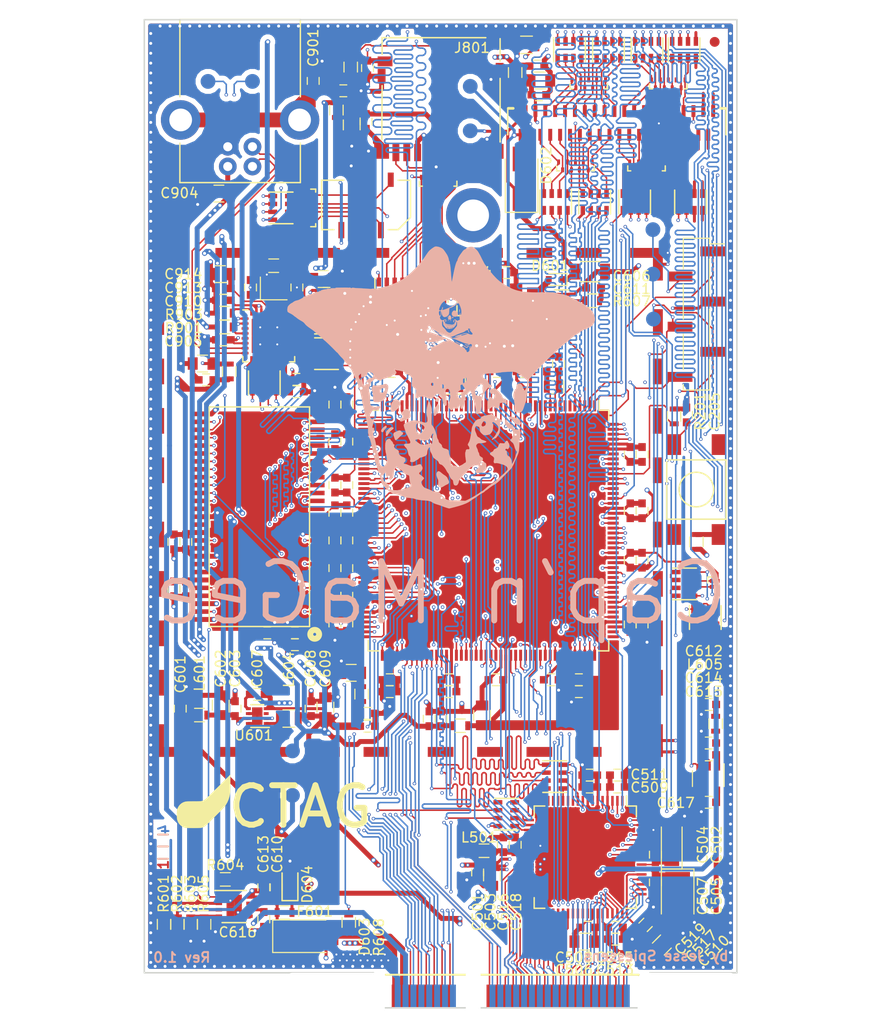
<source format=kicad_pcb>
(kicad_pcb (version 4) (host pcbnew 4.0.7)
  (layers (0 F.Cu mixed) (1 In1.Cu mixed) (2 In2.Cu mixed) (31 B.Cu mixed) (34 B.Paste user) (35 F.Paste user) (36 B.SilkS user hide) (37 F.SilkS user) (38 B.Mask user) (39 F.Mask user) (44 Edge.Cuts user))
  (net 0 "")
  (net 1 GND)
  (net 2 NRST)
  (net 3 +3V3)
  (net 4 +3V3_MCU)
  (net 5 +3V3_RAM)
  (net 6 +3V3_CODEC)
  (net 7 +3V3_LDO)
  (net 8 +5V)
  (net 9 +5V_DIG)
  (net 10 TFT_LED+)
  (net 11 VBUS)
  (net 12 Vbat)
  (net 13 +3V3_TFT)
  (net 14 +3V3_SD)
  (net 15 SD_DETECT)
  (net 16 +3V3_USB)
  (net 17 +1V8_USB_1)
  (net 18 +1V8_USB_2)
  (net 19 +1V8_USB_A)
  (net 20 TFT_LED-)
  (net 21 Vaux)
  (net 22 TFT_DEN)
  (net 23 TFT_B1)
  (net 24 TFT_B7)
  (net 25 TFT_HSD)
  (net 26 TFT_B5)
  (net 27 TFT_B3)
  (net 28 TFT_CLKIN)
  (net 29 TFT_VSD)
  (net 30 TFT_B0)
  (net 31 TFT_B6)
  (net 32 TFT_B4)
  (net 33 TFT_B2)
  (net 34 TFT_G7)
  (net 35 TFT_R1)
  (net 36 TFT_R7)
  (net 37 TFT_G5)
  (net 38 TFT_R5)
  (net 39 TFT_R3)
  (net 40 TFT_G3)
  (net 41 TFT_G1)
  (net 42 TFT_G6)
  (net 43 TFT_R0)
  (net 44 TFT_R6)
  (net 45 TFT_G4)
  (net 46 TFT_R4)
  (net 47 TFT_R2)
  (net 48 TFT_G2)
  (net 49 TFT_G0)
  (net 50 TFT_NRESET)
  (net 51 TFT_SCL)
  (net 52 TFT_SDA)
  (net 53 TFT_NINT)
  (net 54 SD_DAT2)
  (net 55 SD_CLK)
  (net 56 SD_DAT3)
  (net 57 SD_DAT0)
  (net 58 SD_DAT1)
  (net 59 SD_CMD)
  (net 60 PROG_CLK)
  (net 61 PROG_IO)
  (net 62 PROG_SWO)
  (net 63 TFT_STBYB)
  (net 64 D-)
  (net 65 D+)
  (net 66 BAT_POWER)
  (net 67 AUX_POWER)
  (net 68 GREEN)
  (net 69 BLUE)
  (net 70 RED)
  (net 71 FMC_D1)
  (net 72 FMC_D2)
  (net 73 FMC_D3)
  (net 74 FMC_D0)
  (net 75 FMC_SDNCAS)
  (net 76 FMC_SDNRAS)
  (net 77 FMC_SDNE0)
  (net 78 FMC_SDNWE)
  (net 79 FMC_BA1)
  (net 80 FMC_A10)
  (net 81 FMC_A0)
  (net 82 FMC_BA0)
  (net 83 FMC_A2)
  (net 84 FMC_A3)
  (net 85 FMC_A1)
  (net 86 FMC_A4)
  (net 87 FMC_A5)
  (net 88 FMC_A6)
  (net 89 FMC_A8)
  (net 90 FMC_A9)
  (net 91 FMC_A11)
  (net 92 FMC_A7)
  (net 93 FMC_SDCKE0)
  (net 94 FMC_SDCLK)
  (net 95 FMC_NBL0)
  (net 96 FMC_A12)
  (net 97 FMC_D5)
  (net 98 FMC_D6)
  (net 99 FMC_D7)
  (net 100 FMC_D4)
  (net 101 SAI2_SCK_A)
  (net 102 SAI2_MCK_B)
  (net 103 SAI2_SD_A)
  (net 104 SAI2_FS_A)
  (net 105 ADC_SDOUT1)
  (net 106 CODEC_MCLK)
  (net 107 ADC_SCLK)
  (net 108 ADC_LRCK)
  (net 109 SAI2_SCK_B)
  (net 110 SAI2_FS_B)
  (net 111 SAI2_SD_B)
  (net 112 DAC_LRCK)
  (net 113 DAC_SCLK)
  (net 114 DAC_SDIN1)
  (net 115 LCD_DE)
  (net 116 LCD_HSYNC)
  (net 117 LCD_CLK)
  (net 118 LCD_VSYNC)
  (net 119 LCD_B5)
  (net 120 LCD_B3)
  (net 121 LCD_B1)
  (net 122 LCD_B7)
  (net 123 LCD_B4)
  (net 124 LCD_B2)
  (net 125 LCD_B0)
  (net 126 LCD_B6)
  (net 127 LCD_G5)
  (net 128 LCD_G3)
  (net 129 LCD_G1)
  (net 130 LCD_G7)
  (net 131 LCD_G4)
  (net 132 LCD_G2)
  (net 133 LCD_G0)
  (net 134 LCD_G6)
  (net 135 LCD_R5)
  (net 136 LCD_R3)
  (net 137 LCD_R1)
  (net 138 LCD_R7)
  (net 139 LCD_R4)
  (net 140 LCD_R2)
  (net 141 LCD_R0)
  (net 142 LCD_R6)
  (net 143 TOUCH_NINT)
  (net 144 I2C1_SCL)
  (net 145 I2C1_SDA)
  (net 146 TOUCH_NRESET)
  (net 147 SDMMC1_D3)
  (net 148 SDMMC1_CMD)
  (net 149 SDMMC1_D2)
  (net 150 SDMMC1_D0)
  (net 151 SDMMC1_D1)
  (net 152 SDMMC1_DETECT)
  (net 153 SDMMC1_CK)
  (net 154 ULPI_DIR)
  (net 155 ULPI_STP)
  (net 156 ULPI_CK)
  (net 157 ULPI_NXT)
  (net 158 USB_CLKOUT)
  (net 159 USB_STP)
  (net 160 USB_DIR)
  (net 161 USB_NXT)
  (net 162 ULPI_D6)
  (net 163 ULPI_D5)
  (net 164 ULPI_D4)
  (net 165 ULPI_D7)
  (net 166 USB_DATA4)
  (net 167 USB_DATA5)
  (net 168 USB_DATA6)
  (net 169 USB_DATA7)
  (net 170 ULPI_D2)
  (net 171 ULPI_D1)
  (net 172 ULPI_D0)
  (net 173 ULPI_D3)
  (net 174 USB_DATA0)
  (net 175 USB_DATA1)
  (net 176 USB_DATA2)
  (net 177 USB_DATA3)
  (net 178 BACK_CTRL)
  (net 179 SPI5_NSS)
  (net 180 SPI5_SCK)
  (net 181 SPI5_MISO)
  (net 182 SPI5_MOSI)
  (net 183 ADC3_INP6)
  (net 184 ADC123_INP11)
  (net 185 ADC1_INP16)
  (net 186 DAC1_OUT1)
  (net 187 ADC12_INP3)
  (net 188 COMP_1_OUT)
  (net 189 COMP_1_INP)
  (net 190 SPI2_MISO)
  (net 191 SPI2_MOSI)
  (net 192 SPDIFRX_IN1)
  (net 193 CODEC_NRST)
  (net 194 CODEC_INT)
  (net 195 HRTIM_CHE1)
  (net 196 USART6_TX)
  (net 197 USART6_RX)
  (net 198 MCO1)
  (net 199 SPI2_SCK)
  (net 200 ANA_EN)
  (net 201 SPI2_NSS)
  (net 202 HRTIM_FLT3)
  (net 203 HRTIM_EEV3)
  (net 204 I2C4_SCL)
  (net 205 I2C4_SDA)
  (net 206 PCI_AOUT1-)
  (net 207 PCI_AOUT1+)
  (net 208 PCI_AOUT2+)
  (net 209 PCI_AOUT2-)
  (net 210 PCI_AOUT3-)
  (net 211 PCI_AOUT3+)
  (net 212 PCI_AOUT4+)
  (net 213 PCI_AOUT4-)
  (net 214 PCI_AOUT5-)
  (net 215 PCI_AOUT5+)
  (net 216 PCI_AOUT6+)
  (net 217 PCI_AOUT6-)
  (net 218 PCI_AOUT7-)
  (net 219 PCI_AOUT7+)
  (net 220 PCI_AOUT8+)
  (net 221 PCI_AOUT8-)
  (net 222 PCI_AIN1-)
  (net 223 PCI_AIN1+)
  (net 224 PCI_AIN2-)
  (net 225 PCI_AIN2+)
  (net 226 PCI_AIN3-)
  (net 227 PCI_AIN3+)
  (net 228 PCI_AIN4-)
  (net 229 PCI_AIN4+)
  (net 230 PCI_AIN5-)
  (net 231 PCI_AIN5+)
  (net 232 PCI_AIN6-)
  (net 233 PCI_AIN6+)
  (net 234 "Net-(C201-Pad2)")
  (net 235 "Net-(C202-Pad2)")
  (net 236 "Net-(C203-Pad2)")
  (net 237 "Net-(C204-Pad2)")
  (net 238 "Net-(C311-Pad1)")
  (net 239 "Net-(C338-Pad1)")
  (net 240 "Net-(C339-Pad1)")
  (net 241 "Net-(C502-Pad1)")
  (net 242 "Net-(C505-Pad1)")
  (net 243 "Net-(C506-Pad1)")
  (net 244 "Net-(C605-Pad1)")
  (net 245 "Net-(C607-Pad1)")
  (net 246 "Net-(C610-Pad1)")
  (net 247 "Net-(C611-Pad1)")
  (net 248 "Net-(C614-Pad1)")
  (net 249 "Net-(C901-Pad1)")
  (net 250 "Net-(C907-Pad2)")
  (net 251 "Net-(C908-Pad2)")
  (net 252 "Net-(D101-Pad1)")
  (net 253 "Net-(D101-Pad2)")
  (net 254 "Net-(D101-Pad3)")
  (net 255 "Net-(D601-Pad2)")
  (net 256 "Net-(J801-Pad10)")
  (net 257 "Net-(L604-Pad2)")
  (net 258 "Net-(R201-Pad1)")
  (net 259 "Net-(R202-Pad1)")
  (net 260 "Net-(R603-Pad1)")
  (net 261 "Net-(R607-Pad1)")
  (net 262 "Net-(R901-Pad2)")
  (net 263 "Net-(R903-Pad1)")
  (net 264 "Net-(RN101-Pad1)")
  (net 265 "Net-(RN101-Pad3)")
  (net 266 "Net-(RN102-Pad2)")
  (net 267 "Net-(RN102-Pad5)")
  (net 268 "Net-(RN102-Pad7)")
  (net 269 "Net-(D702-Pad2)")
  (net 270 "Net-(D702-Pad8)")
  (net 271 "Net-(D801-Pad2)")
  (net 272 "Net-(EMI101-Pad11)")
  (net 273 "Net-(EMI101-Pad12)")
  (net 274 "Net-(EMI101-Pad13)")
  (net 275 "Net-(EMI101-Pad14)")
  (net 276 "Net-(EMI101-Pad15)")
  (net 277 "Net-(EMI101-Pad16)")
  (net 278 "Net-(EMI101-Pad17)")
  (net 279 "Net-(EMI101-Pad18)")
  (net 280 "Net-(EMI101-Pad20)")
  (net 281 "Net-(EMI101-Pad21)")
  (net 282 "Net-(EMI101-Pad22)")
  (net 283 "Net-(EMI101-Pad23)")
  (net 284 "Net-(EMI101-Pad24)")
  (net 285 "Net-(EMI101-Pad25)")
  (net 286 "Net-(EMI101-Pad26)")
  (net 287 "Net-(EMI101-Pad27)")
  (net 288 "Net-(EMI101-Pad29)")
  (net 289 "Net-(EMI101-Pad30)")
  (net 290 "Net-(EMI101-Pad31)")
  (net 291 "Net-(EMI101-Pad32)")
  (net 292 "Net-(EMI101-Pad33)")
  (net 293 "Net-(EMI101-Pad34)")
  (net 294 "Net-(EMI101-Pad35)")
  (net 295 "Net-(EMI101-Pad36)")
  (net 296 "Net-(J701-Pad1)")
  (net 297 "Net-(J701-Pad2)")
  (net 298 "Net-(J701-Pad3)")
  (net 299 "Net-(J701-Pad4)")
  (net 300 "Net-(J701-Pad6)")
  (net 301 "Net-(RN502-Pad1)")
  (net 302 "Net-(RN502-Pad8)")
  (net 303 "Net-(RN701-Pad1)")
  (net 304 "Net-(RN701-Pad8)")
  (net 305 "Net-(RN702-Pad3)")
  (net 306 "Net-(RN702-Pad4)")
  (net 307 "Net-(RN702-Pad5)")
  (net 308 "Net-(RN702-Pad6)")
  (net 309 "Net-(RN801-Pad3)")
  (net 310 "Net-(RN801-Pad6)")
  (net 311 "Net-(S201-Pad1)")
  (net 312 "Net-(S201-Pad4)")
  (net 313 "Net-(U201-Pad6)")
  (net 314 "Net-(U201-Pad34)")
  (net 315 "Net-(U201-Pad35)")
  (net 316 "Net-(U201-Pad44)")
  (net 317 "Net-(U201-Pad83)")
  (net 318 "Net-(U201-Pad107)")
  (net 319 "Net-(U201-Pad134)")
  (net 320 "Net-(U201-Pad138)")
  (net 321 "Net-(U201-Pad145)")
  (net 322 "Net-(U201-Pad162)")
  (net 323 "Net-(U201-Pad170)")
  (net 324 "Net-(U401-Pad4)")
  (net 325 "Net-(U401-Pad7)")
  (net 326 "Net-(U401-Pad10)")
  (net 327 "Net-(U401-Pad13)")
  (net 328 "Net-(U401-Pad15)")
  (net 329 "Net-(U401-Pad40)")
  (net 330 "Net-(U401-Pad42)")
  (net 331 "Net-(U401-Pad45)")
  (net 332 "Net-(U401-Pad48)")
  (net 333 "Net-(U401-Pad51)")
  (net 334 "Net-(U501-Pad11)")
  (net 335 "Net-(U501-Pad12)")
  (net 336 "Net-(U501-Pad14)")
  (net 337 "Net-(U501-Pad15)")
  (net 338 "Net-(U501-Pad16)")
  (net 339 "Net-(U501-Pad20)")
  (net 340 "Net-(U501-Pad21)")
  (net 341 "Net-(U501-Pad22)")
  (net 342 "Net-(U501-Pad35)")
  (net 343 "Net-(U601-Pad3)")
  (net 344 "Net-(U604-Pad4)")
  (net 345 "Net-(U901-Pad3)")
  (net 346 "Net-(U901-Pad5)")
  (net 347 "Net-(U901-Pad10)")
  (net 348 "Net-(D701-Pad2)")
  (net 349 LCD_STBYB)
  (net 350 "Net-(U201-Pad7)")
  (module Diodes_SMD:D_SMA (layer F.Cu) (at 212.8 119.35)
    (fp_text reference D603 (at 5.9 0.05 90) (layer F.SilkS))
    (fp_text value VSSAF3N50-M3/6A)
    (pad 1 smd rect (at -2 0) (size 2.5 1.8) (layers F.Cu F.Paste F.Mask) (net 246 "Net-(C610-Pad1)"))
    (pad 2 smd rect (at 2 0) (size 2.5 1.8) (layers F.Cu F.Paste F.Mask) (net 21 Vaux))
  )
  (module Housings_QFP:LQFP-64_10x10mm_Pitch0.5mm (layer F.Cu) (at 241.05 111.35 270)
    (fp_text reference U501 hide)
    (fp_text value CS42448)
    (pad 1 smd rect (at -5.7 -3.75 270) (size 1 0.25) (layers F.Cu F.Paste F.Mask) (net 179 SPI5_NSS))
    (pad 2 smd rect (at -5.7 -3.25 270) (size 1 0.25) (layers F.Cu F.Paste F.Mask) (net 182 SPI5_MOSI))
    (pad 3 smd rect (at -5.7 -2.75 270) (size 1 0.25) (layers F.Cu F.Paste F.Mask) (net 193 CODEC_NRST))
    (pad 4 smd rect (at -5.7 -2.25 270) (size 1 0.25) (layers F.Cu F.Paste F.Mask) (net 6 +3V3_CODEC))
    (pad 5 smd rect (at -5.7 -1.75 270) (size 1 0.25) (layers F.Cu F.Paste F.Mask) (net 108 ADC_LRCK))
    (pad 6 smd rect (at -5.7 -1.25 270) (size 1 0.25) (layers F.Cu F.Paste F.Mask) (net 6 +3V3_CODEC))
    (pad 7 smd rect (at -5.7 -0.75 270) (size 1 0.25) (layers F.Cu F.Paste F.Mask) (net 1 GND))
    (pad 8 smd rect (at -5.7 -0.25 270) (size 1 0.25) (layers F.Cu F.Paste F.Mask) (net 6 +3V3_CODEC))
    (pad 9 smd rect (at -5.7 0.25 270) (size 1 0.25) (layers F.Cu F.Paste F.Mask) (net 107 ADC_SCLK))
    (pad 10 smd rect (at -5.7 0.75 270) (size 1 0.25) (layers F.Cu F.Paste F.Mask) (net 106 CODEC_MCLK))
    (pad 11 smd rect (at -5.7 1.25 270) (size 1 0.25) (layers F.Cu F.Paste F.Mask) (net 334 "Net-(U501-Pad11)"))
    (pad 12 smd rect (at -5.7 1.75 270) (size 1 0.25) (layers F.Cu F.Paste F.Mask) (net 335 "Net-(U501-Pad12)"))
    (pad 13 smd rect (at -5.7 2.25 270) (size 1 0.25) (layers F.Cu F.Paste F.Mask) (net 105 ADC_SDOUT1))
    (pad 14 smd rect (at -5.7 2.75 270) (size 1 0.25) (layers F.Cu F.Paste F.Mask) (net 336 "Net-(U501-Pad14)"))
    (pad 15 smd rect (at -5.7 3.25 270) (size 1 0.25) (layers F.Cu F.Paste F.Mask) (net 337 "Net-(U501-Pad15)"))
    (pad 16 smd rect (at -5.7 3.75 270) (size 1 0.25) (layers F.Cu F.Paste F.Mask) (net 338 "Net-(U501-Pad16)"))
    (pad 17 smd rect (at -3.75 5.7) (size 1 0.25) (layers F.Cu F.Paste F.Mask) (net 114 DAC_SDIN1))
    (pad 18 smd rect (at -3.25 5.7) (size 1 0.25) (layers F.Cu F.Paste F.Mask) (net 113 DAC_SCLK))
    (pad 19 smd rect (at -2.75 5.7) (size 1 0.25) (layers F.Cu F.Paste F.Mask) (net 112 DAC_LRCK))
    (pad 20 smd rect (at -2.25 5.7) (size 1 0.25) (layers F.Cu F.Paste F.Mask) (net 339 "Net-(U501-Pad20)"))
    (pad 21 smd rect (at -1.75 5.7) (size 1 0.25) (layers F.Cu F.Paste F.Mask) (net 340 "Net-(U501-Pad21)"))
    (pad 22 smd rect (at -1.25 5.7) (size 1 0.25) (layers F.Cu F.Paste F.Mask) (net 341 "Net-(U501-Pad22)"))
    (pad 23 smd rect (at -0.75 5.7) (size 1 0.25) (layers F.Cu F.Paste F.Mask) (net 1 GND))
    (pad 24 smd rect (at -0.25 5.7) (size 1 0.25) (layers F.Cu F.Paste F.Mask) (net 6 +3V3_CODEC))
    (pad 25 smd rect (at 0.25 5.7) (size 1 0.25) (layers F.Cu F.Paste F.Mask) (net 206 PCI_AOUT1-))
    (pad 26 smd rect (at 0.75 5.7) (size 1 0.25) (layers F.Cu F.Paste F.Mask) (net 207 PCI_AOUT1+))
    (pad 27 smd rect (at 1.25 5.7) (size 1 0.25) (layers F.Cu F.Paste F.Mask) (net 208 PCI_AOUT2+))
    (pad 28 smd rect (at 1.75 5.7) (size 1 0.25) (layers F.Cu F.Paste F.Mask) (net 209 PCI_AOUT2-))
    (pad 29 smd rect (at 2.25 5.7) (size 1 0.25) (layers F.Cu F.Paste F.Mask) (net 210 PCI_AOUT3-))
    (pad 30 smd rect (at 2.75 5.7) (size 1 0.25) (layers F.Cu F.Paste F.Mask) (net 211 PCI_AOUT3+))
    (pad 31 smd rect (at 3.25 5.7) (size 1 0.25) (layers F.Cu F.Paste F.Mask) (net 212 PCI_AOUT4+))
    (pad 32 smd rect (at 3.75 5.7) (size 1 0.25) (layers F.Cu F.Paste F.Mask) (net 213 PCI_AOUT4-))
    (pad 33 smd rect (at 5.7 3.75 270) (size 1 0.25) (layers F.Cu F.Paste F.Mask) (net 214 PCI_AOUT5-))
    (pad 34 smd rect (at 5.7 3.25 270) (size 1 0.25) (layers F.Cu F.Paste F.Mask) (net 215 PCI_AOUT5+))
    (pad 35 smd rect (at 5.7 2.75 270) (size 1 0.25) (layers F.Cu F.Paste F.Mask) (net 342 "Net-(U501-Pad35)"))
    (pad 36 smd rect (at 5.7 2.25 270) (size 1 0.25) (layers F.Cu F.Paste F.Mask) (net 216 PCI_AOUT6+))
    (pad 37 smd rect (at 5.7 1.75 270) (size 1 0.25) (layers F.Cu F.Paste F.Mask) (net 217 PCI_AOUT6-))
    (pad 38 smd rect (at 5.7 1.25 270) (size 1 0.25) (layers F.Cu F.Paste F.Mask) (net 218 PCI_AOUT7-))
    (pad 39 smd rect (at 5.7 0.75 270) (size 1 0.25) (layers F.Cu F.Paste F.Mask) (net 219 PCI_AOUT7+))
    (pad 40 smd rect (at 5.7 0.25 270) (size 1 0.25) (layers F.Cu F.Paste F.Mask) (net 220 PCI_AOUT8+))
    (pad 41 smd rect (at 5.7 -0.25 270) (size 1 0.25) (layers F.Cu F.Paste F.Mask) (net 221 PCI_AOUT8-))
    (pad 42 smd rect (at 5.7 -0.75 270) (size 1 0.25) (layers F.Cu F.Paste F.Mask) (net 1 GND))
    (pad 43 smd rect (at 5.7 -1.25 270) (size 1 0.25) (layers F.Cu F.Paste F.Mask) (net 243 "Net-(C506-Pad1)"))
    (pad 44 smd rect (at 5.7 -1.75 270) (size 1 0.25) (layers F.Cu F.Paste F.Mask) (net 7 +3V3_LDO))
    (pad 45 smd rect (at 5.7 -2.25 270) (size 1 0.25) (layers F.Cu F.Paste F.Mask) (net 222 PCI_AIN1-))
    (pad 46 smd rect (at 5.7 -2.75 270) (size 1 0.25) (layers F.Cu F.Paste F.Mask) (net 223 PCI_AIN1+))
    (pad 47 smd rect (at 5.7 -3.25 270) (size 1 0.25) (layers F.Cu F.Paste F.Mask) (net 224 PCI_AIN2-))
    (pad 48 smd rect (at 5.7 -3.75 270) (size 1 0.25) (layers F.Cu F.Paste F.Mask) (net 225 PCI_AIN2+))
    (pad 49 smd rect (at 3.75 -5.7) (size 1 0.25) (layers F.Cu F.Paste F.Mask) (net 226 PCI_AIN3-))
    (pad 50 smd rect (at 3.25 -5.7) (size 1 0.25) (layers F.Cu F.Paste F.Mask) (net 227 PCI_AIN3+))
    (pad 51 smd rect (at 2.75 -5.7) (size 1 0.25) (layers F.Cu F.Paste F.Mask) (net 228 PCI_AIN4-))
    (pad 52 smd rect (at 2.25 -5.7) (size 1 0.25) (layers F.Cu F.Paste F.Mask) (net 229 PCI_AIN4+))
    (pad 53 smd rect (at 1.75 -5.7) (size 1 0.25) (layers F.Cu F.Paste F.Mask) (net 7 +3V3_LDO))
    (pad 54 smd rect (at 1.25 -5.7) (size 1 0.25) (layers F.Cu F.Paste F.Mask) (net 242 "Net-(C505-Pad1)"))
    (pad 55 smd rect (at 0.75 -5.7) (size 1 0.25) (layers F.Cu F.Paste F.Mask) (net 241 "Net-(C502-Pad1)"))
    (pad 56 smd rect (at 0.25 -5.7) (size 1 0.25) (layers F.Cu F.Paste F.Mask) (net 1 GND))
    (pad 57 smd rect (at -0.25 -5.7) (size 1 0.25) (layers F.Cu F.Paste F.Mask) (net 230 PCI_AIN5-))
    (pad 58 smd rect (at -0.75 -5.7) (size 1 0.25) (layers F.Cu F.Paste F.Mask) (net 231 PCI_AIN5+))
    (pad 59 smd rect (at -1.25 -5.7) (size 1 0.25) (layers F.Cu F.Paste F.Mask) (net 232 PCI_AIN6-))
    (pad 60 smd rect (at -1.75 -5.7) (size 1 0.25) (layers F.Cu F.Paste F.Mask) (net 233 PCI_AIN6+))
    (pad 61 smd rect (at -2.25 -5.7) (size 1 0.25) (layers F.Cu F.Paste F.Mask) (net 194 CODEC_INT))
    (pad 62 smd rect (at -2.75 -5.7) (size 1 0.25) (layers F.Cu F.Paste F.Mask) (net 1 GND))
    (pad 63 smd rect (at -3.25 -5.7) (size 1 0.25) (layers F.Cu F.Paste F.Mask) (net 180 SPI5_SCK))
    (pad 64 smd rect (at -3.75 -5.7) (size 1 0.25) (layers F.Cu F.Paste F.Mask) (net 181 SPI5_MISO))
  )
  (module Fiducials:Fiducial_1mm_Dia_2.54mm_Outer_CopperTop (layer F.Cu) (at 198.65 28.85)
    (fp_text reference REF** hide)
    (fp_text value Fiducial_1mm_Dia_2.54mm_Outer_CopperTop)
    (pad ~ smd circle (at 0 0) (size 1 1) (layers F.Cu F.Mask) (clearance 0.77))
  )
  (module Fiducials:Fiducial_1mm_Dia_2.54mm_Outer_CopperTop (layer F.Cu) (at 198.65 120.8)
    (fp_text reference REF** hide)
    (fp_text value Fiducial_1mm_Dia_2.54mm_Outer_CopperTop)
    (pad ~ smd circle (at 0 0) (size 1 1) (layers F.Cu F.Mask) (clearance 0.77))
  )
  (module Fiducials:Fiducial_1mm_Dia_2.54mm_Outer_CopperTop (layer F.Cu) (at 254.15 28.85)
    (fp_text reference REF** hide)
    (fp_text value Fiducial_1mm_Dia_2.54mm_Outer_CopperTop)
    (pad ~ smd circle (at 0 0) (size 1 1) (layers F.Cu F.Mask) (clearance 0.77))
  )
  (module TSOP-5:TSOP-5_1.65x3.05mm_Pitch0.95mm (layer F.Cu) (at 253.5 103.4 270)
    (fp_text reference U604 hide)
    (fp_text value ADP150)
    (pad 1 smd rect (at -1.16 -0.95 270) (size 0.7 0.51) (layers F.Cu F.Paste F.Mask) (net 248 "Net-(C614-Pad1)"))
    (pad 2 smd rect (at -1.16 0 270) (size 0.7 0.51) (layers F.Cu F.Paste F.Mask) (net 1 GND))
    (pad 3 smd rect (at -1.16 0.95 270) (size 0.7 0.51) (layers F.Cu F.Paste F.Mask) (net 200 ANA_EN))
    (pad 4 smd rect (at 1.16 0.95 270) (size 0.7 0.51) (layers F.Cu F.Paste F.Mask) (net 344 "Net-(U604-Pad4)"))
    (pad 5 smd rect (at 1.16 -0.95 270) (size 0.7 0.51) (layers F.Cu F.Paste F.Mask) (net 7 +3V3_LDO))
  )
  (module Crystals:Crystal_SMD_2016-4pin_2.0x1.6mm (layer F.Cu) (at 209.5 53.8)
    (fp_text reference Y901 hide)
    (fp_text value XRCGB24M000F1H02R0)
    (pad 1 smd rect (at -0.7 0.55) (size 0.9 0.8) (layers F.Cu F.Paste F.Mask) (net 251 "Net-(C908-Pad2)"))
    (pad 2 smd rect (at 0.7 0.55) (size 0.9 0.8) (layers F.Cu F.Paste F.Mask) (net 1 GND))
    (pad 3 smd rect (at 0.7 -0.55) (size 0.9 0.8) (layers F.Cu F.Paste F.Mask) (net 250 "Net-(C907-Pad2)"))
    (pad 4 smd rect (at -0.7 -0.55) (size 0.9 0.8) (layers F.Cu F.Paste F.Mask) (net 1 GND))
  )
  (module Crystals:Crystal_SMD_2016-4pin_2.0x1.6mm (layer F.Cu) (at 227.75 63.15 90)
    (fp_text reference Y202 hide)
    (fp_text value CX2016DB16000)
    (pad 1 smd rect (at -0.7 0.55 90) (size 0.9 0.8) (layers F.Cu F.Paste F.Mask) (net 236 "Net-(C203-Pad2)"))
    (pad 2 smd rect (at 0.7 0.55 90) (size 0.9 0.8) (layers F.Cu F.Paste F.Mask) (net 1 GND))
    (pad 3 smd rect (at 0.7 -0.55 90) (size 0.9 0.8) (layers F.Cu F.Paste F.Mask) (net 237 "Net-(C204-Pad2)"))
    (pad 4 smd rect (at -0.7 -0.55 90) (size 0.9 0.8) (layers F.Cu F.Paste F.Mask) (net 1 GND))
  )
  (module Crystals:Crystal_SMD_MicroCrystal_CM9V-T1A-2pin_1.6x1.0mm (layer F.Cu) (at 237.75 63.75 180)
    (fp_text reference Y201 hide)
    (fp_text value ABS05-32.768)
    (pad 1 smd rect (at -0.6 0 180) (size 0.6 1.2) (layers F.Cu F.Paste F.Mask) (net 234 "Net-(C201-Pad2)"))
    (pad 2 smd rect (at 0.6 0 180) (size 0.6 1.2) (layers F.Cu F.Paste F.Mask) (net 235 "Net-(C202-Pad2)"))
  )
  (module Housings_DFN_QFN:QFN-32-1EP_5x5mm_Pitch0.5mm (layer F.Cu) (at 209 58.6)
    (fp_text reference U901 hide)
    (fp_text value USB3300-EZK)
    (pad 1 smd rect (at -2.4 -1.75) (size 0.7 0.25) (layers F.Cu F.Paste F.Mask) (net 1 GND))
    (pad 2 smd rect (at -2.4 -1.25) (size 0.7 0.25) (layers F.Cu F.Paste F.Mask) (net 1 GND))
    (pad 3 smd rect (at -2.4 -0.75) (size 0.7 0.25) (layers F.Cu F.Paste F.Mask) (net 345 "Net-(U901-Pad3)"))
    (pad 4 smd rect (at -2.4 -0.25) (size 0.7 0.25) (layers F.Cu F.Paste F.Mask) (net 262 "Net-(R901-Pad2)"))
    (pad 5 smd rect (at -2.4 0.25) (size 0.7 0.25) (layers F.Cu F.Paste F.Mask) (net 346 "Net-(U901-Pad5)"))
    (pad 6 smd rect (at -2.4 0.75) (size 0.7 0.25) (layers F.Cu F.Paste F.Mask) (net 16 +3V3_USB))
    (pad 7 smd rect (at -2.4 1.25) (size 0.7 0.25) (layers F.Cu F.Paste F.Mask) (net 65 D+))
    (pad 8 smd rect (at -2.4 1.75) (size 0.7 0.25) (layers F.Cu F.Paste F.Mask) (net 64 D-))
    (pad 9 smd rect (at -1.75 2.4 90) (size 0.7 0.25) (layers F.Cu F.Paste F.Mask) (net 1 GND))
    (pad 10 smd rect (at -1.25 2.4 90) (size 0.7 0.25) (layers F.Cu F.Paste F.Mask) (net 347 "Net-(U901-Pad10)"))
    (pad 11 smd rect (at -0.75 2.4 90) (size 0.7 0.25) (layers F.Cu F.Paste F.Mask) (net 161 USB_NXT))
    (pad 12 smd rect (at -0.25 2.4 90) (size 0.7 0.25) (layers F.Cu F.Paste F.Mask) (net 160 USB_DIR))
    (pad 13 smd rect (at 0.25 2.4 90) (size 0.7 0.25) (layers F.Cu F.Paste F.Mask) (net 159 USB_STP))
    (pad 14 smd rect (at 0.75 2.4 90) (size 0.7 0.25) (layers F.Cu F.Paste F.Mask) (net 158 USB_CLKOUT))
    (pad 15 smd rect (at 1.25 2.4 90) (size 0.7 0.25) (layers F.Cu F.Paste F.Mask) (net 17 +1V8_USB_1))
    (pad 16 smd rect (at 1.75 2.4 90) (size 0.7 0.25) (layers F.Cu F.Paste F.Mask) (net 16 +3V3_USB))
    (pad 17 smd rect (at 2.4 1.75) (size 0.7 0.25) (layers F.Cu F.Paste F.Mask) (net 169 USB_DATA7))
    (pad 18 smd rect (at 2.4 1.25) (size 0.7 0.25) (layers F.Cu F.Paste F.Mask) (net 168 USB_DATA6))
    (pad 19 smd rect (at 2.4 0.75) (size 0.7 0.25) (layers F.Cu F.Paste F.Mask) (net 167 USB_DATA5))
    (pad 20 smd rect (at 2.4 0.25) (size 0.7 0.25) (layers F.Cu F.Paste F.Mask) (net 166 USB_DATA4))
    (pad 21 smd rect (at 2.4 -0.25) (size 0.7 0.25) (layers F.Cu F.Paste F.Mask) (net 177 USB_DATA3))
    (pad 22 smd rect (at 2.4 -0.75) (size 0.7 0.25) (layers F.Cu F.Paste F.Mask) (net 176 USB_DATA2))
    (pad 23 smd rect (at 2.4 -1.25) (size 0.7 0.25) (layers F.Cu F.Paste F.Mask) (net 175 USB_DATA1))
    (pad 24 smd rect (at 2.4 -1.75) (size 0.7 0.25) (layers F.Cu F.Paste F.Mask) (net 174 USB_DATA0))
    (pad 25 smd rect (at 1.75 -2.4 90) (size 0.7 0.25) (layers F.Cu F.Paste F.Mask) (net 16 +3V3_USB))
    (pad 26 smd rect (at 1.25 -2.4 90) (size 0.7 0.25) (layers F.Cu F.Paste F.Mask) (net 18 +1V8_USB_2))
    (pad 27 smd rect (at 0.75 -2.4 90) (size 0.7 0.25) (layers F.Cu F.Paste F.Mask) (net 250 "Net-(C907-Pad2)"))
    (pad 28 smd rect (at 0.25 -2.4 90) (size 0.7 0.25) (layers F.Cu F.Paste F.Mask) (net 251 "Net-(C908-Pad2)"))
    (pad 29 smd rect (at -0.25 -2.4 90) (size 0.7 0.25) (layers F.Cu F.Paste F.Mask) (net 19 +1V8_USB_A))
    (pad 30 smd rect (at -0.75 -2.4 90) (size 0.7 0.25) (layers F.Cu F.Paste F.Mask) (net 16 +3V3_USB))
    (pad 31 smd rect (at -1.25 -2.4 90) (size 0.7 0.25) (layers F.Cu F.Paste F.Mask) (net 16 +3V3_USB))
    (pad 32 smd rect (at -1.75 -2.4 90) (size 0.7 0.25) (layers F.Cu F.Paste F.Mask) (net 263 "Net-(R903-Pad1)"))
    (pad 33 smd rect (at 0.8625 0.8625) (size 1.725 1.725) (layers F.Cu F.Paste F.Mask) (net 1 GND))
    (pad 33 smd rect (at 0.8625 -0.8625) (size 1.725 1.725) (layers F.Cu F.Paste F.Mask) (net 1 GND))
    (pad 33 smd rect (at -0.8625 0.8625) (size 1.725 1.725) (layers F.Cu F.Paste F.Mask) (net 1 GND))
    (pad 33 smd rect (at -0.8625 -0.8625) (size 1.725 1.725) (layers F.Cu F.Paste F.Mask) (net 1 GND))
  )
  (module Housings_DFN_QFN:DFN-6-1EP_2x2mm_Pitch0.65mm (layer F.Cu) (at 238.646448 55.046625 180)
    (fp_text reference U603 hide)
    (fp_text value TPS61170)
    (pad 1 smd rect (at -1.05 -0.65 180) (size 0.65 0.35) (layers F.Cu F.Paste F.Mask) (net 20 TFT_LED-))
    (pad 2 smd rect (at -1.05 0 180) (size 0.65 0.35) (layers F.Cu F.Paste F.Mask) (net 261 "Net-(R607-Pad1)"))
    (pad 3 smd rect (at -1.05 0.65 180) (size 0.65 0.35) (layers F.Cu F.Paste F.Mask) (net 1 GND))
    (pad 4 smd rect (at 1.05 0.65 180) (size 0.65 0.35) (layers F.Cu F.Paste F.Mask) (net 255 "Net-(D601-Pad2)"))
    (pad 5 smd rect (at 1.05 0 180) (size 0.65 0.35) (layers F.Cu F.Paste F.Mask) (net 178 BACK_CTRL))
    (pad 6 smd rect (at 1.05 -0.65 180) (size 0.65 0.35) (layers F.Cu F.Paste F.Mask) (net 244 "Net-(C605-Pad1)"))
    (pad 7 smd rect (at 0 0.4 180) (size 1 0.8) (layers F.Cu F.Paste F.Mask) (net 1 GND))
    (pad 7 smd rect (at 0 -0.4 180) (size 1 0.8) (layers F.Cu F.Paste F.Mask) (net 1 GND))
  )
  (module Housings_DFN_QFN:DFN-8-1EP_3x3mm_Pitch0.65mm (layer F.Cu) (at 205.5 116.35)
    (fp_text reference U602 hide)
    (fp_text value TPS2113A)
    (pad 1 smd rect (at -1.55 -0.975) (size 0.65 0.35) (layers F.Cu F.Paste F.Mask) (net 66 BAT_POWER))
    (pad 2 smd rect (at -1.55 -0.325) (size 0.65 0.35) (layers F.Cu F.Paste F.Mask) (net 21 Vaux))
    (pad 3 smd rect (at -1.55 0.325) (size 0.65 0.35) (layers F.Cu F.Paste F.Mask) (net 11 VBUS))
    (pad 4 smd rect (at -1.55 0.975) (size 0.65 0.35) (layers F.Cu F.Paste F.Mask) (net 260 "Net-(R603-Pad1)"))
    (pad 5 smd rect (at 1.55 0.975) (size 0.65 0.35) (layers F.Cu F.Paste F.Mask) (net 1 GND))
    (pad 6 smd rect (at 1.55 0.325) (size 0.65 0.35) (layers F.Cu F.Paste F.Mask) (net 12 Vbat))
    (pad 7 smd rect (at 1.55 -0.325) (size 0.65 0.35) (layers F.Cu F.Paste F.Mask) (net 246 "Net-(C610-Pad1)"))
    (pad 8 smd rect (at 1.55 -0.975) (size 0.65 0.35) (layers F.Cu F.Paste F.Mask) (net 11 VBUS))
    (pad 9 smd rect (at 0.3875 0.6) (size 0.775 1.2) (layers F.Cu F.Paste F.Mask) (net 1 GND))
    (pad 9 smd rect (at 0.3875 -0.6) (size 0.775 1.2) (layers F.Cu F.Paste F.Mask) (net 1 GND))
    (pad 9 smd rect (at -0.3875 0.6) (size 0.775 1.2) (layers F.Cu F.Paste F.Mask) (net 1 GND))
    (pad 9 smd rect (at -0.3875 -0.6) (size 0.775 1.2) (layers F.Cu F.Paste F.Mask) (net 1 GND))
  )
  (module Housings_DFN_QFN:DFN-8-1EP_2x2mm_Pitch0.5mm (layer F.Cu) (at 207.835913 97.072487 180)
    (fp_text reference U601 (at 0.35 -1.95 360) (layer F.SilkS))
    (fp_text value MIC23050)
    (pad 1 smd rect (at -0.9 -0.75 180) (size 0.5 0.3) (layers F.Cu F.Paste F.Mask) (net 257 "Net-(L604-Pad2)"))
    (pad 2 smd rect (at -0.9 -0.25 180) (size 0.5 0.3) (layers F.Cu F.Paste F.Mask) (net 9 +5V_DIG))
    (pad 3 smd rect (at -0.9 0.25 180) (size 0.5 0.3) (layers F.Cu F.Paste F.Mask) (net 343 "Net-(U601-Pad3)"))
    (pad 4 smd rect (at -0.9 0.75 180) (size 0.5 0.3) (layers F.Cu F.Paste F.Mask) (net 3 +3V3))
    (pad 5 smd rect (at 0.9 0.75 180) (size 0.5 0.3) (layers F.Cu F.Paste F.Mask) (net 245 "Net-(C607-Pad1)"))
    (pad 6 smd rect (at 0.9 0.25 180) (size 0.5 0.3) (layers F.Cu F.Paste F.Mask) (net 1 GND))
    (pad 7 smd rect (at 0.9 -0.25 180) (size 0.5 0.3) (layers F.Cu F.Paste F.Mask) (net 9 +5V_DIG))
    (pad 8 smd rect (at 0.9 -0.75 180) (size 0.5 0.3) (layers F.Cu F.Paste F.Mask) (net 1 GND))
    (pad 9 smd rect (at 0 0.44 180) (size 1.06 0.88) (layers F.Cu F.Paste F.Mask) (net 1 GND))
    (pad 9 smd rect (at 0 -0.44 180) (size 1.06 0.88) (layers F.Cu F.Paste F.Mask) (net 1 GND))
  )
  (module TSSOP:TSSOP-54_P-0.8mm (layer F.Cu) (at 208.05 76.9 180)
    (fp_text reference U401 hide)
    (fp_text value AS4C32M8SA)
    (pad 1 smd rect (at -5.84 -10.4 180) (size 1.52 0.458) (layers F.Cu F.Paste F.Mask) (net 5 +3V3_RAM))
    (pad 2 smd rect (at -5.84 -9.6 180) (size 1.52 0.458) (layers F.Cu F.Paste F.Mask) (net 74 FMC_D0))
    (pad 3 smd rect (at -5.84 -8.8 180) (size 1.52 0.458) (layers F.Cu F.Paste F.Mask) (net 5 +3V3_RAM))
    (pad 4 smd rect (at -5.84 -8 180) (size 1.52 0.458) (layers F.Cu F.Paste F.Mask) (net 324 "Net-(U401-Pad4)"))
    (pad 5 smd rect (at -5.84 -7.2 180) (size 1.52 0.458) (layers F.Cu F.Paste F.Mask) (net 71 FMC_D1))
    (pad 6 smd rect (at -5.84 -6.4 180) (size 1.52 0.458) (layers F.Cu F.Paste F.Mask) (net 1 GND))
    (pad 7 smd rect (at -5.84 -5.6 180) (size 1.52 0.458) (layers F.Cu F.Paste F.Mask) (net 325 "Net-(U401-Pad7)"))
    (pad 8 smd rect (at -5.84 -4.8 180) (size 1.52 0.458) (layers F.Cu F.Paste F.Mask) (net 72 FMC_D2))
    (pad 9 smd rect (at -5.84 -4 180) (size 1.52 0.458) (layers F.Cu F.Paste F.Mask) (net 5 +3V3_RAM))
    (pad 10 smd rect (at -5.84 -3.2 180) (size 1.52 0.458) (layers F.Cu F.Paste F.Mask) (net 326 "Net-(U401-Pad10)"))
    (pad 11 smd rect (at -5.84 -2.4 180) (size 1.52 0.458) (layers F.Cu F.Paste F.Mask) (net 73 FMC_D3))
    (pad 12 smd rect (at -5.84 -1.6 180) (size 1.52 0.458) (layers F.Cu F.Paste F.Mask) (net 1 GND))
    (pad 13 smd rect (at -5.84 -0.8 180) (size 1.52 0.458) (layers F.Cu F.Paste F.Mask) (net 327 "Net-(U401-Pad13)"))
    (pad 14 smd rect (at -5.84 0 180) (size 1.52 0.458) (layers F.Cu F.Paste F.Mask) (net 5 +3V3_RAM))
    (pad 15 smd rect (at -5.84 0.8 180) (size 1.52 0.458) (layers F.Cu F.Paste F.Mask) (net 328 "Net-(U401-Pad15)"))
    (pad 16 smd rect (at -5.84 1.6 180) (size 1.52 0.458) (layers F.Cu F.Paste F.Mask) (net 78 FMC_SDNWE))
    (pad 17 smd rect (at -5.84 2.4 180) (size 1.52 0.458) (layers F.Cu F.Paste F.Mask) (net 75 FMC_SDNCAS))
    (pad 18 smd rect (at -5.84 3.2 180) (size 1.52 0.458) (layers F.Cu F.Paste F.Mask) (net 76 FMC_SDNRAS))
    (pad 19 smd rect (at -5.84 4 180) (size 1.52 0.458) (layers F.Cu F.Paste F.Mask) (net 77 FMC_SDNE0))
    (pad 20 smd rect (at -5.84 4.8 180) (size 1.52 0.458) (layers F.Cu F.Paste F.Mask) (net 82 FMC_BA0))
    (pad 21 smd rect (at -5.84 5.6 180) (size 1.52 0.458) (layers F.Cu F.Paste F.Mask) (net 79 FMC_BA1))
    (pad 22 smd rect (at -5.84 6.4 180) (size 1.52 0.458) (layers F.Cu F.Paste F.Mask) (net 80 FMC_A10))
    (pad 23 smd rect (at -5.84 7.2 180) (size 1.52 0.458) (layers F.Cu F.Paste F.Mask) (net 81 FMC_A0))
    (pad 24 smd rect (at -5.84 8 180) (size 1.52 0.458) (layers F.Cu F.Paste F.Mask) (net 85 FMC_A1))
    (pad 25 smd rect (at -5.84 8.8 180) (size 1.52 0.458) (layers F.Cu F.Paste F.Mask) (net 83 FMC_A2))
    (pad 26 smd rect (at -5.84 9.6 180) (size 1.52 0.458) (layers F.Cu F.Paste F.Mask) (net 84 FMC_A3))
    (pad 27 smd rect (at -5.84 10.4 180) (size 1.52 0.458) (layers F.Cu F.Paste F.Mask) (net 5 +3V3_RAM))
    (pad 28 smd rect (at 5.84 10.4 180) (size 1.52 0.458) (layers F.Cu F.Paste F.Mask) (net 1 GND))
    (pad 29 smd rect (at 5.84 9.6 180) (size 1.52 0.458) (layers F.Cu F.Paste F.Mask) (net 86 FMC_A4))
    (pad 30 smd rect (at 5.84 8.8 180) (size 1.52 0.458) (layers F.Cu F.Paste F.Mask) (net 87 FMC_A5))
    (pad 31 smd rect (at 5.84 8 180) (size 1.52 0.458) (layers F.Cu F.Paste F.Mask) (net 88 FMC_A6))
    (pad 32 smd rect (at 5.84 7.2 180) (size 1.52 0.458) (layers F.Cu F.Paste F.Mask) (net 92 FMC_A7))
    (pad 33 smd rect (at 5.84 6.4 180) (size 1.52 0.458) (layers F.Cu F.Paste F.Mask) (net 89 FMC_A8))
    (pad 34 smd rect (at 5.84 5.6 180) (size 1.52 0.458) (layers F.Cu F.Paste F.Mask) (net 90 FMC_A9))
    (pad 35 smd rect (at 5.84 4.8 180) (size 1.52 0.458) (layers F.Cu F.Paste F.Mask) (net 91 FMC_A11))
    (pad 36 smd rect (at 5.84 4 180) (size 1.52 0.458) (layers F.Cu F.Paste F.Mask) (net 96 FMC_A12))
    (pad 37 smd rect (at 5.84 3.2 180) (size 1.52 0.458) (layers F.Cu F.Paste F.Mask) (net 93 FMC_SDCKE0))
    (pad 38 smd rect (at 5.84 2.4 180) (size 1.52 0.458) (layers F.Cu F.Paste F.Mask) (net 94 FMC_SDCLK))
    (pad 39 smd rect (at 5.84 1.6 180) (size 1.52 0.458) (layers F.Cu F.Paste F.Mask) (net 95 FMC_NBL0))
    (pad 40 smd rect (at 5.84 0.8 180) (size 1.52 0.458) (layers F.Cu F.Paste F.Mask) (net 329 "Net-(U401-Pad40)"))
    (pad 41 smd rect (at 5.84 0 180) (size 1.52 0.458) (layers F.Cu F.Paste F.Mask) (net 1 GND))
    (pad 42 smd rect (at 5.84 -0.8 180) (size 1.52 0.458) (layers F.Cu F.Paste F.Mask) (net 330 "Net-(U401-Pad42)"))
    (pad 43 smd rect (at 5.84 -1.6 180) (size 1.52 0.458) (layers F.Cu F.Paste F.Mask) (net 5 +3V3_RAM))
    (pad 44 smd rect (at 5.84 -2.4 180) (size 1.52 0.458) (layers F.Cu F.Paste F.Mask) (net 100 FMC_D4))
    (pad 45 smd rect (at 5.84 -3.2 180) (size 1.52 0.458) (layers F.Cu F.Paste F.Mask) (net 331 "Net-(U401-Pad45)"))
    (pad 46 smd rect (at 5.84 -4 180) (size 1.52 0.458) (layers F.Cu F.Paste F.Mask) (net 1 GND))
    (pad 47 smd rect (at 5.84 -4.8 180) (size 1.52 0.458) (layers F.Cu F.Paste F.Mask) (net 97 FMC_D5))
    (pad 48 smd rect (at 5.84 -5.6 180) (size 1.52 0.458) (layers F.Cu F.Paste F.Mask) (net 332 "Net-(U401-Pad48)"))
    (pad 49 smd rect (at 5.84 -6.4 180) (size 1.52 0.458) (layers F.Cu F.Paste F.Mask) (net 5 +3V3_RAM))
    (pad 50 smd rect (at 5.84 -7.2 180) (size 1.52 0.458) (layers F.Cu F.Paste F.Mask) (net 98 FMC_D6))
    (pad 51 smd rect (at 5.84 -8 180) (size 1.52 0.458) (layers F.Cu F.Paste F.Mask) (net 333 "Net-(U401-Pad51)"))
    (pad 52 smd rect (at 5.84 -8.8 180) (size 1.52 0.458) (layers F.Cu F.Paste F.Mask) (net 1 GND))
    (pad 53 smd rect (at 5.84 -9.6 180) (size 1.52 0.458) (layers F.Cu F.Paste F.Mask) (net 99 FMC_D7))
    (pad 54 smd rect (at 5.84 -10.4 180) (size 1.52 0.458) (layers F.Cu F.Paste F.Mask) (net 1 GND))
  )
  (module Housings_QFP:LQFP-176_24x24mm_Pitch0.5mm (layer F.Cu) (at 231.25 78.3 270)
    (fp_text reference U201 hide)
    (fp_text value STM32H743II)
    (pad 1 smd rect (at -12.62 -10.75 270) (size 1.12 0.3) (layers F.Cu F.Paste F.Mask) (net 146 TOUCH_NRESET))
    (pad 2 smd rect (at -12.62 -10.25 270) (size 1.12 0.3) (layers F.Cu F.Paste F.Mask) (net 143 TOUCH_NINT))
    (pad 3 smd rect (at -12.62 -9.75 270) (size 1.12 0.3) (layers F.Cu F.Paste F.Mask) (net 178 BACK_CTRL))
    (pad 4 smd rect (at -12.62 -9.25 270) (size 1.12 0.3) (layers F.Cu F.Paste F.Mask) (net 133 LCD_G0))
    (pad 5 smd rect (at -12.62 -8.75 270) (size 1.12 0.3) (layers F.Cu F.Paste F.Mask) (net 129 LCD_G1))
    (pad 6 smd rect (at -12.62 -8.25 270) (size 1.12 0.3) (layers F.Cu F.Paste F.Mask) (net 313 "Net-(U201-Pad6)"))
    (pad 7 smd rect (at -12.62 -7.75 270) (size 1.12 0.3) (layers F.Cu F.Paste F.Mask) (net 350 "Net-(U201-Pad7)"))
    (pad 8 smd rect (at -12.62 -7.25 270) (size 1.12 0.3) (layers F.Cu F.Paste F.Mask) (net 349 LCD_STBYB))
    (pad 9 smd rect (at -12.62 -6.75 270) (size 1.12 0.3) (layers F.Cu F.Paste F.Mask) (net 234 "Net-(C201-Pad2)"))
    (pad 10 smd rect (at -12.62 -6.25 270) (size 1.12 0.3) (layers F.Cu F.Paste F.Mask) (net 235 "Net-(C202-Pad2)"))
    (pad 11 smd rect (at -12.62 -5.75 270) (size 1.12 0.3) (layers F.Cu F.Paste F.Mask) (net 118 LCD_VSYNC))
    (pad 12 smd rect (at -12.62 -5.25 270) (size 1.12 0.3) (layers F.Cu F.Paste F.Mask) (net 116 LCD_HSYNC))
    (pad 13 smd rect (at -12.62 -4.75 270) (size 1.12 0.3) (layers F.Cu F.Paste F.Mask) (net 154 ULPI_DIR))
    (pad 14 smd rect (at -12.62 -4.25 270) (size 1.12 0.3) (layers F.Cu F.Paste F.Mask) (net 1 GND))
    (pad 15 smd rect (at -12.62 -3.75 270) (size 1.12 0.3) (layers F.Cu F.Paste F.Mask) (net 4 +3V3_MCU))
    (pad 16 smd rect (at -12.62 -3.25 270) (size 1.12 0.3) (layers F.Cu F.Paste F.Mask) (net 81 FMC_A0))
    (pad 17 smd rect (at -12.62 -2.75 270) (size 1.12 0.3) (layers F.Cu F.Paste F.Mask) (net 85 FMC_A1))
    (pad 18 smd rect (at -12.62 -2.25 270) (size 1.12 0.3) (layers F.Cu F.Paste F.Mask) (net 83 FMC_A2))
    (pad 19 smd rect (at -12.62 -1.75 270) (size 1.12 0.3) (layers F.Cu F.Paste F.Mask) (net 84 FMC_A3))
    (pad 20 smd rect (at -12.62 -1.25 270) (size 1.12 0.3) (layers F.Cu F.Paste F.Mask) (net 86 FMC_A4))
    (pad 21 smd rect (at -12.62 -0.75 270) (size 1.12 0.3) (layers F.Cu F.Paste F.Mask) (net 87 FMC_A5))
    (pad 22 smd rect (at -12.62 -0.25 270) (size 1.12 0.3) (layers F.Cu F.Paste F.Mask) (net 1 GND))
    (pad 23 smd rect (at -12.62 0.25 270) (size 1.12 0.3) (layers F.Cu F.Paste F.Mask) (net 4 +3V3_MCU))
    (pad 24 smd rect (at -12.62 0.75 270) (size 1.12 0.3) (layers F.Cu F.Paste F.Mask) (net 179 SPI5_NSS))
    (pad 25 smd rect (at -12.62 1.25 270) (size 1.12 0.3) (layers F.Cu F.Paste F.Mask) (net 180 SPI5_SCK))
    (pad 26 smd rect (at -12.62 1.75 270) (size 1.12 0.3) (layers F.Cu F.Paste F.Mask) (net 181 SPI5_MISO))
    (pad 27 smd rect (at -12.62 2.25 270) (size 1.12 0.3) (layers F.Cu F.Paste F.Mask) (net 182 SPI5_MOSI))
    (pad 28 smd rect (at -12.62 2.75 270) (size 1.12 0.3) (layers F.Cu F.Paste F.Mask) (net 183 ADC3_INP6))
    (pad 29 smd rect (at -12.62 3.25 270) (size 1.12 0.3) (layers F.Cu F.Paste F.Mask) (net 236 "Net-(C203-Pad2)"))
    (pad 30 smd rect (at -12.62 3.75 270) (size 1.12 0.3) (layers F.Cu F.Paste F.Mask) (net 237 "Net-(C204-Pad2)"))
    (pad 31 smd rect (at -12.62 4.25 270) (size 1.12 0.3) (layers F.Cu F.Paste F.Mask) (net 2 NRST))
    (pad 32 smd rect (at -12.62 4.75 270) (size 1.12 0.3) (layers F.Cu F.Paste F.Mask) (net 155 ULPI_STP))
    (pad 33 smd rect (at -12.62 5.25 270) (size 1.12 0.3) (layers F.Cu F.Paste F.Mask) (net 184 ADC123_INP11))
    (pad 34 smd rect (at -12.62 5.75 270) (size 1.12 0.3) (layers F.Cu F.Paste F.Mask) (net 314 "Net-(U201-Pad34)"))
    (pad 35 smd rect (at -12.62 6.25 270) (size 1.12 0.3) (layers F.Cu F.Paste F.Mask) (net 315 "Net-(U201-Pad35)"))
    (pad 36 smd rect (at -12.62 6.75 270) (size 1.12 0.3) (layers F.Cu F.Paste F.Mask) (net 4 +3V3_MCU))
    (pad 37 smd rect (at -12.62 7.25 270) (size 1.12 0.3) (layers F.Cu F.Paste F.Mask) (net 1 GND))
    (pad 38 smd rect (at -12.62 7.75 270) (size 1.12 0.3) (layers F.Cu F.Paste F.Mask) (net 238 "Net-(C311-Pad1)"))
    (pad 39 smd rect (at -12.62 8.25 270) (size 1.12 0.3) (layers F.Cu F.Paste F.Mask) (net 238 "Net-(C311-Pad1)"))
    (pad 40 smd rect (at -12.62 8.75 270) (size 1.12 0.3) (layers F.Cu F.Paste F.Mask) (net 185 ADC1_INP16))
    (pad 41 smd rect (at -12.62 9.25 270) (size 1.12 0.3) (layers F.Cu F.Paste F.Mask) (net 102 SAI2_MCK_B))
    (pad 42 smd rect (at -12.62 9.75 270) (size 1.12 0.3) (layers F.Cu F.Paste F.Mask) (net 137 LCD_R1))
    (pad 43 smd rect (at -12.62 10.25 270) (size 1.12 0.3) (layers F.Cu F.Paste F.Mask) (net 93 FMC_SDCKE0))
    (pad 44 smd rect (at -12.62 10.75 270) (size 1.12 0.3) (layers F.Cu F.Paste F.Mask) (net 316 "Net-(U201-Pad44)"))
    (pad 45 smd rect (at -10.75 12.62) (size 1.12 0.3) (layers F.Cu F.Paste F.Mask) (net 157 ULPI_NXT))
    (pad 46 smd rect (at -10.25 12.62) (size 1.12 0.3) (layers F.Cu F.Paste F.Mask) (net 152 SDMMC1_DETECT))
    (pad 47 smd rect (at -9.75 12.62) (size 1.12 0.3) (layers F.Cu F.Paste F.Mask) (net 172 ULPI_D0))
    (pad 48 smd rect (at -9.25 12.62) (size 1.12 0.3) (layers F.Cu F.Paste F.Mask) (net 1 GND))
    (pad 49 smd rect (at -8.75 12.62) (size 1.12 0.3) (layers F.Cu F.Paste F.Mask) (net 4 +3V3_MCU))
    (pad 50 smd rect (at -8.25 12.62) (size 1.12 0.3) (layers F.Cu F.Paste F.Mask) (net 186 DAC1_OUT1))
    (pad 51 smd rect (at -7.75 12.62) (size 1.12 0.3) (layers F.Cu F.Paste F.Mask) (net 156 ULPI_CK))
    (pad 52 smd rect (at -7.25 12.62) (size 1.12 0.3) (layers F.Cu F.Paste F.Mask) (net 187 ADC12_INP3))
    (pad 53 smd rect (at -6.75 12.62) (size 1.12 0.3) (layers F.Cu F.Paste F.Mask) (net 78 FMC_SDNWE))
    (pad 54 smd rect (at -6.25 12.62) (size 1.12 0.3) (layers F.Cu F.Paste F.Mask) (net 77 FMC_SDNE0))
    (pad 55 smd rect (at -5.75 12.62) (size 1.12 0.3) (layers F.Cu F.Paste F.Mask) (net 188 COMP_1_OUT))
    (pad 56 smd rect (at -5.25 12.62) (size 1.12 0.3) (layers F.Cu F.Paste F.Mask) (net 171 ULPI_D1))
    (pad 57 smd rect (at -4.75 12.62) (size 1.12 0.3) (layers F.Cu F.Paste F.Mask) (net 170 ULPI_D2))
    (pad 58 smd rect (at -4.25 12.62) (size 1.12 0.3) (layers F.Cu F.Paste F.Mask) (net 189 COMP_1_INP))
    (pad 59 smd rect (at -3.75 12.62) (size 1.12 0.3) (layers F.Cu F.Paste F.Mask) (net 76 FMC_SDNRAS))
    (pad 60 smd rect (at -3.25 12.62) (size 1.12 0.3) (layers F.Cu F.Paste F.Mask) (net 88 FMC_A6))
    (pad 61 smd rect (at -2.75 12.62) (size 1.12 0.3) (layers F.Cu F.Paste F.Mask) (net 1 GND))
    (pad 62 smd rect (at -2.25 12.62) (size 1.12 0.3) (layers F.Cu F.Paste F.Mask) (net 4 +3V3_MCU))
    (pad 63 smd rect (at -1.75 12.62) (size 1.12 0.3) (layers F.Cu F.Paste F.Mask) (net 92 FMC_A7))
    (pad 64 smd rect (at -1.25 12.62) (size 1.12 0.3) (layers F.Cu F.Paste F.Mask) (net 89 FMC_A8))
    (pad 65 smd rect (at -0.75 12.62) (size 1.12 0.3) (layers F.Cu F.Paste F.Mask) (net 90 FMC_A9))
    (pad 66 smd rect (at -0.25 12.62) (size 1.12 0.3) (layers F.Cu F.Paste F.Mask) (net 80 FMC_A10))
    (pad 67 smd rect (at 0.25 12.62) (size 1.12 0.3) (layers F.Cu F.Paste F.Mask) (net 91 FMC_A11))
    (pad 68 smd rect (at 0.75 12.62) (size 1.12 0.3) (layers F.Cu F.Paste F.Mask) (net 100 FMC_D4))
    (pad 69 smd rect (at 1.25 12.62) (size 1.12 0.3) (layers F.Cu F.Paste F.Mask) (net 97 FMC_D5))
    (pad 70 smd rect (at 1.75 12.62) (size 1.12 0.3) (layers F.Cu F.Paste F.Mask) (net 98 FMC_D6))
    (pad 71 smd rect (at 2.25 12.62) (size 1.12 0.3) (layers F.Cu F.Paste F.Mask) (net 1 GND))
    (pad 72 smd rect (at 2.75 12.62) (size 1.12 0.3) (layers F.Cu F.Paste F.Mask) (net 4 +3V3_MCU))
    (pad 73 smd rect (at 3.25 12.62) (size 1.12 0.3) (layers F.Cu F.Paste F.Mask) (net 99 FMC_D7))
    (pad 74 smd rect (at 3.75 12.62) (size 1.12 0.3) (layers F.Cu F.Paste F.Mask) (net 111 SAI2_SD_B))
    (pad 75 smd rect (at 4.25 12.62) (size 1.12 0.3) (layers F.Cu F.Paste F.Mask) (net 109 SAI2_SCK_B))
    (pad 76 smd rect (at 4.75 12.62) (size 1.12 0.3) (layers F.Cu F.Paste F.Mask) (net 115 LCD_DE))
    (pad 77 smd rect (at 5.25 12.62) (size 1.12 0.3) (layers F.Cu F.Paste F.Mask) (net 117 LCD_CLK))
    (pad 78 smd rect (at 5.75 12.62) (size 1.12 0.3) (layers F.Cu F.Paste F.Mask) (net 138 LCD_R7))
    (pad 79 smd rect (at 6.25 12.62) (size 1.12 0.3) (layers F.Cu F.Paste F.Mask) (net 173 ULPI_D3))
    (pad 80 smd rect (at 6.75 12.62) (size 1.12 0.3) (layers F.Cu F.Paste F.Mask) (net 164 ULPI_D4))
    (pad 81 smd rect (at 7.25 12.62) (size 1.12 0.3) (layers F.Cu F.Paste F.Mask) (net 240 "Net-(C339-Pad1)"))
    (pad 82 smd rect (at 7.75 12.62) (size 1.12 0.3) (layers F.Cu F.Paste F.Mask) (net 4 +3V3_MCU))
    (pad 83 smd rect (at 8.25 12.62) (size 1.12 0.3) (layers F.Cu F.Paste F.Mask) (net 317 "Net-(U201-Pad83)"))
    (pad 84 smd rect (at 8.75 12.62) (size 1.12 0.3) (layers F.Cu F.Paste F.Mask) (net 66 BAT_POWER))
    (pad 85 smd rect (at 9.25 12.62) (size 1.12 0.3) (layers F.Cu F.Paste F.Mask) (net 140 LCD_R2))
    (pad 86 smd rect (at 9.75 12.62) (size 1.12 0.3) (layers F.Cu F.Paste F.Mask) (net 136 LCD_R3))
    (pad 87 smd rect (at 10.25 12.62) (size 1.12 0.3) (layers F.Cu F.Paste F.Mask) (net 139 LCD_R4))
    (pad 88 smd rect (at 10.75 12.62) (size 1.12 0.3) (layers F.Cu F.Paste F.Mask) (net 135 LCD_R5))
    (pad 89 smd rect (at 12.62 10.75 270) (size 1.12 0.3) (layers F.Cu F.Paste F.Mask) (net 142 LCD_R6))
    (pad 90 smd rect (at 12.62 10.25 270) (size 1.12 0.3) (layers F.Cu F.Paste F.Mask) (net 1 GND))
    (pad 91 smd rect (at 12.62 9.75 270) (size 1.12 0.3) (layers F.Cu F.Paste F.Mask) (net 4 +3V3_MCU))
    (pad 92 smd rect (at 12.62 9.25 270) (size 1.12 0.3) (layers F.Cu F.Paste F.Mask) (net 163 ULPI_D5))
    (pad 93 smd rect (at 12.62 8.75 270) (size 1.12 0.3) (layers F.Cu F.Paste F.Mask) (net 162 ULPI_D6))
    (pad 94 smd rect (at 12.62 8.25 270) (size 1.12 0.3) (layers F.Cu F.Paste F.Mask) (net 190 SPI2_MISO))
    (pad 95 smd rect (at 12.62 7.75 270) (size 1.12 0.3) (layers F.Cu F.Paste F.Mask) (net 191 SPI2_MOSI))
    (pad 96 smd rect (at 12.62 7.25 270) (size 1.12 0.3) (layers F.Cu F.Paste F.Mask) (net 192 SPDIFRX_IN1))
    (pad 97 smd rect (at 12.62 6.75 270) (size 1.12 0.3) (layers F.Cu F.Paste F.Mask) (net 193 CODEC_NRST))
    (pad 98 smd rect (at 12.62 6.25 270) (size 1.12 0.3) (layers F.Cu F.Paste F.Mask) (net 194 CODEC_INT))
    (pad 99 smd rect (at 12.62 5.75 270) (size 1.12 0.3) (layers F.Cu F.Paste F.Mask) (net 103 SAI2_SD_A))
    (pad 100 smd rect (at 12.62 5.25 270) (size 1.12 0.3) (layers F.Cu F.Paste F.Mask) (net 104 SAI2_FS_A))
    (pad 101 smd rect (at 12.62 4.75 270) (size 1.12 0.3) (layers F.Cu F.Paste F.Mask) (net 101 SAI2_SCK_A))
    (pad 102 smd rect (at 12.62 4.25 270) (size 1.12 0.3) (layers F.Cu F.Paste F.Mask) (net 1 GND))
    (pad 103 smd rect (at 12.62 3.75 270) (size 1.12 0.3) (layers F.Cu F.Paste F.Mask) (net 4 +3V3_MCU))
    (pad 104 smd rect (at 12.62 3.25 270) (size 1.12 0.3) (layers F.Cu F.Paste F.Mask) (net 74 FMC_D0))
    (pad 105 smd rect (at 12.62 2.75 270) (size 1.12 0.3) (layers F.Cu F.Paste F.Mask) (net 71 FMC_D1))
    (pad 106 smd rect (at 12.62 2.25 270) (size 1.12 0.3) (layers F.Cu F.Paste F.Mask) (net 96 FMC_A12))
    (pad 107 smd rect (at 12.62 1.75 270) (size 1.12 0.3) (layers F.Cu F.Paste F.Mask) (net 318 "Net-(U201-Pad107)"))
    (pad 108 smd rect (at 12.62 1.25 270) (size 1.12 0.3) (layers F.Cu F.Paste F.Mask) (net 82 FMC_BA0))
    (pad 109 smd rect (at 12.62 0.75 270) (size 1.12 0.3) (layers F.Cu F.Paste F.Mask) (net 79 FMC_BA1))
    (pad 110 smd rect (at 12.62 0.25 270) (size 1.12 0.3) (layers F.Cu F.Paste F.Mask) (net 195 HRTIM_CHE1))
    (pad 111 smd rect (at 12.62 -0.25 270) (size 1.12 0.3) (layers F.Cu F.Paste F.Mask) (net 67 AUX_POWER))
    (pad 112 smd rect (at 12.62 -0.75 270) (size 1.12 0.3) (layers F.Cu F.Paste F.Mask) (net 94 FMC_SDCLK))
    (pad 113 smd rect (at 12.62 -1.25 270) (size 1.12 0.3) (layers F.Cu F.Paste F.Mask) (net 1 GND))
    (pad 114 smd rect (at 12.62 -1.75 270) (size 1.12 0.3) (layers F.Cu F.Paste F.Mask) (net 4 +3V3_MCU))
    (pad 115 smd rect (at 12.62 -2.25 270) (size 1.12 0.3) (layers F.Cu F.Paste F.Mask) (net 196 USART6_TX))
    (pad 116 smd rect (at 12.62 -2.75 270) (size 1.12 0.3) (layers F.Cu F.Paste F.Mask) (net 197 USART6_RX))
    (pad 117 smd rect (at 12.62 -3.25 270) (size 1.12 0.3) (layers F.Cu F.Paste F.Mask) (net 150 SDMMC1_D0))
    (pad 118 smd rect (at 12.62 -3.75 270) (size 1.12 0.3) (layers F.Cu F.Paste F.Mask) (net 151 SDMMC1_D1))
    (pad 119 smd rect (at 12.62 -4.25 270) (size 1.12 0.3) (layers F.Cu F.Paste F.Mask) (net 198 MCO1))
    (pad 120 smd rect (at 12.62 -4.75 270) (size 1.12 0.3) (layers F.Cu F.Paste F.Mask) (net 199 SPI2_SCK))
    (pad 121 smd rect (at 12.62 -5.25 270) (size 1.12 0.3) (layers F.Cu F.Paste F.Mask) (net 200 ANA_EN))
    (pad 122 smd rect (at 12.62 -5.75 270) (size 1.12 0.3) (layers F.Cu F.Paste F.Mask) (net 201 SPI2_NSS))
    (pad 123 smd rect (at 12.62 -6.25 270) (size 1.12 0.3) (layers F.Cu F.Paste F.Mask) (net 110 SAI2_FS_B))
    (pad 124 smd rect (at 12.62 -6.75 270) (size 1.12 0.3) (layers F.Cu F.Paste F.Mask) (net 61 PROG_IO))
    (pad 125 smd rect (at 12.62 -7.25 270) (size 1.12 0.3) (layers F.Cu F.Paste F.Mask) (net 239 "Net-(C338-Pad1)"))
    (pad 126 smd rect (at 12.62 -7.75 270) (size 1.12 0.3) (layers F.Cu F.Paste F.Mask) (net 1 GND))
    (pad 127 smd rect (at 12.62 -8.25 270) (size 1.12 0.3) (layers F.Cu F.Paste F.Mask) (net 4 +3V3_MCU))
    (pad 128 smd rect (at 12.62 -8.75 270) (size 1.12 0.3) (layers F.Cu F.Paste F.Mask) (net 132 LCD_G2))
    (pad 129 smd rect (at 12.62 -9.25 270) (size 1.12 0.3) (layers F.Cu F.Paste F.Mask) (net 128 LCD_G3))
    (pad 130 smd rect (at 12.62 -9.75 270) (size 1.12 0.3) (layers F.Cu F.Paste F.Mask) (net 131 LCD_G4))
    (pad 131 smd rect (at 12.62 -10.25 270) (size 1.12 0.3) (layers F.Cu F.Paste F.Mask) (net 127 LCD_G5))
    (pad 132 smd rect (at 12.62 -10.75 270) (size 1.12 0.3) (layers F.Cu F.Paste F.Mask) (net 134 LCD_G6))
    (pad 133 smd rect (at 10.75 -12.62) (size 1.12 0.3) (layers F.Cu F.Paste F.Mask) (net 130 LCD_G7))
    (pad 134 smd rect (at 10.25 -12.62) (size 1.12 0.3) (layers F.Cu F.Paste F.Mask) (net 319 "Net-(U201-Pad134)"))
    (pad 135 smd rect (at 9.75 -12.62) (size 1.12 0.3) (layers F.Cu F.Paste F.Mask) (net 1 GND))
    (pad 136 smd rect (at 9.25 -12.62) (size 1.12 0.3) (layers F.Cu F.Paste F.Mask) (net 4 +3V3_MCU))
    (pad 137 smd rect (at 8.75 -12.62) (size 1.12 0.3) (layers F.Cu F.Paste F.Mask) (net 60 PROG_CLK))
    (pad 138 smd rect (at 8.25 -12.62) (size 1.12 0.3) (layers F.Cu F.Paste F.Mask) (net 320 "Net-(U201-Pad138)"))
    (pad 139 smd rect (at 7.75 -12.62) (size 1.12 0.3) (layers F.Cu F.Paste F.Mask) (net 149 SDMMC1_D2))
    (pad 140 smd rect (at 7.25 -12.62) (size 1.12 0.3) (layers F.Cu F.Paste F.Mask) (net 147 SDMMC1_D3))
    (pad 141 smd rect (at 6.75 -12.62) (size 1.12 0.3) (layers F.Cu F.Paste F.Mask) (net 153 SDMMC1_CK))
    (pad 142 smd rect (at 6.25 -12.62) (size 1.12 0.3) (layers F.Cu F.Paste F.Mask) (net 72 FMC_D2))
    (pad 143 smd rect (at 5.75 -12.62) (size 1.12 0.3) (layers F.Cu F.Paste F.Mask) (net 73 FMC_D3))
    (pad 144 smd rect (at 5.25 -12.62) (size 1.12 0.3) (layers F.Cu F.Paste F.Mask) (net 148 SDMMC1_CMD))
    (pad 145 smd rect (at 4.75 -12.62) (size 1.12 0.3) (layers F.Cu F.Paste F.Mask) (net 321 "Net-(U201-Pad145)"))
    (pad 146 smd rect (at 4.25 -12.62) (size 1.12 0.3) (layers F.Cu F.Paste F.Mask) (net 202 HRTIM_FLT3))
    (pad 147 smd rect (at 3.75 -12.62) (size 1.12 0.3) (layers F.Cu F.Paste F.Mask) (net 203 HRTIM_EEV3))
    (pad 148 smd rect (at 3.25 -12.62) (size 1.12 0.3) (layers F.Cu F.Paste F.Mask) (net 1 GND))
    (pad 149 smd rect (at 2.75 -12.62) (size 1.12 0.3) (layers F.Cu F.Paste F.Mask) (net 4 +3V3_MCU))
    (pad 150 smd rect (at 2.25 -12.62) (size 1.12 0.3) (layers F.Cu F.Paste F.Mask) (net 70 RED))
    (pad 151 smd rect (at 1.75 -12.62) (size 1.12 0.3) (layers F.Cu F.Paste F.Mask) (net 68 GREEN))
    (pad 152 smd rect (at 1.25 -12.62) (size 1.12 0.3) (layers F.Cu F.Paste F.Mask) (net 69 BLUE))
    (pad 153 smd rect (at 0.75 -12.62) (size 1.12 0.3) (layers F.Cu F.Paste F.Mask) (net 124 LCD_B2))
    (pad 154 smd rect (at 0.25 -12.62) (size 1.12 0.3) (layers F.Cu F.Paste F.Mask) (net 120 LCD_B3))
    (pad 155 smd rect (at -0.25 -12.62) (size 1.12 0.3) (layers F.Cu F.Paste F.Mask) (net 121 LCD_B1))
    (pad 156 smd rect (at -0.75 -12.62) (size 1.12 0.3) (layers F.Cu F.Paste F.Mask) (net 141 LCD_R0))
    (pad 157 smd rect (at -1.25 -12.62) (size 1.12 0.3) (layers F.Cu F.Paste F.Mask) (net 125 LCD_B0))
    (pad 158 smd rect (at -1.75 -12.62) (size 1.12 0.3) (layers F.Cu F.Paste F.Mask) (net 1 GND))
    (pad 159 smd rect (at -2.25 -12.62) (size 1.12 0.3) (layers F.Cu F.Paste F.Mask) (net 4 +3V3_MCU))
    (pad 160 smd rect (at -2.75 -12.62) (size 1.12 0.3) (layers F.Cu F.Paste F.Mask) (net 75 FMC_SDNCAS))
    (pad 161 smd rect (at -3.25 -12.62) (size 1.12 0.3) (layers F.Cu F.Paste F.Mask) (net 62 PROG_SWO))
    (pad 162 smd rect (at -3.75 -12.62) (size 1.12 0.3) (layers F.Cu F.Paste F.Mask) (net 322 "Net-(U201-Pad162)"))
    (pad 163 smd rect (at -4.25 -12.62) (size 1.12 0.3) (layers F.Cu F.Paste F.Mask) (net 165 ULPI_D7))
    (pad 164 smd rect (at -4.75 -12.62) (size 1.12 0.3) (layers F.Cu F.Paste F.Mask) (net 204 I2C4_SCL))
    (pad 165 smd rect (at -5.25 -12.62) (size 1.12 0.3) (layers F.Cu F.Paste F.Mask) (net 205 I2C4_SDA))
    (pad 166 smd rect (at -5.75 -12.62) (size 1.12 0.3) (layers F.Cu F.Paste F.Mask) (net 258 "Net-(R201-Pad1)"))
    (pad 167 smd rect (at -6.25 -12.62) (size 1.12 0.3) (layers F.Cu F.Paste F.Mask) (net 144 I2C1_SCL))
    (pad 168 smd rect (at -6.75 -12.62) (size 1.12 0.3) (layers F.Cu F.Paste F.Mask) (net 145 I2C1_SDA))
    (pad 169 smd rect (at -7.25 -12.62) (size 1.12 0.3) (layers F.Cu F.Paste F.Mask) (net 95 FMC_NBL0))
    (pad 170 smd rect (at -7.75 -12.62) (size 1.12 0.3) (layers F.Cu F.Paste F.Mask) (net 323 "Net-(U201-Pad170)"))
    (pad 171 smd rect (at -8.25 -12.62) (size 1.12 0.3) (layers F.Cu F.Paste F.Mask) (net 4 +3V3_MCU))
    (pad 172 smd rect (at -8.75 -12.62) (size 1.12 0.3) (layers F.Cu F.Paste F.Mask) (net 4 +3V3_MCU))
    (pad 173 smd rect (at -9.25 -12.62) (size 1.12 0.3) (layers F.Cu F.Paste F.Mask) (net 123 LCD_B4))
    (pad 174 smd rect (at -9.75 -12.62) (size 1.12 0.3) (layers F.Cu F.Paste F.Mask) (net 119 LCD_B5))
    (pad 175 smd rect (at -10.25 -12.62) (size 1.12 0.3) (layers F.Cu F.Paste F.Mask) (net 126 LCD_B6))
    (pad 176 smd rect (at -10.75 -12.62) (size 1.12 0.3) (layers F.Cu F.Paste F.Mask) (net 122 LCD_B7))
  )
  (module Switch:FSM4JSMATR (layer F.Cu) (at 252.3 74.15)
    (fp_text reference S201 hide)
    (fp_text value FSM4JSMATR)
    (pad 1 smd rect (at 2.25 -4.55) (size 1.4 2.1) (layers F.Cu F.Paste F.Mask) (net 311 "Net-(S201-Pad1)"))
    (pad 2 smd rect (at 2.25 4.55) (size 1.4 2.1) (layers F.Cu F.Paste F.Mask) (net 259 "Net-(R202-Pad1)"))
    (pad 3 smd rect (at -2.25 -4.55) (size 1.4 2.1) (layers F.Cu F.Paste F.Mask) (net 2 NRST))
    (pad 4 smd rect (at -2.25 4.55) (size 1.4 2.1) (layers F.Cu F.Paste F.Mask) (net 312 "Net-(S201-Pad4)"))
  )
  (module Resistor:0603_RN4 (layer F.Cu) (at 214.85 56.8 180)
    (fp_text reference RN903 hide)
    (fp_text value 51R)
    (pad 2 smd rect (at -0.85 -0.4 180) (size 0.9 0.45) (layers F.Cu F.Paste F.Mask) (net 170 ULPI_D2))
    (pad 3 smd rect (at -0.85 0.4 180) (size 0.9 0.45) (layers F.Cu F.Paste F.Mask) (net 171 ULPI_D1))
    (pad 4 smd rect (at -0.85 1.2 180) (size 0.9 0.45) (layers F.Cu F.Paste F.Mask) (net 172 ULPI_D0))
    (pad 1 smd rect (at -0.85 -1.2 180) (size 0.9 0.45) (layers F.Cu F.Paste F.Mask) (net 173 ULPI_D3))
    (pad 5 smd rect (at 0.85 1.2 180) (size 0.9 0.45) (layers F.Cu F.Paste F.Mask) (net 174 USB_DATA0))
    (pad 6 smd rect (at 0.85 0.4 180) (size 0.9 0.45) (layers F.Cu F.Paste F.Mask) (net 175 USB_DATA1))
    (pad 7 smd rect (at 0.85 -0.4 180) (size 0.9 0.45) (layers F.Cu F.Paste F.Mask) (net 176 USB_DATA2))
    (pad 8 smd rect (at 0.85 -1.2 180) (size 0.9 0.45) (layers F.Cu F.Paste F.Mask) (net 177 USB_DATA3))
  )
  (module Resistor:0603_RN4 (layer F.Cu) (at 214.85 60.4 180)
    (fp_text reference RN902 hide)
    (fp_text value 51R)
    (pad 2 smd rect (at -0.85 -0.4 180) (size 0.9 0.45) (layers F.Cu F.Paste F.Mask) (net 162 ULPI_D6))
    (pad 3 smd rect (at -0.85 0.4 180) (size 0.9 0.45) (layers F.Cu F.Paste F.Mask) (net 163 ULPI_D5))
    (pad 4 smd rect (at -0.85 1.2 180) (size 0.9 0.45) (layers F.Cu F.Paste F.Mask) (net 164 ULPI_D4))
    (pad 1 smd rect (at -0.85 -1.2 180) (size 0.9 0.45) (layers F.Cu F.Paste F.Mask) (net 165 ULPI_D7))
    (pad 5 smd rect (at 0.85 1.2 180) (size 0.9 0.45) (layers F.Cu F.Paste F.Mask) (net 166 USB_DATA4))
    (pad 6 smd rect (at 0.85 0.4 180) (size 0.9 0.45) (layers F.Cu F.Paste F.Mask) (net 167 USB_DATA5))
    (pad 7 smd rect (at 0.85 -0.4 180) (size 0.9 0.45) (layers F.Cu F.Paste F.Mask) (net 168 USB_DATA6))
    (pad 8 smd rect (at 0.85 -1.2 180) (size 0.9 0.45) (layers F.Cu F.Paste F.Mask) (net 169 USB_DATA7))
  )
  (module Resistor:0603_RN4 (layer F.Cu) (at 208.55 63.35 90)
    (fp_text reference RN901 hide)
    (fp_text value 51R)
    (pad 2 smd rect (at -0.85 -0.4 90) (size 0.9 0.45) (layers F.Cu F.Paste F.Mask) (net 154 ULPI_DIR))
    (pad 3 smd rect (at -0.85 0.4 90) (size 0.9 0.45) (layers F.Cu F.Paste F.Mask) (net 155 ULPI_STP))
    (pad 4 smd rect (at -0.85 1.2 90) (size 0.9 0.45) (layers F.Cu F.Paste F.Mask) (net 156 ULPI_CK))
    (pad 1 smd rect (at -0.85 -1.2 90) (size 0.9 0.45) (layers F.Cu F.Paste F.Mask) (net 157 ULPI_NXT))
    (pad 5 smd rect (at 0.85 1.2 90) (size 0.9 0.45) (layers F.Cu F.Paste F.Mask) (net 158 USB_CLKOUT))
    (pad 6 smd rect (at 0.85 0.4 90) (size 0.9 0.45) (layers F.Cu F.Paste F.Mask) (net 159 USB_STP))
    (pad 7 smd rect (at 0.85 -0.4 90) (size 0.9 0.45) (layers F.Cu F.Paste F.Mask) (net 160 USB_DIR))
    (pad 8 smd rect (at 0.85 -1.2 90) (size 0.9 0.45) (layers F.Cu F.Paste F.Mask) (net 161 USB_NXT))
  )
  (module Resistor:0603_RN4 (layer F.Cu) (at 221.35 54 90)
    (fp_text reference RN802 hide)
    (fp_text value 51R)
    (pad 2 smd rect (at -0.85 -0.4 90) (size 0.9 0.45) (layers F.Cu F.Paste F.Mask) (net 151 SDMMC1_D1))
    (pad 3 smd rect (at -0.85 0.4 90) (size 0.9 0.45) (layers F.Cu F.Paste F.Mask) (net 150 SDMMC1_D0))
    (pad 4 smd rect (at -0.85 1.2 90) (size 0.9 0.45) (layers F.Cu F.Paste F.Mask) (net 153 SDMMC1_CK))
    (pad 1 smd rect (at -0.85 -1.2 90) (size 0.9 0.45) (layers F.Cu F.Paste F.Mask) (net 152 SDMMC1_DETECT))
    (pad 5 smd rect (at 0.85 1.2 90) (size 0.9 0.45) (layers F.Cu F.Paste F.Mask) (net 55 SD_CLK))
    (pad 6 smd rect (at 0.85 0.4 90) (size 0.9 0.45) (layers F.Cu F.Paste F.Mask) (net 57 SD_DAT0))
    (pad 7 smd rect (at 0.85 -0.4 90) (size 0.9 0.45) (layers F.Cu F.Paste F.Mask) (net 58 SD_DAT1))
    (pad 8 smd rect (at 0.85 -1.2 90) (size 0.9 0.45) (layers F.Cu F.Paste F.Mask) (net 15 SD_DETECT))
  )
  (module Resistor:0603_RN4 (layer F.Cu) (at 225.55 54 90)
    (fp_text reference RN801 hide)
    (fp_text value 51R)
    (pad 2 smd rect (at -0.85 -0.4 90) (size 0.9 0.45) (layers F.Cu F.Paste F.Mask) (net 147 SDMMC1_D3))
    (pad 3 smd rect (at -0.85 0.4 90) (size 0.9 0.45) (layers F.Cu F.Paste F.Mask) (net 309 "Net-(RN801-Pad3)"))
    (pad 4 smd rect (at -0.85 1.2 90) (size 0.9 0.45) (layers F.Cu F.Paste F.Mask) (net 149 SDMMC1_D2))
    (pad 1 smd rect (at -0.85 -1.2 90) (size 0.9 0.45) (layers F.Cu F.Paste F.Mask) (net 148 SDMMC1_CMD))
    (pad 5 smd rect (at 0.85 1.2 90) (size 0.9 0.45) (layers F.Cu F.Paste F.Mask) (net 54 SD_DAT2))
    (pad 6 smd rect (at 0.85 0.4 90) (size 0.9 0.45) (layers F.Cu F.Paste F.Mask) (net 310 "Net-(RN801-Pad6)"))
    (pad 7 smd rect (at 0.85 -0.4 90) (size 0.9 0.45) (layers F.Cu F.Paste F.Mask) (net 56 SD_DAT3))
    (pad 8 smd rect (at 0.85 -1.2 90) (size 0.9 0.45) (layers F.Cu F.Paste F.Mask) (net 59 SD_CMD))
  )
  (module Resistor:0603_RN4 (layer F.Cu) (at 210.25 45.65)
    (fp_text reference RN709 hide)
    (fp_text value 51R)
    (pad 2 smd rect (at -0.85 -0.4) (size 0.9 0.45) (layers F.Cu F.Paste F.Mask) (net 146 TOUCH_NRESET))
    (pad 3 smd rect (at -0.85 0.4) (size 0.9 0.45) (layers F.Cu F.Paste F.Mask) (net 143 TOUCH_NINT))
    (pad 4 smd rect (at -0.85 1.2) (size 0.9 0.45) (layers F.Cu F.Paste F.Mask) (net 144 I2C1_SCL))
    (pad 1 smd rect (at -0.85 -1.2) (size 0.9 0.45) (layers F.Cu F.Paste F.Mask) (net 145 I2C1_SDA))
    (pad 5 smd rect (at 0.85 1.2) (size 0.9 0.45) (layers F.Cu F.Paste F.Mask) (net 51 TFT_SCL))
    (pad 6 smd rect (at 0.85 0.4) (size 0.9 0.45) (layers F.Cu F.Paste F.Mask) (net 53 TFT_NINT))
    (pad 7 smd rect (at 0.85 -0.4) (size 0.9 0.45) (layers F.Cu F.Paste F.Mask) (net 50 TFT_NRESET))
    (pad 8 smd rect (at 0.85 -1.2) (size 0.9 0.45) (layers F.Cu F.Paste F.Mask) (net 52 TFT_SDA))
  )
  (module Resistor:0603_RN4 (layer F.Cu) (at 238.05 45.05 90)
    (fp_text reference RN708 hide)
    (fp_text value 51R)
    (pad 2 smd rect (at -0.85 -0.4 90) (size 0.9 0.45) (layers F.Cu F.Paste F.Mask) (net 140 LCD_R2))
    (pad 3 smd rect (at -0.85 0.4 90) (size 0.9 0.45) (layers F.Cu F.Paste F.Mask) (net 139 LCD_R4))
    (pad 4 smd rect (at -0.85 1.2 90) (size 0.9 0.45) (layers F.Cu F.Paste F.Mask) (net 142 LCD_R6))
    (pad 1 smd rect (at -0.85 -1.2 90) (size 0.9 0.45) (layers F.Cu F.Paste F.Mask) (net 141 LCD_R0))
    (pad 5 smd rect (at 0.85 1.2 90) (size 0.9 0.45) (layers F.Cu F.Paste F.Mask) (net 44 TFT_R6))
    (pad 6 smd rect (at 0.85 0.4 90) (size 0.9 0.45) (layers F.Cu F.Paste F.Mask) (net 46 TFT_R4))
    (pad 7 smd rect (at 0.85 -0.4 90) (size 0.9 0.45) (layers F.Cu F.Paste F.Mask) (net 47 TFT_R2))
    (pad 8 smd rect (at 0.85 -1.2 90) (size 0.9 0.45) (layers F.Cu F.Paste F.Mask) (net 43 TFT_R0))
  )
  (module Resistor:0603_RN4 (layer F.Cu) (at 239.45 29.65 270)
    (fp_text reference RN707 hide)
    (fp_text value 51R)
    (pad 2 smd rect (at -0.85 -0.4 270) (size 0.9 0.45) (layers F.Cu F.Paste F.Mask) (net 135 LCD_R5))
    (pad 3 smd rect (at -0.85 0.4 270) (size 0.9 0.45) (layers F.Cu F.Paste F.Mask) (net 136 LCD_R3))
    (pad 4 smd rect (at -0.85 1.2 270) (size 0.9 0.45) (layers F.Cu F.Paste F.Mask) (net 137 LCD_R1))
    (pad 1 smd rect (at -0.85 -1.2 270) (size 0.9 0.45) (layers F.Cu F.Paste F.Mask) (net 138 LCD_R7))
    (pad 5 smd rect (at 0.85 1.2 270) (size 0.9 0.45) (layers F.Cu F.Paste F.Mask) (net 35 TFT_R1))
    (pad 6 smd rect (at 0.85 0.4 270) (size 0.9 0.45) (layers F.Cu F.Paste F.Mask) (net 39 TFT_R3))
    (pad 7 smd rect (at 0.85 -0.4 270) (size 0.9 0.45) (layers F.Cu F.Paste F.Mask) (net 38 TFT_R5))
    (pad 8 smd rect (at 0.85 -1.2 270) (size 0.9 0.45) (layers F.Cu F.Paste F.Mask) (net 36 TFT_R7))
  )
  (module Resistor:0603_RN4 (layer F.Cu) (at 242 45.05 90)
    (fp_text reference RN706 hide)
    (fp_text value 51R)
    (pad 2 smd rect (at -0.85 -0.4 90) (size 0.9 0.45) (layers F.Cu F.Paste F.Mask) (net 132 LCD_G2))
    (pad 3 smd rect (at -0.85 0.4 90) (size 0.9 0.45) (layers F.Cu F.Paste F.Mask) (net 131 LCD_G4))
    (pad 4 smd rect (at -0.85 1.2 90) (size 0.9 0.45) (layers F.Cu F.Paste F.Mask) (net 134 LCD_G6))
    (pad 1 smd rect (at -0.85 -1.2 90) (size 0.9 0.45) (layers F.Cu F.Paste F.Mask) (net 133 LCD_G0))
    (pad 5 smd rect (at 0.85 1.2 90) (size 0.9 0.45) (layers F.Cu F.Paste F.Mask) (net 42 TFT_G6))
    (pad 6 smd rect (at 0.85 0.4 90) (size 0.9 0.45) (layers F.Cu F.Paste F.Mask) (net 45 TFT_G4))
    (pad 7 smd rect (at 0.85 -0.4 90) (size 0.9 0.45) (layers F.Cu F.Paste F.Mask) (net 48 TFT_G2))
    (pad 8 smd rect (at 0.85 -1.2 90) (size 0.9 0.45) (layers F.Cu F.Paste F.Mask) (net 49 TFT_G0))
  )
  (module Resistor:0603_RN4 (layer F.Cu) (at 243.4 29.65 270)
    (fp_text reference RN705 hide)
    (fp_text value 51R)
    (pad 2 smd rect (at -0.85 -0.4 270) (size 0.9 0.45) (layers F.Cu F.Paste F.Mask) (net 127 LCD_G5))
    (pad 3 smd rect (at -0.85 0.4 270) (size 0.9 0.45) (layers F.Cu F.Paste F.Mask) (net 128 LCD_G3))
    (pad 4 smd rect (at -0.85 1.2 270) (size 0.9 0.45) (layers F.Cu F.Paste F.Mask) (net 129 LCD_G1))
    (pad 1 smd rect (at -0.85 -1.2 270) (size 0.9 0.45) (layers F.Cu F.Paste F.Mask) (net 130 LCD_G7))
    (pad 5 smd rect (at 0.85 1.2 270) (size 0.9 0.45) (layers F.Cu F.Paste F.Mask) (net 41 TFT_G1))
    (pad 6 smd rect (at 0.85 0.4 270) (size 0.9 0.45) (layers F.Cu F.Paste F.Mask) (net 40 TFT_G3))
    (pad 7 smd rect (at 0.85 -0.4 270) (size 0.9 0.45) (layers F.Cu F.Paste F.Mask) (net 37 TFT_G5))
    (pad 8 smd rect (at 0.85 -1.2 270) (size 0.9 0.45) (layers F.Cu F.Paste F.Mask) (net 34 TFT_G7))
  )
  (module Resistor:0603_RN4 (layer F.Cu) (at 246.05 45.05 90)
    (fp_text reference RN704 hide)
    (fp_text value 51R)
    (pad 2 smd rect (at -0.85 -0.4 90) (size 0.9 0.45) (layers F.Cu F.Paste F.Mask) (net 124 LCD_B2))
    (pad 3 smd rect (at -0.85 0.4 90) (size 0.9 0.45) (layers F.Cu F.Paste F.Mask) (net 123 LCD_B4))
    (pad 4 smd rect (at -0.85 1.2 90) (size 0.9 0.45) (layers F.Cu F.Paste F.Mask) (net 126 LCD_B6))
    (pad 1 smd rect (at -0.85 -1.2 90) (size 0.9 0.45) (layers F.Cu F.Paste F.Mask) (net 125 LCD_B0))
    (pad 5 smd rect (at 0.85 1.2 90) (size 0.9 0.45) (layers F.Cu F.Paste F.Mask) (net 31 TFT_B6))
    (pad 6 smd rect (at 0.85 0.4 90) (size 0.9 0.45) (layers F.Cu F.Paste F.Mask) (net 32 TFT_B4))
    (pad 7 smd rect (at 0.85 -0.4 90) (size 0.9 0.45) (layers F.Cu F.Paste F.Mask) (net 33 TFT_B2))
    (pad 8 smd rect (at 0.85 -1.2 90) (size 0.9 0.45) (layers F.Cu F.Paste F.Mask) (net 30 TFT_B0))
  )
  (module Resistor:0603_RN4 (layer F.Cu) (at 247.3 29.65 270)
    (fp_text reference RN703 hide)
    (fp_text value 51R)
    (pad 2 smd rect (at -0.85 -0.4 270) (size 0.9 0.45) (layers F.Cu F.Paste F.Mask) (net 119 LCD_B5))
    (pad 3 smd rect (at -0.85 0.4 270) (size 0.9 0.45) (layers F.Cu F.Paste F.Mask) (net 120 LCD_B3))
    (pad 4 smd rect (at -0.85 1.2 270) (size 0.9 0.45) (layers F.Cu F.Paste F.Mask) (net 121 LCD_B1))
    (pad 1 smd rect (at -0.85 -1.2 270) (size 0.9 0.45) (layers F.Cu F.Paste F.Mask) (net 122 LCD_B7))
    (pad 5 smd rect (at 0.85 1.2 270) (size 0.9 0.45) (layers F.Cu F.Paste F.Mask) (net 23 TFT_B1))
    (pad 6 smd rect (at 0.85 0.4 270) (size 0.9 0.45) (layers F.Cu F.Paste F.Mask) (net 27 TFT_B3))
    (pad 7 smd rect (at 0.85 -0.4 270) (size 0.9 0.45) (layers F.Cu F.Paste F.Mask) (net 26 TFT_B5))
    (pad 8 smd rect (at 0.85 -1.2 270) (size 0.9 0.45) (layers F.Cu F.Paste F.Mask) (net 24 TFT_B7))
  )
  (module Resistor:0603_RN4 (layer F.Cu) (at 251.7 45.05 90)
    (fp_text reference RN702 hide)
    (fp_text value 51R)
    (pad 2 smd rect (at -0.85 -0.4 90) (size 0.9 0.45) (layers F.Cu F.Paste F.Mask) (net 118 LCD_VSYNC))
    (pad 3 smd rect (at -0.85 0.4 90) (size 0.9 0.45) (layers F.Cu F.Paste F.Mask) (net 305 "Net-(RN702-Pad3)"))
    (pad 4 smd rect (at -0.85 1.2 90) (size 0.9 0.45) (layers F.Cu F.Paste F.Mask) (net 306 "Net-(RN702-Pad4)"))
    (pad 1 smd rect (at -0.85 -1.2 90) (size 0.9 0.45) (layers F.Cu F.Paste F.Mask) (net 349 LCD_STBYB))
    (pad 5 smd rect (at 0.85 1.2 90) (size 0.9 0.45) (layers F.Cu F.Paste F.Mask) (net 307 "Net-(RN702-Pad5)"))
    (pad 6 smd rect (at 0.85 0.4 90) (size 0.9 0.45) (layers F.Cu F.Paste F.Mask) (net 308 "Net-(RN702-Pad6)"))
    (pad 7 smd rect (at 0.85 -0.4 90) (size 0.9 0.45) (layers F.Cu F.Paste F.Mask) (net 29 TFT_VSD))
    (pad 8 smd rect (at 0.85 -1.2 90) (size 0.9 0.45) (layers F.Cu F.Paste F.Mask) (net 63 TFT_STBYB))
  )
  (module Resistor:0603_RN4 (layer F.Cu) (at 251.05 29.65 270)
    (fp_text reference RN701 hide)
    (fp_text value 51R)
    (pad 2 smd rect (at -0.85 -0.4 270) (size 0.9 0.45) (layers F.Cu F.Paste F.Mask) (net 115 LCD_DE))
    (pad 3 smd rect (at -0.85 0.4 270) (size 0.9 0.45) (layers F.Cu F.Paste F.Mask) (net 116 LCD_HSYNC))
    (pad 4 smd rect (at -0.85 1.2 270) (size 0.9 0.45) (layers F.Cu F.Paste F.Mask) (net 117 LCD_CLK))
    (pad 1 smd rect (at -0.85 -1.2 270) (size 0.9 0.45) (layers F.Cu F.Paste F.Mask) (net 303 "Net-(RN701-Pad1)"))
    (pad 5 smd rect (at 0.85 1.2 270) (size 0.9 0.45) (layers F.Cu F.Paste F.Mask) (net 28 TFT_CLKIN))
    (pad 6 smd rect (at 0.85 0.4 270) (size 0.9 0.45) (layers F.Cu F.Paste F.Mask) (net 25 TFT_HSD))
    (pad 7 smd rect (at 0.85 -0.4 270) (size 0.9 0.45) (layers F.Cu F.Paste F.Mask) (net 22 TFT_DEN))
    (pad 8 smd rect (at 0.85 -1.2 270) (size 0.9 0.45) (layers F.Cu F.Paste F.Mask) (net 304 "Net-(RN701-Pad8)"))
  )
  (module Resistor:0603_RN4 (layer F.Cu) (at 233.05 107)
    (fp_text reference RN502 hide)
    (fp_text value 51R)
    (pad 2 smd rect (at -0.85 -0.4) (size 0.9 0.45) (layers F.Cu F.Paste F.Mask) (net 111 SAI2_SD_B))
    (pad 3 smd rect (at -0.85 0.4) (size 0.9 0.45) (layers F.Cu F.Paste F.Mask) (net 109 SAI2_SCK_B))
    (pad 4 smd rect (at -0.85 1.2) (size 0.9 0.45) (layers F.Cu F.Paste F.Mask) (net 110 SAI2_FS_B))
    (pad 1 smd rect (at -0.85 -1.2) (size 0.9 0.45) (layers F.Cu F.Paste F.Mask) (net 301 "Net-(RN502-Pad1)"))
    (pad 5 smd rect (at 0.85 1.2) (size 0.9 0.45) (layers F.Cu F.Paste F.Mask) (net 112 DAC_LRCK))
    (pad 6 smd rect (at 0.85 0.4) (size 0.9 0.45) (layers F.Cu F.Paste F.Mask) (net 113 DAC_SCLK))
    (pad 7 smd rect (at 0.85 -0.4) (size 0.9 0.45) (layers F.Cu F.Paste F.Mask) (net 114 DAC_SDIN1))
    (pad 8 smd rect (at 0.85 -1.2) (size 0.9 0.45) (layers F.Cu F.Paste F.Mask) (net 302 "Net-(RN502-Pad8)"))
  )
  (module Resistor:0603_RN4 (layer F.Cu) (at 237.95 103.2)
    (fp_text reference RN501 hide)
    (fp_text value 51R)
    (pad 2 smd rect (at -0.85 -0.4) (size 0.9 0.45) (layers F.Cu F.Paste F.Mask) (net 101 SAI2_SCK_A))
    (pad 3 smd rect (at -0.85 0.4) (size 0.9 0.45) (layers F.Cu F.Paste F.Mask) (net 102 SAI2_MCK_B))
    (pad 4 smd rect (at -0.85 1.2) (size 0.9 0.45) (layers F.Cu F.Paste F.Mask) (net 103 SAI2_SD_A))
    (pad 1 smd rect (at -0.85 -1.2) (size 0.9 0.45) (layers F.Cu F.Paste F.Mask) (net 104 SAI2_FS_A))
    (pad 5 smd rect (at 0.85 1.2) (size 0.9 0.45) (layers F.Cu F.Paste F.Mask) (net 105 ADC_SDOUT1))
    (pad 6 smd rect (at 0.85 0.4) (size 0.9 0.45) (layers F.Cu F.Paste F.Mask) (net 106 CODEC_MCLK))
    (pad 7 smd rect (at 0.85 -0.4) (size 0.9 0.45) (layers F.Cu F.Paste F.Mask) (net 107 ADC_SCLK))
    (pad 8 smd rect (at 0.85 -1.2) (size 0.9 0.45) (layers F.Cu F.Paste F.Mask) (net 108 ADC_LRCK))
  )
  (module Resistor:0603_RN4 (layer F.Cu) (at 253.2 87.1 270)
    (fp_text reference RN102 hide)
    (fp_text value 51R)
    (pad 2 smd rect (at -0.85 -0.4 270) (size 0.9 0.45) (layers F.Cu F.Paste F.Mask) (net 266 "Net-(RN102-Pad2)"))
    (pad 3 smd rect (at -0.85 0.4 270) (size 0.9 0.45) (layers F.Cu F.Paste F.Mask) (net 266 "Net-(RN102-Pad2)"))
    (pad 4 smd rect (at -0.85 1.2 270) (size 0.9 0.45) (layers F.Cu F.Paste F.Mask) (net 70 RED))
    (pad 1 smd rect (at -0.85 -1.2 270) (size 0.9 0.45) (layers F.Cu F.Paste F.Mask) (net 254 "Net-(D101-Pad3)"))
    (pad 5 smd rect (at 0.85 1.2 270) (size 0.9 0.45) (layers F.Cu F.Paste F.Mask) (net 267 "Net-(RN102-Pad5)"))
    (pad 6 smd rect (at 0.85 0.4 270) (size 0.9 0.45) (layers F.Cu F.Paste F.Mask) (net 267 "Net-(RN102-Pad5)"))
    (pad 7 smd rect (at 0.85 -0.4 270) (size 0.9 0.45) (layers F.Cu F.Paste F.Mask) (net 268 "Net-(RN102-Pad7)"))
    (pad 8 smd rect (at 0.85 -1.2 270) (size 0.9 0.45) (layers F.Cu F.Paste F.Mask) (net 268 "Net-(RN102-Pad7)"))
  )
  (module Resistor:0603_RN4 (layer F.Cu) (at 251.1 83.7)
    (fp_text reference RN101 hide)
    (fp_text value 51R)
    (pad 2 smd rect (at -0.85 -0.4) (size 0.9 0.45) (layers F.Cu F.Paste F.Mask) (net 264 "Net-(RN101-Pad1)"))
    (pad 3 smd rect (at -0.85 0.4) (size 0.9 0.45) (layers F.Cu F.Paste F.Mask) (net 265 "Net-(RN101-Pad3)"))
    (pad 4 smd rect (at -0.85 1.2) (size 0.9 0.45) (layers F.Cu F.Paste F.Mask) (net 265 "Net-(RN101-Pad3)"))
    (pad 1 smd rect (at -0.85 -1.2) (size 0.9 0.45) (layers F.Cu F.Paste F.Mask) (net 264 "Net-(RN101-Pad1)"))
    (pad 5 smd rect (at 0.85 1.2) (size 0.9 0.45) (layers F.Cu F.Paste F.Mask) (net 68 GREEN))
    (pad 6 smd rect (at 0.85 0.4) (size 0.9 0.45) (layers F.Cu F.Paste F.Mask) (net 253 "Net-(D101-Pad2)"))
    (pad 7 smd rect (at 0.85 -0.4) (size 0.9 0.45) (layers F.Cu F.Paste F.Mask) (net 252 "Net-(D101-Pad1)"))
    (pad 8 smd rect (at 0.85 -1.2) (size 0.9 0.45) (layers F.Cu F.Paste F.Mask) (net 69 BLUE))
  )
  (module Resistors_SMD:R_0603 (layer F.Cu) (at 204.55 56.3 180)
    (fp_text reference R903 (at 4.15 -0.15 180) (layer F.SilkS))
    (fp_text value 12k)
    (pad 1 smd rect (at -0.75 0 180) (size 0.5 0.9) (layers F.Cu F.Paste F.Mask) (net 263 "Net-(R903-Pad1)"))
    (pad 2 smd rect (at 0.75 0 180) (size 0.5 0.9) (layers F.Cu F.Paste F.Mask) (net 1 GND))
  )
  (module Resistors_SMD:R_0603 (layer F.Cu) (at 209.5 51.5 180)
    (fp_text reference R902 hide)
    (fp_text value 1Meg)
    (pad 1 smd rect (at -0.75 0 180) (size 0.5 0.9) (layers F.Cu F.Paste F.Mask) (net 250 "Net-(C907-Pad2)"))
    (pad 2 smd rect (at 0.75 0 180) (size 0.5 0.9) (layers F.Cu F.Paste F.Mask) (net 251 "Net-(C908-Pad2)"))
  )
  (module Resistors_SMD:R_0603 (layer F.Cu) (at 204.55 57.7)
    (fp_text reference R901 (at -4.15 0.1) (layer F.SilkS))
    (fp_text value 820R)
    (pad 1 smd rect (at -0.75 0) (size 0.5 0.9) (layers F.Cu F.Paste F.Mask) (net 11 VBUS))
    (pad 2 smd rect (at 0.75 0) (size 0.5 0.9) (layers F.Cu F.Paste F.Mask) (net 262 "Net-(R901-Pad2)"))
  )
  (module Resistors_SMD:R_0603 (layer F.Cu) (at 217.3 31.4 270)
    (fp_text reference R801 hide)
    (fp_text value 820R)
    (pad 1 smd rect (at -0.75 0 270) (size 0.5 0.9) (layers F.Cu F.Paste F.Mask) (net 256 "Net-(J801-Pad10)"))
    (pad 2 smd rect (at 0.75 0 270) (size 0.5 0.9) (layers F.Cu F.Paste F.Mask) (net 1 GND))
  )
  (module Resistors_SMD:R_0603 (layer F.Cu) (at 217.1 117.95 270)
    (fp_text reference R608 (at 1.5 -3.05 270) (layer F.SilkS))
    (fp_text value 12k)
    (pad 1 smd rect (at -0.75 0 270) (size 0.5 0.9) (layers F.Cu F.Paste F.Mask) (net 67 AUX_POWER))
    (pad 2 smd rect (at 0.75 0 270) (size 0.5 0.9) (layers F.Cu F.Paste F.Mask) (net 21 Vaux))
  )
  (module Resistors_SMD:R_0603 (layer F.Cu) (at 241.746446 55.046625)
    (fp_text reference R607 (at 4 0.05) (layer F.SilkS))
    (fp_text value 12k)
    (pad 1 smd rect (at -0.75 0) (size 0.5 0.9) (layers F.Cu F.Paste F.Mask) (net 261 "Net-(R607-Pad1)"))
    (pad 2 smd rect (at 0.75 0) (size 0.5 0.9) (layers F.Cu F.Paste F.Mask) (net 247 "Net-(C611-Pad1)"))
  )
  (module Resistors_SMD:R_0805 (layer F.Cu) (at 235.1 29.15 180)
    (fp_text reference R606 hide)
    (fp_text value 22R)
    (pad 1 smd rect (at -0.95 0 180) (size 0.7 1.3) (layers F.Cu F.Paste F.Mask) (net 20 TFT_LED-))
    (pad 2 smd rect (at 0.95 0 180) (size 0.7 1.3) (layers F.Cu F.Paste F.Mask) (net 1 GND))
  )
  (module Resistors_SMD:R_0603 (layer F.Cu) (at 202.45 118.15 90)
    (fp_text reference R605 (at 3.1 -0.05 90) (layer F.SilkS))
    (fp_text value 820R)
    (pad 1 smd rect (at -0.75 0 90) (size 0.5 0.9) (layers F.Cu F.Paste F.Mask) (net 1 GND))
    (pad 2 smd rect (at 0.75 0 90) (size 0.5 0.9) (layers F.Cu F.Paste F.Mask) (net 260 "Net-(R603-Pad1)"))
  )
  (module Resistors_SMD:R_0603 (layer F.Cu) (at 204.6 113.6)
    (fp_text reference R604 (at 0 -1.45) (layer F.SilkS))
    (fp_text value 12k)
    (pad 1 smd rect (at -0.75 0) (size 0.5 0.9) (layers F.Cu F.Paste F.Mask) (net 66 BAT_POWER))
    (pad 2 smd rect (at 0.75 0) (size 0.5 0.9) (layers F.Cu F.Paste F.Mask) (net 8 +5V))
  )
  (module Resistors_SMD:R_0603 (layer F.Cu) (at 201.1 118.15 270)
    (fp_text reference R603 (at -3.1 0.05 270) (layer F.SilkS))
    (fp_text value 820R)
    (pad 1 smd rect (at -0.75 0 270) (size 0.5 0.9) (layers F.Cu F.Paste F.Mask) (net 260 "Net-(R603-Pad1)"))
    (pad 2 smd rect (at 0.75 0 270) (size 0.5 0.9) (layers F.Cu F.Paste F.Mask) (net 1 GND))
  )
  (module Resistors_SMD:R_0603 (layer F.Cu) (at 199.75 118.15 270)
    (fp_text reference R602 (at -3.1 0.05 270) (layer F.SilkS))
    (fp_text value 12k)
    (pad 1 smd rect (at -0.75 0 270) (size 0.5 0.9) (layers F.Cu F.Paste F.Mask) (net 11 VBUS))
    (pad 2 smd rect (at 0.75 0 270) (size 0.5 0.9) (layers F.Cu F.Paste F.Mask) (net 1 GND))
  )
  (module Resistors_SMD:R_0603 (layer F.Cu) (at 198.4 118.15 270)
    (fp_text reference R601 (at -3.1 0.05 270) (layer F.SilkS))
    (fp_text value 12k)
    (pad 1 smd rect (at -0.75 0 270) (size 0.5 0.9) (layers F.Cu F.Paste F.Mask) (net 21 Vaux))
    (pad 2 smd rect (at 0.75 0 270) (size 0.5 0.9) (layers F.Cu F.Paste F.Mask) (net 1 GND))
  )
  (module Resistors_SMD:R_0603 (layer F.Cu) (at 252.3 79.45 270)
    (fp_text reference R202 hide)
    (fp_text value 820R)
    (pad 1 smd rect (at -0.75 0 270) (size 0.5 0.9) (layers F.Cu F.Paste F.Mask) (net 259 "Net-(R202-Pad1)"))
    (pad 2 smd rect (at 0.75 0 270) (size 0.5 0.9) (layers F.Cu F.Paste F.Mask) (net 1 GND))
  )
  (module Resistors_SMD:R_0603 (layer F.Cu) (at 250.05 66.75 90)
    (fp_text reference R201 (at 0.5 2.65 90) (layer F.SilkS))
    (fp_text value 12k)
    (pad 1 smd rect (at -0.75 0 90) (size 0.5 0.9) (layers F.Cu F.Paste F.Mask) (net 258 "Net-(R201-Pad1)"))
    (pad 2 smd rect (at 0.75 0 90) (size 0.5 0.9) (layers F.Cu F.Paste F.Mask) (net 1 GND))
  )
  (module Inductors_SMD:L_0603 (layer F.Cu) (at 205 62.2 90)
    (fp_text reference L901 hide)
    (fp_text value 220R)
    (pad 1 smd rect (at -0.75 0 90) (size 0.5 0.9) (layers F.Cu F.Paste F.Mask) (net 3 +3V3))
    (pad 2 smd rect (at 0.75 0 90) (size 0.5 0.9) (layers F.Cu F.Paste F.Mask) (net 16 +3V3_USB))
  )
  (module Inductors_SMD:L_0603 (layer F.Cu) (at 215.85 35.75 270)
    (fp_text reference L801 hide)
    (fp_text value 220R)
    (pad 1 smd rect (at -0.75 0 270) (size 0.5 0.9) (layers F.Cu F.Paste F.Mask) (net 3 +3V3))
    (pad 2 smd rect (at 0.75 0 270) (size 0.5 0.9) (layers F.Cu F.Paste F.Mask) (net 14 +3V3_SD))
  )
  (module Inductors_SMD:L_0603 (layer F.Cu) (at 233.95 31.95 270)
    (fp_text reference L701 hide)
    (fp_text value 220R)
    (pad 1 smd rect (at -0.75 0 270) (size 0.5 0.9) (layers F.Cu F.Paste F.Mask) (net 3 +3V3))
    (pad 2 smd rect (at 0.75 0 270) (size 0.5 0.9) (layers F.Cu F.Paste F.Mask) (net 13 +3V3_TFT))
  )
  (module Inductors_SMD:L_0603 (layer F.Cu) (at 254.25 97.85 270)
    (fp_text reference L605 (at -6 1.1 360) (layer F.SilkS))
    (fp_text value 1k)
    (pad 1 smd rect (at -0.75 0 270) (size 0.5 0.9) (layers F.Cu F.Paste F.Mask) (net 8 +5V))
    (pad 2 smd rect (at 0.75 0 270) (size 0.5 0.9) (layers F.Cu F.Paste F.Mask) (net 248 "Net-(C614-Pad1)"))
  )
  (module Inductors_SMD:L_0805 (layer F.Cu) (at 211.035912 97.322487 180)
    (fp_text reference L604 (at 0 4.95 270) (layer F.SilkS))
    (fp_text value 1uH)
    (pad 1 smd rect (at -0.95 0 180) (size 0.7 1.3) (layers F.Cu F.Paste F.Mask) (net 3 +3V3))
    (pad 2 smd rect (at 0.95 0 180) (size 0.7 1.3) (layers F.Cu F.Paste F.Mask) (net 257 "Net-(L604-Pad2)"))
  )
  (module Inductors_SMD:L_0805 (layer F.Cu) (at 235.796447 54.996626 90)
    (fp_text reference L603 (at -1.103374 -6.146447 180) (layer F.SilkS))
    (fp_text value 15uH)
    (pad 1 smd rect (at -0.95 0 90) (size 0.7 1.3) (layers F.Cu F.Paste F.Mask) (net 244 "Net-(C605-Pad1)"))
    (pad 2 smd rect (at 0.95 0 90) (size 0.7 1.3) (layers F.Cu F.Paste F.Mask) (net 255 "Net-(D601-Pad2)"))
  )
  (module Inductors_SMD:L_0603 (layer F.Cu) (at 232.496446 55.296626 270)
    (fp_text reference L602 (at -1.796626 2.846446 360) (layer F.SilkS))
    (fp_text value 1k)
    (pad 1 smd rect (at -0.75 0 270) (size 0.5 0.9) (layers F.Cu F.Paste F.Mask) (net 8 +5V))
    (pad 2 smd rect (at 0.75 0 270) (size 0.5 0.9) (layers F.Cu F.Paste F.Mask) (net 244 "Net-(C605-Pad1)"))
  )
  (module Inductors_SMD:L_0603 (layer F.Cu) (at 201.985913 96.972488)
    (fp_text reference L601 (at 0.014087 -4.222488 270) (layer F.SilkS))
    (fp_text value 220R)
    (pad 1 smd rect (at -0.75 0) (size 0.5 0.9) (layers F.Cu F.Paste F.Mask) (net 8 +5V))
    (pad 2 smd rect (at 0.75 0) (size 0.5 0.9) (layers F.Cu F.Paste F.Mask) (net 9 +5V_DIG))
  )
  (module Inductors_SMD:L_0603 (layer F.Cu) (at 230.8 110.7)
    (fp_text reference L501 (at -0.5 -1.35) (layer F.SilkS))
    (fp_text value 220R)
    (pad 1 smd rect (at -0.75 0) (size 0.5 0.9) (layers F.Cu F.Paste F.Mask) (net 3 +3V3))
    (pad 2 smd rect (at 0.75 0) (size 0.5 0.9) (layers F.Cu F.Paste F.Mask) (net 6 +3V3_CODEC))
  )
  (module Inductors_SMD:L_0603 (layer F.Cu) (at 218.4 94.85 90)
    (fp_text reference L401 hide)
    (fp_text value 220R)
    (pad 1 smd rect (at -0.75 0 90) (size 0.5 0.9) (layers F.Cu F.Paste F.Mask) (net 3 +3V3))
    (pad 2 smd rect (at 0.75 0 90) (size 0.5 0.9) (layers F.Cu F.Paste F.Mask) (net 5 +3V3_RAM))
  )
  (module Inductors_SMD:L_0603 (layer F.Cu) (at 221.6 59.7)
    (fp_text reference L302 hide)
    (fp_text value 1k)
    (pad 1 smd rect (at -0.75 0) (size 0.5 0.9) (layers F.Cu F.Paste F.Mask) (net 3 +3V3))
    (pad 2 smd rect (at 0.75 0) (size 0.5 0.9) (layers F.Cu F.Paste F.Mask) (net 238 "Net-(C311-Pad1)"))
  )
  (module Inductors_SMD:L_0603 (layer F.Cu) (at 228.4 98.05)
    (fp_text reference L301 hide)
    (fp_text value 220R)
    (pad 1 smd rect (at -0.75 0) (size 0.5 0.9) (layers F.Cu F.Paste F.Mask) (net 3 +3V3))
    (pad 2 smd rect (at 0.75 0) (size 0.5 0.9) (layers F.Cu F.Paste F.Mask) (net 4 +3V3_MCU))
  )
  (module USB_Connector:USB_B_2.0 (layer F.Cu) (at 206.1 36.75 180)
    (fp_text reference J901 hide)
    (fp_text value USB_B)
    (pad 1 thru_hole circle (at 1.25 -4.71 180) (size 1.8 1.8) (drill 0.92) (layers *.Cu *.Mask) (net 11 VBUS))
    (pad 2 thru_hole circle (at -1.25 -4.71 180) (size 1.8 1.8) (drill 0.92) (layers *.Cu *.Mask) (net 64 D-))
    (pad 3 thru_hole circle (at -1.25 -2.71 180) (size 1.8 1.8) (drill 0.92) (layers *.Cu *.Mask) (net 65 D+))
    (pad 4 thru_hole circle (at 1.25 -2.71 180) (size 1.8 1.8) (drill 0.92) (layers *.Cu *.Mask) (net 1 GND))
    (pad 5 thru_hole circle (at -6.02 0 180) (size 4 4) (drill 2.3) (layers *.Cu *.Mask) (net 249 "Net-(C901-Pad1)"))
    (pad 5 thru_hole circle (at 6.02 0 180) (size 4 4) (drill 2.3) (layers *.Cu *.Mask) (net 249 "Net-(C901-Pad1)"))
  )
  (module SD_Holder:1140084168 (layer F.Cu) (at 226.45 34.15)
    (fp_text reference J801 (at 3.125 -4.7) (layer F.SilkS))
    (fp_text value 1140084168)
    (pad 1 smd rect (at 3.125 5.9) (size 0.7 1.75) (layers F.Cu F.Paste F.Mask) (net 54 SD_DAT2))
    (pad 2 smd rect (at 2.025 5.9) (size 0.7 1.75) (layers F.Cu F.Paste F.Mask) (net 56 SD_DAT3))
    (pad 3 smd rect (at 0.925 5.9) (size 0.7 1.75) (layers F.Cu F.Paste F.Mask) (net 59 SD_CMD))
    (pad 4 smd rect (at -0.175 5.9) (size 0.7 1.75) (layers F.Cu F.Paste F.Mask) (net 14 +3V3_SD))
    (pad 5 smd rect (at -1.275 5.9) (size 0.7 1.75) (layers F.Cu F.Paste F.Mask) (net 55 SD_CLK))
    (pad 6 smd rect (at -2.375 5.9) (size 0.7 1.75) (layers F.Cu F.Paste F.Mask) (net 1 GND))
    (pad 7 smd rect (at -3.475 5.9) (size 0.7 1.75) (layers F.Cu F.Paste F.Mask) (net 57 SD_DAT0))
    (pad 8 smd rect (at -4.575 5.9) (size 0.7 1.75) (layers F.Cu F.Paste F.Mask) (net 58 SD_DAT1))
    (pad 11 smd rect (at -6.025 5.775) (size 1.5 1.5) (layers F.Cu F.Paste F.Mask) (net 1 GND))
    (pad 11 smd rect (at 5.575 5.775) (size 1.5 1.5) (layers F.Cu F.Paste F.Mask) (net 1 GND))
    (pad 11 smd rect (at -6.025 -1.825) (size 0.8 1.5) (layers F.Cu F.Paste F.Mask) (net 1 GND))
    (pad 9 smd rect (at -5.675 -3.325) (size 1.5 1) (layers F.Cu F.Paste F.Mask) (net 15 SD_DETECT))
    (pad 11 smd rect (at 5.925 -2.475) (size 0.8 1.4) (layers F.Cu F.Paste F.Mask) (net 1 GND))
    (pad 10 smd rect (at 5.325 -5.675) (size 1 1.55) (layers F.Cu F.Paste F.Mask) (net 256 "Net-(J801-Pad10)"))
  )
  (module Molex:52808-0671 (layer F.Cu) (at 218.85 45.35 180)
    (fp_text reference J702 hide)
    (fp_text value Conn_01x06_Female)
    (pad 1 smd rect (at -2.5 2.55 180) (size 0.6 1.45) (layers F.Cu F.Paste F.Mask) (net 50 TFT_NRESET))
    (pad 3 smd rect (at -0.5 2.55 180) (size 0.6 1.45) (layers F.Cu F.Paste F.Mask) (net 52 TFT_SDA))
    (pad 5 smd rect (at 1.5 2.55 180) (size 0.6 1.45) (layers F.Cu F.Paste F.Mask) (net 1 GND))
    (pad 2 smd rect (at -1.5 -2.55 180) (size 0.6 1.65) (layers F.Cu F.Paste F.Mask) (net 53 TFT_NINT))
    (pad 4 smd rect (at 0.5 -2.55 180) (size 0.6 1.65) (layers F.Cu F.Paste F.Mask) (net 51 TFT_SCL))
    (pad 6 smd rect (at 2.5 -2.55 180) (size 0.6 1.65) (layers F.Cu F.Paste F.Mask) (net 13 +3V3_TFT))
  )
  (module Molex:78127-1408 (layer F.Cu) (at 244.25 37.05 180)
    (fp_text reference J701 hide)
    (fp_text value Conn_01x40_Female)
    (pad 1 smd rect (at -9.75 1.2 180) (size 0.4 1.2) (layers F.Cu F.Paste F.Mask) (net 296 "Net-(J701-Pad1)"))
    (pad 2 smd rect (at -9.25 -1.2 180) (size 0.4 1.2) (layers F.Cu F.Paste F.Mask) (net 297 "Net-(J701-Pad2)"))
    (pad 3 smd rect (at -8.75 1.2 180) (size 0.4 1.2) (layers F.Cu F.Paste F.Mask) (net 298 "Net-(J701-Pad3)"))
    (pad 4 smd rect (at -8.25 -1.2 180) (size 0.4 1.2) (layers F.Cu F.Paste F.Mask) (net 299 "Net-(J701-Pad4)"))
    (pad 5 smd rect (at -7.75 1.2 180) (size 0.4 1.2) (layers F.Cu F.Paste F.Mask) (net 1 GND))
    (pad 6 smd rect (at -7.25 -1.2 180) (size 0.4 1.2) (layers F.Cu F.Paste F.Mask) (net 300 "Net-(J701-Pad6)"))
    (pad 7 smd rect (at -6.75 1.2 180) (size 0.4 1.2) (layers F.Cu F.Paste F.Mask) (net 22 TFT_DEN))
    (pad 8 smd rect (at -6.25 -1.2 180) (size 0.4 1.2) (layers F.Cu F.Paste F.Mask) (net 29 TFT_VSD))
    (pad 9 smd rect (at -5.75 1.2 180) (size 0.4 1.2) (layers F.Cu F.Paste F.Mask) (net 25 TFT_HSD))
    (pad 10 smd rect (at -5.25 -1.2 180) (size 0.4 1.2) (layers F.Cu F.Paste F.Mask) (net 63 TFT_STBYB))
    (pad 11 smd rect (at -4.75 1.2 180) (size 0.4 1.2) (layers F.Cu F.Paste F.Mask) (net 28 TFT_CLKIN))
    (pad 12 smd rect (at -4.25 -1.2 180) (size 0.4 1.2) (layers F.Cu F.Paste F.Mask) (net 1 GND))
    (pad 13 smd rect (at -3.75 1.2 180) (size 0.4 1.2) (layers F.Cu F.Paste F.Mask) (net 24 TFT_B7))
    (pad 14 smd rect (at -3.25 -1.2 180) (size 0.4 1.2) (layers F.Cu F.Paste F.Mask) (net 31 TFT_B6))
    (pad 15 smd rect (at -2.75 1.2 180) (size 0.4 1.2) (layers F.Cu F.Paste F.Mask) (net 26 TFT_B5))
    (pad 16 smd rect (at -2.25 -1.2 180) (size 0.4 1.2) (layers F.Cu F.Paste F.Mask) (net 32 TFT_B4))
    (pad 17 smd rect (at -1.75 1.2 180) (size 0.4 1.2) (layers F.Cu F.Paste F.Mask) (net 27 TFT_B3))
    (pad 18 smd rect (at -1.25 -1.2 180) (size 0.4 1.2) (layers F.Cu F.Paste F.Mask) (net 33 TFT_B2))
    (pad 19 smd rect (at -0.75 1.2 180) (size 0.4 1.2) (layers F.Cu F.Paste F.Mask) (net 23 TFT_B1))
    (pad 20 smd rect (at -0.25 -1.2 180) (size 0.4 1.2) (layers F.Cu F.Paste F.Mask) (net 30 TFT_B0))
    (pad 21 smd rect (at 0.25 1.2 180) (size 0.4 1.2) (layers F.Cu F.Paste F.Mask) (net 34 TFT_G7))
    (pad 22 smd rect (at 0.75 -1.2 180) (size 0.4 1.2) (layers F.Cu F.Paste F.Mask) (net 42 TFT_G6))
    (pad 23 smd rect (at 1.25 1.2 180) (size 0.4 1.2) (layers F.Cu F.Paste F.Mask) (net 37 TFT_G5))
    (pad 24 smd rect (at 1.75 -1.2 180) (size 0.4 1.2) (layers F.Cu F.Paste F.Mask) (net 45 TFT_G4))
    (pad 25 smd rect (at 2.25 1.2 180) (size 0.4 1.2) (layers F.Cu F.Paste F.Mask) (net 40 TFT_G3))
    (pad 26 smd rect (at 2.75 -1.2 180) (size 0.4 1.2) (layers F.Cu F.Paste F.Mask) (net 48 TFT_G2))
    (pad 27 smd rect (at 3.25 1.2 180) (size 0.4 1.2) (layers F.Cu F.Paste F.Mask) (net 41 TFT_G1))
    (pad 28 smd rect (at 3.75 -1.2 180) (size 0.4 1.2) (layers F.Cu F.Paste F.Mask) (net 49 TFT_G0))
    (pad 29 smd rect (at 4.25 1.2 180) (size 0.4 1.2) (layers F.Cu F.Paste F.Mask) (net 36 TFT_R7))
    (pad 30 smd rect (at 4.75 -1.2 180) (size 0.4 1.2) (layers F.Cu F.Paste F.Mask) (net 44 TFT_R6))
    (pad 31 smd rect (at 5.25 1.2 180) (size 0.4 1.2) (layers F.Cu F.Paste F.Mask) (net 38 TFT_R5))
    (pad 32 smd rect (at 5.75 -1.2 180) (size 0.4 1.2) (layers F.Cu F.Paste F.Mask) (net 46 TFT_R4))
    (pad 33 smd rect (at 6.25 1.2 180) (size 0.4 1.2) (layers F.Cu F.Paste F.Mask) (net 39 TFT_R3))
    (pad 34 smd rect (at 6.75 -1.2 180) (size 0.4 1.2) (layers F.Cu F.Paste F.Mask) (net 47 TFT_R2))
    (pad 35 smd rect (at 7.25 1.2 180) (size 0.4 1.2) (layers F.Cu F.Paste F.Mask) (net 35 TFT_R1))
    (pad 36 smd rect (at 7.75 -1.2 180) (size 0.4 1.2) (layers F.Cu F.Paste F.Mask) (net 43 TFT_R0))
    (pad 37 smd rect (at 8.25 1.2 180) (size 0.4 1.2) (layers F.Cu F.Paste F.Mask) (net 13 +3V3_TFT))
    (pad 38 smd rect (at 8.75 -1.2 180) (size 0.4 1.2) (layers F.Cu F.Paste F.Mask) (net 1 GND))
    (pad 39 smd rect (at 9.25 1.2 180) (size 0.4 1.2) (layers F.Cu F.Paste F.Mask) (net 10 TFT_LED+))
    (pad 40 smd rect (at 9.75 -1.2 180) (size 0.4 1.2) (layers F.Cu F.Paste F.Mask) (net 20 TFT_LED-))
  )
  (module Pin_Headers:Pin_Header_Straight_1x06_Pitch2.54mm_SMD_Pin1Right (layer F.Cu) (at 252.3 56.4)
    (fp_text reference J201 hide)
    (fp_text value "01x06 male SMD")
    (pad 2 smd rect (at -1.655 -3.81) (size 2.51 1) (layers F.Cu F.Paste F.Mask) (net 60 PROG_CLK))
    (pad 4 smd rect (at -1.655 1.27) (size 2.51 1) (layers F.Cu F.Paste F.Mask) (net 61 PROG_IO))
    (pad 6 smd rect (at -1.655 6.35) (size 2.51 1) (layers F.Cu F.Paste F.Mask) (net 62 PROG_SWO))
    (pad 1 smd rect (at 1.655 -6.35) (size 2.51 1) (layers F.Cu F.Paste F.Mask) (net 4 +3V3_MCU))
    (pad 3 smd rect (at 1.655 -1.27) (size 2.51 1) (layers F.Cu F.Paste F.Mask) (net 1 GND))
    (pad 5 smd rect (at 1.655 3.81) (size 2.51 1) (layers F.Cu F.Paste F.Mask) (net 2 NRST))
  )
  (module Resistors_SMD:R_0603 (layer F.Cu) (at 210.6 116.95)
    (fp_text reference F601 (at 3.05 -0.1) (layer F.SilkS))
    (fp_text value 1A)
    (pad 1 smd rect (at -0.75 0) (size 0.5 0.9) (layers F.Cu F.Paste F.Mask) (net 246 "Net-(C610-Pad1)"))
    (pad 2 smd rect (at 0.75 0) (size 0.5 0.9) (layers F.Cu F.Paste F.Mask) (net 8 +5V))
  )
  (module EMI:36103505S (layer F.Cu) (at 223.15 75.45)
    (fp_text reference EMI101 hide)
    (fp_text value 36103505S)
    (pad 1 smd rect (at -25.25 -24.1) (size 1 3.3) (layers F.Cu F.Paste F.Mask) (net 1 GND))
    (pad 2 smd rect (at -25.25 -18.25) (size 1 2.6) (layers F.Cu F.Paste F.Mask) (net 1 GND))
    (pad 3 smd rect (at -25.25 -13.25) (size 1 2.6) (layers F.Cu F.Paste F.Mask) (net 1 GND))
    (pad 4 smd rect (at -25.25 -8.25) (size 1 2.6) (layers F.Cu F.Paste F.Mask) (net 1 GND))
    (pad 5 smd rect (at -25.25 -3.25) (size 1 2.6) (layers F.Cu F.Paste F.Mask) (net 1 GND))
    (pad 6 smd rect (at -25.25 3.25) (size 1 2.6) (layers F.Cu F.Paste F.Mask) (net 1 GND))
    (pad 7 smd rect (at -25.25 8.25) (size 1 2.6) (layers F.Cu F.Paste F.Mask) (net 1 GND))
    (pad 8 smd rect (at -25.25 13.25) (size 1 2.6) (layers F.Cu F.Paste F.Mask) (net 1 GND))
    (pad 9 smd rect (at -25.25 18.25) (size 1 2.6) (layers F.Cu F.Paste F.Mask) (net 1 GND))
    (pad 10 smd rect (at -25.25 24.1) (size 1 3.3) (layers F.Cu F.Paste F.Mask) (net 1 GND))
    (pad 10 smd rect (at -24.1 25.25 90) (size 1 3.3) (layers F.Cu F.Paste F.Mask) (net 1 GND))
    (pad 11 smd rect (at -18.25 25.25 90) (size 1 2.6) (layers F.Cu F.Paste F.Mask) (net 272 "Net-(EMI101-Pad11)"))
    (pad 12 smd rect (at -13.25 25.25 90) (size 1 2.6) (layers F.Cu F.Paste F.Mask) (net 273 "Net-(EMI101-Pad12)"))
    (pad 13 smd rect (at -8.25 25.25 90) (size 1 2.6) (layers F.Cu F.Paste F.Mask) (net 274 "Net-(EMI101-Pad13)"))
    (pad 14 smd rect (at -3.25 25.25 90) (size 1 2.6) (layers F.Cu F.Paste F.Mask) (net 275 "Net-(EMI101-Pad14)"))
    (pad 15 smd rect (at 3.25 25.25 90) (size 1 2.6) (layers F.Cu F.Paste F.Mask) (net 276 "Net-(EMI101-Pad15)"))
    (pad 16 smd rect (at 8.25 25.25 90) (size 1 2.6) (layers F.Cu F.Paste F.Mask) (net 277 "Net-(EMI101-Pad16)"))
    (pad 17 smd rect (at 13.25 25.25 90) (size 1 2.6) (layers F.Cu F.Paste F.Mask) (net 278 "Net-(EMI101-Pad17)"))
    (pad 18 smd rect (at 18.25 25.25 90) (size 1 2.6) (layers F.Cu F.Paste F.Mask) (net 279 "Net-(EMI101-Pad18)"))
    (pad 19 smd rect (at 24.1 25.25 90) (size 1 3.3) (layers F.Cu F.Paste F.Mask) (net 1 GND))
    (pad 19 smd rect (at 25.25 24.1) (size 1 3.3) (layers F.Cu F.Paste F.Mask) (net 1 GND))
    (pad 20 smd rect (at 25.25 18.25) (size 1 2.6) (layers F.Cu F.Paste F.Mask) (net 280 "Net-(EMI101-Pad20)"))
    (pad 21 smd rect (at 25.25 13.25) (size 1 2.6) (layers F.Cu F.Paste F.Mask) (net 281 "Net-(EMI101-Pad21)"))
    (pad 22 smd rect (at 25.25 8.25) (size 1 2.6) (layers F.Cu F.Paste F.Mask) (net 282 "Net-(EMI101-Pad22)"))
    (pad 23 smd rect (at 25.25 3.25) (size 1 2.6) (layers F.Cu F.Paste F.Mask) (net 283 "Net-(EMI101-Pad23)"))
    (pad 24 smd rect (at 25.25 -3.25) (size 1 2.6) (layers F.Cu F.Paste F.Mask) (net 284 "Net-(EMI101-Pad24)"))
    (pad 25 smd rect (at 25.25 -8.25) (size 1 2.6) (layers F.Cu F.Paste F.Mask) (net 285 "Net-(EMI101-Pad25)"))
    (pad 26 smd rect (at 25.25 -13.25) (size 1 2.6) (layers F.Cu F.Paste F.Mask) (net 286 "Net-(EMI101-Pad26)"))
    (pad 27 smd rect (at 25.25 -18.25) (size 1 2.6) (layers F.Cu F.Paste F.Mask) (net 287 "Net-(EMI101-Pad27)"))
    (pad 28 smd rect (at 25.25 -24.1) (size 1 3.3) (layers F.Cu F.Paste F.Mask) (net 1 GND))
    (pad 28 smd rect (at 24.1 -25.25 90) (size 1 3.3) (layers F.Cu F.Paste F.Mask) (net 1 GND))
    (pad 29 smd rect (at 18.25 -25.25 90) (size 1 2.6) (layers F.Cu F.Paste F.Mask) (net 288 "Net-(EMI101-Pad29)"))
    (pad 30 smd rect (at 13.25 -25.25 90) (size 1 2.6) (layers F.Cu F.Paste F.Mask) (net 289 "Net-(EMI101-Pad30)"))
    (pad 31 smd rect (at 8.25 -25.25 90) (size 1 2.6) (layers F.Cu F.Paste F.Mask) (net 290 "Net-(EMI101-Pad31)"))
    (pad 32 smd rect (at 3.25 -25.25 90) (size 1 2.6) (layers F.Cu F.Paste F.Mask) (net 291 "Net-(EMI101-Pad32)"))
    (pad 33 smd rect (at -3.25 -25.25 90) (size 1 2.6) (layers F.Cu F.Paste F.Mask) (net 292 "Net-(EMI101-Pad33)"))
    (pad 34 smd rect (at -8.25 -25.25 90) (size 1 2.6) (layers F.Cu F.Paste F.Mask) (net 293 "Net-(EMI101-Pad34)"))
    (pad 35 smd rect (at -13.25 -25.25 90) (size 1 2.6) (layers F.Cu F.Paste F.Mask) (net 294 "Net-(EMI101-Pad35)"))
    (pad 36 smd rect (at -18.25 -25.25 90) (size 1 2.6) (layers F.Cu F.Paste F.Mask) (net 295 "Net-(EMI101-Pad36)"))
    (pad 1 smd rect (at -24.1 -25.25 90) (size 1 3.3) (layers F.Cu F.Paste F.Mask) (net 1 GND))
  )
  (module SOD:SOD-323F-2 (layer F.Cu) (at 211.15 113.95 90)
    (fp_text reference D604 (at -0.15 1.75 90) (layer F.SilkS))
    (fp_text value "5V TVS")
    (pad 1 smd rect (at -1.05 0 90) (size 1.2 1.2) (layers F.Cu F.Paste F.Mask) (net 8 +5V))
    (pad 2 smd rect (at 1.05 0 90) (size 1.2 1.2) (layers F.Cu F.Paste F.Mask) (net 1 GND))
  )
  (module Diodes_SMD:D_SMA (layer F.Cu) (at 234.6 42.7 90)
    (fp_text reference D602 (at 1.35 2.5 90) (layer F.SilkS))
    (fp_text value SMAJ5933B-TP)
    (pad 1 smd rect (at -2 0 90) (size 2.5 1.8) (layers F.Cu F.Paste F.Mask) (net 10 TFT_LED+))
    (pad 2 smd rect (at 2 0 90) (size 2.5 1.8) (layers F.Cu F.Paste F.Mask) (net 20 TFT_LED-))
  )
  (module Diodes_SMD:D_SOD-523 (layer F.Cu) (at 238.046448 52.896625 180)
    (fp_text reference D601 (at 0.55 1.4 180) (layer F.SilkS))
    (fp_text value RB521S30T1G)
    (pad 2 smd rect (at 0.7 0) (size 0.6 0.7) (layers F.Cu F.Paste F.Mask) (net 255 "Net-(D601-Pad2)"))
    (pad 1 smd rect (at -0.7 0) (size 0.6 0.7) (layers F.Cu F.Paste F.Mask) (net 10 TFT_LED+))
  )
  (module LED:PLCC-4_1x1mm (layer F.Cu) (at 254.15 83.7)
    (fp_text reference D101 hide)
    (fp_text value UHD1110-FKA)
    (pad 1 smd rect (at -0.3 -0.3) (size 0.4 0.4) (layers F.Cu F.Paste F.Mask) (net 252 "Net-(D101-Pad1)"))
    (pad 2 smd rect (at -0.3 0.3) (size 0.4 0.4) (layers F.Cu F.Paste F.Mask) (net 253 "Net-(D101-Pad2)"))
    (pad 3 smd rect (at 0.3 0.3) (size 0.4 0.4) (layers F.Cu F.Paste F.Mask) (net 254 "Net-(D101-Pad3)"))
    (pad 4 smd rect (at 0.3 -0.3) (size 0.4 0.4) (layers F.Cu F.Paste F.Mask) (net 4 +3V3_MCU))
  )
  (module Capacitors_SMD:C_0805 (layer F.Cu) (at 204.1 52.35 180)
    (fp_text reference C914 (at 3.75 0 180) (layer F.SilkS))
    (fp_text value 4.7uF)
    (pad 1 smd rect (at -1 0 180) (size 1 1.25) (layers F.Cu F.Paste F.Mask) (net 19 +1V8_USB_A))
    (pad 2 smd rect (at 1 0 180) (size 1 1.25) (layers F.Cu F.Paste F.Mask) (net 1 GND))
  )
  (module Capacitors_SMD:C_0603 (layer F.Cu) (at 204.4 53.8 180)
    (fp_text reference C913 (at 4.05 0.05 180) (layer F.SilkS))
    (fp_text value 100nF)
    (pad 2 smd rect (at 0.75 0 180) (size 0.8 0.75) (layers F.Cu F.Paste F.Mask) (net 1 GND))
    (pad 1 smd rect (at -0.75 0 180) (size 0.8 0.75) (layers F.Cu F.Paste F.Mask) (net 19 +1V8_USB_A))
  )
  (module Capacitors_SMD:C_0805 (layer F.Cu) (at 214.5 52.85)
    (fp_text reference C912 hide)
    (fp_text value 4.7uF)
    (pad 1 smd rect (at -1 0) (size 1 1.25) (layers F.Cu F.Paste F.Mask) (net 18 +1V8_USB_2))
    (pad 2 smd rect (at 1 0) (size 1 1.25) (layers F.Cu F.Paste F.Mask) (net 1 GND))
  )
  (module Capacitors_SMD:C_0603 (layer F.Cu) (at 211.8 64.25)
    (fp_text reference C911 hide)
    (fp_text value 100nF)
    (pad 2 smd rect (at 0.75 0) (size 0.8 0.75) (layers F.Cu F.Paste F.Mask) (net 1 GND))
    (pad 1 smd rect (at -0.75 0) (size 0.8 0.75) (layers F.Cu F.Paste F.Mask) (net 17 +1V8_USB_1))
  )
  (module Capacitors_SMD:C_0603 (layer F.Cu) (at 204.4 55 180)
    (fp_text reference C910 (at 4.05 -0.1 180) (layer F.SilkS))
    (fp_text value 100nF)
    (pad 2 smd rect (at 0.75 0 180) (size 0.8 0.75) (layers F.Cu F.Paste F.Mask) (net 1 GND))
    (pad 1 smd rect (at -0.75 0 180) (size 0.8 0.75) (layers F.Cu F.Paste F.Mask) (net 16 +3V3_USB))
  )
  (module Capacitors_SMD:C_0603 (layer F.Cu) (at 214.85 54.3)
    (fp_text reference C909 hide)
    (fp_text value 100nF)
    (pad 2 smd rect (at 0.75 0) (size 0.8 0.75) (layers F.Cu F.Paste F.Mask) (net 1 GND))
    (pad 1 smd rect (at -0.75 0) (size 0.8 0.75) (layers F.Cu F.Paste F.Mask) (net 16 +3V3_USB))
  )
  (module Capacitors_SMD:C_0603 (layer F.Cu) (at 207.15 53.7 270)
    (fp_text reference C908 hide)
    (fp_text value 18pF)
    (pad 2 smd rect (at 0.75 0 270) (size 0.8 0.75) (layers F.Cu F.Paste F.Mask) (net 251 "Net-(C908-Pad2)"))
    (pad 1 smd rect (at -0.75 0 270) (size 0.8 0.75) (layers F.Cu F.Paste F.Mask) (net 1 GND))
  )
  (module Capacitors_SMD:C_0603 (layer F.Cu) (at 211.85 53.7 90)
    (fp_text reference C907 hide)
    (fp_text value 18pF)
    (pad 2 smd rect (at 0.75 0 90) (size 0.8 0.75) (layers F.Cu F.Paste F.Mask) (net 250 "Net-(C907-Pad2)"))
    (pad 1 smd rect (at -0.75 0 90) (size 0.8 0.75) (layers F.Cu F.Paste F.Mask) (net 1 GND))
  )
  (module Capacitors_SMD:C_0603 (layer F.Cu) (at 211.8 63)
    (fp_text reference C906 hide)
    (fp_text value 100nF)
    (pad 2 smd rect (at 0.75 0) (size 0.8 0.75) (layers F.Cu F.Paste F.Mask) (net 1 GND))
    (pad 1 smd rect (at -0.75 0) (size 0.8 0.75) (layers F.Cu F.Paste F.Mask) (net 16 +3V3_USB))
  )
  (module Capacitors_SMD:C_0603 (layer F.Cu) (at 204.4 59 180)
    (fp_text reference C905 (at 4.05 -0.15 180) (layer F.SilkS))
    (fp_text value 100nF)
    (pad 2 smd rect (at 0.75 0 180) (size 0.8 0.75) (layers F.Cu F.Paste F.Mask) (net 1 GND))
    (pad 1 smd rect (at -0.75 0 180) (size 0.8 0.75) (layers F.Cu F.Paste F.Mask) (net 16 +3V3_USB))
  )
  (module Capacitors_SMD:C_0805 (layer F.Cu) (at 203.95 44.2 180)
    (fp_text reference C904 (at 4 0.05 180) (layer F.SilkS))
    (fp_text value 4.7uF)
    (pad 1 smd rect (at -1 0 180) (size 1 1.25) (layers F.Cu F.Paste F.Mask) (net 11 VBUS))
    (pad 2 smd rect (at 1 0 180) (size 1 1.25) (layers F.Cu F.Paste F.Mask) (net 1 GND))
  )
  (module Capacitors_SMD:C_0805 (layer F.Cu) (at 202.3 61.4 180)
    (fp_text reference C903 hide)
    (fp_text value 4.7uF)
    (pad 1 smd rect (at -1 0 180) (size 1 1.25) (layers F.Cu F.Paste F.Mask) (net 16 +3V3_USB))
    (pad 2 smd rect (at 1 0 180) (size 1 1.25) (layers F.Cu F.Paste F.Mask) (net 1 GND))
  )
  (module Capacitors_SMD:C_0603 (layer F.Cu) (at 202.65 63.05 180)
    (fp_text reference C902 hide)
    (fp_text value 10nF)
    (pad 2 smd rect (at 0.75 0 180) (size 0.8 0.75) (layers F.Cu F.Paste F.Mask) (net 1 GND))
    (pad 1 smd rect (at -0.75 0 180) (size 0.8 0.75) (layers F.Cu F.Paste F.Mask) (net 3 +3V3))
  )
  (module Capacitors_SMD:C_0603 (layer F.Cu) (at 213.5 32.8 90)
    (fp_text reference C901 (at 3.35 0 90) (layer F.SilkS))
    (fp_text value 10nF)
    (pad 2 smd rect (at 0.75 0 90) (size 0.8 0.75) (layers F.Cu F.Paste F.Mask) (net 1 GND))
    (pad 1 smd rect (at -0.75 0 90) (size 0.8 0.75) (layers F.Cu F.Paste F.Mask) (net 249 "Net-(C901-Pad1)"))
  )
  (module Capacitors_SMD:C_0603 (layer F.Cu) (at 219 31.5 270)
    (fp_text reference C804 hide)
    (fp_text value 100nF)
    (pad 2 smd rect (at 0.75 0 270) (size 0.8 0.75) (layers F.Cu F.Paste F.Mask) (net 1 GND))
    (pad 1 smd rect (at -0.75 0 270) (size 0.8 0.75) (layers F.Cu F.Paste F.Mask) (net 15 SD_DETECT))
  )
  (module Capacitors_SMD:C_0603 (layer F.Cu) (at 218.85 36.9 270)
    (fp_text reference C803 hide)
    (fp_text value 10nF)
    (pad 2 smd rect (at 0.75 0 270) (size 0.8 0.75) (layers F.Cu F.Paste F.Mask) (net 1 GND))
    (pad 1 smd rect (at -0.75 0 270) (size 0.8 0.75) (layers F.Cu F.Paste F.Mask) (net 14 +3V3_SD))
  )
  (module Capacitors_SMD:C_0805 (layer F.Cu) (at 217.4 37.25 270)
    (fp_text reference C802 hide)
    (fp_text value 4.7uF)
    (pad 1 smd rect (at -1 0 270) (size 1 1.25) (layers F.Cu F.Paste F.Mask) (net 14 +3V3_SD))
    (pad 2 smd rect (at 1 0 270) (size 1 1.25) (layers F.Cu F.Paste F.Mask) (net 1 GND))
  )
  (module Capacitors_SMD:C_0603 (layer F.Cu) (at 216.55 33.8)
    (fp_text reference C801 hide)
    (fp_text value 10nF)
    (pad 2 smd rect (at 0.75 0) (size 0.8 0.75) (layers F.Cu F.Paste F.Mask) (net 1 GND))
    (pad 1 smd rect (at -0.75 0) (size 0.8 0.75) (layers F.Cu F.Paste F.Mask) (net 3 +3V3))
  )
  (module Capacitors_SMD:C_0603 (layer F.Cu) (at 236.35 34.2)
    (fp_text reference C703 hide)
    (fp_text value 10nF)
    (pad 2 smd rect (at 0.75 0) (size 0.8 0.75) (layers F.Cu F.Paste F.Mask) (net 1 GND))
    (pad 1 smd rect (at -0.75 0) (size 0.8 0.75) (layers F.Cu F.Paste F.Mask) (net 13 +3V3_TFT))
  )
  (module Capacitors_SMD:C_0805 (layer F.Cu) (at 236.5 32.75)
    (fp_text reference C702 hide)
    (fp_text value 4.7uF)
    (pad 1 smd rect (at -1 0) (size 1 1.25) (layers F.Cu F.Paste F.Mask) (net 13 +3V3_TFT))
    (pad 2 smd rect (at 1 0) (size 1 1.25) (layers F.Cu F.Paste F.Mask) (net 1 GND))
  )
  (module Capacitors_SMD:C_0603 (layer F.Cu) (at 236.15 31.3)
    (fp_text reference C701 hide)
    (fp_text value 10nF)
    (pad 2 smd rect (at 0.75 0) (size 0.8 0.75) (layers F.Cu F.Paste F.Mask) (net 1 GND))
    (pad 1 smd rect (at -0.75 0) (size 0.8 0.75) (layers F.Cu F.Paste F.Mask) (net 3 +3V3))
  )
  (module Capacitors_SMD:C_0603 (layer F.Cu) (at 253.55 105.8 180)
    (fp_text reference C617 (at 3.35 -0.05 180) (layer F.SilkS))
    (fp_text value 1uF)
    (pad 2 smd rect (at 0.75 0 180) (size 0.8 0.75) (layers F.Cu F.Paste F.Mask) (net 1 GND))
    (pad 1 smd rect (at -0.75 0 180) (size 0.8 0.75) (layers F.Cu F.Paste F.Mask) (net 7 +3V3_LDO))
  )
  (module Capacitors_SMD:C_0603 (layer F.Cu) (at 208.5 117.65 270)
    (fp_text reference C616 (at 1.3 2.65 540) (layer F.SilkS))
    (fp_text value 100nF)
    (pad 2 smd rect (at 0.75 0 270) (size 0.8 0.75) (layers F.Cu F.Paste F.Mask) (net 1 GND))
    (pad 1 smd rect (at -0.75 0 270) (size 0.8 0.75) (layers F.Cu F.Paste F.Mask) (net 12 Vbat))
  )
  (module Capacitors_SMD:C_0603 (layer F.Cu) (at 253.55 101 180)
    (fp_text reference C615 (at 0.5 6.4 180) (layer F.SilkS))
    (fp_text value 1uF)
    (pad 2 smd rect (at 0.75 0 180) (size 0.8 0.75) (layers F.Cu F.Paste F.Mask) (net 1 GND))
    (pad 1 smd rect (at -0.75 0 180) (size 0.8 0.75) (layers F.Cu F.Paste F.Mask) (net 248 "Net-(C614-Pad1)"))
  )
  (module Capacitors_SMD:C_0603 (layer F.Cu) (at 253.55 99.8 180)
    (fp_text reference C614 (at 0.5 6.6 180) (layer F.SilkS))
    (fp_text value 10nF)
    (pad 2 smd rect (at 0.75 0 180) (size 0.8 0.75) (layers F.Cu F.Paste F.Mask) (net 1 GND))
    (pad 1 smd rect (at -0.75 0 180) (size 0.8 0.75) (layers F.Cu F.Paste F.Mask) (net 248 "Net-(C614-Pad1)"))
  )
  (module Capacitors_SMD:C_0603 (layer F.Cu) (at 208.5 114.4 90)
    (fp_text reference C613 (at 3.35 -0.05 270) (layer F.SilkS))
    (fp_text value 100nF)
    (pad 2 smd rect (at 0.75 0 90) (size 0.8 0.75) (layers F.Cu F.Paste F.Mask) (net 1 GND))
    (pad 1 smd rect (at -0.75 0 90) (size 0.8 0.75) (layers F.Cu F.Paste F.Mask) (net 11 VBUS))
  )
  (module Capacitors_SMD:C_0603 (layer F.Cu) (at 253.55 95.9 180)
    (fp_text reference C612 (at 0.5 5.4 180) (layer F.SilkS))
    (fp_text value 100nF)
    (pad 2 smd rect (at 0.75 0 180) (size 0.8 0.75) (layers F.Cu F.Paste F.Mask) (net 1 GND))
    (pad 1 smd rect (at -0.75 0 180) (size 0.8 0.75) (layers F.Cu F.Paste F.Mask) (net 8 +5V))
  )
  (module Capacitors_SMD:C_0603 (layer F.Cu) (at 241.896447 53.746625 180)
    (fp_text reference C611 (at -3.85 -0.1 180) (layer F.SilkS))
    (fp_text value 10nF)
    (pad 2 smd rect (at 0.75 0 180) (size 0.8 0.75) (layers F.Cu F.Paste F.Mask) (net 1 GND))
    (pad 1 smd rect (at -0.75 0 180) (size 0.8 0.75) (layers F.Cu F.Paste F.Mask) (net 247 "Net-(C611-Pad1)"))
  )
  (module Capacitors_SMD:C_0603 (layer F.Cu) (at 209.75 114.4 90)
    (fp_text reference C610 (at 3.35 0.1 270) (layer F.SilkS))
    (fp_text value 1uF)
    (pad 2 smd rect (at 0.75 0 90) (size 0.8 0.75) (layers F.Cu F.Paste F.Mask) (net 1 GND))
    (pad 1 smd rect (at -0.75 0 90) (size 0.8 0.75) (layers F.Cu F.Paste F.Mask) (net 246 "Net-(C610-Pad1)"))
  )
  (module Capacitors_SMD:C_0805 (layer F.Cu) (at 214.735913 96.172488 90)
    (fp_text reference C609 (at 3.9 0 90) (layer F.SilkS))
    (fp_text value 4.7uF)
    (pad 1 smd rect (at -1 0 90) (size 1 1.25) (layers F.Cu F.Paste F.Mask) (net 3 +3V3))
    (pad 2 smd rect (at 1 0 90) (size 1 1.25) (layers F.Cu F.Paste F.Mask) (net 1 GND))
  )
  (module Capacitors_SMD:C_0603 (layer F.Cu) (at 213.285913 96.322487 90)
    (fp_text reference C608 (at 4.05 -0.05 270) (layer F.SilkS))
    (fp_text value 100nF)
    (pad 2 smd rect (at 0.75 0 90) (size 0.8 0.75) (layers F.Cu F.Paste F.Mask) (net 1 GND))
    (pad 1 smd rect (at -0.75 0 90) (size 0.8 0.75) (layers F.Cu F.Paste F.Mask) (net 3 +3V3))
  )
  (module Capacitors_SMD:C_0603 (layer F.Cu) (at 207.835913 94.872487)
    (fp_text reference C607 (at 0 -2.6 90) (layer F.SilkS))
    (fp_text value 560pF)
    (pad 2 smd rect (at 0.75 0) (size 0.8 0.75) (layers F.Cu F.Paste F.Mask) (net 3 +3V3))
    (pad 1 smd rect (at -0.75 0) (size 0.8 0.75) (layers F.Cu F.Paste F.Mask) (net 245 "Net-(C607-Pad1)"))
  )
  (module Capacitors_SMD:C_1206 (layer F.Cu) (at 241.546446 52.096625)
    (fp_text reference C606 (at 4.2 0.45) (layer F.SilkS))
    (fp_text value 4.7uF)
    (pad 1 smd rect (at -1.5 0) (size 1 1.6) (layers F.Cu F.Paste F.Mask) (net 10 TFT_LED+))
    (pad 2 smd rect (at 1.5 0) (size 1 1.6) (layers F.Cu F.Paste F.Mask) (net 1 GND))
  )
  (module Capacitors_SMD:C_0805 (layer F.Cu) (at 234.046446 54.796625 90)
    (fp_text reference C605 (at -0.003375 -4.346446 180) (layer F.SilkS))
    (fp_text value 4.7uF)
    (pad 1 smd rect (at -1 0 90) (size 1 1.25) (layers F.Cu F.Paste F.Mask) (net 244 "Net-(C605-Pad1)"))
    (pad 2 smd rect (at 1 0 90) (size 1 1.25) (layers F.Cu F.Paste F.Mask) (net 1 GND))
  )
  (module Capacitors_SMD:C_0603 (layer F.Cu) (at 233.096446 52.196626)
    (fp_text reference C604 (at -3.346446 0.003374) (layer F.SilkS))
    (fp_text value 100nF)
    (pad 2 smd rect (at 0.75 0) (size 0.8 0.75) (layers F.Cu F.Paste F.Mask) (net 1 GND))
    (pad 1 smd rect (at -0.75 0) (size 0.8 0.75) (layers F.Cu F.Paste F.Mask) (net 8 +5V))
  )
  (module Capacitors_SMD:C_0603 (layer F.Cu) (at 205.585913 96.322488 90)
    (fp_text reference C603 (at 4.05 0 90) (layer F.SilkS))
    (fp_text value 100nF)
    (pad 2 smd rect (at 0.75 0 90) (size 0.8 0.75) (layers F.Cu F.Paste F.Mask) (net 1 GND))
    (pad 1 smd rect (at -0.75 0 90) (size 0.8 0.75) (layers F.Cu F.Paste F.Mask) (net 9 +5V_DIG))
  )
  (module Capacitors_SMD:C_0805 (layer F.Cu) (at 204.135912 95.972487 90)
    (fp_text reference C602 (at 3.7 0 90) (layer F.SilkS))
    (fp_text value 4.7uF)
    (pad 1 smd rect (at -1 0 90) (size 1 1.25) (layers F.Cu F.Paste F.Mask) (net 9 +5V_DIG))
    (pad 2 smd rect (at 1 0 90) (size 1 1.25) (layers F.Cu F.Paste F.Mask) (net 1 GND))
  )
  (module Capacitors_SMD:C_0603 (layer F.Cu) (at 200.035913 96.322487 90)
    (fp_text reference C601 (at 3.472487 0.014087 90) (layer F.SilkS))
    (fp_text value 100nF)
    (pad 2 smd rect (at 0.75 0 90) (size 0.8 0.75) (layers F.Cu F.Paste F.Mask) (net 1 GND))
    (pad 1 smd rect (at -0.75 0 90) (size 0.8 0.75) (layers F.Cu F.Paste F.Mask) (net 8 +5V))
  )
  (module Capacitors_SMD:C_0603 (layer F.Cu) (at 247.15 118.2 45)
    (fp_text reference C519 (at 2.192031 4.242641 45) (layer F.SilkS))
    (fp_text value 10nF)
    (pad 2 smd rect (at 0.75 0 45) (size 0.8 0.75) (layers F.Cu F.Paste F.Mask) (net 1 GND))
    (pad 1 smd rect (at -0.75 0 45) (size 0.8 0.75) (layers F.Cu F.Paste F.Mask) (net 7 +3V3_LDO))
  )
  (module Capacitors_SMD:C_0603 (layer F.Cu) (at 233.95 110.1 90)
    (fp_text reference C518 (at -6.8 0.1 90) (layer F.SilkS))
    (fp_text value 10nF)
    (pad 2 smd rect (at 0.75 0 90) (size 0.8 0.75) (layers F.Cu F.Paste F.Mask) (net 1 GND))
    (pad 1 smd rect (at -0.75 0 90) (size 0.8 0.75) (layers F.Cu F.Paste F.Mask) (net 6 +3V3_CODEC))
  )
  (module Capacitors_SMD:C_0603 (layer F.Cu) (at 248 119.05 45)
    (fp_text reference C517 (at 2.474874 4.313351 45) (layer F.SilkS))
    (fp_text value 100nF)
    (pad 2 smd rect (at 0.75 0 45) (size 0.8 0.75) (layers F.Cu F.Paste F.Mask) (net 1 GND))
    (pad 1 smd rect (at -0.75 0 45) (size 0.8 0.75) (layers F.Cu F.Paste F.Mask) (net 7 +3V3_LDO))
  )
  (module Capacitors_SMD:C_0603 (layer F.Cu) (at 232.75 110.1 90)
    (fp_text reference C516 (at -6.8 0 90) (layer F.SilkS))
    (fp_text value 100nF)
    (pad 2 smd rect (at 0.75 0 90) (size 0.8 0.75) (layers F.Cu F.Paste F.Mask) (net 1 GND))
    (pad 1 smd rect (at -0.75 0 90) (size 0.8 0.75) (layers F.Cu F.Paste F.Mask) (net 6 +3V3_CODEC))
  )
  (module Capacitors_SMD:C_0603 (layer F.Cu) (at 244.1 118.45)
    (fp_text reference C515 (at -0.1 3.05) (layer F.SilkS))
    (fp_text value 10nF)
    (pad 2 smd rect (at 0.75 0) (size 0.8 0.75) (layers F.Cu F.Paste F.Mask) (net 1 GND))
    (pad 1 smd rect (at -0.75 0) (size 0.8 0.75) (layers F.Cu F.Paste F.Mask) (net 7 +3V3_LDO))
  )
  (module Capacitors_SMD:C_0603 (layer F.Cu) (at 241.5 103.05 180)
    (fp_text reference C514 hide)
    (fp_text value 10nF)
    (pad 2 smd rect (at 0.75 0 180) (size 0.8 0.75) (layers F.Cu F.Paste F.Mask) (net 1 GND))
    (pad 1 smd rect (at -0.75 0 180) (size 0.8 0.75) (layers F.Cu F.Paste F.Mask) (net 6 +3V3_CODEC))
  )
  (module Capacitors_SMD:C_0603 (layer F.Cu) (at 244.1 119.65)
    (fp_text reference C513 (at -0.05 3.1) (layer F.SilkS))
    (fp_text value 100nF)
    (pad 2 smd rect (at 0.75 0) (size 0.8 0.75) (layers F.Cu F.Paste F.Mask) (net 1 GND))
    (pad 1 smd rect (at -0.75 0) (size 0.8 0.75) (layers F.Cu F.Paste F.Mask) (net 7 +3V3_LDO))
  )
  (module Capacitors_SMD:C_0603 (layer F.Cu) (at 241.5 104.25 180)
    (fp_text reference C512 hide)
    (fp_text value 100nF)
    (pad 2 smd rect (at 0.75 0 180) (size 0.8 0.75) (layers F.Cu F.Paste F.Mask) (net 1 GND))
    (pad 1 smd rect (at -0.75 0 180) (size 0.8 0.75) (layers F.Cu F.Paste F.Mask) (net 6 +3V3_CODEC))
  )
  (module Capacitors_SMD:C_0603 (layer F.Cu) (at 244.3 103.05)
    (fp_text reference C511 (at 3.25 -0.05) (layer F.SilkS))
    (fp_text value 10nF)
    (pad 2 smd rect (at 0.75 0) (size 0.8 0.75) (layers F.Cu F.Paste F.Mask) (net 1 GND))
    (pad 1 smd rect (at -0.75 0) (size 0.8 0.75) (layers F.Cu F.Paste F.Mask) (net 6 +3V3_CODEC))
  )
  (module Capacitors_SMD:C_0805 (layer F.Cu) (at 248.8 120.3 45)
    (fp_text reference C510 (at 3.323402 4.101219 225) (layer F.SilkS))
    (fp_text value 10uF)
    (pad 1 smd rect (at -1 0 45) (size 1 1.25) (layers F.Cu F.Paste F.Mask) (net 7 +3V3_LDO))
    (pad 2 smd rect (at 1 0 45) (size 1 1.25) (layers F.Cu F.Paste F.Mask) (net 1 GND))
  )
  (module Capacitors_SMD:C_0603 (layer F.Cu) (at 244.3 104.25)
    (fp_text reference C509 (at 3.25 0.05) (layer F.SilkS))
    (fp_text value 100nF)
    (pad 2 smd rect (at 0.75 0) (size 0.8 0.75) (layers F.Cu F.Paste F.Mask) (net 1 GND))
    (pad 1 smd rect (at -0.75 0) (size 0.8 0.75) (layers F.Cu F.Paste F.Mask) (net 6 +3V3_CODEC))
  )
  (module Capacitors_SMD:C_0603 (layer F.Cu) (at 241.3 118.45 180)
    (fp_text reference C508 (at 1.4 -3.05 180) (layer F.SilkS))
    (fp_text value 100nF)
    (pad 2 smd rect (at 0.75 0 180) (size 0.8 0.75) (layers F.Cu F.Paste F.Mask) (net 1 GND))
    (pad 1 smd rect (at -0.75 0 180) (size 0.8 0.75) (layers F.Cu F.Paste F.Mask) (net 243 "Net-(C506-Pad1)"))
  )
  (module Capacitors_SMD:C_0603 (layer F.Cu) (at 248.15 113.9 270)
    (fp_text reference C507 (at 1.4 -4.8 450) (layer F.SilkS))
    (fp_text value 100nF)
    (pad 2 smd rect (at 0.75 0 270) (size 0.8 0.75) (layers F.Cu F.Paste F.Mask) (net 1 GND))
    (pad 1 smd rect (at -0.75 0 270) (size 0.8 0.75) (layers F.Cu F.Paste F.Mask) (net 242 "Net-(C505-Pad1)"))
  )
  (module Capacitors_SMD:C_0805 (layer F.Cu) (at 240.95 119.9 180)
    (fp_text reference C506 (at 1.05 -2.85 180) (layer F.SilkS))
    (fp_text value 4.7uF)
    (pad 1 smd rect (at -1 0 180) (size 1 1.25) (layers F.Cu F.Paste F.Mask) (net 243 "Net-(C506-Pad1)"))
    (pad 2 smd rect (at 1 0 180) (size 1 1.25) (layers F.Cu F.Paste F.Mask) (net 1 GND))
  )
  (module Capacitors_Tantalum_SMD:CP_Tantalum_Case-B_EIA-3528-21_Reflow (layer F.Cu) (at 250.4 115.35 270)
    (fp_text reference C505 (at -0.05 -3.95 270) (layer F.SilkS))
    (fp_text value 100uF)
    (pad 1 smd rect (at -1.525 0 270) (size 1.95 2.5) (layers F.Cu F.Paste F.Mask) (net 242 "Net-(C505-Pad1)"))
    (pad 2 smd rect (at 1.525 0 270) (size 1.95 2.5) (layers F.Cu F.Paste F.Mask) (net 1 GND))
  )
  (module Capacitors_SMD:C_0603 (layer F.Cu) (at 248.15 111.1 90)
    (fp_text reference C504 (at 1 4.8 90) (layer F.SilkS))
    (fp_text value 100nF)
    (pad 2 smd rect (at 0.75 0 90) (size 0.8 0.75) (layers F.Cu F.Paste F.Mask) (net 1 GND))
    (pad 1 smd rect (at -0.75 0 90) (size 0.8 0.75) (layers F.Cu F.Paste F.Mask) (net 241 "Net-(C502-Pad1)"))
  )
  (module Capacitors_SMD:C_0805 (layer F.Cu) (at 231.6 113.25 270)
    (fp_text reference C503 (at 3.65 0.15 270) (layer F.SilkS))
    (fp_text value 10uF)
    (pad 1 smd rect (at -1 0 270) (size 1 1.25) (layers F.Cu F.Paste F.Mask) (net 6 +3V3_CODEC))
    (pad 2 smd rect (at 1 0 270) (size 1 1.25) (layers F.Cu F.Paste F.Mask) (net 1 GND))
  )
  (module Capacitors_Tantalum_SMD:CP_Tantalum_Case-A_EIA-3216-18_Reflow (layer F.Cu) (at 249.8 109.9 90)
    (fp_text reference C502 (at -0.2 4.55 90) (layer F.SilkS))
    (fp_text value 22uF)
    (pad 1 smd rect (at -1.375 0 90) (size 1.95 1.5) (layers F.Cu F.Paste F.Mask) (net 241 "Net-(C502-Pad1)"))
    (pad 2 smd rect (at 1.375 0 90) (size 1.95 1.5) (layers F.Cu F.Paste F.Mask) (net 1 GND))
  )
  (module Capacitors_SMD:C_0603 (layer F.Cu) (at 230.15 112.9 270)
    (fp_text reference C501 (at 4 0 270) (layer F.SilkS))
    (fp_text value 100nF)
    (pad 2 smd rect (at 0.75 0 270) (size 0.8 0.75) (layers F.Cu F.Paste F.Mask) (net 1 GND))
    (pad 1 smd rect (at -0.75 0 270) (size 0.8 0.75) (layers F.Cu F.Paste F.Mask) (net 3 +3V3))
  )
  (module Capacitors_SMD:C_0603 (layer F.Cu) (at 200.6 79.45 270)
    (fp_text reference C417 hide)
    (fp_text value 10nF)
    (pad 2 smd rect (at 0.75 0 270) (size 0.8 0.75) (layers F.Cu F.Paste F.Mask) (net 1 GND))
    (pad 1 smd rect (at -0.75 0 270) (size 0.8 0.75) (layers F.Cu F.Paste F.Mask) (net 5 +3V3_RAM))
  )
  (module Capacitors_SMD:C_0603 (layer F.Cu) (at 199.4 79.45 270)
    (fp_text reference C416 hide)
    (fp_text value 1uF)
    (pad 2 smd rect (at 0.75 0 270) (size 0.8 0.75) (layers F.Cu F.Paste F.Mask) (net 1 GND))
    (pad 1 smd rect (at -0.75 0 270) (size 0.8 0.75) (layers F.Cu F.Paste F.Mask) (net 5 +3V3_RAM))
  )
  (module Capacitors_SMD:C_0603 (layer F.Cu) (at 200.6 84.2 270)
    (fp_text reference C415 hide)
    (fp_text value 10nF)
    (pad 2 smd rect (at 0.75 0 270) (size 0.8 0.75) (layers F.Cu F.Paste F.Mask) (net 1 GND))
    (pad 1 smd rect (at -0.75 0 270) (size 0.8 0.75) (layers F.Cu F.Paste F.Mask) (net 5 +3V3_RAM))
  )
  (module Capacitors_SMD:C_0603 (layer F.Cu) (at 199.4 84.2 270)
    (fp_text reference C414 hide)
    (fp_text value 1uF)
    (pad 2 smd rect (at 0.75 0 270) (size 0.8 0.75) (layers F.Cu F.Paste F.Mask) (net 1 GND))
    (pad 1 smd rect (at -0.75 0 270) (size 0.8 0.75) (layers F.Cu F.Paste F.Mask) (net 5 +3V3_RAM))
  )
  (module Capacitors_SMD:C_0603 (layer F.Cu) (at 215.7 65.55 90)
    (fp_text reference C413 hide)
    (fp_text value 10nF)
    (pad 2 smd rect (at 0.75 0 90) (size 0.8 0.75) (layers F.Cu F.Paste F.Mask) (net 1 GND))
    (pad 1 smd rect (at -0.75 0 90) (size 0.8 0.75) (layers F.Cu F.Paste F.Mask) (net 5 +3V3_RAM))
  )
  (module Capacitors_SMD:C_0603 (layer F.Cu) (at 216.9 65.55 90)
    (fp_text reference C412 hide)
    (fp_text value 1uF)
    (pad 2 smd rect (at 0.75 0 90) (size 0.8 0.75) (layers F.Cu F.Paste F.Mask) (net 1 GND))
    (pad 1 smd rect (at -0.75 0 90) (size 0.8 0.75) (layers F.Cu F.Paste F.Mask) (net 5 +3V3_RAM))
  )
  (module Capacitors_SMD:C_0603 (layer F.Cu) (at 215.7 76.5 270)
    (fp_text reference C411 hide)
    (fp_text value 10nF)
    (pad 2 smd rect (at 0.75 0 270) (size 0.8 0.75) (layers F.Cu F.Paste F.Mask) (net 1 GND))
    (pad 1 smd rect (at -0.75 0 270) (size 0.8 0.75) (layers F.Cu F.Paste F.Mask) (net 5 +3V3_RAM))
  )
  (module Capacitors_SMD:C_0603 (layer F.Cu) (at 216.9 76.5 270)
    (fp_text reference C410 hide)
    (fp_text value 1uF)
    (pad 2 smd rect (at 0.75 0 270) (size 0.8 0.75) (layers F.Cu F.Paste F.Mask) (net 1 GND))
    (pad 1 smd rect (at -0.75 0 270) (size 0.8 0.75) (layers F.Cu F.Paste F.Mask) (net 5 +3V3_RAM))
  )
  (module Capacitors_SMD:C_0603 (layer F.Cu) (at 215.7 84.9 90)
    (fp_text reference C409 hide)
    (fp_text value 10nF)
    (pad 2 smd rect (at 0.75 0 90) (size 0.8 0.75) (layers F.Cu F.Paste F.Mask) (net 1 GND))
    (pad 1 smd rect (at -0.75 0 90) (size 0.8 0.75) (layers F.Cu F.Paste F.Mask) (net 5 +3V3_RAM))
  )
  (module Capacitors_SMD:C_0603 (layer F.Cu) (at 208.85 88.65)
    (fp_text reference C408 hide)
    (fp_text value 1uF)
    (pad 2 smd rect (at 0.75 0) (size 0.8 0.75) (layers F.Cu F.Paste F.Mask) (net 1 GND))
    (pad 1 smd rect (at -0.75 0) (size 0.8 0.75) (layers F.Cu F.Paste F.Mask) (net 5 +3V3_RAM))
  )
  (module Capacitors_SMD:C_0603 (layer F.Cu) (at 215.7 79.3 90)
    (fp_text reference C407 hide)
    (fp_text value 10nF)
    (pad 2 smd rect (at 0.75 0 90) (size 0.8 0.75) (layers F.Cu F.Paste F.Mask) (net 1 GND))
    (pad 1 smd rect (at -0.75 0 90) (size 0.8 0.75) (layers F.Cu F.Paste F.Mask) (net 5 +3V3_RAM))
  )
  (module Capacitors_SMD:C_0603 (layer F.Cu) (at 216.9 79.3 90)
    (fp_text reference C406 hide)
    (fp_text value 1uF)
    (pad 2 smd rect (at 0.75 0 90) (size 0.8 0.75) (layers F.Cu F.Paste F.Mask) (net 1 GND))
    (pad 1 smd rect (at -0.75 0 90) (size 0.8 0.75) (layers F.Cu F.Paste F.Mask) (net 5 +3V3_RAM))
  )
  (module Capacitors_SMD:C_0603 (layer F.Cu) (at 211.65 88.65 180)
    (fp_text reference C405 hide)
    (fp_text value 10nF)
    (pad 2 smd rect (at 0.75 0 180) (size 0.8 0.75) (layers F.Cu F.Paste F.Mask) (net 1 GND))
    (pad 1 smd rect (at -0.75 0 180) (size 0.8 0.75) (layers F.Cu F.Paste F.Mask) (net 5 +3V3_RAM))
  )
  (module Capacitors_SMD:C_0603 (layer F.Cu) (at 211.65 89.85 180)
    (fp_text reference C404 hide)
    (fp_text value 1uF)
    (pad 2 smd rect (at 0.75 0 180) (size 0.8 0.75) (layers F.Cu F.Paste F.Mask) (net 1 GND))
    (pad 1 smd rect (at -0.75 0 180) (size 0.8 0.75) (layers F.Cu F.Paste F.Mask) (net 5 +3V3_RAM))
  )
  (module Capacitors_SMD:C_0805 (layer F.Cu) (at 217.35 92.7 180)
    (fp_text reference C403 hide)
    (fp_text value 4.7uF)
    (pad 1 smd rect (at -1 0 180) (size 1 1.25) (layers F.Cu F.Paste F.Mask) (net 5 +3V3_RAM))
    (pad 2 smd rect (at 1 0 180) (size 1 1.25) (layers F.Cu F.Paste F.Mask) (net 1 GND))
  )
  (module Capacitors_SMD:C_0603 (layer F.Cu) (at 219 96.8)
    (fp_text reference C402 hide)
    (fp_text value 10nF)
    (pad 2 smd rect (at 0.75 0) (size 0.8 0.75) (layers F.Cu F.Paste F.Mask) (net 1 GND))
    (pad 1 smd rect (at -0.75 0) (size 0.8 0.75) (layers F.Cu F.Paste F.Mask) (net 3 +3V3))
  )
  (module Capacitors_SMD:C_0603 (layer F.Cu) (at 219 98.1)
    (fp_text reference C401 hide)
    (fp_text value 1uF)
    (pad 2 smd rect (at 0.75 0) (size 0.8 0.75) (layers F.Cu F.Paste F.Mask) (net 1 GND))
    (pad 1 smd rect (at -0.75 0) (size 0.8 0.75) (layers F.Cu F.Paste F.Mask) (net 3 +3V3))
  )
  (module Capacitors_SMD:C_0603 (layer F.Cu) (at 216.9 84.9 90)
    (fp_text reference C339 hide)
    (fp_text value 2.2uF)
    (pad 2 smd rect (at 0.75 0 90) (size 0.8 0.75) (layers F.Cu F.Paste F.Mask) (net 1 GND))
    (pad 1 smd rect (at -0.75 0 90) (size 0.8 0.75) (layers F.Cu F.Paste F.Mask) (net 240 "Net-(C339-Pad1)"))
  )
  (module Capacitors_SMD:C_0603 (layer F.Cu) (at 237.6 93.4)
    (fp_text reference C338 hide)
    (fp_text value 2.2uF)
    (pad 2 smd rect (at 0.75 0) (size 0.8 0.75) (layers F.Cu F.Paste F.Mask) (net 1 GND))
    (pad 1 smd rect (at -0.75 0) (size 0.8 0.75) (layers F.Cu F.Paste F.Mask) (net 239 "Net-(C338-Pad1)"))
  )
  (module Capacitors_SMD:C_0603 (layer F.Cu) (at 245.6 76.3 270)
    (fp_text reference C337 hide)
    (fp_text value 10nF)
    (pad 2 smd rect (at 0.75 0 270) (size 0.8 0.75) (layers F.Cu F.Paste F.Mask) (net 1 GND))
    (pad 1 smd rect (at -0.75 0 270) (size 0.8 0.75) (layers F.Cu F.Paste F.Mask) (net 4 +3V3_MCU))
  )
  (module Capacitors_SMD:C_0603 (layer F.Cu) (at 245.6 70.6 270)
    (fp_text reference C336 hide)
    (fp_text value 10nF)
    (pad 2 smd rect (at 0.75 0 270) (size 0.8 0.75) (layers F.Cu F.Paste F.Mask) (net 1 GND))
    (pad 1 smd rect (at -0.75 0 270) (size 0.8 0.75) (layers F.Cu F.Paste F.Mask) (net 4 +3V3_MCU))
  )
  (module Capacitors_SMD:C_0603 (layer F.Cu) (at 245.6 81.3 270)
    (fp_text reference C335 hide)
    (fp_text value 10nF)
    (pad 2 smd rect (at 0.75 0 270) (size 0.8 0.75) (layers F.Cu F.Paste F.Mask) (net 1 GND))
    (pad 1 smd rect (at -0.75 0 270) (size 0.8 0.75) (layers F.Cu F.Paste F.Mask) (net 4 +3V3_MCU))
  )
  (module Capacitors_SMD:C_0603 (layer F.Cu) (at 246.8 76.3 270)
    (fp_text reference C334 hide)
    (fp_text value 1uF)
    (pad 2 smd rect (at 0.75 0 270) (size 0.8 0.75) (layers F.Cu F.Paste F.Mask) (net 1 GND))
    (pad 1 smd rect (at -0.75 0 270) (size 0.8 0.75) (layers F.Cu F.Paste F.Mask) (net 4 +3V3_MCU))
  )
  (module Capacitors_SMD:C_0603 (layer F.Cu) (at 246.8 70.6 270)
    (fp_text reference C333 hide)
    (fp_text value 1uF)
    (pad 2 smd rect (at 0.75 0 270) (size 0.8 0.75) (layers F.Cu F.Paste F.Mask) (net 1 GND))
    (pad 1 smd rect (at -0.75 0 270) (size 0.8 0.75) (layers F.Cu F.Paste F.Mask) (net 4 +3V3_MCU))
  )
  (module Capacitors_SMD:C_0603 (layer F.Cu) (at 246.8 81.3 270)
    (fp_text reference C332 hide)
    (fp_text value 1uF)
    (pad 2 smd rect (at 0.75 0 270) (size 0.8 0.75) (layers F.Cu F.Paste F.Mask) (net 1 GND))
    (pad 1 smd rect (at -0.75 0 270) (size 0.8 0.75) (layers F.Cu F.Paste F.Mask) (net 4 +3V3_MCU))
  )
  (module Capacitors_SMD:C_0603 (layer F.Cu) (at 232 93.4 180)
    (fp_text reference C331 hide)
    (fp_text value 100nF)
    (pad 2 smd rect (at 0.75 0 180) (size 0.8 0.75) (layers F.Cu F.Paste F.Mask) (net 1 GND))
    (pad 1 smd rect (at -0.75 0 180) (size 0.8 0.75) (layers F.Cu F.Paste F.Mask) (net 4 +3V3_MCU))
  )
  (module Capacitors_SMD:C_0603 (layer F.Cu) (at 245.6 87.8 270)
    (fp_text reference C330 hide)
    (fp_text value 10nF)
    (pad 2 smd rect (at 0.75 0 270) (size 0.8 0.75) (layers F.Cu F.Paste F.Mask) (net 1 GND))
    (pad 1 smd rect (at -0.75 0 270) (size 0.8 0.75) (layers F.Cu F.Paste F.Mask) (net 4 +3V3_MCU))
  )
  (module Capacitors_SMD:C_0603 (layer F.Cu) (at 240.4 93.4 180)
    (fp_text reference C329 hide)
    (fp_text value 10nF)
    (pad 2 smd rect (at 0.75 0 180) (size 0.8 0.75) (layers F.Cu F.Paste F.Mask) (net 1 GND))
    (pad 1 smd rect (at -0.75 0 180) (size 0.8 0.75) (layers F.Cu F.Paste F.Mask) (net 4 +3V3_MCU))
  )
  (module Capacitors_SMD:C_0603 (layer F.Cu) (at 246.8 87.8 270)
    (fp_text reference C327 hide)
    (fp_text value 1uF)
    (pad 2 smd rect (at 0.75 0 270) (size 0.8 0.75) (layers F.Cu F.Paste F.Mask) (net 1 GND))
    (pad 1 smd rect (at -0.75 0 270) (size 0.8 0.75) (layers F.Cu F.Paste F.Mask) (net 4 +3V3_MCU))
  )
  (module Capacitors_SMD:C_0603 (layer F.Cu) (at 240.4 94.6 180)
    (fp_text reference C326 hide)
    (fp_text value 1uF)
    (pad 2 smd rect (at 0.75 0 180) (size 0.8 0.75) (layers F.Cu F.Paste F.Mask) (net 1 GND))
    (pad 1 smd rect (at -0.75 0 180) (size 0.8 0.75) (layers F.Cu F.Paste F.Mask) (net 4 +3V3_MCU))
  )
  (module Capacitors_SMD:C_0603 (layer F.Cu) (at 227.25 93.4 180)
    (fp_text reference C324 hide)
    (fp_text value 10nF)
    (pad 2 smd rect (at 0.75 0 180) (size 0.8 0.75) (layers F.Cu F.Paste F.Mask) (net 1 GND))
    (pad 1 smd rect (at -0.75 0 180) (size 0.8 0.75) (layers F.Cu F.Paste F.Mask) (net 4 +3V3_MCU))
  )
  (module Capacitors_SMD:C_0603 (layer F.Cu) (at 221.25 93.4 180)
    (fp_text reference C323 hide)
    (fp_text value 10nF)
    (pad 2 smd rect (at 0.75 0 180) (size 0.8 0.75) (layers F.Cu F.Paste F.Mask) (net 1 GND))
    (pad 1 smd rect (at -0.75 0 180) (size 0.8 0.75) (layers F.Cu F.Paste F.Mask) (net 4 +3V3_MCU))
  )
  (module Capacitors_SMD:C_0603 (layer F.Cu) (at 216.9 87.7 270)
    (fp_text reference C322 hide)
    (fp_text value 10nF)
    (pad 2 smd rect (at 0.75 0 270) (size 0.8 0.75) (layers F.Cu F.Paste F.Mask) (net 1 GND))
    (pad 1 smd rect (at -0.75 0 270) (size 0.8 0.75) (layers F.Cu F.Paste F.Mask) (net 4 +3V3_MCU))
  )
  (module Capacitors_SMD:C_0603 (layer F.Cu) (at 227.25 94.6 180)
    (fp_text reference C321 hide)
    (fp_text value 1uF)
    (pad 2 smd rect (at 0.75 0 180) (size 0.8 0.75) (layers F.Cu F.Paste F.Mask) (net 1 GND))
    (pad 1 smd rect (at -0.75 0 180) (size 0.8 0.75) (layers F.Cu F.Paste F.Mask) (net 4 +3V3_MCU))
  )
  (module Capacitors_SMD:C_0603 (layer F.Cu) (at 221.25 94.6 180)
    (fp_text reference C320 hide)
    (fp_text value 1uF)
    (pad 2 smd rect (at 0.75 0 180) (size 0.8 0.75) (layers F.Cu F.Paste F.Mask) (net 1 GND))
    (pad 1 smd rect (at -0.75 0 180) (size 0.8 0.75) (layers F.Cu F.Paste F.Mask) (net 4 +3V3_MCU))
  )
  (module Capacitors_SMD:C_0603 (layer F.Cu) (at 215.7 87.7 270)
    (fp_text reference C319 hide)
    (fp_text value 1uF)
    (pad 2 smd rect (at 0.75 0 270) (size 0.8 0.75) (layers F.Cu F.Paste F.Mask) (net 1 GND))
    (pad 1 smd rect (at -0.75 0 270) (size 0.8 0.75) (layers F.Cu F.Paste F.Mask) (net 4 +3V3_MCU))
  )
  (module Capacitors_SMD:C_0603 (layer F.Cu) (at 216.9 82.1 270)
    (fp_text reference C318 hide)
    (fp_text value 10nF)
    (pad 2 smd rect (at 0.75 0 270) (size 0.8 0.75) (layers F.Cu F.Paste F.Mask) (net 1 GND))
    (pad 1 smd rect (at -0.75 0 270) (size 0.8 0.75) (layers F.Cu F.Paste F.Mask) (net 4 +3V3_MCU))
  )
  (module Capacitors_SMD:C_0603 (layer F.Cu) (at 216.9 73.7 90)
    (fp_text reference C317 hide)
    (fp_text value 10nF)
    (pad 2 smd rect (at 0.75 0 90) (size 0.8 0.75) (layers F.Cu F.Paste F.Mask) (net 1 GND))
    (pad 1 smd rect (at -0.75 0 90) (size 0.8 0.75) (layers F.Cu F.Paste F.Mask) (net 4 +3V3_MCU))
  )
  (module Capacitors_SMD:C_0603 (layer F.Cu) (at 216.9 69.3 90)
    (fp_text reference C316 hide)
    (fp_text value 10nF)
    (pad 2 smd rect (at 0.75 0 90) (size 0.8 0.75) (layers F.Cu F.Paste F.Mask) (net 1 GND))
    (pad 1 smd rect (at -0.75 0 90) (size 0.8 0.75) (layers F.Cu F.Paste F.Mask) (net 4 +3V3_MCU))
  )
  (module Capacitors_SMD:C_0603 (layer F.Cu) (at 221.45 62.2 180)
    (fp_text reference C315 hide)
    (fp_text value 10nF)
    (pad 2 smd rect (at 0.75 0 180) (size 0.8 0.75) (layers F.Cu F.Paste F.Mask) (net 1 GND))
    (pad 1 smd rect (at -0.75 0 180) (size 0.8 0.75) (layers F.Cu F.Paste F.Mask) (net 238 "Net-(C311-Pad1)"))
  )
  (module Capacitors_SMD:C_0603 (layer F.Cu) (at 215.7 82.1 270)
    (fp_text reference C314 hide)
    (fp_text value 1uF)
    (pad 2 smd rect (at 0.75 0 270) (size 0.8 0.75) (layers F.Cu F.Paste F.Mask) (net 1 GND))
    (pad 1 smd rect (at -0.75 0 270) (size 0.8 0.75) (layers F.Cu F.Paste F.Mask) (net 4 +3V3_MCU))
  )
  (module Capacitors_SMD:C_0603 (layer F.Cu) (at 215.7 73.7 90)
    (fp_text reference C313 hide)
    (fp_text value 1uF)
    (pad 2 smd rect (at 0.75 0 90) (size 0.8 0.75) (layers F.Cu F.Paste F.Mask) (net 1 GND))
    (pad 1 smd rect (at -0.75 0 90) (size 0.8 0.75) (layers F.Cu F.Paste F.Mask) (net 4 +3V3_MCU))
  )
  (module Capacitors_SMD:C_0603 (layer F.Cu) (at 215.7 69.3 90)
    (fp_text reference C312 hide)
    (fp_text value 1uF)
    (pad 2 smd rect (at 0.75 0 90) (size 0.8 0.75) (layers F.Cu F.Paste F.Mask) (net 1 GND))
    (pad 1 smd rect (at -0.75 0 90) (size 0.8 0.75) (layers F.Cu F.Paste F.Mask) (net 4 +3V3_MCU))
  )
  (module Capacitors_SMD:C_0603 (layer F.Cu) (at 221.45 61 180)
    (fp_text reference C311 hide)
    (fp_text value 1uF)
    (pad 2 smd rect (at 0.75 0 180) (size 0.8 0.75) (layers F.Cu F.Paste F.Mask) (net 1 GND))
    (pad 1 smd rect (at -0.75 0 180) (size 0.8 0.75) (layers F.Cu F.Paste F.Mask) (net 238 "Net-(C311-Pad1)"))
  )
  (module Capacitors_SMD:C_0805 (layer F.Cu) (at 230.6 97 90)
    (fp_text reference C310 hide)
    (fp_text value 4.7uF)
    (pad 1 smd rect (at -1 0 90) (size 1 1.25) (layers F.Cu F.Paste F.Mask) (net 4 +3V3_MCU))
    (pad 2 smd rect (at 1 0 90) (size 1 1.25) (layers F.Cu F.Paste F.Mask) (net 1 GND))
  )
  (module Capacitors_SMD:C_0603 (layer F.Cu) (at 224.25 62.2)
    (fp_text reference C309 hide)
    (fp_text value 10nF)
    (pad 2 smd rect (at 0.75 0) (size 0.8 0.75) (layers F.Cu F.Paste F.Mask) (net 1 GND))
    (pad 1 smd rect (at -0.75 0) (size 0.8 0.75) (layers F.Cu F.Paste F.Mask) (net 4 +3V3_MCU))
  )
  (module Capacitors_SMD:C_0603 (layer F.Cu) (at 232.1 62.2)
    (fp_text reference C308 hide)
    (fp_text value 10nF)
    (pad 2 smd rect (at 0.75 0) (size 0.8 0.75) (layers F.Cu F.Paste F.Mask) (net 1 GND))
    (pad 1 smd rect (at -0.75 0) (size 0.8 0.75) (layers F.Cu F.Paste F.Mask) (net 4 +3V3_MCU))
  )
  (module Capacitors_SMD:C_0603 (layer F.Cu) (at 234.85 62.2)
    (fp_text reference C307 hide)
    (fp_text value 10nF)
    (pad 2 smd rect (at 0.75 0) (size 0.8 0.75) (layers F.Cu F.Paste F.Mask) (net 1 GND))
    (pad 1 smd rect (at -0.75 0) (size 0.8 0.75) (layers F.Cu F.Paste F.Mask) (net 4 +3V3_MCU))
  )
  (module Capacitors_SMD:C_0603 (layer F.Cu) (at 224.25 61)
    (fp_text reference C306 hide)
    (fp_text value 1uF)
    (pad 2 smd rect (at 0.75 0) (size 0.8 0.75) (layers F.Cu F.Paste F.Mask) (net 1 GND))
    (pad 1 smd rect (at -0.75 0) (size 0.8 0.75) (layers F.Cu F.Paste F.Mask) (net 4 +3V3_MCU))
  )
  (module Capacitors_SMD:C_0603 (layer F.Cu) (at 232.1 61)
    (fp_text reference C305 hide)
    (fp_text value 1uF)
    (pad 2 smd rect (at 0.75 0) (size 0.8 0.75) (layers F.Cu F.Paste F.Mask) (net 1 GND))
    (pad 1 smd rect (at -0.75 0) (size 0.8 0.75) (layers F.Cu F.Paste F.Mask) (net 4 +3V3_MCU))
  )
  (module Capacitors_SMD:C_0603 (layer F.Cu) (at 234.85 61)
    (fp_text reference C304 hide)
    (fp_text value 1uF)
    (pad 2 smd rect (at 0.75 0) (size 0.8 0.75) (layers F.Cu F.Paste F.Mask) (net 1 GND))
    (pad 1 smd rect (at -0.75 0) (size 0.8 0.75) (layers F.Cu F.Paste F.Mask) (net 4 +3V3_MCU))
  )
  (module Capacitors_SMD:C_0603 (layer F.Cu) (at 219.4 60.4 270)
    (fp_text reference C303 hide)
    (fp_text value 100nF)
    (pad 2 smd rect (at 0.75 0 270) (size 0.8 0.75) (layers F.Cu F.Paste F.Mask) (net 1 GND))
    (pad 1 smd rect (at -0.75 0 270) (size 0.8 0.75) (layers F.Cu F.Paste F.Mask) (net 3 +3V3))
  )
  (module Capacitors_SMD:C_0603 (layer F.Cu) (at 226.45 97.35 90)
    (fp_text reference C302 hide)
    (fp_text value 10nF)
    (pad 2 smd rect (at 0.75 0 90) (size 0.8 0.75) (layers F.Cu F.Paste F.Mask) (net 1 GND))
    (pad 1 smd rect (at -0.75 0 90) (size 0.8 0.75) (layers F.Cu F.Paste F.Mask) (net 3 +3V3))
  )
  (module Capacitors_SMD:C_0603 (layer F.Cu) (at 225.25 97.35 90)
    (fp_text reference C301 hide)
    (fp_text value 1uF)
    (pad 2 smd rect (at 0.75 0 90) (size 0.8 0.75) (layers F.Cu F.Paste F.Mask) (net 1 GND))
    (pad 1 smd rect (at -0.75 0 90) (size 0.8 0.75) (layers F.Cu F.Paste F.Mask) (net 3 +3V3))
  )
  (module Capacitors_SMD:C_0603 (layer F.Cu) (at 251.3 66.6 90)
    (fp_text reference C205 (at 0.35 2.85 270) (layer F.SilkS))
    (fp_text value 100nF)
    (pad 2 smd rect (at 0.75 0 90) (size 0.8 0.75) (layers F.Cu F.Paste F.Mask) (net 1 GND))
    (pad 1 smd rect (at -0.75 0 90) (size 0.8 0.75) (layers F.Cu F.Paste F.Mask) (net 2 NRST))
  )
  (module Capacitors_SMD:C_0603 (layer F.Cu) (at 227.75 60.7 180)
    (fp_text reference C204 hide)
    (fp_text value 18pF)
    (pad 2 smd rect (at 0.75 0 180) (size 0.8 0.75) (layers F.Cu F.Paste F.Mask) (net 237 "Net-(C204-Pad2)"))
    (pad 1 smd rect (at -0.75 0 180) (size 0.8 0.75) (layers F.Cu F.Paste F.Mask) (net 1 GND))
  )
  (module Capacitors_SMD:C_0603 (layer F.Cu) (at 230.05 61.45 270)
    (fp_text reference C203 hide)
    (fp_text value 18pF)
    (pad 2 smd rect (at 0.75 0 270) (size 0.8 0.75) (layers F.Cu F.Paste F.Mask) (net 236 "Net-(C203-Pad2)"))
    (pad 1 smd rect (at -0.75 0 270) (size 0.8 0.75) (layers F.Cu F.Paste F.Mask) (net 1 GND))
  )
  (module Capacitors_SMD:C_0603 (layer F.Cu) (at 237.15 61.45 270)
    (fp_text reference C202 hide)
    (fp_text value 18pF)
    (pad 2 smd rect (at 0.75 0 270) (size 0.8 0.75) (layers F.Cu F.Paste F.Mask) (net 235 "Net-(C202-Pad2)"))
    (pad 1 smd rect (at -0.75 0 270) (size 0.8 0.75) (layers F.Cu F.Paste F.Mask) (net 1 GND))
  )
  (module Capacitors_SMD:C_0603 (layer F.Cu) (at 238.35 61.45 270)
    (fp_text reference C201 hide)
    (fp_text value 18pF)
    (pad 2 smd rect (at 0.75 0 270) (size 0.8 0.75) (layers F.Cu F.Paste F.Mask) (net 234 "Net-(C201-Pad2)"))
    (pad 1 smd rect (at -0.75 0 270) (size 0.8 0.75) (layers F.Cu F.Paste F.Mask) (net 1 GND))
  )
  (module ESD:U-DFN3810-9 (layer F.Cu) (at 226.15 42.95 180)
    (fp_text reference D801 hide)
    (fp_text value DT1240A-08LP3810-7)
    (pad 1 smd rect (at -1.7 0.4 180) (size 0.3 0.5) (layers F.Cu F.Paste F.Mask) (net 54 SD_DAT2))
    (pad 2 smd rect (at -0.8 0.4 180) (size 0.3 0.5) (layers F.Cu F.Paste F.Mask) (net 271 "Net-(D801-Pad2)"))
    (pad 3 smd rect (at 0 0.4 180) (size 0.3 0.5) (layers F.Cu F.Paste F.Mask) (net 1 GND))
    (pad 4 smd rect (at 0.8 0.4 180) (size 0.3 0.5) (layers F.Cu F.Paste F.Mask) (net 57 SD_DAT0))
    (pad 5 smd rect (at 1.7 0.4 180) (size 0.3 0.5) (layers F.Cu F.Paste F.Mask) (net 15 SD_DETECT))
    (pad 8 smd rect (at -0.4 -0.4 180) (size 0.3 0.5) (layers F.Cu F.Paste F.Mask) (net 59 SD_CMD))
    (pad 7 smd rect (at 0.4 -0.4 180) (size 0.3 0.5) (layers F.Cu F.Paste F.Mask) (net 55 SD_CLK))
    (pad 9 smd rect (at -1.3 -0.4 180) (size 0.3 0.5) (layers F.Cu F.Paste F.Mask) (net 56 SD_DAT3))
    (pad 6 smd rect (at 1.3 -0.4 180) (size 0.3 0.5) (layers F.Cu F.Paste F.Mask) (net 58 SD_DAT1))
  )
  (module ESD:U-DFN3810-9 (layer F.Cu) (at 213.25 45.65 270)
    (fp_text reference D705 hide)
    (fp_text value DT1240A-08LP3810)
    (pad 1 smd rect (at -1.7 0.4 270) (size 0.3 0.5) (layers F.Cu F.Paste F.Mask) (net 52 TFT_SDA))
    (pad 2 smd rect (at -0.8 0.4 270) (size 0.3 0.5) (layers F.Cu F.Paste F.Mask) (net 50 TFT_NRESET))
    (pad 3 smd rect (at 0 0.4 270) (size 0.3 0.5) (layers F.Cu F.Paste F.Mask) (net 1 GND))
    (pad 4 smd rect (at 0.8 0.4 270) (size 0.3 0.5) (layers F.Cu F.Paste F.Mask) (net 53 TFT_NINT))
    (pad 5 smd rect (at 1.7 0.4 270) (size 0.3 0.5) (layers F.Cu F.Paste F.Mask) (net 51 TFT_SCL))
    (pad 8 smd rect (at -0.4 -0.4 270) (size 0.3 0.5) (layers F.Cu F.Paste F.Mask) (net 50 TFT_NRESET))
    (pad 7 smd rect (at 0.4 -0.4 270) (size 0.3 0.5) (layers F.Cu F.Paste F.Mask) (net 53 TFT_NINT))
    (pad 9 smd rect (at -1.3 -0.4 270) (size 0.3 0.5) (layers F.Cu F.Paste F.Mask) (net 52 TFT_SDA))
    (pad 6 smd rect (at 1.3 -0.4 270) (size 0.3 0.5) (layers F.Cu F.Paste F.Mask) (net 51 TFT_SCL))
  )
  (module ESD:U-DFN3810-9 (layer F.Cu) (at 240.05 41.4 180)
    (fp_text reference D704 hide)
    (fp_text value DT1240A-08LP3810)
    (pad 1 smd rect (at -1.7 0.4 180) (size 0.3 0.5) (layers F.Cu F.Paste F.Mask) (net 42 TFT_G6))
    (pad 2 smd rect (at -0.8 0.4 180) (size 0.3 0.5) (layers F.Cu F.Paste F.Mask) (net 48 TFT_G2))
    (pad 3 smd rect (at 0 0.4 180) (size 0.3 0.5) (layers F.Cu F.Paste F.Mask) (net 1 GND))
    (pad 4 smd rect (at 0.8 0.4 180) (size 0.3 0.5) (layers F.Cu F.Paste F.Mask) (net 46 TFT_R4))
    (pad 5 smd rect (at 1.7 0.4 180) (size 0.3 0.5) (layers F.Cu F.Paste F.Mask) (net 43 TFT_R0))
    (pad 8 smd rect (at -0.4 -0.4 180) (size 0.3 0.5) (layers F.Cu F.Paste F.Mask) (net 49 TFT_G0))
    (pad 7 smd rect (at 0.4 -0.4 180) (size 0.3 0.5) (layers F.Cu F.Paste F.Mask) (net 44 TFT_R6))
    (pad 9 smd rect (at -1.3 -0.4 180) (size 0.3 0.5) (layers F.Cu F.Paste F.Mask) (net 45 TFT_G4))
    (pad 6 smd rect (at 1.3 -0.4 180) (size 0.3 0.5) (layers F.Cu F.Paste F.Mask) (net 47 TFT_R2))
  )
  (module ESD:U-DFN3810-9 (layer F.Cu) (at 241.4 33.1 180)
    (fp_text reference D703 hide)
    (fp_text value DT1240A-08LP3810)
    (pad 1 smd rect (at -1.7 0.4 180) (size 0.3 0.5) (layers F.Cu F.Paste F.Mask) (net 34 TFT_G7))
    (pad 2 smd rect (at -0.8 0.4 180) (size 0.3 0.5) (layers F.Cu F.Paste F.Mask) (net 40 TFT_G3))
    (pad 3 smd rect (at 0 0.4 180) (size 0.3 0.5) (layers F.Cu F.Paste F.Mask) (net 1 GND))
    (pad 4 smd rect (at 0.8 0.4 180) (size 0.3 0.5) (layers F.Cu F.Paste F.Mask) (net 38 TFT_R5))
    (pad 5 smd rect (at 1.7 0.4 180) (size 0.3 0.5) (layers F.Cu F.Paste F.Mask) (net 35 TFT_R1))
    (pad 8 smd rect (at -0.4 -0.4 180) (size 0.3 0.5) (layers F.Cu F.Paste F.Mask) (net 41 TFT_G1))
    (pad 7 smd rect (at 0.4 -0.4 180) (size 0.3 0.5) (layers F.Cu F.Paste F.Mask) (net 36 TFT_R7))
    (pad 9 smd rect (at -1.3 -0.4 180) (size 0.3 0.5) (layers F.Cu F.Paste F.Mask) (net 37 TFT_G5))
    (pad 6 smd rect (at 1.3 -0.4 180) (size 0.3 0.5) (layers F.Cu F.Paste F.Mask) (net 39 TFT_R3))
  )
  (module ESD:U-DFN3810-9 (layer F.Cu) (at 247.25 41.4 180)
    (fp_text reference D702 hide)
    (fp_text value DT1240A-08LP3810)
    (pad 1 smd rect (at -1.7 0.4 180) (size 0.3 0.5) (layers F.Cu F.Paste F.Mask) (net 29 TFT_VSD))
    (pad 2 smd rect (at -0.8 0.4 180) (size 0.3 0.5) (layers F.Cu F.Paste F.Mask) (net 269 "Net-(D702-Pad2)"))
    (pad 3 smd rect (at 0 0.4 180) (size 0.3 0.5) (layers F.Cu F.Paste F.Mask) (net 1 GND))
    (pad 4 smd rect (at 0.8 0.4 180) (size 0.3 0.5) (layers F.Cu F.Paste F.Mask) (net 32 TFT_B4))
    (pad 5 smd rect (at 1.7 0.4 180) (size 0.3 0.5) (layers F.Cu F.Paste F.Mask) (net 30 TFT_B0))
    (pad 8 smd rect (at -0.4 -0.4 180) (size 0.3 0.5) (layers F.Cu F.Paste F.Mask) (net 270 "Net-(D702-Pad8)"))
    (pad 7 smd rect (at 0.4 -0.4 180) (size 0.3 0.5) (layers F.Cu F.Paste F.Mask) (net 31 TFT_B6))
    (pad 9 smd rect (at -1.3 -0.4 180) (size 0.3 0.5) (layers F.Cu F.Paste F.Mask) (net 63 TFT_STBYB))
    (pad 6 smd rect (at 1.3 -0.4 180) (size 0.3 0.5) (layers F.Cu F.Paste F.Mask) (net 33 TFT_B2))
  )
  (module ESD:U-DFN3810-9 (layer F.Cu) (at 249.45 33.1 180)
    (fp_text reference D701 hide)
    (fp_text value DT1240A-08LP3810)
    (pad 1 smd rect (at -1.7 0.4 180) (size 0.3 0.5) (layers F.Cu F.Paste F.Mask) (net 22 TFT_DEN))
    (pad 2 smd rect (at -0.8 0.4 180) (size 0.3 0.5) (layers F.Cu F.Paste F.Mask) (net 348 "Net-(D701-Pad2)"))
    (pad 3 smd rect (at 0 0.4 180) (size 0.3 0.5) (layers F.Cu F.Paste F.Mask) (net 1 GND))
    (pad 4 smd rect (at 0.8 0.4 180) (size 0.3 0.5) (layers F.Cu F.Paste F.Mask) (net 26 TFT_B5))
    (pad 5 smd rect (at 1.7 0.4 180) (size 0.3 0.5) (layers F.Cu F.Paste F.Mask) (net 23 TFT_B1))
    (pad 8 smd rect (at -0.4 -0.4 180) (size 0.3 0.5) (layers F.Cu F.Paste F.Mask) (net 28 TFT_CLKIN))
    (pad 7 smd rect (at 0.4 -0.4 180) (size 0.3 0.5) (layers F.Cu F.Paste F.Mask) (net 24 TFT_B7))
    (pad 9 smd rect (at -1.3 -0.4 180) (size 0.3 0.5) (layers F.Cu F.Paste F.Mask) (net 25 TFT_HSD))
    (pad 6 smd rect (at 1.3 -0.4 180) (size 0.3 0.5) (layers F.Cu F.Paste F.Mask) (net 27 TFT_B3))
  )
  (module Mounting_Holes:MountingHole_3.2mm_M3_ISO14580_Pad (layer F.Cu) (at 229.7 46.4)
    (fp_text reference REF** hide)
    (fp_text value MountingHole_3.2mm_M3_ISO14580_Pad)
    (pad 1 thru_hole circle (at 0 0) (size 5.5 5.5) (drill 3.2) (layers *.Cu *.Mask))
  )
  (module PCI-e:Mini_PCI-e (layer F.Cu) (at 229.7 125.4)
    (fp_text reference X101 hide)
    (fp_text value Mini_PCI-e)
    (pad "" np_thru_hole oval (at 21.7 1.3) (size 10 1.5) (drill oval 10 1.5) (layers *.Cu))
    (pad "" np_thru_hole oval (at 21.7 -0.2) (size 10 1.5) (drill oval 10 1.5) (layers *.Cu))
    (pad "" np_thru_hole oval (at 21.7 -1.6) (size 10 1.5) (drill oval 10 1.5) (layers *.Cu))
    (pad "" np_thru_hole oval (at -14 1.4) (size 10 1.5) (drill oval 10 1.5) (layers *.Cu))
    (pad "" np_thru_hole oval (at -14 -0.1) (size 10 1.5) (drill oval 10 1.5) (layers *.Cu))
    (pad 1 smd rect (at -7.95 0) (size 0.6 2.3) (layers F.Cu F.Mask) (net 11 VBUS))
    (pad 3 smd rect (at -7.15 0) (size 0.6 2.3) (layers F.Cu F.Mask) (net 21 Vaux))
    (pad 5 smd rect (at -6.35 0) (size 0.6 2.3) (layers F.Cu F.Mask) (net 205 I2C4_SDA))
    (pad 7 smd rect (at -5.55 0) (size 0.6 2.3) (layers F.Cu F.Mask) (net 196 USART6_TX))
    (pad 9 smd rect (at -4.75 0) (size 0.6 2.3) (layers F.Cu F.Mask) (net 191 SPI2_MOSI))
    (pad 11 smd rect (at -3.95 0) (size 0.6 2.3) (layers F.Cu F.Mask) (net 190 SPI2_MISO))
    (pad 13 smd rect (at -3.15 0) (size 0.6 2.3) (layers F.Cu F.Mask) (net 203 HRTIM_EEV3))
    (pad 15 smd rect (at -2.35 0) (size 0.6 2.3) (layers F.Cu F.Mask) (net 202 HRTIM_FLT3))
    (pad 2 smd rect (at -7.65 0) (size 0.6 2.3) (layers B.Cu) (net 1 GND))
    (pad 4 smd rect (at -6.85 0) (size 0.6 2.3) (layers B.Cu) (net 12 Vbat))
    (pad 6 smd rect (at -6.05 0) (size 0.6 2.3) (layers B.Cu) (net 204 I2C4_SCL))
    (pad 8 smd rect (at -5.25 0) (size 0.6 2.3) (layers B.Cu) (net 197 USART6_RX))
    (pad 10 smd rect (at -4.45 0) (size 0.6 2.3) (layers B.Cu) (net 201 SPI2_NSS))
    (pad 12 smd rect (at -3.65 0) (size 0.6 2.3) (layers B.Cu) (net 199 SPI2_SCK))
    (pad 14 smd rect (at -2.85 0) (size 0.6 2.3) (layers B.Cu) (net 195 HRTIM_CHE1))
    (pad 16 smd rect (at -2.05 0) (size 0.6 2.3) (layers B.Cu) (net 198 MCO1))
    (pad 18 smd rect (at 1.95 0) (size 0.6 2.3) (layers B.Cu) (net 186 DAC1_OUT1))
    (pad 20 smd rect (at 2.75 0) (size 0.6 2.3) (layers B.Cu) (net 188 COMP_1_OUT))
    (pad 22 smd rect (at 3.55 0) (size 0.6 2.3) (layers B.Cu) (net 184 ADC123_INP11))
    (pad 24 smd rect (at 4.35 0) (size 0.6 2.3) (layers B.Cu) (net 187 ADC12_INP3))
    (pad 26 smd rect (at 5.15 0) (size 0.6 2.3) (layers B.Cu) (net 206 PCI_AOUT1-))
    (pad 28 smd rect (at 5.95 0) (size 0.6 2.3) (layers B.Cu) (net 209 PCI_AOUT2-))
    (pad 30 smd rect (at 6.75 0) (size 0.6 2.3) (layers B.Cu) (net 210 PCI_AOUT3-))
    (pad 32 smd rect (at 7.55 0) (size 0.6 2.3) (layers B.Cu) (net 213 PCI_AOUT4-))
    (pad 34 smd rect (at 8.35 0) (size 0.6 2.3) (layers B.Cu) (net 214 PCI_AOUT5-))
    (pad 36 smd rect (at 9.15 0) (size 0.6 2.3) (layers B.Cu) (net 217 PCI_AOUT6-))
    (pad 38 smd rect (at 9.95 0) (size 0.6 2.3) (layers B.Cu) (net 218 PCI_AOUT7-))
    (pad 40 smd rect (at 10.75 0) (size 0.6 2.3) (layers B.Cu) (net 221 PCI_AOUT8-))
    (pad 42 smd rect (at 11.55 0) (size 0.6 2.3) (layers B.Cu) (net 222 PCI_AIN1-))
    (pad 44 smd rect (at 12.35 0) (size 0.6 2.3) (layers B.Cu) (net 224 PCI_AIN2-))
    (pad 46 smd rect (at 13.15 0) (size 0.6 2.3) (layers B.Cu) (net 226 PCI_AIN3-))
    (pad 48 smd rect (at 13.95 0) (size 0.6 2.3) (layers B.Cu) (net 228 PCI_AIN4-))
    (pad 50 smd rect (at 14.75 0) (size 0.6 2.3) (layers B.Cu) (net 230 PCI_AIN5-))
    (pad 52 smd rect (at 15.55 0) (size 0.6 2.3) (layers B.Cu) (net 232 PCI_AIN6-))
    (pad 17 smd rect (at 1.65 0) (size 0.6 2.3) (layers F.Cu F.Mask) (net 192 SPDIFRX_IN1))
    (pad 19 smd rect (at 2.45 0) (size 0.6 2.3) (layers F.Cu F.Mask) (net 189 COMP_1_INP))
    (pad 21 smd rect (at 3.25 0) (size 0.6 2.3) (layers F.Cu F.Mask) (net 183 ADC3_INP6))
    (pad 23 smd rect (at 4.05 0) (size 0.6 2.3) (layers F.Cu F.Mask) (net 185 ADC1_INP16))
    (pad 25 smd rect (at 4.85 0) (size 0.6 2.3) (layers F.Cu F.Mask) (net 207 PCI_AOUT1+))
    (pad 27 smd rect (at 5.65 0) (size 0.6 2.3) (layers F.Cu F.Mask) (net 208 PCI_AOUT2+))
    (pad 29 smd rect (at 6.45 0) (size 0.6 2.3) (layers F.Cu F.Mask) (net 211 PCI_AOUT3+))
    (pad 31 smd rect (at 7.25 0) (size 0.6 2.3) (layers F.Cu F.Mask) (net 212 PCI_AOUT4+))
    (pad 33 smd rect (at 8.05 0) (size 0.6 2.3) (layers F.Cu F.Mask) (net 215 PCI_AOUT5+))
    (pad 35 smd rect (at 8.85 0) (size 0.6 2.3) (layers F.Cu F.Mask) (net 216 PCI_AOUT6+))
    (pad 37 smd rect (at 9.65 0) (size 0.6 2.3) (layers F.Cu F.Mask) (net 219 PCI_AOUT7+))
    (pad 39 smd rect (at 10.45 0) (size 0.6 2.3) (layers F.Cu F.Mask) (net 220 PCI_AOUT8+))
    (pad 41 smd rect (at 11.25 0) (size 0.6 2.3) (layers F.Cu F.Mask) (net 223 PCI_AIN1+))
    (pad 43 smd rect (at 12.05 0) (size 0.6 2.3) (layers F.Cu F.Mask) (net 225 PCI_AIN2+))
    (pad 45 smd rect (at 12.85 0) (size 0.6 2.3) (layers F.Cu F.Mask) (net 227 PCI_AIN3+))
    (pad 47 smd rect (at 13.65 0) (size 0.6 2.3) (layers F.Cu F.Mask) (net 229 PCI_AIN4+))
    (pad 49 smd rect (at 14.45 0) (size 0.6 2.3) (layers F.Cu F.Mask) (net 231 PCI_AIN5+))
    (pad 51 smd rect (at 15.25 0) (size 0.6 2.3) (layers F.Cu F.Mask) (net 233 PCI_AIN6+))
    (pad "" np_thru_hole oval (at 0 0) (size 1.5 5.7) (drill oval 1.5 5.7) (layers *.Cu))
    (pad "" np_thru_hole oval (at -9.7 0) (size 1.5 4.7) (drill oval 1.5 4.7) (layers *.Cu))
    (pad "" np_thru_hole oval (at 17.4 0) (size 1.5 4.7) (drill oval 1.5 4.7) (layers *.Cu))
    (pad "" np_thru_hole oval (at -14 -1.6) (size 10 1.5) (drill oval 10 1.5) (layers *.Cu))
  )
  (module Measurement_Points:Measurement_Point_Round-SMD-Pad_Small (layer B.Cu) (at 247.9 47.85)
    (fp_text reference TP101 hide)
    (fp_text value TEST)
    (pad 1 smd circle (at 0 0) (size 1.5 1.5) (layers B.Cu B.Mask) (net 60 PROG_CLK))
  )
  (module Measurement_Points:Measurement_Point_Round-SMD-Pad_Small (layer B.Cu) (at 247.9 52.35)
    (fp_text reference TP102 hide)
    (fp_text value TEST)
    (pad 1 smd circle (at 0 0) (size 1.5 1.5) (layers B.Cu B.Mask) (net 61 PROG_IO))
  )
  (module Measurement_Points:Measurement_Point_Round-SMD-Pad_Small (layer B.Cu) (at 247.95 56.9)
    (fp_text reference TP103 hide)
    (fp_text value TEST)
    (pad 1 smd circle (at 0 0) (size 1.5 1.5) (layers B.Cu B.Mask) (net 2 NRST))
  )
  (module Measurement_Points:Measurement_Point_Round-SMD-Pad_Small (layer B.Cu) (at 211.4 100.6)
    (fp_text reference TP104 hide)
    (fp_text value TEST)
    (pad 1 smd circle (at 0 0) (size 1.5 1.5) (layers B.Cu B.Mask) (net 3 +3V3))
  )
  (module Measurement_Points:Measurement_Point_Round-SMD-Pad_Small (layer B.Cu) (at 211.4 105.1)
    (fp_text reference TP105 hide)
    (fp_text value TEST)
    (pad 1 smd circle (at 0 0) (size 1.5 1.5) (layers B.Cu B.Mask) (net 8 +5V))
  )
  (module Measurement_Points:Measurement_Point_Round-SMD-Pad_Small (layer B.Cu) (at 253.9 115.85)
    (fp_text reference TP106 hide)
    (fp_text value TEST)
    (pad 1 smd circle (at 0 0) (size 1.5 1.5) (layers B.Cu B.Mask) (net 7 +3V3_LDO))
  )
  (module Measurement_Points:Measurement_Point_Round-SMD-Pad_Small (layer B.Cu) (at 229.4 37.85)
    (fp_text reference TP107 hide)
    (fp_text value TEST)
    (pad 1 smd circle (at 0 0) (size 1.5 1.5) (layers B.Cu B.Mask) (net 10 TFT_LED+))
  )
  (module Measurement_Points:Measurement_Point_Round-SMD-Pad_Small (layer B.Cu) (at 229.4 33.35)
    (fp_text reference TP108 hide)
    (fp_text value TEST)
    (pad 1 smd circle (at 0 0) (size 1.5 1.5) (layers B.Cu B.Mask) (net 20 TFT_LED-))
  )
  (module Measurement_Points:Measurement_Point_Round-SMD-Pad_Small (layer B.Cu) (at 253.9 120.35)
    (fp_text reference TP109 hide)
    (fp_text value TEST)
    (pad 1 smd circle (at 0 0) (size 1.5 1.5) (layers B.Cu B.Mask) (net 1 GND))
  )
  (module Measurement_Points:Measurement_Point_Round-SMD-Pad_Small (layer B.Cu) (at 202.85 32.85)
    (fp_text reference TP110 hide)
    (fp_text value TEST)
    (pad 1 smd circle (at 0 0) (size 1.5 1.5) (layers B.Cu B.Mask) (net 65 D+))
  )
  (module Measurement_Points:Measurement_Point_Round-SMD-Pad_Small (layer B.Cu) (at 207.35 32.85)
    (fp_text reference TP111 hide)
    (fp_text value TEST)
    (pad 1 smd circle (at 0 0) (size 1.5 1.5) (layers B.Cu B.Mask) (net 64 D-))
  )
  (module Graphics:logo_2 (layer B.Cu) (at 226.5 60.7 180)
    (fp_text reference G*** hide)
    (fp_text value LOGO hide)
  )
  (module CTAG:CTAG (layer F.Cu) (at 202.4 105.7)
    (fp_text reference G*** hide)
    (fp_text value LOGO hide)
  )
  (gr_text "Cap'n MaGee" (at 226.4 84.65) (layer B.SilkS) (effects (font (size 6 6) (thickness 0.6)) (justify mirror)))
  (gr_text CTAG (at 212.2 106.25) (layer F.SilkS) (effects (font (size 4 4) (thickness 0.6))))
  (gr_text "Rev 1.0" (at 200.2 121.5) (layer B.SilkS) (effects (font (size 1 1) (thickness 0.2)) (justify mirror)))
  (gr_line (start 246.45 123.25) (end 246.45 123.3) (angle 90) (layer F.SilkS) (width 0.2))
  (gr_line (start 220.85 123.25) (end 246.45 123.25) (angle 90) (layer F.SilkS) (width 0.2))
  (gr_text "by Jesse Spiessens" (at 248.2 121.35) (layer B.SilkS) (effects (font (size 1 1) (thickness 0.2)) (justify mirror)))
  (gr_line (start 198.790901 109.065901) (end 197.790901 109.065901) (angle 90) (layer F.SilkS) (width 0.2))
  (gr_line (start 198.790901 110.265901) (end 197.790901 110.2659) (angle 90) (layer B.SilkS) (width 0.2))
  (gr_line (start 198.790901 111.515901) (end 197.790901 111.515901) (angle 90) (layer B.SilkS) (width 0.2))
  (gr_line (start 198.790901 109.065901) (end 197.790901 109.065901) (angle 90) (layer B.SilkS) (width 0.2))
  (gr_line (start 198.790901 110.265901) (end 197.790901 110.2659) (angle 90) (layer F.SilkS) (width 0.2))
  (gr_line (start 198.790901 111.515901) (end 197.790901 111.515901) (angle 90) (layer F.SilkS) (width 0.2))
  (gr_text 4 (at 198.390901 108.5159 90) (layer B.Cu) (effects (font (size 1 1) (thickness 0.2)) (justify mirror)))
  (gr_text 1 (at 198.340901 112.115901 90) (layer F.Cu) (effects (font (size 1 1) (thickness 0.2))))
  (gr_line (start 247.6 123.05) (end 256.4 123.05) (angle 90) (layer Edge.Cuts) (width 0.15))
  (gr_line (start 247.6 126.6) (end 247.6 123.05) (angle 90) (layer Edge.Cuts) (width 0.15))
  (gr_line (start 219.6 126.6) (end 247.6 126.6) (angle 90) (layer Edge.Cuts) (width 0.15))
  (gr_line (start 219.6 123.05) (end 219.6 126.6) (angle 90) (layer Edge.Cuts) (width 0.15))
  (gr_line (start 196.4 123.05) (end 219.6 123.05) (angle 90) (layer Edge.Cuts) (width 0.15))
  (gr_line (start 256.4 26.6) (end 256.4 123.05) (angle 90) (layer Edge.Cuts) (width 0.15))
  (gr_line (start 196.4 26.6) (end 256.4 26.6) (angle 90) (layer Edge.Cuts) (width 0.15))
  (gr_line (start 196.4 123.05) (end 196.4 26.6) (angle 90) (layer Edge.Cuts) (width 0.15))
  (segment (start 217.3 32.8) (end 217.35 32.8) (width 0.3) (layer F.Cu) (net 1))
  (segment (start 217.35 32.8) (end 218 32.15) (width 0.3) (layer F.Cu) (net 1))
  (segment (start 216.8 32.15) (end 216.8 32.3) (width 0.3) (layer F.Cu) (net 1))
  (segment (start 216.8 32.3) (end 217.3 32.8) (width 0.3) (layer F.Cu) (net 1))
  (segment (start 200.65 94.55) (end 200.7 94.55) (width 0.3) (layer F.Cu) (net 1))
  (segment (start 200.7 94.55) (end 201.122487 94.972487) (width 0.3) (layer F.Cu) (net 1))
  (segment (start 253.9 120.35) (end 252.25 120.35) (width 0.5) (layer B.Cu) (net 1))
  (via (at 250.95 119.05) (size 0.5) (drill 0.3) (layers F.Cu B.Cu) (net 1))
  (segment (start 250.407107 119.592893) (end 250.95 119.05) (width 0.5) (layer F.Cu) (net 1))
  (segment (start 250.407107 119.592893) (end 249.507107 119.592893) (width 0.5) (layer F.Cu) (net 1))
  (segment (start 252.25 120.35) (end 250.95 119.05) (width 0.5) (layer B.Cu) (net 1))
  (segment (start 235.6 61) (end 235.9 60.7) (width 0.5) (layer F.Cu) (net 1))
  (segment (start 235.9 60.7) (end 237.15 60.7) (width 0.5) (layer F.Cu) (net 1))
  (segment (start 238.35 60.7) (end 237.15 60.7) (width 0.5) (layer F.Cu) (net 1))
  (segment (start 217.7 71.05) (end 217.7 72.15) (width 0.1524) (layer F.Cu) (net 1))
  (segment (start 217.7 72.15) (end 216.9 72.95) (width 0.1524) (layer F.Cu) (net 1))
  (segment (start 246.8 77.05) (end 247 77.05) (width 0.3) (layer F.Cu) (net 1))
  (segment (start 247 77.05) (end 247.9 76.15) (width 0.3) (layer F.Cu) (net 1))
  (segment (start 247.9 76.15) (end 247.9 74.8) (width 0.3) (layer F.Cu) (net 1))
  (segment (start 247.9 74.8) (end 247.3 74.2) (width 0.3) (layer F.Cu) (net 1))
  (via (at 247.3 74.2) (size 0.5) (drill 0.3) (layers F.Cu B.Cu) (net 1))
  (segment (start 199.75 118.9) (end 201.1 118.9) (width 0.3) (layer F.Cu) (net 1))
  (via (at 216.7 54.3) (size 0.5) (drill 0.3) (layers F.Cu B.Cu) (net 1))
  (segment (start 215.6 54.3) (end 216.7 54.3) (width 0.5) (layer F.Cu) (net 1))
  (segment (start 215.5 52.85) (end 215.65 52.85) (width 0.5) (layer F.Cu) (net 1))
  (segment (start 215.65 52.85) (end 216.45 52.05) (width 0.5) (layer F.Cu) (net 1))
  (via (at 216.45 52.05) (size 0.5) (drill 0.3) (layers F.Cu B.Cu) (net 1))
  (segment (start 230.15 113.65) (end 229.05 113.65) (width 0.5) (layer F.Cu) (net 1))
  (via (at 229.05 113.65) (size 0.5) (drill 0.3) (layers F.Cu B.Cu) (net 1))
  (segment (start 239.95 119.9) (end 239.95 120.95) (width 0.1524) (layer F.Cu) (net 1))
  (segment (start 239.95 120.95) (end 239.3 121.6) (width 0.1524) (layer F.Cu) (net 1))
  (via (at 239.3 121.6) (size 0.3524) (drill 0.2) (layers F.Cu B.Cu) (net 1))
  (segment (start 234.15 29.15) (end 234.15 30.3) (width 0.5) (layer F.Cu) (net 1))
  (via (at 234.15 30.3) (size 0.5) (drill 0.3) (layers F.Cu B.Cu) (net 1))
  (segment (start 233.846446 52.196626) (end 233.846446 51.946446) (width 0.5) (layer F.Cu) (net 1))
  (segment (start 233.846446 51.946446) (end 233.15 51.25) (width 0.5) (layer F.Cu) (net 1))
  (segment (start 233.15 51.25) (end 232.7 51.25) (width 0.5) (layer F.Cu) (net 1))
  (via (at 232.7 51.25) (size 0.3524) (drill 0.2) (layers F.Cu B.Cu) (net 1))
  (segment (start 243.046446 52.096625) (end 242.203375 52.096625) (width 0.5) (layer F.Cu) (net 1))
  (segment (start 242.203375 52.096625) (end 241.146447 53.153553) (width 0.5) (layer F.Cu) (net 1))
  (segment (start 241.146447 53.153553) (end 241.146447 53.746625) (width 0.5) (layer F.Cu) (net 1))
  (segment (start 238.646448 54.646625) (end 238.646448 55.446625) (width 0.2) (layer F.Cu) (net 1))
  (segment (start 248.53033 118.51967) (end 247.68033 117.66967) (width 0.2) (layer F.Cu) (net 1))
  (segment (start 249.507107 119.592893) (end 249.507107 119.496447) (width 0.2) (layer F.Cu) (net 1))
  (segment (start 249.507107 119.496447) (end 248.53033 118.51967) (width 0.2) (layer F.Cu) (net 1))
  (segment (start 224 65.68) (end 224 67.9) (width 0.2) (layer F.Cu) (net 1))
  (segment (start 224 67.9) (end 228.45 72.35) (width 0.2) (layer F.Cu) (net 1))
  (segment (start 228.45 72.35) (end 229.4 72.35) (width 0.2) (layer F.Cu) (net 1))
  (segment (start 229.4 72.35) (end 229.75 72.7) (width 0.2) (layer F.Cu) (net 1))
  (segment (start 229.75 72.7) (end 230.8 72.7) (width 0.2) (layer F.Cu) (net 1))
  (segment (start 230.8 72.7) (end 231.4 72.1) (width 0.2) (layer F.Cu) (net 1))
  (via (at 231.4 72.1) (size 0.3524) (drill 0.2) (layers F.Cu B.Cu) (net 1))
  (segment (start 218.63 80.55) (end 220.4 80.55) (width 0.2) (layer F.Cu) (net 1))
  (segment (start 220.4 80.55) (end 221.15 79.8) (width 0.2) (layer F.Cu) (net 1))
  (via (at 221.15 79.8) (size 0.3524) (drill 0.2) (layers F.Cu B.Cu) (net 1))
  (segment (start 253.955 55.13) (end 253.22 55.13) (width 0.3) (layer F.Cu) (net 1))
  (segment (start 253.22 55.13) (end 252.55 55.8) (width 0.3) (layer F.Cu) (net 1))
  (segment (start 252.55 55.8) (end 249.9 55.8) (width 0.3) (layer F.Cu) (net 1))
  (via (at 249.9 55.8) (size 0.3524) (drill 0.2) (layers F.Cu B.Cu) (net 1))
  (segment (start 215.7 68.55) (end 215.3 68.95) (width 0.1524) (layer F.Cu) (net 1))
  (segment (start 215.3 68.95) (end 215.15 69.1) (width 0.1524) (layer F.Cu) (net 1))
  (segment (start 215.15 69.1) (end 215.05 69.2) (width 0.1524) (layer F.Cu) (net 1))
  (segment (start 215.05 69.2) (end 215.05 70.6) (width 0.1524) (layer F.Cu) (net 1))
  (segment (start 215.05 70.6) (end 215.5 71.05) (width 0.1524) (layer F.Cu) (net 1))
  (segment (start 215.5 71.05) (end 217.7 71.05) (width 0.1524) (layer F.Cu) (net 1))
  (via (at 217.7 71.05) (size 0.3524) (drill 0.2) (layers F.Cu B.Cu) (net 1))
  (segment (start 250.05 66) (end 251.15 66) (width 0.5) (layer F.Cu) (net 1))
  (segment (start 251.15 66) (end 251.35 65.8) (width 0.5) (layer F.Cu) (net 1))
  (segment (start 251.35 65.8) (end 251.35 64.8) (width 0.5) (layer F.Cu) (net 1))
  (via (at 251.35 64.8) (size 0.3524) (drill 0.2) (layers F.Cu B.Cu) (net 1))
  (segment (start 252.3 80.2) (end 252.75 80.2) (width 0.5) (layer F.Cu) (net 1))
  (segment (start 252.75 80.2) (end 253.35 80.8) (width 0.5) (layer F.Cu) (net 1))
  (via (at 253.35 80.8) (size 0.5) (drill 0.3) (layers F.Cu B.Cu) (net 1))
  (segment (start 202.95 44.2) (end 202.9 44.2) (width 0.5) (layer F.Cu) (net 1))
  (segment (start 202.9 44.2) (end 201.8 45.3) (width 0.5) (layer F.Cu) (net 1))
  (via (at 201.8 45.3) (size 0.5) (drill 0.3) (layers F.Cu B.Cu) (net 1))
  (segment (start 235.35 110.6) (end 236.1 110.6) (width 0.2) (layer F.Cu) (net 1))
  (segment (start 236.1 110.6) (end 236.5 110.2) (width 0.2) (layer F.Cu) (net 1))
  (via (at 236.5 110.2) (size 0.3524) (drill 0.2) (layers F.Cu B.Cu) (net 1))
  (segment (start 241.8 117.05) (end 241.8 117.55) (width 0.2) (layer F.Cu) (net 1))
  (segment (start 241.8 117.55) (end 241.5 117.85) (width 0.2) (layer F.Cu) (net 1))
  (segment (start 241.5 117.85) (end 241.15 117.85) (width 0.2) (layer F.Cu) (net 1))
  (segment (start 241.15 117.85) (end 240.55 118.45) (width 0.2) (layer F.Cu) (net 1))
  (segment (start 247.25 100.7) (end 250.2 100.7) (width 0.3) (layer F.Cu) (net 1))
  (via (at 250.2 100.7) (size 0.3524) (drill 0.2) (layers F.Cu B.Cu) (net 1))
  (segment (start 248.4 99.55) (end 250.2 99.55) (width 0.3) (layer F.Cu) (net 1))
  (via (at 250.2 99.55) (size 0.3524) (drill 0.2) (layers F.Cu B.Cu) (net 1))
  (segment (start 247.25 50.2) (end 249.4 50.2) (width 0.3) (layer F.Cu) (net 1))
  (via (at 249.4 50.2) (size 0.3524) (drill 0.2) (layers F.Cu B.Cu) (net 1))
  (segment (start 248.4 51.35) (end 249.4 51.35) (width 0.3) (layer F.Cu) (net 1))
  (via (at 249.4 51.35) (size 0.3524) (drill 0.2) (layers F.Cu B.Cu) (net 1))
  (segment (start 199.05 100.7) (end 197.05 100.7) (width 0.3) (layer F.Cu) (net 1))
  (segment (start 197.05 100.7) (end 197.05 100.6) (width 0.3) (layer F.Cu) (net 1))
  (segment (start 197.9 99.55) (end 197.05 99.55) (width 0.3) (layer F.Cu) (net 1))
  (segment (start 197.05 99.55) (end 197.1 99.5) (width 0.3) (layer F.Cu) (net 1))
  (segment (start 197.1 99.5) (end 197.15 99.5) (width 0.3) (layer F.Cu) (net 1))
  (segment (start 197.15 99.5) (end 197.05 99.5) (width 0.3) (layer F.Cu) (net 1))
  (segment (start 197.9 93.7) (end 197.05 93.7) (width 0.3) (layer F.Cu) (net 1))
  (segment (start 197.05 93.7) (end 197 93.65) (width 0.3) (layer F.Cu) (net 1))
  (segment (start 197 93.65) (end 196.95 93.65) (width 0.3) (layer F.Cu) (net 1))
  (segment (start 196.95 93.65) (end 197.05 93.65) (width 0.3) (layer F.Cu) (net 1))
  (segment (start 197.9 88.7) (end 197.05 88.7) (width 0.3) (layer F.Cu) (net 1))
  (segment (start 197.05 88.7) (end 197.15 88.7) (width 0.3) (layer F.Cu) (net 1))
  (segment (start 197.15 88.7) (end 197.05 88.7) (width 0.3) (layer F.Cu) (net 1))
  (segment (start 197.9 83.7) (end 197.05 83.7) (width 0.3) (layer F.Cu) (net 1))
  (segment (start 197.9 78.7) (end 197.05 78.7) (width 0.3) (layer F.Cu) (net 1))
  (segment (start 197.05 78.7) (end 197.25 78.7) (width 0.3) (layer F.Cu) (net 1))
  (segment (start 197.25 78.7) (end 197.05 78.7) (width 0.3) (layer F.Cu) (net 1))
  (segment (start 197.9 72.2) (end 197.25 72.2) (width 0.3) (layer F.Cu) (net 1))
  (segment (start 197.25 72.2) (end 197.05 72) (width 0.3) (layer F.Cu) (net 1))
  (segment (start 199.05 50.2) (end 197.25 50.2) (width 0.3) (layer F.Cu) (net 1))
  (segment (start 197.25 50.2) (end 197.05 50) (width 0.3) (layer F.Cu) (net 1))
  (segment (start 197.9 51.35) (end 197.05 51.35) (width 0.3) (layer F.Cu) (net 1))
  (segment (start 197.05 51.35) (end 197.3 51.35) (width 0.3) (layer F.Cu) (net 1))
  (segment (start 197.3 51.35) (end 197.05 51.35) (width 0.3) (layer F.Cu) (net 1))
  (segment (start 197.9 57.2) (end 197.25 57.2) (width 0.3) (layer F.Cu) (net 1))
  (segment (start 197.25 57.2) (end 197.05 57) (width 0.3) (layer F.Cu) (net 1))
  (segment (start 197.9 62.2) (end 197.25 62.2) (width 0.3) (layer F.Cu) (net 1))
  (segment (start 197.25 62.2) (end 197.05 62) (width 0.3) (layer F.Cu) (net 1))
  (segment (start 197.9 67.2) (end 197.25 67.2) (width 0.3) (layer F.Cu) (net 1))
  (segment (start 197.25 67.2) (end 197.05 67) (width 0.3) (layer F.Cu) (net 1))
  (segment (start 218.63 75.55) (end 220.15 75.55) (width 0.1524) (layer F.Cu) (net 1))
  (segment (start 220.15 75.55) (end 221.2 74.5) (width 0.1524) (layer F.Cu) (net 1))
  (segment (start 221.2 74.5) (end 222.4 74.5) (width 0.1524) (layer F.Cu) (net 1))
  (segment (start 222.4 74.5) (end 223.05 73.85) (width 0.1524) (layer F.Cu) (net 1))
  (via (at 223.05 73.85) (size 0.3524) (drill 0.2) (layers F.Cu B.Cu) (net 1))
  (segment (start 235.35 110.6) (end 234.9 110.6) (width 0.1524) (layer F.Cu) (net 1))
  (segment (start 234.9 110.6) (end 234.8 110.5) (width 0.1524) (layer F.Cu) (net 1))
  (segment (start 234.8 110.5) (end 234.8 110.55) (width 0.1524) (layer F.Cu) (net 1))
  (segment (start 235.35 110.6) (end 234.85 110.6) (width 0.1524) (layer F.Cu) (net 1))
  (segment (start 234.85 110.6) (end 234.8 110.55) (width 0.1524) (layer F.Cu) (net 1))
  (segment (start 234.8 110.55) (end 234.3 110.05) (width 0.1524) (layer F.Cu) (net 1))
  (segment (start 234.3 110.05) (end 234.3 109.7) (width 0.1524) (layer F.Cu) (net 1))
  (segment (start 234.3 109.7) (end 233.95 109.35) (width 0.1524) (layer F.Cu) (net 1))
  (segment (start 245.05 103.05) (end 245.05 102.75) (width 0.5) (layer F.Cu) (net 1))
  (segment (start 245.05 102.75) (end 245.55 102.25) (width 0.5) (layer F.Cu) (net 1))
  (via (at 245.55 102.25) (size 0.5) (drill 0.3) (layers F.Cu B.Cu) (net 1))
  (segment (start 240.75 103.05) (end 240.75 102) (width 0.5) (layer F.Cu) (net 1))
  (via (at 240.75 102) (size 0.5) (drill 0.3) (layers F.Cu B.Cu) (net 1))
  (segment (start 246.75 108.6) (end 247.95 108.6) (width 0.2) (layer F.Cu) (net 1))
  (via (at 247.95 108.6) (size 0.3524) (drill 0.2) (layers F.Cu B.Cu) (net 1))
  (segment (start 246.75 111.6) (end 247.25 111.6) (width 0.1524) (layer F.Cu) (net 1))
  (segment (start 247.25 111.6) (end 247.75 111.1) (width 0.1524) (layer F.Cu) (net 1))
  (segment (start 247.75 111.1) (end 247.75 110.75) (width 0.1524) (layer F.Cu) (net 1))
  (segment (start 247.75 110.75) (end 248.15 110.35) (width 0.1524) (layer F.Cu) (net 1))
  (segment (start 249.8 108.525) (end 249.8 108.5) (width 0.5) (layer F.Cu) (net 1))
  (segment (start 249.8 108.5) (end 251.1 107.2) (width 0.5) (layer F.Cu) (net 1))
  (via (at 251.1 107.2) (size 0.5) (drill 0.3) (layers F.Cu B.Cu) (net 1))
  (segment (start 252.8 105.8) (end 252.8 106.75) (width 0.5) (layer F.Cu) (net 1))
  (via (at 252.8 106.75) (size 0.5) (drill 0.3) (layers F.Cu B.Cu) (net 1))
  (segment (start 252.8 95.9) (end 252.8 96.9) (width 0.5) (layer F.Cu) (net 1))
  (via (at 252.8 96.9) (size 0.5) (drill 0.3) (layers F.Cu B.Cu) (net 1))
  (segment (start 252.8 99.8) (end 252.8 98.6) (width 0.5) (layer F.Cu) (net 1))
  (via (at 252.8 98.6) (size 0.5) (drill 0.3) (layers F.Cu B.Cu) (net 1))
  (segment (start 252.8 101) (end 252.8 99.8) (width 0.5) (layer F.Cu) (net 1))
  (segment (start 253.5 102.24) (end 253.5 101.7) (width 0.5) (layer F.Cu) (net 1))
  (segment (start 253.5 101.7) (end 252.8 101) (width 0.5) (layer F.Cu) (net 1))
  (segment (start 241.8 105.65) (end 241.8 105.15) (width 0.2) (layer F.Cu) (net 1))
  (segment (start 241.8 105.15) (end 240.9 104.25) (width 0.2) (layer F.Cu) (net 1))
  (segment (start 240.9 104.25) (end 240.75 104.25) (width 0.2) (layer F.Cu) (net 1))
  (segment (start 232.75 109.35) (end 231.5 109.35) (width 0.5) (layer F.Cu) (net 1))
  (segment (start 231.5 109.35) (end 231.25 109.6) (width 0.5) (layer F.Cu) (net 1))
  (via (at 231.25 109.6) (size 0.5) (drill 0.3) (layers F.Cu B.Cu) (net 1))
  (segment (start 231.6 114.25) (end 230.75 114.25) (width 0.5) (layer F.Cu) (net 1))
  (segment (start 230.75 114.25) (end 230.15 113.65) (width 0.5) (layer F.Cu) (net 1))
  (segment (start 239.95 119.9) (end 239.95 119.05) (width 0.5) (layer F.Cu) (net 1))
  (segment (start 239.95 119.05) (end 240.55 118.45) (width 0.5) (layer F.Cu) (net 1))
  (segment (start 244.85 119.65) (end 245.8 119.65) (width 0.5) (layer F.Cu) (net 1))
  (via (at 245.8 119.65) (size 0.5) (drill 0.3) (layers F.Cu B.Cu) (net 1))
  (segment (start 244.85 118.45) (end 244.85 119.65) (width 0.5) (layer F.Cu) (net 1))
  (segment (start 248.7875 115.2625) (end 247.8875 115.2625) (width 0.5) (layer F.Cu) (net 1))
  (segment (start 247.8875 115.2625) (end 247.9 115.275) (width 0.5) (layer F.Cu) (net 1))
  (segment (start 247.9 115.275) (end 247.9 115.3) (width 0.5) (layer F.Cu) (net 1))
  (segment (start 247.9 115.3) (end 247.9 115.25) (width 0.5) (layer F.Cu) (net 1))
  (segment (start 248.15 114.65) (end 248.15 115) (width 0.5) (layer F.Cu) (net 1))
  (segment (start 248.15 115) (end 247.9 115.25) (width 0.5) (layer F.Cu) (net 1))
  (segment (start 247.9 115.25) (end 247.4 115.75) (width 0.5) (layer F.Cu) (net 1))
  (via (at 247.4 115.75) (size 0.5) (drill 0.3) (layers F.Cu B.Cu) (net 1))
  (segment (start 247.68033 117.66967) (end 247.68033 116.66967) (width 0.5) (layer F.Cu) (net 1))
  (segment (start 247.68033 116.66967) (end 247.95 116.4) (width 0.5) (layer F.Cu) (net 1))
  (via (at 247.95 116.4) (size 0.5) (drill 0.3) (layers F.Cu B.Cu) (net 1))
  (segment (start 250.4 116.875) (end 251.025 116.875) (width 0.5) (layer F.Cu) (net 1))
  (segment (start 251.025 116.875) (end 252.1 117.95) (width 0.5) (layer F.Cu) (net 1))
  (via (at 252.1 117.95) (size 0.5) (drill 0.3) (layers F.Cu B.Cu) (net 1))
  (segment (start 247.68033 117.66967) (end 247.68033 117.766116) (width 0.5) (layer F.Cu) (net 1))
  (segment (start 247.68033 117.766116) (end 249.507107 119.592893) (width 0.5) (layer F.Cu) (net 1))
  (segment (start 248.15 114.65) (end 248.175 114.65) (width 0.5) (layer F.Cu) (net 1))
  (segment (start 248.175 114.65) (end 248.7875 115.2625) (width 0.5) (layer F.Cu) (net 1))
  (segment (start 248.7875 115.2625) (end 250.4 116.875) (width 0.5) (layer F.Cu) (net 1))
  (segment (start 248.15 110.35) (end 248.15 110.175) (width 0.5) (layer F.Cu) (net 1))
  (segment (start 248.15 110.175) (end 249.8 108.525) (width 0.5) (layer F.Cu) (net 1))
  (segment (start 245.05 103.05) (end 245.05 104.25) (width 0.5) (layer F.Cu) (net 1))
  (segment (start 240.75 103.05) (end 240.75 104.25) (width 0.5) (layer F.Cu) (net 1))
  (segment (start 232.75 109.35) (end 233.95 109.35) (width 0.5) (layer F.Cu) (net 1))
  (segment (start 249.45 32.7) (end 249.45 31.25) (width 0.1524) (layer F.Cu) (net 1))
  (segment (start 249.45 31.25) (end 249.2 31) (width 0.1524) (layer F.Cu) (net 1))
  (segment (start 249.2 31) (end 249.2 27.9) (width 0.1524) (layer F.Cu) (net 1))
  (via (at 249.2 27.9) (size 0.3524) (drill 0.2) (layers F.Cu B.Cu) (net 1))
  (segment (start 241.4 32.7) (end 241.4 27.9) (width 0.1524) (layer F.Cu) (net 1))
  (via (at 241.4 27.9) (size 0.3524) (drill 0.2) (layers F.Cu B.Cu) (net 1))
  (segment (start 204.85 39.46) (end 203.59 39.46) (width 0.5) (layer F.Cu) (net 1))
  (segment (start 203.59 39.46) (end 202.95 40.1) (width 0.5) (layer F.Cu) (net 1))
  (segment (start 202.95 40.1) (end 202.95 44.2) (width 0.5) (layer F.Cu) (net 1))
  (segment (start 220.425 39.925) (end 219.125 39.925) (width 0.5) (layer F.Cu) (net 1))
  (segment (start 219.125 39.925) (end 219.1 39.9) (width 0.5) (layer F.Cu) (net 1))
  (via (at 219.1 39.9) (size 0.5) (drill 0.3) (layers F.Cu B.Cu) (net 1))
  (segment (start 217.4 38.25) (end 217.4 39.4) (width 0.5) (layer F.Cu) (net 1))
  (via (at 217.4 39.4) (size 0.5) (drill 0.3) (layers F.Cu B.Cu) (net 1))
  (segment (start 220.425 39.925) (end 220.425 39.625) (width 0.5) (layer F.Cu) (net 1))
  (segment (start 220.425 39.625) (end 219.8 39) (width 0.5) (layer F.Cu) (net 1))
  (segment (start 219.8 39) (end 219.8 38.6) (width 0.5) (layer F.Cu) (net 1))
  (segment (start 217.35 42.8) (end 217.35 41.4) (width 0.5) (layer F.Cu) (net 1))
  (via (at 217.35 41.4) (size 0.5) (drill 0.3) (layers F.Cu B.Cu) (net 1))
  (segment (start 212.85 45.65) (end 220.15 45.65) (width 0.1524) (layer F.Cu) (net 1))
  (segment (start 220.15 45.65) (end 221 46.5) (width 0.1524) (layer F.Cu) (net 1))
  (via (at 221 46.5) (size 0.3524) (drill 0.2) (layers F.Cu B.Cu) (net 1))
  (segment (start 241.146447 53.746625) (end 240.603375 53.746625) (width 0.3) (layer F.Cu) (net 1))
  (segment (start 240.603375 53.746625) (end 239.953375 54.396625) (width 0.3) (layer F.Cu) (net 1))
  (segment (start 239.953375 54.396625) (end 239.696448 54.396625) (width 0.3) (layer F.Cu) (net 1))
  (segment (start 239.696448 54.396625) (end 238.896448 54.396625) (width 0.3) (layer F.Cu) (net 1))
  (segment (start 238.896448 54.396625) (end 238.646448 54.646625) (width 0.3) (layer F.Cu) (net 1))
  (segment (start 238.646448 54.646625) (end 238.646448 55.446625) (width 0.3) (layer F.Cu) (net 1))
  (segment (start 234.046446 53.796625) (end 234.046446 52.396626) (width 0.5) (layer F.Cu) (net 1))
  (segment (start 234.046446 52.396626) (end 233.846446 52.196626) (width 0.5) (layer F.Cu) (net 1))
  (segment (start 207.25 61) (end 207.25 61.2) (width 0.2) (layer F.Cu) (net 1))
  (segment (start 207.25 61.2) (end 206.65 61.8) (width 0.2) (layer F.Cu) (net 1))
  (via (at 206.65 61.8) (size 0.3524) (drill 0.2) (layers F.Cu B.Cu) (net 1))
  (segment (start 208.8 53.25) (end 208.8 52.4) (width 0.2) (layer F.Cu) (net 1))
  (via (at 208.8 52.4) (size 0.3524) (drill 0.2) (layers F.Cu B.Cu) (net 1))
  (segment (start 207.15 52.95) (end 207.15 53.7) (width 0.2) (layer F.Cu) (net 1))
  (via (at 207.15 53.7) (size 0.3524) (drill 0.2) (layers F.Cu B.Cu) (net 1))
  (segment (start 211.85 54.45) (end 211.85 53.7) (width 0.2) (layer F.Cu) (net 1))
  (via (at 211.85 53.7) (size 0.3524) (drill 0.2) (layers F.Cu B.Cu) (net 1))
  (segment (start 205.8875 115.75) (end 205.1125 115.75) (width 0.2) (layer F.Cu) (net 1))
  (segment (start 205.1125 116.95) (end 205.8875 116.95) (width 0.2) (layer F.Cu) (net 1))
  (via (at 205.8875 116.95) (size 0.3524) (drill 0.2) (layers F.Cu B.Cu) (net 1))
  (via (at 205.1125 115.75) (size 0.3524) (drill 0.2) (layers F.Cu B.Cu) (net 1))
  (via (at 209.8625 59.4625) (size 0.3524) (drill 0.2) (layers F.Cu B.Cu) (net 1))
  (via (at 208.1375 59.4625) (size 0.3524) (drill 0.2) (layers F.Cu B.Cu) (net 1))
  (via (at 209.8625 57.7375) (size 0.3524) (drill 0.2) (layers F.Cu B.Cu) (net 1))
  (via (at 208.1375 57.7375) (size 0.3524) (drill 0.2) (layers F.Cu B.Cu) (net 1))
  (segment (start 208.1375 59.4625) (end 209.8625 59.4625) (width 0.2) (layer F.Cu) (net 1))
  (segment (start 208.1375 57.7375) (end 209.8625 57.7375) (width 0.2) (layer F.Cu) (net 1))
  (segment (start 209.8625 59.4625) (end 209.8625 57.7375) (width 0.2) (layer F.Cu) (net 1))
  (segment (start 206.6 57.35) (end 205.95 57.35) (width 0.2) (layer F.Cu) (net 1))
  (segment (start 205.95 57.35) (end 205.9 57.4) (width 0.2) (layer F.Cu) (net 1))
  (via (at 205.9 57.4) (size 0.3524) (drill 0.2) (layers F.Cu B.Cu) (net 1))
  (segment (start 206.6 56.85) (end 205.9 56.85) (width 0.2) (layer F.Cu) (net 1))
  (via (at 205.9 56.85) (size 0.3524) (drill 0.2) (layers F.Cu B.Cu) (net 1))
  (segment (start 243.046446 52.096625) (end 245.853375 52.096625) (width 0.5) (layer F.Cu) (net 1))
  (segment (start 245.853375 52.096625) (end 246.45 51.5) (width 0.5) (layer F.Cu) (net 1))
  (via (at 246.45 51.5) (size 0.5) (drill 0.3) (layers F.Cu B.Cu) (net 1))
  (segment (start 236.9 31.3) (end 236.9 30.7) (width 0.5) (layer F.Cu) (net 1))
  (segment (start 236.9 30.7) (end 237.3 30.3) (width 0.5) (layer F.Cu) (net 1))
  (via (at 237.3 30.3) (size 0.5) (drill 0.3) (layers F.Cu B.Cu) (net 1))
  (segment (start 237.5 32.75) (end 237.5 33.8) (width 0.5) (layer F.Cu) (net 1))
  (segment (start 237.5 33.8) (end 237.1 34.2) (width 0.5) (layer F.Cu) (net 1))
  (segment (start 237.5 32.75) (end 237.5 31.9) (width 0.5) (layer F.Cu) (net 1))
  (segment (start 237.5 31.9) (end 236.9 31.3) (width 0.5) (layer F.Cu) (net 1))
  (segment (start 232.375 31.675) (end 232.375 31.775) (width 0.5) (layer F.Cu) (net 1))
  (segment (start 232.375 31.775) (end 231.5 32.65) (width 0.5) (layer F.Cu) (net 1))
  (via (at 231.5 32.65) (size 0.5) (drill 0.3) (layers F.Cu B.Cu) (net 1))
  (segment (start 232.025 39.925) (end 232.025 39.625) (width 0.5) (layer F.Cu) (net 1))
  (segment (start 232.025 39.625) (end 231.1 38.7) (width 0.5) (layer F.Cu) (net 1))
  (via (at 231.1 38.7) (size 0.5) (drill 0.3) (layers F.Cu B.Cu) (net 1))
  (segment (start 226.15 42.55) (end 226.15 41.7) (width 0.1524) (layer F.Cu) (net 1))
  (segment (start 226.15 41.7) (end 225.95 41.5) (width 0.1524) (layer F.Cu) (net 1))
  (via (at 225.95 41.5) (size 0.5) (drill 0.3) (layers F.Cu B.Cu) (net 1))
  (segment (start 224.075 40.05) (end 224.075 38.925) (width 0.5) (layer F.Cu) (net 1))
  (segment (start 224.075 38.925) (end 224.7 38.3) (width 0.5) (layer F.Cu) (net 1))
  (via (at 224.7 38.3) (size 0.5) (drill 0.3) (layers F.Cu B.Cu) (net 1))
  (segment (start 220.425 32.325) (end 220.425 33.625) (width 0.5) (layer F.Cu) (net 1))
  (segment (start 220.425 33.625) (end 220.2 33.85) (width 0.5) (layer F.Cu) (net 1))
  (segment (start 220.2 33.85) (end 219.1 33.85) (width 0.5) (layer F.Cu) (net 1))
  (via (at 219.1 33.85) (size 0.5) (drill 0.3) (layers F.Cu B.Cu) (net 1))
  (segment (start 219 32.25) (end 219 33.15) (width 0.5) (layer F.Cu) (net 1))
  (via (at 219 33.15) (size 0.5) (drill 0.3) (layers F.Cu B.Cu) (net 1))
  (segment (start 217.3 33.8) (end 218.35 33.8) (width 0.5) (layer F.Cu) (net 1))
  (via (at 218.35 33.8) (size 0.5) (drill 0.3) (layers F.Cu B.Cu) (net 1))
  (segment (start 213.5 32.05) (end 213.5 31.7) (width 0.5) (layer F.Cu) (net 1))
  (segment (start 213.5 31.7) (end 214.4 30.8) (width 0.5) (layer F.Cu) (net 1))
  (via (at 214.4 30.8) (size 0.5) (drill 0.3) (layers F.Cu B.Cu) (net 1))
  (segment (start 218.85 37.65) (end 218 37.65) (width 0.5) (layer F.Cu) (net 1))
  (segment (start 218 37.65) (end 217.4 38.25) (width 0.5) (layer F.Cu) (net 1))
  (segment (start 220.425 39.925) (end 220.425 39.225) (width 0.5) (layer F.Cu) (net 1))
  (segment (start 220.425 39.225) (end 219.8 38.6) (width 0.5) (layer F.Cu) (net 1))
  (segment (start 219.8 38.6) (end 218.85 37.65) (width 0.5) (layer F.Cu) (net 1))
  (segment (start 217.3 32.15) (end 216.8 32.15) (width 0.5) (layer F.Cu) (net 1))
  (segment (start 216.8 32.15) (end 213.6 32.15) (width 0.5) (layer F.Cu) (net 1))
  (segment (start 213.6 32.15) (end 213.5 32.05) (width 0.5) (layer F.Cu) (net 1))
  (segment (start 217.3 33.8) (end 217.3 32.8) (width 0.5) (layer F.Cu) (net 1))
  (segment (start 217.3 32.8) (end 217.3 32.15) (width 0.5) (layer F.Cu) (net 1))
  (segment (start 217.3 32.15) (end 218 32.15) (width 0.5) (layer F.Cu) (net 1))
  (segment (start 218 32.15) (end 218.9 32.15) (width 0.5) (layer F.Cu) (net 1))
  (segment (start 218.9 32.15) (end 219 32.25) (width 0.5) (layer F.Cu) (net 1))
  (segment (start 220.425 32.325) (end 219.075 32.325) (width 0.5) (layer F.Cu) (net 1))
  (segment (start 219.075 32.325) (end 219 32.25) (width 0.5) (layer F.Cu) (net 1))
  (segment (start 215.7 64.8) (end 215.7 63.8) (width 0.5) (layer F.Cu) (net 1))
  (via (at 215.7 63.8) (size 0.5) (drill 0.3) (layers F.Cu B.Cu) (net 1))
  (segment (start 212.55 64.25) (end 213.55 64.25) (width 0.5) (layer F.Cu) (net 1))
  (segment (start 213.55 64.25) (end 213.65 64.15) (width 0.5) (layer F.Cu) (net 1))
  (via (at 213.65 64.15) (size 0.5) (drill 0.3) (layers F.Cu B.Cu) (net 1))
  (segment (start 219.4 61.15) (end 219.4 61.5) (width 0.5) (layer F.Cu) (net 1))
  (segment (start 219.4 61.5) (end 218.35 62.55) (width 0.5) (layer F.Cu) (net 1))
  (segment (start 218.35 62.55) (end 218.35 63.9) (width 0.5) (layer F.Cu) (net 1))
  (via (at 218.35 63.9) (size 0.5) (drill 0.3) (layers F.Cu B.Cu) (net 1))
  (segment (start 225 61) (end 225.85 61) (width 0.5) (layer F.Cu) (net 1))
  (segment (start 225.85 61) (end 226.15 61.3) (width 0.5) (layer F.Cu) (net 1))
  (via (at 226.15 61.3) (size 0.5) (drill 0.3) (layers F.Cu B.Cu) (net 1))
  (segment (start 228.5 60.7) (end 228.5 59.55) (width 0.5) (layer F.Cu) (net 1))
  (via (at 228.5 59.55) (size 0.5) (drill 0.3) (layers F.Cu B.Cu) (net 1))
  (segment (start 230.05 60.7) (end 230.05 59.6) (width 0.5) (layer F.Cu) (net 1))
  (via (at 230.05 59.6) (size 0.5) (drill 0.3) (layers F.Cu B.Cu) (net 1))
  (segment (start 232.85 61) (end 232.85 59.65) (width 0.5) (layer F.Cu) (net 1))
  (via (at 232.85 59.65) (size 0.5) (drill 0.3) (layers F.Cu B.Cu) (net 1))
  (segment (start 235.6 61) (end 235.6 60.65) (width 0.5) (layer F.Cu) (net 1))
  (segment (start 235.6 60.65) (end 234.55 59.6) (width 0.5) (layer F.Cu) (net 1))
  (segment (start 234.55 59.6) (end 233.7 59.6) (width 0.5) (layer F.Cu) (net 1))
  (via (at 233.7 59.6) (size 0.5) (drill 0.3) (layers F.Cu B.Cu) (net 1))
  (segment (start 235.9 60.7) (end 235.6 61) (width 0.5) (layer F.Cu) (net 1))
  (segment (start 245.6 71.35) (end 244.9 70.65) (width 0.3) (layer F.Cu) (net 1))
  (via (at 244.9 70.65) (size 0.3524) (drill 0.2) (layers F.Cu B.Cu) (net 1))
  (segment (start 246.8 82.05) (end 247.3 82.05) (width 0.5) (layer F.Cu) (net 1))
  (segment (start 247.3 82.05) (end 247.8 81.55) (width 0.5) (layer F.Cu) (net 1))
  (via (at 247.8 81.55) (size 0.5) (drill 0.3) (layers F.Cu B.Cu) (net 1))
  (segment (start 246.8 88.55) (end 246.8 89.1) (width 0.5) (layer F.Cu) (net 1))
  (segment (start 246.8 89.1) (end 247.3 89.6) (width 0.5) (layer F.Cu) (net 1))
  (via (at 247.3 89.6) (size 0.5) (drill 0.3) (layers F.Cu B.Cu) (net 1))
  (segment (start 238.35 93.4) (end 238.35 94.45) (width 0.5) (layer F.Cu) (net 1))
  (via (at 238.35 94.45) (size 0.5) (drill 0.3) (layers F.Cu B.Cu) (net 1))
  (segment (start 239.65 94.6) (end 239.65 95.65) (width 0.5) (layer F.Cu) (net 1))
  (via (at 239.65 95.65) (size 0.5) (drill 0.3) (layers F.Cu B.Cu) (net 1))
  (segment (start 228.55 96.6) (end 228.55 95.8) (width 0.5) (layer F.Cu) (net 1))
  (via (at 228.55 95.8) (size 0.5) (drill 0.3) (layers F.Cu B.Cu) (net 1))
  (segment (start 226.5 94.6) (end 226.5 96.55) (width 0.5) (layer F.Cu) (net 1))
  (segment (start 226.5 96.55) (end 226.45 96.6) (width 0.5) (layer F.Cu) (net 1))
  (segment (start 230.6 96) (end 230.2 96) (width 0.5) (layer F.Cu) (net 1))
  (segment (start 230.2 96) (end 229.6 96.6) (width 0.5) (layer F.Cu) (net 1))
  (segment (start 229.6 96.6) (end 228.55 96.6) (width 0.5) (layer F.Cu) (net 1))
  (segment (start 228.55 96.6) (end 226.45 96.6) (width 0.5) (layer F.Cu) (net 1))
  (segment (start 225.25 96.6) (end 225.25 95.95) (width 0.5) (layer F.Cu) (net 1))
  (segment (start 225.25 95.95) (end 224.95 95.65) (width 0.5) (layer F.Cu) (net 1))
  (via (at 224.95 95.65) (size 0.5) (drill 0.3) (layers F.Cu B.Cu) (net 1))
  (segment (start 219.75 96.8) (end 220.55 96.8) (width 0.5) (layer F.Cu) (net 1))
  (segment (start 220.55 96.8) (end 221.25 96.1) (width 0.5) (layer F.Cu) (net 1))
  (via (at 221.25 96.1) (size 0.5) (drill 0.3) (layers F.Cu B.Cu) (net 1))
  (segment (start 219.75 98.1) (end 219.75 96.8) (width 0.5) (layer F.Cu) (net 1))
  (segment (start 220.5 94.6) (end 220.5 95.35) (width 0.5) (layer F.Cu) (net 1))
  (segment (start 220.5 95.35) (end 220.7 95.55) (width 0.5) (layer F.Cu) (net 1))
  (via (at 220.7 95.55) (size 0.5) (drill 0.3) (layers F.Cu B.Cu) (net 1))
  (segment (start 212.55 64.25) (end 212.55 63) (width 0.5) (layer F.Cu) (net 1))
  (segment (start 215.6 54.3) (end 215.6 52.95) (width 0.5) (layer F.Cu) (net 1))
  (segment (start 215.6 52.95) (end 215.5 52.85) (width 0.5) (layer F.Cu) (net 1))
  (segment (start 210.2 54.35) (end 211.75 54.35) (width 0.5) (layer F.Cu) (net 1))
  (segment (start 211.75 54.35) (end 211.85 54.45) (width 0.5) (layer F.Cu) (net 1))
  (segment (start 203.1 53.25) (end 202.5 53.85) (width 0.5) (layer F.Cu) (net 1))
  (via (at 202.5 53.85) (size 0.5) (drill 0.3) (layers F.Cu B.Cu) (net 1))
  (via (at 202.55 55) (size 0.5) (drill 0.3) (layers F.Cu B.Cu) (net 1))
  (segment (start 203.65 55) (end 202.55 55) (width 0.5) (layer F.Cu) (net 1))
  (segment (start 203.8 56.3) (end 202.7 56.3) (width 0.5) (layer F.Cu) (net 1))
  (via (at 202.7 56.3) (size 0.5) (drill 0.3) (layers F.Cu B.Cu) (net 1))
  (segment (start 203.65 59) (end 202.8 59) (width 0.5) (layer F.Cu) (net 1))
  (segment (start 202.8 59) (end 202.5 58.7) (width 0.5) (layer F.Cu) (net 1))
  (via (at 202.5 58.7) (size 0.5) (drill 0.3) (layers F.Cu B.Cu) (net 1))
  (segment (start 203.1 52.35) (end 203.1 51.1) (width 0.5) (layer F.Cu) (net 1))
  (via (at 203.1 51.1) (size 0.5) (drill 0.3) (layers F.Cu B.Cu) (net 1))
  (segment (start 203.65 55) (end 203.65 56.15) (width 0.5) (layer F.Cu) (net 1))
  (segment (start 203.65 56.15) (end 203.8 56.3) (width 0.5) (layer F.Cu) (net 1))
  (segment (start 203.65 53.8) (end 203.65 55) (width 0.5) (layer F.Cu) (net 1))
  (segment (start 203.1 52.35) (end 203.1 53.25) (width 0.5) (layer F.Cu) (net 1))
  (segment (start 203.1 53.25) (end 203.65 53.8) (width 0.5) (layer F.Cu) (net 1))
  (segment (start 201.3 61.4) (end 200.1 61.4) (width 0.5) (layer F.Cu) (net 1))
  (via (at 200.1 61.4) (size 0.5) (drill 0.3) (layers F.Cu B.Cu) (net 1))
  (segment (start 201.3 61.4) (end 201.3 62.45) (width 0.5) (layer F.Cu) (net 1))
  (segment (start 201.3 62.45) (end 201.9 63.05) (width 0.5) (layer F.Cu) (net 1))
  (segment (start 202.21 80.9) (end 201.3 80.9) (width 0.5) (layer F.Cu) (net 1))
  (segment (start 201.3 80.9) (end 200.6 80.2) (width 0.5) (layer F.Cu) (net 1))
  (segment (start 202.21 87.3) (end 203.45 87.3) (width 0.5) (layer F.Cu) (net 1))
  (via (at 203.45 87.3) (size 0.5) (drill 0.3) (layers F.Cu B.Cu) (net 1))
  (segment (start 202.21 85.7) (end 203.7 85.7) (width 0.5) (layer F.Cu) (net 1))
  (via (at 203.7 85.7) (size 0.5) (drill 0.3) (layers F.Cu B.Cu) (net 1))
  (segment (start 202.21 85.7) (end 201.35 85.7) (width 0.5) (layer F.Cu) (net 1))
  (segment (start 201.35 85.7) (end 200.6 84.95) (width 0.5) (layer F.Cu) (net 1))
  (segment (start 202.21 80.9) (end 203.65 80.9) (width 0.5) (layer F.Cu) (net 1))
  (segment (start 203.65 80.9) (end 203.75 80.8) (width 0.5) (layer F.Cu) (net 1))
  (via (at 203.75 80.8) (size 0.5) (drill 0.3) (layers F.Cu B.Cu) (net 1))
  (segment (start 202.21 76.9) (end 203.4 76.9) (width 0.5) (layer F.Cu) (net 1))
  (segment (start 203.4 76.9) (end 203.8 76.5) (width 0.5) (layer F.Cu) (net 1))
  (via (at 203.8 76.5) (size 0.5) (drill 0.3) (layers F.Cu B.Cu) (net 1))
  (segment (start 202.21 66.5) (end 203.2 66.5) (width 0.5) (layer F.Cu) (net 1))
  (segment (start 203.2 66.5) (end 203.6 66.1) (width 0.5) (layer F.Cu) (net 1))
  (via (at 203.6 66.1) (size 0.5) (drill 0.3) (layers F.Cu B.Cu) (net 1))
  (segment (start 213.89 78.5) (end 212.6 78.5) (width 0.5) (layer F.Cu) (net 1))
  (segment (start 212.6 78.5) (end 212.45 78.65) (width 0.5) (layer F.Cu) (net 1))
  (via (at 212.45 78.65) (size 0.5) (drill 0.3) (layers F.Cu B.Cu) (net 1))
  (segment (start 213.89 83.3) (end 212.25 83.3) (width 0.5) (layer F.Cu) (net 1))
  (segment (start 212.25 83.3) (end 212.1 83.45) (width 0.5) (layer F.Cu) (net 1))
  (via (at 212.1 83.45) (size 0.5) (drill 0.3) (layers F.Cu B.Cu) (net 1))
  (segment (start 215.7 88.45) (end 215.7 89.4) (width 0.5) (layer F.Cu) (net 1))
  (via (at 215.7 89.4) (size 0.5) (drill 0.3) (layers F.Cu B.Cu) (net 1))
  (segment (start 215.7 77.25) (end 215.7 78.55) (width 0.5) (layer F.Cu) (net 1))
  (segment (start 213.89 78.5) (end 216.85 78.5) (width 0.5) (layer F.Cu) (net 1))
  (segment (start 216.85 78.5) (end 216.9 78.55) (width 0.5) (layer F.Cu) (net 1))
  (segment (start 213.89 78.5) (end 214.75 78.5) (width 0.5) (layer F.Cu) (net 1))
  (segment (start 214.75 78.5) (end 215.7 77.55) (width 0.5) (layer F.Cu) (net 1))
  (segment (start 215.7 77.55) (end 215.7 77.25) (width 0.5) (layer F.Cu) (net 1))
  (segment (start 213.89 83.3) (end 214.85 83.3) (width 0.5) (layer F.Cu) (net 1))
  (segment (start 214.85 83.3) (end 215.7 84.15) (width 0.5) (layer F.Cu) (net 1))
  (segment (start 213.89 83.3) (end 215.25 83.3) (width 0.5) (layer F.Cu) (net 1))
  (segment (start 215.25 83.3) (end 215.7 82.85) (width 0.5) (layer F.Cu) (net 1))
  (segment (start 199.4 80.2) (end 199.4 81.15) (width 0.5) (layer F.Cu) (net 1))
  (via (at 199.4 81.15) (size 0.5) (drill 0.3) (layers F.Cu B.Cu) (net 1))
  (segment (start 199.4 84.95) (end 199.4 86) (width 0.5) (layer F.Cu) (net 1))
  (via (at 199.4 86) (size 0.5) (drill 0.3) (layers F.Cu B.Cu) (net 1))
  (segment (start 199.4 84.95) (end 200.6 84.95) (width 0.5) (layer F.Cu) (net 1))
  (segment (start 199.4 80.2) (end 200.6 80.2) (width 0.5) (layer F.Cu) (net 1))
  (segment (start 210.9 88.65) (end 210.9 87.6) (width 0.5) (layer F.Cu) (net 1))
  (via (at 210.9 87.6) (size 0.5) (drill 0.3) (layers F.Cu B.Cu) (net 1))
  (segment (start 209.6 88.65) (end 209.6 87.6) (width 0.5) (layer F.Cu) (net 1))
  (via (at 209.6 87.6) (size 0.5) (drill 0.3) (layers F.Cu B.Cu) (net 1))
  (segment (start 210.9 89.85) (end 210.9 90.8) (width 0.5) (layer F.Cu) (net 1))
  (via (at 210.9 90.8) (size 0.5) (drill 0.3) (layers F.Cu B.Cu) (net 1))
  (segment (start 209.6 88.65) (end 209.6 89.65) (width 0.5) (layer F.Cu) (net 1))
  (via (at 209.6 89.65) (size 0.5) (drill 0.3) (layers F.Cu B.Cu) (net 1))
  (segment (start 209.6 88.65) (end 210.9 88.65) (width 0.5) (layer F.Cu) (net 1))
  (segment (start 210.9 89.85) (end 210.9 88.65) (width 0.5) (layer F.Cu) (net 1))
  (segment (start 207.835913 97.512487) (end 207.835913 96.632487) (width 0.2) (layer F.Cu) (net 1))
  (segment (start 216.35 92.7) (end 216.35 91.5) (width 0.5) (layer F.Cu) (net 1))
  (via (at 216.35 91.5) (size 0.5) (drill 0.3) (layers F.Cu B.Cu) (net 1))
  (segment (start 214.735913 95.172488) (end 215.977512 95.172488) (width 0.5) (layer F.Cu) (net 1))
  (segment (start 215.977512 95.172488) (end 216 95.15) (width 0.5) (layer F.Cu) (net 1))
  (via (at 216 95.15) (size 0.5) (drill 0.3) (layers F.Cu B.Cu) (net 1))
  (segment (start 213.285913 95.572487) (end 213.285913 94.514087) (width 0.5) (layer F.Cu) (net 1))
  (segment (start 213.285913 94.514087) (end 213.3 94.5) (width 0.5) (layer F.Cu) (net 1))
  (via (at 213.3 94.5) (size 0.5) (drill 0.3) (layers F.Cu B.Cu) (net 1))
  (segment (start 214.735913 95.172488) (end 214.735913 94.314087) (width 0.5) (layer F.Cu) (net 1))
  (segment (start 214.735913 94.314087) (end 216.35 92.7) (width 0.5) (layer F.Cu) (net 1))
  (segment (start 213.285913 95.572487) (end 214.335914 95.572487) (width 0.5) (layer F.Cu) (net 1))
  (segment (start 214.335914 95.572487) (end 214.735913 95.172488) (width 0.5) (layer F.Cu) (net 1))
  (segment (start 200.65 94.972487) (end 200.65 94.55) (width 0.5) (layer F.Cu) (net 1))
  (segment (start 200.65 94.55) (end 200.65 94.1) (width 0.5) (layer F.Cu) (net 1))
  (via (at 200.65 94.1) (size 0.5) (drill 0.3) (layers F.Cu B.Cu) (net 1))
  (segment (start 204.135912 94.972487) (end 204.135912 93.864088) (width 0.5) (layer F.Cu) (net 1))
  (segment (start 204.135912 93.864088) (end 204.15 93.85) (width 0.5) (layer F.Cu) (net 1))
  (via (at 204.15 93.85) (size 0.5) (drill 0.3) (layers F.Cu B.Cu) (net 1))
  (segment (start 205.585913 95.572488) (end 205.585913 94.514087) (width 0.5) (layer F.Cu) (net 1))
  (segment (start 205.585913 94.514087) (end 205.6 94.5) (width 0.5) (layer F.Cu) (net 1))
  (via (at 205.6 94.5) (size 0.5) (drill 0.3) (layers F.Cu B.Cu) (net 1))
  (segment (start 204.135912 94.972487) (end 201.122487 94.972487) (width 0.5) (layer F.Cu) (net 1))
  (segment (start 201.122487 94.972487) (end 200.65 94.972487) (width 0.5) (layer F.Cu) (net 1))
  (segment (start 200.65 94.972487) (end 200.635913 94.972487) (width 0.5) (layer F.Cu) (net 1))
  (segment (start 200.635913 94.972487) (end 200.035913 95.572487) (width 0.5) (layer F.Cu) (net 1))
  (segment (start 205.585913 95.572488) (end 204.735913 95.572488) (width 0.5) (layer F.Cu) (net 1))
  (segment (start 204.735913 95.572488) (end 204.135912 94.972487) (width 0.5) (layer F.Cu) (net 1))
  (segment (start 207.835913 97.512487) (end 207.835913 98.535913) (width 0.5) (layer F.Cu) (net 1))
  (segment (start 207.835913 98.535913) (end 207.85 98.55) (width 0.5) (layer F.Cu) (net 1))
  (via (at 207.85 98.55) (size 0.5) (drill 0.3) (layers F.Cu B.Cu) (net 1))
  (segment (start 206.935913 97.822487) (end 207.525913 97.822487) (width 0.3) (layer F.Cu) (net 1))
  (segment (start 207.525913 97.822487) (end 207.835913 97.512487) (width 0.3) (layer F.Cu) (net 1))
  (segment (start 206.935913 96.822487) (end 207.645913 96.822487) (width 0.3) (layer F.Cu) (net 1))
  (segment (start 207.645913 96.822487) (end 207.835913 96.632487) (width 0.3) (layer F.Cu) (net 1))
  (segment (start 211.15 112.9) (end 211.15 111.75) (width 0.3) (layer F.Cu) (net 1))
  (via (at 211.15 111.75) (size 0.5) (drill 0.3) (layers F.Cu B.Cu) (net 1))
  (segment (start 215.5 122.4) (end 215.5 121.8) (width 0.1524) (layer B.Cu) (net 1))
  (via (at 215.85 121.2) (size 0.3524) (drill 0.2) (layers F.Cu B.Cu) (net 1))
  (segment (start 216.55 121.2) (end 215.85 121.2) (width 0.1524) (layer B.Cu) (net 1))
  (via (at 216.55 121.2) (size 0.3524) (drill 0.2) (layers F.Cu B.Cu) (net 1))
  (via (at 217.25 121.2) (size 0.3524) (drill 0.2) (layers F.Cu B.Cu) (net 1))
  (segment (start 217.95 121.2) (end 217.25 121.2) (width 0.1524) (layer B.Cu) (net 1))
  (via (at 217.95 121.2) (size 0.3524) (drill 0.2) (layers F.Cu B.Cu) (net 1))
  (via (at 218.65 121.2) (size 0.3524) (drill 0.2) (layers F.Cu B.Cu) (net 1))
  (segment (start 219.35 121.2) (end 218.65 121.2) (width 0.1524) (layer B.Cu) (net 1))
  (via (at 219.35 121.2) (size 0.3524) (drill 0.2) (layers F.Cu B.Cu) (net 1))
  (via (at 220.05 121.2) (size 0.3524) (drill 0.2) (layers F.Cu B.Cu) (net 1))
  (segment (start 220.75 121.2) (end 220.05 121.2) (width 0.1524) (layer B.Cu) (net 1))
  (via (at 220.75 121.2) (size 0.3524) (drill 0.2) (layers F.Cu B.Cu) (net 1))
  (via (at 221.1 121.8) (size 0.3524) (drill 0.2) (layers F.Cu B.Cu) (net 1))
  (segment (start 220.4 121.8) (end 221.1 121.8) (width 0.1524) (layer B.Cu) (net 1))
  (via (at 220.4 121.8) (size 0.3524) (drill 0.2) (layers F.Cu B.Cu) (net 1))
  (via (at 219.7 121.8) (size 0.3524) (drill 0.2) (layers F.Cu B.Cu) (net 1))
  (segment (start 219 121.8) (end 219.7 121.8) (width 0.1524) (layer B.Cu) (net 1))
  (via (at 219 121.8) (size 0.3524) (drill 0.2) (layers F.Cu B.Cu) (net 1))
  (via (at 218.3 121.8) (size 0.3524) (drill 0.2) (layers F.Cu B.Cu) (net 1))
  (segment (start 217.6 121.8) (end 218.3 121.8) (width 0.1524) (layer B.Cu) (net 1))
  (via (at 217.6 121.8) (size 0.3524) (drill 0.2) (layers F.Cu B.Cu) (net 1))
  (via (at 216.9 121.8) (size 0.3524) (drill 0.2) (layers F.Cu B.Cu) (net 1))
  (segment (start 216.2 121.8) (end 216.9 121.8) (width 0.1524) (layer B.Cu) (net 1))
  (via (at 216.2 121.8) (size 0.3524) (drill 0.2) (layers F.Cu B.Cu) (net 1))
  (via (at 215.5 121.8) (size 0.3524) (drill 0.2) (layers F.Cu B.Cu) (net 1))
  (via (at 207.6 118.8) (size 0.5) (drill 0.3) (layers F.Cu B.Cu) (net 1))
  (segment (start 205.8875 116.95) (end 205.8875 118.0875) (width 0.5) (layer F.Cu) (net 1))
  (segment (start 205.8875 118.0875) (end 206.6 118.8) (width 0.5) (layer F.Cu) (net 1))
  (segment (start 206.6 118.8) (end 207.6 118.8) (width 0.5) (layer F.Cu) (net 1))
  (segment (start 207.6 118.8) (end 208.1 118.8) (width 0.5) (layer F.Cu) (net 1))
  (segment (start 208.1 118.8) (end 208.5 118.4) (width 0.5) (layer F.Cu) (net 1))
  (segment (start 207.05 117.325) (end 206.2625 117.325) (width 0.5) (layer F.Cu) (net 1))
  (segment (start 206.2625 117.325) (end 205.8875 116.95) (width 0.5) (layer F.Cu) (net 1))
  (segment (start 202.45 118.9) (end 202.45 119.85) (width 0.3) (layer F.Cu) (net 1))
  (via (at 202.45 119.85) (size 0.5) (drill 0.3) (layers F.Cu B.Cu) (net 1))
  (segment (start 201.1 118.9) (end 201.1 119.85) (width 0.3) (layer F.Cu) (net 1))
  (via (at 201.1 119.85) (size 0.5) (drill 0.3) (layers F.Cu B.Cu) (net 1))
  (segment (start 202.45 118.9) (end 203.6 118.9) (width 0.3) (layer F.Cu) (net 1))
  (via (at 203.6 118.9) (size 0.5) (drill 0.3) (layers F.Cu B.Cu) (net 1))
  (segment (start 208.5 113.65) (end 209.75 113.65) (width 0.3) (layer F.Cu) (net 1))
  (segment (start 209.75 113.65) (end 210.45 113.65) (width 0.3) (layer F.Cu) (net 1))
  (segment (start 210.45 113.65) (end 211.15 112.95) (width 0.3) (layer F.Cu) (net 1))
  (segment (start 211.15 112.95) (end 211.15 112.9) (width 0.3) (layer F.Cu) (net 1))
  (segment (start 198.4 118.9) (end 202.45 118.9) (width 0.3) (layer F.Cu) (net 1))
  (segment (start 218.63 69.05) (end 217.4 69.05) (width 0.3) (layer F.Cu) (net 1))
  (segment (start 217.4 69.05) (end 216.9 68.55) (width 0.3) (layer F.Cu) (net 1))
  (segment (start 221 90.92) (end 221 92.9) (width 0.3) (layer F.Cu) (net 1))
  (segment (start 221 92.9) (end 220.5 93.4) (width 0.3) (layer F.Cu) (net 1))
  (segment (start 227 90.92) (end 227 92.9) (width 0.3) (layer F.Cu) (net 1))
  (segment (start 227 92.9) (end 226.5 93.4) (width 0.3) (layer F.Cu) (net 1))
  (segment (start 232.5 90.92) (end 232.5 92.15) (width 0.3) (layer F.Cu) (net 1))
  (segment (start 232.5 92.15) (end 231.25 93.4) (width 0.3) (layer F.Cu) (net 1))
  (segment (start 239 90.92) (end 239 93.4) (width 0.3) (layer F.Cu) (net 1))
  (segment (start 243.87 88.05) (end 245.1 88.05) (width 0.3) (layer F.Cu) (net 1))
  (segment (start 245.1 88.05) (end 245.6 88.55) (width 0.3) (layer F.Cu) (net 1))
  (segment (start 243.87 81.55) (end 245.1 81.55) (width 0.3) (layer F.Cu) (net 1))
  (segment (start 245.1 81.55) (end 245.6 82.05) (width 0.3) (layer F.Cu) (net 1))
  (segment (start 245.6 77.05) (end 245.6 77) (width 0.3) (layer F.Cu) (net 1))
  (segment (start 245.6 77) (end 245.15 76.55) (width 0.3) (layer F.Cu) (net 1))
  (segment (start 245.15 76.55) (end 243.87 76.55) (width 0.3) (layer F.Cu) (net 1))
  (segment (start 228.3 62.45) (end 228.3 62.05) (width 0.5) (layer F.Cu) (net 1))
  (segment (start 228.3 62.05) (end 228.5 61.85) (width 0.5) (layer F.Cu) (net 1))
  (segment (start 228.5 61.85) (end 228.5 60.7) (width 0.5) (layer F.Cu) (net 1))
  (segment (start 228.5 60.7) (end 230.05 60.7) (width 0.5) (layer F.Cu) (net 1))
  (segment (start 215.7 64.8) (end 216.9 64.8) (width 0.5) (layer F.Cu) (net 1))
  (segment (start 215.7 68.55) (end 216.9 68.55) (width 0.5) (layer F.Cu) (net 1))
  (segment (start 215.7 72.95) (end 216.9 72.95) (width 0.5) (layer F.Cu) (net 1))
  (segment (start 215.7 77.25) (end 216.9 77.25) (width 0.5) (layer F.Cu) (net 1))
  (segment (start 215.7 78.55) (end 216.9 78.55) (width 0.5) (layer F.Cu) (net 1))
  (segment (start 215.7 82.85) (end 216.9 82.85) (width 0.5) (layer F.Cu) (net 1))
  (segment (start 215.7 84.15) (end 216.9 84.15) (width 0.5) (layer F.Cu) (net 1))
  (segment (start 215.7 88.45) (end 216.9 88.45) (width 0.5) (layer F.Cu) (net 1))
  (segment (start 220.5 94.6) (end 220.5 93.4) (width 0.5) (layer F.Cu) (net 1))
  (segment (start 226.5 94.6) (end 226.5 93.4) (width 0.5) (layer F.Cu) (net 1))
  (segment (start 225.25 96.6) (end 226.45 96.6) (width 0.5) (layer F.Cu) (net 1))
  (segment (start 231.25 93.4) (end 231.25 93.5) (width 0.5) (layer F.Cu) (net 1))
  (segment (start 231.25 93.5) (end 230.6 94.15) (width 0.5) (layer F.Cu) (net 1))
  (segment (start 230.6 94.15) (end 230.6 96) (width 0.5) (layer F.Cu) (net 1))
  (segment (start 238.35 93.4) (end 239 93.4) (width 0.5) (layer F.Cu) (net 1))
  (segment (start 239 93.4) (end 239.65 93.4) (width 0.5) (layer F.Cu) (net 1))
  (segment (start 239.65 93.4) (end 239.65 94.6) (width 0.5) (layer F.Cu) (net 1))
  (segment (start 245.6 88.55) (end 246.8 88.55) (width 0.5) (layer F.Cu) (net 1))
  (segment (start 245.6 82.05) (end 246.8 82.05) (width 0.5) (layer F.Cu) (net 1))
  (segment (start 245.6 77.05) (end 246.8 77.05) (width 0.5) (layer F.Cu) (net 1))
  (segment (start 245.6 71.35) (end 246.8 71.35) (width 0.5) (layer F.Cu) (net 1))
  (segment (start 235.6 61) (end 235.6 62.2) (width 0.5) (layer F.Cu) (net 1))
  (segment (start 232.85 61) (end 232.85 62.2) (width 0.5) (layer F.Cu) (net 1))
  (segment (start 235.5 65.68) (end 235.5 62.3) (width 0.3) (layer F.Cu) (net 1))
  (segment (start 235.5 62.3) (end 235.6 62.2) (width 0.3) (layer F.Cu) (net 1))
  (segment (start 232.85 62.2) (end 232.85 63.05) (width 0.3) (layer F.Cu) (net 1))
  (segment (start 232.85 63.05) (end 231.452402 64.447598) (width 0.3) (layer F.Cu) (net 1))
  (segment (start 231.452402 64.447598) (end 231.452402 65.68) (width 0.3) (layer F.Cu) (net 1))
  (segment (start 231.452402 65.68) (end 231.5 65.68) (width 0.3) (layer F.Cu) (net 1))
  (segment (start 235.5 38.25) (end 235.5 37.15) (width 0.1524) (layer F.Cu) (net 1))
  (via (at 235.5 37.15) (size 0.3524) (drill 0.2) (layers F.Cu B.Cu) (net 1))
  (segment (start 252 35.85) (end 252 36.95) (width 0.1524) (layer F.Cu) (net 1))
  (via (at 252 36.95) (size 0.3524) (drill 0.2) (layers F.Cu B.Cu) (net 1))
  (segment (start 248.5 38.25) (end 248.5 37.1) (width 0.1524) (layer F.Cu) (net 1))
  (via (at 248.5 37.1) (size 0.3524) (drill 0.2) (layers F.Cu B.Cu) (net 1))
  (segment (start 247.25 41) (end 247.25 39.95) (width 0.1524) (layer F.Cu) (net 1))
  (segment (start 247.25 39.95) (end 248.5 38.7) (width 0.1524) (layer F.Cu) (net 1))
  (segment (start 248.5 38.7) (end 248.5 38.25) (width 0.1524) (layer F.Cu) (net 1))
  (segment (start 240.05 41) (end 240.05 37.1) (width 0.1524) (layer F.Cu) (net 1))
  (via (at 240.05 37.1) (size 0.3524) (drill 0.2) (layers F.Cu B.Cu) (net 1))
  (segment (start 227.2 63.85) (end 227.2 63.75) (width 0.1524) (layer F.Cu) (net 1))
  (segment (start 227.2 63.75) (end 228.3 62.65) (width 0.1524) (layer F.Cu) (net 1))
  (segment (start 228.3 62.65) (end 228.3 62.45) (width 0.1524) (layer F.Cu) (net 1))
  (segment (start 220.7 62.2) (end 220.7 61) (width 0.5) (layer F.Cu) (net 1))
  (segment (start 220.7 61) (end 220.55 60.85) (width 0.5) (layer F.Cu) (net 1))
  (segment (start 220.55 60.85) (end 219.7 60.85) (width 0.5) (layer F.Cu) (net 1))
  (segment (start 219.7 60.85) (end 219.4 61.15) (width 0.5) (layer F.Cu) (net 1))
  (segment (start 225 62.2) (end 225 61) (width 0.5) (layer F.Cu) (net 1))
  (segment (start 246.6 122.5) (end 255.75 122.5) (width 0.5) (layer B.Cu) (net 1))
  (segment (start 255.75 122.5) (end 255.75 27.25) (width 0.5) (layer B.Cu) (net 1))
  (segment (start 255.75 27.25) (end 197.05 27.25) (width 0.5) (layer B.Cu) (net 1))
  (segment (start 197.05 27.25) (end 197.05 122.4) (width 0.5) (layer B.Cu) (net 1))
  (segment (start 197.05 122.4) (end 220.5 122.4) (width 0.5) (layer B.Cu) (net 1))
  (segment (start 220.5 122.4) (end 197.05 122.4) (width 0.5) (layer F.Cu) (net 1))
  (segment (start 197.05 122.4) (end 197.05 100.6) (width 0.5) (layer F.Cu) (net 1))
  (segment (start 197.05 100.6) (end 197.05 99.5) (width 0.5) (layer F.Cu) (net 1))
  (segment (start 197.05 99.5) (end 197.05 93.65) (width 0.5) (layer F.Cu) (net 1))
  (segment (start 197.05 93.65) (end 197.05 88.7) (width 0.5) (layer F.Cu) (net 1))
  (segment (start 197.05 88.7) (end 197.05 83.7) (width 0.5) (layer F.Cu) (net 1))
  (segment (start 197.05 83.7) (end 197.05 78.7) (width 0.5) (layer F.Cu) (net 1))
  (segment (start 197.05 78.7) (end 197.05 51.35) (width 0.5) (layer F.Cu) (net 1))
  (segment (start 197.05 51.35) (end 197.05 27.25) (width 0.5) (layer F.Cu) (net 1))
  (segment (start 197.05 27.25) (end 255.75 27.25) (width 0.5) (layer F.Cu) (net 1))
  (segment (start 255.75 27.25) (end 255.75 122.45) (width 0.5) (layer F.Cu) (net 1))
  (segment (start 255.75 122.45) (end 255.7 122.5) (width 0.5) (layer F.Cu) (net 1))
  (segment (start 255.7 122.5) (end 246.6 122.5) (width 0.5) (layer F.Cu) (net 1))
  (segment (start 255.75 122) (end 255.75 122.45) (width 0.5) (layer F.Cu) (net 1))
  (segment (start 255.75 122.45) (end 255.7 122.5) (width 0.5) (layer F.Cu) (net 1))
  (segment (start 255.7 122.5) (end 255 122.5) (width 0.5) (layer F.Cu) (net 1))
  (segment (start 197.05 122) (end 197.05 122.4) (width 0.5) (layer F.Cu) (net 1))
  (segment (start 197.05 122.4) (end 197.5 122.4) (width 0.5) (layer F.Cu) (net 1))
  (segment (start 197.05 28) (end 197.05 27.25) (width 0.5) (layer F.Cu) (net 1))
  (segment (start 197.05 27.25) (end 198 27.25) (width 0.5) (layer F.Cu) (net 1))
  (segment (start 255 27.25) (end 255.75 27.25) (width 0.5) (layer F.Cu) (net 1))
  (segment (start 255.75 27.25) (end 255.75 28) (width 0.5) (layer F.Cu) (net 1))
  (via (at 247 122.5) (size 0.5) (drill 0.3) (layers F.Cu B.Cu) (net 1))
  (segment (start 247 122.5) (end 248 122.5) (width 0.5) (layer B.Cu) (net 1))
  (via (at 248 122.5) (size 0.5) (drill 0.3) (layers F.Cu B.Cu) (net 1))
  (segment (start 248 122.5) (end 249 122.5) (width 0.5) (layer F.Cu) (net 1))
  (via (at 249 122.5) (size 0.5) (drill 0.3) (layers F.Cu B.Cu) (net 1))
  (segment (start 249 122.5) (end 250 122.5) (width 0.5) (layer B.Cu) (net 1))
  (via (at 250 122.5) (size 0.5) (drill 0.3) (layers F.Cu B.Cu) (net 1))
  (segment (start 250 122.5) (end 251 122.5) (width 0.5) (layer F.Cu) (net 1))
  (via (at 251 122.5) (size 0.5) (drill 0.3) (layers F.Cu B.Cu) (net 1))
  (segment (start 251 122.5) (end 252 122.5) (width 0.5) (layer B.Cu) (net 1))
  (via (at 252 122.5) (size 0.5) (drill 0.3) (layers F.Cu B.Cu) (net 1))
  (segment (start 252 122.5) (end 253 122.5) (width 0.5) (layer F.Cu) (net 1))
  (via (at 253 122.5) (size 0.5) (drill 0.3) (layers F.Cu B.Cu) (net 1))
  (segment (start 253 122.5) (end 254 122.5) (width 0.5) (layer B.Cu) (net 1))
  (via (at 254 122.5) (size 0.5) (drill 0.3) (layers F.Cu B.Cu) (net 1))
  (segment (start 254 122.5) (end 255 122.5) (width 0.5) (layer F.Cu) (net 1))
  (via (at 255 122.5) (size 0.5) (drill 0.3) (layers F.Cu B.Cu) (net 1))
  (segment (start 255 122.5) (end 255.75 122.5) (width 0.5) (layer B.Cu) (net 1))
  (segment (start 255.75 122.5) (end 255.75 122) (width 0.5) (layer B.Cu) (net 1))
  (via (at 255.75 122) (size 0.5) (drill 0.3) (layers F.Cu B.Cu) (net 1))
  (via (at 198 27.25) (size 0.5) (drill 0.3) (layers F.Cu B.Cu) (net 1))
  (segment (start 198 27.25) (end 199 27.25) (width 0.5) (layer B.Cu) (net 1))
  (via (at 199 27.25) (size 0.5) (drill 0.3) (layers F.Cu B.Cu) (net 1))
  (segment (start 199 27.25) (end 200 27.25) (width 0.5) (layer F.Cu) (net 1))
  (via (at 200 27.25) (size 0.5) (drill 0.3) (layers F.Cu B.Cu) (net 1))
  (segment (start 200 27.25) (end 201 27.25) (width 0.5) (layer B.Cu) (net 1))
  (via (at 201 27.25) (size 0.5) (drill 0.3) (layers F.Cu B.Cu) (net 1))
  (segment (start 201 27.25) (end 202 27.25) (width 0.5) (layer F.Cu) (net 1))
  (via (at 202 27.25) (size 0.5) (drill 0.3) (layers F.Cu B.Cu) (net 1))
  (segment (start 202 27.25) (end 203 27.25) (width 0.5) (layer B.Cu) (net 1))
  (via (at 203 27.25) (size 0.5) (drill 0.3) (layers F.Cu B.Cu) (net 1))
  (segment (start 203 27.25) (end 204 27.25) (width 0.5) (layer F.Cu) (net 1))
  (via (at 204 27.25) (size 0.5) (drill 0.3) (layers F.Cu B.Cu) (net 1))
  (segment (start 204 27.25) (end 205 27.25) (width 0.5) (layer B.Cu) (net 1))
  (via (at 205 27.25) (size 0.5) (drill 0.3) (layers F.Cu B.Cu) (net 1))
  (segment (start 205 27.25) (end 206 27.25) (width 0.5) (layer F.Cu) (net 1))
  (via (at 206 27.25) (size 0.5) (drill 0.3) (layers F.Cu B.Cu) (net 1))
  (segment (start 206 27.25) (end 207 27.25) (width 0.5) (layer B.Cu) (net 1))
  (via (at 207 27.25) (size 0.5) (drill 0.3) (layers F.Cu B.Cu) (net 1))
  (segment (start 207 27.25) (end 208 27.25) (width 0.5) (layer F.Cu) (net 1))
  (via (at 208 27.25) (size 0.5) (drill 0.3) (layers F.Cu B.Cu) (net 1))
  (segment (start 208 27.25) (end 209 27.25) (width 0.5) (layer B.Cu) (net 1))
  (via (at 209 27.25) (size 0.5) (drill 0.3) (layers F.Cu B.Cu) (net 1))
  (segment (start 209 27.25) (end 210 27.25) (width 0.5) (layer F.Cu) (net 1))
  (via (at 210 27.25) (size 0.5) (drill 0.3) (layers F.Cu B.Cu) (net 1))
  (segment (start 210 27.25) (end 211 27.25) (width 0.5) (layer B.Cu) (net 1))
  (via (at 211 27.25) (size 0.5) (drill 0.3) (layers F.Cu B.Cu) (net 1))
  (segment (start 211 27.25) (end 212 27.25) (width 0.5) (layer F.Cu) (net 1))
  (via (at 212 27.25) (size 0.5) (drill 0.3) (layers F.Cu B.Cu) (net 1))
  (segment (start 212 27.25) (end 213 27.25) (width 0.5) (layer B.Cu) (net 1))
  (via (at 213 27.25) (size 0.5) (drill 0.3) (layers F.Cu B.Cu) (net 1))
  (segment (start 213 27.25) (end 214 27.25) (width 0.5) (layer F.Cu) (net 1))
  (via (at 214 27.25) (size 0.5) (drill 0.3) (layers F.Cu B.Cu) (net 1))
  (segment (start 214 27.25) (end 215 27.25) (width 0.5) (layer B.Cu) (net 1))
  (via (at 215 27.25) (size 0.5) (drill 0.3) (layers F.Cu B.Cu) (net 1))
  (segment (start 215 27.25) (end 216 27.25) (width 0.5) (layer F.Cu) (net 1))
  (via (at 216 27.25) (size 0.5) (drill 0.3) (layers F.Cu B.Cu) (net 1))
  (segment (start 216 27.25) (end 217 27.25) (width 0.5) (layer B.Cu) (net 1))
  (via (at 217 27.25) (size 0.5) (drill 0.3) (layers F.Cu B.Cu) (net 1))
  (segment (start 217 27.25) (end 218 27.25) (width 0.5) (layer F.Cu) (net 1))
  (via (at 218 27.25) (size 0.5) (drill 0.3) (layers F.Cu B.Cu) (net 1))
  (segment (start 218 27.25) (end 219 27.25) (width 0.5) (layer B.Cu) (net 1))
  (via (at 219 27.25) (size 0.5) (drill 0.3) (layers F.Cu B.Cu) (net 1))
  (segment (start 219 27.25) (end 220 27.25) (width 0.5) (layer F.Cu) (net 1))
  (via (at 220 27.25) (size 0.5) (drill 0.3) (layers F.Cu B.Cu) (net 1))
  (segment (start 220 27.25) (end 221 27.25) (width 0.5) (layer B.Cu) (net 1))
  (via (at 221 27.25) (size 0.5) (drill 0.3) (layers F.Cu B.Cu) (net 1))
  (segment (start 221 27.25) (end 222 27.25) (width 0.5) (layer F.Cu) (net 1))
  (via (at 222 27.25) (size 0.5) (drill 0.3) (layers F.Cu B.Cu) (net 1))
  (segment (start 222 27.25) (end 223 27.25) (width 0.5) (layer B.Cu) (net 1))
  (via (at 223 27.25) (size 0.5) (drill 0.3) (layers F.Cu B.Cu) (net 1))
  (segment (start 223 27.25) (end 224 27.25) (width 0.5) (layer F.Cu) (net 1))
  (via (at 224 27.25) (size 0.5) (drill 0.3) (layers F.Cu B.Cu) (net 1))
  (segment (start 224 27.25) (end 225 27.25) (width 0.5) (layer B.Cu) (net 1))
  (via (at 225 27.25) (size 0.5) (drill 0.3) (layers F.Cu B.Cu) (net 1))
  (segment (start 225 27.25) (end 226 27.25) (width 0.5) (layer F.Cu) (net 1))
  (via (at 226 27.25) (size 0.5) (drill 0.3) (layers F.Cu B.Cu) (net 1))
  (segment (start 226 27.25) (end 227 27.25) (width 0.5) (layer B.Cu) (net 1))
  (via (at 227 27.25) (size 0.5) (drill 0.3) (layers F.Cu B.Cu) (net 1))
  (segment (start 227 27.25) (end 228 27.25) (width 0.5) (layer F.Cu) (net 1))
  (via (at 228 27.25) (size 0.5) (drill 0.3) (layers F.Cu B.Cu) (net 1))
  (segment (start 228 27.25) (end 229 27.25) (width 0.5) (layer B.Cu) (net 1))
  (via (at 229 27.25) (size 0.5) (drill 0.3) (layers F.Cu B.Cu) (net 1))
  (segment (start 229 27.25) (end 230 27.25) (width 0.5) (layer F.Cu) (net 1))
  (via (at 230 27.25) (size 0.5) (drill 0.3) (layers F.Cu B.Cu) (net 1))
  (segment (start 230 27.25) (end 231 27.25) (width 0.5) (layer B.Cu) (net 1))
  (via (at 231 27.25) (size 0.5) (drill 0.3) (layers F.Cu B.Cu) (net 1))
  (segment (start 231 27.25) (end 232 27.25) (width 0.5) (layer F.Cu) (net 1))
  (via (at 232 27.25) (size 0.5) (drill 0.3) (layers F.Cu B.Cu) (net 1))
  (segment (start 232 27.25) (end 233 27.25) (width 0.5) (layer B.Cu) (net 1))
  (via (at 233 27.25) (size 0.5) (drill 0.3) (layers F.Cu B.Cu) (net 1))
  (segment (start 233 27.25) (end 234 27.25) (width 0.5) (layer F.Cu) (net 1))
  (via (at 234 27.25) (size 0.5) (drill 0.3) (layers F.Cu B.Cu) (net 1))
  (segment (start 234 27.25) (end 235 27.25) (width 0.5) (layer B.Cu) (net 1))
  (via (at 235 27.25) (size 0.5) (drill 0.3) (layers F.Cu B.Cu) (net 1))
  (segment (start 235 27.25) (end 236 27.25) (width 0.5) (layer F.Cu) (net 1))
  (via (at 236 27.25) (size 0.5) (drill 0.3) (layers F.Cu B.Cu) (net 1))
  (segment (start 236 27.25) (end 237 27.25) (width 0.5) (layer B.Cu) (net 1))
  (via (at 237 27.25) (size 0.5) (drill 0.3) (layers F.Cu B.Cu) (net 1))
  (segment (start 237 27.25) (end 238 27.25) (width 0.5) (layer F.Cu) (net 1))
  (via (at 238 27.25) (size 0.5) (drill 0.3) (layers F.Cu B.Cu) (net 1))
  (segment (start 238 27.25) (end 239 27.25) (width 0.5) (layer B.Cu) (net 1))
  (via (at 239 27.25) (size 0.5) (drill 0.3) (layers F.Cu B.Cu) (net 1))
  (segment (start 239 27.25) (end 240 27.25) (width 0.5) (layer F.Cu) (net 1))
  (via (at 240 27.25) (size 0.5) (drill 0.3) (layers F.Cu B.Cu) (net 1))
  (segment (start 240 27.25) (end 241 27.25) (width 0.5) (layer B.Cu) (net 1))
  (via (at 241 27.25) (size 0.5) (drill 0.3) (layers F.Cu B.Cu) (net 1))
  (segment (start 241 27.25) (end 242 27.25) (width 0.5) (layer F.Cu) (net 1))
  (via (at 242 27.25) (size 0.5) (drill 0.3) (layers F.Cu B.Cu) (net 1))
  (segment (start 242 27.25) (end 243 27.25) (width 0.5) (layer B.Cu) (net 1))
  (via (at 243 27.25) (size 0.5) (drill 0.3) (layers F.Cu B.Cu) (net 1))
  (segment (start 243 27.25) (end 244 27.25) (width 0.5) (layer F.Cu) (net 1))
  (via (at 244 27.25) (size 0.5) (drill 0.3) (layers F.Cu B.Cu) (net 1))
  (segment (start 244 27.25) (end 245 27.25) (width 0.5) (layer B.Cu) (net 1))
  (via (at 245 27.25) (size 0.5) (drill 0.3) (layers F.Cu B.Cu) (net 1))
  (segment (start 245 27.25) (end 246 27.25) (width 0.5) (layer F.Cu) (net 1))
  (via (at 246 27.25) (size 0.5) (drill 0.3) (layers F.Cu B.Cu) (net 1))
  (segment (start 246 27.25) (end 247 27.25) (width 0.5) (layer B.Cu) (net 1))
  (via (at 247 27.25) (size 0.5) (drill 0.3) (layers F.Cu B.Cu) (net 1))
  (segment (start 247 27.25) (end 248 27.25) (width 0.5) (layer F.Cu) (net 1))
  (via (at 248 27.25) (size 0.5) (drill 0.3) (layers F.Cu B.Cu) (net 1))
  (segment (start 248 27.25) (end 249 27.25) (width 0.5) (layer B.Cu) (net 1))
  (via (at 249 27.25) (size 0.5) (drill 0.3) (layers F.Cu B.Cu) (net 1))
  (segment (start 249 27.25) (end 250 27.25) (width 0.5) (layer F.Cu) (net 1))
  (via (at 250 27.25) (size 0.5) (drill 0.3) (layers F.Cu B.Cu) (net 1))
  (segment (start 250 27.25) (end 251 27.25) (width 0.5) (layer B.Cu) (net 1))
  (via (at 251 27.25) (size 0.5) (drill 0.3) (layers F.Cu B.Cu) (net 1))
  (segment (start 251 27.25) (end 252 27.25) (width 0.5) (layer F.Cu) (net 1))
  (via (at 252 27.25) (size 0.5) (drill 0.3) (layers F.Cu B.Cu) (net 1))
  (segment (start 252 27.25) (end 253 27.25) (width 0.5) (layer B.Cu) (net 1))
  (via (at 253 27.25) (size 0.5) (drill 0.3) (layers F.Cu B.Cu) (net 1))
  (segment (start 253 27.25) (end 254 27.25) (width 0.5) (layer F.Cu) (net 1))
  (via (at 254 27.25) (size 0.5) (drill 0.3) (layers F.Cu B.Cu) (net 1))
  (segment (start 254 27.25) (end 255 27.25) (width 0.5) (layer B.Cu) (net 1))
  (via (at 255 27.25) (size 0.5) (drill 0.3) (layers F.Cu B.Cu) (net 1))
  (segment (start 255.75 122) (end 255.75 121) (width 0.5) (layer F.Cu) (net 1))
  (via (at 255.75 121) (size 0.5) (drill 0.3) (layers F.Cu B.Cu) (net 1))
  (segment (start 255.75 121) (end 255.75 120) (width 0.5) (layer B.Cu) (net 1))
  (via (at 255.75 120) (size 0.5) (drill 0.3) (layers F.Cu B.Cu) (net 1))
  (segment (start 255.75 120) (end 255.75 119) (width 0.5) (layer F.Cu) (net 1))
  (via (at 255.75 119) (size 0.5) (drill 0.3) (layers F.Cu B.Cu) (net 1))
  (segment (start 255.75 119) (end 255.75 118) (width 0.5) (layer B.Cu) (net 1))
  (via (at 255.75 118) (size 0.5) (drill 0.3) (layers F.Cu B.Cu) (net 1))
  (segment (start 255.75 118) (end 255.75 117) (width 0.5) (layer F.Cu) (net 1))
  (via (at 255.75 117) (size 0.5) (drill 0.3) (layers F.Cu B.Cu) (net 1))
  (segment (start 255.75 117) (end 255.75 116) (width 0.5) (layer B.Cu) (net 1))
  (via (at 255.75 116) (size 0.5) (drill 0.3) (layers F.Cu B.Cu) (net 1))
  (segment (start 255.75 116) (end 255.75 115) (width 0.5) (layer F.Cu) (net 1))
  (via (at 255.75 115) (size 0.5) (drill 0.3) (layers F.Cu B.Cu) (net 1))
  (segment (start 255.75 115) (end 255.75 114) (width 0.5) (layer B.Cu) (net 1))
  (via (at 255.75 114) (size 0.5) (drill 0.3) (layers F.Cu B.Cu) (net 1))
  (segment (start 255.75 114) (end 255.75 113) (width 0.5) (layer F.Cu) (net 1))
  (via (at 255.75 113) (size 0.5) (drill 0.3) (layers F.Cu B.Cu) (net 1))
  (segment (start 255.75 113) (end 255.75 112) (width 0.5) (layer B.Cu) (net 1))
  (via (at 255.75 112) (size 0.5) (drill 0.3) (layers F.Cu B.Cu) (net 1))
  (segment (start 255.75 112) (end 255.75 111) (width 0.5) (layer F.Cu) (net 1))
  (via (at 255.75 111) (size 0.5) (drill 0.3) (layers F.Cu B.Cu) (net 1))
  (segment (start 255.75 111) (end 255.75 110) (width 0.5) (layer B.Cu) (net 1))
  (via (at 255.75 110) (size 0.5) (drill 0.3) (layers F.Cu B.Cu) (net 1))
  (segment (start 255.75 110) (end 255.75 109) (width 0.5) (layer F.Cu) (net 1))
  (via (at 255.75 109) (size 0.5) (drill 0.3) (layers F.Cu B.Cu) (net 1))
  (segment (start 255.75 109) (end 255.75 108) (width 0.5) (layer B.Cu) (net 1))
  (via (at 255.75 108) (size 0.5) (drill 0.3) (layers F.Cu B.Cu) (net 1))
  (segment (start 255.75 108) (end 255.75 107) (width 0.5) (layer F.Cu) (net 1))
  (via (at 255.75 107) (size 0.5) (drill 0.3) (layers F.Cu B.Cu) (net 1))
  (segment (start 255.75 107) (end 255.75 106) (width 0.5) (layer B.Cu) (net 1))
  (via (at 255.75 106) (size 0.5) (drill 0.3) (layers F.Cu B.Cu) (net 1))
  (segment (start 255.75 106) (end 255.75 105) (width 0.5) (layer F.Cu) (net 1))
  (via (at 255.75 105) (size 0.5) (drill 0.3) (layers F.Cu B.Cu) (net 1))
  (segment (start 255.75 105) (end 255.75 104) (width 0.5) (layer B.Cu) (net 1))
  (via (at 255.75 104) (size 0.5) (drill 0.3) (layers F.Cu B.Cu) (net 1))
  (segment (start 255.75 104) (end 255.75 103) (width 0.5) (layer F.Cu) (net 1))
  (via (at 255.75 103) (size 0.5) (drill 0.3) (layers F.Cu B.Cu) (net 1))
  (segment (start 255.75 103) (end 255.75 102) (width 0.5) (layer B.Cu) (net 1))
  (via (at 255.75 102) (size 0.5) (drill 0.3) (layers F.Cu B.Cu) (net 1))
  (segment (start 255.75 102) (end 255.75 101) (width 0.5) (layer F.Cu) (net 1))
  (via (at 255.75 101) (size 0.5) (drill 0.3) (layers F.Cu B.Cu) (net 1))
  (segment (start 255.75 101) (end 255.75 100) (width 0.5) (layer B.Cu) (net 1))
  (via (at 255.75 100) (size 0.5) (drill 0.3) (layers F.Cu B.Cu) (net 1))
  (segment (start 255.75 100) (end 255.75 99) (width 0.5) (layer F.Cu) (net 1))
  (via (at 255.75 99) (size 0.5) (drill 0.3) (layers F.Cu B.Cu) (net 1))
  (segment (start 255.75 99) (end 255.75 98) (width 0.5) (layer B.Cu) (net 1))
  (via (at 255.75 98) (size 0.5) (drill 0.3) (layers F.Cu B.Cu) (net 1))
  (segment (start 255.75 98) (end 255.75 97) (width 0.5) (layer F.Cu) (net 1))
  (via (at 255.75 97) (size 0.5) (drill 0.3) (layers F.Cu B.Cu) (net 1))
  (segment (start 255.75 97) (end 255.75 96) (width 0.5) (layer B.Cu) (net 1))
  (via (at 255.75 96) (size 0.5) (drill 0.3) (layers F.Cu B.Cu) (net 1))
  (segment (start 255.75 96) (end 255.75 95) (width 0.5) (layer F.Cu) (net 1))
  (via (at 255.75 95) (size 0.5) (drill 0.3) (layers F.Cu B.Cu) (net 1))
  (segment (start 255.75 95) (end 255.75 94) (width 0.5) (layer B.Cu) (net 1))
  (via (at 255.75 94) (size 0.5) (drill 0.3) (layers F.Cu B.Cu) (net 1))
  (segment (start 255.75 94) (end 255.75 93) (width 0.5) (layer F.Cu) (net 1))
  (via (at 255.75 93) (size 0.5) (drill 0.3) (layers F.Cu B.Cu) (net 1))
  (segment (start 255.75 93) (end 255.75 92) (width 0.5) (layer B.Cu) (net 1))
  (via (at 255.75 92) (size 0.5) (drill 0.3) (layers F.Cu B.Cu) (net 1))
  (segment (start 255.75 92) (end 255.75 91) (width 0.5) (layer F.Cu) (net 1))
  (via (at 255.75 91) (size 0.5) (drill 0.3) (layers F.Cu B.Cu) (net 1))
  (segment (start 255.75 91) (end 255.75 90) (width 0.5) (layer B.Cu) (net 1))
  (via (at 255.75 90) (size 0.5) (drill 0.3) (layers F.Cu B.Cu) (net 1))
  (segment (start 255.75 90) (end 255.75 89) (width 0.5) (layer F.Cu) (net 1))
  (via (at 255.75 89) (size 0.5) (drill 0.3) (layers F.Cu B.Cu) (net 1))
  (segment (start 255.75 89) (end 255.75 88) (width 0.5) (layer B.Cu) (net 1))
  (via (at 255.75 88) (size 0.5) (drill 0.3) (layers F.Cu B.Cu) (net 1))
  (segment (start 255.75 88) (end 255.75 87) (width 0.5) (layer F.Cu) (net 1))
  (via (at 255.75 87) (size 0.5) (drill 0.3) (layers F.Cu B.Cu) (net 1))
  (segment (start 255.75 87) (end 255.75 86) (width 0.5) (layer B.Cu) (net 1))
  (via (at 255.75 86) (size 0.5) (drill 0.3) (layers F.Cu B.Cu) (net 1))
  (segment (start 255.75 86) (end 255.75 85) (width 0.5) (layer F.Cu) (net 1))
  (via (at 255.75 85) (size 0.5) (drill 0.3) (layers F.Cu B.Cu) (net 1))
  (segment (start 255.75 85) (end 255.75 84) (width 0.5) (layer B.Cu) (net 1))
  (via (at 255.75 84) (size 0.5) (drill 0.3) (layers F.Cu B.Cu) (net 1))
  (segment (start 255.75 84) (end 255.75 83) (width 0.5) (layer F.Cu) (net 1))
  (via (at 255.75 83) (size 0.5) (drill 0.3) (layers F.Cu B.Cu) (net 1))
  (segment (start 255.75 83) (end 255.75 82) (width 0.5) (layer B.Cu) (net 1))
  (via (at 255.75 82) (size 0.5) (drill 0.3) (layers F.Cu B.Cu) (net 1))
  (segment (start 255.75 82) (end 255.75 81) (width 0.5) (layer F.Cu) (net 1))
  (via (at 255.75 81) (size 0.5) (drill 0.3) (layers F.Cu B.Cu) (net 1))
  (segment (start 255.75 81) (end 255.75 80) (width 0.5) (layer B.Cu) (net 1))
  (via (at 255.75 80) (size 0.5) (drill 0.3) (layers F.Cu B.Cu) (net 1))
  (segment (start 255.75 80) (end 255.75 79) (width 0.5) (layer F.Cu) (net 1))
  (via (at 255.75 79) (size 0.5) (drill 0.3) (layers F.Cu B.Cu) (net 1))
  (segment (start 255.75 79) (end 255.75 78) (width 0.5) (layer B.Cu) (net 1))
  (via (at 255.75 78) (size 0.5) (drill 0.3) (layers F.Cu B.Cu) (net 1))
  (segment (start 255.75 78) (end 255.75 77) (width 0.5) (layer F.Cu) (net 1))
  (via (at 255.75 77) (size 0.5) (drill 0.3) (layers F.Cu B.Cu) (net 1))
  (segment (start 255.75 77) (end 255.75 76) (width 0.5) (layer B.Cu) (net 1))
  (via (at 255.75 76) (size 0.5) (drill 0.3) (layers F.Cu B.Cu) (net 1))
  (segment (start 255.75 76) (end 255.75 75) (width 0.5) (layer F.Cu) (net 1))
  (via (at 255.75 75) (size 0.5) (drill 0.3) (layers F.Cu B.Cu) (net 1))
  (segment (start 255.75 75) (end 255.75 74) (width 0.5) (layer B.Cu) (net 1))
  (via (at 255.75 74) (size 0.5) (drill 0.3) (layers F.Cu B.Cu) (net 1))
  (segment (start 255.75 74) (end 255.75 73) (width 0.5) (layer F.Cu) (net 1))
  (via (at 255.75 73) (size 0.5) (drill 0.3) (layers F.Cu B.Cu) (net 1))
  (segment (start 255.75 73) (end 255.75 72) (width 0.5) (layer B.Cu) (net 1))
  (via (at 255.75 72) (size 0.5) (drill 0.3) (layers F.Cu B.Cu) (net 1))
  (segment (start 255.75 72) (end 255.75 71) (width 0.5) (layer F.Cu) (net 1))
  (via (at 255.75 71) (size 0.5) (drill 0.3) (layers F.Cu B.Cu) (net 1))
  (segment (start 255.75 71) (end 255.75 70) (width 0.5) (layer B.Cu) (net 1))
  (via (at 255.75 70) (size 0.5) (drill 0.3) (layers F.Cu B.Cu) (net 1))
  (segment (start 255.75 70) (end 255.75 69) (width 0.5) (layer F.Cu) (net 1))
  (via (at 255.75 69) (size 0.5) (drill 0.3) (layers F.Cu B.Cu) (net 1))
  (segment (start 255.75 69) (end 255.75 68) (width 0.5) (layer B.Cu) (net 1))
  (via (at 255.75 68) (size 0.5) (drill 0.3) (layers F.Cu B.Cu) (net 1))
  (segment (start 255.75 68) (end 255.75 67) (width 0.5) (layer F.Cu) (net 1))
  (via (at 255.75 67) (size 0.5) (drill 0.3) (layers F.Cu B.Cu) (net 1))
  (segment (start 255.75 67) (end 255.75 66) (width 0.5) (layer B.Cu) (net 1))
  (via (at 255.75 66) (size 0.5) (drill 0.3) (layers F.Cu B.Cu) (net 1))
  (segment (start 255.75 66) (end 255.75 65) (width 0.5) (layer F.Cu) (net 1))
  (via (at 255.75 65) (size 0.5) (drill 0.3) (layers F.Cu B.Cu) (net 1))
  (segment (start 255.75 65) (end 255.75 64) (width 0.5) (layer B.Cu) (net 1))
  (via (at 255.75 64) (size 0.5) (drill 0.3) (layers F.Cu B.Cu) (net 1))
  (segment (start 255.75 64) (end 255.75 63) (width 0.5) (layer F.Cu) (net 1))
  (via (at 255.75 63) (size 0.5) (drill 0.3) (layers F.Cu B.Cu) (net 1))
  (segment (start 255.75 63) (end 255.75 62) (width 0.5) (layer B.Cu) (net 1))
  (via (at 255.75 62) (size 0.5) (drill 0.3) (layers F.Cu B.Cu) (net 1))
  (segment (start 255.75 62) (end 255.75 61) (width 0.5) (layer F.Cu) (net 1))
  (via (at 255.75 61) (size 0.5) (drill 0.3) (layers F.Cu B.Cu) (net 1))
  (segment (start 255.75 61) (end 255.75 60) (width 0.5) (layer B.Cu) (net 1))
  (via (at 255.75 60) (size 0.5) (drill 0.3) (layers F.Cu B.Cu) (net 1))
  (segment (start 255.75 60) (end 255.75 59) (width 0.5) (layer F.Cu) (net 1))
  (via (at 255.75 59) (size 0.5) (drill 0.3) (layers F.Cu B.Cu) (net 1))
  (segment (start 255.75 59) (end 255.75 58) (width 0.5) (layer B.Cu) (net 1))
  (via (at 255.75 58) (size 0.5) (drill 0.3) (layers F.Cu B.Cu) (net 1))
  (segment (start 255.75 58) (end 255.75 57) (width 0.5) (layer F.Cu) (net 1))
  (via (at 255.75 57) (size 0.5) (drill 0.3) (layers F.Cu B.Cu) (net 1))
  (segment (start 255.75 57) (end 255.75 56) (width 0.5) (layer B.Cu) (net 1))
  (via (at 255.75 56) (size 0.5) (drill 0.3) (layers F.Cu B.Cu) (net 1))
  (segment (start 255.75 56) (end 255.75 55) (width 0.5) (layer F.Cu) (net 1))
  (via (at 255.75 55) (size 0.5) (drill 0.3) (layers F.Cu B.Cu) (net 1))
  (segment (start 255.75 55) (end 255.75 54) (width 0.5) (layer B.Cu) (net 1))
  (via (at 255.75 54) (size 0.5) (drill 0.3) (layers F.Cu B.Cu) (net 1))
  (segment (start 255.75 54) (end 255.75 53) (width 0.5) (layer F.Cu) (net 1))
  (via (at 255.75 53) (size 0.5) (drill 0.3) (layers F.Cu B.Cu) (net 1))
  (segment (start 255.75 53) (end 255.75 52) (width 0.5) (layer B.Cu) (net 1))
  (via (at 255.75 52) (size 0.5) (drill 0.3) (layers F.Cu B.Cu) (net 1))
  (segment (start 255.75 52) (end 255.75 51) (width 0.5) (layer F.Cu) (net 1))
  (via (at 255.75 51) (size 0.5) (drill 0.3) (layers F.Cu B.Cu) (net 1))
  (segment (start 255.75 51) (end 255.75 50) (width 0.5) (layer B.Cu) (net 1))
  (via (at 255.75 50) (size 0.5) (drill 0.3) (layers F.Cu B.Cu) (net 1))
  (segment (start 255.75 50) (end 255.75 49) (width 0.5) (layer F.Cu) (net 1))
  (via (at 255.75 49) (size 0.5) (drill 0.3) (layers F.Cu B.Cu) (net 1))
  (segment (start 255.75 49) (end 255.75 48) (width 0.5) (layer B.Cu) (net 1))
  (via (at 255.75 48) (size 0.5) (drill 0.3) (layers F.Cu B.Cu) (net 1))
  (segment (start 255.75 48) (end 255.75 47) (width 0.5) (layer F.Cu) (net 1))
  (via (at 255.75 47) (size 0.5) (drill 0.3) (layers F.Cu B.Cu) (net 1))
  (segment (start 255.75 47) (end 255.75 46) (width 0.5) (layer B.Cu) (net 1))
  (via (at 255.75 46) (size 0.5) (drill 0.3) (layers F.Cu B.Cu) (net 1))
  (segment (start 255.75 46) (end 255.75 45) (width 0.5) (layer F.Cu) (net 1))
  (via (at 255.75 45) (size 0.5) (drill 0.3) (layers F.Cu B.Cu) (net 1))
  (segment (start 255.75 45) (end 255.75 44) (width 0.5) (layer B.Cu) (net 1))
  (via (at 255.75 44) (size 0.5) (drill 0.3) (layers F.Cu B.Cu) (net 1))
  (segment (start 255.75 44) (end 255.75 43) (width 0.5) (layer F.Cu) (net 1))
  (via (at 255.75 43) (size 0.5) (drill 0.3) (layers F.Cu B.Cu) (net 1))
  (segment (start 255.75 43) (end 255.75 42) (width 0.5) (layer B.Cu) (net 1))
  (via (at 255.75 42) (size 0.5) (drill 0.3) (layers F.Cu B.Cu) (net 1))
  (segment (start 255.75 42) (end 255.75 41) (width 0.5) (layer F.Cu) (net 1))
  (via (at 255.75 41) (size 0.5) (drill 0.3) (layers F.Cu B.Cu) (net 1))
  (segment (start 255.75 41) (end 255.75 40) (width 0.5) (layer B.Cu) (net 1))
  (via (at 255.75 40) (size 0.5) (drill 0.3) (layers F.Cu B.Cu) (net 1))
  (segment (start 255.75 40) (end 255.75 39) (width 0.5) (layer F.Cu) (net 1))
  (via (at 255.75 39) (size 0.5) (drill 0.3) (layers F.Cu B.Cu) (net 1))
  (segment (start 255.75 39) (end 255.75 38) (width 0.5) (layer B.Cu) (net 1))
  (via (at 255.75 38) (size 0.5) (drill 0.3) (layers F.Cu B.Cu) (net 1))
  (segment (start 255.75 38) (end 255.75 37) (width 0.5) (layer F.Cu) (net 1))
  (via (at 255.75 37) (size 0.5) (drill 0.3) (layers F.Cu B.Cu) (net 1))
  (segment (start 255.75 37) (end 255.75 36) (width 0.5) (layer B.Cu) (net 1))
  (via (at 255.75 36) (size 0.5) (drill 0.3) (layers F.Cu B.Cu) (net 1))
  (segment (start 255.75 36) (end 255.75 35) (width 0.5) (layer F.Cu) (net 1))
  (via (at 255.75 35) (size 0.5) (drill 0.3) (layers F.Cu B.Cu) (net 1))
  (segment (start 255.75 35) (end 255.75 34) (width 0.5) (layer B.Cu) (net 1))
  (via (at 255.75 34) (size 0.5) (drill 0.3) (layers F.Cu B.Cu) (net 1))
  (segment (start 255.75 34) (end 255.75 33) (width 0.5) (layer F.Cu) (net 1))
  (via (at 255.75 33) (size 0.5) (drill 0.3) (layers F.Cu B.Cu) (net 1))
  (segment (start 255.75 33) (end 255.75 32) (width 0.5) (layer B.Cu) (net 1))
  (via (at 255.75 32) (size 0.5) (drill 0.3) (layers F.Cu B.Cu) (net 1))
  (segment (start 255.75 32) (end 255.75 31) (width 0.5) (layer F.Cu) (net 1))
  (via (at 255.75 31) (size 0.5) (drill 0.3) (layers F.Cu B.Cu) (net 1))
  (segment (start 255.75 31) (end 255.75 30) (width 0.5) (layer B.Cu) (net 1))
  (via (at 255.75 30) (size 0.5) (drill 0.3) (layers F.Cu B.Cu) (net 1))
  (segment (start 255.75 30) (end 255.75 29) (width 0.5) (layer F.Cu) (net 1))
  (via (at 255.75 29) (size 0.5) (drill 0.3) (layers F.Cu B.Cu) (net 1))
  (segment (start 255.75 29) (end 255.75 28) (width 0.5) (layer B.Cu) (net 1))
  (via (at 255.75 28) (size 0.5) (drill 0.3) (layers F.Cu B.Cu) (net 1))
  (segment (start 197.05 122.4) (end 197.05 122) (width 0.5) (layer B.Cu) (net 1))
  (via (at 197.05 122) (size 0.5) (drill 0.3) (layers F.Cu B.Cu) (net 1))
  (segment (start 197.05 122) (end 197.05 121) (width 0.5) (layer F.Cu) (net 1))
  (via (at 197.05 121) (size 0.5) (drill 0.3) (layers F.Cu B.Cu) (net 1))
  (segment (start 197.05 121) (end 197.05 120) (width 0.5) (layer B.Cu) (net 1))
  (via (at 197.05 120) (size 0.5) (drill 0.3) (layers F.Cu B.Cu) (net 1))
  (segment (start 197.05 120) (end 197.05 119) (width 0.5) (layer F.Cu) (net 1))
  (via (at 197.05 119) (size 0.5) (drill 0.3) (layers F.Cu B.Cu) (net 1))
  (segment (start 197.05 119) (end 197.05 118) (width 0.5) (layer B.Cu) (net 1))
  (via (at 197.05 118) (size 0.5) (drill 0.3) (layers F.Cu B.Cu) (net 1))
  (segment (start 197.05 118) (end 197.05 117) (width 0.5) (layer F.Cu) (net 1))
  (via (at 197.05 117) (size 0.5) (drill 0.3) (layers F.Cu B.Cu) (net 1))
  (segment (start 197.05 117) (end 197.05 116) (width 0.5) (layer B.Cu) (net 1))
  (via (at 197.05 116) (size 0.5) (drill 0.3) (layers F.Cu B.Cu) (net 1))
  (segment (start 197.05 116) (end 197.05 114) (width 0.5) (layer F.Cu) (net 1))
  (via (at 197.05 114) (size 0.5) (drill 0.3) (layers F.Cu B.Cu) (net 1))
  (segment (start 197.05 114) (end 197.05 115) (width 0.5) (layer B.Cu) (net 1))
  (via (at 197.05 115) (size 0.5) (drill 0.3) (layers F.Cu B.Cu) (net 1))
  (segment (start 197.05 115) (end 197.05 113) (width 0.5) (layer F.Cu) (net 1))
  (via (at 197.05 113) (size 0.5) (drill 0.3) (layers F.Cu B.Cu) (net 1))
  (segment (start 197.05 113) (end 197.05 112) (width 0.5) (layer B.Cu) (net 1))
  (via (at 197.05 112) (size 0.5) (drill 0.3) (layers F.Cu B.Cu) (net 1))
  (segment (start 197.05 112) (end 197.05 111) (width 0.5) (layer F.Cu) (net 1))
  (via (at 197.05 111) (size 0.5) (drill 0.3) (layers F.Cu B.Cu) (net 1))
  (segment (start 197.05 111) (end 197.05 110) (width 0.5) (layer B.Cu) (net 1))
  (via (at 197.05 110) (size 0.5) (drill 0.3) (layers F.Cu B.Cu) (net 1))
  (segment (start 197.05 110) (end 197.05 109) (width 0.5) (layer F.Cu) (net 1))
  (via (at 197.05 109) (size 0.5) (drill 0.3) (layers F.Cu B.Cu) (net 1))
  (segment (start 197.05 109) (end 197.05 108) (width 0.5) (layer B.Cu) (net 1))
  (via (at 197.05 108) (size 0.5) (drill 0.3) (layers F.Cu B.Cu) (net 1))
  (segment (start 197.05 108) (end 197.05 107) (width 0.5) (layer F.Cu) (net 1))
  (via (at 197.05 107) (size 0.5) (drill 0.3) (layers F.Cu B.Cu) (net 1))
  (segment (start 197.05 107) (end 197.05 106) (width 0.5) (layer B.Cu) (net 1))
  (via (at 197.05 106) (size 0.5) (drill 0.3) (layers F.Cu B.Cu) (net 1))
  (segment (start 197.05 106) (end 197.05 104) (width 0.5) (layer F.Cu) (net 1))
  (via (at 197.05 104) (size 0.5) (drill 0.3) (layers F.Cu B.Cu) (net 1))
  (segment (start 197.05 104) (end 197.05 105) (width 0.5) (layer B.Cu) (net 1))
  (via (at 197.05 105) (size 0.5) (drill 0.3) (layers F.Cu B.Cu) (net 1))
  (segment (start 197.05 105) (end 197.05 103) (width 0.5) (layer F.Cu) (net 1))
  (via (at 197.05 103) (size 0.5) (drill 0.3) (layers F.Cu B.Cu) (net 1))
  (segment (start 197.05 103) (end 197.05 102) (width 0.5) (layer B.Cu) (net 1))
  (via (at 197.05 102) (size 0.5) (drill 0.3) (layers F.Cu B.Cu) (net 1))
  (segment (start 197.05 102) (end 197.05 101) (width 0.5) (layer F.Cu) (net 1))
  (via (at 197.05 101) (size 0.5) (drill 0.3) (layers F.Cu B.Cu) (net 1))
  (segment (start 197.05 101) (end 197.05 100) (width 0.5) (layer B.Cu) (net 1))
  (via (at 197.05 100) (size 0.5) (drill 0.3) (layers F.Cu B.Cu) (net 1))
  (segment (start 197.05 100) (end 197.05 99) (width 0.5) (layer F.Cu) (net 1))
  (via (at 197.05 99) (size 0.5) (drill 0.3) (layers F.Cu B.Cu) (net 1))
  (segment (start 197.05 99) (end 197.05 98) (width 0.5) (layer B.Cu) (net 1))
  (via (at 197.05 98) (size 0.5) (drill 0.3) (layers F.Cu B.Cu) (net 1))
  (segment (start 197.05 98) (end 197.05 97) (width 0.5) (layer F.Cu) (net 1))
  (via (at 197.05 97) (size 0.5) (drill 0.3) (layers F.Cu B.Cu) (net 1))
  (segment (start 197.05 97) (end 197.05 96) (width 0.5) (layer B.Cu) (net 1))
  (via (at 197.05 96) (size 0.5) (drill 0.3) (layers F.Cu B.Cu) (net 1))
  (segment (start 197.05 96) (end 197.05 95) (width 0.5) (layer F.Cu) (net 1))
  (via (at 197.05 95) (size 0.5) (drill 0.3) (layers F.Cu B.Cu) (net 1))
  (segment (start 197.05 95) (end 197.05 94) (width 0.5) (layer B.Cu) (net 1))
  (via (at 197.05 94) (size 0.5) (drill 0.3) (layers F.Cu B.Cu) (net 1))
  (segment (start 197.05 94) (end 197.05 93) (width 0.5) (layer F.Cu) (net 1))
  (via (at 197.05 93) (size 0.5) (drill 0.3) (layers F.Cu B.Cu) (net 1))
  (segment (start 197.05 93) (end 197.05 92) (width 0.5) (layer B.Cu) (net 1))
  (via (at 197.05 92) (size 0.5) (drill 0.3) (layers F.Cu B.Cu) (net 1))
  (segment (start 197.05 92) (end 197.05 91) (width 0.5) (layer F.Cu) (net 1))
  (via (at 197.05 91) (size 0.5) (drill 0.3) (layers F.Cu B.Cu) (net 1))
  (segment (start 197.05 91) (end 197.05 90) (width 0.5) (layer B.Cu) (net 1))
  (via (at 197.05 90) (size 0.5) (drill 0.3) (layers F.Cu B.Cu) (net 1))
  (segment (start 197.05 90) (end 197.05 89) (width 0.5) (layer F.Cu) (net 1))
  (via (at 197.05 89) (size 0.5) (drill 0.3) (layers F.Cu B.Cu) (net 1))
  (segment (start 197.05 89) (end 197.05 88) (width 0.5) (layer B.Cu) (net 1))
  (via (at 197.05 88) (size 0.5) (drill 0.3) (layers F.Cu B.Cu) (net 1))
  (segment (start 197.05 88) (end 197.05 87) (width 0.5) (layer F.Cu) (net 1))
  (via (at 197.05 87) (size 0.5) (drill 0.3) (layers F.Cu B.Cu) (net 1))
  (segment (start 197.05 87) (end 197.05 86) (width 0.5) (layer B.Cu) (net 1))
  (via (at 197.05 86) (size 0.5) (drill 0.3) (layers F.Cu B.Cu) (net 1))
  (segment (start 197.05 86) (end 197.05 85) (width 0.5) (layer F.Cu) (net 1))
  (via (at 197.05 85) (size 0.5) (drill 0.3) (layers F.Cu B.Cu) (net 1))
  (segment (start 197.05 85) (end 197.05 84) (width 0.5) (layer B.Cu) (net 1))
  (via (at 197.05 84) (size 0.5) (drill 0.3) (layers F.Cu B.Cu) (net 1))
  (segment (start 197.05 84) (end 197.05 83) (width 0.5) (layer F.Cu) (net 1))
  (via (at 197.05 83) (size 0.5) (drill 0.3) (layers F.Cu B.Cu) (net 1))
  (segment (start 197.05 83) (end 197.05 82) (width 0.5) (layer B.Cu) (net 1))
  (via (at 197.05 82) (size 0.5) (drill 0.3) (layers F.Cu B.Cu) (net 1))
  (segment (start 197.05 82) (end 197.05 81) (width 0.5) (layer F.Cu) (net 1))
  (via (at 197.05 81) (size 0.5) (drill 0.3) (layers F.Cu B.Cu) (net 1))
  (segment (start 197.05 81) (end 197.05 80) (width 0.5) (layer B.Cu) (net 1))
  (via (at 197.05 80) (size 0.5) (drill 0.3) (layers F.Cu B.Cu) (net 1))
  (segment (start 197.05 80) (end 197.05 79) (width 0.5) (layer F.Cu) (net 1))
  (via (at 197.05 79) (size 0.5) (drill 0.3) (layers F.Cu B.Cu) (net 1))
  (segment (start 197.05 79) (end 197.05 78) (width 0.5) (layer B.Cu) (net 1))
  (via (at 197.05 78) (size 0.5) (drill 0.3) (layers F.Cu B.Cu) (net 1))
  (segment (start 197.05 78) (end 197.05 77) (width 0.5) (layer F.Cu) (net 1))
  (via (at 197.05 77) (size 0.5) (drill 0.3) (layers F.Cu B.Cu) (net 1))
  (segment (start 197.05 77) (end 197.05 76) (width 0.5) (layer B.Cu) (net 1))
  (via (at 197.05 76) (size 0.5) (drill 0.3) (layers F.Cu B.Cu) (net 1))
  (segment (start 197.05 76) (end 197.05 75) (width 0.5) (layer F.Cu) (net 1))
  (via (at 197.05 75) (size 0.5) (drill 0.3) (layers F.Cu B.Cu) (net 1))
  (segment (start 197.05 75) (end 197.05 74) (width 0.5) (layer B.Cu) (net 1))
  (via (at 197.05 74) (size 0.5) (drill 0.3) (layers F.Cu B.Cu) (net 1))
  (segment (start 197.05 74) (end 197.05 73) (width 0.5) (layer F.Cu) (net 1))
  (via (at 197.05 73) (size 0.5) (drill 0.3) (layers F.Cu B.Cu) (net 1))
  (segment (start 197.05 73) (end 197.05 72) (width 0.5) (layer B.Cu) (net 1))
  (via (at 197.05 72) (size 0.5) (drill 0.3) (layers F.Cu B.Cu) (net 1))
  (segment (start 197.05 72) (end 197.05 71) (width 0.5) (layer F.Cu) (net 1))
  (via (at 197.05 71) (size 0.5) (drill 0.3) (layers F.Cu B.Cu) (net 1))
  (segment (start 197.05 71) (end 197.05 70) (width 0.5) (layer B.Cu) (net 1))
  (via (at 197.05 70) (size 0.5) (drill 0.3) (layers F.Cu B.Cu) (net 1))
  (segment (start 197.05 70) (end 197.05 69) (width 0.5) (layer F.Cu) (net 1))
  (via (at 197.05 69) (size 0.5) (drill 0.3) (layers F.Cu B.Cu) (net 1))
  (segment (start 197.05 69) (end 197.05 68) (width 0.5) (layer B.Cu) (net 1))
  (via (at 197.05 68) (size 0.5) (drill 0.3) (layers F.Cu B.Cu) (net 1))
  (segment (start 197.05 68) (end 197.05 67) (width 0.5) (layer F.Cu) (net 1))
  (via (at 197.05 67) (size 0.5) (drill 0.3) (layers F.Cu B.Cu) (net 1))
  (segment (start 197.05 67) (end 197.05 66) (width 0.5) (layer B.Cu) (net 1))
  (via (at 197.05 66) (size 0.5) (drill 0.3) (layers F.Cu B.Cu) (net 1))
  (segment (start 197.05 66) (end 197.05 65) (width 0.5) (layer F.Cu) (net 1))
  (via (at 197.05 65) (size 0.5) (drill 0.3) (layers F.Cu B.Cu) (net 1))
  (segment (start 197.05 65) (end 197.05 64) (width 0.5) (layer B.Cu) (net 1))
  (via (at 197.05 64) (size 0.5) (drill 0.3) (layers F.Cu B.Cu) (net 1))
  (segment (start 197.05 64) (end 197.05 63) (width 0.5) (layer F.Cu) (net 1))
  (via (at 197.05 63) (size 0.5) (drill 0.3) (layers F.Cu B.Cu) (net 1))
  (segment (start 197.05 63) (end 197.05 62) (width 0.5) (layer B.Cu) (net 1))
  (via (at 197.05 62) (size 0.5) (drill 0.3) (layers F.Cu B.Cu) (net 1))
  (segment (start 197.05 62) (end 197.05 61) (width 0.5) (layer F.Cu) (net 1))
  (via (at 197.05 61) (size 0.5) (drill 0.3) (layers F.Cu B.Cu) (net 1))
  (segment (start 197.05 61) (end 197.05 60) (width 0.5) (layer B.Cu) (net 1))
  (via (at 197.05 60) (size 0.5) (drill 0.3) (layers F.Cu B.Cu) (net 1))
  (segment (start 197.05 60) (end 197.05 59) (width 0.5) (layer F.Cu) (net 1))
  (via (at 197.05 59) (size 0.5) (drill 0.3) (layers F.Cu B.Cu) (net 1))
  (segment (start 197.05 59) (end 197.05 58) (width 0.5) (layer B.Cu) (net 1))
  (via (at 197.05 58) (size 0.5) (drill 0.3) (layers F.Cu B.Cu) (net 1))
  (segment (start 197.05 58) (end 197.05 57) (width 0.5) (layer F.Cu) (net 1))
  (via (at 197.05 57) (size 0.5) (drill 0.3) (layers F.Cu B.Cu) (net 1))
  (segment (start 197.05 57) (end 197.05 56) (width 0.5) (layer B.Cu) (net 1))
  (via (at 197.05 56) (size 0.5) (drill 0.3) (layers F.Cu B.Cu) (net 1))
  (segment (start 197.05 56) (end 197.05 55) (width 0.5) (layer F.Cu) (net 1))
  (via (at 197.05 55) (size 0.5) (drill 0.3) (layers F.Cu B.Cu) (net 1))
  (segment (start 197.05 55) (end 197.05 54) (width 0.5) (layer B.Cu) (net 1))
  (via (at 197.05 54) (size 0.5) (drill 0.3) (layers F.Cu B.Cu) (net 1))
  (segment (start 197.05 54) (end 197.05 53) (width 0.5) (layer F.Cu) (net 1))
  (via (at 197.05 53) (size 0.5) (drill 0.3) (layers F.Cu B.Cu) (net 1))
  (segment (start 197.05 53) (end 197.05 52) (width 0.5) (layer B.Cu) (net 1))
  (via (at 197.05 52) (size 0.5) (drill 0.3) (layers F.Cu B.Cu) (net 1))
  (segment (start 197.05 52) (end 197.05 51) (width 0.5) (layer F.Cu) (net 1))
  (via (at 197.05 51) (size 0.5) (drill 0.3) (layers F.Cu B.Cu) (net 1))
  (segment (start 197.05 51) (end 197.05 50) (width 0.5) (layer B.Cu) (net 1))
  (via (at 197.05 50) (size 0.5) (drill 0.3) (layers F.Cu B.Cu) (net 1))
  (segment (start 197.05 50) (end 197.05 49) (width 0.5) (layer F.Cu) (net 1))
  (via (at 197.05 49) (size 0.5) (drill 0.3) (layers F.Cu B.Cu) (net 1))
  (segment (start 197.05 49) (end 197.05 48) (width 0.5) (layer B.Cu) (net 1))
  (via (at 197.05 48) (size 0.5) (drill 0.3) (layers F.Cu B.Cu) (net 1))
  (segment (start 197.05 48) (end 197.05 47) (width 0.5) (layer F.Cu) (net 1))
  (via (at 197.05 47) (size 0.5) (drill 0.3) (layers F.Cu B.Cu) (net 1))
  (segment (start 197.05 47) (end 197.05 46) (width 0.5) (layer B.Cu) (net 1))
  (via (at 197.05 46) (size 0.5) (drill 0.3) (layers F.Cu B.Cu) (net 1))
  (segment (start 197.05 46) (end 197.05 45) (width 0.5) (layer F.Cu) (net 1))
  (via (at 197.05 45) (size 0.5) (drill 0.3) (layers F.Cu B.Cu) (net 1))
  (segment (start 197.05 45) (end 197.05 44) (width 0.5) (layer B.Cu) (net 1))
  (via (at 197.05 44) (size 0.5) (drill 0.3) (layers F.Cu B.Cu) (net 1))
  (segment (start 197.05 44) (end 197.05 43) (width 0.5) (layer F.Cu) (net 1))
  (via (at 197.05 43) (size 0.5) (drill 0.3) (layers F.Cu B.Cu) (net 1))
  (segment (start 197.05 43) (end 197.05 42) (width 0.5) (layer B.Cu) (net 1))
  (via (at 197.05 42) (size 0.5) (drill 0.3) (layers F.Cu B.Cu) (net 1))
  (segment (start 197.05 42) (end 197.05 41) (width 0.5) (layer F.Cu) (net 1))
  (via (at 197.05 41) (size 0.5) (drill 0.3) (layers F.Cu B.Cu) (net 1))
  (segment (start 197.05 41) (end 197.05 40) (width 0.5) (layer B.Cu) (net 1))
  (via (at 197.05 40) (size 0.5) (drill 0.3) (layers F.Cu B.Cu) (net 1))
  (segment (start 197.05 40) (end 197.05 39) (width 0.5) (layer F.Cu) (net 1))
  (via (at 197.05 39) (size 0.5) (drill 0.3) (layers F.Cu B.Cu) (net 1))
  (segment (start 197.05 39) (end 197.05 38) (width 0.5) (layer B.Cu) (net 1))
  (via (at 197.05 38) (size 0.5) (drill 0.3) (layers F.Cu B.Cu) (net 1))
  (segment (start 197.05 38) (end 197.05 37) (width 0.5) (layer F.Cu) (net 1))
  (via (at 197.05 37) (size 0.5) (drill 0.3) (layers F.Cu B.Cu) (net 1))
  (segment (start 197.05 37) (end 197.05 36) (width 0.5) (layer B.Cu) (net 1))
  (via (at 197.05 36) (size 0.5) (drill 0.3) (layers F.Cu B.Cu) (net 1))
  (segment (start 197.05 36) (end 197.05 35) (width 0.5) (layer F.Cu) (net 1))
  (via (at 197.05 35) (size 0.5) (drill 0.3) (layers F.Cu B.Cu) (net 1))
  (segment (start 197.05 35) (end 197.05 34) (width 0.5) (layer B.Cu) (net 1))
  (via (at 197.05 34) (size 0.5) (drill 0.3) (layers F.Cu B.Cu) (net 1))
  (segment (start 197.05 34) (end 197.05 33) (width 0.5) (layer F.Cu) (net 1))
  (via (at 197.05 33) (size 0.5) (drill 0.3) (layers F.Cu B.Cu) (net 1))
  (segment (start 197.05 33) (end 197.05 32) (width 0.5) (layer B.Cu) (net 1))
  (via (at 197.05 32) (size 0.5) (drill 0.3) (layers F.Cu B.Cu) (net 1))
  (segment (start 197.05 32) (end 197.05 31) (width 0.5) (layer F.Cu) (net 1))
  (via (at 197.05 31) (size 0.5) (drill 0.3) (layers F.Cu B.Cu) (net 1))
  (segment (start 197.05 31) (end 197.05 30) (width 0.5) (layer B.Cu) (net 1))
  (via (at 197.05 30) (size 0.5) (drill 0.3) (layers F.Cu B.Cu) (net 1))
  (segment (start 197.05 30) (end 197.05 29) (width 0.5) (layer F.Cu) (net 1))
  (via (at 197.05 29) (size 0.5) (drill 0.3) (layers F.Cu B.Cu) (net 1))
  (segment (start 197.05 29) (end 197.05 28) (width 0.5) (layer B.Cu) (net 1))
  (via (at 197.05 28) (size 0.5) (drill 0.3) (layers F.Cu B.Cu) (net 1))
  (segment (start 197 122.4) (end 197.05 122.4) (width 0.5) (layer B.Cu) (net 1))
  (segment (start 197.05 122.4) (end 197.5 122.4) (width 0.5) (layer B.Cu) (net 1))
  (via (at 220.5 122.4) (size 0.5) (drill 0.3) (layers F.Cu B.Cu) (net 1))
  (segment (start 197 122.4) (end 197.5 122.4) (width 0.5) (layer B.Cu) (net 1))
  (segment (start 197.5 122.4) (end 197 122.4) (width 0.5) (layer B.Cu) (net 1))
  (via (at 197.5 122.4) (size 0.5) (drill 0.3) (layers F.Cu B.Cu) (net 1))
  (segment (start 198.5 122.4) (end 197.5 122.4) (width 0.5) (layer F.Cu) (net 1))
  (via (at 198.5 122.4) (size 0.5) (drill 0.3) (layers F.Cu B.Cu) (net 1))
  (segment (start 199.5 122.4) (end 198.5 122.4) (width 0.5) (layer B.Cu) (net 1))
  (via (at 199.5 122.4) (size 0.5) (drill 0.3) (layers F.Cu B.Cu) (net 1))
  (segment (start 200.5 122.4) (end 199.5 122.4) (width 0.5) (layer F.Cu) (net 1))
  (via (at 200.5 122.4) (size 0.5) (drill 0.3) (layers F.Cu B.Cu) (net 1))
  (segment (start 201.5 122.4) (end 200.5 122.4) (width 0.5) (layer B.Cu) (net 1))
  (via (at 201.5 122.4) (size 0.5) (drill 0.3) (layers F.Cu B.Cu) (net 1))
  (segment (start 202.5 122.4) (end 201.5 122.4) (width 0.5) (layer F.Cu) (net 1))
  (via (at 202.5 122.4) (size 0.5) (drill 0.3) (layers F.Cu B.Cu) (net 1))
  (segment (start 203.5 122.4) (end 202.5 122.4) (width 0.5) (layer B.Cu) (net 1))
  (via (at 203.5 122.4) (size 0.5) (drill 0.3) (layers F.Cu B.Cu) (net 1))
  (segment (start 204.5 122.4) (end 203.5 122.4) (width 0.5) (layer F.Cu) (net 1))
  (via (at 204.5 122.4) (size 0.5) (drill 0.3) (layers F.Cu B.Cu) (net 1))
  (segment (start 205.5 122.4) (end 204.5 122.4) (width 0.5) (layer B.Cu) (net 1))
  (via (at 205.5 122.4) (size 0.5) (drill 0.3) (layers F.Cu B.Cu) (net 1))
  (segment (start 206.5 122.4) (end 205.5 122.4) (width 0.5) (layer F.Cu) (net 1))
  (via (at 206.5 122.4) (size 0.5) (drill 0.3) (layers F.Cu B.Cu) (net 1))
  (segment (start 207.5 122.4) (end 206.5 122.4) (width 0.5) (layer B.Cu) (net 1))
  (via (at 207.5 122.4) (size 0.5) (drill 0.3) (layers F.Cu B.Cu) (net 1))
  (segment (start 208.5 122.4) (end 207.5 122.4) (width 0.5) (layer F.Cu) (net 1))
  (via (at 208.5 122.4) (size 0.5) (drill 0.3) (layers F.Cu B.Cu) (net 1))
  (segment (start 209.5 122.4) (end 208.5 122.4) (width 0.5) (layer B.Cu) (net 1))
  (via (at 209.5 122.4) (size 0.5) (drill 0.3) (layers F.Cu B.Cu) (net 1))
  (segment (start 210.5 122.4) (end 209.5 122.4) (width 0.5) (layer F.Cu) (net 1))
  (via (at 210.5 122.4) (size 0.5) (drill 0.3) (layers F.Cu B.Cu) (net 1))
  (segment (start 211.5 122.4) (end 210.5 122.4) (width 0.5) (layer B.Cu) (net 1))
  (via (at 211.5 122.4) (size 0.5) (drill 0.3) (layers F.Cu B.Cu) (net 1))
  (segment (start 212.5 122.4) (end 211.5 122.4) (width 0.5) (layer F.Cu) (net 1))
  (via (at 212.5 122.4) (size 0.5) (drill 0.3) (layers F.Cu B.Cu) (net 1))
  (segment (start 213.5 122.4) (end 212.5 122.4) (width 0.5) (layer B.Cu) (net 1))
  (via (at 213.5 122.4) (size 0.5) (drill 0.3) (layers F.Cu B.Cu) (net 1))
  (segment (start 214.5 122.4) (end 213.5 122.4) (width 0.5) (layer F.Cu) (net 1))
  (via (at 214.5 122.4) (size 0.5) (drill 0.3) (layers F.Cu B.Cu) (net 1))
  (segment (start 215.5 122.4) (end 214.5 122.4) (width 0.5) (layer B.Cu) (net 1))
  (via (at 215.5 122.4) (size 0.5) (drill 0.3) (layers F.Cu B.Cu) (net 1))
  (segment (start 216.5 122.4) (end 215.5 122.4) (width 0.5) (layer F.Cu) (net 1))
  (via (at 216.5 122.4) (size 0.5) (drill 0.3) (layers F.Cu B.Cu) (net 1))
  (segment (start 217.5 122.4) (end 216.5 122.4) (width 0.5) (layer B.Cu) (net 1))
  (via (at 217.5 122.4) (size 0.5) (drill 0.3) (layers F.Cu B.Cu) (net 1))
  (segment (start 218.5 122.4) (end 217.5 122.4) (width 0.5) (layer F.Cu) (net 1))
  (via (at 218.5 122.4) (size 0.5) (drill 0.3) (layers F.Cu B.Cu) (net 1))
  (segment (start 219.5 122.4) (end 218.5 122.4) (width 0.5) (layer B.Cu) (net 1))
  (via (at 219.5 122.4) (size 0.5) (drill 0.3) (layers F.Cu B.Cu) (net 1))
  (segment (start 220.5 122.4) (end 219.5 122.4) (width 0.5) (layer F.Cu) (net 1))
  (segment (start 222.05 125.4) (end 222.05 123.55) (width 0.5) (layer B.Cu) (net 1))
  (segment (start 222.05 123.55) (end 220.9 122.4) (width 0.5) (layer B.Cu) (net 1))
  (segment (start 220.9 122.4) (end 220.5 122.4) (width 0.5) (layer B.Cu) (net 1))
  (segment (start 249.7 56.25) (end 249.7 56.2) (width 0.1524) (layer F.Cu) (net 2))
  (segment (start 249.7 56.2) (end 249 55.5) (width 0.1524) (layer F.Cu) (net 2))
  (segment (start 249 55.5) (end 248 55.5) (width 0.1524) (layer F.Cu) (net 2))
  (via (at 248 55.5) (size 0.3524) (drill 0.2) (layers F.Cu B.Cu) (net 2))
  (segment (start 248 55.5) (end 247.95 55.55) (width 0.1524) (layer B.Cu) (net 2))
  (segment (start 247.95 55.55) (end 247.95 56.9) (width 0.1524) (layer B.Cu) (net 2))
  (segment (start 253.955 60.21) (end 253.955 57.905) (width 0.1524) (layer F.Cu) (net 2))
  (segment (start 253.955 57.905) (end 252.3 56.25) (width 0.1524) (layer F.Cu) (net 2))
  (segment (start 252.3 56.25) (end 249.7 56.25) (width 0.1524) (layer F.Cu) (net 2))
  (segment (start 250.05 69.6) (end 250.05 69.25) (width 0.1524) (layer F.Cu) (net 2))
  (segment (start 250.05 69.25) (end 251.3 68) (width 0.1524) (layer F.Cu) (net 2))
  (segment (start 251.3 68) (end 251.3 67.35) (width 0.1524) (layer F.Cu) (net 2))
  (segment (start 251.3 67.35) (end 251.85 67.35) (width 0.1524) (layer F.Cu) (net 2))
  (segment (start 251.85 67.35) (end 252.45 66.75) (width 0.1524) (layer F.Cu) (net 2))
  (segment (start 252.45 66.75) (end 252.45 64.45) (width 0.1524) (layer F.Cu) (net 2))
  (segment (start 252.45 64.45) (end 252.2 64.2) (width 0.1524) (layer F.Cu) (net 2))
  (via (at 235.65 67.55) (size 0.3524) (drill 0.2) (layers F.Cu B.Cu) (net 2))
  (via (at 250.6 64.2) (size 0.3524) (drill 0.2) (layers F.Cu B.Cu) (net 2))
  (segment (start 250.6 64.2) (end 252.2 64.2) (width 0.1524) (layer F.Cu) (net 2))
  (segment (start 252.2 64.2) (end 253.955 62.445) (width 0.1524) (layer F.Cu) (net 2))
  (segment (start 253.955 62.445) (end 253.955 60.21) (width 0.1524) (layer F.Cu) (net 2))
  (segment (start 227 65.68) (end 227 66.85) (width 0.1524) (layer F.Cu) (net 2))
  (segment (start 227 66.85) (end 227.35 67.2) (width 0.1524) (layer F.Cu) (net 2))
  (segment (start 227.35 67.2) (end 228.05 67.2) (width 0.1524) (layer F.Cu) (net 2))
  (segment (start 228.05 67.2) (end 228.5 66.75) (width 0.1524) (layer F.Cu) (net 2))
  (via (at 228.5 66.75) (size 0.3524) (drill 0.2) (layers F.Cu B.Cu) (net 2))
  (via (at 210.05 95.75) (size 0.5) (drill 0.3) (layers F.Cu B.Cu) (net 3))
  (segment (start 211.15 95.75) (end 210.6 95.75) (width 0.5) (layer B.Cu) (net 3))
  (via (at 210.6 95.75) (size 0.5) (drill 0.3) (layers F.Cu B.Cu) (net 3))
  (segment (start 205.5 77.4) (end 205.5 77.6) (width 0.5) (layer B.Cu) (net 3))
  (segment (start 205.5 77.6) (end 205.15 77.95) (width 0.5) (layer B.Cu) (net 3))
  (segment (start 205.5 77.4) (end 205.1 77) (width 0.5) (layer B.Cu) (net 3))
  (via (at 205.5 77.4) (size 0.5) (drill 0.3) (layers F.Cu B.Cu) (net 3))
  (segment (start 206.35 76.55) (end 205.95 76.15) (width 0.5) (layer B.Cu) (net 3))
  (via (at 206.35 76.55) (size 0.5) (drill 0.3) (layers F.Cu B.Cu) (net 3))
  (segment (start 199.75 62.9) (end 199.8 62.9) (width 0.5) (layer F.Cu) (net 3))
  (segment (start 200.3 64) (end 199.75 63.45) (width 0.5) (layer F.Cu) (net 3))
  (segment (start 200.9 64) (end 200.3 64) (width 0.5) (layer F.Cu) (net 3))
  (segment (start 199.8 62.9) (end 200.9 64) (width 0.5) (layer F.Cu) (net 3))
  (segment (start 199.75 63.45) (end 199.75 64) (width 0.5) (layer B.Cu) (net 3))
  (segment (start 199.75 62.9) (end 199.75 63.45) (width 0.5) (layer B.Cu) (net 3))
  (via (at 199.75 62.9) (size 0.5) (drill 0.3) (layers F.Cu B.Cu) (net 3))
  (segment (start 199.75 63.45) (end 199.75 64) (width 0.5) (layer F.Cu) (net 3))
  (via (at 199.75 63.45) (size 0.5) (drill 0.3) (layers F.Cu B.Cu) (net 3))
  (segment (start 214.65 98.4) (end 214.65 98.3) (width 0.3) (layer F.Cu) (net 3))
  (segment (start 214.65 98.3) (end 214.225 97.875) (width 0.3) (layer F.Cu) (net 3))
  (segment (start 215.1 97.875) (end 215.075 97.875) (width 0.3) (layer F.Cu) (net 3))
  (segment (start 214.735913 98.214087) (end 214.735913 98.485913) (width 0.3) (layer F.Cu) (net 3))
  (segment (start 215.075 97.875) (end 214.735913 98.214087) (width 0.3) (layer F.Cu) (net 3))
  (segment (start 203 50.05) (end 202.7 50.05) (width 0.5) (layer B.Cu) (net 3))
  (segment (start 202.7 50.05) (end 202.5 50.25) (width 0.5) (layer B.Cu) (net 3))
  (via (at 202.5 50.25) (size 0.5) (drill 0.3) (layers F.Cu B.Cu) (net 3))
  (segment (start 214.3 51.75) (end 213.75 51.75) (width 0.5) (layer B.Cu) (net 3))
  (via (at 213.75 51.75) (size 0.5) (drill 0.3) (layers F.Cu B.Cu) (net 3))
  (segment (start 214.75 51.5) (end 214.5 51.75) (width 0.5) (layer B.Cu) (net 3))
  (segment (start 214.5 51.75) (end 214.3 51.75) (width 0.5) (layer B.Cu) (net 3))
  (via (at 214.3 51.75) (size 0.5) (drill 0.3) (layers F.Cu B.Cu) (net 3))
  (segment (start 232.45 30.4) (end 231.9 30.4) (width 0.5) (layer F.Cu) (net 3))
  (via (at 231.9 30.4) (size 0.5) (drill 0.3) (layers F.Cu B.Cu) (net 3))
  (segment (start 233.1 30.35) (end 232.5 30.35) (width 0.5) (layer F.Cu) (net 3))
  (segment (start 232.5 30.35) (end 232.45 30.4) (width 0.5) (layer F.Cu) (net 3))
  (via (at 232.45 30.4) (size 0.5) (drill 0.3) (layers F.Cu B.Cu) (net 3))
  (via (at 219.3 55.2) (size 0.5) (drill 0.3) (layers F.Cu B.Cu) (net 3))
  (segment (start 208.55 90.2) (end 207.85 90.2) (width 0.5) (layer B.Cu) (net 3))
  (via (at 207.85 90.2) (size 0.5) (drill 0.3) (layers F.Cu B.Cu) (net 3))
  (segment (start 209.2 90.2) (end 208.55 90.2) (width 0.5) (layer B.Cu) (net 3))
  (via (at 208.55 90.2) (size 0.5) (drill 0.3) (layers F.Cu B.Cu) (net 3))
  (via (at 213 92.45) (size 0.5) (drill 0.3) (layers F.Cu B.Cu) (net 3))
  (via (at 212.6 92.05) (size 0.5) (drill 0.3) (layers F.Cu B.Cu) (net 3))
  (via (at 202 88.3) (size 0.5) (drill 0.3) (layers F.Cu B.Cu) (net 3))
  (via (at 201.45 89.4) (size 0.5) (drill 0.3) (layers F.Cu B.Cu) (net 3))
  (via (at 201 90) (size 0.5) (drill 0.3) (layers F.Cu B.Cu) (net 3))
  (via (at 201.45 90.45) (size 0.5) (drill 0.3) (layers F.Cu B.Cu) (net 3))
  (via (at 201.85 89.8) (size 0.5) (drill 0.3) (layers F.Cu B.Cu) (net 3))
  (via (at 202.05 89) (size 0.5) (drill 0.3) (layers F.Cu B.Cu) (net 3))
  (segment (start 202.05 89) (end 202 88.95) (width 0.5) (layer B.Cu) (net 3))
  (segment (start 215.05 98.8) (end 214.65 98.8) (width 0.5) (layer B.Cu) (net 3))
  (segment (start 214.65 98.8) (end 214.45 98.6) (width 0.5) (layer B.Cu) (net 3))
  (segment (start 214.65 98.4) (end 215.05 98.8) (width 0.5) (layer B.Cu) (net 3))
  (via (at 215.05 98.8) (size 0.5) (drill 0.3) (layers F.Cu B.Cu) (net 3))
  (via (at 219.6 111.65) (size 0.5) (drill 0.3) (layers F.Cu B.Cu) (net 3))
  (segment (start 229.15 112.15) (end 228.6 112.15) (width 0.5) (layer F.Cu) (net 3))
  (via (at 228.6 112.15) (size 0.5) (drill 0.3) (layers F.Cu B.Cu) (net 3))
  (via (at 200.45 54.2) (size 0.5) (drill 0.3) (layers F.Cu B.Cu) (net 3))
  (via (at 200.45 53.65) (size 0.5) (drill 0.3) (layers F.Cu B.Cu) (net 3))
  (via (at 203.8 51.25) (size 0.5) (drill 0.3) (layers F.Cu B.Cu) (net 3))
  (segment (start 212.65 98.6) (end 211.8 99.45) (width 0.5) (layer B.Cu) (net 3))
  (segment (start 211.8 99.45) (end 211.8 100.2) (width 0.5) (layer B.Cu) (net 3))
  (segment (start 211.8 100.2) (end 211.4 100.6) (width 0.5) (layer B.Cu) (net 3))
  (via (at 208.9 28.85) (size 0.5) (drill 0.3) (layers F.Cu B.Cu) (net 3))
  (segment (start 208.9 28.85) (end 208.85 28.9) (width 0.5) (layer B.Cu) (net 3))
  (segment (start 208.85 28.9) (end 208.85 42.55) (width 0.5) (layer B.Cu) (net 3))
  (segment (start 208.85 42.55) (end 206.3 45.1) (width 0.5) (layer B.Cu) (net 3))
  (segment (start 206.3 45.1) (end 206.3 56.25) (width 0.5) (layer B.Cu) (net 3))
  (segment (start 206.3 56.25) (end 206.6 56.55) (width 0.5) (layer B.Cu) (net 3))
  (segment (start 206.6 56.55) (end 206.6 60.85) (width 0.5) (layer B.Cu) (net 3))
  (segment (start 206.6 60.85) (end 205.95 61.5) (width 0.5) (layer B.Cu) (net 3))
  (segment (start 205.95 61.5) (end 205.95 76.15) (width 0.5) (layer B.Cu) (net 3))
  (via (at 205.95 76.15) (size 0.5) (drill 0.3) (layers F.Cu B.Cu) (net 3))
  (via (at 205.1 77) (size 0.5) (drill 0.3) (layers F.Cu B.Cu) (net 3))
  (segment (start 205.1 77) (end 205.15 77.05) (width 0.5) (layer B.Cu) (net 3))
  (segment (start 205.15 77.05) (end 205.15 77.95) (width 0.5) (layer B.Cu) (net 3))
  (segment (start 205.15 77.95) (end 205.15 92.45) (width 0.5) (layer B.Cu) (net 3))
  (segment (start 205.15 92.45) (end 208.45 95.75) (width 0.5) (layer B.Cu) (net 3))
  (segment (start 208.45 95.75) (end 210.05 95.75) (width 0.5) (layer B.Cu) (net 3))
  (segment (start 210.05 95.75) (end 211.15 95.75) (width 0.5) (layer B.Cu) (net 3))
  (via (at 211.15 95.75) (size 0.5) (drill 0.3) (layers F.Cu B.Cu) (net 3))
  (segment (start 233.95 31.2) (end 233.9 31.2) (width 0.5) (layer F.Cu) (net 3))
  (segment (start 233.9 31.2) (end 233.05 30.35) (width 0.5) (layer F.Cu) (net 3))
  (segment (start 233.05 30.35) (end 233.1 30.35) (width 0.5) (layer F.Cu) (net 3))
  (via (at 233.1 30.35) (size 0.5) (drill 0.3) (layers F.Cu B.Cu) (net 3))
  (segment (start 215.85 35) (end 214.6 35) (width 0.5) (layer F.Cu) (net 3))
  (via (at 214.6 35) (size 0.3524) (drill 0.2) (layers F.Cu B.Cu) (net 3))
  (segment (start 214.6 35) (end 214.75 35.15) (width 0.5) (layer B.Cu) (net 3))
  (segment (start 214.75 35.15) (end 214.75 51.5) (width 0.5) (layer B.Cu) (net 3))
  (via (at 214.75 51.5) (size 0.3524) (drill 0.2) (layers F.Cu B.Cu) (net 3))
  (via (at 203 50.05) (size 0.3524) (drill 0.2) (layers F.Cu B.Cu) (net 3))
  (segment (start 203 50.05) (end 203.8 50.85) (width 0.5) (layer B.Cu) (net 3))
  (segment (start 203.8 50.85) (end 203.8 51.25) (width 0.5) (layer B.Cu) (net 3))
  (segment (start 203.8 51.25) (end 203.8 63.45) (width 0.5) (layer B.Cu) (net 3))
  (segment (start 203.8 63.45) (end 202 65.25) (width 0.5) (layer B.Cu) (net 3))
  (segment (start 202 65.25) (end 202 88.3) (width 0.5) (layer B.Cu) (net 3))
  (segment (start 202 88.3) (end 202 88.95) (width 0.5) (layer B.Cu) (net 3))
  (segment (start 202 88.95) (end 202.4 89.35) (width 0.5) (layer B.Cu) (net 3))
  (via (at 202.4 89.35) (size 0.3524) (drill 0.2) (layers F.Cu B.Cu) (net 3))
  (via (at 209.2 90.2) (size 0.3524) (drill 0.2) (layers F.Cu B.Cu) (net 3))
  (segment (start 209.2 90.2) (end 209.2 91.2) (width 0.5) (layer B.Cu) (net 3))
  (segment (start 209.2 91.2) (end 211.9 93.9) (width 0.5) (layer B.Cu) (net 3))
  (segment (start 211.9 93.9) (end 211.9 97.85) (width 0.5) (layer B.Cu) (net 3))
  (segment (start 211.9 97.85) (end 212.65 98.6) (width 0.5) (layer B.Cu) (net 3))
  (segment (start 212.65 98.6) (end 214.45 98.6) (width 0.5) (layer B.Cu) (net 3))
  (segment (start 214.45 98.6) (end 214.65 98.4) (width 0.5) (layer B.Cu) (net 3))
  (segment (start 225.25 98.1) (end 224 98.1) (width 0.5) (layer F.Cu) (net 3))
  (segment (start 224 98.1) (end 222.9 97) (width 0.5) (layer F.Cu) (net 3))
  (segment (start 222.9 97) (end 222.35 97) (width 0.5) (layer F.Cu) (net 3))
  (segment (start 222.35 97) (end 219.7 99.65) (width 0.5) (layer F.Cu) (net 3))
  (segment (start 219.7 99.65) (end 218.25 99.65) (width 0.5) (layer F.Cu) (net 3))
  (segment (start 218.25 99.65) (end 217.95 99.95) (width 0.5) (layer F.Cu) (net 3))
  (segment (start 217.95 99.95) (end 216.8 99.95) (width 0.5) (layer F.Cu) (net 3))
  (segment (start 216.8 99.95) (end 216.1 99.25) (width 0.5) (layer F.Cu) (net 3))
  (segment (start 216.1 99.25) (end 215.5 99.25) (width 0.5) (layer F.Cu) (net 3))
  (segment (start 215.5 99.25) (end 215.05 98.8) (width 0.5) (layer F.Cu) (net 3))
  (segment (start 215.05 98.8) (end 214.735913 98.485913) (width 0.5) (layer F.Cu) (net 3))
  (segment (start 214.735913 98.485913) (end 214.65 98.4) (width 0.5) (layer F.Cu) (net 3))
  (segment (start 215.438425 97.875) (end 215.438425 97.411575) (width 0.5) (layer F.Cu) (net 3))
  (segment (start 215.438425 97.411575) (end 215.677512 97.172488) (width 0.5) (layer F.Cu) (net 3))
  (segment (start 214.735913 97.172488) (end 215.677512 97.172488) (width 0.5) (layer F.Cu) (net 3))
  (segment (start 215.677512 97.172488) (end 215.85 97) (width 0.5) (layer F.Cu) (net 3))
  (segment (start 219.4 59.65) (end 219.4 58.95) (width 0.5) (layer F.Cu) (net 3))
  (segment (start 219.4 58.95) (end 219.9 58.45) (width 0.5) (layer F.Cu) (net 3))
  (segment (start 219.9 58.45) (end 222.05 58.45) (width 0.5) (layer F.Cu) (net 3))
  (via (at 222.05 58.45) (size 0.5) (drill 0.3) (layers F.Cu B.Cu) (net 3))
  (via (at 219.3 54.65) (size 0.5) (drill 0.3) (layers F.Cu B.Cu) (net 3))
  (via (at 200.45 53.1) (size 0.5) (drill 0.3) (layers F.Cu B.Cu) (net 3))
  (segment (start 200.45 53.1) (end 200.45 53.65) (width 0.5) (layer B.Cu) (net 3))
  (segment (start 200.45 53.65) (end 200.45 54.2) (width 0.5) (layer B.Cu) (net 3))
  (segment (start 200.45 54.2) (end 200.45 56.5) (width 0.5) (layer B.Cu) (net 3))
  (segment (start 200.45 56.5) (end 201.25 57.3) (width 0.5) (layer B.Cu) (net 3))
  (segment (start 201.25 57.3) (end 201.25 89.2) (width 0.5) (layer B.Cu) (net 3))
  (segment (start 201.25 89.2) (end 201.45 89.4) (width 0.5) (layer B.Cu) (net 3))
  (segment (start 201.45 89.4) (end 201.85 89.8) (width 0.5) (layer B.Cu) (net 3))
  (segment (start 201.85 89.8) (end 202.3 90.25) (width 0.5) (layer B.Cu) (net 3))
  (segment (start 202.3 90.25) (end 202.35 90.25) (width 0.5) (layer B.Cu) (net 3))
  (via (at 202.35 90.25) (size 0.5) (drill 0.3) (layers F.Cu B.Cu) (net 3))
  (via (at 210 90.9) (size 0.5) (drill 0.3) (layers F.Cu B.Cu) (net 3))
  (segment (start 210 90.9) (end 212.6 93.5) (width 0.5) (layer B.Cu) (net 3))
  (segment (start 212.6 93.5) (end 212.6 97.45) (width 0.5) (layer B.Cu) (net 3))
  (segment (start 212.6 97.45) (end 213.05 97.9) (width 0.5) (layer B.Cu) (net 3))
  (via (at 213.05 97.9) (size 0.5) (drill 0.3) (layers F.Cu B.Cu) (net 3))
  (via (at 215.85 97) (size 0.5) (drill 0.3) (layers F.Cu B.Cu) (net 3))
  (segment (start 214.075 97.875) (end 214.225 97.875) (width 0.5) (layer F.Cu) (net 3))
  (segment (start 214.225 97.875) (end 215.1 97.875) (width 0.5) (layer F.Cu) (net 3))
  (segment (start 215.1 97.875) (end 215.438425 97.875) (width 0.5) (layer F.Cu) (net 3))
  (segment (start 215.438425 97.875) (end 215.363425 97.8) (width 0.5) (layer F.Cu) (net 3))
  (segment (start 215.363425 97.8) (end 215.3 97.8) (width 0.5) (layer F.Cu) (net 3))
  (segment (start 215.3 97.8) (end 215.3 97.736575) (width 0.5) (layer F.Cu) (net 3))
  (segment (start 203.4 63.05) (end 203.4 63.3) (width 0.5) (layer F.Cu) (net 3))
  (segment (start 203.4 63.3) (end 202.7 64) (width 0.5) (layer F.Cu) (net 3))
  (segment (start 202.7 64) (end 199.75 64) (width 0.5) (layer F.Cu) (net 3))
  (via (at 199.75 64) (size 0.5) (drill 0.3) (layers F.Cu B.Cu) (net 3))
  (segment (start 199.75 64) (end 200.55 64.8) (width 0.5) (layer B.Cu) (net 3))
  (segment (start 200.55 64.8) (end 200.55 89.55) (width 0.5) (layer B.Cu) (net 3))
  (segment (start 200.55 89.55) (end 201 90) (width 0.5) (layer B.Cu) (net 3))
  (segment (start 201 90) (end 201.45 90.45) (width 0.5) (layer B.Cu) (net 3))
  (segment (start 201.45 90.45) (end 201.9 90.9) (width 0.5) (layer B.Cu) (net 3))
  (via (at 201.9 90.9) (size 0.5) (drill 0.3) (layers F.Cu B.Cu) (net 3))
  (via (at 212.15 91.6) (size 0.5) (drill 0.3) (layers F.Cu B.Cu) (net 3))
  (segment (start 212.15 91.6) (end 212.6 92.05) (width 0.5) (layer B.Cu) (net 3))
  (segment (start 212.6 92.05) (end 213 92.45) (width 0.5) (layer B.Cu) (net 3))
  (segment (start 213 92.45) (end 214.65 94.1) (width 0.5) (layer B.Cu) (net 3))
  (segment (start 214.65 94.1) (end 214.65 98.4) (width 0.5) (layer B.Cu) (net 3))
  (via (at 214.65 98.4) (size 0.5) (drill 0.3) (layers F.Cu B.Cu) (net 3))
  (segment (start 214.65 98.4) (end 214.735913 98.314087) (width 0.5) (layer F.Cu) (net 3))
  (segment (start 214.735913 98.314087) (end 214.735913 97.172488) (width 0.5) (layer F.Cu) (net 3))
  (segment (start 214.735913 97.172488) (end 214.735913 97.214087) (width 0.5) (layer F.Cu) (net 3))
  (segment (start 214.735913 97.214087) (end 214.075 97.875) (width 0.5) (layer F.Cu) (net 3))
  (segment (start 214.075 97.875) (end 213.05 98.9) (width 0.5) (layer F.Cu) (net 3))
  (segment (start 213.05 98.9) (end 213.05 105.1) (width 0.5) (layer F.Cu) (net 3))
  (segment (start 213.05 105.1) (end 219.6 111.65) (width 0.5) (layer F.Cu) (net 3))
  (segment (start 219.6 111.65) (end 220.1 112.15) (width 0.5) (layer F.Cu) (net 3))
  (via (at 220.1 112.15) (size 0.3524) (drill 0.2) (layers F.Cu B.Cu) (net 3))
  (via (at 229.15 112.15) (size 0.3524) (drill 0.2) (layers F.Cu B.Cu) (net 3))
  (segment (start 229.15 112.15) (end 230.15 112.15) (width 0.5) (layer F.Cu) (net 3))
  (segment (start 209.622487 96.322487) (end 214.622487 96.322487) (width 0.3) (layer F.Cu) (net 3))
  (segment (start 214.622487 96.322487) (end 214.735913 96.435913) (width 0.3) (layer F.Cu) (net 3))
  (segment (start 214.735913 96.435913) (end 214.735913 97.172488) (width 0.3) (layer F.Cu) (net 3))
  (segment (start 218.25 98.1) (end 215.663425 98.1) (width 0.75) (layer F.Cu) (net 3))
  (segment (start 215.663425 98.1) (end 215.3 97.736575) (width 0.75) (layer F.Cu) (net 3))
  (segment (start 215.3 97.736575) (end 214.735913 97.172488) (width 0.75) (layer F.Cu) (net 3))
  (segment (start 230.05 110.7) (end 230.05 112.05) (width 0.5) (layer F.Cu) (net 3))
  (segment (start 230.05 112.05) (end 230.15 112.15) (width 0.5) (layer F.Cu) (net 3))
  (segment (start 203.4 63.05) (end 204.9 63.05) (width 0.5) (layer F.Cu) (net 3))
  (segment (start 204.9 63.05) (end 205 62.95) (width 0.5) (layer F.Cu) (net 3))
  (segment (start 218.25 96.8) (end 218.25 95.75) (width 0.5) (layer F.Cu) (net 3))
  (segment (start 218.25 95.75) (end 218.4 95.6) (width 0.5) (layer F.Cu) (net 3))
  (segment (start 218.25 98.1) (end 218.25 96.8) (width 0.5) (layer F.Cu) (net 3))
  (segment (start 233.95 31.2) (end 235.3 31.2) (width 0.5) (layer F.Cu) (net 3))
  (segment (start 235.3 31.2) (end 235.4 31.3) (width 0.5) (layer F.Cu) (net 3))
  (segment (start 215.8 33.8) (end 215.8 34.95) (width 0.5) (layer F.Cu) (net 3))
  (segment (start 215.8 34.95) (end 215.85 35) (width 0.5) (layer F.Cu) (net 3))
  (segment (start 209.7 96.322487) (end 209.622487 96.322487) (width 0.2) (layer F.Cu) (net 3))
  (segment (start 209.622487 96.322487) (end 209.15 95.85) (width 0.2) (layer F.Cu) (net 3))
  (segment (start 208.735913 96.322487) (end 208.735913 96.264087) (width 0.2) (layer F.Cu) (net 3))
  (segment (start 208.735913 96.264087) (end 209.15 95.85) (width 0.2) (layer F.Cu) (net 3))
  (segment (start 208.585913 94.872487) (end 208.822487 94.872487) (width 0.5) (layer F.Cu) (net 3))
  (segment (start 208.822487 94.872487) (end 209.15 95.2) (width 0.5) (layer F.Cu) (net 3))
  (segment (start 209.15 95.2) (end 209.15 95.85) (width 0.5) (layer F.Cu) (net 3))
  (segment (start 209.15 95.85) (end 209.15 96.15) (width 0.5) (layer F.Cu) (net 3))
  (segment (start 213.285913 97.072487) (end 212.235912 97.072487) (width 0.5) (layer F.Cu) (net 3))
  (segment (start 212.235912 97.072487) (end 211.985912 97.322487) (width 0.5) (layer F.Cu) (net 3))
  (segment (start 213.285913 97.072487) (end 214.635912 97.072487) (width 0.5) (layer F.Cu) (net 3))
  (segment (start 214.635912 97.072487) (end 214.735913 97.172488) (width 0.5) (layer F.Cu) (net 3))
  (segment (start 208.735913 96.322487) (end 209.7 96.322487) (width 0.3) (layer F.Cu) (net 3))
  (segment (start 211.985912 97.035912) (end 211.985912 97.322487) (width 0.3) (layer F.Cu) (net 3))
  (segment (start 227.65 98.05) (end 226.5 98.05) (width 0.5) (layer F.Cu) (net 3))
  (segment (start 226.5 98.05) (end 226.45 98.1) (width 0.5) (layer F.Cu) (net 3))
  (segment (start 225.25 98.1) (end 226.45 98.1) (width 0.5) (layer F.Cu) (net 3))
  (segment (start 219.4 59.65) (end 220.8 59.65) (width 0.5) (layer F.Cu) (net 3))
  (segment (start 220.8 59.65) (end 220.85 59.7) (width 0.5) (layer F.Cu) (net 3))
  (segment (start 253.955 50.05) (end 253.955 52.495) (width 0.1524) (layer F.Cu) (net 4))
  (segment (start 245.4 64.2) (end 245.4 65) (width 0.1524) (layer F.Cu) (net 4))
  (segment (start 253.955 52.495) (end 251.75 54.7) (width 0.1524) (layer F.Cu) (net 4))
  (segment (start 251.75 54.7) (end 248.2 54.7) (width 0.1524) (layer F.Cu) (net 4))
  (segment (start 248.2 54.7) (end 245.15 57.75) (width 0.1524) (layer F.Cu) (net 4))
  (segment (start 245.15 57.75) (end 245.15 63.95) (width 0.1524) (layer F.Cu) (net 4))
  (segment (start 245.15 63.95) (end 245.4 64.2) (width 0.1524) (layer F.Cu) (net 4))
  (segment (start 245.4 65) (end 243.75 66.65) (width 0.1524) (layer F.Cu) (net 4))
  (segment (start 243.75 66.65) (end 243.05 66.65) (width 0.1524) (layer F.Cu) (net 4))
  (segment (start 218.63 76.05) (end 218.15 76.05) (width 0.1524) (layer F.Cu) (net 4))
  (segment (start 218.15 76.05) (end 218.05 75.95) (width 0.1524) (layer F.Cu) (net 4))
  (segment (start 218.05 75.95) (end 217.85 75.95) (width 0.1524) (layer F.Cu) (net 4))
  (segment (start 217.85 75.95) (end 217.65 75.75) (width 0.1524) (layer F.Cu) (net 4))
  (segment (start 217.65 75.75) (end 217.65 75.2) (width 0.1524) (layer F.Cu) (net 4))
  (segment (start 217.65 75.2) (end 216.9 74.45) (width 0.1524) (layer F.Cu) (net 4))
  (segment (start 254.45 83.4) (end 254.45 82.6) (width 0.2) (layer F.Cu) (net 4))
  (segment (start 254.45 82.6) (end 253.3 81.45) (width 0.2) (layer F.Cu) (net 4))
  (segment (start 253.3 81.45) (end 249.15 81.45) (width 0.2) (layer F.Cu) (net 4))
  (segment (start 249.15 81.45) (end 248.25 80.55) (width 0.2) (layer F.Cu) (net 4))
  (segment (start 248.25 80.55) (end 246.8 80.55) (width 0.2) (layer F.Cu) (net 4))
  (via (at 223.45 86.95) (size 0.3524) (drill 0.2) (layers F.Cu B.Cu) (net 4))
  (segment (start 216.9 86.95) (end 216.9 87.1) (width 0.3) (layer F.Cu) (net 4))
  (segment (start 216.9 87.1) (end 216.3 87.7) (width 0.3) (layer F.Cu) (net 4))
  (via (at 216.3 87.7) (size 0.3524) (drill 0.2) (layers F.Cu B.Cu) (net 4))
  (segment (start 218.63 81.05) (end 219.55 81.05) (width 0.3) (layer F.Cu) (net 4))
  (segment (start 219.55 81.05) (end 219.6 81) (width 0.3) (layer F.Cu) (net 4))
  (segment (start 218.63 76.05) (end 219.65 76.05) (width 0.3) (layer F.Cu) (net 4))
  (segment (start 218.63 69.55) (end 219.6 69.55) (width 0.3) (layer F.Cu) (net 4))
  (segment (start 219.6 69.55) (end 219.8 69.35) (width 0.3) (layer F.Cu) (net 4))
  (segment (start 224.5 65.68) (end 224.5 66.6) (width 0.3) (layer F.Cu) (net 4))
  (segment (start 224.5 66.6) (end 224.55 66.65) (width 0.3) (layer F.Cu) (net 4))
  (segment (start 231 65.68) (end 231 66.7) (width 0.3) (layer F.Cu) (net 4))
  (segment (start 235 65.68) (end 235 66.55) (width 0.3) (layer F.Cu) (net 4))
  (segment (start 235 66.55) (end 234.95 66.6) (width 0.3) (layer F.Cu) (net 4))
  (segment (start 243.87 70.05) (end 242.85 70.05) (width 0.3) (layer F.Cu) (net 4))
  (segment (start 243.87 69.55) (end 242.9 69.55) (width 0.3) (layer F.Cu) (net 4))
  (segment (start 243.87 76.05) (end 243.05 76.05) (width 0.3) (layer F.Cu) (net 4))
  (segment (start 243.05 76.05) (end 242.9 76.2) (width 0.3) (layer F.Cu) (net 4))
  (segment (start 243.87 81.05) (end 243.05 81.05) (width 0.3) (layer F.Cu) (net 4))
  (segment (start 243.05 81.05) (end 242.9 81.2) (width 0.3) (layer F.Cu) (net 4))
  (segment (start 243.87 87.55) (end 243.05 87.55) (width 0.3) (layer F.Cu) (net 4))
  (segment (start 243.05 87.55) (end 242.8 87.8) (width 0.3) (layer F.Cu) (net 4))
  (segment (start 239.5 90.92) (end 239.5 90.05) (width 0.3) (layer F.Cu) (net 4))
  (segment (start 239.5 90.05) (end 239.4 89.95) (width 0.3) (layer F.Cu) (net 4))
  (segment (start 227.5 90.92) (end 227.5 90.1) (width 0.3) (layer F.Cu) (net 4))
  (segment (start 227.5 90.1) (end 227.35 89.95) (width 0.3) (layer F.Cu) (net 4))
  (segment (start 221.5 90.92) (end 221.5 90.1) (width 0.3) (layer F.Cu) (net 4))
  (segment (start 221.5 90.1) (end 221.35 89.95) (width 0.3) (layer F.Cu) (net 4))
  (segment (start 232.75 93.4) (end 232.75 96.35) (width 0.5) (layer F.Cu) (net 4))
  (segment (start 232.75 96.35) (end 231.1 98) (width 0.5) (layer F.Cu) (net 4))
  (segment (start 231.1 98) (end 230.6 98) (width 0.5) (layer F.Cu) (net 4))
  (segment (start 218.63 69.55) (end 217.4 69.55) (width 0.3) (layer F.Cu) (net 4))
  (segment (start 217.4 69.55) (end 216.9 70.05) (width 0.3) (layer F.Cu) (net 4))
  (segment (start 218.63 81.05) (end 217.2 81.05) (width 0.3) (layer F.Cu) (net 4))
  (segment (start 217.2 81.05) (end 216.9 81.35) (width 0.3) (layer F.Cu) (net 4))
  (segment (start 218.63 86.05) (end 217.8 86.05) (width 0.3) (layer F.Cu) (net 4))
  (segment (start 217.8 86.05) (end 216.9 86.95) (width 0.3) (layer F.Cu) (net 4))
  (segment (start 221.5 90.92) (end 221.5 92.9) (width 0.3) (layer F.Cu) (net 4))
  (segment (start 221.5 92.9) (end 222 93.4) (width 0.3) (layer F.Cu) (net 4))
  (segment (start 227.5 90.92) (end 227.5 92.9) (width 0.3) (layer F.Cu) (net 4))
  (segment (start 227.5 92.9) (end 228 93.4) (width 0.3) (layer F.Cu) (net 4))
  (segment (start 233 90.92) (end 233 93.15) (width 0.3) (layer F.Cu) (net 4))
  (segment (start 233 93.15) (end 232.75 93.4) (width 0.3) (layer F.Cu) (net 4))
  (segment (start 239.5 90.92) (end 239.5 91.7) (width 0.3) (layer F.Cu) (net 4))
  (segment (start 239.5 91.7) (end 241.15 93.35) (width 0.3) (layer F.Cu) (net 4))
  (segment (start 241.15 93.35) (end 241.15 93.4) (width 0.3) (layer F.Cu) (net 4))
  (segment (start 243.87 87.55) (end 245.1 87.55) (width 0.3) (layer F.Cu) (net 4))
  (segment (start 245.1 87.55) (end 245.6 87.05) (width 0.3) (layer F.Cu) (net 4))
  (segment (start 243.87 81.05) (end 245.1 81.05) (width 0.3) (layer F.Cu) (net 4))
  (segment (start 245.1 81.05) (end 245.6 80.55) (width 0.3) (layer F.Cu) (net 4))
  (segment (start 243.87 76.05) (end 245.1 76.05) (width 0.3) (layer F.Cu) (net 4))
  (segment (start 245.1 76.05) (end 245.6 75.55) (width 0.3) (layer F.Cu) (net 4))
  (segment (start 243.87 70.05) (end 245.4 70.05) (width 0.3) (layer F.Cu) (net 4))
  (segment (start 245.4 70.05) (end 245.6 69.85) (width 0.3) (layer F.Cu) (net 4))
  (segment (start 243.87 69.55) (end 245.3 69.55) (width 0.3) (layer F.Cu) (net 4))
  (segment (start 245.3 69.55) (end 245.6 69.85) (width 0.3) (layer F.Cu) (net 4))
  (segment (start 215.7 70.05) (end 216.9 70.05) (width 0.5) (layer F.Cu) (net 4))
  (segment (start 215.7 74.45) (end 216.9 74.45) (width 0.5) (layer F.Cu) (net 4))
  (segment (start 229.15 98.05) (end 230.55 98.05) (width 0.5) (layer F.Cu) (net 4))
  (segment (start 230.55 98.05) (end 230.6 98) (width 0.5) (layer F.Cu) (net 4))
  (segment (start 235 65.68) (end 235 63.95) (width 0.3) (layer F.Cu) (net 4))
  (segment (start 235 63.95) (end 234.1 63.05) (width 0.3) (layer F.Cu) (net 4))
  (segment (start 234.1 63.05) (end 234.1 62.2) (width 0.3) (layer F.Cu) (net 4))
  (segment (start 231 65.68) (end 231 64) (width 0.3) (layer F.Cu) (net 4))
  (segment (start 231 64) (end 231.35 63.65) (width 0.3) (layer F.Cu) (net 4))
  (segment (start 231.35 63.65) (end 231.35 62.2) (width 0.3) (layer F.Cu) (net 4))
  (segment (start 234.1 61) (end 234.1 62.2) (width 0.5) (layer F.Cu) (net 4))
  (segment (start 231.35 61) (end 231.35 62.2) (width 0.5) (layer F.Cu) (net 4))
  (segment (start 245.6 69.85) (end 246.8 69.85) (width 0.5) (layer F.Cu) (net 4))
  (segment (start 245.6 75.55) (end 246.8 75.55) (width 0.5) (layer F.Cu) (net 4))
  (segment (start 245.6 80.55) (end 246.8 80.55) (width 0.5) (layer F.Cu) (net 4))
  (segment (start 246.8 87.05) (end 245.6 87.05) (width 0.5) (layer F.Cu) (net 4))
  (segment (start 241.15 94.6) (end 241.15 93.4) (width 0.5) (layer F.Cu) (net 4))
  (segment (start 228 94.6) (end 228 93.4) (width 0.5) (layer F.Cu) (net 4))
  (segment (start 222 94.6) (end 222 93.4) (width 0.5) (layer F.Cu) (net 4))
  (segment (start 215.7 86.95) (end 216.9 86.95) (width 0.5) (layer F.Cu) (net 4))
  (segment (start 215.7 81.35) (end 216.9 81.35) (width 0.5) (layer F.Cu) (net 4))
  (segment (start 223.5 62.2) (end 223.5 61) (width 0.5) (layer F.Cu) (net 4))
  (segment (start 224.5 65.68) (end 224.5 63.35) (width 0.3) (layer F.Cu) (net 4))
  (segment (start 224.5 63.35) (end 223.5 62.35) (width 0.3) (layer F.Cu) (net 4))
  (segment (start 223.5 62.35) (end 223.5 62.2) (width 0.3) (layer F.Cu) (net 4))
  (segment (start 213.89 76.9) (end 214.5 76.9) (width 0.1524) (layer F.Cu) (net 5))
  (segment (start 214.5 76.9) (end 215.65 75.75) (width 0.1524) (layer F.Cu) (net 5))
  (segment (start 215.65 75.75) (end 215.7 75.75) (width 0.1524) (layer F.Cu) (net 5))
  (segment (start 218.35 92.7) (end 218.35 92.05) (width 0.5) (layer F.Cu) (net 5))
  (segment (start 218.35 92.05) (end 217.05 90.75) (width 0.5) (layer F.Cu) (net 5))
  (segment (start 217.05 90.75) (end 213.3 90.75) (width 0.5) (layer F.Cu) (net 5))
  (segment (start 213.3 90.75) (end 212.4 89.85) (width 0.5) (layer F.Cu) (net 5))
  (segment (start 213.89 80.9) (end 212.5 80.9) (width 0.5) (layer F.Cu) (net 5))
  (segment (start 213.89 76.9) (end 212.65 76.9) (width 0.5) (layer F.Cu) (net 5))
  (segment (start 213.89 66.5) (end 212.55 66.5) (width 0.5) (layer F.Cu) (net 5))
  (segment (start 212.55 66.5) (end 212.5 66.55) (width 0.5) (layer F.Cu) (net 5))
  (segment (start 202.21 83.3) (end 203.55 83.3) (width 0.5) (layer F.Cu) (net 5))
  (segment (start 202.21 78.5) (end 203.5 78.5) (width 0.5) (layer F.Cu) (net 5))
  (segment (start 213.89 80.9) (end 214.7 80.9) (width 0.5) (layer F.Cu) (net 5))
  (segment (start 214.7 80.9) (end 215.55 80.05) (width 0.5) (layer F.Cu) (net 5))
  (segment (start 215.55 80.05) (end 215.7 80.05) (width 0.5) (layer F.Cu) (net 5))
  (segment (start 202.21 83.3) (end 200.75 83.3) (width 0.5) (layer F.Cu) (net 5))
  (segment (start 200.75 83.3) (end 200.6 83.45) (width 0.5) (layer F.Cu) (net 5))
  (segment (start 200.6 83.45) (end 199.4 83.45) (width 0.5) (layer F.Cu) (net 5))
  (segment (start 199.4 78.7) (end 200.6 78.7) (width 0.5) (layer F.Cu) (net 5))
  (segment (start 202.21 78.5) (end 200.8 78.5) (width 0.5) (layer F.Cu) (net 5))
  (segment (start 200.8 78.5) (end 200.6 78.7) (width 0.5) (layer F.Cu) (net 5))
  (segment (start 213.89 66.5) (end 215.5 66.5) (width 0.5) (layer F.Cu) (net 5))
  (segment (start 215.5 66.5) (end 215.7 66.3) (width 0.5) (layer F.Cu) (net 5))
  (segment (start 218.4 94.1) (end 218.4 92.75) (width 0.5) (layer F.Cu) (net 5))
  (segment (start 218.4 92.75) (end 218.35 92.7) (width 0.5) (layer F.Cu) (net 5))
  (segment (start 213.89 85.7) (end 209.65 85.7) (width 0.5) (layer F.Cu) (net 5))
  (segment (start 209.65 85.7) (end 208.1 87.25) (width 0.5) (layer F.Cu) (net 5))
  (segment (start 208.1 87.25) (end 208.1 88.65) (width 0.5) (layer F.Cu) (net 5))
  (segment (start 212.4 89.85) (end 212.4 88.65) (width 0.5) (layer F.Cu) (net 5))
  (segment (start 212.4 88.65) (end 212.4 88.25) (width 0.5) (layer F.Cu) (net 5))
  (segment (start 212.4 88.25) (end 213.35 87.3) (width 0.5) (layer F.Cu) (net 5))
  (segment (start 213.35 87.3) (end 213.89 87.3) (width 0.5) (layer F.Cu) (net 5))
  (segment (start 213.89 85.7) (end 215.65 85.7) (width 0.5) (layer F.Cu) (net 5))
  (segment (start 215.65 85.7) (end 215.7 85.65) (width 0.5) (layer F.Cu) (net 5))
  (segment (start 215.7 66.3) (end 216.9 66.3) (width 0.5) (layer F.Cu) (net 5))
  (segment (start 215.7 75.75) (end 216.9 75.75) (width 0.5) (layer F.Cu) (net 5))
  (segment (start 215.7 80.05) (end 216.9 80.05) (width 0.5) (layer F.Cu) (net 5))
  (segment (start 232.3 112.25) (end 232.3 112.55) (width 0.3) (layer F.Cu) (net 6))
  (segment (start 232.3 112.55) (end 232.25 112.6) (width 0.3) (layer F.Cu) (net 6))
  (segment (start 231.6 112.25) (end 231.85 112.25) (width 0.3) (layer F.Cu) (net 6))
  (segment (start 231.85 112.25) (end 232.55 111.55) (width 0.3) (layer F.Cu) (net 6))
  (segment (start 232.55 111.55) (end 233.4 111.55) (width 0.3) (layer F.Cu) (net 6))
  (via (at 233.4 111.55) (size 0.3524) (drill 0.2) (layers F.Cu B.Cu) (net 6))
  (via (at 236.9 111.55) (size 0.3524) (drill 0.2) (layers F.Cu B.Cu) (net 6))
  (via (at 236.5 112.05) (size 0.3524) (drill 0.2) (layers F.Cu B.Cu) (net 6))
  (segment (start 231.6 112.25) (end 232.3 112.25) (width 0.3) (layer F.Cu) (net 6))
  (segment (start 232.3 112.25) (end 232.9 112.25) (width 0.3) (layer F.Cu) (net 6))
  (segment (start 232.9 112.25) (end 233.1 112.05) (width 0.3) (layer F.Cu) (net 6))
  (via (at 233.1 112.05) (size 0.3524) (drill 0.2) (layers F.Cu B.Cu) (net 6))
  (segment (start 231.6 112.25) (end 231.9 112.25) (width 0.3) (layer F.Cu) (net 6))
  (segment (start 231.9 112.25) (end 232.25 112.6) (width 0.3) (layer F.Cu) (net 6))
  (segment (start 232.25 112.6) (end 233.1 112.6) (width 0.3) (layer F.Cu) (net 6))
  (via (at 236.5 112.6) (size 0.3524) (drill 0.2) (layers F.Cu B.Cu) (net 6))
  (via (at 233.1 112.6) (size 0.3524) (drill 0.2) (layers F.Cu B.Cu) (net 6))
  (segment (start 243.3 105.65) (end 243.3 106.45) (width 0.2) (layer F.Cu) (net 6))
  (segment (start 235.35 111.1) (end 236.3 111.1) (width 0.2) (layer F.Cu) (net 6))
  (segment (start 241.3 105.65) (end 241.3 106.35) (width 0.2) (layer F.Cu) (net 6))
  (segment (start 241.3 106.35) (end 241.6 106.65) (width 0.2) (layer F.Cu) (net 6))
  (segment (start 241.6 106.65) (end 242.05 106.65) (width 0.2) (layer F.Cu) (net 6))
  (segment (start 242.05 106.65) (end 242.3 106.4) (width 0.2) (layer F.Cu) (net 6))
  (segment (start 242.3 106.4) (end 242.3 105.65) (width 0.2) (layer F.Cu) (net 6))
  (segment (start 242.3 105.65) (end 242.3 104.3) (width 0.2) (layer F.Cu) (net 6))
  (segment (start 242.3 104.3) (end 242.25 104.25) (width 0.2) (layer F.Cu) (net 6))
  (segment (start 243.3 105.65) (end 243.3 104.5) (width 0.2) (layer F.Cu) (net 6))
  (segment (start 243.3 104.5) (end 243.55 104.25) (width 0.2) (layer F.Cu) (net 6))
  (segment (start 243.55 104.25) (end 243.55 103.05) (width 0.5) (layer F.Cu) (net 6))
  (segment (start 242.25 103.05) (end 242.25 104.25) (width 0.5) (layer F.Cu) (net 6))
  (segment (start 231.6 112.25) (end 231.6 110.75) (width 0.5) (layer F.Cu) (net 6))
  (segment (start 231.6 110.75) (end 231.55 110.7) (width 0.5) (layer F.Cu) (net 6))
  (segment (start 231.6 112.25) (end 231.6 111.3) (width 0.5) (layer F.Cu) (net 6))
  (segment (start 231.6 111.3) (end 232.2 110.7) (width 0.5) (layer F.Cu) (net 6))
  (segment (start 231.55 110.7) (end 232.2 110.7) (width 0.5) (layer F.Cu) (net 6))
  (segment (start 232.2 110.7) (end 232.6 110.7) (width 0.5) (layer F.Cu) (net 6))
  (segment (start 232.6 110.7) (end 232.75 110.85) (width 0.5) (layer F.Cu) (net 6))
  (segment (start 233.95 110.85) (end 232.75 110.85) (width 0.5) (layer F.Cu) (net 6))
  (segment (start 235.35 111.1) (end 234.2 111.1) (width 0.2) (layer F.Cu) (net 6))
  (segment (start 234.2 111.1) (end 233.95 110.85) (width 0.2) (layer F.Cu) (net 6))
  (segment (start 253.9 115.85) (end 253.9 114.25) (width 0.5) (layer B.Cu) (net 7))
  (via (at 254.25 113.9) (size 0.3524) (drill 0.2) (layers F.Cu B.Cu) (net 7))
  (segment (start 253.9 114.25) (end 254.25 113.9) (width 0.5) (layer B.Cu) (net 7))
  (segment (start 254.25 113.9) (end 254.3 113.9) (width 0.5) (layer F.Cu) (net 7))
  (segment (start 254.3 113.9) (end 254.25 113.9) (width 0.5) (layer F.Cu) (net 7))
  (segment (start 254.25 113.9) (end 254.3 113.9) (width 0.5) (layer F.Cu) (net 7))
  (segment (start 242.8 117.05) (end 242.8 117.9) (width 0.2) (layer F.Cu) (net 7))
  (segment (start 242.8 117.9) (end 243.35 118.45) (width 0.2) (layer F.Cu) (net 7))
  (segment (start 254.45 104.56) (end 254.45 105.65) (width 0.5) (layer F.Cu) (net 7))
  (segment (start 254.45 105.65) (end 254.3 105.8) (width 0.5) (layer F.Cu) (net 7))
  (segment (start 243.35 119.65) (end 243.35 119.95) (width 0.5) (layer F.Cu) (net 7))
  (segment (start 243.35 119.95) (end 244.407107 121.007107) (width 0.5) (layer F.Cu) (net 7))
  (segment (start 244.407107 121.007107) (end 248.092893 121.007107) (width 0.5) (layer F.Cu) (net 7))
  (segment (start 243.35 119.65) (end 243.35 118.45) (width 0.5) (layer F.Cu) (net 7))
  (segment (start 254.3 105.8) (end 254.3 113.9) (width 0.5) (layer F.Cu) (net 7))
  (segment (start 254.3 113.9) (end 254.3 120.8) (width 0.5) (layer F.Cu) (net 7))
  (segment (start 254.3 120.8) (end 253.4 121.7) (width 0.5) (layer F.Cu) (net 7))
  (segment (start 253.4 121.7) (end 248.785786 121.7) (width 0.5) (layer F.Cu) (net 7))
  (segment (start 248.785786 121.7) (end 248.092893 121.007107) (width 0.5) (layer F.Cu) (net 7))
  (segment (start 247.46967 119.58033) (end 246.61967 118.73033) (width 0.5) (layer F.Cu) (net 7))
  (segment (start 248.092893 121.007107) (end 248.092893 120.203553) (width 0.5) (layer F.Cu) (net 7))
  (segment (start 248.092893 120.203553) (end 247.46967 119.58033) (width 0.5) (layer F.Cu) (net 7))
  (segment (start 245.9 113.1) (end 245.4 113.1) (width 0.2) (layer F.Cu) (net 7))
  (segment (start 245.4 113.1) (end 245.25 113.25) (width 0.2) (layer F.Cu) (net 7))
  (segment (start 245.25 113.25) (end 245.25 113.75) (width 0.2) (layer F.Cu) (net 7))
  (segment (start 246.75 113.1) (end 245.9 113.1) (width 0.2) (layer F.Cu) (net 7))
  (segment (start 245.25 113.75) (end 245.25 117.36066) (width 0.2) (layer F.Cu) (net 7))
  (segment (start 245.25 117.36066) (end 246.61967 118.73033) (width 0.2) (layer F.Cu) (net 7))
  (segment (start 210.725 109.175) (end 209.875 109.175) (width 0.3) (layer F.Cu) (net 8))
  (segment (start 209.8 109.1) (end 209.8 108.25) (width 0.3) (layer F.Cu) (net 8))
  (segment (start 209.875 109.175) (end 209.8 109.1) (width 0.3) (layer F.Cu) (net 8))
  (segment (start 204.25 49.1) (end 204.25 48.55) (width 0.5) (layer B.Cu) (net 8))
  (via (at 204.25 48.55) (size 0.5) (drill 0.3) (layers F.Cu B.Cu) (net 8))
  (via (at 229.8 51.25) (size 0.5) (drill 0.3) (layers F.Cu B.Cu) (net 8))
  (via (at 229.25 51.25) (size 0.5) (drill 0.3) (layers F.Cu B.Cu) (net 8))
  (segment (start 254.3 94.8) (end 254.3 94.25) (width 0.5) (layer B.Cu) (net 8))
  (via (at 254.3 94.25) (size 0.5) (drill 0.3) (layers F.Cu B.Cu) (net 8))
  (segment (start 254.3 94.25) (end 254.3 94.8) (width 0.5) (layer F.Cu) (net 8))
  (segment (start 242.85 112.55) (end 242.4 113) (width 0.5) (layer B.Cu) (net 8))
  (via (at 242.4 113) (size 0.5) (drill 0.3) (layers F.Cu B.Cu) (net 8))
  (segment (start 230.2 114.9) (end 230.6 115.3) (width 0.5) (layer B.Cu) (net 8))
  (via (at 230.2 114.9) (size 0.5) (drill 0.3) (layers F.Cu B.Cu) (net 8))
  (segment (start 230.2 114.9) (end 230.214301 114.914301) (width 0.5) (layer B.Cu) (net 8))
  (segment (start 230.214301 114.914301) (end 230.214301 115.664301) (width 0.5) (layer B.Cu) (net 8))
  (segment (start 230.214301 115.664301) (end 230.578602 115.3) (width 0.5) (layer B.Cu) (net 8))
  (segment (start 230.578602 115.3) (end 230.6 115.3) (width 0.5) (layer B.Cu) (net 8))
  (segment (start 228.35 118.1) (end 227.8 117.55) (width 0.5) (layer F.Cu) (net 8))
  (segment (start 227.8 117.55) (end 227.85 117.6) (width 0.5) (layer F.Cu) (net 8))
  (segment (start 227.85 117.6) (end 227.85 117.55) (width 0.5) (layer F.Cu) (net 8))
  (segment (start 228.35 117.55) (end 228.35 118.1) (width 0.5) (layer F.Cu) (net 8))
  (via (at 228.35 118.1) (size 0.5) (drill 0.3) (layers F.Cu B.Cu) (net 8))
  (via (at 204.85 110.1) (size 0.5) (drill 0.3) (layers F.Cu B.Cu) (net 8))
  (via (at 204.85 110.65) (size 0.5) (drill 0.3) (layers F.Cu B.Cu) (net 8))
  (via (at 204.85 111.2) (size 0.3524) (drill 0.2) (layers F.Cu B.Cu) (net 8))
  (segment (start 211.4 105.1) (end 211.4 107.65) (width 0.5) (layer B.Cu) (net 8))
  (via (at 210.3 108.75) (size 0.5) (drill 0.3) (layers F.Cu B.Cu) (net 8))
  (segment (start 211.4 107.65) (end 210.3 108.75) (width 0.5) (layer B.Cu) (net 8))
  (segment (start 213.075 114.275) (end 212.425 114.275) (width 0.1524) (layer F.Cu) (net 8))
  (segment (start 212.425 114.275) (end 212.325 114.175) (width 0.1524) (layer F.Cu) (net 8))
  (segment (start 212.325 113.825) (end 212.325 114.175) (width 0.5) (layer F.Cu) (net 8))
  (segment (start 212.325 114.175) (end 212.7 114.55) (width 0.5) (layer F.Cu) (net 8))
  (segment (start 212.7 114.55) (end 212.7 114.65) (width 0.5) (layer F.Cu) (net 8))
  (segment (start 232.346446 52.196626) (end 232.053374 52.196626) (width 0.5) (layer F.Cu) (net 8))
  (segment (start 232.053374 52.196626) (end 231.106748 51.25) (width 0.5) (layer F.Cu) (net 8))
  (segment (start 204.85 93.15) (end 204.85 110.1) (width 0.5) (layer B.Cu) (net 8))
  (segment (start 204.85 110.1) (end 204.85 110.65) (width 0.5) (layer B.Cu) (net 8))
  (segment (start 204.85 110.65) (end 204.85 111.2) (width 0.5) (layer B.Cu) (net 8))
  (segment (start 204.4 92.7) (end 204.85 93.15) (width 0.5) (layer B.Cu) (net 8))
  (segment (start 204.4 83.7) (end 204.4 92.7) (width 0.5) (layer B.Cu) (net 8))
  (segment (start 202.7 82) (end 204.4 83.7) (width 0.5) (layer B.Cu) (net 8))
  (segment (start 202.7 65.5) (end 202.7 82) (width 0.5) (layer B.Cu) (net 8))
  (segment (start 204.5 63.7) (end 202.7 65.5) (width 0.5) (layer B.Cu) (net 8))
  (segment (start 204.5 49.35) (end 204.5 63.7) (width 0.5) (layer B.Cu) (net 8))
  (segment (start 204.25 49.1) (end 204.5 49.35) (width 0.5) (layer B.Cu) (net 8))
  (via (at 204.25 49.1) (size 0.3524) (drill 0.2) (layers F.Cu B.Cu) (net 8))
  (via (at 228.7 51.25) (size 0.3524) (drill 0.2) (layers F.Cu B.Cu) (net 8))
  (segment (start 231.106748 51.25) (end 229.8 51.25) (width 0.5) (layer F.Cu) (net 8))
  (segment (start 229.8 51.25) (end 229.25 51.25) (width 0.5) (layer F.Cu) (net 8))
  (segment (start 229.25 51.25) (end 228.7 51.25) (width 0.5) (layer F.Cu) (net 8))
  (via (at 213.3 114.05) (size 0.3524) (drill 0.2) (layers F.Cu B.Cu) (net 8))
  (segment (start 213.3 114.05) (end 213.075 114.275) (width 0.5) (layer F.Cu) (net 8))
  (segment (start 213.075 114.275) (end 212.7 114.65) (width 0.5) (layer F.Cu) (net 8))
  (segment (start 212.7 114.65) (end 212.8 114.55) (width 0.5) (layer F.Cu) (net 8))
  (segment (start 212.8 114.55) (end 211.6 114.55) (width 0.5) (layer F.Cu) (net 8))
  (segment (start 211.6 114.55) (end 211.15 115) (width 0.5) (layer F.Cu) (net 8))
  (segment (start 211.15 115) (end 223.95 115) (width 0.5) (layer F.Cu) (net 8))
  (segment (start 223.95 115) (end 226.5 117.55) (width 0.5) (layer F.Cu) (net 8))
  (segment (start 226.5 117.55) (end 227.85 117.55) (width 0.5) (layer F.Cu) (net 8))
  (segment (start 227.85 117.55) (end 228.35 117.55) (width 0.5) (layer F.Cu) (net 8))
  (via (at 228.35 117.55) (size 0.5) (drill 0.3) (layers F.Cu B.Cu) (net 8))
  (via (at 229.45 116.428602) (size 0.5) (drill 0.3) (layers F.Cu B.Cu) (net 8))
  (segment (start 229.45 116.428602) (end 230.578602 115.3) (width 0.5) (layer B.Cu) (net 8))
  (segment (start 230.578602 115.3) (end 230.6 115.3) (width 0.5) (layer B.Cu) (net 8))
  (via (at 230.6 115.3) (size 0.5) (drill 0.3) (layers F.Cu B.Cu) (net 8))
  (via (at 242.85 112.55) (size 0.5) (drill 0.3) (layers F.Cu B.Cu) (net 8))
  (segment (start 242.85 112.55) (end 245.9 112.55) (width 0.5) (layer B.Cu) (net 8))
  (segment (start 245.9 112.55) (end 252.9 112.55) (width 0.5) (layer B.Cu) (net 8))
  (segment (start 252.9 112.55) (end 254.3 111.15) (width 0.5) (layer B.Cu) (net 8))
  (segment (start 254.3 111.15) (end 254.3 94.8) (width 0.5) (layer B.Cu) (net 8))
  (via (at 254.3 94.8) (size 0.5) (drill 0.3) (layers F.Cu B.Cu) (net 8))
  (segment (start 254.3 94.8) (end 254.3 95.9) (width 0.5) (layer F.Cu) (net 8))
  (segment (start 232.496446 54.546626) (end 232.496446 52.346626) (width 0.5) (layer F.Cu) (net 8))
  (segment (start 232.496446 52.346626) (end 232.346446 52.196626) (width 0.5) (layer F.Cu) (net 8))
  (segment (start 254.25 97.1) (end 254.25 95.95) (width 0.5) (layer F.Cu) (net 8))
  (segment (start 254.25 95.95) (end 254.3 95.9) (width 0.5) (layer F.Cu) (net 8))
  (segment (start 205.35 113.6) (end 205.45 113.6) (width 0.5) (layer F.Cu) (net 8))
  (segment (start 205.45 113.6) (end 210.3 108.75) (width 0.5) (layer F.Cu) (net 8))
  (segment (start 200.035913 97.072487) (end 200.035913 98.485913) (width 0.5) (layer F.Cu) (net 8))
  (segment (start 200.035913 98.485913) (end 209.8 108.25) (width 0.5) (layer F.Cu) (net 8))
  (segment (start 209.8 108.25) (end 210.3 108.75) (width 0.5) (layer F.Cu) (net 8))
  (segment (start 210.3 108.75) (end 210.725 109.175) (width 0.5) (layer F.Cu) (net 8))
  (segment (start 210.725 109.175) (end 213 111.45) (width 0.5) (layer F.Cu) (net 8))
  (segment (start 213 111.45) (end 213 113.15) (width 0.5) (layer F.Cu) (net 8))
  (segment (start 213 113.15) (end 212.325 113.825) (width 0.5) (layer F.Cu) (net 8))
  (segment (start 212.325 113.825) (end 211.15 115) (width 0.5) (layer F.Cu) (net 8))
  (segment (start 200.035913 97.072487) (end 201.135914 97.072487) (width 0.5) (layer F.Cu) (net 8))
  (segment (start 201.135914 97.072487) (end 201.235913 96.972488) (width 0.5) (layer F.Cu) (net 8))
  (segment (start 211.35 116.95) (end 211.35 115.2) (width 0.3) (layer F.Cu) (net 8))
  (segment (start 208.735913 97.322487) (end 209.327513 97.322487) (width 0.3) (layer F.Cu) (net 9))
  (segment (start 209.327513 97.322487) (end 209.35 97.3) (width 0.3) (layer F.Cu) (net 9))
  (via (at 209.35 97.3) (size 0.3524) (drill 0.2) (layers F.Cu B.Cu) (net 9))
  (segment (start 209.35 97.3) (end 206.45 97.3) (width 0.3) (layer B.Cu) (net 9))
  (segment (start 206.45 97.3) (end 205.9 97.85) (width 0.3) (layer B.Cu) (net 9))
  (via (at 205.9 97.85) (size 0.3524) (drill 0.2) (layers F.Cu B.Cu) (net 9))
  (segment (start 205.9 97.85) (end 205.85 97.8) (width 0.3) (layer F.Cu) (net 9))
  (segment (start 205.85 97.8) (end 205.85 97.336575) (width 0.3) (layer F.Cu) (net 9))
  (segment (start 205.85 97.336575) (end 205.585913 97.072488) (width 0.3) (layer F.Cu) (net 9))
  (segment (start 206.935913 97.322487) (end 205.835912 97.322487) (width 0.3) (layer F.Cu) (net 9))
  (segment (start 205.835912 97.322487) (end 205.585913 97.072488) (width 0.3) (layer F.Cu) (net 9))
  (segment (start 204.135912 96.972487) (end 205.485912 96.972487) (width 0.5) (layer F.Cu) (net 9))
  (segment (start 205.485912 96.972487) (end 205.585913 97.072488) (width 0.5) (layer F.Cu) (net 9))
  (segment (start 202.735913 96.972488) (end 204.135911 96.972488) (width 0.5) (layer F.Cu) (net 9))
  (segment (start 204.135911 96.972488) (end 204.135912 96.972487) (width 0.5) (layer F.Cu) (net 9))
  (segment (start 233.2 37.9) (end 230.85 37.9) (width 0.3) (layer F.Cu) (net 10))
  (segment (start 230.8 37.85) (end 229.4 37.85) (width 0.3) (layer B.Cu) (net 10))
  (segment (start 230.85 37.9) (end 230.8 37.85) (width 0.3) (layer B.Cu) (net 10))
  (via (at 230.85 37.9) (size 0.3524) (drill 0.2) (layers F.Cu B.Cu) (net 10))
  (segment (start 240.046446 52.096625) (end 240.046446 51.896446) (width 0.5) (layer F.Cu) (net 10))
  (segment (start 240.046446 51.896446) (end 238.9 50.75) (width 0.5) (layer F.Cu) (net 10))
  (segment (start 238.9 50.75) (end 238.9 49.2) (width 0.5) (layer F.Cu) (net 10))
  (segment (start 238.9 49.2) (end 237.45 47.75) (width 0.5) (layer F.Cu) (net 10))
  (segment (start 237.45 47.75) (end 235.9 47.75) (width 0.5) (layer F.Cu) (net 10))
  (segment (start 235.9 47.75) (end 234.6 46.45) (width 0.5) (layer F.Cu) (net 10))
  (segment (start 234.6 46.45) (end 234.6 44.7) (width 0.5) (layer F.Cu) (net 10))
  (segment (start 238.746448 52.896625) (end 239.246446 52.896625) (width 0.5) (layer F.Cu) (net 10))
  (segment (start 239.246446 52.896625) (end 240.046446 52.096625) (width 0.5) (layer F.Cu) (net 10))
  (segment (start 235 35.85) (end 235 36.1) (width 0.3) (layer F.Cu) (net 10))
  (segment (start 235 36.1) (end 233.2 37.9) (width 0.3) (layer F.Cu) (net 10))
  (segment (start 233.2 37.9) (end 233.2 43) (width 0.3) (layer F.Cu) (net 10))
  (segment (start 233.2 43) (end 234.6 44.4) (width 0.3) (layer F.Cu) (net 10))
  (segment (start 234.6 44.4) (end 234.6 44.7) (width 0.3) (layer F.Cu) (net 10))
  (segment (start 199.975 116.675) (end 200.525 116.675) (width 0.3) (layer F.Cu) (net 11))
  (via (at 201.15 116.65) (size 0.5) (drill 0.3) (layers F.Cu B.Cu) (net 11))
  (segment (start 200.55 116.65) (end 201.15 116.65) (width 0.3) (layer B.Cu) (net 11))
  (via (at 200.55 116.65) (size 0.5) (drill 0.3) (layers F.Cu B.Cu) (net 11))
  (segment (start 200.525 116.675) (end 200.55 116.65) (width 0.3) (layer F.Cu) (net 11))
  (segment (start 201.15 116.65) (end 201.15 116.675) (width 0.3) (layer F.Cu) (net 11))
  (segment (start 201.15 116.675) (end 201.15 116.65) (width 0.3) (layer F.Cu) (net 11))
  (segment (start 201.15 116.65) (end 201.15 116.675) (width 0.3) (layer F.Cu) (net 11))
  (segment (start 202.7 57.7) (end 202.7 57.65) (width 0.5) (layer F.Cu) (net 11))
  (segment (start 202.7 57.65) (end 202.35 57.3) (width 0.5) (layer F.Cu) (net 11))
  (via (at 202.35 57.3) (size 0.5) (drill 0.3) (layers F.Cu B.Cu) (net 11))
  (segment (start 203.55 45.9) (end 203.05 46.4) (width 0.5) (layer F.Cu) (net 11))
  (via (at 203.05 46.4) (size 0.5) (drill 0.3) (layers F.Cu B.Cu) (net 11))
  (segment (start 204.05 45.4) (end 203.55 45.9) (width 0.5) (layer F.Cu) (net 11))
  (via (at 203.55 45.9) (size 0.5) (drill 0.3) (layers F.Cu B.Cu) (net 11))
  (via (at 198.95 58.8) (size 0.5) (drill 0.3) (layers F.Cu B.Cu) (net 11))
  (via (at 198.95 58.25) (size 0.5) (drill 0.3) (layers F.Cu B.Cu) (net 11))
  (via (at 217.2 120.05) (size 0.5) (drill 0.3) (layers F.Cu B.Cu) (net 11))
  (segment (start 217.2 120.05) (end 217.75 120.05) (width 0.5) (layer F.Cu) (net 11))
  (via (at 217.75 120.05) (size 0.5) (drill 0.3) (layers F.Cu B.Cu) (net 11))
  (segment (start 204.95 44.2) (end 204.95 44.5) (width 0.5) (layer F.Cu) (net 11))
  (segment (start 204.95 44.5) (end 204.05 45.4) (width 0.5) (layer F.Cu) (net 11))
  (via (at 204.05 45.4) (size 0.5) (drill 0.3) (layers F.Cu B.Cu) (net 11))
  (segment (start 204.05 45.4) (end 203.55 45.9) (width 0.5) (layer B.Cu) (net 11))
  (segment (start 203.55 45.9) (end 203.05 46.4) (width 0.5) (layer B.Cu) (net 11))
  (segment (start 203.05 46.4) (end 201.75 47.7) (width 0.5) (layer B.Cu) (net 11))
  (segment (start 201.75 47.7) (end 201.75 56.7) (width 0.5) (layer B.Cu) (net 11))
  (segment (start 201.75 56.7) (end 202.35 57.3) (width 0.5) (layer B.Cu) (net 11))
  (segment (start 202.35 57.3) (end 202.7 57.65) (width 0.5) (layer B.Cu) (net 11))
  (segment (start 202.7 57.65) (end 202.7 57.7) (width 0.5) (layer B.Cu) (net 11))
  (via (at 198.95 57.7) (size 0.5) (drill 0.3) (layers F.Cu B.Cu) (net 11))
  (segment (start 198.95 57.7) (end 198.95 58.25) (width 0.5) (layer B.Cu) (net 11))
  (segment (start 198.95 58.25) (end 198.95 58.8) (width 0.5) (layer B.Cu) (net 11))
  (segment (start 198.95 58.8) (end 198.95 69.7) (width 0.5) (layer B.Cu) (net 11))
  (segment (start 198.95 69.7) (end 198.95 78.6) (width 0.5) (layer B.Cu) (net 11))
  (segment (start 198.95 78.6) (end 198.65 78.9) (width 0.5) (layer B.Cu) (net 11))
  (segment (start 198.65 78.9) (end 198.65 106.5) (width 0.5) (layer B.Cu) (net 11))
  (segment (start 198.65 106.5) (end 199.975 107.825) (width 0.5) (layer B.Cu) (net 11))
  (segment (start 199.975 107.825) (end 199.975 116.675) (width 0.5) (layer B.Cu) (net 11))
  (segment (start 203.8 57.7) (end 202.7 57.7) (width 0.5) (layer F.Cu) (net 11))
  (via (at 202.7 57.7) (size 0.5) (drill 0.3) (layers F.Cu B.Cu) (net 11))
  (segment (start 204.85 41.46) (end 204.85 44.1) (width 0.5) (layer F.Cu) (net 11))
  (segment (start 204.85 44.1) (end 204.95 44.2) (width 0.5) (layer F.Cu) (net 11))
  (via (at 199.975 116.675) (size 0.5) (drill 0.3) (layers F.Cu B.Cu) (net 11))
  (segment (start 199.975 116.675) (end 200 116.65) (width 0.3) (layer B.Cu) (net 11))
  (segment (start 200 116.65) (end 205.4 116.65) (width 0.3) (layer B.Cu) (net 11))
  (segment (start 205.4 116.65) (end 207.3 114.75) (width 0.3) (layer B.Cu) (net 11))
  (segment (start 207.3 114.75) (end 208.1 114.75) (width 0.5) (layer F.Cu) (net 11))
  (segment (start 208.1 114.75) (end 208.5 115.15) (width 0.5) (layer F.Cu) (net 11))
  (via (at 207.3 114.75) (size 0.5) (drill 0.3) (layers F.Cu B.Cu) (net 11))
  (segment (start 207.3 114.75) (end 207.35 114.8) (width 0.5) (layer F.Cu) (net 11))
  (segment (start 207.35 114.8) (end 207.35 115.15) (width 0.5) (layer F.Cu) (net 11))
  (segment (start 221.75 125.4) (end 221.75 120.85) (width 0.5) (layer F.Cu) (net 11))
  (segment (start 221.75 120.85) (end 220.95 120.05) (width 0.5) (layer F.Cu) (net 11))
  (segment (start 220.95 120.05) (end 216.65 120.05) (width 0.5) (layer F.Cu) (net 11))
  (via (at 216.65 120.05) (size 0.5) (drill 0.3) (layers F.Cu B.Cu) (net 11))
  (segment (start 199.75 117.4) (end 199.75 116.9) (width 0.3) (layer F.Cu) (net 11))
  (segment (start 199.75 116.9) (end 199.975 116.675) (width 0.3) (layer F.Cu) (net 11))
  (segment (start 199.975 116.675) (end 201.15 116.675) (width 0.3) (layer F.Cu) (net 11))
  (segment (start 201.15 116.675) (end 203.95 116.675) (width 0.3) (layer F.Cu) (net 11))
  (segment (start 207.05 115.375) (end 208.275 115.375) (width 0.3) (layer F.Cu) (net 11))
  (segment (start 208.275 115.375) (end 208.5 115.15) (width 0.3) (layer F.Cu) (net 11))
  (segment (start 222.85 125.4) (end 222.85 121.25) (width 0.5) (layer B.Cu) (net 12))
  (segment (start 222.85 121.25) (end 218.55 116.95) (width 0.5) (layer B.Cu) (net 12))
  (segment (start 218.55 116.95) (end 208.55 116.95) (width 0.5) (layer B.Cu) (net 12))
  (segment (start 208.55 116.95) (end 207.45 118.05) (width 0.5) (layer B.Cu) (net 12))
  (via (at 207.45 118.05) (size 0.5) (drill 0.3) (layers F.Cu B.Cu) (net 12))
  (segment (start 207.45 118.05) (end 208.5 117) (width 0.5) (layer F.Cu) (net 12))
  (segment (start 208.5 117) (end 208.5 116.9) (width 0.5) (layer F.Cu) (net 12))
  (segment (start 207.05 116.675) (end 208.275 116.675) (width 0.3) (layer F.Cu) (net 12))
  (segment (start 208.275 116.675) (end 208.5 116.9) (width 0.3) (layer F.Cu) (net 12))
  (segment (start 236 35.85) (end 236 36.8) (width 0.3) (layer F.Cu) (net 13))
  (segment (start 236 36.8) (end 236.2 37) (width 0.3) (layer F.Cu) (net 13))
  (via (at 236.2 37) (size 0.3524) (drill 0.2) (layers F.Cu B.Cu) (net 13))
  (via (at 216.25 43.1) (size 0.3524) (drill 0.2) (layers F.Cu B.Cu) (net 13))
  (segment (start 216.25 43.1) (end 216.35 43.2) (width 0.3) (layer B.Cu) (net 13))
  (segment (start 216.35 43.2) (end 216.35 49.2) (width 0.3) (layer B.Cu) (net 13))
  (via (at 216.35 49.2) (size 0.3524) (drill 0.2) (layers F.Cu B.Cu) (net 13))
  (segment (start 216.35 49.2) (end 216.35 47.9) (width 0.3) (layer F.Cu) (net 13))
  (segment (start 236 35.85) (end 236 34.6) (width 0.3) (layer F.Cu) (net 13))
  (segment (start 236 34.6) (end 235.6 34.2) (width 0.3) (layer F.Cu) (net 13))
  (segment (start 235.6 34.2) (end 235.6 32.85) (width 0.5) (layer F.Cu) (net 13))
  (segment (start 235.6 32.85) (end 235.5 32.75) (width 0.5) (layer F.Cu) (net 13))
  (segment (start 233.95 32.7) (end 235.45 32.7) (width 0.5) (layer F.Cu) (net 13))
  (segment (start 235.45 32.7) (end 235.5 32.75) (width 0.5) (layer F.Cu) (net 13))
  (segment (start 226.275 40.05) (end 226.275 37.525) (width 0.5) (layer F.Cu) (net 14))
  (segment (start 226.275 37.525) (end 224.9 36.15) (width 0.5) (layer F.Cu) (net 14))
  (segment (start 224.9 36.15) (end 218.85 36.15) (width 0.5) (layer F.Cu) (net 14))
  (segment (start 217.4 36.25) (end 218.75 36.25) (width 0.5) (layer F.Cu) (net 14))
  (segment (start 218.75 36.25) (end 218.85 36.15) (width 0.5) (layer F.Cu) (net 14))
  (segment (start 215.85 36.5) (end 217.15 36.5) (width 0.5) (layer F.Cu) (net 14))
  (segment (start 217.15 36.5) (end 217.4 36.25) (width 0.5) (layer F.Cu) (net 14))
  (segment (start 224.45 42.55) (end 223.6 42.55) (width 0.1524) (layer F.Cu) (net 15))
  (segment (start 223.6 42.55) (end 223.5 42.45) (width 0.1524) (layer F.Cu) (net 15))
  (via (at 223.5 42.45) (size 0.3524) (drill 0.2) (layers F.Cu B.Cu) (net 15))
  (via (at 219 29.65) (size 0.3524) (drill 0.2) (layers F.Cu B.Cu) (net 15))
  (segment (start 219 29.65) (end 219 30.75) (width 0.1524) (layer F.Cu) (net 15))
  (segment (start 219 30.75) (end 220.7 30.75) (width 0.5) (layer F.Cu) (net 15))
  (segment (start 220.7 30.75) (end 220.775 30.825) (width 0.5) (layer F.Cu) (net 15))
  (segment (start 224.45 42.55) (end 224.45 47.05) (width 0.1524) (layer F.Cu) (net 15))
  (segment (start 224.45 47.05) (end 222.45 49.05) (width 0.1524) (layer F.Cu) (net 15))
  (via (at 222.45 49.05) (size 0.3524) (drill 0.2) (layers F.Cu B.Cu) (net 15))
  (via (at 220.05 52.2) (size 0.3524) (drill 0.2) (layers F.Cu B.Cu) (net 15))
  (segment (start 220.05 52.2) (end 220.15 52.3) (width 0.1524) (layer F.Cu) (net 15))
  (segment (start 220.15 52.3) (end 220.15 53.15) (width 0.1524) (layer F.Cu) (net 15))
  (via (at 208 55.55) (size 0.3524) (drill 0.2) (layers F.Cu B.Cu) (net 16))
  (segment (start 213.8 54) (end 214.1 54.3) (width 0.3) (layer F.Cu) (net 16))
  (segment (start 213.4 54) (end 213.8 54) (width 0.3) (layer F.Cu) (net 16))
  (segment (start 213.2 54.2) (end 213.4 54) (width 0.3) (layer F.Cu) (net 16))
  (via (at 213.2 54.2) (size 0.3524) (drill 0.2) (layers F.Cu B.Cu) (net 16))
  (via (at 211.35 62) (size 0.3524) (drill 0.2) (layers F.Cu B.Cu) (net 16))
  (segment (start 211.35 62) (end 211.45 62.1) (width 0.3) (layer F.Cu) (net 16))
  (segment (start 211.45 62.1) (end 211.45 62.6) (width 0.3) (layer F.Cu) (net 16))
  (segment (start 211.45 62.6) (end 211.05 63) (width 0.3) (layer F.Cu) (net 16))
  (segment (start 205.15 59) (end 205.7 59) (width 0.3) (layer F.Cu) (net 16))
  (segment (start 205.7 59) (end 205.9 58.8) (width 0.3) (layer F.Cu) (net 16))
  (via (at 205.9 58.8) (size 0.3524) (drill 0.2) (layers F.Cu B.Cu) (net 16))
  (via (at 202.3 61.35) (size 0.3524) (drill 0.2) (layers F.Cu B.Cu) (net 16))
  (segment (start 202.3 61.35) (end 202.35 61.4) (width 0.3) (layer F.Cu) (net 16))
  (segment (start 202.35 61.4) (end 203.3 61.4) (width 0.3) (layer F.Cu) (net 16))
  (segment (start 205 61.45) (end 203.35 61.45) (width 0.5) (layer F.Cu) (net 16))
  (segment (start 203.35 61.45) (end 203.3 61.4) (width 0.5) (layer F.Cu) (net 16))
  (segment (start 210.75 61) (end 210.75 62.7) (width 0.2) (layer F.Cu) (net 16))
  (segment (start 210.75 62.7) (end 211.05 63) (width 0.2) (layer F.Cu) (net 16))
  (segment (start 210.75 56.2) (end 210.75 55.85) (width 0.2) (layer F.Cu) (net 16))
  (segment (start 210.75 55.85) (end 211.05 55.55) (width 0.2) (layer F.Cu) (net 16))
  (segment (start 211.05 55.55) (end 212.6 55.55) (width 0.2) (layer F.Cu) (net 16))
  (segment (start 212.6 55.55) (end 213.45 54.7) (width 0.2) (layer F.Cu) (net 16))
  (segment (start 213.45 54.7) (end 213.7 54.7) (width 0.2) (layer F.Cu) (net 16))
  (segment (start 213.7 54.7) (end 214.1 54.3) (width 0.2) (layer F.Cu) (net 16))
  (segment (start 207.75 56.2) (end 207.75 55.75) (width 0.2) (layer F.Cu) (net 16))
  (segment (start 207.75 55.75) (end 207.75 55.5) (width 0.2) (layer F.Cu) (net 16))
  (segment (start 207.75 55.5) (end 207.8 55.55) (width 0.2) (layer F.Cu) (net 16))
  (segment (start 207.8 55.55) (end 207.8 55.5) (width 0.2) (layer F.Cu) (net 16))
  (segment (start 207.75 56.2) (end 207.75 55.7) (width 0.2) (layer F.Cu) (net 16))
  (segment (start 207.75 55.7) (end 207.7 55.65) (width 0.2) (layer F.Cu) (net 16))
  (segment (start 208.25 56.2) (end 208.25 55.65) (width 0.2) (layer F.Cu) (net 16))
  (segment (start 208.25 55.65) (end 208.1 55.5) (width 0.2) (layer F.Cu) (net 16))
  (segment (start 208.1 55.5) (end 207.8 55.5) (width 0.2) (layer F.Cu) (net 16))
  (segment (start 207.8 55.5) (end 207.4 55.5) (width 0.2) (layer F.Cu) (net 16))
  (segment (start 205.15 55) (end 205.15 55.05) (width 0.2) (layer F.Cu) (net 16))
  (segment (start 205.15 55.05) (end 205.6 55.5) (width 0.2) (layer F.Cu) (net 16))
  (segment (start 205.6 55.5) (end 207.4 55.5) (width 0.2) (layer F.Cu) (net 16))
  (segment (start 207.4 55.5) (end 207.75 55.85) (width 0.2) (layer F.Cu) (net 16))
  (segment (start 207.75 55.85) (end 207.75 56.2) (width 0.2) (layer F.Cu) (net 16))
  (segment (start 206.6 59.35) (end 205.5 59.35) (width 0.2) (layer F.Cu) (net 16))
  (segment (start 205.5 59.35) (end 205.15 59) (width 0.2) (layer F.Cu) (net 16))
  (segment (start 210.25 61) (end 210.25 63.45) (width 0.2) (layer F.Cu) (net 17))
  (segment (start 210.25 63.45) (end 211.05 64.25) (width 0.2) (layer F.Cu) (net 17))
  (segment (start 210.25 56.2) (end 210.25 55.6) (width 0.2) (layer F.Cu) (net 18))
  (segment (start 210.25 55.6) (end 210.7 55.15) (width 0.2) (layer F.Cu) (net 18))
  (segment (start 210.7 55.15) (end 212.4 55.15) (width 0.2) (layer F.Cu) (net 18))
  (segment (start 212.4 55.15) (end 212.6 54.95) (width 0.2) (layer F.Cu) (net 18))
  (segment (start 212.6 54.95) (end 212.6 53.75) (width 0.2) (layer F.Cu) (net 18))
  (segment (start 212.6 53.75) (end 213.5 52.85) (width 0.2) (layer F.Cu) (net 18))
  (segment (start 205.15 53.8) (end 205.25 53.8) (width 0.1524) (layer F.Cu) (net 19))
  (segment (start 205.25 53.8) (end 206.55 55.1) (width 0.1524) (layer F.Cu) (net 19))
  (segment (start 206.55 55.1) (end 208.3 55.1) (width 0.1524) (layer F.Cu) (net 19))
  (segment (start 208.3 55.1) (end 208.75 55.55) (width 0.1524) (layer F.Cu) (net 19))
  (segment (start 208.75 55.55) (end 208.75 56.2) (width 0.1524) (layer F.Cu) (net 19))
  (segment (start 205.15 53.8) (end 205.15 52.4) (width 0.5) (layer F.Cu) (net 19))
  (segment (start 205.15 52.4) (end 205.1 52.35) (width 0.5) (layer F.Cu) (net 19))
  (segment (start 205.15 53.8) (end 205.3 53.8) (width 0.2) (layer F.Cu) (net 19))
  (segment (start 233.85 38.3) (end 233.85 37.8) (width 0.3) (layer B.Cu) (net 20))
  (segment (start 233.85 37.8) (end 229.4 33.35) (width 0.3) (layer B.Cu) (net 20))
  (segment (start 239.696448 55.696625) (end 239.696448 56.053552) (width 0.3) (layer F.Cu) (net 20))
  (segment (start 239.696448 56.053552) (end 239.5 56.25) (width 0.3) (layer F.Cu) (net 20))
  (segment (start 239.5 56.25) (end 236.95 56.25) (width 0.3) (layer F.Cu) (net 20))
  (segment (start 236.95 56.25) (end 236.15 57.05) (width 0.3) (layer F.Cu) (net 20))
  (segment (start 236.15 57.05) (end 233.65 57.05) (width 0.3) (layer F.Cu) (net 20))
  (via (at 233.65 57.05) (size 0.3524) (drill 0.2) (layers F.Cu B.Cu) (net 20))
  (segment (start 233.65 57.05) (end 233.25 56.65) (width 0.3) (layer B.Cu) (net 20))
  (segment (start 233.25 56.65) (end 233.25 38.9) (width 0.3) (layer B.Cu) (net 20))
  (segment (start 233.25 38.9) (end 233.85 38.3) (width 0.3) (layer B.Cu) (net 20))
  (segment (start 236.05 29.15) (end 236.05 29.3) (width 0.3) (layer F.Cu) (net 20))
  (segment (start 236.05 29.3) (end 235 30.35) (width 0.3) (layer F.Cu) (net 20))
  (via (at 235 30.35) (size 0.5) (drill 0.3) (layers F.Cu B.Cu) (net 20))
  (via (at 233.85 38.3) (size 0.5) (drill 0.3) (layers F.Cu B.Cu) (net 20))
  (segment (start 233.85 38.3) (end 233.9 38.25) (width 0.3) (layer F.Cu) (net 20))
  (segment (start 233.9 38.25) (end 234.5 38.25) (width 0.3) (layer F.Cu) (net 20))
  (segment (start 234.5 38.25) (end 234.5 40.6) (width 0.3) (layer F.Cu) (net 20))
  (segment (start 234.5 40.6) (end 234.6 40.7) (width 0.3) (layer F.Cu) (net 20))
  (segment (start 202 115.6) (end 202.425 116.025) (width 0.3) (layer F.Cu) (net 21))
  (segment (start 202.4 116) (end 202.4 116.025) (width 0.3) (layer F.Cu) (net 21))
  (segment (start 202.425 116.025) (end 202.4 116) (width 0.3) (layer F.Cu) (net 21))
  (segment (start 202 115.6) (end 201.575 116.025) (width 0.3) (layer F.Cu) (net 21))
  (segment (start 201.7 115.95) (end 201.7 116.025) (width 0.3) (layer F.Cu) (net 21))
  (segment (start 201.625 116.025) (end 201.7 115.95) (width 0.3) (layer F.Cu) (net 21))
  (segment (start 201.575 116.025) (end 201.625 116.025) (width 0.3) (layer F.Cu) (net 21))
  (segment (start 222.55 125.4) (end 222.55 120.6) (width 0.5) (layer F.Cu) (net 21))
  (segment (start 222.55 120.6) (end 221.3 119.35) (width 0.5) (layer F.Cu) (net 21))
  (segment (start 221.3 119.35) (end 214.8 119.35) (width 0.5) (layer F.Cu) (net 21))
  (segment (start 214.8 119.35) (end 214.8 121.55) (width 0.3) (layer F.Cu) (net 21))
  (via (at 214.8 121.55) (size 0.5) (drill 0.3) (layers F.Cu B.Cu) (net 21))
  (via (at 201.65 115.05) (size 0.5) (drill 0.3) (layers F.Cu B.Cu) (net 21))
  (segment (start 201.65 115.05) (end 202 115.4) (width 0.3) (layer F.Cu) (net 21))
  (segment (start 202 115.4) (end 202 115.6) (width 0.3) (layer F.Cu) (net 21))
  (segment (start 202 115.6) (end 202 116.025) (width 0.3) (layer F.Cu) (net 21))
  (segment (start 217.1 118.7) (end 215.45 118.7) (width 0.3) (layer F.Cu) (net 21))
  (segment (start 215.45 118.7) (end 214.8 119.35) (width 0.3) (layer F.Cu) (net 21))
  (segment (start 198.4 117.4) (end 198.4 116.95) (width 0.3) (layer F.Cu) (net 21))
  (segment (start 199.325 116.025) (end 201.7 116.025) (width 0.3) (layer F.Cu) (net 21))
  (segment (start 198.4 116.95) (end 199.325 116.025) (width 0.3) (layer F.Cu) (net 21))
  (segment (start 201.7 116.025) (end 202 116.025) (width 0.3) (layer F.Cu) (net 21))
  (segment (start 202 116.025) (end 202.4 116.025) (width 0.3) (layer F.Cu) (net 21))
  (segment (start 202.4 116.025) (end 203.95 116.025) (width 0.3) (layer F.Cu) (net 21))
  (segment (start 251.15 32.7) (end 251.15 32.25) (width 0.1524) (layer F.Cu) (net 22))
  (segment (start 251.45 31.95) (end 251.45 30.5) (width 0.1524) (layer F.Cu) (net 22))
  (segment (start 251.15 32.25) (end 251.45 31.95) (width 0.1524) (layer F.Cu) (net 22))
  (segment (start 251 35.85) (end 251 34.55) (width 0.1524) (layer F.Cu) (net 22))
  (segment (start 251.15 34.4) (end 251.15 32.7) (width 0.1524) (layer F.Cu) (net 22))
  (segment (start 251 34.55) (end 251.15 34.4) (width 0.1524) (layer F.Cu) (net 22))
  (segment (start 247.75 32.7) (end 247.75 32.3) (width 0.1524) (layer F.Cu) (net 23))
  (segment (start 246.1 31.05) (end 246.1 30.5) (width 0.1524) (layer F.Cu) (net 23))
  (segment (start 246.35 31.3) (end 246.1 31.05) (width 0.1524) (layer F.Cu) (net 23))
  (segment (start 246.75 31.3) (end 246.35 31.3) (width 0.1524) (layer F.Cu) (net 23))
  (segment (start 247.75 32.3) (end 246.75 31.3) (width 0.1524) (layer F.Cu) (net 23))
  (segment (start 245 35.85) (end 245 35.55) (width 0.1524) (layer F.Cu) (net 23))
  (segment (start 245 35.55) (end 247.75 32.8) (width 0.1524) (layer F.Cu) (net 23))
  (segment (start 247.75 32.8) (end 247.75 32.7) (width 0.1524) (layer F.Cu) (net 23))
  (segment (start 249.05 33.5) (end 249.05 31.35) (width 0.1524) (layer F.Cu) (net 24))
  (segment (start 249.05 31.35) (end 248.5 30.8) (width 0.1524) (layer F.Cu) (net 24))
  (segment (start 248.5 30.8) (end 248.5 30.5) (width 0.1524) (layer F.Cu) (net 24))
  (segment (start 248 35.85) (end 248 35) (width 0.1524) (layer F.Cu) (net 24))
  (segment (start 249.05 33.95) (end 249.05 33.5) (width 0.1524) (layer F.Cu) (net 24))
  (segment (start 248 35) (end 249.05 33.95) (width 0.1524) (layer F.Cu) (net 24))
  (segment (start 250.75 33.5) (end 250.75 30.6) (width 0.1524) (layer F.Cu) (net 25))
  (segment (start 250.75 30.6) (end 250.65 30.5) (width 0.1524) (layer F.Cu) (net 25))
  (segment (start 250 35.85) (end 250 34.9) (width 0.1524) (layer F.Cu) (net 25))
  (segment (start 250.75 34.15) (end 250.75 33.5) (width 0.1524) (layer F.Cu) (net 25))
  (segment (start 250 34.9) (end 250.75 34.15) (width 0.1524) (layer F.Cu) (net 25))
  (segment (start 248.65 32.7) (end 248.65 31.7) (width 0.1524) (layer F.Cu) (net 26))
  (segment (start 248.65 31.7) (end 247.7 30.75) (width 0.1524) (layer F.Cu) (net 26))
  (segment (start 247.7 30.75) (end 247.7 30.5) (width 0.1524) (layer F.Cu) (net 26))
  (segment (start 248.65 32.7) (end 248.65 33.85) (width 0.1524) (layer F.Cu) (net 26))
  (segment (start 248.65 33.85) (end 247 35.5) (width 0.1524) (layer F.Cu) (net 26))
  (segment (start 247 35.5) (end 247 35.85) (width 0.1524) (layer F.Cu) (net 26))
  (segment (start 248.15 33.5) (end 248.15 31.95) (width 0.1524) (layer F.Cu) (net 27))
  (segment (start 248.15 31.95) (end 246.9 30.7) (width 0.1524) (layer F.Cu) (net 27))
  (segment (start 246.9 30.7) (end 246.9 30.5) (width 0.1524) (layer F.Cu) (net 27))
  (segment (start 246 35.85) (end 246 35.45) (width 0.1524) (layer F.Cu) (net 27))
  (segment (start 246 35.45) (end 247.75 33.7) (width 0.1524) (layer F.Cu) (net 27))
  (segment (start 247.75 33.7) (end 247.95 33.7) (width 0.1524) (layer F.Cu) (net 27))
  (segment (start 247.95 33.7) (end 248.15 33.5) (width 0.1524) (layer F.Cu) (net 27))
  (segment (start 249.85 33.5) (end 249.85 34.05) (width 0.1524) (layer F.Cu) (net 28))
  (segment (start 249.85 34.05) (end 249 34.9) (width 0.1524) (layer F.Cu) (net 28))
  (segment (start 249 34.9) (end 249 35.85) (width 0.1524) (layer F.Cu) (net 28))
  (segment (start 249 35.85) (end 249 34.9) (width 0.1524) (layer F.Cu) (net 28))
  (segment (start 249 34.9) (end 249.85 34.05) (width 0.1524) (layer F.Cu) (net 28))
  (segment (start 249.85 34.05) (end 249.85 30.5) (width 0.1524) (layer F.Cu) (net 28))
  (segment (start 251.3 44.2) (end 251.3 43.5) (width 0.1524) (layer F.Cu) (net 29))
  (segment (start 251.3 43.5) (end 248.95 41.15) (width 0.1524) (layer F.Cu) (net 29))
  (segment (start 248.95 41.15) (end 248.95 41) (width 0.1524) (layer F.Cu) (net 29))
  (segment (start 248.95 41) (end 248.95 40.85) (width 0.1524) (layer F.Cu) (net 29))
  (segment (start 248.95 40.85) (end 250.5 39.3) (width 0.1524) (layer F.Cu) (net 29))
  (segment (start 250.5 39.3) (end 250.5 38.25) (width 0.1524) (layer F.Cu) (net 29))
  (segment (start 244.85 44.2) (end 244.85 41.85) (width 0.1524) (layer F.Cu) (net 30))
  (segment (start 244.85 41.85) (end 245.55 41.15) (width 0.1524) (layer F.Cu) (net 30))
  (segment (start 245.55 41.15) (end 245.55 41) (width 0.1524) (layer F.Cu) (net 30))
  (segment (start 244.5 38.25) (end 244.5 39.95) (width 0.1524) (layer F.Cu) (net 30))
  (segment (start 244.5 39.95) (end 245.55 41) (width 0.1524) (layer F.Cu) (net 30))
  (segment (start 246.85 41.8) (end 246.85 42.95) (width 0.1524) (layer F.Cu) (net 31))
  (segment (start 247.25 43.35) (end 247.25 44.2) (width 0.1524) (layer F.Cu) (net 31))
  (segment (start 246.85 42.95) (end 247.25 43.35) (width 0.1524) (layer F.Cu) (net 31))
  (segment (start 247.5 38.25) (end 247.5 38.7) (width 0.1524) (layer F.Cu) (net 31))
  (segment (start 247.5 38.7) (end 246.85 39.35) (width 0.1524) (layer F.Cu) (net 31))
  (segment (start 246.85 39.35) (end 246.85 41.8) (width 0.1524) (layer F.Cu) (net 31))
  (segment (start 246.45 44.2) (end 246.45 41) (width 0.1524) (layer F.Cu) (net 32))
  (segment (start 246.5 38.25) (end 246.5 40.95) (width 0.1524) (layer F.Cu) (net 32))
  (segment (start 246.5 40.95) (end 246.45 41) (width 0.1524) (layer F.Cu) (net 32))
  (segment (start 245.65 44.2) (end 245.65 42.2) (width 0.1524) (layer F.Cu) (net 33))
  (segment (start 245.65 42.2) (end 245.95 41.9) (width 0.1524) (layer F.Cu) (net 33))
  (segment (start 245.95 41.9) (end 245.95 41.8) (width 0.1524) (layer F.Cu) (net 33))
  (segment (start 245.5 38.25) (end 245.5 39.2) (width 0.1524) (layer F.Cu) (net 33))
  (segment (start 245.95 39.65) (end 245.95 41.8) (width 0.1524) (layer F.Cu) (net 33))
  (segment (start 245.5 39.2) (end 245.95 39.65) (width 0.1524) (layer F.Cu) (net 33))
  (segment (start 243.1 32.7) (end 243.1 32.55) (width 0.1524) (layer F.Cu) (net 34))
  (segment (start 243.1 32.55) (end 244.6 31.05) (width 0.1524) (layer F.Cu) (net 34))
  (segment (start 244.6 31.05) (end 244.6 30.5) (width 0.1524) (layer F.Cu) (net 34))
  (segment (start 244 35.85) (end 244 35.2) (width 0.1524) (layer F.Cu) (net 34))
  (segment (start 243.1 34.3) (end 243.1 32.7) (width 0.1524) (layer F.Cu) (net 34))
  (segment (start 244 35.2) (end 243.1 34.3) (width 0.1524) (layer F.Cu) (net 34))
  (segment (start 239.7 32.7) (end 239.7 32.5) (width 0.1524) (layer F.Cu) (net 35))
  (segment (start 239.7 32.5) (end 238.25 31.05) (width 0.1524) (layer F.Cu) (net 35))
  (segment (start 238.25 31.05) (end 238.25 30.5) (width 0.1524) (layer F.Cu) (net 35))
  (segment (start 239.7 32.7) (end 239.7 33) (width 0.1524) (layer F.Cu) (net 35))
  (segment (start 237.25 35.25) (end 237 35.5) (width 0.1524) (layer F.Cu) (net 35))
  (segment (start 237.45 35.25) (end 237.25 35.25) (width 0.1524) (layer F.Cu) (net 35))
  (segment (start 239.7 33) (end 237.45 35.25) (width 0.1524) (layer F.Cu) (net 35))
  (segment (start 237 35.5) (end 237 35.85) (width 0.1524) (layer F.Cu) (net 35))
  (segment (start 240.65 30.5) (end 240.65 31.35) (width 0.1524) (layer F.Cu) (net 36))
  (segment (start 241 31.7) (end 241 33.5) (width 0.1524) (layer F.Cu) (net 36))
  (segment (start 240.65 31.35) (end 241 31.7) (width 0.1524) (layer F.Cu) (net 36))
  (segment (start 240 35.85) (end 240 35.2) (width 0.1524) (layer F.Cu) (net 36))
  (segment (start 241 34.2) (end 241 33.5) (width 0.1524) (layer F.Cu) (net 36))
  (segment (start 240 35.2) (end 241 34.2) (width 0.1524) (layer F.Cu) (net 36))
  (segment (start 242.7 33.5) (end 242.7 31.85) (width 0.1524) (layer F.Cu) (net 37))
  (segment (start 242.7 31.85) (end 243.8 30.75) (width 0.1524) (layer F.Cu) (net 37))
  (segment (start 243.8 30.75) (end 243.8 30.5) (width 0.1524) (layer F.Cu) (net 37))
  (segment (start 243 35.85) (end 243 35) (width 0.1524) (layer F.Cu) (net 37))
  (segment (start 242.7 34.7) (end 242.7 33.5) (width 0.1524) (layer F.Cu) (net 37))
  (segment (start 243 35) (end 242.7 34.7) (width 0.1524) (layer F.Cu) (net 37))
  (segment (start 240.6 32.7) (end 240.6 32.15) (width 0.1524) (layer F.Cu) (net 38))
  (segment (start 239.85 31.4) (end 239.85 30.5) (width 0.1524) (layer F.Cu) (net 38))
  (segment (start 240.6 32.15) (end 239.85 31.4) (width 0.1524) (layer F.Cu) (net 38))
  (segment (start 240.6 32.7) (end 240.6 33.8) (width 0.1524) (layer F.Cu) (net 38))
  (segment (start 240.6 33.8) (end 239 35.4) (width 0.1524) (layer F.Cu) (net 38))
  (segment (start 239 35.4) (end 239 35.85) (width 0.1524) (layer F.Cu) (net 38))
  (segment (start 240.1 33.5) (end 240.1 32.25) (width 0.1524) (layer F.Cu) (net 39))
  (segment (start 239.05 31.2) (end 239.05 30.5) (width 0.1524) (layer F.Cu) (net 39))
  (segment (start 240.1 32.25) (end 239.05 31.2) (width 0.1524) (layer F.Cu) (net 39))
  (segment (start 238 35.85) (end 238 35.45) (width 0.1524) (layer F.Cu) (net 39))
  (segment (start 238 35.45) (end 239.7 33.75) (width 0.1524) (layer F.Cu) (net 39))
  (segment (start 239.7 33.75) (end 239.85 33.75) (width 0.1524) (layer F.Cu) (net 39))
  (segment (start 239.85 33.75) (end 240.1 33.5) (width 0.1524) (layer F.Cu) (net 39))
  (segment (start 243 30.5) (end 243 30.8) (width 0.1524) (layer F.Cu) (net 40))
  (segment (start 243 30.8) (end 242.2 31.6) (width 0.1524) (layer F.Cu) (net 40))
  (segment (start 242.2 31.6) (end 242.2 32.7) (width 0.1524) (layer F.Cu) (net 40))
  (segment (start 242 35.85) (end 242 34.75) (width 0.1524) (layer F.Cu) (net 40))
  (segment (start 242.2 34.55) (end 242.2 32.7) (width 0.1524) (layer F.Cu) (net 40))
  (segment (start 242 34.75) (end 242.2 34.55) (width 0.1524) (layer F.Cu) (net 40))
  (segment (start 241.8 33.5) (end 241.8 31.2) (width 0.1524) (layer F.Cu) (net 41))
  (segment (start 241.8 31.2) (end 242.2 30.8) (width 0.1524) (layer F.Cu) (net 41))
  (segment (start 242.2 30.8) (end 242.2 30.5) (width 0.1524) (layer F.Cu) (net 41))
  (segment (start 241 35.85) (end 241 34.9) (width 0.1524) (layer F.Cu) (net 41))
  (segment (start 241.8 34.1) (end 241.8 33.5) (width 0.1524) (layer F.Cu) (net 41))
  (segment (start 241 34.9) (end 241.8 34.1) (width 0.1524) (layer F.Cu) (net 41))
  (segment (start 241.75 41) (end 241.75 41.15) (width 0.1524) (layer F.Cu) (net 42))
  (segment (start 241.75 41.15) (end 243.2 42.6) (width 0.1524) (layer F.Cu) (net 42))
  (segment (start 243.2 42.6) (end 243.2 44.2) (width 0.1524) (layer F.Cu) (net 42))
  (segment (start 241.75 41) (end 241.75 40.45) (width 0.1524) (layer F.Cu) (net 42))
  (segment (start 241.75 40.45) (end 243.5 38.7) (width 0.1524) (layer F.Cu) (net 42))
  (segment (start 243.5 38.7) (end 243.5 38.25) (width 0.1524) (layer F.Cu) (net 42))
  (segment (start 238.35 41) (end 238.35 41.2) (width 0.1524) (layer F.Cu) (net 43))
  (segment (start 238.35 41.2) (end 236.85 42.7) (width 0.1524) (layer F.Cu) (net 43))
  (segment (start 236.85 42.7) (end 236.85 44.2) (width 0.1524) (layer F.Cu) (net 43))
  (segment (start 236.5 38.25) (end 236.5 39.15) (width 0.1524) (layer F.Cu) (net 43))
  (segment (start 236.5 39.15) (end 238.35 41) (width 0.1524) (layer F.Cu) (net 43))
  (segment (start 239.65 41.8) (end 239.65 43.55) (width 0.1524) (layer F.Cu) (net 44))
  (segment (start 239.65 43.55) (end 239.25 43.95) (width 0.1524) (layer F.Cu) (net 44))
  (segment (start 239.25 43.95) (end 239.25 44.2) (width 0.1524) (layer F.Cu) (net 44))
  (segment (start 239.65 41.8) (end 239.65 38.4) (width 0.1524) (layer F.Cu) (net 44))
  (segment (start 239.65 38.4) (end 239.5 38.25) (width 0.1524) (layer F.Cu) (net 44))
  (segment (start 241.35 41.8) (end 241.35 42.85) (width 0.1524) (layer F.Cu) (net 45))
  (segment (start 241.35 42.85) (end 242.4 43.9) (width 0.1524) (layer F.Cu) (net 45))
  (segment (start 242.4 43.9) (end 242.4 44.2) (width 0.1524) (layer F.Cu) (net 45))
  (segment (start 242.5 38.25) (end 242.5 38.55) (width 0.1524) (layer F.Cu) (net 45))
  (segment (start 242.5 38.55) (end 241.35 39.7) (width 0.1524) (layer F.Cu) (net 45))
  (segment (start 241.35 39.7) (end 241.35 41.8) (width 0.1524) (layer F.Cu) (net 45))
  (segment (start 239.25 41) (end 239.25 42.15) (width 0.1524) (layer F.Cu) (net 46))
  (segment (start 238.45 42.95) (end 238.45 44.2) (width 0.1524) (layer F.Cu) (net 46))
  (segment (start 239.25 42.15) (end 238.45 42.95) (width 0.1524) (layer F.Cu) (net 46))
  (segment (start 238.5 38.25) (end 238.5 39.15) (width 0.1524) (layer F.Cu) (net 46))
  (segment (start 239.25 39.9) (end 239.25 41) (width 0.1524) (layer F.Cu) (net 46))
  (segment (start 238.5 39.15) (end 239.25 39.9) (width 0.1524) (layer F.Cu) (net 46))
  (segment (start 238.75 41.8) (end 238.75 41.95) (width 0.1524) (layer F.Cu) (net 47))
  (segment (start 238.75 41.95) (end 237.65 43.05) (width 0.1524) (layer F.Cu) (net 47))
  (segment (start 237.65 43.05) (end 237.65 44.2) (width 0.1524) (layer F.Cu) (net 47))
  (segment (start 237.5 38.25) (end 237.5 39.15) (width 0.1524) (layer F.Cu) (net 47))
  (segment (start 238.75 40.4) (end 238.75 41.8) (width 0.1524) (layer F.Cu) (net 47))
  (segment (start 237.5 39.15) (end 238.75 40.4) (width 0.1524) (layer F.Cu) (net 47))
  (segment (start 240.85 41) (end 240.85 43.15) (width 0.1524) (layer F.Cu) (net 48))
  (segment (start 240.85 43.15) (end 241.6 43.9) (width 0.1524) (layer F.Cu) (net 48))
  (segment (start 241.6 43.9) (end 241.6 44.2) (width 0.1524) (layer F.Cu) (net 48))
  (segment (start 240.85 41) (end 240.85 39.35) (width 0.1524) (layer F.Cu) (net 48))
  (segment (start 240.85 39.35) (end 241.5 38.7) (width 0.1524) (layer F.Cu) (net 48))
  (segment (start 241.5 38.7) (end 241.5 38.25) (width 0.1524) (layer F.Cu) (net 48))
  (segment (start 240.45 41.8) (end 240.45 43.65) (width 0.1524) (layer F.Cu) (net 49))
  (segment (start 240.45 43.65) (end 240.8 44) (width 0.1524) (layer F.Cu) (net 49))
  (segment (start 240.8 44) (end 240.8 44.2) (width 0.1524) (layer F.Cu) (net 49))
  (segment (start 240.45 41.8) (end 240.45 38.3) (width 0.1524) (layer F.Cu) (net 49))
  (segment (start 240.45 38.3) (end 240.5 38.25) (width 0.1524) (layer F.Cu) (net 49))
  (segment (start 213.65 45.25) (end 219.3 45.25) (width 0.1524) (layer F.Cu) (net 50))
  (segment (start 219.3 45.25) (end 221.35 43.2) (width 0.1524) (layer F.Cu) (net 50))
  (segment (start 221.35 43.2) (end 221.35 42.8) (width 0.1524) (layer F.Cu) (net 50))
  (segment (start 212.85 44.85) (end 213.25 44.85) (width 0.1524) (layer F.Cu) (net 50))
  (segment (start 213.25 44.85) (end 213.65 45.25) (width 0.1524) (layer F.Cu) (net 50))
  (segment (start 211.1 45.25) (end 213.65 45.25) (width 0.1524) (layer F.Cu) (net 50))
  (segment (start 211.1 45.25) (end 211.3 45.25) (width 0.1524) (layer F.Cu) (net 50))
  (segment (start 211.3 45.25) (end 211.7 44.85) (width 0.1524) (layer F.Cu) (net 50))
  (segment (start 211.7 44.85) (end 212.85 44.85) (width 0.1524) (layer F.Cu) (net 50))
  (segment (start 213.65 46.95) (end 213.85 46.95) (width 0.1524) (layer F.Cu) (net 51))
  (segment (start 213.85 46.95) (end 214.3 46.5) (width 0.1524) (layer F.Cu) (net 51))
  (segment (start 214.3 46.5) (end 217.5 46.5) (width 0.1524) (layer F.Cu) (net 51))
  (segment (start 217.5 46.5) (end 218.35 47.35) (width 0.1524) (layer F.Cu) (net 51))
  (segment (start 218.35 47.35) (end 218.35 47.9) (width 0.1524) (layer F.Cu) (net 51))
  (segment (start 212.85 47.35) (end 213.25 47.35) (width 0.1524) (layer F.Cu) (net 51))
  (segment (start 213.25 47.35) (end 213.65 46.95) (width 0.1524) (layer F.Cu) (net 51))
  (segment (start 211.1 46.85) (end 211.4 46.85) (width 0.1524) (layer F.Cu) (net 51))
  (segment (start 211.4 46.85) (end 211.9 47.35) (width 0.1524) (layer F.Cu) (net 51))
  (segment (start 211.9 47.35) (end 212.85 47.35) (width 0.1524) (layer F.Cu) (net 51))
  (segment (start 211.1 46.85) (end 213.55 46.85) (width 0.1524) (layer F.Cu) (net 51))
  (segment (start 213.55 46.85) (end 213.65 46.95) (width 0.1524) (layer F.Cu) (net 51))
  (segment (start 212.85 43.95) (end 213.25 43.95) (width 0.1524) (layer F.Cu) (net 52))
  (segment (start 213.25 43.95) (end 213.65 44.35) (width 0.1524) (layer F.Cu) (net 52))
  (segment (start 213.65 44.35) (end 218.2 44.35) (width 0.1524) (layer F.Cu) (net 52))
  (segment (start 218.2 44.35) (end 219.35 43.2) (width 0.1524) (layer F.Cu) (net 52))
  (segment (start 219.35 43.2) (end 219.35 42.8) (width 0.1524) (layer F.Cu) (net 52))
  (segment (start 211.1 44.45) (end 211.35 44.45) (width 0.1524) (layer F.Cu) (net 52))
  (segment (start 211.35 44.45) (end 211.85 43.95) (width 0.1524) (layer F.Cu) (net 52))
  (segment (start 211.85 43.95) (end 212.85 43.95) (width 0.1524) (layer F.Cu) (net 52))
  (segment (start 213.65 46.05) (end 219.1 46.05) (width 0.1524) (layer F.Cu) (net 53))
  (segment (start 219.1 46.05) (end 220.35 47.3) (width 0.1524) (layer F.Cu) (net 53))
  (segment (start 220.35 47.3) (end 220.35 47.9) (width 0.1524) (layer F.Cu) (net 53))
  (segment (start 212.85 46.45) (end 213.25 46.45) (width 0.1524) (layer F.Cu) (net 53))
  (segment (start 213.25 46.45) (end 213.65 46.05) (width 0.1524) (layer F.Cu) (net 53))
  (segment (start 211.1 46.05) (end 211.4 46.05) (width 0.1524) (layer F.Cu) (net 53))
  (segment (start 211.4 46.05) (end 211.8 46.45) (width 0.1524) (layer F.Cu) (net 53))
  (segment (start 211.8 46.45) (end 212.85 46.45) (width 0.1524) (layer F.Cu) (net 53))
  (segment (start 211.1 46.05) (end 213.65 46.05) (width 0.1524) (layer F.Cu) (net 53))
  (segment (start 226.75 53.15) (end 226.75 52.35) (width 0.1524) (layer F.Cu) (net 54))
  (segment (start 226.75 52.35) (end 228.1 51) (width 0.1524) (layer F.Cu) (net 54))
  (segment (start 228.1 51) (end 228.1 49.45) (width 0.1524) (layer F.Cu) (net 54))
  (segment (start 228.1 49.45) (end 226.55 47.9) (width 0.1524) (layer F.Cu) (net 54))
  (segment (start 226.55 47.9) (end 226.55 45) (width 0.1524) (layer F.Cu) (net 54))
  (segment (start 226.55 45) (end 227.85 43.7) (width 0.1524) (layer F.Cu) (net 54))
  (segment (start 227.85 43.7) (end 227.85 42.55) (width 0.1524) (layer F.Cu) (net 54))
  (segment (start 227.85 42.55) (end 227.85 42.4) (width 0.1524) (layer F.Cu) (net 54))
  (segment (start 227.85 42.4) (end 229.575 40.675) (width 0.1524) (layer F.Cu) (net 54))
  (segment (start 229.575 40.675) (end 229.575 40.05) (width 0.1524) (layer F.Cu) (net 54))
  (segment (start 225.75 43.35) (end 225.75 44.4) (width 0.1524) (layer F.Cu) (net 55))
  (segment (start 225.75 44.4) (end 225.5 44.65) (width 0.1524) (layer F.Cu) (net 55))
  (segment (start 225.5 44.65) (end 225.5 47.6) (width 0.1524) (layer F.Cu) (net 55))
  (segment (start 225.5 47.6) (end 222.55 50.55) (width 0.1524) (layer F.Cu) (net 55))
  (segment (start 222.55 50.55) (end 222.55 53.15) (width 0.1524) (layer F.Cu) (net 55))
  (segment (start 225.75 43.35) (end 225.75 42.05) (width 0.1524) (layer F.Cu) (net 55))
  (segment (start 225.175 41.475) (end 225.175 40.05) (width 0.1524) (layer F.Cu) (net 55))
  (segment (start 225.75 42.05) (end 225.175 41.475) (width 0.1524) (layer F.Cu) (net 55))
  (segment (start 227.45 43.35) (end 227.45 43.65) (width 0.1524) (layer F.Cu) (net 56))
  (segment (start 227.45 43.65) (end 226.2 44.9) (width 0.1524) (layer F.Cu) (net 56))
  (segment (start 226.2 44.9) (end 226.2 45.55) (width 0.1524) (layer F.Cu) (net 56))
  (segment (start 226.2 45.55) (end 226.2 47.9) (width 0.1524) (layer F.Cu) (net 56))
  (segment (start 226.2 47.9) (end 224.7 49.4) (width 0.1524) (layer F.Cu) (net 56))
  (segment (start 224.7 49.4) (end 224.7 50.95) (width 0.1524) (layer F.Cu) (net 56))
  (segment (start 224.7 50.95) (end 225.15 51.4) (width 0.1524) (layer F.Cu) (net 56))
  (segment (start 225.15 51.4) (end 225.15 53.15) (width 0.1524) (layer F.Cu) (net 56))
  (segment (start 227.45 43.35) (end 227.45 41.55) (width 0.1524) (layer F.Cu) (net 56))
  (segment (start 227.45 41.55) (end 228.475 40.525) (width 0.1524) (layer F.Cu) (net 56))
  (segment (start 228.475 40.525) (end 228.475 40.05) (width 0.1524) (layer F.Cu) (net 56))
  (segment (start 225.15 47.45) (end 225.15 47.5) (width 0.1524) (layer F.Cu) (net 57))
  (segment (start 225.15 47.5) (end 221.75 50.9) (width 0.1524) (layer F.Cu) (net 57))
  (segment (start 221.75 50.9) (end 221.75 53.15) (width 0.1524) (layer F.Cu) (net 57))
  (segment (start 225.35 42.55) (end 225.35 44.35) (width 0.1524) (layer F.Cu) (net 57))
  (segment (start 225.35 44.35) (end 225.15 44.55) (width 0.1524) (layer F.Cu) (net 57))
  (segment (start 225.15 44.55) (end 225.15 47.45) (width 0.1524) (layer F.Cu) (net 57))
  (segment (start 225.15 47.45) (end 225.15 47.5) (width 0.1524) (layer F.Cu) (net 57))
  (segment (start 225.35 42.55) (end 225.35 42.168944) (width 0.1524) (layer F.Cu) (net 57))
  (segment (start 222.975 41.325) (end 222.975 40.05) (width 0.1524) (layer F.Cu) (net 57))
  (segment (start 223.245198 41.595198) (end 222.975 41.325) (width 0.1524) (layer F.Cu) (net 57))
  (segment (start 224.776254 41.595198) (end 223.245198 41.595198) (width 0.1524) (layer F.Cu) (net 57))
  (segment (start 225.35 42.168944) (end 224.776254 41.595198) (width 0.1524) (layer F.Cu) (net 57))
  (segment (start 221.7 50.45) (end 221.45 50.7) (width 0.1524) (layer F.Cu) (net 58))
  (segment (start 221.45 50.7) (end 221.45 50.8) (width 0.1524) (layer F.Cu) (net 58))
  (segment (start 221.45 50.8) (end 220.95 51.3) (width 0.1524) (layer F.Cu) (net 58))
  (segment (start 220.95 51.3) (end 220.95 53.15) (width 0.1524) (layer F.Cu) (net 58))
  (segment (start 224.85 43.35) (end 224.85 44.4) (width 0.1524) (layer F.Cu) (net 58))
  (segment (start 224.85 44.4) (end 224.8 44.45) (width 0.1524) (layer F.Cu) (net 58))
  (segment (start 224.8 44.45) (end 224.8 47.35) (width 0.1524) (layer F.Cu) (net 58))
  (segment (start 224.8 47.35) (end 221.7 50.45) (width 0.1524) (layer F.Cu) (net 58))
  (segment (start 224.85 43.35) (end 224.85 42.1) (width 0.1524) (layer F.Cu) (net 58))
  (segment (start 221.875 41.225) (end 221.875 40.05) (width 0.1524) (layer F.Cu) (net 58))
  (segment (start 222.55 41.9) (end 221.875 41.225) (width 0.1524) (layer F.Cu) (net 58))
  (segment (start 224.65 41.9) (end 222.55 41.9) (width 0.1524) (layer F.Cu) (net 58))
  (segment (start 224.85 42.1) (end 224.65 41.9) (width 0.1524) (layer F.Cu) (net 58))
  (segment (start 226.55 43.35) (end 226.55 44.1) (width 0.1524) (layer F.Cu) (net 59))
  (segment (start 226.55 44.1) (end 225.85 44.8) (width 0.1524) (layer F.Cu) (net 59))
  (segment (start 225.85 44.8) (end 225.85 47.75) (width 0.1524) (layer F.Cu) (net 59))
  (segment (start 225.85 47.75) (end 224.35 49.25) (width 0.1524) (layer F.Cu) (net 59))
  (segment (start 224.35 49.25) (end 224.35 53.15) (width 0.1524) (layer F.Cu) (net 59))
  (segment (start 226.55 43.35) (end 226.55 41.5) (width 0.1524) (layer F.Cu) (net 59))
  (segment (start 226.55 41.5) (end 227.375 40.675) (width 0.1524) (layer F.Cu) (net 59))
  (segment (start 227.375 40.675) (end 227.375 40.05) (width 0.1524) (layer F.Cu) (net 59))
  (segment (start 249.45 54.1) (end 249.45 52.05) (width 0.1524) (layer B.Cu) (net 60))
  (segment (start 249.45 52.05) (end 247.9 50.5) (width 0.1524) (layer B.Cu) (net 60))
  (segment (start 247.9 50.5) (end 247.9 47.85) (width 0.1524) (layer B.Cu) (net 60))
  (segment (start 250.645 52.59) (end 250.645 52.905) (width 0.1524) (layer F.Cu) (net 60))
  (segment (start 250.645 52.905) (end 249.45 54.1) (width 0.1524) (layer F.Cu) (net 60))
  (via (at 249.45 54.1) (size 0.3524) (drill 0.2) (layers F.Cu B.Cu) (net 60))
  (via (at 247.1 63.3) (size 0.3524) (drill 0.2) (layers F.Cu B.Cu) (net 60))
  (via (at 251.7 70.3) (size 0.3524) (drill 0.2) (layers F.Cu B.Cu) (net 60))
  (segment (start 251.7 70.3) (end 251.75 70.35) (width 0.1524) (layer B.Cu) (net 60))
  (segment (start 251.75 70.35) (end 251.75 80.2) (width 0.1524) (layer B.Cu) (net 60))
  (segment (start 251.75 80.2) (end 253.9 82.35) (width 0.1524) (layer B.Cu) (net 60))
  (segment (start 253.9 82.35) (end 253.9 84.75) (width 0.1524) (layer B.Cu) (net 60))
  (via (at 253.9 84.75) (size 0.3524) (drill 0.2) (layers F.Cu B.Cu) (net 60))
  (segment (start 243.87 87.05) (end 242.8 87.05) (width 0.1524) (layer F.Cu) (net 60))
  (via (at 242.8 87.05) (size 0.3524) (drill 0.2) (layers F.Cu B.Cu) (net 60))
  (segment (start 247.9 52.35) (end 247.9 54.7) (width 0.1524) (layer B.Cu) (net 61))
  (segment (start 247.9 54.7) (end 249.9 56.7) (width 0.1524) (layer B.Cu) (net 61))
  (via (at 249.9 56.7) (size 0.3524) (drill 0.2) (layers F.Cu B.Cu) (net 61))
  (segment (start 249.9 56.7) (end 249.9 57.05) (width 0.1524) (layer F.Cu) (net 61))
  (segment (start 249.9 57.05) (end 249.9 57.15) (width 0.1524) (layer F.Cu) (net 61))
  (segment (start 249.9 57.15) (end 250.42 57.67) (width 0.1524) (layer F.Cu) (net 61))
  (segment (start 250.42 57.67) (end 250.645 57.67) (width 0.1524) (layer F.Cu) (net 61))
  (via (at 250.2 88.9) (size 0.3524) (drill 0.2) (layers F.Cu B.Cu) (net 61))
  (segment (start 250.2 88.9) (end 250.2 87.8) (width 0.1524) (layer B.Cu) (net 61))
  (segment (start 250.2 87.8) (end 250.2 81.65) (width 0.1524) (layer B.Cu) (net 61))
  (segment (start 250.2 81.65) (end 250.2 74.6) (width 0.1524) (layer B.Cu) (net 61))
  (segment (start 250.2 74.6) (end 250.2 72.75) (width 0.1524) (layer B.Cu) (net 61))
  (segment (start 250.2 72.75) (end 250.2 71.8) (width 0.1524) (layer B.Cu) (net 61))
  (segment (start 250.2 71.8) (end 250.2 71.65) (width 0.1524) (layer B.Cu) (net 61))
  (segment (start 250.2 71.65) (end 250.3 71.55) (width 0.1524) (layer B.Cu) (net 61))
  (segment (start 250.3 71.55) (end 250.3 70.35) (width 0.1524) (layer B.Cu) (net 61))
  (segment (start 250.3 70.35) (end 250.35 70.3) (width 0.1524) (layer B.Cu) (net 61))
  (segment (start 250.35 70.3) (end 250.35 64.85) (width 0.1524) (layer B.Cu) (net 61))
  (via (at 250.35 64.85) (size 0.3524) (drill 0.2) (layers F.Cu B.Cu) (net 61))
  (via (at 247.55 64.85) (size 0.3524) (drill 0.2) (layers F.Cu B.Cu) (net 61))
  (segment (start 247.55 64.85) (end 247.55 60.45) (width 0.1524) (layer B.Cu) (net 61))
  (via (at 247.55 60.45) (size 0.3524) (drill 0.2) (layers F.Cu B.Cu) (net 61))
  (segment (start 247.55 60.45) (end 248.4 60.45) (width 0.1524) (layer F.Cu) (net 61))
  (segment (start 248.4 60.45) (end 248.8 60.45) (width 0.1524) (layer F.Cu) (net 61))
  (segment (start 248.8 60.45) (end 249.3 59.95) (width 0.1524) (layer F.Cu) (net 61))
  (segment (start 249.3 59.95) (end 249.3 59.9) (width 0.1524) (layer F.Cu) (net 61))
  (segment (start 250.645 57.67) (end 249.83 57.67) (width 0.1524) (layer F.Cu) (net 61))
  (segment (start 249.83 57.67) (end 249.3 58.2) (width 0.1524) (layer F.Cu) (net 61))
  (segment (start 249.3 58.2) (end 249.3 59.9) (width 0.1524) (layer F.Cu) (net 61))
  (segment (start 238 90.92) (end 238 89.9) (width 0.1524) (layer F.Cu) (net 61))
  (via (at 238 89.9) (size 0.3524) (drill 0.2) (layers F.Cu B.Cu) (net 61))
  (segment (start 250.645 62.75) (end 249.95 62.75) (width 0.1524) (layer F.Cu) (net 62))
  (segment (start 249.95 62.75) (end 249.35 63.35) (width 0.1524) (layer F.Cu) (net 62))
  (segment (start 249.35 63.35) (end 249.35 63.4) (width 0.1524) (layer F.Cu) (net 62))
  (segment (start 249.35 63.4) (end 248.85 63.9) (width 0.1524) (layer F.Cu) (net 62))
  (segment (start 248.85 63.9) (end 246.2 63.9) (width 0.1524) (layer F.Cu) (net 62))
  (segment (start 246.2 63.9) (end 245.6 63.3) (width 0.1524) (layer F.Cu) (net 62))
  (via (at 245.6 63.3) (size 0.3524) (drill 0.2) (layers F.Cu B.Cu) (net 62))
  (segment (start 245.6 63.3) (end 246 63.7) (width 0.1524) (layer B.Cu) (net 62))
  (segment (start 246 63.7) (end 246 73.75) (width 0.1524) (layer B.Cu) (net 62))
  (segment (start 246 73.75) (end 245.1 74.65) (width 0.1524) (layer B.Cu) (net 62))
  (segment (start 243.87 75.05) (end 244.7 75.05) (width 0.1524) (layer F.Cu) (net 62))
  (segment (start 244.7 75.05) (end 245.1 74.65) (width 0.1524) (layer F.Cu) (net 62))
  (via (at 245.1 74.65) (size 0.3524) (drill 0.2) (layers F.Cu B.Cu) (net 62))
  (segment (start 250.5 44.2) (end 250.5 43.9) (width 0.1524) (layer F.Cu) (net 63))
  (segment (start 250.5 43.9) (end 248.55 41.95) (width 0.1524) (layer F.Cu) (net 63))
  (segment (start 248.55 41.95) (end 248.55 41.8) (width 0.1524) (layer F.Cu) (net 63))
  (segment (start 249.5 38.25) (end 249.5 39.3) (width 0.1524) (layer F.Cu) (net 63))
  (segment (start 248.55 40.25) (end 248.55 41.8) (width 0.1524) (layer F.Cu) (net 63))
  (segment (start 249.5 39.3) (end 248.55 40.25) (width 0.1524) (layer F.Cu) (net 63))
  (segment (start 207.35 32.85) (end 205.8 32.85) (width 0.1524) (layer B.Cu) (net 64))
  (via (at 205.5 34.2) (size 0.3524) (drill 0.2) (layers F.Cu B.Cu) (net 64))
  (segment (start 205.5 33.15) (end 205.5 34.2) (width 0.1524) (layer B.Cu) (net 64))
  (segment (start 205.8 32.85) (end 205.5 33.15) (width 0.1524) (layer B.Cu) (net 64))
  (segment (start 209.6 41.403552) (end 208.906447 40.709999) (width 0.1524) (layer F.Cu) (net 64))
  (segment (start 208.906447 40.709999) (end 208.100001 40.709999) (width 0.1524) (layer F.Cu) (net 64))
  (segment (start 208.100001 40.709999) (end 207.35 41.46) (width 0.1524) (layer F.Cu) (net 64))
  (segment (start 209.6 41.646448) (end 209.6 41.403552) (width 0.1524) (layer F.Cu) (net 64))
  (segment (start 201.25 49.996448) (end 209.6 41.646448) (width 0.1524) (layer F.Cu) (net 64))
  (segment (start 201.25 59.053552) (end 201.25 49.996448) (width 0.1524) (layer F.Cu) (net 64))
  (segment (start 202.546447 60.349999) (end 201.25 59.053552) (width 0.1524) (layer F.Cu) (net 64))
  (segment (start 206.599999 60.349999) (end 202.546447 60.349999) (width 0.1524) (layer F.Cu) (net 64))
  (segment (start 206.6 60.35) (end 206.599999 60.349999) (width 0.1524) (layer F.Cu) (net 64))
  (segment (start 202.85 32.85) (end 204.4 32.85) (width 0.1524) (layer B.Cu) (net 65))
  (via (at 204.7 34.2) (size 0.3524) (drill 0.2) (layers F.Cu B.Cu) (net 65))
  (segment (start 204.7 33.15) (end 204.7 34.2) (width 0.1524) (layer B.Cu) (net 65))
  (segment (start 204.4 32.85) (end 204.7 33.15) (width 0.1524) (layer B.Cu) (net 65))
  (segment (start 210.1 41.196448) (end 209.113553 40.210001) (width 0.1524) (layer F.Cu) (net 65))
  (segment (start 209.113553 40.210001) (end 208.100001 40.210001) (width 0.1524) (layer F.Cu) (net 65))
  (segment (start 208.100001 40.210001) (end 207.35 39.46) (width 0.1524) (layer F.Cu) (net 65))
  (segment (start 210.1 41.853552) (end 210.1 41.196448) (width 0.1524) (layer F.Cu) (net 65))
  (segment (start 201.75 50.203552) (end 210.1 41.853552) (width 0.1524) (layer F.Cu) (net 65))
  (segment (start 201.75 58.846448) (end 201.75 50.203552) (width 0.1524) (layer F.Cu) (net 65))
  (segment (start 202.753553 59.850001) (end 201.75 58.846448) (width 0.1524) (layer F.Cu) (net 65))
  (segment (start 206.6 59.85) (end 206.599999 59.850001) (width 0.1524) (layer F.Cu) (net 65))
  (segment (start 206.599999 59.850001) (end 202.753553 59.850001) (width 0.1524) (layer F.Cu) (net 65))
  (segment (start 203.85 113.6) (end 203.85 115.275) (width 0.3) (layer F.Cu) (net 66))
  (segment (start 203.85 115.275) (end 203.95 115.375) (width 0.3) (layer F.Cu) (net 66))
  (via (at 202.95 88.35) (size 0.3524) (drill 0.2) (layers F.Cu B.Cu) (net 66))
  (segment (start 202.95 88.35) (end 202.9 88.4) (width 0.1524) (layer B.Cu) (net 66))
  (segment (start 202.9 88.4) (end 202.9 115.35) (width 0.1524) (layer B.Cu) (net 66))
  (via (at 202.9 115.35) (size 0.3524) (drill 0.2) (layers F.Cu B.Cu) (net 66))
  (segment (start 202.9 115.35) (end 202.925 115.375) (width 0.1524) (layer F.Cu) (net 66))
  (segment (start 202.925 115.375) (end 203.95 115.375) (width 0.1524) (layer F.Cu) (net 66))
  (segment (start 218.63 87.05) (end 220 87.05) (width 0.1524) (layer F.Cu) (net 66))
  (segment (start 220 87.05) (end 220.05 87) (width 0.1524) (layer F.Cu) (net 66))
  (via (at 220.05 87) (size 0.3524) (drill 0.2) (layers F.Cu B.Cu) (net 66))
  (via (at 216.65 93.9) (size 0.3524) (drill 0.2) (layers F.Cu B.Cu) (net 67))
  (segment (start 216.65 93.9) (end 216.75 94) (width 0.1524) (layer B.Cu) (net 67))
  (segment (start 216.75 94) (end 216.75 116) (width 0.1524) (layer B.Cu) (net 67))
  (segment (start 216.75 116) (end 217.1 116.35) (width 0.1524) (layer B.Cu) (net 67))
  (via (at 217.1 116.35) (size 0.3524) (drill 0.2) (layers F.Cu B.Cu) (net 67))
  (segment (start 217.1 116.35) (end 217.1 117.2) (width 0.1524) (layer F.Cu) (net 67))
  (segment (start 231.5 90.92) (end 231.5 92) (width 0.1524) (layer F.Cu) (net 67))
  (via (at 231.5 92) (size 0.3524) (drill 0.2) (layers F.Cu B.Cu) (net 67))
  (segment (start 251.95 84.9) (end 252.9 84.9) (width 0.1524) (layer F.Cu) (net 68))
  (via (at 252.9 84.9) (size 0.3524) (drill 0.2) (layers F.Cu B.Cu) (net 68))
  (segment (start 243.87 80.05) (end 244.85 80.05) (width 0.1524) (layer F.Cu) (net 68))
  (via (at 244.85 80.05) (size 0.3524) (drill 0.2) (layers F.Cu B.Cu) (net 68))
  (via (at 253.4 85.2) (size 0.3524) (drill 0.2) (layers F.Cu B.Cu) (net 69))
  (segment (start 253.4 85.2) (end 253.4 83.85) (width 0.1524) (layer B.Cu) (net 69))
  (segment (start 253.4 83.85) (end 253.4 82.5) (width 0.1524) (layer B.Cu) (net 69))
  (via (at 253.4 82.5) (size 0.3524) (drill 0.2) (layers F.Cu B.Cu) (net 69))
  (segment (start 253.4 82.5) (end 251.95 82.5) (width 0.1524) (layer F.Cu) (net 69))
  (segment (start 243.87 79.55) (end 245.1 79.55) (width 0.1524) (layer F.Cu) (net 69))
  (via (at 245.1 79.55) (size 0.3524) (drill 0.2) (layers F.Cu B.Cu) (net 69))
  (via (at 251.3 86.25) (size 0.3524) (drill 0.2) (layers F.Cu B.Cu) (net 70))
  (segment (start 251.3 86.25) (end 252 86.25) (width 0.1524) (layer F.Cu) (net 70))
  (segment (start 243.87 80.55) (end 242.8 80.55) (width 0.1524) (layer F.Cu) (net 70))
  (via (at 242.8 80.55) (size 0.3524) (drill 0.2) (layers F.Cu B.Cu) (net 70))
  (segment (start 228.375 87) (end 228.347185 86.996865) (width 0.1524) (layer B.Cu) (net 71))
  (segment (start 228.495049 89.428305) (end 228.489092 89.418825) (width 0.1524) (layer B.Cu) (net 71))
  (segment (start 228.471695 89.404951) (end 228.461127 89.401253) (width 0.1524) (layer B.Cu) (net 71))
  (segment (start 228.418826 89.389091) (end 228.410909 89.381174) (width 0.1524) (layer B.Cu) (net 71))
  (segment (start 228.591689 88.948119) (end 228.607541 88.942572) (width 0.1524) (layer B.Cu) (net 71))
  (segment (start 228.5 89.85) (end 228.5 89.45) (width 0.1524) (layer B.Cu) (net 71))
  (segment (start 228.50188 87.841689) (end 228.5 87.825) (width 0.1524) (layer B.Cu) (net 71))
  (segment (start 228.65 88.575) (end 228.648119 88.55831) (width 0.1524) (layer B.Cu) (net 71))
  (segment (start 228.5 87.525) (end 228.50188 87.50831) (width 0.1524) (layer B.Cu) (net 71))
  (segment (start 228.404952 89.371694) (end 228.401254 89.361126) (width 0.1524) (layer B.Cu) (net 71))
  (segment (start 228.498747 89.438873) (end 228.495049 89.428305) (width 0.1524) (layer B.Cu) (net 71))
  (segment (start 228.297064 86.577271) (end 228.320765 86.562378) (width 0.1524) (layer B.Cu) (net 71))
  (segment (start 228.461127 89.401253) (end 228.438874 89.398746) (width 0.1524) (layer B.Cu) (net 71))
  (segment (start 228.648119 86.15831) (end 228.642572 86.142458) (width 0.1524) (layer B.Cu) (net 71))
  (segment (start 228.621761 88.333637) (end 228.633637 88.321761) (width 0.1524) (layer B.Cu) (net 71))
  (segment (start 228.5 89.45) (end 228.498747 89.438873) (width 0.1524) (layer B.Cu) (net 71))
  (segment (start 228.410909 89.381174) (end 228.404952 89.371694) (width 0.1524) (layer B.Cu) (net 71))
  (segment (start 228.65 86.175) (end 228.648119 86.15831) (width 0.1524) (layer B.Cu) (net 71))
  (segment (start 228.489092 89.418825) (end 228.481175 89.410908) (width 0.1524) (layer B.Cu) (net 71))
  (segment (start 228.45 88.95) (end 228.575 88.95) (width 0.1524) (layer B.Cu) (net 71))
  (segment (start 228.481175 89.410908) (end 228.471695 89.404951) (width 0.1524) (layer B.Cu) (net 71))
  (segment (start 228.404952 88.978305) (end 228.410909 88.968825) (width 0.1524) (layer B.Cu) (net 71))
  (segment (start 228.591689 86.10188) (end 228.55831 86.098119) (width 0.1524) (layer B.Cu) (net 71))
  (segment (start 228.648119 86.491689) (end 228.65 86.475) (width 0.1524) (layer B.Cu) (net 71))
  (segment (start 228.528238 88.366362) (end 228.542458 88.357427) (width 0.1524) (layer B.Cu) (net 71))
  (segment (start 228.438874 89.398746) (end 228.428306 89.395048) (width 0.1524) (layer B.Cu) (net 71))
  (segment (start 228.428306 89.395048) (end 228.418826 89.389091) (width 0.1524) (layer B.Cu) (net 71))
  (segment (start 228.401254 88.988873) (end 228.404952 88.978305) (width 0.1524) (layer B.Cu) (net 71))
  (segment (start 228.410909 88.968825) (end 228.418826 88.960908) (width 0.1524) (layer B.Cu) (net 71))
  (segment (start 228.607541 88.507427) (end 228.591689 88.50188) (width 0.1524) (layer B.Cu) (net 71))
  (segment (start 228.50188 88.441689) (end 228.5 88.425) (width 0.1524) (layer B.Cu) (net 71))
  (segment (start 228.642572 86.507541) (end 228.648119 86.491689) (width 0.1524) (layer B.Cu) (net 71))
  (segment (start 228.401254 89.361126) (end 228.4 89.35) (width 0.1524) (layer B.Cu) (net 71))
  (segment (start 228.375 86.55) (end 228.575 86.55) (width 0.1524) (layer B.Cu) (net 71))
  (segment (start 228.5 87.825) (end 228.5 87.525) (width 0.1524) (layer B.Cu) (net 71))
  (segment (start 228.642572 88.542458) (end 228.633637 88.528238) (width 0.1524) (layer B.Cu) (net 71))
  (segment (start 228.4 89.35) (end 228.4 89) (width 0.1524) (layer B.Cu) (net 71))
  (segment (start 228.65 88.875) (end 228.65 88.575) (width 0.1524) (layer B.Cu) (net 71))
  (segment (start 228.621761 88.516362) (end 228.607541 88.507427) (width 0.1524) (layer B.Cu) (net 71))
  (segment (start 228.4 89) (end 228.401254 88.988873) (width 0.1524) (layer B.Cu) (net 71))
  (segment (start 228.65 87.975) (end 228.648119 87.95831) (width 0.1524) (layer B.Cu) (net 71))
  (segment (start 228.542458 88.357427) (end 228.55831 88.35188) (width 0.1524) (layer B.Cu) (net 71))
  (segment (start 228.607541 88.942572) (end 228.621761 88.933637) (width 0.1524) (layer B.Cu) (net 71))
  (segment (start 228.418826 88.960908) (end 228.428306 88.954951) (width 0.1524) (layer B.Cu) (net 71))
  (segment (start 228.528238 86.083637) (end 228.516362 86.071761) (width 0.1524) (layer B.Cu) (net 71))
  (segment (start 228.648119 88.55831) (end 228.642572 88.542458) (width 0.1524) (layer B.Cu) (net 71))
  (segment (start 228.428306 88.954951) (end 228.438874 88.951253) (width 0.1524) (layer B.Cu) (net 71))
  (segment (start 228.633637 88.321761) (end 228.642572 88.307541) (width 0.1524) (layer B.Cu) (net 71))
  (segment (start 228.438874 88.951253) (end 228.45 88.95) (width 0.1524) (layer B.Cu) (net 71))
  (segment (start 228.607541 86.542572) (end 228.621761 86.533637) (width 0.1524) (layer B.Cu) (net 71))
  (segment (start 228.320765 86.562378) (end 228.347185 86.553134) (width 0.1524) (layer B.Cu) (net 71))
  (segment (start 228.575 88.95) (end 228.591689 88.948119) (width 0.1524) (layer B.Cu) (net 71))
  (segment (start 228.633637 86.521761) (end 228.642572 86.507541) (width 0.1524) (layer B.Cu) (net 71))
  (segment (start 228.642572 88.307541) (end 228.648119 88.291689) (width 0.1524) (layer B.Cu) (net 71))
  (segment (start 228.65 86.475) (end 228.65 86.175) (width 0.1524) (layer B.Cu) (net 71))
  (segment (start 228.516362 88.378238) (end 228.528238 88.366362) (width 0.1524) (layer B.Cu) (net 71))
  (segment (start 228.642572 87.942458) (end 228.633637 87.928238) (width 0.1524) (layer B.Cu) (net 71))
  (segment (start 228.621761 88.933637) (end 228.633637 88.921761) (width 0.1524) (layer B.Cu) (net 71))
  (segment (start 228.633637 88.921761) (end 228.642572 88.907541) (width 0.1524) (layer B.Cu) (net 71))
  (segment (start 228.642572 88.907541) (end 228.648119 88.891689) (width 0.1524) (layer B.Cu) (net 71))
  (segment (start 228.347185 86.996865) (end 228.320765 86.987621) (width 0.1524) (layer B.Cu) (net 71))
  (segment (start 228.648119 88.291689) (end 228.65 88.275) (width 0.1524) (layer B.Cu) (net 71))
  (segment (start 228.516362 88.471761) (end 228.507427 88.457541) (width 0.1524) (layer B.Cu) (net 71))
  (segment (start 228.648119 88.891689) (end 228.65 88.875) (width 0.1524) (layer B.Cu) (net 71))
  (segment (start 228.607541 87.907427) (end 228.591689 87.90188) (width 0.1524) (layer B.Cu) (net 71))
  (segment (start 228.55831 87.45188) (end 228.591689 87.448119) (width 0.1524) (layer B.Cu) (net 71))
  (segment (start 228.633637 88.528238) (end 228.621761 88.516362) (width 0.1524) (layer B.Cu) (net 71))
  (segment (start 228.55831 87.898119) (end 228.542458 87.892572) (width 0.1524) (layer B.Cu) (net 71))
  (segment (start 228.507427 88.392458) (end 228.516362 88.378238) (width 0.1524) (layer B.Cu) (net 71))
  (segment (start 228.277272 86.597063) (end 228.297064 86.577271) (width 0.1524) (layer B.Cu) (net 71))
  (segment (start 228.50188 88.40831) (end 228.507427 88.392458) (width 0.1524) (layer B.Cu) (net 71))
  (segment (start 228.55831 88.498119) (end 228.542458 88.492572) (width 0.1524) (layer B.Cu) (net 71))
  (segment (start 228.516362 86.071761) (end 228.507427 86.057541) (width 0.1524) (layer B.Cu) (net 71))
  (segment (start 228.591689 88.50188) (end 228.55831 88.498119) (width 0.1524) (layer B.Cu) (net 71))
  (segment (start 228.507427 88.457541) (end 228.50188 88.441689) (width 0.1524) (layer B.Cu) (net 71))
  (segment (start 228.542458 88.492572) (end 228.528238 88.483637) (width 0.1524) (layer B.Cu) (net 71))
  (segment (start 228.621761 86.533637) (end 228.633637 86.521761) (width 0.1524) (layer B.Cu) (net 71))
  (segment (start 228.528238 88.483637) (end 228.516362 88.471761) (width 0.1524) (layer B.Cu) (net 71))
  (segment (start 228.5 88.425) (end 228.50188 88.40831) (width 0.1524) (layer B.Cu) (net 71))
  (segment (start 228.55831 88.35188) (end 228.591689 88.348119) (width 0.1524) (layer B.Cu) (net 71))
  (segment (start 228.591689 88.348119) (end 228.607541 88.342572) (width 0.1524) (layer B.Cu) (net 71))
  (segment (start 228.607541 88.342572) (end 228.621761 88.333637) (width 0.1524) (layer B.Cu) (net 71))
  (segment (start 228.65 88.275) (end 228.65 87.975) (width 0.1524) (layer B.Cu) (net 71))
  (segment (start 228.648119 87.95831) (end 228.642572 87.942458) (width 0.1524) (layer B.Cu) (net 71))
  (segment (start 228.542458 87.457427) (end 228.55831 87.45188) (width 0.1524) (layer B.Cu) (net 71))
  (segment (start 228.575 87) (end 228.375 87) (width 0.1524) (layer B.Cu) (net 71))
  (segment (start 228.633637 87.928238) (end 228.621761 87.916362) (width 0.1524) (layer B.Cu) (net 71))
  (segment (start 228.621761 87.916362) (end 228.607541 87.907427) (width 0.1524) (layer B.Cu) (net 71))
  (segment (start 228.575 86.55) (end 228.591689 86.548119) (width 0.1524) (layer B.Cu) (net 71))
  (segment (start 228.591689 87.90188) (end 228.55831 87.898119) (width 0.1524) (layer B.Cu) (net 71))
  (segment (start 228.607541 86.107427) (end 228.591689 86.10188) (width 0.1524) (layer B.Cu) (net 71))
  (segment (start 228.25 86.875) (end 228.25 86.675) (width 0.1524) (layer B.Cu) (net 71))
  (segment (start 228.542458 87.892572) (end 228.528238 87.883637) (width 0.1524) (layer B.Cu) (net 71))
  (segment (start 228.528238 87.883637) (end 228.516362 87.871761) (width 0.1524) (layer B.Cu) (net 71))
  (segment (start 228.516362 87.871761) (end 228.507427 87.857541) (width 0.1524) (layer B.Cu) (net 71))
  (segment (start 228.55831 86.098119) (end 228.542458 86.092572) (width 0.1524) (layer B.Cu) (net 71))
  (segment (start 228.507427 87.857541) (end 228.50188 87.841689) (width 0.1524) (layer B.Cu) (net 71))
  (segment (start 228.50188 87.50831) (end 228.507427 87.492458) (width 0.1524) (layer B.Cu) (net 71))
  (segment (start 228.50188 86.041689) (end 228.5 86.025) (width 0.1524) (layer B.Cu) (net 71))
  (segment (start 228.507427 87.492458) (end 228.516362 87.478238) (width 0.1524) (layer B.Cu) (net 71))
  (segment (start 228.516362 87.478238) (end 228.528238 87.466362) (width 0.1524) (layer B.Cu) (net 71))
  (segment (start 228.621761 86.116362) (end 228.607541 86.107427) (width 0.1524) (layer B.Cu) (net 71))
  (segment (start 228.528238 87.466362) (end 228.542458 87.457427) (width 0.1524) (layer B.Cu) (net 71))
  (segment (start 228.542458 86.092572) (end 228.528238 86.083637) (width 0.1524) (layer B.Cu) (net 71))
  (segment (start 228.591689 87.448119) (end 228.607541 87.442572) (width 0.1524) (layer B.Cu) (net 71))
  (segment (start 228.633637 86.128238) (end 228.621761 86.116362) (width 0.1524) (layer B.Cu) (net 71))
  (segment (start 228.607541 87.442572) (end 228.621761 87.433637) (width 0.1524) (layer B.Cu) (net 71))
  (segment (start 228.621761 87.433637) (end 228.633637 87.421761) (width 0.1524) (layer B.Cu) (net 71))
  (segment (start 228.633637 87.421761) (end 228.642572 87.407541) (width 0.1524) (layer B.Cu) (net 71))
  (segment (start 228.642572 87.407541) (end 228.648119 87.391689) (width 0.1524) (layer B.Cu) (net 71))
  (segment (start 228.648119 87.391689) (end 228.65 87.375) (width 0.1524) (layer B.Cu) (net 71))
  (segment (start 228.65 87.375) (end 228.65 87.075) (width 0.1524) (layer B.Cu) (net 71))
  (segment (start 228.65 87.075) (end 228.648119 87.05831) (width 0.1524) (layer B.Cu) (net 71))
  (segment (start 228.648119 87.05831) (end 228.642572 87.042458) (width 0.1524) (layer B.Cu) (net 71))
  (segment (start 228.253135 86.902815) (end 228.25 86.875) (width 0.1524) (layer B.Cu) (net 71))
  (segment (start 228.642572 87.042458) (end 228.633637 87.028238) (width 0.1524) (layer B.Cu) (net 71))
  (segment (start 228.633637 87.028238) (end 228.621761 87.016362) (width 0.1524) (layer B.Cu) (net 71))
  (segment (start 228.621761 87.016362) (end 228.607541 87.007427) (width 0.1524) (layer B.Cu) (net 71))
  (segment (start 228.591689 87.00188) (end 228.575 87) (width 0.1524) (layer B.Cu) (net 71))
  (segment (start 228.607541 87.007427) (end 228.591689 87.00188) (width 0.1524) (layer B.Cu) (net 71))
  (segment (start 228.320765 86.987621) (end 228.297064 86.972728) (width 0.1524) (layer B.Cu) (net 71))
  (segment (start 228.297064 86.972728) (end 228.277272 86.952936) (width 0.1524) (layer B.Cu) (net 71))
  (segment (start 228.277272 86.952936) (end 228.262379 86.929235) (width 0.1524) (layer B.Cu) (net 71))
  (segment (start 228.262379 86.929235) (end 228.253135 86.902815) (width 0.1524) (layer B.Cu) (net 71))
  (segment (start 228.25 86.675) (end 228.253135 86.647184) (width 0.1524) (layer B.Cu) (net 71))
  (segment (start 228.253135 86.647184) (end 228.262379 86.620764) (width 0.1524) (layer B.Cu) (net 71))
  (segment (start 228.262379 86.620764) (end 228.277272 86.597063) (width 0.1524) (layer B.Cu) (net 71))
  (segment (start 228.347185 86.553134) (end 228.375 86.55) (width 0.1524) (layer B.Cu) (net 71))
  (segment (start 228.591689 86.548119) (end 228.607541 86.542572) (width 0.1524) (layer B.Cu) (net 71))
  (segment (start 228.642572 86.142458) (end 228.633637 86.128238) (width 0.1524) (layer B.Cu) (net 71))
  (segment (start 228.507427 86.057541) (end 228.50188 86.041689) (width 0.1524) (layer B.Cu) (net 71))
  (segment (start 228.5 86.025) (end 228.5 85.582431) (width 0.1524) (layer B.Cu) (net 71))
  (segment (start 228.5 85.582431) (end 228.5 85.55) (width 0.1524) (layer B.Cu) (net 71))
  (via (at 212.6 84.1) (size 0.3524) (drill 0.2) (layers F.Cu B.Cu) (net 71))
  (via (at 228.5 85.55) (size 0.3524) (drill 0.2) (layers F.Cu B.Cu) (net 71))
  (segment (start 213.89 84.1) (end 212.6 84.1) (width 0.1524) (layer F.Cu) (net 71))
  (segment (start 228.5 89.85) (end 228.5 90.92) (width 0.1524) (layer F.Cu) (net 71))
  (via (at 228.5 89.85) (size 0.3524) (drill 0.2) (layers F.Cu B.Cu) (net 71))
  (segment (start 243.87 84.55) (end 242.35 84.55) (width 0.1524) (layer F.Cu) (net 72))
  (segment (start 212.7 81.7) (end 213.89 81.7) (width 0.1524) (layer F.Cu) (net 72))
  (segment (start 212.65 81.65) (end 212.7 81.7) (width 0.1524) (layer F.Cu) (net 72))
  (via (at 212.65 81.65) (size 0.3524) (drill 0.2) (layers F.Cu B.Cu) (net 72))
  (via (at 242.35 84.55) (size 0.3524) (drill 0.2) (layers F.Cu B.Cu) (net 72))
  (segment (start 213.89 79.3) (end 212.65 79.3) (width 0.1524) (layer F.Cu) (net 73))
  (segment (start 242.8 84.05) (end 243.87 84.05) (width 0.1524) (layer F.Cu) (net 73))
  (via (at 242.8 84.05) (size 0.3524) (drill 0.2) (layers F.Cu B.Cu) (net 73))
  (via (at 212.65 79.3) (size 0.3524) (drill 0.2) (layers F.Cu B.Cu) (net 73))
  (segment (start 228 89.45) (end 227.85 89.3) (width 0.1524) (layer B.Cu) (net 74))
  (segment (start 228.117274 88.506476) (end 228.093523 88.482725) (width 0.1524) (layer B.Cu) (net 74))
  (segment (start 227.85 89.3) (end 227.85 89.05) (width 0.1524) (layer B.Cu) (net 74))
  (segment (start 228 88.45) (end 227.075 88.45) (width 0.1524) (layer B.Cu) (net 74))
  (segment (start 227.864854 88.984917) (end 227.882725 88.956476) (width 0.1524) (layer B.Cu) (net 74))
  (segment (start 226.872283 88.127376) (end 226.899088 88.084714) (width 0.1524) (layer B.Cu) (net 74))
  (segment (start 228.15 87.85) (end 228.15 87.7) (width 0.1524) (layer B.Cu) (net 74))
  (segment (start 227.882725 87.493523) (end 227.864854 87.465082) (width 0.1524) (layer B.Cu) (net 74))
  (segment (start 227.85 89.05) (end 227.85376 89.016621) (width 0.1524) (layer B.Cu) (net 74))
  (segment (start 228.065082 87.564854) (end 228.033378 87.55376) (width 0.1524) (layer B.Cu) (net 74))
  (segment (start 227.85 87.4) (end 227.85 86.681243) (width 0.1524) (layer B.Cu) (net 74))
  (segment (start 227.966621 88.90376) (end 228.033378 88.896239) (width 0.1524) (layer B.Cu) (net 74))
  (segment (start 228.146239 88.783378) (end 228.15 88.75) (width 0.1524) (layer B.Cu) (net 74))
  (segment (start 227.882725 88.956476) (end 227.906476 88.932725) (width 0.1524) (layer B.Cu) (net 74))
  (segment (start 227.85376 89.016621) (end 227.864854 88.984917) (width 0.1524) (layer B.Cu) (net 74))
  (segment (start 227.934917 88.914854) (end 227.966621 88.90376) (width 0.1524) (layer B.Cu) (net 74))
  (segment (start 227.906476 88.932725) (end 227.934917 88.914854) (width 0.1524) (layer B.Cu) (net 74))
  (segment (start 228.065082 88.885145) (end 228.093523 88.867274) (width 0.1524) (layer B.Cu) (net 74))
  (segment (start 228.135145 88.815082) (end 228.146239 88.783378) (width 0.1524) (layer B.Cu) (net 74))
  (segment (start 228.033378 88.896239) (end 228.065082 88.885145) (width 0.1524) (layer B.Cu) (net 74))
  (segment (start 228.093523 88.867274) (end 228.117274 88.843523) (width 0.1524) (layer B.Cu) (net 74))
  (segment (start 227.024933 88.444358) (end 226.977377 88.427717) (width 0.1524) (layer B.Cu) (net 74))
  (segment (start 226.977377 88.022282) (end 227.024933 88.005641) (width 0.1524) (layer B.Cu) (net 74))
  (segment (start 228.146239 87.883378) (end 228.15 87.85) (width 0.1524) (layer B.Cu) (net 74))
  (segment (start 228.033378 87.55376) (end 227.966621 87.546239) (width 0.1524) (layer B.Cu) (net 74))
  (segment (start 228.117274 88.843523) (end 228.135145 88.815082) (width 0.1524) (layer B.Cu) (net 74))
  (segment (start 228.117274 87.606476) (end 228.093523 87.582725) (width 0.1524) (layer B.Cu) (net 74))
  (segment (start 227.934917 87.535145) (end 227.906476 87.517274) (width 0.1524) (layer B.Cu) (net 74))
  (segment (start 228.15 88.75) (end 228.15 88.6) (width 0.1524) (layer B.Cu) (net 74))
  (segment (start 226.899088 88.084714) (end 226.934715 88.049087) (width 0.1524) (layer B.Cu) (net 74))
  (segment (start 228.033378 88.45376) (end 228 88.45) (width 0.1524) (layer B.Cu) (net 74))
  (segment (start 228.065082 88.464854) (end 228.033378 88.45376) (width 0.1524) (layer B.Cu) (net 74))
  (segment (start 228.15 88.6) (end 228.146239 88.566621) (width 0.1524) (layer B.Cu) (net 74))
  (segment (start 228.146239 88.566621) (end 228.135145 88.534917) (width 0.1524) (layer B.Cu) (net 74))
  (segment (start 228.135145 88.534917) (end 228.117274 88.506476) (width 0.1524) (layer B.Cu) (net 74))
  (segment (start 228.15 87.7) (end 228.146239 87.666621) (width 0.1524) (layer B.Cu) (net 74))
  (segment (start 226.872283 88.322623) (end 226.855642 88.275067) (width 0.1524) (layer B.Cu) (net 74))
  (segment (start 226.899088 88.365285) (end 226.872283 88.322623) (width 0.1524) (layer B.Cu) (net 74))
  (segment (start 228.093523 88.482725) (end 228.065082 88.464854) (width 0.1524) (layer B.Cu) (net 74))
  (segment (start 228.093523 87.967274) (end 228.117274 87.943523) (width 0.1524) (layer B.Cu) (net 74))
  (segment (start 226.855642 88.275067) (end 226.85 88.225) (width 0.1524) (layer B.Cu) (net 74))
  (segment (start 227.075 88.45) (end 227.024933 88.444358) (width 0.1524) (layer B.Cu) (net 74))
  (segment (start 226.977377 88.427717) (end 226.934715 88.400912) (width 0.1524) (layer B.Cu) (net 74))
  (segment (start 226.934715 88.400912) (end 226.899088 88.365285) (width 0.1524) (layer B.Cu) (net 74))
  (segment (start 228.033378 87.996239) (end 228.065082 87.985145) (width 0.1524) (layer B.Cu) (net 74))
  (segment (start 226.85 88.225) (end 226.855642 88.174932) (width 0.1524) (layer B.Cu) (net 74))
  (segment (start 226.855642 88.174932) (end 226.872283 88.127376) (width 0.1524) (layer B.Cu) (net 74))
  (segment (start 227.85 86.681243) (end 227.85 86.5) (width 0.1524) (layer B.Cu) (net 74))
  (segment (start 226.934715 88.049087) (end 226.977377 88.022282) (width 0.1524) (layer B.Cu) (net 74))
  (segment (start 227.966621 87.546239) (end 227.934917 87.535145) (width 0.1524) (layer B.Cu) (net 74))
  (segment (start 227.024933 88.005641) (end 227.075 88) (width 0.1524) (layer B.Cu) (net 74))
  (segment (start 227.075 88) (end 228 88) (width 0.1524) (layer B.Cu) (net 74))
  (segment (start 228.117274 87.943523) (end 228.135145 87.915082) (width 0.1524) (layer B.Cu) (net 74))
  (segment (start 228 88) (end 228.033378 87.996239) (width 0.1524) (layer B.Cu) (net 74))
  (segment (start 228.065082 87.985145) (end 228.093523 87.967274) (width 0.1524) (layer B.Cu) (net 74))
  (segment (start 228.135145 87.915082) (end 228.146239 87.883378) (width 0.1524) (layer B.Cu) (net 74))
  (segment (start 228.146239 87.666621) (end 228.135145 87.634917) (width 0.1524) (layer B.Cu) (net 74))
  (segment (start 228.135145 87.634917) (end 228.117274 87.606476) (width 0.1524) (layer B.Cu) (net 74))
  (segment (start 228.093523 87.582725) (end 228.065082 87.564854) (width 0.1524) (layer B.Cu) (net 74))
  (segment (start 227.85376 87.433378) (end 227.85 87.4) (width 0.1524) (layer B.Cu) (net 74))
  (segment (start 227.906476 87.517274) (end 227.882725 87.493523) (width 0.1524) (layer B.Cu) (net 74))
  (segment (start 227.864854 87.465082) (end 227.85376 87.433378) (width 0.1524) (layer B.Cu) (net 74))
  (segment (start 228 90.92) (end 228 89.45) (width 0.1524) (layer F.Cu) (net 74))
  (segment (start 212.65 86.5) (end 213.89 86.5) (width 0.1524) (layer F.Cu) (net 74))
  (via (at 212.65 86.5) (size 0.3524) (drill 0.2) (layers F.Cu B.Cu) (net 74))
  (via (at 227.85 86.5) (size 0.3524) (drill 0.2) (layers F.Cu B.Cu) (net 74))
  (via (at 228 89.45) (size 0.3524) (drill 0.2) (layers F.Cu B.Cu) (net 74))
  (segment (start 243.87 75.55) (end 242.75 75.55) (width 0.1524) (layer F.Cu) (net 75))
  (via (at 242.75 75.55) (size 0.3524) (drill 0.2) (layers F.Cu B.Cu) (net 75))
  (via (at 220.25 74.55) (size 0.3524) (drill 0.2) (layers F.Cu B.Cu) (net 75))
  (segment (start 220.25 74.55) (end 220.15 74.45) (width 0.1524) (layer B.Cu) (net 75))
  (segment (start 220.15 74.45) (end 220.15 74.35) (width 0.1524) (layer B.Cu) (net 75))
  (segment (start 220.15 74.35) (end 219.9 74.1) (width 0.1524) (layer B.Cu) (net 75))
  (segment (start 219.9 74.1) (end 219.4 74.1) (width 0.1524) (layer B.Cu) (net 75))
  (segment (start 219.4 74.1) (end 217.6 75.9) (width 0.1524) (layer B.Cu) (net 75))
  (segment (start 217.6 75.9) (end 212.45 75.9) (width 0.1524) (layer B.Cu) (net 75))
  (segment (start 212.45 75.9) (end 212.05 75.5) (width 0.1524) (layer B.Cu) (net 75))
  (segment (start 212.05 75.5) (end 212.05 74.75) (width 0.1524) (layer B.Cu) (net 75))
  (via (at 212.05 74.75) (size 0.3524) (drill 0.2) (layers F.Cu B.Cu) (net 75))
  (segment (start 212.05 74.75) (end 212.3 74.5) (width 0.1524) (layer F.Cu) (net 75))
  (segment (start 212.3 74.5) (end 213.89 74.5) (width 0.1524) (layer F.Cu) (net 75))
  (segment (start 213.89 73.7) (end 212.65 73.7) (width 0.1524) (layer F.Cu) (net 76))
  (segment (start 219.7 74.55) (end 218.63 74.55) (width 0.1524) (layer F.Cu) (net 76))
  (via (at 219.7 74.55) (size 0.3524) (drill 0.2) (layers F.Cu B.Cu) (net 76))
  (via (at 212.65 73.7) (size 0.3524) (drill 0.2) (layers F.Cu B.Cu) (net 76))
  (via (at 212.3 73.2) (size 0.3524) (drill 0.2) (layers F.Cu B.Cu) (net 77))
  (segment (start 212.3 73.2) (end 212.6 72.9) (width 0.1524) (layer F.Cu) (net 77))
  (segment (start 212.6 72.9) (end 213.89 72.9) (width 0.1524) (layer F.Cu) (net 77))
  (segment (start 218.63 72.05) (end 219.95 72.05) (width 0.1524) (layer F.Cu) (net 77))
  (segment (start 219.95 72.05) (end 220.25 72.35) (width 0.1524) (layer F.Cu) (net 77))
  (segment (start 220.25 72.35) (end 220.25 72.55) (width 0.1524) (layer F.Cu) (net 77))
  (via (at 220.25 72.55) (size 0.3524) (drill 0.2) (layers F.Cu B.Cu) (net 77))
  (segment (start 213.89 72.9) (end 214.5 72.9) (width 0.1524) (layer F.Cu) (net 77))
  (segment (start 213.89 75.3) (end 212.65 75.3) (width 0.1524) (layer F.Cu) (net 78))
  (segment (start 219.7 71.55) (end 218.63 71.55) (width 0.1524) (layer F.Cu) (net 78))
  (via (at 219.7 71.55) (size 0.3524) (drill 0.2) (layers F.Cu B.Cu) (net 78))
  (segment (start 216.4 71.55) (end 219.7 71.55) (width 0.1524) (layer B.Cu) (net 78))
  (segment (start 212.65 75.3) (end 216.4 71.55) (width 0.1524) (layer B.Cu) (net 78))
  (via (at 212.65 75.3) (size 0.3524) (drill 0.2) (layers F.Cu B.Cu) (net 78))
  (segment (start 230.5 71.6) (end 230.5 72) (width 0.1524) (layer B.Cu) (net 79))
  (segment (start 230.49304 72.030491) (end 230.484667 72.043816) (width 0.1524) (layer B.Cu) (net 79))
  (segment (start 230.429724 72.520276) (end 230.5 72.520276) (width 0.1524) (layer B.Cu) (net 79))
  (segment (start 230.5 72) (end 230.498238 72.015637) (width 0.1524) (layer B.Cu) (net 79))
  (segment (start 230.498238 72.015637) (end 230.49304 72.030491) (width 0.1524) (layer B.Cu) (net 79))
  (segment (start 230.5 73.2) (end 230.5 76.027943) (width 0.1524) (layer B.Cu) (net 79))
  (segment (start 230.484667 72.043816) (end 230.47354 72.054943) (width 0.1524) (layer B.Cu) (net 79))
  (segment (start 230.445361 72.068514) (end 230.414085 72.072037) (width 0.1524) (layer B.Cu) (net 79))
  (segment (start 230.47354 72.054943) (end 230.460215 72.063316) (width 0.1524) (layer B.Cu) (net 79))
  (segment (start 230.460215 72.063316) (end 230.445361 72.068514) (width 0.1524) (layer B.Cu) (net 79))
  (segment (start 231.441466 72.609714) (end 231.468271 72.652376) (width 0.1524) (layer B.Cu) (net 79))
  (segment (start 230.366406 72.11006) (end 230.361208 72.124914) (width 0.1524) (layer B.Cu) (net 79))
  (segment (start 230.374779 72.096735) (end 230.366406 72.11006) (width 0.1524) (layer B.Cu) (net 79))
  (segment (start 230.361208 72.465637) (end 230.366406 72.480491) (width 0.1524) (layer B.Cu) (net 79))
  (segment (start 230.414085 72.072037) (end 230.399231 72.077235) (width 0.1524) (layer B.Cu) (net 79))
  (segment (start 230.361208 72.124914) (end 230.359447 72.140552) (width 0.1524) (layer B.Cu) (net 79))
  (segment (start 230.505642 73.149932) (end 230.5 73.2) (width 0.1524) (layer B.Cu) (net 79))
  (segment (start 230.399231 72.077235) (end 230.385906 72.085608) (width 0.1524) (layer B.Cu) (net 79))
  (segment (start 231.484912 72.699932) (end 231.490553 72.75) (width 0.1524) (layer B.Cu) (net 79))
  (segment (start 231.468271 72.652376) (end 231.484912 72.699932) (width 0.1524) (layer B.Cu) (net 79))
  (segment (start 230.399231 72.513316) (end 230.414085 72.518514) (width 0.1524) (layer B.Cu) (net 79))
  (segment (start 230.385906 72.085608) (end 230.374779 72.096735) (width 0.1524) (layer B.Cu) (net 79))
  (segment (start 230.5 72.525) (end 231.265553 72.525) (width 0.1524) (layer B.Cu) (net 79))
  (segment (start 230.359447 72.140552) (end 230.359447 72.45) (width 0.1524) (layer B.Cu) (net 79))
  (segment (start 230.359447 72.45) (end 230.361208 72.465637) (width 0.1524) (layer B.Cu) (net 79))
  (segment (start 231.265553 72.975) (end 230.725 72.975) (width 0.1524) (layer B.Cu) (net 79))
  (segment (start 230.549088 73.059714) (end 230.522283 73.102376) (width 0.1524) (layer B.Cu) (net 79))
  (segment (start 230.366406 72.480491) (end 230.374779 72.493816) (width 0.1524) (layer B.Cu) (net 79))
  (segment (start 230.584715 73.024087) (end 230.549088 73.059714) (width 0.1524) (layer B.Cu) (net 79))
  (segment (start 230.5 72.520276) (end 230.5 72.525) (width 0.1524) (layer B.Cu) (net 79))
  (segment (start 230.385906 72.504943) (end 230.399231 72.513316) (width 0.1524) (layer B.Cu) (net 79))
  (segment (start 230.374779 72.493816) (end 230.385906 72.504943) (width 0.1524) (layer B.Cu) (net 79))
  (segment (start 230.414085 72.518514) (end 230.429724 72.520276) (width 0.1524) (layer B.Cu) (net 79))
  (segment (start 231.265553 72.525) (end 231.315621 72.530641) (width 0.1524) (layer B.Cu) (net 79))
  (segment (start 231.315621 72.530641) (end 231.363177 72.547282) (width 0.1524) (layer B.Cu) (net 79))
  (segment (start 231.363177 72.547282) (end 231.405839 72.574087) (width 0.1524) (layer B.Cu) (net 79))
  (segment (start 231.405839 72.574087) (end 231.441466 72.609714) (width 0.1524) (layer B.Cu) (net 79))
  (segment (start 231.490553 72.75) (end 231.484912 72.800067) (width 0.1524) (layer B.Cu) (net 79))
  (segment (start 231.484912 72.800067) (end 231.468271 72.847623) (width 0.1524) (layer B.Cu) (net 79))
  (segment (start 231.468271 72.847623) (end 231.441466 72.890285) (width 0.1524) (layer B.Cu) (net 79))
  (segment (start 231.441466 72.890285) (end 231.405839 72.925912) (width 0.1524) (layer B.Cu) (net 79))
  (segment (start 231.405839 72.925912) (end 231.363177 72.952717) (width 0.1524) (layer B.Cu) (net 79))
  (segment (start 231.363177 72.952717) (end 231.315621 72.969358) (width 0.1524) (layer B.Cu) (net 79))
  (segment (start 230.674933 72.980641) (end 230.627377 72.997282) (width 0.1524) (layer B.Cu) (net 79))
  (segment (start 231.315621 72.969358) (end 231.265553 72.975) (width 0.1524) (layer B.Cu) (net 79))
  (segment (start 230.725 72.975) (end 230.674933 72.980641) (width 0.1524) (layer B.Cu) (net 79))
  (segment (start 230.627377 72.997282) (end 230.584715 73.024087) (width 0.1524) (layer B.Cu) (net 79))
  (segment (start 230.522283 73.102376) (end 230.505642 73.149932) (width 0.1524) (layer B.Cu) (net 79))
  (segment (start 230.5 76.027943) (end 230.5 89.3) (width 0.1524) (layer B.Cu) (net 79))
  (segment (start 230.5 89.3) (end 230.5 89.549184) (width 0.1524) (layer F.Cu) (net 79))
  (segment (start 230.5 89.549184) (end 230.5 90.92) (width 0.1524) (layer F.Cu) (net 79))
  (via (at 215.15 71.3) (size 0.3524) (drill 0.2) (layers F.Cu B.Cu) (net 79))
  (via (at 230.5 71.6) (size 0.3524) (drill 0.2) (layers F.Cu B.Cu) (net 79))
  (segment (start 213.89 71.3) (end 215.15 71.3) (width 0.1524) (layer F.Cu) (net 79))
  (via (at 230.5 89.3) (size 0.3524) (drill 0.2) (layers F.Cu B.Cu) (net 79))
  (segment (start 209.65 71.85) (end 209.65 72.15) (width 0.1524) (layer B.Cu) (net 80))
  (segment (start 209.487651 74.478183) (end 209.506611 74.490096) (width 0.1524) (layer B.Cu) (net 80))
  (segment (start 209.793389 73.140096) (end 209.772253 73.147492) (width 0.1524) (layer B.Cu) (net 80))
  (segment (start 209.847493 75.772252) (end 209.840097 75.793388) (width 0.1524) (layer B.Cu) (net 80))
  (segment (start 209.828184 73.112348) (end 209.812349 73.128183) (width 0.1524) (layer B.Cu) (net 80))
  (segment (start 209.65 72.15) (end 209.647492 72.172252) (width 0.1524) (layer B.Cu) (net 80))
  (segment (start 209.772253 73.147492) (end 209.75 73.15) (width 0.1524) (layer B.Cu) (net 80))
  (segment (start 209.85 72.8) (end 209.85 73.05) (width 0.1524) (layer B.Cu) (net 80))
  (segment (start 209.45 75.3) (end 209.452507 75.322252) (width 0.1524) (layer B.Cu) (net 80))
  (segment (start 209.593388 72.240096) (end 209.572252 72.247492) (width 0.1524) (layer B.Cu) (net 80))
  (segment (start 209.647492 72.172252) (end 209.640096 72.193388) (width 0.1524) (layer B.Cu) (net 80))
  (segment (start 209.506611 74.059903) (end 209.487651 74.071816) (width 0.1524) (layer B.Cu) (net 80))
  (segment (start 209.45 72.35) (end 209.45 72.6) (width 0.1524) (layer B.Cu) (net 80))
  (segment (start 209.506611 73.159903) (end 209.487651 73.171816) (width 0.1524) (layer B.Cu) (net 80))
  (segment (start 209.812349 74.028183) (end 209.793389 74.040096) (width 0.1524) (layer B.Cu) (net 80))
  (segment (start 209.772253 72.702507) (end 209.793389 72.709903) (width 0.1524) (layer B.Cu) (net 80))
  (segment (start 209.640096 72.193388) (end 209.628183 72.212348) (width 0.1524) (layer B.Cu) (net 80))
  (segment (start 209.459903 73.206611) (end 209.452507 73.227747) (width 0.1524) (layer B.Cu) (net 80))
  (segment (start 209.45 73.25) (end 209.45 73.5) (width 0.1524) (layer B.Cu) (net 80))
  (segment (start 209.847493 74.872252) (end 209.840097 74.893388) (width 0.1524) (layer B.Cu) (net 80))
  (segment (start 209.793389 72.709903) (end 209.812349 72.721816) (width 0.1524) (layer B.Cu) (net 80))
  (segment (start 209.459903 73.543388) (end 209.471816 73.562348) (width 0.1524) (layer B.Cu) (net 80))
  (segment (start 209.612348 72.228183) (end 209.593388 72.240096) (width 0.1524) (layer B.Cu) (net 80))
  (segment (start 209.628183 72.212348) (end 209.612348 72.228183) (width 0.1524) (layer B.Cu) (net 80))
  (segment (start 209.459903 75.343388) (end 209.471816 75.362348) (width 0.1524) (layer B.Cu) (net 80))
  (segment (start 209.572252 72.247492) (end 209.527747 72.252507) (width 0.1524) (layer B.Cu) (net 80))
  (segment (start 209.45 72.6) (end 209.452507 72.622252) (width 0.1524) (layer B.Cu) (net 80))
  (segment (start 209.812349 72.721816) (end 209.828184 72.737651) (width 0.1524) (layer B.Cu) (net 80))
  (segment (start 209.452507 73.522252) (end 209.459903 73.543388) (width 0.1524) (layer B.Cu) (net 80))
  (segment (start 209.85 73.7) (end 209.85 73.95) (width 0.1524) (layer B.Cu) (net 80))
  (segment (start 209.75 74.05) (end 209.55 74.05) (width 0.1524) (layer B.Cu) (net 80))
  (segment (start 209.55 74.95) (end 209.527747 74.952507) (width 0.1524) (layer B.Cu) (net 80))
  (segment (start 209.85 74.6) (end 209.85 74.85) (width 0.1524) (layer B.Cu) (net 80))
  (segment (start 209.527747 72.252507) (end 209.506611 72.259903) (width 0.1524) (layer B.Cu) (net 80))
  (segment (start 209.452507 72.327747) (end 209.45 72.35) (width 0.1524) (layer B.Cu) (net 80))
  (segment (start 209.471816 72.662348) (end 209.487651 72.678183) (width 0.1524) (layer B.Cu) (net 80))
  (segment (start 209.527747 75.397492) (end 209.55 75.4) (width 0.1524) (layer B.Cu) (net 80))
  (segment (start 209.506611 72.259903) (end 209.487651 72.271816) (width 0.1524) (layer B.Cu) (net 80))
  (segment (start 209.487651 72.271816) (end 209.471816 72.287651) (width 0.1524) (layer B.Cu) (net 80))
  (segment (start 209.471816 72.287651) (end 209.459903 72.306611) (width 0.1524) (layer B.Cu) (net 80))
  (segment (start 209.471816 74.462348) (end 209.487651 74.478183) (width 0.1524) (layer B.Cu) (net 80))
  (segment (start 209.471816 73.562348) (end 209.487651 73.578183) (width 0.1524) (layer B.Cu) (net 80))
  (segment (start 209.85 73.95) (end 209.847493 73.972252) (width 0.1524) (layer B.Cu) (net 80))
  (segment (start 209.459903 72.306611) (end 209.452507 72.327747) (width 0.1524) (layer B.Cu) (net 80))
  (segment (start 209.812349 74.521816) (end 209.828184 74.537651) (width 0.1524) (layer B.Cu) (net 80))
  (segment (start 209.828184 72.737651) (end 209.840097 72.756611) (width 0.1524) (layer B.Cu) (net 80))
  (segment (start 209.812349 73.128183) (end 209.793389 73.140096) (width 0.1524) (layer B.Cu) (net 80))
  (segment (start 209.452507 74.127747) (end 209.45 74.15) (width 0.1524) (layer B.Cu) (net 80))
  (segment (start 209.452507 72.622252) (end 209.459903 72.643388) (width 0.1524) (layer B.Cu) (net 80))
  (segment (start 209.459903 72.643388) (end 209.471816 72.662348) (width 0.1524) (layer B.Cu) (net 80))
  (segment (start 209.452507 76.222252) (end 209.459903 76.243388) (width 0.1524) (layer B.Cu) (net 80))
  (segment (start 209.527747 72.697492) (end 209.55 72.7) (width 0.1524) (layer B.Cu) (net 80))
  (segment (start 209.840097 72.756611) (end 209.847493 72.777747) (width 0.1524) (layer B.Cu) (net 80))
  (segment (start 209.45 74.15) (end 209.45 74.4) (width 0.1524) (layer B.Cu) (net 80))
  (segment (start 209.487651 72.678183) (end 209.506611 72.690096) (width 0.1524) (layer B.Cu) (net 80))
  (segment (start 209.840097 73.993388) (end 209.828184 74.012348) (width 0.1524) (layer B.Cu) (net 80))
  (segment (start 209.506611 72.690096) (end 209.527747 72.697492) (width 0.1524) (layer B.Cu) (net 80))
  (segment (start 209.828184 74.537651) (end 209.840097 74.556611) (width 0.1524) (layer B.Cu) (net 80))
  (segment (start 209.793389 74.509903) (end 209.812349 74.521816) (width 0.1524) (layer B.Cu) (net 80))
  (segment (start 209.55 75.4) (end 209.75 75.4) (width 0.1524) (layer B.Cu) (net 80))
  (segment (start 209.527747 73.597492) (end 209.55 73.6) (width 0.1524) (layer B.Cu) (net 80))
  (segment (start 209.840097 73.093388) (end 209.828184 73.112348) (width 0.1524) (layer B.Cu) (net 80))
  (segment (start 209.55 72.7) (end 209.75 72.7) (width 0.1524) (layer B.Cu) (net 80))
  (segment (start 209.75 72.7) (end 209.772253 72.702507) (width 0.1524) (layer B.Cu) (net 80))
  (segment (start 209.812349 74.928183) (end 209.793389 74.940096) (width 0.1524) (layer B.Cu) (net 80))
  (segment (start 209.847493 72.777747) (end 209.85 72.8) (width 0.1524) (layer B.Cu) (net 80))
  (segment (start 209.85 73.05) (end 209.847493 73.072252) (width 0.1524) (layer B.Cu) (net 80))
  (segment (start 209.75 73.6) (end 209.772253 73.602507) (width 0.1524) (layer B.Cu) (net 80))
  (segment (start 209.471816 75.887651) (end 209.459903 75.906611) (width 0.1524) (layer B.Cu) (net 80))
  (segment (start 209.847493 73.072252) (end 209.840097 73.093388) (width 0.1524) (layer B.Cu) (net 80))
  (segment (start 209.75 73.15) (end 209.55 73.15) (width 0.1524) (layer B.Cu) (net 80))
  (segment (start 209.793389 75.840096) (end 209.772253 75.847492) (width 0.1524) (layer B.Cu) (net 80))
  (segment (start 209.840097 75.456611) (end 209.847493 75.477747) (width 0.1524) (layer B.Cu) (net 80))
  (segment (start 209.55 73.15) (end 209.527747 73.152507) (width 0.1524) (layer B.Cu) (net 80))
  (segment (start 209.612348 76.321816) (end 209.628183 76.337651) (width 0.1524) (layer B.Cu) (net 80))
  (segment (start 209.459903 74.106611) (end 209.452507 74.127747) (width 0.1524) (layer B.Cu) (net 80))
  (segment (start 209.527747 73.152507) (end 209.506611 73.159903) (width 0.1524) (layer B.Cu) (net 80))
  (segment (start 209.452507 75.927747) (end 209.45 75.95) (width 0.1524) (layer B.Cu) (net 80))
  (segment (start 209.452507 74.422252) (end 209.459903 74.443388) (width 0.1524) (layer B.Cu) (net 80))
  (segment (start 209.487651 73.171816) (end 209.471816 73.187651) (width 0.1524) (layer B.Cu) (net 80))
  (segment (start 209.45 75.95) (end 209.45 76.2) (width 0.1524) (layer B.Cu) (net 80))
  (segment (start 209.55 74.05) (end 209.527747 74.052507) (width 0.1524) (layer B.Cu) (net 80))
  (segment (start 209.471816 73.187651) (end 209.459903 73.206611) (width 0.1524) (layer B.Cu) (net 80))
  (segment (start 209.772253 75.402507) (end 209.793389 75.409903) (width 0.1524) (layer B.Cu) (net 80))
  (segment (start 209.452507 73.227747) (end 209.45 73.25) (width 0.1524) (layer B.Cu) (net 80))
  (segment (start 209.45 73.5) (end 209.452507 73.522252) (width 0.1524) (layer B.Cu) (net 80))
  (segment (start 209.793389 75.409903) (end 209.812349 75.421816) (width 0.1524) (layer B.Cu) (net 80))
  (segment (start 209.487651 73.578183) (end 209.506611 73.590096) (width 0.1524) (layer B.Cu) (net 80))
  (segment (start 209.527747 74.952507) (end 209.506611 74.959903) (width 0.1524) (layer B.Cu) (net 80))
  (segment (start 209.506611 73.590096) (end 209.527747 73.597492) (width 0.1524) (layer B.Cu) (net 80))
  (segment (start 209.847493 73.677747) (end 209.85 73.7) (width 0.1524) (layer B.Cu) (net 80))
  (segment (start 209.55 73.6) (end 209.75 73.6) (width 0.1524) (layer B.Cu) (net 80))
  (segment (start 209.772253 73.602507) (end 209.793389 73.609903) (width 0.1524) (layer B.Cu) (net 80))
  (segment (start 209.793389 73.609903) (end 209.812349 73.621816) (width 0.1524) (layer B.Cu) (net 80))
  (segment (start 209.840097 73.656611) (end 209.847493 73.677747) (width 0.1524) (layer B.Cu) (net 80))
  (segment (start 209.847493 73.972252) (end 209.840097 73.993388) (width 0.1524) (layer B.Cu) (net 80))
  (segment (start 209.828184 74.912348) (end 209.812349 74.928183) (width 0.1524) (layer B.Cu) (net 80))
  (segment (start 209.812349 73.621816) (end 209.828184 73.637651) (width 0.1524) (layer B.Cu) (net 80))
  (segment (start 209.828184 73.637651) (end 209.840097 73.656611) (width 0.1524) (layer B.Cu) (net 80))
  (segment (start 209.828184 74.012348) (end 209.812349 74.028183) (width 0.1524) (layer B.Cu) (net 80))
  (segment (start 209.793389 74.040096) (end 209.772253 74.047492) (width 0.1524) (layer B.Cu) (net 80))
  (segment (start 209.65 76.4) (end 209.65 77.2) (width 0.1524) (layer B.Cu) (net 80))
  (segment (start 209.487651 74.971816) (end 209.471816 74.987651) (width 0.1524) (layer B.Cu) (net 80))
  (segment (start 209.772253 74.047492) (end 209.75 74.05) (width 0.1524) (layer B.Cu) (net 80))
  (segment (start 209.45 75.05) (end 209.45 75.3) (width 0.1524) (layer B.Cu) (net 80))
  (segment (start 209.527747 74.052507) (end 209.506611 74.059903) (width 0.1524) (layer B.Cu) (net 80))
  (segment (start 209.487651 75.378183) (end 209.506611 75.390096) (width 0.1524) (layer B.Cu) (net 80))
  (segment (start 209.459903 75.006611) (end 209.452507 75.027747) (width 0.1524) (layer B.Cu) (net 80))
  (segment (start 209.471816 74.087651) (end 209.459903 74.106611) (width 0.1524) (layer B.Cu) (net 80))
  (segment (start 209.487651 74.071816) (end 209.471816 74.087651) (width 0.1524) (layer B.Cu) (net 80))
  (segment (start 209.45 74.4) (end 209.452507 74.422252) (width 0.1524) (layer B.Cu) (net 80))
  (segment (start 209.85 74.85) (end 209.847493 74.872252) (width 0.1524) (layer B.Cu) (net 80))
  (segment (start 209.75 75.85) (end 209.55 75.85) (width 0.1524) (layer B.Cu) (net 80))
  (segment (start 209.459903 74.443388) (end 209.471816 74.462348) (width 0.1524) (layer B.Cu) (net 80))
  (segment (start 209.471816 74.987651) (end 209.459903 75.006611) (width 0.1524) (layer B.Cu) (net 80))
  (segment (start 209.506611 74.490096) (end 209.527747 74.497492) (width 0.1524) (layer B.Cu) (net 80))
  (segment (start 209.527747 74.497492) (end 209.55 74.5) (width 0.1524) (layer B.Cu) (net 80))
  (segment (start 209.572252 76.302507) (end 209.593388 76.309903) (width 0.1524) (layer B.Cu) (net 80))
  (segment (start 209.55 74.5) (end 209.75 74.5) (width 0.1524) (layer B.Cu) (net 80))
  (segment (start 209.75 74.5) (end 209.772253 74.502507) (width 0.1524) (layer B.Cu) (net 80))
  (segment (start 209.85 75.75) (end 209.847493 75.772252) (width 0.1524) (layer B.Cu) (net 80))
  (segment (start 209.772253 74.502507) (end 209.793389 74.509903) (width 0.1524) (layer B.Cu) (net 80))
  (segment (start 209.840097 74.556611) (end 209.847493 74.577747) (width 0.1524) (layer B.Cu) (net 80))
  (segment (start 209.847493 74.577747) (end 209.85 74.6) (width 0.1524) (layer B.Cu) (net 80))
  (segment (start 209.840097 74.893388) (end 209.828184 74.912348) (width 0.1524) (layer B.Cu) (net 80))
  (segment (start 209.793389 74.940096) (end 209.772253 74.947492) (width 0.1524) (layer B.Cu) (net 80))
  (segment (start 209.772253 74.947492) (end 209.75 74.95) (width 0.1524) (layer B.Cu) (net 80))
  (segment (start 209.75 74.95) (end 209.55 74.95) (width 0.1524) (layer B.Cu) (net 80))
  (segment (start 209.506611 74.959903) (end 209.487651 74.971816) (width 0.1524) (layer B.Cu) (net 80))
  (segment (start 209.452507 75.027747) (end 209.45 75.05) (width 0.1524) (layer B.Cu) (net 80))
  (segment (start 209.452507 75.322252) (end 209.459903 75.343388) (width 0.1524) (layer B.Cu) (net 80))
  (segment (start 209.471816 75.362348) (end 209.487651 75.378183) (width 0.1524) (layer B.Cu) (net 80))
  (segment (start 209.506611 75.390096) (end 209.527747 75.397492) (width 0.1524) (layer B.Cu) (net 80))
  (segment (start 209.75 75.4) (end 209.772253 75.402507) (width 0.1524) (layer B.Cu) (net 80))
  (segment (start 209.812349 75.421816) (end 209.828184 75.437651) (width 0.1524) (layer B.Cu) (net 80))
  (segment (start 209.828184 75.437651) (end 209.840097 75.456611) (width 0.1524) (layer B.Cu) (net 80))
  (segment (start 209.847493 75.477747) (end 209.85 75.5) (width 0.1524) (layer B.Cu) (net 80))
  (segment (start 209.85 75.5) (end 209.85 75.75) (width 0.1524) (layer B.Cu) (net 80))
  (segment (start 209.840097 75.793388) (end 209.828184 75.812348) (width 0.1524) (layer B.Cu) (net 80))
  (segment (start 209.828184 75.812348) (end 209.812349 75.828183) (width 0.1524) (layer B.Cu) (net 80))
  (segment (start 209.812349 75.828183) (end 209.793389 75.840096) (width 0.1524) (layer B.Cu) (net 80))
  (segment (start 209.772253 75.847492) (end 209.75 75.85) (width 0.1524) (layer B.Cu) (net 80))
  (segment (start 209.55 75.85) (end 209.527747 75.852507) (width 0.1524) (layer B.Cu) (net 80))
  (segment (start 209.527747 75.852507) (end 209.506611 75.859903) (width 0.1524) (layer B.Cu) (net 80))
  (segment (start 209.506611 75.859903) (end 209.487651 75.871816) (width 0.1524) (layer B.Cu) (net 80))
  (segment (start 209.487651 75.871816) (end 209.471816 75.887651) (width 0.1524) (layer B.Cu) (net 80))
  (segment (start 209.459903 75.906611) (end 209.452507 75.927747) (width 0.1524) (layer B.Cu) (net 80))
  (segment (start 209.45 76.2) (end 209.452507 76.222252) (width 0.1524) (layer B.Cu) (net 80))
  (segment (start 209.459903 76.243388) (end 209.471816 76.262348) (width 0.1524) (layer B.Cu) (net 80))
  (segment (start 209.471816 76.262348) (end 209.487651 76.278183) (width 0.1524) (layer B.Cu) (net 80))
  (segment (start 209.487651 76.278183) (end 209.506611 76.290096) (width 0.1524) (layer B.Cu) (net 80))
  (segment (start 209.506611 76.290096) (end 209.527747 76.297492) (width 0.1524) (layer B.Cu) (net 80))
  (segment (start 209.527747 76.297492) (end 209.572252 76.302507) (width 0.1524) (layer B.Cu) (net 80))
  (segment (start 209.593388 76.309903) (end 209.612348 76.321816) (width 0.1524) (layer B.Cu) (net 80))
  (segment (start 209.628183 76.337651) (end 209.640096 76.356611) (width 0.1524) (layer B.Cu) (net 80))
  (segment (start 209.640096 76.356611) (end 209.647492 76.377747) (width 0.1524) (layer B.Cu) (net 80))
  (segment (start 209.647492 76.377747) (end 209.65 76.4) (width 0.1524) (layer B.Cu) (net 80))
  (via (at 209.65 77.2) (size 0.3524) (drill 0.2) (layers F.Cu B.Cu) (net 80))
  (via (at 209.65 71.85) (size 0.3524) (drill 0.2) (layers F.Cu B.Cu) (net 80))
  (via (at 212.35 70.5) (size 0.3524) (drill 0.2) (layers F.Cu B.Cu) (net 80))
  (segment (start 213.89 70.5) (end 212.35 70.5) (width 0.1524) (layer F.Cu) (net 80))
  (segment (start 220.35 78.05) (end 220.1 78.05) (width 0.1524) (layer F.Cu) (net 80))
  (segment (start 221.3 78.05) (end 220.35 78.05) (width 0.1524) (layer F.Cu) (net 80))
  (segment (start 222.15 77.2) (end 221.3 78.05) (width 0.1524) (layer F.Cu) (net 80))
  (via (at 222.15 77.2) (size 0.3524) (drill 0.2) (layers F.Cu B.Cu) (net 80))
  (segment (start 220.15 78.05) (end 220.1 78.05) (width 0.1524) (layer F.Cu) (net 80))
  (segment (start 220.1 78.05) (end 218.63 78.05) (width 0.1524) (layer F.Cu) (net 80))
  (via (at 234.5 69) (size 0.3524) (drill 0.2) (layers F.Cu B.Cu) (net 81))
  (via (at 212.6 69.7) (size 0.3524) (drill 0.2) (layers F.Cu B.Cu) (net 81))
  (segment (start 213.89 69.7) (end 212.6 69.7) (width 0.1524) (layer F.Cu) (net 81))
  (segment (start 234.5 69) (end 234.5 65.68) (width 0.1524) (layer F.Cu) (net 81))
  (segment (start 229.430167 73.040285) (end 229.465794 73.075912) (width 0.1524) (layer B.Cu) (net 82))
  (segment (start 229.95 72.05) (end 230 72.1) (width 0.1524) (layer B.Cu) (net 82))
  (segment (start 229.977717 72.547623) (end 229.950912 72.590285) (width 0.1524) (layer B.Cu) (net 82))
  (segment (start 230 72.1) (end 230 72.45) (width 0.1524) (layer B.Cu) (net 82))
  (segment (start 229.775 72.675) (end 229.60608 72.675) (width 0.1524) (layer B.Cu) (net 82))
  (segment (start 230 72.45) (end 229.994358 72.500067) (width 0.1524) (layer B.Cu) (net 82))
  (segment (start 229.60608 73.125) (end 229.775 73.125) (width 0.1524) (layer B.Cu) (net 82))
  (segment (start 229.994358 72.500067) (end 229.977717 72.547623) (width 0.1524) (layer B.Cu) (net 82))
  (segment (start 229.60608 72.675) (end 229.556012 72.680641) (width 0.1524) (layer B.Cu) (net 82))
  (segment (start 229.950912 72.590285) (end 229.915285 72.625912) (width 0.1524) (layer B.Cu) (net 82))
  (segment (start 229.465794 73.075912) (end 229.508456 73.102717) (width 0.1524) (layer B.Cu) (net 82))
  (segment (start 229.915285 72.625912) (end 229.872623 72.652717) (width 0.1524) (layer B.Cu) (net 82))
  (segment (start 229.825067 72.669358) (end 229.775 72.675) (width 0.1524) (layer B.Cu) (net 82))
  (segment (start 229.872623 72.652717) (end 229.825067 72.669358) (width 0.1524) (layer B.Cu) (net 82))
  (segment (start 229.556012 72.680641) (end 229.508456 72.697282) (width 0.1524) (layer B.Cu) (net 82))
  (segment (start 229.403362 72.802376) (end 229.386721 72.849932) (width 0.1524) (layer B.Cu) (net 82))
  (segment (start 229.994358 73.299932) (end 230 73.35) (width 0.1524) (layer B.Cu) (net 82))
  (segment (start 229.508456 72.697282) (end 229.465794 72.724087) (width 0.1524) (layer B.Cu) (net 82))
  (segment (start 229.950912 73.209714) (end 229.977717 73.252376) (width 0.1524) (layer B.Cu) (net 82))
  (segment (start 229.465794 72.724087) (end 229.430167 72.759714) (width 0.1524) (layer B.Cu) (net 82))
  (segment (start 229.977717 73.252376) (end 229.994358 73.299932) (width 0.1524) (layer B.Cu) (net 82))
  (segment (start 229.430167 72.759714) (end 229.403362 72.802376) (width 0.1524) (layer B.Cu) (net 82))
  (segment (start 229.386721 72.849932) (end 229.38108 72.9) (width 0.1524) (layer B.Cu) (net 82))
  (segment (start 230 76.739767) (end 230 89.85) (width 0.1524) (layer B.Cu) (net 82))
  (segment (start 229.38108 72.9) (end 229.386721 72.950067) (width 0.1524) (layer B.Cu) (net 82))
  (segment (start 229.403362 72.997623) (end 229.430167 73.040285) (width 0.1524) (layer B.Cu) (net 82))
  (segment (start 229.556012 73.119358) (end 229.60608 73.125) (width 0.1524) (layer B.Cu) (net 82))
  (segment (start 229.386721 72.950067) (end 229.403362 72.997623) (width 0.1524) (layer B.Cu) (net 82))
  (segment (start 229.508456 73.102717) (end 229.556012 73.119358) (width 0.1524) (layer B.Cu) (net 82))
  (segment (start 229.775 73.125) (end 229.825067 73.130641) (width 0.1524) (layer B.Cu) (net 82))
  (segment (start 229.825067 73.130641) (end 229.872623 73.147282) (width 0.1524) (layer B.Cu) (net 82))
  (segment (start 229.872623 73.147282) (end 229.915285 73.174087) (width 0.1524) (layer B.Cu) (net 82))
  (segment (start 229.915285 73.174087) (end 229.950912 73.209714) (width 0.1524) (layer B.Cu) (net 82))
  (segment (start 230 73.35) (end 230 76.739767) (width 0.1524) (layer B.Cu) (net 82))
  (segment (start 213.89 72.1) (end 212.65 72.1) (width 0.1524) (layer F.Cu) (net 82))
  (segment (start 230 89.85) (end 230 90.92) (width 0.1524) (layer F.Cu) (net 82))
  (via (at 230 89.85) (size 0.3524) (drill 0.2) (layers F.Cu B.Cu) (net 82))
  (via (at 229.95 72.05) (size 0.3524) (drill 0.2) (layers F.Cu B.Cu) (net 82))
  (via (at 212.65 72.1) (size 0.3524) (drill 0.2) (layers F.Cu B.Cu) (net 82))
  (via (at 233.5 68.1) (size 0.3524) (drill 0.2) (layers F.Cu B.Cu) (net 83))
  (via (at 212.65 68.1) (size 0.3524) (drill 0.2) (layers F.Cu B.Cu) (net 83))
  (segment (start 213.89 68.1) (end 212.65 68.1) (width 0.1524) (layer F.Cu) (net 83))
  (segment (start 233.5 68.1) (end 233.5 65.68) (width 0.1524) (layer F.Cu) (net 83))
  (via (at 233 67.75) (size 0.3524) (drill 0.2) (layers F.Cu B.Cu) (net 84))
  (via (at 212.6 67.4) (size 0.3524) (drill 0.2) (layers F.Cu B.Cu) (net 84))
  (segment (start 212.6 67.4) (end 212.7 67.3) (width 0.1524) (layer F.Cu) (net 84))
  (segment (start 213.89 67.3) (end 212.7 67.3) (width 0.1524) (layer F.Cu) (net 84))
  (segment (start 233 67.75) (end 233 65.68) (width 0.1524) (layer F.Cu) (net 84))
  (via (at 234 68.6) (size 0.3524) (drill 0.2) (layers F.Cu B.Cu) (net 85))
  (segment (start 234 65.68) (end 234 68.6) (width 0.1524) (layer F.Cu) (net 85))
  (segment (start 212.65 68.9) (end 213.89 68.9) (width 0.1524) (layer F.Cu) (net 85))
  (via (at 212.65 68.9) (size 0.3524) (drill 0.2) (layers F.Cu B.Cu) (net 85))
  (segment (start 213.89 68.7) (end 214.5 68.7) (width 0.1524) (layer F.Cu) (net 85))
  (via (at 232.5 67.4) (size 0.3524) (drill 0.2) (layers F.Cu B.Cu) (net 86))
  (via (at 203.45 67.3) (size 0.3524) (drill 0.2) (layers F.Cu B.Cu) (net 86))
  (segment (start 202.21 67.3) (end 203.45 67.3) (width 0.1524) (layer F.Cu) (net 86))
  (segment (start 232.5 67.4) (end 232.5 65.68) (width 0.1524) (layer F.Cu) (net 86))
  (segment (start 202.21 68.1) (end 203.3 68.1) (width 0.1524) (layer F.Cu) (net 87))
  (via (at 232 67.05) (size 0.3524) (drill 0.2) (layers F.Cu B.Cu) (net 87))
  (via (at 204.05 66.85) (size 0.3524) (drill 0.2) (layers F.Cu B.Cu) (net 87))
  (segment (start 232 67.05) (end 232 65.68) (width 0.1524) (layer F.Cu) (net 87))
  (segment (start 204.05 67.35) (end 204.05 66.85) (width 0.1524) (layer F.Cu) (net 87))
  (segment (start 203.3 68.1) (end 204.05 67.35) (width 0.1524) (layer F.Cu) (net 87))
  (via (at 220.05 75.05) (size 0.3524) (drill 0.2) (layers F.Cu B.Cu) (net 88))
  (segment (start 218.63 75.05) (end 220.05 75.05) (width 0.1524) (layer F.Cu) (net 88))
  (segment (start 203.5 68.9) (end 202.21 68.9) (width 0.1524) (layer F.Cu) (net 88))
  (via (at 203.5 68.9) (size 0.3524) (drill 0.2) (layers F.Cu B.Cu) (net 88))
  (via (at 211.85 68.9) (size 0.3524) (drill 0.2) (layers F.Cu B.Cu) (net 88))
  (segment (start 211.85 73.7) (end 211.85 68.9) (width 0.1524) (layer B.Cu) (net 88))
  (via (at 211.85 73.7) (size 0.3524) (drill 0.2) (layers F.Cu B.Cu) (net 88))
  (segment (start 210.571816 73.562651) (end 210.559903 73.581611) (width 0.1524) (layer B.Cu) (net 89))
  (segment (start 210.75 70.5) (end 210.75 70.75) (width 0.1524) (layer B.Cu) (net 89))
  (segment (start 210.552507 72.702747) (end 210.55 72.725) (width 0.1524) (layer B.Cu) (net 89))
  (segment (start 210.75 70.75) (end 210.748119 70.766689) (width 0.1524) (layer B.Cu) (net 89))
  (segment (start 210.893389 73.515096) (end 210.872253 73.522492) (width 0.1524) (layer B.Cu) (net 89))
  (segment (start 210.55 72.725) (end 210.55 72.975) (width 0.1524) (layer B.Cu) (net 89))
  (segment (start 210.6 70.9) (end 210.6 71.2) (width 0.1524) (layer B.Cu) (net 89))
  (segment (start 210.627747 73.072492) (end 210.65 73.075) (width 0.1524) (layer B.Cu) (net 89))
  (segment (start 210.748119 70.766689) (end 210.742572 70.782541) (width 0.1524) (layer B.Cu) (net 89))
  (segment (start 210.940097 72.231611) (end 210.947493 72.252747) (width 0.1524) (layer B.Cu) (net 89))
  (segment (start 210.85 73.975) (end 210.872253 73.977507) (width 0.1524) (layer B.Cu) (net 89))
  (segment (start 210.65 72.175) (end 210.85 72.175) (width 0.1524) (layer B.Cu) (net 89))
  (segment (start 210.742572 70.782541) (end 210.733637 70.796761) (width 0.1524) (layer B.Cu) (net 89))
  (segment (start 210.893389 71.715096) (end 210.872253 71.722492) (width 0.1524) (layer B.Cu) (net 89))
  (segment (start 210.627747 73.972492) (end 210.65 73.975) (width 0.1524) (layer B.Cu) (net 89))
  (segment (start 210.95 74.075) (end 210.95 74.325) (width 0.1524) (layer B.Cu) (net 89))
  (segment (start 210.616362 70.853238) (end 210.607427 70.867458) (width 0.1524) (layer B.Cu) (net 89))
  (segment (start 210.95 71.375) (end 210.95 71.625) (width 0.1524) (layer B.Cu) (net 89))
  (segment (start 210.928184 73.112651) (end 210.940097 73.131611) (width 0.1524) (layer B.Cu) (net 89))
  (segment (start 210.65831 71.273119) (end 210.675 71.275) (width 0.1524) (layer B.Cu) (net 89))
  (segment (start 210.733637 70.796761) (end 210.721761 70.808637) (width 0.1524) (layer B.Cu) (net 89))
  (segment (start 210.721761 70.808637) (end 210.707541 70.817572) (width 0.1524) (layer B.Cu) (net 89))
  (segment (start 210.707541 70.817572) (end 210.691689 70.823119) (width 0.1524) (layer B.Cu) (net 89))
  (segment (start 210.740096 75.831611) (end 210.747492 75.852747) (width 0.1524) (layer B.Cu) (net 89))
  (segment (start 210.559903 71.781611) (end 210.552507 71.802747) (width 0.1524) (layer B.Cu) (net 89))
  (segment (start 210.606611 74.865096) (end 210.627747 74.872492) (width 0.1524) (layer B.Cu) (net 89))
  (segment (start 210.571816 71.762651) (end 210.559903 71.781611) (width 0.1524) (layer B.Cu) (net 89))
  (segment (start 210.607427 71.232541) (end 210.616362 71.246761) (width 0.1524) (layer B.Cu) (net 89))
  (segment (start 210.691689 70.823119) (end 210.65831 70.82688) (width 0.1524) (layer B.Cu) (net 89))
  (segment (start 210.95 73.175) (end 210.95 73.425) (width 0.1524) (layer B.Cu) (net 89))
  (segment (start 210.628238 71.258637) (end 210.642458 71.267572) (width 0.1524) (layer B.Cu) (net 89))
  (segment (start 210.940097 75.268388) (end 210.928184 75.287348) (width 0.1524) (layer B.Cu) (net 89))
  (segment (start 210.627747 75.772492) (end 210.672252 75.777507) (width 0.1524) (layer B.Cu) (net 89))
  (segment (start 210.65831 70.82688) (end 210.642458 70.832427) (width 0.1524) (layer B.Cu) (net 89))
  (segment (start 210.65 73.975) (end 210.85 73.975) (width 0.1524) (layer B.Cu) (net 89))
  (segment (start 210.947493 72.547252) (end 210.940097 72.568388) (width 0.1524) (layer B.Cu) (net 89))
  (segment (start 210.675 71.275) (end 210.85 71.275) (width 0.1524) (layer B.Cu) (net 89))
  (segment (start 210.85 72.175) (end 210.872253 72.177507) (width 0.1524) (layer B.Cu) (net 89))
  (segment (start 210.672252 75.777507) (end 210.693388 75.784903) (width 0.1524) (layer B.Cu) (net 89))
  (segment (start 210.607427 70.867458) (end 210.60188 70.88331) (width 0.1524) (layer B.Cu) (net 89))
  (segment (start 210.55 71.825) (end 210.55 72.075) (width 0.1524) (layer B.Cu) (net 89))
  (segment (start 210.642458 70.832427) (end 210.628238 70.841362) (width 0.1524) (layer B.Cu) (net 89))
  (segment (start 210.628238 70.841362) (end 210.616362 70.853238) (width 0.1524) (layer B.Cu) (net 89))
  (segment (start 210.55 72.075) (end 210.552507 72.097252) (width 0.1524) (layer B.Cu) (net 89))
  (segment (start 210.60188 70.88331) (end 210.6 70.9) (width 0.1524) (layer B.Cu) (net 89))
  (segment (start 210.627747 72.172492) (end 210.65 72.175) (width 0.1524) (layer B.Cu) (net 89))
  (segment (start 210.6 71.2) (end 210.60188 71.216689) (width 0.1524) (layer B.Cu) (net 89))
  (segment (start 210.65 71.725) (end 210.627747 71.727507) (width 0.1524) (layer B.Cu) (net 89))
  (segment (start 210.60188 71.216689) (end 210.607427 71.232541) (width 0.1524) (layer B.Cu) (net 89))
  (segment (start 210.571816 74.462651) (end 210.559903 74.481611) (width 0.1524) (layer B.Cu) (net 89))
  (segment (start 210.55 74.775) (end 210.552507 74.797252) (width 0.1524) (layer B.Cu) (net 89))
  (segment (start 210.940097 71.331611) (end 210.947493 71.352747) (width 0.1524) (layer B.Cu) (net 89))
  (segment (start 210.587651 71.746816) (end 210.571816 71.762651) (width 0.1524) (layer B.Cu) (net 89))
  (segment (start 210.85 71.275) (end 210.872253 71.277507) (width 0.1524) (layer B.Cu) (net 89))
  (segment (start 210.928184 74.012651) (end 210.940097 74.031611) (width 0.1524) (layer B.Cu) (net 89))
  (segment (start 210.606611 73.965096) (end 210.627747 73.972492) (width 0.1524) (layer B.Cu) (net 89))
  (segment (start 210.65 74.425) (end 210.627747 74.427507) (width 0.1524) (layer B.Cu) (net 89))
  (segment (start 210.616362 71.246761) (end 210.628238 71.258637) (width 0.1524) (layer B.Cu) (net 89))
  (segment (start 210.571816 72.137348) (end 210.587651 72.153183) (width 0.1524) (layer B.Cu) (net 89))
  (segment (start 210.940097 71.668388) (end 210.928184 71.687348) (width 0.1524) (layer B.Cu) (net 89))
  (segment (start 210.85 75.325) (end 210.65 75.325) (width 0.1524) (layer B.Cu) (net 89))
  (segment (start 210.642458 71.267572) (end 210.65831 71.273119) (width 0.1524) (layer B.Cu) (net 89))
  (segment (start 210.85 71.725) (end 210.65 71.725) (width 0.1524) (layer B.Cu) (net 89))
  (segment (start 210.872253 71.277507) (end 210.893389 71.284903) (width 0.1524) (layer B.Cu) (net 89))
  (segment (start 210.928184 71.312651) (end 210.940097 71.331611) (width 0.1524) (layer B.Cu) (net 89))
  (segment (start 210.912349 74.896816) (end 210.928184 74.912651) (width 0.1524) (layer B.Cu) (net 89))
  (segment (start 210.571816 73.037348) (end 210.587651 73.053183) (width 0.1524) (layer B.Cu) (net 89))
  (segment (start 210.606611 72.634903) (end 210.587651 72.646816) (width 0.1524) (layer B.Cu) (net 89))
  (segment (start 210.893389 71.284903) (end 210.912349 71.296816) (width 0.1524) (layer B.Cu) (net 89))
  (segment (start 210.912349 71.296816) (end 210.928184 71.312651) (width 0.1524) (layer B.Cu) (net 89))
  (segment (start 210.552507 73.602747) (end 210.55 73.625) (width 0.1524) (layer B.Cu) (net 89))
  (segment (start 210.559903 72.118388) (end 210.571816 72.137348) (width 0.1524) (layer B.Cu) (net 89))
  (segment (start 210.947493 71.352747) (end 210.95 71.375) (width 0.1524) (layer B.Cu) (net 89))
  (segment (start 210.928184 74.387348) (end 210.912349 74.403183) (width 0.1524) (layer B.Cu) (net 89))
  (segment (start 210.95 71.625) (end 210.947493 71.647252) (width 0.1524) (layer B.Cu) (net 89))
  (segment (start 210.947493 71.647252) (end 210.940097 71.668388) (width 0.1524) (layer B.Cu) (net 89))
  (segment (start 210.606611 74.434903) (end 210.587651 74.446816) (width 0.1524) (layer B.Cu) (net 89))
  (segment (start 210.928184 71.687348) (end 210.912349 71.703183) (width 0.1524) (layer B.Cu) (net 89))
  (segment (start 210.587651 75.346816) (end 210.571816 75.362651) (width 0.1524) (layer B.Cu) (net 89))
  (segment (start 210.85 73.075) (end 210.872253 73.077507) (width 0.1524) (layer B.Cu) (net 89))
  (segment (start 210.912349 71.703183) (end 210.893389 71.715096) (width 0.1524) (layer B.Cu) (net 89))
  (segment (start 210.55 72.975) (end 210.552507 72.997252) (width 0.1524) (layer B.Cu) (net 89))
  (segment (start 210.872253 71.722492) (end 210.85 71.725) (width 0.1524) (layer B.Cu) (net 89))
  (segment (start 210.587651 72.153183) (end 210.606611 72.165096) (width 0.1524) (layer B.Cu) (net 89))
  (segment (start 210.559903 73.018388) (end 210.571816 73.037348) (width 0.1524) (layer B.Cu) (net 89))
  (segment (start 210.947493 73.152747) (end 210.95 73.175) (width 0.1524) (layer B.Cu) (net 89))
  (segment (start 210.627747 71.727507) (end 210.606611 71.734903) (width 0.1524) (layer B.Cu) (net 89))
  (segment (start 210.872253 75.322492) (end 210.85 75.325) (width 0.1524) (layer B.Cu) (net 89))
  (segment (start 210.912349 72.196816) (end 210.928184 72.212651) (width 0.1524) (layer B.Cu) (net 89))
  (segment (start 210.928184 72.587348) (end 210.912349 72.603183) (width 0.1524) (layer B.Cu) (net 89))
  (segment (start 210.606611 71.734903) (end 210.587651 71.746816) (width 0.1524) (layer B.Cu) (net 89))
  (segment (start 210.95 72.275) (end 210.95 72.525) (width 0.1524) (layer B.Cu) (net 89))
  (segment (start 210.552507 71.802747) (end 210.55 71.825) (width 0.1524) (layer B.Cu) (net 89))
  (segment (start 210.552507 72.097252) (end 210.559903 72.118388) (width 0.1524) (layer B.Cu) (net 89))
  (segment (start 210.571816 73.937348) (end 210.587651 73.953183) (width 0.1524) (layer B.Cu) (net 89))
  (segment (start 210.606611 72.165096) (end 210.627747 72.172492) (width 0.1524) (layer B.Cu) (net 89))
  (segment (start 210.872253 72.177507) (end 210.893389 72.184903) (width 0.1524) (layer B.Cu) (net 89))
  (segment (start 210.65 72.625) (end 210.627747 72.627507) (width 0.1524) (layer B.Cu) (net 89))
  (segment (start 210.728183 75.812651) (end 210.740096 75.831611) (width 0.1524) (layer B.Cu) (net 89))
  (segment (start 210.893389 72.184903) (end 210.912349 72.196816) (width 0.1524) (layer B.Cu) (net 89))
  (segment (start 210.559903 73.581611) (end 210.552507 73.602747) (width 0.1524) (layer B.Cu) (net 89))
  (segment (start 210.928184 72.212651) (end 210.940097 72.231611) (width 0.1524) (layer B.Cu) (net 89))
  (segment (start 210.587651 73.546816) (end 210.571816 73.562651) (width 0.1524) (layer B.Cu) (net 89))
  (segment (start 210.947493 72.252747) (end 210.95 72.275) (width 0.1524) (layer B.Cu) (net 89))
  (segment (start 210.95 72.525) (end 210.947493 72.547252) (width 0.1524) (layer B.Cu) (net 89))
  (segment (start 210.940097 72.568388) (end 210.928184 72.587348) (width 0.1524) (layer B.Cu) (net 89))
  (segment (start 210.571816 72.662651) (end 210.559903 72.681611) (width 0.1524) (layer B.Cu) (net 89))
  (segment (start 210.912349 72.603183) (end 210.893389 72.615096) (width 0.1524) (layer B.Cu) (net 89))
  (segment (start 210.893389 72.615096) (end 210.872253 72.622492) (width 0.1524) (layer B.Cu) (net 89))
  (segment (start 210.747492 75.852747) (end 210.75 75.875) (width 0.1524) (layer B.Cu) (net 89))
  (segment (start 210.872253 72.622492) (end 210.85 72.625) (width 0.1524) (layer B.Cu) (net 89))
  (segment (start 210.912349 73.503183) (end 210.893389 73.515096) (width 0.1524) (layer B.Cu) (net 89))
  (segment (start 210.85 72.625) (end 210.65 72.625) (width 0.1524) (layer B.Cu) (net 89))
  (segment (start 210.55 73.625) (end 210.55 73.875) (width 0.1524) (layer B.Cu) (net 89))
  (segment (start 210.627747 72.627507) (end 210.606611 72.634903) (width 0.1524) (layer B.Cu) (net 89))
  (segment (start 210.587651 72.646816) (end 210.571816 72.662651) (width 0.1524) (layer B.Cu) (net 89))
  (segment (start 210.559903 72.681611) (end 210.552507 72.702747) (width 0.1524) (layer B.Cu) (net 89))
  (segment (start 210.552507 73.897252) (end 210.559903 73.918388) (width 0.1524) (layer B.Cu) (net 89))
  (segment (start 210.552507 72.997252) (end 210.559903 73.018388) (width 0.1524) (layer B.Cu) (net 89))
  (segment (start 210.587651 73.053183) (end 210.606611 73.065096) (width 0.1524) (layer B.Cu) (net 89))
  (segment (start 210.606611 73.065096) (end 210.627747 73.072492) (width 0.1524) (layer B.Cu) (net 89))
  (segment (start 210.65 73.075) (end 210.85 73.075) (width 0.1524) (layer B.Cu) (net 89))
  (segment (start 210.872253 73.077507) (end 210.893389 73.084903) (width 0.1524) (layer B.Cu) (net 89))
  (segment (start 210.606611 73.534903) (end 210.587651 73.546816) (width 0.1524) (layer B.Cu) (net 89))
  (segment (start 210.893389 73.084903) (end 210.912349 73.096816) (width 0.1524) (layer B.Cu) (net 89))
  (segment (start 210.85 74.875) (end 210.872253 74.877507) (width 0.1524) (layer B.Cu) (net 89))
  (segment (start 210.912349 73.096816) (end 210.928184 73.112651) (width 0.1524) (layer B.Cu) (net 89))
  (segment (start 210.940097 73.131611) (end 210.947493 73.152747) (width 0.1524) (layer B.Cu) (net 89))
  (segment (start 210.627747 73.527507) (end 210.606611 73.534903) (width 0.1524) (layer B.Cu) (net 89))
  (segment (start 210.912349 73.996816) (end 210.928184 74.012651) (width 0.1524) (layer B.Cu) (net 89))
  (segment (start 210.95 73.425) (end 210.947493 73.447252) (width 0.1524) (layer B.Cu) (net 89))
  (segment (start 210.627747 75.327507) (end 210.606611 75.334903) (width 0.1524) (layer B.Cu) (net 89))
  (segment (start 210.947493 73.447252) (end 210.940097 73.468388) (width 0.1524) (layer B.Cu) (net 89))
  (segment (start 210.940097 73.468388) (end 210.928184 73.487348) (width 0.1524) (layer B.Cu) (net 89))
  (segment (start 210.947493 74.952747) (end 210.95 74.975) (width 0.1524) (layer B.Cu) (net 89))
  (segment (start 210.928184 73.487348) (end 210.912349 73.503183) (width 0.1524) (layer B.Cu) (net 89))
  (segment (start 210.571816 74.837348) (end 210.587651 74.853183) (width 0.1524) (layer B.Cu) (net 89))
  (segment (start 210.872253 73.522492) (end 210.85 73.525) (width 0.1524) (layer B.Cu) (net 89))
  (segment (start 210.85 73.525) (end 210.65 73.525) (width 0.1524) (layer B.Cu) (net 89))
  (segment (start 210.65 73.525) (end 210.627747 73.527507) (width 0.1524) (layer B.Cu) (net 89))
  (segment (start 210.627747 74.872492) (end 210.65 74.875) (width 0.1524) (layer B.Cu) (net 89))
  (segment (start 210.55 73.875) (end 210.552507 73.897252) (width 0.1524) (layer B.Cu) (net 89))
  (segment (start 210.95 75.225) (end 210.947493 75.247252) (width 0.1524) (layer B.Cu) (net 89))
  (segment (start 210.559903 73.918388) (end 210.571816 73.937348) (width 0.1524) (layer B.Cu) (net 89))
  (segment (start 210.587651 73.953183) (end 210.606611 73.965096) (width 0.1524) (layer B.Cu) (net 89))
  (segment (start 210.947493 74.052747) (end 210.95 74.075) (width 0.1524) (layer B.Cu) (net 89))
  (segment (start 210.559903 74.818388) (end 210.571816 74.837348) (width 0.1524) (layer B.Cu) (net 89))
  (segment (start 210.872253 73.977507) (end 210.893389 73.984903) (width 0.1524) (layer B.Cu) (net 89))
  (segment (start 210.893389 73.984903) (end 210.912349 73.996816) (width 0.1524) (layer B.Cu) (net 89))
  (segment (start 210.571816 75.362651) (end 210.559903 75.381611) (width 0.1524) (layer B.Cu) (net 89))
  (segment (start 210.940097 74.031611) (end 210.947493 74.052747) (width 0.1524) (layer B.Cu) (net 89))
  (segment (start 210.95 74.325) (end 210.947493 74.347252) (width 0.1524) (layer B.Cu) (net 89))
  (segment (start 210.947493 74.347252) (end 210.940097 74.368388) (width 0.1524) (layer B.Cu) (net 89))
  (segment (start 210.940097 74.368388) (end 210.928184 74.387348) (width 0.1524) (layer B.Cu) (net 89))
  (segment (start 210.912349 74.403183) (end 210.893389 74.415096) (width 0.1524) (layer B.Cu) (net 89))
  (segment (start 210.893389 74.415096) (end 210.872253 74.422492) (width 0.1524) (layer B.Cu) (net 89))
  (segment (start 210.872253 74.422492) (end 210.85 74.425) (width 0.1524) (layer B.Cu) (net 89))
  (segment (start 210.65 75.325) (end 210.627747 75.327507) (width 0.1524) (layer B.Cu) (net 89))
  (segment (start 210.85 74.425) (end 210.65 74.425) (width 0.1524) (layer B.Cu) (net 89))
  (segment (start 210.627747 74.427507) (end 210.606611 74.434903) (width 0.1524) (layer B.Cu) (net 89))
  (segment (start 210.587651 74.446816) (end 210.571816 74.462651) (width 0.1524) (layer B.Cu) (net 89))
  (segment (start 210.559903 74.481611) (end 210.552507 74.502747) (width 0.1524) (layer B.Cu) (net 89))
  (segment (start 210.552507 74.502747) (end 210.55 74.525) (width 0.1524) (layer B.Cu) (net 89))
  (segment (start 210.55 74.525) (end 210.55 74.775) (width 0.1524) (layer B.Cu) (net 89))
  (segment (start 210.693388 75.784903) (end 210.712348 75.796816) (width 0.1524) (layer B.Cu) (net 89))
  (segment (start 210.552507 74.797252) (end 210.559903 74.818388) (width 0.1524) (layer B.Cu) (net 89))
  (segment (start 210.587651 74.853183) (end 210.606611 74.865096) (width 0.1524) (layer B.Cu) (net 89))
  (segment (start 210.65 74.875) (end 210.85 74.875) (width 0.1524) (layer B.Cu) (net 89))
  (segment (start 210.872253 74.877507) (end 210.893389 74.884903) (width 0.1524) (layer B.Cu) (net 89))
  (segment (start 210.893389 74.884903) (end 210.912349 74.896816) (width 0.1524) (layer B.Cu) (net 89))
  (segment (start 210.928184 74.912651) (end 210.940097 74.931611) (width 0.1524) (layer B.Cu) (net 89))
  (segment (start 210.940097 74.931611) (end 210.947493 74.952747) (width 0.1524) (layer B.Cu) (net 89))
  (segment (start 210.95 74.975) (end 210.95 75.225) (width 0.1524) (layer B.Cu) (net 89))
  (segment (start 210.947493 75.247252) (end 210.940097 75.268388) (width 0.1524) (layer B.Cu) (net 89))
  (segment (start 210.928184 75.287348) (end 210.912349 75.303183) (width 0.1524) (layer B.Cu) (net 89))
  (segment (start 210.559903 75.718388) (end 210.571816 75.737348) (width 0.1524) (layer B.Cu) (net 89))
  (segment (start 210.912349 75.303183) (end 210.893389 75.315096) (width 0.1524) (layer B.Cu) (net 89))
  (segment (start 210.552507 75.697252) (end 210.559903 75.718388) (width 0.1524) (layer B.Cu) (net 89))
  (segment (start 210.893389 75.315096) (end 210.872253 75.322492) (width 0.1524) (layer B.Cu) (net 89))
  (segment (start 210.606611 75.334903) (end 210.587651 75.346816) (width 0.1524) (layer B.Cu) (net 89))
  (segment (start 210.559903 75.381611) (end 210.552507 75.402747) (width 0.1524) (layer B.Cu) (net 89))
  (segment (start 210.552507 75.402747) (end 210.55 75.425) (width 0.1524) (layer B.Cu) (net 89))
  (segment (start 210.55 75.425) (end 210.55 75.675) (width 0.1524) (layer B.Cu) (net 89))
  (segment (start 210.55 75.675) (end 210.552507 75.697252) (width 0.1524) (layer B.Cu) (net 89))
  (segment (start 210.571816 75.737348) (end 210.587651 75.753183) (width 0.1524) (layer B.Cu) (net 89))
  (segment (start 210.587651 75.753183) (end 210.606611 75.765096) (width 0.1524) (layer B.Cu) (net 89))
  (segment (start 210.606611 75.765096) (end 210.627747 75.772492) (width 0.1524) (layer B.Cu) (net 89))
  (segment (start 210.712348 75.796816) (end 210.728183 75.812651) (width 0.1524) (layer B.Cu) (net 89))
  (segment (start 210.75 75.875) (end 210.75 76.25) (width 0.1524) (layer B.Cu) (net 89))
  (via (at 210.75 76.25) (size 0.3524) (drill 0.2) (layers F.Cu B.Cu) (net 89))
  (via (at 210.75 70.5) (size 0.3524) (drill 0.2) (layers F.Cu B.Cu) (net 89))
  (via (at 203.45 70.5) (size 0.3524) (drill 0.2) (layers F.Cu B.Cu) (net 89))
  (segment (start 202.21 70.5) (end 203.45 70.5) (width 0.1524) (layer F.Cu) (net 89))
  (segment (start 220.2 77.05) (end 218.63 77.05) (width 0.1524) (layer F.Cu) (net 89))
  (segment (start 220.7 77.05) (end 220.2 77.05) (width 0.1524) (layer F.Cu) (net 89))
  (segment (start 221.5 76.25) (end 220.7 77.05) (width 0.1524) (layer F.Cu) (net 89))
  (via (at 221.5 76.25) (size 0.3524) (drill 0.2) (layers F.Cu B.Cu) (net 89))
  (segment (start 210.2 76.7) (end 210.2 71.3) (width 0.1524) (layer B.Cu) (net 90))
  (via (at 210.2 76.7) (size 0.3524) (drill 0.2) (layers F.Cu B.Cu) (net 90))
  (via (at 210.2 71.3) (size 0.3524) (drill 0.2) (layers F.Cu B.Cu) (net 90))
  (via (at 203.45 71.3) (size 0.3524) (drill 0.2) (layers F.Cu B.Cu) (net 90))
  (segment (start 202.21 71.3) (end 203.45 71.3) (width 0.1524) (layer F.Cu) (net 90))
  (segment (start 219.7 77.55) (end 218.63 77.55) (width 0.1524) (layer F.Cu) (net 90))
  (segment (start 220.272474 77.55) (end 219.7 77.55) (width 0.1524) (layer F.Cu) (net 90))
  (segment (start 221.05 77.55) (end 220.272474 77.55) (width 0.1524) (layer F.Cu) (net 90))
  (segment (start 221.9 76.7) (end 221.05 77.55) (width 0.1524) (layer F.Cu) (net 90))
  (via (at 221.9 76.7) (size 0.3524) (drill 0.2) (layers F.Cu B.Cu) (net 90))
  (segment (start 209.1 77.65) (end 209.1 72.1) (width 0.1524) (layer B.Cu) (net 91))
  (via (at 209.1 77.65) (size 0.3524) (drill 0.2) (layers F.Cu B.Cu) (net 91))
  (via (at 209.1 72.1) (size 0.3524) (drill 0.2) (layers F.Cu B.Cu) (net 91))
  (via (at 203.45 72.1) (size 0.3524) (drill 0.2) (layers F.Cu B.Cu) (net 91))
  (segment (start 202.21 72.1) (end 203.45 72.1) (width 0.1524) (layer F.Cu) (net 91))
  (segment (start 219.7 78.55) (end 218.63 78.55) (width 0.1524) (layer F.Cu) (net 91))
  (segment (start 220.45 78.55) (end 219.7 78.55) (width 0.1524) (layer F.Cu) (net 91))
  (segment (start 221.55 78.55) (end 220.45 78.55) (width 0.1524) (layer F.Cu) (net 91))
  (segment (start 222.45 77.65) (end 221.55 78.55) (width 0.1524) (layer F.Cu) (net 91))
  (via (at 222.45 77.65) (size 0.3524) (drill 0.2) (layers F.Cu B.Cu) (net 91))
  (segment (start 211.3 69.7) (end 211.3 69.9) (width 0.1524) (layer B.Cu) (net 92))
  (segment (start 211.225 70.425) (end 211.4 70.425) (width 0.1524) (layer B.Cu) (net 92))
  (segment (start 211.271761 69.958637) (end 211.257541 69.967572) (width 0.1524) (layer B.Cu) (net 92))
  (segment (start 211.321817 71.037348) (end 211.337652 71.053183) (width 0.1524) (layer B.Cu) (net 92))
  (segment (start 211.3 69.9) (end 211.298119 69.916689) (width 0.1524) (layer B.Cu) (net 92))
  (segment (start 211.307428 73.707541) (end 211.316363 73.721761) (width 0.1524) (layer B.Cu) (net 92))
  (segment (start 211.462349 70.446816) (end 211.478184 70.462651) (width 0.1524) (layer B.Cu) (net 92))
  (segment (start 211.5 72.975) (end 211.5 73.225) (width 0.1524) (layer B.Cu) (net 92))
  (segment (start 211.3 72.775) (end 211.302508 72.797252) (width 0.1524) (layer B.Cu) (net 92))
  (segment (start 211.478184 72.012651) (end 211.490097 72.031611) (width 0.1524) (layer B.Cu) (net 92))
  (segment (start 211.178238 69.991362) (end 211.166362 70.003238) (width 0.1524) (layer B.Cu) (net 92))
  (segment (start 211.292572 69.932541) (end 211.283637 69.946761) (width 0.1524) (layer B.Cu) (net 92))
  (segment (start 211.5 73.225) (end 211.497493 73.247252) (width 0.1524) (layer B.Cu) (net 92))
  (segment (start 211.422253 72.422492) (end 211.377748 72.427507) (width 0.1524) (layer B.Cu) (net 92))
  (segment (start 211.298119 69.916689) (end 211.292572 69.932541) (width 0.1524) (layer B.Cu) (net 92))
  (segment (start 211.377748 71.972492) (end 211.422253 71.977507) (width 0.1524) (layer B.Cu) (net 92))
  (segment (start 211.15 70.05) (end 211.15 70.35) (width 0.1524) (layer B.Cu) (net 92))
  (segment (start 211.302508 71.897252) (end 211.309904 71.918388) (width 0.1524) (layer B.Cu) (net 92))
  (segment (start 211.309904 72.481611) (end 211.302508 72.502747) (width 0.1524) (layer B.Cu) (net 92))
  (segment (start 211.283637 69.946761) (end 211.271761 69.958637) (width 0.1524) (layer B.Cu) (net 92))
  (segment (start 211.157427 70.382541) (end 211.166362 70.396761) (width 0.1524) (layer B.Cu) (net 92))
  (segment (start 211.497493 71.447252) (end 211.490097 71.468388) (width 0.1524) (layer B.Cu) (net 92))
  (segment (start 211.15 70.35) (end 211.15188 70.366689) (width 0.1524) (layer B.Cu) (net 92))
  (segment (start 211.337652 72.446816) (end 211.321817 72.462651) (width 0.1524) (layer B.Cu) (net 92))
  (segment (start 211.497493 70.502747) (end 211.5 70.525) (width 0.1524) (layer B.Cu) (net 92))
  (segment (start 211.257541 69.967572) (end 211.241689 69.973119) (width 0.1524) (layer B.Cu) (net 92))
  (segment (start 211.377748 73.327507) (end 211.356612 73.334903) (width 0.1524) (layer B.Cu) (net 92))
  (segment (start 211.241689 69.973119) (end 211.20831 69.97688) (width 0.1524) (layer B.Cu) (net 92))
  (segment (start 211.20831 69.97688) (end 211.192458 69.982427) (width 0.1524) (layer B.Cu) (net 92))
  (segment (start 211.337652 71.953183) (end 211.356612 71.965096) (width 0.1524) (layer B.Cu) (net 92))
  (segment (start 211.422253 70.427507) (end 211.443389 70.434903) (width 0.1524) (layer B.Cu) (net 92))
  (segment (start 211.309904 72.818388) (end 211.321817 72.837348) (width 0.1524) (layer B.Cu) (net 92))
  (segment (start 211.478184 70.837348) (end 211.462349 70.853183) (width 0.1524) (layer B.Cu) (net 92))
  (segment (start 211.15188 70.366689) (end 211.157427 70.382541) (width 0.1524) (layer B.Cu) (net 92))
  (segment (start 211.337652 70.896816) (end 211.321817 70.912651) (width 0.1524) (layer B.Cu) (net 92))
  (segment (start 211.497493 70.797252) (end 211.490097 70.818388) (width 0.1524) (layer B.Cu) (net 92))
  (segment (start 211.192458 69.982427) (end 211.178238 69.991362) (width 0.1524) (layer B.Cu) (net 92))
  (segment (start 211.15188 70.03331) (end 211.15 70.05) (width 0.1524) (layer B.Cu) (net 92))
  (segment (start 211.462349 71.996816) (end 211.478184 72.012651) (width 0.1524) (layer B.Cu) (net 92))
  (segment (start 211.478184 71.487348) (end 211.462349 71.503183) (width 0.1524) (layer B.Cu) (net 92))
  (segment (start 211.478184 72.912651) (end 211.490097 72.931611) (width 0.1524) (layer B.Cu) (net 92))
  (segment (start 211.3 73.675) (end 211.301881 73.691689) (width 0.1524) (layer B.Cu) (net 92))
  (segment (start 211.166362 70.003238) (end 211.157427 70.017458) (width 0.1524) (layer B.Cu) (net 92))
  (segment (start 211.157427 70.017458) (end 211.15188 70.03331) (width 0.1524) (layer B.Cu) (net 92))
  (segment (start 211.497493 72.952747) (end 211.5 72.975) (width 0.1524) (layer B.Cu) (net 92))
  (segment (start 211.192458 70.417572) (end 211.20831 70.423119) (width 0.1524) (layer B.Cu) (net 92))
  (segment (start 211.302508 70.997252) (end 211.309904 71.018388) (width 0.1524) (layer B.Cu) (net 92))
  (segment (start 211.443389 71.084903) (end 211.462349 71.096816) (width 0.1524) (layer B.Cu) (net 92))
  (segment (start 211.166362 70.396761) (end 211.178238 70.408637) (width 0.1524) (layer B.Cu) (net 92))
  (segment (start 211.44812 74.141689) (end 211.442573 74.157541) (width 0.1524) (layer B.Cu) (net 92))
  (segment (start 211.178238 70.408637) (end 211.192458 70.417572) (width 0.1524) (layer B.Cu) (net 92))
  (segment (start 211.20831 70.423119) (end 211.225 70.425) (width 0.1524) (layer B.Cu) (net 92))
  (segment (start 211.309904 71.018388) (end 211.321817 71.037348) (width 0.1524) (layer B.Cu) (net 92))
  (segment (start 211.490097 70.818388) (end 211.478184 70.837348) (width 0.1524) (layer B.Cu) (net 92))
  (segment (start 211.4 70.425) (end 211.422253 70.427507) (width 0.1524) (layer B.Cu) (net 92))
  (segment (start 211.443389 70.434903) (end 211.462349 70.446816) (width 0.1524) (layer B.Cu) (net 92))
  (segment (start 211.356612 71.065096) (end 211.377748 71.072492) (width 0.1524) (layer B.Cu) (net 92))
  (segment (start 211.478184 70.462651) (end 211.490097 70.481611) (width 0.1524) (layer B.Cu) (net 92))
  (segment (start 211.497493 72.052747) (end 211.5 72.075) (width 0.1524) (layer B.Cu) (net 92))
  (segment (start 211.337652 72.853183) (end 211.356612 72.865096) (width 0.1524) (layer B.Cu) (net 92))
  (segment (start 211.490097 70.481611) (end 211.497493 70.502747) (width 0.1524) (layer B.Cu) (net 92))
  (segment (start 211.5 70.525) (end 211.5 70.775) (width 0.1524) (layer B.Cu) (net 92))
  (segment (start 211.5 70.775) (end 211.497493 70.797252) (width 0.1524) (layer B.Cu) (net 92))
  (segment (start 211.422253 71.077507) (end 211.443389 71.084903) (width 0.1524) (layer B.Cu) (net 92))
  (segment (start 211.490097 72.931611) (end 211.497493 72.952747) (width 0.1524) (layer B.Cu) (net 92))
  (segment (start 211.309904 70.931611) (end 211.302508 70.952747) (width 0.1524) (layer B.Cu) (net 92))
  (segment (start 211.422253 71.977507) (end 211.443389 71.984903) (width 0.1524) (layer B.Cu) (net 92))
  (segment (start 211.462349 70.853183) (end 211.443389 70.865096) (width 0.1524) (layer B.Cu) (net 92))
  (segment (start 211.443389 70.865096) (end 211.422253 70.872492) (width 0.1524) (layer B.Cu) (net 92))
  (segment (start 211.39169 73.75188) (end 211.407542 73.757427) (width 0.1524) (layer B.Cu) (net 92))
  (segment (start 211.45 73.825) (end 211.45 74.125) (width 0.1524) (layer B.Cu) (net 92))
  (segment (start 211.309904 71.581611) (end 211.302508 71.602747) (width 0.1524) (layer B.Cu) (net 92))
  (segment (start 211.422253 70.872492) (end 211.377748 70.877507) (width 0.1524) (layer B.Cu) (net 92))
  (segment (start 211.462349 71.503183) (end 211.443389 71.515096) (width 0.1524) (layer B.Cu) (net 92))
  (segment (start 211.462349 72.896816) (end 211.478184 72.912651) (width 0.1524) (layer B.Cu) (net 92))
  (segment (start 211.377748 70.877507) (end 211.356612 70.884903) (width 0.1524) (layer B.Cu) (net 92))
  (segment (start 211.356612 70.884903) (end 211.337652 70.896816) (width 0.1524) (layer B.Cu) (net 92))
  (segment (start 211.497493 73.247252) (end 211.490097 73.268388) (width 0.1524) (layer B.Cu) (net 92))
  (segment (start 211.321817 70.912651) (end 211.309904 70.931611) (width 0.1524) (layer B.Cu) (net 92))
  (segment (start 211.302508 70.952747) (end 211.3 70.975) (width 0.1524) (layer B.Cu) (net 92))
  (segment (start 211.3 70.975) (end 211.302508 70.997252) (width 0.1524) (layer B.Cu) (net 92))
  (segment (start 211.377748 71.072492) (end 211.422253 71.077507) (width 0.1524) (layer B.Cu) (net 92))
  (segment (start 211.337652 71.053183) (end 211.356612 71.065096) (width 0.1524) (layer B.Cu) (net 92))
  (segment (start 211.462349 71.096816) (end 211.478184 71.112651) (width 0.1524) (layer B.Cu) (net 92))
  (segment (start 211.443389 72.415096) (end 211.422253 72.422492) (width 0.1524) (layer B.Cu) (net 92))
  (segment (start 211.497493 71.152747) (end 211.5 71.175) (width 0.1524) (layer B.Cu) (net 92))
  (segment (start 211.356612 71.534903) (end 211.337652 71.546816) (width 0.1524) (layer B.Cu) (net 92))
  (segment (start 211.478184 71.112651) (end 211.490097 71.131611) (width 0.1524) (layer B.Cu) (net 92))
  (segment (start 211.490097 71.131611) (end 211.497493 71.152747) (width 0.1524) (layer B.Cu) (net 92))
  (segment (start 211.5 71.175) (end 211.5 71.425) (width 0.1524) (layer B.Cu) (net 92))
  (segment (start 211.358311 73.748119) (end 211.39169 73.75188) (width 0.1524) (layer B.Cu) (net 92))
  (segment (start 211.5 71.425) (end 211.497493 71.447252) (width 0.1524) (layer B.Cu) (net 92))
  (segment (start 211.490097 71.468388) (end 211.478184 71.487348) (width 0.1524) (layer B.Cu) (net 92))
  (segment (start 211.302508 72.797252) (end 211.309904 72.818388) (width 0.1524) (layer B.Cu) (net 92))
  (segment (start 211.443389 71.515096) (end 211.422253 71.522492) (width 0.1524) (layer B.Cu) (net 92))
  (segment (start 211.321817 73.362651) (end 211.309904 73.381611) (width 0.1524) (layer B.Cu) (net 92))
  (segment (start 211.3 71.875) (end 211.302508 71.897252) (width 0.1524) (layer B.Cu) (net 92))
  (segment (start 211.422253 71.522492) (end 211.377748 71.527507) (width 0.1524) (layer B.Cu) (net 92))
  (segment (start 211.302508 72.502747) (end 211.3 72.525) (width 0.1524) (layer B.Cu) (net 92))
  (segment (start 211.377748 71.527507) (end 211.356612 71.534903) (width 0.1524) (layer B.Cu) (net 92))
  (segment (start 211.443389 72.884903) (end 211.462349 72.896816) (width 0.1524) (layer B.Cu) (net 92))
  (segment (start 211.337652 73.346816) (end 211.321817 73.362651) (width 0.1524) (layer B.Cu) (net 92))
  (segment (start 211.337652 71.546816) (end 211.321817 71.562651) (width 0.1524) (layer B.Cu) (net 92))
  (segment (start 211.497493 72.347252) (end 211.490097 72.368388) (width 0.1524) (layer B.Cu) (net 92))
  (segment (start 211.321817 71.562651) (end 211.309904 71.581611) (width 0.1524) (layer B.Cu) (net 92))
  (segment (start 211.309904 73.381611) (end 211.302508 73.402747) (width 0.1524) (layer B.Cu) (net 92))
  (segment (start 211.356612 71.965096) (end 211.377748 71.972492) (width 0.1524) (layer B.Cu) (net 92))
  (segment (start 211.302508 71.602747) (end 211.3 71.625) (width 0.1524) (layer B.Cu) (net 92))
  (segment (start 211.3 71.625) (end 211.3 71.875) (width 0.1524) (layer B.Cu) (net 92))
  (segment (start 211.356612 72.434903) (end 211.337652 72.446816) (width 0.1524) (layer B.Cu) (net 92))
  (segment (start 211.309904 71.918388) (end 211.321817 71.937348) (width 0.1524) (layer B.Cu) (net 92))
  (segment (start 211.321817 71.937348) (end 211.337652 71.953183) (width 0.1524) (layer B.Cu) (net 92))
  (segment (start 211.377748 72.872492) (end 211.422253 72.877507) (width 0.1524) (layer B.Cu) (net 92))
  (segment (start 211.443389 71.984903) (end 211.462349 71.996816) (width 0.1524) (layer B.Cu) (net 92))
  (segment (start 211.490097 72.031611) (end 211.497493 72.052747) (width 0.1524) (layer B.Cu) (net 92))
  (segment (start 211.422253 73.322492) (end 211.377748 73.327507) (width 0.1524) (layer B.Cu) (net 92))
  (segment (start 211.5 72.075) (end 211.5 72.325) (width 0.1524) (layer B.Cu) (net 92))
  (segment (start 211.5 72.325) (end 211.497493 72.347252) (width 0.1524) (layer B.Cu) (net 92))
  (segment (start 211.490097 72.368388) (end 211.478184 72.387348) (width 0.1524) (layer B.Cu) (net 92))
  (segment (start 211.478184 72.387348) (end 211.462349 72.403183) (width 0.1524) (layer B.Cu) (net 92))
  (segment (start 211.422253 72.877507) (end 211.443389 72.884903) (width 0.1524) (layer B.Cu) (net 92))
  (segment (start 211.462349 72.403183) (end 211.443389 72.415096) (width 0.1524) (layer B.Cu) (net 92))
  (segment (start 211.377748 72.427507) (end 211.356612 72.434903) (width 0.1524) (layer B.Cu) (net 92))
  (segment (start 211.321817 72.462651) (end 211.309904 72.481611) (width 0.1524) (layer B.Cu) (net 92))
  (segment (start 211.3 72.525) (end 211.3 72.775) (width 0.1524) (layer B.Cu) (net 92))
  (segment (start 211.3 74.275) (end 211.3 75.775) (width 0.1524) (layer B.Cu) (net 92))
  (segment (start 211.321817 72.837348) (end 211.337652 72.853183) (width 0.1524) (layer B.Cu) (net 92))
  (segment (start 211.328239 74.216362) (end 211.316363 74.228238) (width 0.1524) (layer B.Cu) (net 92))
  (segment (start 211.356612 72.865096) (end 211.377748 72.872492) (width 0.1524) (layer B.Cu) (net 92))
  (segment (start 211.490097 73.268388) (end 211.478184 73.287348) (width 0.1524) (layer B.Cu) (net 92))
  (segment (start 211.478184 73.287348) (end 211.462349 73.303183) (width 0.1524) (layer B.Cu) (net 92))
  (segment (start 211.301881 74.25831) (end 211.3 74.275) (width 0.1524) (layer B.Cu) (net 92))
  (segment (start 211.462349 73.303183) (end 211.443389 73.315096) (width 0.1524) (layer B.Cu) (net 92))
  (segment (start 211.443389 73.315096) (end 211.422253 73.322492) (width 0.1524) (layer B.Cu) (net 92))
  (segment (start 211.356612 73.334903) (end 211.337652 73.346816) (width 0.1524) (layer B.Cu) (net 92))
  (segment (start 211.302508 73.402747) (end 211.3 73.425) (width 0.1524) (layer B.Cu) (net 92))
  (segment (start 211.3 73.425) (end 211.3 73.675) (width 0.1524) (layer B.Cu) (net 92))
  (segment (start 211.301881 73.691689) (end 211.307428 73.707541) (width 0.1524) (layer B.Cu) (net 92))
  (segment (start 211.316363 73.721761) (end 211.328239 73.733637) (width 0.1524) (layer B.Cu) (net 92))
  (segment (start 211.328239 73.733637) (end 211.342459 73.742572) (width 0.1524) (layer B.Cu) (net 92))
  (segment (start 211.342459 73.742572) (end 211.358311 73.748119) (width 0.1524) (layer B.Cu) (net 92))
  (segment (start 211.407542 73.757427) (end 211.421762 73.766362) (width 0.1524) (layer B.Cu) (net 92))
  (segment (start 211.421762 73.766362) (end 211.433638 73.778238) (width 0.1524) (layer B.Cu) (net 92))
  (segment (start 211.433638 73.778238) (end 211.442573 73.792458) (width 0.1524) (layer B.Cu) (net 92))
  (segment (start 211.442573 73.792458) (end 211.44812 73.80831) (width 0.1524) (layer B.Cu) (net 92))
  (segment (start 211.44812 73.80831) (end 211.45 73.825) (width 0.1524) (layer B.Cu) (net 92))
  (segment (start 211.45 74.125) (end 211.44812 74.141689) (width 0.1524) (layer B.Cu) (net 92))
  (segment (start 211.442573 74.157541) (end 211.433638 74.171761) (width 0.1524) (layer B.Cu) (net 92))
  (segment (start 211.433638 74.171761) (end 211.421762 74.183637) (width 0.1524) (layer B.Cu) (net 92))
  (segment (start 211.421762 74.183637) (end 211.407542 74.192572) (width 0.1524) (layer B.Cu) (net 92))
  (segment (start 211.407542 74.192572) (end 211.39169 74.198119) (width 0.1524) (layer B.Cu) (net 92))
  (segment (start 211.39169 74.198119) (end 211.358311 74.20188) (width 0.1524) (layer B.Cu) (net 92))
  (segment (start 211.358311 74.20188) (end 211.342459 74.207427) (width 0.1524) (layer B.Cu) (net 92))
  (segment (start 211.342459 74.207427) (end 211.328239 74.216362) (width 0.1524) (layer B.Cu) (net 92))
  (segment (start 211.316363 74.228238) (end 211.307428 74.242458) (width 0.1524) (layer B.Cu) (net 92))
  (segment (start 211.307428 74.242458) (end 211.301881 74.25831) (width 0.1524) (layer B.Cu) (net 92))
  (segment (start 211.3 75.775) (end 211.3 75.8) (width 0.1524) (layer B.Cu) (net 92))
  (segment (start 202.21 69.7) (end 203.45 69.7) (width 0.1524) (layer F.Cu) (net 92))
  (via (at 203.45 69.7) (size 0.3524) (drill 0.2) (layers F.Cu B.Cu) (net 92))
  (via (at 211.3 69.7) (size 0.3524) (drill 0.2) (layers F.Cu B.Cu) (net 92))
  (via (at 211.3 75.8) (size 0.3524) (drill 0.2) (layers F.Cu B.Cu) (net 92))
  (segment (start 220.4 76.55) (end 220.25 76.55) (width 0.1524) (layer F.Cu) (net 92))
  (segment (start 221.15 75.8) (end 220.4 76.55) (width 0.1524) (layer F.Cu) (net 92))
  (via (at 221.15 75.8) (size 0.3524) (drill 0.2) (layers F.Cu B.Cu) (net 92))
  (segment (start 220.25 76.55) (end 220.15 76.55) (width 0.1524) (layer F.Cu) (net 92))
  (segment (start 220.25 76.55) (end 220.15 76.55) (width 0.1524) (layer F.Cu) (net 92))
  (segment (start 220.15 76.55) (end 218.63 76.55) (width 0.1524) (layer F.Cu) (net 92))
  (segment (start 204.55 72.9) (end 204.55 64.65) (width 0.1524) (layer B.Cu) (net 93))
  (segment (start 203.75 73.7) (end 204.55 72.9) (width 0.1524) (layer B.Cu) (net 93))
  (segment (start 203.45 73.7) (end 203.75 73.7) (width 0.1524) (layer B.Cu) (net 93))
  (via (at 203.45 73.7) (size 0.3524) (drill 0.2) (layers F.Cu B.Cu) (net 93))
  (segment (start 202.21 73.7) (end 203.45 73.7) (width 0.1524) (layer F.Cu) (net 93))
  (segment (start 221 64.65) (end 221 65.68) (width 0.1524) (layer F.Cu) (net 93))
  (via (at 221 64.65) (size 0.3524) (drill 0.2) (layers F.Cu B.Cu) (net 93))
  (via (at 204.55 64.65) (size 0.3524) (drill 0.2) (layers F.Cu B.Cu) (net 93))
  (segment (start 232 90.92) (end 232 90.2) (width 0.1524) (layer F.Cu) (net 94))
  (segment (start 232 90.2) (end 230.95 89.15) (width 0.1524) (layer F.Cu) (net 94))
  (segment (start 230.95 89.15) (end 230.95 89) (width 0.1524) (layer F.Cu) (net 94))
  (via (at 230.95 89) (size 0.3524) (drill 0.2) (layers F.Cu B.Cu) (net 94))
  (segment (start 230.95 89) (end 230.95 86.95) (width 0.1524) (layer B.Cu) (net 94))
  (via (at 230.95 86.95) (size 0.3524) (drill 0.2) (layers F.Cu B.Cu) (net 94))
  (via (at 211.75 82.8) (size 0.3524) (drill 0.2) (layers F.Cu B.Cu) (net 94))
  (segment (start 211.1 82.15) (end 211.75 82.8) (width 0.1524) (layer B.Cu) (net 94))
  (segment (start 208.3 79.35) (end 211.1 82.15) (width 0.1524) (layer B.Cu) (net 94))
  (segment (start 202.21 74.5) (end 203.45 74.5) (width 0.1524) (layer F.Cu) (net 94))
  (segment (start 203.45 74.5) (end 208.3 79.35) (width 0.1524) (layer B.Cu) (net 94))
  (via (at 203.45 74.5) (size 0.3524) (drill 0.2) (layers F.Cu B.Cu) (net 94))
  (segment (start 242.8 71.05) (end 243.87 71.05) (width 0.1524) (layer F.Cu) (net 95))
  (via (at 242.8 71.05) (size 0.3524) (drill 0.2) (layers F.Cu B.Cu) (net 95))
  (via (at 203.45 75.3) (size 0.3524) (drill 0.2) (layers F.Cu B.Cu) (net 95))
  (segment (start 202.21 75.3) (end 203.45 75.3) (width 0.1524) (layer F.Cu) (net 95))
  (segment (start 208.65 72.9) (end 208.65 79) (width 0.1524) (layer B.Cu) (net 96))
  (via (at 208.65 72.9) (size 0.3524) (drill 0.2) (layers F.Cu B.Cu) (net 96))
  (via (at 203.45 72.9) (size 0.3524) (drill 0.2) (layers F.Cu B.Cu) (net 96))
  (segment (start 202.21 72.9) (end 203.45 72.9) (width 0.1524) (layer F.Cu) (net 96))
  (segment (start 229 89.5) (end 229 90.92) (width 0.1524) (layer F.Cu) (net 96))
  (via (at 229 81.2) (size 0.3524) (drill 0.2) (layers F.Cu B.Cu) (net 96))
  (segment (start 229 89.5) (end 229 81.2) (width 0.1524) (layer B.Cu) (net 96))
  (via (at 229 89.5) (size 0.3524) (drill 0.2) (layers F.Cu B.Cu) (net 96))
  (via (at 210.3 80.65) (size 0.3524) (drill 0.2) (layers F.Cu B.Cu) (net 96))
  (segment (start 208.65 79) (end 210.3 80.65) (width 0.1524) (layer B.Cu) (net 96))
  (segment (start 218.63 79.55) (end 219.7 79.55) (width 0.1524) (layer F.Cu) (net 97))
  (segment (start 203.45 81.7) (end 202.21 81.7) (width 0.1524) (layer F.Cu) (net 97))
  (via (at 203.45 81.7) (size 0.3524) (drill 0.2) (layers F.Cu B.Cu) (net 97))
  (via (at 219.7 79.55) (size 0.3524) (drill 0.2) (layers F.Cu B.Cu) (net 97))
  (segment (start 218.63 80.05) (end 220.15 80.05) (width 0.1524) (layer F.Cu) (net 98))
  (segment (start 203.4 84.1) (end 202.21 84.1) (width 0.1524) (layer F.Cu) (net 98))
  (segment (start 203.45 84.15) (end 203.4 84.1) (width 0.1524) (layer F.Cu) (net 98))
  (via (at 203.45 84.15) (size 0.3524) (drill 0.2) (layers F.Cu B.Cu) (net 98))
  (via (at 220.15 80.05) (size 0.3524) (drill 0.2) (layers F.Cu B.Cu) (net 98))
  (segment (start 218.63 81.55) (end 219.7 81.55) (width 0.1524) (layer F.Cu) (net 99))
  (segment (start 203.45 86.5) (end 202.21 86.5) (width 0.1524) (layer F.Cu) (net 99))
  (via (at 203.45 86.5) (size 0.3524) (drill 0.2) (layers F.Cu B.Cu) (net 99))
  (via (at 219.7 81.55) (size 0.3524) (drill 0.2) (layers F.Cu B.Cu) (net 99))
  (via (at 203.5 79.3) (size 0.3524) (drill 0.2) (layers F.Cu B.Cu) (net 100))
  (segment (start 202.21 79.3) (end 203.5 79.3) (width 0.1524) (layer F.Cu) (net 100))
  (segment (start 221.85 79.05) (end 220.45 79.05) (width 0.1524) (layer F.Cu) (net 100))
  (segment (start 222.8 78.1) (end 221.85 79.05) (width 0.1524) (layer F.Cu) (net 100))
  (via (at 222.8 78.1) (size 0.3524) (drill 0.2) (layers F.Cu B.Cu) (net 100))
  (segment (start 220.55 79.05) (end 220.4 79.05) (width 0.1524) (layer F.Cu) (net 100))
  (segment (start 220.4 79.05) (end 220.15 79.05) (width 0.1524) (layer F.Cu) (net 100))
  (segment (start 220.15 79.05) (end 218.63 79.05) (width 0.1524) (layer F.Cu) (net 100))
  (segment (start 226.50188 102.38331) (end 226.507427 102.367458) (width 0.1524) (layer B.Cu) (net 101))
  (segment (start 226.425 100.525) (end 226.575 100.525) (width 0.1524) (layer B.Cu) (net 101))
  (segment (start 226.642572 95.982541) (end 226.648119 95.966689) (width 0.1524) (layer B.Cu) (net 101))
  (segment (start 226.5 102.8) (end 226.5 102.4) (width 0.1524) (layer B.Cu) (net 101))
  (segment (start 226.648119 95.63331) (end 226.642572 95.617458) (width 0.1524) (layer B.Cu) (net 101))
  (segment (start 226.35 97.9) (end 226.351881 97.88331) (width 0.1524) (layer B.Cu) (net 101))
  (segment (start 226.35 100.6) (end 226.351881 100.58331) (width 0.1524) (layer B.Cu) (net 101))
  (segment (start 226.408311 99.173119) (end 226.392459 99.167572) (width 0.1524) (layer B.Cu) (net 101))
  (segment (start 226.428306 101.870048) (end 226.418826 101.864091) (width 0.1524) (layer B.Cu) (net 101))
  (segment (start 226.5 102.4) (end 226.50188 102.38331) (width 0.1524) (layer B.Cu) (net 101))
  (segment (start 226.642572 102.282541) (end 226.648119 102.266689) (width 0.1524) (layer B.Cu) (net 101))
  (segment (start 226.507427 102.367458) (end 226.516362 102.353238) (width 0.1524) (layer B.Cu) (net 101))
  (segment (start 226.378239 100.541362) (end 226.392459 100.532427) (width 0.1524) (layer B.Cu) (net 101))
  (segment (start 226.35 97) (end 226.351881 96.98331) (width 0.1524) (layer B.Cu) (net 101))
  (segment (start 226.621761 102.308637) (end 226.633637 102.296761) (width 0.1524) (layer B.Cu) (net 101))
  (segment (start 226.575 101.425) (end 226.591689 101.423119) (width 0.1524) (layer B.Cu) (net 101))
  (segment (start 226.438874 101.426253) (end 226.45 101.425) (width 0.1524) (layer B.Cu) (net 101))
  (segment (start 226.378239 96.941362) (end 226.392459 96.932427) (width 0.1524) (layer B.Cu) (net 101))
  (segment (start 226.378239 100.958637) (end 226.366363 100.946761) (width 0.1524) (layer B.Cu) (net 101))
  (segment (start 226.648119 101.93331) (end 226.642572 101.917458) (width 0.1524) (layer B.Cu) (net 101))
  (segment (start 226.575 96.025) (end 226.591689 96.023119) (width 0.1524) (layer B.Cu) (net 101))
  (segment (start 226.516362 102.353238) (end 226.528238 102.341362) (width 0.1524) (layer B.Cu) (net 101))
  (segment (start 226.418826 101.435908) (end 226.428306 101.429951) (width 0.1524) (layer B.Cu) (net 101))
  (segment (start 226.648119 95.066689) (end 226.65 95.05) (width 0.1524) (layer B.Cu) (net 101))
  (segment (start 226.65 101.05) (end 226.648119 101.03331) (width 0.1524) (layer B.Cu) (net 101))
  (segment (start 226.4 101.825) (end 226.4 101.475) (width 0.1524) (layer B.Cu) (net 101))
  (segment (start 226.366363 100.046761) (end 226.357428 100.032541) (width 0.1524) (layer B.Cu) (net 101))
  (segment (start 226.591689 102.323119) (end 226.607541 102.317572) (width 0.1524) (layer B.Cu) (net 101))
  (segment (start 226.648119 92.93331) (end 226.642572 92.917458) (width 0.1524) (layer B.Cu) (net 101))
  (segment (start 226.607541 100.082427) (end 226.591689 100.07688) (width 0.1524) (layer B.Cu) (net 101))
  (segment (start 226.642572 100.117458) (end 226.633637 100.103238) (width 0.1524) (layer B.Cu) (net 101))
  (segment (start 226.575 100.975) (end 226.425 100.975) (width 0.1524) (layer B.Cu) (net 101))
  (segment (start 226.425 94.225) (end 226.575 94.225) (width 0.1524) (layer B.Cu) (net 101))
  (segment (start 226.633637 100.496761) (end 226.642572 100.482541) (width 0.1524) (layer B.Cu) (net 101))
  (segment (start 226.65 99.25) (end 226.648119 99.23331) (width 0.1524) (layer B.Cu) (net 101))
  (segment (start 226.351881 97.316689) (end 226.35 97.3) (width 0.1524) (layer B.Cu) (net 101))
  (segment (start 226.35 98.2) (end 226.35 97.9) (width 0.1524) (layer B.Cu) (net 101))
  (segment (start 226.642572 101.382541) (end 226.648119 101.366689) (width 0.1524) (layer B.Cu) (net 101))
  (segment (start 226.591689 101.87688) (end 226.575 101.875) (width 0.1524) (layer B.Cu) (net 101))
  (segment (start 226.35 99.1) (end 226.35 98.8) (width 0.1524) (layer B.Cu) (net 101))
  (segment (start 226.357428 95.167458) (end 226.366363 95.153238) (width 0.1524) (layer B.Cu) (net 101))
  (segment (start 226.633637 101.003238) (end 226.621761 100.991362) (width 0.1524) (layer B.Cu) (net 101))
  (segment (start 226.528238 102.341362) (end 226.542458 102.332427) (width 0.1524) (layer B.Cu) (net 101))
  (segment (start 226.607541 101.417572) (end 226.621761 101.408637) (width 0.1524) (layer B.Cu) (net 101))
  (segment (start 226.575 101.875) (end 226.45 101.875) (width 0.1524) (layer B.Cu) (net 101))
  (segment (start 226.351881 96.416689) (end 226.35 96.4) (width 0.1524) (layer B.Cu) (net 101))
  (segment (start 226.621761 97.391362) (end 226.607541 97.382427) (width 0.1524) (layer B.Cu) (net 101))
  (segment (start 226.65 102.25) (end 226.65 101.95) (width 0.1524) (layer B.Cu) (net 101))
  (segment (start 226.648119 101.366689) (end 226.65 101.35) (width 0.1524) (layer B.Cu) (net 101))
  (segment (start 226.648119 96.866689) (end 226.65 96.85) (width 0.1524) (layer B.Cu) (net 101))
  (segment (start 226.542458 102.332427) (end 226.55831 102.32688) (width 0.1524) (layer B.Cu) (net 101))
  (segment (start 226.591689 92.87688) (end 226.55831 92.873119) (width 0.1524) (layer B.Cu) (net 101))
  (segment (start 226.425 100.975) (end 226.408311 100.973119) (width 0.1524) (layer B.Cu) (net 101))
  (segment (start 226.642572 98.682541) (end 226.648119 98.666689) (width 0.1524) (layer B.Cu) (net 101))
  (segment (start 226.633637 99.203238) (end 226.621761 99.191362) (width 0.1524) (layer B.Cu) (net 101))
  (segment (start 226.642572 99.217458) (end 226.633637 99.203238) (width 0.1524) (layer B.Cu) (net 101))
  (segment (start 226.633637 94.196761) (end 226.642572 94.182541) (width 0.1524) (layer B.Cu) (net 101))
  (segment (start 226.55831 102.32688) (end 226.591689 102.323119) (width 0.1524) (layer B.Cu) (net 101))
  (segment (start 226.621761 93.791362) (end 226.607541 93.782427) (width 0.1524) (layer B.Cu) (net 101))
  (segment (start 226.648119 102.266689) (end 226.65 102.25) (width 0.1524) (layer B.Cu) (net 101))
  (segment (start 226.65 100.15) (end 226.648119 100.13331) (width 0.1524) (layer B.Cu) (net 101))
  (segment (start 226.65 97.75) (end 226.65 97.45) (width 0.1524) (layer B.Cu) (net 101))
  (segment (start 226.591689 100.07688) (end 226.575 100.075) (width 0.1524) (layer B.Cu) (net 101))
  (segment (start 226.607541 102.317572) (end 226.621761 102.308637) (width 0.1524) (layer B.Cu) (net 101))
  (segment (start 226.607541 98.282427) (end 226.591689 98.27688) (width 0.1524) (layer B.Cu) (net 101))
  (segment (start 226.35 100) (end 226.35 99.7) (width 0.1524) (layer B.Cu) (net 101))
  (segment (start 226.418826 101.864091) (end 226.410909 101.856174) (width 0.1524) (layer B.Cu) (net 101))
  (segment (start 226.351881 93.716689) (end 226.35 93.7) (width 0.1524) (layer B.Cu) (net 101))
  (segment (start 226.648119 101.03331) (end 226.642572 101.017458) (width 0.1524) (layer B.Cu) (net 101))
  (segment (start 226.633637 102.296761) (end 226.642572 102.282541) (width 0.1524) (layer B.Cu) (net 101))
  (segment (start 226.621761 96.008637) (end 226.633637 95.996761) (width 0.1524) (layer B.Cu) (net 101))
  (segment (start 226.50188 92.816689) (end 226.5 92.8) (width 0.1524) (layer B.Cu) (net 101))
  (segment (start 226.65 101.95) (end 226.648119 101.93331) (width 0.1524) (layer B.Cu) (net 101))
  (segment (start 226.642572 101.917458) (end 226.633637 101.903238) (width 0.1524) (layer B.Cu) (net 101))
  (segment (start 226.65 96.85) (end 226.65 96.55) (width 0.1524) (layer B.Cu) (net 101))
  (segment (start 226.516362 92.846761) (end 226.507427 92.832541) (width 0.1524) (layer B.Cu) (net 101))
  (segment (start 226.633637 101.903238) (end 226.621761 101.891362) (width 0.1524) (layer B.Cu) (net 101))
  (segment (start 226.591689 96.47688) (end 226.575 96.475) (width 0.1524) (layer B.Cu) (net 101))
  (segment (start 226.607541 101.882427) (end 226.591689 101.87688) (width 0.1524) (layer B.Cu) (net 101))
  (segment (start 226.621761 101.891362) (end 226.607541 101.882427) (width 0.1524) (layer B.Cu) (net 101))
  (segment (start 226.392459 100.067572) (end 226.378239 100.058637) (width 0.1524) (layer B.Cu) (net 101))
  (segment (start 226.357428 94.267458) (end 226.366363 94.253238) (width 0.1524) (layer B.Cu) (net 101))
  (segment (start 226.45 101.875) (end 226.438874 101.873746) (width 0.1524) (layer B.Cu) (net 101))
  (segment (start 226.633637 98.303238) (end 226.621761 98.291362) (width 0.1524) (layer B.Cu) (net 101))
  (segment (start 226.648119 100.13331) (end 226.642572 100.117458) (width 0.1524) (layer B.Cu) (net 101))
  (segment (start 226.401254 101.836126) (end 226.4 101.825) (width 0.1524) (layer B.Cu) (net 101))
  (segment (start 226.648119 97.766689) (end 226.65 97.75) (width 0.1524) (layer B.Cu) (net 101))
  (segment (start 226.642572 101.017458) (end 226.633637 101.003238) (width 0.1524) (layer B.Cu) (net 101))
  (segment (start 226.607541 100.517572) (end 226.621761 100.508637) (width 0.1524) (layer B.Cu) (net 101))
  (segment (start 226.425 95.125) (end 226.575 95.125) (width 0.1524) (layer B.Cu) (net 101))
  (segment (start 226.35 100.9) (end 226.35 100.6) (width 0.1524) (layer B.Cu) (net 101))
  (segment (start 226.438874 101.873746) (end 226.428306 101.870048) (width 0.1524) (layer B.Cu) (net 101))
  (segment (start 226.408311 100.52688) (end 226.425 100.525) (width 0.1524) (layer B.Cu) (net 101))
  (segment (start 226.351881 100.016689) (end 226.35 100) (width 0.1524) (layer B.Cu) (net 101))
  (segment (start 226.642572 97.782541) (end 226.648119 97.766689) (width 0.1524) (layer B.Cu) (net 101))
  (segment (start 226.351881 100.916689) (end 226.35 100.9) (width 0.1524) (layer B.Cu) (net 101))
  (segment (start 226.410909 101.856174) (end 226.404952 101.846694) (width 0.1524) (layer B.Cu) (net 101))
  (segment (start 226.607541 98.717572) (end 226.621761 98.708637) (width 0.1524) (layer B.Cu) (net 101))
  (segment (start 226.392459 95.132427) (end 226.408311 95.12688) (width 0.1524) (layer B.Cu) (net 101))
  (segment (start 226.404952 101.846694) (end 226.401254 101.836126) (width 0.1524) (layer B.Cu) (net 101))
  (segment (start 226.425 99.175) (end 226.408311 99.173119) (width 0.1524) (layer B.Cu) (net 101))
  (segment (start 226.607541 96.482427) (end 226.591689 96.47688) (width 0.1524) (layer B.Cu) (net 101))
  (segment (start 226.4 101.475) (end 226.401254 101.463873) (width 0.1524) (layer B.Cu) (net 101))
  (segment (start 226.648119 98.666689) (end 226.65 98.65) (width 0.1524) (layer B.Cu) (net 101))
  (segment (start 226.404952 101.453305) (end 226.410909 101.443825) (width 0.1524) (layer B.Cu) (net 101))
  (segment (start 226.401254 101.463873) (end 226.404952 101.453305) (width 0.1524) (layer B.Cu) (net 101))
  (segment (start 226.575 100.525) (end 226.591689 100.523119) (width 0.1524) (layer B.Cu) (net 101))
  (segment (start 226.410909 101.443825) (end 226.418826 101.435908) (width 0.1524) (layer B.Cu) (net 101))
  (segment (start 226.428306 101.429951) (end 226.438874 101.426253) (width 0.1524) (layer B.Cu) (net 101))
  (segment (start 226.45 101.425) (end 226.575 101.425) (width 0.1524) (layer B.Cu) (net 101))
  (segment (start 226.642572 95.617458) (end 226.633637 95.603238) (width 0.1524) (layer B.Cu) (net 101))
  (segment (start 226.591689 101.423119) (end 226.607541 101.417572) (width 0.1524) (layer B.Cu) (net 101))
  (segment (start 226.621761 101.408637) (end 226.633637 101.396761) (width 0.1524) (layer B.Cu) (net 101))
  (segment (start 226.378239 99.641362) (end 226.392459 99.632427) (width 0.1524) (layer B.Cu) (net 101))
  (segment (start 226.633637 101.396761) (end 226.642572 101.382541) (width 0.1524) (layer B.Cu) (net 101))
  (segment (start 226.591689 100.97688) (end 226.575 100.975) (width 0.1524) (layer B.Cu) (net 101))
  (segment (start 226.366363 100.553238) (end 226.378239 100.541362) (width 0.1524) (layer B.Cu) (net 101))
  (segment (start 226.642572 95.082541) (end 226.648119 95.066689) (width 0.1524) (layer B.Cu) (net 101))
  (segment (start 226.65 101.35) (end 226.65 101.05) (width 0.1524) (layer B.Cu) (net 101))
  (segment (start 226.591689 94.67688) (end 226.575 94.675) (width 0.1524) (layer B.Cu) (net 101))
  (segment (start 226.35 98.8) (end 226.351881 98.78331) (width 0.1524) (layer B.Cu) (net 101))
  (segment (start 226.35 99.7) (end 226.351881 99.68331) (width 0.1524) (layer B.Cu) (net 101))
  (segment (start 226.621761 100.991362) (end 226.607541 100.982427) (width 0.1524) (layer B.Cu) (net 101))
  (segment (start 226.607541 100.982427) (end 226.591689 100.97688) (width 0.1524) (layer B.Cu) (net 101))
  (segment (start 226.648119 97.43331) (end 226.642572 97.417458) (width 0.1524) (layer B.Cu) (net 101))
  (segment (start 226.575 97.825) (end 226.591689 97.823119) (width 0.1524) (layer B.Cu) (net 101))
  (segment (start 226.621761 98.291362) (end 226.607541 98.282427) (width 0.1524) (layer B.Cu) (net 101))
  (segment (start 226.392459 96.032427) (end 226.408311 96.02688) (width 0.1524) (layer B.Cu) (net 101))
  (segment (start 226.408311 100.973119) (end 226.392459 100.967572) (width 0.1524) (layer B.Cu) (net 101))
  (segment (start 226.392459 100.967572) (end 226.378239 100.958637) (width 0.1524) (layer B.Cu) (net 101))
  (segment (start 226.366363 100.946761) (end 226.357428 100.932541) (width 0.1524) (layer B.Cu) (net 101))
  (segment (start 226.357428 100.932541) (end 226.351881 100.916689) (width 0.1524) (layer B.Cu) (net 101))
  (segment (start 226.633637 100.103238) (end 226.621761 100.091362) (width 0.1524) (layer B.Cu) (net 101))
  (segment (start 226.351881 100.58331) (end 226.357428 100.567458) (width 0.1524) (layer B.Cu) (net 101))
  (segment (start 226.357428 100.567458) (end 226.366363 100.553238) (width 0.1524) (layer B.Cu) (net 101))
  (segment (start 226.378239 96.041362) (end 226.392459 96.032427) (width 0.1524) (layer B.Cu) (net 101))
  (segment (start 226.425 99.625) (end 226.575 99.625) (width 0.1524) (layer B.Cu) (net 101))
  (segment (start 226.408311 96.92688) (end 226.425 96.925) (width 0.1524) (layer B.Cu) (net 101))
  (segment (start 226.392459 100.532427) (end 226.408311 100.52688) (width 0.1524) (layer B.Cu) (net 101))
  (segment (start 226.357428 99.667458) (end 226.366363 99.653238) (width 0.1524) (layer B.Cu) (net 101))
  (segment (start 226.351881 98.216689) (end 226.35 98.2) (width 0.1524) (layer B.Cu) (net 101))
  (segment (start 226.591689 100.523119) (end 226.607541 100.517572) (width 0.1524) (layer B.Cu) (net 101))
  (segment (start 226.607541 95.582427) (end 226.591689 95.57688) (width 0.1524) (layer B.Cu) (net 101))
  (segment (start 226.621761 100.508637) (end 226.633637 100.496761) (width 0.1524) (layer B.Cu) (net 101))
  (segment (start 226.642572 100.482541) (end 226.648119 100.466689) (width 0.1524) (layer B.Cu) (net 101))
  (segment (start 226.351881 96.08331) (end 226.357428 96.067458) (width 0.1524) (layer B.Cu) (net 101))
  (segment (start 226.648119 100.466689) (end 226.65 100.45) (width 0.1524) (layer B.Cu) (net 101))
  (segment (start 226.378239 96.458637) (end 226.366363 96.446761) (width 0.1524) (layer B.Cu) (net 101))
  (segment (start 226.366363 96.053238) (end 226.378239 96.041362) (width 0.1524) (layer B.Cu) (net 101))
  (segment (start 226.65 100.45) (end 226.65 100.15) (width 0.1524) (layer B.Cu) (net 101))
  (segment (start 226.621761 100.091362) (end 226.607541 100.082427) (width 0.1524) (layer B.Cu) (net 101))
  (segment (start 226.648119 94.73331) (end 226.642572 94.717458) (width 0.1524) (layer B.Cu) (net 101))
  (segment (start 226.633637 96.503238) (end 226.621761 96.491362) (width 0.1524) (layer B.Cu) (net 101))
  (segment (start 226.575 100.075) (end 226.425 100.075) (width 0.1524) (layer B.Cu) (net 101))
  (segment (start 226.607541 93.782427) (end 226.591689 93.77688) (width 0.1524) (layer B.Cu) (net 101))
  (segment (start 226.65 98.65) (end 226.65 98.35) (width 0.1524) (layer B.Cu) (net 101))
  (segment (start 226.425 100.075) (end 226.408311 100.073119) (width 0.1524) (layer B.Cu) (net 101))
  (segment (start 226.392459 94.667572) (end 226.378239 94.658637) (width 0.1524) (layer B.Cu) (net 101))
  (segment (start 226.378239 94.658637) (end 226.366363 94.646761) (width 0.1524) (layer B.Cu) (net 101))
  (segment (start 226.425 98.275) (end 226.408311 98.273119) (width 0.1524) (layer B.Cu) (net 101))
  (segment (start 226.408311 100.073119) (end 226.392459 100.067572) (width 0.1524) (layer B.Cu) (net 101))
  (segment (start 226.351881 93.38331) (end 226.357428 93.367458) (width 0.1524) (layer B.Cu) (net 101))
  (segment (start 226.633637 97.796761) (end 226.642572 97.782541) (width 0.1524) (layer B.Cu) (net 101))
  (segment (start 226.425 96.925) (end 226.575 96.925) (width 0.1524) (layer B.Cu) (net 101))
  (segment (start 226.378239 100.058637) (end 226.366363 100.046761) (width 0.1524) (layer B.Cu) (net 101))
  (segment (start 226.366363 99.653238) (end 226.378239 99.641362) (width 0.1524) (layer B.Cu) (net 101))
  (segment (start 226.621761 93.308637) (end 226.633637 93.296761) (width 0.1524) (layer B.Cu) (net 101))
  (segment (start 226.378239 99.158637) (end 226.366363 99.146761) (width 0.1524) (layer B.Cu) (net 101))
  (segment (start 226.575 96.925) (end 226.591689 96.923119) (width 0.1524) (layer B.Cu) (net 101))
  (segment (start 226.408311 94.22688) (end 226.425 94.225) (width 0.1524) (layer B.Cu) (net 101))
  (segment (start 226.392459 93.332427) (end 226.408311 93.32688) (width 0.1524) (layer B.Cu) (net 101))
  (segment (start 226.633637 98.696761) (end 226.642572 98.682541) (width 0.1524) (layer B.Cu) (net 101))
  (segment (start 226.357428 100.032541) (end 226.351881 100.016689) (width 0.1524) (layer B.Cu) (net 101))
  (segment (start 226.351881 99.68331) (end 226.357428 99.667458) (width 0.1524) (layer B.Cu) (net 101))
  (segment (start 226.621761 95.591362) (end 226.607541 95.582427) (width 0.1524) (layer B.Cu) (net 101))
  (segment (start 226.392459 99.167572) (end 226.378239 99.158637) (width 0.1524) (layer B.Cu) (net 101))
  (segment (start 226.392459 99.632427) (end 226.408311 99.62688) (width 0.1524) (layer B.Cu) (net 101))
  (segment (start 226.351881 99.116689) (end 226.35 99.1) (width 0.1524) (layer B.Cu) (net 101))
  (segment (start 226.408311 99.62688) (end 226.425 99.625) (width 0.1524) (layer B.Cu) (net 101))
  (segment (start 226.633637 97.403238) (end 226.621761 97.391362) (width 0.1524) (layer B.Cu) (net 101))
  (segment (start 226.575 99.625) (end 226.591689 99.623119) (width 0.1524) (layer B.Cu) (net 101))
  (segment (start 226.591689 99.623119) (end 226.607541 99.617572) (width 0.1524) (layer B.Cu) (net 101))
  (segment (start 226.607541 99.617572) (end 226.621761 99.608637) (width 0.1524) (layer B.Cu) (net 101))
  (segment (start 226.65 99.55) (end 226.65 99.25) (width 0.1524) (layer B.Cu) (net 101))
  (segment (start 226.633637 96.896761) (end 226.642572 96.882541) (width 0.1524) (layer B.Cu) (net 101))
  (segment (start 226.621761 99.608637) (end 226.633637 99.596761) (width 0.1524) (layer B.Cu) (net 101))
  (segment (start 226.633637 99.596761) (end 226.642572 99.582541) (width 0.1524) (layer B.Cu) (net 101))
  (segment (start 226.591689 97.823119) (end 226.607541 97.817572) (width 0.1524) (layer B.Cu) (net 101))
  (segment (start 226.642572 99.582541) (end 226.648119 99.566689) (width 0.1524) (layer B.Cu) (net 101))
  (segment (start 226.408311 97.373119) (end 226.392459 97.367572) (width 0.1524) (layer B.Cu) (net 101))
  (segment (start 226.648119 99.566689) (end 226.65 99.55) (width 0.1524) (layer B.Cu) (net 101))
  (segment (start 226.65 95.65) (end 226.648119 95.63331) (width 0.1524) (layer B.Cu) (net 101))
  (segment (start 226.648119 99.23331) (end 226.642572 99.217458) (width 0.1524) (layer B.Cu) (net 101))
  (segment (start 226.621761 99.191362) (end 226.607541 99.182427) (width 0.1524) (layer B.Cu) (net 101))
  (segment (start 226.357428 94.632541) (end 226.351881 94.616689) (width 0.1524) (layer B.Cu) (net 101))
  (segment (start 226.607541 99.182427) (end 226.591689 99.17688) (width 0.1524) (layer B.Cu) (net 101))
  (segment (start 226.408311 98.72688) (end 226.425 98.725) (width 0.1524) (layer B.Cu) (net 101))
  (segment (start 226.591689 99.17688) (end 226.575 99.175) (width 0.1524) (layer B.Cu) (net 101))
  (segment (start 226.575 99.175) (end 226.425 99.175) (width 0.1524) (layer B.Cu) (net 101))
  (segment (start 226.65 93.85) (end 226.648119 93.83331) (width 0.1524) (layer B.Cu) (net 101))
  (segment (start 226.392459 96.467572) (end 226.378239 96.458637) (width 0.1524) (layer B.Cu) (net 101))
  (segment (start 226.366363 99.146761) (end 226.357428 99.132541) (width 0.1524) (layer B.Cu) (net 101))
  (segment (start 226.621761 97.808637) (end 226.633637 97.796761) (width 0.1524) (layer B.Cu) (net 101))
  (segment (start 226.357428 99.132541) (end 226.351881 99.116689) (width 0.1524) (layer B.Cu) (net 101))
  (segment (start 226.351881 98.78331) (end 226.357428 98.767458) (width 0.1524) (layer B.Cu) (net 101))
  (segment (start 226.357428 98.767458) (end 226.366363 98.753238) (width 0.1524) (layer B.Cu) (net 101))
  (segment (start 226.366363 98.753238) (end 226.378239 98.741362) (width 0.1524) (layer B.Cu) (net 101))
  (segment (start 226.378239 98.741362) (end 226.392459 98.732427) (width 0.1524) (layer B.Cu) (net 101))
  (segment (start 226.425 95.575) (end 226.408311 95.573119) (width 0.1524) (layer B.Cu) (net 101))
  (segment (start 226.65 95.95) (end 226.65 95.65) (width 0.1524) (layer B.Cu) (net 101))
  (segment (start 226.392459 98.732427) (end 226.408311 98.72688) (width 0.1524) (layer B.Cu) (net 101))
  (segment (start 226.425 98.725) (end 226.575 98.725) (width 0.1524) (layer B.Cu) (net 101))
  (segment (start 226.575 98.725) (end 226.591689 98.723119) (width 0.1524) (layer B.Cu) (net 101))
  (segment (start 226.591689 98.723119) (end 226.607541 98.717572) (width 0.1524) (layer B.Cu) (net 101))
  (segment (start 226.621761 98.708637) (end 226.633637 98.696761) (width 0.1524) (layer B.Cu) (net 101))
  (segment (start 226.357428 96.432541) (end 226.351881 96.416689) (width 0.1524) (layer B.Cu) (net 101))
  (segment (start 226.65 98.35) (end 226.648119 98.33331) (width 0.1524) (layer B.Cu) (net 101))
  (segment (start 226.607541 96.917572) (end 226.621761 96.908637) (width 0.1524) (layer B.Cu) (net 101))
  (segment (start 226.648119 98.33331) (end 226.642572 98.317458) (width 0.1524) (layer B.Cu) (net 101))
  (segment (start 226.642572 98.317458) (end 226.633637 98.303238) (width 0.1524) (layer B.Cu) (net 101))
  (segment (start 226.357428 96.067458) (end 226.366363 96.053238) (width 0.1524) (layer B.Cu) (net 101))
  (segment (start 226.591689 98.27688) (end 226.575 98.275) (width 0.1524) (layer B.Cu) (net 101))
  (segment (start 226.575 98.275) (end 226.425 98.275) (width 0.1524) (layer B.Cu) (net 101))
  (segment (start 226.408311 98.273119) (end 226.392459 98.267572) (width 0.1524) (layer B.Cu) (net 101))
  (segment (start 226.392459 98.267572) (end 226.378239 98.258637) (width 0.1524) (layer B.Cu) (net 101))
  (segment (start 226.378239 98.258637) (end 226.366363 98.246761) (width 0.1524) (layer B.Cu) (net 101))
  (segment (start 226.591689 96.923119) (end 226.607541 96.917572) (width 0.1524) (layer B.Cu) (net 101))
  (segment (start 226.366363 98.246761) (end 226.357428 98.232541) (width 0.1524) (layer B.Cu) (net 101))
  (segment (start 226.357428 98.232541) (end 226.351881 98.216689) (width 0.1524) (layer B.Cu) (net 101))
  (segment (start 226.648119 96.53331) (end 226.642572 96.517458) (width 0.1524) (layer B.Cu) (net 101))
  (segment (start 226.351881 97.88331) (end 226.357428 97.867458) (width 0.1524) (layer B.Cu) (net 101))
  (segment (start 226.542458 92.867572) (end 226.528238 92.858637) (width 0.1524) (layer B.Cu) (net 101))
  (segment (start 226.357428 97.867458) (end 226.366363 97.853238) (width 0.1524) (layer B.Cu) (net 101))
  (segment (start 226.366363 97.853238) (end 226.378239 97.841362) (width 0.1524) (layer B.Cu) (net 101))
  (segment (start 226.378239 97.841362) (end 226.392459 97.832427) (width 0.1524) (layer B.Cu) (net 101))
  (segment (start 226.633637 95.996761) (end 226.642572 95.982541) (width 0.1524) (layer B.Cu) (net 101))
  (segment (start 226.392459 97.832427) (end 226.408311 97.82688) (width 0.1524) (layer B.Cu) (net 101))
  (segment (start 226.408311 97.82688) (end 226.425 97.825) (width 0.1524) (layer B.Cu) (net 101))
  (segment (start 226.425 97.825) (end 226.575 97.825) (width 0.1524) (layer B.Cu) (net 101))
  (segment (start 226.351881 96.98331) (end 226.357428 96.967458) (width 0.1524) (layer B.Cu) (net 101))
  (segment (start 226.607541 97.817572) (end 226.621761 97.808637) (width 0.1524) (layer B.Cu) (net 101))
  (segment (start 226.65 97.45) (end 226.648119 97.43331) (width 0.1524) (layer B.Cu) (net 101))
  (segment (start 226.392459 94.232427) (end 226.408311 94.22688) (width 0.1524) (layer B.Cu) (net 101))
  (segment (start 226.642572 97.417458) (end 226.633637 97.403238) (width 0.1524) (layer B.Cu) (net 101))
  (segment (start 226.607541 97.382427) (end 226.591689 97.37688) (width 0.1524) (layer B.Cu) (net 101))
  (segment (start 226.591689 97.37688) (end 226.575 97.375) (width 0.1524) (layer B.Cu) (net 101))
  (segment (start 226.575 97.375) (end 226.425 97.375) (width 0.1524) (layer B.Cu) (net 101))
  (segment (start 226.425 97.375) (end 226.408311 97.373119) (width 0.1524) (layer B.Cu) (net 101))
  (segment (start 226.366363 95.546761) (end 226.357428 95.532541) (width 0.1524) (layer B.Cu) (net 101))
  (segment (start 226.392459 97.367572) (end 226.378239 97.358637) (width 0.1524) (layer B.Cu) (net 101))
  (segment (start 226.378239 97.358637) (end 226.366363 97.346761) (width 0.1524) (layer B.Cu) (net 101))
  (segment (start 226.35 97.3) (end 226.35 97) (width 0.1524) (layer B.Cu) (net 101))
  (segment (start 226.366363 97.346761) (end 226.357428 97.332541) (width 0.1524) (layer B.Cu) (net 101))
  (segment (start 226.357428 97.332541) (end 226.351881 97.316689) (width 0.1524) (layer B.Cu) (net 101))
  (segment (start 226.357428 96.967458) (end 226.366363 96.953238) (width 0.1524) (layer B.Cu) (net 101))
  (segment (start 226.366363 96.953238) (end 226.378239 96.941362) (width 0.1524) (layer B.Cu) (net 101))
  (segment (start 226.408311 93.773119) (end 226.392459 93.767572) (width 0.1524) (layer B.Cu) (net 101))
  (segment (start 226.392459 96.932427) (end 226.408311 96.92688) (width 0.1524) (layer B.Cu) (net 101))
  (segment (start 226.621761 96.908637) (end 226.633637 96.896761) (width 0.1524) (layer B.Cu) (net 101))
  (segment (start 226.642572 96.882541) (end 226.648119 96.866689) (width 0.1524) (layer B.Cu) (net 101))
  (segment (start 226.378239 95.558637) (end 226.366363 95.546761) (width 0.1524) (layer B.Cu) (net 101))
  (segment (start 226.65 96.55) (end 226.648119 96.53331) (width 0.1524) (layer B.Cu) (net 101))
  (segment (start 226.591689 95.57688) (end 226.575 95.575) (width 0.1524) (layer B.Cu) (net 101))
  (segment (start 226.642572 96.517458) (end 226.633637 96.503238) (width 0.1524) (layer B.Cu) (net 101))
  (segment (start 226.621761 96.491362) (end 226.607541 96.482427) (width 0.1524) (layer B.Cu) (net 101))
  (segment (start 226.575 96.475) (end 226.425 96.475) (width 0.1524) (layer B.Cu) (net 101))
  (segment (start 226.425 96.475) (end 226.408311 96.473119) (width 0.1524) (layer B.Cu) (net 101))
  (segment (start 226.408311 96.473119) (end 226.392459 96.467572) (width 0.1524) (layer B.Cu) (net 101))
  (segment (start 226.607541 94.682427) (end 226.591689 94.67688) (width 0.1524) (layer B.Cu) (net 101))
  (segment (start 226.366363 96.446761) (end 226.357428 96.432541) (width 0.1524) (layer B.Cu) (net 101))
  (segment (start 226.35 96.4) (end 226.35 96.1) (width 0.1524) (layer B.Cu) (net 101))
  (segment (start 226.35 96.1) (end 226.351881 96.08331) (width 0.1524) (layer B.Cu) (net 101))
  (segment (start 226.408311 96.02688) (end 226.425 96.025) (width 0.1524) (layer B.Cu) (net 101))
  (segment (start 226.425 96.025) (end 226.575 96.025) (width 0.1524) (layer B.Cu) (net 101))
  (segment (start 226.591689 96.023119) (end 226.607541 96.017572) (width 0.1524) (layer B.Cu) (net 101))
  (segment (start 226.607541 96.017572) (end 226.621761 96.008637) (width 0.1524) (layer B.Cu) (net 101))
  (segment (start 226.648119 95.966689) (end 226.65 95.95) (width 0.1524) (layer B.Cu) (net 101))
  (segment (start 226.633637 95.603238) (end 226.621761 95.591362) (width 0.1524) (layer B.Cu) (net 101))
  (segment (start 226.575 95.575) (end 226.425 95.575) (width 0.1524) (layer B.Cu) (net 101))
  (segment (start 226.408311 95.573119) (end 226.392459 95.567572) (width 0.1524) (layer B.Cu) (net 101))
  (segment (start 226.392459 95.567572) (end 226.378239 95.558637) (width 0.1524) (layer B.Cu) (net 101))
  (segment (start 226.357428 95.532541) (end 226.351881 95.516689) (width 0.1524) (layer B.Cu) (net 101))
  (segment (start 226.351881 95.516689) (end 226.35 95.5) (width 0.1524) (layer B.Cu) (net 101))
  (segment (start 226.35 95.5) (end 226.35 95.2) (width 0.1524) (layer B.Cu) (net 101))
  (segment (start 226.35 95.2) (end 226.351881 95.18331) (width 0.1524) (layer B.Cu) (net 101))
  (segment (start 226.351881 95.18331) (end 226.357428 95.167458) (width 0.1524) (layer B.Cu) (net 101))
  (segment (start 226.366363 95.153238) (end 226.378239 95.141362) (width 0.1524) (layer B.Cu) (net 101))
  (segment (start 226.378239 95.141362) (end 226.392459 95.132427) (width 0.1524) (layer B.Cu) (net 101))
  (segment (start 226.408311 95.12688) (end 226.425 95.125) (width 0.1524) (layer B.Cu) (net 101))
  (segment (start 226.642572 93.282541) (end 226.648119 93.266689) (width 0.1524) (layer B.Cu) (net 101))
  (segment (start 226.575 95.125) (end 226.591689 95.123119) (width 0.1524) (layer B.Cu) (net 101))
  (segment (start 226.591689 95.123119) (end 226.607541 95.117572) (width 0.1524) (layer B.Cu) (net 101))
  (segment (start 226.392459 93.767572) (end 226.378239 93.758637) (width 0.1524) (layer B.Cu) (net 101))
  (segment (start 226.607541 95.117572) (end 226.621761 95.108637) (width 0.1524) (layer B.Cu) (net 101))
  (segment (start 226.621761 95.108637) (end 226.633637 95.096761) (width 0.1524) (layer B.Cu) (net 101))
  (segment (start 226.633637 95.096761) (end 226.642572 95.082541) (width 0.1524) (layer B.Cu) (net 101))
  (segment (start 226.65 95.05) (end 226.65 94.75) (width 0.1524) (layer B.Cu) (net 101))
  (segment (start 226.65 94.75) (end 226.648119 94.73331) (width 0.1524) (layer B.Cu) (net 101))
  (segment (start 226.642572 94.717458) (end 226.633637 94.703238) (width 0.1524) (layer B.Cu) (net 101))
  (segment (start 226.633637 94.703238) (end 226.621761 94.691362) (width 0.1524) (layer B.Cu) (net 101))
  (segment (start 226.621761 94.691362) (end 226.607541 94.682427) (width 0.1524) (layer B.Cu) (net 101))
  (segment (start 226.591689 94.223119) (end 226.607541 94.217572) (width 0.1524) (layer B.Cu) (net 101))
  (segment (start 226.575 94.675) (end 226.425 94.675) (width 0.1524) (layer B.Cu) (net 101))
  (segment (start 226.425 94.675) (end 226.408311 94.673119) (width 0.1524) (layer B.Cu) (net 101))
  (segment (start 226.408311 94.673119) (end 226.392459 94.667572) (width 0.1524) (layer B.Cu) (net 101))
  (segment (start 226.366363 94.646761) (end 226.357428 94.632541) (width 0.1524) (layer B.Cu) (net 101))
  (segment (start 226.351881 94.616689) (end 226.35 94.6) (width 0.1524) (layer B.Cu) (net 101))
  (segment (start 226.507427 92.832541) (end 226.50188 92.816689) (width 0.1524) (layer B.Cu) (net 101))
  (segment (start 226.35 94.6) (end 226.35 94.3) (width 0.1524) (layer B.Cu) (net 101))
  (segment (start 226.35 94.3) (end 226.351881 94.28331) (width 0.1524) (layer B.Cu) (net 101))
  (segment (start 226.351881 94.28331) (end 226.357428 94.267458) (width 0.1524) (layer B.Cu) (net 101))
  (segment (start 226.366363 94.253238) (end 226.378239 94.241362) (width 0.1524) (layer B.Cu) (net 101))
  (segment (start 226.378239 94.241362) (end 226.392459 94.232427) (width 0.1524) (layer B.Cu) (net 101))
  (segment (start 226.575 94.225) (end 226.591689 94.223119) (width 0.1524) (layer B.Cu) (net 101))
  (segment (start 226.607541 94.217572) (end 226.621761 94.208637) (width 0.1524) (layer B.Cu) (net 101))
  (segment (start 226.621761 94.208637) (end 226.633637 94.196761) (width 0.1524) (layer B.Cu) (net 101))
  (segment (start 226.642572 94.182541) (end 226.648119 94.166689) (width 0.1524) (layer B.Cu) (net 101))
  (segment (start 226.648119 94.166689) (end 226.65 94.15) (width 0.1524) (layer B.Cu) (net 101))
  (segment (start 226.65 94.15) (end 226.65 93.85) (width 0.1524) (layer B.Cu) (net 101))
  (segment (start 226.648119 93.83331) (end 226.642572 93.817458) (width 0.1524) (layer B.Cu) (net 101))
  (segment (start 226.642572 93.817458) (end 226.633637 93.803238) (width 0.1524) (layer B.Cu) (net 101))
  (segment (start 226.633637 93.803238) (end 226.621761 93.791362) (width 0.1524) (layer B.Cu) (net 101))
  (segment (start 226.591689 93.77688) (end 226.575 93.775) (width 0.1524) (layer B.Cu) (net 101))
  (segment (start 226.575 93.775) (end 226.425 93.775) (width 0.1524) (layer B.Cu) (net 101))
  (segment (start 226.425 93.775) (end 226.408311 93.773119) (width 0.1524) (layer B.Cu) (net 101))
  (segment (start 226.5 92.8) (end 226.5 92.3) (width 0.1524) (layer B.Cu) (net 101))
  (segment (start 226.378239 93.758637) (end 226.366363 93.746761) (width 0.1524) (layer B.Cu) (net 101))
  (segment (start 226.366363 93.746761) (end 226.357428 93.732541) (width 0.1524) (layer B.Cu) (net 101))
  (segment (start 226.607541 92.882427) (end 226.591689 92.87688) (width 0.1524) (layer B.Cu) (net 101))
  (segment (start 226.357428 93.732541) (end 226.351881 93.716689) (width 0.1524) (layer B.Cu) (net 101))
  (segment (start 226.35 93.7) (end 226.35 93.4) (width 0.1524) (layer B.Cu) (net 101))
  (segment (start 226.35 93.4) (end 226.351881 93.38331) (width 0.1524) (layer B.Cu) (net 101))
  (segment (start 226.357428 93.367458) (end 226.366363 93.353238) (width 0.1524) (layer B.Cu) (net 101))
  (segment (start 226.408311 93.32688) (end 226.425 93.325) (width 0.1524) (layer B.Cu) (net 101))
  (segment (start 226.366363 93.353238) (end 226.378239 93.341362) (width 0.1524) (layer B.Cu) (net 101))
  (segment (start 226.378239 93.341362) (end 226.392459 93.332427) (width 0.1524) (layer B.Cu) (net 101))
  (segment (start 226.425 93.325) (end 226.575 93.325) (width 0.1524) (layer B.Cu) (net 101))
  (segment (start 226.575 93.325) (end 226.591689 93.323119) (width 0.1524) (layer B.Cu) (net 101))
  (segment (start 226.591689 93.323119) (end 226.607541 93.317572) (width 0.1524) (layer B.Cu) (net 101))
  (segment (start 226.607541 93.317572) (end 226.621761 93.308637) (width 0.1524) (layer B.Cu) (net 101))
  (segment (start 226.633637 93.296761) (end 226.642572 93.282541) (width 0.1524) (layer B.Cu) (net 101))
  (segment (start 226.648119 93.266689) (end 226.65 93.25) (width 0.1524) (layer B.Cu) (net 101))
  (segment (start 226.65 93.25) (end 226.65 92.95) (width 0.1524) (layer B.Cu) (net 101))
  (segment (start 226.65 92.95) (end 226.648119 92.93331) (width 0.1524) (layer B.Cu) (net 101))
  (segment (start 226.642572 92.917458) (end 226.633637 92.903238) (width 0.1524) (layer B.Cu) (net 101))
  (segment (start 226.633637 92.903238) (end 226.621761 92.891362) (width 0.1524) (layer B.Cu) (net 101))
  (segment (start 226.621761 92.891362) (end 226.607541 92.882427) (width 0.1524) (layer B.Cu) (net 101))
  (segment (start 226.55831 92.873119) (end 226.542458 92.867572) (width 0.1524) (layer B.Cu) (net 101))
  (segment (start 226.528238 92.858637) (end 226.516362 92.846761) (width 0.1524) (layer B.Cu) (net 101))
  (segment (start 237.1 102.8) (end 236.2 102.8) (width 0.1524) (layer F.Cu) (net 101))
  (segment (start 227.059714 104.000913) (end 227.024087 103.965286) (width 0.1524) (layer F.Cu) (net 101))
  (segment (start 229.225 103.825) (end 229.225 103.025) (width 0.1524) (layer F.Cu) (net 101))
  (segment (start 236.024087 102.884715) (end 235.997282 102.927377) (width 0.1524) (layer F.Cu) (net 101))
  (segment (start 235.952717 103.122624) (end 235.925912 103.165286) (width 0.1524) (layer F.Cu) (net 101))
  (segment (start 228.752717 103.922624) (end 228.725912 103.965286) (width 0.1524) (layer F.Cu) (net 101))
  (segment (start 234.197282 102.927377) (end 234.180641 102.974933) (width 0.1524) (layer F.Cu) (net 101))
  (segment (start 234.302376 102.822283) (end 234.259714 102.849088) (width 0.1524) (layer F.Cu) (net 101))
  (segment (start 236.2 102.8) (end 236.149932 102.805642) (width 0.1524) (layer F.Cu) (net 101))
  (segment (start 236.149932 102.805642) (end 236.102376 102.822283) (width 0.1524) (layer F.Cu) (net 101))
  (segment (start 236.102376 102.822283) (end 236.059714 102.849088) (width 0.1524) (layer F.Cu) (net 101))
  (segment (start 234.947623 103.227718) (end 234.900067 103.244359) (width 0.1524) (layer F.Cu) (net 101))
  (segment (start 233.147623 103.277718) (end 233.100067 103.294359) (width 0.1524) (layer F.Cu) (net 101))
  (segment (start 235.3 102.8) (end 235.249932 102.805642) (width 0.1524) (layer F.Cu) (net 101))
  (segment (start 231.925 103.825) (end 231.925 103.025) (width 0.1524) (layer F.Cu) (net 101))
  (segment (start 236.059714 102.849088) (end 236.024087 102.884715) (width 0.1524) (layer F.Cu) (net 101))
  (segment (start 228.409714 104.000913) (end 228.374087 103.965286) (width 0.1524) (layer F.Cu) (net 101))
  (segment (start 234.647282 103.122624) (end 234.630641 103.075068) (width 0.1524) (layer F.Cu) (net 101))
  (segment (start 235.159714 102.849088) (end 235.124087 102.884715) (width 0.1524) (layer F.Cu) (net 101))
  (segment (start 229.230641 103.875068) (end 229.225 103.825) (width 0.1524) (layer F.Cu) (net 101))
  (segment (start 234.602717 102.927377) (end 234.575912 102.884715) (width 0.1524) (layer F.Cu) (net 101))
  (segment (start 230.850067 102.805642) (end 230.8 102.8) (width 0.1524) (layer F.Cu) (net 101))
  (segment (start 235.980641 102.974933) (end 235.969358 103.075068) (width 0.1524) (layer F.Cu) (net 101))
  (segment (start 228.319358 102.974933) (end 228.302717 102.927377) (width 0.1524) (layer F.Cu) (net 101))
  (segment (start 235.997282 102.927377) (end 235.980641 102.974933) (width 0.1524) (layer F.Cu) (net 101))
  (segment (start 226.997282 103.922624) (end 226.980641 103.875068) (width 0.1524) (layer F.Cu) (net 101))
  (segment (start 229 102.8) (end 228.949932 102.805642) (width 0.1524) (layer F.Cu) (net 101))
  (segment (start 231.602376 102.822283) (end 231.559714 102.849088) (width 0.1524) (layer F.Cu) (net 101))
  (segment (start 234.990285 103.200913) (end 234.947623 103.227718) (width 0.1524) (layer F.Cu) (net 101))
  (segment (start 231.475 103.825) (end 231.469358 103.875068) (width 0.1524) (layer F.Cu) (net 101))
  (segment (start 234.799932 103.244359) (end 234.752376 103.227718) (width 0.1524) (layer F.Cu) (net 101))
  (segment (start 235.025912 103.165286) (end 234.990285 103.200913) (width 0.1524) (layer F.Cu) (net 101))
  (segment (start 231.475 103.025) (end 231.475 103.825) (width 0.1524) (layer F.Cu) (net 101))
  (segment (start 235.547282 103.122624) (end 235.530641 103.075068) (width 0.1524) (layer F.Cu) (net 101))
  (segment (start 235.969358 103.075068) (end 235.952717 103.122624) (width 0.1524) (layer F.Cu) (net 101))
  (segment (start 231.047282 103.922624) (end 231.030641 103.875068) (width 0.1524) (layer F.Cu) (net 101))
  (segment (start 231.25 104.05) (end 231.199932 104.044359) (width 0.1524) (layer F.Cu) (net 101))
  (segment (start 228.690285 104.000913) (end 228.647623 104.027718) (width 0.1524) (layer F.Cu) (net 101))
  (segment (start 231.347623 104.027718) (end 231.300067 104.044359) (width 0.1524) (layer F.Cu) (net 101))
  (segment (start 235.699932 103.244359) (end 235.652376 103.227718) (width 0.1524) (layer F.Cu) (net 101))
  (segment (start 227.880641 102.625067) (end 227.869358 102.524932) (width 0.1524) (layer F.Cu) (net 101))
  (segment (start 231.875912 102.884715) (end 231.840285 102.849088) (width 0.1524) (layer F.Cu) (net 101))
  (segment (start 233.747282 103.122624) (end 233.730641 103.075068) (width 0.1524) (layer F.Cu) (net 101))
  (segment (start 230.174087 103.965286) (end 230.147282 103.922624) (width 0.1524) (layer F.Cu) (net 101))
  (segment (start 235.925912 103.165286) (end 235.890285 103.200913) (width 0.1524) (layer F.Cu) (net 101))
  (segment (start 233.675912 102.884715) (end 233.640285 102.849088) (width 0.1524) (layer F.Cu) (net 101))
  (segment (start 230.940285 102.849088) (end 230.897623 102.822283) (width 0.1524) (layer F.Cu) (net 101))
  (segment (start 235.519358 102.974933) (end 235.502717 102.927377) (width 0.1524) (layer F.Cu) (net 101))
  (segment (start 228.150067 102.805642) (end 228.049932 102.794358) (width 0.1524) (layer F.Cu) (net 101))
  (segment (start 235.475912 102.884715) (end 235.440285 102.849088) (width 0.1524) (layer F.Cu) (net 101))
  (segment (start 233.05 103.3) (end 232.999932 103.294359) (width 0.1524) (layer F.Cu) (net 101))
  (segment (start 227.149932 104.044359) (end 227.102376 104.027718) (width 0.1524) (layer F.Cu) (net 101))
  (segment (start 235.890285 103.200913) (end 235.847623 103.227718) (width 0.1524) (layer F.Cu) (net 101))
  (segment (start 230.575 103.825) (end 230.569358 103.875068) (width 0.1524) (layer F.Cu) (net 101))
  (segment (start 235.052717 103.122624) (end 235.025912 103.165286) (width 0.1524) (layer F.Cu) (net 101))
  (segment (start 230.299932 104.044359) (end 230.252376 104.027718) (width 0.1524) (layer F.Cu) (net 101))
  (segment (start 227.297623 104.027718) (end 227.250067 104.044359) (width 0.1524) (layer F.Cu) (net 101))
  (segment (start 230.040285 102.849088) (end 229.997623 102.822283) (width 0.1524) (layer F.Cu) (net 101))
  (segment (start 235.847623 103.227718) (end 235.800067 103.244359) (width 0.1524) (layer F.Cu) (net 101))
  (segment (start 234.619358 102.974933) (end 234.602717 102.927377) (width 0.1524) (layer F.Cu) (net 101))
  (segment (start 227.509714 102.399087) (end 227.474087 102.434714) (width 0.1524) (layer F.Cu) (net 101))
  (segment (start 235.440285 102.849088) (end 235.397623 102.822283) (width 0.1524) (layer F.Cu) (net 101))
  (segment (start 232.847282 103.172624) (end 232.830641 103.125068) (width 0.1524) (layer F.Cu) (net 101))
  (segment (start 235.800067 103.244359) (end 235.75 103.25) (width 0.1524) (layer F.Cu) (net 101))
  (segment (start 232.290285 104.000913) (end 232.247623 104.027718) (width 0.1524) (layer F.Cu) (net 101))
  (segment (start 235.75 103.25) (end 235.699932 103.244359) (width 0.1524) (layer F.Cu) (net 101))
  (segment (start 235.609714 103.200913) (end 235.574087 103.165286) (width 0.1524) (layer F.Cu) (net 101))
  (segment (start 226.975 103.025) (end 226.969358 102.974933) (width 0.1524) (layer F.Cu) (net 101))
  (segment (start 235.652376 103.227718) (end 235.609714 103.200913) (width 0.1524) (layer F.Cu) (net 101))
  (segment (start 232.6 102.8) (end 232.549932 102.805642) (width 0.1524) (layer F.Cu) (net 101))
  (segment (start 227.825912 102.434714) (end 227.790285 102.399087) (width 0.1524) (layer F.Cu) (net 101))
  (segment (start 231.109714 104.000913) (end 231.074087 103.965286) (width 0.1524) (layer F.Cu) (net 101))
  (segment (start 234.450067 102.805642) (end 234.4 102.8) (width 0.1524) (layer F.Cu) (net 101))
  (segment (start 229.697282 102.927377) (end 229.680641 102.974933) (width 0.1524) (layer F.Cu) (net 101))
  (segment (start 226.75 102.8) (end 226.5 102.8) (width 0.1524) (layer F.Cu) (net 101))
  (segment (start 228.374087 103.965286) (end 228.347282 103.922624) (width 0.1524) (layer F.Cu) (net 101))
  (segment (start 235.530641 103.075068) (end 235.519358 102.974933) (width 0.1524) (layer F.Cu) (net 101))
  (segment (start 232.325912 103.965286) (end 232.290285 104.000913) (width 0.1524) (layer F.Cu) (net 101))
  (segment (start 235.574087 103.165286) (end 235.547282 103.122624) (width 0.1524) (layer F.Cu) (net 101))
  (segment (start 232.549932 102.805642) (end 232.502376 102.822283) (width 0.1524) (layer F.Cu) (net 101))
  (segment (start 232.874087 103.215286) (end 232.847282 103.172624) (width 0.1524) (layer F.Cu) (net 101))
  (segment (start 229.175912 102.884715) (end 229.140285 102.849088) (width 0.1524) (layer F.Cu) (net 101))
  (segment (start 232.397282 102.927377) (end 232.380641 102.974933) (width 0.1524) (layer F.Cu) (net 101))
  (segment (start 228.347282 103.922624) (end 228.330641 103.875068) (width 0.1524) (layer F.Cu) (net 101))
  (segment (start 235.502717 102.927377) (end 235.475912 102.884715) (width 0.1524) (layer F.Cu) (net 101))
  (segment (start 228.797282 102.927377) (end 228.780641 102.974933) (width 0.1524) (layer F.Cu) (net 101))
  (segment (start 235.397623 102.822283) (end 235.350067 102.805642) (width 0.1524) (layer F.Cu) (net 101))
  (segment (start 226.975 103.825) (end 226.975 103.025) (width 0.1524) (layer F.Cu) (net 101))
  (segment (start 234.674087 103.165286) (end 234.647282 103.122624) (width 0.1524) (layer F.Cu) (net 101))
  (segment (start 235.350067 102.805642) (end 235.3 102.8) (width 0.1524) (layer F.Cu) (net 101))
  (segment (start 234.090285 103.200913) (end 234.047623 103.227718) (width 0.1524) (layer F.Cu) (net 101))
  (segment (start 234.4 102.8) (end 234.349932 102.805642) (width 0.1524) (layer F.Cu) (net 101))
  (segment (start 234.000067 103.244359) (end 233.95 103.25) (width 0.1524) (layer F.Cu) (net 101))
  (segment (start 234.752376 103.227718) (end 234.709714 103.200913) (width 0.1524) (layer F.Cu) (net 101))
  (segment (start 229.399932 104.044359) (end 229.352376 104.027718) (width 0.1524) (layer F.Cu) (net 101))
  (segment (start 235.249932 102.805642) (end 235.202376 102.822283) (width 0.1524) (layer F.Cu) (net 101))
  (segment (start 233.640285 102.849088) (end 233.597623 102.822283) (width 0.1524) (layer F.Cu) (net 101))
  (segment (start 232.375 103.825) (end 232.369358 103.875068) (width 0.1524) (layer F.Cu) (net 101))
  (segment (start 235.202376 102.822283) (end 235.159714 102.849088) (width 0.1524) (layer F.Cu) (net 101))
  (segment (start 235.124087 102.884715) (end 235.097282 102.927377) (width 0.1524) (layer F.Cu) (net 101))
  (segment (start 227.2 104.05) (end 227.149932 104.044359) (width 0.1524) (layer F.Cu) (net 101))
  (segment (start 233.449932 102.805642) (end 233.402376 102.822283) (width 0.1524) (layer F.Cu) (net 101))
  (segment (start 233.809714 103.200913) (end 233.774087 103.165286) (width 0.1524) (layer F.Cu) (net 101))
  (segment (start 235.097282 102.927377) (end 235.080641 102.974933) (width 0.1524) (layer F.Cu) (net 101))
  (segment (start 231.480641 102.974933) (end 231.475 103.025) (width 0.1524) (layer F.Cu) (net 101))
  (segment (start 232.909714 103.250913) (end 232.874087 103.215286) (width 0.1524) (layer F.Cu) (net 101))
  (segment (start 235.080641 102.974933) (end 235.069358 103.075068) (width 0.1524) (layer F.Cu) (net 101))
  (segment (start 235.069358 103.075068) (end 235.052717 103.122624) (width 0.1524) (layer F.Cu) (net 101))
  (segment (start 234.900067 103.244359) (end 234.85 103.25) (width 0.1524) (layer F.Cu) (net 101))
  (segment (start 232.825 103.025) (end 232.819358 102.974933) (width 0.1524) (layer F.Cu) (net 101))
  (segment (start 228.275912 102.884715) (end 228.240285 102.849088) (width 0.1524) (layer F.Cu) (net 101))
  (segment (start 234.85 103.25) (end 234.799932 103.244359) (width 0.1524) (layer F.Cu) (net 101))
  (segment (start 234.180641 102.974933) (end 234.169358 103.075068) (width 0.1524) (layer F.Cu) (net 101))
  (segment (start 232.200067 104.044359) (end 232.15 104.05) (width 0.1524) (layer F.Cu) (net 101))
  (segment (start 234.709714 103.200913) (end 234.674087 103.165286) (width 0.1524) (layer F.Cu) (net 101))
  (segment (start 234.630641 103.075068) (end 234.619358 102.974933) (width 0.1524) (layer F.Cu) (net 101))
  (segment (start 234.575912 102.884715) (end 234.540285 102.849088) (width 0.1524) (layer F.Cu) (net 101))
  (segment (start 232.380641 102.974933) (end 232.375 103.025) (width 0.1524) (layer F.Cu) (net 101))
  (segment (start 227.747623 102.372282) (end 227.700067 102.355641) (width 0.1524) (layer F.Cu) (net 101))
  (segment (start 234.540285 102.849088) (end 234.497623 102.822283) (width 0.1524) (layer F.Cu) (net 101))
  (segment (start 230.252376 104.027718) (end 230.209714 104.000913) (width 0.1524) (layer F.Cu) (net 101))
  (segment (start 234.169358 103.075068) (end 234.152717 103.122624) (width 0.1524) (layer F.Cu) (net 101))
  (segment (start 234.497623 102.822283) (end 234.450067 102.805642) (width 0.1524) (layer F.Cu) (net 101))
  (segment (start 227.375912 103.965286) (end 227.340285 104.000913) (width 0.1524) (layer F.Cu) (net 101))
  (segment (start 234.349932 102.805642) (end 234.302376 102.822283) (width 0.1524) (layer F.Cu) (net 101))
  (segment (start 234.259714 102.849088) (end 234.224087 102.884715) (width 0.1524) (layer F.Cu) (net 101))
  (segment (start 234.224087 102.884715) (end 234.197282 102.927377) (width 0.1524) (layer F.Cu) (net 101))
  (segment (start 228.499932 104.044359) (end 228.452376 104.027718) (width 0.1524) (layer F.Cu) (net 101))
  (segment (start 234.152717 103.122624) (end 234.125912 103.165286) (width 0.1524) (layer F.Cu) (net 101))
  (segment (start 226.969358 102.974933) (end 226.952717 102.927377) (width 0.1524) (layer F.Cu) (net 101))
  (segment (start 233.719358 102.974933) (end 233.702717 102.927377) (width 0.1524) (layer F.Cu) (net 101))
  (segment (start 230.209714 104.000913) (end 230.174087 103.965286) (width 0.1524) (layer F.Cu) (net 101))
  (segment (start 233.324087 102.884715) (end 233.297282 102.927377) (width 0.1524) (layer F.Cu) (net 101))
  (segment (start 234.125912 103.165286) (end 234.090285 103.200913) (width 0.1524) (layer F.Cu) (net 101))
  (segment (start 234.047623 103.227718) (end 234.000067 103.244359) (width 0.1524) (layer F.Cu) (net 101))
  (segment (start 229.950067 102.805642) (end 229.9 102.8) (width 0.1524) (layer F.Cu) (net 101))
  (segment (start 228.859714 102.849088) (end 228.824087 102.884715) (width 0.1524) (layer F.Cu) (net 101))
  (segment (start 233.95 103.25) (end 233.899932 103.244359) (width 0.1524) (layer F.Cu) (net 101))
  (segment (start 233.899932 103.244359) (end 233.852376 103.227718) (width 0.1524) (layer F.Cu) (net 101))
  (segment (start 233.852376 103.227718) (end 233.809714 103.200913) (width 0.1524) (layer F.Cu) (net 101))
  (segment (start 233.252717 103.172624) (end 233.225912 103.215286) (width 0.1524) (layer F.Cu) (net 101))
  (segment (start 233.774087 103.165286) (end 233.747282 103.122624) (width 0.1524) (layer F.Cu) (net 101))
  (segment (start 230.702376 102.822283) (end 230.659714 102.849088) (width 0.1524) (layer F.Cu) (net 101))
  (segment (start 233.730641 103.075068) (end 233.719358 102.974933) (width 0.1524) (layer F.Cu) (net 101))
  (segment (start 233.702717 102.927377) (end 233.675912 102.884715) (width 0.1524) (layer F.Cu) (net 101))
  (segment (start 231.469358 103.875068) (end 231.452717 103.922624) (width 0.1524) (layer F.Cu) (net 101))
  (segment (start 232.775912 102.884715) (end 232.740285 102.849088) (width 0.1524) (layer F.Cu) (net 101))
  (segment (start 233.597623 102.822283) (end 233.550067 102.805642) (width 0.1524) (layer F.Cu) (net 101))
  (segment (start 233.550067 102.805642) (end 233.5 102.8) (width 0.1524) (layer F.Cu) (net 101))
  (segment (start 233.5 102.8) (end 233.449932 102.805642) (width 0.1524) (layer F.Cu) (net 101))
  (segment (start 230.569358 103.875068) (end 230.552717 103.922624) (width 0.1524) (layer F.Cu) (net 101))
  (segment (start 233.402376 102.822283) (end 233.359714 102.849088) (width 0.1524) (layer F.Cu) (net 101))
  (segment (start 229.625912 103.965286) (end 229.590285 104.000913) (width 0.1524) (layer F.Cu) (net 101))
  (segment (start 232.819358 102.974933) (end 232.802717 102.927377) (width 0.1524) (layer F.Cu) (net 101))
  (segment (start 233.359714 102.849088) (end 233.324087 102.884715) (width 0.1524) (layer F.Cu) (net 101))
  (segment (start 233.297282 102.927377) (end 233.280641 102.974933) (width 0.1524) (layer F.Cu) (net 101))
  (segment (start 233.280641 102.974933) (end 233.275 103.025) (width 0.1524) (layer F.Cu) (net 101))
  (segment (start 231.452717 103.922624) (end 231.425912 103.965286) (width 0.1524) (layer F.Cu) (net 101))
  (segment (start 233.275 103.025) (end 233.275 103.075) (width 0.1524) (layer F.Cu) (net 101))
  (segment (start 231.930641 103.875068) (end 231.925 103.825) (width 0.1524) (layer F.Cu) (net 101))
  (segment (start 229.274087 103.965286) (end 229.247282 103.922624) (width 0.1524) (layer F.Cu) (net 101))
  (segment (start 229.652717 103.922624) (end 229.625912 103.965286) (width 0.1524) (layer F.Cu) (net 101))
  (segment (start 233.275 103.075) (end 233.269358 103.125068) (width 0.1524) (layer F.Cu) (net 101))
  (segment (start 233.269358 103.125068) (end 233.252717 103.172624) (width 0.1524) (layer F.Cu) (net 101))
  (segment (start 230.075912 102.884715) (end 230.040285 102.849088) (width 0.1524) (layer F.Cu) (net 101))
  (segment (start 233.225912 103.215286) (end 233.190285 103.250913) (width 0.1524) (layer F.Cu) (net 101))
  (segment (start 233.190285 103.250913) (end 233.147623 103.277718) (width 0.1524) (layer F.Cu) (net 101))
  (segment (start 233.100067 103.294359) (end 233.05 103.3) (width 0.1524) (layer F.Cu) (net 101))
  (segment (start 232.999932 103.294359) (end 232.952376 103.277718) (width 0.1524) (layer F.Cu) (net 101))
  (segment (start 229.590285 104.000913) (end 229.547623 104.027718) (width 0.1524) (layer F.Cu) (net 101))
  (segment (start 232.952376 103.277718) (end 232.909714 103.250913) (width 0.1524) (layer F.Cu) (net 101))
  (segment (start 232.424087 102.884715) (end 232.397282 102.927377) (width 0.1524) (layer F.Cu) (net 101))
  (segment (start 232.830641 103.125068) (end 232.825 103.075) (width 0.1524) (layer F.Cu) (net 101))
  (segment (start 228.330641 103.875068) (end 228.325 103.825) (width 0.1524) (layer F.Cu) (net 101))
  (segment (start 231.002717 102.927377) (end 230.975912 102.884715) (width 0.1524) (layer F.Cu) (net 101))
  (segment (start 232.825 103.075) (end 232.825 103.025) (width 0.1524) (layer F.Cu) (net 101))
  (segment (start 232.802717 102.927377) (end 232.775912 102.884715) (width 0.1524) (layer F.Cu) (net 101))
  (segment (start 232.352717 103.922624) (end 232.325912 103.965286) (width 0.1524) (layer F.Cu) (net 101))
  (segment (start 230.119358 102.974933) (end 230.102717 102.927377) (width 0.1524) (layer F.Cu) (net 101))
  (segment (start 232.740285 102.849088) (end 232.697623 102.822283) (width 0.1524) (layer F.Cu) (net 101))
  (segment (start 232.697623 102.822283) (end 232.650067 102.805642) (width 0.1524) (layer F.Cu) (net 101))
  (segment (start 232.650067 102.805642) (end 232.6 102.8) (width 0.1524) (layer F.Cu) (net 101))
  (segment (start 232.502376 102.822283) (end 232.459714 102.849088) (width 0.1524) (layer F.Cu) (net 101))
  (segment (start 232.459714 102.849088) (end 232.424087 102.884715) (width 0.1524) (layer F.Cu) (net 101))
  (segment (start 232.375 103.025) (end 232.375 103.825) (width 0.1524) (layer F.Cu) (net 101))
  (segment (start 229.309714 104.000913) (end 229.274087 103.965286) (width 0.1524) (layer F.Cu) (net 101))
  (segment (start 231.7 102.8) (end 231.649932 102.805642) (width 0.1524) (layer F.Cu) (net 101))
  (segment (start 232.369358 103.875068) (end 232.352717 103.922624) (width 0.1524) (layer F.Cu) (net 101))
  (segment (start 229.997623 102.822283) (end 229.950067 102.805642) (width 0.1524) (layer F.Cu) (net 101))
  (segment (start 232.247623 104.027718) (end 232.200067 104.044359) (width 0.1524) (layer F.Cu) (net 101))
  (segment (start 232.15 104.05) (end 232.099932 104.044359) (width 0.1524) (layer F.Cu) (net 101))
  (segment (start 230.597282 102.927377) (end 230.580641 102.974933) (width 0.1524) (layer F.Cu) (net 101))
  (segment (start 232.099932 104.044359) (end 232.052376 104.027718) (width 0.1524) (layer F.Cu) (net 101))
  (segment (start 232.052376 104.027718) (end 232.009714 104.000913) (width 0.1524) (layer F.Cu) (net 101))
  (segment (start 229.352376 104.027718) (end 229.309714 104.000913) (width 0.1524) (layer F.Cu) (net 101))
  (segment (start 232.009714 104.000913) (end 231.974087 103.965286) (width 0.1524) (layer F.Cu) (net 101))
  (segment (start 228.325 103.025) (end 228.319358 102.974933) (width 0.1524) (layer F.Cu) (net 101))
  (segment (start 231.974087 103.965286) (end 231.947282 103.922624) (width 0.1524) (layer F.Cu) (net 101))
  (segment (start 228.775 103.825) (end 228.769358 103.875068) (width 0.1524) (layer F.Cu) (net 101))
  (segment (start 231.947282 103.922624) (end 231.930641 103.875068) (width 0.1524) (layer F.Cu) (net 101))
  (segment (start 228.325 103.825) (end 228.325 103.025) (width 0.1524) (layer F.Cu) (net 101))
  (segment (start 231.925 103.025) (end 231.919358 102.974933) (width 0.1524) (layer F.Cu) (net 101))
  (segment (start 231.919358 102.974933) (end 231.902717 102.927377) (width 0.1524) (layer F.Cu) (net 101))
  (segment (start 227.474087 102.434714) (end 227.447282 102.477376) (width 0.1524) (layer F.Cu) (net 101))
  (segment (start 231.902717 102.927377) (end 231.875912 102.884715) (width 0.1524) (layer F.Cu) (net 101))
  (segment (start 231.840285 102.849088) (end 231.797623 102.822283) (width 0.1524) (layer F.Cu) (net 101))
  (segment (start 231.797623 102.822283) (end 231.750067 102.805642) (width 0.1524) (layer F.Cu) (net 101))
  (segment (start 231.750067 102.805642) (end 231.7 102.8) (width 0.1524) (layer F.Cu) (net 101))
  (segment (start 231.649932 102.805642) (end 231.602376 102.822283) (width 0.1524) (layer F.Cu) (net 101))
  (segment (start 231.559714 102.849088) (end 231.524087 102.884715) (width 0.1524) (layer F.Cu) (net 101))
  (segment (start 231.524087 102.884715) (end 231.497282 102.927377) (width 0.1524) (layer F.Cu) (net 101))
  (segment (start 228.240285 102.849088) (end 228.197623 102.822283) (width 0.1524) (layer F.Cu) (net 101))
  (segment (start 231.497282 102.927377) (end 231.480641 102.974933) (width 0.1524) (layer F.Cu) (net 101))
  (segment (start 231.425912 103.965286) (end 231.390285 104.000913) (width 0.1524) (layer F.Cu) (net 101))
  (segment (start 230.125 103.025) (end 230.119358 102.974933) (width 0.1524) (layer F.Cu) (net 101))
  (segment (start 227.790285 102.399087) (end 227.747623 102.372282) (width 0.1524) (layer F.Cu) (net 101))
  (segment (start 229.247282 103.922624) (end 229.230641 103.875068) (width 0.1524) (layer F.Cu) (net 101))
  (segment (start 231.390285 104.000913) (end 231.347623 104.027718) (width 0.1524) (layer F.Cu) (net 101))
  (segment (start 231.152376 104.027718) (end 231.109714 104.000913) (width 0.1524) (layer F.Cu) (net 101))
  (segment (start 231.300067 104.044359) (end 231.25 104.05) (width 0.1524) (layer F.Cu) (net 101))
  (segment (start 229.45 104.05) (end 229.399932 104.044359) (width 0.1524) (layer F.Cu) (net 101))
  (segment (start 229.202717 102.927377) (end 229.175912 102.884715) (width 0.1524) (layer F.Cu) (net 101))
  (segment (start 231.199932 104.044359) (end 231.152376 104.027718) (width 0.1524) (layer F.Cu) (net 101))
  (segment (start 231.074087 103.965286) (end 231.047282 103.922624) (width 0.1524) (layer F.Cu) (net 101))
  (segment (start 229.802376 102.822283) (end 229.759714 102.849088) (width 0.1524) (layer F.Cu) (net 101))
  (segment (start 231.030641 103.875068) (end 231.025 103.825) (width 0.1524) (layer F.Cu) (net 101))
  (segment (start 231.025 103.825) (end 231.025 103.025) (width 0.1524) (layer F.Cu) (net 101))
  (segment (start 231.025 103.025) (end 231.019358 102.974933) (width 0.1524) (layer F.Cu) (net 101))
  (segment (start 231.019358 102.974933) (end 231.002717 102.927377) (width 0.1524) (layer F.Cu) (net 101))
  (segment (start 230.975912 102.884715) (end 230.940285 102.849088) (width 0.1524) (layer F.Cu) (net 101))
  (segment (start 230.897623 102.822283) (end 230.850067 102.805642) (width 0.1524) (layer F.Cu) (net 101))
  (segment (start 227.897282 102.672623) (end 227.880641 102.625067) (width 0.1524) (layer F.Cu) (net 101))
  (segment (start 230.8 102.8) (end 230.749932 102.805642) (width 0.1524) (layer F.Cu) (net 101))
  (segment (start 229.675 103.025) (end 229.675 103.825) (width 0.1524) (layer F.Cu) (net 101))
  (segment (start 230.749932 102.805642) (end 230.702376 102.822283) (width 0.1524) (layer F.Cu) (net 101))
  (segment (start 230.659714 102.849088) (end 230.624087 102.884715) (width 0.1524) (layer F.Cu) (net 101))
  (segment (start 230.624087 102.884715) (end 230.597282 102.927377) (width 0.1524) (layer F.Cu) (net 101))
  (segment (start 230.102717 102.927377) (end 230.075912 102.884715) (width 0.1524) (layer F.Cu) (net 101))
  (segment (start 230.580641 102.974933) (end 230.575 103.025) (width 0.1524) (layer F.Cu) (net 101))
  (segment (start 228.452376 104.027718) (end 228.409714 104.000913) (width 0.1524) (layer F.Cu) (net 101))
  (segment (start 230.575 103.025) (end 230.575 103.825) (width 0.1524) (layer F.Cu) (net 101))
  (segment (start 230.552717 103.922624) (end 230.525912 103.965286) (width 0.1524) (layer F.Cu) (net 101))
  (segment (start 230.525912 103.965286) (end 230.490285 104.000913) (width 0.1524) (layer F.Cu) (net 101))
  (segment (start 229.500067 104.044359) (end 229.45 104.05) (width 0.1524) (layer F.Cu) (net 101))
  (segment (start 230.490285 104.000913) (end 230.447623 104.027718) (width 0.1524) (layer F.Cu) (net 101))
  (segment (start 226.847623 102.822283) (end 226.800067 102.805642) (width 0.1524) (layer F.Cu) (net 101))
  (segment (start 230.447623 104.027718) (end 230.400067 104.044359) (width 0.1524) (layer F.Cu) (net 101))
  (segment (start 230.400067 104.044359) (end 230.35 104.05) (width 0.1524) (layer F.Cu) (net 101))
  (segment (start 228.775 103.025) (end 228.775 103.825) (width 0.1524) (layer F.Cu) (net 101))
  (segment (start 230.35 104.05) (end 230.299932 104.044359) (width 0.1524) (layer F.Cu) (net 101))
  (segment (start 230.147282 103.922624) (end 230.130641 103.875068) (width 0.1524) (layer F.Cu) (net 101))
  (segment (start 230.130641 103.875068) (end 230.125 103.825) (width 0.1524) (layer F.Cu) (net 101))
  (segment (start 230.125 103.825) (end 230.125 103.025) (width 0.1524) (layer F.Cu) (net 101))
  (segment (start 229.9 102.8) (end 229.849932 102.805642) (width 0.1524) (layer F.Cu) (net 101))
  (segment (start 229.849932 102.805642) (end 229.802376 102.822283) (width 0.1524) (layer F.Cu) (net 101))
  (segment (start 227.447282 102.477376) (end 227.430641 102.524932) (width 0.1524) (layer F.Cu) (net 101))
  (segment (start 229.759714 102.849088) (end 229.724087 102.884715) (width 0.1524) (layer F.Cu) (net 101))
  (segment (start 229.724087 102.884715) (end 229.697282 102.927377) (width 0.1524) (layer F.Cu) (net 101))
  (segment (start 229.680641 102.974933) (end 229.675 103.025) (width 0.1524) (layer F.Cu) (net 101))
  (segment (start 227.599932 102.355641) (end 227.552376 102.372282) (width 0.1524) (layer F.Cu) (net 101))
  (segment (start 229.675 103.825) (end 229.669358 103.875068) (width 0.1524) (layer F.Cu) (net 101))
  (segment (start 229.669358 103.875068) (end 229.652717 103.922624) (width 0.1524) (layer F.Cu) (net 101))
  (segment (start 229.547623 104.027718) (end 229.500067 104.044359) (width 0.1524) (layer F.Cu) (net 101))
  (segment (start 229.225 103.025) (end 229.219358 102.974933) (width 0.1524) (layer F.Cu) (net 101))
  (segment (start 229.219358 102.974933) (end 229.202717 102.927377) (width 0.1524) (layer F.Cu) (net 101))
  (segment (start 229.140285 102.849088) (end 229.097623 102.822283) (width 0.1524) (layer F.Cu) (net 101))
  (segment (start 229.097623 102.822283) (end 229.050067 102.805642) (width 0.1524) (layer F.Cu) (net 101))
  (segment (start 229.050067 102.805642) (end 229 102.8) (width 0.1524) (layer F.Cu) (net 101))
  (segment (start 228.780641 102.974933) (end 228.775 103.025) (width 0.1524) (layer F.Cu) (net 101))
  (segment (start 228.949932 102.805642) (end 228.902376 102.822283) (width 0.1524) (layer F.Cu) (net 101))
  (segment (start 228.902376 102.822283) (end 228.859714 102.849088) (width 0.1524) (layer F.Cu) (net 101))
  (segment (start 228.824087 102.884715) (end 228.797282 102.927377) (width 0.1524) (layer F.Cu) (net 101))
  (segment (start 228.769358 103.875068) (end 228.752717 103.922624) (width 0.1524) (layer F.Cu) (net 101))
  (segment (start 228.600067 104.044359) (end 228.55 104.05) (width 0.1524) (layer F.Cu) (net 101))
  (segment (start 228.725912 103.965286) (end 228.690285 104.000913) (width 0.1524) (layer F.Cu) (net 101))
  (segment (start 228.647623 104.027718) (end 228.600067 104.044359) (width 0.1524) (layer F.Cu) (net 101))
  (segment (start 228.55 104.05) (end 228.499932 104.044359) (width 0.1524) (layer F.Cu) (net 101))
  (segment (start 228.302717 102.927377) (end 228.275912 102.884715) (width 0.1524) (layer F.Cu) (net 101))
  (segment (start 228.197623 102.822283) (end 228.150067 102.805642) (width 0.1524) (layer F.Cu) (net 101))
  (segment (start 228.049932 102.794358) (end 228.002376 102.777717) (width 0.1524) (layer F.Cu) (net 101))
  (segment (start 228.002376 102.777717) (end 227.959714 102.750912) (width 0.1524) (layer F.Cu) (net 101))
  (segment (start 227.959714 102.750912) (end 227.924087 102.715285) (width 0.1524) (layer F.Cu) (net 101))
  (segment (start 227.924087 102.715285) (end 227.897282 102.672623) (width 0.1524) (layer F.Cu) (net 101))
  (segment (start 227.869358 102.524932) (end 227.852717 102.477376) (width 0.1524) (layer F.Cu) (net 101))
  (segment (start 227.852717 102.477376) (end 227.825912 102.434714) (width 0.1524) (layer F.Cu) (net 101))
  (segment (start 227.700067 102.355641) (end 227.65 102.35) (width 0.1524) (layer F.Cu) (net 101))
  (segment (start 227.65 102.35) (end 227.599932 102.355641) (width 0.1524) (layer F.Cu) (net 101))
  (segment (start 227.552376 102.372282) (end 227.509714 102.399087) (width 0.1524) (layer F.Cu) (net 101))
  (segment (start 227.430641 102.524932) (end 227.425 102.575) (width 0.1524) (layer F.Cu) (net 101))
  (segment (start 227.425 102.575) (end 227.425 103.825) (width 0.1524) (layer F.Cu) (net 101))
  (segment (start 227.425 103.825) (end 227.419358 103.875068) (width 0.1524) (layer F.Cu) (net 101))
  (segment (start 227.419358 103.875068) (end 227.402717 103.922624) (width 0.1524) (layer F.Cu) (net 101))
  (segment (start 227.402717 103.922624) (end 227.375912 103.965286) (width 0.1524) (layer F.Cu) (net 101))
  (segment (start 227.340285 104.000913) (end 227.297623 104.027718) (width 0.1524) (layer F.Cu) (net 101))
  (segment (start 227.250067 104.044359) (end 227.2 104.05) (width 0.1524) (layer F.Cu) (net 101))
  (segment (start 227.102376 104.027718) (end 227.059714 104.000913) (width 0.1524) (layer F.Cu) (net 101))
  (segment (start 227.024087 103.965286) (end 226.997282 103.922624) (width 0.1524) (layer F.Cu) (net 101))
  (segment (start 226.980641 103.875068) (end 226.975 103.825) (width 0.1524) (layer F.Cu) (net 101))
  (segment (start 226.952717 102.927377) (end 226.925912 102.884715) (width 0.1524) (layer F.Cu) (net 101))
  (segment (start 226.925912 102.884715) (end 226.890285 102.849088) (width 0.1524) (layer F.Cu) (net 101))
  (segment (start 226.890285 102.849088) (end 226.847623 102.822283) (width 0.1524) (layer F.Cu) (net 101))
  (segment (start 226.800067 102.805642) (end 226.75 102.8) (width 0.1524) (layer F.Cu) (net 101))
  (segment (start 226.5 90.92) (end 226.5 92.3) (width 0.1524) (layer F.Cu) (net 101))
  (via (at 226.5 92.3) (size 0.3524) (drill 0.2) (layers F.Cu B.Cu) (net 101))
  (via (at 226.5 102.8) (size 0.3524) (drill 0.2) (layers F.Cu B.Cu) (net 101))
  (via (at 227.75 66.75) (size 0.3524) (drill 0.2) (layers F.Cu B.Cu) (net 102))
  (segment (start 227.75 66.75) (end 232.6 71.6) (width 0.1524) (layer B.Cu) (net 102))
  (segment (start 232.6 71.6) (end 232.6 89.2) (width 0.1524) (layer B.Cu) (net 102))
  (segment (start 232.6 89.2) (end 232.45 89.35) (width 0.1524) (layer B.Cu) (net 102))
  (via (at 232.45 89.35) (size 0.3524) (drill 0.2) (layers F.Cu B.Cu) (net 102))
  (via (at 233.7 89.35) (size 0.3524) (drill 0.2) (layers F.Cu B.Cu) (net 102))
  (segment (start 233.7 89.35) (end 233.6 89.45) (width 0.1524) (layer B.Cu) (net 102))
  (segment (start 233.6 89.45) (end 233.6 90) (width 0.1524) (layer B.Cu) (net 102))
  (segment (start 233.6 90) (end 233.35 90.25) (width 0.1524) (layer B.Cu) (net 102))
  (segment (start 233.35 90.25) (end 233.35 103.5) (width 0.1524) (layer B.Cu) (net 102))
  (segment (start 233.35 103.5) (end 233.45 103.6) (width 0.1524) (layer B.Cu) (net 102))
  (via (at 233.45 103.6) (size 0.3524) (drill 0.2) (layers F.Cu B.Cu) (net 102))
  (segment (start 233.45 103.6) (end 237.1 103.6) (width 0.1524) (layer F.Cu) (net 102))
  (segment (start 222 65.68) (end 222 66.45) (width 0.1524) (layer F.Cu) (net 102))
  (segment (start 222 66.45) (end 222.3 66.75) (width 0.1524) (layer F.Cu) (net 102))
  (via (at 222.3 66.75) (size 0.3524) (drill 0.2) (layers F.Cu B.Cu) (net 102))
  (segment (start 237.1 104.4) (end 236.4 104.4) (width 0.1524) (layer F.Cu) (net 103))
  (segment (start 229.725067 104.405642) (end 229.675 104.4) (width 0.1524) (layer F.Cu) (net 103))
  (segment (start 233.797623 105.277718) (end 233.750067 105.294359) (width 0.1524) (layer F.Cu) (net 103))
  (segment (start 236.047623 103.972282) (end 236.000067 103.955641) (width 0.1524) (layer F.Cu) (net 103))
  (segment (start 233.399697 104.043633) (end 233.361776 104.019806) (width 0.1524) (layer F.Cu) (net 103))
  (segment (start 235.225912 104.034714) (end 235.190285 103.999087) (width 0.1524) (layer F.Cu) (net 103))
  (segment (start 236.4 104.4) (end 236.349932 104.394358) (width 0.1524) (layer F.Cu) (net 103))
  (segment (start 231.879951 104.471695) (end 231.876253 104.461127) (width 0.1524) (layer F.Cu) (net 103))
  (segment (start 236.349932 104.394358) (end 236.302376 104.377717) (width 0.1524) (layer F.Cu) (net 103))
  (segment (start 230.805641 106.075068) (end 230.8 106.025) (width 0.1524) (layer F.Cu) (net 103))
  (segment (start 233.649932 105.294359) (end 233.602376 105.277718) (width 0.1524) (layer F.Cu) (net 103))
  (segment (start 231.25 106.025) (end 231.244358 106.075068) (width 0.1524) (layer F.Cu) (net 103))
  (segment (start 229.850912 104.484715) (end 229.815285 104.449088) (width 0.1524) (layer F.Cu) (net 103))
  (segment (start 230.300912 106.165286) (end 230.265285 106.200913) (width 0.1524) (layer F.Cu) (net 103))
  (segment (start 236.224087 104.315285) (end 236.197282 104.272623) (width 0.1524) (layer F.Cu) (net 103))
  (segment (start 236.302376 104.377717) (end 236.259714 104.350912) (width 0.1524) (layer F.Cu) (net 103))
  (segment (start 235.730641 104.124932) (end 235.725 104.175) (width 0.1524) (layer F.Cu) (net 103))
  (segment (start 230.434714 104.449088) (end 230.399087 104.484715) (width 0.1524) (layer F.Cu) (net 103))
  (segment (start 233.319504 104.005014) (end 233.275 104) (width 0.1524) (layer F.Cu) (net 103))
  (segment (start 236.180641 104.225067) (end 236.169358 104.124932) (width 0.1524) (layer F.Cu) (net 103))
  (segment (start 235.725 106.975) (end 235.719358 107.025068) (width 0.1524) (layer F.Cu) (net 103))
  (segment (start 227.875 103.95) (end 227.824932 103.955641) (width 0.1524) (layer F.Cu) (net 103))
  (segment (start 229.624932 104.405642) (end 229.577376 104.422283) (width 0.1524) (layer F.Cu) (net 103))
  (segment (start 231.836126 104.401254) (end 231.825 104.4) (width 0.1524) (layer F.Cu) (net 103))
  (segment (start 236.259714 104.350912) (end 236.224087 104.315285) (width 0.1524) (layer F.Cu) (net 103))
  (segment (start 236.090285 103.999087) (end 236.047623 103.972282) (width 0.1524) (layer F.Cu) (net 103))
  (segment (start 235.275 104.175) (end 235.269358 104.124932) (width 0.1524) (layer F.Cu) (net 103))
  (segment (start 234.952376 103.972282) (end 234.909714 103.999087) (width 0.1524) (layer F.Cu) (net 103))
  (segment (start 232.306174 104.489092) (end 232.296694 104.495049) (width 0.1524) (layer F.Cu) (net 103))
  (segment (start 228.375067 106.244359) (end 228.325 106.25) (width 0.1524) (layer F.Cu) (net 103))
  (segment (start 236.197282 104.272623) (end 236.180641 104.225067) (width 0.1524) (layer F.Cu) (net 103))
  (segment (start 234.819358 105.225068) (end 234.802717 105.272624) (width 0.1524) (layer F.Cu) (net 103))
  (segment (start 234.397282 105.272624) (end 234.380641 105.225068) (width 0.1524) (layer F.Cu) (net 103))
  (segment (start 230.074932 106.244359) (end 230.027376 106.227718) (width 0.1524) (layer F.Cu) (net 103))
  (segment (start 228.634714 104.449088) (end 228.599087 104.484715) (width 0.1524) (layer F.Cu) (net 103))
  (segment (start 236.000067 103.955641) (end 235.95 103.95) (width 0.1524) (layer F.Cu) (net 103))
  (segment (start 235.725 104.175) (end 235.725 106.975) (width 0.1524) (layer F.Cu) (net 103))
  (segment (start 232.981366 104.324697) (end 232.949697 104.356366) (width 0.1524) (layer F.Cu) (net 103))
  (segment (start 236.169358 104.124932) (end 236.152717 104.077376) (width 0.1524) (layer F.Cu) (net 103))
  (segment (start 235.702717 107.072624) (end 235.675912 107.115286) (width 0.1524) (layer F.Cu) (net 103))
  (segment (start 235.324087 107.115286) (end 235.297282 107.072624) (width 0.1524) (layer F.Cu) (net 103))
  (segment (start 233.840285 105.250913) (end 233.797623 105.277718) (width 0.1524) (layer F.Cu) (net 103))
  (segment (start 235.280641 107.025068) (end 235.275 106.975) (width 0.1524) (layer F.Cu) (net 103))
  (segment (start 234.697623 105.377718) (end 234.650067 105.394359) (width 0.1524) (layer F.Cu) (net 103))
  (segment (start 228.274932 106.244359) (end 228.227376 106.227718) (width 0.1524) (layer F.Cu) (net 103))
  (segment (start 233.480641 105.125068) (end 233.475 105.075) (width 0.1524) (layer F.Cu) (net 103))
  (segment (start 236.152717 104.077376) (end 236.125912 104.034714) (width 0.1524) (layer F.Cu) (net 103))
  (segment (start 236.125912 104.034714) (end 236.090285 103.999087) (width 0.1524) (layer F.Cu) (net 103))
  (segment (start 235.5 107.2) (end 235.449932 107.194359) (width 0.1524) (layer F.Cu) (net 103))
  (segment (start 232.320048 104.471695) (end 232.314091 104.481175) (width 0.1524) (layer F.Cu) (net 103))
  (segment (start 233.019985 104.244504) (end 233.005193 104.286776) (width 0.1524) (layer F.Cu) (net 103))
  (segment (start 235.95 103.95) (end 235.899932 103.955641) (width 0.1524) (layer F.Cu) (net 103))
  (segment (start 232.296694 104.495049) (end 232.286126 104.498747) (width 0.1524) (layer F.Cu) (net 103))
  (segment (start 235.597623 107.177718) (end 235.550067 107.194359) (width 0.1524) (layer F.Cu) (net 103))
  (segment (start 234.247623 103.972282) (end 234.200067 103.955641) (width 0.1524) (layer F.Cu) (net 103))
  (segment (start 235.402376 107.177718) (end 235.359714 107.150913) (width 0.1524) (layer F.Cu) (net 103))
  (segment (start 235.05 103.95) (end 234.999932 103.955641) (width 0.1524) (layer F.Cu) (net 103))
  (segment (start 229.949087 106.165286) (end 229.922282 106.122624) (width 0.1524) (layer F.Cu) (net 103))
  (segment (start 231.864091 104.418826) (end 231.856174 104.410909) (width 0.1524) (layer F.Cu) (net 103))
  (segment (start 233.875912 105.215286) (end 233.840285 105.250913) (width 0.1524) (layer F.Cu) (net 103))
  (segment (start 235.297282 107.072624) (end 235.280641 107.025068) (width 0.1524) (layer F.Cu) (net 103))
  (segment (start 231.200912 106.165286) (end 231.165285 106.200913) (width 0.1524) (layer F.Cu) (net 103))
  (segment (start 234.909714 103.999087) (end 234.874087 104.034714) (width 0.1524) (layer F.Cu) (net 103))
  (segment (start 235.899932 103.955641) (end 235.852376 103.972282) (width 0.1524) (layer F.Cu) (net 103))
  (segment (start 234.549932 105.394359) (end 234.502376 105.377718) (width 0.1524) (layer F.Cu) (net 103))
  (segment (start 235.640285 107.150913) (end 235.597623 107.177718) (width 0.1524) (layer F.Cu) (net 103))
  (segment (start 235.719358 107.025068) (end 235.702717 107.072624) (width 0.1524) (layer F.Cu) (net 103))
  (segment (start 233.925 104.175) (end 233.925 105.075) (width 0.1524) (layer F.Cu) (net 103))
  (segment (start 230.35 104.625) (end 230.35 106.025) (width 0.1524) (layer F.Cu) (net 103))
  (segment (start 229.45 104.625) (end 229.45 106.025) (width 0.1524) (layer F.Cu) (net 103))
  (segment (start 235.852376 103.972282) (end 235.809714 103.999087) (width 0.1524) (layer F.Cu) (net 103))
  (segment (start 230.027376 106.227718) (end 229.984714 106.200913) (width 0.1524) (layer F.Cu) (net 103))
  (segment (start 235.774087 104.034714) (end 235.747282 104.077376) (width 0.1524) (layer F.Cu) (net 103))
  (segment (start 229.772623 104.422283) (end 229.725067 104.405642) (width 0.1524) (layer F.Cu) (net 103))
  (segment (start 228.544358 106.075068) (end 228.527717 106.122624) (width 0.1524) (layer F.Cu) (net 103))
  (segment (start 235.809714 103.999087) (end 235.774087 104.034714) (width 0.1524) (layer F.Cu) (net 103))
  (segment (start 235.747282 104.077376) (end 235.730641 104.124932) (width 0.1524) (layer F.Cu) (net 103))
  (segment (start 232.329951 104.428306) (end 232.326253 104.438874) (width 0.1524) (layer F.Cu) (net 103))
  (segment (start 234.459714 105.350913) (end 234.424087 105.315286) (width 0.1524) (layer F.Cu) (net 103))
  (segment (start 228.015285 103.999087) (end 227.972623 103.972282) (width 0.1524) (layer F.Cu) (net 103))
  (segment (start 235.675912 107.115286) (end 235.640285 107.150913) (width 0.1524) (layer F.Cu) (net 103))
  (segment (start 234.740285 105.350913) (end 234.697623 105.377718) (width 0.1524) (layer F.Cu) (net 103))
  (segment (start 231.424932 104.405642) (end 231.377376 104.422283) (width 0.1524) (layer F.Cu) (net 103))
  (segment (start 235.550067 107.194359) (end 235.5 107.2) (width 0.1524) (layer F.Cu) (net 103))
  (segment (start 234.847282 104.077376) (end 234.830641 104.124932) (width 0.1524) (layer F.Cu) (net 103))
  (segment (start 230.849087 106.165286) (end 230.822282 106.122624) (width 0.1524) (layer F.Cu) (net 103))
  (segment (start 228.677376 104.422283) (end 228.634714 104.449088) (width 0.1524) (layer F.Cu) (net 103))
  (segment (start 229.9 104.625) (end 229.894358 104.574933) (width 0.1524) (layer F.Cu) (net 103))
  (segment (start 235.449932 107.194359) (end 235.402376 107.177718) (width 0.1524) (layer F.Cu) (net 103))
  (segment (start 227.777376 103.972282) (end 227.734714 103.999087) (width 0.1524) (layer F.Cu) (net 103))
  (segment (start 234.825 104.175) (end 234.825 105.175) (width 0.1524) (layer F.Cu) (net 103))
  (segment (start 235.359714 107.150913) (end 235.324087 107.115286) (width 0.1524) (layer F.Cu) (net 103))
  (segment (start 235.275 106.975) (end 235.275 104.175) (width 0.1524) (layer F.Cu) (net 103))
  (segment (start 234.009714 103.999087) (end 233.974087 104.034714) (width 0.1524) (layer F.Cu) (net 103))
  (segment (start 232.949697 104.356366) (end 232.911776 104.380193) (width 0.1524) (layer F.Cu) (net 103))
  (segment (start 235.269358 104.124932) (end 235.252717 104.077376) (width 0.1524) (layer F.Cu) (net 103))
  (segment (start 235.252717 104.077376) (end 235.225912 104.034714) (width 0.1524) (layer F.Cu) (net 103))
  (segment (start 228.977717 104.527377) (end 228.950912 104.484715) (width 0.1524) (layer F.Cu) (net 103))
  (segment (start 235.190285 103.999087) (end 235.147623 103.972282) (width 0.1524) (layer F.Cu) (net 103))
  (segment (start 235.147623 103.972282) (end 235.100067 103.955641) (width 0.1524) (layer F.Cu) (net 103))
  (segment (start 229.005641 106.075068) (end 229 106.025) (width 0.1524) (layer F.Cu) (net 103))
  (segment (start 230.524932 104.405642) (end 230.477376 104.422283) (width 0.1524) (layer F.Cu) (net 103))
  (segment (start 233.455193 104.113223) (end 233.431366 104.075302) (width 0.1524) (layer F.Cu) (net 103))
  (segment (start 233.005193 104.286776) (end 232.981366 104.324697) (width 0.1524) (layer F.Cu) (net 103))
  (segment (start 235.100067 103.955641) (end 235.05 103.95) (width 0.1524) (layer F.Cu) (net 103))
  (segment (start 227.339601 104.4) (end 225.5 104.4) (width 0.1524) (layer F.Cu) (net 103))
  (segment (start 234.999932 103.955641) (end 234.952376 103.972282) (width 0.1524) (layer F.Cu) (net 103))
  (segment (start 231.885908 104.481175) (end 231.879951 104.471695) (width 0.1524) (layer F.Cu) (net 103))
  (segment (start 232.911776 104.380193) (end 232.869504 104.394985) (width 0.1524) (layer F.Cu) (net 103))
  (segment (start 232.343825 104.410909) (end 232.335908 104.418826) (width 0.1524) (layer F.Cu) (net 103))
  (segment (start 227.655641 104.124932) (end 227.644358 104.225067) (width 0.1524) (layer F.Cu) (net 103))
  (segment (start 234.874087 104.034714) (end 234.847282 104.077376) (width 0.1524) (layer F.Cu) (net 103))
  (segment (start 234.825 105.175) (end 234.819358 105.225068) (width 0.1524) (layer F.Cu) (net 103))
  (segment (start 230.625067 104.405642) (end 230.575 104.4) (width 0.1524) (layer F.Cu) (net 103))
  (segment (start 234.15 103.95) (end 234.099932 103.955641) (width 0.1524) (layer F.Cu) (net 103))
  (segment (start 234.830641 104.124932) (end 234.825 104.175) (width 0.1524) (layer F.Cu) (net 103))
  (segment (start 227.522623 104.377717) (end 227.475067 104.394358) (width 0.1524) (layer F.Cu) (net 103))
  (segment (start 229.444358 106.075068) (end 229.427717 106.122624) (width 0.1524) (layer F.Cu) (net 103))
  (segment (start 229.577376 104.422283) (end 229.534714 104.449088) (width 0.1524) (layer F.Cu) (net 103))
  (segment (start 234.802717 105.272624) (end 234.775912 105.315286) (width 0.1524) (layer F.Cu) (net 103))
  (segment (start 234.775912 105.315286) (end 234.740285 105.350913) (width 0.1524) (layer F.Cu) (net 103))
  (segment (start 233.475 104.2) (end 233.469985 104.155495) (width 0.1524) (layer F.Cu) (net 103))
  (segment (start 234.650067 105.394359) (end 234.6 105.4) (width 0.1524) (layer F.Cu) (net 103))
  (segment (start 231.913873 104.498747) (end 231.903305 104.495049) (width 0.1524) (layer F.Cu) (net 103))
  (segment (start 234.6 105.4) (end 234.549932 105.394359) (width 0.1524) (layer F.Cu) (net 103))
  (segment (start 227.824932 103.955641) (end 227.777376 103.972282) (width 0.1524) (layer F.Cu) (net 103))
  (segment (start 231.244358 106.075068) (end 231.227717 106.122624) (width 0.1524) (layer F.Cu) (net 103))
  (segment (start 234.502376 105.377718) (end 234.459714 105.350913) (width 0.1524) (layer F.Cu) (net 103))
  (segment (start 227.475067 104.394358) (end 227.425 104.4) (width 0.1524) (layer F.Cu) (net 103))
  (segment (start 234.424087 105.315286) (end 234.397282 105.272624) (width 0.1524) (layer F.Cu) (net 103))
  (segment (start 234.380641 105.225068) (end 234.375 105.175) (width 0.1524) (layer F.Cu) (net 103))
  (segment (start 233.275 104) (end 233.225 104) (width 0.1524) (layer F.Cu) (net 103))
  (segment (start 231.025 106.25) (end 230.974932 106.244359) (width 0.1524) (layer F.Cu) (net 103))
  (segment (start 229.877717 104.527377) (end 229.850912 104.484715) (width 0.1524) (layer F.Cu) (net 103))
  (segment (start 234.375 105.175) (end 234.375 104.175) (width 0.1524) (layer F.Cu) (net 103))
  (segment (start 232.375 104.4) (end 232.363873 104.401254) (width 0.1524) (layer F.Cu) (net 103))
  (segment (start 234.375 104.175) (end 234.369358 104.124932) (width 0.1524) (layer F.Cu) (net 103))
  (segment (start 234.369358 104.124932) (end 234.352717 104.077376) (width 0.1524) (layer F.Cu) (net 103))
  (segment (start 229.322623 106.227718) (end 229.275067 106.244359) (width 0.1524) (layer F.Cu) (net 103))
  (segment (start 234.352717 104.077376) (end 234.325912 104.034714) (width 0.1524) (layer F.Cu) (net 103))
  (segment (start 233.750067 105.294359) (end 233.7 105.3) (width 0.1524) (layer F.Cu) (net 103))
  (segment (start 228.724932 104.405642) (end 228.677376 104.422283) (width 0.1524) (layer F.Cu) (net 103))
  (segment (start 228.555641 104.574933) (end 228.55 104.625) (width 0.1524) (layer F.Cu) (net 103))
  (segment (start 234.325912 104.034714) (end 234.290285 103.999087) (width 0.1524) (layer F.Cu) (net 103))
  (segment (start 234.290285 103.999087) (end 234.247623 103.972282) (width 0.1524) (layer F.Cu) (net 103))
  (segment (start 232.275 104.5) (end 231.925 104.5) (width 0.1524) (layer F.Cu) (net 103))
  (segment (start 233.068633 104.075302) (end 233.044806 104.113223) (width 0.1524) (layer F.Cu) (net 103))
  (segment (start 233.559714 105.250913) (end 233.524087 105.215286) (width 0.1524) (layer F.Cu) (net 103))
  (segment (start 234.200067 103.955641) (end 234.15 103.95) (width 0.1524) (layer F.Cu) (net 103))
  (segment (start 232.825 104.4) (end 232.375 104.4) (width 0.1524) (layer F.Cu) (net 103))
  (segment (start 234.099932 103.955641) (end 234.052376 103.972282) (width 0.1524) (layer F.Cu) (net 103))
  (segment (start 233.361776 104.019806) (end 233.319504 104.005014) (width 0.1524) (layer F.Cu) (net 103))
  (segment (start 234.052376 103.972282) (end 234.009714 103.999087) (width 0.1524) (layer F.Cu) (net 103))
  (segment (start 231.925 104.5) (end 231.913873 104.498747) (width 0.1524) (layer F.Cu) (net 103))
  (segment (start 233.974087 104.034714) (end 233.947282 104.077376) (width 0.1524) (layer F.Cu) (net 103))
  (segment (start 228.775 104.4) (end 228.724932 104.405642) (width 0.1524) (layer F.Cu) (net 103))
  (segment (start 229.472282 104.527377) (end 229.455641 104.574933) (width 0.1524) (layer F.Cu) (net 103))
  (segment (start 229 104.625) (end 228.994358 104.574933) (width 0.1524) (layer F.Cu) (net 103))
  (segment (start 228.915285 104.449088) (end 228.872623 104.422283) (width 0.1524) (layer F.Cu) (net 103))
  (segment (start 233.947282 104.077376) (end 233.930641 104.124932) (width 0.1524) (layer F.Cu) (net 103))
  (segment (start 233.930641 104.124932) (end 233.925 104.175) (width 0.1524) (layer F.Cu) (net 103))
  (segment (start 233.925 105.075) (end 233.919358 105.125068) (width 0.1524) (layer F.Cu) (net 103))
  (segment (start 233.919358 105.125068) (end 233.902717 105.172624) (width 0.1524) (layer F.Cu) (net 103))
  (segment (start 232.335908 104.418826) (end 232.329951 104.428306) (width 0.1524) (layer F.Cu) (net 103))
  (segment (start 233.902717 105.172624) (end 233.875912 105.215286) (width 0.1524) (layer F.Cu) (net 103))
  (segment (start 233.7 105.3) (end 233.649932 105.294359) (width 0.1524) (layer F.Cu) (net 103))
  (segment (start 233.602376 105.277718) (end 233.559714 105.250913) (width 0.1524) (layer F.Cu) (net 103))
  (segment (start 229.905641 106.075068) (end 229.9 106.025) (width 0.1524) (layer F.Cu) (net 103))
  (segment (start 233.524087 105.215286) (end 233.497282 105.172624) (width 0.1524) (layer F.Cu) (net 103))
  (segment (start 233.497282 105.172624) (end 233.480641 105.125068) (width 0.1524) (layer F.Cu) (net 103))
  (segment (start 233.475 105.075) (end 233.475 104.2) (width 0.1524) (layer F.Cu) (net 103))
  (segment (start 233.469985 104.155495) (end 233.455193 104.113223) (width 0.1524) (layer F.Cu) (net 103))
  (segment (start 233.431366 104.075302) (end 233.399697 104.043633) (width 0.1524) (layer F.Cu) (net 103))
  (segment (start 230.399087 104.484715) (end 230.372282 104.527377) (width 0.1524) (layer F.Cu) (net 103))
  (segment (start 233.225 104) (end 233.180495 104.005014) (width 0.1524) (layer F.Cu) (net 103))
  (segment (start 232.353305 104.404952) (end 232.343825 104.410909) (width 0.1524) (layer F.Cu) (net 103))
  (segment (start 231.272282 104.527377) (end 231.255641 104.574933) (width 0.1524) (layer F.Cu) (net 103))
  (segment (start 233.180495 104.005014) (end 233.138223 104.019806) (width 0.1524) (layer F.Cu) (net 103))
  (segment (start 233.138223 104.019806) (end 233.100302 104.043633) (width 0.1524) (layer F.Cu) (net 103))
  (segment (start 229.084714 106.200913) (end 229.049087 106.165286) (width 0.1524) (layer F.Cu) (net 103))
  (segment (start 233.100302 104.043633) (end 233.068633 104.075302) (width 0.1524) (layer F.Cu) (net 103))
  (segment (start 233.044806 104.113223) (end 233.030014 104.155495) (width 0.1524) (layer F.Cu) (net 103))
  (segment (start 233.030014 104.155495) (end 233.019985 104.244504) (width 0.1524) (layer F.Cu) (net 103))
  (segment (start 232.869504 104.394985) (end 232.825 104.4) (width 0.1524) (layer F.Cu) (net 103))
  (segment (start 232.363873 104.401254) (end 232.353305 104.404952) (width 0.1524) (layer F.Cu) (net 103))
  (segment (start 232.326253 104.438874) (end 232.323746 104.461127) (width 0.1524) (layer F.Cu) (net 103))
  (segment (start 229.400912 106.165286) (end 229.365285 106.200913) (width 0.1524) (layer F.Cu) (net 103))
  (segment (start 232.323746 104.461127) (end 232.320048 104.471695) (width 0.1524) (layer F.Cu) (net 103))
  (segment (start 232.314091 104.481175) (end 232.306174 104.489092) (width 0.1524) (layer F.Cu) (net 103))
  (segment (start 232.286126 104.498747) (end 232.275 104.5) (width 0.1524) (layer F.Cu) (net 103))
  (segment (start 231.903305 104.495049) (end 231.893825 104.489092) (width 0.1524) (layer F.Cu) (net 103))
  (segment (start 231.893825 104.489092) (end 231.885908 104.481175) (width 0.1524) (layer F.Cu) (net 103))
  (segment (start 228.465285 106.200913) (end 228.422623 106.227718) (width 0.1524) (layer F.Cu) (net 103))
  (segment (start 231.876253 104.461127) (end 231.873746 104.438874) (width 0.1524) (layer F.Cu) (net 103))
  (segment (start 231.873746 104.438874) (end 231.870048 104.428306) (width 0.1524) (layer F.Cu) (net 103))
  (segment (start 231.870048 104.428306) (end 231.864091 104.418826) (width 0.1524) (layer F.Cu) (net 103))
  (segment (start 227.627717 104.272623) (end 227.600912 104.315285) (width 0.1524) (layer F.Cu) (net 103))
  (segment (start 231.856174 104.410909) (end 231.846694 104.404952) (width 0.1524) (layer F.Cu) (net 103))
  (segment (start 230.777717 104.527377) (end 230.750912 104.484715) (width 0.1524) (layer F.Cu) (net 103))
  (segment (start 231.846694 104.404952) (end 231.836126 104.401254) (width 0.1524) (layer F.Cu) (net 103))
  (segment (start 229.45 106.025) (end 229.444358 106.075068) (width 0.1524) (layer F.Cu) (net 103))
  (segment (start 231.825 104.4) (end 231.475 104.4) (width 0.1524) (layer F.Cu) (net 103))
  (segment (start 231.475 104.4) (end 231.424932 104.405642) (width 0.1524) (layer F.Cu) (net 103))
  (segment (start 231.377376 104.422283) (end 231.334714 104.449088) (width 0.1524) (layer F.Cu) (net 103))
  (segment (start 230.750912 104.484715) (end 230.715285 104.449088) (width 0.1524) (layer F.Cu) (net 103))
  (segment (start 231.334714 104.449088) (end 231.299087 104.484715) (width 0.1524) (layer F.Cu) (net 103))
  (segment (start 229.022282 106.122624) (end 229.005641 106.075068) (width 0.1524) (layer F.Cu) (net 103))
  (segment (start 231.299087 104.484715) (end 231.272282 104.527377) (width 0.1524) (layer F.Cu) (net 103))
  (segment (start 231.255641 104.574933) (end 231.25 104.625) (width 0.1524) (layer F.Cu) (net 103))
  (segment (start 231.25 104.625) (end 231.25 106.025) (width 0.1524) (layer F.Cu) (net 103))
  (segment (start 231.227717 106.122624) (end 231.200912 106.165286) (width 0.1524) (layer F.Cu) (net 103))
  (segment (start 231.165285 106.200913) (end 231.122623 106.227718) (width 0.1524) (layer F.Cu) (net 103))
  (segment (start 231.122623 106.227718) (end 231.075067 106.244359) (width 0.1524) (layer F.Cu) (net 103))
  (segment (start 228.825067 104.405642) (end 228.775 104.4) (width 0.1524) (layer F.Cu) (net 103))
  (segment (start 231.075067 106.244359) (end 231.025 106.25) (width 0.1524) (layer F.Cu) (net 103))
  (segment (start 230.974932 106.244359) (end 230.927376 106.227718) (width 0.1524) (layer F.Cu) (net 103))
  (segment (start 227.699087 104.034714) (end 227.672282 104.077376) (width 0.1524) (layer F.Cu) (net 103))
  (segment (start 230.927376 106.227718) (end 230.884714 106.200913) (width 0.1524) (layer F.Cu) (net 103))
  (segment (start 230.884714 106.200913) (end 230.849087 106.165286) (width 0.1524) (layer F.Cu) (net 103))
  (segment (start 230.822282 106.122624) (end 230.805641 106.075068) (width 0.1524) (layer F.Cu) (net 103))
  (segment (start 230.8 106.025) (end 230.8 104.625) (width 0.1524) (layer F.Cu) (net 103))
  (segment (start 229.049087 106.165286) (end 229.022282 106.122624) (width 0.1524) (layer F.Cu) (net 103))
  (segment (start 230.8 104.625) (end 230.794358 104.574933) (width 0.1524) (layer F.Cu) (net 103))
  (segment (start 230.794358 104.574933) (end 230.777717 104.527377) (width 0.1524) (layer F.Cu) (net 103))
  (segment (start 230.715285 104.449088) (end 230.672623 104.422283) (width 0.1524) (layer F.Cu) (net 103))
  (segment (start 228.422623 106.227718) (end 228.375067 106.244359) (width 0.1524) (layer F.Cu) (net 103))
  (segment (start 227.925067 103.955641) (end 227.875 103.95) (width 0.1524) (layer F.Cu) (net 103))
  (segment (start 230.672623 104.422283) (end 230.625067 104.405642) (width 0.1524) (layer F.Cu) (net 103))
  (segment (start 228.55 106.025) (end 228.544358 106.075068) (width 0.1524) (layer F.Cu) (net 103))
  (segment (start 230.575 104.4) (end 230.524932 104.405642) (width 0.1524) (layer F.Cu) (net 103))
  (segment (start 230.477376 104.422283) (end 230.434714 104.449088) (width 0.1524) (layer F.Cu) (net 103))
  (segment (start 230.372282 104.527377) (end 230.355641 104.574933) (width 0.1524) (layer F.Cu) (net 103))
  (segment (start 230.355641 104.574933) (end 230.35 104.625) (width 0.1524) (layer F.Cu) (net 103))
  (segment (start 230.265285 106.200913) (end 230.222623 106.227718) (width 0.1524) (layer F.Cu) (net 103))
  (segment (start 229.675 104.4) (end 229.624932 104.405642) (width 0.1524) (layer F.Cu) (net 103))
  (segment (start 230.35 106.025) (end 230.344358 106.075068) (width 0.1524) (layer F.Cu) (net 103))
  (segment (start 230.344358 106.075068) (end 230.327717 106.122624) (width 0.1524) (layer F.Cu) (net 103))
  (segment (start 228.55 104.625) (end 228.55 106.025) (width 0.1524) (layer F.Cu) (net 103))
  (segment (start 230.327717 106.122624) (end 230.300912 106.165286) (width 0.1524) (layer F.Cu) (net 103))
  (segment (start 230.222623 106.227718) (end 230.175067 106.244359) (width 0.1524) (layer F.Cu) (net 103))
  (segment (start 230.175067 106.244359) (end 230.125 106.25) (width 0.1524) (layer F.Cu) (net 103))
  (segment (start 229.127376 106.227718) (end 229.084714 106.200913) (width 0.1524) (layer F.Cu) (net 103))
  (segment (start 230.125 106.25) (end 230.074932 106.244359) (width 0.1524) (layer F.Cu) (net 103))
  (segment (start 229.984714 106.200913) (end 229.949087 106.165286) (width 0.1524) (layer F.Cu) (net 103))
  (segment (start 229.922282 106.122624) (end 229.905641 106.075068) (width 0.1524) (layer F.Cu) (net 103))
  (segment (start 229.9 106.025) (end 229.9 104.625) (width 0.1524) (layer F.Cu) (net 103))
  (segment (start 229.894358 104.574933) (end 229.877717 104.527377) (width 0.1524) (layer F.Cu) (net 103))
  (segment (start 229.815285 104.449088) (end 229.772623 104.422283) (width 0.1524) (layer F.Cu) (net 103))
  (segment (start 229.534714 104.449088) (end 229.499087 104.484715) (width 0.1524) (layer F.Cu) (net 103))
  (segment (start 229.499087 104.484715) (end 229.472282 104.527377) (width 0.1524) (layer F.Cu) (net 103))
  (segment (start 229.455641 104.574933) (end 229.45 104.625) (width 0.1524) (layer F.Cu) (net 103))
  (segment (start 229.427717 106.122624) (end 229.400912 106.165286) (width 0.1524) (layer F.Cu) (net 103))
  (segment (start 229.365285 106.200913) (end 229.322623 106.227718) (width 0.1524) (layer F.Cu) (net 103))
  (segment (start 228.077717 104.077376) (end 228.050912 104.034714) (width 0.1524) (layer F.Cu) (net 103))
  (segment (start 229.275067 106.244359) (end 229.225 106.25) (width 0.1524) (layer F.Cu) (net 103))
  (segment (start 229.225 106.25) (end 229.174932 106.244359) (width 0.1524) (layer F.Cu) (net 103))
  (segment (start 229.174932 106.244359) (end 229.127376 106.227718) (width 0.1524) (layer F.Cu) (net 103))
  (segment (start 229 106.025) (end 229 104.625) (width 0.1524) (layer F.Cu) (net 103))
  (segment (start 228.994358 104.574933) (end 228.977717 104.527377) (width 0.1524) (layer F.Cu) (net 103))
  (segment (start 228.950912 104.484715) (end 228.915285 104.449088) (width 0.1524) (layer F.Cu) (net 103))
  (segment (start 228.872623 104.422283) (end 228.825067 104.405642) (width 0.1524) (layer F.Cu) (net 103))
  (segment (start 228.599087 104.484715) (end 228.572282 104.527377) (width 0.1524) (layer F.Cu) (net 103))
  (segment (start 228.572282 104.527377) (end 228.555641 104.574933) (width 0.1524) (layer F.Cu) (net 103))
  (segment (start 228.527717 106.122624) (end 228.500912 106.165286) (width 0.1524) (layer F.Cu) (net 103))
  (segment (start 228.500912 106.165286) (end 228.465285 106.200913) (width 0.1524) (layer F.Cu) (net 103))
  (segment (start 228.325 106.25) (end 228.274932 106.244359) (width 0.1524) (layer F.Cu) (net 103))
  (segment (start 228.227376 106.227718) (end 228.184714 106.200913) (width 0.1524) (layer F.Cu) (net 103))
  (segment (start 228.184714 106.200913) (end 228.149087 106.165286) (width 0.1524) (layer F.Cu) (net 103))
  (segment (start 228.149087 106.165286) (end 228.122282 106.122624) (width 0.1524) (layer F.Cu) (net 103))
  (segment (start 228.1 104.175) (end 228.094358 104.124932) (width 0.1524) (layer F.Cu) (net 103))
  (segment (start 228.122282 106.122624) (end 228.105641 106.075068) (width 0.1524) (layer F.Cu) (net 103))
  (segment (start 228.105641 106.075068) (end 228.1 106.025) (width 0.1524) (layer F.Cu) (net 103))
  (segment (start 228.1 106.025) (end 228.1 104.175) (width 0.1524) (layer F.Cu) (net 103))
  (segment (start 228.094358 104.124932) (end 228.077717 104.077376) (width 0.1524) (layer F.Cu) (net 103))
  (segment (start 228.050912 104.034714) (end 228.015285 103.999087) (width 0.1524) (layer F.Cu) (net 103))
  (segment (start 227.972623 103.972282) (end 227.925067 103.955641) (width 0.1524) (layer F.Cu) (net 103))
  (segment (start 227.734714 103.999087) (end 227.699087 104.034714) (width 0.1524) (layer F.Cu) (net 103))
  (segment (start 227.672282 104.077376) (end 227.655641 104.124932) (width 0.1524) (layer F.Cu) (net 103))
  (segment (start 227.644358 104.225067) (end 227.627717 104.272623) (width 0.1524) (layer F.Cu) (net 103))
  (segment (start 227.600912 104.315285) (end 227.565285 104.350912) (width 0.1524) (layer F.Cu) (net 103))
  (segment (start 227.565285 104.350912) (end 227.522623 104.377717) (width 0.1524) (layer F.Cu) (net 103))
  (segment (start 227.425 104.4) (end 227.339601 104.4) (width 0.1524) (layer F.Cu) (net 103))
  (via (at 225.5 104.4) (size 0.3524) (drill 0.2) (layers F.Cu B.Cu) (net 103))
  (segment (start 225.5 104.4) (end 225.5 92.3) (width 0.1524) (layer B.Cu) (net 103))
  (via (at 225.5 92.3) (size 0.3524) (drill 0.2) (layers F.Cu B.Cu) (net 103))
  (segment (start 225.5 92.3) (end 225.5 90.92) (width 0.1524) (layer F.Cu) (net 103))
  (segment (start 231.148166 102.446333) (end 231.098506 102.440738) (width 0.1524) (layer F.Cu) (net 104))
  (segment (start 235.2 101.453667) (end 235.149932 101.459308) (width 0.1524) (layer F.Cu) (net 104))
  (segment (start 237.1 102) (end 236.55 102) (width 0.1524) (layer F.Cu) (net 104))
  (segment (start 232.402376 101.475949) (end 232.359714 101.502754) (width 0.1524) (layer F.Cu) (net 104))
  (segment (start 234.890975 102.397646) (end 234.848662 102.424233) (width 0.1524) (layer F.Cu) (net 104))
  (segment (start 232.269404 102.272827) (end 232.252899 102.319996) (width 0.1524) (layer F.Cu) (net 104))
  (segment (start 228.098662 102.022101) (end 228.051493 102.005596) (width 0.1524) (layer F.Cu) (net 104))
  (segment (start 231.151834 102.446333) (end 231.148166 102.446333) (width 0.1524) (layer F.Cu) (net 104))
  (segment (start 235.430595 102.272827) (end 235.425 102.223167) (width 0.1524) (layer F.Cu) (net 104))
  (segment (start 236.409714 101.950912) (end 236.374087 101.915285) (width 0.1524) (layer F.Cu) (net 104))
  (segment (start 234.980641 101.628599) (end 234.975 101.678667) (width 0.1524) (layer F.Cu) (net 104))
  (segment (start 236.55 102) (end 236.499932 101.994358) (width 0.1524) (layer F.Cu) (net 104))
  (segment (start 231.201493 102.440738) (end 231.151834 102.446333) (width 0.1524) (layer F.Cu) (net 104))
  (segment (start 236.049932 101.459308) (end 236.002376 101.475949) (width 0.1524) (layer F.Cu) (net 104))
  (segment (start 235.340285 101.502754) (end 235.297623 101.475949) (width 0.1524) (layer F.Cu) (net 104))
  (segment (start 236.499932 101.994358) (end 236.452376 101.977717) (width 0.1524) (layer F.Cu) (net 104))
  (segment (start 232.773687 102.362309) (end 232.7471 102.319996) (width 0.1524) (layer F.Cu) (net 104))
  (segment (start 236.452376 101.977717) (end 236.409714 101.950912) (width 0.1524) (layer F.Cu) (net 104))
  (segment (start 231.998506 102.440738) (end 231.951337 102.424233) (width 0.1524) (layer F.Cu) (net 104))
  (segment (start 235.375912 101.538381) (end 235.340285 101.502754) (width 0.1524) (layer F.Cu) (net 104))
  (segment (start 233.048662 102.424233) (end 233.001493 102.440738) (width 0.1524) (layer F.Cu) (net 104))
  (segment (start 235.149932 101.459308) (end 235.102376 101.475949) (width 0.1524) (layer F.Cu) (net 104))
  (segment (start 236.374087 101.915285) (end 236.347282 101.872623) (width 0.1524) (layer F.Cu) (net 104))
  (segment (start 229.526312 102.362309) (end 229.490975 102.397646) (width 0.1524) (layer F.Cu) (net 104))
  (segment (start 234.698506 102.440738) (end 234.651337 102.424233) (width 0.1524) (layer F.Cu) (net 104))
  (segment (start 235.402717 101.581043) (end 235.375912 101.538381) (width 0.1524) (layer F.Cu) (net 104))
  (segment (start 228.802376 99.125949) (end 228.759714 99.152754) (width 0.1524) (layer F.Cu) (net 104))
  (segment (start 234.997282 101.581043) (end 234.980641 101.628599) (width 0.1524) (layer F.Cu) (net 104))
  (segment (start 236.1 101.453667) (end 236.049932 101.459308) (width 0.1524) (layer F.Cu) (net 104))
  (segment (start 226.232287 102) (end 226 102) (width 0.1524) (layer F.Cu) (net 104))
  (segment (start 236.347282 101.872623) (end 236.330641 101.825067) (width 0.1524) (layer F.Cu) (net 104))
  (segment (start 234.975 101.678667) (end 234.975 102.223167) (width 0.1524) (layer F.Cu) (net 104))
  (segment (start 232.048166 102.446333) (end 231.998506 102.440738) (width 0.1524) (layer F.Cu) (net 104))
  (segment (start 236.325 101.678667) (end 236.319358 101.628599) (width 0.1524) (layer F.Cu) (net 104))
  (segment (start 229.597282 101.481043) (end 229.580641 101.528599) (width 0.1524) (layer F.Cu) (net 104))
  (segment (start 234.848662 102.424233) (end 234.801493 102.440738) (width 0.1524) (layer F.Cu) (net 104))
  (segment (start 235.852899 102.319996) (end 235.826312 102.362309) (width 0.1524) (layer F.Cu) (net 104))
  (segment (start 229.624087 101.438381) (end 229.597282 101.481043) (width 0.1524) (layer F.Cu) (net 104))
  (segment (start 231.290975 102.397646) (end 231.248662 102.424233) (width 0.1524) (layer F.Cu) (net 104))
  (segment (start 236.325 101.775) (end 236.325 101.678667) (width 0.1524) (layer F.Cu) (net 104))
  (segment (start 234.080641 99.278599) (end 234.075 99.328667) (width 0.1524) (layer F.Cu) (net 104))
  (segment (start 234.350067 99.109308) (end 234.3 99.103667) (width 0.1524) (layer F.Cu) (net 104))
  (segment (start 235.297623 101.475949) (end 235.250067 101.459308) (width 0.1524) (layer F.Cu) (net 104))
  (segment (start 235.551337 102.424233) (end 235.509024 102.397646) (width 0.1524) (layer F.Cu) (net 104))
  (segment (start 232.5 101.453667) (end 232.449932 101.459308) (width 0.1524) (layer F.Cu) (net 104))
  (segment (start 234.952899 102.319996) (end 234.926312 102.362309) (width 0.1524) (layer F.Cu) (net 104))
  (segment (start 233.673687 102.362309) (end 233.6471 102.319996) (width 0.1524) (layer F.Cu) (net 104))
  (segment (start 236.302717 101.581043) (end 236.275912 101.538381) (width 0.1524) (layer F.Cu) (net 104))
  (segment (start 229.569404 102.272827) (end 229.552899 102.319996) (width 0.1524) (layer F.Cu) (net 104))
  (segment (start 229.659714 101.402754) (end 229.624087 101.438381) (width 0.1524) (layer F.Cu) (net 104))
  (segment (start 235.509024 102.397646) (end 235.473687 102.362309) (width 0.1524) (layer F.Cu) (net 104))
  (segment (start 235.875 101.678667) (end 235.875 102.223167) (width 0.1524) (layer F.Cu) (net 104))
  (segment (start 229.351834 102.446333) (end 229.348166 102.446333) (width 0.1524) (layer F.Cu) (net 104))
  (segment (start 234.573687 102.362309) (end 234.5471 102.319996) (width 0.1524) (layer F.Cu) (net 104))
  (segment (start 229.130595 102.272827) (end 229.125 102.223167) (width 0.1524) (layer F.Cu) (net 104))
  (segment (start 236.330641 101.825067) (end 236.325 101.775) (width 0.1524) (layer F.Cu) (net 104))
  (segment (start 233.625 99.328667) (end 233.619358 99.278599) (width 0.1524) (layer F.Cu) (net 104))
  (segment (start 235.875 102.223167) (end 235.869404 102.272827) (width 0.1524) (layer F.Cu) (net 104))
  (segment (start 236.319358 101.628599) (end 236.302717 101.581043) (width 0.1524) (layer F.Cu) (net 104))
  (segment (start 232.898506 102.440738) (end 232.851337 102.424233) (width 0.1524) (layer F.Cu) (net 104))
  (segment (start 229.251337 102.424233) (end 229.209024 102.397646) (width 0.1524) (layer F.Cu) (net 104))
  (segment (start 236.275912 101.538381) (end 236.240285 101.502754) (width 0.1524) (layer F.Cu) (net 104))
  (segment (start 235.897282 101.581043) (end 235.880641 101.628599) (width 0.1524) (layer F.Cu) (net 104))
  (segment (start 235.701493 102.440738) (end 235.651834 102.446333) (width 0.1524) (layer F.Cu) (net 104))
  (segment (start 234.530595 102.272827) (end 234.525 102.223167) (width 0.1524) (layer F.Cu) (net 104))
  (segment (start 235.880641 101.628599) (end 235.875 101.678667) (width 0.1524) (layer F.Cu) (net 104))
  (segment (start 232.948166 102.446333) (end 232.898506 102.440738) (width 0.1524) (layer F.Cu) (net 104))
  (segment (start 233.349932 99.109308) (end 233.302376 99.125949) (width 0.1524) (layer F.Cu) (net 104))
  (segment (start 235.869404 102.272827) (end 235.852899 102.319996) (width 0.1524) (layer F.Cu) (net 104))
  (segment (start 230.030595 102.272827) (end 230.025 102.223167) (width 0.1524) (layer F.Cu) (net 104))
  (segment (start 233.175 102.223167) (end 233.169404 102.272827) (width 0.1524) (layer F.Cu) (net 104))
  (segment (start 231.549932 101.459308) (end 231.502376 101.475949) (width 0.1524) (layer F.Cu) (net 104))
  (segment (start 236.240285 101.502754) (end 236.197623 101.475949) (width 0.1524) (layer F.Cu) (net 104))
  (segment (start 234.475912 99.188381) (end 234.440285 99.152754) (width 0.1524) (layer F.Cu) (net 104))
  (segment (start 236.197623 101.475949) (end 236.150067 101.459308) (width 0.1524) (layer F.Cu) (net 104))
  (segment (start 231.697623 101.475949) (end 231.650067 101.459308) (width 0.1524) (layer F.Cu) (net 104))
  (segment (start 236.150067 101.459308) (end 236.1 101.453667) (width 0.1524) (layer F.Cu) (net 104))
  (segment (start 231.775912 101.538381) (end 231.740285 101.502754) (width 0.1524) (layer F.Cu) (net 104))
  (segment (start 235.425 101.678667) (end 235.419358 101.628599) (width 0.1524) (layer F.Cu) (net 104))
  (segment (start 234.052899 102.319996) (end 234.026312 102.362309) (width 0.1524) (layer F.Cu) (net 104))
  (segment (start 235.059714 101.502754) (end 235.024087 101.538381) (width 0.1524) (layer F.Cu) (net 104))
  (segment (start 233.798506 102.440738) (end 233.751337 102.424233) (width 0.1524) (layer F.Cu) (net 104))
  (segment (start 236.002376 101.475949) (end 235.959714 101.502754) (width 0.1524) (layer F.Cu) (net 104))
  (segment (start 229.897623 101.375949) (end 229.850067 101.359308) (width 0.1524) (layer F.Cu) (net 104))
  (segment (start 234.026312 102.362309) (end 233.990975 102.397646) (width 0.1524) (layer F.Cu) (net 104))
  (segment (start 230.025 102.223167) (end 230.025 101.578667) (width 0.1524) (layer F.Cu) (net 104))
  (segment (start 232.597623 101.475949) (end 232.550067 101.459308) (width 0.1524) (layer F.Cu) (net 104))
  (segment (start 235.959714 101.502754) (end 235.924087 101.538381) (width 0.1524) (layer F.Cu) (net 104))
  (segment (start 234.440285 99.152754) (end 234.397623 99.125949) (width 0.1524) (layer F.Cu) (net 104))
  (segment (start 235.924087 101.538381) (end 235.897282 101.581043) (width 0.1524) (layer F.Cu) (net 104))
  (segment (start 235.790975 102.397646) (end 235.748662 102.424233) (width 0.1524) (layer F.Cu) (net 104))
  (segment (start 234.519358 99.278599) (end 234.502717 99.231043) (width 0.1524) (layer F.Cu) (net 104))
  (segment (start 235.826312 102.362309) (end 235.790975 102.397646) (width 0.1524) (layer F.Cu) (net 104))
  (segment (start 232.7471 102.319996) (end 232.730595 102.272827) (width 0.1524) (layer F.Cu) (net 104))
  (segment (start 235.651834 102.446333) (end 235.648166 102.446333) (width 0.1524) (layer F.Cu) (net 104))
  (segment (start 233.152899 102.319996) (end 233.126312 102.362309) (width 0.1524) (layer F.Cu) (net 104))
  (segment (start 235.748662 102.424233) (end 235.701493 102.440738) (width 0.1524) (layer F.Cu) (net 104))
  (segment (start 228.590975 102.397646) (end 228.548662 102.424233) (width 0.1524) (layer F.Cu) (net 104))
  (segment (start 232.148662 102.424233) (end 232.101493 102.440738) (width 0.1524) (layer F.Cu) (net 104))
  (segment (start 235.648166 102.446333) (end 235.598506 102.440738) (width 0.1524) (layer F.Cu) (net 104))
  (segment (start 233.197282 99.231043) (end 233.180641 99.278599) (width 0.1524) (layer F.Cu) (net 104))
  (segment (start 230.469404 102.272827) (end 230.452899 102.319996) (width 0.1524) (layer F.Cu) (net 104))
  (segment (start 234.525 99.328667) (end 234.519358 99.278599) (width 0.1524) (layer F.Cu) (net 104))
  (segment (start 235.598506 102.440738) (end 235.551337 102.424233) (width 0.1524) (layer F.Cu) (net 104))
  (segment (start 234.969404 102.272827) (end 234.952899 102.319996) (width 0.1524) (layer F.Cu) (net 104))
  (segment (start 235.473687 102.362309) (end 235.4471 102.319996) (width 0.1524) (layer F.Cu) (net 104))
  (segment (start 233.751337 102.424233) (end 233.709024 102.397646) (width 0.1524) (layer F.Cu) (net 104))
  (segment (start 235.4471 102.319996) (end 235.430595 102.272827) (width 0.1524) (layer F.Cu) (net 104))
  (segment (start 235.425 102.223167) (end 235.425 101.678667) (width 0.1524) (layer F.Cu) (net 104))
  (segment (start 235.419358 101.628599) (end 235.402717 101.581043) (width 0.1524) (layer F.Cu) (net 104))
  (segment (start 235.250067 101.459308) (end 235.2 101.453667) (width 0.1524) (layer F.Cu) (net 104))
  (segment (start 231.825 102.223167) (end 231.825 101.678667) (width 0.1524) (layer F.Cu) (net 104))
  (segment (start 230.524087 101.538381) (end 230.497282 101.581043) (width 0.1524) (layer F.Cu) (net 104))
  (segment (start 235.102376 101.475949) (end 235.059714 101.502754) (width 0.1524) (layer F.Cu) (net 104))
  (segment (start 229.580641 101.528599) (end 229.575 101.578667) (width 0.1524) (layer F.Cu) (net 104))
  (segment (start 235.024087 101.538381) (end 234.997282 101.581043) (width 0.1524) (layer F.Cu) (net 104))
  (segment (start 232.809024 102.397646) (end 232.773687 102.362309) (width 0.1524) (layer F.Cu) (net 104))
  (segment (start 233.630595 102.272827) (end 233.625 102.223167) (width 0.1524) (layer F.Cu) (net 104))
  (segment (start 234.975 102.223167) (end 234.969404 102.272827) (width 0.1524) (layer F.Cu) (net 104))
  (segment (start 234.926312 102.362309) (end 234.890975 102.397646) (width 0.1524) (layer F.Cu) (net 104))
  (segment (start 233.625 102.223167) (end 233.625 99.328667) (width 0.1524) (layer F.Cu) (net 104))
  (segment (start 228.548662 102.424233) (end 228.501493 102.440738) (width 0.1524) (layer F.Cu) (net 104))
  (segment (start 234.801493 102.440738) (end 234.751834 102.446333) (width 0.1524) (layer F.Cu) (net 104))
  (segment (start 233.126312 102.362309) (end 233.090975 102.397646) (width 0.1524) (layer F.Cu) (net 104))
  (segment (start 234.751834 102.446333) (end 234.748166 102.446333) (width 0.1524) (layer F.Cu) (net 104))
  (segment (start 233.001493 102.440738) (end 232.951834 102.446333) (width 0.1524) (layer F.Cu) (net 104))
  (segment (start 232.101493 102.440738) (end 232.051834 102.446333) (width 0.1524) (layer F.Cu) (net 104))
  (segment (start 234.748166 102.446333) (end 234.698506 102.440738) (width 0.1524) (layer F.Cu) (net 104))
  (segment (start 234.651337 102.424233) (end 234.609024 102.397646) (width 0.1524) (layer F.Cu) (net 104))
  (segment (start 234.609024 102.397646) (end 234.573687 102.362309) (width 0.1524) (layer F.Cu) (net 104))
  (segment (start 229.575 101.578667) (end 229.575 102.223167) (width 0.1524) (layer F.Cu) (net 104))
  (segment (start 233.450067 99.109308) (end 233.4 99.103667) (width 0.1524) (layer F.Cu) (net 104))
  (segment (start 234.5471 102.319996) (end 234.530595 102.272827) (width 0.1524) (layer F.Cu) (net 104))
  (segment (start 234.525 102.223167) (end 234.525 99.328667) (width 0.1524) (layer F.Cu) (net 104))
  (segment (start 233.619358 99.278599) (end 233.602717 99.231043) (width 0.1524) (layer F.Cu) (net 104))
  (segment (start 230.251834 102.446333) (end 230.248166 102.446333) (width 0.1524) (layer F.Cu) (net 104))
  (segment (start 230.497282 101.581043) (end 230.480641 101.628599) (width 0.1524) (layer F.Cu) (net 104))
  (segment (start 234.502717 99.231043) (end 234.475912 99.188381) (width 0.1524) (layer F.Cu) (net 104))
  (segment (start 228.176312 102.084025) (end 228.140975 102.048688) (width 0.1524) (layer F.Cu) (net 104))
  (segment (start 234.397623 99.125949) (end 234.350067 99.109308) (width 0.1524) (layer F.Cu) (net 104))
  (segment (start 233.259714 99.152754) (end 233.224087 99.188381) (width 0.1524) (layer F.Cu) (net 104))
  (segment (start 234.3 99.103667) (end 234.249932 99.109308) (width 0.1524) (layer F.Cu) (net 104))
  (segment (start 234.249932 99.109308) (end 234.202376 99.125949) (width 0.1524) (layer F.Cu) (net 104))
  (segment (start 228.051493 102.005596) (end 228.001834 102) (width 0.1524) (layer F.Cu) (net 104))
  (segment (start 234.202376 99.125949) (end 234.159714 99.152754) (width 0.1524) (layer F.Cu) (net 104))
  (segment (start 231.951337 102.424233) (end 231.909024 102.397646) (width 0.1524) (layer F.Cu) (net 104))
  (segment (start 232.359714 101.502754) (end 232.324087 101.538381) (width 0.1524) (layer F.Cu) (net 104))
  (segment (start 233.990975 102.397646) (end 233.948662 102.424233) (width 0.1524) (layer F.Cu) (net 104))
  (segment (start 234.159714 99.152754) (end 234.124087 99.188381) (width 0.1524) (layer F.Cu) (net 104))
  (segment (start 233.497623 99.125949) (end 233.450067 99.109308) (width 0.1524) (layer F.Cu) (net 104))
  (segment (start 232.730595 102.272827) (end 232.725 102.223167) (width 0.1524) (layer F.Cu) (net 104))
  (segment (start 232.719358 101.628599) (end 232.702717 101.581043) (width 0.1524) (layer F.Cu) (net 104))
  (segment (start 234.124087 99.188381) (end 234.097282 99.231043) (width 0.1524) (layer F.Cu) (net 104))
  (segment (start 233.851834 102.446333) (end 233.848166 102.446333) (width 0.1524) (layer F.Cu) (net 104))
  (segment (start 234.097282 99.231043) (end 234.080641 99.278599) (width 0.1524) (layer F.Cu) (net 104))
  (segment (start 234.075 99.328667) (end 234.075 102.223167) (width 0.1524) (layer F.Cu) (net 104))
  (segment (start 228.202899 102.126338) (end 228.176312 102.084025) (width 0.1524) (layer F.Cu) (net 104))
  (segment (start 229.298506 102.440738) (end 229.251337 102.424233) (width 0.1524) (layer F.Cu) (net 104))
  (segment (start 234.075 102.223167) (end 234.069404 102.272827) (width 0.1524) (layer F.Cu) (net 104))
  (segment (start 234.069404 102.272827) (end 234.052899 102.319996) (width 0.1524) (layer F.Cu) (net 104))
  (segment (start 233.540285 99.152754) (end 233.497623 99.125949) (width 0.1524) (layer F.Cu) (net 104))
  (segment (start 233.948662 102.424233) (end 233.901493 102.440738) (width 0.1524) (layer F.Cu) (net 104))
  (segment (start 233.901493 102.440738) (end 233.851834 102.446333) (width 0.1524) (layer F.Cu) (net 104))
  (segment (start 232.951834 102.446333) (end 232.948166 102.446333) (width 0.1524) (layer F.Cu) (net 104))
  (segment (start 233.848166 102.446333) (end 233.798506 102.440738) (width 0.1524) (layer F.Cu) (net 104))
  (segment (start 233.709024 102.397646) (end 233.673687 102.362309) (width 0.1524) (layer F.Cu) (net 104))
  (segment (start 233.6471 102.319996) (end 233.630595 102.272827) (width 0.1524) (layer F.Cu) (net 104))
  (segment (start 228.273687 102.362309) (end 228.2471 102.319996) (width 0.1524) (layer F.Cu) (net 104))
  (segment (start 233.602717 99.231043) (end 233.575912 99.188381) (width 0.1524) (layer F.Cu) (net 104))
  (segment (start 230.019358 101.528599) (end 230.002717 101.481043) (width 0.1524) (layer F.Cu) (net 104))
  (segment (start 233.575912 99.188381) (end 233.540285 99.152754) (width 0.1524) (layer F.Cu) (net 104))
  (segment (start 233.4 99.103667) (end 233.349932 99.109308) (width 0.1524) (layer F.Cu) (net 104))
  (segment (start 233.302376 99.125949) (end 233.259714 99.152754) (width 0.1524) (layer F.Cu) (net 104))
  (segment (start 231.459714 101.502754) (end 231.424087 101.538381) (width 0.1524) (layer F.Cu) (net 104))
  (segment (start 230.925 101.678667) (end 230.919358 101.628599) (width 0.1524) (layer F.Cu) (net 104))
  (segment (start 233.224087 99.188381) (end 233.197282 99.231043) (width 0.1524) (layer F.Cu) (net 104))
  (segment (start 233.180641 99.278599) (end 233.175 99.328667) (width 0.1524) (layer F.Cu) (net 104))
  (segment (start 233.175 99.328667) (end 233.175 102.223167) (width 0.1524) (layer F.Cu) (net 104))
  (segment (start 233.169404 102.272827) (end 233.152899 102.319996) (width 0.1524) (layer F.Cu) (net 104))
  (segment (start 233.090975 102.397646) (end 233.048662 102.424233) (width 0.1524) (layer F.Cu) (net 104))
  (segment (start 231.326312 102.362309) (end 231.290975 102.397646) (width 0.1524) (layer F.Cu) (net 104))
  (segment (start 230.0471 102.319996) (end 230.030595 102.272827) (width 0.1524) (layer F.Cu) (net 104))
  (segment (start 232.051834 102.446333) (end 232.048166 102.446333) (width 0.1524) (layer F.Cu) (net 104))
  (segment (start 232.851337 102.424233) (end 232.809024 102.397646) (width 0.1524) (layer F.Cu) (net 104))
  (segment (start 232.725 102.223167) (end 232.725 101.678667) (width 0.1524) (layer F.Cu) (net 104))
  (segment (start 232.725 101.678667) (end 232.719358 101.628599) (width 0.1524) (layer F.Cu) (net 104))
  (segment (start 232.702717 101.581043) (end 232.675912 101.538381) (width 0.1524) (layer F.Cu) (net 104))
  (segment (start 232.275 102.223167) (end 232.269404 102.272827) (width 0.1524) (layer F.Cu) (net 104))
  (segment (start 232.675912 101.538381) (end 232.640285 101.502754) (width 0.1524) (layer F.Cu) (net 104))
  (segment (start 229.040285 99.152754) (end 228.997623 99.125949) (width 0.1524) (layer F.Cu) (net 104))
  (segment (start 232.640285 101.502754) (end 232.597623 101.475949) (width 0.1524) (layer F.Cu) (net 104))
  (segment (start 232.550067 101.459308) (end 232.5 101.453667) (width 0.1524) (layer F.Cu) (net 104))
  (segment (start 231.740285 101.502754) (end 231.697623 101.475949) (width 0.1524) (layer F.Cu) (net 104))
  (segment (start 230.925 102.223167) (end 230.925 101.678667) (width 0.1524) (layer F.Cu) (net 104))
  (segment (start 232.449932 101.459308) (end 232.402376 101.475949) (width 0.1524) (layer F.Cu) (net 104))
  (segment (start 228.230595 102.272827) (end 228.219404 102.173507) (width 0.1524) (layer F.Cu) (net 104))
  (segment (start 232.324087 101.538381) (end 232.297282 101.581043) (width 0.1524) (layer F.Cu) (net 104))
  (segment (start 228.669404 102.272827) (end 228.652899 102.319996) (width 0.1524) (layer F.Cu) (net 104))
  (segment (start 232.297282 101.581043) (end 232.280641 101.628599) (width 0.1524) (layer F.Cu) (net 104))
  (segment (start 228.9 99.103667) (end 228.849932 99.109308) (width 0.1524) (layer F.Cu) (net 104))
  (segment (start 229.8 101.353667) (end 229.749932 101.359308) (width 0.1524) (layer F.Cu) (net 104))
  (segment (start 232.280641 101.628599) (end 232.275 101.678667) (width 0.1524) (layer F.Cu) (net 104))
  (segment (start 230.649932 101.459308) (end 230.602376 101.475949) (width 0.1524) (layer F.Cu) (net 104))
  (segment (start 232.275 101.678667) (end 232.275 102.223167) (width 0.1524) (layer F.Cu) (net 104))
  (segment (start 232.252899 102.319996) (end 232.226312 102.362309) (width 0.1524) (layer F.Cu) (net 104))
  (segment (start 229.125 102.223167) (end 229.125 99.328667) (width 0.1524) (layer F.Cu) (net 104))
  (segment (start 232.226312 102.362309) (end 232.190975 102.397646) (width 0.1524) (layer F.Cu) (net 104))
  (segment (start 232.190975 102.397646) (end 232.148662 102.424233) (width 0.1524) (layer F.Cu) (net 104))
  (segment (start 231.909024 102.397646) (end 231.873687 102.362309) (width 0.1524) (layer F.Cu) (net 104))
  (segment (start 231.369404 102.272827) (end 231.352899 102.319996) (width 0.1524) (layer F.Cu) (net 104))
  (segment (start 231.873687 102.362309) (end 231.8471 102.319996) (width 0.1524) (layer F.Cu) (net 104))
  (segment (start 230.797623 101.475949) (end 230.750067 101.459308) (width 0.1524) (layer F.Cu) (net 104))
  (segment (start 231.8471 102.319996) (end 231.830595 102.272827) (width 0.1524) (layer F.Cu) (net 104))
  (segment (start 231.830595 102.272827) (end 231.825 102.223167) (width 0.1524) (layer F.Cu) (net 104))
  (segment (start 230.109024 102.397646) (end 230.073687 102.362309) (width 0.1524) (layer F.Cu) (net 104))
  (segment (start 231.825 101.678667) (end 231.819358 101.628599) (width 0.1524) (layer F.Cu) (net 104))
  (segment (start 230.7 101.453667) (end 230.649932 101.459308) (width 0.1524) (layer F.Cu) (net 104))
  (segment (start 228.675 102.223167) (end 228.669404 102.272827) (width 0.1524) (layer F.Cu) (net 104))
  (segment (start 231.819358 101.628599) (end 231.802717 101.581043) (width 0.1524) (layer F.Cu) (net 104))
  (segment (start 231.802717 101.581043) (end 231.775912 101.538381) (width 0.1524) (layer F.Cu) (net 104))
  (segment (start 231.650067 101.459308) (end 231.6 101.453667) (width 0.1524) (layer F.Cu) (net 104))
  (segment (start 229.552899 102.319996) (end 229.526312 102.362309) (width 0.1524) (layer F.Cu) (net 104))
  (segment (start 231.6 101.453667) (end 231.549932 101.459308) (width 0.1524) (layer F.Cu) (net 104))
  (segment (start 231.502376 101.475949) (end 231.459714 101.502754) (width 0.1524) (layer F.Cu) (net 104))
  (segment (start 228.759714 99.152754) (end 228.724087 99.188381) (width 0.1524) (layer F.Cu) (net 104))
  (segment (start 230.475 102.223167) (end 230.469404 102.272827) (width 0.1524) (layer F.Cu) (net 104))
  (segment (start 231.424087 101.538381) (end 231.397282 101.581043) (width 0.1524) (layer F.Cu) (net 104))
  (segment (start 229.1471 102.319996) (end 229.130595 102.272827) (width 0.1524) (layer F.Cu) (net 104))
  (segment (start 231.397282 101.581043) (end 231.380641 101.628599) (width 0.1524) (layer F.Cu) (net 104))
  (segment (start 231.380641 101.628599) (end 231.375 101.678667) (width 0.1524) (layer F.Cu) (net 104))
  (segment (start 231.375 101.678667) (end 231.375 102.223167) (width 0.1524) (layer F.Cu) (net 104))
  (segment (start 231.375 102.223167) (end 231.369404 102.272827) (width 0.1524) (layer F.Cu) (net 104))
  (segment (start 231.352899 102.319996) (end 231.326312 102.362309) (width 0.1524) (layer F.Cu) (net 104))
  (segment (start 229.575 102.223167) (end 229.569404 102.272827) (width 0.1524) (layer F.Cu) (net 104))
  (segment (start 231.248662 102.424233) (end 231.201493 102.440738) (width 0.1524) (layer F.Cu) (net 104))
  (segment (start 230.475 101.678667) (end 230.475 102.223167) (width 0.1524) (layer F.Cu) (net 104))
  (segment (start 231.098506 102.440738) (end 231.051337 102.424233) (width 0.1524) (layer F.Cu) (net 104))
  (segment (start 231.051337 102.424233) (end 231.009024 102.397646) (width 0.1524) (layer F.Cu) (net 104))
  (segment (start 231.009024 102.397646) (end 230.973687 102.362309) (width 0.1524) (layer F.Cu) (net 104))
  (segment (start 230.973687 102.362309) (end 230.9471 102.319996) (width 0.1524) (layer F.Cu) (net 104))
  (segment (start 230.025 101.578667) (end 230.019358 101.528599) (width 0.1524) (layer F.Cu) (net 104))
  (segment (start 230.9471 102.319996) (end 230.930595 102.272827) (width 0.1524) (layer F.Cu) (net 104))
  (segment (start 230.930595 102.272827) (end 230.925 102.223167) (width 0.1524) (layer F.Cu) (net 104))
  (segment (start 230.919358 101.628599) (end 230.902717 101.581043) (width 0.1524) (layer F.Cu) (net 104))
  (segment (start 230.902717 101.581043) (end 230.875912 101.538381) (width 0.1524) (layer F.Cu) (net 104))
  (segment (start 230.875912 101.538381) (end 230.840285 101.502754) (width 0.1524) (layer F.Cu) (net 104))
  (segment (start 230.559714 101.502754) (end 230.524087 101.538381) (width 0.1524) (layer F.Cu) (net 104))
  (segment (start 230.840285 101.502754) (end 230.797623 101.475949) (width 0.1524) (layer F.Cu) (net 104))
  (segment (start 230.750067 101.459308) (end 230.7 101.453667) (width 0.1524) (layer F.Cu) (net 104))
  (segment (start 230.602376 101.475949) (end 230.559714 101.502754) (width 0.1524) (layer F.Cu) (net 104))
  (segment (start 228.697282 99.231043) (end 228.680641 99.278599) (width 0.1524) (layer F.Cu) (net 104))
  (segment (start 230.480641 101.628599) (end 230.475 101.678667) (width 0.1524) (layer F.Cu) (net 104))
  (segment (start 230.452899 102.319996) (end 230.426312 102.362309) (width 0.1524) (layer F.Cu) (net 104))
  (segment (start 230.426312 102.362309) (end 230.390975 102.397646) (width 0.1524) (layer F.Cu) (net 104))
  (segment (start 230.390975 102.397646) (end 230.348662 102.424233) (width 0.1524) (layer F.Cu) (net 104))
  (segment (start 230.348662 102.424233) (end 230.301493 102.440738) (width 0.1524) (layer F.Cu) (net 104))
  (segment (start 230.301493 102.440738) (end 230.251834 102.446333) (width 0.1524) (layer F.Cu) (net 104))
  (segment (start 230.248166 102.446333) (end 230.198506 102.440738) (width 0.1524) (layer F.Cu) (net 104))
  (segment (start 230.198506 102.440738) (end 230.151337 102.424233) (width 0.1524) (layer F.Cu) (net 104))
  (segment (start 230.151337 102.424233) (end 230.109024 102.397646) (width 0.1524) (layer F.Cu) (net 104))
  (segment (start 230.073687 102.362309) (end 230.0471 102.319996) (width 0.1524) (layer F.Cu) (net 104))
  (segment (start 230.002717 101.481043) (end 229.975912 101.438381) (width 0.1524) (layer F.Cu) (net 104))
  (segment (start 229.975912 101.438381) (end 229.940285 101.402754) (width 0.1524) (layer F.Cu) (net 104))
  (segment (start 229.940285 101.402754) (end 229.897623 101.375949) (width 0.1524) (layer F.Cu) (net 104))
  (segment (start 229.173687 102.362309) (end 229.1471 102.319996) (width 0.1524) (layer F.Cu) (net 104))
  (segment (start 229.850067 101.359308) (end 229.8 101.353667) (width 0.1524) (layer F.Cu) (net 104))
  (segment (start 229.749932 101.359308) (end 229.702376 101.375949) (width 0.1524) (layer F.Cu) (net 104))
  (segment (start 229.702376 101.375949) (end 229.659714 101.402754) (width 0.1524) (layer F.Cu) (net 104))
  (segment (start 229.490975 102.397646) (end 229.448662 102.424233) (width 0.1524) (layer F.Cu) (net 104))
  (segment (start 229.448662 102.424233) (end 229.401493 102.440738) (width 0.1524) (layer F.Cu) (net 104))
  (segment (start 229.401493 102.440738) (end 229.351834 102.446333) (width 0.1524) (layer F.Cu) (net 104))
  (segment (start 229.348166 102.446333) (end 229.298506 102.440738) (width 0.1524) (layer F.Cu) (net 104))
  (segment (start 229.209024 102.397646) (end 229.173687 102.362309) (width 0.1524) (layer F.Cu) (net 104))
  (segment (start 229.125 99.328667) (end 229.119358 99.278599) (width 0.1524) (layer F.Cu) (net 104))
  (segment (start 229.119358 99.278599) (end 229.102717 99.231043) (width 0.1524) (layer F.Cu) (net 104))
  (segment (start 229.102717 99.231043) (end 229.075912 99.188381) (width 0.1524) (layer F.Cu) (net 104))
  (segment (start 229.075912 99.188381) (end 229.040285 99.152754) (width 0.1524) (layer F.Cu) (net 104))
  (segment (start 228.997623 99.125949) (end 228.950067 99.109308) (width 0.1524) (layer F.Cu) (net 104))
  (segment (start 228.950067 99.109308) (end 228.9 99.103667) (width 0.1524) (layer F.Cu) (net 104))
  (segment (start 228.849932 99.109308) (end 228.802376 99.125949) (width 0.1524) (layer F.Cu) (net 104))
  (segment (start 228.724087 99.188381) (end 228.697282 99.231043) (width 0.1524) (layer F.Cu) (net 104))
  (segment (start 228.680641 99.278599) (end 228.675 99.328667) (width 0.1524) (layer F.Cu) (net 104))
  (segment (start 228.675 99.328667) (end 228.675 102.223167) (width 0.1524) (layer F.Cu) (net 104))
  (segment (start 228.652899 102.319996) (end 228.626312 102.362309) (width 0.1524) (layer F.Cu) (net 104))
  (segment (start 228.626312 102.362309) (end 228.590975 102.397646) (width 0.1524) (layer F.Cu) (net 104))
  (segment (start 228.501493 102.440738) (end 228.451834 102.446333) (width 0.1524) (layer F.Cu) (net 104))
  (segment (start 228.451834 102.446333) (end 228.448166 102.446333) (width 0.1524) (layer F.Cu) (net 104))
  (segment (start 228.448166 102.446333) (end 228.398506 102.440738) (width 0.1524) (layer F.Cu) (net 104))
  (segment (start 228.398506 102.440738) (end 228.351337 102.424233) (width 0.1524) (layer F.Cu) (net 104))
  (segment (start 228.351337 102.424233) (end 228.309024 102.397646) (width 0.1524) (layer F.Cu) (net 104))
  (segment (start 228.309024 102.397646) (end 228.273687 102.362309) (width 0.1524) (layer F.Cu) (net 104))
  (segment (start 228.2471 102.319996) (end 228.230595 102.272827) (width 0.1524) (layer F.Cu) (net 104))
  (segment (start 228.219404 102.173507) (end 228.202899 102.126338) (width 0.1524) (layer F.Cu) (net 104))
  (segment (start 228.140975 102.048688) (end 228.098662 102.022101) (width 0.1524) (layer F.Cu) (net 104))
  (segment (start 228.001834 102) (end 226.232287 102) (width 0.1524) (layer F.Cu) (net 104))
  (via (at 226 102) (size 0.3524) (drill 0.2) (layers F.Cu B.Cu) (net 104))
  (segment (start 226 102) (end 226 92) (width 0.1524) (layer B.Cu) (net 104))
  (via (at 226 92) (size 0.3524) (drill 0.2) (layers F.Cu B.Cu) (net 104))
  (segment (start 226 92) (end 226 90.92) (width 0.1524) (layer F.Cu) (net 104))
  (segment (start 238.8 104.4) (end 238.8 105.65) (width 0.1524) (layer F.Cu) (net 105))
  (segment (start 238.8 103.6) (end 239 103.6) (width 0.1524) (layer F.Cu) (net 106))
  (segment (start 239 103.6) (end 240.3 104.9) (width 0.1524) (layer F.Cu) (net 106))
  (segment (start 240.3 104.9) (end 240.3 105.65) (width 0.1524) (layer F.Cu) (net 106))
  (segment (start 240.8 106.55) (end 240.8 106.4) (width 0.1524) (layer B.Cu) (net 107))
  (segment (start 240.8 106.4) (end 239.75 105.35) (width 0.1524) (layer B.Cu) (net 107))
  (segment (start 239.75 105.35) (end 239.75 102.9) (width 0.1524) (layer B.Cu) (net 107))
  (segment (start 239.75 102.9) (end 239.65 102.8) (width 0.1524) (layer B.Cu) (net 107))
  (via (at 239.65 102.8) (size 0.3524) (drill 0.2) (layers F.Cu B.Cu) (net 107))
  (segment (start 240.8 105.65) (end 240.8 106.55) (width 0.1524) (layer F.Cu) (net 107))
  (via (at 240.8 106.55) (size 0.3524) (drill 0.2) (layers F.Cu B.Cu) (net 107))
  (segment (start 239.65 102.8) (end 238.8 102.8) (width 0.1524) (layer F.Cu) (net 107))
  (segment (start 238.8 102) (end 239.75 102) (width 0.1524) (layer F.Cu) (net 108))
  (via (at 239.75 102) (size 0.3524) (drill 0.2) (layers F.Cu B.Cu) (net 108))
  (segment (start 239.75 102) (end 240.1 102.35) (width 0.1524) (layer B.Cu) (net 108))
  (segment (start 240.1 102.35) (end 240.1 105.25) (width 0.1524) (layer B.Cu) (net 108))
  (segment (start 240.1 105.25) (end 241.45 106.6) (width 0.1524) (layer B.Cu) (net 108))
  (segment (start 241.45 106.6) (end 242.8 106.6) (width 0.1524) (layer B.Cu) (net 108))
  (via (at 242.8 106.6) (size 0.3524) (drill 0.2) (layers F.Cu B.Cu) (net 108))
  (segment (start 242.8 106.6) (end 242.8 105.65) (width 0.1524) (layer F.Cu) (net 108))
  (segment (start 227 107.4) (end 227 107.1) (width 0.1524) (layer B.Cu) (net 109))
  (segment (start 227.084714 106.924087) (end 227.127376 106.897282) (width 0.1524) (layer B.Cu) (net 109))
  (segment (start 227.049087 106.959714) (end 227.084714 106.924087) (width 0.1524) (layer B.Cu) (net 109))
  (segment (start 224.638379 106.024087) (end 224.681041 105.997282) (width 0.1524) (layer B.Cu) (net 109))
  (segment (start 224.559306 106.250067) (end 224.553664 106.2) (width 0.1524) (layer B.Cu) (net 109))
  (segment (start 227 107.1) (end 227.005641 107.049932) (width 0.1524) (layer B.Cu) (net 109))
  (segment (start 227.225 106.875) (end 229.221336 106.875) (width 0.1524) (layer B.Cu) (net 109))
  (segment (start 229.318959 106.447282) (end 229.271403 106.430641) (width 0.1524) (layer B.Cu) (net 109))
  (segment (start 224.575947 106.102376) (end 224.602752 106.059714) (width 0.1524) (layer B.Cu) (net 109))
  (segment (start 229.271403 106.869358) (end 229.318959 106.852717) (width 0.1524) (layer B.Cu) (net 109))
  (segment (start 227.005641 107.049932) (end 227.022282 107.002376) (width 0.1524) (layer B.Cu) (net 109))
  (segment (start 229.361621 106.825912) (end 229.397248 106.790285) (width 0.1524) (layer B.Cu) (net 109))
  (segment (start 224.681041 105.997282) (end 224.728597 105.980641) (width 0.1524) (layer B.Cu) (net 109))
  (segment (start 227.022282 107.002376) (end 227.049087 106.959714) (width 0.1524) (layer B.Cu) (net 109))
  (segment (start 229.221336 106.425) (end 224.778664 106.425) (width 0.1524) (layer B.Cu) (net 109))
  (segment (start 227.174932 106.880641) (end 227.225 106.875) (width 0.1524) (layer B.Cu) (net 109))
  (segment (start 229.271403 106.430641) (end 229.221336 106.425) (width 0.1524) (layer B.Cu) (net 109))
  (segment (start 229.318959 105.547282) (end 229.271403 105.530641) (width 0.1524) (layer B.Cu) (net 109))
  (segment (start 224.778664 106.425) (end 224.728597 106.419358) (width 0.1524) (layer B.Cu) (net 109))
  (segment (start 227.127376 106.897282) (end 227.174932 106.880641) (width 0.1524) (layer B.Cu) (net 109))
  (segment (start 229.221336 106.875) (end 229.271403 106.869358) (width 0.1524) (layer B.Cu) (net 109))
  (segment (start 226.15 90.95) (end 226.15 90.45) (width 0.1524) (layer B.Cu) (net 109))
  (segment (start 229.397248 106.509714) (end 229.361621 106.474087) (width 0.1524) (layer B.Cu) (net 109))
  (segment (start 229.318959 106.852717) (end 229.361621 106.825912) (width 0.1524) (layer B.Cu) (net 109))
  (segment (start 224.681041 106.402717) (end 224.638379 106.375912) (width 0.1524) (layer B.Cu) (net 109))
  (segment (start 229.424053 105.847623) (end 229.440694 105.800067) (width 0.1524) (layer B.Cu) (net 109))
  (segment (start 229.446336 106.65) (end 229.440694 106.599932) (width 0.1524) (layer B.Cu) (net 109))
  (segment (start 229.397248 106.790285) (end 229.424053 106.747623) (width 0.1524) (layer B.Cu) (net 109))
  (segment (start 227 91.8) (end 226.15 90.95) (width 0.1524) (layer B.Cu) (net 109))
  (segment (start 229.221336 105.975) (end 229.271403 105.969358) (width 0.1524) (layer B.Cu) (net 109))
  (segment (start 229.424053 106.747623) (end 229.440694 106.700067) (width 0.1524) (layer B.Cu) (net 109))
  (segment (start 229.440694 106.700067) (end 229.446336 106.65) (width 0.1524) (layer B.Cu) (net 109))
  (segment (start 229.440694 106.599932) (end 229.424053 106.552376) (width 0.1524) (layer B.Cu) (net 109))
  (segment (start 229.424053 106.552376) (end 229.397248 106.509714) (width 0.1524) (layer B.Cu) (net 109))
  (segment (start 229.397248 105.890285) (end 229.424053 105.847623) (width 0.1524) (layer B.Cu) (net 109))
  (segment (start 229.361621 106.474087) (end 229.318959 106.447282) (width 0.1524) (layer B.Cu) (net 109))
  (segment (start 224.728597 106.419358) (end 224.681041 106.402717) (width 0.1524) (layer B.Cu) (net 109))
  (segment (start 224.638379 106.375912) (end 224.602752 106.340285) (width 0.1524) (layer B.Cu) (net 109))
  (segment (start 227.225 105.525) (end 227.174932 105.519358) (width 0.1524) (layer B.Cu) (net 109))
  (segment (start 227 105.3) (end 227 91.8) (width 0.1524) (layer B.Cu) (net 109))
  (segment (start 224.602752 106.340285) (end 224.575947 106.297623) (width 0.1524) (layer B.Cu) (net 109))
  (segment (start 224.575947 106.297623) (end 224.559306 106.250067) (width 0.1524) (layer B.Cu) (net 109))
  (segment (start 224.778664 105.975) (end 229.221336 105.975) (width 0.1524) (layer B.Cu) (net 109))
  (segment (start 224.728597 105.980641) (end 224.778664 105.975) (width 0.1524) (layer B.Cu) (net 109))
  (segment (start 224.553664 106.2) (end 224.559306 106.149932) (width 0.1524) (layer B.Cu) (net 109))
  (segment (start 224.559306 106.149932) (end 224.575947 106.102376) (width 0.1524) (layer B.Cu) (net 109))
  (segment (start 224.602752 106.059714) (end 224.638379 106.024087) (width 0.1524) (layer B.Cu) (net 109))
  (segment (start 229.271403 105.969358) (end 229.318959 105.952717) (width 0.1524) (layer B.Cu) (net 109))
  (segment (start 229.318959 105.952717) (end 229.361621 105.925912) (width 0.1524) (layer B.Cu) (net 109))
  (segment (start 229.440694 105.800067) (end 229.446336 105.75) (width 0.1524) (layer B.Cu) (net 109))
  (segment (start 229.361621 105.925912) (end 229.397248 105.890285) (width 0.1524) (layer B.Cu) (net 109))
  (segment (start 229.446336 105.75) (end 229.440694 105.699932) (width 0.1524) (layer B.Cu) (net 109))
  (segment (start 229.440694 105.699932) (end 229.424053 105.652376) (width 0.1524) (layer B.Cu) (net 109))
  (segment (start 229.424053 105.652376) (end 229.397248 105.609714) (width 0.1524) (layer B.Cu) (net 109))
  (segment (start 229.397248 105.609714) (end 229.361621 105.574087) (width 0.1524) (layer B.Cu) (net 109))
  (segment (start 229.361621 105.574087) (end 229.318959 105.547282) (width 0.1524) (layer B.Cu) (net 109))
  (segment (start 229.271403 105.530641) (end 229.221336 105.525) (width 0.1524) (layer B.Cu) (net 109))
  (segment (start 229.221336 105.525) (end 227.225 105.525) (width 0.1524) (layer B.Cu) (net 109))
  (segment (start 227.174932 105.519358) (end 227.127376 105.502717) (width 0.1524) (layer B.Cu) (net 109))
  (segment (start 227.084714 105.475912) (end 227.049087 105.440285) (width 0.1524) (layer B.Cu) (net 109))
  (segment (start 227.127376 105.502717) (end 227.084714 105.475912) (width 0.1524) (layer B.Cu) (net 109))
  (segment (start 227.049087 105.440285) (end 227.022282 105.397623) (width 0.1524) (layer B.Cu) (net 109))
  (segment (start 227.022282 105.397623) (end 227.005641 105.350067) (width 0.1524) (layer B.Cu) (net 109))
  (segment (start 227.005641 105.350067) (end 227 105.3) (width 0.1524) (layer B.Cu) (net 109))
  (segment (start 226.15 90.45) (end 226.15 84.55) (width 0.1524) (layer B.Cu) (net 109))
  (segment (start 218.63 82.55) (end 222.9 82.55) (width 0.1524) (layer F.Cu) (net 109))
  (segment (start 222.9 82.55) (end 222.95 82.6) (width 0.1524) (layer F.Cu) (net 109))
  (segment (start 222.95 82.6) (end 224.2 82.6) (width 0.1524) (layer F.Cu) (net 109))
  (segment (start 224.2 82.6) (end 226.15 84.55) (width 0.1524) (layer F.Cu) (net 109))
  (via (at 226.15 84.55) (size 0.3524) (drill 0.2) (layers F.Cu B.Cu) (net 109))
  (via (at 227 107.4) (size 0.3524) (drill 0.2) (layers F.Cu B.Cu) (net 109))
  (segment (start 227 107.4) (end 232.2 107.4) (width 0.1524) (layer F.Cu) (net 109))
  (segment (start 231.25 108.2) (end 231.5 107.95) (width 0.1524) (layer B.Cu) (net 110))
  (segment (start 231.818198 107.95) (end 233.317678 109.44948) (width 0.1524) (layer B.Cu) (net 110))
  (segment (start 231.5 107.95) (end 231.539391 107.918586) (width 0.1524) (layer B.Cu) (net 110))
  (segment (start 231.733411 107.896725) (end 231.778806 107.918586) (width 0.1524) (layer B.Cu) (net 110))
  (segment (start 231.539391 107.918586) (end 231.584786 107.896725) (width 0.1524) (layer B.Cu) (net 110))
  (segment (start 233.421637 105.754015) (end 233.448932 105.767161) (width 0.1524) (layer B.Cu) (net 110))
  (segment (start 231.584786 107.896725) (end 231.633907 107.885513) (width 0.1524) (layer B.Cu) (net 110))
  (segment (start 233.68915 109.364693) (end 233.700362 109.315572) (width 0.1524) (layer B.Cu) (net 110))
  (segment (start 230.901837 104.944318) (end 230.923698 104.898923) (width 0.1524) (layer B.Cu) (net 110))
  (segment (start 230.452626 105.43144) (end 230.50301 105.43144) (width 0.1524) (layer B.Cu) (net 110))
  (segment (start 231.633907 107.885513) (end 231.684291 107.885513) (width 0.1524) (layer B.Cu) (net 110))
  (segment (start 231.684291 107.885513) (end 231.733411 107.896725) (width 0.1524) (layer B.Cu) (net 110))
  (segment (start 231.778806 107.918586) (end 231.818198 107.95) (width 0.1524) (layer B.Cu) (net 110))
  (segment (start 230.254231 105.629834) (end 230.265442 105.580713) (width 0.1524) (layer B.Cu) (net 110))
  (segment (start 233.317678 109.44948) (end 233.35707 109.480894) (width 0.1524) (layer B.Cu) (net 110))
  (segment (start 230.254231 105.680218) (end 230.254231 105.629834) (width 0.1524) (layer B.Cu) (net 110))
  (segment (start 234.96194 107.943278) (end 234.940079 107.897883) (width 0.1524) (layer B.Cu) (net 110))
  (segment (start 234.325545 108.728298) (end 234.336757 108.679177) (width 0.1524) (layer B.Cu) (net 110))
  (segment (start 233.700362 109.265188) (end 233.68915 109.216068) (width 0.1524) (layer B.Cu) (net 110))
  (segment (start 233.635876 109.44948) (end 233.667289 109.410088) (width 0.1524) (layer B.Cu) (net 110))
  (segment (start 231.039899 104.806258) (end 231.089021 104.795045) (width 0.1524) (layer B.Cu) (net 110))
  (segment (start 233.35707 109.480894) (end 233.402464 109.502755) (width 0.1524) (layer B.Cu) (net 110))
  (segment (start 233.402464 109.502755) (end 233.451585 109.513966) (width 0.1524) (layer B.Cu) (net 110))
  (segment (start 233.700362 109.315572) (end 233.700362 109.265188) (width 0.1524) (layer B.Cu) (net 110))
  (segment (start 234.336757 108.679177) (end 234.336757 108.628793) (width 0.1524) (layer B.Cu) (net 110))
  (segment (start 234.014166 105.443809) (end 234.04558 105.404417) (width 0.1524) (layer B.Cu) (net 110))
  (segment (start 234.23288 108.844499) (end 234.272271 108.813085) (width 0.1524) (layer B.Cu) (net 110))
  (segment (start 233.451585 109.513966) (end 233.501969 109.513966) (width 0.1524) (layer B.Cu) (net 110))
  (segment (start 230.923698 104.898923) (end 230.955113 104.859531) (width 0.1524) (layer B.Cu) (net 110))
  (segment (start 234.908666 107.858491) (end 233.154421 106.104247) (width 0.1524) (layer B.Cu) (net 110))
  (segment (start 233.501969 109.513966) (end 233.55109 109.502755) (width 0.1524) (layer B.Cu) (net 110))
  (segment (start 233.154421 106.104247) (end 233.135531 106.080562) (width 0.1524) (layer B.Cu) (net 110))
  (segment (start 233.667289 109.170673) (end 233.635876 109.131281) (width 0.1524) (layer B.Cu) (net 110))
  (segment (start 230.55213 105.442652) (end 230.597525 105.464513) (width 0.1524) (layer B.Cu) (net 110))
  (segment (start 234.908666 108.17669) (end 234.940079 108.137298) (width 0.1524) (layer B.Cu) (net 110))
  (segment (start 233.55109 109.502755) (end 233.596484 109.480894) (width 0.1524) (layer B.Cu) (net 110))
  (segment (start 230.265442 105.580713) (end 230.287303 105.535318) (width 0.1524) (layer B.Cu) (net 110))
  (segment (start 233.596484 109.480894) (end 233.635876 109.44948) (width 0.1524) (layer B.Cu) (net 110))
  (segment (start 233.667289 109.410088) (end 233.68915 109.364693) (width 0.1524) (layer B.Cu) (net 110))
  (segment (start 234.187485 108.86636) (end 234.23288 108.844499) (width 0.1524) (layer B.Cu) (net 110))
  (segment (start 233.68915 109.216068) (end 233.667289 109.170673) (width 0.1524) (layer B.Cu) (net 110))
  (segment (start 233.281286 105.78605) (end 233.304972 105.767161) (width 0.1524) (layer B.Cu) (net 110))
  (segment (start 233.635876 109.131281) (end 230.318718 105.814124) (width 0.1524) (layer B.Cu) (net 110))
  (segment (start 230.890626 105.043823) (end 230.890626 104.993439) (width 0.1524) (layer B.Cu) (net 110))
  (segment (start 233.361804 105.747275) (end 233.3921 105.747275) (width 0.1524) (layer B.Cu) (net 110))
  (segment (start 233.3921 105.747275) (end 233.421637 105.754015) (width 0.1524) (layer B.Cu) (net 110))
  (segment (start 230.318718 105.814124) (end 230.287304 105.774732) (width 0.1524) (layer B.Cu) (net 110))
  (segment (start 233.992305 105.489203) (end 234.014166 105.443809) (width 0.1524) (layer B.Cu) (net 110))
  (segment (start 230.287304 105.774732) (end 230.265443 105.729337) (width 0.1524) (layer B.Cu) (net 110))
  (segment (start 230.265443 105.729337) (end 230.254231 105.680218) (width 0.1524) (layer B.Cu) (net 110))
  (segment (start 230.287303 105.535318) (end 230.318718 105.495926) (width 0.1524) (layer B.Cu) (net 110))
  (segment (start 230.318718 105.495926) (end 230.358109 105.464514) (width 0.1524) (layer B.Cu) (net 110))
  (segment (start 233.992305 105.637829) (end 233.981094 105.588708) (width 0.1524) (layer B.Cu) (net 110))
  (segment (start 230.358109 105.464514) (end 230.403504 105.442653) (width 0.1524) (layer B.Cu) (net 110))
  (segment (start 235.545061 107.540295) (end 235.576474 107.500903) (width 0.1524) (layer B.Cu) (net 110))
  (segment (start 230.403504 105.442653) (end 230.452626 105.43144) (width 0.1524) (layer B.Cu) (net 110))
  (segment (start 230.636916 105.495927) (end 233.954073 108.813085) (width 0.1524) (layer B.Cu) (net 110))
  (segment (start 230.50301 105.43144) (end 230.55213 105.442652) (width 0.1524) (layer B.Cu) (net 110))
  (segment (start 230.597525 105.464513) (end 230.636916 105.495927) (width 0.1524) (layer B.Cu) (net 110))
  (segment (start 233.954073 108.813085) (end 233.993465 108.844499) (width 0.1524) (layer B.Cu) (net 110))
  (segment (start 233.993465 108.844499) (end 234.03886 108.86636) (width 0.1524) (layer B.Cu) (net 110))
  (segment (start 234.03886 108.86636) (end 234.08798 108.877571) (width 0.1524) (layer B.Cu) (net 110))
  (segment (start 234.336757 108.628793) (end 234.325545 108.579673) (width 0.1524) (layer B.Cu) (net 110))
  (segment (start 234.08798 108.877571) (end 234.138364 108.877571) (width 0.1524) (layer B.Cu) (net 110))
  (segment (start 235.576474 107.261488) (end 235.545061 107.222096) (width 0.1524) (layer B.Cu) (net 110))
  (segment (start 234.138364 108.877571) (end 234.187485 108.86636) (width 0.1524) (layer B.Cu) (net 110))
  (segment (start 234.325545 108.579673) (end 234.303684 108.534278) (width 0.1524) (layer B.Cu) (net 110))
  (segment (start 234.272271 108.813085) (end 234.303684 108.773693) (width 0.1524) (layer B.Cu) (net 110))
  (segment (start 234.303684 108.773693) (end 234.325545 108.728298) (width 0.1524) (layer B.Cu) (net 110))
  (segment (start 233.122386 105.963897) (end 233.135532 105.9366) (width 0.1524) (layer B.Cu) (net 110))
  (segment (start 235.50567 107.571709) (end 235.545061 107.540295) (width 0.1524) (layer B.Cu) (net 110))
  (segment (start 234.303684 108.534278) (end 234.272271 108.494886) (width 0.1524) (layer B.Cu) (net 110))
  (segment (start 230.923699 105.138337) (end 230.901838 105.092942) (width 0.1524) (layer B.Cu) (net 110))
  (segment (start 234.272271 108.494886) (end 230.955113 105.177729) (width 0.1524) (layer B.Cu) (net 110))
  (segment (start 230.955113 105.177729) (end 230.923699 105.138337) (width 0.1524) (layer B.Cu) (net 110))
  (segment (start 233.47262 105.78605) (end 235.226863 107.540295) (width 0.1524) (layer B.Cu) (net 110))
  (segment (start 235.598335 107.455508) (end 235.609547 107.406387) (width 0.1524) (layer B.Cu) (net 110))
  (segment (start 230.901838 105.092942) (end 230.890626 105.043823) (width 0.1524) (layer B.Cu) (net 110))
  (segment (start 230.890626 104.993439) (end 230.901837 104.944318) (width 0.1524) (layer B.Cu) (net 110))
  (segment (start 234.014166 105.683223) (end 233.992305 105.637829) (width 0.1524) (layer B.Cu) (net 110))
  (segment (start 230.955113 104.859531) (end 230.994504 104.828119) (width 0.1524) (layer B.Cu) (net 110))
  (segment (start 230.994504 104.828119) (end 231.039899 104.806258) (width 0.1524) (layer B.Cu) (net 110))
  (segment (start 231.23392 104.828118) (end 231.273311 104.859532) (width 0.1524) (layer B.Cu) (net 110))
  (segment (start 231.089021 104.795045) (end 231.139405 104.795045) (width 0.1524) (layer B.Cu) (net 110))
  (segment (start 233.332269 105.754015) (end 233.361804 105.747275) (width 0.1524) (layer B.Cu) (net 110))
  (segment (start 231.139405 104.795045) (end 231.188525 104.806257) (width 0.1524) (layer B.Cu) (net 110))
  (segment (start 235.006965 104.443035) (end 237.5 101.95) (width 0.1524) (layer B.Cu) (net 110))
  (segment (start 231.188525 104.806257) (end 231.23392 104.828118) (width 0.1524) (layer B.Cu) (net 110))
  (segment (start 231.273311 104.859532) (end 234.590468 108.17669) (width 0.1524) (layer B.Cu) (net 110))
  (segment (start 234.590468 108.17669) (end 234.62986 108.208104) (width 0.1524) (layer B.Cu) (net 110))
  (segment (start 234.62986 108.208104) (end 234.675255 108.229965) (width 0.1524) (layer B.Cu) (net 110))
  (segment (start 234.675255 108.229965) (end 234.724375 108.241176) (width 0.1524) (layer B.Cu) (net 110))
  (segment (start 234.724375 108.241176) (end 234.774759 108.241176) (width 0.1524) (layer B.Cu) (net 110))
  (segment (start 234.774759 108.241176) (end 234.82388 108.229965) (width 0.1524) (layer B.Cu) (net 110))
  (segment (start 234.82388 108.229965) (end 234.869275 108.208104) (width 0.1524) (layer B.Cu) (net 110))
  (segment (start 234.869275 108.208104) (end 234.908666 108.17669) (width 0.1524) (layer B.Cu) (net 110))
  (segment (start 234.940079 108.137298) (end 234.96194 108.091903) (width 0.1524) (layer B.Cu) (net 110))
  (segment (start 234.96194 108.091903) (end 234.973152 108.042782) (width 0.1524) (layer B.Cu) (net 110))
  (segment (start 234.973152 108.042782) (end 234.973152 107.992398) (width 0.1524) (layer B.Cu) (net 110))
  (segment (start 234.973152 107.992398) (end 234.96194 107.943278) (width 0.1524) (layer B.Cu) (net 110))
  (segment (start 234.940079 107.897883) (end 234.908666 107.858491) (width 0.1524) (layer B.Cu) (net 110))
  (segment (start 233.135531 106.080562) (end 233.122387 106.053265) (width 0.1524) (layer B.Cu) (net 110))
  (segment (start 233.122387 106.053265) (end 233.115644 106.023729) (width 0.1524) (layer B.Cu) (net 110))
  (segment (start 233.115644 106.023729) (end 233.115644 105.993433) (width 0.1524) (layer B.Cu) (net 110))
  (segment (start 233.115644 105.993433) (end 233.122386 105.963897) (width 0.1524) (layer B.Cu) (net 110))
  (segment (start 233.135532 105.9366) (end 233.15442 105.912915) (width 0.1524) (layer B.Cu) (net 110))
  (segment (start 233.15442 105.912915) (end 233.281286 105.78605) (width 0.1524) (layer B.Cu) (net 110))
  (segment (start 233.304972 105.767161) (end 233.332269 105.754015) (width 0.1524) (layer B.Cu) (net 110))
  (segment (start 233.448932 105.767161) (end 233.47262 105.78605) (width 0.1524) (layer B.Cu) (net 110))
  (segment (start 235.36077 107.604781) (end 235.411154 107.604781) (width 0.1524) (layer B.Cu) (net 110))
  (segment (start 235.609547 107.356003) (end 235.598335 107.306883) (width 0.1524) (layer B.Cu) (net 110))
  (segment (start 235.226863 107.540295) (end 235.266255 107.571709) (width 0.1524) (layer B.Cu) (net 110))
  (segment (start 235.266255 107.571709) (end 235.31165 107.59357) (width 0.1524) (layer B.Cu) (net 110))
  (segment (start 235.31165 107.59357) (end 235.36077 107.604781) (width 0.1524) (layer B.Cu) (net 110))
  (segment (start 235.411154 107.604781) (end 235.460275 107.59357) (width 0.1524) (layer B.Cu) (net 110))
  (segment (start 234.04558 105.722615) (end 234.014166 105.683223) (width 0.1524) (layer B.Cu) (net 110))
  (segment (start 233.981094 105.538324) (end 233.992305 105.489203) (width 0.1524) (layer B.Cu) (net 110))
  (segment (start 235.460275 107.59357) (end 235.50567 107.571709) (width 0.1524) (layer B.Cu) (net 110))
  (segment (start 235.576474 107.500903) (end 235.598335 107.455508) (width 0.1524) (layer B.Cu) (net 110))
  (segment (start 234.04558 105.404417) (end 235.006965 104.443035) (width 0.1524) (layer B.Cu) (net 110))
  (segment (start 235.609547 107.406387) (end 235.609547 107.356003) (width 0.1524) (layer B.Cu) (net 110))
  (segment (start 235.598335 107.306883) (end 235.576474 107.261488) (width 0.1524) (layer B.Cu) (net 110))
  (segment (start 233.981094 105.588708) (end 233.981094 105.538324) (width 0.1524) (layer B.Cu) (net 110))
  (segment (start 235.545061 107.222096) (end 234.04558 105.722615) (width 0.1524) (layer B.Cu) (net 110))
  (segment (start 237.5 101.95) (end 237.5 91.95) (width 0.1524) (layer B.Cu) (net 110))
  (segment (start 232.2 108.2) (end 231.25 108.2) (width 0.1524) (layer F.Cu) (net 110))
  (via (at 231.25 108.2) (size 0.3524) (drill 0.2) (layers F.Cu B.Cu) (net 110))
  (via (at 237.5 91.95) (size 0.3524) (drill 0.2) (layers F.Cu B.Cu) (net 110))
  (segment (start 237.5 91.95) (end 237.5 90.92) (width 0.1524) (layer F.Cu) (net 110))
  (segment (start 220.05 106.6) (end 220.05 106.05) (width 0.1524) (layer B.Cu) (net 111))
  (segment (start 223.15 82.25) (end 223.05 82.15) (width 0.1524) (layer B.Cu) (net 111))
  (segment (start 220.055641 105.999932) (end 220.072282 105.952376) (width 0.1524) (layer B.Cu) (net 111))
  (segment (start 222.022103 105.375) (end 218.077897 105.375) (width 0.1524) (layer B.Cu) (net 111))
  (segment (start 220.000913 104.840285) (end 220.027718 104.797623) (width 0.1524) (layer B.Cu) (net 111))
  (segment (start 222.119726 105.802717) (end 222.162388 105.775912) (width 0.1524) (layer B.Cu) (net 111))
  (segment (start 220.05 106.05) (end 220.055641 105.999932) (width 0.1524) (layer B.Cu) (net 111))
  (segment (start 220.072282 105.952376) (end 220.099087 105.909714) (width 0.1524) (layer B.Cu) (net 111))
  (segment (start 217.937612 105.325912) (end 217.901985 105.290285) (width 0.1524) (layer B.Cu) (net 111))
  (segment (start 220.224932 105.830641) (end 220.275 105.825) (width 0.1524) (layer B.Cu) (net 111))
  (segment (start 220.099087 105.909714) (end 220.134714 105.874087) (width 0.1524) (layer B.Cu) (net 111))
  (segment (start 217.901985 105.290285) (end 217.87518 105.247623) (width 0.1524) (layer B.Cu) (net 111))
  (segment (start 220.134714 105.874087) (end 220.177376 105.847282) (width 0.1524) (layer B.Cu) (net 111))
  (segment (start 220.177376 105.847282) (end 220.224932 105.830641) (width 0.1524) (layer B.Cu) (net 111))
  (segment (start 222.022103 105.825) (end 222.07217 105.819358) (width 0.1524) (layer B.Cu) (net 111))
  (segment (start 220.275 105.825) (end 222.022103 105.825) (width 0.1524) (layer B.Cu) (net 111))
  (segment (start 222.119726 105.397282) (end 222.07217 105.380641) (width 0.1524) (layer B.Cu) (net 111))
  (segment (start 222.162388 105.775912) (end 222.198015 105.740285) (width 0.1524) (layer B.Cu) (net 111))
  (segment (start 217.901985 105.009714) (end 217.937612 104.974087) (width 0.1524) (layer B.Cu) (net 111))
  (segment (start 218.077897 105.375) (end 218.02783 105.369358) (width 0.1524) (layer B.Cu) (net 111))
  (segment (start 222.07217 105.819358) (end 222.119726 105.802717) (width 0.1524) (layer B.Cu) (net 111))
  (segment (start 219.922624 104.902717) (end 219.965286 104.875912) (width 0.1524) (layer B.Cu) (net 111))
  (segment (start 222.198015 105.740285) (end 222.22482 105.697623) (width 0.1524) (layer B.Cu) (net 111))
  (segment (start 222.22482 105.502376) (end 222.198015 105.459714) (width 0.1524) (layer B.Cu) (net 111))
  (segment (start 218.02783 104.930641) (end 218.077897 104.925) (width 0.1524) (layer B.Cu) (net 111))
  (segment (start 222.22482 105.697623) (end 222.241461 105.650067) (width 0.1524) (layer B.Cu) (net 111))
  (segment (start 218.02783 105.369358) (end 217.980274 105.352717) (width 0.1524) (layer B.Cu) (net 111))
  (segment (start 222.247103 105.6) (end 222.241461 105.549932) (width 0.1524) (layer B.Cu) (net 111))
  (segment (start 222.241461 105.650067) (end 222.247103 105.6) (width 0.1524) (layer B.Cu) (net 111))
  (segment (start 222.241461 105.549932) (end 222.22482 105.502376) (width 0.1524) (layer B.Cu) (net 111))
  (segment (start 217.858539 105.200067) (end 217.852897 105.15) (width 0.1524) (layer B.Cu) (net 111))
  (segment (start 222.198015 105.459714) (end 222.162388 105.424087) (width 0.1524) (layer B.Cu) (net 111))
  (segment (start 220.05 104.7) (end 220.05 89.7) (width 0.1524) (layer B.Cu) (net 111))
  (segment (start 222.162388 105.424087) (end 222.119726 105.397282) (width 0.1524) (layer B.Cu) (net 111))
  (segment (start 222.07217 105.380641) (end 222.022103 105.375) (width 0.1524) (layer B.Cu) (net 111))
  (segment (start 217.937612 104.974087) (end 217.980274 104.947282) (width 0.1524) (layer B.Cu) (net 111))
  (segment (start 220.044359 104.750067) (end 220.05 104.7) (width 0.1524) (layer B.Cu) (net 111))
  (segment (start 217.980274 105.352717) (end 217.937612 105.325912) (width 0.1524) (layer B.Cu) (net 111))
  (segment (start 217.87518 105.247623) (end 217.858539 105.200067) (width 0.1524) (layer B.Cu) (net 111))
  (segment (start 217.87518 105.052376) (end 217.901985 105.009714) (width 0.1524) (layer B.Cu) (net 111))
  (segment (start 217.852897 105.15) (end 217.858539 105.099932) (width 0.1524) (layer B.Cu) (net 111))
  (segment (start 221.3 86.8) (end 223.15 84.95) (width 0.1524) (layer B.Cu) (net 111))
  (segment (start 217.858539 105.099932) (end 217.87518 105.052376) (width 0.1524) (layer B.Cu) (net 111))
  (segment (start 217.980274 104.947282) (end 218.02783 104.930641) (width 0.1524) (layer B.Cu) (net 111))
  (segment (start 218.077897 104.925) (end 219.825 104.925) (width 0.1524) (layer B.Cu) (net 111))
  (segment (start 219.825 104.925) (end 219.875068 104.919358) (width 0.1524) (layer B.Cu) (net 111))
  (segment (start 219.875068 104.919358) (end 219.922624 104.902717) (width 0.1524) (layer B.Cu) (net 111))
  (segment (start 219.965286 104.875912) (end 220.000913 104.840285) (width 0.1524) (layer B.Cu) (net 111))
  (segment (start 220.027718 104.797623) (end 220.044359 104.750067) (width 0.1524) (layer B.Cu) (net 111))
  (segment (start 220.05 89.7) (end 220.3 89.45) (width 0.1524) (layer B.Cu) (net 111))
  (segment (start 220.3 89.45) (end 220.4 89.45) (width 0.1524) (layer B.Cu) (net 111))
  (segment (start 220.4 89.45) (end 221.3 88.55) (width 0.1524) (layer B.Cu) (net 111))
  (segment (start 221.3 88.55) (end 221.3 86.8) (width 0.1524) (layer B.Cu) (net 111))
  (segment (start 223.15 84.95) (end 223.15 82.25) (width 0.1524) (layer B.Cu) (net 111))
  (segment (start 218.63 82.05) (end 222.95 82.05) (width 0.1524) (layer F.Cu) (net 111))
  (segment (start 222.95 82.05) (end 223.05 82.15) (width 0.1524) (layer F.Cu) (net 111))
  (via (at 223.05 82.15) (size 0.3524) (drill 0.2) (layers F.Cu B.Cu) (net 111))
  (via (at 220.05 106.6) (size 0.3524) (drill 0.2) (layers F.Cu B.Cu) (net 111))
  (segment (start 220.05 106.6) (end 232.2 106.6) (width 0.1524) (layer F.Cu) (net 111))
  (segment (start 235.35 108.6) (end 234.6 108.6) (width 0.1524) (layer F.Cu) (net 112))
  (segment (start 234.6 108.6) (end 234.2 108.2) (width 0.1524) (layer F.Cu) (net 112))
  (segment (start 234.2 108.2) (end 233.9 108.2) (width 0.1524) (layer F.Cu) (net 112))
  (segment (start 235.35 108.1) (end 234.9 108.1) (width 0.1524) (layer F.Cu) (net 113))
  (segment (start 234.9 108.1) (end 234.2 107.4) (width 0.1524) (layer F.Cu) (net 113))
  (segment (start 234.2 107.4) (end 233.9 107.4) (width 0.1524) (layer F.Cu) (net 113))
  (segment (start 235.35 107.6) (end 234.9 107.6) (width 0.1524) (layer F.Cu) (net 114))
  (segment (start 234.9 107.6) (end 234.75 107.45) (width 0.1524) (layer F.Cu) (net 114))
  (segment (start 234.75 107.45) (end 234.75 107.15) (width 0.1524) (layer F.Cu) (net 114))
  (segment (start 234.75 107.15) (end 234.2 106.6) (width 0.1524) (layer F.Cu) (net 114))
  (segment (start 234.2 106.6) (end 233.9 106.6) (width 0.1524) (layer F.Cu) (net 114))
  (segment (start 228.25 83.05) (end 226.8 83.05) (width 0.1524) (layer B.Cu) (net 115))
  (segment (start 226.8 83.05) (end 226.6 83.25) (width 0.1524) (layer B.Cu) (net 115))
  (via (at 226.6 83.25) (size 0.3524) (drill 0.2) (layers F.Cu B.Cu) (net 115))
  (via (at 217.65 83.25) (size 0.3524) (drill 0.2) (layers F.Cu B.Cu) (net 115))
  (segment (start 217.65 83.25) (end 217.85 83.05) (width 0.1524) (layer F.Cu) (net 115))
  (segment (start 217.85 83.05) (end 218.63 83.05) (width 0.1524) (layer F.Cu) (net 115))
  (via (at 228.25 83.05) (size 0.3524) (drill 0.2) (layers F.Cu B.Cu) (net 115))
  (segment (start 251.45 28.8) (end 251.45 27.85) (width 0.1524) (layer F.Cu) (net 115))
  (via (at 251.45 27.85) (size 0.3524) (drill 0.2) (layers F.Cu B.Cu) (net 115))
  (segment (start 237.476414 33.97029) (end 237.413005 33.992478) (width 0.1524) (layer B.Cu) (net 116))
  (segment (start 237.15 29.6) (end 236.65 30.1) (width 0.1524) (layer B.Cu) (net 116))
  (segment (start 237.646248 33.7) (end 237.638727 33.766756) (width 0.1524) (layer B.Cu) (net 116))
  (segment (start 235.719202 30.887046) (end 235.766705 30.934549) (width 0.1524) (layer B.Cu) (net 116))
  (segment (start 236.65 30.1) (end 236.642478 30.166756) (width 0.1524) (layer B.Cu) (net 116))
  (segment (start 235.953752 31) (end 237.346248 31) (width 0.1524) (layer B.Cu) (net 116))
  (segment (start 237.413005 31.592478) (end 237.346248 31.6) (width 0.1524) (layer B.Cu) (net 116))
  (segment (start 236.416756 30.392478) (end 236.35 30.4) (width 0.1524) (layer B.Cu) (net 116))
  (segment (start 237.638727 34.966756) (end 237.616539 35.030165) (width 0.1524) (layer B.Cu) (net 116))
  (segment (start 236.642478 30.166756) (end 236.62029 30.230165) (width 0.1524) (layer B.Cu) (net 116))
  (segment (start 236.65 36.7) (end 236.65 67.100002) (width 0.1524) (layer B.Cu) (net 116))
  (segment (start 235.661273 34.233243) (end 235.653752 34.3) (width 0.1524) (layer B.Cu) (net 116))
  (segment (start 235.766705 31.66545) (end 235.719202 31.712953) (width 0.1524) (layer B.Cu) (net 116))
  (segment (start 235.953752 30.4) (end 235.886995 30.407521) (width 0.1524) (layer B.Cu) (net 116))
  (segment (start 237.476414 31.57029) (end 237.413005 31.592478) (width 0.1524) (layer B.Cu) (net 116))
  (segment (start 237.346248 32.2) (end 237.413005 32.207521) (width 0.1524) (layer B.Cu) (net 116))
  (segment (start 235.886995 30.407521) (end 235.823586 30.429709) (width 0.1524) (layer B.Cu) (net 116))
  (segment (start 236.62029 30.230165) (end 236.584549 30.287046) (width 0.1524) (layer B.Cu) (net 116))
  (segment (start 235.661273 30.633243) (end 235.653752 30.7) (width 0.1524) (layer B.Cu) (net 116))
  (segment (start 236.95 36.4) (end 236.883244 36.407521) (width 0.1524) (layer B.Cu) (net 116))
  (segment (start 237.638727 31.233243) (end 237.646248 31.3) (width 0.1524) (layer B.Cu) (net 116))
  (segment (start 236.584549 30.287046) (end 236.537046 30.334549) (width 0.1524) (layer B.Cu) (net 116))
  (segment (start 235.653752 33.1) (end 235.661273 33.166756) (width 0.1524) (layer B.Cu) (net 116))
  (segment (start 235.953752 35.2) (end 235.886995 35.207521) (width 0.1524) (layer B.Cu) (net 116))
  (segment (start 236.537046 30.334549) (end 236.480165 30.37029) (width 0.1524) (layer B.Cu) (net 116))
  (segment (start 237.413005 31.007521) (end 237.476414 31.029709) (width 0.1524) (layer B.Cu) (net 116))
  (segment (start 237.638727 31.366756) (end 237.616539 31.430165) (width 0.1524) (layer B.Cu) (net 116))
  (segment (start 237.646248 31.3) (end 237.638727 31.366756) (width 0.1524) (layer B.Cu) (net 116))
  (segment (start 235.719202 30.512953) (end 235.683461 30.569834) (width 0.1524) (layer B.Cu) (net 116))
  (segment (start 235.661273 31.833243) (end 235.653752 31.9) (width 0.1524) (layer B.Cu) (net 116))
  (segment (start 235.683461 32.030165) (end 235.719202 32.087046) (width 0.1524) (layer B.Cu) (net 116))
  (segment (start 236.480165 30.37029) (end 236.416756 30.392478) (width 0.1524) (layer B.Cu) (net 116))
  (segment (start 235.719202 34.487046) (end 235.766705 34.534549) (width 0.1524) (layer B.Cu) (net 116))
  (segment (start 235.823586 30.97029) (end 235.886995 30.992478) (width 0.1524) (layer B.Cu) (net 116))
  (segment (start 236.715451 36.512953) (end 236.67971 36.569834) (width 0.1524) (layer B.Cu) (net 116))
  (segment (start 235.766705 30.46545) (end 235.719202 30.512953) (width 0.1524) (layer B.Cu) (net 116))
  (segment (start 236.35 30.4) (end 235.953752 30.4) (width 0.1524) (layer B.Cu) (net 116))
  (segment (start 237.616539 31.169834) (end 237.638727 31.233243) (width 0.1524) (layer B.Cu) (net 116))
  (segment (start 237.346248 34) (end 235.953752 34) (width 0.1524) (layer B.Cu) (net 116))
  (segment (start 237.638727 32.433243) (end 237.646248 32.5) (width 0.1524) (layer B.Cu) (net 116))
  (segment (start 235.823586 30.429709) (end 235.766705 30.46545) (width 0.1524) (layer B.Cu) (net 116))
  (segment (start 235.823586 31.629709) (end 235.766705 31.66545) (width 0.1524) (layer B.Cu) (net 116))
  (segment (start 237.638727 32.566756) (end 237.616539 32.630165) (width 0.1524) (layer B.Cu) (net 116))
  (segment (start 235.683461 30.569834) (end 235.661273 30.633243) (width 0.1524) (layer B.Cu) (net 116))
  (segment (start 235.653752 30.7) (end 235.661273 30.766756) (width 0.1524) (layer B.Cu) (net 116))
  (segment (start 235.661273 30.766756) (end 235.683461 30.830165) (width 0.1524) (layer B.Cu) (net 116))
  (segment (start 235.683461 30.830165) (end 235.719202 30.887046) (width 0.1524) (layer B.Cu) (net 116))
  (segment (start 237.638727 36.166756) (end 237.616539 36.230165) (width 0.1524) (layer B.Cu) (net 116))
  (segment (start 235.766705 30.934549) (end 235.823586 30.97029) (width 0.1524) (layer B.Cu) (net 116))
  (segment (start 235.953752 34.6) (end 237.346248 34.6) (width 0.1524) (layer B.Cu) (net 116))
  (segment (start 235.886995 30.992478) (end 235.953752 31) (width 0.1524) (layer B.Cu) (net 116))
  (segment (start 235.719202 31.712953) (end 235.683461 31.769834) (width 0.1524) (layer B.Cu) (net 116))
  (segment (start 237.413005 35.192478) (end 237.346248 35.2) (width 0.1524) (layer B.Cu) (net 116))
  (segment (start 237.580798 34.712953) (end 237.616539 34.769834) (width 0.1524) (layer B.Cu) (net 116))
  (segment (start 235.886995 34.007521) (end 235.823586 34.029709) (width 0.1524) (layer B.Cu) (net 116))
  (segment (start 237.346248 31) (end 237.413005 31.007521) (width 0.1524) (layer B.Cu) (net 116))
  (segment (start 235.953752 31.6) (end 235.886995 31.607521) (width 0.1524) (layer B.Cu) (net 116))
  (segment (start 237.533295 31.06545) (end 237.580798 31.112953) (width 0.1524) (layer B.Cu) (net 116))
  (segment (start 235.886995 31.607521) (end 235.823586 31.629709) (width 0.1524) (layer B.Cu) (net 116))
  (segment (start 237.476414 31.029709) (end 237.533295 31.06545) (width 0.1524) (layer B.Cu) (net 116))
  (segment (start 237.580798 31.112953) (end 237.616539 31.169834) (width 0.1524) (layer B.Cu) (net 116))
  (segment (start 237.616539 31.430165) (end 237.580798 31.487046) (width 0.1524) (layer B.Cu) (net 116))
  (segment (start 237.580798 31.487046) (end 237.533295 31.534549) (width 0.1524) (layer B.Cu) (net 116))
  (segment (start 237.533295 31.534549) (end 237.476414 31.57029) (width 0.1524) (layer B.Cu) (net 116))
  (segment (start 235.766705 32.86545) (end 235.719202 32.912953) (width 0.1524) (layer B.Cu) (net 116))
  (segment (start 237.346248 31.6) (end 235.953752 31.6) (width 0.1524) (layer B.Cu) (net 116))
  (segment (start 237.616539 35.030165) (end 237.580798 35.087046) (width 0.1524) (layer B.Cu) (net 116))
  (segment (start 235.683461 31.769834) (end 235.661273 31.833243) (width 0.1524) (layer B.Cu) (net 116))
  (segment (start 235.719202 32.087046) (end 235.766705 32.134549) (width 0.1524) (layer B.Cu) (net 116))
  (segment (start 235.653752 31.9) (end 235.661273 31.966756) (width 0.1524) (layer B.Cu) (net 116))
  (segment (start 235.661273 31.966756) (end 235.683461 32.030165) (width 0.1524) (layer B.Cu) (net 116))
  (segment (start 237.413005 32.207521) (end 237.476414 32.229709) (width 0.1524) (layer B.Cu) (net 116))
  (segment (start 235.823586 34.57029) (end 235.886995 34.592478) (width 0.1524) (layer B.Cu) (net 116))
  (segment (start 237.616539 32.630165) (end 237.580798 32.687046) (width 0.1524) (layer B.Cu) (net 116))
  (segment (start 235.766705 32.134549) (end 235.823586 32.17029) (width 0.1524) (layer B.Cu) (net 116))
  (segment (start 237.638727 33.633243) (end 237.646248 33.7) (width 0.1524) (layer B.Cu) (net 116))
  (segment (start 235.823586 32.17029) (end 235.886995 32.192478) (width 0.1524) (layer B.Cu) (net 116))
  (segment (start 235.886995 32.192478) (end 235.953752 32.2) (width 0.1524) (layer B.Cu) (net 116))
  (segment (start 235.953752 32.2) (end 237.346248 32.2) (width 0.1524) (layer B.Cu) (net 116))
  (segment (start 235.653752 34.3) (end 235.661273 34.366756) (width 0.1524) (layer B.Cu) (net 116))
  (segment (start 237.476414 32.229709) (end 237.533295 32.26545) (width 0.1524) (layer B.Cu) (net 116))
  (segment (start 235.683461 33.230165) (end 235.719202 33.287046) (width 0.1524) (layer B.Cu) (net 116))
  (segment (start 235.953752 32.8) (end 235.886995 32.807521) (width 0.1524) (layer B.Cu) (net 116))
  (segment (start 237.533295 32.26545) (end 237.580798 32.312953) (width 0.1524) (layer B.Cu) (net 116))
  (segment (start 237.580798 32.312953) (end 237.616539 32.369834) (width 0.1524) (layer B.Cu) (net 116))
  (segment (start 237.616539 32.369834) (end 237.638727 32.433243) (width 0.1524) (layer B.Cu) (net 116))
  (segment (start 237.646248 32.5) (end 237.638727 32.566756) (width 0.1524) (layer B.Cu) (net 116))
  (segment (start 237.533295 34.66545) (end 237.580798 34.712953) (width 0.1524) (layer B.Cu) (net 116))
  (segment (start 237.580798 32.687046) (end 237.533295 32.734549) (width 0.1524) (layer B.Cu) (net 116))
  (segment (start 237.533295 32.734549) (end 237.476414 32.77029) (width 0.1524) (layer B.Cu) (net 116))
  (segment (start 235.953752 33.4) (end 237.346248 33.4) (width 0.1524) (layer B.Cu) (net 116))
  (segment (start 237.476414 32.77029) (end 237.413005 32.792478) (width 0.1524) (layer B.Cu) (net 116))
  (segment (start 235.886995 34.592478) (end 235.953752 34.6) (width 0.1524) (layer B.Cu) (net 116))
  (segment (start 237.413005 32.792478) (end 237.346248 32.8) (width 0.1524) (layer B.Cu) (net 116))
  (segment (start 237.346248 32.8) (end 235.953752 32.8) (width 0.1524) (layer B.Cu) (net 116))
  (segment (start 235.886995 32.807521) (end 235.823586 32.829709) (width 0.1524) (layer B.Cu) (net 116))
  (segment (start 237.646248 34.9) (end 237.638727 34.966756) (width 0.1524) (layer B.Cu) (net 116))
  (segment (start 235.823586 32.829709) (end 235.766705 32.86545) (width 0.1524) (layer B.Cu) (net 116))
  (segment (start 235.719202 32.912953) (end 235.683461 32.969834) (width 0.1524) (layer B.Cu) (net 116))
  (segment (start 235.683461 32.969834) (end 235.661273 33.033243) (width 0.1524) (layer B.Cu) (net 116))
  (segment (start 235.661273 33.033243) (end 235.653752 33.1) (width 0.1524) (layer B.Cu) (net 116))
  (segment (start 235.886995 33.392478) (end 235.953752 33.4) (width 0.1524) (layer B.Cu) (net 116))
  (segment (start 235.661273 33.166756) (end 235.683461 33.230165) (width 0.1524) (layer B.Cu) (net 116))
  (segment (start 235.719202 33.287046) (end 235.766705 33.334549) (width 0.1524) (layer B.Cu) (net 116))
  (segment (start 237.616539 34.769834) (end 237.638727 34.833243) (width 0.1524) (layer B.Cu) (net 116))
  (segment (start 235.766705 33.334549) (end 235.823586 33.37029) (width 0.1524) (layer B.Cu) (net 116))
  (segment (start 237.580798 36.287046) (end 237.533295 36.334549) (width 0.1524) (layer B.Cu) (net 116))
  (segment (start 235.823586 33.37029) (end 235.886995 33.392478) (width 0.1524) (layer B.Cu) (net 116))
  (segment (start 237.346248 33.4) (end 237.413005 33.407521) (width 0.1524) (layer B.Cu) (net 116))
  (segment (start 237.413005 33.407521) (end 237.476414 33.429709) (width 0.1524) (layer B.Cu) (net 116))
  (segment (start 237.638727 33.766756) (end 237.616539 33.830165) (width 0.1524) (layer B.Cu) (net 116))
  (segment (start 237.476414 33.429709) (end 237.533295 33.46545) (width 0.1524) (layer B.Cu) (net 116))
  (segment (start 237.533295 33.46545) (end 237.580798 33.512953) (width 0.1524) (layer B.Cu) (net 116))
  (segment (start 237.580798 33.512953) (end 237.616539 33.569834) (width 0.1524) (layer B.Cu) (net 116))
  (segment (start 237.616539 33.569834) (end 237.638727 33.633243) (width 0.1524) (layer B.Cu) (net 116))
  (segment (start 237.413005 33.992478) (end 237.346248 34) (width 0.1524) (layer B.Cu) (net 116))
  (segment (start 237.616539 33.830165) (end 237.580798 33.887046) (width 0.1524) (layer B.Cu) (net 116))
  (segment (start 235.719202 34.112953) (end 235.683461 34.169834) (width 0.1524) (layer B.Cu) (net 116))
  (segment (start 237.533295 36.334549) (end 237.476414 36.37029) (width 0.1524) (layer B.Cu) (net 116))
  (segment (start 237.580798 33.887046) (end 237.533295 33.934549) (width 0.1524) (layer B.Cu) (net 116))
  (segment (start 237.533295 33.934549) (end 237.476414 33.97029) (width 0.1524) (layer B.Cu) (net 116))
  (segment (start 235.661273 35.433243) (end 235.653752 35.5) (width 0.1524) (layer B.Cu) (net 116))
  (segment (start 235.683461 34.169834) (end 235.661273 34.233243) (width 0.1524) (layer B.Cu) (net 116))
  (segment (start 235.953752 34) (end 235.886995 34.007521) (width 0.1524) (layer B.Cu) (net 116))
  (segment (start 235.661273 35.566756) (end 235.683461 35.630165) (width 0.1524) (layer B.Cu) (net 116))
  (segment (start 235.823586 34.029709) (end 235.766705 34.06545) (width 0.1524) (layer B.Cu) (net 116))
  (segment (start 235.766705 34.06545) (end 235.719202 34.112953) (width 0.1524) (layer B.Cu) (net 116))
  (segment (start 235.661273 34.366756) (end 235.683461 34.430165) (width 0.1524) (layer B.Cu) (net 116))
  (segment (start 235.683461 34.430165) (end 235.719202 34.487046) (width 0.1524) (layer B.Cu) (net 116))
  (segment (start 235.766705 34.534549) (end 235.823586 34.57029) (width 0.1524) (layer B.Cu) (net 116))
  (segment (start 237.346248 34.6) (end 237.413005 34.607521) (width 0.1524) (layer B.Cu) (net 116))
  (segment (start 237.413005 34.607521) (end 237.476414 34.629709) (width 0.1524) (layer B.Cu) (net 116))
  (segment (start 237.476414 34.629709) (end 237.533295 34.66545) (width 0.1524) (layer B.Cu) (net 116))
  (segment (start 237.638727 34.833243) (end 237.646248 34.9) (width 0.1524) (layer B.Cu) (net 116))
  (segment (start 237.580798 35.087046) (end 237.533295 35.134549) (width 0.1524) (layer B.Cu) (net 116))
  (segment (start 237.533295 35.134549) (end 237.476414 35.17029) (width 0.1524) (layer B.Cu) (net 116))
  (segment (start 237.476414 35.17029) (end 237.413005 35.192478) (width 0.1524) (layer B.Cu) (net 116))
  (segment (start 237.346248 35.2) (end 235.953752 35.2) (width 0.1524) (layer B.Cu) (net 116))
  (segment (start 235.886995 35.207521) (end 235.823586 35.229709) (width 0.1524) (layer B.Cu) (net 116))
  (segment (start 235.823586 35.229709) (end 235.766705 35.26545) (width 0.1524) (layer B.Cu) (net 116))
  (segment (start 235.766705 35.26545) (end 235.719202 35.312953) (width 0.1524) (layer B.Cu) (net 116))
  (segment (start 235.719202 35.312953) (end 235.683461 35.369834) (width 0.1524) (layer B.Cu) (net 116))
  (segment (start 235.683461 35.369834) (end 235.661273 35.433243) (width 0.1524) (layer B.Cu) (net 116))
  (segment (start 235.653752 35.5) (end 235.661273 35.566756) (width 0.1524) (layer B.Cu) (net 116))
  (segment (start 235.683461 35.630165) (end 235.719202 35.687046) (width 0.1524) (layer B.Cu) (net 116))
  (segment (start 235.719202 35.687046) (end 235.766705 35.734549) (width 0.1524) (layer B.Cu) (net 116))
  (segment (start 235.766705 35.734549) (end 235.823586 35.77029) (width 0.1524) (layer B.Cu) (net 116))
  (segment (start 235.823586 35.77029) (end 235.886995 35.792478) (width 0.1524) (layer B.Cu) (net 116))
  (segment (start 235.886995 35.792478) (end 235.953752 35.8) (width 0.1524) (layer B.Cu) (net 116))
  (segment (start 235.953752 35.8) (end 237.346248 35.8) (width 0.1524) (layer B.Cu) (net 116))
  (segment (start 237.346248 35.8) (end 237.413005 35.807521) (width 0.1524) (layer B.Cu) (net 116))
  (segment (start 237.413005 35.807521) (end 237.476414 35.829709) (width 0.1524) (layer B.Cu) (net 116))
  (segment (start 237.616539 36.230165) (end 237.580798 36.287046) (width 0.1524) (layer B.Cu) (net 116))
  (segment (start 237.476414 35.829709) (end 237.533295 35.86545) (width 0.1524) (layer B.Cu) (net 116))
  (segment (start 237.533295 35.86545) (end 237.580798 35.912953) (width 0.1524) (layer B.Cu) (net 116))
  (segment (start 237.580798 35.912953) (end 237.616539 35.969834) (width 0.1524) (layer B.Cu) (net 116))
  (segment (start 237.616539 35.969834) (end 237.638727 36.033243) (width 0.1524) (layer B.Cu) (net 116))
  (segment (start 237.476414 36.37029) (end 237.413005 36.392478) (width 0.1524) (layer B.Cu) (net 116))
  (segment (start 237.638727 36.033243) (end 237.646248 36.1) (width 0.1524) (layer B.Cu) (net 116))
  (segment (start 237.646248 36.1) (end 237.638727 36.166756) (width 0.1524) (layer B.Cu) (net 116))
  (segment (start 237.413005 36.392478) (end 237.346248 36.4) (width 0.1524) (layer B.Cu) (net 116))
  (segment (start 237.346248 36.4) (end 236.95 36.4) (width 0.1524) (layer B.Cu) (net 116))
  (segment (start 236.883244 36.407521) (end 236.819835 36.429709) (width 0.1524) (layer B.Cu) (net 116))
  (segment (start 236.819835 36.429709) (end 236.762954 36.46545) (width 0.1524) (layer B.Cu) (net 116))
  (segment (start 236.762954 36.46545) (end 236.715451 36.512953) (width 0.1524) (layer B.Cu) (net 116))
  (segment (start 236.67971 36.569834) (end 236.657522 36.633243) (width 0.1524) (layer B.Cu) (net 116))
  (segment (start 236.657522 36.633243) (end 236.65 36.7) (width 0.1524) (layer B.Cu) (net 116))
  (segment (start 236.65 67.100002) (end 236.65 67.7) (width 0.1524) (layer B.Cu) (net 116))
  (via (at 237.15 29.6) (size 0.3524) (drill 0.2) (layers F.Cu B.Cu) (net 116))
  (via (at 236.65 67.7) (size 0.3524) (drill 0.2) (layers F.Cu B.Cu) (net 116))
  (segment (start 236.65 67.7) (end 236.5 67.55) (width 0.1524) (layer F.Cu) (net 116))
  (segment (start 236.5 67.55) (end 236.5 65.68) (width 0.1524) (layer F.Cu) (net 116))
  (segment (start 250.65 28.8) (end 250.65 27.85) (width 0.1524) (layer F.Cu) (net 116))
  (via (at 250.65 27.85) (size 0.3524) (drill 0.2) (layers F.Cu B.Cu) (net 116))
  (via (at 226.1 83.7) (size 0.3524) (drill 0.2) (layers F.Cu B.Cu) (net 117))
  (segment (start 226.1 83.7) (end 228.3 83.7) (width 0.1524) (layer B.Cu) (net 117))
  (via (at 228.3 83.7) (size 0.3524) (drill 0.2) (layers F.Cu B.Cu) (net 117))
  (segment (start 249.85 27.85) (end 249.85 28.8) (width 0.1524) (layer F.Cu) (net 117))
  (segment (start 218.63 83.55) (end 220.05 83.55) (width 0.1524) (layer F.Cu) (net 117))
  (segment (start 220.05 83.55) (end 220.1 83.6) (width 0.1524) (layer F.Cu) (net 117))
  (via (at 220.1 83.6) (size 0.3524) (drill 0.2) (layers F.Cu B.Cu) (net 117))
  (via (at 255.15 87.4) (size 0.3524) (drill 0.2) (layers F.Cu B.Cu) (net 117))
  (segment (start 255.15 87.4) (end 255.271398 87.278602) (width 0.1524) (layer B.Cu) (net 117))
  (segment (start 255.271398 87.278602) (end 255.271398 31.671398) (width 0.1524) (layer B.Cu) (net 117))
  (segment (start 255.271398 31.671398) (end 253.2 29.6) (width 0.1524) (layer B.Cu) (net 117))
  (segment (start 253.2 29.6) (end 250.2 29.6) (width 0.1524) (layer B.Cu) (net 117))
  (segment (start 250.2 29.6) (end 249.85 29.25) (width 0.1524) (layer B.Cu) (net 117))
  (segment (start 249.85 29.25) (end 249.85 27.85) (width 0.1524) (layer B.Cu) (net 117))
  (via (at 249.85 27.85) (size 0.3524) (drill 0.2) (layers F.Cu B.Cu) (net 117))
  (segment (start 251.3 46.85) (end 252.15 47.7) (width 0.1524) (layer B.Cu) (net 118))
  (segment (start 250.167463 62.55) (end 250.173104 62.600067) (width 0.1524) (layer B.Cu) (net 118))
  (segment (start 251.975067 57.819358) (end 251.925 57.825) (width 0.1524) (layer B.Cu) (net 118))
  (segment (start 250.392463 59.175) (end 251.925 59.175) (width 0.1524) (layer B.Cu) (net 118))
  (segment (start 250.294839 48.847282) (end 250.252177 48.874087) (width 0.1524) (layer B.Cu) (net 118))
  (segment (start 251.975067 57.380641) (end 252.022623 57.397282) (width 0.1524) (layer B.Cu) (net 118))
  (segment (start 252.15 47.7) (end 252.144358 47.750067) (width 0.1524) (layer B.Cu) (net 118))
  (segment (start 252.127717 47.797623) (end 252.100912 47.840285) (width 0.1524) (layer B.Cu) (net 118))
  (segment (start 252.127717 50.302376) (end 252.144358 50.349932) (width 0.1524) (layer B.Cu) (net 118))
  (segment (start 250.294839 47.947282) (end 250.252177 47.974087) (width 0.1524) (layer B.Cu) (net 118))
  (segment (start 252.065285 55.975912) (end 252.022623 56.002717) (width 0.1524) (layer B.Cu) (net 118))
  (segment (start 250.252177 51.025912) (end 250.294839 51.052717) (width 0.1524) (layer B.Cu) (net 118))
  (segment (start 252.15 49.5) (end 252.144358 49.550067) (width 0.1524) (layer B.Cu) (net 118))
  (segment (start 252.022623 52.402717) (end 251.975067 52.419358) (width 0.1524) (layer B.Cu) (net 118))
  (segment (start 252.022623 50.197282) (end 252.065285 50.224087) (width 0.1524) (layer B.Cu) (net 118))
  (segment (start 252.144358 62.949932) (end 252.15 63) (width 0.1524) (layer B.Cu) (net 118))
  (segment (start 250.21655 53.690285) (end 250.252177 53.725912) (width 0.1524) (layer B.Cu) (net 118))
  (segment (start 252.127717 54.997623) (end 252.100912 55.040285) (width 0.1524) (layer B.Cu) (net 118))
  (segment (start 252.100912 48.740285) (end 252.065285 48.775912) (width 0.1524) (layer B.Cu) (net 118))
  (segment (start 252.100912 51.159714) (end 252.127717 51.202376) (width 0.1524) (layer B.Cu) (net 118))
  (segment (start 252.144358 47.750067) (end 252.127717 47.797623) (width 0.1524) (layer B.Cu) (net 118))
  (segment (start 252.144358 51.350067) (end 252.127717 51.397623) (width 0.1524) (layer B.Cu) (net 118))
  (segment (start 251.975067 48.819358) (end 251.925 48.825) (width 0.1524) (layer B.Cu) (net 118))
  (segment (start 252.100912 47.840285) (end 252.065285 47.875912) (width 0.1524) (layer B.Cu) (net 118))
  (segment (start 252.144358 54.950067) (end 252.127717 54.997623) (width 0.1524) (layer B.Cu) (net 118))
  (segment (start 250.173104 57.099932) (end 250.167463 57.15) (width 0.1524) (layer B.Cu) (net 118))
  (segment (start 250.173104 56.300067) (end 250.189745 56.347623) (width 0.1524) (layer B.Cu) (net 118))
  (segment (start 251.925 49.275) (end 251.975067 49.280641) (width 0.1524) (layer B.Cu) (net 118))
  (segment (start 252.144358 59.349932) (end 252.15 59.4) (width 0.1524) (layer B.Cu) (net 118))
  (segment (start 250.173104 48.999932) (end 250.167463 49.05) (width 0.1524) (layer B.Cu) (net 118))
  (segment (start 250.342395 47.930641) (end 250.294839 47.947282) (width 0.1524) (layer B.Cu) (net 118))
  (segment (start 250.294839 50.152717) (end 250.342395 50.169358) (width 0.1524) (layer B.Cu) (net 118))
  (segment (start 252.15 63) (end 252.15 66.5) (width 0.1524) (layer B.Cu) (net 118))
  (segment (start 250.294839 52.447282) (end 250.252177 52.474087) (width 0.1524) (layer B.Cu) (net 118))
  (segment (start 252.065285 49.324087) (end 252.100912 49.359714) (width 0.1524) (layer B.Cu) (net 118))
  (segment (start 252.144358 54.050067) (end 252.127717 54.097623) (width 0.1524) (layer B.Cu) (net 118))
  (segment (start 252.065285 55.075912) (end 252.022623 55.102717) (width 0.1524) (layer B.Cu) (net 118))
  (segment (start 251.925 56.475) (end 251.975067 56.480641) (width 0.1524) (layer B.Cu) (net 118))
  (segment (start 250.342395 50.169358) (end 250.392463 50.175) (width 0.1524) (layer B.Cu) (net 118))
  (segment (start 250.21655 49.190285) (end 250.252177 49.225912) (width 0.1524) (layer B.Cu) (net 118))
  (segment (start 252.15 58.5) (end 252.144358 58.550067) (width 0.1524) (layer B.Cu) (net 118))
  (segment (start 250.392463 55.125) (end 250.342395 55.130641) (width 0.1524) (layer B.Cu) (net 118))
  (segment (start 252.065285 47.875912) (end 252.022623 47.902717) (width 0.1524) (layer B.Cu) (net 118))
  (segment (start 250.252177 59.674087) (end 250.21655 59.709714) (width 0.1524) (layer B.Cu) (net 118))
  (segment (start 252.022623 53.302717) (end 251.975067 53.319358) (width 0.1524) (layer B.Cu) (net 118))
  (segment (start 251.975067 54.219358) (end 251.925 54.225) (width 0.1524) (layer B.Cu) (net 118))
  (segment (start 252.022623 47.902717) (end 251.975067 47.919358) (width 0.1524) (layer B.Cu) (net 118))
  (segment (start 250.392463 47.925) (end 250.342395 47.930641) (width 0.1524) (layer B.Cu) (net 118))
  (segment (start 252.022623 54.202717) (end 251.975067 54.219358) (width 0.1524) (layer B.Cu) (net 118))
  (segment (start 252.022623 48.397282) (end 252.065285 48.424087) (width 0.1524) (layer B.Cu) (net 118))
  (segment (start 250.173104 54.399932) (end 250.167463 54.45) (width 0.1524) (layer B.Cu) (net 118))
  (segment (start 251.925 56.925) (end 250.392463 56.925) (width 0.1524) (layer B.Cu) (net 118))
  (segment (start 250.189745 50.047623) (end 250.21655 50.090285) (width 0.1524) (layer B.Cu) (net 118))
  (segment (start 250.294839 56.947282) (end 250.252177 56.974087) (width 0.1524) (layer B.Cu) (net 118))
  (segment (start 250.294839 58.252717) (end 250.342395 58.269358) (width 0.1524) (layer B.Cu) (net 118))
  (segment (start 250.21655 56.109714) (end 250.189745 56.152376) (width 0.1524) (layer B.Cu) (net 118))
  (segment (start 251.975067 47.919358) (end 251.925 47.925) (width 0.1524) (layer B.Cu) (net 118))
  (segment (start 251.975067 56.480641) (end 252.022623 56.497282) (width 0.1524) (layer B.Cu) (net 118))
  (segment (start 252.065285 53.824087) (end 252.100912 53.859714) (width 0.1524) (layer B.Cu) (net 118))
  (segment (start 250.392463 50.175) (end 251.925 50.175) (width 0.1524) (layer B.Cu) (net 118))
  (segment (start 252.144358 62.150067) (end 252.127717 62.197623) (width 0.1524) (layer B.Cu) (net 118))
  (segment (start 252.100912 49.359714) (end 252.127717 49.402376) (width 0.1524) (layer B.Cu) (net 118))
  (segment (start 252.022623 61.402717) (end 251.975067 61.419358) (width 0.1524) (layer B.Cu) (net 118))
  (segment (start 250.392463 56.025) (end 250.342395 56.030641) (width 0.1524) (layer B.Cu) (net 118))
  (segment (start 252.022623 51.997282) (end 252.065285 52.024087) (width 0.1524) (layer B.Cu) (net 118))
  (segment (start 250.252177 58.225912) (end 250.294839 58.252717) (width 0.1524) (layer B.Cu) (net 118))
  (segment (start 252.100912 52.959714) (end 252.127717 53.002376) (width 0.1524) (layer B.Cu) (net 118))
  (segment (start 251.925 54.675) (end 251.975067 54.680641) (width 0.1524) (layer B.Cu) (net 118))
  (segment (start 251.925 47.925) (end 250.392463 47.925) (width 0.1524) (layer B.Cu) (net 118))
  (segment (start 250.167463 48.15) (end 250.173104 48.200067) (width 0.1524) (layer B.Cu) (net 118))
  (segment (start 250.252177 60.925912) (end 250.294839 60.952717) (width 0.1524) (layer B.Cu) (net 118))
  (segment (start 250.189745 50.947623) (end 250.21655 50.990285) (width 0.1524) (layer B.Cu) (net 118))
  (segment (start 252.022623 62.797282) (end 252.065285 62.824087) (width 0.1524) (layer B.Cu) (net 118))
  (segment (start 252.144358 61.149932) (end 252.15 61.2) (width 0.1524) (layer B.Cu) (net 118))
  (segment (start 251.925 61.425) (end 250.392463 61.425) (width 0.1524) (layer B.Cu) (net 118))
  (segment (start 250.189745 48.052376) (end 250.173104 48.099932) (width 0.1524) (layer B.Cu) (net 118))
  (segment (start 250.167463 53.55) (end 250.173104 53.600067) (width 0.1524) (layer B.Cu) (net 118))
  (segment (start 250.252177 47.974087) (end 250.21655 48.009714) (width 0.1524) (layer B.Cu) (net 118))
  (segment (start 252.100912 52.059714) (end 252.127717 52.102376) (width 0.1524) (layer B.Cu) (net 118))
  (segment (start 250.294839 49.747282) (end 250.252177 49.774087) (width 0.1524) (layer B.Cu) (net 118))
  (segment (start 252.127717 49.402376) (end 252.144358 49.449932) (width 0.1524) (layer B.Cu) (net 118))
  (segment (start 252.022623 59.197282) (end 252.065285 59.224087) (width 0.1524) (layer B.Cu) (net 118))
  (segment (start 250.392463 48.375) (end 251.925 48.375) (width 0.1524) (layer B.Cu) (net 118))
  (segment (start 250.189745 50.752376) (end 250.173104 50.799932) (width 0.1524) (layer B.Cu) (net 118))
  (segment (start 251.925 59.625) (end 250.392463 59.625) (width 0.1524) (layer B.Cu) (net 118))
  (segment (start 252.127717 52.102376) (end 252.144358 52.149932) (width 0.1524) (layer B.Cu) (net 118))
  (segment (start 250.167463 52.65) (end 250.173104 52.700067) (width 0.1524) (layer B.Cu) (net 118))
  (segment (start 250.252177 48.325912) (end 250.294839 48.352717) (width 0.1524) (layer B.Cu) (net 118))
  (segment (start 250.21655 48.009714) (end 250.189745 48.052376) (width 0.1524) (layer B.Cu) (net 118))
  (segment (start 252.022623 51.502717) (end 251.975067 51.519358) (width 0.1524) (layer B.Cu) (net 118))
  (segment (start 250.392463 49.275) (end 251.925 49.275) (width 0.1524) (layer B.Cu) (net 118))
  (segment (start 250.392463 50.625) (end 250.342395 50.630641) (width 0.1524) (layer B.Cu) (net 118))
  (segment (start 250.294839 48.352717) (end 250.342395 48.369358) (width 0.1524) (layer B.Cu) (net 118))
  (segment (start 252.127717 54.097623) (end 252.100912 54.140285) (width 0.1524) (layer B.Cu) (net 118))
  (segment (start 252.065285 50.575912) (end 252.022623 50.602717) (width 0.1524) (layer B.Cu) (net 118))
  (segment (start 250.342395 57.830641) (end 250.294839 57.847282) (width 0.1524) (layer B.Cu) (net 118))
  (segment (start 250.173104 48.099932) (end 250.167463 48.15) (width 0.1524) (layer B.Cu) (net 118))
  (segment (start 252.127717 49.597623) (end 252.100912 49.640285) (width 0.1524) (layer B.Cu) (net 118))
  (segment (start 251.975067 49.280641) (end 252.022623 49.297282) (width 0.1524) (layer B.Cu) (net 118))
  (segment (start 250.21655 61.509714) (end 250.189745 61.552376) (width 0.1524) (layer B.Cu) (net 118))
  (segment (start 251.975067 48.380641) (end 252.022623 48.397282) (width 0.1524) (layer B.Cu) (net 118))
  (segment (start 250.167463 49.95) (end 250.173104 50.000067) (width 0.1524) (layer B.Cu) (net 118))
  (segment (start 250.294839 59.152717) (end 250.342395 59.169358) (width 0.1524) (layer B.Cu) (net 118))
  (segment (start 250.173104 48.200067) (end 250.189745 48.247623) (width 0.1524) (layer B.Cu) (net 118))
  (segment (start 252.065285 59.224087) (end 252.100912 59.259714) (width 0.1524) (layer B.Cu) (net 118))
  (segment (start 252.127717 51.397623) (end 252.100912 51.440285) (width 0.1524) (layer B.Cu) (net 118))
  (segment (start 250.252177 49.225912) (end 250.294839 49.252717) (width 0.1524) (layer B.Cu) (net 118))
  (segment (start 250.392463 52.875) (end 251.925 52.875) (width 0.1524) (layer B.Cu) (net 118))
  (segment (start 250.294839 51.052717) (end 250.342395 51.069358) (width 0.1524) (layer B.Cu) (net 118))
  (segment (start 250.342395 48.369358) (end 250.392463 48.375) (width 0.1524) (layer B.Cu) (net 118))
  (segment (start 250.189745 48.247623) (end 250.21655 48.290285) (width 0.1524) (layer B.Cu) (net 118))
  (segment (start 250.342395 59.169358) (end 250.392463 59.175) (width 0.1524) (layer B.Cu) (net 118))
  (segment (start 252.100912 54.140285) (end 252.065285 54.175912) (width 0.1524) (layer B.Cu) (net 118))
  (segment (start 250.252177 50.674087) (end 250.21655 50.709714) (width 0.1524) (layer B.Cu) (net 118))
  (segment (start 250.21655 48.290285) (end 250.252177 48.325912) (width 0.1524) (layer B.Cu) (net 118))
  (segment (start 252.065285 61.024087) (end 252.100912 61.059714) (width 0.1524) (layer B.Cu) (net 118))
  (segment (start 250.392463 58.725) (end 250.342395 58.730641) (width 0.1524) (layer B.Cu) (net 118))
  (segment (start 251.975067 56.919358) (end 251.925 56.925) (width 0.1524) (layer B.Cu) (net 118))
  (segment (start 251.975067 51.519358) (end 251.925 51.525) (width 0.1524) (layer B.Cu) (net 118))
  (segment (start 252.144358 48.549932) (end 252.15 48.6) (width 0.1524) (layer B.Cu) (net 118))
  (segment (start 250.173104 61.599932) (end 250.167463 61.65) (width 0.1524) (layer B.Cu) (net 118))
  (segment (start 252.065285 61.924087) (end 252.100912 61.959714) (width 0.1524) (layer B.Cu) (net 118))
  (segment (start 252.100912 48.459714) (end 252.127717 48.502376) (width 0.1524) (layer B.Cu) (net 118))
  (segment (start 251.925 48.375) (end 251.975067 48.380641) (width 0.1524) (layer B.Cu) (net 118))
  (segment (start 252.100912 51.440285) (end 252.065285 51.475912) (width 0.1524) (layer B.Cu) (net 118))
  (segment (start 252.065285 48.424087) (end 252.100912 48.459714) (width 0.1524) (layer B.Cu) (net 118))
  (segment (start 250.173104 53.600067) (end 250.189745 53.647623) (width 0.1524) (layer B.Cu) (net 118))
  (segment (start 251.975067 58.719358) (end 251.925 58.725) (width 0.1524) (layer B.Cu) (net 118))
  (segment (start 252.065285 50.224087) (end 252.100912 50.259714) (width 0.1524) (layer B.Cu) (net 118))
  (segment (start 251.925 51.525) (end 250.392463 51.525) (width 0.1524) (layer B.Cu) (net 118))
  (segment (start 252.127717 48.502376) (end 252.144358 48.549932) (width 0.1524) (layer B.Cu) (net 118))
  (segment (start 252.15 48.6) (end 252.144358 48.650067) (width 0.1524) (layer B.Cu) (net 118))
  (segment (start 250.252177 56.974087) (end 250.21655 57.009714) (width 0.1524) (layer B.Cu) (net 118))
  (segment (start 250.21655 48.909714) (end 250.189745 48.952376) (width 0.1524) (layer B.Cu) (net 118))
  (segment (start 252.144358 48.650067) (end 252.127717 48.697623) (width 0.1524) (layer B.Cu) (net 118))
  (segment (start 250.294839 57.352717) (end 250.342395 57.369358) (width 0.1524) (layer B.Cu) (net 118))
  (segment (start 250.173104 49.100067) (end 250.189745 49.147623) (width 0.1524) (layer B.Cu) (net 118))
  (segment (start 250.173104 59.799932) (end 250.167463 59.85) (width 0.1524) (layer B.Cu) (net 118))
  (segment (start 251.925 51.075) (end 251.975067 51.080641) (width 0.1524) (layer B.Cu) (net 118))
  (segment (start 252.065285 55.624087) (end 252.100912 55.659714) (width 0.1524) (layer B.Cu) (net 118))
  (segment (start 252.100912 62.859714) (end 252.127717 62.902376) (width 0.1524) (layer B.Cu) (net 118))
  (segment (start 252.127717 48.697623) (end 252.100912 48.740285) (width 0.1524) (layer B.Cu) (net 118))
  (segment (start 252.144358 53.150067) (end 252.127717 53.197623) (width 0.1524) (layer B.Cu) (net 118))
  (segment (start 251.975067 61.880641) (end 252.022623 61.897282) (width 0.1524) (layer B.Cu) (net 118))
  (segment (start 252.065285 48.775912) (end 252.022623 48.802717) (width 0.1524) (layer B.Cu) (net 118))
  (segment (start 252.100912 56.840285) (end 252.065285 56.875912) (width 0.1524) (layer B.Cu) (net 118))
  (segment (start 250.21655 49.809714) (end 250.189745 49.852376) (width 0.1524) (layer B.Cu) (net 118))
  (segment (start 252.022623 48.802717) (end 251.975067 48.819358) (width 0.1524) (layer B.Cu) (net 118))
  (segment (start 252.15 50.4) (end 252.144358 50.450067) (width 0.1524) (layer B.Cu) (net 118))
  (segment (start 252.144358 53.049932) (end 252.15 53.1) (width 0.1524) (layer B.Cu) (net 118))
  (segment (start 252.144358 55.850067) (end 252.127717 55.897623) (width 0.1524) (layer B.Cu) (net 118))
  (segment (start 250.189745 49.147623) (end 250.21655 49.190285) (width 0.1524) (layer B.Cu) (net 118))
  (segment (start 251.975067 52.880641) (end 252.022623 52.897282) (width 0.1524) (layer B.Cu) (net 118))
  (segment (start 251.925 48.825) (end 250.392463 48.825) (width 0.1524) (layer B.Cu) (net 118))
  (segment (start 250.252177 51.925912) (end 250.294839 51.952717) (width 0.1524) (layer B.Cu) (net 118))
  (segment (start 250.189745 62.647623) (end 250.21655 62.690285) (width 0.1524) (layer B.Cu) (net 118))
  (segment (start 250.392463 48.825) (end 250.342395 48.830641) (width 0.1524) (layer B.Cu) (net 118))
  (segment (start 250.173104 52.700067) (end 250.189745 52.747623) (width 0.1524) (layer B.Cu) (net 118))
  (segment (start 250.342395 56.469358) (end 250.392463 56.475) (width 0.1524) (layer B.Cu) (net 118))
  (segment (start 250.173104 55.400067) (end 250.189745 55.447623) (width 0.1524) (layer B.Cu) (net 118))
  (segment (start 250.342395 48.830641) (end 250.294839 48.847282) (width 0.1524) (layer B.Cu) (net 118))
  (segment (start 251.975067 54.680641) (end 252.022623 54.697282) (width 0.1524) (layer B.Cu) (net 118))
  (segment (start 250.252177 48.874087) (end 250.21655 48.909714) (width 0.1524) (layer B.Cu) (net 118))
  (segment (start 250.189745 48.952376) (end 250.173104 48.999932) (width 0.1524) (layer B.Cu) (net 118))
  (segment (start 250.342395 49.730641) (end 250.294839 49.747282) (width 0.1524) (layer B.Cu) (net 118))
  (segment (start 250.342395 58.730641) (end 250.294839 58.747282) (width 0.1524) (layer B.Cu) (net 118))
  (segment (start 250.167463 49.05) (end 250.173104 49.100067) (width 0.1524) (layer B.Cu) (net 118))
  (segment (start 250.294839 49.252717) (end 250.342395 49.269358) (width 0.1524) (layer B.Cu) (net 118))
  (segment (start 250.342395 49.269358) (end 250.392463 49.275) (width 0.1524) (layer B.Cu) (net 118))
  (segment (start 252.022623 49.297282) (end 252.065285 49.324087) (width 0.1524) (layer B.Cu) (net 118))
  (segment (start 252.065285 53.275912) (end 252.022623 53.302717) (width 0.1524) (layer B.Cu) (net 118))
  (segment (start 252.144358 58.550067) (end 252.127717 58.597623) (width 0.1524) (layer B.Cu) (net 118))
  (segment (start 252.144358 49.449932) (end 252.15 49.5) (width 0.1524) (layer B.Cu) (net 118))
  (segment (start 251.975067 50.619358) (end 251.925 50.625) (width 0.1524) (layer B.Cu) (net 118))
  (segment (start 250.392463 60.975) (end 251.925 60.975) (width 0.1524) (layer B.Cu) (net 118))
  (segment (start 252.100912 50.540285) (end 252.065285 50.575912) (width 0.1524) (layer B.Cu) (net 118))
  (segment (start 250.342395 56.930641) (end 250.294839 56.947282) (width 0.1524) (layer B.Cu) (net 118))
  (segment (start 252.144358 49.550067) (end 252.127717 49.597623) (width 0.1524) (layer B.Cu) (net 118))
  (segment (start 250.189745 55.447623) (end 250.21655 55.490285) (width 0.1524) (layer B.Cu) (net 118))
  (segment (start 252.100912 49.640285) (end 252.065285 49.675912) (width 0.1524) (layer B.Cu) (net 118))
  (segment (start 251.975067 56.019358) (end 251.925 56.025) (width 0.1524) (layer B.Cu) (net 118))
  (segment (start 250.342395 60.069358) (end 250.392463 60.075) (width 0.1524) (layer B.Cu) (net 118))
  (segment (start 250.173104 52.599932) (end 250.167463 52.65) (width 0.1524) (layer B.Cu) (net 118))
  (segment (start 252.065285 54.724087) (end 252.100912 54.759714) (width 0.1524) (layer B.Cu) (net 118))
  (segment (start 251.925 55.125) (end 250.392463 55.125) (width 0.1524) (layer B.Cu) (net 118))
  (segment (start 252.065285 49.675912) (end 252.022623 49.702717) (width 0.1524) (layer B.Cu) (net 118))
  (segment (start 252.15 52.2) (end 252.144358 52.250067) (width 0.1524) (layer B.Cu) (net 118))
  (segment (start 252.144358 50.349932) (end 252.15 50.4) (width 0.1524) (layer B.Cu) (net 118))
  (segment (start 252.100912 61.959714) (end 252.127717 62.002376) (width 0.1524) (layer B.Cu) (net 118))
  (segment (start 252.022623 49.702717) (end 251.975067 49.719358) (width 0.1524) (layer B.Cu) (net 118))
  (segment (start 251.975067 49.719358) (end 251.925 49.725) (width 0.1524) (layer B.Cu) (net 118))
  (segment (start 252.065285 62.275912) (end 252.022623 62.302717) (width 0.1524) (layer B.Cu) (net 118))
  (segment (start 252.022623 51.097282) (end 252.065285 51.124087) (width 0.1524) (layer B.Cu) (net 118))
  (segment (start 250.342395 50.630641) (end 250.294839 50.647282) (width 0.1524) (layer B.Cu) (net 118))
  (segment (start 250.252177 55.525912) (end 250.294839 55.552717) (width 0.1524) (layer B.Cu) (net 118))
  (segment (start 250.189745 54.547623) (end 250.21655 54.590285) (width 0.1524) (layer B.Cu) (net 118))
  (segment (start 251.925 49.725) (end 250.392463 49.725) (width 0.1524) (layer B.Cu) (net 118))
  (segment (start 251.975067 60.080641) (end 252.022623 60.097282) (width 0.1524) (layer B.Cu) (net 118))
  (segment (start 250.392463 49.725) (end 250.342395 49.730641) (width 0.1524) (layer B.Cu) (net 118))
  (segment (start 252.022623 53.797282) (end 252.065285 53.824087) (width 0.1524) (layer B.Cu) (net 118))
  (segment (start 250.252177 49.774087) (end 250.21655 49.809714) (width 0.1524) (layer B.Cu) (net 118))
  (segment (start 251.975067 55.119358) (end 251.925 55.125) (width 0.1524) (layer B.Cu) (net 118))
  (segment (start 250.189745 49.852376) (end 250.173104 49.899932) (width 0.1524) (layer B.Cu) (net 118))
  (segment (start 252.100912 53.240285) (end 252.065285 53.275912) (width 0.1524) (layer B.Cu) (net 118))
  (segment (start 250.173104 49.899932) (end 250.167463 49.95) (width 0.1524) (layer B.Cu) (net 118))
  (segment (start 252.065285 57.775912) (end 252.022623 57.802717) (width 0.1524) (layer B.Cu) (net 118))
  (segment (start 250.294839 56.047282) (end 250.252177 56.074087) (width 0.1524) (layer B.Cu) (net 118))
  (segment (start 252.022623 56.002717) (end 251.975067 56.019358) (width 0.1524) (layer B.Cu) (net 118))
  (segment (start 250.173104 50.000067) (end 250.189745 50.047623) (width 0.1524) (layer B.Cu) (net 118))
  (segment (start 252.065285 54.175912) (end 252.022623 54.202717) (width 0.1524) (layer B.Cu) (net 118))
  (segment (start 250.21655 50.090285) (end 250.252177 50.125912) (width 0.1524) (layer B.Cu) (net 118))
  (segment (start 252.065285 51.475912) (end 252.022623 51.502717) (width 0.1524) (layer B.Cu) (net 118))
  (segment (start 250.252177 50.125912) (end 250.294839 50.152717) (width 0.1524) (layer B.Cu) (net 118))
  (segment (start 251.925 61.875) (end 251.975067 61.880641) (width 0.1524) (layer B.Cu) (net 118))
  (segment (start 251.925 50.175) (end 251.975067 50.180641) (width 0.1524) (layer B.Cu) (net 118))
  (segment (start 252.065285 52.375912) (end 252.022623 52.402717) (width 0.1524) (layer B.Cu) (net 118))
  (segment (start 251.925 54.225) (end 250.392463 54.225) (width 0.1524) (layer B.Cu) (net 118))
  (segment (start 250.167463 50.85) (end 250.173104 50.900067) (width 0.1524) (layer B.Cu) (net 118))
  (segment (start 252.127717 53.197623) (end 252.100912 53.240285) (width 0.1524) (layer B.Cu) (net 118))
  (segment (start 250.252177 58.774087) (end 250.21655 58.809714) (width 0.1524) (layer B.Cu) (net 118))
  (segment (start 250.167463 56.25) (end 250.173104 56.300067) (width 0.1524) (layer B.Cu) (net 118))
  (segment (start 251.975067 50.180641) (end 252.022623 50.197282) (width 0.1524) (layer B.Cu) (net 118))
  (segment (start 252.022623 55.102717) (end 251.975067 55.119358) (width 0.1524) (layer B.Cu) (net 118))
  (segment (start 251.925 60.075) (end 251.975067 60.080641) (width 0.1524) (layer B.Cu) (net 118))
  (segment (start 252.100912 50.259714) (end 252.127717 50.302376) (width 0.1524) (layer B.Cu) (net 118))
  (segment (start 250.252177 62.725912) (end 250.294839 62.752717) (width 0.1524) (layer B.Cu) (net 118))
  (segment (start 250.252177 54.274087) (end 250.21655 54.309714) (width 0.1524) (layer B.Cu) (net 118))
  (segment (start 252.144358 50.450067) (end 252.127717 50.497623) (width 0.1524) (layer B.Cu) (net 118))
  (segment (start 250.167463 51.75) (end 250.173104 51.800067) (width 0.1524) (layer B.Cu) (net 118))
  (segment (start 252.065285 52.924087) (end 252.100912 52.959714) (width 0.1524) (layer B.Cu) (net 118))
  (segment (start 252.127717 50.497623) (end 252.100912 50.540285) (width 0.1524) (layer B.Cu) (net 118))
  (segment (start 252.022623 50.602717) (end 251.975067 50.619358) (width 0.1524) (layer B.Cu) (net 118))
  (segment (start 251.925 50.625) (end 250.392463 50.625) (width 0.1524) (layer B.Cu) (net 118))
  (segment (start 250.21655 54.309714) (end 250.189745 54.352376) (width 0.1524) (layer B.Cu) (net 118))
  (segment (start 250.173104 50.900067) (end 250.189745 50.947623) (width 0.1524) (layer B.Cu) (net 118))
  (segment (start 252.022623 58.702717) (end 251.975067 58.719358) (width 0.1524) (layer B.Cu) (net 118))
  (segment (start 250.294839 50.647282) (end 250.252177 50.674087) (width 0.1524) (layer B.Cu) (net 118))
  (segment (start 252.065285 60.475912) (end 252.022623 60.502717) (width 0.1524) (layer B.Cu) (net 118))
  (segment (start 250.294839 53.752717) (end 250.342395 53.769358) (width 0.1524) (layer B.Cu) (net 118))
  (segment (start 250.21655 50.709714) (end 250.189745 50.752376) (width 0.1524) (layer B.Cu) (net 118))
  (segment (start 250.173104 53.499932) (end 250.167463 53.55) (width 0.1524) (layer B.Cu) (net 118))
  (segment (start 252.022623 55.597282) (end 252.065285 55.624087) (width 0.1524) (layer B.Cu) (net 118))
  (segment (start 250.173104 50.799932) (end 250.167463 50.85) (width 0.1524) (layer B.Cu) (net 118))
  (segment (start 252.127717 57.697623) (end 252.100912 57.740285) (width 0.1524) (layer B.Cu) (net 118))
  (segment (start 250.21655 50.990285) (end 250.252177 51.025912) (width 0.1524) (layer B.Cu) (net 118))
  (segment (start 250.21655 59.090285) (end 250.252177 59.125912) (width 0.1524) (layer B.Cu) (net 118))
  (segment (start 250.392463 51.975) (end 251.925 51.975) (width 0.1524) (layer B.Cu) (net 118))
  (segment (start 250.342395 51.069358) (end 250.392463 51.075) (width 0.1524) (layer B.Cu) (net 118))
  (segment (start 250.189745 52.747623) (end 250.21655 52.790285) (width 0.1524) (layer B.Cu) (net 118))
  (segment (start 250.392463 51.075) (end 251.925 51.075) (width 0.1524) (layer B.Cu) (net 118))
  (segment (start 251.975067 51.080641) (end 252.022623 51.097282) (width 0.1524) (layer B.Cu) (net 118))
  (segment (start 252.15 51.3) (end 252.144358 51.350067) (width 0.1524) (layer B.Cu) (net 118))
  (segment (start 250.342395 59.630641) (end 250.294839 59.647282) (width 0.1524) (layer B.Cu) (net 118))
  (segment (start 252.065285 51.124087) (end 252.100912 51.159714) (width 0.1524) (layer B.Cu) (net 118))
  (segment (start 252.127717 51.202376) (end 252.144358 51.249932) (width 0.1524) (layer B.Cu) (net 118))
  (segment (start 252.144358 51.249932) (end 252.15 51.3) (width 0.1524) (layer B.Cu) (net 118))
  (segment (start 250.294839 61.852717) (end 250.342395 61.869358) (width 0.1524) (layer B.Cu) (net 118))
  (segment (start 251.925 53.325) (end 250.392463 53.325) (width 0.1524) (layer B.Cu) (net 118))
  (segment (start 250.392463 51.525) (end 250.342395 51.530641) (width 0.1524) (layer B.Cu) (net 118))
  (segment (start 250.21655 53.409714) (end 250.189745 53.452376) (width 0.1524) (layer B.Cu) (net 118))
  (segment (start 250.21655 59.709714) (end 250.189745 59.752376) (width 0.1524) (layer B.Cu) (net 118))
  (segment (start 252.127717 54.802376) (end 252.144358 54.849932) (width 0.1524) (layer B.Cu) (net 118))
  (segment (start 252.065285 58.675912) (end 252.022623 58.702717) (width 0.1524) (layer B.Cu) (net 118))
  (segment (start 250.342395 51.530641) (end 250.294839 51.547282) (width 0.1524) (layer B.Cu) (net 118))
  (segment (start 251.975067 53.780641) (end 252.022623 53.797282) (width 0.1524) (layer B.Cu) (net 118))
  (segment (start 252.15 54) (end 252.144358 54.050067) (width 0.1524) (layer B.Cu) (net 118))
  (segment (start 250.294839 51.547282) (end 250.252177 51.574087) (width 0.1524) (layer B.Cu) (net 118))
  (segment (start 251.2 67.45) (end 251.2 70) (width 0.1524) (layer B.Cu) (net 118))
  (segment (start 250.342395 58.269358) (end 250.392463 58.275) (width 0.1524) (layer B.Cu) (net 118))
  (segment (start 250.252177 51.574087) (end 250.21655 51.609714) (width 0.1524) (layer B.Cu) (net 118))
  (segment (start 250.21655 51.609714) (end 250.189745 51.652376) (width 0.1524) (layer B.Cu) (net 118))
  (segment (start 250.189745 51.652376) (end 250.173104 51.699932) (width 0.1524) (layer B.Cu) (net 118))
  (segment (start 250.21655 51.890285) (end 250.252177 51.925912) (width 0.1524) (layer B.Cu) (net 118))
  (segment (start 250.173104 51.699932) (end 250.167463 51.75) (width 0.1524) (layer B.Cu) (net 118))
  (segment (start 250.294839 52.852717) (end 250.342395 52.869358) (width 0.1524) (layer B.Cu) (net 118))
  (segment (start 250.173104 51.800067) (end 250.189745 51.847623) (width 0.1524) (layer B.Cu) (net 118))
  (segment (start 252.022623 56.902717) (end 251.975067 56.919358) (width 0.1524) (layer B.Cu) (net 118))
  (segment (start 250.392463 54.225) (end 250.342395 54.230641) (width 0.1524) (layer B.Cu) (net 118))
  (segment (start 250.189745 51.847623) (end 250.21655 51.890285) (width 0.1524) (layer B.Cu) (net 118))
  (segment (start 250.294839 51.952717) (end 250.342395 51.969358) (width 0.1524) (layer B.Cu) (net 118))
  (segment (start 250.342395 51.969358) (end 250.392463 51.975) (width 0.1524) (layer B.Cu) (net 118))
  (segment (start 250.392463 57.375) (end 251.925 57.375) (width 0.1524) (layer B.Cu) (net 118))
  (segment (start 251.925 51.975) (end 251.975067 51.980641) (width 0.1524) (layer B.Cu) (net 118))
  (segment (start 250.252177 53.725912) (end 250.294839 53.752717) (width 0.1524) (layer B.Cu) (net 118))
  (segment (start 252.15 60.3) (end 252.144358 60.350067) (width 0.1524) (layer B.Cu) (net 118))
  (segment (start 251.975067 59.619358) (end 251.925 59.625) (width 0.1524) (layer B.Cu) (net 118))
  (segment (start 251.975067 51.980641) (end 252.022623 51.997282) (width 0.1524) (layer B.Cu) (net 118))
  (segment (start 252.065285 52.024087) (end 252.100912 52.059714) (width 0.1524) (layer B.Cu) (net 118))
  (segment (start 252.144358 52.149932) (end 252.15 52.2) (width 0.1524) (layer B.Cu) (net 118))
  (segment (start 250.392463 55.575) (end 251.925 55.575) (width 0.1524) (layer B.Cu) (net 118))
  (segment (start 252.144358 52.250067) (end 252.127717 52.297623) (width 0.1524) (layer B.Cu) (net 118))
  (segment (start 252.127717 52.297623) (end 252.100912 52.340285) (width 0.1524) (layer B.Cu) (net 118))
  (segment (start 252.100912 58.359714) (end 252.127717 58.402376) (width 0.1524) (layer B.Cu) (net 118))
  (segment (start 250.342395 57.369358) (end 250.392463 57.375) (width 0.1524) (layer B.Cu) (net 118))
  (segment (start 252.100912 52.340285) (end 252.065285 52.375912) (width 0.1524) (layer B.Cu) (net 118))
  (segment (start 250.167463 58.05) (end 250.173104 58.100067) (width 0.1524) (layer B.Cu) (net 118))
  (segment (start 252.127717 59.302376) (end 252.144358 59.349932) (width 0.1524) (layer B.Cu) (net 118))
  (segment (start 251.975067 52.419358) (end 251.925 52.425) (width 0.1524) (layer B.Cu) (net 118))
  (segment (start 251.925 52.425) (end 250.392463 52.425) (width 0.1524) (layer B.Cu) (net 118))
  (segment (start 250.392463 56.925) (end 250.342395 56.930641) (width 0.1524) (layer B.Cu) (net 118))
  (segment (start 250.294839 53.347282) (end 250.252177 53.374087) (width 0.1524) (layer B.Cu) (net 118))
  (segment (start 250.392463 52.425) (end 250.342395 52.430641) (width 0.1524) (layer B.Cu) (net 118))
  (segment (start 252.127717 53.902376) (end 252.144358 53.949932) (width 0.1524) (layer B.Cu) (net 118))
  (segment (start 251.975067 58.280641) (end 252.022623 58.297282) (width 0.1524) (layer B.Cu) (net 118))
  (segment (start 250.342395 52.430641) (end 250.294839 52.447282) (width 0.1524) (layer B.Cu) (net 118))
  (segment (start 250.252177 52.474087) (end 250.21655 52.509714) (width 0.1524) (layer B.Cu) (net 118))
  (segment (start 250.189745 57.247623) (end 250.21655 57.290285) (width 0.1524) (layer B.Cu) (net 118))
  (segment (start 250.294839 54.652717) (end 250.342395 54.669358) (width 0.1524) (layer B.Cu) (net 118))
  (segment (start 250.21655 52.509714) (end 250.189745 52.552376) (width 0.1524) (layer B.Cu) (net 118))
  (segment (start 250.342395 53.769358) (end 250.392463 53.775) (width 0.1524) (layer B.Cu) (net 118))
  (segment (start 250.189745 52.552376) (end 250.173104 52.599932) (width 0.1524) (layer B.Cu) (net 118))
  (segment (start 250.21655 52.790285) (end 250.252177 52.825912) (width 0.1524) (layer B.Cu) (net 118))
  (segment (start 252.100912 56.559714) (end 252.127717 56.602376) (width 0.1524) (layer B.Cu) (net 118))
  (segment (start 250.252177 52.825912) (end 250.294839 52.852717) (width 0.1524) (layer B.Cu) (net 118))
  (segment (start 250.294839 54.247282) (end 250.252177 54.274087) (width 0.1524) (layer B.Cu) (net 118))
  (segment (start 250.21655 55.209714) (end 250.189745 55.252376) (width 0.1524) (layer B.Cu) (net 118))
  (segment (start 250.342395 52.869358) (end 250.392463 52.875) (width 0.1524) (layer B.Cu) (net 118))
  (segment (start 252.144358 56.750067) (end 252.127717 56.797623) (width 0.1524) (layer B.Cu) (net 118))
  (segment (start 251.925 52.875) (end 251.975067 52.880641) (width 0.1524) (layer B.Cu) (net 118))
  (segment (start 250.21655 55.490285) (end 250.252177 55.525912) (width 0.1524) (layer B.Cu) (net 118))
  (segment (start 252.022623 52.897282) (end 252.065285 52.924087) (width 0.1524) (layer B.Cu) (net 118))
  (segment (start 252.127717 53.002376) (end 252.144358 53.049932) (width 0.1524) (layer B.Cu) (net 118))
  (segment (start 252.15 53.1) (end 252.144358 53.150067) (width 0.1524) (layer B.Cu) (net 118))
  (segment (start 251.975067 53.319358) (end 251.925 53.325) (width 0.1524) (layer B.Cu) (net 118))
  (segment (start 250.392463 53.325) (end 250.342395 53.330641) (width 0.1524) (layer B.Cu) (net 118))
  (segment (start 252.144358 61.250067) (end 252.127717 61.297623) (width 0.1524) (layer B.Cu) (net 118))
  (segment (start 250.342395 53.330641) (end 250.294839 53.347282) (width 0.1524) (layer B.Cu) (net 118))
  (segment (start 250.252177 60.025912) (end 250.294839 60.052717) (width 0.1524) (layer B.Cu) (net 118))
  (segment (start 250.252177 53.374087) (end 250.21655 53.409714) (width 0.1524) (layer B.Cu) (net 118))
  (segment (start 250.189745 53.452376) (end 250.173104 53.499932) (width 0.1524) (layer B.Cu) (net 118))
  (segment (start 250.189745 53.647623) (end 250.21655 53.690285) (width 0.1524) (layer B.Cu) (net 118))
  (segment (start 250.392463 53.775) (end 251.925 53.775) (width 0.1524) (layer B.Cu) (net 118))
  (segment (start 251.925 53.775) (end 251.975067 53.780641) (width 0.1524) (layer B.Cu) (net 118))
  (segment (start 252.100912 53.859714) (end 252.127717 53.902376) (width 0.1524) (layer B.Cu) (net 118))
  (segment (start 252.144358 53.949932) (end 252.15 54) (width 0.1524) (layer B.Cu) (net 118))
  (segment (start 250.342395 56.030641) (end 250.294839 56.047282) (width 0.1524) (layer B.Cu) (net 118))
  (segment (start 250.342395 54.230641) (end 250.294839 54.247282) (width 0.1524) (layer B.Cu) (net 118))
  (segment (start 252.127717 55.702376) (end 252.144358 55.749932) (width 0.1524) (layer B.Cu) (net 118))
  (segment (start 250.189745 54.352376) (end 250.173104 54.399932) (width 0.1524) (layer B.Cu) (net 118))
  (segment (start 250.167463 54.45) (end 250.173104 54.500067) (width 0.1524) (layer B.Cu) (net 118))
  (segment (start 250.173104 54.500067) (end 250.189745 54.547623) (width 0.1524) (layer B.Cu) (net 118))
  (segment (start 250.21655 54.590285) (end 250.252177 54.625912) (width 0.1524) (layer B.Cu) (net 118))
  (segment (start 250.252177 54.625912) (end 250.294839 54.652717) (width 0.1524) (layer B.Cu) (net 118))
  (segment (start 252.100912 58.640285) (end 252.065285 58.675912) (width 0.1524) (layer B.Cu) (net 118))
  (segment (start 250.342395 54.669358) (end 250.392463 54.675) (width 0.1524) (layer B.Cu) (net 118))
  (segment (start 250.392463 54.675) (end 251.925 54.675) (width 0.1524) (layer B.Cu) (net 118))
  (segment (start 252.022623 54.697282) (end 252.065285 54.724087) (width 0.1524) (layer B.Cu) (net 118))
  (segment (start 250.21655 58.190285) (end 250.252177 58.225912) (width 0.1524) (layer B.Cu) (net 118))
  (segment (start 250.392463 60.075) (end 251.925 60.075) (width 0.1524) (layer B.Cu) (net 118))
  (segment (start 252.100912 54.759714) (end 252.127717 54.802376) (width 0.1524) (layer B.Cu) (net 118))
  (segment (start 252.144358 54.849932) (end 252.15 54.9) (width 0.1524) (layer B.Cu) (net 118))
  (segment (start 250.294839 62.752717) (end 250.342395 62.769358) (width 0.1524) (layer B.Cu) (net 118))
  (segment (start 250.173104 61.700067) (end 250.189745 61.747623) (width 0.1524) (layer B.Cu) (net 118))
  (segment (start 252.15 54.9) (end 252.144358 54.950067) (width 0.1524) (layer B.Cu) (net 118))
  (segment (start 252.100912 55.040285) (end 252.065285 55.075912) (width 0.1524) (layer B.Cu) (net 118))
  (segment (start 250.342395 55.130641) (end 250.294839 55.147282) (width 0.1524) (layer B.Cu) (net 118))
  (segment (start 250.167463 61.65) (end 250.173104 61.700067) (width 0.1524) (layer B.Cu) (net 118))
  (segment (start 250.294839 55.147282) (end 250.252177 55.174087) (width 0.1524) (layer B.Cu) (net 118))
  (segment (start 250.252177 55.174087) (end 250.21655 55.209714) (width 0.1524) (layer B.Cu) (net 118))
  (segment (start 250.189745 55.252376) (end 250.173104 55.299932) (width 0.1524) (layer B.Cu) (net 118))
  (segment (start 250.173104 59.000067) (end 250.189745 59.047623) (width 0.1524) (layer B.Cu) (net 118))
  (segment (start 250.173104 55.299932) (end 250.167463 55.35) (width 0.1524) (layer B.Cu) (net 118))
  (segment (start 250.167463 55.35) (end 250.173104 55.400067) (width 0.1524) (layer B.Cu) (net 118))
  (segment (start 250.294839 55.552717) (end 250.342395 55.569358) (width 0.1524) (layer B.Cu) (net 118))
  (segment (start 250.342395 55.569358) (end 250.392463 55.575) (width 0.1524) (layer B.Cu) (net 118))
  (segment (start 250.21655 59.990285) (end 250.252177 60.025912) (width 0.1524) (layer B.Cu) (net 118))
  (segment (start 251.925 55.575) (end 251.975067 55.580641) (width 0.1524) (layer B.Cu) (net 118))
  (segment (start 251.975067 55.580641) (end 252.022623 55.597282) (width 0.1524) (layer B.Cu) (net 118))
  (segment (start 252.100912 55.659714) (end 252.127717 55.702376) (width 0.1524) (layer B.Cu) (net 118))
  (segment (start 252.022623 57.802717) (end 251.975067 57.819358) (width 0.1524) (layer B.Cu) (net 118))
  (segment (start 252.144358 55.749932) (end 252.15 55.8) (width 0.1524) (layer B.Cu) (net 118))
  (segment (start 250.189745 62.452376) (end 250.173104 62.499932) (width 0.1524) (layer B.Cu) (net 118))
  (segment (start 252.15 55.8) (end 252.144358 55.850067) (width 0.1524) (layer B.Cu) (net 118))
  (segment (start 252.127717 55.897623) (end 252.100912 55.940285) (width 0.1524) (layer B.Cu) (net 118))
  (segment (start 252.100912 55.940285) (end 252.065285 55.975912) (width 0.1524) (layer B.Cu) (net 118))
  (segment (start 251.925 56.025) (end 250.392463 56.025) (width 0.1524) (layer B.Cu) (net 118))
  (segment (start 250.189745 57.052376) (end 250.173104 57.099932) (width 0.1524) (layer B.Cu) (net 118))
  (segment (start 250.252177 56.074087) (end 250.21655 56.109714) (width 0.1524) (layer B.Cu) (net 118))
  (segment (start 250.189745 56.152376) (end 250.173104 56.199932) (width 0.1524) (layer B.Cu) (net 118))
  (segment (start 250.173104 57.200067) (end 250.189745 57.247623) (width 0.1524) (layer B.Cu) (net 118))
  (segment (start 250.173104 56.199932) (end 250.167463 56.25) (width 0.1524) (layer B.Cu) (net 118))
  (segment (start 250.189745 56.347623) (end 250.21655 56.390285) (width 0.1524) (layer B.Cu) (net 118))
  (segment (start 250.21655 56.390285) (end 250.252177 56.425912) (width 0.1524) (layer B.Cu) (net 118))
  (segment (start 250.252177 56.425912) (end 250.294839 56.452717) (width 0.1524) (layer B.Cu) (net 118))
  (segment (start 250.294839 56.452717) (end 250.342395 56.469358) (width 0.1524) (layer B.Cu) (net 118))
  (segment (start 250.392463 56.475) (end 251.925 56.475) (width 0.1524) (layer B.Cu) (net 118))
  (segment (start 252.022623 56.497282) (end 252.065285 56.524087) (width 0.1524) (layer B.Cu) (net 118))
  (segment (start 252.065285 56.524087) (end 252.100912 56.559714) (width 0.1524) (layer B.Cu) (net 118))
  (segment (start 252.127717 56.602376) (end 252.144358 56.649932) (width 0.1524) (layer B.Cu) (net 118))
  (segment (start 250.21655 62.409714) (end 250.189745 62.452376) (width 0.1524) (layer B.Cu) (net 118))
  (segment (start 252.144358 56.649932) (end 252.15 56.7) (width 0.1524) (layer B.Cu) (net 118))
  (segment (start 252.15 56.7) (end 252.144358 56.750067) (width 0.1524) (layer B.Cu) (net 118))
  (segment (start 251.925 57.825) (end 250.392463 57.825) (width 0.1524) (layer B.Cu) (net 118))
  (segment (start 252.144358 57.650067) (end 252.127717 57.697623) (width 0.1524) (layer B.Cu) (net 118))
  (segment (start 252.127717 56.797623) (end 252.100912 56.840285) (width 0.1524) (layer B.Cu) (net 118))
  (segment (start 252.022623 59.602717) (end 251.975067 59.619358) (width 0.1524) (layer B.Cu) (net 118))
  (segment (start 252.065285 56.875912) (end 252.022623 56.902717) (width 0.1524) (layer B.Cu) (net 118))
  (segment (start 252.022623 60.997282) (end 252.065285 61.024087) (width 0.1524) (layer B.Cu) (net 118))
  (segment (start 250.21655 57.009714) (end 250.189745 57.052376) (width 0.1524) (layer B.Cu) (net 118))
  (segment (start 250.167463 57.15) (end 250.173104 57.200067) (width 0.1524) (layer B.Cu) (net 118))
  (segment (start 250.21655 57.290285) (end 250.252177 57.325912) (width 0.1524) (layer B.Cu) (net 118))
  (segment (start 250.252177 57.325912) (end 250.294839 57.352717) (width 0.1524) (layer B.Cu) (net 118))
  (segment (start 251.925 57.375) (end 251.975067 57.380641) (width 0.1524) (layer B.Cu) (net 118))
  (segment (start 252.022623 57.397282) (end 252.065285 57.424087) (width 0.1524) (layer B.Cu) (net 118))
  (segment (start 252.065285 57.424087) (end 252.100912 57.459714) (width 0.1524) (layer B.Cu) (net 118))
  (segment (start 252.100912 57.459714) (end 252.127717 57.502376) (width 0.1524) (layer B.Cu) (net 118))
  (segment (start 252.127717 57.502376) (end 252.144358 57.549932) (width 0.1524) (layer B.Cu) (net 118))
  (segment (start 252.144358 57.549932) (end 252.15 57.6) (width 0.1524) (layer B.Cu) (net 118))
  (segment (start 252.065285 59.575912) (end 252.022623 59.602717) (width 0.1524) (layer B.Cu) (net 118))
  (segment (start 252.15 57.6) (end 252.144358 57.650067) (width 0.1524) (layer B.Cu) (net 118))
  (segment (start 250.392463 62.325) (end 250.342395 62.330641) (width 0.1524) (layer B.Cu) (net 118))
  (segment (start 252.100912 57.740285) (end 252.065285 57.775912) (width 0.1524) (layer B.Cu) (net 118))
  (segment (start 250.294839 60.547282) (end 250.252177 60.574087) (width 0.1524) (layer B.Cu) (net 118))
  (segment (start 250.173104 58.100067) (end 250.189745 58.147623) (width 0.1524) (layer B.Cu) (net 118))
  (segment (start 250.392463 57.825) (end 250.342395 57.830641) (width 0.1524) (layer B.Cu) (net 118))
  (segment (start 250.294839 57.847282) (end 250.252177 57.874087) (width 0.1524) (layer B.Cu) (net 118))
  (segment (start 250.252177 57.874087) (end 250.21655 57.909714) (width 0.1524) (layer B.Cu) (net 118))
  (segment (start 252.127717 60.202376) (end 252.144358 60.249932) (width 0.1524) (layer B.Cu) (net 118))
  (segment (start 250.21655 57.909714) (end 250.189745 57.952376) (width 0.1524) (layer B.Cu) (net 118))
  (segment (start 250.189745 57.952376) (end 250.173104 57.999932) (width 0.1524) (layer B.Cu) (net 118))
  (segment (start 250.173104 57.999932) (end 250.167463 58.05) (width 0.1524) (layer B.Cu) (net 118))
  (segment (start 250.189745 58.147623) (end 250.21655 58.190285) (width 0.1524) (layer B.Cu) (net 118))
  (segment (start 250.392463 58.275) (end 251.925 58.275) (width 0.1524) (layer B.Cu) (net 118))
  (segment (start 251.925 58.275) (end 251.975067 58.280641) (width 0.1524) (layer B.Cu) (net 118))
  (segment (start 250.173104 58.899932) (end 250.167463 58.95) (width 0.1524) (layer B.Cu) (net 118))
  (segment (start 252.022623 58.297282) (end 252.065285 58.324087) (width 0.1524) (layer B.Cu) (net 118))
  (segment (start 250.189745 59.752376) (end 250.173104 59.799932) (width 0.1524) (layer B.Cu) (net 118))
  (segment (start 252.065285 58.324087) (end 252.100912 58.359714) (width 0.1524) (layer B.Cu) (net 118))
  (segment (start 252.127717 58.402376) (end 252.144358 58.449932) (width 0.1524) (layer B.Cu) (net 118))
  (segment (start 250.21655 62.690285) (end 250.252177 62.725912) (width 0.1524) (layer B.Cu) (net 118))
  (segment (start 252.144358 58.449932) (end 252.15 58.5) (width 0.1524) (layer B.Cu) (net 118))
  (segment (start 252.127717 58.597623) (end 252.100912 58.640285) (width 0.1524) (layer B.Cu) (net 118))
  (segment (start 251.925 58.725) (end 250.392463 58.725) (width 0.1524) (layer B.Cu) (net 118))
  (segment (start 251.925 62.775) (end 251.975067 62.780641) (width 0.1524) (layer B.Cu) (net 118))
  (segment (start 250.294839 58.747282) (end 250.252177 58.774087) (width 0.1524) (layer B.Cu) (net 118))
  (segment (start 250.21655 58.809714) (end 250.189745 58.852376) (width 0.1524) (layer B.Cu) (net 118))
  (segment (start 250.189745 58.852376) (end 250.173104 58.899932) (width 0.1524) (layer B.Cu) (net 118))
  (segment (start 250.167463 58.95) (end 250.173104 59.000067) (width 0.1524) (layer B.Cu) (net 118))
  (segment (start 250.189745 59.047623) (end 250.21655 59.090285) (width 0.1524) (layer B.Cu) (net 118))
  (segment (start 250.252177 59.125912) (end 250.294839 59.152717) (width 0.1524) (layer B.Cu) (net 118))
  (segment (start 251.925 59.175) (end 251.975067 59.180641) (width 0.1524) (layer B.Cu) (net 118))
  (segment (start 252.022623 60.097282) (end 252.065285 60.124087) (width 0.1524) (layer B.Cu) (net 118))
  (segment (start 251.975067 59.180641) (end 252.022623 59.197282) (width 0.1524) (layer B.Cu) (net 118))
  (segment (start 252.100912 59.259714) (end 252.127717 59.302376) (width 0.1524) (layer B.Cu) (net 118))
  (segment (start 252.15 59.4) (end 252.144358 59.450067) (width 0.1524) (layer B.Cu) (net 118))
  (segment (start 252.144358 59.450067) (end 252.127717 59.497623) (width 0.1524) (layer B.Cu) (net 118))
  (segment (start 252.127717 59.497623) (end 252.100912 59.540285) (width 0.1524) (layer B.Cu) (net 118))
  (segment (start 252.100912 59.540285) (end 252.065285 59.575912) (width 0.1524) (layer B.Cu) (net 118))
  (segment (start 250.392463 59.625) (end 250.342395 59.630641) (width 0.1524) (layer B.Cu) (net 118))
  (segment (start 250.294839 59.647282) (end 250.252177 59.674087) (width 0.1524) (layer B.Cu) (net 118))
  (segment (start 250.167463 59.85) (end 250.173104 59.900067) (width 0.1524) (layer B.Cu) (net 118))
  (segment (start 250.173104 59.900067) (end 250.189745 59.947623) (width 0.1524) (layer B.Cu) (net 118))
  (segment (start 250.189745 59.947623) (end 250.21655 59.990285) (width 0.1524) (layer B.Cu) (net 118))
  (segment (start 250.21655 61.790285) (end 250.252177 61.825912) (width 0.1524) (layer B.Cu) (net 118))
  (segment (start 250.294839 60.052717) (end 250.342395 60.069358) (width 0.1524) (layer B.Cu) (net 118))
  (segment (start 250.392463 61.425) (end 250.342395 61.430641) (width 0.1524) (layer B.Cu) (net 118))
  (segment (start 252.144358 60.350067) (end 252.127717 60.397623) (width 0.1524) (layer B.Cu) (net 118))
  (segment (start 252.065285 60.124087) (end 252.100912 60.159714) (width 0.1524) (layer B.Cu) (net 118))
  (segment (start 252.022623 61.897282) (end 252.065285 61.924087) (width 0.1524) (layer B.Cu) (net 118))
  (segment (start 252.100912 60.159714) (end 252.127717 60.202376) (width 0.1524) (layer B.Cu) (net 118))
  (segment (start 250.252177 61.825912) (end 250.294839 61.852717) (width 0.1524) (layer B.Cu) (net 118))
  (segment (start 252.144358 60.249932) (end 252.15 60.3) (width 0.1524) (layer B.Cu) (net 118))
  (segment (start 252.127717 60.397623) (end 252.100912 60.440285) (width 0.1524) (layer B.Cu) (net 118))
  (segment (start 252.100912 60.440285) (end 252.065285 60.475912) (width 0.1524) (layer B.Cu) (net 118))
  (segment (start 250.252177 62.374087) (end 250.21655 62.409714) (width 0.1524) (layer B.Cu) (net 118))
  (segment (start 252.022623 60.502717) (end 251.975067 60.519358) (width 0.1524) (layer B.Cu) (net 118))
  (segment (start 251.975067 60.519358) (end 251.925 60.525) (width 0.1524) (layer B.Cu) (net 118))
  (segment (start 251.925 60.525) (end 250.392463 60.525) (width 0.1524) (layer B.Cu) (net 118))
  (segment (start 252.127717 62.197623) (end 252.100912 62.240285) (width 0.1524) (layer B.Cu) (net 118))
  (segment (start 250.392463 60.525) (end 250.342395 60.530641) (width 0.1524) (layer B.Cu) (net 118))
  (segment (start 250.342395 60.530641) (end 250.294839 60.547282) (width 0.1524) (layer B.Cu) (net 118))
  (segment (start 250.252177 60.574087) (end 250.21655 60.609714) (width 0.1524) (layer B.Cu) (net 118))
  (segment (start 250.21655 60.609714) (end 250.189745 60.652376) (width 0.1524) (layer B.Cu) (net 118))
  (segment (start 250.189745 60.652376) (end 250.173104 60.699932) (width 0.1524) (layer B.Cu) (net 118))
  (segment (start 250.173104 60.699932) (end 250.167463 60.75) (width 0.1524) (layer B.Cu) (net 118))
  (segment (start 250.167463 60.75) (end 250.173104 60.800067) (width 0.1524) (layer B.Cu) (net 118))
  (segment (start 250.173104 60.800067) (end 250.189745 60.847623) (width 0.1524) (layer B.Cu) (net 118))
  (segment (start 251.925 62.325) (end 250.392463 62.325) (width 0.1524) (layer B.Cu) (net 118))
  (segment (start 250.189745 60.847623) (end 250.21655 60.890285) (width 0.1524) (layer B.Cu) (net 118))
  (segment (start 251.975067 62.780641) (end 252.022623 62.797282) (width 0.1524) (layer B.Cu) (net 118))
  (segment (start 250.21655 60.890285) (end 250.252177 60.925912) (width 0.1524) (layer B.Cu) (net 118))
  (segment (start 250.294839 60.952717) (end 250.342395 60.969358) (width 0.1524) (layer B.Cu) (net 118))
  (segment (start 250.342395 60.969358) (end 250.392463 60.975) (width 0.1524) (layer B.Cu) (net 118))
  (segment (start 251.925 60.975) (end 251.975067 60.980641) (width 0.1524) (layer B.Cu) (net 118))
  (segment (start 251.975067 60.980641) (end 252.022623 60.997282) (width 0.1524) (layer B.Cu) (net 118))
  (segment (start 252.100912 61.059714) (end 252.127717 61.102376) (width 0.1524) (layer B.Cu) (net 118))
  (segment (start 252.127717 61.102376) (end 252.144358 61.149932) (width 0.1524) (layer B.Cu) (net 118))
  (segment (start 252.15 61.2) (end 252.144358 61.250067) (width 0.1524) (layer B.Cu) (net 118))
  (segment (start 252.127717 61.297623) (end 252.100912 61.340285) (width 0.1524) (layer B.Cu) (net 118))
  (segment (start 252.100912 61.340285) (end 252.065285 61.375912) (width 0.1524) (layer B.Cu) (net 118))
  (segment (start 252.065285 61.375912) (end 252.022623 61.402717) (width 0.1524) (layer B.Cu) (net 118))
  (segment (start 251.975067 61.419358) (end 251.925 61.425) (width 0.1524) (layer B.Cu) (net 118))
  (segment (start 252.022623 62.302717) (end 251.975067 62.319358) (width 0.1524) (layer B.Cu) (net 118))
  (segment (start 250.342395 61.430641) (end 250.294839 61.447282) (width 0.1524) (layer B.Cu) (net 118))
  (segment (start 250.294839 61.447282) (end 250.252177 61.474087) (width 0.1524) (layer B.Cu) (net 118))
  (segment (start 250.252177 61.474087) (end 250.21655 61.509714) (width 0.1524) (layer B.Cu) (net 118))
  (segment (start 250.189745 61.552376) (end 250.173104 61.599932) (width 0.1524) (layer B.Cu) (net 118))
  (segment (start 250.189745 61.747623) (end 250.21655 61.790285) (width 0.1524) (layer B.Cu) (net 118))
  (segment (start 250.342395 61.869358) (end 250.392463 61.875) (width 0.1524) (layer B.Cu) (net 118))
  (segment (start 251.975067 62.319358) (end 251.925 62.325) (width 0.1524) (layer B.Cu) (net 118))
  (segment (start 250.392463 61.875) (end 251.925 61.875) (width 0.1524) (layer B.Cu) (net 118))
  (segment (start 252.127717 62.002376) (end 252.144358 62.049932) (width 0.1524) (layer B.Cu) (net 118))
  (segment (start 252.144358 62.049932) (end 252.15 62.1) (width 0.1524) (layer B.Cu) (net 118))
  (segment (start 252.15 62.1) (end 252.144358 62.150067) (width 0.1524) (layer B.Cu) (net 118))
  (segment (start 252.100912 62.240285) (end 252.065285 62.275912) (width 0.1524) (layer B.Cu) (net 118))
  (segment (start 250.342395 62.330641) (end 250.294839 62.347282) (width 0.1524) (layer B.Cu) (net 118))
  (segment (start 250.294839 62.347282) (end 250.252177 62.374087) (width 0.1524) (layer B.Cu) (net 118))
  (segment (start 250.173104 62.499932) (end 250.167463 62.55) (width 0.1524) (layer B.Cu) (net 118))
  (segment (start 250.173104 62.600067) (end 250.189745 62.647623) (width 0.1524) (layer B.Cu) (net 118))
  (segment (start 250.342395 62.769358) (end 250.392463 62.775) (width 0.1524) (layer B.Cu) (net 118))
  (segment (start 250.392463 62.775) (end 251.925 62.775) (width 0.1524) (layer B.Cu) (net 118))
  (segment (start 252.065285 62.824087) (end 252.100912 62.859714) (width 0.1524) (layer B.Cu) (net 118))
  (segment (start 252.127717 62.902376) (end 252.144358 62.949932) (width 0.1524) (layer B.Cu) (net 118))
  (segment (start 252.15 66.5) (end 251.2 67.45) (width 0.1524) (layer B.Cu) (net 118))
  (segment (start 251.2 70) (end 251.15 70.05) (width 0.1524) (layer B.Cu) (net 118))
  (via (at 251.15 70.05) (size 0.3524) (drill 0.2) (layers F.Cu B.Cu) (net 118))
  (via (at 251.3 46.85) (size 0.3524) (drill 0.2) (layers F.Cu B.Cu) (net 118))
  (segment (start 251.3 46.85) (end 251.3 45.9) (width 0.1524) (layer F.Cu) (net 118))
  (via (at 237.1 66.75) (size 0.3524) (drill 0.2) (layers F.Cu B.Cu) (net 118))
  (segment (start 237.1 66.75) (end 237 66.65) (width 0.1524) (layer F.Cu) (net 118))
  (segment (start 237 66.65) (end 237 65.68) (width 0.1524) (layer F.Cu) (net 118))
  (segment (start 248.648746 30.261127) (end 248.651253 30.238874) (width 0.1524) (layer B.Cu) (net 119))
  (segment (start 253.904952 60.171694) (end 253.910909 60.181174) (width 0.1524) (layer B.Cu) (net 119))
  (segment (start 253.9 49) (end 253.9 49.35) (width 0.1524) (layer B.Cu) (net 119))
  (segment (start 253.938874 48.498746) (end 253.961127 48.501253) (width 0.1524) (layer B.Cu) (net 119))
  (segment (start 247.7 27.85) (end 247.7 29.4) (width 0.1524) (layer B.Cu) (net 119))
  (segment (start 249.15 30.3) (end 252.95 30.3) (width 0.1524) (layer B.Cu) (net 119))
  (segment (start 253.9 55.65) (end 253.901254 55.661126) (width 0.1524) (layer B.Cu) (net 119))
  (segment (start 253.9 32.25) (end 253.905642 32.300067) (width 0.1524) (layer B.Cu) (net 119))
  (segment (start 253.901254 66.088873) (end 253.9 66.1) (width 0.1524) (layer B.Cu) (net 119))
  (segment (start 253.910909 56.581174) (end 253.918826 56.589091) (width 0.1524) (layer B.Cu) (net 119))
  (segment (start 254.175 32.025) (end 254.125 32.025) (width 0.1524) (layer B.Cu) (net 119))
  (segment (start 248.611126 30.298747) (end 248.621694 30.295049) (width 0.1524) (layer B.Cu) (net 119))
  (segment (start 254.527718 33.502376) (end 254.544359 33.549932) (width 0.1524) (layer B.Cu) (net 119))
  (segment (start 254.544359 32.750067) (end 254.527718 32.797623) (width 0.1524) (layer B.Cu) (net 119))
  (segment (start 253.905642 32.199932) (end 253.9 32.25) (width 0.1524) (layer B.Cu) (net 119))
  (segment (start 253.998747 65.111126) (end 253.995049 65.121694) (width 0.1524) (layer B.Cu) (net 119))
  (segment (start 249.128305 30.295049) (end 249.138873 30.298747) (width 0.1524) (layer B.Cu) (net 119))
  (segment (start 254.544359 33.650067) (end 254.527718 33.697623) (width 0.1524) (layer B.Cu) (net 119))
  (segment (start 253.905642 34.100067) (end 253.922283 34.147623) (width 0.1524) (layer B.Cu) (net 119))
  (segment (start 247.7 29.4) (end 248.6 30.3) (width 0.1524) (layer B.Cu) (net 119))
  (segment (start 254 53.95) (end 254 54.3) (width 0.1524) (layer B.Cu) (net 119))
  (segment (start 254.527718 35.302376) (end 254.544359 35.349932) (width 0.1524) (layer B.Cu) (net 119))
  (segment (start 248.660908 30.218826) (end 248.668825 30.210909) (width 0.1524) (layer B.Cu) (net 119))
  (segment (start 249.104951 30.271695) (end 249.110908 30.281175) (width 0.1524) (layer B.Cu) (net 119))
  (segment (start 253.981175 60.639091) (end 253.971695 60.645048) (width 0.1524) (layer B.Cu) (net 119))
  (segment (start 254.375068 33.380641) (end 254.422624 33.397282) (width 0.1524) (layer B.Cu) (net 119))
  (segment (start 254.225068 31.580641) (end 254.272624 31.597282) (width 0.1524) (layer B.Cu) (net 119))
  (segment (start 254.125 36.075) (end 254.325 36.075) (width 0.1524) (layer B.Cu) (net 119))
  (segment (start 253.949088 36.609714) (end 253.922283 36.652376) (width 0.1524) (layer B.Cu) (net 119))
  (segment (start 248.678305 30.204952) (end 248.688873 30.201254) (width 0.1524) (layer B.Cu) (net 119))
  (segment (start 253.922283 39.352376) (end 253.905642 39.399932) (width 0.1524) (layer B.Cu) (net 119))
  (segment (start 254.465286 39.724087) (end 254.500913 39.759714) (width 0.1524) (layer B.Cu) (net 119))
  (segment (start 253.928306 65.595048) (end 253.938874 65.598746) (width 0.1524) (layer B.Cu) (net 119))
  (segment (start 248.6 30.3) (end 248.611126 30.298747) (width 0.1524) (layer B.Cu) (net 119))
  (segment (start 254.074933 34.269358) (end 254.125 34.275) (width 0.1524) (layer B.Cu) (net 119))
  (segment (start 253.9 63.4) (end 253.9 63.75) (width 0.1524) (layer B.Cu) (net 119))
  (segment (start 254.422624 36.502717) (end 254.375068 36.519358) (width 0.1524) (layer B.Cu) (net 119))
  (segment (start 254.394359 31.850067) (end 254.377718 31.897623) (width 0.1524) (layer B.Cu) (net 119))
  (segment (start 253.949088 38.409714) (end 253.922283 38.452376) (width 0.1524) (layer B.Cu) (net 119))
  (segment (start 248.651253 30.238874) (end 248.654951 30.228306) (width 0.1524) (layer B.Cu) (net 119))
  (segment (start 253.949088 32.390285) (end 253.984715 32.425912) (width 0.1524) (layer B.Cu) (net 119))
  (segment (start 254.027377 39.652717) (end 254.074933 39.669358) (width 0.1524) (layer B.Cu) (net 119))
  (segment (start 253.905642 34.899932) (end 253.9 34.95) (width 0.1524) (layer B.Cu) (net 119))
  (segment (start 253.904952 46.671694) (end 253.910909 46.681174) (width 0.1524) (layer B.Cu) (net 119))
  (segment (start 249.110908 30.281175) (end 249.118825 30.289092) (width 0.1524) (layer B.Cu) (net 119))
  (segment (start 254 43.5) (end 253.998747 43.511126) (width 0.1524) (layer B.Cu) (net 119))
  (segment (start 253.998747 55.738873) (end 254 55.75) (width 0.1524) (layer B.Cu) (net 119))
  (segment (start 248.621694 30.295049) (end 248.631174 30.289092) (width 0.1524) (layer B.Cu) (net 119))
  (segment (start 254.527718 39.802376) (end 254.544359 39.849932) (width 0.1524) (layer B.Cu) (net 119))
  (segment (start 253.981175 43.539091) (end 253.971695 43.545048) (width 0.1524) (layer B.Cu) (net 119))
  (segment (start 253.905642 35.900067) (end 253.922283 35.947623) (width 0.1524) (layer B.Cu) (net 119))
  (segment (start 253.949088 33.009714) (end 253.922283 33.052376) (width 0.1524) (layer B.Cu) (net 119))
  (segment (start 249.138873 30.298747) (end 249.15 30.3) (width 0.1524) (layer B.Cu) (net 119))
  (segment (start 253.961127 60.201253) (end 253.971695 60.204951) (width 0.1524) (layer B.Cu) (net 119))
  (segment (start 254 45.3) (end 253.998747 45.311126) (width 0.1524) (layer B.Cu) (net 119))
  (segment (start 248.7 30.2) (end 249.05 30.2) (width 0.1524) (layer B.Cu) (net 119))
  (segment (start 253.901254 53.488873) (end 253.9 53.5) (width 0.1524) (layer B.Cu) (net 119))
  (segment (start 253.971695 62.445048) (end 253.961127 62.448746) (width 0.1524) (layer B.Cu) (net 119))
  (segment (start 253.961127 61.101253) (end 253.971695 61.104951) (width 0.1524) (layer B.Cu) (net 119))
  (segment (start 254.422624 37.402717) (end 254.375068 37.419358) (width 0.1524) (layer B.Cu) (net 119))
  (segment (start 254.544359 41.649932) (end 254.55 41.7) (width 0.1524) (layer B.Cu) (net 119))
  (segment (start 253.9 44.85) (end 253.901254 44.861126) (width 0.1524) (layer B.Cu) (net 119))
  (segment (start 253.938874 47.151253) (end 253.928306 47.154951) (width 0.1524) (layer B.Cu) (net 119))
  (segment (start 253.9 34.05) (end 253.905642 34.100067) (width 0.1524) (layer B.Cu) (net 119))
  (segment (start 254.527718 40.897623) (end 254.500913 40.940285) (width 0.1524) (layer B.Cu) (net 119))
  (segment (start 254.074933 36.530641) (end 254.027377 36.547282) (width 0.1524) (layer B.Cu) (net 119))
  (segment (start 253.918826 43.989091) (end 253.928306 43.995048) (width 0.1524) (layer B.Cu) (net 119))
  (segment (start 248.631174 30.289092) (end 248.639091 30.281175) (width 0.1524) (layer B.Cu) (net 119))
  (segment (start 248.639091 30.281175) (end 248.645048 30.271695) (width 0.1524) (layer B.Cu) (net 119))
  (segment (start 253.901254 52.061126) (end 253.904952 52.071694) (width 0.1524) (layer B.Cu) (net 119))
  (segment (start 248.645048 30.271695) (end 248.648746 30.261127) (width 0.1524) (layer B.Cu) (net 119))
  (segment (start 254 48.9) (end 253.998747 48.911126) (width 0.1524) (layer B.Cu) (net 119))
  (segment (start 249.095048 30.228306) (end 249.098746 30.238874) (width 0.1524) (layer B.Cu) (net 119))
  (segment (start 253.918826 61.089091) (end 253.928306 61.095048) (width 0.1524) (layer B.Cu) (net 119))
  (segment (start 253.910909 43.568825) (end 253.904952 43.578305) (width 0.1524) (layer B.Cu) (net 119))
  (segment (start 248.654951 30.228306) (end 248.660908 30.218826) (width 0.1524) (layer B.Cu) (net 119))
  (segment (start 253.995049 53.421694) (end 253.989092 53.431174) (width 0.1524) (layer B.Cu) (net 119))
  (segment (start 249.118825 30.289092) (end 249.128305 30.295049) (width 0.1524) (layer B.Cu) (net 119))
  (segment (start 253.995049 60.228305) (end 253.998747 60.238873) (width 0.1524) (layer B.Cu) (net 119))
  (segment (start 254 42.6) (end 253.998747 42.611126) (width 0.1524) (layer B.Cu) (net 119))
  (segment (start 254.325 32.475) (end 254.375068 32.480641) (width 0.1524) (layer B.Cu) (net 119))
  (segment (start 253.995049 45.828305) (end 253.998747 45.838873) (width 0.1524) (layer B.Cu) (net 119))
  (segment (start 254.225068 32.019358) (end 254.175 32.025) (width 0.1524) (layer B.Cu) (net 119))
  (segment (start 253.938874 44.898746) (end 253.961127 44.901253) (width 0.1524) (layer B.Cu) (net 119))
  (segment (start 254.465286 35.575912) (end 254.422624 35.602717) (width 0.1524) (layer B.Cu) (net 119))
  (segment (start 253.995049 48.021694) (end 253.989092 48.031174) (width 0.1524) (layer B.Cu) (net 119))
  (segment (start 248.668825 30.210909) (end 248.678305 30.204952) (width 0.1524) (layer B.Cu) (net 119))
  (segment (start 254.074933 32.930641) (end 254.027377 32.947282) (width 0.1524) (layer B.Cu) (net 119))
  (segment (start 253.938874 66.498746) (end 253.961127 66.501253) (width 0.1524) (layer B.Cu) (net 119))
  (segment (start 253.922283 36.652376) (end 253.905642 36.699932) (width 0.1524) (layer B.Cu) (net 119))
  (segment (start 253.922283 31.447623) (end 253.949088 31.490285) (width 0.1524) (layer B.Cu) (net 119))
  (segment (start 254.544359 38.049932) (end 254.55 38.1) (width 0.1524) (layer B.Cu) (net 119))
  (segment (start 254.377718 31.897623) (end 254.350913 31.940285) (width 0.1524) (layer B.Cu) (net 119))
  (segment (start 254.55 36.3) (end 254.544359 36.350067) (width 0.1524) (layer B.Cu) (net 119))
  (segment (start 253.938874 56.151253) (end 253.928306 56.154951) (width 0.1524) (layer B.Cu) (net 119))
  (segment (start 254 59.7) (end 253.998747 59.711126) (width 0.1524) (layer B.Cu) (net 119))
  (segment (start 249.061126 30.201254) (end 249.071694 30.204952) (width 0.1524) (layer B.Cu) (net 119))
  (segment (start 254.544359 36.249932) (end 254.55 36.3) (width 0.1524) (layer B.Cu) (net 119))
  (segment (start 253.922283 32.347623) (end 253.949088 32.390285) (width 0.1524) (layer B.Cu) (net 119))
  (segment (start 249.098746 30.238874) (end 249.101253 30.261127) (width 0.1524) (layer B.Cu) (net 119))
  (segment (start 253.938874 47.598746) (end 253.961127 47.601253) (width 0.1524) (layer B.Cu) (net 119))
  (segment (start 248.688873 30.201254) (end 248.7 30.2) (width 0.1524) (layer B.Cu) (net 119))
  (segment (start 253.918826 42.660908) (end 253.910909 42.668825) (width 0.1524) (layer B.Cu) (net 119))
  (segment (start 253.904952 49.878305) (end 253.901254 49.888873) (width 0.1524) (layer B.Cu) (net 119))
  (segment (start 254.027377 32.047282) (end 253.984715 32.074087) (width 0.1524) (layer B.Cu) (net 119))
  (segment (start 254.125 32.475) (end 254.325 32.475) (width 0.1524) (layer B.Cu) (net 119))
  (segment (start 253.961127 54.801253) (end 253.971695 54.804951) (width 0.1524) (layer B.Cu) (net 119))
  (segment (start 254.125 31.575) (end 254.175 31.575) (width 0.1524) (layer B.Cu) (net 119))
  (segment (start 253.981175 61.110908) (end 253.989092 61.118825) (width 0.1524) (layer B.Cu) (net 119))
  (segment (start 249.05 30.2) (end 249.061126 30.201254) (width 0.1524) (layer B.Cu) (net 119))
  (segment (start 253.910909 59.768825) (end 253.904952 59.778305) (width 0.1524) (layer B.Cu) (net 119))
  (segment (start 253.984715 36.025912) (end 254.027377 36.052717) (width 0.1524) (layer B.Cu) (net 119))
  (segment (start 254.027377 32.947282) (end 253.984715 32.974087) (width 0.1524) (layer B.Cu) (net 119))
  (segment (start 249.071694 30.204952) (end 249.081174 30.210909) (width 0.1524) (layer B.Cu) (net 119))
  (segment (start 253.998747 56.638873) (end 254 56.65) (width 0.1524) (layer B.Cu) (net 119))
  (segment (start 254.500913 32.559714) (end 254.527718 32.602376) (width 0.1524) (layer B.Cu) (net 119))
  (segment (start 254.55 41.7) (end 254.544359 41.750067) (width 0.1524) (layer B.Cu) (net 119))
  (segment (start 254.325 33.375) (end 254.375068 33.380641) (width 0.1524) (layer B.Cu) (net 119))
  (segment (start 253.918826 43.560908) (end 253.910909 43.568825) (width 0.1524) (layer B.Cu) (net 119))
  (segment (start 254.125 32.025) (end 254.074933 32.030641) (width 0.1524) (layer B.Cu) (net 119))
  (segment (start 249.101253 30.261127) (end 249.104951 30.271695) (width 0.1524) (layer B.Cu) (net 119))
  (segment (start 254.375068 32.480641) (end 254.422624 32.497282) (width 0.1524) (layer B.Cu) (net 119))
  (segment (start 253.961127 50.301253) (end 253.971695 50.304951) (width 0.1524) (layer B.Cu) (net 119))
  (segment (start 253.949088 33.290285) (end 253.984715 33.325912) (width 0.1524) (layer B.Cu) (net 119))
  (segment (start 254.125 33.825) (end 254.074933 33.830641) (width 0.1524) (layer B.Cu) (net 119))
  (segment (start 254 62.05) (end 254 62.4) (width 0.1524) (layer B.Cu) (net 119))
  (segment (start 254.125 34.725) (end 254.074933 34.730641) (width 0.1524) (layer B.Cu) (net 119))
  (segment (start 253.938874 43.098746) (end 253.961127 43.101253) (width 0.1524) (layer B.Cu) (net 119))
  (segment (start 254.422624 40.597282) (end 254.465286 40.624087) (width 0.1524) (layer B.Cu) (net 119))
  (segment (start 249.081174 30.210909) (end 249.089091 30.218826) (width 0.1524) (layer B.Cu) (net 119))
  (segment (start 249.089091 30.218826) (end 249.095048 30.228306) (width 0.1524) (layer B.Cu) (net 119))
  (segment (start 254.125 39.225) (end 254.074933 39.230641) (width 0.1524) (layer B.Cu) (net 119))
  (segment (start 254.422624 41.902717) (end 254.375068 41.919358) (width 0.1524) (layer B.Cu) (net 119))
  (segment (start 253.928306 64.254951) (end 253.918826 64.260908) (width 0.1524) (layer B.Cu) (net 119))
  (segment (start 252.95 30.3) (end 253.9 31.25) (width 0.1524) (layer B.Cu) (net 119))
  (segment (start 253.989092 55.718825) (end 253.995049 55.728305) (width 0.1524) (layer B.Cu) (net 119))
  (segment (start 254.074933 31.569358) (end 254.125 31.575) (width 0.1524) (layer B.Cu) (net 119))
  (segment (start 253.9 31.25) (end 253.9 31.35) (width 0.1524) (layer B.Cu) (net 119))
  (segment (start 253.9 38.55) (end 253.905642 38.600067) (width 0.1524) (layer B.Cu) (net 119))
  (segment (start 254.527718 37.297623) (end 254.500913 37.340285) (width 0.1524) (layer B.Cu) (net 119))
  (segment (start 253.422282 41.347623) (end 253.449087 41.390285) (width 0.1524) (layer B.Cu) (net 119))
  (segment (start 253.998747 48.538873) (end 254 48.55) (width 0.1524) (layer B.Cu) (net 119))
  (segment (start 254.272624 31.597282) (end 254.315286 31.624087) (width 0.1524) (layer B.Cu) (net 119))
  (segment (start 254.074933 36.969358) (end 254.125 36.975) (width 0.1524) (layer B.Cu) (net 119))
  (segment (start 254 50.7) (end 253.998747 50.711126) (width 0.1524) (layer B.Cu) (net 119))
  (segment (start 254.175 31.575) (end 254.225068 31.580641) (width 0.1524) (layer B.Cu) (net 119))
  (segment (start 254.027377 41.947282) (end 253.984715 41.974087) (width 0.1524) (layer B.Cu) (net 119))
  (segment (start 253.918826 62.889091) (end 253.928306 62.895048) (width 0.1524) (layer B.Cu) (net 119))
  (segment (start 254.465286 36.475912) (end 254.422624 36.502717) (width 0.1524) (layer B.Cu) (net 119))
  (segment (start 254.544359 35.349932) (end 254.55 35.4) (width 0.1524) (layer B.Cu) (net 119))
  (segment (start 253.938874 54.351253) (end 253.928306 54.354951) (width 0.1524) (layer B.Cu) (net 119))
  (segment (start 253.922283 34.147623) (end 253.949088 34.190285) (width 0.1524) (layer B.Cu) (net 119))
  (segment (start 253.9 55.3) (end 253.9 55.65) (width 0.1524) (layer B.Cu) (net 119))
  (segment (start 253.904952 46.278305) (end 253.901254 46.288873) (width 0.1524) (layer B.Cu) (net 119))
  (segment (start 253.989092 57.931174) (end 253.981175 57.939091) (width 0.1524) (layer B.Cu) (net 119))
  (segment (start 253.918826 47.160908) (end 253.910909 47.168825) (width 0.1524) (layer B.Cu) (net 119))
  (segment (start 253.989092 46.231174) (end 253.981175 46.239091) (width 0.1524) (layer B.Cu) (net 119))
  (segment (start 253.527376 41.452717) (end 253.574932 41.469358) (width 0.1524) (layer B.Cu) (net 119))
  (segment (start 254.027377 36.052717) (end 254.074933 36.069358) (width 0.1524) (layer B.Cu) (net 119))
  (segment (start 253.928306 66.054951) (end 253.918826 66.060908) (width 0.1524) (layer B.Cu) (net 119))
  (segment (start 254.394359 31.749932) (end 254.4 31.8) (width 0.1524) (layer B.Cu) (net 119))
  (segment (start 253.9 31.35) (end 253.905642 31.400067) (width 0.1524) (layer B.Cu) (net 119))
  (segment (start 253.961127 44.001253) (end 253.971695 44.004951) (width 0.1524) (layer B.Cu) (net 119))
  (segment (start 253.938874 55.698746) (end 253.961127 55.701253) (width 0.1524) (layer B.Cu) (net 119))
  (segment (start 253.905642 31.400067) (end 253.922283 31.447623) (width 0.1524) (layer B.Cu) (net 119))
  (segment (start 254.325 38.775) (end 254.375068 38.780641) (width 0.1524) (layer B.Cu) (net 119))
  (segment (start 254.315286 31.975912) (end 254.272624 32.002717) (width 0.1524) (layer B.Cu) (net 119))
  (segment (start 253.422282 41.152376) (end 253.405641 41.199932) (width 0.1524) (layer B.Cu) (net 119))
  (segment (start 253.949088 31.490285) (end 253.984715 31.525912) (width 0.1524) (layer B.Cu) (net 119))
  (segment (start 253.949088 35.990285) (end 253.984715 36.025912) (width 0.1524) (layer B.Cu) (net 119))
  (segment (start 253.984715 31.525912) (end 254.027377 31.552717) (width 0.1524) (layer B.Cu) (net 119))
  (segment (start 254.325 40.125) (end 254.125 40.125) (width 0.1524) (layer B.Cu) (net 119))
  (segment (start 253.984715 36.574087) (end 253.949088 36.609714) (width 0.1524) (layer B.Cu) (net 119))
  (segment (start 254.422624 33.397282) (end 254.465286 33.424087) (width 0.1524) (layer B.Cu) (net 119))
  (segment (start 254.027377 31.552717) (end 254.074933 31.569358) (width 0.1524) (layer B.Cu) (net 119))
  (segment (start 253.995049 42.228305) (end 253.998747 42.238873) (width 0.1524) (layer B.Cu) (net 119))
  (segment (start 254.315286 31.624087) (end 254.350913 31.659714) (width 0.1524) (layer B.Cu) (net 119))
  (segment (start 253.4 41.25) (end 253.405641 41.300067) (width 0.1524) (layer B.Cu) (net 119))
  (segment (start 254.125 32.925) (end 254.074933 32.930641) (width 0.1524) (layer B.Cu) (net 119))
  (segment (start 254.527718 39.097623) (end 254.500913 39.140285) (width 0.1524) (layer B.Cu) (net 119))
  (segment (start 253.989092 50.731174) (end 253.981175 50.739091) (width 0.1524) (layer B.Cu) (net 119))
  (segment (start 254.527718 33.697623) (end 254.500913 33.740285) (width 0.1524) (layer B.Cu) (net 119))
  (segment (start 254.074933 39.230641) (end 254.027377 39.247282) (width 0.1524) (layer B.Cu) (net 119))
  (segment (start 253.9 43.95) (end 253.901254 43.961126) (width 0.1524) (layer B.Cu) (net 119))
  (segment (start 254.350913 31.659714) (end 254.377718 31.702376) (width 0.1524) (layer B.Cu) (net 119))
  (segment (start 254.377718 31.702376) (end 254.394359 31.749932) (width 0.1524) (layer B.Cu) (net 119))
  (segment (start 254.500913 37.059714) (end 254.527718 37.102376) (width 0.1524) (layer B.Cu) (net 119))
  (segment (start 253.995049 61.128305) (end 253.998747 61.138873) (width 0.1524) (layer B.Cu) (net 119))
  (segment (start 253.995049 56.121694) (end 253.989092 56.131174) (width 0.1524) (layer B.Cu) (net 119))
  (segment (start 253.984715 34.225912) (end 254.027377 34.252717) (width 0.1524) (layer B.Cu) (net 119))
  (segment (start 254.4 31.8) (end 254.394359 31.850067) (width 0.1524) (layer B.Cu) (net 119))
  (segment (start 254.027377 40.552717) (end 254.074933 40.569358) (width 0.1524) (layer B.Cu) (net 119))
  (segment (start 254.350913 31.940285) (end 254.315286 31.975912) (width 0.1524) (layer B.Cu) (net 119))
  (segment (start 253.905642 37.599932) (end 253.9 37.65) (width 0.1524) (layer B.Cu) (net 119))
  (segment (start 253.938874 62.898746) (end 253.961127 62.901253) (width 0.1524) (layer B.Cu) (net 119))
  (segment (start 253.998747 44.411126) (end 253.995049 44.421694) (width 0.1524) (layer B.Cu) (net 119))
  (segment (start 253.984715 32.074087) (end 253.949088 32.109714) (width 0.1524) (layer B.Cu) (net 119))
  (segment (start 253.971695 64.245048) (end 253.961127 64.248746) (width 0.1524) (layer B.Cu) (net 119))
  (segment (start 253.989092 42.631174) (end 253.981175 42.639091) (width 0.1524) (layer B.Cu) (net 119))
  (segment (start 254.027377 34.252717) (end 254.074933 34.269358) (width 0.1524) (layer B.Cu) (net 119))
  (segment (start 253.989092 53.018825) (end 253.995049 53.028305) (width 0.1524) (layer B.Cu) (net 119))
  (segment (start 254 46.75) (end 254 47.1) (width 0.1524) (layer B.Cu) (net 119))
  (segment (start 254.325 36.975) (end 254.375068 36.980641) (width 0.1524) (layer B.Cu) (net 119))
  (segment (start 254.527718 38.002376) (end 254.544359 38.049932) (width 0.1524) (layer B.Cu) (net 119))
  (segment (start 254.272624 32.002717) (end 254.225068 32.019358) (width 0.1524) (layer B.Cu) (net 119))
  (segment (start 253.984715 38.374087) (end 253.949088 38.409714) (width 0.1524) (layer B.Cu) (net 119))
  (segment (start 253.9 34.95) (end 253.905642 35.000067) (width 0.1524) (layer B.Cu) (net 119))
  (segment (start 254.074933 32.030641) (end 254.027377 32.047282) (width 0.1524) (layer B.Cu) (net 119))
  (segment (start 253.995049 50.328305) (end 253.998747 50.338873) (width 0.1524) (layer B.Cu) (net 119))
  (segment (start 254.500913 32.840285) (end 254.465286 32.875912) (width 0.1524) (layer B.Cu) (net 119))
  (segment (start 253.918826 53.460908) (end 253.910909 53.468825) (width 0.1524) (layer B.Cu) (net 119))
  (segment (start 253.9 42.15) (end 253.901254 42.161126) (width 0.1524) (layer B.Cu) (net 119))
  (segment (start 254.527718 32.602376) (end 254.544359 32.649932) (width 0.1524) (layer B.Cu) (net 119))
  (segment (start 254 47.1) (end 253.998747 47.111126) (width 0.1524) (layer B.Cu) (net 119))
  (segment (start 253.9 62.5) (end 253.9 62.85) (width 0.1524) (layer B.Cu) (net 119))
  (segment (start 253.995049 48.921694) (end 253.989092 48.931174) (width 0.1524) (layer B.Cu) (net 119))
  (segment (start 253.905642 32.300067) (end 253.922283 32.347623) (width 0.1524) (layer B.Cu) (net 119))
  (segment (start 253.981175 63.810908) (end 253.989092 63.818825) (width 0.1524) (layer B.Cu) (net 119))
  (segment (start 253.928306 60.654951) (end 253.918826 60.660908) (width 0.1524) (layer B.Cu) (net 119))
  (segment (start 253.949088 35.709714) (end 253.922283 35.752376) (width 0.1524) (layer B.Cu) (net 119))
  (segment (start 253.922283 33.247623) (end 253.949088 33.290285) (width 0.1524) (layer B.Cu) (net 119))
  (segment (start 253.949088 32.109714) (end 253.922283 32.152376) (width 0.1524) (layer B.Cu) (net 119))
  (segment (start 253.938874 46.698746) (end 253.961127 46.701253) (width 0.1524) (layer B.Cu) (net 119))
  (segment (start 253.901254 43.961126) (end 253.904952 43.971694) (width 0.1524) (layer B.Cu) (net 119))
  (segment (start 253.998747 65.638873) (end 254 65.65) (width 0.1524) (layer B.Cu) (net 119))
  (segment (start 254.074933 33.830641) (end 254.027377 33.847282) (width 0.1524) (layer B.Cu) (net 119))
  (segment (start 253.922283 32.152376) (end 253.905642 32.199932) (width 0.1524) (layer B.Cu) (net 119))
  (segment (start 253.981175 44.439091) (end 253.971695 44.445048) (width 0.1524) (layer B.Cu) (net 119))
  (segment (start 254.375068 36.519358) (end 254.325 36.525) (width 0.1524) (layer B.Cu) (net 119))
  (segment (start 253.901254 58.888873) (end 253.9 58.9) (width 0.1524) (layer B.Cu) (net 119))
  (segment (start 253.984715 32.425912) (end 254.027377 32.452717) (width 0.1524) (layer B.Cu) (net 119))
  (segment (start 254.027377 32.452717) (end 254.074933 32.469358) (width 0.1524) (layer B.Cu) (net 119))
  (segment (start 254.074933 32.469358) (end 254.125 32.475) (width 0.1524) (layer B.Cu) (net 119))
  (segment (start 254.325 33.825) (end 254.125 33.825) (width 0.1524) (layer B.Cu) (net 119))
  (segment (start 253.998747 53.938873) (end 254 53.95) (width 0.1524) (layer B.Cu) (net 119))
  (segment (start 254.422624 32.497282) (end 254.465286 32.524087) (width 0.1524) (layer B.Cu) (net 119))
  (segment (start 253.971695 44.445048) (end 253.961127 44.448746) (width 0.1524) (layer B.Cu) (net 119))
  (segment (start 254.544359 36.350067) (end 254.527718 36.397623) (width 0.1524) (layer B.Cu) (net 119))
  (segment (start 254.465286 32.524087) (end 254.500913 32.559714) (width 0.1524) (layer B.Cu) (net 119))
  (segment (start 254 44.95) (end 254 45.3) (width 0.1524) (layer B.Cu) (net 119))
  (segment (start 254.527718 32.797623) (end 254.500913 32.840285) (width 0.1524) (layer B.Cu) (net 119))
  (segment (start 253.9 44.5) (end 253.9 44.85) (width 0.1524) (layer B.Cu) (net 119))
  (segment (start 254.544359 32.649932) (end 254.55 32.7) (width 0.1524) (layer B.Cu) (net 119))
  (segment (start 253.901254 52.588873) (end 253.9 52.6) (width 0.1524) (layer B.Cu) (net 119))
  (segment (start 254.465286 40.624087) (end 254.500913 40.659714) (width 0.1524) (layer B.Cu) (net 119))
  (segment (start 254.465286 37.024087) (end 254.500913 37.059714) (width 0.1524) (layer B.Cu) (net 119))
  (segment (start 254.55 32.7) (end 254.544359 32.750067) (width 0.1524) (layer B.Cu) (net 119))
  (segment (start 254.465286 32.875912) (end 254.422624 32.902717) (width 0.1524) (layer B.Cu) (net 119))
  (segment (start 253.938874 45.351253) (end 253.928306 45.354951) (width 0.1524) (layer B.Cu) (net 119))
  (segment (start 254.422624 32.902717) (end 254.375068 32.919358) (width 0.1524) (layer B.Cu) (net 119))
  (segment (start 254.375068 32.919358) (end 254.325 32.925) (width 0.1524) (layer B.Cu) (net 119))
  (segment (start 253.989092 54.331174) (end 253.981175 54.339091) (width 0.1524) (layer B.Cu) (net 119))
  (segment (start 254 61.5) (end 253.998747 61.511126) (width 0.1524) (layer B.Cu) (net 119))
  (segment (start 253.9 40.35) (end 253.905642 40.400067) (width 0.1524) (layer B.Cu) (net 119))
  (segment (start 254.375068 41.480641) (end 254.422624 41.497282) (width 0.1524) (layer B.Cu) (net 119))
  (segment (start 254.325 32.925) (end 254.125 32.925) (width 0.1524) (layer B.Cu) (net 119))
  (segment (start 253.904952 50.271694) (end 253.910909 50.281174) (width 0.1524) (layer B.Cu) (net 119))
  (segment (start 254.55 37.2) (end 254.544359 37.250067) (width 0.1524) (layer B.Cu) (net 119))
  (segment (start 254.325 35.625) (end 254.125 35.625) (width 0.1524) (layer B.Cu) (net 119))
  (segment (start 253.984715 32.974087) (end 253.949088 33.009714) (width 0.1524) (layer B.Cu) (net 119))
  (segment (start 253.9 45.75) (end 253.901254 45.761126) (width 0.1524) (layer B.Cu) (net 119))
  (segment (start 254.074933 36.069358) (end 254.125 36.075) (width 0.1524) (layer B.Cu) (net 119))
  (segment (start 253.928306 54.795048) (end 253.938874 54.798746) (width 0.1524) (layer B.Cu) (net 119))
  (segment (start 253.922283 33.052376) (end 253.905642 33.099932) (width 0.1524) (layer B.Cu) (net 119))
  (segment (start 253.905642 33.099932) (end 253.9 33.15) (width 0.1524) (layer B.Cu) (net 119))
  (segment (start 253.995049 60.621694) (end 253.989092 60.631174) (width 0.1524) (layer B.Cu) (net 119))
  (segment (start 253.9 33.15) (end 253.905642 33.200067) (width 0.1524) (layer B.Cu) (net 119))
  (segment (start 254.027377 40.147282) (end 253.984715 40.174087) (width 0.1524) (layer B.Cu) (net 119))
  (segment (start 253.905642 33.200067) (end 253.922283 33.247623) (width 0.1524) (layer B.Cu) (net 119))
  (segment (start 253.984715 33.325912) (end 254.027377 33.352717) (width 0.1524) (layer B.Cu) (net 119))
  (segment (start 253.910909 50.281174) (end 253.918826 50.289091) (width 0.1524) (layer B.Cu) (net 119))
  (segment (start 254.55 33.6) (end 254.544359 33.650067) (width 0.1524) (layer B.Cu) (net 119))
  (segment (start 254.027377 33.352717) (end 254.074933 33.369358) (width 0.1524) (layer B.Cu) (net 119))
  (segment (start 254.375068 33.819358) (end 254.325 33.825) (width 0.1524) (layer B.Cu) (net 119))
  (segment (start 253.901254 65.188873) (end 253.9 65.2) (width 0.1524) (layer B.Cu) (net 119))
  (segment (start 253.910909 60.181174) (end 253.918826 60.189091) (width 0.1524) (layer B.Cu) (net 119))
  (segment (start 253.984715 37.474087) (end 253.949088 37.509714) (width 0.1524) (layer B.Cu) (net 119))
  (segment (start 254.074933 33.369358) (end 254.125 33.375) (width 0.1524) (layer B.Cu) (net 119))
  (segment (start 254.125 33.375) (end 254.325 33.375) (width 0.1524) (layer B.Cu) (net 119))
  (segment (start 253.971695 53.445048) (end 253.961127 53.448746) (width 0.1524) (layer B.Cu) (net 119))
  (segment (start 253.938874 43.551253) (end 253.928306 43.554951) (width 0.1524) (layer B.Cu) (net 119))
  (segment (start 253.984715 34.774087) (end 253.949088 34.809714) (width 0.1524) (layer B.Cu) (net 119))
  (segment (start 253.989092 64.718825) (end 253.995049 64.728305) (width 0.1524) (layer B.Cu) (net 119))
  (segment (start 254.500913 33.740285) (end 254.465286 33.775912) (width 0.1524) (layer B.Cu) (net 119))
  (segment (start 254.375068 35.619358) (end 254.325 35.625) (width 0.1524) (layer B.Cu) (net 119))
  (segment (start 253.625 41.475) (end 254.325 41.475) (width 0.1524) (layer B.Cu) (net 119))
  (segment (start 254 44.05) (end 254 44.4) (width 0.1524) (layer B.Cu) (net 119))
  (segment (start 254.465286 33.424087) (end 254.500913 33.459714) (width 0.1524) (layer B.Cu) (net 119))
  (segment (start 254.125 36.975) (end 254.325 36.975) (width 0.1524) (layer B.Cu) (net 119))
  (segment (start 254 50.35) (end 254 50.7) (width 0.1524) (layer B.Cu) (net 119))
  (segment (start 253.910909 49.381174) (end 253.918826 49.389091) (width 0.1524) (layer B.Cu) (net 119))
  (segment (start 253.9 35.85) (end 253.905642 35.900067) (width 0.1524) (layer B.Cu) (net 119))
  (segment (start 253.981175 49.410908) (end 253.989092 49.418825) (width 0.1524) (layer B.Cu) (net 119))
  (segment (start 253.905642 37.700067) (end 253.922283 37.747623) (width 0.1524) (layer B.Cu) (net 119))
  (segment (start 253.928306 42.654951) (end 253.918826 42.660908) (width 0.1524) (layer B.Cu) (net 119))
  (segment (start 254.500913 33.459714) (end 254.527718 33.502376) (width 0.1524) (layer B.Cu) (net 119))
  (segment (start 254.125 35.175) (end 254.325 35.175) (width 0.1524) (layer B.Cu) (net 119))
  (segment (start 254.544359 33.549932) (end 254.55 33.6) (width 0.1524) (layer B.Cu) (net 119))
  (segment (start 253.905642 36.800067) (end 253.922283 36.847623) (width 0.1524) (layer B.Cu) (net 119))
  (segment (start 253.9 60.7) (end 253.9 61.05) (width 0.1524) (layer B.Cu) (net 119))
  (segment (start 253.9 54.75) (end 253.901254 54.761126) (width 0.1524) (layer B.Cu) (net 119))
  (segment (start 254.465286 33.775912) (end 254.422624 33.802717) (width 0.1524) (layer B.Cu) (net 119))
  (segment (start 253.928306 43.095048) (end 253.938874 43.098746) (width 0.1524) (layer B.Cu) (net 119))
  (segment (start 254.325 34.275) (end 254.375068 34.280641) (width 0.1524) (layer B.Cu) (net 119))
  (segment (start 253.998747 62.938873) (end 254 62.95) (width 0.1524) (layer B.Cu) (net 119))
  (segment (start 254.422624 33.802717) (end 254.375068 33.819358) (width 0.1524) (layer B.Cu) (net 119))
  (segment (start 254.027377 33.847282) (end 253.984715 33.874087) (width 0.1524) (layer B.Cu) (net 119))
  (segment (start 254.074933 40.569358) (end 254.125 40.575) (width 0.1524) (layer B.Cu) (net 119))
  (segment (start 253.961127 52.548746) (end 253.938874 52.551253) (width 0.1524) (layer B.Cu) (net 119))
  (segment (start 253.984715 33.874087) (end 253.949088 33.909714) (width 0.1524) (layer B.Cu) (net 119))
  (segment (start 253.949088 33.909714) (end 253.922283 33.952376) (width 0.1524) (layer B.Cu) (net 119))
  (segment (start 254.544359 34.449932) (end 254.55 34.5) (width 0.1524) (layer B.Cu) (net 119))
  (segment (start 253.922283 33.952376) (end 253.905642 33.999932) (width 0.1524) (layer B.Cu) (net 119))
  (segment (start 253.984715 35.125912) (end 254.027377 35.152717) (width 0.1524) (layer B.Cu) (net 119))
  (segment (start 253.905642 33.999932) (end 253.9 34.05) (width 0.1524) (layer B.Cu) (net 119))
  (segment (start 253.949088 34.190285) (end 253.984715 34.225912) (width 0.1524) (layer B.Cu) (net 119))
  (segment (start 254.325 35.175) (end 254.375068 35.180641) (width 0.1524) (layer B.Cu) (net 119))
  (segment (start 253.905642 36.699932) (end 253.9 36.75) (width 0.1524) (layer B.Cu) (net 119))
  (segment (start 254.125 34.275) (end 254.325 34.275) (width 0.1524) (layer B.Cu) (net 119))
  (segment (start 253.961127 47.148746) (end 253.938874 47.151253) (width 0.1524) (layer B.Cu) (net 119))
  (segment (start 253.922283 35.947623) (end 253.949088 35.990285) (width 0.1524) (layer B.Cu) (net 119))
  (segment (start 254.375068 34.280641) (end 254.422624 34.297282) (width 0.1524) (layer B.Cu) (net 119))
  (segment (start 253.984715 41.974087) (end 253.949088 42.009714) (width 0.1524) (layer B.Cu) (net 119))
  (segment (start 254.465286 37.924087) (end 254.500913 37.959714) (width 0.1524) (layer B.Cu) (net 119))
  (segment (start 253.910909 42.181174) (end 253.918826 42.189091) (width 0.1524) (layer B.Cu) (net 119))
  (segment (start 254.422624 34.297282) (end 254.465286 34.324087) (width 0.1524) (layer B.Cu) (net 119))
  (segment (start 253.910909 44.881174) (end 253.918826 44.889091) (width 0.1524) (layer B.Cu) (net 119))
  (segment (start 254.465286 34.324087) (end 254.500913 34.359714) (width 0.1524) (layer B.Cu) (net 119))
  (segment (start 253.904952 55.278305) (end 253.901254 55.288873) (width 0.1524) (layer B.Cu) (net 119))
  (segment (start 254.325 40.575) (end 254.375068 40.580641) (width 0.1524) (layer B.Cu) (net 119))
  (segment (start 254.500913 34.359714) (end 254.527718 34.402376) (width 0.1524) (layer B.Cu) (net 119))
  (segment (start 253.901254 61.588873) (end 253.9 61.6) (width 0.1524) (layer B.Cu) (net 119))
  (segment (start 253.981175 64.710908) (end 253.989092 64.718825) (width 0.1524) (layer B.Cu) (net 119))
  (segment (start 254.527718 34.402376) (end 254.544359 34.449932) (width 0.1524) (layer B.Cu) (net 119))
  (segment (start 254.500913 36.440285) (end 254.465286 36.475912) (width 0.1524) (layer B.Cu) (net 119))
  (segment (start 254.55 34.5) (end 254.544359 34.550067) (width 0.1524) (layer B.Cu) (net 119))
  (segment (start 253.9 58) (end 253.9 58.35) (width 0.1524) (layer B.Cu) (net 119))
  (segment (start 253.961127 57.501253) (end 253.971695 57.504951) (width 0.1524) (layer B.Cu) (net 119))
  (segment (start 254.544359 34.550067) (end 254.527718 34.597623) (width 0.1524) (layer B.Cu) (net 119))
  (segment (start 253.981175 44.910908) (end 253.989092 44.918825) (width 0.1524) (layer B.Cu) (net 119))
  (segment (start 254.500913 40.040285) (end 254.465286 40.075912) (width 0.1524) (layer B.Cu) (net 119))
  (segment (start 253.904952 52.971694) (end 253.910909 52.981174) (width 0.1524) (layer B.Cu) (net 119))
  (segment (start 253.995049 52.521694) (end 253.989092 52.531174) (width 0.1524) (layer B.Cu) (net 119))
  (segment (start 253.901254 43.588873) (end 253.9 43.6) (width 0.1524) (layer B.Cu) (net 119))
  (segment (start 253.938874 58.851253) (end 253.928306 58.854951) (width 0.1524) (layer B.Cu) (net 119))
  (segment (start 254.465286 35.224087) (end 254.500913 35.259714) (width 0.1524) (layer B.Cu) (net 119))
  (segment (start 253.918826 58.389091) (end 253.928306 58.395048) (width 0.1524) (layer B.Cu) (net 119))
  (segment (start 254.527718 34.597623) (end 254.500913 34.640285) (width 0.1524) (layer B.Cu) (net 119))
  (segment (start 253.928306 66.495048) (end 253.938874 66.498746) (width 0.1524) (layer B.Cu) (net 119))
  (segment (start 254.500913 34.640285) (end 254.465286 34.675912) (width 0.1524) (layer B.Cu) (net 119))
  (segment (start 254.465286 34.675912) (end 254.422624 34.702717) (width 0.1524) (layer B.Cu) (net 119))
  (segment (start 253.910909 58.381174) (end 253.918826 58.389091) (width 0.1524) (layer B.Cu) (net 119))
  (segment (start 254.422624 34.702717) (end 254.375068 34.719358) (width 0.1524) (layer B.Cu) (net 119))
  (segment (start 254.375068 34.719358) (end 254.325 34.725) (width 0.1524) (layer B.Cu) (net 119))
  (segment (start 253.989092 44.431174) (end 253.981175 44.439091) (width 0.1524) (layer B.Cu) (net 119))
  (segment (start 254.325 34.725) (end 254.125 34.725) (width 0.1524) (layer B.Cu) (net 119))
  (segment (start 254.074933 34.730641) (end 254.027377 34.747282) (width 0.1524) (layer B.Cu) (net 119))
  (segment (start 253.961127 50.748746) (end 253.938874 50.751253) (width 0.1524) (layer B.Cu) (net 119))
  (segment (start 254.027377 34.747282) (end 253.984715 34.774087) (width 0.1524) (layer B.Cu) (net 119))
  (segment (start 253.995049 57.528305) (end 253.998747 57.538873) (width 0.1524) (layer B.Cu) (net 119))
  (segment (start 254.500913 40.659714) (end 254.527718 40.702376) (width 0.1524) (layer B.Cu) (net 119))
  (segment (start 254.125 40.575) (end 254.325 40.575) (width 0.1524) (layer B.Cu) (net 119))
  (segment (start 254.544359 37.250067) (end 254.527718 37.297623) (width 0.1524) (layer B.Cu) (net 119))
  (segment (start 254.375068 36.980641) (end 254.422624 36.997282) (width 0.1524) (layer B.Cu) (net 119))
  (segment (start 253.949088 34.809714) (end 253.922283 34.852376) (width 0.1524) (layer B.Cu) (net 119))
  (segment (start 254.325 41.025) (end 253.625 41.025) (width 0.1524) (layer B.Cu) (net 119))
  (segment (start 253.922283 34.852376) (end 253.905642 34.899932) (width 0.1524) (layer B.Cu) (net 119))
  (segment (start 254.074933 39.669358) (end 254.125 39.675) (width 0.1524) (layer B.Cu) (net 119))
  (segment (start 253.905642 35.000067) (end 253.922283 35.047623) (width 0.1524) (layer B.Cu) (net 119))
  (segment (start 253.998747 48.911126) (end 253.995049 48.921694) (width 0.1524) (layer B.Cu) (net 119))
  (segment (start 254.500913 37.340285) (end 254.465286 37.375912) (width 0.1524) (layer B.Cu) (net 119))
  (segment (start 253.922283 35.047623) (end 253.949088 35.090285) (width 0.1524) (layer B.Cu) (net 119))
  (segment (start 253.904952 42.171694) (end 253.910909 42.181174) (width 0.1524) (layer B.Cu) (net 119))
  (segment (start 253.918826 55.260908) (end 253.910909 55.268825) (width 0.1524) (layer B.Cu) (net 119))
  (segment (start 253.949088 35.090285) (end 253.984715 35.125912) (width 0.1524) (layer B.Cu) (net 119))
  (segment (start 253.901254 52.961126) (end 253.904952 52.971694) (width 0.1524) (layer B.Cu) (net 119))
  (segment (start 253.938874 60.651253) (end 253.928306 60.654951) (width 0.1524) (layer B.Cu) (net 119))
  (segment (start 254.027377 35.152717) (end 254.074933 35.169358) (width 0.1524) (layer B.Cu) (net 119))
  (segment (start 254.527718 38.197623) (end 254.500913 38.240285) (width 0.1524) (layer B.Cu) (net 119))
  (segment (start 254.074933 35.169358) (end 254.125 35.175) (width 0.1524) (layer B.Cu) (net 119))
  (segment (start 254.500913 35.259714) (end 254.527718 35.302376) (width 0.1524) (layer B.Cu) (net 119))
  (segment (start 253.995049 56.628305) (end 253.998747 56.638873) (width 0.1524) (layer B.Cu) (net 119))
  (segment (start 254.375068 35.180641) (end 254.422624 35.197282) (width 0.1524) (layer B.Cu) (net 119))
  (segment (start 253.922283 42.052376) (end 253.905642 42.099932) (width 0.1524) (layer B.Cu) (net 119))
  (segment (start 253.971695 46.245048) (end 253.961127 46.248746) (width 0.1524) (layer B.Cu) (net 119))
  (segment (start 254.422624 35.197282) (end 254.465286 35.224087) (width 0.1524) (layer B.Cu) (net 119))
  (segment (start 253.998747 66.538873) (end 254 66.55) (width 0.1524) (layer B.Cu) (net 119))
  (segment (start 254.55 35.4) (end 254.544359 35.450067) (width 0.1524) (layer B.Cu) (net 119))
  (segment (start 253.905642 39.500067) (end 253.922283 39.547623) (width 0.1524) (layer B.Cu) (net 119))
  (segment (start 253.961127 43.548746) (end 253.938874 43.551253) (width 0.1524) (layer B.Cu) (net 119))
  (segment (start 253.989092 66.931174) (end 253.981175 66.939091) (width 0.1524) (layer B.Cu) (net 119))
  (segment (start 254.074933 35.630641) (end 254.027377 35.647282) (width 0.1524) (layer B.Cu) (net 119))
  (segment (start 253.905642 40.299932) (end 253.9 40.35) (width 0.1524) (layer B.Cu) (net 119))
  (segment (start 253.989092 60.218825) (end 253.995049 60.228305) (width 0.1524) (layer B.Cu) (net 119))
  (segment (start 253.928306 62.454951) (end 253.918826 62.460908) (width 0.1524) (layer B.Cu) (net 119))
  (segment (start 254.544359 35.450067) (end 254.527718 35.497623) (width 0.1524) (layer B.Cu) (net 119))
  (segment (start 254.422624 39.202717) (end 254.375068 39.219358) (width 0.1524) (layer B.Cu) (net 119))
  (segment (start 254.422624 40.102717) (end 254.375068 40.119358) (width 0.1524) (layer B.Cu) (net 119))
  (segment (start 253.904952 42.678305) (end 253.901254 42.688873) (width 0.1524) (layer B.Cu) (net 119))
  (segment (start 253.910909 44.468825) (end 253.904952 44.478305) (width 0.1524) (layer B.Cu) (net 119))
  (segment (start 253.905642 38.499932) (end 253.9 38.55) (width 0.1524) (layer B.Cu) (net 119))
  (segment (start 254.527718 35.497623) (end 254.500913 35.540285) (width 0.1524) (layer B.Cu) (net 119))
  (segment (start 254.422624 37.897282) (end 254.465286 37.924087) (width 0.1524) (layer B.Cu) (net 119))
  (segment (start 253.901254 60.688873) (end 253.9 60.7) (width 0.1524) (layer B.Cu) (net 119))
  (segment (start 253.928306 56.595048) (end 253.938874 56.598746) (width 0.1524) (layer B.Cu) (net 119))
  (segment (start 254.55 38.1) (end 254.544359 38.150067) (width 0.1524) (layer B.Cu) (net 119))
  (segment (start 253.961127 52.101253) (end 253.971695 52.104951) (width 0.1524) (layer B.Cu) (net 119))
  (segment (start 254.500913 35.540285) (end 254.465286 35.575912) (width 0.1524) (layer B.Cu) (net 119))
  (segment (start 253.989092 59.318825) (end 253.995049 59.328305) (width 0.1524) (layer B.Cu) (net 119))
  (segment (start 254.422624 35.602717) (end 254.375068 35.619358) (width 0.1524) (layer B.Cu) (net 119))
  (segment (start 254 51.6) (end 253.998747 51.611126) (width 0.1524) (layer B.Cu) (net 119))
  (segment (start 254.125 35.625) (end 254.074933 35.630641) (width 0.1524) (layer B.Cu) (net 119))
  (segment (start 254.027377 35.647282) (end 253.984715 35.674087) (width 0.1524) (layer B.Cu) (net 119))
  (segment (start 254.527718 41.797623) (end 254.500913 41.840285) (width 0.1524) (layer B.Cu) (net 119))
  (segment (start 253.901254 49.361126) (end 253.904952 49.371694) (width 0.1524) (layer B.Cu) (net 119))
  (segment (start 253.984715 35.674087) (end 253.949088 35.709714) (width 0.1524) (layer B.Cu) (net 119))
  (segment (start 253.901254 59.788873) (end 253.9 59.8) (width 0.1524) (layer B.Cu) (net 119))
  (segment (start 254.027377 37.447282) (end 253.984715 37.474087) (width 0.1524) (layer B.Cu) (net 119))
  (segment (start 253.922283 35.752376) (end 253.905642 35.799932) (width 0.1524) (layer B.Cu) (net 119))
  (segment (start 254.325 36.075) (end 254.375068 36.080641) (width 0.1524) (layer B.Cu) (net 119))
  (segment (start 254.55 40.8) (end 254.544359 40.850067) (width 0.1524) (layer B.Cu) (net 119))
  (segment (start 253.981175 65.610908) (end 253.989092 65.618825) (width 0.1524) (layer B.Cu) (net 119))
  (segment (start 253.905642 35.799932) (end 253.9 35.85) (width 0.1524) (layer B.Cu) (net 119))
  (segment (start 254.125 41.925) (end 254.074933 41.930641) (width 0.1524) (layer B.Cu) (net 119))
  (segment (start 253.995049 46.728305) (end 253.998747 46.738873) (width 0.1524) (layer B.Cu) (net 119))
  (segment (start 253.901254 45.388873) (end 253.9 45.4) (width 0.1524) (layer B.Cu) (net 119))
  (segment (start 254.375068 36.080641) (end 254.422624 36.097282) (width 0.1524) (layer B.Cu) (net 119))
  (segment (start 254.422624 36.097282) (end 254.465286 36.124087) (width 0.1524) (layer B.Cu) (net 119))
  (segment (start 254.527718 36.202376) (end 254.544359 36.249932) (width 0.1524) (layer B.Cu) (net 119))
  (segment (start 254.465286 36.124087) (end 254.500913 36.159714) (width 0.1524) (layer B.Cu) (net 119))
  (segment (start 253.922283 37.552376) (end 253.905642 37.599932) (width 0.1524) (layer B.Cu) (net 119))
  (segment (start 254.500913 36.159714) (end 254.527718 36.202376) (width 0.1524) (layer B.Cu) (net 119))
  (segment (start 253.904952 50.778305) (end 253.901254 50.788873) (width 0.1524) (layer B.Cu) (net 119))
  (segment (start 254.527718 36.397623) (end 254.500913 36.440285) (width 0.1524) (layer B.Cu) (net 119))
  (segment (start 253.901254 54.761126) (end 253.904952 54.771694) (width 0.1524) (layer B.Cu) (net 119))
  (segment (start 254.325 36.525) (end 254.125 36.525) (width 0.1524) (layer B.Cu) (net 119))
  (segment (start 254.125 36.525) (end 254.074933 36.530641) (width 0.1524) (layer B.Cu) (net 119))
  (segment (start 253.938874 61.998746) (end 253.961127 62.001253) (width 0.1524) (layer B.Cu) (net 119))
  (segment (start 254.027377 36.547282) (end 253.984715 36.574087) (width 0.1524) (layer B.Cu) (net 119))
  (segment (start 253.995049 44.928305) (end 253.998747 44.938873) (width 0.1524) (layer B.Cu) (net 119))
  (segment (start 253.995049 65.628305) (end 253.998747 65.638873) (width 0.1524) (layer B.Cu) (net 119))
  (segment (start 253.9 36.75) (end 253.905642 36.800067) (width 0.1524) (layer B.Cu) (net 119))
  (segment (start 253.995049 53.028305) (end 253.998747 53.038873) (width 0.1524) (layer B.Cu) (net 119))
  (segment (start 253.922283 36.847623) (end 253.949088 36.890285) (width 0.1524) (layer B.Cu) (net 119))
  (segment (start 253.949088 36.890285) (end 253.984715 36.925912) (width 0.1524) (layer B.Cu) (net 119))
  (segment (start 254 65.65) (end 254 66) (width 0.1524) (layer B.Cu) (net 119))
  (segment (start 253.918826 46.260908) (end 253.910909 46.268825) (width 0.1524) (layer B.Cu) (net 119))
  (segment (start 254.500913 37.959714) (end 254.527718 38.002376) (width 0.1524) (layer B.Cu) (net 119))
  (segment (start 253.998747 49.811126) (end 253.995049 49.821694) (width 0.1524) (layer B.Cu) (net 119))
  (segment (start 254.544359 38.949932) (end 254.55 39) (width 0.1524) (layer B.Cu) (net 119))
  (segment (start 253.574932 41.030641) (end 253.527376 41.047282) (width 0.1524) (layer B.Cu) (net 119))
  (segment (start 253.984715 36.925912) (end 254.027377 36.952717) (width 0.1524) (layer B.Cu) (net 119))
  (segment (start 253.928306 56.154951) (end 253.918826 56.160908) (width 0.1524) (layer B.Cu) (net 119))
  (segment (start 253.998747 54.838873) (end 254 54.85) (width 0.1524) (layer B.Cu) (net 119))
  (segment (start 254.027377 36.952717) (end 254.074933 36.969358) (width 0.1524) (layer B.Cu) (net 119))
  (segment (start 254.375068 38.780641) (end 254.422624 38.797282) (width 0.1524) (layer B.Cu) (net 119))
  (segment (start 254.422624 36.997282) (end 254.465286 37.024087) (width 0.1524) (layer B.Cu) (net 119))
  (segment (start 253.922283 37.747623) (end 253.949088 37.790285) (width 0.1524) (layer B.Cu) (net 119))
  (segment (start 254.527718 37.102376) (end 254.544359 37.149932) (width 0.1524) (layer B.Cu) (net 119))
  (segment (start 253.995049 51.621694) (end 253.989092 51.631174) (width 0.1524) (layer B.Cu) (net 119))
  (segment (start 253.984715 39.625912) (end 254.027377 39.652717) (width 0.1524) (layer B.Cu) (net 119))
  (segment (start 253.949088 37.790285) (end 253.984715 37.825912) (width 0.1524) (layer B.Cu) (net 119))
  (segment (start 253.904952 64.671694) (end 253.910909 64.681174) (width 0.1524) (layer B.Cu) (net 119))
  (segment (start 253.998747 50.338873) (end 254 50.35) (width 0.1524) (layer B.Cu) (net 119))
  (segment (start 254.544359 37.149932) (end 254.55 37.2) (width 0.1524) (layer B.Cu) (net 119))
  (segment (start 254.465286 40.975912) (end 254.422624 41.002717) (width 0.1524) (layer B.Cu) (net 119))
  (segment (start 254.465286 37.375912) (end 254.422624 37.402717) (width 0.1524) (layer B.Cu) (net 119))
  (segment (start 254.375068 37.419358) (end 254.325 37.425) (width 0.1524) (layer B.Cu) (net 119))
  (segment (start 253.998747 46.738873) (end 254 46.75) (width 0.1524) (layer B.Cu) (net 119))
  (segment (start 254.325 37.425) (end 254.125 37.425) (width 0.1524) (layer B.Cu) (net 119))
  (segment (start 254.125 37.425) (end 254.074933 37.430641) (width 0.1524) (layer B.Cu) (net 119))
  (segment (start 253.9 45.4) (end 253.9 45.75) (width 0.1524) (layer B.Cu) (net 119))
  (segment (start 254.074933 37.430641) (end 254.027377 37.447282) (width 0.1524) (layer B.Cu) (net 119))
  (segment (start 253.961127 56.601253) (end 253.971695 56.604951) (width 0.1524) (layer B.Cu) (net 119))
  (segment (start 253.938874 53.451253) (end 253.928306 53.454951) (width 0.1524) (layer B.Cu) (net 119))
  (segment (start 253.949088 37.509714) (end 253.922283 37.552376) (width 0.1524) (layer B.Cu) (net 119))
  (segment (start 253.971695 59.745048) (end 253.961127 59.748746) (width 0.1524) (layer B.Cu) (net 119))
  (segment (start 253.989092 45.818825) (end 253.995049 45.828305) (width 0.1524) (layer B.Cu) (net 119))
  (segment (start 253.9 37.65) (end 253.905642 37.700067) (width 0.1524) (layer B.Cu) (net 119))
  (segment (start 253.984715 37.825912) (end 254.027377 37.852717) (width 0.1524) (layer B.Cu) (net 119))
  (segment (start 253.961127 55.248746) (end 253.938874 55.251253) (width 0.1524) (layer B.Cu) (net 119))
  (segment (start 254.027377 37.852717) (end 254.074933 37.869358) (width 0.1524) (layer B.Cu) (net 119))
  (segment (start 254.074933 37.869358) (end 254.125 37.875) (width 0.1524) (layer B.Cu) (net 119))
  (segment (start 253.918826 56.160908) (end 253.910909 56.168825) (width 0.1524) (layer B.Cu) (net 119))
  (segment (start 254.465286 40.075912) (end 254.422624 40.102717) (width 0.1524) (layer B.Cu) (net 119))
  (segment (start 253.989092 62.018825) (end 253.995049 62.028305) (width 0.1524) (layer B.Cu) (net 119))
  (segment (start 254.125 37.875) (end 254.325 37.875) (width 0.1524) (layer B.Cu) (net 119))
  (segment (start 254.325 37.875) (end 254.375068 37.880641) (width 0.1524) (layer B.Cu) (net 119))
  (segment (start 253.918826 65.589091) (end 253.928306 65.595048) (width 0.1524) (layer B.Cu) (net 119))
  (segment (start 254.375068 37.880641) (end 254.422624 37.897282) (width 0.1524) (layer B.Cu) (net 119))
  (segment (start 254.544359 38.150067) (end 254.527718 38.197623) (width 0.1524) (layer B.Cu) (net 119))
  (segment (start 253.938874 57.051253) (end 253.928306 57.054951) (width 0.1524) (layer B.Cu) (net 119))
  (segment (start 253.981175 55.239091) (end 253.971695 55.245048) (width 0.1524) (layer B.Cu) (net 119))
  (segment (start 254.500913 38.240285) (end 254.465286 38.275912) (width 0.1524) (layer B.Cu) (net 119))
  (segment (start 254.465286 38.275912) (end 254.422624 38.302717) (width 0.1524) (layer B.Cu) (net 119))
  (segment (start 254 44.4) (end 253.998747 44.411126) (width 0.1524) (layer B.Cu) (net 119))
  (segment (start 253.989092 66.518825) (end 253.995049 66.528305) (width 0.1524) (layer B.Cu) (net 119))
  (segment (start 254.422624 38.302717) (end 254.375068 38.319358) (width 0.1524) (layer B.Cu) (net 119))
  (segment (start 253.989092 46.718825) (end 253.995049 46.728305) (width 0.1524) (layer B.Cu) (net 119))
  (segment (start 253.484714 41.074087) (end 253.449087 41.109714) (width 0.1524) (layer B.Cu) (net 119))
  (segment (start 253.918826 44.889091) (end 253.928306 44.895048) (width 0.1524) (layer B.Cu) (net 119))
  (segment (start 253.901254 60.161126) (end 253.904952 60.171694) (width 0.1524) (layer B.Cu) (net 119))
  (segment (start 254.375068 38.319358) (end 254.325 38.325) (width 0.1524) (layer B.Cu) (net 119))
  (segment (start 254.325 38.325) (end 254.125 38.325) (width 0.1524) (layer B.Cu) (net 119))
  (segment (start 253.995049 47.121694) (end 253.989092 47.131174) (width 0.1524) (layer B.Cu) (net 119))
  (segment (start 253.998747 47.111126) (end 253.995049 47.121694) (width 0.1524) (layer B.Cu) (net 119))
  (segment (start 253.901254 44.488873) (end 253.9 44.5) (width 0.1524) (layer B.Cu) (net 119))
  (segment (start 254.125 38.325) (end 254.074933 38.330641) (width 0.1524) (layer B.Cu) (net 119))
  (segment (start 254.074933 38.330641) (end 254.027377 38.347282) (width 0.1524) (layer B.Cu) (net 119))
  (segment (start 253.910909 51.181174) (end 253.918826 51.189091) (width 0.1524) (layer B.Cu) (net 119))
  (segment (start 253.971695 58.404951) (end 253.981175 58.410908) (width 0.1524) (layer B.Cu) (net 119))
  (segment (start 254.027377 38.347282) (end 253.984715 38.374087) (width 0.1524) (layer B.Cu) (net 119))
  (segment (start 253.922283 38.452376) (end 253.905642 38.499932) (width 0.1524) (layer B.Cu) (net 119))
  (segment (start 253.905642 38.600067) (end 253.922283 38.647623) (width 0.1524) (layer B.Cu) (net 119))
  (segment (start 253.904952 43.971694) (end 253.910909 43.981174) (width 0.1524) (layer B.Cu) (net 119))
  (segment (start 253.922283 38.647623) (end 253.949088 38.690285) (width 0.1524) (layer B.Cu) (net 119))
  (segment (start 253.998747 59.711126) (end 253.995049 59.721694) (width 0.1524) (layer B.Cu) (net 119))
  (segment (start 253.995049 59.328305) (end 253.998747 59.338873) (width 0.1524) (layer B.Cu) (net 119))
  (segment (start 253.918826 58.860908) (end 253.910909 58.868825) (width 0.1524) (layer B.Cu) (net 119))
  (segment (start 253.910909 57.481174) (end 253.918826 57.489091) (width 0.1524) (layer B.Cu) (net 119))
  (segment (start 253.949088 38.690285) (end 253.984715 38.725912) (width 0.1524) (layer B.Cu) (net 119))
  (segment (start 253.984715 38.725912) (end 254.027377 38.752717) (width 0.1524) (layer B.Cu) (net 119))
  (segment (start 254 56.1) (end 253.998747 56.111126) (width 0.1524) (layer B.Cu) (net 119))
  (segment (start 253.938874 63.798746) (end 253.961127 63.801253) (width 0.1524) (layer B.Cu) (net 119))
  (segment (start 254.500913 40.940285) (end 254.465286 40.975912) (width 0.1524) (layer B.Cu) (net 119))
  (segment (start 254.027377 38.752717) (end 254.074933 38.769358) (width 0.1524) (layer B.Cu) (net 119))
  (segment (start 253.989092 47.131174) (end 253.981175 47.139091) (width 0.1524) (layer B.Cu) (net 119))
  (segment (start 254.074933 38.769358) (end 254.125 38.775) (width 0.1524) (layer B.Cu) (net 119))
  (segment (start 253.904952 43.578305) (end 253.901254 43.588873) (width 0.1524) (layer B.Cu) (net 119))
  (segment (start 253.998747 57.538873) (end 254 57.55) (width 0.1524) (layer B.Cu) (net 119))
  (segment (start 254.125 38.775) (end 254.325 38.775) (width 0.1524) (layer B.Cu) (net 119))
  (segment (start 254.422624 38.797282) (end 254.465286 38.824087) (width 0.1524) (layer B.Cu) (net 119))
  (segment (start 254.55 39) (end 254.544359 39.050067) (width 0.1524) (layer B.Cu) (net 119))
  (segment (start 253.928306 51.654951) (end 253.918826 51.660908) (width 0.1524) (layer B.Cu) (net 119))
  (segment (start 254.465286 38.824087) (end 254.500913 38.859714) (width 0.1524) (layer B.Cu) (net 119))
  (segment (start 254.375068 41.019358) (end 254.325 41.025) (width 0.1524) (layer B.Cu) (net 119))
  (segment (start 254.500913 38.859714) (end 254.527718 38.902376) (width 0.1524) (layer B.Cu) (net 119))
  (segment (start 253.938874 48.951253) (end 253.928306 48.954951) (width 0.1524) (layer B.Cu) (net 119))
  (segment (start 254.527718 38.902376) (end 254.544359 38.949932) (width 0.1524) (layer B.Cu) (net 119))
  (segment (start 253.918826 44.460908) (end 253.910909 44.468825) (width 0.1524) (layer B.Cu) (net 119))
  (segment (start 254.544359 39.050067) (end 254.527718 39.097623) (width 0.1524) (layer B.Cu) (net 119))
  (segment (start 253.9 39.45) (end 253.905642 39.500067) (width 0.1524) (layer B.Cu) (net 119))
  (segment (start 254 57) (end 253.998747 57.011126) (width 0.1524) (layer B.Cu) (net 119))
  (segment (start 254 42.25) (end 254 42.6) (width 0.1524) (layer B.Cu) (net 119))
  (segment (start 254.500913 39.140285) (end 254.465286 39.175912) (width 0.1524) (layer B.Cu) (net 119))
  (segment (start 254.465286 39.175912) (end 254.422624 39.202717) (width 0.1524) (layer B.Cu) (net 119))
  (segment (start 254.375068 39.219358) (end 254.325 39.225) (width 0.1524) (layer B.Cu) (net 119))
  (segment (start 254 54.85) (end 254 55.2) (width 0.1524) (layer B.Cu) (net 119))
  (segment (start 253.995049 64.221694) (end 253.989092 64.231174) (width 0.1524) (layer B.Cu) (net 119))
  (segment (start 254.325 39.225) (end 254.125 39.225) (width 0.1524) (layer B.Cu) (net 119))
  (segment (start 253.971695 62.904951) (end 253.981175 62.910908) (width 0.1524) (layer B.Cu) (net 119))
  (segment (start 254.027377 39.247282) (end 253.984715 39.274087) (width 0.1524) (layer B.Cu) (net 119))
  (segment (start 253.984715 39.274087) (end 253.949088 39.309714) (width 0.1524) (layer B.Cu) (net 119))
  (segment (start 253.949088 39.309714) (end 253.922283 39.352376) (width 0.1524) (layer B.Cu) (net 119))
  (segment (start 253.905642 39.399932) (end 253.9 39.45) (width 0.1524) (layer B.Cu) (net 119))
  (segment (start 253.995049 43.521694) (end 253.989092 43.531174) (width 0.1524) (layer B.Cu) (net 119))
  (segment (start 253.922283 39.547623) (end 253.949088 39.590285) (width 0.1524) (layer B.Cu) (net 119))
  (segment (start 253.949088 39.590285) (end 253.984715 39.625912) (width 0.1524) (layer B.Cu) (net 119))
  (segment (start 254.125 39.675) (end 254.325 39.675) (width 0.1524) (layer B.Cu) (net 119))
  (segment (start 253.918826 61.560908) (end 253.910909 61.568825) (width 0.1524) (layer B.Cu) (net 119))
  (segment (start 253.928306 43.554951) (end 253.918826 43.560908) (width 0.1524) (layer B.Cu) (net 119))
  (segment (start 254.325 39.675) (end 254.375068 39.680641) (width 0.1524) (layer B.Cu) (net 119))
  (segment (start 253.928306 57.954951) (end 253.918826 57.960908) (width 0.1524) (layer B.Cu) (net 119))
  (segment (start 254.422624 39.697282) (end 254.465286 39.724087) (width 0.1524) (layer B.Cu) (net 119))
  (segment (start 254.375068 39.680641) (end 254.422624 39.697282) (width 0.1524) (layer B.Cu) (net 119))
  (segment (start 253.989092 48.031174) (end 253.981175 48.039091) (width 0.1524) (layer B.Cu) (net 119))
  (segment (start 254.465286 41.524087) (end 254.500913 41.559714) (width 0.1524) (layer B.Cu) (net 119))
  (segment (start 254.500913 39.759714) (end 254.527718 39.802376) (width 0.1524) (layer B.Cu) (net 119))
  (segment (start 254.544359 39.849932) (end 254.55 39.9) (width 0.1524) (layer B.Cu) (net 119))
  (segment (start 253.904952 61.071694) (end 253.910909 61.081174) (width 0.1524) (layer B.Cu) (net 119))
  (segment (start 254.325 41.925) (end 254.125 41.925) (width 0.1524) (layer B.Cu) (net 119))
  (segment (start 254.55 39.9) (end 254.544359 39.950067) (width 0.1524) (layer B.Cu) (net 119))
  (segment (start 254.544359 39.950067) (end 254.527718 39.997623) (width 0.1524) (layer B.Cu) (net 119))
  (segment (start 253.998747 44.038873) (end 254 44.05) (width 0.1524) (layer B.Cu) (net 119))
  (segment (start 254.527718 39.997623) (end 254.500913 40.040285) (width 0.1524) (layer B.Cu) (net 119))
  (segment (start 253.928306 45.795048) (end 253.938874 45.798746) (width 0.1524) (layer B.Cu) (net 119))
  (segment (start 254.375068 40.119358) (end 254.325 40.125) (width 0.1524) (layer B.Cu) (net 119))
  (segment (start 253.918826 60.189091) (end 253.928306 60.195048) (width 0.1524) (layer B.Cu) (net 119))
  (segment (start 254.125 40.125) (end 254.074933 40.130641) (width 0.1524) (layer B.Cu) (net 119))
  (segment (start 253.928306 48.954951) (end 253.918826 48.960908) (width 0.1524) (layer B.Cu) (net 119))
  (segment (start 253.901254 44.861126) (end 253.904952 44.871694) (width 0.1524) (layer B.Cu) (net 119))
  (segment (start 253.9 54.4) (end 253.9 54.75) (width 0.1524) (layer B.Cu) (net 119))
  (segment (start 253.901254 63.761126) (end 253.904952 63.771694) (width 0.1524) (layer B.Cu) (net 119))
  (segment (start 253.449087 41.109714) (end 253.422282 41.152376) (width 0.1524) (layer B.Cu) (net 119))
  (segment (start 253.961127 45.348746) (end 253.938874 45.351253) (width 0.1524) (layer B.Cu) (net 119))
  (segment (start 254.074933 40.130641) (end 254.027377 40.147282) (width 0.1524) (layer B.Cu) (net 119))
  (segment (start 253.984715 40.174087) (end 253.949088 40.209714) (width 0.1524) (layer B.Cu) (net 119))
  (segment (start 253.949088 40.209714) (end 253.922283 40.252376) (width 0.1524) (layer B.Cu) (net 119))
  (segment (start 253.922283 40.252376) (end 253.905642 40.299932) (width 0.1524) (layer B.Cu) (net 119))
  (segment (start 253.905642 40.400067) (end 253.922283 40.447623) (width 0.1524) (layer B.Cu) (net 119))
  (segment (start 253.922283 40.447623) (end 253.949088 40.490285) (width 0.1524) (layer B.Cu) (net 119))
  (segment (start 253.9 58.9) (end 253.9 59.25) (width 0.1524) (layer B.Cu) (net 119))
  (segment (start 253.949088 40.490285) (end 253.984715 40.525912) (width 0.1524) (layer B.Cu) (net 119))
  (segment (start 253.984715 40.525912) (end 254.027377 40.552717) (width 0.1524) (layer B.Cu) (net 119))
  (segment (start 253.904952 47.571694) (end 253.910909 47.581174) (width 0.1524) (layer B.Cu) (net 119))
  (segment (start 254.375068 40.580641) (end 254.422624 40.597282) (width 0.1524) (layer B.Cu) (net 119))
  (segment (start 254.527718 40.702376) (end 254.544359 40.749932) (width 0.1524) (layer B.Cu) (net 119))
  (segment (start 253.995049 44.421694) (end 253.989092 44.431174) (width 0.1524) (layer B.Cu) (net 119))
  (segment (start 254.544359 40.749932) (end 254.55 40.8) (width 0.1524) (layer B.Cu) (net 119))
  (segment (start 254.544359 40.850067) (end 254.527718 40.897623) (width 0.1524) (layer B.Cu) (net 119))
  (segment (start 253.971695 50.304951) (end 253.981175 50.310908) (width 0.1524) (layer B.Cu) (net 119))
  (segment (start 253.981175 47.139091) (end 253.971695 47.145048) (width 0.1524) (layer B.Cu) (net 119))
  (segment (start 253.989092 43.118825) (end 253.995049 43.128305) (width 0.1524) (layer B.Cu) (net 119))
  (segment (start 254.422624 41.002717) (end 254.375068 41.019358) (width 0.1524) (layer B.Cu) (net 119))
  (segment (start 253.625 41.025) (end 253.574932 41.030641) (width 0.1524) (layer B.Cu) (net 119))
  (segment (start 253.928306 44.895048) (end 253.938874 44.898746) (width 0.1524) (layer B.Cu) (net 119))
  (segment (start 253.9 50.8) (end 253.9 51.15) (width 0.1524) (layer B.Cu) (net 119))
  (segment (start 253.527376 41.047282) (end 253.484714 41.074087) (width 0.1524) (layer B.Cu) (net 119))
  (segment (start 253.989092 61.118825) (end 253.995049 61.128305) (width 0.1524) (layer B.Cu) (net 119))
  (segment (start 253.405641 41.199932) (end 253.4 41.25) (width 0.1524) (layer B.Cu) (net 119))
  (segment (start 253.928306 49.854951) (end 253.918826 49.860908) (width 0.1524) (layer B.Cu) (net 119))
  (segment (start 253.574932 41.469358) (end 253.625 41.475) (width 0.1524) (layer B.Cu) (net 119))
  (segment (start 253.405641 41.300067) (end 253.422282 41.347623) (width 0.1524) (layer B.Cu) (net 119))
  (segment (start 253.449087 41.390285) (end 253.484714 41.425912) (width 0.1524) (layer B.Cu) (net 119))
  (segment (start 253.484714 41.425912) (end 253.527376 41.452717) (width 0.1524) (layer B.Cu) (net 119))
  (segment (start 253.981175 60.210908) (end 253.989092 60.218825) (width 0.1524) (layer B.Cu) (net 119))
  (segment (start 254.325 41.475) (end 254.375068 41.480641) (width 0.1524) (layer B.Cu) (net 119))
  (segment (start 254.422624 41.497282) (end 254.465286 41.524087) (width 0.1524) (layer B.Cu) (net 119))
  (segment (start 254.500913 41.559714) (end 254.527718 41.602376) (width 0.1524) (layer B.Cu) (net 119))
  (segment (start 253.904952 64.278305) (end 253.901254 64.288873) (width 0.1524) (layer B.Cu) (net 119))
  (segment (start 254.527718 41.602376) (end 254.544359 41.649932) (width 0.1524) (layer B.Cu) (net 119))
  (segment (start 253.971695 52.545048) (end 253.961127 52.548746) (width 0.1524) (layer B.Cu) (net 119))
  (segment (start 254.544359 41.750067) (end 254.527718 41.797623) (width 0.1524) (layer B.Cu) (net 119))
  (segment (start 254.500913 41.840285) (end 254.465286 41.875912) (width 0.1524) (layer B.Cu) (net 119))
  (segment (start 254 62.4) (end 253.998747 62.411126) (width 0.1524) (layer B.Cu) (net 119))
  (segment (start 253.971695 57.045048) (end 253.961127 57.048746) (width 0.1524) (layer B.Cu) (net 119))
  (segment (start 254.465286 41.875912) (end 254.422624 41.902717) (width 0.1524) (layer B.Cu) (net 119))
  (segment (start 254.375068 41.919358) (end 254.325 41.925) (width 0.1524) (layer B.Cu) (net 119))
  (segment (start 253.998747 53.038873) (end 254 53.05) (width 0.1524) (layer B.Cu) (net 119))
  (segment (start 253.904952 57.978305) (end 253.901254 57.988873) (width 0.1524) (layer B.Cu) (net 119))
  (segment (start 254.074933 41.930641) (end 254.027377 41.947282) (width 0.1524) (layer B.Cu) (net 119))
  (segment (start 253.938874 42.651253) (end 253.928306 42.654951) (width 0.1524) (layer B.Cu) (net 119))
  (segment (start 253.928306 43.995048) (end 253.938874 43.998746) (width 0.1524) (layer B.Cu) (net 119))
  (segment (start 253.901254 55.288873) (end 253.9 55.3) (width 0.1524) (layer B.Cu) (net 119))
  (segment (start 253.949088 42.009714) (end 253.922283 42.052376) (width 0.1524) (layer B.Cu) (net 119))
  (segment (start 253.904952 47.178305) (end 253.901254 47.188873) (width 0.1524) (layer B.Cu) (net 119))
  (segment (start 253.905642 42.099932) (end 253.9 42.15) (width 0.1524) (layer B.Cu) (net 119))
  (segment (start 253.910909 57.968825) (end 253.904952 57.978305) (width 0.1524) (layer B.Cu) (net 119))
  (segment (start 253.901254 42.161126) (end 253.904952 42.171694) (width 0.1524) (layer B.Cu) (net 119))
  (segment (start 253.918826 42.189091) (end 253.928306 42.195048) (width 0.1524) (layer B.Cu) (net 119))
  (segment (start 253.928306 42.195048) (end 253.938874 42.198746) (width 0.1524) (layer B.Cu) (net 119))
  (segment (start 253.998747 42.611126) (end 253.995049 42.621694) (width 0.1524) (layer B.Cu) (net 119))
  (segment (start 253.995049 58.428305) (end 253.998747 58.438873) (width 0.1524) (layer B.Cu) (net 119))
  (segment (start 253.938874 42.198746) (end 253.961127 42.201253) (width 0.1524) (layer B.Cu) (net 119))
  (segment (start 253.918826 50.289091) (end 253.928306 50.295048) (width 0.1524) (layer B.Cu) (net 119))
  (segment (start 253.904952 61.971694) (end 253.910909 61.981174) (width 0.1524) (layer B.Cu) (net 119))
  (segment (start 253.901254 43.061126) (end 253.904952 43.071694) (width 0.1524) (layer B.Cu) (net 119))
  (segment (start 253.961127 42.201253) (end 253.971695 42.204951) (width 0.1524) (layer B.Cu) (net 119))
  (segment (start 253.971695 42.204951) (end 253.981175 42.210908) (width 0.1524) (layer B.Cu) (net 119))
  (segment (start 253.918826 46.689091) (end 253.928306 46.695048) (width 0.1524) (layer B.Cu) (net 119))
  (segment (start 253.981175 42.210908) (end 253.989092 42.218825) (width 0.1524) (layer B.Cu) (net 119))
  (segment (start 253.995049 59.721694) (end 253.989092 59.731174) (width 0.1524) (layer B.Cu) (net 119))
  (segment (start 253.989092 42.218825) (end 253.995049 42.228305) (width 0.1524) (layer B.Cu) (net 119))
  (segment (start 253.998747 42.238873) (end 254 42.25) (width 0.1524) (layer B.Cu) (net 119))
  (segment (start 253.995049 42.621694) (end 253.989092 42.631174) (width 0.1524) (layer B.Cu) (net 119))
  (segment (start 253.901254 46.288873) (end 253.9 46.3) (width 0.1524) (layer B.Cu) (net 119))
  (segment (start 253.971695 56.145048) (end 253.961127 56.148746) (width 0.1524) (layer B.Cu) (net 119))
  (segment (start 253.981175 42.639091) (end 253.971695 42.645048) (width 0.1524) (layer B.Cu) (net 119))
  (segment (start 253.971695 42.645048) (end 253.961127 42.648746) (width 0.1524) (layer B.Cu) (net 119))
  (segment (start 253.989092 52.531174) (end 253.981175 52.539091) (width 0.1524) (layer B.Cu) (net 119))
  (segment (start 253.961127 42.648746) (end 253.938874 42.651253) (width 0.1524) (layer B.Cu) (net 119))
  (segment (start 253.910909 55.681174) (end 253.918826 55.689091) (width 0.1524) (layer B.Cu) (net 119))
  (segment (start 253.910909 42.668825) (end 253.904952 42.678305) (width 0.1524) (layer B.Cu) (net 119))
  (segment (start 253.901254 42.688873) (end 253.9 42.7) (width 0.1524) (layer B.Cu) (net 119))
  (segment (start 253.928306 47.595048) (end 253.938874 47.598746) (width 0.1524) (layer B.Cu) (net 119))
  (segment (start 253.9 42.7) (end 253.9 43.05) (width 0.1524) (layer B.Cu) (net 119))
  (segment (start 253.9 43.05) (end 253.901254 43.061126) (width 0.1524) (layer B.Cu) (net 119))
  (segment (start 253.998747 62.038873) (end 254 62.05) (width 0.1524) (layer B.Cu) (net 119))
  (segment (start 253.901254 56.188873) (end 253.9 56.2) (width 0.1524) (layer B.Cu) (net 119))
  (segment (start 253.910909 54.368825) (end 253.904952 54.378305) (width 0.1524) (layer B.Cu) (net 119))
  (segment (start 253.904952 43.071694) (end 253.910909 43.081174) (width 0.1524) (layer B.Cu) (net 119))
  (segment (start 253.971695 63.345048) (end 253.961127 63.348746) (width 0.1524) (layer B.Cu) (net 119))
  (segment (start 253.998747 43.511126) (end 253.995049 43.521694) (width 0.1524) (layer B.Cu) (net 119))
  (segment (start 253.910909 43.081174) (end 253.918826 43.089091) (width 0.1524) (layer B.Cu) (net 119))
  (segment (start 253.918826 49.389091) (end 253.928306 49.395048) (width 0.1524) (layer B.Cu) (net 119))
  (segment (start 253.910909 60.668825) (end 253.904952 60.678305) (width 0.1524) (layer B.Cu) (net 119))
  (segment (start 253.918826 43.089091) (end 253.928306 43.095048) (width 0.1524) (layer B.Cu) (net 119))
  (segment (start 253.904952 45.771694) (end 253.910909 45.781174) (width 0.1524) (layer B.Cu) (net 119))
  (segment (start 253.961127 43.101253) (end 253.971695 43.104951) (width 0.1524) (layer B.Cu) (net 119))
  (segment (start 253.995049 45.321694) (end 253.989092 45.331174) (width 0.1524) (layer B.Cu) (net 119))
  (segment (start 253.971695 43.104951) (end 253.981175 43.110908) (width 0.1524) (layer B.Cu) (net 119))
  (segment (start 253.904952 51.171694) (end 253.910909 51.181174) (width 0.1524) (layer B.Cu) (net 119))
  (segment (start 253.971695 63.804951) (end 253.981175 63.810908) (width 0.1524) (layer B.Cu) (net 119))
  (segment (start 253.981175 43.110908) (end 253.989092 43.118825) (width 0.1524) (layer B.Cu) (net 119))
  (segment (start 254 45.85) (end 254 46.2) (width 0.1524) (layer B.Cu) (net 119))
  (segment (start 253.961127 46.248746) (end 253.938874 46.251253) (width 0.1524) (layer B.Cu) (net 119))
  (segment (start 253.995049 43.128305) (end 253.998747 43.138873) (width 0.1524) (layer B.Cu) (net 119))
  (segment (start 253.938874 51.651253) (end 253.928306 51.654951) (width 0.1524) (layer B.Cu) (net 119))
  (segment (start 253.998747 43.138873) (end 254 43.15) (width 0.1524) (layer B.Cu) (net 119))
  (segment (start 253.981175 51.210908) (end 253.989092 51.218825) (width 0.1524) (layer B.Cu) (net 119))
  (segment (start 254 43.15) (end 254 43.5) (width 0.1524) (layer B.Cu) (net 119))
  (segment (start 253.989092 43.531174) (end 253.981175 43.539091) (width 0.1524) (layer B.Cu) (net 119))
  (segment (start 253.938874 45.798746) (end 253.961127 45.801253) (width 0.1524) (layer B.Cu) (net 119))
  (segment (start 253.971695 43.545048) (end 253.961127 43.548746) (width 0.1524) (layer B.Cu) (net 119))
  (segment (start 253.918826 57.489091) (end 253.928306 57.495048) (width 0.1524) (layer B.Cu) (net 119))
  (segment (start 253.981175 46.239091) (end 253.971695 46.245048) (width 0.1524) (layer B.Cu) (net 119))
  (segment (start 253.9 43.6) (end 253.9 43.95) (width 0.1524) (layer B.Cu) (net 119))
  (segment (start 253.910909 43.981174) (end 253.918826 43.989091) (width 0.1524) (layer B.Cu) (net 119))
  (segment (start 253.971695 55.704951) (end 253.981175 55.710908) (width 0.1524) (layer B.Cu) (net 119))
  (segment (start 253.938874 43.998746) (end 253.961127 44.001253) (width 0.1524) (layer B.Cu) (net 119))
  (segment (start 253.971695 45.804951) (end 253.981175 45.810908) (width 0.1524) (layer B.Cu) (net 119))
  (segment (start 253.971695 44.004951) (end 253.981175 44.010908) (width 0.1524) (layer B.Cu) (net 119))
  (segment (start 253.981175 44.010908) (end 253.989092 44.018825) (width 0.1524) (layer B.Cu) (net 119))
  (segment (start 253.989092 44.018825) (end 253.995049 44.028305) (width 0.1524) (layer B.Cu) (net 119))
  (segment (start 253.995049 44.028305) (end 253.998747 44.038873) (width 0.1524) (layer B.Cu) (net 119))
  (segment (start 253.961127 44.448746) (end 253.938874 44.451253) (width 0.1524) (layer B.Cu) (net 119))
  (segment (start 253.989092 58.831174) (end 253.981175 58.839091) (width 0.1524) (layer B.Cu) (net 119))
  (segment (start 253.938874 59.751253) (end 253.928306 59.754951) (width 0.1524) (layer B.Cu) (net 119))
  (segment (start 253.904952 59.778305) (end 253.901254 59.788873) (width 0.1524) (layer B.Cu) (net 119))
  (segment (start 253.938874 44.451253) (end 253.928306 44.454951) (width 0.1524) (layer B.Cu) (net 119))
  (segment (start 253.928306 44.454951) (end 253.918826 44.460908) (width 0.1524) (layer B.Cu) (net 119))
  (segment (start 253.928306 52.095048) (end 253.938874 52.098746) (width 0.1524) (layer B.Cu) (net 119))
  (segment (start 253.904952 44.478305) (end 253.901254 44.488873) (width 0.1524) (layer B.Cu) (net 119))
  (segment (start 253.904952 44.871694) (end 253.910909 44.881174) (width 0.1524) (layer B.Cu) (net 119))
  (segment (start 253.998747 59.338873) (end 254 59.35) (width 0.1524) (layer B.Cu) (net 119))
  (segment (start 253.928306 60.195048) (end 253.938874 60.198746) (width 0.1524) (layer B.Cu) (net 119))
  (segment (start 253.989092 51.218825) (end 253.995049 51.228305) (width 0.1524) (layer B.Cu) (net 119))
  (segment (start 253.961127 44.901253) (end 253.971695 44.904951) (width 0.1524) (layer B.Cu) (net 119))
  (segment (start 253.989092 61.531174) (end 253.981175 61.539091) (width 0.1524) (layer B.Cu) (net 119))
  (segment (start 253.981175 61.539091) (end 253.971695 61.545048) (width 0.1524) (layer B.Cu) (net 119))
  (segment (start 253.971695 44.904951) (end 253.981175 44.910908) (width 0.1524) (layer B.Cu) (net 119))
  (segment (start 253.989092 44.918825) (end 253.995049 44.928305) (width 0.1524) (layer B.Cu) (net 119))
  (segment (start 253.918826 52.089091) (end 253.928306 52.095048) (width 0.1524) (layer B.Cu) (net 119))
  (segment (start 253.998747 44.938873) (end 254 44.95) (width 0.1524) (layer B.Cu) (net 119))
  (segment (start 253.998747 45.311126) (end 253.995049 45.321694) (width 0.1524) (layer B.Cu) (net 119))
  (segment (start 253.901254 66.988873) (end 253.9 67) (width 0.1524) (layer B.Cu) (net 119))
  (segment (start 253.989092 45.331174) (end 253.981175 45.339091) (width 0.1524) (layer B.Cu) (net 119))
  (segment (start 253.981175 45.339091) (end 253.971695 45.345048) (width 0.1524) (layer B.Cu) (net 119))
  (segment (start 253.938874 56.598746) (end 253.961127 56.601253) (width 0.1524) (layer B.Cu) (net 119))
  (segment (start 253.910909 54.781174) (end 253.918826 54.789091) (width 0.1524) (layer B.Cu) (net 119))
  (segment (start 253.971695 45.345048) (end 253.961127 45.348746) (width 0.1524) (layer B.Cu) (net 119))
  (segment (start 253.928306 58.854951) (end 253.918826 58.860908) (width 0.1524) (layer B.Cu) (net 119))
  (segment (start 253.928306 45.354951) (end 253.918826 45.360908) (width 0.1524) (layer B.Cu) (net 119))
  (segment (start 253.918826 45.360908) (end 253.910909 45.368825) (width 0.1524) (layer B.Cu) (net 119))
  (segment (start 253.995049 63.321694) (end 253.989092 63.331174) (width 0.1524) (layer B.Cu) (net 119))
  (segment (start 253.981175 55.710908) (end 253.989092 55.718825) (width 0.1524) (layer B.Cu) (net 119))
  (segment (start 253.928306 58.395048) (end 253.938874 58.398746) (width 0.1524) (layer B.Cu) (net 119))
  (segment (start 253.910909 45.368825) (end 253.904952 45.378305) (width 0.1524) (layer B.Cu) (net 119))
  (segment (start 253.904952 45.378305) (end 253.901254 45.388873) (width 0.1524) (layer B.Cu) (net 119))
  (segment (start 253.901254 45.761126) (end 253.904952 45.771694) (width 0.1524) (layer B.Cu) (net 119))
  (segment (start 253.910909 45.781174) (end 253.918826 45.789091) (width 0.1524) (layer B.Cu) (net 119))
  (segment (start 253.918826 45.789091) (end 253.928306 45.795048) (width 0.1524) (layer B.Cu) (net 119))
  (segment (start 253.961127 45.801253) (end 253.971695 45.804951) (width 0.1524) (layer B.Cu) (net 119))
  (segment (start 253.981175 45.810908) (end 253.989092 45.818825) (width 0.1524) (layer B.Cu) (net 119))
  (segment (start 253.998747 45.838873) (end 254 45.85) (width 0.1524) (layer B.Cu) (net 119))
  (segment (start 253.998747 61.138873) (end 254 61.15) (width 0.1524) (layer B.Cu) (net 119))
  (segment (start 254 57.9) (end 253.998747 57.911126) (width 0.1524) (layer B.Cu) (net 119))
  (segment (start 253.928306 57.495048) (end 253.938874 57.498746) (width 0.1524) (layer B.Cu) (net 119))
  (segment (start 254 46.2) (end 253.998747 46.211126) (width 0.1524) (layer B.Cu) (net 119))
  (segment (start 253.904952 52.071694) (end 253.910909 52.081174) (width 0.1524) (layer B.Cu) (net 119))
  (segment (start 253.998747 46.211126) (end 253.995049 46.221694) (width 0.1524) (layer B.Cu) (net 119))
  (segment (start 253.901254 57.988873) (end 253.9 58) (width 0.1524) (layer B.Cu) (net 119))
  (segment (start 253.995049 46.221694) (end 253.989092 46.231174) (width 0.1524) (layer B.Cu) (net 119))
  (segment (start 253.904952 54.378305) (end 253.901254 54.388873) (width 0.1524) (layer B.Cu) (net 119))
  (segment (start 253.938874 46.251253) (end 253.928306 46.254951) (width 0.1524) (layer B.Cu) (net 119))
  (segment (start 253.910909 61.981174) (end 253.918826 61.989091) (width 0.1524) (layer B.Cu) (net 119))
  (segment (start 253.971695 61.104951) (end 253.981175 61.110908) (width 0.1524) (layer B.Cu) (net 119))
  (segment (start 253.995049 49.821694) (end 253.989092 49.831174) (width 0.1524) (layer B.Cu) (net 119))
  (segment (start 253.928306 46.254951) (end 253.918826 46.260908) (width 0.1524) (layer B.Cu) (net 119))
  (segment (start 254 53.05) (end 254 53.4) (width 0.1524) (layer B.Cu) (net 119))
  (segment (start 253.928306 57.054951) (end 253.918826 57.060908) (width 0.1524) (layer B.Cu) (net 119))
  (segment (start 253.910909 46.268825) (end 253.904952 46.278305) (width 0.1524) (layer B.Cu) (net 119))
  (segment (start 253.989092 54.818825) (end 253.995049 54.828305) (width 0.1524) (layer B.Cu) (net 119))
  (segment (start 253.9 46.3) (end 253.9 46.65) (width 0.1524) (layer B.Cu) (net 119))
  (segment (start 253.9 46.65) (end 253.901254 46.661126) (width 0.1524) (layer B.Cu) (net 119))
  (segment (start 253.901254 46.661126) (end 253.904952 46.671694) (width 0.1524) (layer B.Cu) (net 119))
  (segment (start 253.910909 46.681174) (end 253.918826 46.689091) (width 0.1524) (layer B.Cu) (net 119))
  (segment (start 253.928306 46.695048) (end 253.938874 46.698746) (width 0.1524) (layer B.Cu) (net 119))
  (segment (start 253.971695 51.645048) (end 253.961127 51.648746) (width 0.1524) (layer B.Cu) (net 119))
  (segment (start 253.961127 46.701253) (end 253.971695 46.704951) (width 0.1524) (layer B.Cu) (net 119))
  (segment (start 253.971695 46.704951) (end 253.981175 46.710908) (width 0.1524) (layer B.Cu) (net 119))
  (segment (start 253.981175 46.710908) (end 253.989092 46.718825) (width 0.1524) (layer B.Cu) (net 119))
  (segment (start 253.918826 65.160908) (end 253.910909 65.168825) (width 0.1524) (layer B.Cu) (net 119))
  (segment (start 253.971695 47.145048) (end 253.961127 47.148746) (width 0.1524) (layer B.Cu) (net 119))
  (segment (start 254 59.35) (end 254 59.7) (width 0.1524) (layer B.Cu) (net 119))
  (segment (start 253.918826 64.689091) (end 253.928306 64.695048) (width 0.1524) (layer B.Cu) (net 119))
  (segment (start 253.928306 47.154951) (end 253.918826 47.160908) (width 0.1524) (layer B.Cu) (net 119))
  (segment (start 253.910909 47.168825) (end 253.904952 47.178305) (width 0.1524) (layer B.Cu) (net 119))
  (segment (start 253.901254 47.188873) (end 253.9 47.2) (width 0.1524) (layer B.Cu) (net 119))
  (segment (start 253.9 47.2) (end 253.9 47.55) (width 0.1524) (layer B.Cu) (net 119))
  (segment (start 253.9 47.55) (end 253.901254 47.561126) (width 0.1524) (layer B.Cu) (net 119))
  (segment (start 253.910909 63.368825) (end 253.904952 63.378305) (width 0.1524) (layer B.Cu) (net 119))
  (segment (start 253.901254 47.561126) (end 253.904952 47.571694) (width 0.1524) (layer B.Cu) (net 119))
  (segment (start 253.910909 47.581174) (end 253.918826 47.589091) (width 0.1524) (layer B.Cu) (net 119))
  (segment (start 253.918826 66.060908) (end 253.910909 66.068825) (width 0.1524) (layer B.Cu) (net 119))
  (segment (start 253.918826 47.589091) (end 253.928306 47.595048) (width 0.1524) (layer B.Cu) (net 119))
  (segment (start 253.910909 66.481174) (end 253.918826 66.489091) (width 0.1524) (layer B.Cu) (net 119))
  (segment (start 253.9 51.7) (end 253.9 52.05) (width 0.1524) (layer B.Cu) (net 119))
  (segment (start 253.961127 47.601253) (end 253.971695 47.604951) (width 0.1524) (layer B.Cu) (net 119))
  (segment (start 253.971695 47.604951) (end 253.981175 47.610908) (width 0.1524) (layer B.Cu) (net 119))
  (segment (start 253.918826 52.560908) (end 253.910909 52.568825) (width 0.1524) (layer B.Cu) (net 119))
  (segment (start 253.981175 47.610908) (end 253.989092 47.618825) (width 0.1524) (layer B.Cu) (net 119))
  (segment (start 253.989092 47.618825) (end 253.995049 47.628305) (width 0.1524) (layer B.Cu) (net 119))
  (segment (start 253.995049 47.628305) (end 253.998747 47.638873) (width 0.1524) (layer B.Cu) (net 119))
  (segment (start 253.998747 47.638873) (end 254 47.65) (width 0.1524) (layer B.Cu) (net 119))
  (segment (start 253.961127 64.248746) (end 253.938874 64.251253) (width 0.1524) (layer B.Cu) (net 119))
  (segment (start 254 47.65) (end 254 48) (width 0.1524) (layer B.Cu) (net 119))
  (segment (start 254 48) (end 253.998747 48.011126) (width 0.1524) (layer B.Cu) (net 119))
  (segment (start 253.998747 48.011126) (end 253.995049 48.021694) (width 0.1524) (layer B.Cu) (net 119))
  (segment (start 253.981175 48.039091) (end 253.971695 48.045048) (width 0.1524) (layer B.Cu) (net 119))
  (segment (start 253.971695 48.045048) (end 253.961127 48.048746) (width 0.1524) (layer B.Cu) (net 119))
  (segment (start 253.918826 62.460908) (end 253.910909 62.468825) (width 0.1524) (layer B.Cu) (net 119))
  (segment (start 253.961127 48.048746) (end 253.938874 48.051253) (width 0.1524) (layer B.Cu) (net 119))
  (segment (start 253.938874 48.051253) (end 253.928306 48.054951) (width 0.1524) (layer B.Cu) (net 119))
  (segment (start 253.928306 48.054951) (end 253.918826 48.060908) (width 0.1524) (layer B.Cu) (net 119))
  (segment (start 253.918826 48.060908) (end 253.910909 48.068825) (width 0.1524) (layer B.Cu) (net 119))
  (segment (start 253.904952 57.471694) (end 253.910909 57.481174) (width 0.1524) (layer B.Cu) (net 119))
  (segment (start 253.910909 48.068825) (end 253.904952 48.078305) (width 0.1524) (layer B.Cu) (net 119))
  (segment (start 253.904952 48.078305) (end 253.901254 48.088873) (width 0.1524) (layer B.Cu) (net 119))
  (segment (start 253.901254 48.088873) (end 253.9 48.1) (width 0.1524) (layer B.Cu) (net 119))
  (segment (start 253.989092 57.031174) (end 253.981175 57.039091) (width 0.1524) (layer B.Cu) (net 119))
  (segment (start 253.9 48.1) (end 253.9 48.45) (width 0.1524) (layer B.Cu) (net 119))
  (segment (start 253.9 48.45) (end 253.901254 48.461126) (width 0.1524) (layer B.Cu) (net 119))
  (segment (start 253.981175 48.939091) (end 253.971695 48.945048) (width 0.1524) (layer B.Cu) (net 119))
  (segment (start 253.901254 48.461126) (end 253.904952 48.471694) (width 0.1524) (layer B.Cu) (net 119))
  (segment (start 253.904952 59.271694) (end 253.910909 59.281174) (width 0.1524) (layer B.Cu) (net 119))
  (segment (start 253.904952 48.471694) (end 253.910909 48.481174) (width 0.1524) (layer B.Cu) (net 119))
  (segment (start 253.910909 48.481174) (end 253.918826 48.489091) (width 0.1524) (layer B.Cu) (net 119))
  (segment (start 253.918826 48.489091) (end 253.928306 48.495048) (width 0.1524) (layer B.Cu) (net 119))
  (segment (start 253.910909 57.068825) (end 253.904952 57.078305) (width 0.1524) (layer B.Cu) (net 119))
  (segment (start 253.928306 48.495048) (end 253.938874 48.498746) (width 0.1524) (layer B.Cu) (net 119))
  (segment (start 253.971695 51.204951) (end 253.981175 51.210908) (width 0.1524) (layer B.Cu) (net 119))
  (segment (start 253.961127 48.501253) (end 253.971695 48.504951) (width 0.1524) (layer B.Cu) (net 119))
  (segment (start 253.971695 48.504951) (end 253.981175 48.510908) (width 0.1524) (layer B.Cu) (net 119))
  (segment (start 253.998747 62.411126) (end 253.995049 62.421694) (width 0.1524) (layer B.Cu) (net 119))
  (segment (start 253.981175 48.510908) (end 253.989092 48.518825) (width 0.1524) (layer B.Cu) (net 119))
  (segment (start 253.989092 63.818825) (end 253.995049 63.828305) (width 0.1524) (layer B.Cu) (net 119))
  (segment (start 253.9 51.15) (end 253.901254 51.161126) (width 0.1524) (layer B.Cu) (net 119))
  (segment (start 253.938874 60.198746) (end 253.961127 60.201253) (width 0.1524) (layer B.Cu) (net 119))
  (segment (start 253.989092 48.518825) (end 253.995049 48.528305) (width 0.1524) (layer B.Cu) (net 119))
  (segment (start 253.995049 48.528305) (end 253.998747 48.538873) (width 0.1524) (layer B.Cu) (net 119))
  (segment (start 254 48.55) (end 254 48.9) (width 0.1524) (layer B.Cu) (net 119))
  (segment (start 253.9 52.95) (end 253.901254 52.961126) (width 0.1524) (layer B.Cu) (net 119))
  (segment (start 253.989092 48.931174) (end 253.981175 48.939091) (width 0.1524) (layer B.Cu) (net 119))
  (segment (start 253.938874 57.498746) (end 253.961127 57.501253) (width 0.1524) (layer B.Cu) (net 119))
  (segment (start 253.971695 48.945048) (end 253.961127 48.948746) (width 0.1524) (layer B.Cu) (net 119))
  (segment (start 253.961127 48.948746) (end 253.938874 48.951253) (width 0.1524) (layer B.Cu) (net 119))
  (segment (start 253.918826 48.960908) (end 253.910909 48.968825) (width 0.1524) (layer B.Cu) (net 119))
  (segment (start 253.910909 48.968825) (end 253.904952 48.978305) (width 0.1524) (layer B.Cu) (net 119))
  (segment (start 253.971695 66.504951) (end 253.981175 66.510908) (width 0.1524) (layer B.Cu) (net 119))
  (segment (start 253.904952 48.978305) (end 253.901254 48.988873) (width 0.1524) (layer B.Cu) (net 119))
  (segment (start 253.981175 64.239091) (end 253.971695 64.245048) (width 0.1524) (layer B.Cu) (net 119))
  (segment (start 253.901254 48.988873) (end 253.9 49) (width 0.1524) (layer B.Cu) (net 119))
  (segment (start 253.989092 56.618825) (end 253.995049 56.628305) (width 0.1524) (layer B.Cu) (net 119))
  (segment (start 253.9 49.35) (end 253.901254 49.361126) (width 0.1524) (layer B.Cu) (net 119))
  (segment (start 253.904952 49.371694) (end 253.910909 49.381174) (width 0.1524) (layer B.Cu) (net 119))
  (segment (start 253.928306 49.395048) (end 253.938874 49.398746) (width 0.1524) (layer B.Cu) (net 119))
  (segment (start 253.989092 58.418825) (end 253.995049 58.428305) (width 0.1524) (layer B.Cu) (net 119))
  (segment (start 253.928306 51.195048) (end 253.938874 51.198746) (width 0.1524) (layer B.Cu) (net 119))
  (segment (start 253.938874 49.398746) (end 253.961127 49.401253) (width 0.1524) (layer B.Cu) (net 119))
  (segment (start 253.961127 49.401253) (end 253.971695 49.404951) (width 0.1524) (layer B.Cu) (net 119))
  (segment (start 253.971695 49.404951) (end 253.981175 49.410908) (width 0.1524) (layer B.Cu) (net 119))
  (segment (start 253.989092 49.418825) (end 253.995049 49.428305) (width 0.1524) (layer B.Cu) (net 119))
  (segment (start 253.904952 57.078305) (end 253.901254 57.088873) (width 0.1524) (layer B.Cu) (net 119))
  (segment (start 253.904952 53.871694) (end 253.910909 53.881174) (width 0.1524) (layer B.Cu) (net 119))
  (segment (start 253.981175 53.910908) (end 253.989092 53.918825) (width 0.1524) (layer B.Cu) (net 119))
  (segment (start 253.995049 49.428305) (end 253.998747 49.438873) (width 0.1524) (layer B.Cu) (net 119))
  (segment (start 253.998747 49.438873) (end 254 49.45) (width 0.1524) (layer B.Cu) (net 119))
  (segment (start 254 49.45) (end 254 49.8) (width 0.1524) (layer B.Cu) (net 119))
  (segment (start 253.928306 55.695048) (end 253.938874 55.698746) (width 0.1524) (layer B.Cu) (net 119))
  (segment (start 254 49.8) (end 253.998747 49.811126) (width 0.1524) (layer B.Cu) (net 119))
  (segment (start 253.989092 49.831174) (end 253.981175 49.839091) (width 0.1524) (layer B.Cu) (net 119))
  (segment (start 253.981175 49.839091) (end 253.971695 49.845048) (width 0.1524) (layer B.Cu) (net 119))
  (segment (start 253.971695 49.845048) (end 253.961127 49.848746) (width 0.1524) (layer B.Cu) (net 119))
  (segment (start 253.961127 53.901253) (end 253.971695 53.904951) (width 0.1524) (layer B.Cu) (net 119))
  (segment (start 253.961127 49.848746) (end 253.938874 49.851253) (width 0.1524) (layer B.Cu) (net 119))
  (segment (start 253.961127 59.301253) (end 253.971695 59.304951) (width 0.1524) (layer B.Cu) (net 119))
  (segment (start 253.981175 51.639091) (end 253.971695 51.645048) (width 0.1524) (layer B.Cu) (net 119))
  (segment (start 253.938874 49.851253) (end 253.928306 49.854951) (width 0.1524) (layer B.Cu) (net 119))
  (segment (start 253.918826 49.860908) (end 253.910909 49.868825) (width 0.1524) (layer B.Cu) (net 119))
  (segment (start 253.910909 49.868825) (end 253.904952 49.878305) (width 0.1524) (layer B.Cu) (net 119))
  (segment (start 253.971695 61.545048) (end 253.961127 61.548746) (width 0.1524) (layer B.Cu) (net 119))
  (segment (start 253.901254 49.888873) (end 253.9 49.9) (width 0.1524) (layer B.Cu) (net 119))
  (segment (start 253.901254 63.388873) (end 253.9 63.4) (width 0.1524) (layer B.Cu) (net 119))
  (segment (start 253.971695 54.804951) (end 253.981175 54.810908) (width 0.1524) (layer B.Cu) (net 119))
  (segment (start 253.9 49.9) (end 253.9 50.25) (width 0.1524) (layer B.Cu) (net 119))
  (segment (start 253.9 50.25) (end 253.901254 50.261126) (width 0.1524) (layer B.Cu) (net 119))
  (segment (start 253.971695 54.345048) (end 253.961127 54.348746) (width 0.1524) (layer B.Cu) (net 119))
  (segment (start 253.901254 50.261126) (end 253.904952 50.271694) (width 0.1524) (layer B.Cu) (net 119))
  (segment (start 253.928306 61.554951) (end 253.918826 61.560908) (width 0.1524) (layer B.Cu) (net 119))
  (segment (start 253.928306 50.295048) (end 253.938874 50.298746) (width 0.1524) (layer B.Cu) (net 119))
  (segment (start 253.938874 50.298746) (end 253.961127 50.301253) (width 0.1524) (layer B.Cu) (net 119))
  (segment (start 253.971695 60.645048) (end 253.961127 60.648746) (width 0.1524) (layer B.Cu) (net 119))
  (segment (start 253.928306 59.295048) (end 253.938874 59.298746) (width 0.1524) (layer B.Cu) (net 119))
  (segment (start 253.981175 50.310908) (end 253.989092 50.318825) (width 0.1524) (layer B.Cu) (net 119))
  (segment (start 253.989092 50.318825) (end 253.995049 50.328305) (width 0.1524) (layer B.Cu) (net 119))
  (segment (start 253.995049 57.921694) (end 253.989092 57.931174) (width 0.1524) (layer B.Cu) (net 119))
  (segment (start 253.998747 50.711126) (end 253.995049 50.721694) (width 0.1524) (layer B.Cu) (net 119))
  (segment (start 253.995049 50.721694) (end 253.989092 50.731174) (width 0.1524) (layer B.Cu) (net 119))
  (segment (start 253.981175 50.739091) (end 253.971695 50.745048) (width 0.1524) (layer B.Cu) (net 119))
  (segment (start 253.928306 52.995048) (end 253.938874 52.998746) (width 0.1524) (layer B.Cu) (net 119))
  (segment (start 253.971695 50.745048) (end 253.961127 50.748746) (width 0.1524) (layer B.Cu) (net 119))
  (segment (start 253.938874 50.751253) (end 253.928306 50.754951) (width 0.1524) (layer B.Cu) (net 119))
  (segment (start 253.928306 65.154951) (end 253.918826 65.160908) (width 0.1524) (layer B.Cu) (net 119))
  (segment (start 253.928306 50.754951) (end 253.918826 50.760908) (width 0.1524) (layer B.Cu) (net 119))
  (segment (start 254 58.8) (end 253.998747 58.811126) (width 0.1524) (layer B.Cu) (net 119))
  (segment (start 253.918826 50.760908) (end 253.910909 50.768825) (width 0.1524) (layer B.Cu) (net 119))
  (segment (start 253.910909 50.768825) (end 253.904952 50.778305) (width 0.1524) (layer B.Cu) (net 119))
  (segment (start 253.901254 50.788873) (end 253.9 50.8) (width 0.1524) (layer B.Cu) (net 119))
  (segment (start 253.901254 51.161126) (end 253.904952 51.171694) (width 0.1524) (layer B.Cu) (net 119))
  (segment (start 253.918826 51.189091) (end 253.928306 51.195048) (width 0.1524) (layer B.Cu) (net 119))
  (segment (start 253.938874 51.198746) (end 253.961127 51.201253) (width 0.1524) (layer B.Cu) (net 119))
  (segment (start 253.961127 51.201253) (end 253.971695 51.204951) (width 0.1524) (layer B.Cu) (net 119))
  (segment (start 253.995049 51.228305) (end 253.998747 51.238873) (width 0.1524) (layer B.Cu) (net 119))
  (segment (start 253.998747 51.238873) (end 254 51.25) (width 0.1524) (layer B.Cu) (net 119))
  (segment (start 253.998747 51.611126) (end 253.995049 51.621694) (width 0.1524) (layer B.Cu) (net 119))
  (segment (start 254 51.25) (end 254 51.6) (width 0.1524) (layer B.Cu) (net 119))
  (segment (start 253.981175 56.139091) (end 253.971695 56.145048) (width 0.1524) (layer B.Cu) (net 119))
  (segment (start 253.989092 51.631174) (end 253.981175 51.639091) (width 0.1524) (layer B.Cu) (net 119))
  (segment (start 253.961127 51.648746) (end 253.938874 51.651253) (width 0.1524) (layer B.Cu) (net 119))
  (segment (start 253.918826 51.660908) (end 253.910909 51.668825) (width 0.1524) (layer B.Cu) (net 119))
  (segment (start 253.901254 58.361126) (end 253.904952 58.371694) (width 0.1524) (layer B.Cu) (net 119))
  (segment (start 253.910909 51.668825) (end 253.904952 51.678305) (width 0.1524) (layer B.Cu) (net 119))
  (segment (start 253.904952 51.678305) (end 253.901254 51.688873) (width 0.1524) (layer B.Cu) (net 119))
  (segment (start 253.998747 61.511126) (end 253.995049 61.521694) (width 0.1524) (layer B.Cu) (net 119))
  (segment (start 253.901254 51.688873) (end 253.9 51.7) (width 0.1524) (layer B.Cu) (net 119))
  (segment (start 253.9 52.05) (end 253.901254 52.061126) (width 0.1524) (layer B.Cu) (net 119))
  (segment (start 253.910909 52.081174) (end 253.918826 52.089091) (width 0.1524) (layer B.Cu) (net 119))
  (segment (start 253.981175 62.010908) (end 253.989092 62.018825) (width 0.1524) (layer B.Cu) (net 119))
  (segment (start 253.938874 52.098746) (end 253.961127 52.101253) (width 0.1524) (layer B.Cu) (net 119))
  (segment (start 253.971695 52.104951) (end 253.981175 52.110908) (width 0.1524) (layer B.Cu) (net 119))
  (segment (start 253.995049 62.028305) (end 253.998747 62.038873) (width 0.1524) (layer B.Cu) (net 119))
  (segment (start 253.981175 57.039091) (end 253.971695 57.045048) (width 0.1524) (layer B.Cu) (net 119))
  (segment (start 253.981175 52.110908) (end 253.989092 52.118825) (width 0.1524) (layer B.Cu) (net 119))
  (segment (start 253.971695 55.245048) (end 253.961127 55.248746) (width 0.1524) (layer B.Cu) (net 119))
  (segment (start 253.989092 52.118825) (end 253.995049 52.128305) (width 0.1524) (layer B.Cu) (net 119))
  (segment (start 253.910909 52.568825) (end 253.904952 52.578305) (width 0.1524) (layer B.Cu) (net 119))
  (segment (start 253.995049 52.128305) (end 253.998747 52.138873) (width 0.1524) (layer B.Cu) (net 119))
  (segment (start 253.998747 52.138873) (end 254 52.15) (width 0.1524) (layer B.Cu) (net 119))
  (segment (start 254 52.15) (end 254 52.5) (width 0.1524) (layer B.Cu) (net 119))
  (segment (start 253.918826 57.960908) (end 253.910909 57.968825) (width 0.1524) (layer B.Cu) (net 119))
  (segment (start 254 52.5) (end 253.998747 52.511126) (width 0.1524) (layer B.Cu) (net 119))
  (segment (start 253.998747 52.511126) (end 253.995049 52.521694) (width 0.1524) (layer B.Cu) (net 119))
  (segment (start 253.981175 52.539091) (end 253.971695 52.545048) (width 0.1524) (layer B.Cu) (net 119))
  (segment (start 253.938874 52.551253) (end 253.928306 52.554951) (width 0.1524) (layer B.Cu) (net 119))
  (segment (start 253.9 67) (end 253.9 67.85) (width 0.1524) (layer B.Cu) (net 119))
  (segment (start 253.928306 52.554951) (end 253.918826 52.560908) (width 0.1524) (layer B.Cu) (net 119))
  (segment (start 253.904952 52.578305) (end 253.901254 52.588873) (width 0.1524) (layer B.Cu) (net 119))
  (segment (start 253.9 61.05) (end 253.901254 61.061126) (width 0.1524) (layer B.Cu) (net 119))
  (segment (start 253.901254 57.461126) (end 253.904952 57.471694) (width 0.1524) (layer B.Cu) (net 119))
  (segment (start 253.901254 55.661126) (end 253.904952 55.671694) (width 0.1524) (layer B.Cu) (net 119))
  (segment (start 253.9 52.6) (end 253.9 52.95) (width 0.1524) (layer B.Cu) (net 119))
  (segment (start 253.910909 52.981174) (end 253.918826 52.989091) (width 0.1524) (layer B.Cu) (net 119))
  (segment (start 253.918826 52.989091) (end 253.928306 52.995048) (width 0.1524) (layer B.Cu) (net 119))
  (segment (start 253.989092 55.231174) (end 253.981175 55.239091) (width 0.1524) (layer B.Cu) (net 119))
  (segment (start 253.938874 52.998746) (end 253.961127 53.001253) (width 0.1524) (layer B.Cu) (net 119))
  (segment (start 253.961127 53.001253) (end 253.971695 53.004951) (width 0.1524) (layer B.Cu) (net 119))
  (segment (start 253.971695 53.004951) (end 253.981175 53.010908) (width 0.1524) (layer B.Cu) (net 119))
  (segment (start 253.981175 53.439091) (end 253.971695 53.445048) (width 0.1524) (layer B.Cu) (net 119))
  (segment (start 253.981175 53.010908) (end 253.989092 53.018825) (width 0.1524) (layer B.Cu) (net 119))
  (segment (start 254 53.4) (end 253.998747 53.411126) (width 0.1524) (layer B.Cu) (net 119))
  (segment (start 253.901254 61.961126) (end 253.904952 61.971694) (width 0.1524) (layer B.Cu) (net 119))
  (segment (start 253.998747 53.411126) (end 253.995049 53.421694) (width 0.1524) (layer B.Cu) (net 119))
  (segment (start 253.901254 59.261126) (end 253.904952 59.271694) (width 0.1524) (layer B.Cu) (net 119))
  (segment (start 253.989092 53.431174) (end 253.981175 53.439091) (width 0.1524) (layer B.Cu) (net 119))
  (segment (start 253.961127 53.448746) (end 253.938874 53.451253) (width 0.1524) (layer B.Cu) (net 119))
  (segment (start 253.981175 59.310908) (end 253.989092 59.318825) (width 0.1524) (layer B.Cu) (net 119))
  (segment (start 253.928306 53.454951) (end 253.918826 53.460908) (width 0.1524) (layer B.Cu) (net 119))
  (segment (start 253.910909 53.468825) (end 253.904952 53.478305) (width 0.1524) (layer B.Cu) (net 119))
  (segment (start 253.904952 53.478305) (end 253.901254 53.488873) (width 0.1524) (layer B.Cu) (net 119))
  (segment (start 253.918826 61.989091) (end 253.928306 61.995048) (width 0.1524) (layer B.Cu) (net 119))
  (segment (start 253.9 53.5) (end 253.9 53.85) (width 0.1524) (layer B.Cu) (net 119))
  (segment (start 253.9 53.85) (end 253.901254 53.861126) (width 0.1524) (layer B.Cu) (net 119))
  (segment (start 253.901254 53.861126) (end 253.904952 53.871694) (width 0.1524) (layer B.Cu) (net 119))
  (segment (start 253.910909 53.881174) (end 253.918826 53.889091) (width 0.1524) (layer B.Cu) (net 119))
  (segment (start 253.918826 53.889091) (end 253.928306 53.895048) (width 0.1524) (layer B.Cu) (net 119))
  (segment (start 253.928306 53.895048) (end 253.938874 53.898746) (width 0.1524) (layer B.Cu) (net 119))
  (segment (start 253.938874 59.298746) (end 253.961127 59.301253) (width 0.1524) (layer B.Cu) (net 119))
  (segment (start 253.938874 53.898746) (end 253.961127 53.901253) (width 0.1524) (layer B.Cu) (net 119))
  (segment (start 253.938874 58.398746) (end 253.961127 58.401253) (width 0.1524) (layer B.Cu) (net 119))
  (segment (start 253.971695 53.904951) (end 253.981175 53.910908) (width 0.1524) (layer B.Cu) (net 119))
  (segment (start 253.904952 55.671694) (end 253.910909 55.681174) (width 0.1524) (layer B.Cu) (net 119))
  (segment (start 253.989092 53.918825) (end 253.995049 53.928305) (width 0.1524) (layer B.Cu) (net 119))
  (segment (start 253.995049 53.928305) (end 253.998747 53.938873) (width 0.1524) (layer B.Cu) (net 119))
  (segment (start 254 54.3) (end 253.998747 54.311126) (width 0.1524) (layer B.Cu) (net 119))
  (segment (start 253.998747 54.311126) (end 253.995049 54.321694) (width 0.1524) (layer B.Cu) (net 119))
  (segment (start 253.995049 54.321694) (end 253.989092 54.331174) (width 0.1524) (layer B.Cu) (net 119))
  (segment (start 253.938874 66.051253) (end 253.928306 66.054951) (width 0.1524) (layer B.Cu) (net 119))
  (segment (start 253.981175 54.339091) (end 253.971695 54.345048) (width 0.1524) (layer B.Cu) (net 119))
  (segment (start 253.961127 54.348746) (end 253.938874 54.351253) (width 0.1524) (layer B.Cu) (net 119))
  (segment (start 253.928306 55.254951) (end 253.918826 55.260908) (width 0.1524) (layer B.Cu) (net 119))
  (segment (start 253.928306 54.354951) (end 253.918826 54.360908) (width 0.1524) (layer B.Cu) (net 119))
  (segment (start 253.918826 54.360908) (end 253.910909 54.368825) (width 0.1524) (layer B.Cu) (net 119))
  (segment (start 253.901254 54.388873) (end 253.9 54.4) (width 0.1524) (layer B.Cu) (net 119))
  (segment (start 253.904952 54.771694) (end 253.910909 54.781174) (width 0.1524) (layer B.Cu) (net 119))
  (segment (start 253.918826 54.789091) (end 253.928306 54.795048) (width 0.1524) (layer B.Cu) (net 119))
  (segment (start 253.910909 56.168825) (end 253.904952 56.178305) (width 0.1524) (layer B.Cu) (net 119))
  (segment (start 253.938874 54.798746) (end 253.961127 54.801253) (width 0.1524) (layer B.Cu) (net 119))
  (segment (start 253.981175 54.810908) (end 253.989092 54.818825) (width 0.1524) (layer B.Cu) (net 119))
  (segment (start 253.995049 54.828305) (end 253.998747 54.838873) (width 0.1524) (layer B.Cu) (net 119))
  (segment (start 254 55.2) (end 253.998747 55.211126) (width 0.1524) (layer B.Cu) (net 119))
  (segment (start 253.981175 57.510908) (end 253.989092 57.518825) (width 0.1524) (layer B.Cu) (net 119))
  (segment (start 253.998747 55.211126) (end 253.995049 55.221694) (width 0.1524) (layer B.Cu) (net 119))
  (segment (start 253.995049 55.221694) (end 253.989092 55.231174) (width 0.1524) (layer B.Cu) (net 119))
  (segment (start 253.938874 55.251253) (end 253.928306 55.254951) (width 0.1524) (layer B.Cu) (net 119))
  (segment (start 253.910909 62.468825) (end 253.904952 62.478305) (width 0.1524) (layer B.Cu) (net 119))
  (segment (start 253.910909 58.868825) (end 253.904952 58.878305) (width 0.1524) (layer B.Cu) (net 119))
  (segment (start 253.910909 55.268825) (end 253.904952 55.278305) (width 0.1524) (layer B.Cu) (net 119))
  (segment (start 253.918826 55.689091) (end 253.928306 55.695048) (width 0.1524) (layer B.Cu) (net 119))
  (segment (start 253.998747 58.811126) (end 253.995049 58.821694) (width 0.1524) (layer B.Cu) (net 119))
  (segment (start 253.961127 55.701253) (end 253.971695 55.704951) (width 0.1524) (layer B.Cu) (net 119))
  (segment (start 253.995049 55.728305) (end 253.998747 55.738873) (width 0.1524) (layer B.Cu) (net 119))
  (segment (start 254 55.75) (end 254 56.1) (width 0.1524) (layer B.Cu) (net 119))
  (segment (start 253.998747 56.111126) (end 253.995049 56.121694) (width 0.1524) (layer B.Cu) (net 119))
  (segment (start 253.989092 56.131174) (end 253.981175 56.139091) (width 0.1524) (layer B.Cu) (net 119))
  (segment (start 253.961127 56.148746) (end 253.938874 56.151253) (width 0.1524) (layer B.Cu) (net 119))
  (segment (start 253.904952 56.178305) (end 253.901254 56.188873) (width 0.1524) (layer B.Cu) (net 119))
  (segment (start 253.9 56.2) (end 253.9 56.55) (width 0.1524) (layer B.Cu) (net 119))
  (segment (start 253.928306 61.995048) (end 253.938874 61.998746) (width 0.1524) (layer B.Cu) (net 119))
  (segment (start 253.9 56.55) (end 253.901254 56.561126) (width 0.1524) (layer B.Cu) (net 119))
  (segment (start 253.901254 56.561126) (end 253.904952 56.571694) (width 0.1524) (layer B.Cu) (net 119))
  (segment (start 253.904952 56.571694) (end 253.910909 56.581174) (width 0.1524) (layer B.Cu) (net 119))
  (segment (start 253.918826 56.589091) (end 253.928306 56.595048) (width 0.1524) (layer B.Cu) (net 119))
  (segment (start 253.971695 56.604951) (end 253.981175 56.610908) (width 0.1524) (layer B.Cu) (net 119))
  (segment (start 253.981175 56.610908) (end 253.989092 56.618825) (width 0.1524) (layer B.Cu) (net 119))
  (segment (start 254 56.65) (end 254 57) (width 0.1524) (layer B.Cu) (net 119))
  (segment (start 253.998747 57.011126) (end 253.995049 57.021694) (width 0.1524) (layer B.Cu) (net 119))
  (segment (start 253.995049 57.021694) (end 253.989092 57.031174) (width 0.1524) (layer B.Cu) (net 119))
  (segment (start 253.961127 57.048746) (end 253.938874 57.051253) (width 0.1524) (layer B.Cu) (net 119))
  (segment (start 253.918826 57.060908) (end 253.910909 57.068825) (width 0.1524) (layer B.Cu) (net 119))
  (segment (start 253.981175 58.839091) (end 253.971695 58.845048) (width 0.1524) (layer B.Cu) (net 119))
  (segment (start 253.901254 57.088873) (end 253.9 57.1) (width 0.1524) (layer B.Cu) (net 119))
  (segment (start 253.9 57.1) (end 253.9 57.45) (width 0.1524) (layer B.Cu) (net 119))
  (segment (start 253.9 57.45) (end 253.901254 57.461126) (width 0.1524) (layer B.Cu) (net 119))
  (segment (start 253.971695 57.504951) (end 253.981175 57.510908) (width 0.1524) (layer B.Cu) (net 119))
  (segment (start 253.989092 57.518825) (end 253.995049 57.528305) (width 0.1524) (layer B.Cu) (net 119))
  (segment (start 254 57.55) (end 254 57.9) (width 0.1524) (layer B.Cu) (net 119))
  (segment (start 253.998747 57.911126) (end 253.995049 57.921694) (width 0.1524) (layer B.Cu) (net 119))
  (segment (start 253.981175 57.939091) (end 253.971695 57.945048) (width 0.1524) (layer B.Cu) (net 119))
  (segment (start 253.971695 57.945048) (end 253.961127 57.948746) (width 0.1524) (layer B.Cu) (net 119))
  (segment (start 253.928306 61.095048) (end 253.938874 61.098746) (width 0.1524) (layer B.Cu) (net 119))
  (segment (start 253.961127 57.948746) (end 253.938874 57.951253) (width 0.1524) (layer B.Cu) (net 119))
  (segment (start 253.938874 57.951253) (end 253.928306 57.954951) (width 0.1524) (layer B.Cu) (net 119))
  (segment (start 253.9 58.35) (end 253.901254 58.361126) (width 0.1524) (layer B.Cu) (net 119))
  (segment (start 253.904952 58.371694) (end 253.910909 58.381174) (width 0.1524) (layer B.Cu) (net 119))
  (segment (start 253.961127 58.401253) (end 253.971695 58.404951) (width 0.1524) (layer B.Cu) (net 119))
  (segment (start 253.981175 58.410908) (end 253.989092 58.418825) (width 0.1524) (layer B.Cu) (net 119))
  (segment (start 253.998747 58.438873) (end 254 58.45) (width 0.1524) (layer B.Cu) (net 119))
  (segment (start 254 58.45) (end 254 58.8) (width 0.1524) (layer B.Cu) (net 119))
  (segment (start 253.995049 58.821694) (end 253.989092 58.831174) (width 0.1524) (layer B.Cu) (net 119))
  (segment (start 253.971695 58.845048) (end 253.961127 58.848746) (width 0.1524) (layer B.Cu) (net 119))
  (segment (start 253.961127 58.848746) (end 253.938874 58.851253) (width 0.1524) (layer B.Cu) (net 119))
  (segment (start 253.904952 58.878305) (end 253.901254 58.888873) (width 0.1524) (layer B.Cu) (net 119))
  (segment (start 253.9 59.25) (end 253.901254 59.261126) (width 0.1524) (layer B.Cu) (net 119))
  (segment (start 253.995049 62.421694) (end 253.989092 62.431174) (width 0.1524) (layer B.Cu) (net 119))
  (segment (start 253.910909 59.281174) (end 253.918826 59.289091) (width 0.1524) (layer B.Cu) (net 119))
  (segment (start 253.918826 59.289091) (end 253.928306 59.295048) (width 0.1524) (layer B.Cu) (net 119))
  (segment (start 253.971695 59.304951) (end 253.981175 59.310908) (width 0.1524) (layer B.Cu) (net 119))
  (segment (start 253.989092 59.731174) (end 253.981175 59.739091) (width 0.1524) (layer B.Cu) (net 119))
  (segment (start 253.981175 59.739091) (end 253.971695 59.745048) (width 0.1524) (layer B.Cu) (net 119))
  (segment (start 253.961127 59.748746) (end 253.938874 59.751253) (width 0.1524) (layer B.Cu) (net 119))
  (segment (start 253.981175 66.510908) (end 253.989092 66.518825) (width 0.1524) (layer B.Cu) (net 119))
  (segment (start 253.928306 59.754951) (end 253.918826 59.760908) (width 0.1524) (layer B.Cu) (net 119))
  (segment (start 253.928306 64.695048) (end 253.938874 64.698746) (width 0.1524) (layer B.Cu) (net 119))
  (segment (start 253.918826 59.760908) (end 253.910909 59.768825) (width 0.1524) (layer B.Cu) (net 119))
  (segment (start 253.9 59.8) (end 253.9 60.15) (width 0.1524) (layer B.Cu) (net 119))
  (segment (start 253.9 60.15) (end 253.901254 60.161126) (width 0.1524) (layer B.Cu) (net 119))
  (segment (start 253.971695 60.204951) (end 253.981175 60.210908) (width 0.1524) (layer B.Cu) (net 119))
  (segment (start 253.901254 61.061126) (end 253.904952 61.071694) (width 0.1524) (layer B.Cu) (net 119))
  (segment (start 253.998747 60.238873) (end 254 60.25) (width 0.1524) (layer B.Cu) (net 119))
  (segment (start 254 60.25) (end 254 60.6) (width 0.1524) (layer B.Cu) (net 119))
  (segment (start 254 60.6) (end 253.998747 60.611126) (width 0.1524) (layer B.Cu) (net 119))
  (segment (start 253.998747 60.611126) (end 253.995049 60.621694) (width 0.1524) (layer B.Cu) (net 119))
  (segment (start 253.989092 60.631174) (end 253.981175 60.639091) (width 0.1524) (layer B.Cu) (net 119))
  (segment (start 253.961127 60.648746) (end 253.938874 60.651253) (width 0.1524) (layer B.Cu) (net 119))
  (segment (start 253.918826 60.660908) (end 253.910909 60.668825) (width 0.1524) (layer B.Cu) (net 119))
  (segment (start 253.904952 60.678305) (end 253.901254 60.688873) (width 0.1524) (layer B.Cu) (net 119))
  (segment (start 253.910909 61.081174) (end 253.918826 61.089091) (width 0.1524) (layer B.Cu) (net 119))
  (segment (start 253.938874 61.098746) (end 253.961127 61.101253) (width 0.1524) (layer B.Cu) (net 119))
  (segment (start 254 61.15) (end 254 61.5) (width 0.1524) (layer B.Cu) (net 119))
  (segment (start 253.995049 61.521694) (end 253.989092 61.531174) (width 0.1524) (layer B.Cu) (net 119))
  (segment (start 253.961127 61.548746) (end 253.938874 61.551253) (width 0.1524) (layer B.Cu) (net 119))
  (segment (start 253.938874 61.551253) (end 253.928306 61.554951) (width 0.1524) (layer B.Cu) (net 119))
  (segment (start 253.910909 61.568825) (end 253.904952 61.578305) (width 0.1524) (layer B.Cu) (net 119))
  (segment (start 253.904952 61.578305) (end 253.901254 61.588873) (width 0.1524) (layer B.Cu) (net 119))
  (segment (start 253.9 61.6) (end 253.9 61.95) (width 0.1524) (layer B.Cu) (net 119))
  (segment (start 253.9 61.95) (end 253.901254 61.961126) (width 0.1524) (layer B.Cu) (net 119))
  (segment (start 253.961127 62.001253) (end 253.971695 62.004951) (width 0.1524) (layer B.Cu) (net 119))
  (segment (start 253.971695 62.004951) (end 253.981175 62.010908) (width 0.1524) (layer B.Cu) (net 119))
  (segment (start 253.989092 62.431174) (end 253.981175 62.439091) (width 0.1524) (layer B.Cu) (net 119))
  (segment (start 253.981175 62.439091) (end 253.971695 62.445048) (width 0.1524) (layer B.Cu) (net 119))
  (segment (start 253.9 67.85) (end 253.228255 68.521745) (width 0.1524) (layer B.Cu) (net 119))
  (segment (start 253.961127 62.448746) (end 253.938874 62.451253) (width 0.1524) (layer B.Cu) (net 119))
  (segment (start 253.938874 62.451253) (end 253.928306 62.454951) (width 0.1524) (layer B.Cu) (net 119))
  (segment (start 253.904952 62.478305) (end 253.901254 62.488873) (width 0.1524) (layer B.Cu) (net 119))
  (segment (start 253.228255 68.521745) (end 253.2 68.55) (width 0.1524) (layer B.Cu) (net 119))
  (segment (start 253.901254 62.488873) (end 253.9 62.5) (width 0.1524) (layer B.Cu) (net 119))
  (segment (start 253.9 62.85) (end 253.901254 62.861126) (width 0.1524) (layer B.Cu) (net 119))
  (segment (start 253.901254 62.861126) (end 253.904952 62.871694) (width 0.1524) (layer B.Cu) (net 119))
  (segment (start 253.904952 62.871694) (end 253.910909 62.881174) (width 0.1524) (layer B.Cu) (net 119))
  (segment (start 253.910909 62.881174) (end 253.918826 62.889091) (width 0.1524) (layer B.Cu) (net 119))
  (segment (start 253.995049 66.921694) (end 253.989092 66.931174) (width 0.1524) (layer B.Cu) (net 119))
  (segment (start 253.928306 62.895048) (end 253.938874 62.898746) (width 0.1524) (layer B.Cu) (net 119))
  (segment (start 253.961127 62.901253) (end 253.971695 62.904951) (width 0.1524) (layer B.Cu) (net 119))
  (segment (start 253.981175 62.910908) (end 253.989092 62.918825) (width 0.1524) (layer B.Cu) (net 119))
  (segment (start 253.961127 66.048746) (end 253.938874 66.051253) (width 0.1524) (layer B.Cu) (net 119))
  (segment (start 253.989092 62.918825) (end 253.995049 62.928305) (width 0.1524) (layer B.Cu) (net 119))
  (segment (start 253.995049 62.928305) (end 253.998747 62.938873) (width 0.1524) (layer B.Cu) (net 119))
  (segment (start 254 62.95) (end 254 63.3) (width 0.1524) (layer B.Cu) (net 119))
  (segment (start 254 63.3) (end 253.998747 63.311126) (width 0.1524) (layer B.Cu) (net 119))
  (segment (start 253.998747 63.311126) (end 253.995049 63.321694) (width 0.1524) (layer B.Cu) (net 119))
  (segment (start 253.989092 63.331174) (end 253.981175 63.339091) (width 0.1524) (layer B.Cu) (net 119))
  (segment (start 253.981175 63.339091) (end 253.971695 63.345048) (width 0.1524) (layer B.Cu) (net 119))
  (segment (start 253.961127 63.348746) (end 253.938874 63.351253) (width 0.1524) (layer B.Cu) (net 119))
  (segment (start 253.938874 63.351253) (end 253.928306 63.354951) (width 0.1524) (layer B.Cu) (net 119))
  (segment (start 253.928306 63.354951) (end 253.918826 63.360908) (width 0.1524) (layer B.Cu) (net 119))
  (segment (start 253.918826 63.360908) (end 253.910909 63.368825) (width 0.1524) (layer B.Cu) (net 119))
  (segment (start 253.904952 63.378305) (end 253.901254 63.388873) (width 0.1524) (layer B.Cu) (net 119))
  (segment (start 253.9 63.75) (end 253.901254 63.761126) (width 0.1524) (layer B.Cu) (net 119))
  (segment (start 253.904952 63.771694) (end 253.910909 63.781174) (width 0.1524) (layer B.Cu) (net 119))
  (segment (start 253.910909 63.781174) (end 253.918826 63.789091) (width 0.1524) (layer B.Cu) (net 119))
  (segment (start 253.918826 63.789091) (end 253.928306 63.795048) (width 0.1524) (layer B.Cu) (net 119))
  (segment (start 253.928306 63.795048) (end 253.938874 63.798746) (width 0.1524) (layer B.Cu) (net 119))
  (segment (start 253.961127 63.801253) (end 253.971695 63.804951) (width 0.1524) (layer B.Cu) (net 119))
  (segment (start 253.995049 63.828305) (end 253.998747 63.838873) (width 0.1524) (layer B.Cu) (net 119))
  (segment (start 253.998747 63.838873) (end 254 63.85) (width 0.1524) (layer B.Cu) (net 119))
  (segment (start 254 63.85) (end 254 64.2) (width 0.1524) (layer B.Cu) (net 119))
  (segment (start 254 64.2) (end 253.998747 64.211126) (width 0.1524) (layer B.Cu) (net 119))
  (segment (start 253.998747 64.211126) (end 253.995049 64.221694) (width 0.1524) (layer B.Cu) (net 119))
  (segment (start 253.989092 64.231174) (end 253.981175 64.239091) (width 0.1524) (layer B.Cu) (net 119))
  (segment (start 253.938874 64.251253) (end 253.928306 64.254951) (width 0.1524) (layer B.Cu) (net 119))
  (segment (start 253.918826 64.260908) (end 253.910909 64.268825) (width 0.1524) (layer B.Cu) (net 119))
  (segment (start 253.910909 64.268825) (end 253.904952 64.278305) (width 0.1524) (layer B.Cu) (net 119))
  (segment (start 253.901254 64.288873) (end 253.9 64.3) (width 0.1524) (layer B.Cu) (net 119))
  (segment (start 253.9 64.3) (end 253.9 64.65) (width 0.1524) (layer B.Cu) (net 119))
  (segment (start 253.9 64.65) (end 253.901254 64.661126) (width 0.1524) (layer B.Cu) (net 119))
  (segment (start 253.901254 64.661126) (end 253.904952 64.671694) (width 0.1524) (layer B.Cu) (net 119))
  (segment (start 253.910909 64.681174) (end 253.918826 64.689091) (width 0.1524) (layer B.Cu) (net 119))
  (segment (start 253.938874 64.698746) (end 253.961127 64.701253) (width 0.1524) (layer B.Cu) (net 119))
  (segment (start 253.961127 64.701253) (end 253.971695 64.704951) (width 0.1524) (layer B.Cu) (net 119))
  (segment (start 253.971695 64.704951) (end 253.981175 64.710908) (width 0.1524) (layer B.Cu) (net 119))
  (segment (start 253.995049 64.728305) (end 253.998747 64.738873) (width 0.1524) (layer B.Cu) (net 119))
  (segment (start 253.998747 64.738873) (end 254 64.75) (width 0.1524) (layer B.Cu) (net 119))
  (segment (start 254 64.75) (end 254 65.1) (width 0.1524) (layer B.Cu) (net 119))
  (segment (start 254 65.1) (end 253.998747 65.111126) (width 0.1524) (layer B.Cu) (net 119))
  (segment (start 253.995049 65.121694) (end 253.989092 65.131174) (width 0.1524) (layer B.Cu) (net 119))
  (segment (start 253.989092 65.131174) (end 253.981175 65.139091) (width 0.1524) (layer B.Cu) (net 119))
  (segment (start 253.981175 65.139091) (end 253.971695 65.145048) (width 0.1524) (layer B.Cu) (net 119))
  (segment (start 253.904952 65.571694) (end 253.910909 65.581174) (width 0.1524) (layer B.Cu) (net 119))
  (segment (start 253.971695 65.145048) (end 253.961127 65.148746) (width 0.1524) (layer B.Cu) (net 119))
  (segment (start 253.961127 65.148746) (end 253.938874 65.151253) (width 0.1524) (layer B.Cu) (net 119))
  (segment (start 253.938874 65.151253) (end 253.928306 65.154951) (width 0.1524) (layer B.Cu) (net 119))
  (segment (start 253.910909 65.168825) (end 253.904952 65.178305) (width 0.1524) (layer B.Cu) (net 119))
  (segment (start 253.904952 65.178305) (end 253.901254 65.188873) (width 0.1524) (layer B.Cu) (net 119))
  (segment (start 253.9 65.2) (end 253.9 65.55) (width 0.1524) (layer B.Cu) (net 119))
  (segment (start 253.9 65.55) (end 253.901254 65.561126) (width 0.1524) (layer B.Cu) (net 119))
  (segment (start 253.901254 65.561126) (end 253.904952 65.571694) (width 0.1524) (layer B.Cu) (net 119))
  (segment (start 253.910909 65.581174) (end 253.918826 65.589091) (width 0.1524) (layer B.Cu) (net 119))
  (segment (start 253.938874 65.598746) (end 253.961127 65.601253) (width 0.1524) (layer B.Cu) (net 119))
  (segment (start 253.961127 65.601253) (end 253.971695 65.604951) (width 0.1524) (layer B.Cu) (net 119))
  (segment (start 253.971695 65.604951) (end 253.981175 65.610908) (width 0.1524) (layer B.Cu) (net 119))
  (segment (start 253.989092 65.618825) (end 253.995049 65.628305) (width 0.1524) (layer B.Cu) (net 119))
  (segment (start 254 66) (end 253.998747 66.011126) (width 0.1524) (layer B.Cu) (net 119))
  (segment (start 253.998747 66.011126) (end 253.995049 66.021694) (width 0.1524) (layer B.Cu) (net 119))
  (segment (start 253.995049 66.021694) (end 253.989092 66.031174) (width 0.1524) (layer B.Cu) (net 119))
  (segment (start 253.989092 66.031174) (end 253.981175 66.039091) (width 0.1524) (layer B.Cu) (net 119))
  (segment (start 253.981175 66.039091) (end 253.971695 66.045048) (width 0.1524) (layer B.Cu) (net 119))
  (segment (start 253.971695 66.045048) (end 253.961127 66.048746) (width 0.1524) (layer B.Cu) (net 119))
  (segment (start 253.910909 66.068825) (end 253.904952 66.078305) (width 0.1524) (layer B.Cu) (net 119))
  (segment (start 253.904952 66.078305) (end 253.901254 66.088873) (width 0.1524) (layer B.Cu) (net 119))
  (segment (start 253.9 66.1) (end 253.9 66.45) (width 0.1524) (layer B.Cu) (net 119))
  (segment (start 253.9 66.45) (end 253.901254 66.461126) (width 0.1524) (layer B.Cu) (net 119))
  (segment (start 253.901254 66.461126) (end 253.904952 66.471694) (width 0.1524) (layer B.Cu) (net 119))
  (segment (start 253.904952 66.471694) (end 253.910909 66.481174) (width 0.1524) (layer B.Cu) (net 119))
  (segment (start 253.918826 66.489091) (end 253.928306 66.495048) (width 0.1524) (layer B.Cu) (net 119))
  (segment (start 253.961127 66.501253) (end 253.971695 66.504951) (width 0.1524) (layer B.Cu) (net 119))
  (segment (start 253.995049 66.528305) (end 253.998747 66.538873) (width 0.1524) (layer B.Cu) (net 119))
  (segment (start 254 66.55) (end 254 66.9) (width 0.1524) (layer B.Cu) (net 119))
  (segment (start 254 66.9) (end 253.998747 66.911126) (width 0.1524) (layer B.Cu) (net 119))
  (segment (start 253.998747 66.911126) (end 253.995049 66.921694) (width 0.1524) (layer B.Cu) (net 119))
  (segment (start 253.981175 66.939091) (end 253.971695 66.945048) (width 0.1524) (layer B.Cu) (net 119))
  (segment (start 253.971695 66.945048) (end 253.961127 66.948746) (width 0.1524) (layer B.Cu) (net 119))
  (segment (start 253.961127 66.948746) (end 253.938874 66.951253) (width 0.1524) (layer B.Cu) (net 119))
  (segment (start 253.938874 66.951253) (end 253.928306 66.954951) (width 0.1524) (layer B.Cu) (net 119))
  (segment (start 253.928306 66.954951) (end 253.918826 66.960908) (width 0.1524) (layer B.Cu) (net 119))
  (segment (start 253.918826 66.960908) (end 253.910909 66.968825) (width 0.1524) (layer B.Cu) (net 119))
  (segment (start 253.910909 66.968825) (end 253.904952 66.978305) (width 0.1524) (layer B.Cu) (net 119))
  (segment (start 253.904952 66.978305) (end 253.901254 66.988873) (width 0.1524) (layer B.Cu) (net 119))
  (via (at 253.2 68.55) (size 0.3524) (drill 0.2) (layers F.Cu B.Cu) (net 119))
  (via (at 245.25 68.55) (size 0.3524) (drill 0.2) (layers F.Cu B.Cu) (net 119))
  (segment (start 245.25 68.55) (end 243.87 68.55) (width 0.1524) (layer F.Cu) (net 119))
  (segment (start 247.7 28.8) (end 247.7 27.85) (width 0.1524) (layer F.Cu) (net 119))
  (via (at 247.7 27.85) (size 0.3524) (drill 0.2) (layers F.Cu B.Cu) (net 119))
  (segment (start 246.9 27.85) (end 246.9 28.3) (width 0.1524) (layer B.Cu) (net 120))
  (segment (start 247.265286 28.925912) (end 247.222624 28.952717) (width 0.1524) (layer B.Cu) (net 120))
  (segment (start 249.438873 30.748746) (end 249.45 30.75) (width 0.1524) (layer B.Cu) (net 120))
  (segment (start 253.531174 35.393893) (end 253.521694 35.39985) (width 0.1524) (layer B.Cu) (net 120))
  (segment (start 251.228305 30.745048) (end 251.238873 30.748746) (width 0.1524) (layer B.Cu) (net 120))
  (segment (start 248.312621 30.470765) (end 248.321865 30.497185) (width 0.1524) (layer B.Cu) (net 120))
  (segment (start 250.295048 30.678305) (end 250.298746 30.688873) (width 0.1524) (layer B.Cu) (net 120))
  (segment (start 253.45 34.904802) (end 253.451253 34.915928) (width 0.1524) (layer B.Cu) (net 120))
  (segment (start 246.984715 28.475912) (end 247.027377 28.502717) (width 0.1524) (layer B.Cu) (net 120))
  (segment (start 247.300913 28.609714) (end 247.327718 28.652376) (width 0.1524) (layer B.Cu) (net 120))
  (segment (start 246.75 29.35) (end 246.75188 29.366689) (width 0.1524) (layer B.Cu) (net 120))
  (segment (start 246.9 28.3) (end 246.905642 28.350067) (width 0.1524) (layer B.Cu) (net 120))
  (segment (start 249.811126 30.748746) (end 249.821694 30.745048) (width 0.1524) (layer B.Cu) (net 120))
  (segment (start 249.831174 30.739091) (end 249.839091 30.731174) (width 0.1524) (layer B.Cu) (net 120))
  (segment (start 251.195048 30.678305) (end 251.198746 30.688873) (width 0.1524) (layer B.Cu) (net 120))
  (segment (start 247.777815 30.646866) (end 247.804235 30.637622) (width 0.1524) (layer B.Cu) (net 120))
  (segment (start 249.839091 30.731174) (end 249.845048 30.721694) (width 0.1524) (layer B.Cu) (net 120))
  (segment (start 246.905642 28.350067) (end 246.922283 28.397623) (width 0.1524) (layer B.Cu) (net 120))
  (segment (start 249.860908 30.668825) (end 249.868825 30.660908) (width 0.1524) (layer B.Cu) (net 120))
  (segment (start 250.289091 30.668825) (end 250.295048 30.678305) (width 0.1524) (layer B.Cu) (net 120))
  (segment (start 246.922283 28.397623) (end 246.949088 28.440285) (width 0.1524) (layer B.Cu) (net 120))
  (segment (start 253.468825 32.243893) (end 253.478305 32.24985) (width 0.1524) (layer B.Cu) (net 120))
  (segment (start 253.045933 40.60939) (end 253.019671 40.630332) (width 0.1524) (layer B.Cu) (net 120))
  (segment (start 250.778305 30.654951) (end 250.788873 30.651253) (width 0.1524) (layer B.Cu) (net 120))
  (segment (start 253.488873 32.706055) (end 253.478305 32.709753) (width 0.1524) (layer B.Cu) (net 120))
  (segment (start 246.949088 28.440285) (end 246.984715 28.475912) (width 0.1524) (layer B.Cu) (net 120))
  (segment (start 247.027377 28.502717) (end 247.074933 28.519358) (width 0.1524) (layer B.Cu) (net 120))
  (segment (start 251.238873 30.748746) (end 251.25 30.75) (width 0.1524) (layer B.Cu) (net 120))
  (segment (start 249.848746 30.711126) (end 249.851253 30.688873) (width 0.1524) (layer B.Cu) (net 120))
  (segment (start 253.531174 34.96571) (end 253.539091 34.973627) (width 0.1524) (layer B.Cu) (net 120))
  (segment (start 253.454951 32.226496) (end 253.460908 32.235976) (width 0.1524) (layer B.Cu) (net 120))
  (segment (start 247.327718 28.652376) (end 247.344359 28.699932) (width 0.1524) (layer B.Cu) (net 120))
  (segment (start 253.55 34.454802) (end 253.548746 34.465928) (width 0.1524) (layer B.Cu) (net 120))
  (segment (start 253.531174 32.693893) (end 253.521694 32.69985) (width 0.1524) (layer B.Cu) (net 120))
  (segment (start 253.468825 36.31571) (end 253.460908 36.323627) (width 0.1524) (layer B.Cu) (net 120))
  (segment (start 253.387411 40.665848) (end 253.354663 40.673323) (width 0.1524) (layer B.Cu) (net 120))
  (segment (start 248.227815 30.403135) (end 248.254235 30.412379) (width 0.1524) (layer B.Cu) (net 120))
  (segment (start 247.344359 28.800067) (end 247.327718 28.847623) (width 0.1524) (layer B.Cu) (net 120))
  (segment (start 253.460908 35.423627) (end 253.454951 35.433107) (width 0.1524) (layer B.Cu) (net 120))
  (segment (start 247.074933 28.519358) (end 247.175068 28.530641) (width 0.1524) (layer B.Cu) (net 120))
  (segment (start 253.521694 37.659753) (end 253.531174 37.66571) (width 0.1524) (layer B.Cu) (net 120))
  (segment (start 247.862621 30.579236) (end 247.871865 30.552816) (width 0.1524) (layer B.Cu) (net 120))
  (segment (start 246.757427 29.382541) (end 246.766362 29.396761) (width 0.1524) (layer B.Cu) (net 120))
  (segment (start 247.175068 28.530641) (end 247.222624 28.547282) (width 0.1524) (layer B.Cu) (net 120))
  (segment (start 253.521694 35.859753) (end 253.531174 35.86571) (width 0.1524) (layer B.Cu) (net 120))
  (segment (start 253.45 32.754802) (end 253.45 33.104802) (width 0.1524) (layer B.Cu) (net 120))
  (segment (start 248.422184 30.646866) (end 248.45 30.65) (width 0.1524) (layer B.Cu) (net 120))
  (segment (start 246.841689 29.42688) (end 246.857541 29.432427) (width 0.1524) (layer B.Cu) (net 120))
  (segment (start 247.265286 28.574087) (end 247.300913 28.609714) (width 0.1524) (layer B.Cu) (net 120))
  (segment (start 253.45 33.654802) (end 253.45 34.004802) (width 0.1524) (layer B.Cu) (net 120))
  (segment (start 253.478305 35.84985) (end 253.488873 35.853548) (width 0.1524) (layer B.Cu) (net 120))
  (segment (start 247.222624 28.547282) (end 247.265286 28.574087) (width 0.1524) (layer B.Cu) (net 120))
  (segment (start 251.95 69.35) (end 254.45 71.85) (width 0.1524) (layer B.Cu) (net 120))
  (segment (start 247.344359 28.699932) (end 247.35 28.75) (width 0.1524) (layer B.Cu) (net 120))
  (segment (start 253.468825 34.043893) (end 253.478305 34.04985) (width 0.1524) (layer B.Cu) (net 120))
  (segment (start 250.711126 30.748746) (end 250.721694 30.745048) (width 0.1524) (layer B.Cu) (net 120))
  (segment (start 247.878134 30.497185) (end 247.887378 30.470765) (width 0.1524) (layer B.Cu) (net 120))
  (segment (start 247.300913 28.890285) (end 247.265286 28.925912) (width 0.1524) (layer B.Cu) (net 120))
  (segment (start 253.468825 35.843893) (end 253.478305 35.84985) (width 0.1524) (layer B.Cu) (net 120))
  (segment (start 253.454951 37.233107) (end 253.451253 37.243675) (width 0.1524) (layer B.Cu) (net 120))
  (segment (start 253.468825 33.143893) (end 253.478305 33.14985) (width 0.1524) (layer B.Cu) (net 120))
  (segment (start 247.35 28.75) (end 247.344359 28.800067) (width 0.1524) (layer B.Cu) (net 120))
  (segment (start 253.478305 37.209753) (end 253.468825 37.21571) (width 0.1524) (layer B.Cu) (net 120))
  (segment (start 247.327718 28.847623) (end 247.300913 28.890285) (width 0.1524) (layer B.Cu) (net 120))
  (segment (start 247.222624 28.952717) (end 247.175068 28.969358) (width 0.1524) (layer B.Cu) (net 120))
  (segment (start 251.678305 30.654951) (end 251.688873 30.651253) (width 0.1524) (layer B.Cu) (net 120))
  (segment (start 253.478305 35.409753) (end 253.468825 35.41571) (width 0.1524) (layer B.Cu) (net 120))
  (segment (start 247.175068 28.969358) (end 247.125 28.975) (width 0.1524) (layer B.Cu) (net 120))
  (segment (start 253.539091 33.173627) (end 253.545048 33.183107) (width 0.1524) (layer B.Cu) (net 120))
  (segment (start 246.778238 28.991362) (end 246.766362 29.003238) (width 0.1524) (layer B.Cu) (net 120))
  (segment (start 251.210908 30.731174) (end 251.218825 30.739091) (width 0.1524) (layer B.Cu) (net 120))
  (segment (start 253.478305 34.94985) (end 253.488873 34.953548) (width 0.1524) (layer B.Cu) (net 120))
  (segment (start 253.478305 32.24985) (end 253.488873 32.253548) (width 0.1524) (layer B.Cu) (net 120))
  (segment (start 253.478305 31.809753) (end 253.468825 31.81571) (width 0.1524) (layer B.Cu) (net 120))
  (segment (start 247.125 28.975) (end 246.825 28.975) (width 0.1524) (layer B.Cu) (net 120))
  (segment (start 253.478305 36.309753) (end 253.468825 36.31571) (width 0.1524) (layer B.Cu) (net 120))
  (segment (start 253.45 36.354802) (end 253.45 36.704802) (width 0.1524) (layer B.Cu) (net 120))
  (segment (start 253.548746 37.165928) (end 253.545048 37.176496) (width 0.1524) (layer B.Cu) (net 120))
  (segment (start 246.825 28.975) (end 246.80831 28.97688) (width 0.1524) (layer B.Cu) (net 120))
  (segment (start 250.721694 30.745048) (end 250.731174 30.739091) (width 0.1524) (layer B.Cu) (net 120))
  (segment (start 251.198746 30.688873) (end 251.201253 30.711126) (width 0.1524) (layer B.Cu) (net 120))
  (segment (start 246.80831 28.97688) (end 246.792458 28.982427) (width 0.1524) (layer B.Cu) (net 120))
  (segment (start 249.45 30.75) (end 249.8 30.75) (width 0.1524) (layer B.Cu) (net 120))
  (segment (start 246.871761 29.441362) (end 246.883637 29.453238) (width 0.1524) (layer B.Cu) (net 120))
  (segment (start 253.451253 36.715928) (end 253.454951 36.726496) (width 0.1524) (layer B.Cu) (net 120))
  (segment (start 247.827936 30.622729) (end 247.847728 30.602937) (width 0.1524) (layer B.Cu) (net 120))
  (segment (start 246.766362 29.396761) (end 246.778238 29.408637) (width 0.1524) (layer B.Cu) (net 120))
  (segment (start 246.766362 29.003238) (end 246.757427 29.017458) (width 0.1524) (layer B.Cu) (net 120))
  (segment (start 250.760908 30.668825) (end 250.768825 30.660908) (width 0.1524) (layer B.Cu) (net 120))
  (segment (start 253.521694 34.959753) (end 253.531174 34.96571) (width 0.1524) (layer B.Cu) (net 120))
  (segment (start 246.792458 28.982427) (end 246.778238 28.991362) (width 0.1524) (layer B.Cu) (net 120))
  (segment (start 250.271694 30.654951) (end 250.281174 30.660908) (width 0.1524) (layer B.Cu) (net 120))
  (segment (start 250.298746 30.688873) (end 250.301253 30.711126) (width 0.1524) (layer B.Cu) (net 120))
  (segment (start 247.945764 30.412379) (end 247.972184 30.403135) (width 0.1524) (layer B.Cu) (net 120))
  (segment (start 252.85 66.8) (end 251.95 67.7) (width 0.1524) (layer B.Cu) (net 120))
  (segment (start 249.888873 30.651253) (end 249.9 30.65) (width 0.1524) (layer B.Cu) (net 120))
  (segment (start 246.9 29.5) (end 246.9 29.8) (width 0.1524) (layer B.Cu) (net 120))
  (segment (start 249.854951 30.678305) (end 249.860908 30.668825) (width 0.1524) (layer B.Cu) (net 120))
  (segment (start 253.460908 37.635976) (end 253.468825 37.643893) (width 0.1524) (layer B.Cu) (net 120))
  (segment (start 249.418825 30.739091) (end 249.428305 30.745048) (width 0.1524) (layer B.Cu) (net 120))
  (segment (start 248.254235 30.412379) (end 248.277936 30.427272) (width 0.1524) (layer B.Cu) (net 120))
  (segment (start 246.757427 29.017458) (end 246.75188 29.03331) (width 0.1524) (layer B.Cu) (net 120))
  (segment (start 250.338873 30.748746) (end 250.35 30.75) (width 0.1524) (layer B.Cu) (net 120))
  (segment (start 253.454951 32.733107) (end 253.451253 32.743675) (width 0.1524) (layer B.Cu) (net 120))
  (segment (start 246.75188 29.03331) (end 246.75 29.05) (width 0.1524) (layer B.Cu) (net 120))
  (segment (start 246.75 29.05) (end 246.75 29.35) (width 0.1524) (layer B.Cu) (net 120))
  (segment (start 246.75188 29.366689) (end 246.757427 29.382541) (width 0.1524) (layer B.Cu) (net 120))
  (segment (start 253.460908 37.223627) (end 253.454951 37.233107) (width 0.1524) (layer B.Cu) (net 120))
  (segment (start 251.688873 30.651253) (end 251.7 30.65) (width 0.1524) (layer B.Cu) (net 120))
  (segment (start 251.189091 30.668825) (end 251.195048 30.678305) (width 0.1524) (layer B.Cu) (net 120))
  (segment (start 250.301253 30.711126) (end 250.304951 30.721694) (width 0.1524) (layer B.Cu) (net 120))
  (segment (start 246.778238 29.408637) (end 246.792458 29.417572) (width 0.1524) (layer B.Cu) (net 120))
  (segment (start 253.545048 31.776496) (end 253.539091 31.785976) (width 0.1524) (layer B.Cu) (net 120))
  (segment (start 246.792458 29.417572) (end 246.80831 29.423119) (width 0.1524) (layer B.Cu) (net 120))
  (segment (start 253.488873 37.653548) (end 253.511126 37.656055) (width 0.1524) (layer B.Cu) (net 120))
  (segment (start 247.922063 30.427272) (end 247.945764 30.412379) (width 0.1524) (layer B.Cu) (net 120))
  (segment (start 246.892572 29.467458) (end 246.898119 29.48331) (width 0.1524) (layer B.Cu) (net 120))
  (segment (start 249.401253 30.711126) (end 249.404951 30.721694) (width 0.1524) (layer B.Cu) (net 120))
  (segment (start 246.80831 29.423119) (end 246.841689 29.42688) (width 0.1524) (layer B.Cu) (net 120))
  (segment (start 253.545048 36.276496) (end 253.539091 36.285976) (width 0.1524) (layer B.Cu) (net 120))
  (segment (start 253.258065 40.651274) (end 253.205541 40.609391) (width 0.1524) (layer B.Cu) (net 120))
  (segment (start 253.511126 32.703548) (end 253.488873 32.706055) (width 0.1524) (layer B.Cu) (net 120))
  (segment (start 248 30.4) (end 248.2 30.4) (width 0.1524) (layer B.Cu) (net 120))
  (segment (start 246.857541 29.432427) (end 246.871761 29.441362) (width 0.1524) (layer B.Cu) (net 120))
  (segment (start 253.545048 35.376496) (end 253.539091 35.385976) (width 0.1524) (layer B.Cu) (net 120))
  (segment (start 246.883637 29.453238) (end 246.892572 29.467458) (width 0.1524) (layer B.Cu) (net 120))
  (segment (start 246.898119 29.48331) (end 246.9 29.5) (width 0.1524) (layer B.Cu) (net 120))
  (segment (start 246.9 29.8) (end 247.75 30.65) (width 0.1524) (layer B.Cu) (net 120))
  (segment (start 253.511126 33.603548) (end 253.488873 33.606055) (width 0.1524) (layer B.Cu) (net 120))
  (segment (start 248.297728 30.447064) (end 248.312621 30.470765) (width 0.1524) (layer B.Cu) (net 120))
  (segment (start 247.75 30.65) (end 247.777815 30.646866) (width 0.1524) (layer B.Cu) (net 120))
  (segment (start 253.451253 33.643675) (end 253.45 33.654802) (width 0.1524) (layer B.Cu) (net 120))
  (segment (start 247.804235 30.637622) (end 247.827936 30.622729) (width 0.1524) (layer B.Cu) (net 120))
  (segment (start 253.454951 36.726496) (end 253.460908 36.735976) (width 0.1524) (layer B.Cu) (net 120))
  (segment (start 247.887378 30.470765) (end 247.902271 30.447064) (width 0.1524) (layer B.Cu) (net 120))
  (segment (start 248.352271 30.602937) (end 248.372063 30.622729) (width 0.1524) (layer B.Cu) (net 120))
  (segment (start 247.847728 30.602937) (end 247.862621 30.579236) (width 0.1524) (layer B.Cu) (net 120))
  (segment (start 247.871865 30.552816) (end 247.878134 30.497185) (width 0.1524) (layer B.Cu) (net 120))
  (segment (start 247.902271 30.447064) (end 247.922063 30.427272) (width 0.1524) (layer B.Cu) (net 120))
  (segment (start 253.488873 31.806055) (end 253.478305 31.809753) (width 0.1524) (layer B.Cu) (net 120))
  (segment (start 253.488873 34.506055) (end 253.478305 34.509753) (width 0.1524) (layer B.Cu) (net 120))
  (segment (start 248.337378 30.579236) (end 248.352271 30.602937) (width 0.1524) (layer B.Cu) (net 120))
  (segment (start 253.531174 37.66571) (end 253.539091 37.673627) (width 0.1524) (layer B.Cu) (net 120))
  (segment (start 247.972184 30.403135) (end 248 30.4) (width 0.1524) (layer B.Cu) (net 120))
  (segment (start 253.521694 32.259753) (end 253.531174 32.26571) (width 0.1524) (layer B.Cu) (net 120))
  (segment (start 250.739091 30.731174) (end 250.745048 30.721694) (width 0.1524) (layer B.Cu) (net 120))
  (segment (start 248.2 30.4) (end 248.227815 30.403135) (width 0.1524) (layer B.Cu) (net 120))
  (segment (start 253.539091 35.873627) (end 253.545048 35.883107) (width 0.1524) (layer B.Cu) (net 120))
  (segment (start 253.460908 36.323627) (end 253.454951 36.333107) (width 0.1524) (layer B.Cu) (net 120))
  (segment (start 253.55 31.454802) (end 253.55 31.754802) (width 0.1524) (layer B.Cu) (net 120))
  (segment (start 253.478305 32.709753) (end 253.468825 32.71571) (width 0.1524) (layer B.Cu) (net 120))
  (segment (start 248.277936 30.427272) (end 248.297728 30.447064) (width 0.1524) (layer B.Cu) (net 120))
  (segment (start 248.321865 30.497185) (end 248.328134 30.552816) (width 0.1524) (layer B.Cu) (net 120))
  (segment (start 248.328134 30.552816) (end 248.337378 30.579236) (width 0.1524) (layer B.Cu) (net 120))
  (segment (start 253.511126 32.256055) (end 253.521694 32.259753) (width 0.1524) (layer B.Cu) (net 120))
  (segment (start 249.845048 30.721694) (end 249.848746 30.711126) (width 0.1524) (layer B.Cu) (net 120))
  (segment (start 250.310908 30.731174) (end 250.318825 30.739091) (width 0.1524) (layer B.Cu) (net 120))
  (segment (start 251.639091 30.731174) (end 251.645048 30.721694) (width 0.1524) (layer B.Cu) (net 120))
  (segment (start 248.372063 30.622729) (end 248.395764 30.637622) (width 0.1524) (layer B.Cu) (net 120))
  (segment (start 253.548746 35.365928) (end 253.545048 35.376496) (width 0.1524) (layer B.Cu) (net 120))
  (segment (start 253.468825 31.81571) (end 253.460908 31.823627) (width 0.1524) (layer B.Cu) (net 120))
  (segment (start 253.417673 40.651275) (end 253.387411 40.665848) (width 0.1524) (layer B.Cu) (net 120))
  (segment (start 250.768825 30.660908) (end 250.778305 30.654951) (width 0.1524) (layer B.Cu) (net 120))
  (segment (start 248.395764 30.637622) (end 248.422184 30.646866) (width 0.1524) (layer B.Cu) (net 120))
  (segment (start 253.460908 31.823627) (end 253.454951 31.833107) (width 0.1524) (layer B.Cu) (net 120))
  (segment (start 248.45 30.65) (end 249.35 30.65) (width 0.1524) (layer B.Cu) (net 120))
  (segment (start 254.45 71.85) (end 254.45 75.85) (width 0.1524) (layer B.Cu) (net 120))
  (segment (start 253.468825 33.61571) (end 253.460908 33.623627) (width 0.1524) (layer B.Cu) (net 120))
  (segment (start 249.35 30.65) (end 249.361126 30.651253) (width 0.1524) (layer B.Cu) (net 120))
  (segment (start 251.651253 30.688873) (end 251.654951 30.678305) (width 0.1524) (layer B.Cu) (net 120))
  (segment (start 249.361126 30.651253) (end 249.371694 30.654951) (width 0.1524) (layer B.Cu) (net 120))
  (segment (start 249.371694 30.654951) (end 249.381174 30.660908) (width 0.1524) (layer B.Cu) (net 120))
  (segment (start 251.621694 30.745048) (end 251.631174 30.739091) (width 0.1524) (layer B.Cu) (net 120))
  (segment (start 249.381174 30.660908) (end 249.389091 30.668825) (width 0.1524) (layer B.Cu) (net 120))
  (segment (start 249.389091 30.668825) (end 249.395048 30.678305) (width 0.1524) (layer B.Cu) (net 120))
  (segment (start 249.9 30.65) (end 250.25 30.65) (width 0.1524) (layer B.Cu) (net 120))
  (segment (start 253.488873 33.606055) (end 253.478305 33.609753) (width 0.1524) (layer B.Cu) (net 120))
  (segment (start 249.395048 30.678305) (end 249.398746 30.688873) (width 0.1524) (layer B.Cu) (net 120))
  (segment (start 249.398746 30.688873) (end 249.401253 30.711126) (width 0.1524) (layer B.Cu) (net 120))
  (segment (start 250.751253 30.688873) (end 250.754951 30.678305) (width 0.1524) (layer B.Cu) (net 120))
  (segment (start 249.404951 30.721694) (end 249.410908 30.731174) (width 0.1524) (layer B.Cu) (net 120))
  (segment (start 250.304951 30.721694) (end 250.310908 30.731174) (width 0.1524) (layer B.Cu) (net 120))
  (segment (start 249.410908 30.731174) (end 249.418825 30.739091) (width 0.1524) (layer B.Cu) (net 120))
  (segment (start 253.531174 35.86571) (end 253.539091 35.873627) (width 0.1524) (layer B.Cu) (net 120))
  (segment (start 249.428305 30.745048) (end 249.438873 30.748746) (width 0.1524) (layer B.Cu) (net 120))
  (segment (start 253.511126 35.856055) (end 253.521694 35.859753) (width 0.1524) (layer B.Cu) (net 120))
  (segment (start 253.454951 34.026496) (end 253.460908 34.035976) (width 0.1524) (layer B.Cu) (net 120))
  (segment (start 249.8 30.75) (end 249.811126 30.748746) (width 0.1524) (layer B.Cu) (net 120))
  (segment (start 249.821694 30.745048) (end 249.831174 30.739091) (width 0.1524) (layer B.Cu) (net 120))
  (segment (start 253.545048 32.676496) (end 253.539091 32.685976) (width 0.1524) (layer B.Cu) (net 120))
  (segment (start 249.851253 30.688873) (end 249.854951 30.678305) (width 0.1524) (layer B.Cu) (net 120))
  (segment (start 253.511126 34.956055) (end 253.521694 34.959753) (width 0.1524) (layer B.Cu) (net 120))
  (segment (start 251.631174 30.739091) (end 251.639091 30.731174) (width 0.1524) (layer B.Cu) (net 120))
  (segment (start 253.488873 32.253548) (end 253.511126 32.256055) (width 0.1524) (layer B.Cu) (net 120))
  (segment (start 249.868825 30.660908) (end 249.878305 30.654951) (width 0.1524) (layer B.Cu) (net 120))
  (segment (start 253.531174 36.76571) (end 253.539091 36.773627) (width 0.1524) (layer B.Cu) (net 120))
  (segment (start 253.108943 40.587342) (end 253.076195 40.594817) (width 0.1524) (layer B.Cu) (net 120))
  (segment (start 253.521694 32.69985) (end 253.511126 32.703548) (width 0.1524) (layer B.Cu) (net 120))
  (segment (start 253.548746 36.265928) (end 253.545048 36.276496) (width 0.1524) (layer B.Cu) (net 120))
  (segment (start 253.454951 33.126496) (end 253.460908 33.135976) (width 0.1524) (layer B.Cu) (net 120))
  (segment (start 253.548746 32.293675) (end 253.55 32.304802) (width 0.1524) (layer B.Cu) (net 120))
  (segment (start 249.878305 30.654951) (end 249.888873 30.651253) (width 0.1524) (layer B.Cu) (net 120))
  (segment (start 250.328305 30.745048) (end 250.338873 30.748746) (width 0.1524) (layer B.Cu) (net 120))
  (segment (start 251.668825 30.660908) (end 251.678305 30.654951) (width 0.1524) (layer B.Cu) (net 120))
  (segment (start 253.548746 35.893675) (end 253.55 35.904802) (width 0.1524) (layer B.Cu) (net 120))
  (segment (start 250.25 30.65) (end 250.261126 30.651253) (width 0.1524) (layer B.Cu) (net 120))
  (segment (start 253.55 31.754802) (end 253.548746 31.765928) (width 0.1524) (layer B.Cu) (net 120))
  (segment (start 251.611126 30.748746) (end 251.621694 30.745048) (width 0.1524) (layer B.Cu) (net 120))
  (segment (start 250.261126 30.651253) (end 250.271694 30.654951) (width 0.1524) (layer B.Cu) (net 120))
  (segment (start 250.318825 30.739091) (end 250.328305 30.745048) (width 0.1524) (layer B.Cu) (net 120))
  (segment (start 253.55 36.254802) (end 253.548746 36.265928) (width 0.1524) (layer B.Cu) (net 120))
  (segment (start 250.7 30.75) (end 250.711126 30.748746) (width 0.1524) (layer B.Cu) (net 120))
  (segment (start 253.539091 35.385976) (end 253.531174 35.393893) (width 0.1524) (layer B.Cu) (net 120))
  (segment (start 250.281174 30.660908) (end 250.289091 30.668825) (width 0.1524) (layer B.Cu) (net 120))
  (segment (start 250.745048 30.721694) (end 250.748746 30.711126) (width 0.1524) (layer B.Cu) (net 120))
  (segment (start 250.35 30.75) (end 250.7 30.75) (width 0.1524) (layer B.Cu) (net 120))
  (segment (start 250.731174 30.739091) (end 250.739091 30.731174) (width 0.1524) (layer B.Cu) (net 120))
  (segment (start 250.748746 30.711126) (end 250.751253 30.688873) (width 0.1524) (layer B.Cu) (net 120))
  (segment (start 253.545048 33.183107) (end 253.548746 33.193675) (width 0.1524) (layer B.Cu) (net 120))
  (segment (start 250.754951 30.678305) (end 250.760908 30.668825) (width 0.1524) (layer B.Cu) (net 120))
  (segment (start 250.788873 30.651253) (end 250.8 30.65) (width 0.1524) (layer B.Cu) (net 120))
  (segment (start 250.8 30.65) (end 251.15 30.65) (width 0.1524) (layer B.Cu) (net 120))
  (segment (start 253.548746 34.993675) (end 253.55 35.004802) (width 0.1524) (layer B.Cu) (net 120))
  (segment (start 251.15 30.65) (end 251.161126 30.651253) (width 0.1524) (layer B.Cu) (net 120))
  (segment (start 251.161126 30.651253) (end 251.171694 30.654951) (width 0.1524) (layer B.Cu) (net 120))
  (segment (start 251.171694 30.654951) (end 251.181174 30.660908) (width 0.1524) (layer B.Cu) (net 120))
  (segment (start 251.181174 30.660908) (end 251.189091 30.668825) (width 0.1524) (layer B.Cu) (net 120))
  (segment (start 251.201253 30.711126) (end 251.204951 30.721694) (width 0.1524) (layer B.Cu) (net 120))
  (segment (start 251.645048 30.721694) (end 251.648746 30.711126) (width 0.1524) (layer B.Cu) (net 120))
  (segment (start 251.204951 30.721694) (end 251.210908 30.731174) (width 0.1524) (layer B.Cu) (net 120))
  (segment (start 253.55 32.654802) (end 253.548746 32.665928) (width 0.1524) (layer B.Cu) (net 120))
  (segment (start 251.218825 30.739091) (end 251.228305 30.745048) (width 0.1524) (layer B.Cu) (net 120))
  (segment (start 251.25 30.75) (end 251.6 30.75) (width 0.1524) (layer B.Cu) (net 120))
  (segment (start 251.6 30.75) (end 251.611126 30.748746) (width 0.1524) (layer B.Cu) (net 120))
  (segment (start 251.648746 30.711126) (end 251.651253 30.688873) (width 0.1524) (layer B.Cu) (net 120))
  (segment (start 252.85 43) (end 252.85 66.8) (width 0.1524) (layer B.Cu) (net 120))
  (segment (start 253.460908 32.235976) (end 253.468825 32.243893) (width 0.1524) (layer B.Cu) (net 120))
  (segment (start 253.521694 34.059753) (end 253.531174 34.06571) (width 0.1524) (layer B.Cu) (net 120))
  (segment (start 253.488873 33.153548) (end 253.511126 33.156055) (width 0.1524) (layer B.Cu) (net 120))
  (segment (start 251.654951 30.678305) (end 251.660908 30.668825) (width 0.1524) (layer B.Cu) (net 120))
  (segment (start 253.460908 34.523627) (end 253.454951 34.533107) (width 0.1524) (layer B.Cu) (net 120))
  (segment (start 253.478305 34.04985) (end 253.488873 34.053548) (width 0.1524) (layer B.Cu) (net 120))
  (segment (start 251.660908 30.668825) (end 251.668825 30.660908) (width 0.1524) (layer B.Cu) (net 120))
  (segment (start 251.7 30.65) (end 252.745198 30.65) (width 0.1524) (layer B.Cu) (net 120))
  (segment (start 253.468825 37.643893) (end 253.478305 37.64985) (width 0.1524) (layer B.Cu) (net 120))
  (segment (start 252.745198 30.65) (end 253.55 31.454802) (width 0.1524) (layer B.Cu) (net 120))
  (segment (start 253.548746 31.765928) (end 253.545048 31.776496) (width 0.1524) (layer B.Cu) (net 120))
  (segment (start 253.454951 34.926496) (end 253.460908 34.935976) (width 0.1524) (layer B.Cu) (net 120))
  (segment (start 253.539091 31.785976) (end 253.531174 31.793893) (width 0.1524) (layer B.Cu) (net 120))
  (segment (start 253.531174 31.793893) (end 253.521694 31.79985) (width 0.1524) (layer B.Cu) (net 120))
  (segment (start 253.521694 31.79985) (end 253.511126 31.803548) (width 0.1524) (layer B.Cu) (net 120))
  (segment (start 253.460908 36.735976) (end 253.468825 36.743893) (width 0.1524) (layer B.Cu) (net 120))
  (segment (start 253.531174 34.493893) (end 253.521694 34.49985) (width 0.1524) (layer B.Cu) (net 120))
  (segment (start 253.511126 31.803548) (end 253.488873 31.806055) (width 0.1524) (layer B.Cu) (net 120))
  (segment (start 253.454951 31.833107) (end 253.451253 31.843675) (width 0.1524) (layer B.Cu) (net 120))
  (segment (start 253.451253 31.843675) (end 253.45 31.854802) (width 0.1524) (layer B.Cu) (net 120))
  (segment (start 253.531174 33.16571) (end 253.539091 33.173627) (width 0.1524) (layer B.Cu) (net 120))
  (segment (start 253.45 31.854802) (end 253.45 32.204802) (width 0.1524) (layer B.Cu) (net 120))
  (segment (start 253.45 32.204802) (end 253.451253 32.215928) (width 0.1524) (layer B.Cu) (net 120))
  (segment (start 253.451253 32.215928) (end 253.454951 32.226496) (width 0.1524) (layer B.Cu) (net 120))
  (segment (start 253.531174 32.26571) (end 253.539091 32.273627) (width 0.1524) (layer B.Cu) (net 120))
  (segment (start 253.019671 40.630332) (end 252.73683 40.91317) (width 0.1524) (layer B.Cu) (net 120))
  (segment (start 253.539091 32.273627) (end 253.545048 32.283107) (width 0.1524) (layer B.Cu) (net 120))
  (segment (start 253.545048 32.283107) (end 253.548746 32.293675) (width 0.1524) (layer B.Cu) (net 120))
  (segment (start 253.55 40.524266) (end 253.443935 40.630332) (width 0.1524) (layer B.Cu) (net 120))
  (segment (start 253.55 32.304802) (end 253.55 32.654802) (width 0.1524) (layer B.Cu) (net 120))
  (segment (start 253.548746 32.665928) (end 253.545048 32.676496) (width 0.1524) (layer B.Cu) (net 120))
  (segment (start 253.45 37.604802) (end 253.451253 37.615928) (width 0.1524) (layer B.Cu) (net 120))
  (segment (start 253.539091 32.685976) (end 253.531174 32.693893) (width 0.1524) (layer B.Cu) (net 120))
  (segment (start 253.468825 32.71571) (end 253.460908 32.723627) (width 0.1524) (layer B.Cu) (net 120))
  (segment (start 253.539091 33.585976) (end 253.531174 33.593893) (width 0.1524) (layer B.Cu) (net 120))
  (segment (start 253.460908 32.723627) (end 253.454951 32.733107) (width 0.1524) (layer B.Cu) (net 120))
  (segment (start 253.451253 32.743675) (end 253.45 32.754802) (width 0.1524) (layer B.Cu) (net 120))
  (segment (start 253.288327 40.665849) (end 253.258065 40.651274) (width 0.1524) (layer B.Cu) (net 120))
  (segment (start 253.45 33.104802) (end 253.451253 33.115928) (width 0.1524) (layer B.Cu) (net 120))
  (segment (start 253.451253 33.115928) (end 253.454951 33.126496) (width 0.1524) (layer B.Cu) (net 120))
  (segment (start 253.451253 34.015928) (end 253.454951 34.026496) (width 0.1524) (layer B.Cu) (net 120))
  (segment (start 253.460908 33.135976) (end 253.468825 33.143893) (width 0.1524) (layer B.Cu) (net 120))
  (segment (start 253.478305 33.14985) (end 253.488873 33.153548) (width 0.1524) (layer B.Cu) (net 120))
  (segment (start 253.55 36.804802) (end 253.55 37.154802) (width 0.1524) (layer B.Cu) (net 120))
  (segment (start 253.511126 33.156055) (end 253.521694 33.159753) (width 0.1524) (layer B.Cu) (net 120))
  (segment (start 253.521694 33.159753) (end 253.531174 33.16571) (width 0.1524) (layer B.Cu) (net 120))
  (segment (start 253.545048 33.576496) (end 253.539091 33.585976) (width 0.1524) (layer B.Cu) (net 120))
  (segment (start 253.548746 33.193675) (end 253.55 33.204802) (width 0.1524) (layer B.Cu) (net 120))
  (segment (start 253.55 33.204802) (end 253.55 33.554802) (width 0.1524) (layer B.Cu) (net 120))
  (segment (start 253.55 33.554802) (end 253.548746 33.565928) (width 0.1524) (layer B.Cu) (net 120))
  (segment (start 253.548746 33.565928) (end 253.545048 33.576496) (width 0.1524) (layer B.Cu) (net 120))
  (segment (start 253.531174 33.593893) (end 253.521694 33.59985) (width 0.1524) (layer B.Cu) (net 120))
  (segment (start 253.521694 33.59985) (end 253.511126 33.603548) (width 0.1524) (layer B.Cu) (net 120))
  (segment (start 253.45 34.004802) (end 253.451253 34.015928) (width 0.1524) (layer B.Cu) (net 120))
  (segment (start 253.478305 33.609753) (end 253.468825 33.61571) (width 0.1524) (layer B.Cu) (net 120))
  (segment (start 253.460908 33.623627) (end 253.454951 33.633107) (width 0.1524) (layer B.Cu) (net 120))
  (segment (start 253.454951 33.633107) (end 253.451253 33.643675) (width 0.1524) (layer B.Cu) (net 120))
  (segment (start 253.545048 34.476496) (end 253.539091 34.485976) (width 0.1524) (layer B.Cu) (net 120))
  (segment (start 253.460908 34.035976) (end 253.468825 34.043893) (width 0.1524) (layer B.Cu) (net 120))
  (segment (start 253.488873 34.053548) (end 253.511126 34.056055) (width 0.1524) (layer B.Cu) (net 120))
  (segment (start 253.511126 34.056055) (end 253.521694 34.059753) (width 0.1524) (layer B.Cu) (net 120))
  (segment (start 253.539091 34.485976) (end 253.531174 34.493893) (width 0.1524) (layer B.Cu) (net 120))
  (segment (start 253.531174 34.06571) (end 253.539091 34.073627) (width 0.1524) (layer B.Cu) (net 120))
  (segment (start 253.539091 34.073627) (end 253.545048 34.083107) (width 0.1524) (layer B.Cu) (net 120))
  (segment (start 253.545048 34.083107) (end 253.548746 34.093675) (width 0.1524) (layer B.Cu) (net 120))
  (segment (start 253.548746 34.093675) (end 253.55 34.104802) (width 0.1524) (layer B.Cu) (net 120))
  (segment (start 253.55 34.104802) (end 253.55 34.454802) (width 0.1524) (layer B.Cu) (net 120))
  (segment (start 253.548746 34.465928) (end 253.545048 34.476496) (width 0.1524) (layer B.Cu) (net 120))
  (segment (start 253.521694 34.49985) (end 253.511126 34.503548) (width 0.1524) (layer B.Cu) (net 120))
  (segment (start 253.454951 35.826496) (end 253.460908 35.835976) (width 0.1524) (layer B.Cu) (net 120))
  (segment (start 253.511126 34.503548) (end 253.488873 34.506055) (width 0.1524) (layer B.Cu) (net 120))
  (segment (start 253.478305 34.509753) (end 253.468825 34.51571) (width 0.1524) (layer B.Cu) (net 120))
  (segment (start 253.468825 34.51571) (end 253.460908 34.523627) (width 0.1524) (layer B.Cu) (net 120))
  (segment (start 253.454951 34.533107) (end 253.451253 34.543675) (width 0.1524) (layer B.Cu) (net 120))
  (segment (start 253.451253 34.543675) (end 253.45 34.554802) (width 0.1524) (layer B.Cu) (net 120))
  (segment (start 253.45 34.554802) (end 253.45 34.904802) (width 0.1524) (layer B.Cu) (net 120))
  (segment (start 253.570944 40.498003) (end 253.55 40.524266) (width 0.1524) (layer B.Cu) (net 120))
  (segment (start 253.451253 34.915928) (end 253.454951 34.926496) (width 0.1524) (layer B.Cu) (net 120))
  (segment (start 253.460908 34.935976) (end 253.468825 34.943893) (width 0.1524) (layer B.Cu) (net 120))
  (segment (start 253.539091 37.185976) (end 253.531174 37.193893) (width 0.1524) (layer B.Cu) (net 120))
  (segment (start 253.488873 37.206055) (end 253.478305 37.209753) (width 0.1524) (layer B.Cu) (net 120))
  (segment (start 253.468825 34.943893) (end 253.478305 34.94985) (width 0.1524) (layer B.Cu) (net 120))
  (segment (start 253.488873 34.953548) (end 253.511126 34.956055) (width 0.1524) (layer B.Cu) (net 120))
  (segment (start 253.592992 40.434993) (end 253.585517 40.467741) (width 0.1524) (layer B.Cu) (net 120))
  (segment (start 253.539091 34.973627) (end 253.545048 34.983107) (width 0.1524) (layer B.Cu) (net 120))
  (segment (start 253.545048 34.983107) (end 253.548746 34.993675) (width 0.1524) (layer B.Cu) (net 120))
  (segment (start 253.55 35.004802) (end 253.55 35.354802) (width 0.1524) (layer B.Cu) (net 120))
  (segment (start 253.55 35.354802) (end 253.548746 35.365928) (width 0.1524) (layer B.Cu) (net 120))
  (segment (start 253.521694 35.39985) (end 253.511126 35.403548) (width 0.1524) (layer B.Cu) (net 120))
  (segment (start 253.511126 35.403548) (end 253.488873 35.406055) (width 0.1524) (layer B.Cu) (net 120))
  (segment (start 253.488873 35.406055) (end 253.478305 35.409753) (width 0.1524) (layer B.Cu) (net 120))
  (segment (start 253.468825 35.41571) (end 253.460908 35.423627) (width 0.1524) (layer B.Cu) (net 120))
  (segment (start 253.454951 35.433107) (end 253.451253 35.443675) (width 0.1524) (layer B.Cu) (net 120))
  (segment (start 253.451253 37.243675) (end 253.45 37.254802) (width 0.1524) (layer B.Cu) (net 120))
  (segment (start 253.451253 35.443675) (end 253.45 35.454802) (width 0.1524) (layer B.Cu) (net 120))
  (segment (start 253.45 35.454802) (end 253.45 35.804802) (width 0.1524) (layer B.Cu) (net 120))
  (segment (start 253.45 35.804802) (end 253.451253 35.815928) (width 0.1524) (layer B.Cu) (net 120))
  (segment (start 253.451253 35.815928) (end 253.454951 35.826496) (width 0.1524) (layer B.Cu) (net 120))
  (segment (start 252.73683 40.91317) (end 252.45 41.2) (width 0.1524) (layer B.Cu) (net 120))
  (segment (start 253.460908 35.835976) (end 253.468825 35.843893) (width 0.1524) (layer B.Cu) (net 120))
  (segment (start 253.488873 35.853548) (end 253.511126 35.856055) (width 0.1524) (layer B.Cu) (net 120))
  (segment (start 253.545048 35.883107) (end 253.548746 35.893675) (width 0.1524) (layer B.Cu) (net 120))
  (segment (start 253.514484 40.255608) (end 253.529059 40.28587) (width 0.1524) (layer B.Cu) (net 120))
  (segment (start 253.55 35.904802) (end 253.55 36.254802) (width 0.1524) (layer B.Cu) (net 120))
  (segment (start 253.539091 36.285976) (end 253.531174 36.293893) (width 0.1524) (layer B.Cu) (net 120))
  (segment (start 253.531174 36.293893) (end 253.521694 36.29985) (width 0.1524) (layer B.Cu) (net 120))
  (segment (start 253.570943 40.338395) (end 253.585518 40.368657) (width 0.1524) (layer B.Cu) (net 120))
  (segment (start 253.521694 36.29985) (end 253.511126 36.303548) (width 0.1524) (layer B.Cu) (net 120))
  (segment (start 253.511126 36.303548) (end 253.488873 36.306055) (width 0.1524) (layer B.Cu) (net 120))
  (segment (start 253.488873 36.306055) (end 253.478305 36.309753) (width 0.1524) (layer B.Cu) (net 120))
  (segment (start 253.478305 36.74985) (end 253.488873 36.753548) (width 0.1524) (layer B.Cu) (net 120))
  (segment (start 253.454951 36.333107) (end 253.451253 36.343675) (width 0.1524) (layer B.Cu) (net 120))
  (segment (start 253.451253 36.343675) (end 253.45 36.354802) (width 0.1524) (layer B.Cu) (net 120))
  (segment (start 253.45 36.704802) (end 253.451253 36.715928) (width 0.1524) (layer B.Cu) (net 120))
  (segment (start 253.468825 36.743893) (end 253.478305 36.74985) (width 0.1524) (layer B.Cu) (net 120))
  (segment (start 253.488873 36.753548) (end 253.511126 36.756055) (width 0.1524) (layer B.Cu) (net 120))
  (segment (start 253.511126 36.756055) (end 253.521694 36.759753) (width 0.1524) (layer B.Cu) (net 120))
  (segment (start 253.521694 36.759753) (end 253.531174 36.76571) (width 0.1524) (layer B.Cu) (net 120))
  (segment (start 253.539091 36.773627) (end 253.545048 36.783107) (width 0.1524) (layer B.Cu) (net 120))
  (segment (start 253.545048 36.783107) (end 253.548746 36.793675) (width 0.1524) (layer B.Cu) (net 120))
  (segment (start 253.548746 36.793675) (end 253.55 36.804802) (width 0.1524) (layer B.Cu) (net 120))
  (segment (start 253.468825 37.21571) (end 253.460908 37.223627) (width 0.1524) (layer B.Cu) (net 120))
  (segment (start 253.55 37.154802) (end 253.548746 37.165928) (width 0.1524) (layer B.Cu) (net 120))
  (segment (start 253.545048 37.176496) (end 253.539091 37.185976) (width 0.1524) (layer B.Cu) (net 120))
  (segment (start 253.531174 37.193893) (end 253.521694 37.19985) (width 0.1524) (layer B.Cu) (net 120))
  (segment (start 253.521694 37.19985) (end 253.511126 37.203548) (width 0.1524) (layer B.Cu) (net 120))
  (segment (start 253.511126 37.203548) (end 253.488873 37.206055) (width 0.1524) (layer B.Cu) (net 120))
  (segment (start 253.45 37.254802) (end 253.45 37.604802) (width 0.1524) (layer B.Cu) (net 120))
  (segment (start 253.451253 37.615928) (end 253.454951 37.626496) (width 0.1524) (layer B.Cu) (net 120))
  (segment (start 253.454951 37.626496) (end 253.460908 37.635976) (width 0.1524) (layer B.Cu) (net 120))
  (segment (start 253.478305 37.64985) (end 253.488873 37.653548) (width 0.1524) (layer B.Cu) (net 120))
  (segment (start 253.511126 37.656055) (end 253.521694 37.659753) (width 0.1524) (layer B.Cu) (net 120))
  (segment (start 253.539091 37.673627) (end 253.545048 37.683107) (width 0.1524) (layer B.Cu) (net 120))
  (segment (start 253.545048 37.683107) (end 253.548746 37.693675) (width 0.1524) (layer B.Cu) (net 120))
  (segment (start 253.548746 37.693675) (end 253.55 37.704802) (width 0.1524) (layer B.Cu) (net 120))
  (segment (start 253.585517 40.467741) (end 253.570944 40.498003) (width 0.1524) (layer B.Cu) (net 120))
  (segment (start 253.55 37.704802) (end 253.55 40.1) (width 0.1524) (layer B.Cu) (net 120))
  (segment (start 253.55 40.1) (end 253.529058 40.126262) (width 0.1524) (layer B.Cu) (net 120))
  (segment (start 253.529058 40.126262) (end 253.514485 40.156524) (width 0.1524) (layer B.Cu) (net 120))
  (segment (start 253.514485 40.156524) (end 253.50701 40.189272) (width 0.1524) (layer B.Cu) (net 120))
  (segment (start 253.50701 40.189272) (end 253.507011 40.22286) (width 0.1524) (layer B.Cu) (net 120))
  (segment (start 253.507011 40.22286) (end 253.514484 40.255608) (width 0.1524) (layer B.Cu) (net 120))
  (segment (start 253.529059 40.28587) (end 253.570943 40.338395) (width 0.1524) (layer B.Cu) (net 120))
  (segment (start 253.585518 40.368657) (end 253.592991 40.401405) (width 0.1524) (layer B.Cu) (net 120))
  (segment (start 253.592991 40.401405) (end 253.592992 40.434993) (width 0.1524) (layer B.Cu) (net 120))
  (segment (start 253.443935 40.630332) (end 253.417673 40.651275) (width 0.1524) (layer B.Cu) (net 120))
  (segment (start 253.354663 40.673323) (end 253.321075 40.673322) (width 0.1524) (layer B.Cu) (net 120))
  (segment (start 253.321075 40.673322) (end 253.288327 40.665849) (width 0.1524) (layer B.Cu) (net 120))
  (segment (start 253.205541 40.609391) (end 253.175279 40.594816) (width 0.1524) (layer B.Cu) (net 120))
  (segment (start 253.175279 40.594816) (end 253.142531 40.587343) (width 0.1524) (layer B.Cu) (net 120))
  (segment (start 253.142531 40.587343) (end 253.108943 40.587342) (width 0.1524) (layer B.Cu) (net 120))
  (segment (start 253.076195 40.594817) (end 253.045933 40.60939) (width 0.1524) (layer B.Cu) (net 120))
  (segment (start 252.45 41.2) (end 252.45 42.6) (width 0.1524) (layer B.Cu) (net 120))
  (segment (start 252.45 42.6) (end 252.85 43) (width 0.1524) (layer B.Cu) (net 120))
  (segment (start 251.95 67.7) (end 251.95 69.35) (width 0.1524) (layer B.Cu) (net 120))
  (segment (start 246.9 28.8) (end 246.9 27.85) (width 0.1524) (layer F.Cu) (net 120))
  (via (at 246.9 27.85) (size 0.3524) (drill 0.2) (layers F.Cu B.Cu) (net 120))
  (via (at 254.45 75.85) (size 0.3524) (drill 0.2) (layers F.Cu B.Cu) (net 120))
  (via (at 245.1 78.55) (size 0.3524) (drill 0.2) (layers F.Cu B.Cu) (net 120))
  (segment (start 245.1 78.55) (end 243.87 78.55) (width 0.1524) (layer F.Cu) (net 120))
  (segment (start 247.575912 31.084714) (end 247.602717 31.127376) (width 0.1524) (layer B.Cu) (net 121))
  (segment (start 253.150912 34.159714) (end 253.177717 34.202376) (width 0.1524) (layer B.Cu) (net 121))
  (segment (start 253.177717 31.697623) (end 253.150912 31.740285) (width 0.1524) (layer B.Cu) (net 121))
  (segment (start 246.1 27.85) (end 246.1 28.3) (width 0.1524) (layer B.Cu) (net 121))
  (segment (start 252.497593 32.730641) (end 252.450037 32.747282) (width 0.1524) (layer B.Cu) (net 121))
  (segment (start 251.447661 33.625) (end 251.397593 33.630641) (width 0.1524) (layer B.Cu) (net 121))
  (segment (start 246.146616 28.43322) (end 246.180449 28.467053) (width 0.1524) (layer B.Cu) (net 121))
  (segment (start 246.759545 30.655729) (end 246.773445 30.652556) (width 0.1524) (layer B.Cu) (net 121))
  (segment (start 252.322661 32.05) (end 252.328302 32.100067) (width 0.1524) (layer B.Cu) (net 121))
  (segment (start 246.266124 28.969026) (end 246.220962 28.984828) (width 0.1524) (layer B.Cu) (net 121))
  (segment (start 251.447661 34.075) (end 252.975 34.075) (width 0.1524) (layer B.Cu) (net 121))
  (segment (start 246.105358 28.347545) (end 246.12116 28.392707) (width 0.1524) (layer B.Cu) (net 121))
  (segment (start 246.773445 30.652556) (end 246.786291 30.64637) (width 0.1524) (layer B.Cu) (net 121))
  (segment (start 253.025067 34.080641) (end 253.072623 34.097282) (width 0.1524) (layer B.Cu) (net 121))
  (segment (start 251.724087 31.084714) (end 251.759714 31.049087) (width 0.1524) (layer B.Cu) (net 121))
  (segment (start 246.863488 30.622404) (end 246.876333 30.62859) (width 0.1524) (layer B.Cu) (net 121))
  (segment (start 253.025067 32.719358) (end 252.975 32.725) (width 0.1524) (layer B.Cu) (net 121))
  (segment (start 253.072623 33.197282) (end 253.115285 33.224087) (width 0.1524) (layer B.Cu) (net 121))
  (segment (start 250.859714 31.049087) (end 250.902376 31.022282) (width 0.1524) (layer B.Cu) (net 121))
  (segment (start 249.425 31.225) (end 249.425 32.752339) (width 0.1524) (layer B.Cu) (net 121))
  (segment (start 246.1 28.3) (end 246.105358 28.347545) (width 0.1524) (layer B.Cu) (net 121))
  (segment (start 253.2 31.6) (end 253.194358 31.650067) (width 0.1524) (layer B.Cu) (net 121))
  (segment (start 246.406378 28.534828) (end 246.446891 28.560284) (width 0.1524) (layer B.Cu) (net 121))
  (segment (start 246.524262 30.274262) (end 246.47924 30.319283) (width 0.1524) (layer B.Cu) (net 121))
  (segment (start 246.492215 29.849999) (end 246.614305 29.972089) (width 0.1524) (layer B.Cu) (net 121))
  (segment (start 246.406378 28.942509) (end 246.361216 28.958311) (width 0.1524) (layer B.Cu) (net 121))
  (segment (start 246.12116 28.392707) (end 246.146616 28.43322) (width 0.1524) (layer B.Cu) (net 121))
  (segment (start 246.633665 30.143918) (end 246.614305 30.168197) (width 0.1524) (layer B.Cu) (net 121))
  (segment (start 252.328302 36.499932) (end 252.322661 36.55) (width 0.1524) (layer B.Cu) (net 121))
  (segment (start 248.952717 32.849962) (end 248.969358 32.802406) (width 0.1524) (layer B.Cu) (net 121))
  (segment (start 246.527339 28.75) (end 246.521982 28.797545) (width 0.1524) (layer B.Cu) (net 121))
  (segment (start 251.669358 32.802406) (end 251.675 32.752339) (width 0.1524) (layer B.Cu) (net 121))
  (segment (start 249.599932 32.971697) (end 249.65 32.977339) (width 0.1524) (layer B.Cu) (net 121))
  (segment (start 246.480724 28.88322) (end 246.446891 28.917053) (width 0.1524) (layer B.Cu) (net 121))
  (segment (start 246.220962 28.984828) (end 246.180449 29.010284) (width 0.1524) (layer B.Cu) (net 121))
  (segment (start 252.975 33.175) (end 253.025067 33.180641) (width 0.1524) (layer B.Cu) (net 121))
  (segment (start 251.352376 32.955056) (end 251.399932 32.971697) (width 0.1524) (layer B.Cu) (net 121))
  (segment (start 246.180449 29.010284) (end 246.146616 29.044117) (width 0.1524) (layer B.Cu) (net 121))
  (segment (start 253.115285 32.675912) (end 253.072623 32.702717) (width 0.1524) (layer B.Cu) (net 121))
  (segment (start 253.115285 35.024087) (end 253.150912 35.059714) (width 0.1524) (layer B.Cu) (net 121))
  (segment (start 252.450037 36.752717) (end 252.497593 36.769358) (width 0.1524) (layer B.Cu) (net 121))
  (segment (start 252.328302 31.999932) (end 252.322661 32.05) (width 0.1524) (layer B.Cu) (net 121))
  (segment (start 246.180449 28.467053) (end 246.220962 28.492509) (width 0.1524) (layer B.Cu) (net 121))
  (segment (start 252.447661 37.675) (end 252.975 37.675) (width 0.1524) (layer B.Cu) (net 121))
  (segment (start 250.1 31) (end 250.150067 31.005641) (width 0.1524) (layer B.Cu) (net 121))
  (segment (start 246.527339 28.727338) (end 246.527339 28.75) (width 0.1524) (layer B.Cu) (net 121))
  (segment (start 253.177717 33.302376) (end 253.194358 33.349932) (width 0.1524) (layer B.Cu) (net 121))
  (segment (start 248.075 32.752339) (end 248.075 31.225) (width 0.1524) (layer B.Cu) (net 121))
  (segment (start 250.302717 31.127376) (end 250.319358 31.174932) (width 0.1524) (layer B.Cu) (net 121))
  (segment (start 246.220962 28.492509) (end 246.266124 28.508311) (width 0.1524) (layer B.Cu) (net 121))
  (segment (start 248.075 31.225) (end 248.080641 31.174932) (width 0.1524) (layer B.Cu) (net 121))
  (segment (start 246.266124 28.508311) (end 246.361216 28.519026) (width 0.1524) (layer B.Cu) (net 121))
  (segment (start 252.222661 37.45) (end 252.228302 37.500067) (width 0.1524) (layer B.Cu) (net 121))
  (segment (start 248.975 31.225) (end 248.980641 31.174932) (width 0.1524) (layer B.Cu) (net 121))
  (segment (start 251.447661 35.875) (end 252.975 35.875) (width 0.1524) (layer B.Cu) (net 121))
  (segment (start 247.674087 32.892624) (end 247.709714 32.928251) (width 0.1524) (layer B.Cu) (net 121))
  (segment (start 246.521982 28.797545) (end 246.50618 28.842707) (width 0.1524) (layer B.Cu) (net 121))
  (segment (start 253.2 37.9) (end 253.2 39.95) (width 0.1524) (layer B.Cu) (net 121))
  (segment (start 246.83533 30.619232) (end 246.849588 30.619232) (width 0.1524) (layer B.Cu) (net 121))
  (segment (start 252.450037 31.847282) (end 252.407375 31.874087) (width 0.1524) (layer B.Cu) (net 121))
  (segment (start 253.025067 31.819358) (end 252.975 31.825) (width 0.1524) (layer B.Cu) (net 121))
  (segment (start 247.625 32.752339) (end 247.630641 32.802406) (width 0.1524) (layer B.Cu) (net 121))
  (segment (start 253.150912 34.440285) (end 253.115285 34.475912) (width 0.1524) (layer B.Cu) (net 121))
  (segment (start 246.361216 28.519026) (end 246.406378 28.534828) (width 0.1524) (layer B.Cu) (net 121))
  (segment (start 246.480724 28.594117) (end 246.50618 28.63463) (width 0.1524) (layer B.Cu) (net 121))
  (segment (start 248.699932 32.971697) (end 248.75 32.977339) (width 0.1524) (layer B.Cu) (net 121))
  (segment (start 246.409686 29.810255) (end 246.439959 29.817164) (width 0.1524) (layer B.Cu) (net 121))
  (segment (start 252.328302 33.000067) (end 252.344943 33.047623) (width 0.1524) (layer B.Cu) (net 121))
  (segment (start 252.344943 31.952376) (end 252.328302 31.999932) (width 0.1524) (layer B.Cu) (net 121))
  (segment (start 246.124276 29.869359) (end 246.152253 29.882832) (width 0.1524) (layer B.Cu) (net 121))
  (segment (start 249.875 32.752339) (end 249.875 31.225) (width 0.1524) (layer B.Cu) (net 121))
  (segment (start 252.322661 32.95) (end 252.328302 33.000067) (width 0.1524) (layer B.Cu) (net 121))
  (segment (start 246.1 29.177338) (end 246.1 29.85) (width 0.1524) (layer B.Cu) (net 121))
  (segment (start 246.50618 28.842707) (end 246.480724 28.88322) (width 0.1524) (layer B.Cu) (net 121))
  (segment (start 246.82143 30.622404) (end 246.83533 30.619232) (width 0.1524) (layer B.Cu) (net 121))
  (segment (start 246.27183 29.86936) (end 246.320384 29.830637) (width 0.1524) (layer B.Cu) (net 121))
  (segment (start 246.446891 28.560284) (end 246.480724 28.594117) (width 0.1524) (layer B.Cu) (net 121))
  (segment (start 246.152253 29.882832) (end 246.182527 29.889743) (width 0.1524) (layer B.Cu) (net 121))
  (segment (start 246.50618 28.63463) (end 246.521982 28.679792) (width 0.1524) (layer B.Cu) (net 121))
  (segment (start 252.975 34.075) (end 253.025067 34.080641) (width 0.1524) (layer B.Cu) (net 121))
  (segment (start 252.307375 37.274087) (end 252.271748 37.309714) (width 0.1524) (layer B.Cu) (net 121))
  (segment (start 247.799932 32.971697) (end 247.85 32.977339) (width 0.1524) (layer B.Cu) (net 121))
  (segment (start 246.654047 30.085668) (end 246.647138 30.115941) (width 0.1524) (layer B.Cu) (net 121))
  (segment (start 246.446891 28.917053) (end 246.406378 28.942509) (width 0.1524) (layer B.Cu) (net 121))
  (segment (start 249.250067 31.005641) (end 249.297623 31.022282) (width 0.1524) (layer B.Cu) (net 121))
  (segment (start 246.521982 28.679792) (end 246.527339 28.727338) (width 0.1524) (layer B.Cu) (net 121))
  (segment (start 246.876333 30.62859) (end 246.88748 30.63748) (width 0.1524) (layer B.Cu) (net 121))
  (segment (start 250.330641 32.802406) (end 250.347282 32.849962) (width 0.1524) (layer B.Cu) (net 121))
  (segment (start 246.361216 28.958311) (end 246.266124 28.969026) (width 0.1524) (layer B.Cu) (net 121))
  (segment (start 246.146616 29.044117) (end 246.12116 29.08463) (width 0.1524) (layer B.Cu) (net 121))
  (segment (start 248.847623 32.955056) (end 248.890285 32.928251) (width 0.1524) (layer B.Cu) (net 121))
  (segment (start 246.647138 30.115941) (end 246.633665 30.143918) (width 0.1524) (layer B.Cu) (net 121))
  (segment (start 246.12116 29.08463) (end 246.105358 29.129792) (width 0.1524) (layer B.Cu) (net 121))
  (segment (start 246.88748 30.63748) (end 247.25 31) (width 0.1524) (layer B.Cu) (net 121))
  (segment (start 246.647139 30.024343) (end 246.654047 30.054616) (width 0.1524) (layer B.Cu) (net 121))
  (segment (start 251.625912 32.892624) (end 251.652717 32.849962) (width 0.1524) (layer B.Cu) (net 121))
  (segment (start 252.975 35.425) (end 251.447661 35.425) (width 0.1524) (layer B.Cu) (net 121))
  (segment (start 246.105358 29.129792) (end 246.1 29.177338) (width 0.1524) (layer B.Cu) (net 121))
  (segment (start 252.547661 36.325) (end 252.497593 36.330641) (width 0.1524) (layer B.Cu) (net 121))
  (segment (start 250.499932 32.971697) (end 250.55 32.977339) (width 0.1524) (layer B.Cu) (net 121))
  (segment (start 249.340285 31.049087) (end 249.375912 31.084714) (width 0.1524) (layer B.Cu) (net 121))
  (segment (start 253.194358 36.150067) (end 253.177717 36.197623) (width 0.1524) (layer B.Cu) (net 121))
  (segment (start 246.464165 30.385332) (end 246.470351 30.398178) (width 0.1524) (layer B.Cu) (net 121))
  (segment (start 253.194358 36.049932) (end 253.2 36.1) (width 0.1524) (layer B.Cu) (net 121))
  (segment (start 251.45 32.977339) (end 251.500067 32.971697) (width 0.1524) (layer B.Cu) (net 121))
  (segment (start 246.1 29.85) (end 246.124276 29.869359) (width 0.1524) (layer B.Cu) (net 121))
  (segment (start 252.6 31) (end 253.2 31.6) (width 0.1524) (layer B.Cu) (net 121))
  (segment (start 253.025067 35.419358) (end 252.975 35.425) (width 0.1524) (layer B.Cu) (net 121))
  (segment (start 246.182527 29.889743) (end 246.213579 29.889743) (width 0.1524) (layer B.Cu) (net 121))
  (segment (start 251.350037 34.952717) (end 251.397593 34.969358) (width 0.1524) (layer B.Cu) (net 121))
  (segment (start 253.025067 32.280641) (end 253.072623 32.297282) (width 0.1524) (layer B.Cu) (net 121))
  (segment (start 249.700067 32.971697) (end 249.747623 32.955056) (width 0.1524) (layer B.Cu) (net 121))
  (segment (start 246.213579 29.889743) (end 246.243853 29.882833) (width 0.1524) (layer B.Cu) (net 121))
  (segment (start 252.344943 36.452376) (end 252.328302 36.499932) (width 0.1524) (layer B.Cu) (net 121))
  (segment (start 246.718543 30.64637) (end 246.731388 30.652556) (width 0.1524) (layer B.Cu) (net 121))
  (segment (start 246.243853 29.882833) (end 246.27183 29.86936) (width 0.1524) (layer B.Cu) (net 121))
  (segment (start 249.65 32.977339) (end 249.700067 32.971697) (width 0.1524) (layer B.Cu) (net 121))
  (segment (start 246.320384 29.830637) (end 246.348361 29.817164) (width 0.1524) (layer B.Cu) (net 121))
  (segment (start 252.497593 32.269358) (end 252.547661 32.275) (width 0.1524) (layer B.Cu) (net 121))
  (segment (start 253.177717 36.902376) (end 253.194358 36.949932) (width 0.1524) (layer B.Cu) (net 121))
  (segment (start 246.348361 29.817164) (end 246.378634 29.810255) (width 0.1524) (layer B.Cu) (net 121))
  (segment (start 246.378634 29.810255) (end 246.409686 29.810255) (width 0.1524) (layer B.Cu) (net 121))
  (segment (start 246.439959 29.817164) (end 246.467936 29.830637) (width 0.1524) (layer B.Cu) (net 121))
  (segment (start 250.55 32.977339) (end 250.600067 32.971697) (width 0.1524) (layer B.Cu) (net 121))
  (segment (start 246.467936 29.830637) (end 246.492215 29.849999) (width 0.1524) (layer B.Cu) (net 121))
  (segment (start 246.614305 29.972089) (end 246.633666 29.996366) (width 0.1524) (layer B.Cu) (net 121))
  (segment (start 248.440285 31.049087) (end 248.475912 31.084714) (width 0.1524) (layer B.Cu) (net 121))
  (segment (start 246.633666 29.996366) (end 246.647139 30.024343) (width 0.1524) (layer B.Cu) (net 121))
  (segment (start 253.115285 32.324087) (end 253.150912 32.359714) (width 0.1524) (layer B.Cu) (net 121))
  (segment (start 246.654047 30.054616) (end 246.654047 30.085668) (width 0.1524) (layer B.Cu) (net 121))
  (segment (start 246.47924 30.319283) (end 246.470351 30.33043) (width 0.1524) (layer B.Cu) (net 121))
  (segment (start 249.2 31) (end 249.250067 31.005641) (width 0.1524) (layer B.Cu) (net 121))
  (segment (start 246.614305 30.168197) (end 246.614303 30.168196) (width 0.1524) (layer B.Cu) (net 121))
  (segment (start 246.614303 30.168196) (end 246.516249 30.26625) (width 0.1524) (layer B.Cu) (net 121))
  (segment (start 251.230641 32.802406) (end 251.247282 32.849962) (width 0.1524) (layer B.Cu) (net 121))
  (segment (start 246.516249 30.26625) (end 246.524262 30.274262) (width 0.1524) (layer B.Cu) (net 121))
  (segment (start 246.470351 30.33043) (end 246.464165 30.343275) (width 0.1524) (layer B.Cu) (net 121))
  (segment (start 248.890285 32.928251) (end 248.925912 32.892624) (width 0.1524) (layer B.Cu) (net 121))
  (segment (start 252.371748 32.190285) (end 252.407375 32.225912) (width 0.1524) (layer B.Cu) (net 121))
  (segment (start 246.464165 30.343275) (end 246.460992 30.357175) (width 0.1524) (layer B.Cu) (net 121))
  (segment (start 248.502717 31.127376) (end 248.519358 31.174932) (width 0.1524) (layer B.Cu) (net 121))
  (segment (start 248.159714 31.049087) (end 248.202376 31.022282) (width 0.1524) (layer B.Cu) (net 121))
  (segment (start 253.177717 34.397623) (end 253.150912 34.440285) (width 0.1524) (layer B.Cu) (net 121))
  (segment (start 246.460992 30.357175) (end 246.460992 30.371432) (width 0.1524) (layer B.Cu) (net 121))
  (segment (start 246.460992 30.371432) (end 246.464165 30.385332) (width 0.1524) (layer B.Cu) (net 121))
  (segment (start 253.2 35.2) (end 253.194358 35.250067) (width 0.1524) (layer B.Cu) (net 121))
  (segment (start 246.470351 30.398178) (end 246.47924 30.409325) (width 0.1524) (layer B.Cu) (net 121))
  (segment (start 246.47924 30.409325) (end 246.707396 30.637481) (width 0.1524) (layer B.Cu) (net 121))
  (segment (start 253.025067 37.219358) (end 252.975 37.225) (width 0.1524) (layer B.Cu) (net 121))
  (segment (start 249.790285 32.928251) (end 249.825912 32.892624) (width 0.1524) (layer B.Cu) (net 121))
  (segment (start 247.85 32.977339) (end 247.900067 32.971697) (width 0.1524) (layer B.Cu) (net 121))
  (segment (start 252.371748 33.090285) (end 252.407375 33.125912) (width 0.1524) (layer B.Cu) (net 121))
  (segment (start 253.025067 34.519358) (end 252.975 34.525) (width 0.1524) (layer B.Cu) (net 121))
  (segment (start 246.707396 30.637481) (end 246.718543 30.64637) (width 0.1524) (layer B.Cu) (net 121))
  (segment (start 246.731388 30.652556) (end 246.745288 30.655729) (width 0.1524) (layer B.Cu) (net 121))
  (segment (start 246.745288 30.655729) (end 246.759545 30.655729) (width 0.1524) (layer B.Cu) (net 121))
  (segment (start 247.647282 32.849962) (end 247.674087 32.892624) (width 0.1524) (layer B.Cu) (net 121))
  (segment (start 253.194358 31.650067) (end 253.177717 31.697623) (width 0.1524) (layer B.Cu) (net 121))
  (segment (start 248.525 32.752339) (end 248.530641 32.802406) (width 0.1524) (layer B.Cu) (net 121))
  (segment (start 253.072623 34.997282) (end 253.115285 35.024087) (width 0.1524) (layer B.Cu) (net 121))
  (segment (start 253.150912 35.340285) (end 253.115285 35.375912) (width 0.1524) (layer B.Cu) (net 121))
  (segment (start 246.786291 30.64637) (end 246.808585 30.62859) (width 0.1524) (layer B.Cu) (net 121))
  (segment (start 246.808585 30.62859) (end 246.82143 30.622404) (width 0.1524) (layer B.Cu) (net 121))
  (segment (start 252.244943 37.352376) (end 252.228302 37.399932) (width 0.1524) (layer B.Cu) (net 121))
  (segment (start 249.869358 32.802406) (end 249.875 32.752339) (width 0.1524) (layer B.Cu) (net 121))
  (segment (start 246.849588 30.619232) (end 246.863488 30.622404) (width 0.1524) (layer B.Cu) (net 121))
  (segment (start 252.450037 36.347282) (end 252.407375 36.374087) (width 0.1524) (layer B.Cu) (net 121))
  (segment (start 252.975 37.225) (end 252.447661 37.225) (width 0.1524) (layer B.Cu) (net 121))
  (segment (start 247.25 31) (end 247.4 31) (width 0.1524) (layer B.Cu) (net 121))
  (segment (start 253.2 39.95) (end 252.1 41.05) (width 0.1524) (layer B.Cu) (net 121))
  (segment (start 250.452376 32.955056) (end 250.499932 32.971697) (width 0.1524) (layer B.Cu) (net 121))
  (segment (start 247.4 31) (end 247.450067 31.005641) (width 0.1524) (layer B.Cu) (net 121))
  (segment (start 248.925912 32.892624) (end 248.952717 32.849962) (width 0.1524) (layer B.Cu) (net 121))
  (segment (start 249.059714 31.049087) (end 249.102376 31.022282) (width 0.1524) (layer B.Cu) (net 121))
  (segment (start 247.450067 31.005641) (end 247.497623 31.022282) (width 0.1524) (layer B.Cu) (net 121))
  (segment (start 248.475912 31.084714) (end 248.502717 31.127376) (width 0.1524) (layer B.Cu) (net 121))
  (segment (start 251.244943 33.947623) (end 251.271748 33.990285) (width 0.1524) (layer B.Cu) (net 121))
  (segment (start 249.825912 32.892624) (end 249.852717 32.849962) (width 0.1524) (layer B.Cu) (net 121))
  (segment (start 247.497623 31.022282) (end 247.540285 31.049087) (width 0.1524) (layer B.Cu) (net 121))
  (segment (start 253.194358 35.250067) (end 253.177717 35.297623) (width 0.1524) (layer B.Cu) (net 121))
  (segment (start 247.540285 31.049087) (end 247.575912 31.084714) (width 0.1524) (layer B.Cu) (net 121))
  (segment (start 247.602717 31.127376) (end 247.619358 31.174932) (width 0.1524) (layer B.Cu) (net 121))
  (segment (start 253.072623 36.797282) (end 253.115285 36.824087) (width 0.1524) (layer B.Cu) (net 121))
  (segment (start 247.619358 31.174932) (end 247.625 31.225) (width 0.1524) (layer B.Cu) (net 121))
  (segment (start 247.625 31.225) (end 247.625 32.752339) (width 0.1524) (layer B.Cu) (net 121))
  (segment (start 247.630641 32.802406) (end 247.647282 32.849962) (width 0.1524) (layer B.Cu) (net 121))
  (segment (start 248.530641 32.802406) (end 248.547282 32.849962) (width 0.1524) (layer B.Cu) (net 121))
  (segment (start 247.709714 32.928251) (end 247.752376 32.955056) (width 0.1524) (layer B.Cu) (net 121))
  (segment (start 247.752376 32.955056) (end 247.799932 32.971697) (width 0.1524) (layer B.Cu) (net 121))
  (segment (start 251.547623 32.955056) (end 251.590285 32.928251) (width 0.1524) (layer B.Cu) (net 121))
  (segment (start 251.274087 32.892624) (end 251.309714 32.928251) (width 0.1524) (layer B.Cu) (net 121))
  (segment (start 248.052717 32.849962) (end 248.069358 32.802406) (width 0.1524) (layer B.Cu) (net 121))
  (segment (start 251.652717 32.849962) (end 251.669358 32.802406) (width 0.1524) (layer B.Cu) (net 121))
  (segment (start 247.900067 32.971697) (end 247.947623 32.955056) (width 0.1524) (layer B.Cu) (net 121))
  (segment (start 247.990285 32.928251) (end 248.025912 32.892624) (width 0.1524) (layer B.Cu) (net 121))
  (segment (start 252.328302 36.600067) (end 252.344943 36.647623) (width 0.1524) (layer B.Cu) (net 121))
  (segment (start 247.947623 32.955056) (end 247.990285 32.928251) (width 0.1524) (layer B.Cu) (net 121))
  (segment (start 252.328302 32.899932) (end 252.322661 32.95) (width 0.1524) (layer B.Cu) (net 121))
  (segment (start 249.419358 31.174932) (end 249.425 31.225) (width 0.1524) (layer B.Cu) (net 121))
  (segment (start 248.025912 32.892624) (end 248.052717 32.849962) (width 0.1524) (layer B.Cu) (net 121))
  (segment (start 251.247282 32.849962) (end 251.274087 32.892624) (width 0.1524) (layer B.Cu) (net 121))
  (segment (start 250.275912 31.084714) (end 250.302717 31.127376) (width 0.1524) (layer B.Cu) (net 121))
  (segment (start 248.069358 32.802406) (end 248.075 32.752339) (width 0.1524) (layer B.Cu) (net 121))
  (segment (start 248.080641 31.174932) (end 248.097282 31.127376) (width 0.1524) (layer B.Cu) (net 121))
  (segment (start 249.747623 32.955056) (end 249.790285 32.928251) (width 0.1524) (layer B.Cu) (net 121))
  (segment (start 248.202376 31.022282) (end 248.249932 31.005641) (width 0.1524) (layer B.Cu) (net 121))
  (segment (start 248.097282 31.127376) (end 248.124087 31.084714) (width 0.1524) (layer B.Cu) (net 121))
  (segment (start 248.75 32.977339) (end 248.800067 32.971697) (width 0.1524) (layer B.Cu) (net 121))
  (segment (start 248.124087 31.084714) (end 248.159714 31.049087) (width 0.1524) (layer B.Cu) (net 121))
  (segment (start 248.249932 31.005641) (end 248.3 31) (width 0.1524) (layer B.Cu) (net 121))
  (segment (start 253.072623 32.297282) (end 253.115285 32.324087) (width 0.1524) (layer B.Cu) (net 121))
  (segment (start 248.3 31) (end 248.350067 31.005641) (width 0.1524) (layer B.Cu) (net 121))
  (segment (start 248.350067 31.005641) (end 248.397623 31.022282) (width 0.1524) (layer B.Cu) (net 121))
  (segment (start 251.397593 34.530641) (end 251.350037 34.547282) (width 0.1524) (layer B.Cu) (net 121))
  (segment (start 249.875 31.225) (end 249.880641 31.174932) (width 0.1524) (layer B.Cu) (net 121))
  (segment (start 248.397623 31.022282) (end 248.440285 31.049087) (width 0.1524) (layer B.Cu) (net 121))
  (segment (start 249.509714 32.928251) (end 249.552376 32.955056) (width 0.1524) (layer B.Cu) (net 121))
  (segment (start 248.519358 31.174932) (end 248.525 31.225) (width 0.1524) (layer B.Cu) (net 121))
  (segment (start 253.2 33.4) (end 253.194358 33.450067) (width 0.1524) (layer B.Cu) (net 121))
  (segment (start 251.244943 33.752376) (end 251.228302 33.799932) (width 0.1524) (layer B.Cu) (net 121))
  (segment (start 253.177717 37.097623) (end 253.150912 37.140285) (width 0.1524) (layer B.Cu) (net 121))
  (segment (start 248.800067 32.971697) (end 248.847623 32.955056) (width 0.1524) (layer B.Cu) (net 121))
  (segment (start 253.194358 34.249932) (end 253.2 34.3) (width 0.1524) (layer B.Cu) (net 121))
  (segment (start 248.525 31.225) (end 248.525 32.752339) (width 0.1524) (layer B.Cu) (net 121))
  (segment (start 253.072623 35.402717) (end 253.025067 35.419358) (width 0.1524) (layer B.Cu) (net 121))
  (segment (start 253.150912 31.740285) (end 253.115285 31.775912) (width 0.1524) (layer B.Cu) (net 121))
  (segment (start 250.409714 32.928251) (end 250.452376 32.955056) (width 0.1524) (layer B.Cu) (net 121))
  (segment (start 248.547282 32.849962) (end 248.574087 32.892624) (width 0.1524) (layer B.Cu) (net 121))
  (segment (start 248.574087 32.892624) (end 248.609714 32.928251) (width 0.1524) (layer B.Cu) (net 121))
  (segment (start 251.244943 34.652376) (end 251.228302 34.699932) (width 0.1524) (layer B.Cu) (net 121))
  (segment (start 251.140285 31.049087) (end 251.175912 31.084714) (width 0.1524) (layer B.Cu) (net 121))
  (segment (start 248.609714 32.928251) (end 248.652376 32.955056) (width 0.1524) (layer B.Cu) (net 121))
  (segment (start 250.319358 31.174932) (end 250.325 31.225) (width 0.1524) (layer B.Cu) (net 121))
  (segment (start 251.219358 31.174932) (end 251.225 31.225) (width 0.1524) (layer B.Cu) (net 121))
  (segment (start 248.652376 32.955056) (end 248.699932 32.971697) (width 0.1524) (layer B.Cu) (net 121))
  (segment (start 248.969358 32.802406) (end 248.975 32.752339) (width 0.1524) (layer B.Cu) (net 121))
  (segment (start 248.975 32.752339) (end 248.975 31.225) (width 0.1524) (layer B.Cu) (net 121))
  (segment (start 251.397593 35.430641) (end 251.350037 35.447282) (width 0.1524) (layer B.Cu) (net 121))
  (segment (start 248.980641 31.174932) (end 248.997282 31.127376) (width 0.1524) (layer B.Cu) (net 121))
  (segment (start 251.244943 35.747623) (end 251.271748 35.790285) (width 0.1524) (layer B.Cu) (net 121))
  (segment (start 248.997282 31.127376) (end 249.024087 31.084714) (width 0.1524) (layer B.Cu) (net 121))
  (segment (start 252.975 32.275) (end 253.025067 32.280641) (width 0.1524) (layer B.Cu) (net 121))
  (segment (start 249.024087 31.084714) (end 249.059714 31.049087) (width 0.1524) (layer B.Cu) (net 121))
  (segment (start 252.228302 37.399932) (end 252.222661 37.45) (width 0.1524) (layer B.Cu) (net 121))
  (segment (start 250.240285 31.049087) (end 250.275912 31.084714) (width 0.1524) (layer B.Cu) (net 121))
  (segment (start 249.102376 31.022282) (end 249.149932 31.005641) (width 0.1524) (layer B.Cu) (net 121))
  (segment (start 250.949932 31.005641) (end 251 31) (width 0.1524) (layer B.Cu) (net 121))
  (segment (start 249.149932 31.005641) (end 249.2 31) (width 0.1524) (layer B.Cu) (net 121))
  (segment (start 249.297623 31.022282) (end 249.340285 31.049087) (width 0.1524) (layer B.Cu) (net 121))
  (segment (start 250.150067 31.005641) (end 250.197623 31.022282) (width 0.1524) (layer B.Cu) (net 121))
  (segment (start 249.375912 31.084714) (end 249.402717 31.127376) (width 0.1524) (layer B.Cu) (net 121))
  (segment (start 249.402717 31.127376) (end 249.419358 31.174932) (width 0.1524) (layer B.Cu) (net 121))
  (segment (start 252.975 35.875) (end 253.025067 35.880641) (width 0.1524) (layer B.Cu) (net 121))
  (segment (start 249.425 32.752339) (end 249.430641 32.802406) (width 0.1524) (layer B.Cu) (net 121))
  (segment (start 249.430641 32.802406) (end 249.447282 32.849962) (width 0.1524) (layer B.Cu) (net 121))
  (segment (start 252.407375 33.125912) (end 252.450037 33.152717) (width 0.1524) (layer B.Cu) (net 121))
  (segment (start 251.097623 31.022282) (end 251.140285 31.049087) (width 0.1524) (layer B.Cu) (net 121))
  (segment (start 249.447282 32.849962) (end 249.474087 32.892624) (width 0.1524) (layer B.Cu) (net 121))
  (segment (start 253.115285 34.124087) (end 253.150912 34.159714) (width 0.1524) (layer B.Cu) (net 121))
  (segment (start 249.474087 32.892624) (end 249.509714 32.928251) (width 0.1524) (layer B.Cu) (net 121))
  (segment (start 251.307375 34.925912) (end 251.350037 34.952717) (width 0.1524) (layer B.Cu) (net 121))
  (segment (start 252.271748 37.309714) (end 252.244943 37.352376) (width 0.1524) (layer B.Cu) (net 121))
  (segment (start 252.271748 37.590285) (end 252.307375 37.625912) (width 0.1524) (layer B.Cu) (net 121))
  (segment (start 251.680641 31.174932) (end 251.697282 31.127376) (width 0.1524) (layer B.Cu) (net 121))
  (segment (start 251.225 31.225) (end 251.225 32.752339) (width 0.1524) (layer B.Cu) (net 121))
  (segment (start 249.552376 32.955056) (end 249.599932 32.971697) (width 0.1524) (layer B.Cu) (net 121))
  (segment (start 251.447661 34.525) (end 251.397593 34.530641) (width 0.1524) (layer B.Cu) (net 121))
  (segment (start 249.852717 32.849962) (end 249.869358 32.802406) (width 0.1524) (layer B.Cu) (net 121))
  (segment (start 251.271748 33.709714) (end 251.244943 33.752376) (width 0.1524) (layer B.Cu) (net 121))
  (segment (start 249.880641 31.174932) (end 249.897282 31.127376) (width 0.1524) (layer B.Cu) (net 121))
  (segment (start 251.350037 35.852717) (end 251.397593 35.869358) (width 0.1524) (layer B.Cu) (net 121))
  (segment (start 249.897282 31.127376) (end 249.924087 31.084714) (width 0.1524) (layer B.Cu) (net 121))
  (segment (start 253.177717 33.497623) (end 253.150912 33.540285) (width 0.1524) (layer B.Cu) (net 121))
  (segment (start 251.447661 34.975) (end 252.975 34.975) (width 0.1524) (layer B.Cu) (net 121))
  (segment (start 249.924087 31.084714) (end 249.959714 31.049087) (width 0.1524) (layer B.Cu) (net 121))
  (segment (start 249.959714 31.049087) (end 250.002376 31.022282) (width 0.1524) (layer B.Cu) (net 121))
  (segment (start 251.675 32.752339) (end 251.675 31.225) (width 0.1524) (layer B.Cu) (net 121))
  (segment (start 253.150912 32.359714) (end 253.177717 32.402376) (width 0.1524) (layer B.Cu) (net 121))
  (segment (start 250.002376 31.022282) (end 250.049932 31.005641) (width 0.1524) (layer B.Cu) (net 121))
  (segment (start 251.175912 31.084714) (end 251.202717 31.127376) (width 0.1524) (layer B.Cu) (net 121))
  (segment (start 252.497593 36.330641) (end 252.450037 36.347282) (width 0.1524) (layer B.Cu) (net 121))
  (segment (start 250.049932 31.005641) (end 250.1 31) (width 0.1524) (layer B.Cu) (net 121))
  (segment (start 252.328302 32.100067) (end 252.344943 32.147623) (width 0.1524) (layer B.Cu) (net 121))
  (segment (start 253.194358 37.050067) (end 253.177717 37.097623) (width 0.1524) (layer B.Cu) (net 121))
  (segment (start 250.197623 31.022282) (end 250.240285 31.049087) (width 0.1524) (layer B.Cu) (net 121))
  (segment (start 250.325 31.225) (end 250.325 32.752339) (width 0.1524) (layer B.Cu) (net 121))
  (segment (start 250.325 32.752339) (end 250.330641 32.802406) (width 0.1524) (layer B.Cu) (net 121))
  (segment (start 250.347282 32.849962) (end 250.374087 32.892624) (width 0.1524) (layer B.Cu) (net 121))
  (segment (start 253.194358 36.949932) (end 253.2 37) (width 0.1524) (layer B.Cu) (net 121))
  (segment (start 250.374087 32.892624) (end 250.409714 32.928251) (width 0.1524) (layer B.Cu) (net 121))
  (segment (start 250.600067 32.971697) (end 250.647623 32.955056) (width 0.1524) (layer B.Cu) (net 121))
  (segment (start 250.647623 32.955056) (end 250.690285 32.928251) (width 0.1524) (layer B.Cu) (net 121))
  (segment (start 250.690285 32.928251) (end 250.725912 32.892624) (width 0.1524) (layer B.Cu) (net 121))
  (segment (start 250.725912 32.892624) (end 250.752717 32.849962) (width 0.1524) (layer B.Cu) (net 121))
  (segment (start 250.752717 32.849962) (end 250.769358 32.802406) (width 0.1524) (layer B.Cu) (net 121))
  (segment (start 250.769358 32.802406) (end 250.775 32.752339) (width 0.1524) (layer B.Cu) (net 121))
  (segment (start 250.775 32.752339) (end 250.775 31.225) (width 0.1524) (layer B.Cu) (net 121))
  (segment (start 250.775 31.225) (end 250.780641 31.174932) (width 0.1524) (layer B.Cu) (net 121))
  (segment (start 250.780641 31.174932) (end 250.797282 31.127376) (width 0.1524) (layer B.Cu) (net 121))
  (segment (start 251.307375 35.825912) (end 251.350037 35.852717) (width 0.1524) (layer B.Cu) (net 121))
  (segment (start 252.5 66.65) (end 251.55 67.6) (width 0.1524) (layer B.Cu) (net 121))
  (segment (start 250.797282 31.127376) (end 250.824087 31.084714) (width 0.1524) (layer B.Cu) (net 121))
  (segment (start 251.697282 31.127376) (end 251.724087 31.084714) (width 0.1524) (layer B.Cu) (net 121))
  (segment (start 250.824087 31.084714) (end 250.859714 31.049087) (width 0.1524) (layer B.Cu) (net 121))
  (segment (start 252.975 34.975) (end 253.025067 34.980641) (width 0.1524) (layer B.Cu) (net 121))
  (segment (start 250.902376 31.022282) (end 250.949932 31.005641) (width 0.1524) (layer B.Cu) (net 121))
  (segment (start 251 31) (end 251.050067 31.005641) (width 0.1524) (layer B.Cu) (net 121))
  (segment (start 253.025067 33.180641) (end 253.072623 33.197282) (width 0.1524) (layer B.Cu) (net 121))
  (segment (start 254.1 71.95) (end 254.1 75.5) (width 0.1524) (layer B.Cu) (net 121))
  (segment (start 251.050067 31.005641) (end 251.097623 31.022282) (width 0.1524) (layer B.Cu) (net 121))
  (segment (start 251.228302 35.599932) (end 251.222661 35.65) (width 0.1524) (layer B.Cu) (net 121))
  (segment (start 253.025067 35.880641) (end 253.072623 35.897282) (width 0.1524) (layer B.Cu) (net 121))
  (segment (start 251.202717 31.127376) (end 251.219358 31.174932) (width 0.1524) (layer B.Cu) (net 121))
  (segment (start 251.271748 35.509714) (end 251.244943 35.552376) (width 0.1524) (layer B.Cu) (net 121))
  (segment (start 251.225 32.752339) (end 251.230641 32.802406) (width 0.1524) (layer B.Cu) (net 121))
  (segment (start 252.407375 36.725912) (end 252.450037 36.752717) (width 0.1524) (layer B.Cu) (net 121))
  (segment (start 252.547661 31.825) (end 252.497593 31.830641) (width 0.1524) (layer B.Cu) (net 121))
  (segment (start 251.309714 32.928251) (end 251.352376 32.955056) (width 0.1524) (layer B.Cu) (net 121))
  (segment (start 251.399932 32.971697) (end 251.45 32.977339) (width 0.1524) (layer B.Cu) (net 121))
  (segment (start 251.500067 32.971697) (end 251.547623 32.955056) (width 0.1524) (layer B.Cu) (net 121))
  (segment (start 251.849932 31.005641) (end 251.9 31) (width 0.1524) (layer B.Cu) (net 121))
  (segment (start 251.590285 32.928251) (end 251.625912 32.892624) (width 0.1524) (layer B.Cu) (net 121))
  (segment (start 251.228302 35.700067) (end 251.244943 35.747623) (width 0.1524) (layer B.Cu) (net 121))
  (segment (start 251.675 31.225) (end 251.680641 31.174932) (width 0.1524) (layer B.Cu) (net 121))
  (segment (start 251.350037 35.447282) (end 251.307375 35.474087) (width 0.1524) (layer B.Cu) (net 121))
  (segment (start 252.547661 32.275) (end 252.975 32.275) (width 0.1524) (layer B.Cu) (net 121))
  (segment (start 253.072623 34.097282) (end 253.115285 34.124087) (width 0.1524) (layer B.Cu) (net 121))
  (segment (start 251.759714 31.049087) (end 251.802376 31.022282) (width 0.1524) (layer B.Cu) (net 121))
  (segment (start 251.802376 31.022282) (end 251.849932 31.005641) (width 0.1524) (layer B.Cu) (net 121))
  (segment (start 252.407375 31.874087) (end 252.371748 31.909714) (width 0.1524) (layer B.Cu) (net 121))
  (segment (start 251.9 31) (end 252.6 31) (width 0.1524) (layer B.Cu) (net 121))
  (segment (start 253.115285 31.775912) (end 253.072623 31.802717) (width 0.1524) (layer B.Cu) (net 121))
  (segment (start 251.228302 33.900067) (end 251.244943 33.947623) (width 0.1524) (layer B.Cu) (net 121))
  (segment (start 253.072623 31.802717) (end 253.025067 31.819358) (width 0.1524) (layer B.Cu) (net 121))
  (segment (start 252.975 31.825) (end 252.547661 31.825) (width 0.1524) (layer B.Cu) (net 121))
  (segment (start 252.497593 31.830641) (end 252.450037 31.847282) (width 0.1524) (layer B.Cu) (net 121))
  (segment (start 252.371748 31.909714) (end 252.344943 31.952376) (width 0.1524) (layer B.Cu) (net 121))
  (segment (start 252.344943 32.147623) (end 252.371748 32.190285) (width 0.1524) (layer B.Cu) (net 121))
  (segment (start 252.407375 32.225912) (end 252.450037 32.252717) (width 0.1524) (layer B.Cu) (net 121))
  (segment (start 252.450037 32.252717) (end 252.497593 32.269358) (width 0.1524) (layer B.Cu) (net 121))
  (segment (start 253.177717 32.402376) (end 253.194358 32.449932) (width 0.1524) (layer B.Cu) (net 121))
  (segment (start 253.194358 32.449932) (end 253.2 32.5) (width 0.1524) (layer B.Cu) (net 121))
  (segment (start 253.2 32.5) (end 253.194358 32.550067) (width 0.1524) (layer B.Cu) (net 121))
  (segment (start 253.194358 32.550067) (end 253.177717 32.597623) (width 0.1524) (layer B.Cu) (net 121))
  (segment (start 252.371748 36.409714) (end 252.344943 36.452376) (width 0.1524) (layer B.Cu) (net 121))
  (segment (start 253.177717 32.597623) (end 253.150912 32.640285) (width 0.1524) (layer B.Cu) (net 121))
  (segment (start 253.150912 32.640285) (end 253.115285 32.675912) (width 0.1524) (layer B.Cu) (net 121))
  (segment (start 253.072623 32.702717) (end 253.025067 32.719358) (width 0.1524) (layer B.Cu) (net 121))
  (segment (start 252.975 32.725) (end 252.547661 32.725) (width 0.1524) (layer B.Cu) (net 121))
  (segment (start 252.547661 32.725) (end 252.497593 32.730641) (width 0.1524) (layer B.Cu) (net 121))
  (segment (start 252.450037 32.747282) (end 252.407375 32.774087) (width 0.1524) (layer B.Cu) (net 121))
  (segment (start 252.407375 32.774087) (end 252.371748 32.809714) (width 0.1524) (layer B.Cu) (net 121))
  (segment (start 252.371748 32.809714) (end 252.344943 32.852376) (width 0.1524) (layer B.Cu) (net 121))
  (segment (start 252.344943 32.852376) (end 252.328302 32.899932) (width 0.1524) (layer B.Cu) (net 121))
  (segment (start 252.344943 33.047623) (end 252.371748 33.090285) (width 0.1524) (layer B.Cu) (net 121))
  (segment (start 252.450037 33.152717) (end 252.497593 33.169358) (width 0.1524) (layer B.Cu) (net 121))
  (segment (start 252.497593 33.169358) (end 252.547661 33.175) (width 0.1524) (layer B.Cu) (net 121))
  (segment (start 252.547661 33.175) (end 252.975 33.175) (width 0.1524) (layer B.Cu) (net 121))
  (segment (start 253.115285 33.224087) (end 253.150912 33.259714) (width 0.1524) (layer B.Cu) (net 121))
  (segment (start 253.025067 36.780641) (end 253.072623 36.797282) (width 0.1524) (layer B.Cu) (net 121))
  (segment (start 253.150912 33.259714) (end 253.177717 33.302376) (width 0.1524) (layer B.Cu) (net 121))
  (segment (start 253.194358 33.349932) (end 253.2 33.4) (width 0.1524) (layer B.Cu) (net 121))
  (segment (start 253.194358 33.450067) (end 253.177717 33.497623) (width 0.1524) (layer B.Cu) (net 121))
  (segment (start 252.322661 36.55) (end 252.328302 36.600067) (width 0.1524) (layer B.Cu) (net 121))
  (segment (start 253.150912 33.540285) (end 253.115285 33.575912) (width 0.1524) (layer B.Cu) (net 121))
  (segment (start 253.115285 33.575912) (end 253.072623 33.602717) (width 0.1524) (layer B.Cu) (net 121))
  (segment (start 253.072623 33.602717) (end 253.025067 33.619358) (width 0.1524) (layer B.Cu) (net 121))
  (segment (start 253.025067 36.319358) (end 252.975 36.325) (width 0.1524) (layer B.Cu) (net 121))
  (segment (start 253.025067 33.619358) (end 252.975 33.625) (width 0.1524) (layer B.Cu) (net 121))
  (segment (start 252.975 33.625) (end 251.447661 33.625) (width 0.1524) (layer B.Cu) (net 121))
  (segment (start 251.397593 33.630641) (end 251.350037 33.647282) (width 0.1524) (layer B.Cu) (net 121))
  (segment (start 251.350037 33.647282) (end 251.307375 33.674087) (width 0.1524) (layer B.Cu) (net 121))
  (segment (start 251.307375 33.674087) (end 251.271748 33.709714) (width 0.1524) (layer B.Cu) (net 121))
  (segment (start 251.228302 33.799932) (end 251.222661 33.85) (width 0.1524) (layer B.Cu) (net 121))
  (segment (start 251.222661 33.85) (end 251.228302 33.900067) (width 0.1524) (layer B.Cu) (net 121))
  (segment (start 251.271748 33.990285) (end 251.307375 34.025912) (width 0.1524) (layer B.Cu) (net 121))
  (segment (start 251.307375 34.025912) (end 251.350037 34.052717) (width 0.1524) (layer B.Cu) (net 121))
  (segment (start 251.350037 34.052717) (end 251.397593 34.069358) (width 0.1524) (layer B.Cu) (net 121))
  (segment (start 251.397593 34.069358) (end 251.447661 34.075) (width 0.1524) (layer B.Cu) (net 121))
  (segment (start 253.177717 34.202376) (end 253.194358 34.249932) (width 0.1524) (layer B.Cu) (net 121))
  (segment (start 253.2 34.3) (end 253.194358 34.350067) (width 0.1524) (layer B.Cu) (net 121))
  (segment (start 253.194358 34.350067) (end 253.177717 34.397623) (width 0.1524) (layer B.Cu) (net 121))
  (segment (start 253.115285 34.475912) (end 253.072623 34.502717) (width 0.1524) (layer B.Cu) (net 121))
  (segment (start 253.072623 34.502717) (end 253.025067 34.519358) (width 0.1524) (layer B.Cu) (net 121))
  (segment (start 253.177717 35.102376) (end 253.194358 35.149932) (width 0.1524) (layer B.Cu) (net 121))
  (segment (start 252.975 34.525) (end 251.447661 34.525) (width 0.1524) (layer B.Cu) (net 121))
  (segment (start 251.350037 34.547282) (end 251.307375 34.574087) (width 0.1524) (layer B.Cu) (net 121))
  (segment (start 251.307375 34.574087) (end 251.271748 34.609714) (width 0.1524) (layer B.Cu) (net 121))
  (segment (start 251.271748 34.609714) (end 251.244943 34.652376) (width 0.1524) (layer B.Cu) (net 121))
  (segment (start 251.228302 34.699932) (end 251.222661 34.75) (width 0.1524) (layer B.Cu) (net 121))
  (segment (start 253.177717 36.002376) (end 253.194358 36.049932) (width 0.1524) (layer B.Cu) (net 121))
  (segment (start 251.222661 34.75) (end 251.228302 34.800067) (width 0.1524) (layer B.Cu) (net 121))
  (segment (start 251.228302 34.800067) (end 251.244943 34.847623) (width 0.1524) (layer B.Cu) (net 121))
  (segment (start 251.244943 34.847623) (end 251.271748 34.890285) (width 0.1524) (layer B.Cu) (net 121))
  (segment (start 251.271748 34.890285) (end 251.307375 34.925912) (width 0.1524) (layer B.Cu) (net 121))
  (segment (start 251.397593 34.969358) (end 251.447661 34.975) (width 0.1524) (layer B.Cu) (net 121))
  (segment (start 253.025067 34.980641) (end 253.072623 34.997282) (width 0.1524) (layer B.Cu) (net 121))
  (segment (start 253.150912 35.059714) (end 253.177717 35.102376) (width 0.1524) (layer B.Cu) (net 121))
  (segment (start 253.194358 35.149932) (end 253.2 35.2) (width 0.1524) (layer B.Cu) (net 121))
  (segment (start 253.177717 35.297623) (end 253.150912 35.340285) (width 0.1524) (layer B.Cu) (net 121))
  (segment (start 251.447661 35.425) (end 251.397593 35.430641) (width 0.1524) (layer B.Cu) (net 121))
  (segment (start 253.115285 35.375912) (end 253.072623 35.402717) (width 0.1524) (layer B.Cu) (net 121))
  (segment (start 251.307375 35.474087) (end 251.271748 35.509714) (width 0.1524) (layer B.Cu) (net 121))
  (segment (start 251.244943 35.552376) (end 251.228302 35.599932) (width 0.1524) (layer B.Cu) (net 121))
  (segment (start 253.072623 35.897282) (end 253.115285 35.924087) (width 0.1524) (layer B.Cu) (net 121))
  (segment (start 251.222661 35.65) (end 251.228302 35.700067) (width 0.1524) (layer B.Cu) (net 121))
  (segment (start 251.271748 35.790285) (end 251.307375 35.825912) (width 0.1524) (layer B.Cu) (net 121))
  (segment (start 251.397593 35.869358) (end 251.447661 35.875) (width 0.1524) (layer B.Cu) (net 121))
  (segment (start 253.115285 35.924087) (end 253.150912 35.959714) (width 0.1524) (layer B.Cu) (net 121))
  (segment (start 253.150912 35.959714) (end 253.177717 36.002376) (width 0.1524) (layer B.Cu) (net 121))
  (segment (start 253.2 36.1) (end 253.194358 36.150067) (width 0.1524) (layer B.Cu) (net 121))
  (segment (start 253.177717 36.197623) (end 253.150912 36.240285) (width 0.1524) (layer B.Cu) (net 121))
  (segment (start 253.150912 36.240285) (end 253.115285 36.275912) (width 0.1524) (layer B.Cu) (net 121))
  (segment (start 253.115285 36.275912) (end 253.072623 36.302717) (width 0.1524) (layer B.Cu) (net 121))
  (segment (start 253.072623 36.302717) (end 253.025067 36.319358) (width 0.1524) (layer B.Cu) (net 121))
  (segment (start 252.975 36.325) (end 252.547661 36.325) (width 0.1524) (layer B.Cu) (net 121))
  (segment (start 252.407375 36.374087) (end 252.371748 36.409714) (width 0.1524) (layer B.Cu) (net 121))
  (segment (start 252.344943 36.647623) (end 252.371748 36.690285) (width 0.1524) (layer B.Cu) (net 121))
  (segment (start 252.371748 36.690285) (end 252.407375 36.725912) (width 0.1524) (layer B.Cu) (net 121))
  (segment (start 252.497593 36.769358) (end 252.547661 36.775) (width 0.1524) (layer B.Cu) (net 121))
  (segment (start 252.547661 36.775) (end 252.975 36.775) (width 0.1524) (layer B.Cu) (net 121))
  (segment (start 252.975 36.775) (end 253.025067 36.780641) (width 0.1524) (layer B.Cu) (net 121))
  (segment (start 253.115285 36.824087) (end 253.150912 36.859714) (width 0.1524) (layer B.Cu) (net 121))
  (segment (start 253.150912 36.859714) (end 253.177717 36.902376) (width 0.1524) (layer B.Cu) (net 121))
  (segment (start 253.2 37) (end 253.194358 37.050067) (width 0.1524) (layer B.Cu) (net 121))
  (segment (start 253.150912 37.140285) (end 253.115285 37.175912) (width 0.1524) (layer B.Cu) (net 121))
  (segment (start 253.115285 37.175912) (end 253.072623 37.202717) (width 0.1524) (layer B.Cu) (net 121))
  (segment (start 253.072623 37.202717) (end 253.025067 37.219358) (width 0.1524) (layer B.Cu) (net 121))
  (segment (start 252.447661 37.225) (end 252.397593 37.230641) (width 0.1524) (layer B.Cu) (net 121))
  (segment (start 252.397593 37.230641) (end 252.350037 37.247282) (width 0.1524) (layer B.Cu) (net 121))
  (segment (start 252.350037 37.247282) (end 252.307375 37.274087) (width 0.1524) (layer B.Cu) (net 121))
  (segment (start 252.228302 37.500067) (end 252.244943 37.547623) (width 0.1524) (layer B.Cu) (net 121))
  (segment (start 252.244943 37.547623) (end 252.271748 37.590285) (width 0.1524) (layer B.Cu) (net 121))
  (segment (start 252.307375 37.625912) (end 252.350037 37.652717) (width 0.1524) (layer B.Cu) (net 121))
  (segment (start 253.177717 37.802376) (end 253.194358 37.849932) (width 0.1524) (layer B.Cu) (net 121))
  (segment (start 252.350037 37.652717) (end 252.397593 37.669358) (width 0.1524) (layer B.Cu) (net 121))
  (segment (start 252.397593 37.669358) (end 252.447661 37.675) (width 0.1524) (layer B.Cu) (net 121))
  (segment (start 252.975 37.675) (end 253.025067 37.680641) (width 0.1524) (layer B.Cu) (net 121))
  (segment (start 253.025067 37.680641) (end 253.072623 37.697282) (width 0.1524) (layer B.Cu) (net 121))
  (segment (start 253.072623 37.697282) (end 253.115285 37.724087) (width 0.1524) (layer B.Cu) (net 121))
  (segment (start 253.115285 37.724087) (end 253.150912 37.759714) (width 0.1524) (layer B.Cu) (net 121))
  (segment (start 253.150912 37.759714) (end 253.177717 37.802376) (width 0.1524) (layer B.Cu) (net 121))
  (segment (start 253.194358 37.849932) (end 253.2 37.9) (width 0.1524) (layer B.Cu) (net 121))
  (segment (start 252.1 41.05) (end 252.1 42.75) (width 0.1524) (layer B.Cu) (net 121))
  (segment (start 252.1 42.75) (end 252.5 43.15) (width 0.1524) (layer B.Cu) (net 121))
  (segment (start 252.5 43.15) (end 252.5 66.65) (width 0.1524) (layer B.Cu) (net 121))
  (segment (start 251.55 67.6) (end 251.55 69.4) (width 0.1524) (layer B.Cu) (net 121))
  (segment (start 251.55 69.4) (end 254.1 71.95) (width 0.1524) (layer B.Cu) (net 121))
  (segment (start 254.1 75.5) (end 253.95 75.65) (width 0.1524) (layer B.Cu) (net 121))
  (via (at 253.95 75.65) (size 0.3524) (drill 0.2) (layers F.Cu B.Cu) (net 121))
  (via (at 244.95 78.05) (size 0.3524) (drill 0.2) (layers F.Cu B.Cu) (net 121))
  (segment (start 244.95 78.05) (end 243.87 78.05) (width 0.1524) (layer F.Cu) (net 121))
  (segment (start 246.1 28.8) (end 246.1 27.85) (width 0.1524) (layer F.Cu) (net 121))
  (via (at 246.1 27.85) (size 0.3524) (drill 0.2) (layers F.Cu B.Cu) (net 121))
  (segment (start 248.5 27.85) (end 248.5 29.2) (width 0.1524) (layer B.Cu) (net 122))
  (segment (start 248.5 29.2) (end 249.25 29.95) (width 0.1524) (layer B.Cu) (net 122))
  (segment (start 249.25 29.95) (end 249.283378 29.94624) (width 0.1524) (layer B.Cu) (net 122))
  (segment (start 249.846239 29.766622) (end 249.85376 29.833379) (width 0.1524) (layer B.Cu) (net 122))
  (segment (start 249.283378 29.94624) (end 249.315082 29.935146) (width 0.1524) (layer B.Cu) (net 122))
  (segment (start 249.343523 29.917275) (end 249.367274 29.893524) (width 0.1524) (layer B.Cu) (net 122))
  (segment (start 249.315082 29.935146) (end 249.343523 29.917275) (width 0.1524) (layer B.Cu) (net 122))
  (segment (start 249.456476 29.682726) (end 249.484917 29.664855) (width 0.1524) (layer B.Cu) (net 122))
  (segment (start 254.9 31.75) (end 254.9 67.45) (width 0.1524) (layer B.Cu) (net 122))
  (segment (start 249.367274 29.893524) (end 249.385145 29.865083) (width 0.1524) (layer B.Cu) (net 122))
  (segment (start 249.385145 29.865083) (end 249.396239 29.833379) (width 0.1524) (layer B.Cu) (net 122))
  (segment (start 249.396239 29.833379) (end 249.40376 29.766622) (width 0.1524) (layer B.Cu) (net 122))
  (segment (start 249.516621 29.653761) (end 249.55 29.65) (width 0.1524) (layer B.Cu) (net 122))
  (segment (start 249.40376 29.766622) (end 249.414854 29.734918) (width 0.1524) (layer B.Cu) (net 122))
  (segment (start 249.85376 29.833379) (end 249.864854 29.865083) (width 0.1524) (layer B.Cu) (net 122))
  (segment (start 249.432725 29.706477) (end 249.456476 29.682726) (width 0.1524) (layer B.Cu) (net 122))
  (segment (start 249.864854 29.865083) (end 249.882725 29.893524) (width 0.1524) (layer B.Cu) (net 122))
  (segment (start 249.414854 29.734918) (end 249.432725 29.706477) (width 0.1524) (layer B.Cu) (net 122))
  (segment (start 249.55 29.65) (end 249.7 29.65) (width 0.1524) (layer B.Cu) (net 122))
  (segment (start 249.793523 29.682726) (end 249.817274 29.706477) (width 0.1524) (layer B.Cu) (net 122))
  (segment (start 249.484917 29.664855) (end 249.516621 29.653761) (width 0.1524) (layer B.Cu) (net 122))
  (segment (start 249.7 29.65) (end 249.733378 29.653761) (width 0.1524) (layer B.Cu) (net 122))
  (segment (start 249.733378 29.653761) (end 249.765082 29.664855) (width 0.1524) (layer B.Cu) (net 122))
  (segment (start 250 29.95) (end 253.1 29.95) (width 0.1524) (layer B.Cu) (net 122))
  (segment (start 249.765082 29.664855) (end 249.793523 29.682726) (width 0.1524) (layer B.Cu) (net 122))
  (segment (start 249.817274 29.706477) (end 249.835145 29.734918) (width 0.1524) (layer B.Cu) (net 122))
  (segment (start 249.835145 29.734918) (end 249.846239 29.766622) (width 0.1524) (layer B.Cu) (net 122))
  (segment (start 249.906476 29.917275) (end 249.934917 29.935146) (width 0.1524) (layer B.Cu) (net 122))
  (segment (start 249.882725 29.893524) (end 249.906476 29.917275) (width 0.1524) (layer B.Cu) (net 122))
  (segment (start 249.934917 29.935146) (end 249.966621 29.94624) (width 0.1524) (layer B.Cu) (net 122))
  (segment (start 249.966621 29.94624) (end 250 29.95) (width 0.1524) (layer B.Cu) (net 122))
  (segment (start 253.1 29.95) (end 254.9 31.75) (width 0.1524) (layer B.Cu) (net 122))
  (segment (start 254.9 67.45) (end 254.8 67.55) (width 0.1524) (layer B.Cu) (net 122))
  (segment (start 248.5 28.8) (end 248.5 27.85) (width 0.1524) (layer F.Cu) (net 122))
  (via (at 248.5 27.85) (size 0.3524) (drill 0.2) (layers F.Cu B.Cu) (net 122))
  (via (at 254.8 67.55) (size 0.3524) (drill 0.2) (layers F.Cu B.Cu) (net 122))
  (via (at 244.95 67.55) (size 0.3524) (drill 0.2) (layers F.Cu B.Cu) (net 122))
  (segment (start 244.95 67.55) (end 243.87 67.55) (width 0.1524) (layer F.Cu) (net 122))
  (segment (start 243.87 69.05) (end 245.55 69.05) (width 0.1524) (layer F.Cu) (net 123))
  (via (at 245.55 69.05) (size 0.3524) (drill 0.2) (layers F.Cu B.Cu) (net 123))
  (via (at 252.75 69.05) (size 0.3524) (drill 0.2) (layers F.Cu B.Cu) (net 123))
  (segment (start 252.75 69.05) (end 252.75 67.95) (width 0.1524) (layer B.Cu) (net 123))
  (segment (start 252.75 67.95) (end 253.55 67.15) (width 0.1524) (layer B.Cu) (net 123))
  (segment (start 253.55 67.15) (end 253.55 42) (width 0.1524) (layer B.Cu) (net 123))
  (segment (start 253.55 42) (end 253.4 41.85) (width 0.1524) (layer B.Cu) (net 123))
  (via (at 253.4 41.85) (size 0.3524) (drill 0.2) (layers F.Cu B.Cu) (net 123))
  (via (at 246.45 46.85) (size 0.3524) (drill 0.2) (layers F.Cu B.Cu) (net 123))
  (segment (start 246.45 46.85) (end 246.45 45.9) (width 0.1524) (layer F.Cu) (net 123))
  (segment (start 245.65 45.9) (end 245.65 46.85) (width 0.1524) (layer F.Cu) (net 124))
  (via (at 245.65 46.85) (size 0.3524) (drill 0.2) (layers F.Cu B.Cu) (net 124))
  (via (at 252.9 41.55) (size 0.3524) (drill 0.2) (layers F.Cu B.Cu) (net 124))
  (segment (start 252.9 41.55) (end 252.85 41.6) (width 0.1524) (layer B.Cu) (net 124))
  (segment (start 252.85 41.6) (end 252.85 42.05) (width 0.1524) (layer B.Cu) (net 124))
  (segment (start 252.85 42.05) (end 253.2 42.4) (width 0.1524) (layer B.Cu) (net 124))
  (segment (start 253.2 42.4) (end 253.2 67) (width 0.1524) (layer B.Cu) (net 124))
  (segment (start 253.2 67) (end 252.3 67.9) (width 0.1524) (layer B.Cu) (net 124))
  (segment (start 252.3 67.9) (end 252.3 69.2) (width 0.1524) (layer B.Cu) (net 124))
  (segment (start 252.3 69.2) (end 254.9 71.8) (width 0.1524) (layer B.Cu) (net 124))
  (segment (start 254.9 71.8) (end 254.9 76.15) (width 0.1524) (layer B.Cu) (net 124))
  (segment (start 254.9 76.15) (end 254.8 76.25) (width 0.1524) (layer B.Cu) (net 124))
  (via (at 254.8 76.25) (size 0.3524) (drill 0.2) (layers F.Cu B.Cu) (net 124))
  (via (at 244.95 79.05) (size 0.3524) (drill 0.2) (layers F.Cu B.Cu) (net 124))
  (segment (start 244.95 79.05) (end 243.87 79.05) (width 0.1524) (layer F.Cu) (net 124))
  (segment (start 244.85 45.9) (end 244.85 46.1) (width 0.1524) (layer F.Cu) (net 125))
  (segment (start 244.85 46.1) (end 243.7 47.25) (width 0.1524) (layer F.Cu) (net 125))
  (via (at 243.7 47.25) (size 0.3524) (drill 0.2) (layers F.Cu B.Cu) (net 125))
  (segment (start 243.7 47.25) (end 243.85 47.4) (width 0.1524) (layer B.Cu) (net 125))
  (segment (start 243.85 47.4) (end 243.85 75.85) (width 0.1524) (layer B.Cu) (net 125))
  (segment (start 243.85 75.85) (end 242.8 76.9) (width 0.1524) (layer B.Cu) (net 125))
  (via (at 242.8 76.9) (size 0.3524) (drill 0.2) (layers F.Cu B.Cu) (net 125))
  (segment (start 242.8 76.9) (end 242.95 77.05) (width 0.1524) (layer F.Cu) (net 125))
  (segment (start 242.95 77.05) (end 243.87 77.05) (width 0.1524) (layer F.Cu) (net 125))
  (segment (start 247.25 45.9) (end 247.25 46.85) (width 0.1524) (layer F.Cu) (net 126))
  (via (at 247.25 46.85) (size 0.3524) (drill 0.2) (layers F.Cu B.Cu) (net 126))
  (via (at 254.45 42.35) (size 0.3524) (drill 0.2) (layers F.Cu B.Cu) (net 126))
  (segment (start 254.45 42.35) (end 254.35 42.45) (width 0.1524) (layer B.Cu) (net 126))
  (segment (start 254.35 42.45) (end 254.35 68.05) (width 0.1524) (layer B.Cu) (net 126))
  (via (at 254.35 68.05) (size 0.3524) (drill 0.2) (layers F.Cu B.Cu) (net 126))
  (via (at 245.05 68.05) (size 0.3524) (drill 0.2) (layers F.Cu B.Cu) (net 126))
  (segment (start 245.05 68.05) (end 243.87 68.05) (width 0.1524) (layer F.Cu) (net 126))
  (segment (start 243.8 27.85) (end 243.8 28.3) (width 0.1524) (layer B.Cu) (net 127))
  (segment (start 242.672283 41.822623) (end 242.699088 41.865285) (width 0.1524) (layer B.Cu) (net 127))
  (segment (start 243.141637 36.499169) (end 243.151603 36.542832) (width 0.1524) (layer B.Cu) (net 127))
  (segment (start 243.265286 45.999087) (end 243.300913 46.034714) (width 0.1524) (layer B.Cu) (net 127))
  (segment (start 244.227718 28.652376) (end 244.244359 28.699932) (width 0.1524) (layer B.Cu) (net 127))
  (segment (start 244.165286 32.525912) (end 244.122624 32.552717) (width 0.1524) (layer B.Cu) (net 127))
  (segment (start 243.8 28.3) (end 243.805642 28.350067) (width 0.1524) (layer B.Cu) (net 127))
  (segment (start 243.884715 30.824087) (end 243.849088 30.859714) (width 0.1524) (layer B.Cu) (net 127))
  (segment (start 244.227718 29.552376) (end 244.244359 29.599932) (width 0.1524) (layer B.Cu) (net 127))
  (segment (start 243.625 40.6) (end 242.875 40.6) (width 0.1524) (layer B.Cu) (net 127))
  (segment (start 243.8 34.6) (end 243.805642 34.650067) (width 0.1524) (layer B.Cu) (net 127))
  (segment (start 243.849088 29.340285) (end 243.884715 29.375912) (width 0.1524) (layer B.Cu) (net 127))
  (segment (start 242.65 39.025) (end 242.655642 39.075067) (width 0.1524) (layer B.Cu) (net 127))
  (segment (start 243.974933 30.780641) (end 243.927377 30.797282) (width 0.1524) (layer B.Cu) (net 127))
  (segment (start 243.805642 28.350067) (end 243.822283 28.397623) (width 0.1524) (layer B.Cu) (net 127))
  (segment (start 243.884715 29.024087) (end 243.849088 29.059714) (width 0.1524) (layer B.Cu) (net 127))
  (segment (start 243.844359 43.924932) (end 243.85 43.975) (width 0.1524) (layer B.Cu) (net 127))
  (segment (start 243.849088 30.859714) (end 243.822283 30.902376) (width 0.1524) (layer B.Cu) (net 127))
  (segment (start 244.165286 34.325912) (end 244.122624 34.352717) (width 0.1524) (layer B.Cu) (net 127))
  (segment (start 241.45 89.3) (end 241.5 89.35) (width 0.1524) (layer B.Cu) (net 127))
  (segment (start 244.244359 29.700067) (end 244.227718 29.747623) (width 0.1524) (layer B.Cu) (net 127))
  (segment (start 242.588873 37.901253) (end 242.578305 37.904951) (width 0.1524) (layer B.Cu) (net 127))
  (segment (start 243.625 41.95) (end 243.675068 41.955641) (width 0.1524) (layer B.Cu) (net 127))
  (segment (start 243.8 33.7) (end 243.805642 33.750067) (width 0.1524) (layer B.Cu) (net 127))
  (segment (start 243.974933 34.819358) (end 244.075068 34.830641) (width 0.1524) (layer B.Cu) (net 127))
  (segment (start 243.805642 30.949932) (end 243.8 31) (width 0.1524) (layer B.Cu) (net 127))
  (segment (start 243.822283 28.397623) (end 243.849088 28.440285) (width 0.1524) (layer B.Cu) (net 127))
  (segment (start 244.165286 32.174087) (end 244.200913 32.209714) (width 0.1524) (layer B.Cu) (net 127))
  (segment (start 242.734715 43.700912) (end 242.777377 43.727717) (width 0.1524) (layer B.Cu) (net 127))
  (segment (start 243.8 32.8) (end 243.805642 32.850067) (width 0.1524) (layer B.Cu) (net 127))
  (segment (start 244.244359 34.200067) (end 244.227718 34.247623) (width 0.1524) (layer B.Cu) (net 127))
  (segment (start 244.244359 28.800067) (end 244.227718 28.847623) (width 0.1524) (layer B.Cu) (net 127))
  (segment (start 243.849088 28.440285) (end 243.884715 28.475912) (width 0.1524) (layer B.Cu) (net 127))
  (segment (start 244.244359 34.099932) (end 244.25 34.15) (width 0.1524) (layer B.Cu) (net 127))
  (segment (start 242.672283 39.122623) (end 242.699088 39.165285) (width 0.1524) (layer B.Cu) (net 127))
  (segment (start 242.777377 39.722282) (end 242.734715 39.749087) (width 0.1524) (layer B.Cu) (net 127))
  (segment (start 243.538872 37.58653) (end 243.49948 37.555116) (width 0.1524) (layer B.Cu) (net 127))
  (segment (start 243.625 45.1) (end 242.875 45.1) (width 0.1524) (layer B.Cu) (net 127))
  (segment (start 243.849091 37.276309) (end 243.870952 37.321704) (width 0.1524) (layer B.Cu) (net 127))
  (segment (start 243.974933 28.519358) (end 244.075068 28.530641) (width 0.1524) (layer B.Cu) (net 127))
  (segment (start 243.85 42.175) (end 243.844359 42.225067) (width 0.1524) (layer B.Cu) (net 127))
  (segment (start 243.927377 29.402717) (end 243.974933 29.419358) (width 0.1524) (layer B.Cu) (net 127))
  (segment (start 243.974933 28.980641) (end 243.927377 28.997282) (width 0.1524) (layer B.Cu) (net 127))
  (segment (start 244.075068 30.769358) (end 243.974933 30.780641) (width 0.1524) (layer B.Cu) (net 127))
  (segment (start 242.777377 41.522282) (end 242.734715 41.549087) (width 0.1524) (layer B.Cu) (net 127))
  (segment (start 243.884715 28.475912) (end 243.927377 28.502717) (width 0.1524) (layer B.Cu) (net 127))
  (segment (start 242.996992 37.172431) (end 242.947872 37.183643) (width 0.1524) (layer B.Cu) (net 127))
  (segment (start 243.849088 30.240285) (end 243.884715 30.275912) (width 0.1524) (layer B.Cu) (net 127))
  (segment (start 242.777377 41.027717) (end 242.824933 41.044358) (width 0.1524) (layer B.Cu) (net 127))
  (segment (start 242.655642 45.274932) (end 242.645612 45.363941) (width 0.1524) (layer B.Cu) (net 127))
  (segment (start 243.974933 31.219358) (end 244.075068 31.230641) (width 0.1524) (layer B.Cu) (net 127))
  (segment (start 243.884715 34.775912) (end 243.927377 34.802717) (width 0.1524) (layer B.Cu) (net 127))
  (segment (start 243.844359 43.024932) (end 243.85 43.075) (width 0.1524) (layer B.Cu) (net 127))
  (segment (start 244.200913 32.490285) (end 244.165286 32.525912) (width 0.1524) (layer B.Cu) (net 127))
  (segment (start 243.870952 37.321704) (end 243.882165 37.370824) (width 0.1524) (layer B.Cu) (net 127))
  (segment (start 243.884715 32.624087) (end 243.849088 32.659714) (width 0.1524) (layer B.Cu) (net 127))
  (segment (start 243.827718 38.672623) (end 243.800913 38.715285) (width 0.1524) (layer B.Cu) (net 127))
  (segment (start 243.927377 28.502717) (end 243.974933 28.519358) (width 0.1524) (layer B.Cu) (net 127))
  (segment (start 244.227718 32.252376) (end 244.244359 32.299932) (width 0.1524) (layer B.Cu) (net 127))
  (segment (start 244.122624 29.447282) (end 244.165286 29.474087) (width 0.1524) (layer B.Cu) (net 127))
  (segment (start 244.122624 29.852717) (end 244.075068 29.869358) (width 0.1524) (layer B.Cu) (net 127))
  (segment (start 244.122624 33.947282) (end 244.165286 33.974087) (width 0.1524) (layer B.Cu) (net 127))
  (segment (start 244.200913 28.890285) (end 244.165286 28.925912) (width 0.1524) (layer B.Cu) (net 127))
  (segment (start 244.227718 32.447623) (end 244.200913 32.490285) (width 0.1524) (layer B.Cu) (net 127))
  (segment (start 244.200913 28.609714) (end 244.227718 28.652376) (width 0.1524) (layer B.Cu) (net 127))
  (segment (start 242.824933 44.205641) (end 242.777377 44.222282) (width 0.1524) (layer B.Cu) (net 127))
  (segment (start 244.200913 29.790285) (end 244.165286 29.825912) (width 0.1524) (layer B.Cu) (net 127))
  (segment (start 242.875 44.2) (end 242.824933 44.205641) (width 0.1524) (layer B.Cu) (net 127))
  (segment (start 244.122624 28.547282) (end 244.165286 28.574087) (width 0.1524) (layer B.Cu) (net 127))
  (segment (start 244.244359 30.499932) (end 244.25 30.55) (width 0.1524) (layer B.Cu) (net 127))
  (segment (start 244.075068 28.530641) (end 244.122624 28.547282) (width 0.1524) (layer B.Cu) (net 127))
  (segment (start 244.244359 28.699932) (end 244.25 28.75) (width 0.1524) (layer B.Cu) (net 127))
  (segment (start 242.734715 42.449087) (end 242.699088 42.484714) (width 0.1524) (layer B.Cu) (net 127))
  (segment (start 242.632669 45.400929) (end 242.61182 45.43411) (width 0.1524) (layer B.Cu) (net 127))
  (segment (start 244.165286 28.925912) (end 244.122624 28.952717) (width 0.1524) (layer B.Cu) (net 127))
  (segment (start 242.554951 37.928305) (end 242.551253 37.938873) (width 0.1524) (layer B.Cu) (net 127))
  (segment (start 244.244359 34.999932) (end 244.25 35.05) (width 0.1524) (layer B.Cu) (net 127))
  (segment (start 243.625 39.25) (end 243.675068 39.255641) (width 0.1524) (layer B.Cu) (net 127))
  (segment (start 243.625 39.7) (end 242.875 39.7) (width 0.1524) (layer B.Cu) (net 127))
  (segment (start 243.800913 44.115285) (end 243.765286 44.150912) (width 0.1524) (layer B.Cu) (net 127))
  (segment (start 243.884715 29.375912) (end 243.927377 29.402717) (width 0.1524) (layer B.Cu) (net 127))
  (segment (start 244.200913 33.390285) (end 244.165286 33.425912) (width 0.1524) (layer B.Cu) (net 127))
  (segment (start 244.165286 28.574087) (end 244.200913 28.609714) (width 0.1524) (layer B.Cu) (net 127))
  (segment (start 244.075068 29.869358) (end 243.974933 29.880641) (width 0.1524) (layer B.Cu) (net 127))
  (segment (start 243.805642 30.049932) (end 243.8 30.1) (width 0.1524) (layer B.Cu) (net 127))
  (segment (start 242.777377 42.422282) (end 242.734715 42.449087) (width 0.1524) (layer B.Cu) (net 127))
  (segment (start 244.122624 34.847282) (end 244.165286 34.874087) (width 0.1524) (layer B.Cu) (net 127))
  (segment (start 243.800913 43.215285) (end 243.765286 43.250912) (width 0.1524) (layer B.Cu) (net 127))
  (segment (start 242.554951 38.321694) (end 242.560908 38.331174) (width 0.1524) (layer B.Cu) (net 127))
  (segment (start 243.822283 31.802376) (end 243.805642 31.849932) (width 0.1524) (layer B.Cu) (net 127))
  (segment (start 244.25 28.75) (end 244.244359 28.800067) (width 0.1524) (layer B.Cu) (net 127))
  (segment (start 243.927377 28.997282) (end 243.884715 29.024087) (width 0.1524) (layer B.Cu) (net 127))
  (segment (start 242.672283 39.827376) (end 242.655642 39.874932) (width 0.1524) (layer B.Cu) (net 127))
  (segment (start 243.884715 29.924087) (end 243.849088 29.959714) (width 0.1524) (layer B.Cu) (net 127))
  (segment (start 244.200913 34.009714) (end 244.227718 34.052376) (width 0.1524) (layer B.Cu) (net 127))
  (segment (start 243.870953 37.470328) (end 243.849092 37.515723) (width 0.1524) (layer B.Cu) (net 127))
  (segment (start 244.122624 31.247282) (end 244.165286 31.274087) (width 0.1524) (layer B.Cu) (net 127))
  (segment (start 243.849088 29.959714) (end 243.822283 30.002376) (width 0.1524) (layer B.Cu) (net 127))
  (segment (start 244.227718 28.847623) (end 244.200913 28.890285) (width 0.1524) (layer B.Cu) (net 127))
  (segment (start 243.882165 37.370824) (end 243.882165 37.421208) (width 0.1524) (layer B.Cu) (net 127))
  (segment (start 244.122624 28.952717) (end 244.075068 28.969358) (width 0.1524) (layer B.Cu) (net 127))
  (segment (start 243.722624 41.972282) (end 243.765286 41.999087) (width 0.1524) (layer B.Cu) (net 127))
  (segment (start 242.734715 41.000912) (end 242.777377 41.027717) (width 0.1524) (layer B.Cu) (net 127))
  (segment (start 243.047376 37.172431) (end 242.996992 37.172431) (width 0.1524) (layer B.Cu) (net 127))
  (segment (start 242.824933 41.944358) (end 242.875 41.95) (width 0.1524) (layer B.Cu) (net 127))
  (segment (start 242.61182 45.43411) (end 242.58411 45.46182) (width 0.1524) (layer B.Cu) (net 127))
  (segment (start 242.777377 44.222282) (end 242.734715 44.249087) (width 0.1524) (layer B.Cu) (net 127))
  (segment (start 243.974933 29.880641) (end 243.927377 29.897282) (width 0.1524) (layer B.Cu) (net 127))
  (segment (start 243.849088 29.059714) (end 243.822283 29.102376) (width 0.1524) (layer B.Cu) (net 127))
  (segment (start 243.85 39.475) (end 243.844359 39.525067) (width 0.1524) (layer B.Cu) (net 127))
  (segment (start 244.075068 28.969358) (end 243.974933 28.980641) (width 0.1524) (layer B.Cu) (net 127))
  (segment (start 244.200913 33.109714) (end 244.227718 33.152376) (width 0.1524) (layer B.Cu) (net 127))
  (segment (start 244.122624 32.147282) (end 244.165286 32.174087) (width 0.1524) (layer B.Cu) (net 127))
  (segment (start 244.075068 32.569358) (end 243.974933 32.580641) (width 0.1524) (layer B.Cu) (net 127))
  (segment (start 243.822283 33.602376) (end 243.805642 33.649932) (width 0.1524) (layer B.Cu) (net 127))
  (segment (start 243.822283 29.102376) (end 243.805642 29.149932) (width 0.1524) (layer B.Cu) (net 127))
  (segment (start 243.805642 29.149932) (end 243.8 29.2) (width 0.1524) (layer B.Cu) (net 127))
  (segment (start 242.947872 37.183643) (end 242.902477 37.205504) (width 0.1524) (layer B.Cu) (net 127))
  (segment (start 243.8 29.2) (end 243.805642 29.250067) (width 0.1524) (layer B.Cu) (net 127))
  (segment (start 244.165286 29.474087) (end 244.200913 29.509714) (width 0.1524) (layer B.Cu) (net 127))
  (segment (start 244.227718 31.547623) (end 244.200913 31.590285) (width 0.1524) (layer B.Cu) (net 127))
  (segment (start 243.849088 34.459714) (end 243.822283 34.502376) (width 0.1524) (layer B.Cu) (net 127))
  (segment (start 243.805642 29.250067) (end 243.822283 29.297623) (width 0.1524) (layer B.Cu) (net 127))
  (segment (start 244.227718 29.747623) (end 244.200913 29.790285) (width 0.1524) (layer B.Cu) (net 127))
  (segment (start 242.568825 37.910908) (end 242.560908 37.918825) (width 0.1524) (layer B.Cu) (net 127))
  (segment (start 243.822283 29.297623) (end 243.849088 29.340285) (width 0.1524) (layer B.Cu) (net 127))
  (segment (start 243.927377 29.897282) (end 243.884715 29.924087) (width 0.1524) (layer B.Cu) (net 127))
  (segment (start 243.300913 46.315285) (end 243.265286 46.350912) (width 0.1524) (layer B.Cu) (net 127))
  (segment (start 244.165286 33.425912) (end 244.122624 33.452717) (width 0.1524) (layer B.Cu) (net 127))
  (segment (start 243.974933 29.419358) (end 244.075068 29.430641) (width 0.1524) (layer B.Cu) (net 127))
  (segment (start 243.85 40.375) (end 243.844359 40.425067) (width 0.1524) (layer B.Cu) (net 127))
  (segment (start 244.075068 30.330641) (end 244.122624 30.347282) (width 0.1524) (layer B.Cu) (net 127))
  (segment (start 244.075068 29.430641) (end 244.122624 29.447282) (width 0.1524) (layer B.Cu) (net 127))
  (segment (start 243.181282 37.236918) (end 243.141891 37.205505) (width 0.1524) (layer B.Cu) (net 127))
  (segment (start 242.734715 39.749087) (end 242.699088 39.784714) (width 0.1524) (layer B.Cu) (net 127))
  (segment (start 244.075068 31.230641) (end 244.122624 31.247282) (width 0.1524) (layer B.Cu) (net 127))
  (segment (start 243.765286 38.399087) (end 243.800913 38.434714) (width 0.1524) (layer B.Cu) (net 127))
  (segment (start 244.25 32.35) (end 244.244359 32.400067) (width 0.1524) (layer B.Cu) (net 127))
  (segment (start 243.722624 40.577717) (end 243.675068 40.594358) (width 0.1524) (layer B.Cu) (net 127))
  (segment (start 244.200913 29.509714) (end 244.227718 29.552376) (width 0.1524) (layer B.Cu) (net 127))
  (segment (start 243.884715 30.275912) (end 243.927377 30.302717) (width 0.1524) (layer B.Cu) (net 127))
  (segment (start 244.244359 29.599932) (end 244.25 29.65) (width 0.1524) (layer B.Cu) (net 127))
  (segment (start 244.25 29.65) (end 244.244359 29.700067) (width 0.1524) (layer B.Cu) (net 127))
  (segment (start 244.165286 29.825912) (end 244.122624 29.852717) (width 0.1524) (layer B.Cu) (net 127))
  (segment (start 243.309679 36.252644) (end 243.269329 36.272076) (width 0.1524) (layer B.Cu) (net 127))
  (segment (start 243.722624 45.077717) (end 243.675068 45.094358) (width 0.1524) (layer B.Cu) (net 127))
  (segment (start 243.927377 30.797282) (end 243.884715 30.824087) (width 0.1524) (layer B.Cu) (net 127))
  (segment (start 243.822283 30.002376) (end 243.805642 30.049932) (width 0.1524) (layer B.Cu) (net 127))
  (segment (start 243.822283 30.902376) (end 243.805642 30.949932) (width 0.1524) (layer B.Cu) (net 127))
  (segment (start 243.722624 42.377717) (end 243.675068 42.394358) (width 0.1524) (layer B.Cu) (net 127))
  (segment (start 243.765286 44.150912) (end 243.722624 44.177717) (width 0.1524) (layer B.Cu) (net 127))
  (segment (start 243.8 30.1) (end 243.805642 30.150067) (width 0.1524) (layer B.Cu) (net 127))
  (segment (start 244.25 35.05) (end 244.244359 35.100067) (width 0.1524) (layer B.Cu) (net 127))
  (segment (start 243.805642 30.150067) (end 243.822283 30.197623) (width 0.1524) (layer B.Cu) (net 127))
  (segment (start 243.849088 33.559714) (end 243.822283 33.602376) (width 0.1524) (layer B.Cu) (net 127))
  (segment (start 243.884715 35.324087) (end 243.849088 35.359714) (width 0.1524) (layer B.Cu) (net 127))
  (segment (start 243.675068 40.155641) (end 243.722624 40.172282) (width 0.1524) (layer B.Cu) (net 127))
  (segment (start 243.765286 38.750912) (end 243.722624 38.777717) (width 0.1524) (layer B.Cu) (net 127))
  (segment (start 243.822283 30.197623) (end 243.849088 30.240285) (width 0.1524) (layer B.Cu) (net 127))
  (segment (start 243.927377 30.302717) (end 243.974933 30.319358) (width 0.1524) (layer B.Cu) (net 127))
  (segment (start 243.398128 36.242678) (end 243.353342 36.242678) (width 0.1524) (layer B.Cu) (net 127))
  (segment (start 243.884715 31.724087) (end 243.849088 31.759714) (width 0.1524) (layer B.Cu) (net 127))
  (segment (start 243.974933 30.319358) (end 244.075068 30.330641) (width 0.1524) (layer B.Cu) (net 127))
  (segment (start 242.734715 44.249087) (end 242.699088 44.284714) (width 0.1524) (layer B.Cu) (net 127))
  (segment (start 243.974933 32.580641) (end 243.927377 32.597282) (width 0.1524) (layer B.Cu) (net 127))
  (segment (start 243.927377 31.202717) (end 243.974933 31.219358) (width 0.1524) (layer B.Cu) (net 127))
  (segment (start 244.200913 34.290285) (end 244.165286 34.325912) (width 0.1524) (layer B.Cu) (net 127))
  (segment (start 244.122624 30.347282) (end 244.165286 30.374087) (width 0.1524) (layer B.Cu) (net 127))
  (segment (start 243.805642 34.650067) (end 243.822283 34.697623) (width 0.1524) (layer B.Cu) (net 127))
  (segment (start 244.165286 30.374087) (end 244.200913 30.409714) (width 0.1524) (layer B.Cu) (net 127))
  (segment (start 244.200913 30.409714) (end 244.227718 30.452376) (width 0.1524) (layer B.Cu) (net 127))
  (segment (start 243.974933 31.680641) (end 243.927377 31.697282) (width 0.1524) (layer B.Cu) (net 127))
  (segment (start 242.338179 45.88411) (end 242.365889 45.91182) (width 0.1524) (layer B.Cu) (net 127))
  (segment (start 244.227718 30.452376) (end 244.244359 30.499932) (width 0.1524) (layer B.Cu) (net 127))
  (segment (start 243.884715 32.075912) (end 243.927377 32.102717) (width 0.1524) (layer B.Cu) (net 127))
  (segment (start 242.875 42.4) (end 242.824933 42.405641) (width 0.1524) (layer B.Cu) (net 127))
  (segment (start 244.25 30.55) (end 244.244359 30.600067) (width 0.1524) (layer B.Cu) (net 127))
  (segment (start 243.927377 32.102717) (end 243.974933 32.119358) (width 0.1524) (layer B.Cu) (net 127))
  (segment (start 244.200913 32.209714) (end 244.227718 32.252376) (width 0.1524) (layer B.Cu) (net 127))
  (segment (start 243.765286 44.699087) (end 243.800913 44.734714) (width 0.1524) (layer B.Cu) (net 127))
  (segment (start 244.244359 30.600067) (end 244.227718 30.647623) (width 0.1524) (layer B.Cu) (net 127))
  (segment (start 242.824933 45.105641) (end 242.777377 45.122282) (width 0.1524) (layer B.Cu) (net 127))
  (segment (start 243.927377 32.597282) (end 243.884715 32.624087) (width 0.1524) (layer B.Cu) (net 127))
  (segment (start 244.227718 30.647623) (end 244.200913 30.690285) (width 0.1524) (layer B.Cu) (net 127))
  (segment (start 243.849088 31.140285) (end 243.884715 31.175912) (width 0.1524) (layer B.Cu) (net 127))
  (segment (start 244.200913 30.690285) (end 244.165286 30.725912) (width 0.1524) (layer B.Cu) (net 127))
  (segment (start 244.165286 33.074087) (end 244.200913 33.109714) (width 0.1524) (layer B.Cu) (net 127))
  (segment (start 243.805642 31.849932) (end 243.8 31.9) (width 0.1524) (layer B.Cu) (net 127))
  (segment (start 244.165286 35.225912) (end 244.122624 35.252717) (width 0.1524) (layer B.Cu) (net 127))
  (segment (start 242.578305 38.345048) (end 242.588873 38.348746) (width 0.1524) (layer B.Cu) (net 127))
  (segment (start 244.122624 34.352717) (end 244.075068 34.369358) (width 0.1524) (layer B.Cu) (net 127))
  (segment (start 242.655642 42.574932) (end 242.65 42.625) (width 0.1524) (layer B.Cu) (net 127))
  (segment (start 244.165286 30.725912) (end 244.122624 30.752717) (width 0.1524) (layer B.Cu) (net 127))
  (segment (start 244.200913 35.190285) (end 244.165286 35.225912) (width 0.1524) (layer B.Cu) (net 127))
  (segment (start 244.25 33.25) (end 244.244359 33.300067) (width 0.1524) (layer B.Cu) (net 127))
  (segment (start 243.849088 32.040285) (end 243.884715 32.075912) (width 0.1524) (layer B.Cu) (net 127))
  (segment (start 243.884715 31.175912) (end 243.927377 31.202717) (width 0.1524) (layer B.Cu) (net 127))
  (segment (start 243.822283 31.097623) (end 243.849088 31.140285) (width 0.1524) (layer B.Cu) (net 127))
  (segment (start 244.122624 30.752717) (end 244.075068 30.769358) (width 0.1524) (layer B.Cu) (net 127))
  (segment (start 243.800913 42.315285) (end 243.765286 42.350912) (width 0.1524) (layer B.Cu) (net 127))
  (segment (start 244.075068 31.669358) (end 243.974933 31.680641) (width 0.1524) (layer B.Cu) (net 127))
  (segment (start 243.805642 31.050067) (end 243.822283 31.097623) (width 0.1524) (layer B.Cu) (net 127))
  (segment (start 243.8 31) (end 243.805642 31.050067) (width 0.1524) (layer B.Cu) (net 127))
  (segment (start 243.805642 33.750067) (end 243.822283 33.797623) (width 0.1524) (layer B.Cu) (net 127))
  (segment (start 244.165286 31.274087) (end 244.200913 31.309714) (width 0.1524) (layer B.Cu) (net 127))
  (segment (start 244.200913 31.309714) (end 244.227718 31.352376) (width 0.1524) (layer B.Cu) (net 127))
  (segment (start 243.805642 32.749932) (end 243.8 32.8) (width 0.1524) (layer B.Cu) (net 127))
  (segment (start 244.244359 32.400067) (end 244.227718 32.447623) (width 0.1524) (layer B.Cu) (net 127))
  (segment (start 244.227718 31.352376) (end 244.244359 31.399932) (width 0.1524) (layer B.Cu) (net 127))
  (segment (start 243.844359 42.225067) (end 243.827718 42.272623) (width 0.1524) (layer B.Cu) (net 127))
  (segment (start 244.244359 31.399932) (end 244.25 31.45) (width 0.1524) (layer B.Cu) (net 127))
  (segment (start 243.884715 33.875912) (end 243.927377 33.902717) (width 0.1524) (layer B.Cu) (net 127))
  (segment (start 244.25 31.45) (end 244.244359 31.500067) (width 0.1524) (layer B.Cu) (net 127))
  (segment (start 242.699088 44.565285) (end 242.734715 44.600912) (width 0.1524) (layer B.Cu) (net 127))
  (segment (start 242.875 43.3) (end 242.824933 43.305641) (width 0.1524) (layer B.Cu) (net 127))
  (segment (start 243.849088 31.759714) (end 243.822283 31.802376) (width 0.1524) (layer B.Cu) (net 127))
  (segment (start 244.244359 31.500067) (end 244.227718 31.547623) (width 0.1524) (layer B.Cu) (net 127))
  (segment (start 243.927377 33.002717) (end 243.974933 33.019358) (width 0.1524) (layer B.Cu) (net 127))
  (segment (start 243.974933 32.119358) (end 244.075068 32.130641) (width 0.1524) (layer B.Cu) (net 127))
  (segment (start 243.764985 36.327923) (end 243.724634 36.347355) (width 0.1524) (layer B.Cu) (net 127))
  (segment (start 244.200913 31.590285) (end 244.165286 31.625912) (width 0.1524) (layer B.Cu) (net 127))
  (segment (start 244.165286 31.625912) (end 244.122624 31.652717) (width 0.1524) (layer B.Cu) (net 127))
  (segment (start 243.884715 33.524087) (end 243.849088 33.559714) (width 0.1524) (layer B.Cu) (net 127))
  (segment (start 243.35 46.175) (end 243.344359 46.225067) (width 0.1524) (layer B.Cu) (net 127))
  (segment (start 244.122624 31.652717) (end 244.075068 31.669358) (width 0.1524) (layer B.Cu) (net 127))
  (segment (start 243.800913 39.334714) (end 243.827718 39.377376) (width 0.1524) (layer B.Cu) (net 127))
  (segment (start 244.075068 33.030641) (end 244.122624 33.047282) (width 0.1524) (layer B.Cu) (net 127))
  (segment (start 243.882165 37.421208) (end 243.870953 37.470328) (width 0.1524) (layer B.Cu) (net 127))
  (segment (start 243.927377 31.697282) (end 243.884715 31.724087) (width 0.1524) (layer B.Cu) (net 127))
  (segment (start 243.636185 36.357321) (end 243.592522 36.347355) (width 0.1524) (layer B.Cu) (net 127))
  (segment (start 243.765286 43.250912) (end 243.722624 43.277717) (width 0.1524) (layer B.Cu) (net 127))
  (segment (start 243.096496 37.183644) (end 243.047376 37.172431) (width 0.1524) (layer B.Cu) (net 127))
  (segment (start 243.8 31.9) (end 243.805642 31.950067) (width 0.1524) (layer B.Cu) (net 127))
  (segment (start 243.675068 43.294358) (end 243.625 43.3) (width 0.1524) (layer B.Cu) (net 127))
  (segment (start 243.805642 31.950067) (end 243.822283 31.997623) (width 0.1524) (layer B.Cu) (net 127))
  (segment (start 244.122624 33.452717) (end 244.075068 33.469358) (width 0.1524) (layer B.Cu) (net 127))
  (segment (start 243.822283 31.997623) (end 243.849088 32.040285) (width 0.1524) (layer B.Cu) (net 127))
  (segment (start 243.765286 39.650912) (end 243.722624 39.677717) (width 0.1524) (layer B.Cu) (net 127))
  (segment (start 244.075068 32.130641) (end 244.122624 32.147282) (width 0.1524) (layer B.Cu) (net 127))
  (segment (start 243.844359 39.424932) (end 243.85 39.475) (width 0.1524) (layer B.Cu) (net 127))
  (segment (start 244.244359 32.299932) (end 244.25 32.35) (width 0.1524) (layer B.Cu) (net 127))
  (segment (start 242.655642 43.474932) (end 242.65 43.525) (width 0.1524) (layer B.Cu) (net 127))
  (segment (start 244.122624 32.552717) (end 244.075068 32.569358) (width 0.1524) (layer B.Cu) (net 127))
  (segment (start 243.849088 32.659714) (end 243.822283 32.702376) (width 0.1524) (layer B.Cu) (net 127))
  (segment (start 243.141637 36.454383) (end 243.141637 36.499169) (width 0.1524) (layer B.Cu) (net 127))
  (segment (start 243.822283 32.702376) (end 243.805642 32.749932) (width 0.1524) (layer B.Cu) (net 127))
  (segment (start 242.875 42.85) (end 243.625 42.85) (width 0.1524) (layer B.Cu) (net 127))
  (segment (start 242.611126 37.898746) (end 242.588873 37.901253) (width 0.1524) (layer B.Cu) (net 127))
  (segment (start 243.805642 32.850067) (end 243.822283 32.897623) (width 0.1524) (layer B.Cu) (net 127))
  (segment (start 242.824933 39.244358) (end 242.875 39.25) (width 0.1524) (layer B.Cu) (net 127))
  (segment (start 243.822283 32.897623) (end 243.849088 32.940285) (width 0.1524) (layer B.Cu) (net 127))
  (segment (start 243.849088 32.940285) (end 243.884715 32.975912) (width 0.1524) (layer B.Cu) (net 127))
  (segment (start 243.844359 42.124932) (end 243.85 42.175) (width 0.1524) (layer B.Cu) (net 127))
  (segment (start 242.65 44.425) (end 242.655642 44.475067) (width 0.1524) (layer B.Cu) (net 127))
  (segment (start 243.884715 32.975912) (end 243.927377 33.002717) (width 0.1524) (layer B.Cu) (net 127))
  (segment (start 243.974933 33.019358) (end 244.075068 33.030641) (width 0.1524) (layer B.Cu) (net 127))
  (segment (start 242.699088 39.784714) (end 242.672283 39.827376) (width 0.1524) (layer B.Cu) (net 127))
  (segment (start 244.244359 35.100067) (end 244.227718 35.147623) (width 0.1524) (layer B.Cu) (net 127))
  (segment (start 242.875 45.1) (end 242.824933 45.105641) (width 0.1524) (layer B.Cu) (net 127))
  (segment (start 244.122624 33.047282) (end 244.165286 33.074087) (width 0.1524) (layer B.Cu) (net 127))
  (segment (start 242.672283 45.227376) (end 242.655642 45.274932) (width 0.1524) (layer B.Cu) (net 127))
  (segment (start 242.824933 42.405641) (end 242.777377 42.422282) (width 0.1524) (layer B.Cu) (net 127))
  (segment (start 242.655642 41.775067) (end 242.672283 41.822623) (width 0.1524) (layer B.Cu) (net 127))
  (segment (start 244.075068 33.930641) (end 244.122624 33.947282) (width 0.1524) (layer B.Cu) (net 127))
  (segment (start 243.625 42.4) (end 242.875 42.4) (width 0.1524) (layer B.Cu) (net 127))
  (segment (start 244.227718 33.152376) (end 244.244359 33.199932) (width 0.1524) (layer B.Cu) (net 127))
  (segment (start 243.625 44.65) (end 243.675068 44.655641) (width 0.1524) (layer B.Cu) (net 127))
  (segment (start 243.827718 40.472623) (end 243.800913 40.515285) (width 0.1524) (layer B.Cu) (net 127))
  (segment (start 244.244359 33.199932) (end 244.25 33.25) (width 0.1524) (layer B.Cu) (net 127))
  (segment (start 244.075068 34.830641) (end 244.122624 34.847282) (width 0.1524) (layer B.Cu) (net 127))
  (segment (start 243.683771 37.619603) (end 243.633387 37.619603) (width 0.1524) (layer B.Cu) (net 127))
  (segment (start 243.625 42.85) (end 243.675068 42.855641) (width 0.1524) (layer B.Cu) (net 127))
  (segment (start 244.244359 33.300067) (end 244.227718 33.347623) (width 0.1524) (layer B.Cu) (net 127))
  (segment (start 244.227718 33.347623) (end 244.200913 33.390285) (width 0.1524) (layer B.Cu) (net 127))
  (segment (start 242.05 65.95) (end 241.05 66.95) (width 0.1524) (layer B.Cu) (net 127))
  (segment (start 244.075068 33.469358) (end 243.974933 33.480641) (width 0.1524) (layer B.Cu) (net 127))
  (segment (start 243.171035 36.37037) (end 243.151603 36.41072) (width 0.1524) (layer B.Cu) (net 127))
  (segment (start 243.974933 33.480641) (end 243.927377 33.497282) (width 0.1524) (layer B.Cu) (net 127))
  (segment (start 243.927377 33.497282) (end 243.884715 33.524087) (width 0.1524) (layer B.Cu) (net 127))
  (segment (start 242.777377 40.622282) (end 242.734715 40.649087) (width 0.1524) (layer B.Cu) (net 127))
  (segment (start 243.805642 33.649932) (end 243.8 33.7) (width 0.1524) (layer B.Cu) (net 127))
  (segment (start 243.822283 33.797623) (end 243.849088 33.840285) (width 0.1524) (layer B.Cu) (net 127))
  (segment (start 243.849088 33.840285) (end 243.884715 33.875912) (width 0.1524) (layer B.Cu) (net 127))
  (segment (start 243.722624 39.272282) (end 243.765286 39.299087) (width 0.1524) (layer B.Cu) (net 127))
  (segment (start 243.927377 33.902717) (end 243.974933 33.919358) (width 0.1524) (layer B.Cu) (net 127))
  (segment (start 243.778288 37.586529) (end 243.732893 37.60839) (width 0.1524) (layer B.Cu) (net 127))
  (segment (start 243.974933 33.919358) (end 244.075068 33.930641) (width 0.1524) (layer B.Cu) (net 127))
  (segment (start 244.165286 33.974087) (end 244.200913 34.009714) (width 0.1524) (layer B.Cu) (net 127))
  (segment (start 244.227718 34.052376) (end 244.244359 34.099932) (width 0.1524) (layer B.Cu) (net 127))
  (segment (start 244.25 34.15) (end 244.244359 34.200067) (width 0.1524) (layer B.Cu) (net 127))
  (segment (start 244.227718 34.247623) (end 244.200913 34.290285) (width 0.1524) (layer B.Cu) (net 127))
  (segment (start 243.822283 34.502376) (end 243.805642 34.549932) (width 0.1524) (layer B.Cu) (net 127))
  (segment (start 242.875 44.65) (end 243.625 44.65) (width 0.1524) (layer B.Cu) (net 127))
  (segment (start 244.075068 34.369358) (end 243.974933 34.380641) (width 0.1524) (layer B.Cu) (net 127))
  (segment (start 243.974933 34.380641) (end 243.927377 34.397282) (width 0.1524) (layer B.Cu) (net 127))
  (segment (start 243.927377 34.397282) (end 243.884715 34.424087) (width 0.1524) (layer B.Cu) (net 127))
  (segment (start 243.800913 45.015285) (end 243.765286 45.050912) (width 0.1524) (layer B.Cu) (net 127))
  (segment (start 243.827718 41.177376) (end 243.844359 41.224932) (width 0.1524) (layer B.Cu) (net 127))
  (segment (start 243.884715 34.424087) (end 243.849088 34.459714) (width 0.1524) (layer B.Cu) (net 127))
  (segment (start 244.227718 35.147623) (end 244.200913 35.190285) (width 0.1524) (layer B.Cu) (net 127))
  (segment (start 243.482142 36.272076) (end 243.441791 36.252644) (width 0.1524) (layer B.Cu) (net 127))
  (segment (start 243.269329 36.272076) (end 243.234314 36.3) (width 0.1524) (layer B.Cu) (net 127))
  (segment (start 242.65 39.925) (end 242.655642 39.975067) (width 0.1524) (layer B.Cu) (net 127))
  (segment (start 243.805642 34.549932) (end 243.8 34.6) (width 0.1524) (layer B.Cu) (net 127))
  (segment (start 243.822283 34.697623) (end 243.849088 34.740285) (width 0.1524) (layer B.Cu) (net 127))
  (segment (start 242.875 41.95) (end 243.625 41.95) (width 0.1524) (layer B.Cu) (net 127))
  (segment (start 243.849088 34.740285) (end 243.884715 34.775912) (width 0.1524) (layer B.Cu) (net 127))
  (segment (start 243.927377 34.802717) (end 243.974933 34.819358) (width 0.1524) (layer B.Cu) (net 127))
  (segment (start 243.800913 42.934714) (end 243.827718 42.977376) (width 0.1524) (layer B.Cu) (net 127))
  (segment (start 243.827718 42.272623) (end 243.800913 42.315285) (width 0.1524) (layer B.Cu) (net 127))
  (segment (start 244.165286 34.874087) (end 244.200913 34.909714) (width 0.1524) (layer B.Cu) (net 127))
  (segment (start 243.680971 36.357321) (end 243.636185 36.357321) (width 0.1524) (layer B.Cu) (net 127))
  (segment (start 243.800913 38.715285) (end 243.765286 38.750912) (width 0.1524) (layer B.Cu) (net 127))
  (segment (start 244.200913 34.909714) (end 244.227718 34.952376) (width 0.1524) (layer B.Cu) (net 127))
  (segment (start 244.227718 34.952376) (end 244.244359 34.999932) (width 0.1524) (layer B.Cu) (net 127))
  (segment (start 244.122624 35.252717) (end 244.075068 35.269358) (width 0.1524) (layer B.Cu) (net 127))
  (segment (start 244.075068 35.269358) (end 243.974933 35.280641) (width 0.1524) (layer B.Cu) (net 127))
  (segment (start 242.365889 45.91182) (end 242.39907 45.932669) (width 0.1524) (layer B.Cu) (net 127))
  (segment (start 243.974933 35.280641) (end 243.927377 35.297282) (width 0.1524) (layer B.Cu) (net 127))
  (segment (start 242.824933 40.144358) (end 242.875 40.15) (width 0.1524) (layer B.Cu) (net 127))
  (segment (start 243.927377 35.297282) (end 243.884715 35.324087) (width 0.1524) (layer B.Cu) (net 127))
  (segment (start 243.849088 35.359714) (end 243.822283 35.402376) (width 0.1524) (layer B.Cu) (net 127))
  (segment (start 243.822283 35.402376) (end 243.805642 35.449932) (width 0.1524) (layer B.Cu) (net 127))
  (segment (start 243.805642 35.449932) (end 243.8 35.5) (width 0.1524) (layer B.Cu) (net 127))
  (segment (start 243.625 43.3) (end 242.875 43.3) (width 0.1524) (layer B.Cu) (net 127))
  (segment (start 243.8 35.5) (end 243.8 36.3) (width 0.1524) (layer B.Cu) (net 127))
  (segment (start 242.824933 42.844358) (end 242.875 42.85) (width 0.1524) (layer B.Cu) (net 127))
  (segment (start 243.8 36.3) (end 243.764985 36.327923) (width 0.1524) (layer B.Cu) (net 127))
  (segment (start 242.05 47.6) (end 242.05 65.95) (width 0.1524) (layer B.Cu) (net 127))
  (segment (start 243.817678 37.236918) (end 243.849091 37.276309) (width 0.1524) (layer B.Cu) (net 127))
  (segment (start 243.724634 36.347355) (end 243.680971 36.357321) (width 0.1524) (layer B.Cu) (net 127))
  (segment (start 243.844359 41.224932) (end 243.85 41.275) (width 0.1524) (layer B.Cu) (net 127))
  (segment (start 243.592522 36.347355) (end 243.552172 36.327923) (width 0.1524) (layer B.Cu) (net 127))
  (segment (start 242.875 43.75) (end 243.625 43.75) (width 0.1524) (layer B.Cu) (net 127))
  (segment (start 243.732893 37.60839) (end 243.683771 37.619603) (width 0.1524) (layer B.Cu) (net 127))
  (segment (start 243.552172 36.327923) (end 243.482142 36.272076) (width 0.1524) (layer B.Cu) (net 127))
  (segment (start 243.441791 36.252644) (end 243.398128 36.242678) (width 0.1524) (layer B.Cu) (net 127))
  (segment (start 243.353342 36.242678) (end 243.309679 36.252644) (width 0.1524) (layer B.Cu) (net 127))
  (segment (start 243.765286 39.299087) (end 243.800913 39.334714) (width 0.1524) (layer B.Cu) (net 127))
  (segment (start 243.151603 36.41072) (end 243.141637 36.454383) (width 0.1524) (layer B.Cu) (net 127))
  (segment (start 243.234314 36.3) (end 243.198958 36.335355) (width 0.1524) (layer B.Cu) (net 127))
  (segment (start 242.824933 43.744358) (end 242.875 43.75) (width 0.1524) (layer B.Cu) (net 127))
  (segment (start 243.198958 36.335355) (end 243.171035 36.37037) (width 0.1524) (layer B.Cu) (net 127))
  (segment (start 243.765286 42.350912) (end 243.722624 42.377717) (width 0.1524) (layer B.Cu) (net 127))
  (segment (start 243.151603 36.542832) (end 243.171035 36.583183) (width 0.1524) (layer B.Cu) (net 127))
  (segment (start 243.827718 39.377376) (end 243.844359 39.424932) (width 0.1524) (layer B.Cu) (net 127))
  (segment (start 242.699088 40.684714) (end 242.672283 40.727376) (width 0.1524) (layer B.Cu) (net 127))
  (segment (start 242.655642 44.374932) (end 242.65 44.425) (width 0.1524) (layer B.Cu) (net 127))
  (segment (start 243.171035 36.583183) (end 243.198958 36.618198) (width 0.1524) (layer B.Cu) (net 127))
  (segment (start 243.198958 36.618198) (end 243.817678 37.236918) (width 0.1524) (layer B.Cu) (net 127))
  (segment (start 243.849092 37.515723) (end 243.817678 37.555116) (width 0.1524) (layer B.Cu) (net 127))
  (segment (start 243.817678 37.555116) (end 243.778288 37.586529) (width 0.1524) (layer B.Cu) (net 127))
  (segment (start 242.65 37.45) (end 242.65 37.85) (width 0.1524) (layer B.Cu) (net 127))
  (segment (start 242.777377 42.827717) (end 242.824933 42.844358) (width 0.1524) (layer B.Cu) (net 127))
  (segment (start 243.633387 37.619603) (end 243.584267 37.608391) (width 0.1524) (layer B.Cu) (net 127))
  (segment (start 242.645612 45.363941) (end 242.632669 45.400929) (width 0.1524) (layer B.Cu) (net 127))
  (segment (start 242.65 37.85) (end 242.648746 37.861126) (width 0.1524) (layer B.Cu) (net 127))
  (segment (start 243.584267 37.608391) (end 243.538872 37.58653) (width 0.1524) (layer B.Cu) (net 127))
  (segment (start 242.734715 42.800912) (end 242.777377 42.827717) (width 0.1524) (layer B.Cu) (net 127))
  (segment (start 242.655642 39.075067) (end 242.672283 39.122623) (width 0.1524) (layer B.Cu) (net 127))
  (segment (start 242.824933 41.044358) (end 242.875 41.05) (width 0.1524) (layer B.Cu) (net 127))
  (segment (start 243.49948 37.555116) (end 243.181282 37.236918) (width 0.1524) (layer B.Cu) (net 127))
  (segment (start 243.141891 37.205505) (end 243.096496 37.183644) (width 0.1524) (layer B.Cu) (net 127))
  (segment (start 242.902477 37.205504) (end 242.863084 37.236918) (width 0.1524) (layer B.Cu) (net 127))
  (segment (start 242.863084 37.236918) (end 242.65 37.45) (width 0.1524) (layer B.Cu) (net 127))
  (segment (start 242.734715 40.649087) (end 242.699088 40.684714) (width 0.1524) (layer B.Cu) (net 127))
  (segment (start 242.648746 37.861126) (end 242.645048 37.871694) (width 0.1524) (layer B.Cu) (net 127))
  (segment (start 242.645048 37.871694) (end 242.639091 37.881174) (width 0.1524) (layer B.Cu) (net 127))
  (segment (start 243.844359 39.525067) (end 243.827718 39.572623) (width 0.1524) (layer B.Cu) (net 127))
  (segment (start 242.639091 37.881174) (end 242.631174 37.889091) (width 0.1524) (layer B.Cu) (net 127))
  (segment (start 243.800913 41.415285) (end 243.765286 41.450912) (width 0.1524) (layer B.Cu) (net 127))
  (segment (start 242.631174 37.889091) (end 242.621694 37.895048) (width 0.1524) (layer B.Cu) (net 127))
  (segment (start 242.621694 37.895048) (end 242.611126 37.898746) (width 0.1524) (layer B.Cu) (net 127))
  (segment (start 242.699088 41.584714) (end 242.672283 41.627376) (width 0.1524) (layer B.Cu) (net 127))
  (segment (start 242.578305 37.904951) (end 242.568825 37.910908) (width 0.1524) (layer B.Cu) (net 127))
  (segment (start 242.560908 37.918825) (end 242.554951 37.928305) (width 0.1524) (layer B.Cu) (net 127))
  (segment (start 242.824933 39.705641) (end 242.777377 39.722282) (width 0.1524) (layer B.Cu) (net 127))
  (segment (start 242.551253 37.938873) (end 242.55 37.95) (width 0.1524) (layer B.Cu) (net 127))
  (segment (start 242.699088 40.965285) (end 242.734715 41.000912) (width 0.1524) (layer B.Cu) (net 127))
  (segment (start 242.55 37.95) (end 242.55 38.3) (width 0.1524) (layer B.Cu) (net 127))
  (segment (start 243.800913 40.234714) (end 243.827718 40.277376) (width 0.1524) (layer B.Cu) (net 127))
  (segment (start 242.55 38.3) (end 242.551253 38.311126) (width 0.1524) (layer B.Cu) (net 127))
  (segment (start 242.777377 38.822282) (end 242.734715 38.849087) (width 0.1524) (layer B.Cu) (net 127))
  (segment (start 242.551253 38.311126) (end 242.554951 38.321694) (width 0.1524) (layer B.Cu) (net 127))
  (segment (start 242.560908 38.331174) (end 242.568825 38.339091) (width 0.1524) (layer B.Cu) (net 127))
  (segment (start 242.568825 38.339091) (end 242.578305 38.345048) (width 0.1524) (layer B.Cu) (net 127))
  (segment (start 242.588873 38.348746) (end 242.6 38.35) (width 0.1524) (layer B.Cu) (net 127))
  (segment (start 242.6 38.35) (end 243.625 38.35) (width 0.1524) (layer B.Cu) (net 127))
  (segment (start 243.625 38.35) (end 243.675068 38.355641) (width 0.1524) (layer B.Cu) (net 127))
  (segment (start 242.699088 44.284714) (end 242.672283 44.327376) (width 0.1524) (layer B.Cu) (net 127))
  (segment (start 243.675068 38.355641) (end 243.722624 38.372282) (width 0.1524) (layer B.Cu) (net 127))
  (segment (start 243.722624 38.372282) (end 243.765286 38.399087) (width 0.1524) (layer B.Cu) (net 127))
  (segment (start 242.875 41.5) (end 242.824933 41.505641) (width 0.1524) (layer B.Cu) (net 127))
  (segment (start 243.800913 38.434714) (end 243.827718 38.477376) (width 0.1524) (layer B.Cu) (net 127))
  (segment (start 243.675068 39.694358) (end 243.625 39.7) (width 0.1524) (layer B.Cu) (net 127))
  (segment (start 243.827718 38.477376) (end 243.844359 38.524932) (width 0.1524) (layer B.Cu) (net 127))
  (segment (start 242.824933 38.805641) (end 242.777377 38.822282) (width 0.1524) (layer B.Cu) (net 127))
  (segment (start 243.844359 38.524932) (end 243.85 38.575) (width 0.1524) (layer B.Cu) (net 127))
  (segment (start 242.824933 40.605641) (end 242.777377 40.622282) (width 0.1524) (layer B.Cu) (net 127))
  (segment (start 243.85 38.575) (end 243.844359 38.625067) (width 0.1524) (layer B.Cu) (net 127))
  (segment (start 243.675068 41.055641) (end 243.722624 41.072282) (width 0.1524) (layer B.Cu) (net 127))
  (segment (start 243.844359 38.625067) (end 243.827718 38.672623) (width 0.1524) (layer B.Cu) (net 127))
  (segment (start 242.734715 46.449087) (end 242.699088 46.484714) (width 0.1524) (layer B.Cu) (net 127))
  (segment (start 243.85 44.875) (end 243.844359 44.925067) (width 0.1524) (layer B.Cu) (net 127))
  (segment (start 243.722624 44.177717) (end 243.675068 44.194358) (width 0.1524) (layer B.Cu) (net 127))
  (segment (start 243.722624 38.777717) (end 243.675068 38.794358) (width 0.1524) (layer B.Cu) (net 127))
  (segment (start 243.675068 38.794358) (end 243.625 38.8) (width 0.1524) (layer B.Cu) (net 127))
  (segment (start 243.625 44.2) (end 242.875 44.2) (width 0.1524) (layer B.Cu) (net 127))
  (segment (start 243.625 38.8) (end 242.875 38.8) (width 0.1524) (layer B.Cu) (net 127))
  (segment (start 242.875 38.8) (end 242.824933 38.805641) (width 0.1524) (layer B.Cu) (net 127))
  (segment (start 243.125 46.4) (end 242.875 46.4) (width 0.1524) (layer B.Cu) (net 127))
  (segment (start 242.734715 38.849087) (end 242.699088 38.884714) (width 0.1524) (layer B.Cu) (net 127))
  (segment (start 242.699088 38.884714) (end 242.672283 38.927376) (width 0.1524) (layer B.Cu) (net 127))
  (segment (start 242.672283 38.927376) (end 242.655642 38.974932) (width 0.1524) (layer B.Cu) (net 127))
  (segment (start 242.655642 38.974932) (end 242.65 39.025) (width 0.1524) (layer B.Cu) (net 127))
  (segment (start 242.655642 40.875067) (end 242.672283 40.922623) (width 0.1524) (layer B.Cu) (net 127))
  (segment (start 242.672283 40.022623) (end 242.699088 40.065285) (width 0.1524) (layer B.Cu) (net 127))
  (segment (start 242.734715 39.200912) (end 242.777377 39.227717) (width 0.1524) (layer B.Cu) (net 127))
  (segment (start 242.699088 40.065285) (end 242.734715 40.100912) (width 0.1524) (layer B.Cu) (net 127))
  (segment (start 242.699088 39.165285) (end 242.734715 39.200912) (width 0.1524) (layer B.Cu) (net 127))
  (segment (start 242.777377 39.227717) (end 242.824933 39.244358) (width 0.1524) (layer B.Cu) (net 127))
  (segment (start 242.875 39.25) (end 243.625 39.25) (width 0.1524) (layer B.Cu) (net 127))
  (segment (start 242.875 41.05) (end 243.625 41.05) (width 0.1524) (layer B.Cu) (net 127))
  (segment (start 243.675068 39.255641) (end 243.722624 39.272282) (width 0.1524) (layer B.Cu) (net 127))
  (segment (start 243.827718 39.572623) (end 243.800913 39.615285) (width 0.1524) (layer B.Cu) (net 127))
  (segment (start 242.672283 41.627376) (end 242.655642 41.674932) (width 0.1524) (layer B.Cu) (net 127))
  (segment (start 243.800913 39.615285) (end 243.765286 39.650912) (width 0.1524) (layer B.Cu) (net 127))
  (segment (start 243.722624 39.677717) (end 243.675068 39.694358) (width 0.1524) (layer B.Cu) (net 127))
  (segment (start 242.875 39.7) (end 242.824933 39.705641) (width 0.1524) (layer B.Cu) (net 127))
  (segment (start 242.655642 39.874932) (end 242.65 39.925) (width 0.1524) (layer B.Cu) (net 127))
  (segment (start 242.655642 39.975067) (end 242.672283 40.022623) (width 0.1524) (layer B.Cu) (net 127))
  (segment (start 242.734715 40.100912) (end 242.777377 40.127717) (width 0.1524) (layer B.Cu) (net 127))
  (segment (start 243.765286 42.899087) (end 243.800913 42.934714) (width 0.1524) (layer B.Cu) (net 127))
  (segment (start 242.777377 40.127717) (end 242.824933 40.144358) (width 0.1524) (layer B.Cu) (net 127))
  (segment (start 243.844359 44.925067) (end 243.827718 44.972623) (width 0.1524) (layer B.Cu) (net 127))
  (segment (start 242.875 40.15) (end 243.625 40.15) (width 0.1524) (layer B.Cu) (net 127))
  (segment (start 242.65 43.525) (end 242.655642 43.575067) (width 0.1524) (layer B.Cu) (net 127))
  (segment (start 243.625 40.15) (end 243.675068 40.155641) (width 0.1524) (layer B.Cu) (net 127))
  (segment (start 243.722624 40.172282) (end 243.765286 40.199087) (width 0.1524) (layer B.Cu) (net 127))
  (segment (start 243.765286 40.199087) (end 243.800913 40.234714) (width 0.1524) (layer B.Cu) (net 127))
  (segment (start 242.777377 43.727717) (end 242.824933 43.744358) (width 0.1524) (layer B.Cu) (net 127))
  (segment (start 243.827718 40.277376) (end 243.844359 40.324932) (width 0.1524) (layer B.Cu) (net 127))
  (segment (start 242.699088 43.384714) (end 242.672283 43.427376) (width 0.1524) (layer B.Cu) (net 127))
  (segment (start 243.844359 40.324932) (end 243.85 40.375) (width 0.1524) (layer B.Cu) (net 127))
  (segment (start 242.672283 40.922623) (end 242.699088 40.965285) (width 0.1524) (layer B.Cu) (net 127))
  (segment (start 243.844359 40.425067) (end 243.827718 40.472623) (width 0.1524) (layer B.Cu) (net 127))
  (segment (start 243.800913 40.515285) (end 243.765286 40.550912) (width 0.1524) (layer B.Cu) (net 127))
  (segment (start 243.765286 40.550912) (end 243.722624 40.577717) (width 0.1524) (layer B.Cu) (net 127))
  (segment (start 243.675068 40.594358) (end 243.625 40.6) (width 0.1524) (layer B.Cu) (net 127))
  (segment (start 242.875 40.6) (end 242.824933 40.605641) (width 0.1524) (layer B.Cu) (net 127))
  (segment (start 242.672283 40.727376) (end 242.655642 40.774932) (width 0.1524) (layer B.Cu) (net 127))
  (segment (start 242.655642 40.774932) (end 242.65 40.825) (width 0.1524) (layer B.Cu) (net 127))
  (segment (start 242.65 40.825) (end 242.655642 40.875067) (width 0.1524) (layer B.Cu) (net 127))
  (segment (start 242.824933 41.505641) (end 242.777377 41.522282) (width 0.1524) (layer B.Cu) (net 127))
  (segment (start 243.625 41.05) (end 243.675068 41.055641) (width 0.1524) (layer B.Cu) (net 127))
  (segment (start 243.722624 41.072282) (end 243.765286 41.099087) (width 0.1524) (layer B.Cu) (net 127))
  (segment (start 243.765286 41.099087) (end 243.800913 41.134714) (width 0.1524) (layer B.Cu) (net 127))
  (segment (start 243.765286 41.999087) (end 243.800913 42.034714) (width 0.1524) (layer B.Cu) (net 127))
  (segment (start 243.800913 41.134714) (end 243.827718 41.177376) (width 0.1524) (layer B.Cu) (net 127))
  (segment (start 243.827718 44.072623) (end 243.800913 44.115285) (width 0.1524) (layer B.Cu) (net 127))
  (segment (start 242.734715 43.349087) (end 242.699088 43.384714) (width 0.1524) (layer B.Cu) (net 127))
  (segment (start 243.85 41.275) (end 243.844359 41.325067) (width 0.1524) (layer B.Cu) (net 127))
  (segment (start 243.844359 41.325067) (end 243.827718 41.372623) (width 0.1524) (layer B.Cu) (net 127))
  (segment (start 242.734715 45.149087) (end 242.699088 45.184714) (width 0.1524) (layer B.Cu) (net 127))
  (segment (start 242.777377 45.122282) (end 242.734715 45.149087) (width 0.1524) (layer B.Cu) (net 127))
  (segment (start 243.827718 41.372623) (end 243.800913 41.415285) (width 0.1524) (layer B.Cu) (net 127))
  (segment (start 243.765286 41.450912) (end 243.722624 41.477717) (width 0.1524) (layer B.Cu) (net 127))
  (segment (start 243.722624 41.477717) (end 243.675068 41.494358) (width 0.1524) (layer B.Cu) (net 127))
  (segment (start 243.675068 42.394358) (end 243.625 42.4) (width 0.1524) (layer B.Cu) (net 127))
  (segment (start 243.675068 41.494358) (end 243.625 41.5) (width 0.1524) (layer B.Cu) (net 127))
  (segment (start 243.625 41.5) (end 242.875 41.5) (width 0.1524) (layer B.Cu) (net 127))
  (segment (start 242.734715 41.549087) (end 242.699088 41.584714) (width 0.1524) (layer B.Cu) (net 127))
  (segment (start 242.655642 41.674932) (end 242.65 41.725) (width 0.1524) (layer B.Cu) (net 127))
  (segment (start 242.699088 42.484714) (end 242.672283 42.527376) (width 0.1524) (layer B.Cu) (net 127))
  (segment (start 242.65 41.725) (end 242.655642 41.775067) (width 0.1524) (layer B.Cu) (net 127))
  (segment (start 242.699088 41.865285) (end 242.734715 41.900912) (width 0.1524) (layer B.Cu) (net 127))
  (segment (start 242.734715 41.900912) (end 242.777377 41.927717) (width 0.1524) (layer B.Cu) (net 127))
  (segment (start 242.777377 41.927717) (end 242.824933 41.944358) (width 0.1524) (layer B.Cu) (net 127))
  (segment (start 243.675068 41.955641) (end 243.722624 41.972282) (width 0.1524) (layer B.Cu) (net 127))
  (segment (start 243.800913 42.034714) (end 243.827718 42.077376) (width 0.1524) (layer B.Cu) (net 127))
  (segment (start 243.827718 42.077376) (end 243.844359 42.124932) (width 0.1524) (layer B.Cu) (net 127))
  (segment (start 243.175068 46.394358) (end 243.125 46.4) (width 0.1524) (layer B.Cu) (net 127))
  (segment (start 242.672283 42.527376) (end 242.655642 42.574932) (width 0.1524) (layer B.Cu) (net 127))
  (segment (start 242.65 42.625) (end 242.655642 42.675067) (width 0.1524) (layer B.Cu) (net 127))
  (segment (start 242.655642 42.675067) (end 242.672283 42.722623) (width 0.1524) (layer B.Cu) (net 127))
  (segment (start 242.672283 42.722623) (end 242.699088 42.765285) (width 0.1524) (layer B.Cu) (net 127))
  (segment (start 242.699088 42.765285) (end 242.734715 42.800912) (width 0.1524) (layer B.Cu) (net 127))
  (segment (start 243.675068 42.855641) (end 243.722624 42.872282) (width 0.1524) (layer B.Cu) (net 127))
  (segment (start 243.722624 42.872282) (end 243.765286 42.899087) (width 0.1524) (layer B.Cu) (net 127))
  (segment (start 243.85 43.075) (end 243.844359 43.125067) (width 0.1524) (layer B.Cu) (net 127))
  (segment (start 243.827718 42.977376) (end 243.844359 43.024932) (width 0.1524) (layer B.Cu) (net 127))
  (segment (start 243.844359 43.125067) (end 243.827718 43.172623) (width 0.1524) (layer B.Cu) (net 127))
  (segment (start 243.827718 43.172623) (end 243.800913 43.215285) (width 0.1524) (layer B.Cu) (net 127))
  (segment (start 243.722624 43.277717) (end 243.675068 43.294358) (width 0.1524) (layer B.Cu) (net 127))
  (segment (start 242.824933 43.305641) (end 242.777377 43.322282) (width 0.1524) (layer B.Cu) (net 127))
  (segment (start 242.777377 43.322282) (end 242.734715 43.349087) (width 0.1524) (layer B.Cu) (net 127))
  (segment (start 242.672283 43.427376) (end 242.655642 43.474932) (width 0.1524) (layer B.Cu) (net 127))
  (segment (start 242.655642 43.575067) (end 242.672283 43.622623) (width 0.1524) (layer B.Cu) (net 127))
  (segment (start 242.672283 43.622623) (end 242.699088 43.665285) (width 0.1524) (layer B.Cu) (net 127))
  (segment (start 242.699088 43.665285) (end 242.734715 43.700912) (width 0.1524) (layer B.Cu) (net 127))
  (segment (start 243.625 43.75) (end 243.675068 43.755641) (width 0.1524) (layer B.Cu) (net 127))
  (segment (start 241.05 66.95) (end 241.05 88.75) (width 0.1524) (layer B.Cu) (net 127))
  (segment (start 243.675068 43.755641) (end 243.722624 43.772282) (width 0.1524) (layer B.Cu) (net 127))
  (segment (start 242.65 47) (end 242.05 47.6) (width 0.1524) (layer B.Cu) (net 127))
  (segment (start 243.722624 43.772282) (end 243.765286 43.799087) (width 0.1524) (layer B.Cu) (net 127))
  (segment (start 243.765286 43.799087) (end 243.800913 43.834714) (width 0.1524) (layer B.Cu) (net 127))
  (segment (start 243.800913 43.834714) (end 243.827718 43.877376) (width 0.1524) (layer B.Cu) (net 127))
  (segment (start 243.827718 43.877376) (end 243.844359 43.924932) (width 0.1524) (layer B.Cu) (net 127))
  (segment (start 243.85 43.975) (end 243.844359 44.025067) (width 0.1524) (layer B.Cu) (net 127))
  (segment (start 243.844359 44.025067) (end 243.827718 44.072623) (width 0.1524) (layer B.Cu) (net 127))
  (segment (start 243.675068 44.194358) (end 243.625 44.2) (width 0.1524) (layer B.Cu) (net 127))
  (segment (start 242.672283 44.327376) (end 242.655642 44.374932) (width 0.1524) (layer B.Cu) (net 127))
  (segment (start 242.655642 44.475067) (end 242.672283 44.522623) (width 0.1524) (layer B.Cu) (net 127))
  (segment (start 242.672283 44.522623) (end 242.699088 44.565285) (width 0.1524) (layer B.Cu) (net 127))
  (segment (start 242.824933 44.644358) (end 242.875 44.65) (width 0.1524) (layer B.Cu) (net 127))
  (segment (start 242.734715 44.600912) (end 242.777377 44.627717) (width 0.1524) (layer B.Cu) (net 127))
  (segment (start 242.777377 44.627717) (end 242.824933 44.644358) (width 0.1524) (layer B.Cu) (net 127))
  (segment (start 243.675068 44.655641) (end 243.722624 44.672282) (width 0.1524) (layer B.Cu) (net 127))
  (segment (start 243.722624 44.672282) (end 243.765286 44.699087) (width 0.1524) (layer B.Cu) (net 127))
  (segment (start 243.800913 44.734714) (end 243.827718 44.777376) (width 0.1524) (layer B.Cu) (net 127))
  (segment (start 243.827718 44.777376) (end 243.844359 44.824932) (width 0.1524) (layer B.Cu) (net 127))
  (segment (start 243.844359 44.824932) (end 243.85 44.875) (width 0.1524) (layer B.Cu) (net 127))
  (segment (start 243.827718 44.972623) (end 243.800913 45.015285) (width 0.1524) (layer B.Cu) (net 127))
  (segment (start 243.765286 45.050912) (end 243.722624 45.077717) (width 0.1524) (layer B.Cu) (net 127))
  (segment (start 243.675068 45.094358) (end 243.625 45.1) (width 0.1524) (layer B.Cu) (net 127))
  (segment (start 242.699088 45.184714) (end 242.672283 45.227376) (width 0.1524) (layer B.Cu) (net 127))
  (segment (start 241.45 89.15) (end 241.45 89.3) (width 0.1524) (layer B.Cu) (net 127))
  (segment (start 242.58411 45.46182) (end 242.550929 45.482669) (width 0.1524) (layer B.Cu) (net 127))
  (segment (start 242.550929 45.482669) (end 242.513941 45.495612) (width 0.1524) (layer B.Cu) (net 127))
  (segment (start 242.513941 45.495612) (end 242.436058 45.504387) (width 0.1524) (layer B.Cu) (net 127))
  (segment (start 242.436058 45.504387) (end 242.39907 45.51733) (width 0.1524) (layer B.Cu) (net 127))
  (segment (start 242.39907 45.51733) (end 242.365889 45.538179) (width 0.1524) (layer B.Cu) (net 127))
  (segment (start 242.365889 45.538179) (end 242.338179 45.565889) (width 0.1524) (layer B.Cu) (net 127))
  (segment (start 242.338179 45.565889) (end 242.31733 45.59907) (width 0.1524) (layer B.Cu) (net 127))
  (segment (start 242.31733 45.59907) (end 242.304387 45.636058) (width 0.1524) (layer B.Cu) (net 127))
  (segment (start 242.304387 45.636058) (end 242.3 45.675) (width 0.1524) (layer B.Cu) (net 127))
  (segment (start 242.3 45.675) (end 242.3 45.775) (width 0.1524) (layer B.Cu) (net 127))
  (segment (start 242.3 45.775) (end 242.304387 45.813941) (width 0.1524) (layer B.Cu) (net 127))
  (segment (start 242.304387 45.813941) (end 242.31733 45.850929) (width 0.1524) (layer B.Cu) (net 127))
  (segment (start 242.31733 45.850929) (end 242.338179 45.88411) (width 0.1524) (layer B.Cu) (net 127))
  (segment (start 242.39907 45.932669) (end 242.436058 45.945612) (width 0.1524) (layer B.Cu) (net 127))
  (segment (start 242.436058 45.945612) (end 242.475 45.95) (width 0.1524) (layer B.Cu) (net 127))
  (segment (start 242.475 45.95) (end 243.125 45.95) (width 0.1524) (layer B.Cu) (net 127))
  (segment (start 243.125 45.95) (end 243.175068 45.955641) (width 0.1524) (layer B.Cu) (net 127))
  (segment (start 243.175068 45.955641) (end 243.222624 45.972282) (width 0.1524) (layer B.Cu) (net 127))
  (segment (start 243.222624 45.972282) (end 243.265286 45.999087) (width 0.1524) (layer B.Cu) (net 127))
  (segment (start 243.300913 46.034714) (end 243.327718 46.077376) (width 0.1524) (layer B.Cu) (net 127))
  (segment (start 243.327718 46.077376) (end 243.344359 46.124932) (width 0.1524) (layer B.Cu) (net 127))
  (segment (start 243.344359 46.124932) (end 243.35 46.175) (width 0.1524) (layer B.Cu) (net 127))
  (segment (start 243.344359 46.225067) (end 243.327718 46.272623) (width 0.1524) (layer B.Cu) (net 127))
  (segment (start 243.327718 46.272623) (end 243.300913 46.315285) (width 0.1524) (layer B.Cu) (net 127))
  (segment (start 243.265286 46.350912) (end 243.222624 46.377717) (width 0.1524) (layer B.Cu) (net 127))
  (segment (start 243.222624 46.377717) (end 243.175068 46.394358) (width 0.1524) (layer B.Cu) (net 127))
  (segment (start 242.875 46.4) (end 242.824933 46.405641) (width 0.1524) (layer B.Cu) (net 127))
  (segment (start 242.824933 46.405641) (end 242.777377 46.422282) (width 0.1524) (layer B.Cu) (net 127))
  (segment (start 242.777377 46.422282) (end 242.734715 46.449087) (width 0.1524) (layer B.Cu) (net 127))
  (segment (start 242.699088 46.484714) (end 242.672283 46.527376) (width 0.1524) (layer B.Cu) (net 127))
  (segment (start 242.672283 46.527376) (end 242.655642 46.574932) (width 0.1524) (layer B.Cu) (net 127))
  (segment (start 242.655642 46.574932) (end 242.65 46.625) (width 0.1524) (layer B.Cu) (net 127))
  (segment (start 242.65 46.625) (end 242.65 47) (width 0.1524) (layer B.Cu) (net 127))
  (segment (start 241.05 88.75) (end 241.45 89.15) (width 0.1524) (layer B.Cu) (net 127))
  (segment (start 241.5 90.92) (end 241.5 89.35) (width 0.1524) (layer F.Cu) (net 127))
  (via (at 241.5 89.35) (size 0.3524) (drill 0.2) (layers F.Cu B.Cu) (net 127))
  (via (at 243.8 27.85) (size 0.3524) (drill 0.2) (layers F.Cu B.Cu) (net 127))
  (segment (start 243.8 27.85) (end 243.8 28.8) (width 0.1524) (layer F.Cu) (net 127))
  (segment (start 242.9 28.35) (end 242.9 28.7) (width 0.1524) (layer B.Cu) (net 128))
  (segment (start 242.938873 29.201253) (end 242.928305 29.204951) (width 0.1524) (layer B.Cu) (net 128))
  (segment (start 241.605642 40.824932) (end 241.6 40.875) (width 0.1524) (layer B.Cu) (net 128))
  (segment (start 243.225 35.05) (end 243.275068 35.055641) (width 0.1524) (layer B.Cu) (net 128))
  (segment (start 242.910908 32.818825) (end 242.904951 32.828305) (width 0.1524) (layer B.Cu) (net 128))
  (segment (start 242.904951 28.721694) (end 242.910908 28.731174) (width 0.1524) (layer B.Cu) (net 128))
  (segment (start 241.605642 44.424932) (end 241.6 44.475) (width 0.1524) (layer B.Cu) (net 128))
  (segment (start 241.556366 37.874697) (end 241.524697 37.906366) (width 0.1524) (layer B.Cu) (net 128))
  (segment (start 242.938873 28.301253) (end 242.928305 28.304951) (width 0.1524) (layer B.Cu) (net 128))
  (segment (start 242.938873 28.748746) (end 242.95 28.75) (width 0.1524) (layer B.Cu) (net 128))
  (segment (start 243.400913 33.615285) (end 243.365286 33.650912) (width 0.1524) (layer B.Cu) (net 128))
  (segment (start 241.605642 40.925067) (end 241.622283 40.972623) (width 0.1524) (layer B.Cu) (net 128))
  (segment (start 243.400913 31.534714) (end 243.427718 31.577376) (width 0.1524) (layer B.Cu) (net 128))
  (segment (start 242.904951 31.028305) (end 242.901253 31.038873) (width 0.1524) (layer B.Cu) (net 128))
  (segment (start 242.9 28.7) (end 242.901253 28.711126) (width 0.1524) (layer B.Cu) (net 128))
  (segment (start 242.938873 35.048746) (end 242.95 35.05) (width 0.1524) (layer B.Cu) (net 128))
  (segment (start 243 27.85) (end 243 28.25) (width 0.1524) (layer B.Cu) (net 128))
  (segment (start 242.215286 40.600912) (end 242.172624 40.627717) (width 0.1524) (layer B.Cu) (net 128))
  (segment (start 243.45 28.975) (end 243.444359 29.025067) (width 0.1524) (layer B.Cu) (net 128))
  (segment (start 243 28.25) (end 242.998746 28.261126) (width 0.1524) (layer B.Cu) (net 128))
  (segment (start 243.444359 29.824932) (end 243.45 29.875) (width 0.1524) (layer B.Cu) (net 128))
  (segment (start 242.9 33.2) (end 242.901253 33.211126) (width 0.1524) (layer B.Cu) (net 128))
  (segment (start 242.098783 37.171125) (end 242.058433 37.151692) (width 0.1524) (layer B.Cu) (net 128))
  (segment (start 243.322624 30.077717) (end 243.275068 30.094358) (width 0.1524) (layer B.Cu) (net 128))
  (segment (start 242.998746 28.261126) (end 242.995048 28.271694) (width 0.1524) (layer B.Cu) (net 128))
  (segment (start 242.3 43.125) (end 242.294359 43.175067) (width 0.1524) (layer B.Cu) (net 128))
  (segment (start 242.381625 37.226971) (end 242.341275 37.246403) (width 0.1524) (layer B.Cu) (net 128))
  (segment (start 242.9 29.25) (end 242.9 29.6) (width 0.1524) (layer B.Cu) (net 128))
  (segment (start 242.918825 35.039091) (end 242.928305 35.045048) (width 0.1524) (layer B.Cu) (net 128))
  (segment (start 242.995048 28.271694) (end 242.989091 28.281174) (width 0.1524) (layer B.Cu) (net 128))
  (segment (start 242.938873 31.001253) (end 242.928305 31.004951) (width 0.1524) (layer B.Cu) (net 128))
  (segment (start 242.989091 28.281174) (end 242.981174 28.289091) (width 0.1524) (layer B.Cu) (net 128))
  (segment (start 242.938873 32.348746) (end 242.95 32.35) (width 0.1524) (layer B.Cu) (net 128))
  (segment (start 241.4 38.4) (end 242.075 38.4) (width 0.1524) (layer B.Cu) (net 128))
  (segment (start 242.95 31) (end 242.938873 31.001253) (width 0.1524) (layer B.Cu) (net 128))
  (segment (start 242.981174 28.289091) (end 242.971694 28.295048) (width 0.1524) (layer B.Cu) (net 128))
  (segment (start 242.901253 28.711126) (end 242.904951 28.721694) (width 0.1524) (layer B.Cu) (net 128))
  (segment (start 242.3 41.325) (end 242.294359 41.375067) (width 0.1524) (layer B.Cu) (net 128))
  (segment (start 242.910908 28.318825) (end 242.904951 28.328305) (width 0.1524) (layer B.Cu) (net 128))
  (segment (start 241.605642 39.125067) (end 241.622283 39.172623) (width 0.1524) (layer B.Cu) (net 128))
  (segment (start 242.928305 28.745048) (end 242.938873 28.748746) (width 0.1524) (layer B.Cu) (net 128))
  (segment (start 243.427718 35.177376) (end 243.444359 35.224932) (width 0.1524) (layer B.Cu) (net 128))
  (segment (start 242.901253 30.138873) (end 242.9 30.15) (width 0.1524) (layer B.Cu) (net 128))
  (segment (start 242.971694 28.295048) (end 242.961126 28.298746) (width 0.1524) (layer B.Cu) (net 128))
  (segment (start 241.684715 40.699087) (end 241.649088 40.734714) (width 0.1524) (layer B.Cu) (net 128))
  (segment (start 242.901253 31.938873) (end 242.9 31.95) (width 0.1524) (layer B.Cu) (net 128))
  (segment (start 241.622283 40.072623) (end 241.649088 40.115285) (width 0.1524) (layer B.Cu) (net 128))
  (segment (start 243.225 28.75) (end 243.275068 28.755641) (width 0.1524) (layer B.Cu) (net 128))
  (segment (start 242.904951 35.021694) (end 242.910908 35.031174) (width 0.1524) (layer B.Cu) (net 128))
  (segment (start 241.155641 45.875067) (end 241.172282 45.922623) (width 0.1524) (layer B.Cu) (net 128))
  (segment (start 242.918825 29.210908) (end 242.910908 29.218825) (width 0.1524) (layer B.Cu) (net 128))
  (segment (start 242.901253 33.738873) (end 242.9 33.75) (width 0.1524) (layer B.Cu) (net 128))
  (segment (start 242.9 29.6) (end 242.901253 29.611126) (width 0.1524) (layer B.Cu) (net 128))
  (segment (start 241.622283 40.777376) (end 241.605642 40.824932) (width 0.1524) (layer B.Cu) (net 128))
  (segment (start 242.014769 37.141727) (end 241.969983 37.141727) (width 0.1524) (layer B.Cu) (net 128))
  (segment (start 243.225 32.35) (end 243.275068 32.355641) (width 0.1524) (layer B.Cu) (net 128))
  (segment (start 242.9 32.85) (end 242.9 33.2) (width 0.1524) (layer B.Cu) (net 128))
  (segment (start 242.904951 28.328305) (end 242.901253 28.338873) (width 0.1524) (layer B.Cu) (net 128))
  (segment (start 242.938873 31.448746) (end 242.95 31.45) (width 0.1524) (layer B.Cu) (net 128))
  (segment (start 243.322624 35.477717) (end 243.275068 35.494358) (width 0.1524) (layer B.Cu) (net 128))
  (segment (start 242.910908 29.631174) (end 242.918825 29.639091) (width 0.1524) (layer B.Cu) (net 128))
  (segment (start 242.961126 28.298746) (end 242.938873 28.301253) (width 0.1524) (layer B.Cu) (net 128))
  (segment (start 242.065286 46.450912) (end 242.022624 46.477717) (width 0.1524) (layer B.Cu) (net 128))
  (segment (start 242.49935 36.956214) (end 242.509317 36.999876) (width 0.1524) (layer B.Cu) (net 128))
  (segment (start 242.928305 31.004951) (end 242.918825 31.010908) (width 0.1524) (layer B.Cu) (net 128))
  (segment (start 242.928305 31.904951) (end 242.918825 31.910908) (width 0.1524) (layer B.Cu) (net 128))
  (segment (start 242.928305 28.304951) (end 242.918825 28.310908) (width 0.1524) (layer B.Cu) (net 128))
  (segment (start 242.075 42.9) (end 242.125068 42.905641) (width 0.1524) (layer B.Cu) (net 128))
  (segment (start 242.125068 38.405641) (end 242.172624 38.422282) (width 0.1524) (layer B.Cu) (net 128))
  (segment (start 243.275068 33.255641) (end 243.322624 33.272282) (width 0.1524) (layer B.Cu) (net 128))
  (segment (start 242.918825 31.439091) (end 242.928305 31.445048) (width 0.1524) (layer B.Cu) (net 128))
  (segment (start 242.95 29.65) (end 243.225 29.65) (width 0.1524) (layer B.Cu) (net 128))
  (segment (start 242.928305 32.345048) (end 242.938873 32.348746) (width 0.1524) (layer B.Cu) (net 128))
  (segment (start 241.774933 43.355641) (end 241.727377 43.372282) (width 0.1524) (layer B.Cu) (net 128))
  (segment (start 243.275068 28.755641) (end 243.322624 28.772282) (width 0.1524) (layer B.Cu) (net 128))
  (segment (start 242.918825 28.310908) (end 242.910908 28.318825) (width 0.1524) (layer B.Cu) (net 128))
  (segment (start 241.524697 37.906366) (end 241.486776 37.930193) (width 0.1524) (layer B.Cu) (net 128))
  (segment (start 242.910908 29.218825) (end 242.904951 29.228305) (width 0.1524) (layer B.Cu) (net 128))
  (segment (start 243.427718 28.877376) (end 243.444359 28.924932) (width 0.1524) (layer B.Cu) (net 128))
  (segment (start 242.901253 28.338873) (end 242.9 28.35) (width 0.1524) (layer B.Cu) (net 128))
  (segment (start 243.427718 34.277376) (end 243.444359 34.324932) (width 0.1524) (layer B.Cu) (net 128))
  (segment (start 241.172282 45.922623) (end 241.199087 45.965285) (width 0.1524) (layer B.Cu) (net 128))
  (segment (start 240.35 89.2) (end 240.5 89.35) (width 0.1524) (layer B.Cu) (net 128))
  (segment (start 242.938873 34.601253) (end 242.928305 34.604951) (width 0.1524) (layer B.Cu) (net 128))
  (segment (start 242.250913 45.065285) (end 242.215286 45.100912) (width 0.1524) (layer B.Cu) (net 128))
  (segment (start 241.594358 45.425067) (end 241.577717 45.472623) (width 0.1524) (layer B.Cu) (net 128))
  (segment (start 242.609177 36.34764) (end 242.570972 36.33892) (width 0.1524) (layer B.Cu) (net 128))
  (segment (start 243.444359 28.924932) (end 243.45 28.975) (width 0.1524) (layer B.Cu) (net 128))
  (segment (start 242.910908 34.131174) (end 242.918825 34.139091) (width 0.1524) (layer B.Cu) (net 128))
  (segment (start 242.277718 42.127376) (end 242.294359 42.174932) (width 0.1524) (layer B.Cu) (net 128))
  (segment (start 241.275302 38.356366) (end 241.313223 38.380193) (width 0.1524) (layer B.Cu) (net 128))
  (segment (start 243.225 29.2) (end 242.95 29.2) (width 0.1524) (layer B.Cu) (net 128))
  (segment (start 242.361689 36.247329) (end 242.323484 36.256049) (width 0.1524) (layer B.Cu) (net 128))
  (segment (start 242.910908 28.731174) (end 242.918825 28.739091) (width 0.1524) (layer B.Cu) (net 128))
  (segment (start 243.45 34.375) (end 243.444359 34.425067) (width 0.1524) (layer B.Cu) (net 128))
  (segment (start 243.400913 30.015285) (end 243.365286 30.050912) (width 0.1524) (layer B.Cu) (net 128))
  (segment (start 242.918825 28.739091) (end 242.928305 28.745048) (width 0.1524) (layer B.Cu) (net 128))
  (segment (start 242.95 28.75) (end 243.225 28.75) (width 0.1524) (layer B.Cu) (net 128))
  (segment (start 243.427718 31.577376) (end 243.444359 31.624932) (width 0.1524) (layer B.Cu) (net 128))
  (segment (start 243.022283 35.627376) (end 243.005642 35.674932) (width 0.1524) (layer B.Cu) (net 128))
  (segment (start 243.225 31.45) (end 243.275068 31.455641) (width 0.1524) (layer B.Cu) (net 128))
  (segment (start 242.509317 37.044662) (end 242.49935 37.088326) (width 0.1524) (layer B.Cu) (net 128))
  (segment (start 243.322624 28.772282) (end 243.365286 28.799087) (width 0.1524) (layer B.Cu) (net 128))
  (segment (start 242.901253 31.038873) (end 242.9 31.05) (width 0.1524) (layer B.Cu) (net 128))
  (segment (start 243.365286 28.799087) (end 243.400913 28.834714) (width 0.1524) (layer B.Cu) (net 128))
  (segment (start 242.938873 32.801253) (end 242.928305 32.804951) (width 0.1524) (layer B.Cu) (net 128))
  (segment (start 243.400913 28.834714) (end 243.427718 28.877376) (width 0.1524) (layer B.Cu) (net 128))
  (segment (start 242.172624 41.122282) (end 242.215286 41.149087) (width 0.1524) (layer B.Cu) (net 128))
  (segment (start 243.444359 29.025067) (end 243.427718 29.072623) (width 0.1524) (layer B.Cu) (net 128))
  (segment (start 242.928305 34.604951) (end 242.918825 34.610908) (width 0.1524) (layer B.Cu) (net 128))
  (segment (start 242.904951 30.128305) (end 242.901253 30.138873) (width 0.1524) (layer B.Cu) (net 128))
  (segment (start 242.95 30.55) (end 243.225 30.55) (width 0.1524) (layer B.Cu) (net 128))
  (segment (start 243.427718 29.072623) (end 243.400913 29.115285) (width 0.1524) (layer B.Cu) (net 128))
  (segment (start 243.400913 29.115285) (end 243.365286 29.150912) (width 0.1524) (layer B.Cu) (net 128))
  (segment (start 243.275068 29.194358) (end 243.225 29.2) (width 0.1524) (layer B.Cu) (net 128))
  (segment (start 241.774933 46.505641) (end 241.727377 46.522282) (width 0.1524) (layer B.Cu) (net 128))
  (segment (start 242.125068 42.905641) (end 242.172624 42.922282) (width 0.1524) (layer B.Cu) (net 128))
  (segment (start 243.365286 29.150912) (end 243.322624 29.177717) (width 0.1524) (layer B.Cu) (net 128))
  (segment (start 242.928305 30.104951) (end 242.918825 30.110908) (width 0.1524) (layer B.Cu) (net 128))
  (segment (start 243.365286 30.599087) (end 243.400913 30.634714) (width 0.1524) (layer B.Cu) (net 128))
  (segment (start 241.277376 46.027717) (end 241.324932 46.044358) (width 0.1524) (layer B.Cu) (net 128))
  (segment (start 242.904951 29.621694) (end 242.910908 29.631174) (width 0.1524) (layer B.Cu) (net 128))
  (segment (start 243.427718 33.377376) (end 243.444359 33.424932) (width 0.1524) (layer B.Cu) (net 128))
  (segment (start 242.910908 34.618825) (end 242.904951 34.628305) (width 0.1524) (layer B.Cu) (net 128))
  (segment (start 243.322624 29.177717) (end 243.275068 29.194358) (width 0.1524) (layer B.Cu) (net 128))
  (segment (start 241.684715 43.750912) (end 241.727377 43.777717) (width 0.1524) (layer B.Cu) (net 128))
  (segment (start 242.95 29.2) (end 242.938873 29.201253) (width 0.1524) (layer B.Cu) (net 128))
  (segment (start 243.225 31) (end 242.95 31) (width 0.1524) (layer B.Cu) (net 128))
  (segment (start 243.225 29.65) (end 243.275068 29.655641) (width 0.1524) (layer B.Cu) (net 128))
  (segment (start 242.928305 31.445048) (end 242.938873 31.448746) (width 0.1524) (layer B.Cu) (net 128))
  (segment (start 242.910908 30.118825) (end 242.904951 30.128305) (width 0.1524) (layer B.Cu) (net 128))
  (segment (start 242.928305 29.204951) (end 242.918825 29.210908) (width 0.1524) (layer B.Cu) (net 128))
  (segment (start 243.322624 30.572282) (end 243.365286 30.599087) (width 0.1524) (layer B.Cu) (net 128))
  (segment (start 241.825 42) (end 242.075 42) (width 0.1524) (layer B.Cu) (net 128))
  (segment (start 242.938873 29.648746) (end 242.95 29.65) (width 0.1524) (layer B.Cu) (net 128))
  (segment (start 243.45 29.875) (end 243.444359 29.925067) (width 0.1524) (layer B.Cu) (net 128))
  (segment (start 242.904951 29.228305) (end 242.901253 29.238873) (width 0.1524) (layer B.Cu) (net 128))
  (segment (start 243.365286 35.099087) (end 243.400913 35.134714) (width 0.1524) (layer B.Cu) (net 128))
  (segment (start 241.199087 45.965285) (end 241.234714 46.000912) (width 0.1524) (layer B.Cu) (net 128))
  (segment (start 243.225 33.7) (end 242.95 33.7) (width 0.1524) (layer B.Cu) (net 128))
  (segment (start 241.172282 45.727376) (end 241.155641 45.774932) (width 0.1524) (layer B.Cu) (net 128))
  (segment (start 241.727377 39.277717) (end 241.774933 39.294358) (width 0.1524) (layer B.Cu) (net 128))
  (segment (start 242.901253 29.238873) (end 242.9 29.25) (width 0.1524) (layer B.Cu) (net 128))
  (segment (start 241.926321 37.151692) (end 241.885971 37.171124) (width 0.1524) (layer B.Cu) (net 128))
  (segment (start 242.172624 43.327717) (end 242.125068 43.344358) (width 0.1524) (layer B.Cu) (net 128))
  (segment (start 242.910908 33.718825) (end 242.904951 33.728305) (width 0.1524) (layer B.Cu) (net 128))
  (segment (start 242.901253 31.411126) (end 242.904951 31.421694) (width 0.1524) (layer B.Cu) (net 128))
  (segment (start 241.6 39.075) (end 241.605642 39.125067) (width 0.1524) (layer B.Cu) (net 128))
  (segment (start 243.444359 34.425067) (end 243.427718 34.472623) (width 0.1524) (layer B.Cu) (net 128))
  (segment (start 241.313223 37.969806) (end 241.275302 37.993633) (width 0.1524) (layer B.Cu) (net 128))
  (segment (start 242.294359 39.575067) (end 242.277718 39.622623) (width 0.1524) (layer B.Cu) (net 128))
  (segment (start 242.901253 32.311126) (end 242.904951 32.321694) (width 0.1524) (layer B.Cu) (net 128))
  (segment (start 242.9 33.75) (end 242.9 34.1) (width 0.1524) (layer B.Cu) (net 128))
  (segment (start 243.427718 29.972623) (end 243.400913 30.015285) (width 0.1524) (layer B.Cu) (net 128))
  (segment (start 242.075 40.2) (end 242.125068 40.205641) (width 0.1524) (layer B.Cu) (net 128))
  (segment (start 242.901253 29.611126) (end 242.904951 29.621694) (width 0.1524) (layer B.Cu) (net 128))
  (segment (start 241.649088 41.915285) (end 241.684715 41.950912) (width 0.1524) (layer B.Cu) (net 128))
  (segment (start 242.215286 39.349087) (end 242.250913 39.384714) (width 0.1524) (layer B.Cu) (net 128))
  (segment (start 242.918825 29.639091) (end 242.928305 29.645048) (width 0.1524) (layer B.Cu) (net 128))
  (segment (start 241.605642 43.524932) (end 241.6 43.575) (width 0.1524) (layer B.Cu) (net 128))
  (segment (start 242.928305 29.645048) (end 242.938873 29.648746) (width 0.1524) (layer B.Cu) (net 128))
  (segment (start 243.275068 29.655641) (end 243.322624 29.672282) (width 0.1524) (layer B.Cu) (net 128))
  (segment (start 242.250913 44.165285) (end 242.215286 44.200912) (width 0.1524) (layer B.Cu) (net 128))
  (segment (start 241.6 37.75) (end 241.594985 37.794504) (width 0.1524) (layer B.Cu) (net 128))
  (segment (start 242.215286 38.449087) (end 242.250913 38.484714) (width 0.1524) (layer B.Cu) (net 128))
  (segment (start 243.322624 29.672282) (end 243.365286 29.699087) (width 0.1524) (layer B.Cu) (net 128))
  (segment (start 243.365286 29.699087) (end 243.400913 29.734714) (width 0.1524) (layer B.Cu) (net 128))
  (segment (start 242.928305 33.704951) (end 242.918825 33.710908) (width 0.1524) (layer B.Cu) (net 128))
  (segment (start 242.901253 30.511126) (end 242.904951 30.521694) (width 0.1524) (layer B.Cu) (net 128))
  (segment (start 243.400913 29.734714) (end 243.427718 29.777376) (width 0.1524) (layer B.Cu) (net 128))
  (segment (start 242.648365 36.34764) (end 242.609177 36.34764) (width 0.1524) (layer B.Cu) (net 128))
  (segment (start 243.322624 34.577717) (end 243.275068 34.594358) (width 0.1524) (layer B.Cu) (net 128))
  (segment (start 241.774933 39.294358) (end 241.825 39.3) (width 0.1524) (layer B.Cu) (net 128))
  (segment (start 243.427718 29.777376) (end 243.444359 29.824932) (width 0.1524) (layer B.Cu) (net 128))
  (segment (start 242.938873 30.101253) (end 242.928305 30.104951) (width 0.1524) (layer B.Cu) (net 128))
  (segment (start 243 36.05) (end 242.752515 36.297485) (width 0.1524) (layer B.Cu) (net 128))
  (segment (start 243.444359 29.925067) (end 243.427718 29.972623) (width 0.1524) (layer B.Cu) (net 128))
  (segment (start 243.365286 30.050912) (end 243.322624 30.077717) (width 0.1524) (layer B.Cu) (net 128))
  (segment (start 243.275068 30.094358) (end 243.225 30.1) (width 0.1524) (layer B.Cu) (net 128))
  (segment (start 243.225 30.1) (end 242.95 30.1) (width 0.1524) (layer B.Cu) (net 128))
  (segment (start 242.904951 33.221694) (end 242.910908 33.231174) (width 0.1524) (layer B.Cu) (net 128))
  (segment (start 242.125068 39.305641) (end 242.172624 39.322282) (width 0.1524) (layer B.Cu) (net 128))
  (segment (start 242.95 30.1) (end 242.938873 30.101253) (width 0.1524) (layer B.Cu) (net 128))
  (segment (start 242.125068 38.844358) (end 242.075 38.85) (width 0.1524) (layer B.Cu) (net 128))
  (segment (start 242.918825 30.110908) (end 242.910908 30.118825) (width 0.1524) (layer B.Cu) (net 128))
  (segment (start 242.125068 40.644358) (end 242.075 40.65) (width 0.1524) (layer B.Cu) (net 128))
  (segment (start 242.9 30.15) (end 242.9 30.5) (width 0.1524) (layer B.Cu) (net 128))
  (segment (start 241.234714 46.000912) (end 241.277376 46.027717) (width 0.1524) (layer B.Cu) (net 128))
  (segment (start 241.444504 37.944985) (end 241.355495 37.955014) (width 0.1524) (layer B.Cu) (net 128))
  (segment (start 242.9 30.5) (end 242.901253 30.511126) (width 0.1524) (layer B.Cu) (net 128))
  (segment (start 243.322624 32.777717) (end 243.275068 32.794358) (width 0.1524) (layer B.Cu) (net 128))
  (segment (start 242.904951 30.521694) (end 242.910908 30.531174) (width 0.1524) (layer B.Cu) (net 128))
  (segment (start 242.910908 30.531174) (end 242.918825 30.539091) (width 0.1524) (layer B.Cu) (net 128))
  (segment (start 242.95 33.25) (end 243.225 33.25) (width 0.1524) (layer B.Cu) (net 128))
  (segment (start 243.400913 30.634714) (end 243.427718 30.677376) (width 0.1524) (layer B.Cu) (net 128))
  (segment (start 242.918825 30.539091) (end 242.928305 30.545048) (width 0.1524) (layer B.Cu) (net 128))
  (segment (start 243.225 32.8) (end 242.95 32.8) (width 0.1524) (layer B.Cu) (net 128))
  (segment (start 241.684715 41.950912) (end 241.727377 41.977717) (width 0.1524) (layer B.Cu) (net 128))
  (segment (start 242.904951 34.121694) (end 242.910908 34.131174) (width 0.1524) (layer B.Cu) (net 128))
  (segment (start 243.275068 31.455641) (end 243.322624 31.472282) (width 0.1524) (layer B.Cu) (net 128))
  (segment (start 242.168813 37.22697) (end 242.098783 37.171125) (width 0.1524) (layer B.Cu) (net 128))
  (segment (start 242.928305 30.545048) (end 242.938873 30.548746) (width 0.1524) (layer B.Cu) (net 128))
  (segment (start 242.904951 31.928305) (end 242.901253 31.938873) (width 0.1524) (layer B.Cu) (net 128))
  (segment (start 242.938873 30.548746) (end 242.95 30.55) (width 0.1524) (layer B.Cu) (net 128))
  (segment (start 243.427718 33.572623) (end 243.400913 33.615285) (width 0.1524) (layer B.Cu) (net 128))
  (segment (start 243.225 30.55) (end 243.275068 30.555641) (width 0.1524) (layer B.Cu) (net 128))
  (segment (start 242.9 31.4) (end 242.901253 31.411126) (width 0.1524) (layer B.Cu) (net 128))
  (segment (start 243.275068 30.555641) (end 243.322624 30.572282) (width 0.1524) (layer B.Cu) (net 128))
  (segment (start 242.918825 34.139091) (end 242.928305 34.145048) (width 0.1524) (layer B.Cu) (net 128))
  (segment (start 241.622283 42.577376) (end 241.605642 42.624932) (width 0.1524) (layer B.Cu) (net 128))
  (segment (start 242.928305 34.145048) (end 242.938873 34.148746) (width 0.1524) (layer B.Cu) (net 128))
  (segment (start 243.427718 30.677376) (end 243.444359 30.724932) (width 0.1524) (layer B.Cu) (net 128))
  (segment (start 242.294359 38.675067) (end 242.277718 38.722623) (width 0.1524) (layer B.Cu) (net 128))
  (segment (start 243.444359 30.724932) (end 243.45 30.775) (width 0.1524) (layer B.Cu) (net 128))
  (segment (start 242.95 33.7) (end 242.938873 33.701253) (width 0.1524) (layer B.Cu) (net 128))
  (segment (start 242.277718 40.327376) (end 242.294359 40.374932) (width 0.1524) (layer B.Cu) (net 128))
  (segment (start 242.509317 36.999876) (end 242.509317 37.044662) (width 0.1524) (layer B.Cu) (net 128))
  (segment (start 243.45 30.775) (end 243.444359 30.825067) (width 0.1524) (layer B.Cu) (net 128))
  (segment (start 243.444359 30.825067) (end 243.427718 30.872623) (width 0.1524) (layer B.Cu) (net 128))
  (segment (start 242.938873 34.148746) (end 242.95 34.15) (width 0.1524) (layer B.Cu) (net 128))
  (segment (start 241.684715 39.250912) (end 241.727377 39.277717) (width 0.1524) (layer B.Cu) (net 128))
  (segment (start 241.205014 38.105495) (end 241.2 38.15) (width 0.1524) (layer B.Cu) (net 128))
  (segment (start 242.250913 42.084714) (end 242.277718 42.127376) (width 0.1524) (layer B.Cu) (net 128))
  (segment (start 243.365286 31.850912) (end 243.322624 31.877717) (width 0.1524) (layer B.Cu) (net 128))
  (segment (start 243.427718 30.872623) (end 243.400913 30.915285) (width 0.1524) (layer B.Cu) (net 128))
  (segment (start 243.365286 30.950912) (end 243.322624 30.977717) (width 0.1524) (layer B.Cu) (net 128))
  (segment (start 241.727377 41.572282) (end 241.684715 41.599087) (width 0.1524) (layer B.Cu) (net 128))
  (segment (start 243.400913 30.915285) (end 243.365286 30.950912) (width 0.1524) (layer B.Cu) (net 128))
  (segment (start 243.444359 31.725067) (end 243.427718 31.772623) (width 0.1524) (layer B.Cu) (net 128))
  (segment (start 243.322624 30.977717) (end 243.275068 30.994358) (width 0.1524) (layer B.Cu) (net 128))
  (segment (start 243.275068 30.994358) (end 243.225 31) (width 0.1524) (layer B.Cu) (net 128))
  (segment (start 241.605642 41.825067) (end 241.622283 41.872623) (width 0.1524) (layer B.Cu) (net 128))
  (segment (start 242.9 31.05) (end 242.9 31.4) (width 0.1524) (layer B.Cu) (net 128))
  (segment (start 242.341275 37.246403) (end 242.297613 37.256368) (width 0.1524) (layer B.Cu) (net 128))
  (segment (start 242.918825 31.010908) (end 242.910908 31.018825) (width 0.1524) (layer B.Cu) (net 128))
  (segment (start 242.910908 31.018825) (end 242.904951 31.028305) (width 0.1524) (layer B.Cu) (net 128))
  (segment (start 241.6 43.575) (end 241.605642 43.625067) (width 0.1524) (layer B.Cu) (net 128))
  (segment (start 242.904951 31.421694) (end 242.910908 31.431174) (width 0.1524) (layer B.Cu) (net 128))
  (segment (start 241.622283 44.377376) (end 241.605642 44.424932) (width 0.1524) (layer B.Cu) (net 128))
  (segment (start 243.365286 31.499087) (end 243.400913 31.534714) (width 0.1524) (layer B.Cu) (net 128))
  (segment (start 242.910908 31.431174) (end 242.918825 31.439091) (width 0.1524) (layer B.Cu) (net 128))
  (segment (start 242.95 35.05) (end 243.225 35.05) (width 0.1524) (layer B.Cu) (net 128))
  (segment (start 242.95 31.45) (end 243.225 31.45) (width 0.1524) (layer B.Cu) (net 128))
  (segment (start 241.850956 37.199047) (end 241.6 37.45) (width 0.1524) (layer B.Cu) (net 128))
  (segment (start 243.322624 31.472282) (end 243.365286 31.499087) (width 0.1524) (layer B.Cu) (net 128))
  (segment (start 242.294359 43.074932) (end 242.3 43.125) (width 0.1524) (layer B.Cu) (net 128))
  (segment (start 243.444359 31.624932) (end 243.45 31.675) (width 0.1524) (layer B.Cu) (net 128))
  (segment (start 242.95 32.8) (end 242.938873 32.801253) (width 0.1524) (layer B.Cu) (net 128))
  (segment (start 242.752515 36.297485) (end 242.721876 36.321918) (width 0.1524) (layer B.Cu) (net 128))
  (segment (start 243.322624 31.877717) (end 243.275068 31.894358) (width 0.1524) (layer B.Cu) (net 128))
  (segment (start 242.277718 38.527376) (end 242.294359 38.574932) (width 0.1524) (layer B.Cu) (net 128))
  (segment (start 243.45 31.675) (end 243.444359 31.725067) (width 0.1524) (layer B.Cu) (net 128))
  (segment (start 243.427718 31.772623) (end 243.400913 31.815285) (width 0.1524) (layer B.Cu) (net 128))
  (segment (start 242.9 31.95) (end 242.9 32.3) (width 0.1524) (layer B.Cu) (net 128))
  (segment (start 241.774933 42.455641) (end 241.727377 42.472282) (width 0.1524) (layer B.Cu) (net 128))
  (segment (start 243.400913 31.815285) (end 243.365286 31.850912) (width 0.1524) (layer B.Cu) (net 128))
  (segment (start 243.275068 31.894358) (end 243.225 31.9) (width 0.1524) (layer B.Cu) (net 128))
  (segment (start 243.225 34.6) (end 242.95 34.6) (width 0.1524) (layer B.Cu) (net 128))
  (segment (start 243.174933 35.505641) (end 243.127377 35.522282) (width 0.1524) (layer B.Cu) (net 128))
  (segment (start 243.225 31.9) (end 242.95 31.9) (width 0.1524) (layer B.Cu) (net 128))
  (segment (start 242.95 31.9) (end 242.938873 31.901253) (width 0.1524) (layer B.Cu) (net 128))
  (segment (start 241.243633 38.324697) (end 241.275302 38.356366) (width 0.1524) (layer B.Cu) (net 128))
  (segment (start 242.938873 31.901253) (end 242.928305 31.904951) (width 0.1524) (layer B.Cu) (net 128))
  (segment (start 242.918825 31.910908) (end 242.910908 31.918825) (width 0.1524) (layer B.Cu) (net 128))
  (segment (start 243.45 33.475) (end 243.444359 33.525067) (width 0.1524) (layer B.Cu) (net 128))
  (segment (start 242.910908 31.918825) (end 242.904951 31.928305) (width 0.1524) (layer B.Cu) (net 128))
  (segment (start 242.904951 34.628305) (end 242.901253 34.638873) (width 0.1524) (layer B.Cu) (net 128))
  (segment (start 242.323484 36.256049) (end 242.288177 36.273051) (width 0.1524) (layer B.Cu) (net 128))
  (segment (start 242.9 32.3) (end 242.901253 32.311126) (width 0.1524) (layer B.Cu) (net 128))
  (segment (start 242.277718 42.322623) (end 242.250913 42.365285) (width 0.1524) (layer B.Cu) (net 128))
  (segment (start 242.250913 40.565285) (end 242.215286 40.600912) (width 0.1524) (layer B.Cu) (net 128))
  (segment (start 242.918825 33.239091) (end 242.928305 33.245048) (width 0.1524) (layer B.Cu) (net 128))
  (segment (start 242.904951 32.321694) (end 242.910908 32.331174) (width 0.1524) (layer B.Cu) (net 128))
  (segment (start 243.400913 33.334714) (end 243.427718 33.377376) (width 0.1524) (layer B.Cu) (net 128))
  (segment (start 241.774933 38.855641) (end 241.727377 38.872282) (width 0.1524) (layer B.Cu) (net 128))
  (segment (start 243.365286 34.550912) (end 243.322624 34.577717) (width 0.1524) (layer B.Cu) (net 128))
  (segment (start 242.250913 38.765285) (end 242.215286 38.800912) (width 0.1524) (layer B.Cu) (net 128))
  (segment (start 242.910908 32.331174) (end 242.918825 32.339091) (width 0.1524) (layer B.Cu) (net 128))
  (segment (start 242.277718 45.022623) (end 242.250913 45.065285) (width 0.1524) (layer B.Cu) (net 128))
  (segment (start 242.918825 32.339091) (end 242.928305 32.345048) (width 0.1524) (layer B.Cu) (net 128))
  (segment (start 242.95 32.35) (end 243.225 32.35) (width 0.1524) (layer B.Cu) (net 128))
  (segment (start 243.084715 35.549087) (end 243.049088 35.584714) (width 0.1524) (layer B.Cu) (net 128))
  (segment (start 242.928305 32.804951) (end 242.918825 32.810908) (width 0.1524) (layer B.Cu) (net 128))
  (segment (start 241.649088 40.115285) (end 241.684715 40.150912) (width 0.1524) (layer B.Cu) (net 128))
  (segment (start 243.275068 32.355641) (end 243.322624 32.372282) (width 0.1524) (layer B.Cu) (net 128))
  (segment (start 243.322624 32.372282) (end 243.365286 32.399087) (width 0.1524) (layer B.Cu) (net 128))
  (segment (start 242.9 34.1) (end 242.901253 34.111126) (width 0.1524) (layer B.Cu) (net 128))
  (segment (start 242.904951 32.828305) (end 242.901253 32.838873) (width 0.1524) (layer B.Cu) (net 128))
  (segment (start 243.365286 32.399087) (end 243.400913 32.434714) (width 0.1524) (layer B.Cu) (net 128))
  (segment (start 243.400913 32.434714) (end 243.427718 32.477376) (width 0.1524) (layer B.Cu) (net 128))
  (segment (start 243.427718 32.477376) (end 243.444359 32.524932) (width 0.1524) (layer B.Cu) (net 128))
  (segment (start 243.444359 32.524932) (end 243.45 32.575) (width 0.1524) (layer B.Cu) (net 128))
  (segment (start 241.605642 42.725067) (end 241.622283 42.772623) (width 0.1524) (layer B.Cu) (net 128))
  (segment (start 241.219806 38.063223) (end 241.205014 38.105495) (width 0.1524) (layer B.Cu) (net 128))
  (segment (start 243.45 32.575) (end 243.444359 32.625067) (width 0.1524) (layer B.Cu) (net 128))
  (segment (start 243.444359 32.625067) (end 243.427718 32.672623) (width 0.1524) (layer B.Cu) (net 128))
  (segment (start 241.684715 39.799087) (end 241.649088 39.834714) (width 0.1524) (layer B.Cu) (net 128))
  (segment (start 242.250913 43.884714) (end 242.277718 43.927376) (width 0.1524) (layer B.Cu) (net 128))
  (segment (start 243.427718 32.672623) (end 243.400913 32.715285) (width 0.1524) (layer B.Cu) (net 128))
  (segment (start 241.605642 42.624932) (end 241.6 42.675) (width 0.1524) (layer B.Cu) (net 128))
  (segment (start 242.570972 36.33892) (end 242.535665 36.321918) (width 0.1524) (layer B.Cu) (net 128))
  (segment (start 243.400913 32.715285) (end 243.365286 32.750912) (width 0.1524) (layer B.Cu) (net 128))
  (segment (start 243.365286 32.750912) (end 243.322624 32.777717) (width 0.1524) (layer B.Cu) (net 128))
  (segment (start 243.275068 32.794358) (end 243.225 32.8) (width 0.1524) (layer B.Cu) (net 128))
  (segment (start 241.684715 44.299087) (end 241.649088 44.334714) (width 0.1524) (layer B.Cu) (net 128))
  (segment (start 242.918825 32.810908) (end 242.910908 32.818825) (width 0.1524) (layer B.Cu) (net 128))
  (segment (start 242.901253 34.638873) (end 242.9 34.65) (width 0.1524) (layer B.Cu) (net 128))
  (segment (start 242.901253 32.838873) (end 242.9 32.85) (width 0.1524) (layer B.Cu) (net 128))
  (segment (start 242.901253 33.211126) (end 242.904951 33.221694) (width 0.1524) (layer B.Cu) (net 128))
  (segment (start 241.324932 46.044358) (end 241.375 46.05) (width 0.1524) (layer B.Cu) (net 128))
  (segment (start 242.9 35) (end 242.901253 35.011126) (width 0.1524) (layer B.Cu) (net 128))
  (segment (start 241.605642 39.924932) (end 241.6 39.975) (width 0.1524) (layer B.Cu) (net 128))
  (segment (start 242.910908 33.231174) (end 242.918825 33.239091) (width 0.1524) (layer B.Cu) (net 128))
  (segment (start 242.928305 33.245048) (end 242.938873 33.248746) (width 0.1524) (layer B.Cu) (net 128))
  (segment (start 242.938873 33.248746) (end 242.95 33.25) (width 0.1524) (layer B.Cu) (net 128))
  (segment (start 242.250913 40.284714) (end 242.277718 40.327376) (width 0.1524) (layer B.Cu) (net 128))
  (segment (start 241.313223 38.380193) (end 241.355495 38.394985) (width 0.1524) (layer B.Cu) (net 128))
  (segment (start 243.225 33.25) (end 243.275068 33.255641) (width 0.1524) (layer B.Cu) (net 128))
  (segment (start 243.322624 33.272282) (end 243.365286 33.299087) (width 0.1524) (layer B.Cu) (net 128))
  (segment (start 243.365286 33.299087) (end 243.400913 33.334714) (width 0.1524) (layer B.Cu) (net 128))
  (segment (start 242.215286 43.300912) (end 242.172624 43.327717) (width 0.1524) (layer B.Cu) (net 128))
  (segment (start 243.444359 33.424932) (end 243.45 33.475) (width 0.1524) (layer B.Cu) (net 128))
  (segment (start 243.400913 34.515285) (end 243.365286 34.550912) (width 0.1524) (layer B.Cu) (net 128))
  (segment (start 242.277718 38.722623) (end 242.250913 38.765285) (width 0.1524) (layer B.Cu) (net 128))
  (segment (start 243.444359 33.525067) (end 243.427718 33.572623) (width 0.1524) (layer B.Cu) (net 128))
  (segment (start 243.365286 33.650912) (end 243.322624 33.677717) (width 0.1524) (layer B.Cu) (net 128))
  (segment (start 242.294359 44.075067) (end 242.277718 44.122623) (width 0.1524) (layer B.Cu) (net 128))
  (segment (start 242.250913 42.984714) (end 242.277718 43.027376) (width 0.1524) (layer B.Cu) (net 128))
  (segment (start 243.322624 33.677717) (end 243.275068 33.694358) (width 0.1524) (layer B.Cu) (net 128))
  (segment (start 241.622283 44.572623) (end 241.649088 44.615285) (width 0.1524) (layer B.Cu) (net 128))
  (segment (start 243.275068 33.694358) (end 243.225 33.7) (width 0.1524) (layer B.Cu) (net 128))
  (segment (start 241.684715 42.499087) (end 241.649088 42.534714) (width 0.1524) (layer B.Cu) (net 128))
  (segment (start 242.075 42.45) (end 241.825 42.45) (width 0.1524) (layer B.Cu) (net 128))
  (segment (start 242.938873 33.701253) (end 242.928305 33.704951) (width 0.1524) (layer B.Cu) (net 128))
  (segment (start 242.901253 35.011126) (end 242.904951 35.021694) (width 0.1524) (layer B.Cu) (net 128))
  (segment (start 241.727377 41.077717) (end 241.774933 41.094358) (width 0.1524) (layer B.Cu) (net 128))
  (segment (start 241.649088 38.934714) (end 241.622283 38.977376) (width 0.1524) (layer B.Cu) (net 128))
  (segment (start 242.918825 33.710908) (end 242.910908 33.718825) (width 0.1524) (layer B.Cu) (net 128))
  (segment (start 241.649088 39.834714) (end 241.622283 39.877376) (width 0.1524) (layer B.Cu) (net 128))
  (segment (start 242.904951 33.728305) (end 242.901253 33.738873) (width 0.1524) (layer B.Cu) (net 128))
  (segment (start 242.901253 34.111126) (end 242.904951 34.121694) (width 0.1524) (layer B.Cu) (net 128))
  (segment (start 242.918825 34.610908) (end 242.910908 34.618825) (width 0.1524) (layer B.Cu) (net 128))
  (segment (start 242.136672 36.511533) (end 242.145392 36.549738) (width 0.1524) (layer B.Cu) (net 128))
  (segment (start 242.95 34.15) (end 243.225 34.15) (width 0.1524) (layer B.Cu) (net 128))
  (segment (start 241.324932 45.605641) (end 241.277376 45.622282) (width 0.1524) (layer B.Cu) (net 128))
  (segment (start 242.277718 41.422623) (end 242.250913 41.465285) (width 0.1524) (layer B.Cu) (net 128))
  (segment (start 243.225 34.15) (end 243.275068 34.155641) (width 0.1524) (layer B.Cu) (net 128))
  (segment (start 242.145392 36.43414) (end 242.136672 36.472345) (width 0.1524) (layer B.Cu) (net 128))
  (segment (start 243.275068 35.494358) (end 243.174933 35.505641) (width 0.1524) (layer B.Cu) (net 128))
  (segment (start 243.275068 34.155641) (end 243.322624 34.172282) (width 0.1524) (layer B.Cu) (net 128))
  (segment (start 242.928305 35.045048) (end 242.938873 35.048746) (width 0.1524) (layer B.Cu) (net 128))
  (segment (start 241.684715 42.850912) (end 241.727377 42.877717) (width 0.1524) (layer B.Cu) (net 128))
  (segment (start 243.322624 34.172282) (end 243.365286 34.199087) (width 0.1524) (layer B.Cu) (net 128))
  (segment (start 242.125068 42.444358) (end 242.075 42.45) (width 0.1524) (layer B.Cu) (net 128))
  (segment (start 241.774933 42.894358) (end 241.825 42.9) (width 0.1524) (layer B.Cu) (net 128))
  (segment (start 243.365286 34.199087) (end 243.400913 34.234714) (width 0.1524) (layer B.Cu) (net 128))
  (segment (start 243.400913 34.234714) (end 243.427718 34.277376) (width 0.1524) (layer B.Cu) (net 128))
  (segment (start 243.444359 34.324932) (end 243.45 34.375) (width 0.1524) (layer B.Cu) (net 128))
  (segment (start 243.427718 34.472623) (end 243.400913 34.515285) (width 0.1524) (layer B.Cu) (net 128))
  (segment (start 242.294359 42.174932) (end 242.3 42.225) (width 0.1524) (layer B.Cu) (net 128))
  (segment (start 242.125068 41.105641) (end 242.172624 41.122282) (width 0.1524) (layer B.Cu) (net 128))
  (segment (start 241.649088 42.534714) (end 241.622283 42.577376) (width 0.1524) (layer B.Cu) (net 128))
  (segment (start 242.95 34.6) (end 242.938873 34.601253) (width 0.1524) (layer B.Cu) (net 128))
  (segment (start 243.275068 34.594358) (end 243.225 34.6) (width 0.1524) (layer B.Cu) (net 128))
  (segment (start 242.9 34.65) (end 242.9 35) (width 0.1524) (layer B.Cu) (net 128))
  (segment (start 241.825 43.35) (end 241.774933 43.355641) (width 0.1524) (layer B.Cu) (net 128))
  (segment (start 241.243633 38.025302) (end 241.219806 38.063223) (width 0.1524) (layer B.Cu) (net 128))
  (segment (start 242.910908 35.031174) (end 242.918825 35.039091) (width 0.1524) (layer B.Cu) (net 128))
  (segment (start 243.275068 35.055641) (end 243.322624 35.072282) (width 0.1524) (layer B.Cu) (net 128))
  (segment (start 243.322624 35.072282) (end 243.365286 35.099087) (width 0.1524) (layer B.Cu) (net 128))
  (segment (start 242.075 43.8) (end 242.125068 43.805641) (width 0.1524) (layer B.Cu) (net 128))
  (segment (start 242.294359 41.274932) (end 242.3 41.325) (width 0.1524) (layer B.Cu) (net 128))
  (segment (start 242.215286 41.149087) (end 242.250913 41.184714) (width 0.1524) (layer B.Cu) (net 128))
  (segment (start 243.400913 35.134714) (end 243.427718 35.177376) (width 0.1524) (layer B.Cu) (net 128))
  (segment (start 241.774933 41.094358) (end 241.825 41.1) (width 0.1524) (layer B.Cu) (net 128))
  (segment (start 243.444359 35.224932) (end 243.45 35.275) (width 0.1524) (layer B.Cu) (net 128))
  (segment (start 243.45 35.275) (end 243.444359 35.325067) (width 0.1524) (layer B.Cu) (net 128))
  (segment (start 243.444359 35.325067) (end 243.427718 35.372623) (width 0.1524) (layer B.Cu) (net 128))
  (segment (start 243.427718 35.372623) (end 243.400913 35.415285) (width 0.1524) (layer B.Cu) (net 128))
  (segment (start 241.684715 41.599087) (end 241.649088 41.634714) (width 0.1524) (layer B.Cu) (net 128))
  (segment (start 243.400913 35.415285) (end 243.365286 35.450912) (width 0.1524) (layer B.Cu) (net 128))
  (segment (start 243.365286 35.450912) (end 243.322624 35.477717) (width 0.1524) (layer B.Cu) (net 128))
  (segment (start 241.825 46.5) (end 241.774933 46.505641) (width 0.1524) (layer B.Cu) (net 128))
  (segment (start 243.127377 35.522282) (end 243.084715 35.549087) (width 0.1524) (layer B.Cu) (net 128))
  (segment (start 242.125068 43.805641) (end 242.172624 43.822282) (width 0.1524) (layer B.Cu) (net 128))
  (segment (start 241.727377 41.977717) (end 241.774933 41.994358) (width 0.1524) (layer B.Cu) (net 128))
  (segment (start 243.049088 35.584714) (end 243.022283 35.627376) (width 0.1524) (layer B.Cu) (net 128))
  (segment (start 243.005642 35.674932) (end 243 35.725) (width 0.1524) (layer B.Cu) (net 128))
  (segment (start 242.186828 36.368195) (end 242.162395 36.398833) (width 0.1524) (layer B.Cu) (net 128))
  (segment (start 243 35.725) (end 243 36.05) (width 0.1524) (layer B.Cu) (net 128))
  (segment (start 242.721876 36.321918) (end 242.68657 36.33892) (width 0.1524) (layer B.Cu) (net 128))
  (segment (start 242.68657 36.33892) (end 242.648365 36.34764) (width 0.1524) (layer B.Cu) (net 128))
  (segment (start 242.144359 46.224932) (end 242.15 46.275) (width 0.1524) (layer B.Cu) (net 128))
  (segment (start 242.535665 36.321918) (end 242.474388 36.273051) (width 0.1524) (layer B.Cu) (net 128))
  (segment (start 242.41664 37.199048) (end 242.381625 37.226971) (width 0.1524) (layer B.Cu) (net 128))
  (segment (start 241.622283 45.277376) (end 241.605642 45.324932) (width 0.1524) (layer B.Cu) (net 128))
  (segment (start 242.474388 36.273051) (end 242.439082 36.256049) (width 0.1524) (layer B.Cu) (net 128))
  (segment (start 242.439082 36.256049) (end 242.400877 36.247329) (width 0.1524) (layer B.Cu) (net 128))
  (segment (start 241.684715 46.549087) (end 241.649088 46.584714) (width 0.1524) (layer B.Cu) (net 128))
  (segment (start 241.727377 39.772282) (end 241.684715 39.799087) (width 0.1524) (layer B.Cu) (net 128))
  (segment (start 242.400877 36.247329) (end 242.361689 36.247329) (width 0.1524) (layer B.Cu) (net 128))
  (segment (start 241.825 43.8) (end 242.075 43.8) (width 0.1524) (layer B.Cu) (net 128))
  (segment (start 242.288177 36.273051) (end 242.257539 36.297485) (width 0.1524) (layer B.Cu) (net 128))
  (segment (start 242.257539 36.297485) (end 242.186828 36.368195) (width 0.1524) (layer B.Cu) (net 128))
  (segment (start 242.215286 44.749087) (end 242.250913 44.784714) (width 0.1524) (layer B.Cu) (net 128))
  (segment (start 242.162395 36.398833) (end 242.145392 36.43414) (width 0.1524) (layer B.Cu) (net 128))
  (segment (start 242.136672 36.472345) (end 242.136672 36.511533) (width 0.1524) (layer B.Cu) (net 128))
  (segment (start 242.145392 36.549738) (end 242.162395 36.585044) (width 0.1524) (layer B.Cu) (net 128))
  (segment (start 242.162395 36.585044) (end 242.186828 36.615683) (width 0.1524) (layer B.Cu) (net 128))
  (segment (start 241.622283 42.772623) (end 241.649088 42.815285) (width 0.1524) (layer B.Cu) (net 128))
  (segment (start 242.172624 42.922282) (end 242.215286 42.949087) (width 0.1524) (layer B.Cu) (net 128))
  (segment (start 242.186828 36.615683) (end 242.451995 36.880849) (width 0.1524) (layer B.Cu) (net 128))
  (segment (start 242.451995 36.880849) (end 242.479918 36.915864) (width 0.1524) (layer B.Cu) (net 128))
  (segment (start 242.479918 36.915864) (end 242.49935 36.956214) (width 0.1524) (layer B.Cu) (net 128))
  (segment (start 242.49935 37.088326) (end 242.479919 37.128676) (width 0.1524) (layer B.Cu) (net 128))
  (segment (start 241.825 40.2) (end 242.075 40.2) (width 0.1524) (layer B.Cu) (net 128))
  (segment (start 241.727377 42.472282) (end 241.684715 42.499087) (width 0.1524) (layer B.Cu) (net 128))
  (segment (start 242.479919 37.128676) (end 242.451996 37.163691) (width 0.1524) (layer B.Cu) (net 128))
  (segment (start 241.605642 43.625067) (end 241.622283 43.672623) (width 0.1524) (layer B.Cu) (net 128))
  (segment (start 241.580193 37.836776) (end 241.556366 37.874697) (width 0.1524) (layer B.Cu) (net 128))
  (segment (start 242.451996 37.163691) (end 242.41664 37.199048) (width 0.1524) (layer B.Cu) (net 128))
  (segment (start 242.297613 37.256368) (end 242.252827 37.256368) (width 0.1524) (layer B.Cu) (net 128))
  (segment (start 242.075 39.3) (end 242.125068 39.305641) (width 0.1524) (layer B.Cu) (net 128))
  (segment (start 242.252827 37.256368) (end 242.209163 37.246403) (width 0.1524) (layer B.Cu) (net 128))
  (segment (start 242.209163 37.246403) (end 242.168813 37.22697) (width 0.1524) (layer B.Cu) (net 128))
  (segment (start 242.058433 37.151692) (end 242.014769 37.141727) (width 0.1524) (layer B.Cu) (net 128))
  (segment (start 241.969983 37.141727) (end 241.926321 37.151692) (width 0.1524) (layer B.Cu) (net 128))
  (segment (start 241.885971 37.171124) (end 241.850956 37.199047) (width 0.1524) (layer B.Cu) (net 128))
  (segment (start 242.3 40.425) (end 242.294359 40.475067) (width 0.1524) (layer B.Cu) (net 128))
  (segment (start 241.684715 43.399087) (end 241.649088 43.434714) (width 0.1524) (layer B.Cu) (net 128))
  (segment (start 242.294359 43.175067) (end 242.277718 43.222623) (width 0.1524) (layer B.Cu) (net 128))
  (segment (start 241.6 37.45) (end 241.6 37.75) (width 0.1524) (layer B.Cu) (net 128))
  (segment (start 241.594985 37.794504) (end 241.580193 37.836776) (width 0.1524) (layer B.Cu) (net 128))
  (segment (start 241.486776 37.930193) (end 241.444504 37.944985) (width 0.1524) (layer B.Cu) (net 128))
  (segment (start 242.125068 39.744358) (end 242.075 39.75) (width 0.1524) (layer B.Cu) (net 128))
  (segment (start 241.355495 38.394985) (end 241.4 38.4) (width 0.1524) (layer B.Cu) (net 128))
  (segment (start 241.355495 37.955014) (end 241.313223 37.969806) (width 0.1524) (layer B.Cu) (net 128))
  (segment (start 241.275302 37.993633) (end 241.243633 38.025302) (width 0.1524) (layer B.Cu) (net 128))
  (segment (start 241.825 41.1) (end 242.075 41.1) (width 0.1524) (layer B.Cu) (net 128))
  (segment (start 241.2 38.15) (end 241.2 38.2) (width 0.1524) (layer B.Cu) (net 128))
  (segment (start 242.215286 41.500912) (end 242.172624 41.527717) (width 0.1524) (layer B.Cu) (net 128))
  (segment (start 241.2 38.2) (end 241.205014 38.244504) (width 0.1524) (layer B.Cu) (net 128))
  (segment (start 241.205014 38.244504) (end 241.219806 38.286776) (width 0.1524) (layer B.Cu) (net 128))
  (segment (start 241.219806 38.286776) (end 241.243633 38.324697) (width 0.1524) (layer B.Cu) (net 128))
  (segment (start 242.075 38.4) (end 242.125068 38.405641) (width 0.1524) (layer B.Cu) (net 128))
  (segment (start 242.075 41.1) (end 242.125068 41.105641) (width 0.1524) (layer B.Cu) (net 128))
  (segment (start 242.172624 38.422282) (end 242.215286 38.449087) (width 0.1524) (layer B.Cu) (net 128))
  (segment (start 241.774933 40.655641) (end 241.727377 40.672282) (width 0.1524) (layer B.Cu) (net 128))
  (segment (start 242.250913 38.484714) (end 242.277718 38.527376) (width 0.1524) (layer B.Cu) (net 128))
  (segment (start 242.294359 38.574932) (end 242.3 38.625) (width 0.1524) (layer B.Cu) (net 128))
  (segment (start 242.3 38.625) (end 242.294359 38.675067) (width 0.1524) (layer B.Cu) (net 128))
  (segment (start 242.215286 38.800912) (end 242.172624 38.827717) (width 0.1524) (layer B.Cu) (net 128))
  (segment (start 242.172624 38.827717) (end 242.125068 38.844358) (width 0.1524) (layer B.Cu) (net 128))
  (segment (start 242.075 38.85) (end 241.825 38.85) (width 0.1524) (layer B.Cu) (net 128))
  (segment (start 241.825 38.85) (end 241.774933 38.855641) (width 0.1524) (layer B.Cu) (net 128))
  (segment (start 241.727377 38.872282) (end 241.684715 38.899087) (width 0.1524) (layer B.Cu) (net 128))
  (segment (start 241.684715 38.899087) (end 241.649088 38.934714) (width 0.1524) (layer B.Cu) (net 128))
  (segment (start 241.6 41.775) (end 241.605642 41.825067) (width 0.1524) (layer B.Cu) (net 128))
  (segment (start 242.125068 43.344358) (end 242.075 43.35) (width 0.1524) (layer B.Cu) (net 128))
  (segment (start 241.622283 38.977376) (end 241.605642 39.024932) (width 0.1524) (layer B.Cu) (net 128))
  (segment (start 241.605642 39.024932) (end 241.6 39.075) (width 0.1524) (layer B.Cu) (net 128))
  (segment (start 241.622283 39.172623) (end 241.649088 39.215285) (width 0.1524) (layer B.Cu) (net 128))
  (segment (start 241.649088 39.215285) (end 241.684715 39.250912) (width 0.1524) (layer B.Cu) (net 128))
  (segment (start 241.727377 42.877717) (end 241.774933 42.894358) (width 0.1524) (layer B.Cu) (net 128))
  (segment (start 241.825 39.3) (end 242.075 39.3) (width 0.1524) (layer B.Cu) (net 128))
  (segment (start 242.172624 39.322282) (end 242.215286 39.349087) (width 0.1524) (layer B.Cu) (net 128))
  (segment (start 242.250913 39.384714) (end 242.277718 39.427376) (width 0.1524) (layer B.Cu) (net 128))
  (segment (start 241.622283 43.477376) (end 241.605642 43.524932) (width 0.1524) (layer B.Cu) (net 128))
  (segment (start 242.277718 39.427376) (end 242.294359 39.474932) (width 0.1524) (layer B.Cu) (net 128))
  (segment (start 242.172624 43.822282) (end 242.215286 43.849087) (width 0.1524) (layer B.Cu) (net 128))
  (segment (start 242.294359 39.474932) (end 242.3 39.525) (width 0.1524) (layer B.Cu) (net 128))
  (segment (start 241.6 40.875) (end 241.605642 40.925067) (width 0.1524) (layer B.Cu) (net 128))
  (segment (start 242.3 39.525) (end 242.294359 39.575067) (width 0.1524) (layer B.Cu) (net 128))
  (segment (start 242.277718 39.622623) (end 242.250913 39.665285) (width 0.1524) (layer B.Cu) (net 128))
  (segment (start 242.172624 41.527717) (end 242.125068 41.544358) (width 0.1524) (layer B.Cu) (net 128))
  (segment (start 242.250913 39.665285) (end 242.215286 39.700912) (width 0.1524) (layer B.Cu) (net 128))
  (segment (start 242.215286 39.700912) (end 242.172624 39.727717) (width 0.1524) (layer B.Cu) (net 128))
  (segment (start 242.294359 40.374932) (end 242.3 40.425) (width 0.1524) (layer B.Cu) (net 128))
  (segment (start 242.172624 39.727717) (end 242.125068 39.744358) (width 0.1524) (layer B.Cu) (net 128))
  (segment (start 242.075 39.75) (end 241.825 39.75) (width 0.1524) (layer B.Cu) (net 128))
  (segment (start 241.975068 46.494358) (end 241.925 46.5) (width 0.1524) (layer B.Cu) (net 128))
  (segment (start 241.825 39.75) (end 241.774933 39.755641) (width 0.1524) (layer B.Cu) (net 128))
  (segment (start 242.125068 40.205641) (end 242.172624 40.222282) (width 0.1524) (layer B.Cu) (net 128))
  (segment (start 241.774933 39.755641) (end 241.727377 39.772282) (width 0.1524) (layer B.Cu) (net 128))
  (segment (start 242.250913 43.265285) (end 242.215286 43.300912) (width 0.1524) (layer B.Cu) (net 128))
  (segment (start 241.622283 39.877376) (end 241.605642 39.924932) (width 0.1524) (layer B.Cu) (net 128))
  (segment (start 241.6 39.975) (end 241.605642 40.025067) (width 0.1524) (layer B.Cu) (net 128))
  (segment (start 242.172624 40.627717) (end 242.125068 40.644358) (width 0.1524) (layer B.Cu) (net 128))
  (segment (start 241.605642 40.025067) (end 241.622283 40.072623) (width 0.1524) (layer B.Cu) (net 128))
  (segment (start 241.684715 40.150912) (end 241.727377 40.177717) (width 0.1524) (layer B.Cu) (net 128))
  (segment (start 241.727377 40.177717) (end 241.774933 40.194358) (width 0.1524) (layer B.Cu) (net 128))
  (segment (start 241.774933 40.194358) (end 241.825 40.2) (width 0.1524) (layer B.Cu) (net 128))
  (segment (start 242.022624 46.477717) (end 241.975068 46.494358) (width 0.1524) (layer B.Cu) (net 128))
  (segment (start 242.172624 40.222282) (end 242.215286 40.249087) (width 0.1524) (layer B.Cu) (net 128))
  (segment (start 242.215286 40.249087) (end 242.250913 40.284714) (width 0.1524) (layer B.Cu) (net 128))
  (segment (start 242.294359 40.475067) (end 242.277718 40.522623) (width 0.1524) (layer B.Cu) (net 128))
  (segment (start 242.277718 40.522623) (end 242.250913 40.565285) (width 0.1524) (layer B.Cu) (net 128))
  (segment (start 242.075 41.55) (end 241.825 41.55) (width 0.1524) (layer B.Cu) (net 128))
  (segment (start 242.125068 44.705641) (end 242.172624 44.722282) (width 0.1524) (layer B.Cu) (net 128))
  (segment (start 242.075 40.65) (end 241.825 40.65) (width 0.1524) (layer B.Cu) (net 128))
  (segment (start 241.825 40.65) (end 241.774933 40.655641) (width 0.1524) (layer B.Cu) (net 128))
  (segment (start 241.649088 43.715285) (end 241.684715 43.750912) (width 0.1524) (layer B.Cu) (net 128))
  (segment (start 241.727377 40.672282) (end 241.684715 40.699087) (width 0.1524) (layer B.Cu) (net 128))
  (segment (start 241.649088 40.734714) (end 241.622283 40.777376) (width 0.1524) (layer B.Cu) (net 128))
  (segment (start 241.622283 40.972623) (end 241.649088 41.015285) (width 0.1524) (layer B.Cu) (net 128))
  (segment (start 241.649088 41.015285) (end 241.684715 41.050912) (width 0.1524) (layer B.Cu) (net 128))
  (segment (start 241.774933 45.155641) (end 241.727377 45.172282) (width 0.1524) (layer B.Cu) (net 128))
  (segment (start 241.684715 41.050912) (end 241.727377 41.077717) (width 0.1524) (layer B.Cu) (net 128))
  (segment (start 242.250913 41.184714) (end 242.277718 41.227376) (width 0.1524) (layer B.Cu) (net 128))
  (segment (start 242.277718 41.227376) (end 242.294359 41.274932) (width 0.1524) (layer B.Cu) (net 128))
  (segment (start 242.294359 41.375067) (end 242.277718 41.422623) (width 0.1524) (layer B.Cu) (net 128))
  (segment (start 242.250913 41.465285) (end 242.215286 41.500912) (width 0.1524) (layer B.Cu) (net 128))
  (segment (start 242.125068 41.544358) (end 242.075 41.55) (width 0.1524) (layer B.Cu) (net 128))
  (segment (start 241.825 41.55) (end 241.774933 41.555641) (width 0.1524) (layer B.Cu) (net 128))
  (segment (start 241.774933 41.555641) (end 241.727377 41.572282) (width 0.1524) (layer B.Cu) (net 128))
  (segment (start 241.649088 41.634714) (end 241.622283 41.677376) (width 0.1524) (layer B.Cu) (net 128))
  (segment (start 241.622283 41.677376) (end 241.605642 41.724932) (width 0.1524) (layer B.Cu) (net 128))
  (segment (start 241.15 45.825) (end 241.155641 45.875067) (width 0.1524) (layer B.Cu) (net 128))
  (segment (start 241.605642 41.724932) (end 241.6 41.775) (width 0.1524) (layer B.Cu) (net 128))
  (segment (start 241.622283 41.872623) (end 241.649088 41.915285) (width 0.1524) (layer B.Cu) (net 128))
  (segment (start 241.774933 41.994358) (end 241.825 42) (width 0.1524) (layer B.Cu) (net 128))
  (segment (start 242.075 42) (end 242.125068 42.005641) (width 0.1524) (layer B.Cu) (net 128))
  (segment (start 242.125068 42.005641) (end 242.172624 42.022282) (width 0.1524) (layer B.Cu) (net 128))
  (segment (start 242.172624 42.022282) (end 242.215286 42.049087) (width 0.1524) (layer B.Cu) (net 128))
  (segment (start 242.215286 42.049087) (end 242.250913 42.084714) (width 0.1524) (layer B.Cu) (net 128))
  (segment (start 242.3 42.225) (end 242.294359 42.275067) (width 0.1524) (layer B.Cu) (net 128))
  (segment (start 241.825 42.45) (end 241.774933 42.455641) (width 0.1524) (layer B.Cu) (net 128))
  (segment (start 242.294359 42.275067) (end 242.277718 42.322623) (width 0.1524) (layer B.Cu) (net 128))
  (segment (start 242.250913 42.365285) (end 242.215286 42.400912) (width 0.1524) (layer B.Cu) (net 128))
  (segment (start 242.215286 42.400912) (end 242.172624 42.427717) (width 0.1524) (layer B.Cu) (net 128))
  (segment (start 242.172624 42.427717) (end 242.125068 42.444358) (width 0.1524) (layer B.Cu) (net 128))
  (segment (start 241.6 42.675) (end 241.605642 42.725067) (width 0.1524) (layer B.Cu) (net 128))
  (segment (start 241.727377 43.372282) (end 241.684715 43.399087) (width 0.1524) (layer B.Cu) (net 128))
  (segment (start 241.649088 42.815285) (end 241.684715 42.850912) (width 0.1524) (layer B.Cu) (net 128))
  (segment (start 241.825 42.9) (end 242.075 42.9) (width 0.1524) (layer B.Cu) (net 128))
  (segment (start 242.215286 42.949087) (end 242.250913 42.984714) (width 0.1524) (layer B.Cu) (net 128))
  (segment (start 242.277718 43.027376) (end 242.294359 43.074932) (width 0.1524) (layer B.Cu) (net 128))
  (segment (start 242.277718 43.222623) (end 242.250913 43.265285) (width 0.1524) (layer B.Cu) (net 128))
  (segment (start 242.075 43.35) (end 241.825 43.35) (width 0.1524) (layer B.Cu) (net 128))
  (segment (start 241.649088 43.434714) (end 241.622283 43.477376) (width 0.1524) (layer B.Cu) (net 128))
  (segment (start 241.622283 43.672623) (end 241.649088 43.715285) (width 0.1524) (layer B.Cu) (net 128))
  (segment (start 241.727377 43.777717) (end 241.774933 43.794358) (width 0.1524) (layer B.Cu) (net 128))
  (segment (start 241.774933 43.794358) (end 241.825 43.8) (width 0.1524) (layer B.Cu) (net 128))
  (segment (start 242.215286 43.849087) (end 242.250913 43.884714) (width 0.1524) (layer B.Cu) (net 128))
  (segment (start 242.277718 43.927376) (end 242.294359 43.974932) (width 0.1524) (layer B.Cu) (net 128))
  (segment (start 242.294359 43.974932) (end 242.3 44.025) (width 0.1524) (layer B.Cu) (net 128))
  (segment (start 242.277718 44.827376) (end 242.294359 44.874932) (width 0.1524) (layer B.Cu) (net 128))
  (segment (start 242.3 44.025) (end 242.294359 44.075067) (width 0.1524) (layer B.Cu) (net 128))
  (segment (start 242.277718 44.122623) (end 242.250913 44.165285) (width 0.1524) (layer B.Cu) (net 128))
  (segment (start 242.215286 44.200912) (end 242.172624 44.227717) (width 0.1524) (layer B.Cu) (net 128))
  (segment (start 242.172624 44.227717) (end 242.125068 44.244358) (width 0.1524) (layer B.Cu) (net 128))
  (segment (start 242.15 46.275) (end 242.144359 46.325067) (width 0.1524) (layer B.Cu) (net 128))
  (segment (start 242.125068 44.244358) (end 242.075 44.25) (width 0.1524) (layer B.Cu) (net 128))
  (segment (start 242.075 44.25) (end 241.825 44.25) (width 0.1524) (layer B.Cu) (net 128))
  (segment (start 241.825 44.25) (end 241.774933 44.255641) (width 0.1524) (layer B.Cu) (net 128))
  (segment (start 241.774933 44.255641) (end 241.727377 44.272282) (width 0.1524) (layer B.Cu) (net 128))
  (segment (start 241.727377 44.272282) (end 241.684715 44.299087) (width 0.1524) (layer B.Cu) (net 128))
  (segment (start 241.649088 44.334714) (end 241.622283 44.377376) (width 0.1524) (layer B.Cu) (net 128))
  (segment (start 241.6 44.475) (end 241.605642 44.525067) (width 0.1524) (layer B.Cu) (net 128))
  (segment (start 241.605642 44.525067) (end 241.622283 44.572623) (width 0.1524) (layer B.Cu) (net 128))
  (segment (start 241.649088 44.615285) (end 241.684715 44.650912) (width 0.1524) (layer B.Cu) (net 128))
  (segment (start 241.684715 44.650912) (end 241.727377 44.677717) (width 0.1524) (layer B.Cu) (net 128))
  (segment (start 241.727377 44.677717) (end 241.774933 44.694358) (width 0.1524) (layer B.Cu) (net 128))
  (segment (start 241.774933 44.694358) (end 241.825 44.7) (width 0.1524) (layer B.Cu) (net 128))
  (segment (start 241.825 44.7) (end 242.075 44.7) (width 0.1524) (layer B.Cu) (net 128))
  (segment (start 242.075 44.7) (end 242.125068 44.705641) (width 0.1524) (layer B.Cu) (net 128))
  (segment (start 242.172624 44.722282) (end 242.215286 44.749087) (width 0.1524) (layer B.Cu) (net 128))
  (segment (start 242.250913 44.784714) (end 242.277718 44.827376) (width 0.1524) (layer B.Cu) (net 128))
  (segment (start 242.294359 44.874932) (end 242.3 44.925) (width 0.1524) (layer B.Cu) (net 128))
  (segment (start 242.3 44.925) (end 242.294359 44.975067) (width 0.1524) (layer B.Cu) (net 128))
  (segment (start 242.294359 44.975067) (end 242.277718 45.022623) (width 0.1524) (layer B.Cu) (net 128))
  (segment (start 242.215286 45.100912) (end 242.172624 45.127717) (width 0.1524) (layer B.Cu) (net 128))
  (segment (start 242.172624 45.127717) (end 242.125068 45.144358) (width 0.1524) (layer B.Cu) (net 128))
  (segment (start 242.125068 45.144358) (end 242.075 45.15) (width 0.1524) (layer B.Cu) (net 128))
  (segment (start 242.075 45.15) (end 241.825 45.15) (width 0.1524) (layer B.Cu) (net 128))
  (segment (start 241.825 45.15) (end 241.774933 45.155641) (width 0.1524) (layer B.Cu) (net 128))
  (segment (start 241.727377 45.172282) (end 241.684715 45.199087) (width 0.1524) (layer B.Cu) (net 128))
  (segment (start 241.684715 45.199087) (end 241.649088 45.234714) (width 0.1524) (layer B.Cu) (net 128))
  (segment (start 241.649088 45.234714) (end 241.622283 45.277376) (width 0.1524) (layer B.Cu) (net 128))
  (segment (start 241.605642 45.324932) (end 241.594358 45.425067) (width 0.1524) (layer B.Cu) (net 128))
  (segment (start 241.577717 45.472623) (end 241.550912 45.515285) (width 0.1524) (layer B.Cu) (net 128))
  (segment (start 241.550912 45.515285) (end 241.515285 45.550912) (width 0.1524) (layer B.Cu) (net 128))
  (segment (start 241.515285 45.550912) (end 241.472623 45.577717) (width 0.1524) (layer B.Cu) (net 128))
  (segment (start 241.472623 45.577717) (end 241.425067 45.594358) (width 0.1524) (layer B.Cu) (net 128))
  (segment (start 241.425067 45.594358) (end 241.324932 45.605641) (width 0.1524) (layer B.Cu) (net 128))
  (segment (start 241.277376 45.622282) (end 241.234714 45.649087) (width 0.1524) (layer B.Cu) (net 128))
  (segment (start 241.234714 45.649087) (end 241.199087 45.684714) (width 0.1524) (layer B.Cu) (net 128))
  (segment (start 241.199087 45.684714) (end 241.172282 45.727376) (width 0.1524) (layer B.Cu) (net 128))
  (segment (start 242.100913 46.415285) (end 242.065286 46.450912) (width 0.1524) (layer B.Cu) (net 128))
  (segment (start 241.155641 45.774932) (end 241.15 45.825) (width 0.1524) (layer B.Cu) (net 128))
  (segment (start 241.375 46.05) (end 241.925 46.05) (width 0.1524) (layer B.Cu) (net 128))
  (segment (start 241.925 46.05) (end 241.975068 46.055641) (width 0.1524) (layer B.Cu) (net 128))
  (segment (start 241.975068 46.055641) (end 242.022624 46.072282) (width 0.1524) (layer B.Cu) (net 128))
  (segment (start 242.022624 46.072282) (end 242.065286 46.099087) (width 0.1524) (layer B.Cu) (net 128))
  (segment (start 242.065286 46.099087) (end 242.100913 46.134714) (width 0.1524) (layer B.Cu) (net 128))
  (segment (start 242.100913 46.134714) (end 242.127718 46.177376) (width 0.1524) (layer B.Cu) (net 128))
  (segment (start 242.127718 46.177376) (end 242.144359 46.224932) (width 0.1524) (layer B.Cu) (net 128))
  (segment (start 242.144359 46.325067) (end 242.127718 46.372623) (width 0.1524) (layer B.Cu) (net 128))
  (segment (start 241.727377 46.522282) (end 241.684715 46.549087) (width 0.1524) (layer B.Cu) (net 128))
  (segment (start 242.127718 46.372623) (end 242.100913 46.415285) (width 0.1524) (layer B.Cu) (net 128))
  (segment (start 241.925 46.5) (end 241.825 46.5) (width 0.1524) (layer B.Cu) (net 128))
  (segment (start 241.649088 46.584714) (end 241.622283 46.627376) (width 0.1524) (layer B.Cu) (net 128))
  (segment (start 241.622283 46.627376) (end 241.605642 46.674932) (width 0.1524) (layer B.Cu) (net 128))
  (segment (start 241.605642 46.674932) (end 241.6 46.725) (width 0.1524) (layer B.Cu) (net 128))
  (segment (start 241.6 46.725) (end 241.6 46.95) (width 0.1524) (layer B.Cu) (net 128))
  (segment (start 241.6 46.95) (end 241.35 47.2) (width 0.1524) (layer B.Cu) (net 128))
  (segment (start 241.35 47.2) (end 241.35 65.65) (width 0.1524) (layer B.Cu) (net 128))
  (segment (start 241.35 65.65) (end 240.35 66.65) (width 0.1524) (layer B.Cu) (net 128))
  (segment (start 240.35 66.65) (end 240.35 89.2) (width 0.1524) (layer B.Cu) (net 128))
  (via (at 243 27.85) (size 0.3524) (drill 0.2) (layers F.Cu B.Cu) (net 128))
  (segment (start 243 27.85) (end 243 28.8) (width 0.1524) (layer F.Cu) (net 128))
  (segment (start 240.5 90.92) (end 240.5 89.35) (width 0.1524) (layer F.Cu) (net 128))
  (via (at 240.5 89.35) (size 0.3524) (drill 0.2) (layers F.Cu B.Cu) (net 128))
  (segment (start 242.975 36.075) (end 243 36.05) (width 0.1524) (layer B.Cu) (net 128))
  (segment (start 239.527376 48.247282) (end 239.484714 48.274087) (width 0.1524) (layer B.Cu) (net 129))
  (segment (start 240.05 45.9) (end 240.05 46.3) (width 0.1524) (layer B.Cu) (net 129))
  (segment (start 239.527376 52.252717) (end 239.574932 52.269358) (width 0.1524) (layer B.Cu) (net 129))
  (segment (start 239.574932 60.830641) (end 239.527376 60.847282) (width 0.1524) (layer B.Cu) (net 129))
  (segment (start 240.14812 49.966689) (end 240.142573 49.982541) (width 0.1524) (layer B.Cu) (net 129))
  (segment (start 239.484714 52.225912) (end 239.527376 52.252717) (width 0.1524) (layer B.Cu) (net 129))
  (segment (start 239.4 52.95) (end 239.405641 53.000067) (width 0.1524) (layer B.Cu) (net 129))
  (segment (start 239.775 48.225) (end 239.625 48.225) (width 0.1524) (layer B.Cu) (net 129))
  (segment (start 240.15 57.15) (end 240.14812 57.166689) (width 0.1524) (layer B.Cu) (net 129))
  (segment (start 239.484714 59.425912) (end 239.527376 59.452717) (width 0.1524) (layer B.Cu) (net 129))
  (segment (start 240.05 46.3) (end 239.7 46.65) (width 0.1524) (layer B.Cu) (net 129))
  (segment (start 239.7 46.65) (end 239.7 47) (width 0.1524) (layer B.Cu) (net 129))
  (segment (start 240.075 48.675) (end 240.09169 48.67688) (width 0.1524) (layer B.Cu) (net 129))
  (segment (start 240.09169 51.823119) (end 240.075 51.825) (width 0.1524) (layer B.Cu) (net 129))
  (segment (start 239.527376 50.452717) (end 239.574932 50.469358) (width 0.1524) (layer B.Cu) (net 129))
  (segment (start 239.7 47) (end 240 47.3) (width 0.1524) (layer B.Cu) (net 129))
  (segment (start 239.484714 54.574087) (end 239.449087 54.609714) (width 0.1524) (layer B.Cu) (net 129))
  (segment (start 239.484714 59.074087) (end 239.449087 59.109714) (width 0.1524) (layer B.Cu) (net 129))
  (segment (start 240.121762 56.791362) (end 240.133638 56.803238) (width 0.1524) (layer B.Cu) (net 129))
  (segment (start 239.527376 50.947282) (end 239.484714 50.974087) (width 0.1524) (layer B.Cu) (net 129))
  (segment (start 240 47.3) (end 240 48) (width 0.1524) (layer B.Cu) (net 129))
  (segment (start 240.142573 61.682541) (end 240.133638 61.696761) (width 0.1524) (layer B.Cu) (net 129))
  (segment (start 240 48) (end 239.994358 48.050067) (width 0.1524) (layer B.Cu) (net 129))
  (segment (start 240.107542 52.282427) (end 240.121762 52.291362) (width 0.1524) (layer B.Cu) (net 129))
  (segment (start 239.484714 59.974087) (end 239.449087 60.009714) (width 0.1524) (layer B.Cu) (net 129))
  (segment (start 239.422282 59.347623) (end 239.449087 59.390285) (width 0.1524) (layer B.Cu) (net 129))
  (segment (start 239.405641 49.400067) (end 239.422282 49.447623) (width 0.1524) (layer B.Cu) (net 129))
  (segment (start 239.405641 48.399932) (end 239.4 48.45) (width 0.1524) (layer B.Cu) (net 129))
  (segment (start 240.107542 49.582427) (end 240.121762 49.591362) (width 0.1524) (layer B.Cu) (net 129))
  (segment (start 240.133638 48.703238) (end 240.142573 48.717458) (width 0.1524) (layer B.Cu) (net 129))
  (segment (start 239.422282 51.952376) (end 239.405641 51.999932) (width 0.1524) (layer B.Cu) (net 129))
  (segment (start 240.075 63.075) (end 240.09169 63.07688) (width 0.1524) (layer B.Cu) (net 129))
  (segment (start 240.14812 51.766689) (end 240.142573 51.782541) (width 0.1524) (layer B.Cu) (net 129))
  (segment (start 240.142573 60.417458) (end 240.14812 60.43331) (width 0.1524) (layer B.Cu) (net 129))
  (segment (start 239.574932 48.230641) (end 239.527376 48.247282) (width 0.1524) (layer B.Cu) (net 129))
  (segment (start 239.405641 52.100067) (end 239.422282 52.147623) (width 0.1524) (layer B.Cu) (net 129))
  (segment (start 239.405641 60.099932) (end 239.4 60.15) (width 0.1524) (layer B.Cu) (net 129))
  (segment (start 239.527376 51.352717) (end 239.574932 51.369358) (width 0.1524) (layer B.Cu) (net 129))
  (segment (start 239.449087 53.090285) (end 239.484714 53.125912) (width 0.1524) (layer B.Cu) (net 129))
  (segment (start 240.107542 49.117572) (end 240.09169 49.123119) (width 0.1524) (layer B.Cu) (net 129))
  (segment (start 239.994358 48.050067) (end 239.977717 48.097623) (width 0.1524) (layer B.Cu) (net 129))
  (segment (start 239.977717 48.097623) (end 239.950912 48.140285) (width 0.1524) (layer B.Cu) (net 129))
  (segment (start 240.14812 52.666689) (end 240.142573 52.682541) (width 0.1524) (layer B.Cu) (net 129))
  (segment (start 240.09169 56.323119) (end 240.075 56.325) (width 0.1524) (layer B.Cu) (net 129))
  (segment (start 240.133638 49.096761) (end 240.121762 49.108637) (width 0.1524) (layer B.Cu) (net 129))
  (segment (start 239.449087 62.709714) (end 239.422282 62.752376) (width 0.1524) (layer B.Cu) (net 129))
  (segment (start 240.15 52.65) (end 240.14812 52.666689) (width 0.1524) (layer B.Cu) (net 129))
  (segment (start 240.142573 49.982541) (end 240.133638 49.996761) (width 0.1524) (layer B.Cu) (net 129))
  (segment (start 239.872623 48.202717) (end 239.825067 48.219358) (width 0.1524) (layer B.Cu) (net 129))
  (segment (start 239.527376 62.152717) (end 239.574932 62.169358) (width 0.1524) (layer B.Cu) (net 129))
  (segment (start 240.142573 53.582541) (end 240.133638 53.596761) (width 0.1524) (layer B.Cu) (net 129))
  (segment (start 239.484714 61.774087) (end 239.449087 61.809714) (width 0.1524) (layer B.Cu) (net 129))
  (segment (start 239.422282 49.447623) (end 239.449087 49.490285) (width 0.1524) (layer B.Cu) (net 129))
  (segment (start 239.422282 57.547623) (end 239.449087 57.590285) (width 0.1524) (layer B.Cu) (net 129))
  (segment (start 239.950912 48.140285) (end 239.915285 48.175912) (width 0.1524) (layer B.Cu) (net 129))
  (segment (start 240.075 52.725) (end 239.625 52.725) (width 0.1524) (layer B.Cu) (net 129))
  (segment (start 240.107542 60.817572) (end 240.09169 60.823119) (width 0.1524) (layer B.Cu) (net 129))
  (segment (start 239.625 49.125) (end 239.574932 49.130641) (width 0.1524) (layer B.Cu) (net 129))
  (segment (start 240.142573 52.317458) (end 240.14812 52.33331) (width 0.1524) (layer B.Cu) (net 129))
  (segment (start 239.527376 54.052717) (end 239.574932 54.069358) (width 0.1524) (layer B.Cu) (net 129))
  (segment (start 239.422282 51.247623) (end 239.449087 51.290285) (width 0.1524) (layer B.Cu) (net 129))
  (segment (start 240.121762 58.108637) (end 240.107542 58.117572) (width 0.1524) (layer B.Cu) (net 129))
  (segment (start 239.915285 48.175912) (end 239.872623 48.202717) (width 0.1524) (layer B.Cu) (net 129))
  (segment (start 240.09169 61.27688) (end 240.107542 61.282427) (width 0.1524) (layer B.Cu) (net 129))
  (segment (start 239.484714 48.274087) (end 239.449087 48.309714) (width 0.1524) (layer B.Cu) (net 129))
  (segment (start 240.09169 49.123119) (end 240.075 49.125) (width 0.1524) (layer B.Cu) (net 129))
  (segment (start 239.405641 49.299932) (end 239.4 49.35) (width 0.1524) (layer B.Cu) (net 129))
  (segment (start 239.449087 53.990285) (end 239.484714 54.025912) (width 0.1524) (layer B.Cu) (net 129))
  (segment (start 239.574932 51.369358) (end 239.625 51.375) (width 0.1524) (layer B.Cu) (net 129))
  (segment (start 239.625 48.225) (end 239.574932 48.230641) (width 0.1524) (layer B.Cu) (net 129))
  (segment (start 240.107542 61.282427) (end 240.121762 61.291362) (width 0.1524) (layer B.Cu) (net 129))
  (segment (start 239.484714 50.425912) (end 239.527376 50.452717) (width 0.1524) (layer B.Cu) (net 129))
  (segment (start 240.15 53.55) (end 240.14812 53.566689) (width 0.1524) (layer B.Cu) (net 129))
  (segment (start 239.825067 48.219358) (end 239.775 48.225) (width 0.1524) (layer B.Cu) (net 129))
  (segment (start 239.449087 48.309714) (end 239.422282 48.352376) (width 0.1524) (layer B.Cu) (net 129))
  (segment (start 239.484714 48.625912) (end 239.527376 48.652717) (width 0.1524) (layer B.Cu) (net 129))
  (segment (start 240.14812 49.066689) (end 240.142573 49.082541) (width 0.1524) (layer B.Cu) (net 129))
  (segment (start 240.133638 55.903238) (end 240.142573 55.917458) (width 0.1524) (layer B.Cu) (net 129))
  (segment (start 240.142573 62.217458) (end 240.14812 62.23331) (width 0.1524) (layer B.Cu) (net 129))
  (segment (start 239.422282 48.352376) (end 239.405641 48.399932) (width 0.1524) (layer B.Cu) (net 129))
  (segment (start 239.574932 57.669358) (end 239.625 57.675) (width 0.1524) (layer B.Cu) (net 129))
  (segment (start 239.4 48.45) (end 239.405641 48.500067) (width 0.1524) (layer B.Cu) (net 129))
  (segment (start 239.484714 62.125912) (end 239.527376 62.152717) (width 0.1524) (layer B.Cu) (net 129))
  (segment (start 239.484714 50.974087) (end 239.449087 51.009714) (width 0.1524) (layer B.Cu) (net 129))
  (segment (start 239.405641 48.500067) (end 239.422282 48.547623) (width 0.1524) (layer B.Cu) (net 129))
  (segment (start 240.107542 57.217572) (end 240.09169 57.223119) (width 0.1524) (layer B.Cu) (net 129))
  (segment (start 239.422282 48.547623) (end 239.449087 48.590285) (width 0.1524) (layer B.Cu) (net 129))
  (segment (start 240.107542 48.682427) (end 240.121762 48.691362) (width 0.1524) (layer B.Cu) (net 129))
  (segment (start 240.09169 49.57688) (end 240.107542 49.582427) (width 0.1524) (layer B.Cu) (net 129))
  (segment (start 240.107542 57.682427) (end 240.121762 57.691362) (width 0.1524) (layer B.Cu) (net 129))
  (segment (start 240.075 59.925) (end 239.625 59.925) (width 0.1524) (layer B.Cu) (net 129))
  (segment (start 239.422282 51.052376) (end 239.405641 51.099932) (width 0.1524) (layer B.Cu) (net 129))
  (segment (start 239.449087 48.590285) (end 239.484714 48.625912) (width 0.1524) (layer B.Cu) (net 129))
  (segment (start 239.449087 51.290285) (end 239.484714 51.325912) (width 0.1524) (layer B.Cu) (net 129))
  (segment (start 239.422282 59.152376) (end 239.405641 59.199932) (width 0.1524) (layer B.Cu) (net 129))
  (segment (start 239.527376 48.652717) (end 239.574932 48.669358) (width 0.1524) (layer B.Cu) (net 129))
  (segment (start 240.133638 52.696761) (end 240.121762 52.708637) (width 0.1524) (layer B.Cu) (net 129))
  (segment (start 240.075 50.025) (end 239.625 50.025) (width 0.1524) (layer B.Cu) (net 129))
  (segment (start 239.449087 50.109714) (end 239.422282 50.152376) (width 0.1524) (layer B.Cu) (net 129))
  (segment (start 240.09169 57.67688) (end 240.107542 57.682427) (width 0.1524) (layer B.Cu) (net 129))
  (segment (start 239.449087 49.490285) (end 239.484714 49.525912) (width 0.1524) (layer B.Cu) (net 129))
  (segment (start 240.133638 59.503238) (end 240.142573 59.517458) (width 0.1524) (layer B.Cu) (net 129))
  (segment (start 240.133638 57.703238) (end 240.142573 57.717458) (width 0.1524) (layer B.Cu) (net 129))
  (segment (start 240.121762 61.291362) (end 240.133638 61.303238) (width 0.1524) (layer B.Cu) (net 129))
  (segment (start 239.574932 48.669358) (end 239.625 48.675) (width 0.1524) (layer B.Cu) (net 129))
  (segment (start 239.422282 50.347623) (end 239.449087 50.390285) (width 0.1524) (layer B.Cu) (net 129))
  (segment (start 240.14812 54.466689) (end 240.142573 54.482541) (width 0.1524) (layer B.Cu) (net 129))
  (segment (start 239.422282 55.552376) (end 239.405641 55.599932) (width 0.1524) (layer B.Cu) (net 129))
  (segment (start 240.133638 55.396761) (end 240.121762 55.408637) (width 0.1524) (layer B.Cu) (net 129))
  (segment (start 240.107542 56.782427) (end 240.121762 56.791362) (width 0.1524) (layer B.Cu) (net 129))
  (segment (start 239.625 48.675) (end 240.075 48.675) (width 0.1524) (layer B.Cu) (net 129))
  (segment (start 239.625 49.575) (end 240.075 49.575) (width 0.1524) (layer B.Cu) (net 129))
  (segment (start 240.15 50.55) (end 240.15 50.85) (width 0.1524) (layer B.Cu) (net 129))
  (segment (start 240.09169 48.67688) (end 240.107542 48.682427) (width 0.1524) (layer B.Cu) (net 129))
  (segment (start 240.121762 48.691362) (end 240.133638 48.703238) (width 0.1524) (layer B.Cu) (net 129))
  (segment (start 239.574932 50.030641) (end 239.527376 50.047282) (width 0.1524) (layer B.Cu) (net 129))
  (segment (start 240.142573 48.717458) (end 240.14812 48.73331) (width 0.1524) (layer B.Cu) (net 129))
  (segment (start 240.14812 48.73331) (end 240.15 48.75) (width 0.1524) (layer B.Cu) (net 129))
  (segment (start 240.15 50.85) (end 240.14812 50.866689) (width 0.1524) (layer B.Cu) (net 129))
  (segment (start 240.107542 58.117572) (end 240.09169 58.123119) (width 0.1524) (layer B.Cu) (net 129))
  (segment (start 240.15 48.75) (end 240.15 49.05) (width 0.1524) (layer B.Cu) (net 129))
  (segment (start 239.574932 53.169358) (end 239.625 53.175) (width 0.1524) (layer B.Cu) (net 129))
  (segment (start 239.405641 53.900067) (end 239.422282 53.947623) (width 0.1524) (layer B.Cu) (net 129))
  (segment (start 239.405641 57.399932) (end 239.4 57.45) (width 0.1524) (layer B.Cu) (net 129))
  (segment (start 240.121762 49.591362) (end 240.133638 49.603238) (width 0.1524) (layer B.Cu) (net 129))
  (segment (start 240.133638 54.496761) (end 240.121762 54.508637) (width 0.1524) (layer B.Cu) (net 129))
  (segment (start 240.121762 50.008637) (end 240.107542 50.017572) (width 0.1524) (layer B.Cu) (net 129))
  (segment (start 240.133638 54.103238) (end 240.142573 54.117458) (width 0.1524) (layer B.Cu) (net 129))
  (segment (start 240.15 49.05) (end 240.14812 49.066689) (width 0.1524) (layer B.Cu) (net 129))
  (segment (start 240.14812 50.866689) (end 240.142573 50.882541) (width 0.1524) (layer B.Cu) (net 129))
  (segment (start 240.075 50.475) (end 240.09169 50.47688) (width 0.1524) (layer B.Cu) (net 129))
  (segment (start 240.142573 49.082541) (end 240.133638 49.096761) (width 0.1524) (layer B.Cu) (net 129))
  (segment (start 240.14812 52.33331) (end 240.15 52.35) (width 0.1524) (layer B.Cu) (net 129))
  (segment (start 240.075 57.675) (end 240.09169 57.67688) (width 0.1524) (layer B.Cu) (net 129))
  (segment (start 240.14812 56.266689) (end 240.142573 56.282541) (width 0.1524) (layer B.Cu) (net 129))
  (segment (start 240.121762 49.108637) (end 240.107542 49.117572) (width 0.1524) (layer B.Cu) (net 129))
  (segment (start 240.075 51.375) (end 240.09169 51.37688) (width 0.1524) (layer B.Cu) (net 129))
  (segment (start 239.484714 55.474087) (end 239.449087 55.509714) (width 0.1524) (layer B.Cu) (net 129))
  (segment (start 240.075 49.125) (end 239.625 49.125) (width 0.1524) (layer B.Cu) (net 129))
  (segment (start 239.574932 49.130641) (end 239.527376 49.147282) (width 0.1524) (layer B.Cu) (net 129))
  (segment (start 240.075 49.575) (end 240.09169 49.57688) (width 0.1524) (layer B.Cu) (net 129))
  (segment (start 239.527376 49.147282) (end 239.484714 49.174087) (width 0.1524) (layer B.Cu) (net 129))
  (segment (start 240.14812 57.166689) (end 240.142573 57.182541) (width 0.1524) (layer B.Cu) (net 129))
  (segment (start 239.449087 49.209714) (end 239.422282 49.252376) (width 0.1524) (layer B.Cu) (net 129))
  (segment (start 239.422282 62.047623) (end 239.449087 62.090285) (width 0.1524) (layer B.Cu) (net 129))
  (segment (start 239.484714 49.174087) (end 239.449087 49.209714) (width 0.1524) (layer B.Cu) (net 129))
  (segment (start 240.107542 59.917572) (end 240.09169 59.923119) (width 0.1524) (layer B.Cu) (net 129))
  (segment (start 240.107542 50.017572) (end 240.09169 50.023119) (width 0.1524) (layer B.Cu) (net 129))
  (segment (start 240.09169 58.57688) (end 240.107542 58.582427) (width 0.1524) (layer B.Cu) (net 129))
  (segment (start 239.574932 49.569358) (end 239.625 49.575) (width 0.1524) (layer B.Cu) (net 129))
  (segment (start 240.133638 50.503238) (end 240.142573 50.517458) (width 0.1524) (layer B.Cu) (net 129))
  (segment (start 240.075 54.525) (end 239.625 54.525) (width 0.1524) (layer B.Cu) (net 129))
  (segment (start 240.133638 56.296761) (end 240.121762 56.308637) (width 0.1524) (layer B.Cu) (net 129))
  (segment (start 239.4 51.15) (end 239.405641 51.200067) (width 0.1524) (layer B.Cu) (net 129))
  (segment (start 240.133638 58.603238) (end 240.142573 58.617458) (width 0.1524) (layer B.Cu) (net 129))
  (segment (start 240.107542 51.382427) (end 240.121762 51.391362) (width 0.1524) (layer B.Cu) (net 129))
  (segment (start 239.422282 49.252376) (end 239.405641 49.299932) (width 0.1524) (layer B.Cu) (net 129))
  (segment (start 239.527376 57.247282) (end 239.484714 57.274087) (width 0.1524) (layer B.Cu) (net 129))
  (segment (start 239.4 49.35) (end 239.405641 49.400067) (width 0.1524) (layer B.Cu) (net 129))
  (segment (start 239.484714 49.525912) (end 239.527376 49.552717) (width 0.1524) (layer B.Cu) (net 129))
  (segment (start 239.484714 53.674087) (end 239.449087 53.709714) (width 0.1524) (layer B.Cu) (net 129))
  (segment (start 239.527376 49.552717) (end 239.574932 49.569358) (width 0.1524) (layer B.Cu) (net 129))
  (segment (start 239.625 54.075) (end 240.075 54.075) (width 0.1524) (layer B.Cu) (net 129))
  (segment (start 240.133638 49.603238) (end 240.142573 49.617458) (width 0.1524) (layer B.Cu) (net 129))
  (segment (start 239.527376 57.652717) (end 239.574932 57.669358) (width 0.1524) (layer B.Cu) (net 129))
  (segment (start 239.4 50.25) (end 239.405641 50.300067) (width 0.1524) (layer B.Cu) (net 129))
  (segment (start 240.142573 49.617458) (end 240.14812 49.63331) (width 0.1524) (layer B.Cu) (net 129))
  (segment (start 240.14812 49.63331) (end 240.15 49.65) (width 0.1524) (layer B.Cu) (net 129))
  (segment (start 240.121762 59.908637) (end 240.107542 59.917572) (width 0.1524) (layer B.Cu) (net 129))
  (segment (start 240.075 50.925) (end 239.625 50.925) (width 0.1524) (layer B.Cu) (net 129))
  (segment (start 240.133638 62.203238) (end 240.142573 62.217458) (width 0.1524) (layer B.Cu) (net 129))
  (segment (start 240.107542 58.582427) (end 240.121762 58.591362) (width 0.1524) (layer B.Cu) (net 129))
  (segment (start 239.449087 54.890285) (end 239.484714 54.925912) (width 0.1524) (layer B.Cu) (net 129))
  (segment (start 240.107542 60.382427) (end 240.121762 60.391362) (width 0.1524) (layer B.Cu) (net 129))
  (segment (start 240.15 49.65) (end 240.15 49.95) (width 0.1524) (layer B.Cu) (net 129))
  (segment (start 239.527376 52.747282) (end 239.484714 52.774087) (width 0.1524) (layer B.Cu) (net 129))
  (segment (start 240.15 49.95) (end 240.14812 49.966689) (width 0.1524) (layer B.Cu) (net 129))
  (segment (start 240.09169 54.07688) (end 240.107542 54.082427) (width 0.1524) (layer B.Cu) (net 129))
  (segment (start 239.625 50.025) (end 239.574932 50.030641) (width 0.1524) (layer B.Cu) (net 129))
  (segment (start 240.121762 50.491362) (end 240.133638 50.503238) (width 0.1524) (layer B.Cu) (net 129))
  (segment (start 240.075 58.575) (end 240.09169 58.57688) (width 0.1524) (layer B.Cu) (net 129))
  (segment (start 240.133638 49.996761) (end 240.121762 50.008637) (width 0.1524) (layer B.Cu) (net 129))
  (segment (start 239.422282 56.647623) (end 239.449087 56.690285) (width 0.1524) (layer B.Cu) (net 129))
  (segment (start 240.09169 50.023119) (end 240.075 50.025) (width 0.1524) (layer B.Cu) (net 129))
  (segment (start 239.527376 50.047282) (end 239.484714 50.074087) (width 0.1524) (layer B.Cu) (net 129))
  (segment (start 240.15 57.75) (end 240.15 58.05) (width 0.1524) (layer B.Cu) (net 129))
  (segment (start 239.484714 50.074087) (end 239.449087 50.109714) (width 0.1524) (layer B.Cu) (net 129))
  (segment (start 239.484714 51.325912) (end 239.527376 51.352717) (width 0.1524) (layer B.Cu) (net 129))
  (segment (start 239.422282 50.152376) (end 239.405641 50.199932) (width 0.1524) (layer B.Cu) (net 129))
  (segment (start 240.107542 62.182427) (end 240.121762 62.191362) (width 0.1524) (layer B.Cu) (net 129))
  (segment (start 239.527376 59.947282) (end 239.484714 59.974087) (width 0.1524) (layer B.Cu) (net 129))
  (segment (start 239.405641 50.199932) (end 239.4 50.25) (width 0.1524) (layer B.Cu) (net 129))
  (segment (start 239.4 60.15) (end 239.405641 60.200067) (width 0.1524) (layer B.Cu) (net 129))
  (segment (start 240.15 61.35) (end 240.15 61.65) (width 0.1524) (layer B.Cu) (net 129))
  (segment (start 240.107542 61.717572) (end 240.09169 61.723119) (width 0.1524) (layer B.Cu) (net 129))
  (segment (start 240.133638 58.096761) (end 240.121762 58.108637) (width 0.1524) (layer B.Cu) (net 129))
  (segment (start 239.405641 50.300067) (end 239.422282 50.347623) (width 0.1524) (layer B.Cu) (net 129))
  (segment (start 239.449087 50.390285) (end 239.484714 50.425912) (width 0.1524) (layer B.Cu) (net 129))
  (segment (start 239.574932 50.469358) (end 239.625 50.475) (width 0.1524) (layer B.Cu) (net 129))
  (segment (start 240.121762 60.808637) (end 240.107542 60.817572) (width 0.1524) (layer B.Cu) (net 129))
  (segment (start 240.09169 62.623119) (end 240.075 62.625) (width 0.1524) (layer B.Cu) (net 129))
  (segment (start 239.625 50.475) (end 240.075 50.475) (width 0.1524) (layer B.Cu) (net 129))
  (segment (start 240.09169 50.47688) (end 240.107542 50.482427) (width 0.1524) (layer B.Cu) (net 129))
  (segment (start 240.107542 50.482427) (end 240.121762 50.491362) (width 0.1524) (layer B.Cu) (net 129))
  (segment (start 239.527376 54.952717) (end 239.574932 54.969358) (width 0.1524) (layer B.Cu) (net 129))
  (segment (start 240.142573 50.517458) (end 240.14812 50.53331) (width 0.1524) (layer B.Cu) (net 129))
  (segment (start 240.14812 61.666689) (end 240.142573 61.682541) (width 0.1524) (layer B.Cu) (net 129))
  (segment (start 239.625 53.625) (end 239.574932 53.630641) (width 0.1524) (layer B.Cu) (net 129))
  (segment (start 240.14812 50.53331) (end 240.15 50.55) (width 0.1524) (layer B.Cu) (net 129))
  (segment (start 240.142573 50.882541) (end 240.133638 50.896761) (width 0.1524) (layer B.Cu) (net 129))
  (segment (start 240.075 60.825) (end 239.625 60.825) (width 0.1524) (layer B.Cu) (net 129))
  (segment (start 239.625 63.075) (end 240.075 63.075) (width 0.1524) (layer B.Cu) (net 129))
  (segment (start 239.574932 50.930641) (end 239.527376 50.947282) (width 0.1524) (layer B.Cu) (net 129))
  (segment (start 240.14812 58.63331) (end 240.15 58.65) (width 0.1524) (layer B.Cu) (net 129))
  (segment (start 239.574932 56.769358) (end 239.625 56.775) (width 0.1524) (layer B.Cu) (net 129))
  (segment (start 240.133638 50.896761) (end 240.121762 50.908637) (width 0.1524) (layer B.Cu) (net 129))
  (segment (start 240.121762 50.908637) (end 240.107542 50.917572) (width 0.1524) (layer B.Cu) (net 129))
  (segment (start 239.625 62.175) (end 240.075 62.175) (width 0.1524) (layer B.Cu) (net 129))
  (segment (start 240.107542 50.917572) (end 240.09169 50.923119) (width 0.1524) (layer B.Cu) (net 129))
  (segment (start 240.09169 52.723119) (end 240.075 52.725) (width 0.1524) (layer B.Cu) (net 129))
  (segment (start 240.09169 50.923119) (end 240.075 50.925) (width 0.1524) (layer B.Cu) (net 129))
  (segment (start 239.574932 54.069358) (end 239.625 54.075) (width 0.1524) (layer B.Cu) (net 129))
  (segment (start 239.405641 51.099932) (end 239.4 51.15) (width 0.1524) (layer B.Cu) (net 129))
  (segment (start 239.625 57.225) (end 239.574932 57.230641) (width 0.1524) (layer B.Cu) (net 129))
  (segment (start 239.625 50.925) (end 239.574932 50.930641) (width 0.1524) (layer B.Cu) (net 129))
  (segment (start 240.14812 55.366689) (end 240.142573 55.382541) (width 0.1524) (layer B.Cu) (net 129))
  (segment (start 240.14812 62.23331) (end 240.15 62.25) (width 0.1524) (layer B.Cu) (net 129))
  (segment (start 240.142573 51.417458) (end 240.14812 51.43331) (width 0.1524) (layer B.Cu) (net 129))
  (segment (start 239.449087 51.009714) (end 239.422282 51.052376) (width 0.1524) (layer B.Cu) (net 129))
  (segment (start 240.075 59.025) (end 239.625 59.025) (width 0.1524) (layer B.Cu) (net 129))
  (segment (start 239.405641 51.200067) (end 239.422282 51.247623) (width 0.1524) (layer B.Cu) (net 129))
  (segment (start 240.09169 54.523119) (end 240.075 54.525) (width 0.1524) (layer B.Cu) (net 129))
  (segment (start 239.625 51.375) (end 240.075 51.375) (width 0.1524) (layer B.Cu) (net 129))
  (segment (start 240.09169 51.37688) (end 240.107542 51.382427) (width 0.1524) (layer B.Cu) (net 129))
  (segment (start 240.121762 51.391362) (end 240.133638 51.403238) (width 0.1524) (layer B.Cu) (net 129))
  (segment (start 240.133638 51.403238) (end 240.142573 51.417458) (width 0.1524) (layer B.Cu) (net 129))
  (segment (start 240.14812 51.43331) (end 240.15 51.45) (width 0.1524) (layer B.Cu) (net 129))
  (segment (start 239.449087 58.209714) (end 239.422282 58.252376) (width 0.1524) (layer B.Cu) (net 129))
  (segment (start 239.405641 54.800067) (end 239.422282 54.847623) (width 0.1524) (layer B.Cu) (net 129))
  (segment (start 240.15 59.85) (end 240.14812 59.866689) (width 0.1524) (layer B.Cu) (net 129))
  (segment (start 240.15 51.45) (end 240.15 51.75) (width 0.1524) (layer B.Cu) (net 129))
  (segment (start 240.142573 63.117458) (end 240.14812 63.13331) (width 0.1524) (layer B.Cu) (net 129))
  (segment (start 240.15 51.75) (end 240.14812 51.766689) (width 0.1524) (layer B.Cu) (net 129))
  (segment (start 239.449087 51.909714) (end 239.422282 51.952376) (width 0.1524) (layer B.Cu) (net 129))
  (segment (start 239.422282 52.147623) (end 239.449087 52.190285) (width 0.1524) (layer B.Cu) (net 129))
  (segment (start 240.142573 51.782541) (end 240.133638 51.796761) (width 0.1524) (layer B.Cu) (net 129))
  (segment (start 239.574932 53.630641) (end 239.527376 53.647282) (width 0.1524) (layer B.Cu) (net 129))
  (segment (start 240.133638 51.796761) (end 240.121762 51.808637) (width 0.1524) (layer B.Cu) (net 129))
  (segment (start 240.14812 53.23331) (end 240.15 53.25) (width 0.1524) (layer B.Cu) (net 129))
  (segment (start 239.422282 60.952376) (end 239.405641 60.999932) (width 0.1524) (layer B.Cu) (net 129))
  (segment (start 239.422282 54.847623) (end 239.449087 54.890285) (width 0.1524) (layer B.Cu) (net 129))
  (segment (start 240.14812 55.93331) (end 240.15 55.95) (width 0.1524) (layer B.Cu) (net 129))
  (segment (start 240.121762 51.808637) (end 240.107542 51.817572) (width 0.1524) (layer B.Cu) (net 129))
  (segment (start 240.107542 51.817572) (end 240.09169 51.823119) (width 0.1524) (layer B.Cu) (net 129))
  (segment (start 239.405641 52.899932) (end 239.4 52.95) (width 0.1524) (layer B.Cu) (net 129))
  (segment (start 239.405641 54.699932) (end 239.4 54.75) (width 0.1524) (layer B.Cu) (net 129))
  (segment (start 240.142573 63.482541) (end 240.133638 63.496761) (width 0.1524) (layer B.Cu) (net 129))
  (segment (start 240.075 51.825) (end 239.625 51.825) (width 0.1524) (layer B.Cu) (net 129))
  (segment (start 239.625 51.825) (end 239.574932 51.830641) (width 0.1524) (layer B.Cu) (net 129))
  (segment (start 240.121762 52.291362) (end 240.133638 52.303238) (width 0.1524) (layer B.Cu) (net 129))
  (segment (start 240.133638 60.403238) (end 240.142573 60.417458) (width 0.1524) (layer B.Cu) (net 129))
  (segment (start 239.574932 51.830641) (end 239.527376 51.847282) (width 0.1524) (layer B.Cu) (net 129))
  (segment (start 239.405641 51.999932) (end 239.4 52.05) (width 0.1524) (layer B.Cu) (net 129))
  (segment (start 240.14812 63.13331) (end 240.15 63.15) (width 0.1524) (layer B.Cu) (net 129))
  (segment (start 240.075 57.225) (end 239.625 57.225) (width 0.1524) (layer B.Cu) (net 129))
  (segment (start 240.142573 58.982541) (end 240.133638 58.996761) (width 0.1524) (layer B.Cu) (net 129))
  (segment (start 239.527376 51.847282) (end 239.484714 51.874087) (width 0.1524) (layer B.Cu) (net 129))
  (segment (start 240.075 62.625) (end 239.625 62.625) (width 0.1524) (layer B.Cu) (net 129))
  (segment (start 240.15 56.85) (end 240.15 57.15) (width 0.1524) (layer B.Cu) (net 129))
  (segment (start 239.484714 51.874087) (end 239.449087 51.909714) (width 0.1524) (layer B.Cu) (net 129))
  (segment (start 239.4 52.05) (end 239.405641 52.100067) (width 0.1524) (layer B.Cu) (net 129))
  (segment (start 240.15 55.35) (end 240.14812 55.366689) (width 0.1524) (layer B.Cu) (net 129))
  (segment (start 239.625 55.425) (end 239.574932 55.430641) (width 0.1524) (layer B.Cu) (net 129))
  (segment (start 239.449087 52.190285) (end 239.484714 52.225912) (width 0.1524) (layer B.Cu) (net 129))
  (segment (start 239.422282 61.852376) (end 239.405641 61.899932) (width 0.1524) (layer B.Cu) (net 129))
  (segment (start 239.405641 60.999932) (end 239.4 61.05) (width 0.1524) (layer B.Cu) (net 129))
  (segment (start 239.574932 52.269358) (end 239.625 52.275) (width 0.1524) (layer B.Cu) (net 129))
  (segment (start 240.133638 52.303238) (end 240.142573 52.317458) (width 0.1524) (layer B.Cu) (net 129))
  (segment (start 239.625 52.275) (end 240.075 52.275) (width 0.1524) (layer B.Cu) (net 129))
  (segment (start 240.075 52.275) (end 240.09169 52.27688) (width 0.1524) (layer B.Cu) (net 129))
  (segment (start 240.121762 61.708637) (end 240.107542 61.717572) (width 0.1524) (layer B.Cu) (net 129))
  (segment (start 239.527376 63.052717) (end 239.574932 63.069358) (width 0.1524) (layer B.Cu) (net 129))
  (segment (start 239.4 53.85) (end 239.405641 53.900067) (width 0.1524) (layer B.Cu) (net 129))
  (segment (start 240.09169 52.27688) (end 240.107542 52.282427) (width 0.1524) (layer B.Cu) (net 129))
  (segment (start 240.09169 58.123119) (end 240.075 58.125) (width 0.1524) (layer B.Cu) (net 129))
  (segment (start 239.422282 53.752376) (end 239.405641 53.799932) (width 0.1524) (layer B.Cu) (net 129))
  (segment (start 240.075 59.475) (end 240.09169 59.47688) (width 0.1524) (layer B.Cu) (net 129))
  (segment (start 239.574932 56.330641) (end 239.527376 56.347282) (width 0.1524) (layer B.Cu) (net 129))
  (segment (start 240.15 52.35) (end 240.15 52.65) (width 0.1524) (layer B.Cu) (net 129))
  (segment (start 240.142573 52.682541) (end 240.133638 52.696761) (width 0.1524) (layer B.Cu) (net 129))
  (segment (start 240.121762 52.708637) (end 240.107542 52.717572) (width 0.1524) (layer B.Cu) (net 129))
  (segment (start 239.527376 59.452717) (end 239.574932 59.469358) (width 0.1524) (layer B.Cu) (net 129))
  (segment (start 240.107542 52.717572) (end 240.09169 52.723119) (width 0.1524) (layer B.Cu) (net 129))
  (segment (start 240.14812 53.566689) (end 240.142573 53.582541) (width 0.1524) (layer B.Cu) (net 129))
  (segment (start 239.625 52.725) (end 239.574932 52.730641) (width 0.1524) (layer B.Cu) (net 129))
  (segment (start 239.574932 52.730641) (end 239.527376 52.747282) (width 0.1524) (layer B.Cu) (net 129))
  (segment (start 239.484714 52.774087) (end 239.449087 52.809714) (width 0.1524) (layer B.Cu) (net 129))
  (segment (start 240.14812 59.866689) (end 240.142573 59.882541) (width 0.1524) (layer B.Cu) (net 129))
  (segment (start 239.449087 52.809714) (end 239.422282 52.852376) (width 0.1524) (layer B.Cu) (net 129))
  (segment (start 240.121762 54.508637) (end 240.107542 54.517572) (width 0.1524) (layer B.Cu) (net 129))
  (segment (start 240.14812 62.566689) (end 240.142573 62.582541) (width 0.1524) (layer B.Cu) (net 129))
  (segment (start 239.422282 52.852376) (end 239.405641 52.899932) (width 0.1524) (layer B.Cu) (net 129))
  (segment (start 239.405641 53.000067) (end 239.422282 53.047623) (width 0.1524) (layer B.Cu) (net 129))
  (segment (start 239.422282 53.047623) (end 239.449087 53.090285) (width 0.1524) (layer B.Cu) (net 129))
  (segment (start 239.484714 53.125912) (end 239.527376 53.152717) (width 0.1524) (layer B.Cu) (net 129))
  (segment (start 240.15 60.45) (end 240.15 60.75) (width 0.1524) (layer B.Cu) (net 129))
  (segment (start 239.527376 53.152717) (end 239.574932 53.169358) (width 0.1524) (layer B.Cu) (net 129))
  (segment (start 239.625 53.175) (end 240.075 53.175) (width 0.1524) (layer B.Cu) (net 129))
  (segment (start 240.075 53.175) (end 240.09169 53.17688) (width 0.1524) (layer B.Cu) (net 129))
  (segment (start 240.09169 53.17688) (end 240.107542 53.182427) (width 0.1524) (layer B.Cu) (net 129))
  (segment (start 240.107542 53.182427) (end 240.121762 53.191362) (width 0.1524) (layer B.Cu) (net 129))
  (segment (start 240.14812 59.53331) (end 240.15 59.55) (width 0.1524) (layer B.Cu) (net 129))
  (segment (start 240.121762 53.191362) (end 240.133638 53.203238) (width 0.1524) (layer B.Cu) (net 129))
  (segment (start 240.133638 53.203238) (end 240.142573 53.217458) (width 0.1524) (layer B.Cu) (net 129))
  (segment (start 240.142573 53.217458) (end 240.14812 53.23331) (width 0.1524) (layer B.Cu) (net 129))
  (segment (start 240.15 53.25) (end 240.15 53.55) (width 0.1524) (layer B.Cu) (net 129))
  (segment (start 240.133638 53.596761) (end 240.121762 53.608637) (width 0.1524) (layer B.Cu) (net 129))
  (segment (start 240.121762 53.608637) (end 240.107542 53.617572) (width 0.1524) (layer B.Cu) (net 129))
  (segment (start 240.107542 53.617572) (end 240.09169 53.623119) (width 0.1524) (layer B.Cu) (net 129))
  (segment (start 240.09169 53.623119) (end 240.075 53.625) (width 0.1524) (layer B.Cu) (net 129))
  (segment (start 240.075 53.625) (end 239.625 53.625) (width 0.1524) (layer B.Cu) (net 129))
  (segment (start 239.527376 53.647282) (end 239.484714 53.674087) (width 0.1524) (layer B.Cu) (net 129))
  (segment (start 239.449087 53.709714) (end 239.422282 53.752376) (width 0.1524) (layer B.Cu) (net 129))
  (segment (start 240.15 62.25) (end 240.15 62.55) (width 0.1524) (layer B.Cu) (net 129))
  (segment (start 240.142573 55.382541) (end 240.133638 55.396761) (width 0.1524) (layer B.Cu) (net 129))
  (segment (start 239.405641 53.799932) (end 239.4 53.85) (width 0.1524) (layer B.Cu) (net 129))
  (segment (start 239.484714 56.374087) (end 239.449087 56.409714) (width 0.1524) (layer B.Cu) (net 129))
  (segment (start 239.422282 53.947623) (end 239.449087 53.990285) (width 0.1524) (layer B.Cu) (net 129))
  (segment (start 239.484714 54.025912) (end 239.527376 54.052717) (width 0.1524) (layer B.Cu) (net 129))
  (segment (start 240 63.6) (end 240 64.3) (width 0.1524) (layer B.Cu) (net 129))
  (segment (start 240.075 54.075) (end 240.09169 54.07688) (width 0.1524) (layer B.Cu) (net 129))
  (segment (start 239.625 56.775) (end 240.075 56.775) (width 0.1524) (layer B.Cu) (net 129))
  (segment (start 240.107542 54.082427) (end 240.121762 54.091362) (width 0.1524) (layer B.Cu) (net 129))
  (segment (start 240.121762 54.091362) (end 240.133638 54.103238) (width 0.1524) (layer B.Cu) (net 129))
  (segment (start 240.142573 54.117458) (end 240.14812 54.13331) (width 0.1524) (layer B.Cu) (net 129))
  (segment (start 240.14812 54.13331) (end 240.15 54.15) (width 0.1524) (layer B.Cu) (net 129))
  (segment (start 240.15 54.15) (end 240.15 54.45) (width 0.1524) (layer B.Cu) (net 129))
  (segment (start 240.142573 59.517458) (end 240.14812 59.53331) (width 0.1524) (layer B.Cu) (net 129))
  (segment (start 240.15 54.45) (end 240.14812 54.466689) (width 0.1524) (layer B.Cu) (net 129))
  (segment (start 240.142573 54.482541) (end 240.133638 54.496761) (width 0.1524) (layer B.Cu) (net 129))
  (segment (start 240.107542 54.517572) (end 240.09169 54.523119) (width 0.1524) (layer B.Cu) (net 129))
  (segment (start 239.625 54.525) (end 239.574932 54.530641) (width 0.1524) (layer B.Cu) (net 129))
  (segment (start 239.574932 54.530641) (end 239.527376 54.547282) (width 0.1524) (layer B.Cu) (net 129))
  (segment (start 240.133638 59.896761) (end 240.121762 59.908637) (width 0.1524) (layer B.Cu) (net 129))
  (segment (start 239.527376 54.547282) (end 239.484714 54.574087) (width 0.1524) (layer B.Cu) (net 129))
  (segment (start 240.142573 61.317458) (end 240.14812 61.33331) (width 0.1524) (layer B.Cu) (net 129))
  (segment (start 240.107542 63.517572) (end 240.09169 63.523119) (width 0.1524) (layer B.Cu) (net 129))
  (segment (start 240.121762 55.408637) (end 240.107542 55.417572) (width 0.1524) (layer B.Cu) (net 129))
  (segment (start 239.449087 54.609714) (end 239.422282 54.652376) (width 0.1524) (layer B.Cu) (net 129))
  (segment (start 239.449087 56.690285) (end 239.484714 56.725912) (width 0.1524) (layer B.Cu) (net 129))
  (segment (start 239.484714 60.874087) (end 239.449087 60.909714) (width 0.1524) (layer B.Cu) (net 129))
  (segment (start 239.422282 54.652376) (end 239.405641 54.699932) (width 0.1524) (layer B.Cu) (net 129))
  (segment (start 239.4 54.75) (end 239.405641 54.800067) (width 0.1524) (layer B.Cu) (net 129))
  (segment (start 239.449087 59.109714) (end 239.422282 59.152376) (width 0.1524) (layer B.Cu) (net 129))
  (segment (start 239.625 59.475) (end 240.075 59.475) (width 0.1524) (layer B.Cu) (net 129))
  (segment (start 239.484714 54.925912) (end 239.527376 54.952717) (width 0.1524) (layer B.Cu) (net 129))
  (segment (start 240.133638 61.696761) (end 240.121762 61.708637) (width 0.1524) (layer B.Cu) (net 129))
  (segment (start 239.574932 54.969358) (end 239.625 54.975) (width 0.1524) (layer B.Cu) (net 129))
  (segment (start 239.449087 57.590285) (end 239.484714 57.625912) (width 0.1524) (layer B.Cu) (net 129))
  (segment (start 239.625 54.975) (end 240.075 54.975) (width 0.1524) (layer B.Cu) (net 129))
  (segment (start 240.075 54.975) (end 240.09169 54.97688) (width 0.1524) (layer B.Cu) (net 129))
  (segment (start 240.107542 54.982427) (end 240.121762 54.991362) (width 0.1524) (layer B.Cu) (net 129))
  (segment (start 240.121762 59.008637) (end 240.107542 59.017572) (width 0.1524) (layer B.Cu) (net 129))
  (segment (start 240.09169 54.97688) (end 240.107542 54.982427) (width 0.1524) (layer B.Cu) (net 129))
  (segment (start 240.14812 63.466689) (end 240.142573 63.482541) (width 0.1524) (layer B.Cu) (net 129))
  (segment (start 240.15 58.95) (end 240.14812 58.966689) (width 0.1524) (layer B.Cu) (net 129))
  (segment (start 240.121762 63.091362) (end 240.133638 63.103238) (width 0.1524) (layer B.Cu) (net 129))
  (segment (start 240.121762 54.991362) (end 240.133638 55.003238) (width 0.1524) (layer B.Cu) (net 129))
  (segment (start 240.133638 55.003238) (end 240.142573 55.017458) (width 0.1524) (layer B.Cu) (net 129))
  (segment (start 240.142573 55.017458) (end 240.14812 55.03331) (width 0.1524) (layer B.Cu) (net 129))
  (segment (start 240.121762 56.308637) (end 240.107542 56.317572) (width 0.1524) (layer B.Cu) (net 129))
  (segment (start 240.14812 55.03331) (end 240.15 55.05) (width 0.1524) (layer B.Cu) (net 129))
  (segment (start 239.422282 57.352376) (end 239.405641 57.399932) (width 0.1524) (layer B.Cu) (net 129))
  (segment (start 239.625 61.725) (end 239.574932 61.730641) (width 0.1524) (layer B.Cu) (net 129))
  (segment (start 239.4 58.35) (end 239.405641 58.400067) (width 0.1524) (layer B.Cu) (net 129))
  (segment (start 240.15 55.05) (end 240.15 55.35) (width 0.1524) (layer B.Cu) (net 129))
  (segment (start 240.107542 55.417572) (end 240.09169 55.423119) (width 0.1524) (layer B.Cu) (net 129))
  (segment (start 240.09169 55.423119) (end 240.075 55.425) (width 0.1524) (layer B.Cu) (net 129))
  (segment (start 240.075 55.425) (end 239.625 55.425) (width 0.1524) (layer B.Cu) (net 129))
  (segment (start 239.574932 55.430641) (end 239.527376 55.447282) (width 0.1524) (layer B.Cu) (net 129))
  (segment (start 240.09169 56.77688) (end 240.107542 56.782427) (width 0.1524) (layer B.Cu) (net 129))
  (segment (start 239.527376 55.447282) (end 239.484714 55.474087) (width 0.1524) (layer B.Cu) (net 129))
  (segment (start 239.405641 62.799932) (end 239.4 62.85) (width 0.1524) (layer B.Cu) (net 129))
  (segment (start 239.449087 55.509714) (end 239.422282 55.552376) (width 0.1524) (layer B.Cu) (net 129))
  (segment (start 239.405641 58.400067) (end 239.422282 58.447623) (width 0.1524) (layer B.Cu) (net 129))
  (segment (start 240.121762 60.391362) (end 240.133638 60.403238) (width 0.1524) (layer B.Cu) (net 129))
  (segment (start 239.405641 55.599932) (end 239.4 55.65) (width 0.1524) (layer B.Cu) (net 129))
  (segment (start 239.4 55.65) (end 239.405641 55.700067) (width 0.1524) (layer B.Cu) (net 129))
  (segment (start 239.405641 55.700067) (end 239.422282 55.747623) (width 0.1524) (layer B.Cu) (net 129))
  (segment (start 239.422282 55.747623) (end 239.449087 55.790285) (width 0.1524) (layer B.Cu) (net 129))
  (segment (start 240.133638 63.496761) (end 240.121762 63.508637) (width 0.1524) (layer B.Cu) (net 129))
  (segment (start 239.527376 62.647282) (end 239.484714 62.674087) (width 0.1524) (layer B.Cu) (net 129))
  (segment (start 240.107542 59.017572) (end 240.09169 59.023119) (width 0.1524) (layer B.Cu) (net 129))
  (segment (start 240.142573 55.917458) (end 240.14812 55.93331) (width 0.1524) (layer B.Cu) (net 129))
  (segment (start 239.449087 55.790285) (end 239.484714 55.825912) (width 0.1524) (layer B.Cu) (net 129))
  (segment (start 239.527376 60.352717) (end 239.574932 60.369358) (width 0.1524) (layer B.Cu) (net 129))
  (segment (start 239.484714 55.825912) (end 239.527376 55.852717) (width 0.1524) (layer B.Cu) (net 129))
  (segment (start 240.15 63.15) (end 240.15 63.45) (width 0.1524) (layer B.Cu) (net 129))
  (segment (start 239.527376 55.852717) (end 239.574932 55.869358) (width 0.1524) (layer B.Cu) (net 129))
  (segment (start 240.107542 62.617572) (end 240.09169 62.623119) (width 0.1524) (layer B.Cu) (net 129))
  (segment (start 239.574932 55.869358) (end 239.625 55.875) (width 0.1524) (layer B.Cu) (net 129))
  (segment (start 239.625 55.875) (end 240.075 55.875) (width 0.1524) (layer B.Cu) (net 129))
  (segment (start 240.075 55.875) (end 240.09169 55.87688) (width 0.1524) (layer B.Cu) (net 129))
  (segment (start 239.527376 59.047282) (end 239.484714 59.074087) (width 0.1524) (layer B.Cu) (net 129))
  (segment (start 240.107542 59.482427) (end 240.121762 59.491362) (width 0.1524) (layer B.Cu) (net 129))
  (segment (start 239.574932 63.069358) (end 239.625 63.075) (width 0.1524) (layer B.Cu) (net 129))
  (segment (start 240.075 61.275) (end 240.09169 61.27688) (width 0.1524) (layer B.Cu) (net 129))
  (segment (start 240.09169 55.87688) (end 240.107542 55.882427) (width 0.1524) (layer B.Cu) (net 129))
  (segment (start 240.107542 55.882427) (end 240.121762 55.891362) (width 0.1524) (layer B.Cu) (net 129))
  (segment (start 239.574932 59.930641) (end 239.527376 59.947282) (width 0.1524) (layer B.Cu) (net 129))
  (segment (start 240.133638 58.996761) (end 240.121762 59.008637) (width 0.1524) (layer B.Cu) (net 129))
  (segment (start 240.121762 55.891362) (end 240.133638 55.903238) (width 0.1524) (layer B.Cu) (net 129))
  (segment (start 240.15 55.95) (end 240.15 56.25) (width 0.1524) (layer B.Cu) (net 129))
  (segment (start 240.133638 62.596761) (end 240.121762 62.608637) (width 0.1524) (layer B.Cu) (net 129))
  (segment (start 239.574932 57.230641) (end 239.527376 57.247282) (width 0.1524) (layer B.Cu) (net 129))
  (segment (start 240.121762 62.608637) (end 240.107542 62.617572) (width 0.1524) (layer B.Cu) (net 129))
  (segment (start 240.15 56.25) (end 240.14812 56.266689) (width 0.1524) (layer B.Cu) (net 129))
  (segment (start 240.142573 56.282541) (end 240.133638 56.296761) (width 0.1524) (layer B.Cu) (net 129))
  (segment (start 240.107542 56.317572) (end 240.09169 56.323119) (width 0.1524) (layer B.Cu) (net 129))
  (segment (start 239.422282 58.252376) (end 239.405641 58.299932) (width 0.1524) (layer B.Cu) (net 129))
  (segment (start 240.075 56.325) (end 239.625 56.325) (width 0.1524) (layer B.Cu) (net 129))
  (segment (start 240.121762 57.691362) (end 240.133638 57.703238) (width 0.1524) (layer B.Cu) (net 129))
  (segment (start 239.625 56.325) (end 239.574932 56.330641) (width 0.1524) (layer B.Cu) (net 129))
  (segment (start 239.527376 56.347282) (end 239.484714 56.374087) (width 0.1524) (layer B.Cu) (net 129))
  (segment (start 239.527376 61.252717) (end 239.574932 61.269358) (width 0.1524) (layer B.Cu) (net 129))
  (segment (start 239.449087 56.409714) (end 239.422282 56.452376) (width 0.1524) (layer B.Cu) (net 129))
  (segment (start 239.422282 56.452376) (end 239.405641 56.499932) (width 0.1524) (layer B.Cu) (net 129))
  (segment (start 239.405641 56.499932) (end 239.4 56.55) (width 0.1524) (layer B.Cu) (net 129))
  (segment (start 239.4 56.55) (end 239.405641 56.600067) (width 0.1524) (layer B.Cu) (net 129))
  (segment (start 239.405641 56.600067) (end 239.422282 56.647623) (width 0.1524) (layer B.Cu) (net 129))
  (segment (start 239.484714 56.725912) (end 239.527376 56.752717) (width 0.1524) (layer B.Cu) (net 129))
  (segment (start 239.527376 56.752717) (end 239.574932 56.769358) (width 0.1524) (layer B.Cu) (net 129))
  (segment (start 240.075 56.775) (end 240.09169 56.77688) (width 0.1524) (layer B.Cu) (net 129))
  (segment (start 239.484714 58.174087) (end 239.449087 58.209714) (width 0.1524) (layer B.Cu) (net 129))
  (segment (start 240.133638 56.803238) (end 240.142573 56.817458) (width 0.1524) (layer B.Cu) (net 129))
  (segment (start 240.142573 56.817458) (end 240.14812 56.83331) (width 0.1524) (layer B.Cu) (net 129))
  (segment (start 240.15 60.75) (end 240.14812 60.766689) (width 0.1524) (layer B.Cu) (net 129))
  (segment (start 240.14812 56.83331) (end 240.15 56.85) (width 0.1524) (layer B.Cu) (net 129))
  (segment (start 240.142573 57.182541) (end 240.133638 57.196761) (width 0.1524) (layer B.Cu) (net 129))
  (segment (start 239.484714 57.274087) (end 239.449087 57.309714) (width 0.1524) (layer B.Cu) (net 129))
  (segment (start 240.133638 57.196761) (end 240.121762 57.208637) (width 0.1524) (layer B.Cu) (net 129))
  (segment (start 239.449087 61.190285) (end 239.484714 61.225912) (width 0.1524) (layer B.Cu) (net 129))
  (segment (start 240.15 58.65) (end 240.15 58.95) (width 0.1524) (layer B.Cu) (net 129))
  (segment (start 240.121762 57.208637) (end 240.107542 57.217572) (width 0.1524) (layer B.Cu) (net 129))
  (segment (start 239.625 58.575) (end 240.075 58.575) (width 0.1524) (layer B.Cu) (net 129))
  (segment (start 240.09169 57.223119) (end 240.075 57.225) (width 0.1524) (layer B.Cu) (net 129))
  (segment (start 239.449087 57.309714) (end 239.422282 57.352376) (width 0.1524) (layer B.Cu) (net 129))
  (segment (start 239.4 57.45) (end 239.405641 57.500067) (width 0.1524) (layer B.Cu) (net 129))
  (segment (start 239.625 59.925) (end 239.574932 59.930641) (width 0.1524) (layer B.Cu) (net 129))
  (segment (start 239.405641 57.500067) (end 239.422282 57.547623) (width 0.1524) (layer B.Cu) (net 129))
  (segment (start 239.484714 57.625912) (end 239.527376 57.652717) (width 0.1524) (layer B.Cu) (net 129))
  (segment (start 239.484714 60.325912) (end 239.527376 60.352717) (width 0.1524) (layer B.Cu) (net 129))
  (segment (start 239.625 57.675) (end 240.075 57.675) (width 0.1524) (layer B.Cu) (net 129))
  (segment (start 240.142573 58.617458) (end 240.14812 58.63331) (width 0.1524) (layer B.Cu) (net 129))
  (segment (start 240.142573 57.717458) (end 240.14812 57.73331) (width 0.1524) (layer B.Cu) (net 129))
  (segment (start 240.14812 57.73331) (end 240.15 57.75) (width 0.1524) (layer B.Cu) (net 129))
  (segment (start 240.133638 63.103238) (end 240.142573 63.117458) (width 0.1524) (layer B.Cu) (net 129))
  (segment (start 240.15 58.05) (end 240.14812 58.066689) (width 0.1524) (layer B.Cu) (net 129))
  (segment (start 240.14812 58.066689) (end 240.142573 58.082541) (width 0.1524) (layer B.Cu) (net 129))
  (segment (start 240.09169 59.47688) (end 240.107542 59.482427) (width 0.1524) (layer B.Cu) (net 129))
  (segment (start 240.142573 58.082541) (end 240.133638 58.096761) (width 0.1524) (layer B.Cu) (net 129))
  (segment (start 240.075 58.125) (end 239.625 58.125) (width 0.1524) (layer B.Cu) (net 129))
  (segment (start 239.625 58.125) (end 239.574932 58.130641) (width 0.1524) (layer B.Cu) (net 129))
  (segment (start 239.574932 58.130641) (end 239.527376 58.147282) (width 0.1524) (layer B.Cu) (net 129))
  (segment (start 239.527376 58.147282) (end 239.484714 58.174087) (width 0.1524) (layer B.Cu) (net 129))
  (segment (start 239.405641 58.299932) (end 239.4 58.35) (width 0.1524) (layer B.Cu) (net 129))
  (segment (start 239.422282 58.447623) (end 239.449087 58.490285) (width 0.1524) (layer B.Cu) (net 129))
  (segment (start 239.449087 58.490285) (end 239.484714 58.525912) (width 0.1524) (layer B.Cu) (net 129))
  (segment (start 239.625 59.025) (end 239.574932 59.030641) (width 0.1524) (layer B.Cu) (net 129))
  (segment (start 239.484714 58.525912) (end 239.527376 58.552717) (width 0.1524) (layer B.Cu) (net 129))
  (segment (start 239.574932 61.730641) (end 239.527376 61.747282) (width 0.1524) (layer B.Cu) (net 129))
  (segment (start 239.527376 58.552717) (end 239.574932 58.569358) (width 0.1524) (layer B.Cu) (net 129))
  (segment (start 239.574932 58.569358) (end 239.625 58.575) (width 0.1524) (layer B.Cu) (net 129))
  (segment (start 240.121762 58.591362) (end 240.133638 58.603238) (width 0.1524) (layer B.Cu) (net 129))
  (segment (start 240.14812 58.966689) (end 240.142573 58.982541) (width 0.1524) (layer B.Cu) (net 129))
  (segment (start 240.09169 59.023119) (end 240.075 59.025) (width 0.1524) (layer B.Cu) (net 129))
  (segment (start 239.574932 59.030641) (end 239.527376 59.047282) (width 0.1524) (layer B.Cu) (net 129))
  (segment (start 239.405641 61.899932) (end 239.4 61.95) (width 0.1524) (layer B.Cu) (net 129))
  (segment (start 239.405641 59.199932) (end 239.4 59.25) (width 0.1524) (layer B.Cu) (net 129))
  (segment (start 239.4 59.25) (end 239.405641 59.300067) (width 0.1524) (layer B.Cu) (net 129))
  (segment (start 239.405641 59.300067) (end 239.422282 59.347623) (width 0.1524) (layer B.Cu) (net 129))
  (segment (start 239.449087 59.390285) (end 239.484714 59.425912) (width 0.1524) (layer B.Cu) (net 129))
  (segment (start 240.09169 60.37688) (end 240.107542 60.382427) (width 0.1524) (layer B.Cu) (net 129))
  (segment (start 239.574932 59.469358) (end 239.625 59.475) (width 0.1524) (layer B.Cu) (net 129))
  (segment (start 240.121762 59.491362) (end 240.133638 59.503238) (width 0.1524) (layer B.Cu) (net 129))
  (segment (start 240.15 61.65) (end 240.14812 61.666689) (width 0.1524) (layer B.Cu) (net 129))
  (segment (start 240.15 59.55) (end 240.15 59.85) (width 0.1524) (layer B.Cu) (net 129))
  (segment (start 239.527376 60.847282) (end 239.484714 60.874087) (width 0.1524) (layer B.Cu) (net 129))
  (segment (start 240.142573 59.882541) (end 240.133638 59.896761) (width 0.1524) (layer B.Cu) (net 129))
  (segment (start 240.09169 59.923119) (end 240.075 59.925) (width 0.1524) (layer B.Cu) (net 129))
  (segment (start 239.449087 60.009714) (end 239.422282 60.052376) (width 0.1524) (layer B.Cu) (net 129))
  (segment (start 239.422282 60.052376) (end 239.405641 60.099932) (width 0.1524) (layer B.Cu) (net 129))
  (segment (start 239.405641 60.200067) (end 239.422282 60.247623) (width 0.1524) (layer B.Cu) (net 129))
  (segment (start 239.422282 60.247623) (end 239.449087 60.290285) (width 0.1524) (layer B.Cu) (net 129))
  (segment (start 239.449087 60.290285) (end 239.484714 60.325912) (width 0.1524) (layer B.Cu) (net 129))
  (segment (start 239.574932 60.369358) (end 239.625 60.375) (width 0.1524) (layer B.Cu) (net 129))
  (segment (start 239.625 60.375) (end 240.075 60.375) (width 0.1524) (layer B.Cu) (net 129))
  (segment (start 240.075 60.375) (end 240.09169 60.37688) (width 0.1524) (layer B.Cu) (net 129))
  (segment (start 240.14812 60.43331) (end 240.15 60.45) (width 0.1524) (layer B.Cu) (net 129))
  (segment (start 240.14812 60.766689) (end 240.142573 60.782541) (width 0.1524) (layer B.Cu) (net 129))
  (segment (start 240.142573 60.782541) (end 240.133638 60.796761) (width 0.1524) (layer B.Cu) (net 129))
  (segment (start 240.133638 60.796761) (end 240.121762 60.808637) (width 0.1524) (layer B.Cu) (net 129))
  (segment (start 240.09169 60.823119) (end 240.075 60.825) (width 0.1524) (layer B.Cu) (net 129))
  (segment (start 239.625 60.825) (end 239.574932 60.830641) (width 0.1524) (layer B.Cu) (net 129))
  (segment (start 239.449087 60.909714) (end 239.422282 60.952376) (width 0.1524) (layer B.Cu) (net 129))
  (segment (start 239.4 61.05) (end 239.405641 61.100067) (width 0.1524) (layer B.Cu) (net 129))
  (segment (start 239.405641 61.100067) (end 239.422282 61.147623) (width 0.1524) (layer B.Cu) (net 129))
  (segment (start 239.422282 61.147623) (end 239.449087 61.190285) (width 0.1524) (layer B.Cu) (net 129))
  (segment (start 239.484714 61.225912) (end 239.527376 61.252717) (width 0.1524) (layer B.Cu) (net 129))
  (segment (start 239.574932 61.269358) (end 239.625 61.275) (width 0.1524) (layer B.Cu) (net 129))
  (segment (start 239.625 61.275) (end 240.075 61.275) (width 0.1524) (layer B.Cu) (net 129))
  (segment (start 240.133638 61.303238) (end 240.142573 61.317458) (width 0.1524) (layer B.Cu) (net 129))
  (segment (start 240.14812 61.33331) (end 240.15 61.35) (width 0.1524) (layer B.Cu) (net 129))
  (segment (start 240.09169 61.723119) (end 240.075 61.725) (width 0.1524) (layer B.Cu) (net 129))
  (segment (start 240.075 61.725) (end 239.625 61.725) (width 0.1524) (layer B.Cu) (net 129))
  (segment (start 239.527376 61.747282) (end 239.484714 61.774087) (width 0.1524) (layer B.Cu) (net 129))
  (segment (start 239.449087 61.809714) (end 239.422282 61.852376) (width 0.1524) (layer B.Cu) (net 129))
  (segment (start 239.4 61.95) (end 239.405641 62.000067) (width 0.1524) (layer B.Cu) (net 129))
  (segment (start 240.15 62.55) (end 240.14812 62.566689) (width 0.1524) (layer B.Cu) (net 129))
  (segment (start 239.405641 62.000067) (end 239.422282 62.047623) (width 0.1524) (layer B.Cu) (net 129))
  (segment (start 239.449087 62.090285) (end 239.484714 62.125912) (width 0.1524) (layer B.Cu) (net 129))
  (segment (start 239.574932 62.169358) (end 239.625 62.175) (width 0.1524) (layer B.Cu) (net 129))
  (segment (start 240.075 62.175) (end 240.09169 62.17688) (width 0.1524) (layer B.Cu) (net 129))
  (segment (start 240.09169 62.17688) (end 240.107542 62.182427) (width 0.1524) (layer B.Cu) (net 129))
  (segment (start 240.042459 63.532427) (end 240.028239 63.541362) (width 0.1524) (layer B.Cu) (net 129))
  (segment (start 239.625 62.625) (end 239.574932 62.630641) (width 0.1524) (layer B.Cu) (net 129))
  (segment (start 240.121762 62.191362) (end 240.133638 62.203238) (width 0.1524) (layer B.Cu) (net 129))
  (segment (start 240.142573 62.582541) (end 240.133638 62.596761) (width 0.1524) (layer B.Cu) (net 129))
  (segment (start 239.574932 62.630641) (end 239.527376 62.647282) (width 0.1524) (layer B.Cu) (net 129))
  (segment (start 239.484714 62.674087) (end 239.449087 62.709714) (width 0.1524) (layer B.Cu) (net 129))
  (segment (start 239.422282 62.752376) (end 239.405641 62.799932) (width 0.1524) (layer B.Cu) (net 129))
  (segment (start 239.4 62.85) (end 239.405641 62.900067) (width 0.1524) (layer B.Cu) (net 129))
  (segment (start 239.405641 62.900067) (end 239.422282 62.947623) (width 0.1524) (layer B.Cu) (net 129))
  (segment (start 239.422282 62.947623) (end 239.449087 62.990285) (width 0.1524) (layer B.Cu) (net 129))
  (segment (start 239.449087 62.990285) (end 239.484714 63.025912) (width 0.1524) (layer B.Cu) (net 129))
  (segment (start 239.484714 63.025912) (end 239.527376 63.052717) (width 0.1524) (layer B.Cu) (net 129))
  (segment (start 240.09169 63.07688) (end 240.107542 63.082427) (width 0.1524) (layer B.Cu) (net 129))
  (segment (start 240.107542 63.082427) (end 240.121762 63.091362) (width 0.1524) (layer B.Cu) (net 129))
  (segment (start 240.15 63.45) (end 240.14812 63.466689) (width 0.1524) (layer B.Cu) (net 129))
  (segment (start 240.121762 63.508637) (end 240.107542 63.517572) (width 0.1524) (layer B.Cu) (net 129))
  (segment (start 240.09169 63.523119) (end 240.058311 63.52688) (width 0.1524) (layer B.Cu) (net 129))
  (segment (start 240.058311 63.52688) (end 240.042459 63.532427) (width 0.1524) (layer B.Cu) (net 129))
  (segment (start 240.028239 63.541362) (end 240.016363 63.553238) (width 0.1524) (layer B.Cu) (net 129))
  (segment (start 240.016363 63.553238) (end 240.007428 63.567458) (width 0.1524) (layer B.Cu) (net 129))
  (segment (start 240.007428 63.567458) (end 240.001881 63.58331) (width 0.1524) (layer B.Cu) (net 129))
  (segment (start 240.001881 63.58331) (end 240 63.6) (width 0.1524) (layer B.Cu) (net 129))
  (segment (start 242.2 27.85) (end 242.2 28.1) (width 0.1524) (layer B.Cu) (net 129))
  (segment (start 241.975 35.075) (end 242.025067 35.080641) (width 0.1524) (layer B.Cu) (net 129))
  (segment (start 242.627718 28.902376) (end 242.644359 28.949932) (width 0.1524) (layer B.Cu) (net 129))
  (segment (start 242.425 28.775) (end 242.475068 28.780641) (width 0.1524) (layer B.Cu) (net 129))
  (segment (start 240.374932 28.769358) (end 240.425 28.775) (width 0.1524) (layer B.Cu) (net 129))
  (segment (start 242.115285 28.275912) (end 242.072623 28.302717) (width 0.1524) (layer B.Cu) (net 129))
  (segment (start 240.931247 37.599179) (end 240.891855 37.567765) (width 0.1524) (layer B.Cu) (net 129))
  (segment (start 240.524932 29.230641) (end 240.477376 29.247282) (width 0.1524) (layer B.Cu) (net 129))
  (segment (start 239.625 40.425) (end 241.025 40.425) (width 0.1524) (layer B.Cu) (net 129))
  (segment (start 242.522624 29.202717) (end 242.475068 29.219358) (width 0.1524) (layer B.Cu) (net 129))
  (segment (start 241.075068 39.530641) (end 241.122624 39.547282) (width 0.1524) (layer B.Cu) (net 129))
  (segment (start 242.2 28.1) (end 242.194358 28.150067) (width 0.1524) (layer B.Cu) (net 129))
  (segment (start 242.644359 33.449932) (end 242.65 33.5) (width 0.1524) (layer B.Cu) (net 129))
  (segment (start 239.875067 38.169358) (end 239.825 38.175) (width 0.1524) (layer B.Cu) (net 129))
  (segment (start 242.565286 30.075912) (end 242.522624 30.102717) (width 0.1524) (layer B.Cu) (net 129))
  (segment (start 241.200913 39.609714) (end 241.227718 39.652376) (width 0.1524) (layer B.Cu) (net 129))
  (segment (start 240.249087 32.290285) (end 240.284714 32.325912) (width 0.1524) (layer B.Cu) (net 129))
  (segment (start 239.4 42.9) (end 239.405641 42.950067) (width 0.1524) (layer B.Cu) (net 129))
  (segment (start 242.194358 28.150067) (end 242.177717 28.197623) (width 0.1524) (layer B.Cu) (net 129))
  (segment (start 242.177717 28.197623) (end 242.150912 28.240285) (width 0.1524) (layer B.Cu) (net 129))
  (segment (start 241.227718 41.647623) (end 241.200913 41.690285) (width 0.1524) (layer B.Cu) (net 129))
  (segment (start 240.249087 34.709714) (end 240.222282 34.752376) (width 0.1524) (layer B.Cu) (net 129))
  (segment (start 241.165286 40.474087) (end 241.200913 40.509714) (width 0.1524) (layer B.Cu) (net 129))
  (segment (start 242.644359 29.950067) (end 242.627718 29.997623) (width 0.1524) (layer B.Cu) (net 129))
  (segment (start 240.249087 32.009714) (end 240.222282 32.052376) (width 0.1524) (layer B.Cu) (net 129))
  (segment (start 241.549528 35.711368) (end 241.500407 35.700157) (width 0.1524) (layer B.Cu) (net 129))
  (segment (start 239.484714 43.075912) (end 239.527376 43.102717) (width 0.1524) (layer B.Cu) (net 129))
  (segment (start 242.150912 28.240285) (end 242.115285 28.275912) (width 0.1524) (layer B.Cu) (net 129))
  (segment (start 241.200913 43.209714) (end 241.227718 43.252376) (width 0.1524) (layer B.Cu) (net 129))
  (segment (start 242.072623 28.302717) (end 242.025067 28.319358) (width 0.1524) (layer B.Cu) (net 129))
  (segment (start 242.644359 30.850067) (end 242.627718 30.897623) (width 0.1524) (layer B.Cu) (net 129))
  (segment (start 240.575 33.275) (end 242.425 33.275) (width 0.1524) (layer B.Cu) (net 129))
  (segment (start 242.600913 31.840285) (end 242.565286 31.875912) (width 0.1524) (layer B.Cu) (net 129))
  (segment (start 240.249087 28.409714) (end 240.222282 28.452376) (width 0.1524) (layer B.Cu) (net 129))
  (segment (start 242.054543 35.937478) (end 242.009148 35.959339) (width 0.1524) (layer B.Cu) (net 129))
  (segment (start 241.244359 44.300067) (end 241.227718 44.347623) (width 0.1524) (layer B.Cu) (net 129))
  (segment (start 240.425 28.325) (end 240.374932 28.330641) (width 0.1524) (layer B.Cu) (net 129))
  (segment (start 242.522624 34.602717) (end 242.475068 34.619358) (width 0.1524) (layer B.Cu) (net 129))
  (segment (start 240.134715 45.424087) (end 240.099088 45.459714) (width 0.1524) (layer B.Cu) (net 129))
  (segment (start 240.327376 28.347282) (end 240.284714 28.374087) (width 0.1524) (layer B.Cu) (net 129))
  (segment (start 242.425 30.575) (end 242.475068 30.580641) (width 0.1524) (layer B.Cu) (net 129))
  (segment (start 239.422282 38.497623) (end 239.449087 38.540285) (width 0.1524) (layer B.Cu) (net 129))
  (segment (start 240.434714 32.874087) (end 240.399087 32.909714) (width 0.1524) (layer B.Cu) (net 129))
  (segment (start 240.434714 29.274087) (end 240.399087 29.309714) (width 0.1524) (layer B.Cu) (net 129))
  (segment (start 240.434714 33.225912) (end 240.477376 33.252717) (width 0.1524) (layer B.Cu) (net 129))
  (segment (start 240.425 31.025) (end 240.374932 31.030641) (width 0.1524) (layer B.Cu) (net 129))
  (segment (start 240.575 30.575) (end 242.425 30.575) (width 0.1524) (layer B.Cu) (net 129))
  (segment (start 240.327376 28.752717) (end 240.374932 28.769358) (width 0.1524) (layer B.Cu) (net 129))
  (segment (start 241.025 38.625) (end 241.075068 38.630641) (width 0.1524) (layer B.Cu) (net 129))
  (segment (start 240.284714 28.374087) (end 240.249087 28.409714) (width 0.1524) (layer B.Cu) (net 129))
  (segment (start 242.475068 34.619358) (end 242.425 34.625) (width 0.1524) (layer B.Cu) (net 129))
  (segment (start 240.327376 31.047282) (end 240.284714 31.074087) (width 0.1524) (layer B.Cu) (net 129))
  (segment (start 241.075068 40.869358) (end 241.025 40.875) (width 0.1524) (layer B.Cu) (net 129))
  (segment (start 242.65 31.7) (end 242.644359 31.750067) (width 0.1524) (layer B.Cu) (net 129))
  (segment (start 242.644359 28.949932) (end 242.65 29) (width 0.1524) (layer B.Cu) (net 129))
  (segment (start 241.122624 43.147282) (end 241.165286 43.174087) (width 0.1524) (layer B.Cu) (net 129))
  (segment (start 241.244359 40.599932) (end 241.25 40.65) (width 0.1524) (layer B.Cu) (net 129))
  (segment (start 240.524932 33.269358) (end 240.575 33.275) (width 0.1524) (layer B.Cu) (net 129))
  (segment (start 240.355641 29.500067) (end 240.372282 29.547623) (width 0.1524) (layer B.Cu) (net 129))
  (segment (start 241.27454 37.383473) (end 241.27454 37.433857) (width 0.1524) (layer B.Cu) (net 129))
  (segment (start 242.600913 32.740285) (end 242.565286 32.775912) (width 0.1524) (layer B.Cu) (net 129))
  (segment (start 242.025067 28.319358) (end 241.975 28.325) (width 0.1524) (layer B.Cu) (net 129))
  (segment (start 241.975 28.325) (end 240.425 28.325) (width 0.1524) (layer B.Cu) (net 129))
  (segment (start 240.587734 37.443779) (end 240.542339 37.465641) (width 0.1524) (layer B.Cu) (net 129))
  (segment (start 241.400902 35.711368) (end 241.355508 35.733229) (width 0.1524) (layer B.Cu) (net 129))
  (segment (start 240.425 31.475) (end 242.425 31.475) (width 0.1524) (layer B.Cu) (net 129))
  (segment (start 240.374932 28.330641) (end 240.327376 28.347282) (width 0.1524) (layer B.Cu) (net 129))
  (segment (start 239.405641 42.050067) (end 239.422282 42.097623) (width 0.1524) (layer B.Cu) (net 129))
  (segment (start 241.244359 43.299932) (end 241.25 43.35) (width 0.1524) (layer B.Cu) (net 129))
  (segment (start 240.399087 33.190285) (end 240.434714 33.225912) (width 0.1524) (layer B.Cu) (net 129))
  (segment (start 240.372282 34.047623) (end 240.399087 34.090285) (width 0.1524) (layer B.Cu) (net 129))
  (segment (start 240.222282 28.452376) (end 240.205641 28.499932) (width 0.1524) (layer B.Cu) (net 129))
  (segment (start 240.355641 30.299932) (end 240.35 30.35) (width 0.1524) (layer B.Cu) (net 129))
  (segment (start 241.227718 42.352376) (end 241.244359 42.399932) (width 0.1524) (layer B.Cu) (net 129))
  (segment (start 240.372282 29.352376) (end 240.355641 29.399932) (width 0.1524) (layer B.Cu) (net 129))
  (segment (start 241.075068 41.330641) (end 241.122624 41.347282) (width 0.1524) (layer B.Cu) (net 129))
  (segment (start 240.205641 28.499932) (end 240.2 28.55) (width 0.1524) (layer B.Cu) (net 129))
  (segment (start 242.600913 34.259714) (end 242.627718 34.302376) (width 0.1524) (layer B.Cu) (net 129))
  (segment (start 241.603678 36.900303) (end 241.558892 36.900303) (width 0.1524) (layer B.Cu) (net 129))
  (segment (start 242.644359 29.849932) (end 242.65 29.9) (width 0.1524) (layer B.Cu) (net 129))
  (segment (start 240.205641 34.799932) (end 240.2 34.85) (width 0.1524) (layer B.Cu) (net 129))
  (segment (start 242.025067 35.080641) (end 242.072623 35.097282) (width 0.1524) (layer B.Cu) (net 129))
  (segment (start 240.374932 32.369358) (end 240.425 32.375) (width 0.1524) (layer B.Cu) (net 129))
  (segment (start 242.115285 35.124087) (end 242.150912 35.159714) (width 0.1524) (layer B.Cu) (net 129))
  (segment (start 240.284714 28.725912) (end 240.327376 28.752717) (width 0.1524) (layer B.Cu) (net 129))
  (segment (start 240.249087 28.690285) (end 240.284714 28.725912) (width 0.1524) (layer B.Cu) (net 129))
  (segment (start 240.2 28.55) (end 240.205641 28.600067) (width 0.1524) (layer B.Cu) (net 129))
  (segment (start 240.205641 28.600067) (end 240.222282 28.647623) (width 0.1524) (layer B.Cu) (net 129))
  (segment (start 242.565286 28.824087) (end 242.600913 28.859714) (width 0.1524) (layer B.Cu) (net 129))
  (segment (start 242.425 32.825) (end 240.575 32.825) (width 0.1524) (layer B.Cu) (net 129))
  (segment (start 240.222282 28.647623) (end 240.249087 28.690285) (width 0.1524) (layer B.Cu) (net 129))
  (segment (start 242.150912 35.159714) (end 242.177717 35.202376) (width 0.1524) (layer B.Cu) (net 129))
  (segment (start 242.627718 29.097623) (end 242.600913 29.140285) (width 0.1524) (layer B.Cu) (net 129))
  (segment (start 242.65 29.9) (end 242.644359 29.950067) (width 0.1524) (layer B.Cu) (net 129))
  (segment (start 240.425 28.775) (end 242.425 28.775) (width 0.1524) (layer B.Cu) (net 129))
  (segment (start 239.527376 39.997282) (end 239.484714 40.024087) (width 0.1524) (layer B.Cu) (net 129))
  (segment (start 241.075068 42.669358) (end 241.025 42.675) (width 0.1524) (layer B.Cu) (net 129))
  (segment (start 240.976642 37.62104) (end 240.931247 37.599179) (width 0.1524) (layer B.Cu) (net 129))
  (segment (start 242.475068 28.780641) (end 242.522624 28.797282) (width 0.1524) (layer B.Cu) (net 129))
  (segment (start 241.075068 44.930641) (end 241.122624 44.947282) (width 0.1524) (layer B.Cu) (net 129))
  (segment (start 240.327376 31.452717) (end 240.374932 31.469358) (width 0.1524) (layer B.Cu) (net 129))
  (segment (start 242.522624 28.797282) (end 242.565286 28.824087) (width 0.1524) (layer B.Cu) (net 129))
  (segment (start 239.527376 43.102717) (end 239.574932 43.119358) (width 0.1524) (layer B.Cu) (net 129))
  (segment (start 242.600913 28.859714) (end 242.627718 28.902376) (width 0.1524) (layer B.Cu) (net 129))
  (segment (start 242.475068 30.580641) (end 242.522624 30.597282) (width 0.1524) (layer B.Cu) (net 129))
  (segment (start 242.627718 34.302376) (end 242.644359 34.349932) (width 0.1524) (layer B.Cu) (net 129))
  (segment (start 241.25 40.65) (end 241.244359 40.700067) (width 0.1524) (layer B.Cu) (net 129))
  (segment (start 242.425 31.025) (end 240.425 31.025) (width 0.1524) (layer B.Cu) (net 129))
  (segment (start 242.65 29) (end 242.644359 29.050067) (width 0.1524) (layer B.Cu) (net 129))
  (segment (start 240.477376 29.247282) (end 240.434714 29.274087) (width 0.1524) (layer B.Cu) (net 129))
  (segment (start 242.644359 34.450067) (end 242.627718 34.497623) (width 0.1524) (layer B.Cu) (net 129))
  (segment (start 242.627718 34.497623) (end 242.600913 34.540285) (width 0.1524) (layer B.Cu) (net 129))
  (segment (start 241.227718 45.247623) (end 241.200913 45.290285) (width 0.1524) (layer B.Cu) (net 129))
  (segment (start 242.644359 29.050067) (end 242.627718 29.097623) (width 0.1524) (layer B.Cu) (net 129))
  (segment (start 242.600913 29.140285) (end 242.565286 29.175912) (width 0.1524) (layer B.Cu) (net 129))
  (segment (start 240.434714 34.125912) (end 240.477376 34.152717) (width 0.1524) (layer B.Cu) (net 129))
  (segment (start 239.422282 42.997623) (end 239.449087 43.040285) (width 0.1524) (layer B.Cu) (net 129))
  (segment (start 242.565286 29.175912) (end 242.522624 29.202717) (width 0.1524) (layer B.Cu) (net 129))
  (segment (start 239.405641 42.950067) (end 239.422282 42.997623) (width 0.1524) (layer B.Cu) (net 129))
  (segment (start 241.450023 35.700157) (end 241.400902 35.711368) (width 0.1524) (layer B.Cu) (net 129))
  (segment (start 242.522624 29.697282) (end 242.565286 29.724087) (width 0.1524) (layer B.Cu) (net 129))
  (segment (start 241.64734 36.890338) (end 241.603678 36.900303) (width 0.1524) (layer B.Cu) (net 129))
  (segment (start 240.477376 30.147282) (end 240.434714 30.174087) (width 0.1524) (layer B.Cu) (net 129))
  (segment (start 239.574932 39.519358) (end 239.625 39.525) (width 0.1524) (layer B.Cu) (net 129))
  (segment (start 242.475068 29.219358) (end 242.425 29.225) (width 0.1524) (layer B.Cu) (net 129))
  (segment (start 242.522624 31.902717) (end 242.475068 31.919358) (width 0.1524) (layer B.Cu) (net 129))
  (segment (start 241.68769 36.870906) (end 241.64734 36.890338) (width 0.1524) (layer B.Cu) (net 129))
  (segment (start 242.425 29.225) (end 240.575 29.225) (width 0.1524) (layer B.Cu) (net 129))
  (segment (start 239.484714 40.024087) (end 239.449087 40.059714) (width 0.1524) (layer B.Cu) (net 129))
  (segment (start 240.575 29.225) (end 240.524932 29.230641) (width 0.1524) (layer B.Cu) (net 129))
  (segment (start 239.625 44.475) (end 239.574932 44.480641) (width 0.1524) (layer B.Cu) (net 129))
  (segment (start 240.399087 29.309714) (end 240.372282 29.352376) (width 0.1524) (layer B.Cu) (net 129))
  (segment (start 240.205641 31.199932) (end 240.2 31.25) (width 0.1524) (layer B.Cu) (net 129))
  (segment (start 242.600913 30.659714) (end 242.627718 30.702376) (width 0.1524) (layer B.Cu) (net 129))
  (segment (start 240.222282 32.052376) (end 240.205641 32.099932) (width 0.1524) (layer B.Cu) (net 129))
  (segment (start 240.372282 29.547623) (end 240.399087 29.590285) (width 0.1524) (layer B.Cu) (net 129))
  (segment (start 241.200913 38.709714) (end 241.227718 38.752376) (width 0.1524) (layer B.Cu) (net 129))
  (segment (start 240.222282 32.247623) (end 240.249087 32.290285) (width 0.1524) (layer B.Cu) (net 129))
  (segment (start 241.075068 44.469358) (end 241.025 44.475) (width 0.1524) (layer B.Cu) (net 129))
  (segment (start 240.355641 29.399932) (end 240.35 29.45) (width 0.1524) (layer B.Cu) (net 129))
  (segment (start 239.625 43.125) (end 241.025 43.125) (width 0.1524) (layer B.Cu) (net 129))
  (segment (start 240.399087 30.490285) (end 240.434714 30.525912) (width 0.1524) (layer B.Cu) (net 129))
  (segment (start 242.072623 35.097282) (end 242.115285 35.124087) (width 0.1524) (layer B.Cu) (net 129))
  (segment (start 242.565286 30.975912) (end 242.522624 31.002717) (width 0.1524) (layer B.Cu) (net 129))
  (segment (start 240.374932 31.930641) (end 240.327376 31.947282) (width 0.1524) (layer B.Cu) (net 129))
  (segment (start 242.600913 31.559714) (end 242.627718 31.602376) (width 0.1524) (layer B.Cu) (net 129))
  (segment (start 240.222282 31.347623) (end 240.249087 31.390285) (width 0.1524) (layer B.Cu) (net 129))
  (segment (start 241.165286 43.174087) (end 241.200913 43.209714) (width 0.1524) (layer B.Cu) (net 129))
  (segment (start 239.405641 39.350067) (end 239.422282 39.397623) (width 0.1524) (layer B.Cu) (net 129))
  (segment (start 240.35 29.45) (end 240.355641 29.500067) (width 0.1524) (layer B.Cu) (net 129))
  (segment (start 240.399087 29.590285) (end 240.434714 29.625912) (width 0.1524) (layer B.Cu) (net 129))
  (segment (start 241.025 44.475) (end 239.625 44.475) (width 0.1524) (layer B.Cu) (net 129))
  (segment (start 242.65 33.5) (end 242.644359 33.550067) (width 0.1524) (layer B.Cu) (net 129))
  (segment (start 239.422282 40.102376) (end 239.405641 40.149932) (width 0.1524) (layer B.Cu) (net 129))
  (segment (start 240.05 45.6) (end 240.05 45.9) (width 0.1524) (layer B.Cu) (net 129))
  (segment (start 240.524932 30.130641) (end 240.477376 30.147282) (width 0.1524) (layer B.Cu) (net 129))
  (segment (start 240.434714 29.625912) (end 240.477376 29.652717) (width 0.1524) (layer B.Cu) (net 129))
  (segment (start 240.044358 38.000067) (end 240.027717 38.047623) (width 0.1524) (layer B.Cu) (net 129))
  (segment (start 240.477376 29.652717) (end 240.524932 29.669358) (width 0.1524) (layer B.Cu) (net 129))
  (segment (start 242.565286 32.424087) (end 242.600913 32.459714) (width 0.1524) (layer B.Cu) (net 129))
  (segment (start 240.524932 29.669358) (end 240.575 29.675) (width 0.1524) (layer B.Cu) (net 129))
  (segment (start 241.244359 41.600067) (end 241.227718 41.647623) (width 0.1524) (layer B.Cu) (net 129))
  (segment (start 242.600913 30.040285) (end 242.565286 30.075912) (width 0.1524) (layer B.Cu) (net 129))
  (segment (start 240.524932 33.730641) (end 240.477376 33.747282) (width 0.1524) (layer B.Cu) (net 129))
  (segment (start 242.627718 29.997623) (end 242.600913 30.040285) (width 0.1524) (layer B.Cu) (net 129))
  (segment (start 240.212588 35.735511) (end 240.163468 35.746723) (width 0.1524) (layer B.Cu) (net 129))
  (segment (start 242.425 33.725) (end 240.575 33.725) (width 0.1524) (layer B.Cu) (net 129))
  (segment (start 241.025 39.525) (end 241.075068 39.530641) (width 0.1524) (layer B.Cu) (net 129))
  (segment (start 240.524932 32.830641) (end 240.477376 32.847282) (width 0.1524) (layer B.Cu) (net 129))
  (segment (start 242.627718 30.702376) (end 242.644359 30.749932) (width 0.1524) (layer B.Cu) (net 129))
  (segment (start 240.284714 31.074087) (end 240.249087 31.109714) (width 0.1524) (layer B.Cu) (net 129))
  (segment (start 240.575 29.675) (end 242.425 29.675) (width 0.1524) (layer B.Cu) (net 129))
  (segment (start 241.165286 44.425912) (end 241.122624 44.452717) (width 0.1524) (layer B.Cu) (net 129))
  (segment (start 241.025 39.975) (end 239.625 39.975) (width 0.1524) (layer B.Cu) (net 129))
  (segment (start 240.355641 32.999932) (end 240.35 33.05) (width 0.1524) (layer B.Cu) (net 129))
  (segment (start 242.425 29.675) (end 242.475068 29.680641) (width 0.1524) (layer B.Cu) (net 129))
  (segment (start 242.522624 31.002717) (end 242.475068 31.019358) (width 0.1524) (layer B.Cu) (net 129))
  (segment (start 240.399087 30.209714) (end 240.372282 30.252376) (width 0.1524) (layer B.Cu) (net 129))
  (segment (start 242.475068 29.680641) (end 242.522624 29.697282) (width 0.1524) (layer B.Cu) (net 129))
  (segment (start 242.565286 29.724087) (end 242.600913 29.759714) (width 0.1524) (layer B.Cu) (net 129))
  (segment (start 240.35 33.95) (end 240.355641 34.000067) (width 0.1524) (layer B.Cu) (net 129))
  (segment (start 240.434714 30.525912) (end 240.477376 30.552717) (width 0.1524) (layer B.Cu) (net 129))
  (segment (start 241.200913 44.109714) (end 241.227718 44.152376) (width 0.1524) (layer B.Cu) (net 129))
  (segment (start 242.600913 29.759714) (end 242.627718 29.802376) (width 0.1524) (layer B.Cu) (net 129))
  (segment (start 242.475068 32.819358) (end 242.425 32.825) (width 0.1524) (layer B.Cu) (net 129))
  (segment (start 240.372282 33.852376) (end 240.355641 33.899932) (width 0.1524) (layer B.Cu) (net 129))
  (segment (start 239.405641 41.949932) (end 239.4 42) (width 0.1524) (layer B.Cu) (net 129))
  (segment (start 242.627718 29.802376) (end 242.644359 29.849932) (width 0.1524) (layer B.Cu) (net 129))
  (segment (start 240.205641 34.900067) (end 240.222282 34.947623) (width 0.1524) (layer B.Cu) (net 129))
  (segment (start 239.422282 42.097623) (end 239.449087 42.140285) (width 0.1524) (layer B.Cu) (net 129))
  (segment (start 239.422282 38.302376) (end 239.405641 38.349932) (width 0.1524) (layer B.Cu) (net 129))
  (segment (start 242.522624 30.102717) (end 242.475068 30.119358) (width 0.1524) (layer B.Cu) (net 129))
  (segment (start 240.434714 30.174087) (end 240.399087 30.209714) (width 0.1524) (layer B.Cu) (net 129))
  (segment (start 240.821145 37.497055) (end 240.781753 37.465641) (width 0.1524) (layer B.Cu) (net 129))
  (segment (start 242.475068 33.719358) (end 242.425 33.725) (width 0.1524) (layer B.Cu) (net 129))
  (segment (start 242.475068 30.119358) (end 242.425 30.125) (width 0.1524) (layer B.Cu) (net 129))
  (segment (start 242.425 30.125) (end 240.575 30.125) (width 0.1524) (layer B.Cu) (net 129))
  (segment (start 239.574932 42.219358) (end 239.625 42.225) (width 0.1524) (layer B.Cu) (net 129))
  (segment (start 240.575 30.125) (end 240.524932 30.130641) (width 0.1524) (layer B.Cu) (net 129))
  (segment (start 240.372282 30.252376) (end 240.355641 30.299932) (width 0.1524) (layer B.Cu) (net 129))
  (segment (start 240.35 30.35) (end 240.355641 30.400067) (width 0.1524) (layer B.Cu) (net 129))
  (segment (start 241.200913 41.690285) (end 241.165286 41.725912) (width 0.1524) (layer B.Cu) (net 129))
  (segment (start 239.422282 44.797623) (end 239.449087 44.840285) (width 0.1524) (layer B.Cu) (net 129))
  (segment (start 240.355641 30.400067) (end 240.372282 30.447623) (width 0.1524) (layer B.Cu) (net 129))
  (segment (start 240.524932 30.569358) (end 240.575 30.575) (width 0.1524) (layer B.Cu) (net 129))
  (segment (start 240.327376 31.947282) (end 240.284714 31.974087) (width 0.1524) (layer B.Cu) (net 129))
  (segment (start 239.527376 38.602717) (end 239.574932 38.619358) (width 0.1524) (layer B.Cu) (net 129))
  (segment (start 240.372282 30.447623) (end 240.399087 30.490285) (width 0.1524) (layer B.Cu) (net 129))
  (segment (start 240.477376 30.552717) (end 240.524932 30.569358) (width 0.1524) (layer B.Cu) (net 129))
  (segment (start 240.205641 31.300067) (end 240.222282 31.347623) (width 0.1524) (layer B.Cu) (net 129))
  (segment (start 242.522624 30.597282) (end 242.565286 30.624087) (width 0.1524) (layer B.Cu) (net 129))
  (segment (start 242.565286 30.624087) (end 242.600913 30.659714) (width 0.1524) (layer B.Cu) (net 129))
  (segment (start 240.078681 35.799997) (end 240.047267 35.839388) (width 0.1524) (layer B.Cu) (net 129))
  (segment (start 242.600913 30.940285) (end 242.565286 30.975912) (width 0.1524) (layer B.Cu) (net 129))
  (segment (start 241.244359 42.399932) (end 241.25 42.45) (width 0.1524) (layer B.Cu) (net 129))
  (segment (start 242.644359 30.749932) (end 242.65 30.8) (width 0.1524) (layer B.Cu) (net 129))
  (segment (start 240.372282 32.952376) (end 240.355641 32.999932) (width 0.1524) (layer B.Cu) (net 129))
  (segment (start 242.65 30.8) (end 242.644359 30.850067) (width 0.1524) (layer B.Cu) (net 129))
  (segment (start 241.165286 39.925912) (end 241.122624 39.952717) (width 0.1524) (layer B.Cu) (net 129))
  (segment (start 240.425 35.075) (end 241.975 35.075) (width 0.1524) (layer B.Cu) (net 129))
  (segment (start 242.627718 30.897623) (end 242.600913 30.940285) (width 0.1524) (layer B.Cu) (net 129))
  (segment (start 241.122624 41.752717) (end 241.075068 41.769358) (width 0.1524) (layer B.Cu) (net 129))
  (segment (start 241.122624 38.647282) (end 241.165286 38.674087) (width 0.1524) (layer B.Cu) (net 129))
  (segment (start 242.475068 31.019358) (end 242.425 31.025) (width 0.1524) (layer B.Cu) (net 129))
  (segment (start 240.284714 32.325912) (end 240.327376 32.352717) (width 0.1524) (layer B.Cu) (net 129))
  (segment (start 242.093935 35.906065) (end 242.054543 35.937478) (width 0.1524) (layer B.Cu) (net 129))
  (segment (start 240.542339 37.465641) (end 240.502947 37.497055) (width 0.1524) (layer B.Cu) (net 129))
  (segment (start 240.374932 31.030641) (end 240.327376 31.047282) (width 0.1524) (layer B.Cu) (net 129))
  (segment (start 240.249087 31.109714) (end 240.222282 31.152376) (width 0.1524) (layer B.Cu) (net 129))
  (segment (start 240.327376 34.647282) (end 240.284714 34.674087) (width 0.1524) (layer B.Cu) (net 129))
  (segment (start 240.222282 31.152376) (end 240.205641 31.199932) (width 0.1524) (layer B.Cu) (net 129))
  (segment (start 240.434714 33.774087) (end 240.399087 33.809714) (width 0.1524) (layer B.Cu) (net 129))
  (segment (start 240.2 31.25) (end 240.205641 31.300067) (width 0.1524) (layer B.Cu) (net 129))
  (segment (start 239.484714 42.175912) (end 239.527376 42.202717) (width 0.1524) (layer B.Cu) (net 129))
  (segment (start 240.249087 31.390285) (end 240.284714 31.425912) (width 0.1524) (layer B.Cu) (net 129))
  (segment (start 240.284714 31.425912) (end 240.327376 31.452717) (width 0.1524) (layer B.Cu) (net 129))
  (segment (start 239.527376 42.697282) (end 239.484714 42.724087) (width 0.1524) (layer B.Cu) (net 129))
  (segment (start 241.241467 37.528373) (end 241.210053 37.567765) (width 0.1524) (layer B.Cu) (net 129))
  (segment (start 239.449087 39.440285) (end 239.484714 39.475912) (width 0.1524) (layer B.Cu) (net 129))
  (segment (start 240.374932 31.469358) (end 240.425 31.475) (width 0.1524) (layer B.Cu) (net 129))
  (segment (start 242.425 31.475) (end 242.475068 31.480641) (width 0.1524) (layer B.Cu) (net 129))
  (segment (start 242.627718 32.502376) (end 242.644359 32.549932) (width 0.1524) (layer B.Cu) (net 129))
  (segment (start 240.575 33.725) (end 240.524932 33.730641) (width 0.1524) (layer B.Cu) (net 129))
  (segment (start 239.574932 43.580641) (end 239.527376 43.597282) (width 0.1524) (layer B.Cu) (net 129))
  (segment (start 241.122624 42.247282) (end 241.165286 42.274087) (width 0.1524) (layer B.Cu) (net 129))
  (segment (start 242.522624 31.497282) (end 242.565286 31.524087) (width 0.1524) (layer B.Cu) (net 129))
  (segment (start 239.574932 42.680641) (end 239.527376 42.697282) (width 0.1524) (layer B.Cu) (net 129))
  (segment (start 239.405641 40.250067) (end 239.422282 40.297623) (width 0.1524) (layer B.Cu) (net 129))
  (segment (start 241.785984 36.772611) (end 241.758061 36.807626) (width 0.1524) (layer B.Cu) (net 129))
  (segment (start 242.425 32.375) (end 242.475068 32.380641) (width 0.1524) (layer B.Cu) (net 129))
  (segment (start 242.475068 31.480641) (end 242.522624 31.497282) (width 0.1524) (layer B.Cu) (net 129))
  (segment (start 241.165286 38.674087) (end 241.200913 38.709714) (width 0.1524) (layer B.Cu) (net 129))
  (segment (start 239.574932 43.119358) (end 239.625 43.125) (width 0.1524) (layer B.Cu) (net 129))
  (segment (start 240.312093 35.746723) (end 240.262972 35.735511) (width 0.1524) (layer B.Cu) (net 129))
  (segment (start 242.565286 31.524087) (end 242.600913 31.559714) (width 0.1524) (layer B.Cu) (net 129))
  (segment (start 242.627718 31.602376) (end 242.644359 31.649932) (width 0.1524) (layer B.Cu) (net 129))
  (segment (start 242.644359 31.649932) (end 242.65 31.7) (width 0.1524) (layer B.Cu) (net 129))
  (segment (start 240.205641 32.200067) (end 240.222282 32.247623) (width 0.1524) (layer B.Cu) (net 129))
  (segment (start 242.644359 31.750067) (end 242.627718 31.797623) (width 0.1524) (layer B.Cu) (net 129))
  (segment (start 242.425 34.625) (end 240.425 34.625) (width 0.1524) (layer B.Cu) (net 129))
  (segment (start 242.627718 31.797623) (end 242.600913 31.840285) (width 0.1524) (layer B.Cu) (net 129))
  (segment (start 239.574932 40.880641) (end 239.527376 40.897282) (width 0.1524) (layer B.Cu) (net 129))
  (segment (start 242.565286 31.875912) (end 242.522624 31.902717) (width 0.1524) (layer B.Cu) (net 129))
  (segment (start 241.122624 42.652717) (end 241.075068 42.669358) (width 0.1524) (layer B.Cu) (net 129))
  (segment (start 242.475068 31.919358) (end 242.425 31.925) (width 0.1524) (layer B.Cu) (net 129))
  (segment (start 241.634314 35.764643) (end 241.594922 35.733229) (width 0.1524) (layer B.Cu) (net 129))
  (segment (start 242.425 31.925) (end 240.425 31.925) (width 0.1524) (layer B.Cu) (net 129))
  (segment (start 240.425 31.925) (end 240.374932 31.930641) (width 0.1524) (layer B.Cu) (net 129))
  (segment (start 241.170663 37.599178) (end 241.125268 37.621039) (width 0.1524) (layer B.Cu) (net 129))
  (segment (start 240.047267 35.839388) (end 240.025406 35.884783) (width 0.1524) (layer B.Cu) (net 129))
  (segment (start 240.284714 31.974087) (end 240.249087 32.009714) (width 0.1524) (layer B.Cu) (net 129))
  (segment (start 242.600913 33.640285) (end 242.565286 33.675912) (width 0.1524) (layer B.Cu) (net 129))
  (segment (start 240.205641 32.099932) (end 240.2 32.15) (width 0.1524) (layer B.Cu) (net 129))
  (segment (start 241.122624 39.547282) (end 241.165286 39.574087) (width 0.1524) (layer B.Cu) (net 129))
  (segment (start 240.2 32.15) (end 240.205641 32.200067) (width 0.1524) (layer B.Cu) (net 129))
  (segment (start 239.625 42.225) (end 241.025 42.225) (width 0.1524) (layer B.Cu) (net 129))
  (segment (start 240.73636 37.443779) (end 240.687239 37.432568) (width 0.1524) (layer B.Cu) (net 129))
  (segment (start 240.327376 32.352717) (end 240.374932 32.369358) (width 0.1524) (layer B.Cu) (net 129))
  (segment (start 240.425 32.375) (end 242.425 32.375) (width 0.1524) (layer B.Cu) (net 129))
  (segment (start 242.475068 32.380641) (end 242.522624 32.397282) (width 0.1524) (layer B.Cu) (net 129))
  (segment (start 242.522624 32.397282) (end 242.565286 32.424087) (width 0.1524) (layer B.Cu) (net 129))
  (segment (start 241.244359 38.900067) (end 241.227718 38.947623) (width 0.1524) (layer B.Cu) (net 129))
  (segment (start 242.600913 32.459714) (end 242.627718 32.502376) (width 0.1524) (layer B.Cu) (net 129))
  (segment (start 241.244359 39.699932) (end 241.25 39.75) (width 0.1524) (layer B.Cu) (net 129))
  (segment (start 241.244359 41.499932) (end 241.25 41.55) (width 0.1524) (layer B.Cu) (net 129))
  (segment (start 242.644359 32.549932) (end 242.65 32.6) (width 0.1524) (layer B.Cu) (net 129))
  (segment (start 242.522624 33.297282) (end 242.565286 33.324087) (width 0.1524) (layer B.Cu) (net 129))
  (segment (start 239.625 41.325) (end 241.025 41.325) (width 0.1524) (layer B.Cu) (net 129))
  (segment (start 242.65 32.6) (end 242.644359 32.650067) (width 0.1524) (layer B.Cu) (net 129))
  (segment (start 242.644359 32.650067) (end 242.627718 32.697623) (width 0.1524) (layer B.Cu) (net 129))
  (segment (start 239.527376 44.002717) (end 239.574932 44.019358) (width 0.1524) (layer B.Cu) (net 129))
  (segment (start 240.425 34.625) (end 240.374932 34.630641) (width 0.1524) (layer B.Cu) (net 129))
  (segment (start 239.574932 39.080641) (end 239.527376 39.097282) (width 0.1524) (layer B.Cu) (net 129))
  (segment (start 241.722705 36.842983) (end 241.68769 36.870906) (width 0.1524) (layer B.Cu) (net 129))
  (segment (start 239.449087 43.040285) (end 239.484714 43.075912) (width 0.1524) (layer B.Cu) (net 129))
  (segment (start 242.627718 32.697623) (end 242.600913 32.740285) (width 0.1524) (layer B.Cu) (net 129))
  (segment (start 242.565286 32.775912) (end 242.522624 32.802717) (width 0.1524) (layer B.Cu) (net 129))
  (segment (start 242.600913 34.540285) (end 242.565286 34.575912) (width 0.1524) (layer B.Cu) (net 129))
  (segment (start 241.262841 35.849429) (end 241.251629 35.89855) (width 0.1524) (layer B.Cu) (net 129))
  (segment (start 242.522624 32.802717) (end 242.475068 32.819358) (width 0.1524) (layer B.Cu) (net 129))
  (segment (start 240.502947 37.497055) (end 240.05 37.95) (width 0.1524) (layer B.Cu) (net 129))
  (segment (start 239.625 44.925) (end 241.025 44.925) (width 0.1524) (layer B.Cu) (net 129))
  (segment (start 240.575 32.825) (end 240.524932 32.830641) (width 0.1524) (layer B.Cu) (net 129))
  (segment (start 240.477376 32.847282) (end 240.434714 32.874087) (width 0.1524) (layer B.Cu) (net 129))
  (segment (start 241.200913 40.509714) (end 241.227718 40.552376) (width 0.1524) (layer B.Cu) (net 129))
  (segment (start 240.399087 32.909714) (end 240.372282 32.952376) (width 0.1524) (layer B.Cu) (net 129))
  (segment (start 241.122624 44.047282) (end 241.165286 44.074087) (width 0.1524) (layer B.Cu) (net 129))
  (segment (start 240.35 33.05) (end 240.355641 33.100067) (width 0.1524) (layer B.Cu) (net 129))
  (segment (start 239.422282 42.802376) (end 239.405641 42.849932) (width 0.1524) (layer B.Cu) (net 129))
  (segment (start 241.122624 45.352717) (end 241.075068 45.369358) (width 0.1524) (layer B.Cu) (net 129))
  (segment (start 242.565286 33.324087) (end 242.600913 33.359714) (width 0.1524) (layer B.Cu) (net 129))
  (segment (start 240.355641 33.100067) (end 240.372282 33.147623) (width 0.1524) (layer B.Cu) (net 129))
  (segment (start 240.372282 33.147623) (end 240.399087 33.190285) (width 0.1524) (layer B.Cu) (net 129))
  (segment (start 240.477376 33.252717) (end 240.524932 33.269358) (width 0.1524) (layer B.Cu) (net 129))
  (segment (start 242.425 33.275) (end 242.475068 33.280641) (width 0.1524) (layer B.Cu) (net 129))
  (segment (start 242.475068 33.280641) (end 242.522624 33.297282) (width 0.1524) (layer B.Cu) (net 129))
  (segment (start 242.600913 33.359714) (end 242.627718 33.402376) (width 0.1524) (layer B.Cu) (net 129))
  (segment (start 242.009148 35.959339) (end 241.960027 35.970551) (width 0.1524) (layer B.Cu) (net 129))
  (segment (start 241.960027 35.970551) (end 241.909643 35.970551) (width 0.1524) (layer B.Cu) (net 129))
  (segment (start 242.627718 33.402376) (end 242.644359 33.449932) (width 0.1524) (layer B.Cu) (net 129))
  (segment (start 242.644359 33.550067) (end 242.627718 33.597623) (width 0.1524) (layer B.Cu) (net 129))
  (segment (start 242.627718 33.597623) (end 242.600913 33.640285) (width 0.1524) (layer B.Cu) (net 129))
  (segment (start 242.565286 33.675912) (end 242.522624 33.702717) (width 0.1524) (layer B.Cu) (net 129))
  (segment (start 240.575 34.175) (end 242.425 34.175) (width 0.1524) (layer B.Cu) (net 129))
  (segment (start 242.522624 33.702717) (end 242.475068 33.719358) (width 0.1524) (layer B.Cu) (net 129))
  (segment (start 241.075068 42.230641) (end 241.122624 42.247282) (width 0.1524) (layer B.Cu) (net 129))
  (segment (start 240.477376 33.747282) (end 240.434714 33.774087) (width 0.1524) (layer B.Cu) (net 129))
  (segment (start 240.399087 33.809714) (end 240.372282 33.852376) (width 0.1524) (layer B.Cu) (net 129))
  (segment (start 240.355641 33.899932) (end 240.35 33.95) (width 0.1524) (layer B.Cu) (net 129))
  (segment (start 241.263329 37.482978) (end 241.241467 37.528373) (width 0.1524) (layer B.Cu) (net 129))
  (segment (start 240.355641 34.000067) (end 240.372282 34.047623) (width 0.1524) (layer B.Cu) (net 129))
  (segment (start 241.244359 45.200067) (end 241.227718 45.247623) (width 0.1524) (layer B.Cu) (net 129))
  (segment (start 240.399087 34.090285) (end 240.434714 34.125912) (width 0.1524) (layer B.Cu) (net 129))
  (segment (start 240.477376 34.152717) (end 240.524932 34.169358) (width 0.1524) (layer B.Cu) (net 129))
  (segment (start 239.405641 38.450067) (end 239.422282 38.497623) (width 0.1524) (layer B.Cu) (net 129))
  (segment (start 240.524932 34.169358) (end 240.575 34.175) (width 0.1524) (layer B.Cu) (net 129))
  (segment (start 242.425 34.175) (end 242.475068 34.180641) (width 0.1524) (layer B.Cu) (net 129))
  (segment (start 242.475068 34.180641) (end 242.522624 34.197282) (width 0.1524) (layer B.Cu) (net 129))
  (segment (start 242.522624 34.197282) (end 242.565286 34.224087) (width 0.1524) (layer B.Cu) (net 129))
  (segment (start 242.65 34.4) (end 242.644359 34.450067) (width 0.1524) (layer B.Cu) (net 129))
  (segment (start 240.224933 45.380641) (end 240.177377 45.397282) (width 0.1524) (layer B.Cu) (net 129))
  (segment (start 239.922623 38.152717) (end 239.875067 38.169358) (width 0.1524) (layer B.Cu) (net 129))
  (segment (start 242.565286 34.224087) (end 242.600913 34.259714) (width 0.1524) (layer B.Cu) (net 129))
  (segment (start 240.025406 36.033408) (end 240.047267 36.078803) (width 0.1524) (layer B.Cu) (net 129))
  (segment (start 241.200913 40.790285) (end 241.165286 40.825912) (width 0.1524) (layer B.Cu) (net 129))
  (segment (start 242.644359 34.349932) (end 242.65 34.4) (width 0.1524) (layer B.Cu) (net 129))
  (segment (start 242.565286 34.575912) (end 242.522624 34.602717) (width 0.1524) (layer B.Cu) (net 129))
  (segment (start 240.374932 34.630641) (end 240.327376 34.647282) (width 0.1524) (layer B.Cu) (net 129))
  (segment (start 240.284714 34.674087) (end 240.249087 34.709714) (width 0.1524) (layer B.Cu) (net 129))
  (segment (start 240.284714 35.025912) (end 240.327376 35.052717) (width 0.1524) (layer B.Cu) (net 129))
  (segment (start 240.222282 34.752376) (end 240.205641 34.799932) (width 0.1524) (layer B.Cu) (net 129))
  (segment (start 241.200913 42.309714) (end 241.227718 42.352376) (width 0.1524) (layer B.Cu) (net 129))
  (segment (start 240.163468 35.746723) (end 240.118073 35.768583) (width 0.1524) (layer B.Cu) (net 129))
  (segment (start 240.2 34.85) (end 240.205641 34.900067) (width 0.1524) (layer B.Cu) (net 129))
  (segment (start 239.574932 40.419358) (end 239.625 40.425) (width 0.1524) (layer B.Cu) (net 129))
  (segment (start 240.222282 34.947623) (end 240.249087 34.990285) (width 0.1524) (layer B.Cu) (net 129))
  (segment (start 240.249087 34.990285) (end 240.284714 35.025912) (width 0.1524) (layer B.Cu) (net 129))
  (segment (start 241.815128 35.937478) (end 241.775736 35.906065) (width 0.1524) (layer B.Cu) (net 129))
  (segment (start 239.405641 38.349932) (end 239.4 38.4) (width 0.1524) (layer B.Cu) (net 129))
  (segment (start 242.177717 35.202376) (end 242.194358 35.249932) (width 0.1524) (layer B.Cu) (net 129))
  (segment (start 240.327376 35.052717) (end 240.374932 35.069358) (width 0.1524) (layer B.Cu) (net 129))
  (segment (start 241.025 42.675) (end 239.625 42.675) (width 0.1524) (layer B.Cu) (net 129))
  (segment (start 240.374932 35.069358) (end 240.425 35.075) (width 0.1524) (layer B.Cu) (net 129))
  (segment (start 239.484714 43.975912) (end 239.527376 44.002717) (width 0.1524) (layer B.Cu) (net 129))
  (segment (start 239.484714 40.924087) (end 239.449087 40.959714) (width 0.1524) (layer B.Cu) (net 129))
  (segment (start 240.262972 35.735511) (end 240.212588 35.735511) (width 0.1524) (layer B.Cu) (net 129))
  (segment (start 242.194358 35.249932) (end 242.2 35.3) (width 0.1524) (layer B.Cu) (net 129))
  (segment (start 242.2 35.3) (end 242.2 35.8) (width 0.1524) (layer B.Cu) (net 129))
  (segment (start 241.122624 43.552717) (end 241.075068 43.569358) (width 0.1524) (layer B.Cu) (net 129))
  (segment (start 242.2 35.8) (end 242.093935 35.906065) (width 0.1524) (layer B.Cu) (net 129))
  (segment (start 241.909643 35.970551) (end 241.860523 35.959339) (width 0.1524) (layer B.Cu) (net 129))
  (segment (start 241.860523 35.959339) (end 241.815128 35.937478) (width 0.1524) (layer B.Cu) (net 129))
  (segment (start 241.775736 35.906065) (end 241.634314 35.764643) (width 0.1524) (layer B.Cu) (net 129))
  (segment (start 239.965285 38.125912) (end 239.922623 38.152717) (width 0.1524) (layer B.Cu) (net 129))
  (segment (start 241.594922 35.733229) (end 241.549528 35.711368) (width 0.1524) (layer B.Cu) (net 129))
  (segment (start 239.449087 38.259714) (end 239.422282 38.302376) (width 0.1524) (layer B.Cu) (net 129))
  (segment (start 241.165286 39.025912) (end 241.122624 39.052717) (width 0.1524) (layer B.Cu) (net 129))
  (segment (start 241.244359 40.700067) (end 241.227718 40.747623) (width 0.1524) (layer B.Cu) (net 129))
  (segment (start 241.500407 35.700157) (end 241.450023 35.700157) (width 0.1524) (layer B.Cu) (net 129))
  (segment (start 241.355508 35.733229) (end 241.316116 35.764643) (width 0.1524) (layer B.Cu) (net 129))
  (segment (start 241.316116 35.764643) (end 241.284702 35.804034) (width 0.1524) (layer B.Cu) (net 129))
  (segment (start 241.284702 35.804034) (end 241.262841 35.849429) (width 0.1524) (layer B.Cu) (net 129))
  (segment (start 241.251629 35.89855) (end 241.251629 35.948934) (width 0.1524) (layer B.Cu) (net 129))
  (segment (start 239.449087 40.959714) (end 239.422282 41.002376) (width 0.1524) (layer B.Cu) (net 129))
  (segment (start 241.122624 39.052717) (end 241.075068 39.069358) (width 0.1524) (layer B.Cu) (net 129))
  (segment (start 241.251629 35.948934) (end 241.262841 35.998054) (width 0.1524) (layer B.Cu) (net 129))
  (segment (start 240.072283 45.502376) (end 240.055642 45.549932) (width 0.1524) (layer B.Cu) (net 129))
  (segment (start 239.484714 41.824087) (end 239.449087 41.859714) (width 0.1524) (layer B.Cu) (net 129))
  (segment (start 241.262841 35.998054) (end 241.284702 36.043449) (width 0.1524) (layer B.Cu) (net 129))
  (segment (start 239.574932 44.919358) (end 239.625 44.925) (width 0.1524) (layer B.Cu) (net 129))
  (segment (start 241.284702 36.043449) (end 241.316116 36.082841) (width 0.1524) (layer B.Cu) (net 129))
  (segment (start 241.316116 36.082841) (end 241.75806 36.524784) (width 0.1524) (layer B.Cu) (net 129))
  (segment (start 241.263329 37.334352) (end 241.27454 37.383473) (width 0.1524) (layer B.Cu) (net 129))
  (segment (start 240.118073 35.768583) (end 240.078681 35.799997) (width 0.1524) (layer B.Cu) (net 129))
  (segment (start 239.4 40.2) (end 239.405641 40.250067) (width 0.1524) (layer B.Cu) (net 129))
  (segment (start 241.75806 36.524784) (end 241.785983 36.559799) (width 0.1524) (layer B.Cu) (net 129))
  (segment (start 241.785983 36.559799) (end 241.805415 36.600149) (width 0.1524) (layer B.Cu) (net 129))
  (segment (start 241.165286 44.074087) (end 241.200913 44.109714) (width 0.1524) (layer B.Cu) (net 129))
  (segment (start 240.275 45.375) (end 240.224933 45.380641) (width 0.1524) (layer B.Cu) (net 129))
  (segment (start 241.805415 36.600149) (end 241.815382 36.643811) (width 0.1524) (layer B.Cu) (net 129))
  (segment (start 241.227718 40.552376) (end 241.244359 40.599932) (width 0.1524) (layer B.Cu) (net 129))
  (segment (start 241.815382 36.643811) (end 241.815382 36.688597) (width 0.1524) (layer B.Cu) (net 129))
  (segment (start 241.815382 36.688597) (end 241.805415 36.732261) (width 0.1524) (layer B.Cu) (net 129))
  (segment (start 241.805415 36.732261) (end 241.785984 36.772611) (width 0.1524) (layer B.Cu) (net 129))
  (segment (start 241.758061 36.807626) (end 241.722705 36.842983) (width 0.1524) (layer B.Cu) (net 129))
  (segment (start 241.558892 36.900303) (end 241.515228 36.890338) (width 0.1524) (layer B.Cu) (net 129))
  (segment (start 241.244359 42.500067) (end 241.227718 42.547623) (width 0.1524) (layer B.Cu) (net 129))
  (segment (start 241.515228 36.890338) (end 241.474878 36.870905) (width 0.1524) (layer B.Cu) (net 129))
  (segment (start 241.125268 37.621039) (end 241.076146 37.632252) (width 0.1524) (layer B.Cu) (net 129))
  (segment (start 241.474878 36.870905) (end 241.439863 36.842982) (width 0.1524) (layer B.Cu) (net 129))
  (segment (start 239.527376 40.897282) (end 239.484714 40.924087) (width 0.1524) (layer B.Cu) (net 129))
  (segment (start 241.439863 36.842982) (end 240.396879 35.799997) (width 0.1524) (layer B.Cu) (net 129))
  (segment (start 240.396879 35.799997) (end 240.357488 35.768583) (width 0.1524) (layer B.Cu) (net 129))
  (segment (start 240.357488 35.768583) (end 240.312093 35.746723) (width 0.1524) (layer B.Cu) (net 129))
  (segment (start 239.405641 43.850067) (end 239.422282 43.897623) (width 0.1524) (layer B.Cu) (net 129))
  (segment (start 240.025406 35.884783) (end 240.014194 35.933904) (width 0.1524) (layer B.Cu) (net 129))
  (segment (start 239.625 40.875) (end 239.574932 40.880641) (width 0.1524) (layer B.Cu) (net 129))
  (segment (start 240.014194 35.933904) (end 240.014194 35.984288) (width 0.1524) (layer B.Cu) (net 129))
  (segment (start 241.075068 39.069358) (end 241.025 39.075) (width 0.1524) (layer B.Cu) (net 129))
  (segment (start 240.014194 35.984288) (end 240.025406 36.033408) (width 0.1524) (layer B.Cu) (net 129))
  (segment (start 240.047267 36.078803) (end 240.078681 36.118195) (width 0.1524) (layer B.Cu) (net 129))
  (segment (start 240.078681 36.118195) (end 241.210053 37.249567) (width 0.1524) (layer B.Cu) (net 129))
  (segment (start 241.210053 37.249567) (end 241.241467 37.288959) (width 0.1524) (layer B.Cu) (net 129))
  (segment (start 241.241467 37.288959) (end 241.263329 37.334352) (width 0.1524) (layer B.Cu) (net 129))
  (segment (start 241.27454 37.433857) (end 241.263329 37.482978) (width 0.1524) (layer B.Cu) (net 129))
  (segment (start 241.210053 37.567765) (end 241.170663 37.599178) (width 0.1524) (layer B.Cu) (net 129))
  (segment (start 241.076146 37.632252) (end 241.025762 37.632252) (width 0.1524) (layer B.Cu) (net 129))
  (segment (start 241.025762 37.632252) (end 240.976642 37.62104) (width 0.1524) (layer B.Cu) (net 129))
  (segment (start 240.891855 37.567765) (end 240.821145 37.497055) (width 0.1524) (layer B.Cu) (net 129))
  (segment (start 240.781753 37.465641) (end 240.73636 37.443779) (width 0.1524) (layer B.Cu) (net 129))
  (segment (start 240.687239 37.432568) (end 240.636855 37.432568) (width 0.1524) (layer B.Cu) (net 129))
  (segment (start 240.636855 37.432568) (end 240.587734 37.443779) (width 0.1524) (layer B.Cu) (net 129))
  (segment (start 239.422282 43.897623) (end 239.449087 43.940285) (width 0.1524) (layer B.Cu) (net 129))
  (segment (start 240.05 37.95) (end 240.044358 38.000067) (width 0.1524) (layer B.Cu) (net 129))
  (segment (start 240.027717 38.047623) (end 240.000912 38.090285) (width 0.1524) (layer B.Cu) (net 129))
  (segment (start 241.075068 38.630641) (end 241.122624 38.647282) (width 0.1524) (layer B.Cu) (net 129))
  (segment (start 240.000912 38.090285) (end 239.965285 38.125912) (width 0.1524) (layer B.Cu) (net 129))
  (segment (start 239.825 38.175) (end 239.625 38.175) (width 0.1524) (layer B.Cu) (net 129))
  (segment (start 239.625 38.175) (end 239.574932 38.180641) (width 0.1524) (layer B.Cu) (net 129))
  (segment (start 239.574932 38.180641) (end 239.527376 38.197282) (width 0.1524) (layer B.Cu) (net 129))
  (segment (start 241.025 45.375) (end 240.275 45.375) (width 0.1524) (layer B.Cu) (net 129))
  (segment (start 239.405641 40.149932) (end 239.4 40.2) (width 0.1524) (layer B.Cu) (net 129))
  (segment (start 239.527376 38.197282) (end 239.484714 38.224087) (width 0.1524) (layer B.Cu) (net 129))
  (segment (start 239.484714 38.224087) (end 239.449087 38.259714) (width 0.1524) (layer B.Cu) (net 129))
  (segment (start 239.4 38.4) (end 239.405641 38.450067) (width 0.1524) (layer B.Cu) (net 129))
  (segment (start 239.449087 38.540285) (end 239.484714 38.575912) (width 0.1524) (layer B.Cu) (net 129))
  (segment (start 239.449087 40.059714) (end 239.422282 40.102376) (width 0.1524) (layer B.Cu) (net 129))
  (segment (start 239.484714 38.575912) (end 239.527376 38.602717) (width 0.1524) (layer B.Cu) (net 129))
  (segment (start 239.574932 38.619358) (end 239.625 38.625) (width 0.1524) (layer B.Cu) (net 129))
  (segment (start 239.625 38.625) (end 241.025 38.625) (width 0.1524) (layer B.Cu) (net 129))
  (segment (start 239.4 42) (end 239.405641 42.050067) (width 0.1524) (layer B.Cu) (net 129))
  (segment (start 241.227718 38.752376) (end 241.244359 38.799932) (width 0.1524) (layer B.Cu) (net 129))
  (segment (start 241.244359 38.799932) (end 241.25 38.85) (width 0.1524) (layer B.Cu) (net 129))
  (segment (start 241.25 38.85) (end 241.244359 38.900067) (width 0.1524) (layer B.Cu) (net 129))
  (segment (start 241.227718 39.652376) (end 241.244359 39.699932) (width 0.1524) (layer B.Cu) (net 129))
  (segment (start 241.227718 38.947623) (end 241.200913 38.990285) (width 0.1524) (layer B.Cu) (net 129))
  (segment (start 241.200913 38.990285) (end 241.165286 39.025912) (width 0.1524) (layer B.Cu) (net 129))
  (segment (start 239.484714 39.475912) (end 239.527376 39.502717) (width 0.1524) (layer B.Cu) (net 129))
  (segment (start 241.025 39.075) (end 239.625 39.075) (width 0.1524) (layer B.Cu) (net 129))
  (segment (start 241.227718 42.547623) (end 241.200913 42.590285) (width 0.1524) (layer B.Cu) (net 129))
  (segment (start 239.625 39.075) (end 239.574932 39.080641) (width 0.1524) (layer B.Cu) (net 129))
  (segment (start 239.527376 39.097282) (end 239.484714 39.124087) (width 0.1524) (layer B.Cu) (net 129))
  (segment (start 241.025 41.325) (end 241.075068 41.330641) (width 0.1524) (layer B.Cu) (net 129))
  (segment (start 241.25 41.55) (end 241.244359 41.600067) (width 0.1524) (layer B.Cu) (net 129))
  (segment (start 239.484714 39.124087) (end 239.449087 39.159714) (width 0.1524) (layer B.Cu) (net 129))
  (segment (start 241.025 41.775) (end 239.625 41.775) (width 0.1524) (layer B.Cu) (net 129))
  (segment (start 239.449087 39.159714) (end 239.422282 39.202376) (width 0.1524) (layer B.Cu) (net 129))
  (segment (start 239.422282 39.202376) (end 239.405641 39.249932) (width 0.1524) (layer B.Cu) (net 129))
  (segment (start 239.405641 39.249932) (end 239.4 39.3) (width 0.1524) (layer B.Cu) (net 129))
  (segment (start 239.4 39.3) (end 239.405641 39.350067) (width 0.1524) (layer B.Cu) (net 129))
  (segment (start 239.422282 39.397623) (end 239.449087 39.440285) (width 0.1524) (layer B.Cu) (net 129))
  (segment (start 241.122624 44.947282) (end 241.165286 44.974087) (width 0.1524) (layer B.Cu) (net 129))
  (segment (start 239.527376 39.502717) (end 239.574932 39.519358) (width 0.1524) (layer B.Cu) (net 129))
  (segment (start 239.625 39.525) (end 241.025 39.525) (width 0.1524) (layer B.Cu) (net 129))
  (segment (start 241.165286 39.574087) (end 241.200913 39.609714) (width 0.1524) (layer B.Cu) (net 129))
  (segment (start 241.25 39.75) (end 241.244359 39.800067) (width 0.1524) (layer B.Cu) (net 129))
  (segment (start 241.244359 39.800067) (end 241.227718 39.847623) (width 0.1524) (layer B.Cu) (net 129))
  (segment (start 241.227718 39.847623) (end 241.200913 39.890285) (width 0.1524) (layer B.Cu) (net 129))
  (segment (start 241.200913 39.890285) (end 241.165286 39.925912) (width 0.1524) (layer B.Cu) (net 129))
  (segment (start 241.122624 39.952717) (end 241.075068 39.969358) (width 0.1524) (layer B.Cu) (net 129))
  (segment (start 241.075068 39.969358) (end 241.025 39.975) (width 0.1524) (layer B.Cu) (net 129))
  (segment (start 239.625 39.975) (end 239.574932 39.980641) (width 0.1524) (layer B.Cu) (net 129))
  (segment (start 239.574932 39.980641) (end 239.527376 39.997282) (width 0.1524) (layer B.Cu) (net 129))
  (segment (start 239.422282 40.297623) (end 239.449087 40.340285) (width 0.1524) (layer B.Cu) (net 129))
  (segment (start 239.449087 40.340285) (end 239.484714 40.375912) (width 0.1524) (layer B.Cu) (net 129))
  (segment (start 241.200913 45.290285) (end 241.165286 45.325912) (width 0.1524) (layer B.Cu) (net 129))
  (segment (start 239.484714 40.375912) (end 239.527376 40.402717) (width 0.1524) (layer B.Cu) (net 129))
  (segment (start 239.527376 40.402717) (end 239.574932 40.419358) (width 0.1524) (layer B.Cu) (net 129))
  (segment (start 241.025 40.425) (end 241.075068 40.430641) (width 0.1524) (layer B.Cu) (net 129))
  (segment (start 241.075068 40.430641) (end 241.122624 40.447282) (width 0.1524) (layer B.Cu) (net 129))
  (segment (start 241.122624 40.447282) (end 241.165286 40.474087) (width 0.1524) (layer B.Cu) (net 129))
  (segment (start 241.227718 40.747623) (end 241.200913 40.790285) (width 0.1524) (layer B.Cu) (net 129))
  (segment (start 241.165286 40.825912) (end 241.122624 40.852717) (width 0.1524) (layer B.Cu) (net 129))
  (segment (start 239.484714 42.724087) (end 239.449087 42.759714) (width 0.1524) (layer B.Cu) (net 129))
  (segment (start 241.122624 40.852717) (end 241.075068 40.869358) (width 0.1524) (layer B.Cu) (net 129))
  (segment (start 241.025 40.875) (end 239.625 40.875) (width 0.1524) (layer B.Cu) (net 129))
  (segment (start 239.422282 41.002376) (end 239.405641 41.049932) (width 0.1524) (layer B.Cu) (net 129))
  (segment (start 239.405641 41.049932) (end 239.4 41.1) (width 0.1524) (layer B.Cu) (net 129))
  (segment (start 239.4 41.1) (end 239.405641 41.150067) (width 0.1524) (layer B.Cu) (net 129))
  (segment (start 239.405641 41.150067) (end 239.422282 41.197623) (width 0.1524) (layer B.Cu) (net 129))
  (segment (start 239.422282 41.197623) (end 239.449087 41.240285) (width 0.1524) (layer B.Cu) (net 129))
  (segment (start 239.449087 41.240285) (end 239.484714 41.275912) (width 0.1524) (layer B.Cu) (net 129))
  (segment (start 239.484714 41.275912) (end 239.527376 41.302717) (width 0.1524) (layer B.Cu) (net 129))
  (segment (start 239.527376 41.302717) (end 239.574932 41.319358) (width 0.1524) (layer B.Cu) (net 129))
  (segment (start 241.025 43.125) (end 241.075068 43.130641) (width 0.1524) (layer B.Cu) (net 129))
  (segment (start 239.574932 41.319358) (end 239.625 41.325) (width 0.1524) (layer B.Cu) (net 129))
  (segment (start 241.122624 41.347282) (end 241.165286 41.374087) (width 0.1524) (layer B.Cu) (net 129))
  (segment (start 241.165286 41.374087) (end 241.200913 41.409714) (width 0.1524) (layer B.Cu) (net 129))
  (segment (start 241.200913 41.409714) (end 241.227718 41.452376) (width 0.1524) (layer B.Cu) (net 129))
  (segment (start 241.200913 43.490285) (end 241.165286 43.525912) (width 0.1524) (layer B.Cu) (net 129))
  (segment (start 241.227718 41.452376) (end 241.244359 41.499932) (width 0.1524) (layer B.Cu) (net 129))
  (segment (start 241.227718 43.447623) (end 241.200913 43.490285) (width 0.1524) (layer B.Cu) (net 129))
  (segment (start 241.165286 41.725912) (end 241.122624 41.752717) (width 0.1524) (layer B.Cu) (net 129))
  (segment (start 241.075068 41.769358) (end 241.025 41.775) (width 0.1524) (layer B.Cu) (net 129))
  (segment (start 239.625 41.775) (end 239.574932 41.780641) (width 0.1524) (layer B.Cu) (net 129))
  (segment (start 239.574932 41.780641) (end 239.527376 41.797282) (width 0.1524) (layer B.Cu) (net 129))
  (segment (start 239.527376 41.797282) (end 239.484714 41.824087) (width 0.1524) (layer B.Cu) (net 129))
  (segment (start 239.449087 41.859714) (end 239.422282 41.902376) (width 0.1524) (layer B.Cu) (net 129))
  (segment (start 239.422282 41.902376) (end 239.405641 41.949932) (width 0.1524) (layer B.Cu) (net 129))
  (segment (start 239.449087 42.140285) (end 239.484714 42.175912) (width 0.1524) (layer B.Cu) (net 129))
  (segment (start 239.527376 42.202717) (end 239.574932 42.219358) (width 0.1524) (layer B.Cu) (net 129))
  (segment (start 241.025 42.225) (end 241.075068 42.230641) (width 0.1524) (layer B.Cu) (net 129))
  (segment (start 241.25 43.35) (end 241.244359 43.400067) (width 0.1524) (layer B.Cu) (net 129))
  (segment (start 241.165286 42.274087) (end 241.200913 42.309714) (width 0.1524) (layer B.Cu) (net 129))
  (segment (start 241.25 42.45) (end 241.244359 42.500067) (width 0.1524) (layer B.Cu) (net 129))
  (segment (start 241.200913 42.590285) (end 241.165286 42.625912) (width 0.1524) (layer B.Cu) (net 129))
  (segment (start 241.165286 42.625912) (end 241.122624 42.652717) (width 0.1524) (layer B.Cu) (net 129))
  (segment (start 239.625 42.675) (end 239.574932 42.680641) (width 0.1524) (layer B.Cu) (net 129))
  (segment (start 239.449087 42.759714) (end 239.422282 42.802376) (width 0.1524) (layer B.Cu) (net 129))
  (segment (start 239.405641 42.849932) (end 239.4 42.9) (width 0.1524) (layer B.Cu) (net 129))
  (segment (start 241.075068 43.130641) (end 241.122624 43.147282) (width 0.1524) (layer B.Cu) (net 129))
  (segment (start 241.227718 43.252376) (end 241.244359 43.299932) (width 0.1524) (layer B.Cu) (net 129))
  (segment (start 241.244359 43.400067) (end 241.227718 43.447623) (width 0.1524) (layer B.Cu) (net 129))
  (segment (start 241.165286 43.525912) (end 241.122624 43.552717) (width 0.1524) (layer B.Cu) (net 129))
  (segment (start 241.075068 43.569358) (end 241.025 43.575) (width 0.1524) (layer B.Cu) (net 129))
  (segment (start 241.025 43.575) (end 239.625 43.575) (width 0.1524) (layer B.Cu) (net 129))
  (segment (start 239.625 43.575) (end 239.574932 43.580641) (width 0.1524) (layer B.Cu) (net 129))
  (segment (start 239.527376 43.597282) (end 239.484714 43.624087) (width 0.1524) (layer B.Cu) (net 129))
  (segment (start 239.484714 43.624087) (end 239.449087 43.659714) (width 0.1524) (layer B.Cu) (net 129))
  (segment (start 239.4 44.7) (end 239.405641 44.750067) (width 0.1524) (layer B.Cu) (net 129))
  (segment (start 239.449087 43.659714) (end 239.422282 43.702376) (width 0.1524) (layer B.Cu) (net 129))
  (segment (start 239.422282 43.702376) (end 239.405641 43.749932) (width 0.1524) (layer B.Cu) (net 129))
  (segment (start 239.405641 43.749932) (end 239.4 43.8) (width 0.1524) (layer B.Cu) (net 129))
  (segment (start 239.4 43.8) (end 239.405641 43.850067) (width 0.1524) (layer B.Cu) (net 129))
  (segment (start 239.449087 43.940285) (end 239.484714 43.975912) (width 0.1524) (layer B.Cu) (net 129))
  (segment (start 239.574932 44.019358) (end 239.625 44.025) (width 0.1524) (layer B.Cu) (net 129))
  (segment (start 239.625 44.025) (end 241.025 44.025) (width 0.1524) (layer B.Cu) (net 129))
  (segment (start 241.025 44.025) (end 241.075068 44.030641) (width 0.1524) (layer B.Cu) (net 129))
  (segment (start 241.075068 44.030641) (end 241.122624 44.047282) (width 0.1524) (layer B.Cu) (net 129))
  (segment (start 241.227718 44.152376) (end 241.244359 44.199932) (width 0.1524) (layer B.Cu) (net 129))
  (segment (start 241.244359 44.199932) (end 241.25 44.25) (width 0.1524) (layer B.Cu) (net 129))
  (segment (start 241.25 44.25) (end 241.244359 44.300067) (width 0.1524) (layer B.Cu) (net 129))
  (segment (start 241.227718 44.347623) (end 241.200913 44.390285) (width 0.1524) (layer B.Cu) (net 129))
  (segment (start 241.200913 44.390285) (end 241.165286 44.425912) (width 0.1524) (layer B.Cu) (net 129))
  (segment (start 241.122624 44.452717) (end 241.075068 44.469358) (width 0.1524) (layer B.Cu) (net 129))
  (segment (start 239.574932 44.480641) (end 239.527376 44.497282) (width 0.1524) (layer B.Cu) (net 129))
  (segment (start 239.527376 44.497282) (end 239.484714 44.524087) (width 0.1524) (layer B.Cu) (net 129))
  (segment (start 239.484714 44.524087) (end 239.449087 44.559714) (width 0.1524) (layer B.Cu) (net 129))
  (segment (start 241.165286 44.974087) (end 241.200913 45.009714) (width 0.1524) (layer B.Cu) (net 129))
  (segment (start 239.449087 44.559714) (end 239.422282 44.602376) (width 0.1524) (layer B.Cu) (net 129))
  (segment (start 239.422282 44.602376) (end 239.405641 44.649932) (width 0.1524) (layer B.Cu) (net 129))
  (segment (start 239.405641 44.649932) (end 239.4 44.7) (width 0.1524) (layer B.Cu) (net 129))
  (segment (start 239.405641 44.750067) (end 239.422282 44.797623) (width 0.1524) (layer B.Cu) (net 129))
  (segment (start 239.449087 44.840285) (end 239.484714 44.875912) (width 0.1524) (layer B.Cu) (net 129))
  (segment (start 239.484714 44.875912) (end 239.527376 44.902717) (width 0.1524) (layer B.Cu) (net 129))
  (segment (start 239.527376 44.902717) (end 239.574932 44.919358) (width 0.1524) (layer B.Cu) (net 129))
  (segment (start 241.025 44.925) (end 241.075068 44.930641) (width 0.1524) (layer B.Cu) (net 129))
  (segment (start 241.200913 45.009714) (end 241.227718 45.052376) (width 0.1524) (layer B.Cu) (net 129))
  (segment (start 241.227718 45.052376) (end 241.244359 45.099932) (width 0.1524) (layer B.Cu) (net 129))
  (segment (start 241.244359 45.099932) (end 241.25 45.15) (width 0.1524) (layer B.Cu) (net 129))
  (segment (start 241.25 45.15) (end 241.244359 45.200067) (width 0.1524) (layer B.Cu) (net 129))
  (segment (start 241.165286 45.325912) (end 241.122624 45.352717) (width 0.1524) (layer B.Cu) (net 129))
  (segment (start 241.075068 45.369358) (end 241.025 45.375) (width 0.1524) (layer B.Cu) (net 129))
  (segment (start 240.177377 45.397282) (end 240.134715 45.424087) (width 0.1524) (layer B.Cu) (net 129))
  (segment (start 240.099088 45.459714) (end 240.072283 45.502376) (width 0.1524) (layer B.Cu) (net 129))
  (segment (start 240.055642 45.549932) (end 240.05 45.6) (width 0.1524) (layer B.Cu) (net 129))
  (via (at 240 64.3) (size 0.3524) (drill 0.2) (layers F.Cu B.Cu) (net 129))
  (segment (start 240 64.3) (end 240 65.68) (width 0.1524) (layer F.Cu) (net 129))
  (segment (start 242.2 28.8) (end 242.2 27.85) (width 0.1524) (layer F.Cu) (net 129))
  (via (at 242.2 27.85) (size 0.3524) (drill 0.2) (layers F.Cu B.Cu) (net 129))
  (segment (start 240.05 45.9) (end 240.05 45.95) (width 0.1524) (layer B.Cu) (net 129))
  (segment (start 244.6 27.85) (end 244.6 28.2) (width 0.1524) (layer B.Cu) (net 130))
  (segment (start 246.167738 38.402376) (end 246.184379 38.449932) (width 0.1524) (layer B.Cu) (net 130))
  (segment (start 245.734379 28.599932) (end 245.74002 28.65) (width 0.1524) (layer B.Cu) (net 130))
  (segment (start 244.222283 39.752376) (end 244.205642 39.799932) (width 0.1524) (layer B.Cu) (net 130))
  (segment (start 244.222283 36.947623) (end 244.249088 36.990285) (width 0.1524) (layer B.Cu) (net 130))
  (segment (start 246.59002 33.15) (end 246.584379 33.200067) (width 0.1524) (layer B.Cu) (net 130))
  (segment (start 244.6 28.2) (end 244.605642 28.250067) (width 0.1524) (layer B.Cu) (net 130))
  (segment (start 244.622283 31.702376) (end 244.605642 31.749932) (width 0.1524) (layer B.Cu) (net 130))
  (segment (start 244.605642 28.250067) (end 244.622283 28.297623) (width 0.1524) (layer B.Cu) (net 130))
  (segment (start 246.012644 30.652717) (end 245.965088 30.669358) (width 0.1524) (layer B.Cu) (net 130))
  (segment (start 245.612644 28.447282) (end 245.655306 28.474087) (width 0.1524) (layer B.Cu) (net 130))
  (segment (start 246.14002 30.45) (end 246.134379 30.500067) (width 0.1524) (layer B.Cu) (net 130))
  (segment (start 245.51502 29.325) (end 245.565088 29.330641) (width 0.1524) (layer B.Cu) (net 130))
  (segment (start 244.684715 30.175912) (end 244.727377 30.202717) (width 0.1524) (layer B.Cu) (net 130))
  (segment (start 246.090933 30.590285) (end 246.055306 30.625912) (width 0.1524) (layer B.Cu) (net 130))
  (segment (start 244.622283 28.297623) (end 244.649088 28.340285) (width 0.1524) (layer B.Cu) (net 130))
  (segment (start 246.462644 31.147282) (end 246.505306 31.174087) (width 0.1524) (layer B.Cu) (net 130))
  (segment (start 246.184379 40.249932) (end 246.19002 40.3) (width 0.1524) (layer B.Cu) (net 130))
  (segment (start 246.584379 31.400067) (end 246.567738 31.447623) (width 0.1524) (layer B.Cu) (net 130))
  (segment (start 244.727377 33.802717) (end 244.774933 33.819358) (width 0.1524) (layer B.Cu) (net 130))
  (segment (start 244.649088 28.340285) (end 244.684715 28.375912) (width 0.1524) (layer B.Cu) (net 130))
  (segment (start 246.505306 31.525912) (end 246.462644 31.552717) (width 0.1524) (layer B.Cu) (net 130))
  (segment (start 246.584379 33.999932) (end 246.59002 34.05) (width 0.1524) (layer B.Cu) (net 130))
  (segment (start 245.690933 28.509714) (end 245.717738 28.552376) (width 0.1524) (layer B.Cu) (net 130))
  (segment (start 246.062644 38.702717) (end 246.015088 38.719358) (width 0.1524) (layer B.Cu) (net 130))
  (segment (start 244.727377 33.397282) (end 244.684715 33.424087) (width 0.1524) (layer B.Cu) (net 130))
  (segment (start 244.774933 33.819358) (end 244.825 33.825) (width 0.1524) (layer B.Cu) (net 130))
  (segment (start 244.774933 32.019358) (end 244.825 32.025) (width 0.1524) (layer B.Cu) (net 130))
  (segment (start 244.622283 33.502376) (end 244.605642 33.549932) (width 0.1524) (layer B.Cu) (net 130))
  (segment (start 244.727377 29.302717) (end 244.774933 29.319358) (width 0.1524) (layer B.Cu) (net 130))
  (segment (start 246.36502 32.925) (end 246.415088 32.930641) (width 0.1524) (layer B.Cu) (net 130))
  (segment (start 246.567738 33.952376) (end 246.584379 33.999932) (width 0.1524) (layer B.Cu) (net 130))
  (segment (start 244.727377 30.202717) (end 244.774933 30.219358) (width 0.1524) (layer B.Cu) (net 130))
  (segment (start 244.649088 29.859714) (end 244.622283 29.902376) (width 0.1524) (layer B.Cu) (net 130))
  (segment (start 245.690933 28.790285) (end 245.655306 28.825912) (width 0.1524) (layer B.Cu) (net 130))
  (segment (start 244.649088 31.659714) (end 244.622283 31.702376) (width 0.1524) (layer B.Cu) (net 130))
  (segment (start 246.184379 38.550067) (end 246.167738 38.597623) (width 0.1524) (layer B.Cu) (net 130))
  (segment (start 244.684715 28.375912) (end 244.727377 28.402717) (width 0.1524) (layer B.Cu) (net 130))
  (segment (start 246.140933 40.159714) (end 246.167738 40.202376) (width 0.1524) (layer B.Cu) (net 130))
  (segment (start 245.96502 37.075) (end 246.015088 37.080641) (width 0.1524) (layer B.Cu) (net 130))
  (segment (start 245.655306 29.725912) (end 245.612644 29.752717) (width 0.1524) (layer B.Cu) (net 130))
  (segment (start 245.655306 28.474087) (end 245.690933 28.509714) (width 0.1524) (layer B.Cu) (net 130))
  (segment (start 245.565088 28.430641) (end 245.612644 28.447282) (width 0.1524) (layer B.Cu) (net 130))
  (segment (start 246.505306 34.774087) (end 246.540933 34.809714) (width 0.1524) (layer B.Cu) (net 130))
  (segment (start 244.774933 29.780641) (end 244.727377 29.797282) (width 0.1524) (layer B.Cu) (net 130))
  (segment (start 244.727377 28.402717) (end 244.774933 28.419358) (width 0.1524) (layer B.Cu) (net 130))
  (segment (start 244.061735 37.874441) (end 244.05998 37.89002) (width 0.1524) (layer B.Cu) (net 130))
  (segment (start 244.774933 32.919358) (end 244.825 32.925) (width 0.1524) (layer B.Cu) (net 130))
  (segment (start 244.774933 28.419358) (end 244.825 28.425) (width 0.1524) (layer B.Cu) (net 130))
  (segment (start 245.96502 39.625) (end 244.425 39.625) (width 0.1524) (layer B.Cu) (net 130))
  (segment (start 244.205642 39.799932) (end 244.2 39.85) (width 0.1524) (layer B.Cu) (net 130))
  (segment (start 245.612644 28.852717) (end 245.565088 28.869358) (width 0.1524) (layer B.Cu) (net 130))
  (segment (start 244.825 28.425) (end 245.51502 28.425) (width 0.1524) (layer B.Cu) (net 130))
  (segment (start 244.727377 34.702717) (end 244.774933 34.719358) (width 0.1524) (layer B.Cu) (net 130))
  (segment (start 244.622283 32.602376) (end 244.605642 32.649932) (width 0.1524) (layer B.Cu) (net 130))
  (segment (start 245.51502 28.425) (end 245.565088 28.430641) (width 0.1524) (layer B.Cu) (net 130))
  (segment (start 246.184379 39.349932) (end 246.19002 39.4) (width 0.1524) (layer B.Cu) (net 130))
  (segment (start 244.774933 29.319358) (end 244.825 29.325) (width 0.1524) (layer B.Cu) (net 130))
  (segment (start 245.565088 28.869358) (end 245.51502 28.875) (width 0.1524) (layer B.Cu) (net 130))
  (segment (start 244.061735 38.215578) (end 244.066913 38.230376) (width 0.1524) (layer B.Cu) (net 130))
  (segment (start 244.622283 34.402376) (end 244.605642 34.449932) (width 0.1524) (layer B.Cu) (net 130))
  (segment (start 244.605642 29.949932) (end 244.6 30) (width 0.1524) (layer B.Cu) (net 130))
  (segment (start 245.717738 28.552376) (end 245.734379 28.599932) (width 0.1524) (layer B.Cu) (net 130))
  (segment (start 245.717738 29.647623) (end 245.690933 29.690285) (width 0.1524) (layer B.Cu) (net 130))
  (segment (start 246.415088 32.030641) (end 246.462644 32.047282) (width 0.1524) (layer B.Cu) (net 130))
  (segment (start 245.74002 28.65) (end 245.734379 28.700067) (width 0.1524) (layer B.Cu) (net 130))
  (segment (start 245.734379 28.700067) (end 245.717738 28.747623) (width 0.1524) (layer B.Cu) (net 130))
  (segment (start 244.622283 29.002376) (end 244.605642 29.049932) (width 0.1524) (layer B.Cu) (net 130))
  (segment (start 245.717738 28.747623) (end 245.690933 28.790285) (width 0.1524) (layer B.Cu) (net 130))
  (segment (start 245.965088 30.669358) (end 245.91502 30.675) (width 0.1524) (layer B.Cu) (net 130))
  (segment (start 246.505306 31.174087) (end 246.540933 31.209714) (width 0.1524) (layer B.Cu) (net 130))
  (segment (start 245.655306 28.825912) (end 245.612644 28.852717) (width 0.1524) (layer B.Cu) (net 130))
  (segment (start 244.622283 32.797623) (end 244.649088 32.840285) (width 0.1524) (layer B.Cu) (net 130))
  (segment (start 246.055306 30.274087) (end 246.090933 30.309714) (width 0.1524) (layer B.Cu) (net 130))
  (segment (start 244.825 34.725) (end 246.36502 34.725) (width 0.1524) (layer B.Cu) (net 130))
  (segment (start 244.825 31.125) (end 246.36502 31.125) (width 0.1524) (layer B.Cu) (net 130))
  (segment (start 244.425 39.625) (end 244.374933 39.630641) (width 0.1524) (layer B.Cu) (net 130))
  (segment (start 244.825 32.925) (end 246.36502 32.925) (width 0.1524) (layer B.Cu) (net 130))
  (segment (start 245.51502 28.875) (end 244.825 28.875) (width 0.1524) (layer B.Cu) (net 130))
  (segment (start 245.690933 29.409714) (end 245.717738 29.452376) (width 0.1524) (layer B.Cu) (net 130))
  (segment (start 244.825 28.875) (end 244.774933 28.880641) (width 0.1524) (layer B.Cu) (net 130))
  (segment (start 244.774933 28.880641) (end 244.727377 28.897282) (width 0.1524) (layer B.Cu) (net 130))
  (segment (start 245.74002 29.55) (end 245.734379 29.600067) (width 0.1524) (layer B.Cu) (net 130))
  (segment (start 244.649088 32.840285) (end 244.684715 32.875912) (width 0.1524) (layer B.Cu) (net 130))
  (segment (start 245.96502 40.525) (end 244.425 40.525) (width 0.1524) (layer B.Cu) (net 130))
  (segment (start 246.36502 34.275) (end 244.825 34.275) (width 0.1524) (layer B.Cu) (net 130))
  (segment (start 244.727377 28.897282) (end 244.684715 28.924087) (width 0.1524) (layer B.Cu) (net 130))
  (segment (start 244.649088 29.240285) (end 244.684715 29.275912) (width 0.1524) (layer B.Cu) (net 130))
  (segment (start 246.505306 35.125912) (end 246.462644 35.152717) (width 0.1524) (layer B.Cu) (net 130))
  (segment (start 244.684715 28.924087) (end 244.649088 28.959714) (width 0.1524) (layer B.Cu) (net 130))
  (segment (start 246.415088 32.930641) (end 246.462644 32.947282) (width 0.1524) (layer B.Cu) (net 130))
  (segment (start 246.462644 33.352717) (end 246.415088 33.369358) (width 0.1524) (layer B.Cu) (net 130))
  (segment (start 244.649088 28.959714) (end 244.622283 29.002376) (width 0.1524) (layer B.Cu) (net 130))
  (segment (start 244.727377 35.197282) (end 244.684715 35.224087) (width 0.1524) (layer B.Cu) (net 130))
  (segment (start 244.605642 29.049932) (end 244.6 29.1) (width 0.1524) (layer B.Cu) (net 130))
  (segment (start 244.622283 30.097623) (end 244.649088 30.140285) (width 0.1524) (layer B.Cu) (net 130))
  (segment (start 244.649088 30.140285) (end 244.684715 30.175912) (width 0.1524) (layer B.Cu) (net 130))
  (segment (start 244.6 29.1) (end 244.605642 29.150067) (width 0.1524) (layer B.Cu) (net 130))
  (segment (start 244.605642 29.150067) (end 244.622283 29.197623) (width 0.1524) (layer B.Cu) (net 130))
  (segment (start 244.825 34.275) (end 244.774933 34.280641) (width 0.1524) (layer B.Cu) (net 130))
  (segment (start 244.622283 29.197623) (end 244.649088 29.240285) (width 0.1524) (layer B.Cu) (net 130))
  (segment (start 246.184379 38.449932) (end 246.19002 38.5) (width 0.1524) (layer B.Cu) (net 130))
  (segment (start 244.684715 29.275912) (end 244.727377 29.302717) (width 0.1524) (layer B.Cu) (net 130))
  (segment (start 244.2 38.27001) (end 244.2 38.275) (width 0.1524) (layer B.Cu) (net 130))
  (segment (start 244.684715 31.975912) (end 244.727377 32.002717) (width 0.1524) (layer B.Cu) (net 130))
  (segment (start 244.825 29.325) (end 245.51502 29.325) (width 0.1524) (layer B.Cu) (net 130))
  (segment (start 245.565088 29.330641) (end 245.612644 29.347282) (width 0.1524) (layer B.Cu) (net 130))
  (segment (start 244.825 29.775) (end 244.774933 29.780641) (width 0.1524) (layer B.Cu) (net 130))
  (segment (start 245.96502 38.725) (end 244.425 38.725) (width 0.1524) (layer B.Cu) (net 130))
  (segment (start 246.540933 31.490285) (end 246.505306 31.525912) (width 0.1524) (layer B.Cu) (net 130))
  (segment (start 244.684715 31.624087) (end 244.649088 31.659714) (width 0.1524) (layer B.Cu) (net 130))
  (segment (start 245.612644 29.347282) (end 245.655306 29.374087) (width 0.1524) (layer B.Cu) (net 130))
  (segment (start 246.540933 32.390285) (end 246.505306 32.425912) (width 0.1524) (layer B.Cu) (net 130))
  (segment (start 245.655306 29.374087) (end 245.690933 29.409714) (width 0.1524) (layer B.Cu) (net 130))
  (segment (start 246.415088 34.269358) (end 246.36502 34.275) (width 0.1524) (layer B.Cu) (net 130))
  (segment (start 245.717738 29.452376) (end 245.734379 29.499932) (width 0.1524) (layer B.Cu) (net 130))
  (segment (start 244.605642 34.449932) (end 244.6 34.5) (width 0.1524) (layer B.Cu) (net 130))
  (segment (start 246.540933 34.190285) (end 246.505306 34.225912) (width 0.1524) (layer B.Cu) (net 130))
  (segment (start 244.774933 30.680641) (end 244.727377 30.697282) (width 0.1524) (layer B.Cu) (net 130))
  (segment (start 244.825 30.675) (end 244.774933 30.680641) (width 0.1524) (layer B.Cu) (net 130))
  (segment (start 244.727377 31.102717) (end 244.774933 31.119358) (width 0.1524) (layer B.Cu) (net 130))
  (segment (start 245.612644 29.752717) (end 245.565088 29.769358) (width 0.1524) (layer B.Cu) (net 130))
  (segment (start 246.59002 31.35) (end 246.584379 31.400067) (width 0.1524) (layer B.Cu) (net 130))
  (segment (start 245.734379 29.499932) (end 245.74002 29.55) (width 0.1524) (layer B.Cu) (net 130))
  (segment (start 245.734379 29.600067) (end 245.717738 29.647623) (width 0.1524) (layer B.Cu) (net 130))
  (segment (start 246.36502 34.725) (end 246.415088 34.730641) (width 0.1524) (layer B.Cu) (net 130))
  (segment (start 246.36502 31.575) (end 244.825 31.575) (width 0.1524) (layer B.Cu) (net 130))
  (segment (start 245.690933 29.690285) (end 245.655306 29.725912) (width 0.1524) (layer B.Cu) (net 130))
  (segment (start 244.605642 31.850067) (end 244.622283 31.897623) (width 0.1524) (layer B.Cu) (net 130))
  (segment (start 244.684715 33.424087) (end 244.649088 33.459714) (width 0.1524) (layer B.Cu) (net 130))
  (segment (start 244.605642 32.649932) (end 244.6 32.7) (width 0.1524) (layer B.Cu) (net 130))
  (segment (start 245.565088 29.769358) (end 245.51502 29.775) (width 0.1524) (layer B.Cu) (net 130))
  (segment (start 245.51502 29.775) (end 244.825 29.775) (width 0.1524) (layer B.Cu) (net 130))
  (segment (start 244.727377 29.797282) (end 244.684715 29.824087) (width 0.1524) (layer B.Cu) (net 130))
  (segment (start 246.36502 32.475) (end 244.825 32.475) (width 0.1524) (layer B.Cu) (net 130))
  (segment (start 246.415088 31.130641) (end 246.462644 31.147282) (width 0.1524) (layer B.Cu) (net 130))
  (segment (start 246.415088 32.469358) (end 246.36502 32.475) (width 0.1524) (layer B.Cu) (net 130))
  (segment (start 244.684715 29.824087) (end 244.649088 29.859714) (width 0.1524) (layer B.Cu) (net 130))
  (segment (start 244.605642 30.050067) (end 244.622283 30.097623) (width 0.1524) (layer B.Cu) (net 130))
  (segment (start 244.086339 37.835283) (end 244.075253 37.846369) (width 0.1524) (layer B.Cu) (net 130))
  (segment (start 246.540933 33.290285) (end 246.505306 33.325912) (width 0.1524) (layer B.Cu) (net 130))
  (segment (start 244.684715 31.075912) (end 244.727377 31.102717) (width 0.1524) (layer B.Cu) (net 130))
  (segment (start 244.684715 32.875912) (end 244.727377 32.902717) (width 0.1524) (layer B.Cu) (net 130))
  (segment (start 244.622283 29.902376) (end 244.605642 29.949932) (width 0.1524) (layer B.Cu) (net 130))
  (segment (start 246.117738 30.352376) (end 246.134379 30.399932) (width 0.1524) (layer B.Cu) (net 130))
  (segment (start 244.6 30) (end 244.605642 30.050067) (width 0.1524) (layer B.Cu) (net 130))
  (segment (start 244.622283 30.802376) (end 244.605642 30.849932) (width 0.1524) (layer B.Cu) (net 130))
  (segment (start 244.774933 30.219358) (end 244.825 30.225) (width 0.1524) (layer B.Cu) (net 130))
  (segment (start 244.6 30.9) (end 244.605642 30.950067) (width 0.1524) (layer B.Cu) (net 130))
  (segment (start 244.825 30.225) (end 245.91502 30.225) (width 0.1524) (layer B.Cu) (net 130))
  (segment (start 244.622283 34.597623) (end 244.649088 34.640285) (width 0.1524) (layer B.Cu) (net 130))
  (segment (start 246.567738 31.447623) (end 246.540933 31.490285) (width 0.1524) (layer B.Cu) (net 130))
  (segment (start 246.59002 32.25) (end 246.584379 32.300067) (width 0.1524) (layer B.Cu) (net 130))
  (segment (start 245.91502 30.225) (end 245.965088 30.230641) (width 0.1524) (layer B.Cu) (net 130))
  (segment (start 244.605642 31.749932) (end 244.6 31.8) (width 0.1524) (layer B.Cu) (net 130))
  (segment (start 246.584379 34.899932) (end 246.59002 34.95) (width 0.1524) (layer B.Cu) (net 130))
  (segment (start 245.965088 30.230641) (end 246.012644 30.247282) (width 0.1524) (layer B.Cu) (net 130))
  (segment (start 244.684715 30.724087) (end 244.649088 30.759714) (width 0.1524) (layer B.Cu) (net 130))
  (segment (start 246.012644 30.247282) (end 246.055306 30.274087) (width 0.1524) (layer B.Cu) (net 130))
  (segment (start 244.6 34.5) (end 244.605642 34.550067) (width 0.1524) (layer B.Cu) (net 130))
  (segment (start 246.090933 30.309714) (end 246.117738 30.352376) (width 0.1524) (layer B.Cu) (net 130))
  (segment (start 246.134379 30.399932) (end 246.14002 30.45) (width 0.1524) (layer B.Cu) (net 130))
  (segment (start 246.140933 37.440285) (end 246.105306 37.475912) (width 0.1524) (layer B.Cu) (net 130))
  (segment (start 244.205642 39.900067) (end 244.222283 39.947623) (width 0.1524) (layer B.Cu) (net 130))
  (segment (start 244.727377 32.902717) (end 244.774933 32.919358) (width 0.1524) (layer B.Cu) (net 130))
  (segment (start 246.134379 30.500067) (end 246.117738 30.547623) (width 0.1524) (layer B.Cu) (net 130))
  (segment (start 246.184379 37.249932) (end 246.19002 37.3) (width 0.1524) (layer B.Cu) (net 130))
  (segment (start 246.117738 30.547623) (end 246.090933 30.590285) (width 0.1524) (layer B.Cu) (net 130))
  (segment (start 244.622283 33.697623) (end 244.649088 33.740285) (width 0.1524) (layer B.Cu) (net 130))
  (segment (start 244.774933 31.580641) (end 244.727377 31.597282) (width 0.1524) (layer B.Cu) (net 130))
  (segment (start 246.415088 34.730641) (end 246.462644 34.747282) (width 0.1524) (layer B.Cu) (net 130))
  (segment (start 246.505306 32.074087) (end 246.540933 32.109714) (width 0.1524) (layer B.Cu) (net 130))
  (segment (start 246.055306 30.625912) (end 246.012644 30.652717) (width 0.1524) (layer B.Cu) (net 130))
  (segment (start 245.91502 30.675) (end 244.825 30.675) (width 0.1524) (layer B.Cu) (net 130))
  (segment (start 246.584379 33.099932) (end 246.59002 33.15) (width 0.1524) (layer B.Cu) (net 130))
  (segment (start 244.727377 30.697282) (end 244.684715 30.724087) (width 0.1524) (layer B.Cu) (net 130))
  (segment (start 244.649088 30.759714) (end 244.622283 30.802376) (width 0.1524) (layer B.Cu) (net 130))
  (segment (start 246.105306 37.124087) (end 246.140933 37.159714) (width 0.1524) (layer B.Cu) (net 130))
  (segment (start 244.774933 34.719358) (end 244.825 34.725) (width 0.1524) (layer B.Cu) (net 130))
  (segment (start 244.605642 30.849932) (end 244.6 30.9) (width 0.1524) (layer B.Cu) (net 130))
  (segment (start 246.540933 31.209714) (end 246.567738 31.252376) (width 0.1524) (layer B.Cu) (net 130))
  (segment (start 244.605642 30.950067) (end 244.622283 30.997623) (width 0.1524) (layer B.Cu) (net 130))
  (segment (start 244.605642 33.650067) (end 244.622283 33.697623) (width 0.1524) (layer B.Cu) (net 130))
  (segment (start 244.622283 30.997623) (end 244.649088 31.040285) (width 0.1524) (layer B.Cu) (net 130))
  (segment (start 244.649088 31.040285) (end 244.684715 31.075912) (width 0.1524) (layer B.Cu) (net 130))
  (segment (start 246.140933 38.359714) (end 246.167738 38.402376) (width 0.1524) (layer B.Cu) (net 130))
  (segment (start 244.774933 31.119358) (end 244.825 31.125) (width 0.1524) (layer B.Cu) (net 130))
  (segment (start 246.415088 31.569358) (end 246.36502 31.575) (width 0.1524) (layer B.Cu) (net 130))
  (segment (start 246.36502 31.125) (end 246.415088 31.130641) (width 0.1524) (layer B.Cu) (net 130))
  (segment (start 246.567738 31.252376) (end 246.584379 31.299932) (width 0.1524) (layer B.Cu) (net 130))
  (segment (start 244.249088 39.090285) (end 244.284715 39.125912) (width 0.1524) (layer B.Cu) (net 130))
  (segment (start 244.374933 39.169358) (end 244.425 39.175) (width 0.1524) (layer B.Cu) (net 130))
  (segment (start 246.540933 34.809714) (end 246.567738 34.852376) (width 0.1524) (layer B.Cu) (net 130))
  (segment (start 246.505306 33.874087) (end 246.540933 33.909714) (width 0.1524) (layer B.Cu) (net 130))
  (segment (start 246.584379 31.299932) (end 246.59002 31.35) (width 0.1524) (layer B.Cu) (net 130))
  (segment (start 246.462644 31.552717) (end 246.415088 31.569358) (width 0.1524) (layer B.Cu) (net 130))
  (segment (start 244.622283 31.897623) (end 244.649088 31.940285) (width 0.1524) (layer B.Cu) (net 130))
  (segment (start 246.062644 39.602717) (end 246.015088 39.619358) (width 0.1524) (layer B.Cu) (net 130))
  (segment (start 244.825 31.575) (end 244.774933 31.580641) (width 0.1524) (layer B.Cu) (net 130))
  (segment (start 244.605642 32.750067) (end 244.622283 32.797623) (width 0.1524) (layer B.Cu) (net 130))
  (segment (start 244.727377 31.597282) (end 244.684715 31.624087) (width 0.1524) (layer B.Cu) (net 130))
  (segment (start 244.205642 36.900067) (end 244.222283 36.947623) (width 0.1524) (layer B.Cu) (net 130))
  (segment (start 244.649088 34.640285) (end 244.684715 34.675912) (width 0.1524) (layer B.Cu) (net 130))
  (segment (start 244.6 31.8) (end 244.605642 31.850067) (width 0.1524) (layer B.Cu) (net 130))
  (segment (start 244.649088 31.940285) (end 244.684715 31.975912) (width 0.1524) (layer B.Cu) (net 130))
  (segment (start 246.015088 38.719358) (end 245.96502 38.725) (width 0.1524) (layer B.Cu) (net 130))
  (segment (start 244.605642 35.349932) (end 244.6 35.4) (width 0.1524) (layer B.Cu) (net 130))
  (segment (start 244.727377 32.002717) (end 244.774933 32.019358) (width 0.1524) (layer B.Cu) (net 130))
  (segment (start 246.184379 40.350067) (end 246.167738 40.397623) (width 0.1524) (layer B.Cu) (net 130))
  (segment (start 244.825 32.025) (end 246.36502 32.025) (width 0.1524) (layer B.Cu) (net 130))
  (segment (start 246.36502 32.025) (end 246.415088 32.030641) (width 0.1524) (layer B.Cu) (net 130))
  (segment (start 244.145568 37.818254) (end 244.114411 37.821765) (width 0.1524) (layer B.Cu) (net 130))
  (segment (start 246.462644 32.047282) (end 246.505306 32.074087) (width 0.1524) (layer B.Cu) (net 130))
  (segment (start 246.184379 37.350067) (end 246.167738 37.397623) (width 0.1524) (layer B.Cu) (net 130))
  (segment (start 246.540933 32.109714) (end 246.567738 32.152376) (width 0.1524) (layer B.Cu) (net 130))
  (segment (start 244.374933 37.069358) (end 244.425 37.075) (width 0.1524) (layer B.Cu) (net 130))
  (segment (start 246.567738 32.152376) (end 246.584379 32.199932) (width 0.1524) (layer B.Cu) (net 130))
  (segment (start 246.584379 32.199932) (end 246.59002 32.25) (width 0.1524) (layer B.Cu) (net 130))
  (segment (start 246.540933 33.909714) (end 246.567738 33.952376) (width 0.1524) (layer B.Cu) (net 130))
  (segment (start 246.584379 32.300067) (end 246.567738 32.347623) (width 0.1524) (layer B.Cu) (net 130))
  (segment (start 246.567738 32.347623) (end 246.540933 32.390285) (width 0.1524) (layer B.Cu) (net 130))
  (segment (start 246.505306 32.425912) (end 246.462644 32.452717) (width 0.1524) (layer B.Cu) (net 130))
  (segment (start 246.462644 32.452717) (end 246.415088 32.469358) (width 0.1524) (layer B.Cu) (net 130))
  (segment (start 246.540933 35.090285) (end 246.505306 35.125912) (width 0.1524) (layer B.Cu) (net 130))
  (segment (start 244.774933 33.380641) (end 244.727377 33.397282) (width 0.1524) (layer B.Cu) (net 130))
  (segment (start 244.825 32.475) (end 244.774933 32.480641) (width 0.1524) (layer B.Cu) (net 130))
  (segment (start 244.774933 32.480641) (end 244.727377 32.497282) (width 0.1524) (layer B.Cu) (net 130))
  (segment (start 244.6 35.4) (end 244.6 36.45) (width 0.1524) (layer B.Cu) (net 130))
  (segment (start 244.205642 38.899932) (end 244.2 38.95) (width 0.1524) (layer B.Cu) (net 130))
  (segment (start 244.727377 32.497282) (end 244.684715 32.524087) (width 0.1524) (layer B.Cu) (net 130))
  (segment (start 244.684715 32.524087) (end 244.649088 32.559714) (width 0.1524) (layer B.Cu) (net 130))
  (segment (start 244.649088 32.559714) (end 244.622283 32.602376) (width 0.1524) (layer B.Cu) (net 130))
  (segment (start 245.96502 38.275) (end 246.015088 38.280641) (width 0.1524) (layer B.Cu) (net 130))
  (segment (start 244.6 32.7) (end 244.605642 32.750067) (width 0.1524) (layer B.Cu) (net 130))
  (segment (start 246.567738 34.147623) (end 246.540933 34.190285) (width 0.1524) (layer B.Cu) (net 130))
  (segment (start 246.462644 32.947282) (end 246.505306 32.974087) (width 0.1524) (layer B.Cu) (net 130))
  (segment (start 245.96502 37.525) (end 244.425 37.525) (width 0.1524) (layer B.Cu) (net 130))
  (segment (start 246.505306 32.974087) (end 246.540933 33.009714) (width 0.1524) (layer B.Cu) (net 130))
  (segment (start 244.327377 40.547282) (end 244.284715 40.574087) (width 0.1524) (layer B.Cu) (net 130))
  (segment (start 244.284715 37.025912) (end 244.327377 37.052717) (width 0.1524) (layer B.Cu) (net 130))
  (segment (start 246.105306 38.675912) (end 246.062644 38.702717) (width 0.1524) (layer B.Cu) (net 130))
  (segment (start 246.540933 33.009714) (end 246.567738 33.052376) (width 0.1524) (layer B.Cu) (net 130))
  (segment (start 246.140933 37.159714) (end 246.167738 37.202376) (width 0.1524) (layer B.Cu) (net 130))
  (segment (start 244.649088 34.359714) (end 244.622283 34.402376) (width 0.1524) (layer B.Cu) (net 130))
  (segment (start 244.099613 37.826943) (end 244.086339 37.835283) (width 0.1524) (layer B.Cu) (net 130))
  (segment (start 246.567738 33.052376) (end 246.584379 33.099932) (width 0.1524) (layer B.Cu) (net 130))
  (segment (start 246.584379 33.200067) (end 246.567738 33.247623) (width 0.1524) (layer B.Cu) (net 130))
  (segment (start 246.567738 33.247623) (end 246.540933 33.290285) (width 0.1524) (layer B.Cu) (net 130))
  (segment (start 246.505306 33.325912) (end 246.462644 33.352717) (width 0.1524) (layer B.Cu) (net 130))
  (segment (start 246.36502 33.375) (end 244.825 33.375) (width 0.1524) (layer B.Cu) (net 130))
  (segment (start 246.415088 33.369358) (end 246.36502 33.375) (width 0.1524) (layer B.Cu) (net 130))
  (segment (start 244.825 33.375) (end 244.774933 33.380641) (width 0.1524) (layer B.Cu) (net 130))
  (segment (start 244.649088 33.459714) (end 244.622283 33.502376) (width 0.1524) (layer B.Cu) (net 130))
  (segment (start 246.105306 37.475912) (end 246.062644 37.502717) (width 0.1524) (layer B.Cu) (net 130))
  (segment (start 244.605642 33.549932) (end 244.6 33.6) (width 0.1524) (layer B.Cu) (net 130))
  (segment (start 244.6 33.6) (end 244.605642 33.650067) (width 0.1524) (layer B.Cu) (net 130))
  (segment (start 244.605642 34.550067) (end 244.622283 34.597623) (width 0.1524) (layer B.Cu) (net 130))
  (segment (start 244.649088 33.740285) (end 244.684715 33.775912) (width 0.1524) (layer B.Cu) (net 130))
  (segment (start 244.684715 33.775912) (end 244.727377 33.802717) (width 0.1524) (layer B.Cu) (net 130))
  (segment (start 244.825 33.825) (end 246.36502 33.825) (width 0.1524) (layer B.Cu) (net 130))
  (segment (start 246.36502 33.825) (end 246.415088 33.830641) (width 0.1524) (layer B.Cu) (net 130))
  (segment (start 244.066913 38.230376) (end 244.075253 38.24365) (width 0.1524) (layer B.Cu) (net 130))
  (segment (start 246.415088 33.830641) (end 246.462644 33.847282) (width 0.1524) (layer B.Cu) (net 130))
  (segment (start 244.2 88.7) (end 244.9 89.4) (width 0.1524) (layer B.Cu) (net 130))
  (segment (start 244.425 37.075) (end 245.96502 37.075) (width 0.1524) (layer B.Cu) (net 130))
  (segment (start 246.462644 33.847282) (end 246.505306 33.874087) (width 0.1524) (layer B.Cu) (net 130))
  (segment (start 246.505306 34.225912) (end 246.462644 34.252717) (width 0.1524) (layer B.Cu) (net 130))
  (segment (start 246.415088 35.169358) (end 246.36502 35.175) (width 0.1524) (layer B.Cu) (net 130))
  (segment (start 246.59002 34.05) (end 246.584379 34.100067) (width 0.1524) (layer B.Cu) (net 130))
  (segment (start 246.584379 34.100067) (end 246.567738 34.147623) (width 0.1524) (layer B.Cu) (net 130))
  (segment (start 244.222283 38.852376) (end 244.205642 38.899932) (width 0.1524) (layer B.Cu) (net 130))
  (segment (start 246.462644 34.252717) (end 246.415088 34.269358) (width 0.1524) (layer B.Cu) (net 130))
  (segment (start 244.774933 34.280641) (end 244.727377 34.297282) (width 0.1524) (layer B.Cu) (net 130))
  (segment (start 244.727377 34.297282) (end 244.684715 34.324087) (width 0.1524) (layer B.Cu) (net 130))
  (segment (start 244.684715 34.324087) (end 244.649088 34.359714) (width 0.1524) (layer B.Cu) (net 130))
  (segment (start 244.684715 34.675912) (end 244.727377 34.702717) (width 0.1524) (layer B.Cu) (net 130))
  (segment (start 246.462644 34.747282) (end 246.505306 34.774087) (width 0.1524) (layer B.Cu) (net 130))
  (segment (start 246.567738 34.852376) (end 246.584379 34.899932) (width 0.1524) (layer B.Cu) (net 130))
  (segment (start 244.425 40.525) (end 244.374933 40.530641) (width 0.1524) (layer B.Cu) (net 130))
  (segment (start 246.59002 34.95) (end 246.584379 35.000067) (width 0.1524) (layer B.Cu) (net 130))
  (segment (start 246.167738 37.202376) (end 246.184379 37.249932) (width 0.1524) (layer B.Cu) (net 130))
  (segment (start 246.062644 37.097282) (end 246.105306 37.124087) (width 0.1524) (layer B.Cu) (net 130))
  (segment (start 246.584379 35.000067) (end 246.567738 35.047623) (width 0.1524) (layer B.Cu) (net 130))
  (segment (start 246.567738 35.047623) (end 246.540933 35.090285) (width 0.1524) (layer B.Cu) (net 130))
  (segment (start 244.327377 37.052717) (end 244.374933 37.069358) (width 0.1524) (layer B.Cu) (net 130))
  (segment (start 246.462644 35.152717) (end 246.415088 35.169358) (width 0.1524) (layer B.Cu) (net 130))
  (segment (start 244.774933 35.180641) (end 244.727377 35.197282) (width 0.1524) (layer B.Cu) (net 130))
  (segment (start 246.36502 35.175) (end 244.825 35.175) (width 0.1524) (layer B.Cu) (net 130))
  (segment (start 246.062644 37.502717) (end 246.015088 37.519358) (width 0.1524) (layer B.Cu) (net 130))
  (segment (start 246.105306 38.324087) (end 246.140933 38.359714) (width 0.1524) (layer B.Cu) (net 130))
  (segment (start 244.825 35.175) (end 244.774933 35.180641) (width 0.1524) (layer B.Cu) (net 130))
  (segment (start 244.684715 35.224087) (end 244.649088 35.259714) (width 0.1524) (layer B.Cu) (net 130))
  (segment (start 244.649088 35.259714) (end 244.622283 35.302376) (width 0.1524) (layer B.Cu) (net 130))
  (segment (start 244.622283 35.302376) (end 244.605642 35.349932) (width 0.1524) (layer B.Cu) (net 130))
  (segment (start 244.6 36.45) (end 244.2 36.85) (width 0.1524) (layer B.Cu) (net 130))
  (segment (start 244.2 36.85) (end 244.205642 36.900067) (width 0.1524) (layer B.Cu) (net 130))
  (segment (start 244.17364 37.804736) (end 244.160366 37.813076) (width 0.1524) (layer B.Cu) (net 130))
  (segment (start 244.249088 36.990285) (end 244.284715 37.025912) (width 0.1524) (layer B.Cu) (net 130))
  (segment (start 246.015088 37.080641) (end 246.062644 37.097282) (width 0.1524) (layer B.Cu) (net 130))
  (segment (start 246.19002 37.3) (end 246.184379 37.350067) (width 0.1524) (layer B.Cu) (net 130))
  (segment (start 244.193066 37.780376) (end 244.184726 37.79365) (width 0.1524) (layer B.Cu) (net 130))
  (segment (start 246.167738 37.397623) (end 246.140933 37.440285) (width 0.1524) (layer B.Cu) (net 130))
  (segment (start 246.015088 37.519358) (end 245.96502 37.525) (width 0.1524) (layer B.Cu) (net 130))
  (segment (start 244.425 37.525) (end 244.374933 37.530641) (width 0.1524) (layer B.Cu) (net 130))
  (segment (start 246.19002 40.3) (end 246.184379 40.350067) (width 0.1524) (layer B.Cu) (net 130))
  (segment (start 244.374933 37.530641) (end 244.327377 37.547282) (width 0.1524) (layer B.Cu) (net 130))
  (segment (start 244.2 38.95) (end 244.205642 39.000067) (width 0.1524) (layer B.Cu) (net 130))
  (segment (start 244.327377 37.547282) (end 244.284715 37.574087) (width 0.1524) (layer B.Cu) (net 130))
  (segment (start 244.284715 37.574087) (end 244.249088 37.609714) (width 0.1524) (layer B.Cu) (net 130))
  (segment (start 244.249088 37.609714) (end 244.222283 37.652376) (width 0.1524) (layer B.Cu) (net 130))
  (segment (start 246.167738 38.597623) (end 246.140933 38.640285) (width 0.1524) (layer B.Cu) (net 130))
  (segment (start 244.222283 37.652376) (end 244.205642 37.699932) (width 0.1524) (layer B.Cu) (net 130))
  (segment (start 244.205642 37.699932) (end 244.198244 37.765578) (width 0.1524) (layer B.Cu) (net 130))
  (segment (start 244.198244 37.765578) (end 244.193066 37.780376) (width 0.1524) (layer B.Cu) (net 130))
  (segment (start 244.184726 37.79365) (end 244.17364 37.804736) (width 0.1524) (layer B.Cu) (net 130))
  (segment (start 244.160366 37.813076) (end 244.145568 37.818254) (width 0.1524) (layer B.Cu) (net 130))
  (segment (start 244.114411 37.821765) (end 244.099613 37.826943) (width 0.1524) (layer B.Cu) (net 130))
  (segment (start 244.075253 37.846369) (end 244.066913 37.859643) (width 0.1524) (layer B.Cu) (net 130))
  (segment (start 244.066913 37.859643) (end 244.061735 37.874441) (width 0.1524) (layer B.Cu) (net 130))
  (segment (start 244.05998 37.89002) (end 244.05998 38.2) (width 0.1524) (layer B.Cu) (net 130))
  (segment (start 245.96502 40.075) (end 246.015088 40.080641) (width 0.1524) (layer B.Cu) (net 130))
  (segment (start 244.05998 38.2) (end 244.061735 38.215578) (width 0.1524) (layer B.Cu) (net 130))
  (segment (start 244.075253 38.24365) (end 244.086339 38.254736) (width 0.1524) (layer B.Cu) (net 130))
  (segment (start 244.086339 38.254736) (end 244.099613 38.263076) (width 0.1524) (layer B.Cu) (net 130))
  (segment (start 244.099613 38.263076) (end 244.114411 38.268254) (width 0.1524) (layer B.Cu) (net 130))
  (segment (start 244.327377 40.052717) (end 244.374933 40.069358) (width 0.1524) (layer B.Cu) (net 130))
  (segment (start 244.114411 38.268254) (end 244.12999 38.27001) (width 0.1524) (layer B.Cu) (net 130))
  (segment (start 244.12999 38.27001) (end 244.2 38.27001) (width 0.1524) (layer B.Cu) (net 130))
  (segment (start 244.2 38.275) (end 245.96502 38.275) (width 0.1524) (layer B.Cu) (net 130))
  (segment (start 246.015088 38.280641) (end 246.062644 38.297282) (width 0.1524) (layer B.Cu) (net 130))
  (segment (start 246.062644 38.297282) (end 246.105306 38.324087) (width 0.1524) (layer B.Cu) (net 130))
  (segment (start 246.184379 39.450067) (end 246.167738 39.497623) (width 0.1524) (layer B.Cu) (net 130))
  (segment (start 244.249088 40.609714) (end 244.222283 40.652376) (width 0.1524) (layer B.Cu) (net 130))
  (segment (start 246.19002 38.5) (end 246.184379 38.550067) (width 0.1524) (layer B.Cu) (net 130))
  (segment (start 246.140933 38.640285) (end 246.105306 38.675912) (width 0.1524) (layer B.Cu) (net 130))
  (segment (start 244.425 38.725) (end 244.374933 38.730641) (width 0.1524) (layer B.Cu) (net 130))
  (segment (start 246.062644 40.097282) (end 246.105306 40.124087) (width 0.1524) (layer B.Cu) (net 130))
  (segment (start 244.374933 38.730641) (end 244.327377 38.747282) (width 0.1524) (layer B.Cu) (net 130))
  (segment (start 244.327377 38.747282) (end 244.284715 38.774087) (width 0.1524) (layer B.Cu) (net 130))
  (segment (start 244.284715 38.774087) (end 244.249088 38.809714) (width 0.1524) (layer B.Cu) (net 130))
  (segment (start 244.249088 38.809714) (end 244.222283 38.852376) (width 0.1524) (layer B.Cu) (net 130))
  (segment (start 244.205642 39.000067) (end 244.222283 39.047623) (width 0.1524) (layer B.Cu) (net 130))
  (segment (start 246.015088 40.080641) (end 246.062644 40.097282) (width 0.1524) (layer B.Cu) (net 130))
  (segment (start 244.222283 39.047623) (end 244.249088 39.090285) (width 0.1524) (layer B.Cu) (net 130))
  (segment (start 244.284715 39.125912) (end 244.327377 39.152717) (width 0.1524) (layer B.Cu) (net 130))
  (segment (start 244.327377 39.152717) (end 244.374933 39.169358) (width 0.1524) (layer B.Cu) (net 130))
  (segment (start 244.425 39.175) (end 245.96502 39.175) (width 0.1524) (layer B.Cu) (net 130))
  (segment (start 245.96502 39.175) (end 246.015088 39.180641) (width 0.1524) (layer B.Cu) (net 130))
  (segment (start 246.105306 39.224087) (end 246.140933 39.259714) (width 0.1524) (layer B.Cu) (net 130))
  (segment (start 244.425 40.075) (end 245.96502 40.075) (width 0.1524) (layer B.Cu) (net 130))
  (segment (start 246.015088 39.180641) (end 246.062644 39.197282) (width 0.1524) (layer B.Cu) (net 130))
  (segment (start 246.062644 39.197282) (end 246.105306 39.224087) (width 0.1524) (layer B.Cu) (net 130))
  (segment (start 246.140933 39.259714) (end 246.167738 39.302376) (width 0.1524) (layer B.Cu) (net 130))
  (segment (start 246.167738 39.302376) (end 246.184379 39.349932) (width 0.1524) (layer B.Cu) (net 130))
  (segment (start 246.19002 39.4) (end 246.184379 39.450067) (width 0.1524) (layer B.Cu) (net 130))
  (segment (start 246.167738 39.497623) (end 246.140933 39.540285) (width 0.1524) (layer B.Cu) (net 130))
  (segment (start 246.140933 39.540285) (end 246.105306 39.575912) (width 0.1524) (layer B.Cu) (net 130))
  (segment (start 246.105306 39.575912) (end 246.062644 39.602717) (width 0.1524) (layer B.Cu) (net 130))
  (segment (start 246.015088 39.619358) (end 245.96502 39.625) (width 0.1524) (layer B.Cu) (net 130))
  (segment (start 244.374933 39.630641) (end 244.327377 39.647282) (width 0.1524) (layer B.Cu) (net 130))
  (segment (start 244.327377 39.647282) (end 244.284715 39.674087) (width 0.1524) (layer B.Cu) (net 130))
  (segment (start 244.284715 39.674087) (end 244.249088 39.709714) (width 0.1524) (layer B.Cu) (net 130))
  (segment (start 244.284715 40.025912) (end 244.327377 40.052717) (width 0.1524) (layer B.Cu) (net 130))
  (segment (start 244.249088 39.709714) (end 244.222283 39.752376) (width 0.1524) (layer B.Cu) (net 130))
  (segment (start 244.2 39.85) (end 244.205642 39.900067) (width 0.1524) (layer B.Cu) (net 130))
  (segment (start 244.222283 39.947623) (end 244.249088 39.990285) (width 0.1524) (layer B.Cu) (net 130))
  (segment (start 244.249088 39.990285) (end 244.284715 40.025912) (width 0.1524) (layer B.Cu) (net 130))
  (segment (start 244.374933 40.069358) (end 244.425 40.075) (width 0.1524) (layer B.Cu) (net 130))
  (segment (start 246.105306 40.124087) (end 246.140933 40.159714) (width 0.1524) (layer B.Cu) (net 130))
  (segment (start 246.167738 40.202376) (end 246.184379 40.249932) (width 0.1524) (layer B.Cu) (net 130))
  (segment (start 246.167738 40.397623) (end 246.140933 40.440285) (width 0.1524) (layer B.Cu) (net 130))
  (segment (start 246.140933 40.440285) (end 246.105306 40.475912) (width 0.1524) (layer B.Cu) (net 130))
  (segment (start 246.105306 40.475912) (end 246.062644 40.502717) (width 0.1524) (layer B.Cu) (net 130))
  (segment (start 246.062644 40.502717) (end 246.015088 40.519358) (width 0.1524) (layer B.Cu) (net 130))
  (segment (start 246.015088 40.519358) (end 245.96502 40.525) (width 0.1524) (layer B.Cu) (net 130))
  (segment (start 244.374933 40.530641) (end 244.327377 40.547282) (width 0.1524) (layer B.Cu) (net 130))
  (segment (start 244.284715 40.574087) (end 244.249088 40.609714) (width 0.1524) (layer B.Cu) (net 130))
  (segment (start 244.222283 40.652376) (end 244.205642 40.699932) (width 0.1524) (layer B.Cu) (net 130))
  (segment (start 244.205642 40.699932) (end 244.2 40.75) (width 0.1524) (layer B.Cu) (net 130))
  (segment (start 244.2 40.75) (end 244.2 88.7) (width 0.1524) (layer B.Cu) (net 130))
  (segment (start 244.6 28.8) (end 244.6 27.85) (width 0.1524) (layer F.Cu) (net 130))
  (via (at 244.6 27.85) (size 0.3524) (drill 0.2) (layers F.Cu B.Cu) (net 130))
  (via (at 244.9 89.4) (size 0.3524) (drill 0.2) (layers F.Cu B.Cu) (net 130))
  (segment (start 244.9 89.4) (end 244.55 89.05) (width 0.1524) (layer F.Cu) (net 130))
  (segment (start 244.55 89.05) (end 243.87 89.05) (width 0.1524) (layer F.Cu) (net 130))
  (segment (start 241 90.92) (end 241 89.85) (width 0.1524) (layer F.Cu) (net 131))
  (via (at 241 89.85) (size 0.3524) (drill 0.2) (layers F.Cu B.Cu) (net 131))
  (segment (start 241 89.85) (end 241 89.3) (width 0.1524) (layer B.Cu) (net 131))
  (segment (start 241 89.3) (end 241 89.2) (width 0.1524) (layer B.Cu) (net 131))
  (segment (start 241 89.2) (end 240.7 88.9) (width 0.1524) (layer B.Cu) (net 131))
  (segment (start 240.7 88.9) (end 240.7 66.8) (width 0.1524) (layer B.Cu) (net 131))
  (segment (start 240.7 66.8) (end 241.7 65.8) (width 0.1524) (layer B.Cu) (net 131))
  (segment (start 241.7 65.8) (end 241.7 47.35) (width 0.1524) (layer B.Cu) (net 131))
  (segment (start 241.7 47.35) (end 242.2 46.85) (width 0.1524) (layer B.Cu) (net 131))
  (via (at 242.2 46.85) (size 0.3524) (drill 0.2) (layers F.Cu B.Cu) (net 131))
  (segment (start 242.2 46.85) (end 242.4 46.65) (width 0.1524) (layer F.Cu) (net 131))
  (segment (start 242.4 46.65) (end 242.4 45.9) (width 0.1524) (layer F.Cu) (net 131))
  (segment (start 239.484714 66.974087) (end 239.449087 67.009714) (width 0.1524) (layer B.Cu) (net 132))
  (segment (start 240.878238 47.508637) (end 240.892458 47.517572) (width 0.1524) (layer B.Cu) (net 132))
  (segment (start 241 46.8) (end 241 47) (width 0.1524) (layer B.Cu) (net 132))
  (segment (start 240.998119 47.58331) (end 241 47.6) (width 0.1524) (layer B.Cu) (net 132))
  (segment (start 241 47) (end 240.998119 47.016689) (width 0.1524) (layer B.Cu) (net 132))
  (segment (start 240.901253 64.161126) (end 240.904951 64.171694) (width 0.1524) (layer B.Cu) (net 132))
  (segment (start 239.872623 87.197282) (end 239.915285 87.224087) (width 0.1524) (layer B.Cu) (net 132))
  (segment (start 240.90831 47.07688) (end 240.892458 47.082427) (width 0.1524) (layer B.Cu) (net 132))
  (segment (start 239.872623 80.897282) (end 239.915285 80.924087) (width 0.1524) (layer B.Cu) (net 132))
  (segment (start 239.484714 85.325912) (end 239.527376 85.352717) (width 0.1524) (layer B.Cu) (net 132))
  (segment (start 239.422282 71.552376) (end 239.405641 71.599932) (width 0.1524) (layer B.Cu) (net 132))
  (segment (start 240.938873 64.198746) (end 240.961126 64.201253) (width 0.1524) (layer B.Cu) (net 132))
  (segment (start 239.915285 68.324087) (end 239.950912 68.359714) (width 0.1524) (layer B.Cu) (net 132))
  (segment (start 239.405641 78.000067) (end 239.422282 78.047623) (width 0.1524) (layer B.Cu) (net 132))
  (segment (start 240.85188 47.466689) (end 240.857427 47.482541) (width 0.1524) (layer B.Cu) (net 132))
  (segment (start 239.4 68.05) (end 239.405641 68.100067) (width 0.1524) (layer B.Cu) (net 132))
  (segment (start 240 66.7) (end 239.994358 66.750067) (width 0.1524) (layer B.Cu) (net 132))
  (segment (start 240.998119 47.016689) (end 240.992572 47.032541) (width 0.1524) (layer B.Cu) (net 132))
  (segment (start 240.9 64.15) (end 240.901253 64.161126) (width 0.1524) (layer B.Cu) (net 132))
  (segment (start 239.825067 75.019358) (end 239.775 75.025) (width 0.1524) (layer B.Cu) (net 132))
  (segment (start 239.449087 77.190285) (end 239.484714 77.225912) (width 0.1524) (layer B.Cu) (net 132))
  (segment (start 239.379877 64.764668) (end 239.379877 64.815052) (width 0.1524) (layer B.Cu) (net 132))
  (segment (start 239.775 78.625) (end 239.625 78.625) (width 0.1524) (layer B.Cu) (net 132))
  (segment (start 240.992572 47.032541) (end 240.983637 47.046761) (width 0.1524) (layer B.Cu) (net 132))
  (segment (start 240.85188 47.13331) (end 240.85 47.15) (width 0.1524) (layer B.Cu) (net 132))
  (segment (start 240 75.7) (end 239.994358 75.750067) (width 0.1524) (layer B.Cu) (net 132))
  (segment (start 239.977717 70.397623) (end 239.950912 70.440285) (width 0.1524) (layer B.Cu) (net 132))
  (segment (start 239.484714 67.325912) (end 239.527376 67.352717) (width 0.1524) (layer B.Cu) (net 132))
  (segment (start 240.938873 63.751253) (end 240.928305 63.754951) (width 0.1524) (layer B.Cu) (net 132))
  (segment (start 240.866092 65.614486) (end 240.815708 65.614486) (width 0.1524) (layer B.Cu) (net 132))
  (segment (start 239.379877 64.815052) (end 239.391089 64.864172) (width 0.1524) (layer B.Cu) (net 132))
  (segment (start 239.994358 88.350067) (end 239.977717 88.397623) (width 0.1524) (layer B.Cu) (net 132))
  (segment (start 240.983637 47.046761) (end 240.971761 47.058637) (width 0.1524) (layer B.Cu) (net 132))
  (segment (start 239.775 71.425) (end 239.625 71.425) (width 0.1524) (layer B.Cu) (net 132))
  (segment (start 239.950912 67.740285) (end 239.915285 67.775912) (width 0.1524) (layer B.Cu) (net 132))
  (segment (start 239.527376 80.852717) (end 239.574932 80.869358) (width 0.1524) (layer B.Cu) (net 132))
  (segment (start 239.915285 88.475912) (end 239.872623 88.502717) (width 0.1524) (layer B.Cu) (net 132))
  (segment (start 240.971761 47.058637) (end 240.957541 47.067572) (width 0.1524) (layer B.Cu) (net 132))
  (segment (start 239.422282 72.647623) (end 239.449087 72.690285) (width 0.1524) (layer B.Cu) (net 132))
  (segment (start 240.85 47.15) (end 240.85 47.45) (width 0.1524) (layer B.Cu) (net 132))
  (segment (start 239.574932 82.669358) (end 239.625 82.675) (width 0.1524) (layer B.Cu) (net 132))
  (segment (start 239.825067 79.080641) (end 239.872623 79.097282) (width 0.1524) (layer B.Cu) (net 132))
  (segment (start 239.825067 75.480641) (end 239.872623 75.497282) (width 0.1524) (layer B.Cu) (net 132))
  (segment (start 240.957541 47.532427) (end 240.971761 47.541362) (width 0.1524) (layer B.Cu) (net 132))
  (segment (start 239.484714 84.974087) (end 239.449087 85.009714) (width 0.1524) (layer B.Cu) (net 132))
  (segment (start 240.957541 47.067572) (end 240.941689 47.073119) (width 0.1524) (layer B.Cu) (net 132))
  (segment (start 239.872623 68.702717) (end 239.825067 68.719358) (width 0.1524) (layer B.Cu) (net 132))
  (segment (start 240.395016 66.147004) (end 240.363603 66.186396) (width 0.1524) (layer B.Cu) (net 132))
  (segment (start 240.904951 63.778305) (end 240.901253 63.788873) (width 0.1524) (layer B.Cu) (net 132))
  (segment (start 239.950912 69.540285) (end 239.915285 69.575912) (width 0.1524) (layer B.Cu) (net 132))
  (segment (start 239.950912 77.359714) (end 239.977717 77.402376) (width 0.1524) (layer B.Cu) (net 132))
  (segment (start 239.449087 78.990285) (end 239.484714 79.025912) (width 0.1524) (layer B.Cu) (net 132))
  (segment (start 240.992572 47.567458) (end 240.998119 47.58331) (width 0.1524) (layer B.Cu) (net 132))
  (segment (start 239.405641 69.000067) (end 239.422282 69.047623) (width 0.1524) (layer B.Cu) (net 132))
  (segment (start 239.527376 79.547282) (end 239.484714 79.574087) (width 0.1524) (layer B.Cu) (net 132))
  (segment (start 240.941689 47.073119) (end 240.90831 47.07688) (width 0.1524) (layer B.Cu) (net 132))
  (segment (start 239.527376 67.352717) (end 239.574932 67.369358) (width 0.1524) (layer B.Cu) (net 132))
  (segment (start 239.950912 80.959714) (end 239.977717 81.002376) (width 0.1524) (layer B.Cu) (net 132))
  (segment (start 239.4 72.55) (end 239.405641 72.600067) (width 0.1524) (layer B.Cu) (net 132))
  (segment (start 240.901253 63.788873) (end 240.9 63.8) (width 0.1524) (layer B.Cu) (net 132))
  (segment (start 240.866362 47.103238) (end 240.857427 47.117458) (width 0.1524) (layer B.Cu) (net 132))
  (segment (start 239.574932 67.830641) (end 239.527376 67.847282) (width 0.1524) (layer B.Cu) (net 132))
  (segment (start 239.825067 70.080641) (end 239.872623 70.097282) (width 0.1524) (layer B.Cu) (net 132))
  (segment (start 239.625 79.075) (end 239.775 79.075) (width 0.1524) (layer B.Cu) (net 132))
  (segment (start 239.775 66.925) (end 239.625 66.925) (width 0.1524) (layer B.Cu) (net 132))
  (segment (start 240.910908 63.768825) (end 240.904951 63.778305) (width 0.1524) (layer B.Cu) (net 132))
  (segment (start 240.892458 47.082427) (end 240.878238 47.091362) (width 0.1524) (layer B.Cu) (net 132))
  (segment (start 239.950912 70.440285) (end 239.915285 70.475912) (width 0.1524) (layer B.Cu) (net 132))
  (segment (start 239.915285 74.975912) (end 239.872623 75.002717) (width 0.1524) (layer B.Cu) (net 132))
  (segment (start 240.918825 64.189091) (end 240.928305 64.195048) (width 0.1524) (layer B.Cu) (net 132))
  (segment (start 239.775 88.525) (end 239.225 88.525) (width 0.1524) (layer B.Cu) (net 132))
  (segment (start 239.977717 78.302376) (end 239.994358 78.349932) (width 0.1524) (layer B.Cu) (net 132))
  (segment (start 239.825067 86.719358) (end 239.775 86.725) (width 0.1524) (layer B.Cu) (net 132))
  (segment (start 240.857427 47.117458) (end 240.85188 47.13331) (width 0.1524) (layer B.Cu) (net 132))
  (segment (start 240.878238 47.091362) (end 240.866362 47.103238) (width 0.1524) (layer B.Cu) (net 132))
  (segment (start 240.866362 47.496761) (end 240.878238 47.508637) (width 0.1524) (layer B.Cu) (net 132))
  (segment (start 240.989091 64.218825) (end 240.995048 64.228305) (width 0.1524) (layer B.Cu) (net 132))
  (segment (start 239.872623 75.002717) (end 239.825067 75.019358) (width 0.1524) (layer B.Cu) (net 132))
  (segment (start 239.825067 68.280641) (end 239.872623 68.297282) (width 0.1524) (layer B.Cu) (net 132))
  (segment (start 239.677775 64.577486) (end 239.628655 64.566274) (width 0.1524) (layer B.Cu) (net 132))
  (segment (start 239.977717 68.402376) (end 239.994358 68.449932) (width 0.1524) (layer B.Cu) (net 132))
  (segment (start 239.574932 80.869358) (end 239.625 80.875) (width 0.1524) (layer B.Cu) (net 132))
  (segment (start 239.422282 78.947623) (end 239.449087 78.990285) (width 0.1524) (layer B.Cu) (net 132))
  (segment (start 240.983637 47.553238) (end 240.992572 47.567458) (width 0.1524) (layer B.Cu) (net 132))
  (segment (start 239.484714 70.574087) (end 239.449087 70.609714) (width 0.1524) (layer B.Cu) (net 132))
  (segment (start 240.416877 66.101609) (end 240.395016 66.147004) (width 0.1524) (layer B.Cu) (net 132))
  (segment (start 239.484714 80.825912) (end 239.527376 80.852717) (width 0.1524) (layer B.Cu) (net 132))
  (segment (start 239.4 69.85) (end 239.405641 69.900067) (width 0.1524) (layer B.Cu) (net 132))
  (segment (start 239.405641 67.200067) (end 239.422282 67.247623) (width 0.1524) (layer B.Cu) (net 132))
  (segment (start 239.625 77.275) (end 239.775 77.275) (width 0.1524) (layer B.Cu) (net 132))
  (segment (start 240.960608 65.581413) (end 240.915213 65.603274) (width 0.1524) (layer B.Cu) (net 132))
  (segment (start 239.950912 79.440285) (end 239.915285 79.475912) (width 0.1524) (layer B.Cu) (net 132))
  (segment (start 239.422282 79.847623) (end 239.449087 79.890285) (width 0.1524) (layer B.Cu) (net 132))
  (segment (start 240 69.4) (end 239.994358 69.450067) (width 0.1524) (layer B.Cu) (net 132))
  (segment (start 240.85 47.45) (end 240.85188 47.466689) (width 0.1524) (layer B.Cu) (net 132))
  (segment (start 239.4 85.15) (end 239.405641 85.200067) (width 0.1524) (layer B.Cu) (net 132))
  (segment (start 240.857427 47.482541) (end 240.866362 47.496761) (width 0.1524) (layer B.Cu) (net 132))
  (segment (start 239.483755 64.599347) (end 239.444364 64.630761) (width 0.1524) (layer B.Cu) (net 132))
  (segment (start 240.971761 47.541362) (end 240.983637 47.553238) (width 0.1524) (layer B.Cu) (net 132))
  (segment (start 240.892458 47.517572) (end 240.90831 47.523119) (width 0.1524) (layer B.Cu) (net 132))
  (segment (start 241 63.7) (end 240.998746 63.711126) (width 0.1524) (layer B.Cu) (net 132))
  (segment (start 239.484714 71.474087) (end 239.449087 71.509714) (width 0.1524) (layer B.Cu) (net 132))
  (segment (start 239.915285 74.075912) (end 239.872623 74.102717) (width 0.1524) (layer B.Cu) (net 132))
  (segment (start 240.90831 47.523119) (end 240.941689 47.52688) (width 0.1524) (layer B.Cu) (net 132))
  (segment (start 240.941689 47.52688) (end 240.957541 47.532427) (width 0.1524) (layer B.Cu) (net 132))
  (segment (start 239.872623 84.902717) (end 239.825067 84.919358) (width 0.1524) (layer B.Cu) (net 132))
  (segment (start 239.72317 64.599347) (end 239.677775 64.577486) (width 0.1524) (layer B.Cu) (net 132))
  (segment (start 239.391089 64.864172) (end 239.41295 64.909567) (width 0.1524) (layer B.Cu) (net 132))
  (segment (start 239.915285 82.175912) (end 239.872623 82.202717) (width 0.1524) (layer B.Cu) (net 132))
  (segment (start 240.928305 63.754951) (end 240.918825 63.760908) (width 0.1524) (layer B.Cu) (net 132))
  (segment (start 239.527376 69.647282) (end 239.484714 69.674087) (width 0.1524) (layer B.Cu) (net 132))
  (segment (start 240.998746 63.711126) (end 240.995048 63.721694) (width 0.1524) (layer B.Cu) (net 132))
  (segment (start 239.950912 74.040285) (end 239.915285 74.075912) (width 0.1524) (layer B.Cu) (net 132))
  (segment (start 239.578271 64.566274) (end 239.52915 64.577486) (width 0.1524) (layer B.Cu) (net 132))
  (segment (start 239.950912 68.640285) (end 239.915285 68.675912) (width 0.1524) (layer B.Cu) (net 132))
  (segment (start 241 47.6) (end 241 63.7) (width 0.1524) (layer B.Cu) (net 132))
  (segment (start 239.977717 84.602376) (end 239.994358 84.649932) (width 0.1524) (layer B.Cu) (net 132))
  (segment (start 240.961126 64.201253) (end 240.971694 64.204951) (width 0.1524) (layer B.Cu) (net 132))
  (segment (start 239.775 79.975) (end 239.825067 79.980641) (width 0.1524) (layer B.Cu) (net 132))
  (segment (start 239.994358 73.950067) (end 239.977717 73.997623) (width 0.1524) (layer B.Cu) (net 132))
  (segment (start 239.950912 67.459714) (end 239.977717 67.502376) (width 0.1524) (layer B.Cu) (net 132))
  (segment (start 239.775 82.675) (end 239.825067 82.680641) (width 0.1524) (layer B.Cu) (net 132))
  (segment (start 240.257539 66.292461) (end 240 66.55) (width 0.1524) (layer B.Cu) (net 132))
  (segment (start 240.995048 63.721694) (end 240.989091 63.731174) (width 0.1524) (layer B.Cu) (net 132))
  (segment (start 239.527376 78.152717) (end 239.574932 78.169358) (width 0.1524) (layer B.Cu) (net 132))
  (segment (start 239.4 73.45) (end 239.405641 73.500067) (width 0.1524) (layer B.Cu) (net 132))
  (segment (start 240.989091 63.731174) (end 240.981174 63.739091) (width 0.1524) (layer B.Cu) (net 132))
  (segment (start 240.961126 63.748746) (end 240.938873 63.751253) (width 0.1524) (layer B.Cu) (net 132))
  (segment (start 239.915285 69.575912) (end 239.872623 69.602717) (width 0.1524) (layer B.Cu) (net 132))
  (segment (start 239.775 85.825) (end 239.625 85.825) (width 0.1524) (layer B.Cu) (net 132))
  (segment (start 240.981174 63.739091) (end 240.971694 63.745048) (width 0.1524) (layer B.Cu) (net 132))
  (segment (start 239.4 86.95) (end 239.405641 87.000067) (width 0.1524) (layer B.Cu) (net 132))
  (segment (start 239.449087 67.009714) (end 239.422282 67.052376) (width 0.1524) (layer B.Cu) (net 132))
  (segment (start 239.4 80.65) (end 239.405641 80.700067) (width 0.1524) (layer B.Cu) (net 132))
  (segment (start 240.915213 65.603274) (end 240.866092 65.614486) (width 0.1524) (layer B.Cu) (net 132))
  (segment (start 239.994358 68.550067) (end 239.977717 68.597623) (width 0.1524) (layer B.Cu) (net 132))
  (segment (start 239.994358 66.750067) (end 239.977717 66.797623) (width 0.1524) (layer B.Cu) (net 132))
  (segment (start 239.484714 78.125912) (end 239.527376 78.152717) (width 0.1524) (layer B.Cu) (net 132))
  (segment (start 240.971694 63.745048) (end 240.961126 63.748746) (width 0.1524) (layer B.Cu) (net 132))
  (segment (start 239.422282 83.252376) (end 239.405641 83.299932) (width 0.1524) (layer B.Cu) (net 132))
  (segment (start 240.918825 63.760908) (end 240.910908 63.768825) (width 0.1524) (layer B.Cu) (net 132))
  (segment (start 240.395016 65.907589) (end 240.416877 65.952984) (width 0.1524) (layer B.Cu) (net 132))
  (segment (start 240.9 63.8) (end 240.9 64.15) (width 0.1524) (layer B.Cu) (net 132))
  (segment (start 239.994358 69.450067) (end 239.977717 69.497623) (width 0.1524) (layer B.Cu) (net 132))
  (segment (start 239.977717 69.497623) (end 239.950912 69.540285) (width 0.1524) (layer B.Cu) (net 132))
  (segment (start 239.484714 69.674087) (end 239.449087 69.709714) (width 0.1524) (layer B.Cu) (net 132))
  (segment (start 239.872623 88.997282) (end 239.915285 89.024087) (width 0.1524) (layer B.Cu) (net 132))
  (segment (start 240.971694 64.204951) (end 240.981174 64.210908) (width 0.1524) (layer B.Cu) (net 132))
  (segment (start 239.449087 85.009714) (end 239.422282 85.052376) (width 0.1524) (layer B.Cu) (net 132))
  (segment (start 240.904951 64.171694) (end 240.910908 64.181174) (width 0.1524) (layer B.Cu) (net 132))
  (segment (start 239.775 74.575) (end 239.825067 74.580641) (width 0.1524) (layer B.Cu) (net 132))
  (segment (start 240.910908 64.181174) (end 240.918825 64.189091) (width 0.1524) (layer B.Cu) (net 132))
  (segment (start 239.775 70.525) (end 239.625 70.525) (width 0.1524) (layer B.Cu) (net 132))
  (segment (start 239.915285 80.924087) (end 239.950912 80.959714) (width 0.1524) (layer B.Cu) (net 132))
  (segment (start 239.527376 81.347282) (end 239.484714 81.374087) (width 0.1524) (layer B.Cu) (net 132))
  (segment (start 239.574932 86.730641) (end 239.527376 86.747282) (width 0.1524) (layer B.Cu) (net 132))
  (segment (start 240.928305 64.195048) (end 240.938873 64.198746) (width 0.1524) (layer B.Cu) (net 132))
  (segment (start 239.950912 66.840285) (end 239.915285 66.875912) (width 0.1524) (layer B.Cu) (net 132))
  (segment (start 239.977717 81.197623) (end 239.950912 81.240285) (width 0.1524) (layer B.Cu) (net 132))
  (segment (start 239.994358 69.349932) (end 240 69.4) (width 0.1524) (layer B.Cu) (net 132))
  (segment (start 240.981174 64.210908) (end 240.989091 64.218825) (width 0.1524) (layer B.Cu) (net 132))
  (segment (start 239.422282 84.347623) (end 239.449087 84.390285) (width 0.1524) (layer B.Cu) (net 132))
  (segment (start 239.574932 75.030641) (end 239.527376 75.047282) (width 0.1524) (layer B.Cu) (net 132))
  (segment (start 239.994358 67.650067) (end 239.977717 67.697623) (width 0.1524) (layer B.Cu) (net 132))
  (segment (start 239.872623 71.402717) (end 239.825067 71.419358) (width 0.1524) (layer B.Cu) (net 132))
  (segment (start 240.998746 64.238873) (end 241 64.25) (width 0.1524) (layer B.Cu) (net 132))
  (segment (start 239.527376 72.752717) (end 239.574932 72.769358) (width 0.1524) (layer B.Cu) (net 132))
  (segment (start 239.574932 69.630641) (end 239.527376 69.647282) (width 0.1524) (layer B.Cu) (net 132))
  (segment (start 239.977717 71.102376) (end 239.994358 71.149932) (width 0.1524) (layer B.Cu) (net 132))
  (segment (start 240.428089 66.002104) (end 240.428089 66.052488) (width 0.1524) (layer B.Cu) (net 132))
  (segment (start 240.995048 64.228305) (end 240.998746 64.238873) (width 0.1524) (layer B.Cu) (net 132))
  (segment (start 239.994358 81.150067) (end 239.977717 81.197623) (width 0.1524) (layer B.Cu) (net 132))
  (segment (start 241 64.25) (end 241 65.55) (width 0.1524) (layer B.Cu) (net 132))
  (segment (start 239.405641 68.100067) (end 239.422282 68.147623) (width 0.1524) (layer B.Cu) (net 132))
  (segment (start 239.625 84.475) (end 239.775 84.475) (width 0.1524) (layer B.Cu) (net 132))
  (segment (start 240.363602 65.868197) (end 240.395016 65.907589) (width 0.1524) (layer B.Cu) (net 132))
  (segment (start 239.574932 68.730641) (end 239.527376 68.747282) (width 0.1524) (layer B.Cu) (net 132))
  (segment (start 241 65.55) (end 240.960608 65.581413) (width 0.1524) (layer B.Cu) (net 132))
  (segment (start 239.994358 82.050067) (end 239.977717 82.097623) (width 0.1524) (layer B.Cu) (net 132))
  (segment (start 240.815708 65.614486) (end 240.766588 65.603274) (width 0.1524) (layer B.Cu) (net 132))
  (segment (start 240.766588 65.603274) (end 240.721193 65.581413) (width 0.1524) (layer B.Cu) (net 132))
  (segment (start 239.422282 68.147623) (end 239.449087 68.190285) (width 0.1524) (layer B.Cu) (net 132))
  (segment (start 240.721193 65.581413) (end 240.681801 65.55) (width 0.1524) (layer B.Cu) (net 132))
  (segment (start 239.872623 82.202717) (end 239.825067 82.219358) (width 0.1524) (layer B.Cu) (net 132))
  (segment (start 240 73.9) (end 239.994358 73.950067) (width 0.1524) (layer B.Cu) (net 132))
  (segment (start 239.775 69.625) (end 239.625 69.625) (width 0.1524) (layer B.Cu) (net 132))
  (segment (start 239.422282 77.147623) (end 239.449087 77.190285) (width 0.1524) (layer B.Cu) (net 132))
  (segment (start 240.363603 66.186396) (end 240.257539 66.292461) (width 0.1524) (layer B.Cu) (net 132))
  (segment (start 240.681801 65.55) (end 239.762562 64.630761) (width 0.1524) (layer B.Cu) (net 132))
  (segment (start 239.4 77.05) (end 239.405641 77.100067) (width 0.1524) (layer B.Cu) (net 132))
  (segment (start 239.977717 67.502376) (end 239.994358 67.549932) (width 0.1524) (layer B.Cu) (net 132))
  (segment (start 239.762562 64.630761) (end 239.72317 64.599347) (width 0.1524) (layer B.Cu) (net 132))
  (segment (start 239.825067 68.719358) (end 239.775 68.725) (width 0.1524) (layer B.Cu) (net 132))
  (segment (start 239.950912 76.459714) (end 239.977717 76.502376) (width 0.1524) (layer B.Cu) (net 132))
  (segment (start 239.422282 68.852376) (end 239.405641 68.899932) (width 0.1524) (layer B.Cu) (net 132))
  (segment (start 239.950912 71.059714) (end 239.977717 71.102376) (width 0.1524) (layer B.Cu) (net 132))
  (segment (start 239.628655 64.566274) (end 239.578271 64.566274) (width 0.1524) (layer B.Cu) (net 132))
  (segment (start 239.52915 64.577486) (end 239.483755 64.599347) (width 0.1524) (layer B.Cu) (net 132))
  (segment (start 239.444364 64.630761) (end 239.41295 64.670152) (width 0.1524) (layer B.Cu) (net 132))
  (segment (start 239.405641 82.500067) (end 239.422282 82.547623) (width 0.1524) (layer B.Cu) (net 132))
  (segment (start 239.527376 87.152717) (end 239.574932 87.169358) (width 0.1524) (layer B.Cu) (net 132))
  (segment (start 239.41295 64.909567) (end 239.444364 64.948959) (width 0.1524) (layer B.Cu) (net 132))
  (segment (start 239.950912 87.540285) (end 239.915285 87.575912) (width 0.1524) (layer B.Cu) (net 132))
  (segment (start 239.977717 69.302376) (end 239.994358 69.349932) (width 0.1524) (layer B.Cu) (net 132))
  (segment (start 239.41295 64.670152) (end 239.391089 64.715547) (width 0.1524) (layer B.Cu) (net 132))
  (segment (start 239.084714 88.574087) (end 239.049087 88.609714) (width 0.1524) (layer B.Cu) (net 132))
  (segment (start 239.825067 76.380641) (end 239.872623 76.397282) (width 0.1524) (layer B.Cu) (net 132))
  (segment (start 239.405641 69.900067) (end 239.422282 69.947623) (width 0.1524) (layer B.Cu) (net 132))
  (segment (start 239.527376 74.147282) (end 239.484714 74.174087) (width 0.1524) (layer B.Cu) (net 132))
  (segment (start 239.872623 75.497282) (end 239.915285 75.524087) (width 0.1524) (layer B.Cu) (net 132))
  (segment (start 239.775 73.225) (end 239.625 73.225) (width 0.1524) (layer B.Cu) (net 132))
  (segment (start 239.391089 64.715547) (end 239.379877 64.764668) (width 0.1524) (layer B.Cu) (net 132))
  (segment (start 239.872623 69.602717) (end 239.825067 69.619358) (width 0.1524) (layer B.Cu) (net 132))
  (segment (start 239.527376 71.447282) (end 239.484714 71.474087) (width 0.1524) (layer B.Cu) (net 132))
  (segment (start 239.950912 68.359714) (end 239.977717 68.402376) (width 0.1524) (layer B.Cu) (net 132))
  (segment (start 239.449087 69.090285) (end 239.484714 69.125912) (width 0.1524) (layer B.Cu) (net 132))
  (segment (start 239.994358 85.549932) (end 240 85.6) (width 0.1524) (layer B.Cu) (net 132))
  (segment (start 239.444364 64.948959) (end 240.363602 65.868197) (width 0.1524) (layer B.Cu) (net 132))
  (segment (start 239.422282 84.152376) (end 239.405641 84.199932) (width 0.1524) (layer B.Cu) (net 132))
  (segment (start 239.872623 74.102717) (end 239.825067 74.119358) (width 0.1524) (layer B.Cu) (net 132))
  (segment (start 240.416877 65.952984) (end 240.428089 66.002104) (width 0.1524) (layer B.Cu) (net 132))
  (segment (start 239.625 71.425) (end 239.574932 71.430641) (width 0.1524) (layer B.Cu) (net 132))
  (segment (start 239.484714 74.174087) (end 239.449087 74.209714) (width 0.1524) (layer B.Cu) (net 132))
  (segment (start 239.872623 68.297282) (end 239.915285 68.324087) (width 0.1524) (layer B.Cu) (net 132))
  (segment (start 239.775 67.825) (end 239.625 67.825) (width 0.1524) (layer B.Cu) (net 132))
  (segment (start 240.428089 66.052488) (end 240.416877 66.101609) (width 0.1524) (layer B.Cu) (net 132))
  (segment (start 239.915285 78.224087) (end 239.950912 78.259714) (width 0.1524) (layer B.Cu) (net 132))
  (segment (start 240 66.55) (end 240 66.7) (width 0.1524) (layer B.Cu) (net 132))
  (segment (start 239.977717 66.797623) (end 239.950912 66.840285) (width 0.1524) (layer B.Cu) (net 132))
  (segment (start 239.422282 74.252376) (end 239.405641 74.299932) (width 0.1524) (layer B.Cu) (net 132))
  (segment (start 239.977717 72.197623) (end 239.950912 72.240285) (width 0.1524) (layer B.Cu) (net 132))
  (segment (start 239.977717 74.897623) (end 239.950912 74.940285) (width 0.1524) (layer B.Cu) (net 132))
  (segment (start 239.915285 66.875912) (end 239.872623 66.902717) (width 0.1524) (layer B.Cu) (net 132))
  (segment (start 239.872623 66.902717) (end 239.825067 66.919358) (width 0.1524) (layer B.Cu) (net 132))
  (segment (start 239.405641 71.700067) (end 239.422282 71.747623) (width 0.1524) (layer B.Cu) (net 132))
  (segment (start 239.574932 70.530641) (end 239.527376 70.547282) (width 0.1524) (layer B.Cu) (net 132))
  (segment (start 239.625 67.375) (end 239.775 67.375) (width 0.1524) (layer B.Cu) (net 132))
  (segment (start 239.527376 68.747282) (end 239.484714 68.774087) (width 0.1524) (layer B.Cu) (net 132))
  (segment (start 239.775 80.875) (end 239.825067 80.880641) (width 0.1524) (layer B.Cu) (net 132))
  (segment (start 239.775 70.075) (end 239.825067 70.080641) (width 0.1524) (layer B.Cu) (net 132))
  (segment (start 239.950912 86.359714) (end 239.977717 86.402376) (width 0.1524) (layer B.Cu) (net 132))
  (segment (start 239.825067 66.919358) (end 239.775 66.925) (width 0.1524) (layer B.Cu) (net 132))
  (segment (start 239.625 66.925) (end 239.574932 66.930641) (width 0.1524) (layer B.Cu) (net 132))
  (segment (start 239.484714 84.074087) (end 239.449087 84.109714) (width 0.1524) (layer B.Cu) (net 132))
  (segment (start 239.574932 66.930641) (end 239.527376 66.947282) (width 0.1524) (layer B.Cu) (net 132))
  (segment (start 239.675 88.075) (end 239.775 88.075) (width 0.1524) (layer B.Cu) (net 132))
  (segment (start 239.950912 88.440285) (end 239.915285 88.475912) (width 0.1524) (layer B.Cu) (net 132))
  (segment (start 239.527376 66.947282) (end 239.484714 66.974087) (width 0.1524) (layer B.Cu) (net 132))
  (segment (start 239.977717 81.902376) (end 239.994358 81.949932) (width 0.1524) (layer B.Cu) (net 132))
  (segment (start 239.625 75.475) (end 239.775 75.475) (width 0.1524) (layer B.Cu) (net 132))
  (segment (start 240 74.8) (end 239.994358 74.850067) (width 0.1524) (layer B.Cu) (net 132))
  (segment (start 239.775 73.675) (end 239.825067 73.680641) (width 0.1524) (layer B.Cu) (net 132))
  (segment (start 239.422282 67.052376) (end 239.405641 67.099932) (width 0.1524) (layer B.Cu) (net 132))
  (segment (start 239.775 68.725) (end 239.625 68.725) (width 0.1524) (layer B.Cu) (net 132))
  (segment (start 239.825067 83.119358) (end 239.775 83.125) (width 0.1524) (layer B.Cu) (net 132))
  (segment (start 239.405641 67.099932) (end 239.4 67.15) (width 0.1524) (layer B.Cu) (net 132))
  (segment (start 239.449087 71.509714) (end 239.422282 71.552376) (width 0.1524) (layer B.Cu) (net 132))
  (segment (start 239.422282 76.247623) (end 239.449087 76.290285) (width 0.1524) (layer B.Cu) (net 132))
  (segment (start 239.4 67.15) (end 239.405641 67.200067) (width 0.1524) (layer B.Cu) (net 132))
  (segment (start 239.4 79.75) (end 239.405641 79.800067) (width 0.1524) (layer B.Cu) (net 132))
  (segment (start 239.574932 84.930641) (end 239.527376 84.947282) (width 0.1524) (layer B.Cu) (net 132))
  (segment (start 239.625 74.575) (end 239.775 74.575) (width 0.1524) (layer B.Cu) (net 132))
  (segment (start 239.422282 67.247623) (end 239.449087 67.290285) (width 0.1524) (layer B.Cu) (net 132))
  (segment (start 239.625 75.025) (end 239.574932 75.030641) (width 0.1524) (layer B.Cu) (net 132))
  (segment (start 239.449087 67.290285) (end 239.484714 67.325912) (width 0.1524) (layer B.Cu) (net 132))
  (segment (start 239.825067 72.780641) (end 239.872623 72.797282) (width 0.1524) (layer B.Cu) (net 132))
  (segment (start 239.449087 72.409714) (end 239.422282 72.452376) (width 0.1524) (layer B.Cu) (net 132))
  (segment (start 239.422282 78.047623) (end 239.449087 78.090285) (width 0.1524) (layer B.Cu) (net 132))
  (segment (start 239.872623 67.397282) (end 239.915285 67.424087) (width 0.1524) (layer B.Cu) (net 132))
  (segment (start 239.574932 67.369358) (end 239.625 67.375) (width 0.1524) (layer B.Cu) (net 132))
  (segment (start 239.775 67.375) (end 239.825067 67.380641) (width 0.1524) (layer B.Cu) (net 132))
  (segment (start 239.950912 75.840285) (end 239.915285 75.875912) (width 0.1524) (layer B.Cu) (net 132))
  (segment (start 239.574932 70.969358) (end 239.625 70.975) (width 0.1524) (layer B.Cu) (net 132))
  (segment (start 239.825067 67.380641) (end 239.872623 67.397282) (width 0.1524) (layer B.Cu) (net 132))
  (segment (start 239.825067 73.219358) (end 239.775 73.225) (width 0.1524) (layer B.Cu) (net 132))
  (segment (start 239.915285 67.424087) (end 239.950912 67.459714) (width 0.1524) (layer B.Cu) (net 132))
  (segment (start 239.994358 67.549932) (end 240 67.6) (width 0.1524) (layer B.Cu) (net 132))
  (segment (start 239.527376 70.952717) (end 239.574932 70.969358) (width 0.1524) (layer B.Cu) (net 132))
  (segment (start 240 67.6) (end 239.994358 67.650067) (width 0.1524) (layer B.Cu) (net 132))
  (segment (start 239.950912 70.159714) (end 239.977717 70.202376) (width 0.1524) (layer B.Cu) (net 132))
  (segment (start 239.950912 82.140285) (end 239.915285 82.175912) (width 0.1524) (layer B.Cu) (net 132))
  (segment (start 239.484714 75.425912) (end 239.527376 75.452717) (width 0.1524) (layer B.Cu) (net 132))
  (segment (start 239.449087 73.309714) (end 239.422282 73.352376) (width 0.1524) (layer B.Cu) (net 132))
  (segment (start 239.977717 67.697623) (end 239.950912 67.740285) (width 0.1524) (layer B.Cu) (net 132))
  (segment (start 239.915285 67.775912) (end 239.872623 67.802717) (width 0.1524) (layer B.Cu) (net 132))
  (segment (start 239.825067 86.280641) (end 239.872623 86.297282) (width 0.1524) (layer B.Cu) (net 132))
  (segment (start 239.872623 67.802717) (end 239.825067 67.819358) (width 0.1524) (layer B.Cu) (net 132))
  (segment (start 239.527376 67.847282) (end 239.484714 67.874087) (width 0.1524) (layer B.Cu) (net 132))
  (segment (start 239.977717 77.402376) (end 239.994358 77.449932) (width 0.1524) (layer B.Cu) (net 132))
  (segment (start 239.825067 67.819358) (end 239.775 67.825) (width 0.1524) (layer B.Cu) (net 132))
  (segment (start 239.977717 70.202376) (end 239.994358 70.249932) (width 0.1524) (layer B.Cu) (net 132))
  (segment (start 239.455641 87.900067) (end 239.472282 87.947623) (width 0.1524) (layer B.Cu) (net 132))
  (segment (start 239.422282 71.747623) (end 239.449087 71.790285) (width 0.1524) (layer B.Cu) (net 132))
  (segment (start 239.527376 86.252717) (end 239.574932 86.269358) (width 0.1524) (layer B.Cu) (net 132))
  (segment (start 239.950912 72.240285) (end 239.915285 72.275912) (width 0.1524) (layer B.Cu) (net 132))
  (segment (start 239.625 67.825) (end 239.574932 67.830641) (width 0.1524) (layer B.Cu) (net 132))
  (segment (start 239.449087 67.909714) (end 239.422282 67.952376) (width 0.1524) (layer B.Cu) (net 132))
  (segment (start 239.872623 88.097282) (end 239.915285 88.124087) (width 0.1524) (layer B.Cu) (net 132))
  (segment (start 239.915285 72.275912) (end 239.872623 72.302717) (width 0.1524) (layer B.Cu) (net 132))
  (segment (start 239.484714 67.874087) (end 239.449087 67.909714) (width 0.1524) (layer B.Cu) (net 132))
  (segment (start 239.625 76.825) (end 239.574932 76.830641) (width 0.1524) (layer B.Cu) (net 132))
  (segment (start 239.422282 73.547623) (end 239.449087 73.590285) (width 0.1524) (layer B.Cu) (net 132))
  (segment (start 239.405641 70.699932) (end 239.4 70.75) (width 0.1524) (layer B.Cu) (net 132))
  (segment (start 239.625 71.875) (end 239.775 71.875) (width 0.1524) (layer B.Cu) (net 132))
  (segment (start 239.775 74.125) (end 239.625 74.125) (width 0.1524) (layer B.Cu) (net 132))
  (segment (start 239.422282 67.952376) (end 239.405641 67.999932) (width 0.1524) (layer B.Cu) (net 132))
  (segment (start 239.872623 84.497282) (end 239.915285 84.524087) (width 0.1524) (layer B.Cu) (net 132))
  (segment (start 239.449087 76.009714) (end 239.422282 76.052376) (width 0.1524) (layer B.Cu) (net 132))
  (segment (start 239.405641 67.999932) (end 239.4 68.05) (width 0.1524) (layer B.Cu) (net 132))
  (segment (start 239.449087 68.190285) (end 239.484714 68.225912) (width 0.1524) (layer B.Cu) (net 132))
  (segment (start 239.4 75.25) (end 239.405641 75.300067) (width 0.1524) (layer B.Cu) (net 132))
  (segment (start 239.422282 82.352376) (end 239.405641 82.399932) (width 0.1524) (layer B.Cu) (net 132))
  (segment (start 239.484714 68.225912) (end 239.527376 68.252717) (width 0.1524) (layer B.Cu) (net 132))
  (segment (start 239.915285 68.675912) (end 239.872623 68.702717) (width 0.1524) (layer B.Cu) (net 132))
  (segment (start 239.527376 68.252717) (end 239.574932 68.269358) (width 0.1524) (layer B.Cu) (net 132))
  (segment (start 239.872623 73.697282) (end 239.915285 73.724087) (width 0.1524) (layer B.Cu) (net 132))
  (segment (start 239.977717 73.097623) (end 239.950912 73.140285) (width 0.1524) (layer B.Cu) (net 132))
  (segment (start 240 70.3) (end 239.994358 70.350067) (width 0.1524) (layer B.Cu) (net 132))
  (segment (start 239.915285 76.424087) (end 239.950912 76.459714) (width 0.1524) (layer B.Cu) (net 132))
  (segment (start 239.574932 68.269358) (end 239.625 68.275) (width 0.1524) (layer B.Cu) (net 132))
  (segment (start 239.422282 85.952376) (end 239.405641 85.999932) (width 0.1524) (layer B.Cu) (net 132))
  (segment (start 239.625 68.275) (end 239.775 68.275) (width 0.1524) (layer B.Cu) (net 132))
  (segment (start 239.574932 81.769358) (end 239.625 81.775) (width 0.1524) (layer B.Cu) (net 132))
  (segment (start 239.775 68.275) (end 239.825067 68.280641) (width 0.1524) (layer B.Cu) (net 132))
  (segment (start 239.994358 68.449932) (end 240 68.5) (width 0.1524) (layer B.Cu) (net 132))
  (segment (start 239.527376 82.247282) (end 239.484714 82.274087) (width 0.1524) (layer B.Cu) (net 132))
  (segment (start 240 68.5) (end 239.994358 68.550067) (width 0.1524) (layer B.Cu) (net 132))
  (segment (start 240 76.6) (end 239.994358 76.650067) (width 0.1524) (layer B.Cu) (net 132))
  (segment (start 239.625 85.825) (end 239.574932 85.830641) (width 0.1524) (layer B.Cu) (net 132))
  (segment (start 239.977717 68.597623) (end 239.950912 68.640285) (width 0.1524) (layer B.Cu) (net 132))
  (segment (start 239.625 68.725) (end 239.574932 68.730641) (width 0.1524) (layer B.Cu) (net 132))
  (segment (start 239.484714 68.774087) (end 239.449087 68.809714) (width 0.1524) (layer B.Cu) (net 132))
  (segment (start 239.527376 69.152717) (end 239.574932 69.169358) (width 0.1524) (layer B.Cu) (net 132))
  (segment (start 239.449087 68.809714) (end 239.422282 68.852376) (width 0.1524) (layer B.Cu) (net 132))
  (segment (start 239.405641 68.899932) (end 239.4 68.95) (width 0.1524) (layer B.Cu) (net 132))
  (segment (start 239.574932 85.369358) (end 239.625 85.375) (width 0.1524) (layer B.Cu) (net 132))
  (segment (start 239.4 68.95) (end 239.405641 69.000067) (width 0.1524) (layer B.Cu) (net 132))
  (segment (start 239.625 70.525) (end 239.574932 70.530641) (width 0.1524) (layer B.Cu) (net 132))
  (segment (start 239.422282 69.047623) (end 239.449087 69.090285) (width 0.1524) (layer B.Cu) (net 132))
  (segment (start 239.977717 82.997623) (end 239.950912 83.040285) (width 0.1524) (layer B.Cu) (net 132))
  (segment (start 239.915285 84.524087) (end 239.950912 84.559714) (width 0.1524) (layer B.Cu) (net 132))
  (segment (start 239.484714 69.125912) (end 239.527376 69.152717) (width 0.1524) (layer B.Cu) (net 132))
  (segment (start 239.574932 69.169358) (end 239.625 69.175) (width 0.1524) (layer B.Cu) (net 132))
  (segment (start 240 89.2) (end 240 89.8) (width 0.1524) (layer B.Cu) (net 132))
  (segment (start 239.422282 70.652376) (end 239.405641 70.699932) (width 0.1524) (layer B.Cu) (net 132))
  (segment (start 239.625 69.175) (end 239.775 69.175) (width 0.1524) (layer B.Cu) (net 132))
  (segment (start 239.775 69.175) (end 239.825067 69.180641) (width 0.1524) (layer B.Cu) (net 132))
  (segment (start 239.994358 71.250067) (end 239.977717 71.297623) (width 0.1524) (layer B.Cu) (net 132))
  (segment (start 239.915285 74.624087) (end 239.950912 74.659714) (width 0.1524) (layer B.Cu) (net 132))
  (segment (start 239.825067 82.680641) (end 239.872623 82.697282) (width 0.1524) (layer B.Cu) (net 132))
  (segment (start 239.825067 69.180641) (end 239.872623 69.197282) (width 0.1524) (layer B.Cu) (net 132))
  (segment (start 239.405641 72.600067) (end 239.422282 72.647623) (width 0.1524) (layer B.Cu) (net 132))
  (segment (start 239.422282 75.347623) (end 239.449087 75.390285) (width 0.1524) (layer B.Cu) (net 132))
  (segment (start 239.872623 69.197282) (end 239.915285 69.224087) (width 0.1524) (layer B.Cu) (net 132))
  (segment (start 239.915285 69.224087) (end 239.950912 69.259714) (width 0.1524) (layer B.Cu) (net 132))
  (segment (start 239.872623 70.502717) (end 239.825067 70.519358) (width 0.1524) (layer B.Cu) (net 132))
  (segment (start 239.977717 76.502376) (end 239.994358 76.549932) (width 0.1524) (layer B.Cu) (net 132))
  (segment (start 239.950912 69.259714) (end 239.977717 69.302376) (width 0.1524) (layer B.Cu) (net 132))
  (segment (start 240 89.8) (end 240 89.85) (width 0.1524) (layer B.Cu) (net 132))
  (segment (start 239.825067 69.619358) (end 239.775 69.625) (width 0.1524) (layer B.Cu) (net 132))
  (segment (start 239.625 69.625) (end 239.574932 69.630641) (width 0.1524) (layer B.Cu) (net 132))
  (segment (start 239.625 83.575) (end 239.775 83.575) (width 0.1524) (layer B.Cu) (net 132))
  (segment (start 239.977717 78.497623) (end 239.950912 78.540285) (width 0.1524) (layer B.Cu) (net 132))
  (segment (start 239.4 70.75) (end 239.405641 70.800067) (width 0.1524) (layer B.Cu) (net 132))
  (segment (start 239.915285 78.575912) (end 239.872623 78.602717) (width 0.1524) (layer B.Cu) (net 132))
  (segment (start 239.449087 69.709714) (end 239.422282 69.752376) (width 0.1524) (layer B.Cu) (net 132))
  (segment (start 239.825067 78.619358) (end 239.775 78.625) (width 0.1524) (layer B.Cu) (net 132))
  (segment (start 239.422282 69.752376) (end 239.405641 69.799932) (width 0.1524) (layer B.Cu) (net 132))
  (segment (start 239.405641 69.799932) (end 239.4 69.85) (width 0.1524) (layer B.Cu) (net 132))
  (segment (start 239.625 72.775) (end 239.775 72.775) (width 0.1524) (layer B.Cu) (net 132))
  (segment (start 239.422282 69.947623) (end 239.449087 69.990285) (width 0.1524) (layer B.Cu) (net 132))
  (segment (start 239.449087 69.990285) (end 239.484714 70.025912) (width 0.1524) (layer B.Cu) (net 132))
  (segment (start 239.449087 74.209714) (end 239.422282 74.252376) (width 0.1524) (layer B.Cu) (net 132))
  (segment (start 239.4 77.95) (end 239.405641 78.000067) (width 0.1524) (layer B.Cu) (net 132))
  (segment (start 239.484714 70.025912) (end 239.527376 70.052717) (width 0.1524) (layer B.Cu) (net 132))
  (segment (start 239.527376 70.052717) (end 239.574932 70.069358) (width 0.1524) (layer B.Cu) (net 132))
  (segment (start 239.405641 81.600067) (end 239.422282 81.647623) (width 0.1524) (layer B.Cu) (net 132))
  (segment (start 239.574932 70.069358) (end 239.625 70.075) (width 0.1524) (layer B.Cu) (net 132))
  (segment (start 239.484714 85.874087) (end 239.449087 85.909714) (width 0.1524) (layer B.Cu) (net 132))
  (segment (start 239.625 70.075) (end 239.775 70.075) (width 0.1524) (layer B.Cu) (net 132))
  (segment (start 239.872623 70.097282) (end 239.915285 70.124087) (width 0.1524) (layer B.Cu) (net 132))
  (segment (start 239.915285 70.124087) (end 239.950912 70.159714) (width 0.1524) (layer B.Cu) (net 132))
  (segment (start 239.422282 87.047623) (end 239.449087 87.090285) (width 0.1524) (layer B.Cu) (net 132))
  (segment (start 239.527376 70.547282) (end 239.484714 70.574087) (width 0.1524) (layer B.Cu) (net 132))
  (segment (start 239.775 70.975) (end 239.825067 70.980641) (width 0.1524) (layer B.Cu) (net 132))
  (segment (start 239.994358 70.249932) (end 240 70.3) (width 0.1524) (layer B.Cu) (net 132))
  (segment (start 239.915285 75.875912) (end 239.872623 75.902717) (width 0.1524) (layer B.Cu) (net 132))
  (segment (start 239.994358 70.350067) (end 239.977717 70.397623) (width 0.1524) (layer B.Cu) (net 132))
  (segment (start 239.977717 79.397623) (end 239.950912 79.440285) (width 0.1524) (layer B.Cu) (net 132))
  (segment (start 239.915285 70.475912) (end 239.872623 70.502717) (width 0.1524) (layer B.Cu) (net 132))
  (segment (start 239.484714 76.325912) (end 239.527376 76.352717) (width 0.1524) (layer B.Cu) (net 132))
  (segment (start 239.825067 70.519358) (end 239.775 70.525) (width 0.1524) (layer B.Cu) (net 132))
  (segment (start 239.574932 80.430641) (end 239.527376 80.447282) (width 0.1524) (layer B.Cu) (net 132))
  (segment (start 239.484714 71.825912) (end 239.527376 71.852717) (width 0.1524) (layer B.Cu) (net 132))
  (segment (start 239.574932 78.169358) (end 239.625 78.175) (width 0.1524) (layer B.Cu) (net 132))
  (segment (start 239.4 71.65) (end 239.405641 71.700067) (width 0.1524) (layer B.Cu) (net 132))
  (segment (start 239.449087 70.609714) (end 239.422282 70.652376) (width 0.1524) (layer B.Cu) (net 132))
  (segment (start 239.422282 76.952376) (end 239.405641 76.999932) (width 0.1524) (layer B.Cu) (net 132))
  (segment (start 239.994358 75.750067) (end 239.977717 75.797623) (width 0.1524) (layer B.Cu) (net 132))
  (segment (start 239.405641 70.800067) (end 239.422282 70.847623) (width 0.1524) (layer B.Cu) (net 132))
  (segment (start 239.422282 70.847623) (end 239.449087 70.890285) (width 0.1524) (layer B.Cu) (net 132))
  (segment (start 239.449087 70.890285) (end 239.484714 70.925912) (width 0.1524) (layer B.Cu) (net 132))
  (segment (start 239.484714 70.925912) (end 239.527376 70.952717) (width 0.1524) (layer B.Cu) (net 132))
  (segment (start 239.625 70.975) (end 239.775 70.975) (width 0.1524) (layer B.Cu) (net 132))
  (segment (start 239.825067 70.980641) (end 239.872623 70.997282) (width 0.1524) (layer B.Cu) (net 132))
  (segment (start 239.872623 70.997282) (end 239.915285 71.024087) (width 0.1524) (layer B.Cu) (net 132))
  (segment (start 239.994358 74.749932) (end 240 74.8) (width 0.1524) (layer B.Cu) (net 132))
  (segment (start 239.915285 71.024087) (end 239.950912 71.059714) (width 0.1524) (layer B.Cu) (net 132))
  (segment (start 239.994358 71.149932) (end 240 71.2) (width 0.1524) (layer B.Cu) (net 132))
  (segment (start 239.915285 88.124087) (end 239.950912 88.159714) (width 0.1524) (layer B.Cu) (net 132))
  (segment (start 240 71.2) (end 239.994358 71.250067) (width 0.1524) (layer B.Cu) (net 132))
  (segment (start 239.405641 84.300067) (end 239.422282 84.347623) (width 0.1524) (layer B.Cu) (net 132))
  (segment (start 239.977717 71.297623) (end 239.950912 71.340285) (width 0.1524) (layer B.Cu) (net 132))
  (segment (start 239.484714 83.174087) (end 239.449087 83.209714) (width 0.1524) (layer B.Cu) (net 132))
  (segment (start 239.950912 71.340285) (end 239.915285 71.375912) (width 0.1524) (layer B.Cu) (net 132))
  (segment (start 239.825067 84.480641) (end 239.872623 84.497282) (width 0.1524) (layer B.Cu) (net 132))
  (segment (start 239.449087 77.809714) (end 239.422282 77.852376) (width 0.1524) (layer B.Cu) (net 132))
  (segment (start 239.915285 71.375912) (end 239.872623 71.402717) (width 0.1524) (layer B.Cu) (net 132))
  (segment (start 239.825067 71.419358) (end 239.775 71.425) (width 0.1524) (layer B.Cu) (net 132))
  (segment (start 239.574932 71.430641) (end 239.527376 71.447282) (width 0.1524) (layer B.Cu) (net 132))
  (segment (start 239.405641 71.599932) (end 239.4 71.65) (width 0.1524) (layer B.Cu) (net 132))
  (segment (start 239.449087 71.790285) (end 239.484714 71.825912) (width 0.1524) (layer B.Cu) (net 132))
  (segment (start 239.775 83.575) (end 239.825067 83.580641) (width 0.1524) (layer B.Cu) (net 132))
  (segment (start 239.977717 75.602376) (end 239.994358 75.649932) (width 0.1524) (layer B.Cu) (net 132))
  (segment (start 239.527376 71.852717) (end 239.574932 71.869358) (width 0.1524) (layer B.Cu) (net 132))
  (segment (start 239.915285 79.124087) (end 239.950912 79.159714) (width 0.1524) (layer B.Cu) (net 132))
  (segment (start 239.872623 79.997282) (end 239.915285 80.024087) (width 0.1524) (layer B.Cu) (net 132))
  (segment (start 239.574932 71.869358) (end 239.625 71.875) (width 0.1524) (layer B.Cu) (net 132))
  (segment (start 239.775 71.875) (end 239.825067 71.880641) (width 0.1524) (layer B.Cu) (net 132))
  (segment (start 239.405641 76.099932) (end 239.4 76.15) (width 0.1524) (layer B.Cu) (net 132))
  (segment (start 239.825067 71.880641) (end 239.872623 71.897282) (width 0.1524) (layer B.Cu) (net 132))
  (segment (start 239.872623 71.897282) (end 239.915285 71.924087) (width 0.1524) (layer B.Cu) (net 132))
  (segment (start 239.574932 72.330641) (end 239.527376 72.347282) (width 0.1524) (layer B.Cu) (net 132))
  (segment (start 239.915285 71.924087) (end 239.950912 71.959714) (width 0.1524) (layer B.Cu) (net 132))
  (segment (start 239.174932 88.530641) (end 239.127376 88.547282) (width 0.1524) (layer B.Cu) (net 132))
  (segment (start 239.825067 78.180641) (end 239.872623 78.197282) (width 0.1524) (layer B.Cu) (net 132))
  (segment (start 239.872623 75.902717) (end 239.825067 75.919358) (width 0.1524) (layer B.Cu) (net 132))
  (segment (start 239.994358 87.349932) (end 240 87.4) (width 0.1524) (layer B.Cu) (net 132))
  (segment (start 239.527376 72.347282) (end 239.484714 72.374087) (width 0.1524) (layer B.Cu) (net 132))
  (segment (start 239.950912 71.959714) (end 239.977717 72.002376) (width 0.1524) (layer B.Cu) (net 132))
  (segment (start 239.449087 86.190285) (end 239.484714 86.225912) (width 0.1524) (layer B.Cu) (net 132))
  (segment (start 239.977717 72.002376) (end 239.994358 72.049932) (width 0.1524) (layer B.Cu) (net 132))
  (segment (start 239.994358 72.049932) (end 240 72.1) (width 0.1524) (layer B.Cu) (net 132))
  (segment (start 239.994358 86.449932) (end 240 86.5) (width 0.1524) (layer B.Cu) (net 132))
  (segment (start 240 72.1) (end 239.994358 72.150067) (width 0.1524) (layer B.Cu) (net 132))
  (segment (start 239.994358 72.150067) (end 239.977717 72.197623) (width 0.1524) (layer B.Cu) (net 132))
  (segment (start 239.872623 72.302717) (end 239.825067 72.319358) (width 0.1524) (layer B.Cu) (net 132))
  (segment (start 239.625 79.525) (end 239.574932 79.530641) (width 0.1524) (layer B.Cu) (net 132))
  (segment (start 239.775 75.475) (end 239.825067 75.480641) (width 0.1524) (layer B.Cu) (net 132))
  (segment (start 239.825067 72.319358) (end 239.775 72.325) (width 0.1524) (layer B.Cu) (net 132))
  (segment (start 239.775 72.325) (end 239.625 72.325) (width 0.1524) (layer B.Cu) (net 132))
  (segment (start 239.484714 82.625912) (end 239.527376 82.652717) (width 0.1524) (layer B.Cu) (net 132))
  (segment (start 239.625 72.325) (end 239.574932 72.330641) (width 0.1524) (layer B.Cu) (net 132))
  (segment (start 239.484714 72.374087) (end 239.449087 72.409714) (width 0.1524) (layer B.Cu) (net 132))
  (segment (start 239.422282 72.452376) (end 239.405641 72.499932) (width 0.1524) (layer B.Cu) (net 132))
  (segment (start 239.994358 81.949932) (end 240 82) (width 0.1524) (layer B.Cu) (net 132))
  (segment (start 239.405641 72.499932) (end 239.4 72.55) (width 0.1524) (layer B.Cu) (net 132))
  (segment (start 239.994358 79.350067) (end 239.977717 79.397623) (width 0.1524) (layer B.Cu) (net 132))
  (segment (start 239.449087 72.690285) (end 239.484714 72.725912) (width 0.1524) (layer B.Cu) (net 132))
  (segment (start 239.484714 72.725912) (end 239.527376 72.752717) (width 0.1524) (layer B.Cu) (net 132))
  (segment (start 240 78.4) (end 239.994358 78.450067) (width 0.1524) (layer B.Cu) (net 132))
  (segment (start 239.574932 72.769358) (end 239.625 72.775) (width 0.1524) (layer B.Cu) (net 132))
  (segment (start 239.977717 79.202376) (end 239.994358 79.249932) (width 0.1524) (layer B.Cu) (net 132))
  (segment (start 239.775 72.775) (end 239.825067 72.780641) (width 0.1524) (layer B.Cu) (net 132))
  (segment (start 239.915285 76.775912) (end 239.872623 76.802717) (width 0.1524) (layer B.Cu) (net 132))
  (segment (start 239.872623 72.797282) (end 239.915285 72.824087) (width 0.1524) (layer B.Cu) (net 132))
  (segment (start 239.775 83.125) (end 239.625 83.125) (width 0.1524) (layer B.Cu) (net 132))
  (segment (start 239.915285 72.824087) (end 239.950912 72.859714) (width 0.1524) (layer B.Cu) (net 132))
  (segment (start 240 80.2) (end 239.994358 80.250067) (width 0.1524) (layer B.Cu) (net 132))
  (segment (start 239.950912 72.859714) (end 239.977717 72.902376) (width 0.1524) (layer B.Cu) (net 132))
  (segment (start 239.872623 86.297282) (end 239.915285 86.324087) (width 0.1524) (layer B.Cu) (net 132))
  (segment (start 239.977717 72.902376) (end 239.994358 72.949932) (width 0.1524) (layer B.Cu) (net 132))
  (segment (start 239.484714 84.425912) (end 239.527376 84.452717) (width 0.1524) (layer B.Cu) (net 132))
  (segment (start 239.994358 72.949932) (end 240 73) (width 0.1524) (layer B.Cu) (net 132))
  (segment (start 239.405641 77.100067) (end 239.422282 77.147623) (width 0.1524) (layer B.Cu) (net 132))
  (segment (start 239.977717 87.302376) (end 239.994358 87.349932) (width 0.1524) (layer B.Cu) (net 132))
  (segment (start 240 73) (end 239.994358 73.050067) (width 0.1524) (layer B.Cu) (net 132))
  (segment (start 239.994358 73.050067) (end 239.977717 73.097623) (width 0.1524) (layer B.Cu) (net 132))
  (segment (start 239.994358 77.550067) (end 239.977717 77.597623) (width 0.1524) (layer B.Cu) (net 132))
  (segment (start 239.950912 73.140285) (end 239.915285 73.175912) (width 0.1524) (layer B.Cu) (net 132))
  (segment (start 239.405641 75.300067) (end 239.422282 75.347623) (width 0.1524) (layer B.Cu) (net 132))
  (segment (start 239.915285 73.175912) (end 239.872623 73.202717) (width 0.1524) (layer B.Cu) (net 132))
  (segment (start 239.574932 77.730641) (end 239.527376 77.747282) (width 0.1524) (layer B.Cu) (net 132))
  (segment (start 239.872623 73.202717) (end 239.825067 73.219358) (width 0.1524) (layer B.Cu) (net 132))
  (segment (start 239.994358 77.449932) (end 240 77.5) (width 0.1524) (layer B.Cu) (net 132))
  (segment (start 239.422282 80.552376) (end 239.405641 80.599932) (width 0.1524) (layer B.Cu) (net 132))
  (segment (start 239.625 73.225) (end 239.574932 73.230641) (width 0.1524) (layer B.Cu) (net 132))
  (segment (start 239.527376 83.147282) (end 239.484714 83.174087) (width 0.1524) (layer B.Cu) (net 132))
  (segment (start 239.422282 76.052376) (end 239.405641 76.099932) (width 0.1524) (layer B.Cu) (net 132))
  (segment (start 239.574932 73.230641) (end 239.527376 73.247282) (width 0.1524) (layer B.Cu) (net 132))
  (segment (start 239.405641 76.999932) (end 239.4 77.05) (width 0.1524) (layer B.Cu) (net 132))
  (segment (start 239.527376 73.247282) (end 239.484714 73.274087) (width 0.1524) (layer B.Cu) (net 132))
  (segment (start 239.775 87.625) (end 239.675 87.625) (width 0.1524) (layer B.Cu) (net 132))
  (segment (start 239.484714 73.274087) (end 239.449087 73.309714) (width 0.1524) (layer B.Cu) (net 132))
  (segment (start 239.527376 79.052717) (end 239.574932 79.069358) (width 0.1524) (layer B.Cu) (net 132))
  (segment (start 239.422282 73.352376) (end 239.405641 73.399932) (width 0.1524) (layer B.Cu) (net 132))
  (segment (start 239.405641 73.399932) (end 239.4 73.45) (width 0.1524) (layer B.Cu) (net 132))
  (segment (start 239.405641 73.500067) (end 239.422282 73.547623) (width 0.1524) (layer B.Cu) (net 132))
  (segment (start 239.449087 73.590285) (end 239.484714 73.625912) (width 0.1524) (layer B.Cu) (net 132))
  (segment (start 239.484714 73.625912) (end 239.527376 73.652717) (width 0.1524) (layer B.Cu) (net 132))
  (segment (start 239.527376 73.652717) (end 239.574932 73.669358) (width 0.1524) (layer B.Cu) (net 132))
  (segment (start 239.405641 86.100067) (end 239.422282 86.147623) (width 0.1524) (layer B.Cu) (net 132))
  (segment (start 239.484714 75.974087) (end 239.449087 76.009714) (width 0.1524) (layer B.Cu) (net 132))
  (segment (start 239.574932 73.669358) (end 239.625 73.675) (width 0.1524) (layer B.Cu) (net 132))
  (segment (start 239.825067 77.280641) (end 239.872623 77.297282) (width 0.1524) (layer B.Cu) (net 132))
  (segment (start 239.625 73.675) (end 239.775 73.675) (width 0.1524) (layer B.Cu) (net 132))
  (segment (start 239.825067 73.680641) (end 239.872623 73.697282) (width 0.1524) (layer B.Cu) (net 132))
  (segment (start 239.825067 76.819358) (end 239.775 76.825) (width 0.1524) (layer B.Cu) (net 132))
  (segment (start 239.977717 75.797623) (end 239.950912 75.840285) (width 0.1524) (layer B.Cu) (net 132))
  (segment (start 239.484714 76.874087) (end 239.449087 76.909714) (width 0.1524) (layer B.Cu) (net 132))
  (segment (start 239.915285 73.724087) (end 239.950912 73.759714) (width 0.1524) (layer B.Cu) (net 132))
  (segment (start 239.950912 79.159714) (end 239.977717 79.202376) (width 0.1524) (layer B.Cu) (net 132))
  (segment (start 239.950912 73.759714) (end 239.977717 73.802376) (width 0.1524) (layer B.Cu) (net 132))
  (segment (start 239.405641 79.800067) (end 239.422282 79.847623) (width 0.1524) (layer B.Cu) (net 132))
  (segment (start 239.484714 82.274087) (end 239.449087 82.309714) (width 0.1524) (layer B.Cu) (net 132))
  (segment (start 239.977717 73.802376) (end 239.994358 73.849932) (width 0.1524) (layer B.Cu) (net 132))
  (segment (start 239.449087 78.709714) (end 239.422282 78.752376) (width 0.1524) (layer B.Cu) (net 132))
  (segment (start 239.994358 73.849932) (end 240 73.9) (width 0.1524) (layer B.Cu) (net 132))
  (segment (start 239.977717 85.697623) (end 239.950912 85.740285) (width 0.1524) (layer B.Cu) (net 132))
  (segment (start 239.872623 79.097282) (end 239.915285 79.124087) (width 0.1524) (layer B.Cu) (net 132))
  (segment (start 239.977717 73.997623) (end 239.950912 74.040285) (width 0.1524) (layer B.Cu) (net 132))
  (segment (start 239.825067 74.119358) (end 239.775 74.125) (width 0.1524) (layer B.Cu) (net 132))
  (segment (start 239.625 74.125) (end 239.574932 74.130641) (width 0.1524) (layer B.Cu) (net 132))
  (segment (start 239.574932 74.130641) (end 239.527376 74.147282) (width 0.1524) (layer B.Cu) (net 132))
  (segment (start 239.4 74.35) (end 239.405641 74.400067) (width 0.1524) (layer B.Cu) (net 132))
  (segment (start 239.405641 74.299932) (end 239.4 74.35) (width 0.1524) (layer B.Cu) (net 132))
  (segment (start 239.915285 82.724087) (end 239.950912 82.759714) (width 0.1524) (layer B.Cu) (net 132))
  (segment (start 239.405641 78.900067) (end 239.422282 78.947623) (width 0.1524) (layer B.Cu) (net 132))
  (segment (start 239.950912 75.559714) (end 239.977717 75.602376) (width 0.1524) (layer B.Cu) (net 132))
  (segment (start 239.405641 74.400067) (end 239.422282 74.447623) (width 0.1524) (layer B.Cu) (net 132))
  (segment (start 239.422282 74.447623) (end 239.449087 74.490285) (width 0.1524) (layer B.Cu) (net 132))
  (segment (start 239.449087 74.490285) (end 239.484714 74.525912) (width 0.1524) (layer B.Cu) (net 132))
  (segment (start 239.915285 81.824087) (end 239.950912 81.859714) (width 0.1524) (layer B.Cu) (net 132))
  (segment (start 239.484714 74.525912) (end 239.527376 74.552717) (width 0.1524) (layer B.Cu) (net 132))
  (segment (start 239.449087 85.909714) (end 239.422282 85.952376) (width 0.1524) (layer B.Cu) (net 132))
  (segment (start 239.577376 88.052717) (end 239.624932 88.069358) (width 0.1524) (layer B.Cu) (net 132))
  (segment (start 239.527376 75.947282) (end 239.484714 75.974087) (width 0.1524) (layer B.Cu) (net 132))
  (segment (start 239.527376 74.552717) (end 239.574932 74.569358) (width 0.1524) (layer B.Cu) (net 132))
  (segment (start 239.574932 74.569358) (end 239.625 74.575) (width 0.1524) (layer B.Cu) (net 132))
  (segment (start 239.825067 74.580641) (end 239.872623 74.597282) (width 0.1524) (layer B.Cu) (net 132))
  (segment (start 239.574932 79.530641) (end 239.527376 79.547282) (width 0.1524) (layer B.Cu) (net 132))
  (segment (start 239.872623 74.597282) (end 239.915285 74.624087) (width 0.1524) (layer B.Cu) (net 132))
  (segment (start 239.950912 74.659714) (end 239.977717 74.702376) (width 0.1524) (layer B.Cu) (net 132))
  (segment (start 239.977717 74.702376) (end 239.994358 74.749932) (width 0.1524) (layer B.Cu) (net 132))
  (segment (start 239.994358 74.850067) (end 239.977717 74.897623) (width 0.1524) (layer B.Cu) (net 132))
  (segment (start 239.950912 74.940285) (end 239.915285 74.975912) (width 0.1524) (layer B.Cu) (net 132))
  (segment (start 239.624932 88.069358) (end 239.675 88.075) (width 0.1524) (layer B.Cu) (net 132))
  (segment (start 239.527376 76.847282) (end 239.484714 76.874087) (width 0.1524) (layer B.Cu) (net 132))
  (segment (start 240 83.8) (end 239.994358 83.850067) (width 0.1524) (layer B.Cu) (net 132))
  (segment (start 239.775 75.025) (end 239.625 75.025) (width 0.1524) (layer B.Cu) (net 132))
  (segment (start 240 85.6) (end 239.994358 85.650067) (width 0.1524) (layer B.Cu) (net 132))
  (segment (start 239.950912 76.740285) (end 239.915285 76.775912) (width 0.1524) (layer B.Cu) (net 132))
  (segment (start 239.527376 75.047282) (end 239.484714 75.074087) (width 0.1524) (layer B.Cu) (net 132))
  (segment (start 239.484714 75.074087) (end 239.449087 75.109714) (width 0.1524) (layer B.Cu) (net 132))
  (segment (start 239.449087 75.109714) (end 239.422282 75.152376) (width 0.1524) (layer B.Cu) (net 132))
  (segment (start 239.4 76.15) (end 239.405641 76.200067) (width 0.1524) (layer B.Cu) (net 132))
  (segment (start 239.422282 75.152376) (end 239.405641 75.199932) (width 0.1524) (layer B.Cu) (net 132))
  (segment (start 239.872623 87.602717) (end 239.825067 87.619358) (width 0.1524) (layer B.Cu) (net 132))
  (segment (start 239.405641 75.199932) (end 239.4 75.25) (width 0.1524) (layer B.Cu) (net 132))
  (segment (start 239.775 79.075) (end 239.825067 79.080641) (width 0.1524) (layer B.Cu) (net 132))
  (segment (start 239.225 88.525) (end 239.174932 88.530641) (width 0.1524) (layer B.Cu) (net 132))
  (segment (start 239.449087 75.390285) (end 239.484714 75.425912) (width 0.1524) (layer B.Cu) (net 132))
  (segment (start 239.527376 75.452717) (end 239.574932 75.469358) (width 0.1524) (layer B.Cu) (net 132))
  (segment (start 239.574932 75.469358) (end 239.625 75.475) (width 0.1524) (layer B.Cu) (net 132))
  (segment (start 239.915285 75.524087) (end 239.950912 75.559714) (width 0.1524) (layer B.Cu) (net 132))
  (segment (start 239.994358 75.649932) (end 240 75.7) (width 0.1524) (layer B.Cu) (net 132))
  (segment (start 239.825067 75.919358) (end 239.775 75.925) (width 0.1524) (layer B.Cu) (net 132))
  (segment (start 239.950912 78.540285) (end 239.915285 78.575912) (width 0.1524) (layer B.Cu) (net 132))
  (segment (start 239.775 75.925) (end 239.625 75.925) (width 0.1524) (layer B.Cu) (net 132))
  (segment (start 239.449087 83.490285) (end 239.484714 83.525912) (width 0.1524) (layer B.Cu) (net 132))
  (segment (start 239.625 75.925) (end 239.574932 75.930641) (width 0.1524) (layer B.Cu) (net 132))
  (segment (start 239.574932 75.930641) (end 239.527376 75.947282) (width 0.1524) (layer B.Cu) (net 132))
  (segment (start 239.950912 80.059714) (end 239.977717 80.102376) (width 0.1524) (layer B.Cu) (net 132))
  (segment (start 239.405641 76.200067) (end 239.422282 76.247623) (width 0.1524) (layer B.Cu) (net 132))
  (segment (start 239.574932 82.230641) (end 239.527376 82.247282) (width 0.1524) (layer B.Cu) (net 132))
  (segment (start 239.574932 85.830641) (end 239.527376 85.847282) (width 0.1524) (layer B.Cu) (net 132))
  (segment (start 239.472282 87.947623) (end 239.499087 87.990285) (width 0.1524) (layer B.Cu) (net 132))
  (segment (start 239.449087 76.290285) (end 239.484714 76.325912) (width 0.1524) (layer B.Cu) (net 132))
  (segment (start 239.915285 85.775912) (end 239.872623 85.802717) (width 0.1524) (layer B.Cu) (net 132))
  (segment (start 239.977717 76.697623) (end 239.950912 76.740285) (width 0.1524) (layer B.Cu) (net 132))
  (segment (start 239.527376 76.352717) (end 239.574932 76.369358) (width 0.1524) (layer B.Cu) (net 132))
  (segment (start 239.574932 76.369358) (end 239.625 76.375) (width 0.1524) (layer B.Cu) (net 132))
  (segment (start 239.625 76.375) (end 239.775 76.375) (width 0.1524) (layer B.Cu) (net 132))
  (segment (start 239.775 76.375) (end 239.825067 76.380641) (width 0.1524) (layer B.Cu) (net 132))
  (segment (start 239.872623 76.397282) (end 239.915285 76.424087) (width 0.1524) (layer B.Cu) (net 132))
  (segment (start 239.994358 76.549932) (end 240 76.6) (width 0.1524) (layer B.Cu) (net 132))
  (segment (start 239.994358 82.950067) (end 239.977717 82.997623) (width 0.1524) (layer B.Cu) (net 132))
  (segment (start 239.994358 76.650067) (end 239.977717 76.697623) (width 0.1524) (layer B.Cu) (net 132))
  (segment (start 239.872623 76.802717) (end 239.825067 76.819358) (width 0.1524) (layer B.Cu) (net 132))
  (segment (start 239.775 76.825) (end 239.625 76.825) (width 0.1524) (layer B.Cu) (net 132))
  (segment (start 239.574932 76.830641) (end 239.527376 76.847282) (width 0.1524) (layer B.Cu) (net 132))
  (segment (start 239.775 77.725) (end 239.625 77.725) (width 0.1524) (layer B.Cu) (net 132))
  (segment (start 239.449087 76.909714) (end 239.422282 76.952376) (width 0.1524) (layer B.Cu) (net 132))
  (segment (start 239.484714 77.225912) (end 239.527376 77.252717) (width 0.1524) (layer B.Cu) (net 132))
  (segment (start 239.527376 77.252717) (end 239.574932 77.269358) (width 0.1524) (layer B.Cu) (net 132))
  (segment (start 239.574932 77.269358) (end 239.625 77.275) (width 0.1524) (layer B.Cu) (net 132))
  (segment (start 239.775 77.275) (end 239.825067 77.280641) (width 0.1524) (layer B.Cu) (net 132))
  (segment (start 239.872623 77.297282) (end 239.915285 77.324087) (width 0.1524) (layer B.Cu) (net 132))
  (segment (start 239.422282 79.652376) (end 239.405641 79.699932) (width 0.1524) (layer B.Cu) (net 132))
  (segment (start 239.915285 77.324087) (end 239.950912 77.359714) (width 0.1524) (layer B.Cu) (net 132))
  (segment (start 240 77.5) (end 239.994358 77.550067) (width 0.1524) (layer B.Cu) (net 132))
  (segment (start 239.950912 78.259714) (end 239.977717 78.302376) (width 0.1524) (layer B.Cu) (net 132))
  (segment (start 239.977717 77.597623) (end 239.950912 77.640285) (width 0.1524) (layer B.Cu) (net 132))
  (segment (start 239.950912 77.640285) (end 239.915285 77.675912) (width 0.1524) (layer B.Cu) (net 132))
  (segment (start 239.915285 77.675912) (end 239.872623 77.702717) (width 0.1524) (layer B.Cu) (net 132))
  (segment (start 239.872623 77.702717) (end 239.825067 77.719358) (width 0.1524) (layer B.Cu) (net 132))
  (segment (start 239.825067 77.719358) (end 239.775 77.725) (width 0.1524) (layer B.Cu) (net 132))
  (segment (start 239.915285 80.375912) (end 239.872623 80.402717) (width 0.1524) (layer B.Cu) (net 132))
  (segment (start 239.625 77.725) (end 239.574932 77.730641) (width 0.1524) (layer B.Cu) (net 132))
  (segment (start 239.527376 77.747282) (end 239.484714 77.774087) (width 0.1524) (layer B.Cu) (net 132))
  (segment (start 239.915285 87.575912) (end 239.872623 87.602717) (width 0.1524) (layer B.Cu) (net 132))
  (segment (start 239.484714 77.774087) (end 239.449087 77.809714) (width 0.1524) (layer B.Cu) (net 132))
  (segment (start 239.422282 77.852376) (end 239.405641 77.899932) (width 0.1524) (layer B.Cu) (net 132))
  (segment (start 239.977717 80.102376) (end 239.994358 80.149932) (width 0.1524) (layer B.Cu) (net 132))
  (segment (start 239.405641 77.899932) (end 239.4 77.95) (width 0.1524) (layer B.Cu) (net 132))
  (segment (start 239.405641 81.499932) (end 239.4 81.55) (width 0.1524) (layer B.Cu) (net 132))
  (segment (start 239.449087 78.090285) (end 239.484714 78.125912) (width 0.1524) (layer B.Cu) (net 132))
  (segment (start 239.625 78.175) (end 239.775 78.175) (width 0.1524) (layer B.Cu) (net 132))
  (segment (start 239.915285 85.424087) (end 239.950912 85.459714) (width 0.1524) (layer B.Cu) (net 132))
  (segment (start 239.775 78.175) (end 239.825067 78.180641) (width 0.1524) (layer B.Cu) (net 132))
  (segment (start 239.872623 78.197282) (end 239.915285 78.224087) (width 0.1524) (layer B.Cu) (net 132))
  (segment (start 239.625 83.125) (end 239.574932 83.130641) (width 0.1524) (layer B.Cu) (net 132))
  (segment (start 239.422282 85.052376) (end 239.405641 85.099932) (width 0.1524) (layer B.Cu) (net 132))
  (segment (start 239.994358 78.349932) (end 240 78.4) (width 0.1524) (layer B.Cu) (net 132))
  (segment (start 239.994358 78.450067) (end 239.977717 78.497623) (width 0.1524) (layer B.Cu) (net 132))
  (segment (start 239.950912 81.240285) (end 239.915285 81.275912) (width 0.1524) (layer B.Cu) (net 132))
  (segment (start 239.872623 78.602717) (end 239.825067 78.619358) (width 0.1524) (layer B.Cu) (net 132))
  (segment (start 239.4 78.85) (end 239.405641 78.900067) (width 0.1524) (layer B.Cu) (net 132))
  (segment (start 239.625 78.625) (end 239.574932 78.630641) (width 0.1524) (layer B.Cu) (net 132))
  (segment (start 239.574932 78.630641) (end 239.527376 78.647282) (width 0.1524) (layer B.Cu) (net 132))
  (segment (start 239.527376 78.647282) (end 239.484714 78.674087) (width 0.1524) (layer B.Cu) (net 132))
  (segment (start 239.405641 78.799932) (end 239.4 78.85) (width 0.1524) (layer B.Cu) (net 132))
  (segment (start 239.825067 79.980641) (end 239.872623 79.997282) (width 0.1524) (layer B.Cu) (net 132))
  (segment (start 239.484714 78.674087) (end 239.449087 78.709714) (width 0.1524) (layer B.Cu) (net 132))
  (segment (start 239.422282 78.752376) (end 239.405641 78.799932) (width 0.1524) (layer B.Cu) (net 132))
  (segment (start 239.484714 79.025912) (end 239.527376 79.052717) (width 0.1524) (layer B.Cu) (net 132))
  (segment (start 239.574932 79.069358) (end 239.625 79.075) (width 0.1524) (layer B.Cu) (net 132))
  (segment (start 239.994358 79.249932) (end 240 79.3) (width 0.1524) (layer B.Cu) (net 132))
  (segment (start 240 79.3) (end 239.994358 79.350067) (width 0.1524) (layer B.Cu) (net 132))
  (segment (start 239.915285 79.475912) (end 239.872623 79.502717) (width 0.1524) (layer B.Cu) (net 132))
  (segment (start 239.872623 79.502717) (end 239.825067 79.519358) (width 0.1524) (layer B.Cu) (net 132))
  (segment (start 239.825067 79.519358) (end 239.775 79.525) (width 0.1524) (layer B.Cu) (net 132))
  (segment (start 239.775 79.525) (end 239.625 79.525) (width 0.1524) (layer B.Cu) (net 132))
  (segment (start 239.484714 79.574087) (end 239.449087 79.609714) (width 0.1524) (layer B.Cu) (net 132))
  (segment (start 239.825067 85.819358) (end 239.775 85.825) (width 0.1524) (layer B.Cu) (net 132))
  (segment (start 239.449087 79.609714) (end 239.422282 79.652376) (width 0.1524) (layer B.Cu) (net 132))
  (segment (start 239.405641 79.699932) (end 239.4 79.75) (width 0.1524) (layer B.Cu) (net 132))
  (segment (start 239.449087 79.890285) (end 239.484714 79.925912) (width 0.1524) (layer B.Cu) (net 132))
  (segment (start 239.484714 79.925912) (end 239.527376 79.952717) (width 0.1524) (layer B.Cu) (net 132))
  (segment (start 239.405641 82.399932) (end 239.4 82.45) (width 0.1524) (layer B.Cu) (net 132))
  (segment (start 239.527376 79.952717) (end 239.574932 79.969358) (width 0.1524) (layer B.Cu) (net 132))
  (segment (start 239.994358 83.749932) (end 240 83.8) (width 0.1524) (layer B.Cu) (net 132))
  (segment (start 239.574932 79.969358) (end 239.625 79.975) (width 0.1524) (layer B.Cu) (net 132))
  (segment (start 239.625 79.975) (end 239.775 79.975) (width 0.1524) (layer B.Cu) (net 132))
  (segment (start 239.915285 80.024087) (end 239.950912 80.059714) (width 0.1524) (layer B.Cu) (net 132))
  (segment (start 239.994358 80.149932) (end 240 80.2) (width 0.1524) (layer B.Cu) (net 132))
  (segment (start 239.527376 84.452717) (end 239.574932 84.469358) (width 0.1524) (layer B.Cu) (net 132))
  (segment (start 239.994358 80.250067) (end 239.977717 80.297623) (width 0.1524) (layer B.Cu) (net 132))
  (segment (start 239.977717 80.297623) (end 239.950912 80.340285) (width 0.1524) (layer B.Cu) (net 132))
  (segment (start 239.950912 80.340285) (end 239.915285 80.375912) (width 0.1524) (layer B.Cu) (net 132))
  (segment (start 239.872623 80.402717) (end 239.825067 80.419358) (width 0.1524) (layer B.Cu) (net 132))
  (segment (start 239.625 87.175) (end 239.775 87.175) (width 0.1524) (layer B.Cu) (net 132))
  (segment (start 239.825067 80.419358) (end 239.775 80.425) (width 0.1524) (layer B.Cu) (net 132))
  (segment (start 239.825067 87.619358) (end 239.775 87.625) (width 0.1524) (layer B.Cu) (net 132))
  (segment (start 239.775 80.425) (end 239.625 80.425) (width 0.1524) (layer B.Cu) (net 132))
  (segment (start 239.405641 80.700067) (end 239.422282 80.747623) (width 0.1524) (layer B.Cu) (net 132))
  (segment (start 239.484714 86.225912) (end 239.527376 86.252717) (width 0.1524) (layer B.Cu) (net 132))
  (segment (start 239.625 80.425) (end 239.574932 80.430641) (width 0.1524) (layer B.Cu) (net 132))
  (segment (start 239.527376 80.447282) (end 239.484714 80.474087) (width 0.1524) (layer B.Cu) (net 132))
  (segment (start 239.484714 80.474087) (end 239.449087 80.509714) (width 0.1524) (layer B.Cu) (net 132))
  (segment (start 239.449087 80.509714) (end 239.422282 80.552376) (width 0.1524) (layer B.Cu) (net 132))
  (segment (start 239.405641 80.599932) (end 239.4 80.65) (width 0.1524) (layer B.Cu) (net 132))
  (segment (start 239.527376 85.352717) (end 239.574932 85.369358) (width 0.1524) (layer B.Cu) (net 132))
  (segment (start 239.422282 80.747623) (end 239.449087 80.790285) (width 0.1524) (layer B.Cu) (net 132))
  (segment (start 239.994358 88.249932) (end 240 88.3) (width 0.1524) (layer B.Cu) (net 132))
  (segment (start 239.449087 80.790285) (end 239.484714 80.825912) (width 0.1524) (layer B.Cu) (net 132))
  (segment (start 239.625 80.875) (end 239.775 80.875) (width 0.1524) (layer B.Cu) (net 132))
  (segment (start 239.825067 80.880641) (end 239.872623 80.897282) (width 0.1524) (layer B.Cu) (net 132))
  (segment (start 239.977717 81.002376) (end 239.994358 81.049932) (width 0.1524) (layer B.Cu) (net 132))
  (segment (start 239.527376 84.047282) (end 239.484714 84.074087) (width 0.1524) (layer B.Cu) (net 132))
  (segment (start 239.994358 81.049932) (end 240 81.1) (width 0.1524) (layer B.Cu) (net 132))
  (segment (start 240 81.1) (end 239.994358 81.150067) (width 0.1524) (layer B.Cu) (net 132))
  (segment (start 239.405641 85.999932) (end 239.4 86.05) (width 0.1524) (layer B.Cu) (net 132))
  (segment (start 239.915285 81.275912) (end 239.872623 81.302717) (width 0.1524) (layer B.Cu) (net 132))
  (segment (start 239.872623 81.302717) (end 239.825067 81.319358) (width 0.1524) (layer B.Cu) (net 132))
  (segment (start 239.825067 81.319358) (end 239.775 81.325) (width 0.1524) (layer B.Cu) (net 132))
  (segment (start 239.775 81.325) (end 239.625 81.325) (width 0.1524) (layer B.Cu) (net 132))
  (segment (start 239.625 81.325) (end 239.574932 81.330641) (width 0.1524) (layer B.Cu) (net 132))
  (segment (start 239.977717 83.702376) (end 239.994358 83.749932) (width 0.1524) (layer B.Cu) (net 132))
  (segment (start 239.574932 84.030641) (end 239.527376 84.047282) (width 0.1524) (layer B.Cu) (net 132))
  (segment (start 239.574932 81.330641) (end 239.527376 81.347282) (width 0.1524) (layer B.Cu) (net 132))
  (segment (start 239.484714 81.374087) (end 239.449087 81.409714) (width 0.1524) (layer B.Cu) (net 132))
  (segment (start 239.527376 83.552717) (end 239.574932 83.569358) (width 0.1524) (layer B.Cu) (net 132))
  (segment (start 239.449087 81.409714) (end 239.422282 81.452376) (width 0.1524) (layer B.Cu) (net 132))
  (segment (start 239 88.75) (end 239.005641 88.800067) (width 0.1524) (layer B.Cu) (net 132))
  (segment (start 239.422282 81.452376) (end 239.405641 81.499932) (width 0.1524) (layer B.Cu) (net 132))
  (segment (start 239.4 81.55) (end 239.405641 81.600067) (width 0.1524) (layer B.Cu) (net 132))
  (segment (start 239.422282 81.647623) (end 239.449087 81.690285) (width 0.1524) (layer B.Cu) (net 132))
  (segment (start 239.449087 81.690285) (end 239.484714 81.725912) (width 0.1524) (layer B.Cu) (net 132))
  (segment (start 239.484714 81.725912) (end 239.527376 81.752717) (width 0.1524) (layer B.Cu) (net 132))
  (segment (start 239.527376 81.752717) (end 239.574932 81.769358) (width 0.1524) (layer B.Cu) (net 132))
  (segment (start 239.625 81.775) (end 239.775 81.775) (width 0.1524) (layer B.Cu) (net 132))
  (segment (start 239.775 81.775) (end 239.825067 81.780641) (width 0.1524) (layer B.Cu) (net 132))
  (segment (start 239.825067 81.780641) (end 239.872623 81.797282) (width 0.1524) (layer B.Cu) (net 132))
  (segment (start 239.872623 81.797282) (end 239.915285 81.824087) (width 0.1524) (layer B.Cu) (net 132))
  (segment (start 239.950912 81.859714) (end 239.977717 81.902376) (width 0.1524) (layer B.Cu) (net 132))
  (segment (start 240 82) (end 239.994358 82.050067) (width 0.1524) (layer B.Cu) (net 132))
  (segment (start 239.977717 82.097623) (end 239.950912 82.140285) (width 0.1524) (layer B.Cu) (net 132))
  (segment (start 239.825067 82.219358) (end 239.775 82.225) (width 0.1524) (layer B.Cu) (net 132))
  (segment (start 239.775 82.225) (end 239.625 82.225) (width 0.1524) (layer B.Cu) (net 132))
  (segment (start 239.625 82.225) (end 239.574932 82.230641) (width 0.1524) (layer B.Cu) (net 132))
  (segment (start 239.449087 82.309714) (end 239.422282 82.352376) (width 0.1524) (layer B.Cu) (net 132))
  (segment (start 239.4 82.45) (end 239.405641 82.500067) (width 0.1524) (layer B.Cu) (net 132))
  (segment (start 239.422282 82.547623) (end 239.449087 82.590285) (width 0.1524) (layer B.Cu) (net 132))
  (segment (start 239.449087 82.590285) (end 239.484714 82.625912) (width 0.1524) (layer B.Cu) (net 132))
  (segment (start 239.527376 82.652717) (end 239.574932 82.669358) (width 0.1524) (layer B.Cu) (net 132))
  (segment (start 239.625 82.675) (end 239.775 82.675) (width 0.1524) (layer B.Cu) (net 132))
  (segment (start 239.950912 85.740285) (end 239.915285 85.775912) (width 0.1524) (layer B.Cu) (net 132))
  (segment (start 239.872623 82.697282) (end 239.915285 82.724087) (width 0.1524) (layer B.Cu) (net 132))
  (segment (start 239.950912 82.759714) (end 239.977717 82.802376) (width 0.1524) (layer B.Cu) (net 132))
  (segment (start 239.950912 87.259714) (end 239.977717 87.302376) (width 0.1524) (layer B.Cu) (net 132))
  (segment (start 239.977717 82.802376) (end 239.994358 82.849932) (width 0.1524) (layer B.Cu) (net 132))
  (segment (start 239.994358 82.849932) (end 240 82.9) (width 0.1524) (layer B.Cu) (net 132))
  (segment (start 240 82.9) (end 239.994358 82.950067) (width 0.1524) (layer B.Cu) (net 132))
  (segment (start 239.950912 83.040285) (end 239.915285 83.075912) (width 0.1524) (layer B.Cu) (net 132))
  (segment (start 239.915285 83.075912) (end 239.872623 83.102717) (width 0.1524) (layer B.Cu) (net 132))
  (segment (start 239.872623 83.102717) (end 239.825067 83.119358) (width 0.1524) (layer B.Cu) (net 132))
  (segment (start 239.022282 88.652376) (end 239.005641 88.699932) (width 0.1524) (layer B.Cu) (net 132))
  (segment (start 239.574932 83.130641) (end 239.527376 83.147282) (width 0.1524) (layer B.Cu) (net 132))
  (segment (start 239.449087 83.209714) (end 239.422282 83.252376) (width 0.1524) (layer B.Cu) (net 132))
  (segment (start 239.405641 83.299932) (end 239.4 83.35) (width 0.1524) (layer B.Cu) (net 132))
  (segment (start 239.4 83.35) (end 239.405641 83.400067) (width 0.1524) (layer B.Cu) (net 132))
  (segment (start 239.915285 86.324087) (end 239.950912 86.359714) (width 0.1524) (layer B.Cu) (net 132))
  (segment (start 239.405641 83.400067) (end 239.422282 83.447623) (width 0.1524) (layer B.Cu) (net 132))
  (segment (start 239.422282 83.447623) (end 239.449087 83.490285) (width 0.1524) (layer B.Cu) (net 132))
  (segment (start 239.484714 83.525912) (end 239.527376 83.552717) (width 0.1524) (layer B.Cu) (net 132))
  (segment (start 239.574932 83.569358) (end 239.625 83.575) (width 0.1524) (layer B.Cu) (net 132))
  (segment (start 239.825067 83.580641) (end 239.872623 83.597282) (width 0.1524) (layer B.Cu) (net 132))
  (segment (start 239.872623 83.597282) (end 239.915285 83.624087) (width 0.1524) (layer B.Cu) (net 132))
  (segment (start 239.915285 83.624087) (end 239.950912 83.659714) (width 0.1524) (layer B.Cu) (net 132))
  (segment (start 239.950912 83.659714) (end 239.977717 83.702376) (width 0.1524) (layer B.Cu) (net 132))
  (segment (start 239.994358 83.850067) (end 239.977717 83.897623) (width 0.1524) (layer B.Cu) (net 132))
  (segment (start 239.977717 83.897623) (end 239.950912 83.940285) (width 0.1524) (layer B.Cu) (net 132))
  (segment (start 239.950912 83.940285) (end 239.915285 83.975912) (width 0.1524) (layer B.Cu) (net 132))
  (segment (start 239.915285 83.975912) (end 239.872623 84.002717) (width 0.1524) (layer B.Cu) (net 132))
  (segment (start 239.872623 84.002717) (end 239.825067 84.019358) (width 0.1524) (layer B.Cu) (net 132))
  (segment (start 239.825067 84.019358) (end 239.775 84.025) (width 0.1524) (layer B.Cu) (net 132))
  (segment (start 239.775 84.025) (end 239.625 84.025) (width 0.1524) (layer B.Cu) (net 132))
  (segment (start 239.625 84.025) (end 239.574932 84.030641) (width 0.1524) (layer B.Cu) (net 132))
  (segment (start 239.449087 84.109714) (end 239.422282 84.152376) (width 0.1524) (layer B.Cu) (net 132))
  (segment (start 239.499087 87.709714) (end 239.472282 87.752376) (width 0.1524) (layer B.Cu) (net 132))
  (segment (start 239.405641 84.199932) (end 239.4 84.25) (width 0.1524) (layer B.Cu) (net 132))
  (segment (start 239.4 84.25) (end 239.405641 84.300067) (width 0.1524) (layer B.Cu) (net 132))
  (segment (start 239.449087 84.390285) (end 239.484714 84.425912) (width 0.1524) (layer B.Cu) (net 132))
  (segment (start 239.775 84.475) (end 239.825067 84.480641) (width 0.1524) (layer B.Cu) (net 132))
  (segment (start 239.574932 84.469358) (end 239.625 84.475) (width 0.1524) (layer B.Cu) (net 132))
  (segment (start 239.625 86.725) (end 239.574932 86.730641) (width 0.1524) (layer B.Cu) (net 132))
  (segment (start 239.950912 84.559714) (end 239.977717 84.602376) (width 0.1524) (layer B.Cu) (net 132))
  (segment (start 239.994358 84.649932) (end 240 84.7) (width 0.1524) (layer B.Cu) (net 132))
  (segment (start 240 84.7) (end 239.994358 84.750067) (width 0.1524) (layer B.Cu) (net 132))
  (segment (start 239.994358 84.750067) (end 239.977717 84.797623) (width 0.1524) (layer B.Cu) (net 132))
  (segment (start 239.977717 84.797623) (end 239.950912 84.840285) (width 0.1524) (layer B.Cu) (net 132))
  (segment (start 239.950912 84.840285) (end 239.915285 84.875912) (width 0.1524) (layer B.Cu) (net 132))
  (segment (start 239.915285 84.875912) (end 239.872623 84.902717) (width 0.1524) (layer B.Cu) (net 132))
  (segment (start 239.825067 84.919358) (end 239.775 84.925) (width 0.1524) (layer B.Cu) (net 132))
  (segment (start 239.775 84.925) (end 239.625 84.925) (width 0.1524) (layer B.Cu) (net 132))
  (segment (start 239.625 84.925) (end 239.574932 84.930641) (width 0.1524) (layer B.Cu) (net 132))
  (segment (start 239.915285 87.224087) (end 239.950912 87.259714) (width 0.1524) (layer B.Cu) (net 132))
  (segment (start 239.472282 87.752376) (end 239.455641 87.799932) (width 0.1524) (layer B.Cu) (net 132))
  (segment (start 239.527376 84.947282) (end 239.484714 84.974087) (width 0.1524) (layer B.Cu) (net 132))
  (segment (start 239.405641 85.099932) (end 239.4 85.15) (width 0.1524) (layer B.Cu) (net 132))
  (segment (start 239.005641 88.699932) (end 239 88.75) (width 0.1524) (layer B.Cu) (net 132))
  (segment (start 239.405641 85.200067) (end 239.422282 85.247623) (width 0.1524) (layer B.Cu) (net 132))
  (segment (start 239.422282 85.247623) (end 239.449087 85.290285) (width 0.1524) (layer B.Cu) (net 132))
  (segment (start 239.449087 85.290285) (end 239.484714 85.325912) (width 0.1524) (layer B.Cu) (net 132))
  (segment (start 239.625 85.375) (end 239.775 85.375) (width 0.1524) (layer B.Cu) (net 132))
  (segment (start 239.775 85.375) (end 239.825067 85.380641) (width 0.1524) (layer B.Cu) (net 132))
  (segment (start 239.825067 85.380641) (end 239.872623 85.397282) (width 0.1524) (layer B.Cu) (net 132))
  (segment (start 239.872623 85.397282) (end 239.915285 85.424087) (width 0.1524) (layer B.Cu) (net 132))
  (segment (start 239.950912 85.459714) (end 239.977717 85.502376) (width 0.1524) (layer B.Cu) (net 132))
  (segment (start 239.977717 85.502376) (end 239.994358 85.549932) (width 0.1524) (layer B.Cu) (net 132))
  (segment (start 239.994358 85.650067) (end 239.977717 85.697623) (width 0.1524) (layer B.Cu) (net 132))
  (segment (start 239.872623 85.802717) (end 239.825067 85.819358) (width 0.1524) (layer B.Cu) (net 132))
  (segment (start 239.527376 85.847282) (end 239.484714 85.874087) (width 0.1524) (layer B.Cu) (net 132))
  (segment (start 239.4 86.05) (end 239.405641 86.100067) (width 0.1524) (layer B.Cu) (net 132))
  (segment (start 239.422282 86.147623) (end 239.449087 86.190285) (width 0.1524) (layer B.Cu) (net 132))
  (segment (start 239.574932 86.269358) (end 239.625 86.275) (width 0.1524) (layer B.Cu) (net 132))
  (segment (start 239.625 86.275) (end 239.775 86.275) (width 0.1524) (layer B.Cu) (net 132))
  (segment (start 239.775 86.275) (end 239.825067 86.280641) (width 0.1524) (layer B.Cu) (net 132))
  (segment (start 239.977717 86.402376) (end 239.994358 86.449932) (width 0.1524) (layer B.Cu) (net 132))
  (segment (start 240 86.5) (end 239.994358 86.550067) (width 0.1524) (layer B.Cu) (net 132))
  (segment (start 239.994358 86.550067) (end 239.977717 86.597623) (width 0.1524) (layer B.Cu) (net 132))
  (segment (start 239.977717 86.597623) (end 239.950912 86.640285) (width 0.1524) (layer B.Cu) (net 132))
  (segment (start 239.950912 86.640285) (end 239.915285 86.675912) (width 0.1524) (layer B.Cu) (net 132))
  (segment (start 239.915285 86.675912) (end 239.872623 86.702717) (width 0.1524) (layer B.Cu) (net 132))
  (segment (start 239.872623 86.702717) (end 239.825067 86.719358) (width 0.1524) (layer B.Cu) (net 132))
  (segment (start 239.775 86.725) (end 239.625 86.725) (width 0.1524) (layer B.Cu) (net 132))
  (segment (start 239.449087 86.809714) (end 239.422282 86.852376) (width 0.1524) (layer B.Cu) (net 132))
  (segment (start 239.527376 86.747282) (end 239.484714 86.774087) (width 0.1524) (layer B.Cu) (net 132))
  (segment (start 239.484714 86.774087) (end 239.449087 86.809714) (width 0.1524) (layer B.Cu) (net 132))
  (segment (start 239.422282 86.852376) (end 239.405641 86.899932) (width 0.1524) (layer B.Cu) (net 132))
  (segment (start 239.405641 86.899932) (end 239.4 86.95) (width 0.1524) (layer B.Cu) (net 132))
  (segment (start 239.405641 87.000067) (end 239.422282 87.047623) (width 0.1524) (layer B.Cu) (net 132))
  (segment (start 239.449087 87.090285) (end 239.484714 87.125912) (width 0.1524) (layer B.Cu) (net 132))
  (segment (start 239.484714 87.125912) (end 239.527376 87.152717) (width 0.1524) (layer B.Cu) (net 132))
  (segment (start 239.574932 87.169358) (end 239.625 87.175) (width 0.1524) (layer B.Cu) (net 132))
  (segment (start 239.049087 88.609714) (end 239.022282 88.652376) (width 0.1524) (layer B.Cu) (net 132))
  (segment (start 239.775 87.175) (end 239.825067 87.180641) (width 0.1524) (layer B.Cu) (net 132))
  (segment (start 239.825067 87.180641) (end 239.872623 87.197282) (width 0.1524) (layer B.Cu) (net 132))
  (segment (start 240 87.4) (end 239.994358 87.450067) (width 0.1524) (layer B.Cu) (net 132))
  (segment (start 239.994358 87.450067) (end 239.977717 87.497623) (width 0.1524) (layer B.Cu) (net 132))
  (segment (start 239.977717 87.497623) (end 239.950912 87.540285) (width 0.1524) (layer B.Cu) (net 132))
  (segment (start 239.675 87.625) (end 239.624932 87.630641) (width 0.1524) (layer B.Cu) (net 132))
  (segment (start 239.624932 87.630641) (end 239.577376 87.647282) (width 0.1524) (layer B.Cu) (net 132))
  (segment (start 239.825067 88.980641) (end 239.872623 88.997282) (width 0.1524) (layer B.Cu) (net 132))
  (segment (start 239.577376 87.647282) (end 239.534714 87.674087) (width 0.1524) (layer B.Cu) (net 132))
  (segment (start 239.534714 87.674087) (end 239.499087 87.709714) (width 0.1524) (layer B.Cu) (net 132))
  (segment (start 239.455641 87.799932) (end 239.45 87.85) (width 0.1524) (layer B.Cu) (net 132))
  (segment (start 239.45 87.85) (end 239.455641 87.900067) (width 0.1524) (layer B.Cu) (net 132))
  (segment (start 239.499087 87.990285) (end 239.534714 88.025912) (width 0.1524) (layer B.Cu) (net 132))
  (segment (start 240 88.3) (end 239.994358 88.350067) (width 0.1524) (layer B.Cu) (net 132))
  (segment (start 239.534714 88.025912) (end 239.577376 88.052717) (width 0.1524) (layer B.Cu) (net 132))
  (segment (start 239.775 88.075) (end 239.825067 88.080641) (width 0.1524) (layer B.Cu) (net 132))
  (segment (start 239.825067 88.080641) (end 239.872623 88.097282) (width 0.1524) (layer B.Cu) (net 132))
  (segment (start 239.950912 88.159714) (end 239.977717 88.202376) (width 0.1524) (layer B.Cu) (net 132))
  (segment (start 239.977717 88.202376) (end 239.994358 88.249932) (width 0.1524) (layer B.Cu) (net 132))
  (segment (start 239.977717 88.397623) (end 239.950912 88.440285) (width 0.1524) (layer B.Cu) (net 132))
  (segment (start 239.872623 88.502717) (end 239.825067 88.519358) (width 0.1524) (layer B.Cu) (net 132))
  (segment (start 239.825067 88.519358) (end 239.775 88.525) (width 0.1524) (layer B.Cu) (net 132))
  (segment (start 239.127376 88.547282) (end 239.084714 88.574087) (width 0.1524) (layer B.Cu) (net 132))
  (segment (start 239.005641 88.800067) (end 239.022282 88.847623) (width 0.1524) (layer B.Cu) (net 132))
  (segment (start 239.022282 88.847623) (end 239.049087 88.890285) (width 0.1524) (layer B.Cu) (net 132))
  (segment (start 239.049087 88.890285) (end 239.084714 88.925912) (width 0.1524) (layer B.Cu) (net 132))
  (segment (start 239.084714 88.925912) (end 239.127376 88.952717) (width 0.1524) (layer B.Cu) (net 132))
  (segment (start 239.127376 88.952717) (end 239.174932 88.969358) (width 0.1524) (layer B.Cu) (net 132))
  (segment (start 239.994358 89.149932) (end 240 89.2) (width 0.1524) (layer B.Cu) (net 132))
  (segment (start 239.174932 88.969358) (end 239.225 88.975) (width 0.1524) (layer B.Cu) (net 132))
  (segment (start 239.225 88.975) (end 239.775 88.975) (width 0.1524) (layer B.Cu) (net 132))
  (segment (start 239.775 88.975) (end 239.825067 88.980641) (width 0.1524) (layer B.Cu) (net 132))
  (segment (start 239.915285 89.024087) (end 239.950912 89.059714) (width 0.1524) (layer B.Cu) (net 132))
  (segment (start 239.950912 89.059714) (end 239.977717 89.102376) (width 0.1524) (layer B.Cu) (net 132))
  (segment (start 239.977717 89.102376) (end 239.994358 89.149932) (width 0.1524) (layer B.Cu) (net 132))
  (segment (start 241.6 45.9) (end 241.6 46.2) (width 0.1524) (layer F.Cu) (net 132))
  (segment (start 241.6 46.2) (end 241 46.8) (width 0.1524) (layer F.Cu) (net 132))
  (via (at 241 46.8) (size 0.3524) (drill 0.2) (layers F.Cu B.Cu) (net 132))
  (via (at 240 89.85) (size 0.3524) (drill 0.2) (layers F.Cu B.Cu) (net 132))
  (segment (start 240 89.85) (end 240 90.92) (width 0.1524) (layer F.Cu) (net 132))
  (segment (start 240.55831 56.75188) (end 240.591689 56.748119) (width 0.1524) (layer B.Cu) (net 133))
  (segment (start 240.481175 64.110908) (end 240.471695 64.104951) (width 0.1524) (layer B.Cu) (net 133))
  (segment (start 240.5 64.65) (end 240.5 64.15) (width 0.1524) (layer B.Cu) (net 133))
  (segment (start 240.648119 56.35831) (end 240.642572 56.342458) (width 0.1524) (layer B.Cu) (net 133))
  (segment (start 240.542458 63.057427) (end 240.55831 63.05188) (width 0.1524) (layer B.Cu) (net 133))
  (segment (start 240.65 59.375) (end 240.65 59.075) (width 0.1524) (layer B.Cu) (net 133))
  (segment (start 240.50188 63.141689) (end 240.5 63.125) (width 0.1524) (layer B.Cu) (net 133))
  (segment (start 240.642572 61.742458) (end 240.633637 61.728238) (width 0.1524) (layer B.Cu) (net 133))
  (segment (start 240.418826 64.089091) (end 240.410909 64.081174) (width 0.1524) (layer B.Cu) (net 133))
  (segment (start 240.404952 64.071694) (end 240.401254 64.061126) (width 0.1524) (layer B.Cu) (net 133))
  (segment (start 240.633637 58.521761) (end 240.642572 58.507541) (width 0.1524) (layer B.Cu) (net 133))
  (segment (start 240.55831 63.05188) (end 240.591689 63.048119) (width 0.1524) (layer B.Cu) (net 133))
  (segment (start 240.516362 49.578238) (end 240.528238 49.566362) (width 0.1524) (layer B.Cu) (net 133))
  (segment (start 240.5 64.15) (end 240.498747 64.138873) (width 0.1524) (layer B.Cu) (net 133))
  (segment (start 240.642572 63.007541) (end 240.648119 62.991689) (width 0.1524) (layer B.Cu) (net 133))
  (segment (start 240.65 62.975) (end 240.65 62.675) (width 0.1524) (layer B.Cu) (net 133))
  (segment (start 240.528238 62.166362) (end 240.542458 62.157427) (width 0.1524) (layer B.Cu) (net 133))
  (segment (start 240.621761 59.916362) (end 240.607541 59.907427) (width 0.1524) (layer B.Cu) (net 133))
  (segment (start 240.607541 63.642572) (end 240.621761 63.633637) (width 0.1524) (layer B.Cu) (net 133))
  (segment (start 240.542458 60.357427) (end 240.55831 60.35188) (width 0.1524) (layer B.Cu) (net 133))
  (segment (start 240.4 63.7) (end 240.401254 63.688873) (width 0.1524) (layer B.Cu) (net 133))
  (segment (start 240.642572 63.607541) (end 240.648119 63.591689) (width 0.1524) (layer B.Cu) (net 133))
  (segment (start 240.65 60.275) (end 240.65 59.975) (width 0.1524) (layer B.Cu) (net 133))
  (segment (start 240.633637 50.028238) (end 240.621761 50.016362) (width 0.1524) (layer B.Cu) (net 133))
  (segment (start 240.607541 50.442572) (end 240.621761 50.433637) (width 0.1524) (layer B.Cu) (net 133))
  (segment (start 240.516362 50.478238) (end 240.528238 50.466362) (width 0.1524) (layer B.Cu) (net 133))
  (segment (start 240.410909 63.668825) (end 240.418826 63.660908) (width 0.1524) (layer B.Cu) (net 133))
  (segment (start 240.65 57.275) (end 240.648119 57.25831) (width 0.1524) (layer B.Cu) (net 133))
  (segment (start 240.507427 50.857541) (end 240.50188 50.841689) (width 0.1524) (layer B.Cu) (net 133))
  (segment (start 240.648119 53.991689) (end 240.65 53.975) (width 0.1524) (layer B.Cu) (net 133))
  (segment (start 240.498747 64.138873) (end 240.495049 64.128305) (width 0.1524) (layer B.Cu) (net 133))
  (segment (start 240.648119 62.091689) (end 240.65 62.075) (width 0.1524) (layer B.Cu) (net 133))
  (segment (start 240.428306 64.095048) (end 240.418826 64.089091) (width 0.1524) (layer B.Cu) (net 133))
  (segment (start 240.408311 48.198119) (end 240.392459 48.192572) (width 0.1524) (layer B.Cu) (net 133))
  (segment (start 240.5 60.725) (end 240.5 60.425) (width 0.1524) (layer B.Cu) (net 133))
  (segment (start 240.461127 64.101253) (end 240.438874 64.098746) (width 0.1524) (layer B.Cu) (net 133))
  (segment (start 240.528238 60.366362) (end 240.542458 60.357427) (width 0.1524) (layer B.Cu) (net 133))
  (segment (start 240.516362 61.671761) (end 240.507427 61.657541) (width 0.1524) (layer B.Cu) (net 133))
  (segment (start 240.65 56.375) (end 240.648119 56.35831) (width 0.1524) (layer B.Cu) (net 133))
  (segment (start 240.633637 63.228238) (end 240.621761 63.216362) (width 0.1524) (layer B.Cu) (net 133))
  (segment (start 240.591689 55.848119) (end 240.607541 55.842572) (width 0.1524) (layer B.Cu) (net 133))
  (segment (start 240.591689 63.20188) (end 240.55831 63.198119) (width 0.1524) (layer B.Cu) (net 133))
  (segment (start 240.591689 55.40188) (end 240.55831 55.398119) (width 0.1524) (layer B.Cu) (net 133))
  (segment (start 240.65 63.275) (end 240.648119 63.25831) (width 0.1524) (layer B.Cu) (net 133))
  (segment (start 240.55831 52.25188) (end 240.591689 52.248119) (width 0.1524) (layer B.Cu) (net 133))
  (segment (start 240.401254 64.061126) (end 240.4 64.05) (width 0.1524) (layer B.Cu) (net 133))
  (segment (start 240.607541 63.207427) (end 240.591689 63.20188) (width 0.1524) (layer B.Cu) (net 133))
  (segment (start 240.50188 52.641689) (end 240.5 52.625) (width 0.1524) (layer B.Cu) (net 133))
  (segment (start 240.495049 64.128305) (end 240.489092 64.118825) (width 0.1524) (layer B.Cu) (net 133))
  (segment (start 240.5 56.825) (end 240.50188 56.80831) (width 0.1524) (layer B.Cu) (net 133))
  (segment (start 240.621761 60.333637) (end 240.633637 60.321761) (width 0.1524) (layer B.Cu) (net 133))
  (segment (start 240.418826 63.660908) (end 240.428306 63.654951) (width 0.1524) (layer B.Cu) (net 133))
  (segment (start 240.507427 61.292458) (end 240.516362 61.278238) (width 0.1524) (layer B.Cu) (net 133))
  (segment (start 240.489092 64.118825) (end 240.481175 64.110908) (width 0.1524) (layer B.Cu) (net 133))
  (segment (start 240.65 61.175) (end 240.65 60.875) (width 0.1524) (layer B.Cu) (net 133))
  (segment (start 240.633637 61.221761) (end 240.642572 61.207541) (width 0.1524) (layer B.Cu) (net 133))
  (segment (start 240.642572 54.007541) (end 240.648119 53.991689) (width 0.1524) (layer B.Cu) (net 133))
  (segment (start 240.471695 64.104951) (end 240.461127 64.101253) (width 0.1524) (layer B.Cu) (net 133))
  (segment (start 240.50188 57.141689) (end 240.5 57.125) (width 0.1524) (layer B.Cu) (net 133))
  (segment (start 240.648119 53.091689) (end 240.65 53.075) (width 0.1524) (layer B.Cu) (net 133))
  (segment (start 240.575 63.65) (end 240.591689 63.648119) (width 0.1524) (layer B.Cu) (net 133))
  (segment (start 240.516362 62.178238) (end 240.528238 62.166362) (width 0.1524) (layer B.Cu) (net 133))
  (segment (start 240.516362 59.871761) (end 240.507427 59.857541) (width 0.1524) (layer B.Cu) (net 133))
  (segment (start 240.438874 64.098746) (end 240.428306 64.095048) (width 0.1524) (layer B.Cu) (net 133))
  (segment (start 240.648119 61.75831) (end 240.642572 61.742458) (width 0.1524) (layer B.Cu) (net 133))
  (segment (start 240.648119 63.25831) (end 240.642572 63.242458) (width 0.1524) (layer B.Cu) (net 133))
  (segment (start 240.642572 54.907541) (end 240.648119 54.891689) (width 0.1524) (layer B.Cu) (net 133))
  (segment (start 240.648119 63.591689) (end 240.65 63.575) (width 0.1524) (layer B.Cu) (net 133))
  (segment (start 240.410909 64.081174) (end 240.404952 64.071694) (width 0.1524) (layer B.Cu) (net 133))
  (segment (start 240.642572 52.207541) (end 240.648119 52.191689) (width 0.1524) (layer B.Cu) (net 133))
  (segment (start 240.55831 63.198119) (end 240.542458 63.192572) (width 0.1524) (layer B.Cu) (net 133))
  (segment (start 240.404952 63.678305) (end 240.410909 63.668825) (width 0.1524) (layer B.Cu) (net 133))
  (segment (start 240.642572 51.842458) (end 240.633637 51.828238) (width 0.1524) (layer B.Cu) (net 133))
  (segment (start 240.516362 60.378238) (end 240.528238 60.366362) (width 0.1524) (layer B.Cu) (net 133))
  (segment (start 240.621761 53.616362) (end 240.607541 53.607427) (width 0.1524) (layer B.Cu) (net 133))
  (segment (start 240.633637 54.021761) (end 240.642572 54.007541) (width 0.1524) (layer B.Cu) (net 133))
  (segment (start 240.5 61.325) (end 240.50188 61.30831) (width 0.1524) (layer B.Cu) (net 133))
  (segment (start 240.4 64.05) (end 240.4 63.7) (width 0.1524) (layer B.Cu) (net 133))
  (segment (start 240.65 51.275) (end 240.65 50.975) (width 0.1524) (layer B.Cu) (net 133))
  (segment (start 240.401254 63.688873) (end 240.404952 63.678305) (width 0.1524) (layer B.Cu) (net 133))
  (segment (start 240.591689 54.948119) (end 240.607541 54.942572) (width 0.1524) (layer B.Cu) (net 133))
  (segment (start 240.648119 53.65831) (end 240.642572 53.642458) (width 0.1524) (layer B.Cu) (net 133))
  (segment (start 240.5 55.025) (end 240.50188 55.00831) (width 0.1524) (layer B.Cu) (net 133))
  (segment (start 240.5 61.625) (end 240.5 61.325) (width 0.1524) (layer B.Cu) (net 133))
  (segment (start 240.5 49.625) (end 240.50188 49.60831) (width 0.1524) (layer B.Cu) (net 133))
  (segment (start 240.55831 61.698119) (end 240.542458 61.692572) (width 0.1524) (layer B.Cu) (net 133))
  (segment (start 240.428306 63.654951) (end 240.438874 63.651253) (width 0.1524) (layer B.Cu) (net 133))
  (segment (start 240.633637 62.628238) (end 240.621761 62.616362) (width 0.1524) (layer B.Cu) (net 133))
  (segment (start 240.648119 59.95831) (end 240.642572 59.942458) (width 0.1524) (layer B.Cu) (net 133))
  (segment (start 240.438874 63.651253) (end 240.45 63.65) (width 0.1524) (layer B.Cu) (net 133))
  (segment (start 240.65 54.875) (end 240.65 54.575) (width 0.1524) (layer B.Cu) (net 133))
  (segment (start 240.633637 55.428238) (end 240.621761 55.416362) (width 0.1524) (layer B.Cu) (net 133))
  (segment (start 240.5 55.325) (end 240.5 55.025) (width 0.1524) (layer B.Cu) (net 133))
  (segment (start 240.528238 63.183637) (end 240.516362 63.171761) (width 0.1524) (layer B.Cu) (net 133))
  (segment (start 240.45 63.65) (end 240.575 63.65) (width 0.1524) (layer B.Cu) (net 133))
  (segment (start 240.591689 63.648119) (end 240.607541 63.642572) (width 0.1524) (layer B.Cu) (net 133))
  (segment (start 240.55831 53.15188) (end 240.591689 53.148119) (width 0.1524) (layer B.Cu) (net 133))
  (segment (start 240.621761 63.633637) (end 240.633637 63.621761) (width 0.1524) (layer B.Cu) (net 133))
  (segment (start 240.633637 48.228238) (end 240.621761 48.216362) (width 0.1524) (layer B.Cu) (net 133))
  (segment (start 240.621761 59.433637) (end 240.633637 59.421761) (width 0.1524) (layer B.Cu) (net 133))
  (segment (start 240.542458 63.192572) (end 240.528238 63.183637) (width 0.1524) (layer B.Cu) (net 133))
  (segment (start 240.591689 48.20188) (end 240.575 48.2) (width 0.1524) (layer B.Cu) (net 133))
  (segment (start 240.50188 51.741689) (end 240.5 51.725) (width 0.1524) (layer B.Cu) (net 133))
  (segment (start 240.528238 53.583637) (end 240.516362 53.571761) (width 0.1524) (layer B.Cu) (net 133))
  (segment (start 240.516362 58.578238) (end 240.528238 58.566362) (width 0.1524) (layer B.Cu) (net 133))
  (segment (start 240.378239 47.766362) (end 240.392459 47.757427) (width 0.1524) (layer B.Cu) (net 133))
  (segment (start 240.65 61.775) (end 240.648119 61.75831) (width 0.1524) (layer B.Cu) (net 133))
  (segment (start 240.642572 57.242458) (end 240.633637 57.228238) (width 0.1524) (layer B.Cu) (net 133))
  (segment (start 240.633637 63.621761) (end 240.642572 63.607541) (width 0.1524) (layer B.Cu) (net 133))
  (segment (start 240.65 63.575) (end 240.65 63.275) (width 0.1524) (layer B.Cu) (net 133))
  (segment (start 240.516362 63.078238) (end 240.528238 63.066362) (width 0.1524) (layer B.Cu) (net 133))
  (segment (start 240.642572 63.242458) (end 240.633637 63.228238) (width 0.1524) (layer B.Cu) (net 133))
  (segment (start 240.607541 57.207427) (end 240.591689 57.20188) (width 0.1524) (layer B.Cu) (net 133))
  (segment (start 240.633637 59.421761) (end 240.642572 59.407541) (width 0.1524) (layer B.Cu) (net 133))
  (segment (start 240.507427 58.957541) (end 240.50188 58.941689) (width 0.1524) (layer B.Cu) (net 133))
  (segment (start 240.591689 49.10188) (end 240.55831 49.098119) (width 0.1524) (layer B.Cu) (net 133))
  (segment (start 240.621761 63.216362) (end 240.607541 63.207427) (width 0.1524) (layer B.Cu) (net 133))
  (segment (start 240.621761 62.616362) (end 240.607541 62.607427) (width 0.1524) (layer B.Cu) (net 133))
  (segment (start 240.516362 63.171761) (end 240.507427 63.157541) (width 0.1524) (layer B.Cu) (net 133))
  (segment (start 240.621761 61.233637) (end 240.633637 61.221761) (width 0.1524) (layer B.Cu) (net 133))
  (segment (start 240.648119 57.591689) (end 240.65 57.575) (width 0.1524) (layer B.Cu) (net 133))
  (segment (start 240.642572 53.107541) (end 240.648119 53.091689) (width 0.1524) (layer B.Cu) (net 133))
  (segment (start 240.507427 63.092458) (end 240.516362 63.078238) (width 0.1524) (layer B.Cu) (net 133))
  (segment (start 240.507427 63.157541) (end 240.50188 63.141689) (width 0.1524) (layer B.Cu) (net 133))
  (segment (start 240.5 63.125) (end 240.50188 63.10831) (width 0.1524) (layer B.Cu) (net 133))
  (segment (start 240.50188 63.10831) (end 240.507427 63.092458) (width 0.1524) (layer B.Cu) (net 133))
  (segment (start 240.50188 53.20831) (end 240.507427 53.192458) (width 0.1524) (layer B.Cu) (net 133))
  (segment (start 240.507427 61.657541) (end 240.50188 61.641689) (width 0.1524) (layer B.Cu) (net 133))
  (segment (start 240.591689 50.448119) (end 240.607541 50.442572) (width 0.1524) (layer B.Cu) (net 133))
  (segment (start 240.50188 54.441689) (end 240.5 54.425) (width 0.1524) (layer B.Cu) (net 133))
  (segment (start 240.528238 63.066362) (end 240.542458 63.057427) (width 0.1524) (layer B.Cu) (net 133))
  (segment (start 240.591689 63.048119) (end 240.607541 63.042572) (width 0.1524) (layer B.Cu) (net 133))
  (segment (start 240.528238 62.583637) (end 240.516362 62.571761) (width 0.1524) (layer B.Cu) (net 133))
  (segment (start 240.55831 60.798119) (end 240.542458 60.792572) (width 0.1524) (layer B.Cu) (net 133))
  (segment (start 240.528238 59.883637) (end 240.516362 59.871761) (width 0.1524) (layer B.Cu) (net 133))
  (segment (start 240.516362 62.571761) (end 240.507427 62.557541) (width 0.1524) (layer B.Cu) (net 133))
  (segment (start 240.633637 61.728238) (end 240.621761 61.716362) (width 0.1524) (layer B.Cu) (net 133))
  (segment (start 240.607541 63.042572) (end 240.621761 63.033637) (width 0.1524) (layer B.Cu) (net 133))
  (segment (start 240.542458 56.757427) (end 240.55831 56.75188) (width 0.1524) (layer B.Cu) (net 133))
  (segment (start 240.621761 63.033637) (end 240.633637 63.021761) (width 0.1524) (layer B.Cu) (net 133))
  (segment (start 240.648119 50.391689) (end 240.65 50.375) (width 0.1524) (layer B.Cu) (net 133))
  (segment (start 240.516362 58.971761) (end 240.507427 58.957541) (width 0.1524) (layer B.Cu) (net 133))
  (segment (start 240.55831 49.55188) (end 240.591689 49.548119) (width 0.1524) (layer B.Cu) (net 133))
  (segment (start 240.648119 56.691689) (end 240.65 56.675) (width 0.1524) (layer B.Cu) (net 133))
  (segment (start 240.591689 62.60188) (end 240.55831 62.598119) (width 0.1524) (layer B.Cu) (net 133))
  (segment (start 240.591689 58.10188) (end 240.55831 58.098119) (width 0.1524) (layer B.Cu) (net 133))
  (segment (start 240.55831 54.95188) (end 240.591689 54.948119) (width 0.1524) (layer B.Cu) (net 133))
  (segment (start 240.648119 62.65831) (end 240.642572 62.642458) (width 0.1524) (layer B.Cu) (net 133))
  (segment (start 240.633637 63.021761) (end 240.642572 63.007541) (width 0.1524) (layer B.Cu) (net 133))
  (segment (start 240.591689 54.50188) (end 240.55831 54.498119) (width 0.1524) (layer B.Cu) (net 133))
  (segment (start 240.648119 62.991689) (end 240.65 62.975) (width 0.1524) (layer B.Cu) (net 133))
  (segment (start 240.65 62.075) (end 240.65 61.775) (width 0.1524) (layer B.Cu) (net 133))
  (segment (start 240.642572 59.042458) (end 240.633637 59.028238) (width 0.1524) (layer B.Cu) (net 133))
  (segment (start 240.65 62.675) (end 240.648119 62.65831) (width 0.1524) (layer B.Cu) (net 133))
  (segment (start 240.5 59.525) (end 240.50188 59.50831) (width 0.1524) (layer B.Cu) (net 133))
  (segment (start 240.642572 62.642458) (end 240.633637 62.628238) (width 0.1524) (layer B.Cu) (net 133))
  (segment (start 240.50188 48.70831) (end 240.507427 48.692458) (width 0.1524) (layer B.Cu) (net 133))
  (segment (start 240.5 52.325) (end 240.50188 52.30831) (width 0.1524) (layer B.Cu) (net 133))
  (segment (start 240.607541 62.607427) (end 240.591689 62.60188) (width 0.1524) (layer B.Cu) (net 133))
  (segment (start 240.5 62.225) (end 240.50188 62.20831) (width 0.1524) (layer B.Cu) (net 133))
  (segment (start 240.607541 62.142572) (end 240.621761 62.133637) (width 0.1524) (layer B.Cu) (net 133))
  (segment (start 240.575 48.2) (end 240.425 48.2) (width 0.1524) (layer B.Cu) (net 133))
  (segment (start 240.507427 60.392458) (end 240.516362 60.378238) (width 0.1524) (layer B.Cu) (net 133))
  (segment (start 240.50188 58.041689) (end 240.5 58.025) (width 0.1524) (layer B.Cu) (net 133))
  (segment (start 240.55831 62.598119) (end 240.542458 62.592572) (width 0.1524) (layer B.Cu) (net 133))
  (segment (start 240.542458 61.692572) (end 240.528238 61.683637) (width 0.1524) (layer B.Cu) (net 133))
  (segment (start 240.607541 50.907427) (end 240.591689 50.90188) (width 0.1524) (layer B.Cu) (net 133))
  (segment (start 240.591689 57.648119) (end 240.607541 57.642572) (width 0.1524) (layer B.Cu) (net 133))
  (segment (start 240.50188 61.641689) (end 240.5 61.625) (width 0.1524) (layer B.Cu) (net 133))
  (segment (start 240.542458 62.592572) (end 240.528238 62.583637) (width 0.1524) (layer B.Cu) (net 133))
  (segment (start 240.50188 61.30831) (end 240.507427 61.292458) (width 0.1524) (layer B.Cu) (net 133))
  (segment (start 240.5 62.525) (end 240.5 62.225) (width 0.1524) (layer B.Cu) (net 133))
  (segment (start 240.621761 48.216362) (end 240.607541 48.207427) (width 0.1524) (layer B.Cu) (net 133))
  (segment (start 240.648119 50.95831) (end 240.642572 50.942458) (width 0.1524) (layer B.Cu) (net 133))
  (segment (start 240.507427 62.557541) (end 240.50188 62.541689) (width 0.1524) (layer B.Cu) (net 133))
  (segment (start 240.591689 62.148119) (end 240.607541 62.142572) (width 0.1524) (layer B.Cu) (net 133))
  (segment (start 240.65 58.175) (end 240.648119 58.15831) (width 0.1524) (layer B.Cu) (net 133))
  (segment (start 240.621761 60.816362) (end 240.607541 60.807427) (width 0.1524) (layer B.Cu) (net 133))
  (segment (start 240.50188 62.541689) (end 240.5 62.525) (width 0.1524) (layer B.Cu) (net 133))
  (segment (start 240.633637 49.128238) (end 240.621761 49.116362) (width 0.1524) (layer B.Cu) (net 133))
  (segment (start 240.621761 55.416362) (end 240.607541 55.407427) (width 0.1524) (layer B.Cu) (net 133))
  (segment (start 240.55831 59.898119) (end 240.542458 59.892572) (width 0.1524) (layer B.Cu) (net 133))
  (segment (start 240.591689 58.548119) (end 240.607541 58.542572) (width 0.1524) (layer B.Cu) (net 133))
  (segment (start 240.50188 62.20831) (end 240.507427 62.192458) (width 0.1524) (layer B.Cu) (net 133))
  (segment (start 240.642572 58.507541) (end 240.648119 58.491689) (width 0.1524) (layer B.Cu) (net 133))
  (segment (start 240.507427 62.192458) (end 240.516362 62.178238) (width 0.1524) (layer B.Cu) (net 133))
  (segment (start 240.607541 60.342572) (end 240.621761 60.333637) (width 0.1524) (layer B.Cu) (net 133))
  (segment (start 240.542458 62.157427) (end 240.55831 62.15188) (width 0.1524) (layer B.Cu) (net 133))
  (segment (start 240.55831 59.45188) (end 240.591689 59.448119) (width 0.1524) (layer B.Cu) (net 133))
  (segment (start 240.648119 61.191689) (end 240.65 61.175) (width 0.1524) (layer B.Cu) (net 133))
  (segment (start 240.50188 51.40831) (end 240.507427 51.392458) (width 0.1524) (layer B.Cu) (net 133))
  (segment (start 240.591689 51.80188) (end 240.55831 51.798119) (width 0.1524) (layer B.Cu) (net 133))
  (segment (start 240.55831 62.15188) (end 240.591689 62.148119) (width 0.1524) (layer B.Cu) (net 133))
  (segment (start 240.542458 55.392572) (end 240.528238 55.383637) (width 0.1524) (layer B.Cu) (net 133))
  (segment (start 240.50188 60.741689) (end 240.5 60.725) (width 0.1524) (layer B.Cu) (net 133))
  (segment (start 240.621761 62.133637) (end 240.633637 62.121761) (width 0.1524) (layer B.Cu) (net 133))
  (segment (start 240.5 50.525) (end 240.50188 50.50831) (width 0.1524) (layer B.Cu) (net 133))
  (segment (start 240.633637 62.121761) (end 240.642572 62.107541) (width 0.1524) (layer B.Cu) (net 133))
  (segment (start 240.621761 58.116362) (end 240.607541 58.107427) (width 0.1524) (layer B.Cu) (net 133))
  (segment (start 240.55831 52.698119) (end 240.542458 52.692572) (width 0.1524) (layer B.Cu) (net 133))
  (segment (start 240.507427 60.757541) (end 240.50188 60.741689) (width 0.1524) (layer B.Cu) (net 133))
  (segment (start 240.507427 49.592458) (end 240.516362 49.578238) (width 0.1524) (layer B.Cu) (net 133))
  (segment (start 240.642572 62.107541) (end 240.648119 62.091689) (width 0.1524) (layer B.Cu) (net 133))
  (segment (start 240.621761 61.716362) (end 240.607541 61.707427) (width 0.1524) (layer B.Cu) (net 133))
  (segment (start 240.607541 61.707427) (end 240.591689 61.70188) (width 0.1524) (layer B.Cu) (net 133))
  (segment (start 240.648119 52.191689) (end 240.65 52.175) (width 0.1524) (layer B.Cu) (net 133))
  (segment (start 240.591689 61.70188) (end 240.55831 61.698119) (width 0.1524) (layer B.Cu) (net 133))
  (segment (start 240.528238 61.683637) (end 240.516362 61.671761) (width 0.1524) (layer B.Cu) (net 133))
  (segment (start 240.621761 57.216362) (end 240.607541 57.207427) (width 0.1524) (layer B.Cu) (net 133))
  (segment (start 240.516362 61.278238) (end 240.528238 61.266362) (width 0.1524) (layer B.Cu) (net 133))
  (segment (start 240.528238 61.266362) (end 240.542458 61.257427) (width 0.1524) (layer B.Cu) (net 133))
  (segment (start 240.50188 54.10831) (end 240.507427 54.092458) (width 0.1524) (layer B.Cu) (net 133))
  (segment (start 240.633637 54.528238) (end 240.621761 54.516362) (width 0.1524) (layer B.Cu) (net 133))
  (segment (start 240.607541 58.542572) (end 240.621761 58.533637) (width 0.1524) (layer B.Cu) (net 133))
  (segment (start 240.5 58.025) (end 240.5 57.725) (width 0.1524) (layer B.Cu) (net 133))
  (segment (start 240.542458 52.257427) (end 240.55831 52.25188) (width 0.1524) (layer B.Cu) (net 133))
  (segment (start 240.542458 61.257427) (end 240.55831 61.25188) (width 0.1524) (layer B.Cu) (net 133))
  (segment (start 240.55831 54.05188) (end 240.591689 54.048119) (width 0.1524) (layer B.Cu) (net 133))
  (segment (start 240.55831 61.25188) (end 240.591689 61.248119) (width 0.1524) (layer B.Cu) (net 133))
  (segment (start 240.591689 61.248119) (end 240.607541 61.242572) (width 0.1524) (layer B.Cu) (net 133))
  (segment (start 240.607541 61.242572) (end 240.621761 61.233637) (width 0.1524) (layer B.Cu) (net 133))
  (segment (start 240.642572 61.207541) (end 240.648119 61.191689) (width 0.1524) (layer B.Cu) (net 133))
  (segment (start 240.607541 58.107427) (end 240.591689 58.10188) (width 0.1524) (layer B.Cu) (net 133))
  (segment (start 240.528238 58.083637) (end 240.516362 58.071761) (width 0.1524) (layer B.Cu) (net 133))
  (segment (start 240.516362 56.271761) (end 240.507427 56.257541) (width 0.1524) (layer B.Cu) (net 133))
  (segment (start 240.65 60.875) (end 240.648119 60.85831) (width 0.1524) (layer B.Cu) (net 133))
  (segment (start 240.648119 60.85831) (end 240.642572 60.842458) (width 0.1524) (layer B.Cu) (net 133))
  (segment (start 240.633637 56.721761) (end 240.642572 56.707541) (width 0.1524) (layer B.Cu) (net 133))
  (segment (start 240.5 58.625) (end 240.50188 58.60831) (width 0.1524) (layer B.Cu) (net 133))
  (segment (start 240.648119 48.25831) (end 240.642572 48.242458) (width 0.1524) (layer B.Cu) (net 133))
  (segment (start 240.642572 60.842458) (end 240.633637 60.828238) (width 0.1524) (layer B.Cu) (net 133))
  (segment (start 240.633637 60.828238) (end 240.621761 60.816362) (width 0.1524) (layer B.Cu) (net 133))
  (segment (start 240.50188 60.40831) (end 240.507427 60.392458) (width 0.1524) (layer B.Cu) (net 133))
  (segment (start 240.607541 60.807427) (end 240.591689 60.80188) (width 0.1524) (layer B.Cu) (net 133))
  (segment (start 240.607541 51.342572) (end 240.621761 51.333637) (width 0.1524) (layer B.Cu) (net 133))
  (segment (start 240.633637 57.228238) (end 240.621761 57.216362) (width 0.1524) (layer B.Cu) (net 133))
  (segment (start 240.591689 60.80188) (end 240.55831 60.798119) (width 0.1524) (layer B.Cu) (net 133))
  (segment (start 240.542458 60.792572) (end 240.528238 60.783637) (width 0.1524) (layer B.Cu) (net 133))
  (segment (start 240.65 49.475) (end 240.65 49.175) (width 0.1524) (layer B.Cu) (net 133))
  (segment (start 240.621761 53.133637) (end 240.633637 53.121761) (width 0.1524) (layer B.Cu) (net 133))
  (segment (start 240.633637 56.328238) (end 240.621761 56.316362) (width 0.1524) (layer B.Cu) (net 133))
  (segment (start 240.528238 60.783637) (end 240.516362 60.771761) (width 0.1524) (layer B.Cu) (net 133))
  (segment (start 240.516362 60.771761) (end 240.507427 60.757541) (width 0.1524) (layer B.Cu) (net 133))
  (segment (start 240.5 60.425) (end 240.50188 60.40831) (width 0.1524) (layer B.Cu) (net 133))
  (segment (start 240.65 50.375) (end 240.65 50.075) (width 0.1524) (layer B.Cu) (net 133))
  (segment (start 240.5 57.125) (end 240.5 56.825) (width 0.1524) (layer B.Cu) (net 133))
  (segment (start 240.55831 60.35188) (end 240.591689 60.348119) (width 0.1524) (layer B.Cu) (net 133))
  (segment (start 240.591689 60.348119) (end 240.607541 60.342572) (width 0.1524) (layer B.Cu) (net 133))
  (segment (start 240.633637 60.321761) (end 240.642572 60.307541) (width 0.1524) (layer B.Cu) (net 133))
  (segment (start 240.642572 60.307541) (end 240.648119 60.291689) (width 0.1524) (layer B.Cu) (net 133))
  (segment (start 240.507427 58.592458) (end 240.516362 58.578238) (width 0.1524) (layer B.Cu) (net 133))
  (segment (start 240.648119 60.291689) (end 240.65 60.275) (width 0.1524) (layer B.Cu) (net 133))
  (segment (start 240.528238 57.183637) (end 240.516362 57.171761) (width 0.1524) (layer B.Cu) (net 133))
  (segment (start 240.65 59.975) (end 240.648119 59.95831) (width 0.1524) (layer B.Cu) (net 133))
  (segment (start 240.528238 50.466362) (end 240.542458 50.457427) (width 0.1524) (layer B.Cu) (net 133))
  (segment (start 240.642572 59.942458) (end 240.633637 59.928238) (width 0.1524) (layer B.Cu) (net 133))
  (segment (start 240.528238 59.466362) (end 240.542458 59.457427) (width 0.1524) (layer B.Cu) (net 133))
  (segment (start 240.5 54.425) (end 240.5 54.125) (width 0.1524) (layer B.Cu) (net 133))
  (segment (start 240.516362 54.471761) (end 240.507427 54.457541) (width 0.1524) (layer B.Cu) (net 133))
  (segment (start 240.633637 59.928238) (end 240.621761 59.916362) (width 0.1524) (layer B.Cu) (net 133))
  (segment (start 240.607541 59.907427) (end 240.591689 59.90188) (width 0.1524) (layer B.Cu) (net 133))
  (segment (start 240.591689 59.90188) (end 240.55831 59.898119) (width 0.1524) (layer B.Cu) (net 133))
  (segment (start 240.542458 59.892572) (end 240.528238 59.883637) (width 0.1524) (layer B.Cu) (net 133))
  (segment (start 240.528238 49.983637) (end 240.516362 49.971761) (width 0.1524) (layer B.Cu) (net 133))
  (segment (start 240.5 51.725) (end 240.5 51.425) (width 0.1524) (layer B.Cu) (net 133))
  (segment (start 240.633637 49.521761) (end 240.642572 49.507541) (width 0.1524) (layer B.Cu) (net 133))
  (segment (start 240.642572 51.307541) (end 240.648119 51.291689) (width 0.1524) (layer B.Cu) (net 133))
  (segment (start 240.50188 57.70831) (end 240.507427 57.692458) (width 0.1524) (layer B.Cu) (net 133))
  (segment (start 240.507427 59.857541) (end 240.50188 59.841689) (width 0.1524) (layer B.Cu) (net 133))
  (segment (start 240.633637 51.828238) (end 240.621761 51.816362) (width 0.1524) (layer B.Cu) (net 133))
  (segment (start 240.50188 59.841689) (end 240.5 59.825) (width 0.1524) (layer B.Cu) (net 133))
  (segment (start 240.5 59.825) (end 240.5 59.525) (width 0.1524) (layer B.Cu) (net 133))
  (segment (start 240.50188 59.50831) (end 240.507427 59.492458) (width 0.1524) (layer B.Cu) (net 133))
  (segment (start 240.507427 59.492458) (end 240.516362 59.478238) (width 0.1524) (layer B.Cu) (net 133))
  (segment (start 240.516362 59.478238) (end 240.528238 59.466362) (width 0.1524) (layer B.Cu) (net 133))
  (segment (start 240.542458 59.457427) (end 240.55831 59.45188) (width 0.1524) (layer B.Cu) (net 133))
  (segment (start 240.607541 55.407427) (end 240.591689 55.40188) (width 0.1524) (layer B.Cu) (net 133))
  (segment (start 240.50188 58.60831) (end 240.507427 58.592458) (width 0.1524) (layer B.Cu) (net 133))
  (segment (start 240.591689 59.448119) (end 240.607541 59.442572) (width 0.1524) (layer B.Cu) (net 133))
  (segment (start 240.55831 51.35188) (end 240.591689 51.348119) (width 0.1524) (layer B.Cu) (net 133))
  (segment (start 240.607541 52.707427) (end 240.591689 52.70188) (width 0.1524) (layer B.Cu) (net 133))
  (segment (start 240.607541 59.442572) (end 240.621761 59.433637) (width 0.1524) (layer B.Cu) (net 133))
  (segment (start 240.642572 59.407541) (end 240.648119 59.391689) (width 0.1524) (layer B.Cu) (net 133))
  (segment (start 240.648119 59.391689) (end 240.65 59.375) (width 0.1524) (layer B.Cu) (net 133))
  (segment (start 240.55831 58.098119) (end 240.542458 58.092572) (width 0.1524) (layer B.Cu) (net 133))
  (segment (start 240.65 59.075) (end 240.648119 59.05831) (width 0.1524) (layer B.Cu) (net 133))
  (segment (start 240.648119 59.05831) (end 240.642572 59.042458) (width 0.1524) (layer B.Cu) (net 133))
  (segment (start 240.542458 57.657427) (end 240.55831 57.65188) (width 0.1524) (layer B.Cu) (net 133))
  (segment (start 240.607541 50.007427) (end 240.591689 50.00188) (width 0.1524) (layer B.Cu) (net 133))
  (segment (start 240.65 50.975) (end 240.648119 50.95831) (width 0.1524) (layer B.Cu) (net 133))
  (segment (start 240.642572 53.642458) (end 240.633637 53.628238) (width 0.1524) (layer B.Cu) (net 133))
  (segment (start 240.633637 59.028238) (end 240.621761 59.016362) (width 0.1524) (layer B.Cu) (net 133))
  (segment (start 240.591689 56.748119) (end 240.607541 56.742572) (width 0.1524) (layer B.Cu) (net 133))
  (segment (start 240.621761 59.016362) (end 240.607541 59.007427) (width 0.1524) (layer B.Cu) (net 133))
  (segment (start 240.607541 59.007427) (end 240.591689 59.00188) (width 0.1524) (layer B.Cu) (net 133))
  (segment (start 240.607541 48.642572) (end 240.621761 48.633637) (width 0.1524) (layer B.Cu) (net 133))
  (segment (start 240.607541 56.742572) (end 240.621761 56.733637) (width 0.1524) (layer B.Cu) (net 133))
  (segment (start 240.591689 59.00188) (end 240.55831 58.998119) (width 0.1524) (layer B.Cu) (net 133))
  (segment (start 240.516362 58.071761) (end 240.507427 58.057541) (width 0.1524) (layer B.Cu) (net 133))
  (segment (start 240.55831 58.998119) (end 240.542458 58.992572) (width 0.1524) (layer B.Cu) (net 133))
  (segment (start 240.542458 58.992572) (end 240.528238 58.983637) (width 0.1524) (layer B.Cu) (net 133))
  (segment (start 240.65 52.175) (end 240.65 51.875) (width 0.1524) (layer B.Cu) (net 133))
  (segment (start 240.528238 58.983637) (end 240.516362 58.971761) (width 0.1524) (layer B.Cu) (net 133))
  (segment (start 240.50188 58.941689) (end 240.5 58.925) (width 0.1524) (layer B.Cu) (net 133))
  (segment (start 240.633637 58.128238) (end 240.621761 58.116362) (width 0.1524) (layer B.Cu) (net 133))
  (segment (start 240.5 58.925) (end 240.5 58.625) (width 0.1524) (layer B.Cu) (net 133))
  (segment (start 240.648119 54.55831) (end 240.642572 54.542458) (width 0.1524) (layer B.Cu) (net 133))
  (segment (start 240.528238 58.566362) (end 240.542458 58.557427) (width 0.1524) (layer B.Cu) (net 133))
  (segment (start 240.607541 49.542572) (end 240.621761 49.533637) (width 0.1524) (layer B.Cu) (net 133))
  (segment (start 240.642572 52.742458) (end 240.633637 52.728238) (width 0.1524) (layer B.Cu) (net 133))
  (segment (start 240.542458 58.557427) (end 240.55831 58.55188) (width 0.1524) (layer B.Cu) (net 133))
  (segment (start 240.55831 58.55188) (end 240.591689 58.548119) (width 0.1524) (layer B.Cu) (net 133))
  (segment (start 240.621761 58.533637) (end 240.633637 58.521761) (width 0.1524) (layer B.Cu) (net 133))
  (segment (start 240.648119 58.491689) (end 240.65 58.475) (width 0.1524) (layer B.Cu) (net 133))
  (segment (start 240.65 58.475) (end 240.65 58.175) (width 0.1524) (layer B.Cu) (net 133))
  (segment (start 240.542458 57.192572) (end 240.528238 57.183637) (width 0.1524) (layer B.Cu) (net 133))
  (segment (start 240.648119 58.15831) (end 240.642572 58.142458) (width 0.1524) (layer B.Cu) (net 133))
  (segment (start 240.50188 56.80831) (end 240.507427 56.792458) (width 0.1524) (layer B.Cu) (net 133))
  (segment (start 240.542458 51.357427) (end 240.55831 51.35188) (width 0.1524) (layer B.Cu) (net 133))
  (segment (start 240.642572 58.142458) (end 240.633637 58.128238) (width 0.1524) (layer B.Cu) (net 133))
  (segment (start 240.542458 58.092572) (end 240.528238 58.083637) (width 0.1524) (layer B.Cu) (net 133))
  (segment (start 240.648119 49.15831) (end 240.642572 49.142458) (width 0.1524) (layer B.Cu) (net 133))
  (segment (start 240.507427 58.057541) (end 240.50188 58.041689) (width 0.1524) (layer B.Cu) (net 133))
  (segment (start 240.5 57.725) (end 240.50188 57.70831) (width 0.1524) (layer B.Cu) (net 133))
  (segment (start 240.507427 57.692458) (end 240.516362 57.678238) (width 0.1524) (layer B.Cu) (net 133))
  (segment (start 240.528238 55.866362) (end 240.542458 55.857427) (width 0.1524) (layer B.Cu) (net 133))
  (segment (start 240.516362 57.678238) (end 240.528238 57.666362) (width 0.1524) (layer B.Cu) (net 133))
  (segment (start 240.528238 57.666362) (end 240.542458 57.657427) (width 0.1524) (layer B.Cu) (net 133))
  (segment (start 240.648119 52.75831) (end 240.642572 52.742458) (width 0.1524) (layer B.Cu) (net 133))
  (segment (start 240.55831 57.65188) (end 240.591689 57.648119) (width 0.1524) (layer B.Cu) (net 133))
  (segment (start 240.607541 57.642572) (end 240.621761 57.633637) (width 0.1524) (layer B.Cu) (net 133))
  (segment (start 240.607541 52.242572) (end 240.621761 52.233637) (width 0.1524) (layer B.Cu) (net 133))
  (segment (start 240.528238 56.766362) (end 240.542458 56.757427) (width 0.1524) (layer B.Cu) (net 133))
  (segment (start 240.621761 57.633637) (end 240.633637 57.621761) (width 0.1524) (layer B.Cu) (net 133))
  (segment (start 240.633637 57.621761) (end 240.642572 57.607541) (width 0.1524) (layer B.Cu) (net 133))
  (segment (start 240.50188 50.841689) (end 240.5 50.825) (width 0.1524) (layer B.Cu) (net 133))
  (segment (start 240.633637 51.321761) (end 240.642572 51.307541) (width 0.1524) (layer B.Cu) (net 133))
  (segment (start 240.591689 52.70188) (end 240.55831 52.698119) (width 0.1524) (layer B.Cu) (net 133))
  (segment (start 240.642572 57.607541) (end 240.648119 57.591689) (width 0.1524) (layer B.Cu) (net 133))
  (segment (start 240.65 57.575) (end 240.65 57.275) (width 0.1524) (layer B.Cu) (net 133))
  (segment (start 240.591689 53.148119) (end 240.607541 53.142572) (width 0.1524) (layer B.Cu) (net 133))
  (segment (start 240.648119 57.25831) (end 240.642572 57.242458) (width 0.1524) (layer B.Cu) (net 133))
  (segment (start 240.516362 48.678238) (end 240.528238 48.666362) (width 0.1524) (layer B.Cu) (net 133))
  (segment (start 240.621761 51.333637) (end 240.633637 51.321761) (width 0.1524) (layer B.Cu) (net 133))
  (segment (start 240.591689 57.20188) (end 240.55831 57.198119) (width 0.1524) (layer B.Cu) (net 133))
  (segment (start 240.55831 57.198119) (end 240.542458 57.192572) (width 0.1524) (layer B.Cu) (net 133))
  (segment (start 240.516362 57.171761) (end 240.507427 57.157541) (width 0.1524) (layer B.Cu) (net 133))
  (segment (start 240.607541 53.607427) (end 240.591689 53.60188) (width 0.1524) (layer B.Cu) (net 133))
  (segment (start 240.507427 57.157541) (end 240.50188 57.141689) (width 0.1524) (layer B.Cu) (net 133))
  (segment (start 240.507427 56.792458) (end 240.516362 56.778238) (width 0.1524) (layer B.Cu) (net 133))
  (segment (start 240.516362 56.778238) (end 240.528238 56.766362) (width 0.1524) (layer B.Cu) (net 133))
  (segment (start 240.621761 56.733637) (end 240.633637 56.721761) (width 0.1524) (layer B.Cu) (net 133))
  (segment (start 240.642572 56.707541) (end 240.648119 56.691689) (width 0.1524) (layer B.Cu) (net 133))
  (segment (start 240.65 56.675) (end 240.65 56.375) (width 0.1524) (layer B.Cu) (net 133))
  (segment (start 240.607541 48.207427) (end 240.591689 48.20188) (width 0.1524) (layer B.Cu) (net 133))
  (segment (start 240.55831 48.65188) (end 240.591689 48.648119) (width 0.1524) (layer B.Cu) (net 133))
  (segment (start 240.642572 56.342458) (end 240.633637 56.328238) (width 0.1524) (layer B.Cu) (net 133))
  (segment (start 240.621761 56.316362) (end 240.607541 56.307427) (width 0.1524) (layer B.Cu) (net 133))
  (segment (start 240.607541 56.307427) (end 240.591689 56.30188) (width 0.1524) (layer B.Cu) (net 133))
  (segment (start 240.591689 56.30188) (end 240.55831 56.298119) (width 0.1524) (layer B.Cu) (net 133))
  (segment (start 240.55831 56.298119) (end 240.542458 56.292572) (width 0.1524) (layer B.Cu) (net 133))
  (segment (start 240.542458 56.292572) (end 240.528238 56.283637) (width 0.1524) (layer B.Cu) (net 133))
  (segment (start 240.528238 56.283637) (end 240.516362 56.271761) (width 0.1524) (layer B.Cu) (net 133))
  (segment (start 240.507427 56.257541) (end 240.50188 56.241689) (width 0.1524) (layer B.Cu) (net 133))
  (segment (start 240.50188 56.241689) (end 240.5 56.225) (width 0.1524) (layer B.Cu) (net 133))
  (segment (start 240.591689 49.548119) (end 240.607541 49.542572) (width 0.1524) (layer B.Cu) (net 133))
  (segment (start 240.5 56.225) (end 240.5 55.925) (width 0.1524) (layer B.Cu) (net 133))
  (segment (start 240.621761 50.433637) (end 240.633637 50.421761) (width 0.1524) (layer B.Cu) (net 133))
  (segment (start 240.5 55.925) (end 240.50188 55.90831) (width 0.1524) (layer B.Cu) (net 133))
  (segment (start 240.50188 55.90831) (end 240.507427 55.892458) (width 0.1524) (layer B.Cu) (net 133))
  (segment (start 240.507427 51.757541) (end 240.50188 51.741689) (width 0.1524) (layer B.Cu) (net 133))
  (segment (start 240.507427 55.892458) (end 240.516362 55.878238) (width 0.1524) (layer B.Cu) (net 133))
  (segment (start 240.516362 55.878238) (end 240.528238 55.866362) (width 0.1524) (layer B.Cu) (net 133))
  (segment (start 240.542458 55.857427) (end 240.55831 55.85188) (width 0.1524) (layer B.Cu) (net 133))
  (segment (start 240.55831 55.85188) (end 240.591689 55.848119) (width 0.1524) (layer B.Cu) (net 133))
  (segment (start 240.607541 55.842572) (end 240.621761 55.833637) (width 0.1524) (layer B.Cu) (net 133))
  (segment (start 240.5 49.025) (end 240.5 48.725) (width 0.1524) (layer B.Cu) (net 133))
  (segment (start 240.607541 54.507427) (end 240.591689 54.50188) (width 0.1524) (layer B.Cu) (net 133))
  (segment (start 240.621761 55.833637) (end 240.633637 55.821761) (width 0.1524) (layer B.Cu) (net 133))
  (segment (start 240.55831 50.45188) (end 240.591689 50.448119) (width 0.1524) (layer B.Cu) (net 133))
  (segment (start 240.633637 55.821761) (end 240.642572 55.807541) (width 0.1524) (layer B.Cu) (net 133))
  (segment (start 240.642572 55.807541) (end 240.648119 55.791689) (width 0.1524) (layer B.Cu) (net 133))
  (segment (start 240.648119 55.791689) (end 240.65 55.775) (width 0.1524) (layer B.Cu) (net 133))
  (segment (start 240.507427 55.357541) (end 240.50188 55.341689) (width 0.1524) (layer B.Cu) (net 133))
  (segment (start 240.65 55.775) (end 240.65 55.475) (width 0.1524) (layer B.Cu) (net 133))
  (segment (start 240.65 55.475) (end 240.648119 55.45831) (width 0.1524) (layer B.Cu) (net 133))
  (segment (start 240.50188 49.60831) (end 240.507427 49.592458) (width 0.1524) (layer B.Cu) (net 133))
  (segment (start 240.648119 55.45831) (end 240.642572 55.442458) (width 0.1524) (layer B.Cu) (net 133))
  (segment (start 240.642572 49.142458) (end 240.633637 49.128238) (width 0.1524) (layer B.Cu) (net 133))
  (segment (start 240.642572 55.442458) (end 240.633637 55.428238) (width 0.1524) (layer B.Cu) (net 133))
  (segment (start 240.55831 55.398119) (end 240.542458 55.392572) (width 0.1524) (layer B.Cu) (net 133))
  (segment (start 240.65 53.975) (end 240.65 53.675) (width 0.1524) (layer B.Cu) (net 133))
  (segment (start 240.528238 55.383637) (end 240.516362 55.371761) (width 0.1524) (layer B.Cu) (net 133))
  (segment (start 240.516362 55.371761) (end 240.507427 55.357541) (width 0.1524) (layer B.Cu) (net 133))
  (segment (start 240.50188 55.341689) (end 240.5 55.325) (width 0.1524) (layer B.Cu) (net 133))
  (segment (start 240.50188 55.00831) (end 240.507427 54.992458) (width 0.1524) (layer B.Cu) (net 133))
  (segment (start 240.507427 54.992458) (end 240.516362 54.978238) (width 0.1524) (layer B.Cu) (net 133))
  (segment (start 240.5 53.525) (end 240.5 53.225) (width 0.1524) (layer B.Cu) (net 133))
  (segment (start 240.65 49.175) (end 240.648119 49.15831) (width 0.1524) (layer B.Cu) (net 133))
  (segment (start 240.516362 54.978238) (end 240.528238 54.966362) (width 0.1524) (layer B.Cu) (net 133))
  (segment (start 240.621761 48.633637) (end 240.633637 48.621761) (width 0.1524) (layer B.Cu) (net 133))
  (segment (start 240.528238 54.966362) (end 240.542458 54.957427) (width 0.1524) (layer B.Cu) (net 133))
  (segment (start 240.542458 54.957427) (end 240.55831 54.95188) (width 0.1524) (layer B.Cu) (net 133))
  (segment (start 240.5 52.625) (end 240.5 52.325) (width 0.1524) (layer B.Cu) (net 133))
  (segment (start 240.607541 54.942572) (end 240.621761 54.933637) (width 0.1524) (layer B.Cu) (net 133))
  (segment (start 240.621761 54.933637) (end 240.633637 54.921761) (width 0.1524) (layer B.Cu) (net 133))
  (segment (start 240.65 54.575) (end 240.648119 54.55831) (width 0.1524) (layer B.Cu) (net 133))
  (segment (start 240.633637 54.921761) (end 240.642572 54.907541) (width 0.1524) (layer B.Cu) (net 133))
  (segment (start 240.648119 54.891689) (end 240.65 54.875) (width 0.1524) (layer B.Cu) (net 133))
  (segment (start 240.642572 54.542458) (end 240.633637 54.528238) (width 0.1524) (layer B.Cu) (net 133))
  (segment (start 240.621761 54.516362) (end 240.607541 54.507427) (width 0.1524) (layer B.Cu) (net 133))
  (segment (start 240.55831 54.498119) (end 240.542458 54.492572) (width 0.1524) (layer B.Cu) (net 133))
  (segment (start 240.5 48.725) (end 240.50188 48.70831) (width 0.1524) (layer B.Cu) (net 133))
  (segment (start 240.542458 54.492572) (end 240.528238 54.483637) (width 0.1524) (layer B.Cu) (net 133))
  (segment (start 240.528238 54.483637) (end 240.516362 54.471761) (width 0.1524) (layer B.Cu) (net 133))
  (segment (start 240.507427 54.457541) (end 240.50188 54.441689) (width 0.1524) (layer B.Cu) (net 133))
  (segment (start 240.5 54.125) (end 240.50188 54.10831) (width 0.1524) (layer B.Cu) (net 133))
  (segment (start 240.528238 51.366362) (end 240.542458 51.357427) (width 0.1524) (layer B.Cu) (net 133))
  (segment (start 240.507427 54.092458) (end 240.516362 54.078238) (width 0.1524) (layer B.Cu) (net 133))
  (segment (start 240.516362 54.078238) (end 240.528238 54.066362) (width 0.1524) (layer B.Cu) (net 133))
  (segment (start 240.591689 54.048119) (end 240.607541 54.042572) (width 0.1524) (layer B.Cu) (net 133))
  (segment (start 240.642572 49.507541) (end 240.648119 49.491689) (width 0.1524) (layer B.Cu) (net 133))
  (segment (start 240.528238 54.066362) (end 240.542458 54.057427) (width 0.1524) (layer B.Cu) (net 133))
  (segment (start 240.542458 54.057427) (end 240.55831 54.05188) (width 0.1524) (layer B.Cu) (net 133))
  (segment (start 240.528238 49.566362) (end 240.542458 49.557427) (width 0.1524) (layer B.Cu) (net 133))
  (segment (start 240.607541 54.042572) (end 240.621761 54.033637) (width 0.1524) (layer B.Cu) (net 133))
  (segment (start 240.516362 53.571761) (end 240.507427 53.557541) (width 0.1524) (layer B.Cu) (net 133))
  (segment (start 240.621761 54.033637) (end 240.633637 54.021761) (width 0.1524) (layer B.Cu) (net 133))
  (segment (start 240.35 48.125) (end 240.35 47.825) (width 0.1524) (layer B.Cu) (net 133))
  (segment (start 240.621761 52.233637) (end 240.633637 52.221761) (width 0.1524) (layer B.Cu) (net 133))
  (segment (start 240.65 53.675) (end 240.648119 53.65831) (width 0.1524) (layer B.Cu) (net 133))
  (segment (start 240.633637 53.628238) (end 240.621761 53.616362) (width 0.1524) (layer B.Cu) (net 133))
  (segment (start 240.591689 53.60188) (end 240.55831 53.598119) (width 0.1524) (layer B.Cu) (net 133))
  (segment (start 240.55831 53.598119) (end 240.542458 53.592572) (width 0.1524) (layer B.Cu) (net 133))
  (segment (start 240.542458 53.592572) (end 240.528238 53.583637) (width 0.1524) (layer B.Cu) (net 133))
  (segment (start 240.528238 53.166362) (end 240.542458 53.157427) (width 0.1524) (layer B.Cu) (net 133))
  (segment (start 240.507427 53.557541) (end 240.50188 53.541689) (width 0.1524) (layer B.Cu) (net 133))
  (segment (start 240.50188 53.541689) (end 240.5 53.525) (width 0.1524) (layer B.Cu) (net 133))
  (segment (start 240.5 53.225) (end 240.50188 53.20831) (width 0.1524) (layer B.Cu) (net 133))
  (segment (start 240.507427 53.192458) (end 240.516362 53.178238) (width 0.1524) (layer B.Cu) (net 133))
  (segment (start 240.516362 53.178238) (end 240.528238 53.166362) (width 0.1524) (layer B.Cu) (net 133))
  (segment (start 240.542458 53.157427) (end 240.55831 53.15188) (width 0.1524) (layer B.Cu) (net 133))
  (segment (start 240.607541 53.142572) (end 240.621761 53.133637) (width 0.1524) (layer B.Cu) (net 133))
  (segment (start 240.591689 48.648119) (end 240.607541 48.642572) (width 0.1524) (layer B.Cu) (net 133))
  (segment (start 240.528238 50.883637) (end 240.516362 50.871761) (width 0.1524) (layer B.Cu) (net 133))
  (segment (start 240.633637 53.121761) (end 240.642572 53.107541) (width 0.1524) (layer B.Cu) (net 133))
  (segment (start 240.65 53.075) (end 240.65 52.775) (width 0.1524) (layer B.Cu) (net 133))
  (segment (start 240.408311 47.75188) (end 240.44169 47.748119) (width 0.1524) (layer B.Cu) (net 133))
  (segment (start 240.65 52.775) (end 240.648119 52.75831) (width 0.1524) (layer B.Cu) (net 133))
  (segment (start 240.633637 52.728238) (end 240.621761 52.716362) (width 0.1524) (layer B.Cu) (net 133))
  (segment (start 240.621761 52.716362) (end 240.607541 52.707427) (width 0.1524) (layer B.Cu) (net 133))
  (segment (start 240.55831 50.898119) (end 240.542458 50.892572) (width 0.1524) (layer B.Cu) (net 133))
  (segment (start 240.542458 52.692572) (end 240.528238 52.683637) (width 0.1524) (layer B.Cu) (net 133))
  (segment (start 240.366363 47.778238) (end 240.378239 47.766362) (width 0.1524) (layer B.Cu) (net 133))
  (segment (start 240.528238 52.683637) (end 240.516362 52.671761) (width 0.1524) (layer B.Cu) (net 133))
  (segment (start 240.516362 52.671761) (end 240.507427 52.657541) (width 0.1524) (layer B.Cu) (net 133))
  (segment (start 240.507427 52.657541) (end 240.50188 52.641689) (width 0.1524) (layer B.Cu) (net 133))
  (segment (start 240.50188 52.30831) (end 240.507427 52.292458) (width 0.1524) (layer B.Cu) (net 133))
  (segment (start 240.55831 49.998119) (end 240.542458 49.992572) (width 0.1524) (layer B.Cu) (net 133))
  (segment (start 240.507427 52.292458) (end 240.516362 52.278238) (width 0.1524) (layer B.Cu) (net 133))
  (segment (start 240.516362 52.278238) (end 240.528238 52.266362) (width 0.1524) (layer B.Cu) (net 133))
  (segment (start 240.542458 50.892572) (end 240.528238 50.883637) (width 0.1524) (layer B.Cu) (net 133))
  (segment (start 240.528238 52.266362) (end 240.542458 52.257427) (width 0.1524) (layer B.Cu) (net 133))
  (segment (start 240.633637 48.621761) (end 240.642572 48.607541) (width 0.1524) (layer B.Cu) (net 133))
  (segment (start 240.591689 52.248119) (end 240.607541 52.242572) (width 0.1524) (layer B.Cu) (net 133))
  (segment (start 240.633637 52.221761) (end 240.642572 52.207541) (width 0.1524) (layer B.Cu) (net 133))
  (segment (start 240.65 51.875) (end 240.648119 51.85831) (width 0.1524) (layer B.Cu) (net 133))
  (segment (start 240.648119 51.85831) (end 240.642572 51.842458) (width 0.1524) (layer B.Cu) (net 133))
  (segment (start 240.621761 51.816362) (end 240.607541 51.807427) (width 0.1524) (layer B.Cu) (net 133))
  (segment (start 240.607541 51.807427) (end 240.591689 51.80188) (width 0.1524) (layer B.Cu) (net 133))
  (segment (start 240.55831 51.798119) (end 240.542458 51.792572) (width 0.1524) (layer B.Cu) (net 133))
  (segment (start 240.642572 50.407541) (end 240.648119 50.391689) (width 0.1524) (layer B.Cu) (net 133))
  (segment (start 240.542458 51.792572) (end 240.528238 51.783637) (width 0.1524) (layer B.Cu) (net 133))
  (segment (start 240.528238 51.783637) (end 240.516362 51.771761) (width 0.1524) (layer B.Cu) (net 133))
  (segment (start 240.516362 51.771761) (end 240.507427 51.757541) (width 0.1524) (layer B.Cu) (net 133))
  (segment (start 240.5 51.425) (end 240.50188 51.40831) (width 0.1524) (layer B.Cu) (net 133))
  (segment (start 240.507427 50.492458) (end 240.516362 50.478238) (width 0.1524) (layer B.Cu) (net 133))
  (segment (start 240.507427 51.392458) (end 240.516362 51.378238) (width 0.1524) (layer B.Cu) (net 133))
  (segment (start 240.516362 51.378238) (end 240.528238 51.366362) (width 0.1524) (layer B.Cu) (net 133))
  (segment (start 240.591689 51.348119) (end 240.607541 51.342572) (width 0.1524) (layer B.Cu) (net 133))
  (segment (start 240.50188 49.041689) (end 240.5 49.025) (width 0.1524) (layer B.Cu) (net 133))
  (segment (start 240.648119 51.291689) (end 240.65 51.275) (width 0.1524) (layer B.Cu) (net 133))
  (segment (start 240.642572 50.942458) (end 240.633637 50.928238) (width 0.1524) (layer B.Cu) (net 133))
  (segment (start 240.633637 50.928238) (end 240.621761 50.916362) (width 0.1524) (layer B.Cu) (net 133))
  (segment (start 240.621761 50.916362) (end 240.607541 50.907427) (width 0.1524) (layer B.Cu) (net 133))
  (segment (start 240.591689 50.90188) (end 240.55831 50.898119) (width 0.1524) (layer B.Cu) (net 133))
  (segment (start 240.516362 50.871761) (end 240.507427 50.857541) (width 0.1524) (layer B.Cu) (net 133))
  (segment (start 240.5 50.825) (end 240.5 50.525) (width 0.1524) (layer B.Cu) (net 133))
  (segment (start 240.50188 50.50831) (end 240.507427 50.492458) (width 0.1524) (layer B.Cu) (net 133))
  (segment (start 240.542458 50.457427) (end 240.55831 50.45188) (width 0.1524) (layer B.Cu) (net 133))
  (segment (start 240.642572 50.042458) (end 240.633637 50.028238) (width 0.1524) (layer B.Cu) (net 133))
  (segment (start 240.633637 50.421761) (end 240.642572 50.407541) (width 0.1524) (layer B.Cu) (net 133))
  (segment (start 240.65 50.075) (end 240.648119 50.05831) (width 0.1524) (layer B.Cu) (net 133))
  (segment (start 240.648119 50.05831) (end 240.642572 50.042458) (width 0.1524) (layer B.Cu) (net 133))
  (segment (start 240.621761 50.016362) (end 240.607541 50.007427) (width 0.1524) (layer B.Cu) (net 133))
  (segment (start 240.591689 50.00188) (end 240.55831 49.998119) (width 0.1524) (layer B.Cu) (net 133))
  (segment (start 240.542458 49.992572) (end 240.528238 49.983637) (width 0.1524) (layer B.Cu) (net 133))
  (segment (start 240.516362 49.971761) (end 240.507427 49.957541) (width 0.1524) (layer B.Cu) (net 133))
  (segment (start 240.621761 49.116362) (end 240.607541 49.107427) (width 0.1524) (layer B.Cu) (net 133))
  (segment (start 240.507427 49.957541) (end 240.50188 49.941689) (width 0.1524) (layer B.Cu) (net 133))
  (segment (start 240.50188 49.941689) (end 240.5 49.925) (width 0.1524) (layer B.Cu) (net 133))
  (segment (start 240.5 49.925) (end 240.5 49.625) (width 0.1524) (layer B.Cu) (net 133))
  (segment (start 240.542458 49.557427) (end 240.55831 49.55188) (width 0.1524) (layer B.Cu) (net 133))
  (segment (start 240.621761 49.533637) (end 240.633637 49.521761) (width 0.1524) (layer B.Cu) (net 133))
  (segment (start 240.648119 49.491689) (end 240.65 49.475) (width 0.1524) (layer B.Cu) (net 133))
  (segment (start 240.607541 49.107427) (end 240.591689 49.10188) (width 0.1524) (layer B.Cu) (net 133))
  (segment (start 240.55831 49.098119) (end 240.542458 49.092572) (width 0.1524) (layer B.Cu) (net 133))
  (segment (start 240.542458 49.092572) (end 240.528238 49.083637) (width 0.1524) (layer B.Cu) (net 133))
  (segment (start 240.528238 49.083637) (end 240.516362 49.071761) (width 0.1524) (layer B.Cu) (net 133))
  (segment (start 240.516362 49.071761) (end 240.507427 49.057541) (width 0.1524) (layer B.Cu) (net 133))
  (segment (start 240.507427 49.057541) (end 240.50188 49.041689) (width 0.1524) (layer B.Cu) (net 133))
  (segment (start 240.507427 48.692458) (end 240.516362 48.678238) (width 0.1524) (layer B.Cu) (net 133))
  (segment (start 240.528238 48.666362) (end 240.542458 48.657427) (width 0.1524) (layer B.Cu) (net 133))
  (segment (start 240.542458 48.657427) (end 240.55831 48.65188) (width 0.1524) (layer B.Cu) (net 133))
  (segment (start 240.642572 48.607541) (end 240.648119 48.591689) (width 0.1524) (layer B.Cu) (net 133))
  (segment (start 240.648119 48.591689) (end 240.65 48.575) (width 0.1524) (layer B.Cu) (net 133))
  (segment (start 240.65 48.575) (end 240.65 48.275) (width 0.1524) (layer B.Cu) (net 133))
  (segment (start 240.65 48.275) (end 240.648119 48.25831) (width 0.1524) (layer B.Cu) (net 133))
  (segment (start 240.642572 48.242458) (end 240.633637 48.228238) (width 0.1524) (layer B.Cu) (net 133))
  (segment (start 240.425 48.2) (end 240.408311 48.198119) (width 0.1524) (layer B.Cu) (net 133))
  (segment (start 240.392459 48.192572) (end 240.378239 48.183637) (width 0.1524) (layer B.Cu) (net 133))
  (segment (start 240.378239 48.183637) (end 240.366363 48.171761) (width 0.1524) (layer B.Cu) (net 133))
  (segment (start 240.366363 48.171761) (end 240.357428 48.157541) (width 0.1524) (layer B.Cu) (net 133))
  (segment (start 240.357428 48.157541) (end 240.351881 48.141689) (width 0.1524) (layer B.Cu) (net 133))
  (segment (start 240.351881 48.141689) (end 240.35 48.125) (width 0.1524) (layer B.Cu) (net 133))
  (segment (start 240.35 47.825) (end 240.351881 47.80831) (width 0.1524) (layer B.Cu) (net 133))
  (segment (start 240.351881 47.80831) (end 240.357428 47.792458) (width 0.1524) (layer B.Cu) (net 133))
  (segment (start 240.357428 47.792458) (end 240.366363 47.778238) (width 0.1524) (layer B.Cu) (net 133))
  (segment (start 240.392459 47.757427) (end 240.408311 47.75188) (width 0.1524) (layer B.Cu) (net 133))
  (segment (start 240.44169 47.748119) (end 240.457542 47.742572) (width 0.1524) (layer B.Cu) (net 133))
  (segment (start 240.49812 47.691689) (end 240.5 47.675) (width 0.1524) (layer B.Cu) (net 133))
  (segment (start 240.457542 47.742572) (end 240.471762 47.733637) (width 0.1524) (layer B.Cu) (net 133))
  (segment (start 240.471762 47.733637) (end 240.483638 47.721761) (width 0.1524) (layer B.Cu) (net 133))
  (segment (start 240.483638 47.721761) (end 240.492573 47.707541) (width 0.1524) (layer B.Cu) (net 133))
  (segment (start 240.492573 47.707541) (end 240.49812 47.691689) (width 0.1524) (layer B.Cu) (net 133))
  (segment (start 240.5 47.675) (end 240.5 47.05) (width 0.1524) (layer B.Cu) (net 133))
  (segment (start 240.5 47.05) (end 240.485184 47.035184) (width 0.1524) (layer B.Cu) (net 133))
  (segment (start 240.485184 47.035184) (end 240.3 46.85) (width 0.1524) (layer B.Cu) (net 133))
  (segment (start 240.8 45.9) (end 240.8 46.2) (width 0.1524) (layer F.Cu) (net 133))
  (segment (start 240.8 46.2) (end 240.3 46.7) (width 0.1524) (layer F.Cu) (net 133))
  (segment (start 240.3 46.7) (end 240.3 46.85) (width 0.1524) (layer F.Cu) (net 133))
  (segment (start 240.8 45.9) (end 240.8 46.35) (width 0.1524) (layer F.Cu) (net 133))
  (segment (start 240.8 46.35) (end 240.3 46.85) (width 0.1524) (layer F.Cu) (net 133))
  (via (at 240.3 46.85) (size 0.3524) (drill 0.2) (layers F.Cu B.Cu) (net 133))
  (via (at 240.5 64.65) (size 0.3524) (drill 0.2) (layers F.Cu B.Cu) (net 133))
  (segment (start 240.5 64.65) (end 240.5 65.68) (width 0.1524) (layer F.Cu) (net 133))
  (segment (start 243.479469 62.650067) (end 243.462828 62.697623) (width 0.1524) (layer B.Cu) (net 134))
  (segment (start 243.2 46.8) (end 243.2 46.95) (width 0.1524) (layer B.Cu) (net 134))
  (segment (start 243.48511 48.2) (end 243.479469 48.250067) (width 0.1524) (layer B.Cu) (net 134))
  (segment (start 242.574933 62.830641) (end 242.527377 62.847282) (width 0.1524) (layer B.Cu) (net 134))
  (segment (start 242.422283 49.452376) (end 242.405642 49.499932) (width 0.1524) (layer B.Cu) (net 134))
  (segment (start 242.300396 71.475912) (end 242.257734 71.502717) (width 0.1524) (layer B.Cu) (net 134))
  (segment (start 242.405642 50.500067) (end 242.422283 50.547623) (width 0.1524) (layer B.Cu) (net 134))
  (segment (start 243.2 46.95) (end 242.4 47.75) (width 0.1524) (layer B.Cu) (net 134))
  (segment (start 243.357734 50.697282) (end 243.400396 50.724087) (width 0.1524) (layer B.Cu) (net 134))
  (segment (start 242.449088 47.890285) (end 242.484715 47.925912) (width 0.1524) (layer B.Cu) (net 134))
  (segment (start 242.484715 59.625912) (end 242.527377 59.652717) (width 0.1524) (layer B.Cu) (net 134))
  (segment (start 242.574933 51.569358) (end 242.625 51.575) (width 0.1524) (layer B.Cu) (net 134))
  (segment (start 242.405642 60.299932) (end 242.4 60.35) (width 0.1524) (layer B.Cu) (net 134))
  (segment (start 243.436023 48.340285) (end 243.400396 48.375912) (width 0.1524) (layer B.Cu) (net 134))
  (segment (start 243.310178 59.680641) (end 243.357734 59.697282) (width 0.1524) (layer B.Cu) (net 134))
  (segment (start 243.479469 49.150067) (end 243.462828 49.197623) (width 0.1524) (layer B.Cu) (net 134))
  (segment (start 243.436023 54.640285) (end 243.400396 54.675912) (width 0.1524) (layer B.Cu) (net 134))
  (segment (start 242.405642 48.599932) (end 242.4 48.65) (width 0.1524) (layer B.Cu) (net 134))
  (segment (start 242.527377 56.547282) (end 242.484715 56.574087) (width 0.1524) (layer B.Cu) (net 134))
  (segment (start 243.479469 61.750067) (end 243.462828 61.797623) (width 0.1524) (layer B.Cu) (net 134))
  (segment (start 243.400396 51.075912) (end 243.357734 51.102717) (width 0.1524) (layer B.Cu) (net 134))
  (segment (start 242.405642 53.200067) (end 242.422283 53.247623) (width 0.1524) (layer B.Cu) (net 134))
  (segment (start 243.062828 68.697623) (end 243.036023 68.740285) (width 0.1524) (layer B.Cu) (net 134))
  (segment (start 243.38511 70.4) (end 243.379469 70.450067) (width 0.1524) (layer B.Cu) (net 134))
  (segment (start 243.400396 58.275912) (end 243.357734 58.302717) (width 0.1524) (layer B.Cu) (net 134))
  (segment (start 242.449088 51.490285) (end 242.484715 51.525912) (width 0.1524) (layer B.Cu) (net 134))
  (segment (start 242.484715 47.925912) (end 242.527377 47.952717) (width 0.1524) (layer B.Cu) (net 134))
  (segment (start 243.462828 55.302376) (end 243.479469 55.349932) (width 0.1524) (layer B.Cu) (net 134))
  (segment (start 243.400396 57.924087) (end 243.436023 57.959714) (width 0.1524) (layer B.Cu) (net 134))
  (segment (start 242.449088 50.309714) (end 242.422283 50.352376) (width 0.1524) (layer B.Cu) (net 134))
  (segment (start 242.4 47.75) (end 242.405642 47.800067) (width 0.1524) (layer B.Cu) (net 134))
  (segment (start 242.86011 68.375) (end 242.910178 68.380641) (width 0.1524) (layer B.Cu) (net 134))
  (segment (start 243.310178 49.780641) (end 243.357734 49.797282) (width 0.1524) (layer B.Cu) (net 134))
  (segment (start 242 89.1) (end 242 89.45) (width 0.1524) (layer B.Cu) (net 134))
  (segment (start 243.462828 48.102376) (end 243.479469 48.149932) (width 0.1524) (layer B.Cu) (net 134))
  (segment (start 243.357734 59.202717) (end 243.310178 59.219358) (width 0.1524) (layer B.Cu) (net 134))
  (segment (start 241.527377 70.647282) (end 241.484715 70.674087) (width 0.1524) (layer B.Cu) (net 134))
  (segment (start 242.405642 52.300067) (end 242.422283 52.347623) (width 0.1524) (layer B.Cu) (net 134))
  (segment (start 243.436023 49.240285) (end 243.400396 49.275912) (width 0.1524) (layer B.Cu) (net 134))
  (segment (start 242.625 54.725) (end 242.574933 54.730641) (width 0.1524) (layer B.Cu) (net 134))
  (segment (start 243.436023 52.559714) (end 243.462828 52.602376) (width 0.1524) (layer B.Cu) (net 134))
  (segment (start 242.422283 51.252376) (end 242.405642 51.299932) (width 0.1524) (layer B.Cu) (net 134))
  (segment (start 242.405642 58.499932) (end 242.4 58.55) (width 0.1524) (layer B.Cu) (net 134))
  (segment (start 242.405642 47.800067) (end 242.422283 47.847623) (width 0.1524) (layer B.Cu) (net 134))
  (segment (start 242.405642 57.700067) (end 242.422283 57.747623) (width 0.1524) (layer B.Cu) (net 134))
  (segment (start 242.422283 50.547623) (end 242.449088 50.590285) (width 0.1524) (layer B.Cu) (net 134))
  (segment (start 243.479469 48.250067) (end 243.462828 48.297623) (width 0.1524) (layer B.Cu) (net 134))
  (segment (start 243.310178 52.919358) (end 243.26011 52.925) (width 0.1524) (layer B.Cu) (net 134))
  (segment (start 242.422283 47.847623) (end 242.449088 47.890285) (width 0.1524) (layer B.Cu) (net 134))
  (segment (start 242.405642 62.999932) (end 242.4 63.05) (width 0.1524) (layer B.Cu) (net 134))
  (segment (start 243.26011 51.575) (end 243.310178 51.580641) (width 0.1524) (layer B.Cu) (net 134))
  (segment (start 242.484715 49.725912) (end 242.527377 49.752717) (width 0.1524) (layer B.Cu) (net 134))
  (segment (start 242.484715 49.374087) (end 242.449088 49.409714) (width 0.1524) (layer B.Cu) (net 134))
  (segment (start 243.400396 55.224087) (end 243.436023 55.259714) (width 0.1524) (layer B.Cu) (net 134))
  (segment (start 242.336023 71.440285) (end 242.300396 71.475912) (width 0.1524) (layer B.Cu) (net 134))
  (segment (start 243.26011 51.125) (end 242.625 51.125) (width 0.1524) (layer B.Cu) (net 134))
  (segment (start 243.462828 64.497623) (end 243.436023 64.540285) (width 0.1524) (layer B.Cu) (net 134))
  (segment (start 241.484715 67.974087) (end 241.449088 68.009714) (width 0.1524) (layer B.Cu) (net 134))
  (segment (start 243.436023 54.359714) (end 243.462828 54.402376) (width 0.1524) (layer B.Cu) (net 134))
  (segment (start 242.422283 59.547623) (end 242.449088 59.590285) (width 0.1524) (layer B.Cu) (net 134))
  (segment (start 243.400396 62.775912) (end 243.357734 62.802717) (width 0.1524) (layer B.Cu) (net 134))
  (segment (start 243.400396 48.024087) (end 243.436023 48.059714) (width 0.1524) (layer B.Cu) (net 134))
  (segment (start 241.86011 67.475) (end 241.910178 67.480641) (width 0.1524) (layer B.Cu) (net 134))
  (segment (start 242.625 52.025) (end 242.574933 52.030641) (width 0.1524) (layer B.Cu) (net 134))
  (segment (start 243.479469 49.049932) (end 243.48511 49.1) (width 0.1524) (layer B.Cu) (net 134))
  (segment (start 242.4 54.95) (end 242.405642 55.000067) (width 0.1524) (layer B.Cu) (net 134))
  (segment (start 243.479469 48.149932) (end 243.48511 48.2) (width 0.1524) (layer B.Cu) (net 134))
  (segment (start 242.625 49.325) (end 242.574933 49.330641) (width 0.1524) (layer B.Cu) (net 134))
  (segment (start 242.625 48.425) (end 242.574933 48.430641) (width 0.1524) (layer B.Cu) (net 134))
  (segment (start 243.26011 62.375) (end 243.310178 62.380641) (width 0.1524) (layer B.Cu) (net 134))
  (segment (start 242.527377 47.952717) (end 242.574933 47.969358) (width 0.1524) (layer B.Cu) (net 134))
  (segment (start 243.462828 49.002376) (end 243.479469 49.049932) (width 0.1524) (layer B.Cu) (net 134))
  (segment (start 243.462828 64.302376) (end 243.479469 64.349932) (width 0.1524) (layer B.Cu) (net 134))
  (segment (start 241.625 69.275) (end 243.16011 69.275) (width 0.1524) (layer B.Cu) (net 134))
  (segment (start 242.484715 48.474087) (end 242.449088 48.509714) (width 0.1524) (layer B.Cu) (net 134))
  (segment (start 242.574933 47.969358) (end 242.625 47.975) (width 0.1524) (layer B.Cu) (net 134))
  (segment (start 243.479469 54.550067) (end 243.462828 54.597623) (width 0.1524) (layer B.Cu) (net 134))
  (segment (start 243.503407 67.553117) (end 243.514618 67.602238) (width 0.1524) (layer B.Cu) (net 134))
  (segment (start 243.310178 49.319358) (end 243.26011 49.325) (width 0.1524) (layer B.Cu) (net 134))
  (segment (start 242.625 47.975) (end 243.26011 47.975) (width 0.1524) (layer B.Cu) (net 134))
  (segment (start 243.26011 50.225) (end 242.625 50.225) (width 0.1524) (layer B.Cu) (net 134))
  (segment (start 242.574933 53.830641) (end 242.527377 53.847282) (width 0.1524) (layer B.Cu) (net 134))
  (segment (start 241.405642 68.200067) (end 241.422283 68.247623) (width 0.1524) (layer B.Cu) (net 134))
  (segment (start 242.405642 48.700067) (end 242.422283 48.747623) (width 0.1524) (layer B.Cu) (net 134))
  (segment (start 243.514618 67.602238) (end 243.514618 67.652622) (width 0.1524) (layer B.Cu) (net 134))
  (segment (start 242.484715 62.325912) (end 242.527377 62.352717) (width 0.1524) (layer B.Cu) (net 134))
  (segment (start 243.26011 49.325) (end 242.625 49.325) (width 0.1524) (layer B.Cu) (net 134))
  (segment (start 243.462828 60.897623) (end 243.436023 60.940285) (width 0.1524) (layer B.Cu) (net 134))
  (segment (start 242.449088 53.009714) (end 242.422283 53.052376) (width 0.1524) (layer B.Cu) (net 134))
  (segment (start 242.574933 51.130641) (end 242.527377 51.147282) (width 0.1524) (layer B.Cu) (net 134))
  (segment (start 241.625 70.175) (end 243.16011 70.175) (width 0.1524) (layer B.Cu) (net 134))
  (segment (start 243.357734 48.897282) (end 243.400396 48.924087) (width 0.1524) (layer B.Cu) (net 134))
  (segment (start 243.48511 51.8) (end 243.479469 51.850067) (width 0.1524) (layer B.Cu) (net 134))
  (segment (start 243.400396 52.524087) (end 243.436023 52.559714) (width 0.1524) (layer B.Cu) (net 134))
  (segment (start 242.574933 48.430641) (end 242.527377 48.447282) (width 0.1524) (layer B.Cu) (net 134))
  (segment (start 243.357734 53.397282) (end 243.400396 53.424087) (width 0.1524) (layer B.Cu) (net 134))
  (segment (start 243.26011 47.975) (end 243.310178 47.980641) (width 0.1524) (layer B.Cu) (net 134))
  (segment (start 241.484715 68.874087) (end 241.449088 68.909714) (width 0.1524) (layer B.Cu) (net 134))
  (segment (start 243.400396 48.924087) (end 243.436023 48.959714) (width 0.1524) (layer B.Cu) (net 134))
  (segment (start 242.449088 59.309714) (end 242.422283 59.352376) (width 0.1524) (layer B.Cu) (net 134))
  (segment (start 243.310178 51.580641) (end 243.357734 51.597282) (width 0.1524) (layer B.Cu) (net 134))
  (segment (start 243.26011 61.925) (end 242.625 61.925) (width 0.1524) (layer B.Cu) (net 134))
  (segment (start 243.310178 47.980641) (end 243.357734 47.997282) (width 0.1524) (layer B.Cu) (net 134))
  (segment (start 242.574933 55.630641) (end 242.527377 55.647282) (width 0.1524) (layer B.Cu) (net 134))
  (segment (start 243.379469 72.149932) (end 243.38511 72.2) (width 0.1524) (layer B.Cu) (net 134))
  (segment (start 243.462828 58.002376) (end 243.479469 58.049932) (width 0.1524) (layer B.Cu) (net 134))
  (segment (start 243.436023 51.040285) (end 243.400396 51.075912) (width 0.1524) (layer B.Cu) (net 134))
  (segment (start 243.462828 50.802376) (end 243.479469 50.849932) (width 0.1524) (layer B.Cu) (net 134))
  (segment (start 241.484715 72.474087) (end 241.449088 72.509714) (width 0.1524) (layer B.Cu) (net 134))
  (segment (start 243.26011 57.425) (end 242.625 57.425) (width 0.1524) (layer B.Cu) (net 134))
  (segment (start 243.436023 49.859714) (end 243.462828 49.902376) (width 0.1524) (layer B.Cu) (net 134))
  (segment (start 243.357734 48.402717) (end 243.310178 48.419358) (width 0.1524) (layer B.Cu) (net 134))
  (segment (start 243.400396 60.975912) (end 243.357734 61.002717) (width 0.1524) (layer B.Cu) (net 134))
  (segment (start 243.357734 51.102717) (end 243.310178 51.119358) (width 0.1524) (layer B.Cu) (net 134))
  (segment (start 243.357734 47.997282) (end 243.400396 48.024087) (width 0.1524) (layer B.Cu) (net 134))
  (segment (start 243.036023 68.740285) (end 243.000396 68.775912) (width 0.1524) (layer B.Cu) (net 134))
  (segment (start 243.26011 53.375) (end 243.310178 53.380641) (width 0.1524) (layer B.Cu) (net 134))
  (segment (start 242.527377 48.852717) (end 242.574933 48.869358) (width 0.1524) (layer B.Cu) (net 134))
  (segment (start 243.400396 48.375912) (end 243.357734 48.402717) (width 0.1524) (layer B.Cu) (net 134))
  (segment (start 242.574933 50.669358) (end 242.625 50.675) (width 0.1524) (layer B.Cu) (net 134))
  (segment (start 242.449088 48.509714) (end 242.422283 48.552376) (width 0.1524) (layer B.Cu) (net 134))
  (segment (start 243.436023 48.059714) (end 243.462828 48.102376) (width 0.1524) (layer B.Cu) (net 134))
  (segment (start 242.625 64.625) (end 242.574933 64.630641) (width 0.1524) (layer B.Cu) (net 134))
  (segment (start 243.462828 48.297623) (end 243.436023 48.340285) (width 0.1524) (layer B.Cu) (net 134))
  (segment (start 242.527377 52.452717) (end 242.574933 52.469358) (width 0.1524) (layer B.Cu) (net 134))
  (segment (start 243.462828 53.502376) (end 243.479469 53.549932) (width 0.1524) (layer B.Cu) (net 134))
  (segment (start 243.310178 48.419358) (end 243.26011 48.425) (width 0.1524) (layer B.Cu) (net 134))
  (segment (start 243.462828 54.402376) (end 243.479469 54.449932) (width 0.1524) (layer B.Cu) (net 134))
  (segment (start 242.527377 51.147282) (end 242.484715 51.174087) (width 0.1524) (layer B.Cu) (net 134))
  (segment (start 243.26011 48.425) (end 242.625 48.425) (width 0.1524) (layer B.Cu) (net 134))
  (segment (start 242.405642 50.399932) (end 242.4 50.45) (width 0.1524) (layer B.Cu) (net 134))
  (segment (start 243.48511 49.1) (end 243.479469 49.150067) (width 0.1524) (layer B.Cu) (net 134))
  (segment (start 242.527377 48.447282) (end 242.484715 48.474087) (width 0.1524) (layer B.Cu) (net 134))
  (segment (start 243.336023 72.340285) (end 243.300396 72.375912) (width 0.1524) (layer B.Cu) (net 134))
  (segment (start 243.48511 61.7) (end 243.479469 61.750067) (width 0.1524) (layer B.Cu) (net 134))
  (segment (start 242.405642 49.499932) (end 242.4 49.55) (width 0.1524) (layer B.Cu) (net 134))
  (segment (start 242.484715 53.325912) (end 242.527377 53.352717) (width 0.1524) (layer B.Cu) (net 134))
  (segment (start 242.422283 48.552376) (end 242.405642 48.599932) (width 0.1524) (layer B.Cu) (net 134))
  (segment (start 242.527377 53.847282) (end 242.484715 53.874087) (width 0.1524) (layer B.Cu) (net 134))
  (segment (start 243.357734 49.797282) (end 243.400396 49.824087) (width 0.1524) (layer B.Cu) (net 134))
  (segment (start 242.4 59.45) (end 242.405642 59.500067) (width 0.1524) (layer B.Cu) (net 134))
  (segment (start 243.357734 52.497282) (end 243.400396 52.524087) (width 0.1524) (layer B.Cu) (net 134))
  (segment (start 243.362828 73.002376) (end 243.379469 73.049932) (width 0.1524) (layer B.Cu) (net 134))
  (segment (start 243.479469 53.650067) (end 243.462828 53.697623) (width 0.1524) (layer B.Cu) (net 134))
  (segment (start 243.462828 55.497623) (end 243.436023 55.540285) (width 0.1524) (layer B.Cu) (net 134))
  (segment (start 242.910178 68.380641) (end 242.957734 68.397282) (width 0.1524) (layer B.Cu) (net 134))
  (segment (start 242.4 48.65) (end 242.405642 48.700067) (width 0.1524) (layer B.Cu) (net 134))
  (segment (start 242.574933 53.369358) (end 242.625 53.375) (width 0.1524) (layer B.Cu) (net 134))
  (segment (start 243.357734 51.597282) (end 243.400396 51.624087) (width 0.1524) (layer B.Cu) (net 134))
  (segment (start 242.422283 48.747623) (end 242.449088 48.790285) (width 0.1524) (layer B.Cu) (net 134))
  (segment (start 243.400396 57.024087) (end 243.436023 57.059714) (width 0.1524) (layer B.Cu) (net 134))
  (segment (start 242.405642 49.600067) (end 242.422283 49.647623) (width 0.1524) (layer B.Cu) (net 134))
  (segment (start 243.462828 53.697623) (end 243.436023 53.740285) (width 0.1524) (layer B.Cu) (net 134))
  (segment (start 242.449088 48.790285) (end 242.484715 48.825912) (width 0.1524) (layer B.Cu) (net 134))
  (segment (start 242.449088 51.209714) (end 242.422283 51.252376) (width 0.1524) (layer B.Cu) (net 134))
  (segment (start 242.527377 49.347282) (end 242.484715 49.374087) (width 0.1524) (layer B.Cu) (net 134))
  (segment (start 242.484715 48.825912) (end 242.527377 48.852717) (width 0.1524) (layer B.Cu) (net 134))
  (segment (start 243.26011 55.175) (end 243.310178 55.180641) (width 0.1524) (layer B.Cu) (net 134))
  (segment (start 242.574933 48.869358) (end 242.625 48.875) (width 0.1524) (layer B.Cu) (net 134))
  (segment (start 242.625 48.875) (end 243.26011 48.875) (width 0.1524) (layer B.Cu) (net 134))
  (segment (start 241.574933 69.730641) (end 241.527377 69.747282) (width 0.1524) (layer B.Cu) (net 134))
  (segment (start 243.48511 62.6) (end 243.479469 62.650067) (width 0.1524) (layer B.Cu) (net 134))
  (segment (start 243.26011 59.675) (end 243.310178 59.680641) (width 0.1524) (layer B.Cu) (net 134))
  (segment (start 242.574933 56.969358) (end 242.625 56.975) (width 0.1524) (layer B.Cu) (net 134))
  (segment (start 243.26011 48.875) (end 243.310178 48.880641) (width 0.1524) (layer B.Cu) (net 134))
  (segment (start 243.310178 48.880641) (end 243.357734 48.897282) (width 0.1524) (layer B.Cu) (net 134))
  (segment (start 243.310178 64.619358) (end 243.26011 64.625) (width 0.1524) (layer B.Cu) (net 134))
  (segment (start 243.310178 60.119358) (end 243.26011 60.125) (width 0.1524) (layer B.Cu) (net 134))
  (segment (start 243.436023 48.959714) (end 243.462828 49.002376) (width 0.1524) (layer B.Cu) (net 134))
  (segment (start 241.422283 70.752376) (end 241.405642 70.799932) (width 0.1524) (layer B.Cu) (net 134))
  (segment (start 242.422283 54.852376) (end 242.405642 54.899932) (width 0.1524) (layer B.Cu) (net 134))
  (segment (start 243.462828 49.197623) (end 243.436023 49.240285) (width 0.1524) (layer B.Cu) (net 134))
  (segment (start 242.422283 56.652376) (end 242.405642 56.699932) (width 0.1524) (layer B.Cu) (net 134))
  (segment (start 241.527377 71.547282) (end 241.484715 71.574087) (width 0.1524) (layer B.Cu) (net 134))
  (segment (start 242.625 51.125) (end 242.574933 51.130641) (width 0.1524) (layer B.Cu) (net 134))
  (segment (start 242.405642 53.099932) (end 242.4 53.15) (width 0.1524) (layer B.Cu) (net 134))
  (segment (start 243.462828 58.902376) (end 243.479469 58.949932) (width 0.1524) (layer B.Cu) (net 134))
  (segment (start 243.400396 49.275912) (end 243.357734 49.302717) (width 0.1524) (layer B.Cu) (net 134))
  (segment (start 242.449088 50.590285) (end 242.484715 50.625912) (width 0.1524) (layer B.Cu) (net 134))
  (segment (start 241.405642 70.799932) (end 241.4 70.85) (width 0.1524) (layer B.Cu) (net 134))
  (segment (start 243.357734 58.302717) (end 243.310178 58.319358) (width 0.1524) (layer B.Cu) (net 134))
  (segment (start 242.4 53.15) (end 242.405642 53.200067) (width 0.1524) (layer B.Cu) (net 134))
  (segment (start 243.357734 49.302717) (end 243.310178 49.319358) (width 0.1524) (layer B.Cu) (net 134))
  (segment (start 243.210178 73.319358) (end 243.16011 73.325) (width 0.1524) (layer B.Cu) (net 134))
  (segment (start 242.574933 49.330641) (end 242.527377 49.347282) (width 0.1524) (layer B.Cu) (net 134))
  (segment (start 243.310178 50.680641) (end 243.357734 50.697282) (width 0.1524) (layer B.Cu) (net 134))
  (segment (start 242.4 51.35) (end 242.405642 51.400067) (width 0.1524) (layer B.Cu) (net 134))
  (segment (start 242.449088 49.409714) (end 242.422283 49.452376) (width 0.1524) (layer B.Cu) (net 134))
  (segment (start 242.4 49.55) (end 242.405642 49.600067) (width 0.1524) (layer B.Cu) (net 134))
  (segment (start 242.422283 49.647623) (end 242.449088 49.690285) (width 0.1524) (layer B.Cu) (net 134))
  (segment (start 242.625 60.125) (end 242.574933 60.130641) (width 0.1524) (layer B.Cu) (net 134))
  (segment (start 242.405642 51.299932) (end 242.4 51.35) (width 0.1524) (layer B.Cu) (net 134))
  (segment (start 242.449088 49.690285) (end 242.484715 49.725912) (width 0.1524) (layer B.Cu) (net 134))
  (segment (start 242.625 53.375) (end 243.26011 53.375) (width 0.1524) (layer B.Cu) (net 134))
  (segment (start 242.4 63.05) (end 242.405642 63.100067) (width 0.1524) (layer B.Cu) (net 134))
  (segment (start 243.436023 56.440285) (end 243.400396 56.475912) (width 0.1524) (layer B.Cu) (net 134))
  (segment (start 242.527377 49.752717) (end 242.574933 49.769358) (width 0.1524) (layer B.Cu) (net 134))
  (segment (start 242.422283 52.152376) (end 242.405642 52.199932) (width 0.1524) (layer B.Cu) (net 134))
  (segment (start 243.357734 55.197282) (end 243.400396 55.224087) (width 0.1524) (layer B.Cu) (net 134))
  (segment (start 242.574933 49.769358) (end 242.625 49.775) (width 0.1524) (layer B.Cu) (net 134))
  (segment (start 243.300396 70.224087) (end 243.336023 70.259714) (width 0.1524) (layer B.Cu) (net 134))
  (segment (start 242.625 49.775) (end 243.26011 49.775) (width 0.1524) (layer B.Cu) (net 134))
  (segment (start 243.436023 59.759714) (end 243.462828 59.802376) (width 0.1524) (layer B.Cu) (net 134))
  (segment (start 243.26011 49.775) (end 243.310178 49.780641) (width 0.1524) (layer B.Cu) (net 134))
  (segment (start 243.400396 49.824087) (end 243.436023 49.859714) (width 0.1524) (layer B.Cu) (net 134))
  (segment (start 243.357734 53.802717) (end 243.310178 53.819358) (width 0.1524) (layer B.Cu) (net 134))
  (segment (start 243.400396 50.724087) (end 243.436023 50.759714) (width 0.1524) (layer B.Cu) (net 134))
  (segment (start 243.357734 61.902717) (end 243.310178 61.919358) (width 0.1524) (layer B.Cu) (net 134))
  (segment (start 243.462828 49.902376) (end 243.479469 49.949932) (width 0.1524) (layer B.Cu) (net 134))
  (segment (start 242.625 52.925) (end 242.574933 52.930641) (width 0.1524) (layer B.Cu) (net 134))
  (segment (start 243.479469 55.349932) (end 243.48511 55.4) (width 0.1524) (layer B.Cu) (net 134))
  (segment (start 243.479469 49.949932) (end 243.48511 50) (width 0.1524) (layer B.Cu) (net 134))
  (segment (start 243.479469 52.750067) (end 243.462828 52.797623) (width 0.1524) (layer B.Cu) (net 134))
  (segment (start 242.422283 55.047623) (end 242.449088 55.090285) (width 0.1524) (layer B.Cu) (net 134))
  (segment (start 243.48511 50) (end 243.479469 50.050067) (width 0.1524) (layer B.Cu) (net 134))
  (segment (start 242.527377 54.747282) (end 242.484715 54.774087) (width 0.1524) (layer B.Cu) (net 134))
  (segment (start 243.479469 50.050067) (end 243.462828 50.097623) (width 0.1524) (layer B.Cu) (net 134))
  (segment (start 243.462828 50.097623) (end 243.436023 50.140285) (width 0.1524) (layer B.Cu) (net 134))
  (segment (start 243.436023 51.659714) (end 243.462828 51.702376) (width 0.1524) (layer B.Cu) (net 134))
  (segment (start 243.436023 62.459714) (end 243.462828 62.502376) (width 0.1524) (layer B.Cu) (net 134))
  (segment (start 243.436023 50.140285) (end 243.400396 50.175912) (width 0.1524) (layer B.Cu) (net 134))
  (segment (start 243.48511 53.6) (end 243.479469 53.650067) (width 0.1524) (layer B.Cu) (net 134))
  (segment (start 243.400396 50.175912) (end 243.357734 50.202717) (width 0.1524) (layer B.Cu) (net 134))
  (segment (start 243.479469 58.949932) (end 243.48511 59) (width 0.1524) (layer B.Cu) (net 134))
  (segment (start 242.405642 58.600067) (end 242.422283 58.647623) (width 0.1524) (layer B.Cu) (net 134))
  (segment (start 243.357734 50.202717) (end 243.310178 50.219358) (width 0.1524) (layer B.Cu) (net 134))
  (segment (start 242.527377 50.247282) (end 242.484715 50.274087) (width 0.1524) (layer B.Cu) (net 134))
  (segment (start 243.379469 69.550067) (end 243.362828 69.597623) (width 0.1524) (layer B.Cu) (net 134))
  (segment (start 242.625 57.425) (end 242.574933 57.430641) (width 0.1524) (layer B.Cu) (net 134))
  (segment (start 242.574933 50.230641) (end 242.527377 50.247282) (width 0.1524) (layer B.Cu) (net 134))
  (segment (start 242.405642 57.599932) (end 242.4 57.65) (width 0.1524) (layer B.Cu) (net 134))
  (segment (start 243.310178 50.219358) (end 243.26011 50.225) (width 0.1524) (layer B.Cu) (net 134))
  (segment (start 242.625 50.225) (end 242.574933 50.230641) (width 0.1524) (layer B.Cu) (net 134))
  (segment (start 242.484715 61.425912) (end 242.527377 61.452717) (width 0.1524) (layer B.Cu) (net 134))
  (segment (start 243.16011 69.275) (end 243.210178 69.280641) (width 0.1524) (layer B.Cu) (net 134))
  (segment (start 242.484715 50.274087) (end 242.449088 50.309714) (width 0.1524) (layer B.Cu) (net 134))
  (segment (start 242.527377 53.352717) (end 242.574933 53.369358) (width 0.1524) (layer B.Cu) (net 134))
  (segment (start 242.527377 56.052717) (end 242.574933 56.069358) (width 0.1524) (layer B.Cu) (net 134))
  (segment (start 242.484715 56.025912) (end 242.527377 56.052717) (width 0.1524) (layer B.Cu) (net 134))
  (segment (start 242.422283 50.352376) (end 242.405642 50.399932) (width 0.1524) (layer B.Cu) (net 134))
  (segment (start 242.422283 57.552376) (end 242.405642 57.599932) (width 0.1524) (layer B.Cu) (net 134))
  (segment (start 243.26011 50.675) (end 243.310178 50.680641) (width 0.1524) (layer B.Cu) (net 134))
  (segment (start 242.4 50.45) (end 242.405642 50.500067) (width 0.1524) (layer B.Cu) (net 134))
  (segment (start 242.484715 50.625912) (end 242.527377 50.652717) (width 0.1524) (layer B.Cu) (net 134))
  (segment (start 242.574933 64.630641) (end 242.527377 64.647282) (width 0.1524) (layer B.Cu) (net 134))
  (segment (start 242.527377 50.652717) (end 242.574933 50.669358) (width 0.1524) (layer B.Cu) (net 134))
  (segment (start 243.462828 54.597623) (end 243.436023 54.640285) (width 0.1524) (layer B.Cu) (net 134))
  (segment (start 243.479469 58.049932) (end 243.48511 58.1) (width 0.1524) (layer B.Cu) (net 134))
  (segment (start 242.405642 51.400067) (end 242.422283 51.447623) (width 0.1524) (layer B.Cu) (net 134))
  (segment (start 241.449088 72.790285) (end 241.484715 72.825912) (width 0.1524) (layer B.Cu) (net 134))
  (segment (start 242.625 50.675) (end 243.26011 50.675) (width 0.1524) (layer B.Cu) (net 134))
  (segment (start 243.48511 54.5) (end 243.479469 54.550067) (width 0.1524) (layer B.Cu) (net 134))
  (segment (start 243.436023 50.759714) (end 243.462828 50.802376) (width 0.1524) (layer B.Cu) (net 134))
  (segment (start 243.462828 51.702376) (end 243.479469 51.749932) (width 0.1524) (layer B.Cu) (net 134))
  (segment (start 243.479469 50.849932) (end 243.48511 50.9) (width 0.1524) (layer B.Cu) (net 134))
  (segment (start 242.422283 52.347623) (end 242.449088 52.390285) (width 0.1524) (layer B.Cu) (net 134))
  (segment (start 243.503407 67.701743) (end 243.481547 67.747136) (width 0.1524) (layer B.Cu) (net 134))
  (segment (start 242.449088 55.709714) (end 242.422283 55.752376) (width 0.1524) (layer B.Cu) (net 134))
  (segment (start 242.4 54.05) (end 242.405642 54.100067) (width 0.1524) (layer B.Cu) (net 134))
  (segment (start 243.310178 62.380641) (end 243.357734 62.397282) (width 0.1524) (layer B.Cu) (net 134))
  (segment (start 243.48511 50.9) (end 243.479469 50.950067) (width 0.1524) (layer B.Cu) (net 134))
  (segment (start 243.26011 54.725) (end 242.625 54.725) (width 0.1524) (layer B.Cu) (net 134))
  (segment (start 243.479469 50.950067) (end 243.462828 50.997623) (width 0.1524) (layer B.Cu) (net 134))
  (segment (start 243.479469 51.749932) (end 243.48511 51.8) (width 0.1524) (layer B.Cu) (net 134))
  (segment (start 242.38511 71.3) (end 242.379469 71.350067) (width 0.1524) (layer B.Cu) (net 134))
  (segment (start 243.462828 50.997623) (end 243.436023 51.040285) (width 0.1524) (layer B.Cu) (net 134))
  (segment (start 243.357734 60.597282) (end 243.400396 60.624087) (width 0.1524) (layer B.Cu) (net 134))
  (segment (start 243.216722 67.839803) (end 243.171327 67.817942) (width 0.1524) (layer B.Cu) (net 134))
  (segment (start 243.436023 53.459714) (end 243.462828 53.502376) (width 0.1524) (layer B.Cu) (net 134))
  (segment (start 243.310178 51.119358) (end 243.26011 51.125) (width 0.1524) (layer B.Cu) (net 134))
  (segment (start 243.357734 64.197282) (end 243.400396 64.224087) (width 0.1524) (layer B.Cu) (net 134))
  (segment (start 241.957734 67.497282) (end 242.000396 67.524087) (width 0.1524) (layer B.Cu) (net 134))
  (segment (start 242.484715 53.874087) (end 242.449088 53.909714) (width 0.1524) (layer B.Cu) (net 134))
  (segment (start 242.484715 51.174087) (end 242.449088 51.209714) (width 0.1524) (layer B.Cu) (net 134))
  (segment (start 242.210178 71.519358) (end 242.16011 71.525) (width 0.1524) (layer B.Cu) (net 134))
  (segment (start 242.405642 55.900067) (end 242.422283 55.947623) (width 0.1524) (layer B.Cu) (net 134))
  (segment (start 242.527377 52.047282) (end 242.484715 52.074087) (width 0.1524) (layer B.Cu) (net 134))
  (segment (start 243.362828 69.597623) (end 243.336023 69.640285) (width 0.1524) (layer B.Cu) (net 134))
  (segment (start 242.574933 56.530641) (end 242.527377 56.547282) (width 0.1524) (layer B.Cu) (net 134))
  (segment (start 242.422283 51.447623) (end 242.449088 51.490285) (width 0.1524) (layer B.Cu) (net 134))
  (segment (start 243.16011 73.325) (end 241.625 73.325) (width 0.1524) (layer B.Cu) (net 134))
  (segment (start 242.484715 51.525912) (end 242.527377 51.552717) (width 0.1524) (layer B.Cu) (net 134))
  (segment (start 243.310178 53.380641) (end 243.357734 53.397282) (width 0.1524) (layer B.Cu) (net 134))
  (segment (start 242.527377 51.552717) (end 242.574933 51.569358) (width 0.1524) (layer B.Cu) (net 134))
  (segment (start 242.625 51.575) (end 243.26011 51.575) (width 0.1524) (layer B.Cu) (net 134))
  (segment (start 243.336023 69.640285) (end 243.300396 69.675912) (width 0.1524) (layer B.Cu) (net 134))
  (segment (start 242.422283 61.347623) (end 242.449088 61.390285) (width 0.1524) (layer B.Cu) (net 134))
  (segment (start 243.400396 51.624087) (end 243.436023 51.659714) (width 0.1524) (layer B.Cu) (net 134))
  (segment (start 243.26011 55.625) (end 242.625 55.625) (width 0.1524) (layer B.Cu) (net 134))
  (segment (start 241.4 70.85) (end 241.405642 70.900067) (width 0.1524) (layer B.Cu) (net 134))
  (segment (start 243.462828 62.697623) (end 243.436023 62.740285) (width 0.1524) (layer B.Cu) (net 134))
  (segment (start 243.310178 52.019358) (end 243.26011 52.025) (width 0.1524) (layer B.Cu) (net 134))
  (segment (start 243.479469 51.850067) (end 243.462828 51.897623) (width 0.1524) (layer B.Cu) (net 134))
  (segment (start 243.310178 56.519358) (end 243.26011 56.525) (width 0.1524) (layer B.Cu) (net 134))
  (segment (start 243.462828 51.897623) (end 243.436023 51.940285) (width 0.1524) (layer B.Cu) (net 134))
  (segment (start 243.210178 69.280641) (end 243.257734 69.297282) (width 0.1524) (layer B.Cu) (net 134))
  (segment (start 243.436023 51.940285) (end 243.400396 51.975912) (width 0.1524) (layer B.Cu) (net 134))
  (segment (start 243.400396 51.975912) (end 243.357734 52.002717) (width 0.1524) (layer B.Cu) (net 134))
  (segment (start 243.462828 62.502376) (end 243.479469 62.549932) (width 0.1524) (layer B.Cu) (net 134))
  (segment (start 243.48511 52.7) (end 243.479469 52.750067) (width 0.1524) (layer B.Cu) (net 134))
  (segment (start 243.357734 52.002717) (end 243.310178 52.019358) (width 0.1524) (layer B.Cu) (net 134))
  (segment (start 243.400396 54.675912) (end 243.357734 54.702717) (width 0.1524) (layer B.Cu) (net 134))
  (segment (start 243.26011 52.025) (end 242.625 52.025) (width 0.1524) (layer B.Cu) (net 134))
  (segment (start 241.625 71.525) (end 241.574933 71.530641) (width 0.1524) (layer B.Cu) (net 134))
  (segment (start 242.574933 52.030641) (end 242.527377 52.047282) (width 0.1524) (layer B.Cu) (net 134))
  (segment (start 241.484715 71.574087) (end 241.449088 71.609714) (width 0.1524) (layer B.Cu) (net 134))
  (segment (start 242.484715 52.074087) (end 242.449088 52.109714) (width 0.1524) (layer B.Cu) (net 134))
  (segment (start 242.449088 52.109714) (end 242.422283 52.152376) (width 0.1524) (layer B.Cu) (net 134))
  (segment (start 242.484715 60.525912) (end 242.527377 60.552717) (width 0.1524) (layer B.Cu) (net 134))
  (segment (start 242.405642 52.199932) (end 242.4 52.25) (width 0.1524) (layer B.Cu) (net 134))
  (segment (start 242.4 64.85) (end 242.4 66.1) (width 0.1524) (layer B.Cu) (net 134))
  (segment (start 243.400396 61.875912) (end 243.357734 61.902717) (width 0.1524) (layer B.Cu) (net 134))
  (segment (start 242.4 52.25) (end 242.405642 52.300067) (width 0.1524) (layer B.Cu) (net 134))
  (segment (start 241.997017 66.683123) (end 241.947896 66.671912) (width 0.1524) (layer B.Cu) (net 134))
  (segment (start 242.449088 52.390285) (end 242.484715 52.425912) (width 0.1524) (layer B.Cu) (net 134))
  (segment (start 242.484715 59.274087) (end 242.449088 59.309714) (width 0.1524) (layer B.Cu) (net 134))
  (segment (start 242.484715 52.425912) (end 242.527377 52.452717) (width 0.1524) (layer B.Cu) (net 134))
  (segment (start 243.357734 63.297282) (end 243.400396 63.324087) (width 0.1524) (layer B.Cu) (net 134))
  (segment (start 242.449088 62.909714) (end 242.422283 62.952376) (width 0.1524) (layer B.Cu) (net 134))
  (segment (start 241.625 72.425) (end 241.574933 72.430641) (width 0.1524) (layer B.Cu) (net 134))
  (segment (start 243.26011 54.275) (end 243.310178 54.280641) (width 0.1524) (layer B.Cu) (net 134))
  (segment (start 242.574933 52.469358) (end 242.625 52.475) (width 0.1524) (layer B.Cu) (net 134))
  (segment (start 242.484715 56.925912) (end 242.527377 56.952717) (width 0.1524) (layer B.Cu) (net 134))
  (segment (start 243.400396 53.424087) (end 243.436023 53.459714) (width 0.1524) (layer B.Cu) (net 134))
  (segment (start 243.400396 63.675912) (end 243.357734 63.702717) (width 0.1524) (layer B.Cu) (net 134))
  (segment (start 242.625 52.475) (end 243.26011 52.475) (width 0.1524) (layer B.Cu) (net 134))
  (segment (start 243.479469 59.849932) (end 243.48511 59.9) (width 0.1524) (layer B.Cu) (net 134))
  (segment (start 243.310178 57.419358) (end 243.26011 57.425) (width 0.1524) (layer B.Cu) (net 134))
  (segment (start 243.26011 52.475) (end 243.310178 52.480641) (width 0.1524) (layer B.Cu) (net 134))
  (segment (start 243.462828 52.602376) (end 243.479469 52.649932) (width 0.1524) (layer B.Cu) (net 134))
  (segment (start 242.574933 59.669358) (end 242.625 59.675) (width 0.1524) (layer B.Cu) (net 134))
  (segment (start 243.310178 52.480641) (end 243.357734 52.497282) (width 0.1524) (layer B.Cu) (net 134))
  (segment (start 243.479469 52.649932) (end 243.48511 52.7) (width 0.1524) (layer B.Cu) (net 134))
  (segment (start 242.527377 61.047282) (end 242.484715 61.074087) (width 0.1524) (layer B.Cu) (net 134))
  (segment (start 242.574933 58.769358) (end 242.625 58.775) (width 0.1524) (layer B.Cu) (net 134))
  (segment (start 243.462828 52.797623) (end 243.436023 52.840285) (width 0.1524) (layer B.Cu) (net 134))
  (segment (start 243.436023 52.840285) (end 243.400396 52.875912) (width 0.1524) (layer B.Cu) (net 134))
  (segment (start 243.26011 58.325) (end 242.625 58.325) (width 0.1524) (layer B.Cu) (net 134))
  (segment (start 243.310178 54.280641) (end 243.357734 54.297282) (width 0.1524) (layer B.Cu) (net 134))
  (segment (start 243.400396 52.875912) (end 243.357734 52.902717) (width 0.1524) (layer B.Cu) (net 134))
  (segment (start 242.422283 60.252376) (end 242.405642 60.299932) (width 0.1524) (layer B.Cu) (net 134))
  (segment (start 243.357734 52.902717) (end 243.310178 52.919358) (width 0.1524) (layer B.Cu) (net 134))
  (segment (start 243.26011 52.925) (end 242.625 52.925) (width 0.1524) (layer B.Cu) (net 134))
  (segment (start 242.625 57.875) (end 243.26011 57.875) (width 0.1524) (layer B.Cu) (net 134))
  (segment (start 242.527377 57.447282) (end 242.484715 57.474087) (width 0.1524) (layer B.Cu) (net 134))
  (segment (start 242.574933 52.930641) (end 242.527377 52.947282) (width 0.1524) (layer B.Cu) (net 134))
  (segment (start 242.527377 52.947282) (end 242.484715 52.974087) (width 0.1524) (layer B.Cu) (net 134))
  (segment (start 242.4 62.15) (end 242.405642 62.200067) (width 0.1524) (layer B.Cu) (net 134))
  (segment (start 242.484715 52.974087) (end 242.449088 53.009714) (width 0.1524) (layer B.Cu) (net 134))
  (segment (start 243.436023 56.159714) (end 243.462828 56.202376) (width 0.1524) (layer B.Cu) (net 134))
  (segment (start 242.422283 54.147623) (end 242.449088 54.190285) (width 0.1524) (layer B.Cu) (net 134))
  (segment (start 242.405642 61.300067) (end 242.422283 61.347623) (width 0.1524) (layer B.Cu) (net 134))
  (segment (start 242.4 58.55) (end 242.405642 58.600067) (width 0.1524) (layer B.Cu) (net 134))
  (segment (start 243.462828 61.602376) (end 243.479469 61.649932) (width 0.1524) (layer B.Cu) (net 134))
  (segment (start 242.422283 53.052376) (end 242.405642 53.099932) (width 0.1524) (layer B.Cu) (net 134))
  (segment (start 242.449088 54.190285) (end 242.484715 54.225912) (width 0.1524) (layer B.Cu) (net 134))
  (segment (start 243.310178 63.719358) (end 243.26011 63.725) (width 0.1524) (layer B.Cu) (net 134))
  (segment (start 242.422283 57.747623) (end 242.449088 57.790285) (width 0.1524) (layer B.Cu) (net 134))
  (segment (start 242.574933 59.230641) (end 242.527377 59.247282) (width 0.1524) (layer B.Cu) (net 134))
  (segment (start 242.422283 53.247623) (end 242.449088 53.290285) (width 0.1524) (layer B.Cu) (net 134))
  (segment (start 242.449088 53.290285) (end 242.484715 53.325912) (width 0.1524) (layer B.Cu) (net 134))
  (segment (start 242.625 63.275) (end 243.26011 63.275) (width 0.1524) (layer B.Cu) (net 134))
  (segment (start 243.479469 53.549932) (end 243.48511 53.6) (width 0.1524) (layer B.Cu) (net 134))
  (segment (start 242.574933 54.269358) (end 242.625 54.275) (width 0.1524) (layer B.Cu) (net 134))
  (segment (start 243.436023 53.740285) (end 243.400396 53.775912) (width 0.1524) (layer B.Cu) (net 134))
  (segment (start 243.400396 59.175912) (end 243.357734 59.202717) (width 0.1524) (layer B.Cu) (net 134))
  (segment (start 243.400396 53.775912) (end 243.357734 53.802717) (width 0.1524) (layer B.Cu) (net 134))
  (segment (start 242.527377 61.947282) (end 242.484715 61.974087) (width 0.1524) (layer B.Cu) (net 134))
  (segment (start 242.405642 61.199932) (end 242.4 61.25) (width 0.1524) (layer B.Cu) (net 134))
  (segment (start 243.310178 53.819358) (end 243.26011 53.825) (width 0.1524) (layer B.Cu) (net 134))
  (segment (start 242.625 55.175) (end 243.26011 55.175) (width 0.1524) (layer B.Cu) (net 134))
  (segment (start 242.422283 58.452376) (end 242.405642 58.499932) (width 0.1524) (layer B.Cu) (net 134))
  (segment (start 242.527377 55.152717) (end 242.574933 55.169358) (width 0.1524) (layer B.Cu) (net 134))
  (segment (start 243.26011 53.825) (end 242.625 53.825) (width 0.1524) (layer B.Cu) (net 134))
  (segment (start 242.625 62.825) (end 242.574933 62.830641) (width 0.1524) (layer B.Cu) (net 134))
  (segment (start 242.527377 59.652717) (end 242.574933 59.669358) (width 0.1524) (layer B.Cu) (net 134))
  (segment (start 242.625 53.825) (end 242.574933 53.830641) (width 0.1524) (layer B.Cu) (net 134))
  (segment (start 242.449088 53.909714) (end 242.422283 53.952376) (width 0.1524) (layer B.Cu) (net 134))
  (segment (start 242.422283 53.952376) (end 242.405642 53.999932) (width 0.1524) (layer B.Cu) (net 134))
  (segment (start 242.625 58.325) (end 242.574933 58.330641) (width 0.1524) (layer B.Cu) (net 134))
  (segment (start 242.405642 53.999932) (end 242.4 54.05) (width 0.1524) (layer B.Cu) (net 134))
  (segment (start 242.346727 66.184786) (end 242.335514 66.233908) (width 0.1524) (layer B.Cu) (net 134))
  (segment (start 242.405642 54.100067) (end 242.422283 54.147623) (width 0.1524) (layer B.Cu) (net 134))
  (segment (start 243.410741 67.817943) (end 243.365346 67.839804) (width 0.1524) (layer B.Cu) (net 134))
  (segment (start 242.484715 54.225912) (end 242.527377 54.252717) (width 0.1524) (layer B.Cu) (net 134))
  (segment (start 243.400396 56.124087) (end 243.436023 56.159714) (width 0.1524) (layer B.Cu) (net 134))
  (segment (start 242.527377 54.252717) (end 242.574933 54.269358) (width 0.1524) (layer B.Cu) (net 134))
  (segment (start 242.625 54.275) (end 243.26011 54.275) (width 0.1524) (layer B.Cu) (net 134))
  (segment (start 243.357734 54.297282) (end 243.400396 54.324087) (width 0.1524) (layer B.Cu) (net 134))
  (segment (start 242.574933 55.169358) (end 242.625 55.175) (width 0.1524) (layer B.Cu) (net 134))
  (segment (start 243.400396 54.324087) (end 243.436023 54.359714) (width 0.1524) (layer B.Cu) (net 134))
  (segment (start 242.484715 54.774087) (end 242.449088 54.809714) (width 0.1524) (layer B.Cu) (net 134))
  (segment (start 243.479469 54.449932) (end 243.48511 54.5) (width 0.1524) (layer B.Cu) (net 134))
  (segment (start 241.527377 68.352717) (end 241.574933 68.369358) (width 0.1524) (layer B.Cu) (net 134))
  (segment (start 243.479469 56.350067) (end 243.462828 56.397623) (width 0.1524) (layer B.Cu) (net 134))
  (segment (start 242.449088 54.809714) (end 242.422283 54.852376) (width 0.1524) (layer B.Cu) (net 134))
  (segment (start 242.449088 62.290285) (end 242.484715 62.325912) (width 0.1524) (layer B.Cu) (net 134))
  (segment (start 242.527377 61.452717) (end 242.574933 61.469358) (width 0.1524) (layer B.Cu) (net 134))
  (segment (start 243.357734 54.702717) (end 243.310178 54.719358) (width 0.1524) (layer B.Cu) (net 134))
  (segment (start 243.310178 54.719358) (end 243.26011 54.725) (width 0.1524) (layer B.Cu) (net 134))
  (segment (start 242.484715 55.674087) (end 242.449088 55.709714) (width 0.1524) (layer B.Cu) (net 134))
  (segment (start 242.574933 61.930641) (end 242.527377 61.947282) (width 0.1524) (layer B.Cu) (net 134))
  (segment (start 242.574933 54.730641) (end 242.527377 54.747282) (width 0.1524) (layer B.Cu) (net 134))
  (segment (start 242.405642 54.899932) (end 242.4 54.95) (width 0.1524) (layer B.Cu) (net 134))
  (segment (start 242.405642 55.000067) (end 242.422283 55.047623) (width 0.1524) (layer B.Cu) (net 134))
  (segment (start 242.449088 55.090285) (end 242.484715 55.125912) (width 0.1524) (layer B.Cu) (net 134))
  (segment (start 242.527377 62.352717) (end 242.574933 62.369358) (width 0.1524) (layer B.Cu) (net 134))
  (segment (start 242.484715 55.125912) (end 242.527377 55.152717) (width 0.1524) (layer B.Cu) (net 134))
  (segment (start 243.310178 55.180641) (end 243.357734 55.197282) (width 0.1524) (layer B.Cu) (net 134))
  (segment (start 242.449088 61.390285) (end 242.484715 61.425912) (width 0.1524) (layer B.Cu) (net 134))
  (segment (start 243.481547 67.747136) (end 243.450133 67.786528) (width 0.1524) (layer B.Cu) (net 134))
  (segment (start 243.436023 55.259714) (end 243.462828 55.302376) (width 0.1524) (layer B.Cu) (net 134))
  (segment (start 243.08511 68.6) (end 243.079469 68.650067) (width 0.1524) (layer B.Cu) (net 134))
  (segment (start 243.48511 55.4) (end 243.479469 55.450067) (width 0.1524) (layer B.Cu) (net 134))
  (segment (start 242.527377 64.152717) (end 242.574933 64.169358) (width 0.1524) (layer B.Cu) (net 134))
  (segment (start 243.479469 55.450067) (end 243.462828 55.497623) (width 0.1524) (layer B.Cu) (net 134))
  (segment (start 243.436023 55.540285) (end 243.400396 55.575912) (width 0.1524) (layer B.Cu) (net 134))
  (segment (start 241.527377 71.052717) (end 241.574933 71.069358) (width 0.1524) (layer B.Cu) (net 134))
  (segment (start 243.400396 55.575912) (end 243.357734 55.602717) (width 0.1524) (layer B.Cu) (net 134))
  (segment (start 242.449088 57.509714) (end 242.422283 57.552376) (width 0.1524) (layer B.Cu) (net 134))
  (segment (start 242.449088 58.690285) (end 242.484715 58.725912) (width 0.1524) (layer B.Cu) (net 134))
  (segment (start 243.357734 55.602717) (end 243.310178 55.619358) (width 0.1524) (layer B.Cu) (net 134))
  (segment (start 243.310178 55.619358) (end 243.26011 55.625) (width 0.1524) (layer B.Cu) (net 134))
  (segment (start 243.436023 57.959714) (end 243.462828 58.002376) (width 0.1524) (layer B.Cu) (net 134))
  (segment (start 243.336023 70.259714) (end 243.362828 70.302376) (width 0.1524) (layer B.Cu) (net 134))
  (segment (start 242.625 55.625) (end 242.574933 55.630641) (width 0.1524) (layer B.Cu) (net 134))
  (segment (start 242.527377 55.647282) (end 242.484715 55.674087) (width 0.1524) (layer B.Cu) (net 134))
  (segment (start 242.422283 55.752376) (end 242.405642 55.799932) (width 0.1524) (layer B.Cu) (net 134))
  (segment (start 241.947896 66.671912) (end 241.897512 66.671912) (width 0.1524) (layer B.Cu) (net 134))
  (segment (start 242.574933 61.469358) (end 242.625 61.475) (width 0.1524) (layer B.Cu) (net 134))
  (segment (start 242.449088 58.409714) (end 242.422283 58.452376) (width 0.1524) (layer B.Cu) (net 134))
  (segment (start 242.405642 55.799932) (end 242.4 55.85) (width 0.1524) (layer B.Cu) (net 134))
  (segment (start 242.422283 55.947623) (end 242.449088 55.990285) (width 0.1524) (layer B.Cu) (net 134))
  (segment (start 242.4 55.85) (end 242.405642 55.900067) (width 0.1524) (layer B.Cu) (net 134))
  (segment (start 243.257734 70.602717) (end 243.210178 70.619358) (width 0.1524) (layer B.Cu) (net 134))
  (segment (start 242.449088 55.990285) (end 242.484715 56.025912) (width 0.1524) (layer B.Cu) (net 134))
  (segment (start 242.574933 56.069358) (end 242.625 56.075) (width 0.1524) (layer B.Cu) (net 134))
  (segment (start 241.527377 70.152717) (end 241.574933 70.169358) (width 0.1524) (layer B.Cu) (net 134))
  (segment (start 242.625 56.075) (end 243.26011 56.075) (width 0.1524) (layer B.Cu) (net 134))
  (segment (start 243.26011 56.075) (end 243.310178 56.080641) (width 0.1524) (layer B.Cu) (net 134))
  (segment (start 243.310178 56.080641) (end 243.357734 56.097282) (width 0.1524) (layer B.Cu) (net 134))
  (segment (start 242.081804 66.736397) (end 242.042412 66.704983) (width 0.1524) (layer B.Cu) (net 134))
  (segment (start 242.574933 57.869358) (end 242.625 57.875) (width 0.1524) (layer B.Cu) (net 134))
  (segment (start 243.357734 56.097282) (end 243.400396 56.124087) (width 0.1524) (layer B.Cu) (net 134))
  (segment (start 243.26011 64.625) (end 242.625 64.625) (width 0.1524) (layer B.Cu) (net 134))
  (segment (start 242.527377 60.552717) (end 242.574933 60.569358) (width 0.1524) (layer B.Cu) (net 134))
  (segment (start 243.462828 56.202376) (end 243.479469 56.249932) (width 0.1524) (layer B.Cu) (net 134))
  (segment (start 242.625 63.725) (end 242.574933 63.730641) (width 0.1524) (layer B.Cu) (net 134))
  (segment (start 243.479469 56.249932) (end 243.48511 56.3) (width 0.1524) (layer B.Cu) (net 134))
  (segment (start 242.368588 66.139391) (end 242.346727 66.184786) (width 0.1524) (layer B.Cu) (net 134))
  (segment (start 243.48511 56.3) (end 243.479469 56.350067) (width 0.1524) (layer B.Cu) (net 134))
  (segment (start 242.527377 63.252717) (end 242.574933 63.269358) (width 0.1524) (layer B.Cu) (net 134))
  (segment (start 243.462828 56.397623) (end 243.436023 56.440285) (width 0.1524) (layer B.Cu) (net 134))
  (segment (start 242.257734 71.502717) (end 242.210178 71.519358) (width 0.1524) (layer B.Cu) (net 134))
  (segment (start 243.210178 72.880641) (end 243.257734 72.897282) (width 0.1524) (layer B.Cu) (net 134))
  (segment (start 243.400396 56.475912) (end 243.357734 56.502717) (width 0.1524) (layer B.Cu) (net 134))
  (segment (start 242.625 58.775) (end 243.26011 58.775) (width 0.1524) (layer B.Cu) (net 134))
  (segment (start 243.357734 56.502717) (end 243.310178 56.519358) (width 0.1524) (layer B.Cu) (net 134))
  (segment (start 241.422283 67.347623) (end 241.449088 67.390285) (width 0.1524) (layer B.Cu) (net 134))
  (segment (start 243.26011 56.525) (end 242.625 56.525) (width 0.1524) (layer B.Cu) (net 134))
  (segment (start 242.625 56.525) (end 242.574933 56.530641) (width 0.1524) (layer B.Cu) (net 134))
  (segment (start 242.484715 56.574087) (end 242.449088 56.609714) (width 0.1524) (layer B.Cu) (net 134))
  (segment (start 242.449088 56.609714) (end 242.422283 56.652376) (width 0.1524) (layer B.Cu) (net 134))
  (segment (start 243.436023 58.240285) (end 243.400396 58.275912) (width 0.1524) (layer B.Cu) (net 134))
  (segment (start 242.405642 56.699932) (end 242.4 56.75) (width 0.1524) (layer B.Cu) (net 134))
  (segment (start 242.4 56.75) (end 242.405642 56.800067) (width 0.1524) (layer B.Cu) (net 134))
  (segment (start 242.405642 56.800067) (end 242.422283 56.847623) (width 0.1524) (layer B.Cu) (net 134))
  (segment (start 242.422283 56.847623) (end 242.449088 56.890285) (width 0.1524) (layer B.Cu) (net 134))
  (segment (start 242.449088 56.890285) (end 242.484715 56.925912) (width 0.1524) (layer B.Cu) (net 134))
  (segment (start 242.527377 56.952717) (end 242.574933 56.969358) (width 0.1524) (layer B.Cu) (net 134))
  (segment (start 242.625 56.975) (end 243.26011 56.975) (width 0.1524) (layer B.Cu) (net 134))
  (segment (start 243.300396 72.375912) (end 243.257734 72.402717) (width 0.1524) (layer B.Cu) (net 134))
  (segment (start 243.26011 56.975) (end 243.310178 56.980641) (width 0.1524) (layer B.Cu) (net 134))
  (segment (start 243.310178 56.980641) (end 243.357734 56.997282) (width 0.1524) (layer B.Cu) (net 134))
  (segment (start 243.357734 56.997282) (end 243.400396 57.024087) (width 0.1524) (layer B.Cu) (net 134))
  (segment (start 243.436023 57.059714) (end 243.462828 57.102376) (width 0.1524) (layer B.Cu) (net 134))
  (segment (start 243.462828 57.102376) (end 243.479469 57.149932) (width 0.1524) (layer B.Cu) (net 134))
  (segment (start 241.4 72.65) (end 241.405642 72.700067) (width 0.1524) (layer B.Cu) (net 134))
  (segment (start 243.479469 57.149932) (end 243.48511 57.2) (width 0.1524) (layer B.Cu) (net 134))
  (segment (start 242.346726 66.333412) (end 242.368587 66.378807) (width 0.1524) (layer B.Cu) (net 134))
  (segment (start 243.48511 57.2) (end 243.479469 57.250067) (width 0.1524) (layer B.Cu) (net 134))
  (segment (start 243.400396 60.624087) (end 243.436023 60.659714) (width 0.1524) (layer B.Cu) (net 134))
  (segment (start 243.357734 63.702717) (end 243.310178 63.719358) (width 0.1524) (layer B.Cu) (net 134))
  (segment (start 243.479469 57.250067) (end 243.462828 57.297623) (width 0.1524) (layer B.Cu) (net 134))
  (segment (start 243.462828 57.297623) (end 243.436023 57.340285) (width 0.1524) (layer B.Cu) (net 134))
  (segment (start 243.357734 61.002717) (end 243.310178 61.019358) (width 0.1524) (layer B.Cu) (net 134))
  (segment (start 243.436023 57.340285) (end 243.400396 57.375912) (width 0.1524) (layer B.Cu) (net 134))
  (segment (start 242.527377 62.847282) (end 242.484715 62.874087) (width 0.1524) (layer B.Cu) (net 134))
  (segment (start 243.400396 57.375912) (end 243.357734 57.402717) (width 0.1524) (layer B.Cu) (net 134))
  (segment (start 243.357734 57.402717) (end 243.310178 57.419358) (width 0.1524) (layer B.Cu) (net 134))
  (segment (start 241.625 72.875) (end 243.16011 72.875) (width 0.1524) (layer B.Cu) (net 134))
  (segment (start 242.527377 57.852717) (end 242.574933 57.869358) (width 0.1524) (layer B.Cu) (net 134))
  (segment (start 242.336023 71.159714) (end 242.362828 71.202376) (width 0.1524) (layer B.Cu) (net 134))
  (segment (start 242.574933 57.430641) (end 242.527377 57.447282) (width 0.1524) (layer B.Cu) (net 134))
  (segment (start 243.479469 59.950067) (end 243.462828 59.997623) (width 0.1524) (layer B.Cu) (net 134))
  (segment (start 242.484715 57.474087) (end 242.449088 57.509714) (width 0.1524) (layer B.Cu) (net 134))
  (segment (start 242.4 57.65) (end 242.405642 57.700067) (width 0.1524) (layer B.Cu) (net 134))
  (segment (start 242.449088 57.790285) (end 242.484715 57.825912) (width 0.1524) (layer B.Cu) (net 134))
  (segment (start 242.484715 57.825912) (end 242.527377 57.852717) (width 0.1524) (layer B.Cu) (net 134))
  (segment (start 243.26011 57.875) (end 243.310178 57.880641) (width 0.1524) (layer B.Cu) (net 134))
  (segment (start 243.310178 57.880641) (end 243.357734 57.897282) (width 0.1524) (layer B.Cu) (net 134))
  (segment (start 243.357734 57.897282) (end 243.400396 57.924087) (width 0.1524) (layer B.Cu) (net 134))
  (segment (start 241.527377 67.452717) (end 241.574933 67.469358) (width 0.1524) (layer B.Cu) (net 134))
  (segment (start 242.625 59.675) (end 243.26011 59.675) (width 0.1524) (layer B.Cu) (net 134))
  (segment (start 243.48511 58.1) (end 243.479469 58.150067) (width 0.1524) (layer B.Cu) (net 134))
  (segment (start 242.484715 60.174087) (end 242.449088 60.209714) (width 0.1524) (layer B.Cu) (net 134))
  (segment (start 243.479469 58.150067) (end 243.462828 58.197623) (width 0.1524) (layer B.Cu) (net 134))
  (segment (start 241.422283 72.552376) (end 241.405642 72.599932) (width 0.1524) (layer B.Cu) (net 134))
  (segment (start 243.462828 58.197623) (end 243.436023 58.240285) (width 0.1524) (layer B.Cu) (net 134))
  (segment (start 243.26011 61.025) (end 242.625 61.025) (width 0.1524) (layer B.Cu) (net 134))
  (segment (start 243.310178 58.319358) (end 243.26011 58.325) (width 0.1524) (layer B.Cu) (net 134))
  (segment (start 241.422283 69.147623) (end 241.449088 69.190285) (width 0.1524) (layer B.Cu) (net 134))
  (segment (start 242.574933 58.330641) (end 242.527377 58.347282) (width 0.1524) (layer B.Cu) (net 134))
  (segment (start 242.527377 58.347282) (end 242.484715 58.374087) (width 0.1524) (layer B.Cu) (net 134))
  (segment (start 242.484715 58.374087) (end 242.449088 58.409714) (width 0.1524) (layer B.Cu) (net 134))
  (segment (start 243.450133 67.46833) (end 243.481547 67.507722) (width 0.1524) (layer B.Cu) (net 134))
  (segment (start 242.405642 62.200067) (end 242.422283 62.247623) (width 0.1524) (layer B.Cu) (net 134))
  (segment (start 242.422283 58.647623) (end 242.449088 58.690285) (width 0.1524) (layer B.Cu) (net 134))
  (segment (start 242.484715 58.725912) (end 242.527377 58.752717) (width 0.1524) (layer B.Cu) (net 134))
  (segment (start 243.316226 67.851015) (end 243.265842 67.851015) (width 0.1524) (layer B.Cu) (net 134))
  (segment (start 242.527377 58.752717) (end 242.574933 58.769358) (width 0.1524) (layer B.Cu) (net 134))
  (segment (start 242.957734 68.397282) (end 243.000396 68.424087) (width 0.1524) (layer B.Cu) (net 134))
  (segment (start 243.26011 58.775) (end 243.310178 58.780641) (width 0.1524) (layer B.Cu) (net 134))
  (segment (start 242.449088 64.709714) (end 242.422283 64.752376) (width 0.1524) (layer B.Cu) (net 134))
  (segment (start 243.300396 69.324087) (end 243.336023 69.359714) (width 0.1524) (layer B.Cu) (net 134))
  (segment (start 243.310178 58.780641) (end 243.357734 58.797282) (width 0.1524) (layer B.Cu) (net 134))
  (segment (start 242.625 62.375) (end 243.26011 62.375) (width 0.1524) (layer B.Cu) (net 134))
  (segment (start 243.357734 58.797282) (end 243.400396 58.824087) (width 0.1524) (layer B.Cu) (net 134))
  (segment (start 243.400396 58.824087) (end 243.436023 58.859714) (width 0.1524) (layer B.Cu) (net 134))
  (segment (start 241.625 70.625) (end 241.574933 70.630641) (width 0.1524) (layer B.Cu) (net 134))
  (segment (start 243.436023 58.859714) (end 243.462828 58.902376) (width 0.1524) (layer B.Cu) (net 134))
  (segment (start 243.48511 59) (end 243.479469 59.050067) (width 0.1524) (layer B.Cu) (net 134))
  (segment (start 243.48511 63.5) (end 243.479469 63.550067) (width 0.1524) (layer B.Cu) (net 134))
  (segment (start 241.422283 70.047623) (end 241.449088 70.090285) (width 0.1524) (layer B.Cu) (net 134))
  (segment (start 241.405642 72.700067) (end 241.422283 72.747623) (width 0.1524) (layer B.Cu) (net 134))
  (segment (start 243.479469 59.050067) (end 243.462828 59.097623) (width 0.1524) (layer B.Cu) (net 134))
  (segment (start 243.462828 59.097623) (end 243.436023 59.140285) (width 0.1524) (layer B.Cu) (net 134))
  (segment (start 242.574933 64.169358) (end 242.625 64.175) (width 0.1524) (layer B.Cu) (net 134))
  (segment (start 243.436023 59.140285) (end 243.400396 59.175912) (width 0.1524) (layer B.Cu) (net 134))
  (segment (start 243.310178 59.219358) (end 243.26011 59.225) (width 0.1524) (layer B.Cu) (net 134))
  (segment (start 243.26011 59.225) (end 242.625 59.225) (width 0.1524) (layer B.Cu) (net 134))
  (segment (start 242.625 59.225) (end 242.574933 59.230641) (width 0.1524) (layer B.Cu) (net 134))
  (segment (start 242.527377 59.247282) (end 242.484715 59.274087) (width 0.1524) (layer B.Cu) (net 134))
  (segment (start 243.300396 70.575912) (end 243.257734 70.602717) (width 0.1524) (layer B.Cu) (net 134))
  (segment (start 242.422283 59.352376) (end 242.405642 59.399932) (width 0.1524) (layer B.Cu) (net 134))
  (segment (start 242.405642 59.399932) (end 242.4 59.45) (width 0.1524) (layer B.Cu) (net 134))
  (segment (start 242.405642 59.500067) (end 242.422283 59.547623) (width 0.1524) (layer B.Cu) (net 134))
  (segment (start 242.625 60.575) (end 243.26011 60.575) (width 0.1524) (layer B.Cu) (net 134))
  (segment (start 242.449088 59.590285) (end 242.484715 59.625912) (width 0.1524) (layer B.Cu) (net 134))
  (segment (start 243.357734 59.697282) (end 243.400396 59.724087) (width 0.1524) (layer B.Cu) (net 134))
  (segment (start 241.4 69.95) (end 241.405642 70.000067) (width 0.1524) (layer B.Cu) (net 134))
  (segment (start 243.210178 72.419358) (end 243.16011 72.425) (width 0.1524) (layer B.Cu) (net 134))
  (segment (start 242.405642 62.099932) (end 242.4 62.15) (width 0.1524) (layer B.Cu) (net 134))
  (segment (start 243.400396 59.724087) (end 243.436023 59.759714) (width 0.1524) (layer B.Cu) (net 134))
  (segment (start 243.462828 59.802376) (end 243.479469 59.849932) (width 0.1524) (layer B.Cu) (net 134))
  (segment (start 241.910178 67.919358) (end 241.86011 67.925) (width 0.1524) (layer B.Cu) (net 134))
  (segment (start 243.48511 59.9) (end 243.479469 59.950067) (width 0.1524) (layer B.Cu) (net 134))
  (segment (start 241.574933 70.169358) (end 241.625 70.175) (width 0.1524) (layer B.Cu) (net 134))
  (segment (start 243.462828 59.997623) (end 243.436023 60.040285) (width 0.1524) (layer B.Cu) (net 134))
  (segment (start 243.436023 60.040285) (end 243.400396 60.075912) (width 0.1524) (layer B.Cu) (net 134))
  (segment (start 243.400396 60.075912) (end 243.357734 60.102717) (width 0.1524) (layer B.Cu) (net 134))
  (segment (start 243.357734 60.102717) (end 243.310178 60.119358) (width 0.1524) (layer B.Cu) (net 134))
  (segment (start 243.26011 60.125) (end 242.625 60.125) (width 0.1524) (layer B.Cu) (net 134))
  (segment (start 242.422283 63.147623) (end 242.449088 63.190285) (width 0.1524) (layer B.Cu) (net 134))
  (segment (start 242.574933 60.130641) (end 242.527377 60.147282) (width 0.1524) (layer B.Cu) (net 134))
  (segment (start 243.036023 68.459714) (end 243.062828 68.502376) (width 0.1524) (layer B.Cu) (net 134))
  (segment (start 243.362828 72.102376) (end 243.379469 72.149932) (width 0.1524) (layer B.Cu) (net 134))
  (segment (start 242.527377 60.147282) (end 242.484715 60.174087) (width 0.1524) (layer B.Cu) (net 134))
  (segment (start 242.449088 60.209714) (end 242.422283 60.252376) (width 0.1524) (layer B.Cu) (net 134))
  (segment (start 242.16011 71.075) (end 242.210178 71.080641) (width 0.1524) (layer B.Cu) (net 134))
  (segment (start 241.527377 71.952717) (end 241.574933 71.969358) (width 0.1524) (layer B.Cu) (net 134))
  (segment (start 242.4 60.35) (end 242.405642 60.400067) (width 0.1524) (layer B.Cu) (net 134))
  (segment (start 242.405642 60.400067) (end 242.422283 60.447623) (width 0.1524) (layer B.Cu) (net 134))
  (segment (start 242.422283 60.447623) (end 242.449088 60.490285) (width 0.1524) (layer B.Cu) (net 134))
  (segment (start 242.449088 60.490285) (end 242.484715 60.525912) (width 0.1524) (layer B.Cu) (net 134))
  (segment (start 242.574933 60.569358) (end 242.625 60.575) (width 0.1524) (layer B.Cu) (net 134))
  (segment (start 243.265842 67.851015) (end 243.216722 67.839803) (width 0.1524) (layer B.Cu) (net 134))
  (segment (start 243.26011 60.575) (end 243.310178 60.580641) (width 0.1524) (layer B.Cu) (net 134))
  (segment (start 243.310178 60.580641) (end 243.357734 60.597282) (width 0.1524) (layer B.Cu) (net 134))
  (segment (start 243.436023 60.659714) (end 243.462828 60.702376) (width 0.1524) (layer B.Cu) (net 134))
  (segment (start 243.462828 60.702376) (end 243.479469 60.749932) (width 0.1524) (layer B.Cu) (net 134))
  (segment (start 243.462828 61.797623) (end 243.436023 61.840285) (width 0.1524) (layer B.Cu) (net 134))
  (segment (start 243.479469 60.749932) (end 243.48511 60.8) (width 0.1524) (layer B.Cu) (net 134))
  (segment (start 241.86011 67.925) (end 241.625 67.925) (width 0.1524) (layer B.Cu) (net 134))
  (segment (start 243.48511 60.8) (end 243.479469 60.850067) (width 0.1524) (layer B.Cu) (net 134))
  (segment (start 241.405642 68.999932) (end 241.4 69.05) (width 0.1524) (layer B.Cu) (net 134))
  (segment (start 243.479469 60.850067) (end 243.462828 60.897623) (width 0.1524) (layer B.Cu) (net 134))
  (segment (start 243.436023 60.940285) (end 243.400396 60.975912) (width 0.1524) (layer B.Cu) (net 134))
  (segment (start 243.310178 61.019358) (end 243.26011 61.025) (width 0.1524) (layer B.Cu) (net 134))
  (segment (start 242.625 61.025) (end 242.574933 61.030641) (width 0.1524) (layer B.Cu) (net 134))
  (segment (start 242.574933 61.030641) (end 242.527377 61.047282) (width 0.1524) (layer B.Cu) (net 134))
  (segment (start 242.484715 61.074087) (end 242.449088 61.109714) (width 0.1524) (layer B.Cu) (net 134))
  (segment (start 242.449088 61.109714) (end 242.422283 61.152376) (width 0.1524) (layer B.Cu) (net 134))
  (segment (start 243.26011 61.475) (end 243.310178 61.480641) (width 0.1524) (layer B.Cu) (net 134))
  (segment (start 242.422283 61.152376) (end 242.405642 61.199932) (width 0.1524) (layer B.Cu) (net 134))
  (segment (start 241.422283 68.247623) (end 241.449088 68.290285) (width 0.1524) (layer B.Cu) (net 134))
  (segment (start 242.4 61.25) (end 242.405642 61.300067) (width 0.1524) (layer B.Cu) (net 134))
  (segment (start 242.625 61.475) (end 243.26011 61.475) (width 0.1524) (layer B.Cu) (net 134))
  (segment (start 242.379469 71.350067) (end 242.362828 71.397623) (width 0.1524) (layer B.Cu) (net 134))
  (segment (start 243.310178 61.480641) (end 243.357734 61.497282) (width 0.1524) (layer B.Cu) (net 134))
  (segment (start 241.574933 71.069358) (end 241.625 71.075) (width 0.1524) (layer B.Cu) (net 134))
  (segment (start 243.357734 61.497282) (end 243.400396 61.524087) (width 0.1524) (layer B.Cu) (net 134))
  (segment (start 241.527377 69.252717) (end 241.574933 69.269358) (width 0.1524) (layer B.Cu) (net 134))
  (segment (start 243.400396 61.524087) (end 243.436023 61.559714) (width 0.1524) (layer B.Cu) (net 134))
  (segment (start 243.436023 61.559714) (end 243.462828 61.602376) (width 0.1524) (layer B.Cu) (net 134))
  (segment (start 242.484715 63.774087) (end 242.449088 63.809714) (width 0.1524) (layer B.Cu) (net 134))
  (segment (start 241.405642 68.099932) (end 241.4 68.15) (width 0.1524) (layer B.Cu) (net 134))
  (segment (start 243.479469 61.649932) (end 243.48511 61.7) (width 0.1524) (layer B.Cu) (net 134))
  (segment (start 243.310178 61.919358) (end 243.26011 61.925) (width 0.1524) (layer B.Cu) (net 134))
  (segment (start 243.436023 61.840285) (end 243.400396 61.875912) (width 0.1524) (layer B.Cu) (net 134))
  (segment (start 242.625 61.925) (end 242.574933 61.930641) (width 0.1524) (layer B.Cu) (net 134))
  (segment (start 242.484715 61.974087) (end 242.449088 62.009714) (width 0.1524) (layer B.Cu) (net 134))
  (segment (start 242.449088 62.009714) (end 242.422283 62.052376) (width 0.1524) (layer B.Cu) (net 134))
  (segment (start 242.422283 62.052376) (end 242.405642 62.099932) (width 0.1524) (layer B.Cu) (net 134))
  (segment (start 242.422283 62.247623) (end 242.449088 62.290285) (width 0.1524) (layer B.Cu) (net 134))
  (segment (start 242.574933 62.369358) (end 242.625 62.375) (width 0.1524) (layer B.Cu) (net 134))
  (segment (start 243.357734 62.397282) (end 243.400396 62.424087) (width 0.1524) (layer B.Cu) (net 134))
  (segment (start 243.400396 62.424087) (end 243.436023 62.459714) (width 0.1524) (layer B.Cu) (net 134))
  (segment (start 243.48511 64.4) (end 243.479469 64.450067) (width 0.1524) (layer B.Cu) (net 134))
  (segment (start 243.479469 62.549932) (end 243.48511 62.6) (width 0.1524) (layer B.Cu) (net 134))
  (segment (start 243.436023 62.740285) (end 243.400396 62.775912) (width 0.1524) (layer B.Cu) (net 134))
  (segment (start 243.357734 62.802717) (end 243.310178 62.819358) (width 0.1524) (layer B.Cu) (net 134))
  (segment (start 243.310178 62.819358) (end 243.26011 62.825) (width 0.1524) (layer B.Cu) (net 134))
  (segment (start 243.26011 62.825) (end 242.625 62.825) (width 0.1524) (layer B.Cu) (net 134))
  (segment (start 242.484715 62.874087) (end 242.449088 62.909714) (width 0.1524) (layer B.Cu) (net 134))
  (segment (start 242.574933 63.730641) (end 242.527377 63.747282) (width 0.1524) (layer B.Cu) (net 134))
  (segment (start 241.422283 72.747623) (end 241.449088 72.790285) (width 0.1524) (layer B.Cu) (net 134))
  (segment (start 242.422283 62.952376) (end 242.405642 62.999932) (width 0.1524) (layer B.Cu) (net 134))
  (segment (start 242.405642 63.100067) (end 242.422283 63.147623) (width 0.1524) (layer B.Cu) (net 134))
  (segment (start 242.449088 63.190285) (end 242.484715 63.225912) (width 0.1524) (layer B.Cu) (net 134))
  (segment (start 243.257734 72.897282) (end 243.300396 72.924087) (width 0.1524) (layer B.Cu) (net 134))
  (segment (start 242.484715 63.225912) (end 242.527377 63.252717) (width 0.1524) (layer B.Cu) (net 134))
  (segment (start 242.574933 63.269358) (end 242.625 63.275) (width 0.1524) (layer B.Cu) (net 134))
  (segment (start 243.26011 63.275) (end 243.310178 63.280641) (width 0.1524) (layer B.Cu) (net 134))
  (segment (start 243.310178 63.280641) (end 243.357734 63.297282) (width 0.1524) (layer B.Cu) (net 134))
  (segment (start 243.400396 63.324087) (end 243.436023 63.359714) (width 0.1524) (layer B.Cu) (net 134))
  (segment (start 243.436023 63.359714) (end 243.462828 63.402376) (width 0.1524) (layer B.Cu) (net 134))
  (segment (start 243.462828 63.402376) (end 243.479469 63.449932) (width 0.1524) (layer B.Cu) (net 134))
  (segment (start 242.000396 67.524087) (end 242.036023 67.559714) (width 0.1524) (layer B.Cu) (net 134))
  (segment (start 243.479469 63.449932) (end 243.48511 63.5) (width 0.1524) (layer B.Cu) (net 134))
  (segment (start 243.479469 63.550067) (end 243.462828 63.597623) (width 0.1524) (layer B.Cu) (net 134))
  (segment (start 243.462828 63.597623) (end 243.436023 63.640285) (width 0.1524) (layer B.Cu) (net 134))
  (segment (start 243.436023 63.640285) (end 243.400396 63.675912) (width 0.1524) (layer B.Cu) (net 134))
  (segment (start 243.26011 64.175) (end 243.310178 64.180641) (width 0.1524) (layer B.Cu) (net 134))
  (segment (start 243.26011 63.725) (end 242.625 63.725) (width 0.1524) (layer B.Cu) (net 134))
  (segment (start 242.527377 63.747282) (end 242.484715 63.774087) (width 0.1524) (layer B.Cu) (net 134))
  (segment (start 242.449088 63.809714) (end 242.422283 63.852376) (width 0.1524) (layer B.Cu) (net 134))
  (segment (start 242.422283 63.852376) (end 242.405642 63.899932) (width 0.1524) (layer B.Cu) (net 134))
  (segment (start 243.379469 73.150067) (end 243.362828 73.197623) (width 0.1524) (layer B.Cu) (net 134))
  (segment (start 242.405642 63.899932) (end 242.4 63.95) (width 0.1524) (layer B.Cu) (net 134))
  (segment (start 242.4 63.95) (end 242.405642 64.000067) (width 0.1524) (layer B.Cu) (net 134))
  (segment (start 241.422283 73.452376) (end 241.405642 73.499932) (width 0.1524) (layer B.Cu) (net 134))
  (segment (start 242.405642 64.000067) (end 242.422283 64.047623) (width 0.1524) (layer B.Cu) (net 134))
  (segment (start 242.422283 64.047623) (end 242.449088 64.090285) (width 0.1524) (layer B.Cu) (net 134))
  (segment (start 242.449088 64.090285) (end 242.484715 64.125912) (width 0.1524) (layer B.Cu) (net 134))
  (segment (start 242.484715 64.125912) (end 242.527377 64.152717) (width 0.1524) (layer B.Cu) (net 134))
  (segment (start 242.625 64.175) (end 243.26011 64.175) (width 0.1524) (layer B.Cu) (net 134))
  (segment (start 243.310178 64.180641) (end 243.357734 64.197282) (width 0.1524) (layer B.Cu) (net 134))
  (segment (start 241.449088 68.009714) (end 241.422283 68.052376) (width 0.1524) (layer B.Cu) (net 134))
  (segment (start 241.449088 69.190285) (end 241.484715 69.225912) (width 0.1524) (layer B.Cu) (net 134))
  (segment (start 243.400396 64.224087) (end 243.436023 64.259714) (width 0.1524) (layer B.Cu) (net 134))
  (segment (start 242.062828 67.797623) (end 242.036023 67.840285) (width 0.1524) (layer B.Cu) (net 134))
  (segment (start 243.436023 64.259714) (end 243.462828 64.302376) (width 0.1524) (layer B.Cu) (net 134))
  (segment (start 243.479469 64.349932) (end 243.48511 64.4) (width 0.1524) (layer B.Cu) (net 134))
  (segment (start 243.479469 64.450067) (end 243.462828 64.497623) (width 0.1524) (layer B.Cu) (net 134))
  (segment (start 243.436023 64.540285) (end 243.400396 64.575912) (width 0.1524) (layer B.Cu) (net 134))
  (segment (start 243.400396 64.575912) (end 243.357734 64.602717) (width 0.1524) (layer B.Cu) (net 134))
  (segment (start 243.357734 64.602717) (end 243.310178 64.619358) (width 0.1524) (layer B.Cu) (net 134))
  (segment (start 242.527377 64.647282) (end 242.484715 64.674087) (width 0.1524) (layer B.Cu) (net 134))
  (segment (start 242.484715 64.674087) (end 242.449088 64.709714) (width 0.1524) (layer B.Cu) (net 134))
  (segment (start 242.422283 64.752376) (end 242.405642 64.799932) (width 0.1524) (layer B.Cu) (net 134))
  (segment (start 242.405642 64.799932) (end 242.4 64.85) (width 0.1524) (layer B.Cu) (net 134))
  (segment (start 242.4 66.1) (end 242.368588 66.139391) (width 0.1524) (layer B.Cu) (net 134))
  (segment (start 242.335514 66.233908) (end 242.335514 66.284292) (width 0.1524) (layer B.Cu) (net 134))
  (segment (start 242.335514 66.284292) (end 242.346726 66.333412) (width 0.1524) (layer B.Cu) (net 134))
  (segment (start 242.368587 66.378807) (end 242.400001 66.418198) (width 0.1524) (layer B.Cu) (net 134))
  (segment (start 242.400001 66.418198) (end 243.450133 67.46833) (width 0.1524) (layer B.Cu) (net 134))
  (segment (start 243.481547 67.507722) (end 243.503407 67.553117) (width 0.1524) (layer B.Cu) (net 134))
  (segment (start 243.514618 67.652622) (end 243.503407 67.701743) (width 0.1524) (layer B.Cu) (net 134))
  (segment (start 241.449088 68.290285) (end 241.484715 68.325912) (width 0.1524) (layer B.Cu) (net 134))
  (segment (start 243.257734 71.997282) (end 243.300396 72.024087) (width 0.1524) (layer B.Cu) (net 134))
  (segment (start 243.450133 67.786528) (end 243.410741 67.817943) (width 0.1524) (layer B.Cu) (net 134))
  (segment (start 243.365346 67.839804) (end 243.316226 67.851015) (width 0.1524) (layer B.Cu) (net 134))
  (segment (start 243.171327 67.817942) (end 243.131935 67.786528) (width 0.1524) (layer B.Cu) (net 134))
  (segment (start 243.131935 67.786528) (end 242.081804 66.736397) (width 0.1524) (layer B.Cu) (net 134))
  (segment (start 242.042412 66.704983) (end 241.997017 66.683123) (width 0.1524) (layer B.Cu) (net 134))
  (segment (start 241.897512 66.671912) (end 241.848391 66.683123) (width 0.1524) (layer B.Cu) (net 134))
  (segment (start 241.848391 66.683123) (end 241.802998 66.704983) (width 0.1524) (layer B.Cu) (net 134))
  (segment (start 241.802998 66.704983) (end 241.763605 66.736396) (width 0.1524) (layer B.Cu) (net 134))
  (segment (start 241.763605 66.736396) (end 241.65754 66.84246) (width 0.1524) (layer B.Cu) (net 134))
  (segment (start 241.65754 66.84246) (end 241.4 67.1) (width 0.1524) (layer B.Cu) (net 134))
  (segment (start 241.4 67.1) (end 241.4 67.25) (width 0.1524) (layer B.Cu) (net 134))
  (segment (start 241.422283 70.947623) (end 241.449088 70.990285) (width 0.1524) (layer B.Cu) (net 134))
  (segment (start 241.4 67.25) (end 241.405642 67.300067) (width 0.1524) (layer B.Cu) (net 134))
  (segment (start 241.405642 67.300067) (end 241.422283 67.347623) (width 0.1524) (layer B.Cu) (net 134))
  (segment (start 241.449088 67.390285) (end 241.484715 67.425912) (width 0.1524) (layer B.Cu) (net 134))
  (segment (start 241.484715 67.425912) (end 241.527377 67.452717) (width 0.1524) (layer B.Cu) (net 134))
  (segment (start 241.574933 67.469358) (end 241.625 67.475) (width 0.1524) (layer B.Cu) (net 134))
  (segment (start 241.625 67.475) (end 241.86011 67.475) (width 0.1524) (layer B.Cu) (net 134))
  (segment (start 241.910178 67.480641) (end 241.957734 67.497282) (width 0.1524) (layer B.Cu) (net 134))
  (segment (start 242.036023 67.559714) (end 242.062828 67.602376) (width 0.1524) (layer B.Cu) (net 134))
  (segment (start 242.062828 67.602376) (end 242.079469 67.649932) (width 0.1524) (layer B.Cu) (net 134))
  (segment (start 242.079469 67.649932) (end 242.08511 67.7) (width 0.1524) (layer B.Cu) (net 134))
  (segment (start 242.08511 67.7) (end 242.079469 67.750067) (width 0.1524) (layer B.Cu) (net 134))
  (segment (start 242.079469 67.750067) (end 242.062828 67.797623) (width 0.1524) (layer B.Cu) (net 134))
  (segment (start 242.036023 67.840285) (end 242.000396 67.875912) (width 0.1524) (layer B.Cu) (net 134))
  (segment (start 243.362828 69.402376) (end 243.379469 69.449932) (width 0.1524) (layer B.Cu) (net 134))
  (segment (start 242.000396 67.875912) (end 241.957734 67.902717) (width 0.1524) (layer B.Cu) (net 134))
  (segment (start 241.957734 67.902717) (end 241.910178 67.919358) (width 0.1524) (layer B.Cu) (net 134))
  (segment (start 241.625 67.925) (end 241.574933 67.930641) (width 0.1524) (layer B.Cu) (net 134))
  (segment (start 241.574933 67.930641) (end 241.527377 67.947282) (width 0.1524) (layer B.Cu) (net 134))
  (segment (start 241.527377 67.947282) (end 241.484715 67.974087) (width 0.1524) (layer B.Cu) (net 134))
  (segment (start 241.422283 68.052376) (end 241.405642 68.099932) (width 0.1524) (layer B.Cu) (net 134))
  (segment (start 241.4 68.15) (end 241.405642 68.200067) (width 0.1524) (layer B.Cu) (net 134))
  (segment (start 241.484715 68.325912) (end 241.527377 68.352717) (width 0.1524) (layer B.Cu) (net 134))
  (segment (start 241.574933 70.630641) (end 241.527377 70.647282) (width 0.1524) (layer B.Cu) (net 134))
  (segment (start 241.449088 70.990285) (end 241.484715 71.025912) (width 0.1524) (layer B.Cu) (net 134))
  (segment (start 241.574933 68.369358) (end 241.625 68.375) (width 0.1524) (layer B.Cu) (net 134))
  (segment (start 241.625 68.375) (end 242.86011 68.375) (width 0.1524) (layer B.Cu) (net 134))
  (segment (start 243.000396 68.424087) (end 243.036023 68.459714) (width 0.1524) (layer B.Cu) (net 134))
  (segment (start 243.062828 68.502376) (end 243.079469 68.549932) (width 0.1524) (layer B.Cu) (net 134))
  (segment (start 243.079469 68.549932) (end 243.08511 68.6) (width 0.1524) (layer B.Cu) (net 134))
  (segment (start 243.079469 68.650067) (end 243.062828 68.697623) (width 0.1524) (layer B.Cu) (net 134))
  (segment (start 243.000396 68.775912) (end 242.957734 68.802717) (width 0.1524) (layer B.Cu) (net 134))
  (segment (start 242.957734 68.802717) (end 242.910178 68.819358) (width 0.1524) (layer B.Cu) (net 134))
  (segment (start 242.910178 68.819358) (end 242.86011 68.825) (width 0.1524) (layer B.Cu) (net 134))
  (segment (start 242.86011 68.825) (end 241.625 68.825) (width 0.1524) (layer B.Cu) (net 134))
  (segment (start 241.625 68.825) (end 241.574933 68.830641) (width 0.1524) (layer B.Cu) (net 134))
  (segment (start 241.574933 68.830641) (end 241.527377 68.847282) (width 0.1524) (layer B.Cu) (net 134))
  (segment (start 241.527377 68.847282) (end 241.484715 68.874087) (width 0.1524) (layer B.Cu) (net 134))
  (segment (start 241.625 71.075) (end 242.16011 71.075) (width 0.1524) (layer B.Cu) (net 134))
  (segment (start 241.449088 68.909714) (end 241.422283 68.952376) (width 0.1524) (layer B.Cu) (net 134))
  (segment (start 241.422283 68.952376) (end 241.405642 68.999932) (width 0.1524) (layer B.Cu) (net 134))
  (segment (start 241.4 69.05) (end 241.405642 69.100067) (width 0.1524) (layer B.Cu) (net 134))
  (segment (start 241.405642 69.100067) (end 241.422283 69.147623) (width 0.1524) (layer B.Cu) (net 134))
  (segment (start 241.527377 72.852717) (end 241.574933 72.869358) (width 0.1524) (layer B.Cu) (net 134))
  (segment (start 241.484715 69.225912) (end 241.527377 69.252717) (width 0.1524) (layer B.Cu) (net 134))
  (segment (start 241.574933 69.269358) (end 241.625 69.275) (width 0.1524) (layer B.Cu) (net 134))
  (segment (start 243.257734 69.297282) (end 243.300396 69.324087) (width 0.1524) (layer B.Cu) (net 134))
  (segment (start 243.336023 69.359714) (end 243.362828 69.402376) (width 0.1524) (layer B.Cu) (net 134))
  (segment (start 243.379469 69.449932) (end 243.38511 69.5) (width 0.1524) (layer B.Cu) (net 134))
  (segment (start 243.38511 69.5) (end 243.379469 69.550067) (width 0.1524) (layer B.Cu) (net 134))
  (segment (start 243.300396 69.675912) (end 243.257734 69.702717) (width 0.1524) (layer B.Cu) (net 134))
  (segment (start 243.257734 69.702717) (end 243.210178 69.719358) (width 0.1524) (layer B.Cu) (net 134))
  (segment (start 243.210178 69.719358) (end 243.16011 69.725) (width 0.1524) (layer B.Cu) (net 134))
  (segment (start 243.16011 69.725) (end 241.625 69.725) (width 0.1524) (layer B.Cu) (net 134))
  (segment (start 241.449088 70.709714) (end 241.422283 70.752376) (width 0.1524) (layer B.Cu) (net 134))
  (segment (start 241.625 69.725) (end 241.574933 69.730641) (width 0.1524) (layer B.Cu) (net 134))
  (segment (start 241.527377 69.747282) (end 241.484715 69.774087) (width 0.1524) (layer B.Cu) (net 134))
  (segment (start 241.484715 69.774087) (end 241.449088 69.809714) (width 0.1524) (layer B.Cu) (net 134))
  (segment (start 241.449088 69.809714) (end 241.422283 69.852376) (width 0.1524) (layer B.Cu) (net 134))
  (segment (start 241.422283 69.852376) (end 241.405642 69.899932) (width 0.1524) (layer B.Cu) (net 134))
  (segment (start 241.449088 72.509714) (end 241.422283 72.552376) (width 0.1524) (layer B.Cu) (net 134))
  (segment (start 243.336023 72.959714) (end 243.362828 73.002376) (width 0.1524) (layer B.Cu) (net 134))
  (segment (start 241.405642 69.899932) (end 241.4 69.95) (width 0.1524) (layer B.Cu) (net 134))
  (segment (start 241.405642 70.000067) (end 241.422283 70.047623) (width 0.1524) (layer B.Cu) (net 134))
  (segment (start 241.449088 70.090285) (end 241.484715 70.125912) (width 0.1524) (layer B.Cu) (net 134))
  (segment (start 241.484715 70.125912) (end 241.527377 70.152717) (width 0.1524) (layer B.Cu) (net 134))
  (segment (start 243.16011 70.175) (end 243.210178 70.180641) (width 0.1524) (layer B.Cu) (net 134))
  (segment (start 243.210178 70.180641) (end 243.257734 70.197282) (width 0.1524) (layer B.Cu) (net 134))
  (segment (start 243.257734 70.197282) (end 243.300396 70.224087) (width 0.1524) (layer B.Cu) (net 134))
  (segment (start 243.362828 70.302376) (end 243.379469 70.349932) (width 0.1524) (layer B.Cu) (net 134))
  (segment (start 243.379469 70.349932) (end 243.38511 70.4) (width 0.1524) (layer B.Cu) (net 134))
  (segment (start 243.379469 70.450067) (end 243.362828 70.497623) (width 0.1524) (layer B.Cu) (net 134))
  (segment (start 243.362828 70.497623) (end 243.336023 70.540285) (width 0.1524) (layer B.Cu) (net 134))
  (segment (start 243.336023 70.540285) (end 243.300396 70.575912) (width 0.1524) (layer B.Cu) (net 134))
  (segment (start 243.362828 72.297623) (end 243.336023 72.340285) (width 0.1524) (layer B.Cu) (net 134))
  (segment (start 243.210178 70.619358) (end 243.16011 70.625) (width 0.1524) (layer B.Cu) (net 134))
  (segment (start 243.16011 70.625) (end 241.625 70.625) (width 0.1524) (layer B.Cu) (net 134))
  (segment (start 241.484715 70.674087) (end 241.449088 70.709714) (width 0.1524) (layer B.Cu) (net 134))
  (segment (start 241.405642 70.900067) (end 241.422283 70.947623) (width 0.1524) (layer B.Cu) (net 134))
  (segment (start 241.484715 71.025912) (end 241.527377 71.052717) (width 0.1524) (layer B.Cu) (net 134))
  (segment (start 242.210178 71.080641) (end 242.257734 71.097282) (width 0.1524) (layer B.Cu) (net 134))
  (segment (start 242.257734 71.097282) (end 242.300396 71.124087) (width 0.1524) (layer B.Cu) (net 134))
  (segment (start 242.300396 71.124087) (end 242.336023 71.159714) (width 0.1524) (layer B.Cu) (net 134))
  (segment (start 242.362828 71.202376) (end 242.379469 71.249932) (width 0.1524) (layer B.Cu) (net 134))
  (segment (start 242.379469 71.249932) (end 242.38511 71.3) (width 0.1524) (layer B.Cu) (net 134))
  (segment (start 242.362828 71.397623) (end 242.336023 71.440285) (width 0.1524) (layer B.Cu) (net 134))
  (segment (start 242.16011 71.525) (end 241.625 71.525) (width 0.1524) (layer B.Cu) (net 134))
  (segment (start 241.574933 71.530641) (end 241.527377 71.547282) (width 0.1524) (layer B.Cu) (net 134))
  (segment (start 241.449088 71.609714) (end 241.422283 71.652376) (width 0.1524) (layer B.Cu) (net 134))
  (segment (start 243.210178 71.980641) (end 243.257734 71.997282) (width 0.1524) (layer B.Cu) (net 134))
  (segment (start 241.422283 71.652376) (end 241.405642 71.699932) (width 0.1524) (layer B.Cu) (net 134))
  (segment (start 241.405642 71.699932) (end 241.4 71.75) (width 0.1524) (layer B.Cu) (net 134))
  (segment (start 241.4 71.75) (end 241.405642 71.800067) (width 0.1524) (layer B.Cu) (net 134))
  (segment (start 241.405642 71.800067) (end 241.422283 71.847623) (width 0.1524) (layer B.Cu) (net 134))
  (segment (start 241.422283 71.847623) (end 241.449088 71.890285) (width 0.1524) (layer B.Cu) (net 134))
  (segment (start 241.449088 71.890285) (end 241.484715 71.925912) (width 0.1524) (layer B.Cu) (net 134))
  (segment (start 241.484715 71.925912) (end 241.527377 71.952717) (width 0.1524) (layer B.Cu) (net 134))
  (segment (start 241.574933 71.969358) (end 241.625 71.975) (width 0.1524) (layer B.Cu) (net 134))
  (segment (start 241.625 71.975) (end 243.16011 71.975) (width 0.1524) (layer B.Cu) (net 134))
  (segment (start 243.16011 71.975) (end 243.210178 71.980641) (width 0.1524) (layer B.Cu) (net 134))
  (segment (start 243.300396 72.024087) (end 243.336023 72.059714) (width 0.1524) (layer B.Cu) (net 134))
  (segment (start 243.336023 72.059714) (end 243.362828 72.102376) (width 0.1524) (layer B.Cu) (net 134))
  (segment (start 243.38511 72.2) (end 243.379469 72.250067) (width 0.1524) (layer B.Cu) (net 134))
  (segment (start 243.379469 72.250067) (end 243.362828 72.297623) (width 0.1524) (layer B.Cu) (net 134))
  (segment (start 243.257734 72.402717) (end 243.210178 72.419358) (width 0.1524) (layer B.Cu) (net 134))
  (segment (start 241.527377 73.347282) (end 241.484715 73.374087) (width 0.1524) (layer B.Cu) (net 134))
  (segment (start 243.16011 72.425) (end 241.625 72.425) (width 0.1524) (layer B.Cu) (net 134))
  (segment (start 241.574933 72.430641) (end 241.527377 72.447282) (width 0.1524) (layer B.Cu) (net 134))
  (segment (start 243.379469 73.049932) (end 243.38511 73.1) (width 0.1524) (layer B.Cu) (net 134))
  (segment (start 241.527377 72.447282) (end 241.484715 72.474087) (width 0.1524) (layer B.Cu) (net 134))
  (segment (start 241.405642 72.599932) (end 241.4 72.65) (width 0.1524) (layer B.Cu) (net 134))
  (segment (start 241.484715 72.825912) (end 241.527377 72.852717) (width 0.1524) (layer B.Cu) (net 134))
  (segment (start 241.574933 72.869358) (end 241.625 72.875) (width 0.1524) (layer B.Cu) (net 134))
  (segment (start 243.16011 72.875) (end 243.210178 72.880641) (width 0.1524) (layer B.Cu) (net 134))
  (segment (start 243.300396 72.924087) (end 243.336023 72.959714) (width 0.1524) (layer B.Cu) (net 134))
  (segment (start 243.38511 73.1) (end 243.379469 73.150067) (width 0.1524) (layer B.Cu) (net 134))
  (segment (start 243.362828 73.197623) (end 243.336023 73.240285) (width 0.1524) (layer B.Cu) (net 134))
  (segment (start 243.336023 73.240285) (end 243.300396 73.275912) (width 0.1524) (layer B.Cu) (net 134))
  (segment (start 243.300396 73.275912) (end 243.257734 73.302717) (width 0.1524) (layer B.Cu) (net 134))
  (segment (start 243.257734 73.302717) (end 243.210178 73.319358) (width 0.1524) (layer B.Cu) (net 134))
  (segment (start 241.625 73.325) (end 241.574933 73.330641) (width 0.1524) (layer B.Cu) (net 134))
  (segment (start 241.574933 73.330641) (end 241.527377 73.347282) (width 0.1524) (layer B.Cu) (net 134))
  (segment (start 241.484715 73.374087) (end 241.449088 73.409714) (width 0.1524) (layer B.Cu) (net 134))
  (segment (start 241.449088 73.409714) (end 241.422283 73.452376) (width 0.1524) (layer B.Cu) (net 134))
  (segment (start 241.405642 73.499932) (end 241.4 73.55) (width 0.1524) (layer B.Cu) (net 134))
  (segment (start 241.4 73.55) (end 241.4 88.5) (width 0.1524) (layer B.Cu) (net 134))
  (segment (start 241.4 88.5) (end 242 89.1) (width 0.1524) (layer B.Cu) (net 134))
  (segment (start 242 89.45) (end 242 89.85) (width 0.1524) (layer B.Cu) (net 134))
  (segment (start 242 90.92) (end 242 89.85) (width 0.1524) (layer F.Cu) (net 134))
  (via (at 242 89.85) (size 0.3524) (drill 0.2) (layers F.Cu B.Cu) (net 134))
  (via (at 243.2 46.8) (size 0.3524) (drill 0.2) (layers F.Cu B.Cu) (net 134))
  (segment (start 243.2 46.8) (end 243.2 45.9) (width 0.1524) (layer F.Cu) (net 134))
  (segment (start 219.76441 29.262136) (end 219.693308 29.306813) (width 0.1524) (layer B.Cu) (net 135))
  (segment (start 219.561519 32.516554) (end 219.552117 32.6) (width 0.1524) (layer B.Cu) (net 135))
  (segment (start 221.05 28.3) (end 220.5 28.85) (width 0.1524) (layer B.Cu) (net 135))
  (segment (start 219.927117 29.975) (end 221.072883 29.975) (width 0.1524) (layer B.Cu) (net 135))
  (segment (start 219.693308 29.306813) (end 219.63393 29.366191) (width 0.1524) (layer B.Cu) (net 135))
  (segment (start 219.843671 36.734402) (end 219.76441 36.762136) (width 0.1524) (layer B.Cu) (net 135))
  (segment (start 221.23559 33.012136) (end 221.306692 33.056813) (width 0.1524) (layer B.Cu) (net 135))
  (segment (start 220.5 28.85) (end 220.490597 28.933445) (width 0.1524) (layer B.Cu) (net 135))
  (segment (start 219.63393 36.866191) (end 219.589253 36.937293) (width 0.1524) (layer B.Cu) (net 135))
  (segment (start 219.76441 34.437863) (end 219.843671 34.465597) (width 0.1524) (layer B.Cu) (net 135))
  (segment (start 220.287706 29.187863) (end 220.208445 29.215597) (width 0.1524) (layer B.Cu) (net 135))
  (segment (start 221.447883 30.35) (end 221.438481 30.433445) (width 0.1524) (layer B.Cu) (net 135))
  (segment (start 221.072883 38.225) (end 219.927117 38.225) (width 0.1524) (layer B.Cu) (net 135))
  (segment (start 221.438481 34.933445) (end 221.410747 35.012706) (width 0.1524) (layer B.Cu) (net 135))
  (segment (start 221.156329 32.984402) (end 221.23559 33.012136) (width 0.1524) (layer B.Cu) (net 135))
  (segment (start 219.552117 34.1) (end 219.561519 34.183445) (width 0.1524) (layer B.Cu) (net 135))
  (segment (start 219.63393 29.366191) (end 219.589253 29.437293) (width 0.1524) (layer B.Cu) (net 135))
  (segment (start 221.410747 38.012706) (end 221.36607 38.083808) (width 0.1524) (layer B.Cu) (net 135))
  (segment (start 220.358808 29.143186) (end 220.287706 29.187863) (width 0.1524) (layer B.Cu) (net 135))
  (segment (start 220.490597 28.933445) (end 220.462863 29.012706) (width 0.1524) (layer B.Cu) (net 135))
  (segment (start 220.462863 29.012706) (end 220.418186 29.083808) (width 0.1524) (layer B.Cu) (net 135))
  (segment (start 219.561519 29.683445) (end 219.589253 29.762706) (width 0.1524) (layer B.Cu) (net 135))
  (segment (start 219.561519 31.016554) (end 219.552117 31.1) (width 0.1524) (layer B.Cu) (net 135))
  (segment (start 220.418186 29.083808) (end 220.358808 29.143186) (width 0.1524) (layer B.Cu) (net 135))
  (segment (start 219.63393 37.333808) (end 219.693308 37.393186) (width 0.1524) (layer B.Cu) (net 135))
  (segment (start 219.552117 29.6) (end 219.561519 29.683445) (width 0.1524) (layer B.Cu) (net 135))
  (segment (start 220.208445 29.215597) (end 220.125 29.225) (width 0.1524) (layer B.Cu) (net 135))
  (segment (start 219.76441 36.762136) (end 219.693308 36.806813) (width 0.1524) (layer B.Cu) (net 135))
  (segment (start 219.843671 38.965597) (end 219.927117 38.975) (width 0.1524) (layer B.Cu) (net 135))
  (segment (start 219.843671 29.234402) (end 219.76441 29.262136) (width 0.1524) (layer B.Cu) (net 135))
  (segment (start 220.125 29.225) (end 219.927117 29.225) (width 0.1524) (layer B.Cu) (net 135))
  (segment (start 219.76441 38.937863) (end 219.843671 38.965597) (width 0.1524) (layer B.Cu) (net 135))
  (segment (start 219.843671 30.734402) (end 219.76441 30.762136) (width 0.1524) (layer B.Cu) (net 135))
  (segment (start 219.927117 29.225) (end 219.843671 29.234402) (width 0.1524) (layer B.Cu) (net 135))
  (segment (start 219.927117 33.725) (end 219.843671 33.734402) (width 0.1524) (layer B.Cu) (net 135))
  (segment (start 221.072883 33.725) (end 219.927117 33.725) (width 0.1524) (layer B.Cu) (net 135))
  (segment (start 219.552117 32.6) (end 219.561519 32.683445) (width 0.1524) (layer B.Cu) (net 135))
  (segment (start 221.410747 31.687293) (end 221.438481 31.766554) (width 0.1524) (layer B.Cu) (net 135))
  (segment (start 219.63393 30.866191) (end 219.589253 30.937293) (width 0.1524) (layer B.Cu) (net 135))
  (segment (start 221.410747 37.687293) (end 221.438481 37.766554) (width 0.1524) (layer B.Cu) (net 135))
  (segment (start 219.843671 29.965597) (end 219.927117 29.975) (width 0.1524) (layer B.Cu) (net 135))
  (segment (start 219.552117 38.6) (end 219.561519 38.683445) (width 0.1524) (layer B.Cu) (net 135))
  (segment (start 219.927117 31.475) (end 221.072883 31.475) (width 0.1524) (layer B.Cu) (net 135))
  (segment (start 219.589253 29.437293) (end 219.561519 29.516554) (width 0.1524) (layer B.Cu) (net 135))
  (segment (start 221.072883 35.225) (end 219.927117 35.225) (width 0.1524) (layer B.Cu) (net 135))
  (segment (start 221.156329 29.984402) (end 221.23559 30.012136) (width 0.1524) (layer B.Cu) (net 135))
  (segment (start 219.561519 29.516554) (end 219.552117 29.6) (width 0.1524) (layer B.Cu) (net 135))
  (segment (start 219.693308 29.893186) (end 219.76441 29.937863) (width 0.1524) (layer B.Cu) (net 135))
  (segment (start 219.76441 29.937863) (end 219.843671 29.965597) (width 0.1524) (layer B.Cu) (net 135))
  (segment (start 221.072883 37.475) (end 221.156329 37.484402) (width 0.1524) (layer B.Cu) (net 135))
  (segment (start 219.76441 38.262136) (end 219.693308 38.306813) (width 0.1524) (layer B.Cu) (net 135))
  (segment (start 221.410747 30.187293) (end 221.438481 30.266554) (width 0.1524) (layer B.Cu) (net 135))
  (segment (start 219.589253 29.762706) (end 219.63393 29.833808) (width 0.1524) (layer B.Cu) (net 135))
  (segment (start 221.072883 30.725) (end 219.927117 30.725) (width 0.1524) (layer B.Cu) (net 135))
  (segment (start 221.410747 33.187293) (end 221.438481 33.266554) (width 0.1524) (layer B.Cu) (net 135))
  (segment (start 221.23559 30.012136) (end 221.306692 30.056813) (width 0.1524) (layer B.Cu) (net 135))
  (segment (start 221.23559 33.687863) (end 221.156329 33.715597) (width 0.1524) (layer B.Cu) (net 135))
  (segment (start 221.36607 32.083808) (end 221.306692 32.143186) (width 0.1524) (layer B.Cu) (net 135))
  (segment (start 219.552117 37.1) (end 219.561519 37.183445) (width 0.1524) (layer B.Cu) (net 135))
  (segment (start 219.63393 32.833808) (end 219.693308 32.893186) (width 0.1524) (layer B.Cu) (net 135))
  (segment (start 219.63393 29.833808) (end 219.693308 29.893186) (width 0.1524) (layer B.Cu) (net 135))
  (segment (start 221.072883 29.975) (end 221.156329 29.984402) (width 0.1524) (layer B.Cu) (net 135))
  (segment (start 221.306692 30.056813) (end 221.36607 30.116191) (width 0.1524) (layer B.Cu) (net 135))
  (segment (start 219.693308 32.306813) (end 219.63393 32.366191) (width 0.1524) (layer B.Cu) (net 135))
  (segment (start 219.693308 31.393186) (end 219.76441 31.437863) (width 0.1524) (layer B.Cu) (net 135))
  (segment (start 221.156329 35.984402) (end 221.23559 36.012136) (width 0.1524) (layer B.Cu) (net 135))
  (segment (start 220.462863 39.187293) (end 220.490597 39.266554) (width 0.1524) (layer B.Cu) (net 135))
  (segment (start 219.843671 31.465597) (end 219.927117 31.475) (width 0.1524) (layer B.Cu) (net 135))
  (segment (start 221.36607 30.116191) (end 221.410747 30.187293) (width 0.1524) (layer B.Cu) (net 135))
  (segment (start 221.156329 30.715597) (end 221.072883 30.725) (width 0.1524) (layer B.Cu) (net 135))
  (segment (start 221.438481 30.266554) (end 221.447883 30.35) (width 0.1524) (layer B.Cu) (net 135))
  (segment (start 221.410747 33.512706) (end 221.36607 33.583808) (width 0.1524) (layer B.Cu) (net 135))
  (segment (start 219.589253 31.262706) (end 219.63393 31.333808) (width 0.1524) (layer B.Cu) (net 135))
  (segment (start 219.76441 31.437863) (end 219.843671 31.465597) (width 0.1524) (layer B.Cu) (net 135))
  (segment (start 221.410747 32.012706) (end 221.36607 32.083808) (width 0.1524) (layer B.Cu) (net 135))
  (segment (start 221.438481 30.433445) (end 221.410747 30.512706) (width 0.1524) (layer B.Cu) (net 135))
  (segment (start 221.410747 30.512706) (end 221.36607 30.583808) (width 0.1524) (layer B.Cu) (net 135))
  (segment (start 219.843671 35.965597) (end 219.927117 35.975) (width 0.1524) (layer B.Cu) (net 135))
  (segment (start 219.561519 31.183445) (end 219.589253 31.262706) (width 0.1524) (layer B.Cu) (net 135))
  (segment (start 221.36607 30.583808) (end 221.306692 30.643186) (width 0.1524) (layer B.Cu) (net 135))
  (segment (start 221.306692 35.143186) (end 221.23559 35.187863) (width 0.1524) (layer B.Cu) (net 135))
  (segment (start 219.843671 33.734402) (end 219.76441 33.762136) (width 0.1524) (layer B.Cu) (net 135))
  (segment (start 221.306692 30.643186) (end 221.23559 30.687863) (width 0.1524) (layer B.Cu) (net 135))
  (segment (start 221.156329 31.484402) (end 221.23559 31.512136) (width 0.1524) (layer B.Cu) (net 135))
  (segment (start 221.447883 31.85) (end 221.438481 31.933445) (width 0.1524) (layer B.Cu) (net 135))
  (segment (start 221.23559 30.687863) (end 221.156329 30.715597) (width 0.1524) (layer B.Cu) (net 135))
  (segment (start 221.072883 32.225) (end 219.927117 32.225) (width 0.1524) (layer B.Cu) (net 135))
  (segment (start 219.927117 30.725) (end 219.843671 30.734402) (width 0.1524) (layer B.Cu) (net 135))
  (segment (start 219.76441 30.762136) (end 219.693308 30.806813) (width 0.1524) (layer B.Cu) (net 135))
  (segment (start 219.63393 34.333808) (end 219.693308 34.393186) (width 0.1524) (layer B.Cu) (net 135))
  (segment (start 219.693308 30.806813) (end 219.63393 30.866191) (width 0.1524) (layer B.Cu) (net 135))
  (segment (start 219.589253 30.937293) (end 219.561519 31.016554) (width 0.1524) (layer B.Cu) (net 135))
  (segment (start 219.843671 35.234402) (end 219.76441 35.262136) (width 0.1524) (layer B.Cu) (net 135))
  (segment (start 219.552117 31.1) (end 219.561519 31.183445) (width 0.1524) (layer B.Cu) (net 135))
  (segment (start 219.63393 31.333808) (end 219.693308 31.393186) (width 0.1524) (layer B.Cu) (net 135))
  (segment (start 219.76441 33.762136) (end 219.693308 33.806813) (width 0.1524) (layer B.Cu) (net 135))
  (segment (start 221.306692 31.556813) (end 221.36607 31.616191) (width 0.1524) (layer B.Cu) (net 135))
  (segment (start 221.36607 36.583808) (end 221.306692 36.643186) (width 0.1524) (layer B.Cu) (net 135))
  (segment (start 221.072883 31.475) (end 221.156329 31.484402) (width 0.1524) (layer B.Cu) (net 135))
  (segment (start 221.156329 37.484402) (end 221.23559 37.512136) (width 0.1524) (layer B.Cu) (net 135))
  (segment (start 219.589253 33.937293) (end 219.561519 34.016554) (width 0.1524) (layer B.Cu) (net 135))
  (segment (start 221.447883 37.85) (end 221.438481 37.933445) (width 0.1524) (layer B.Cu) (net 135))
  (segment (start 221.23559 31.512136) (end 221.306692 31.556813) (width 0.1524) (layer B.Cu) (net 135))
  (segment (start 219.693308 32.893186) (end 219.76441 32.937863) (width 0.1524) (layer B.Cu) (net 135))
  (segment (start 221.36607 31.616191) (end 221.410747 31.687293) (width 0.1524) (layer B.Cu) (net 135))
  (segment (start 221.438481 31.766554) (end 221.447883 31.85) (width 0.1524) (layer B.Cu) (net 135))
  (segment (start 221.438481 34.766554) (end 221.447883 34.85) (width 0.1524) (layer B.Cu) (net 135))
  (segment (start 221.438481 31.933445) (end 221.410747 32.012706) (width 0.1524) (layer B.Cu) (net 135))
  (segment (start 221.306692 32.143186) (end 221.23559 32.187863) (width 0.1524) (layer B.Cu) (net 135))
  (segment (start 221.23559 32.187863) (end 221.156329 32.215597) (width 0.1524) (layer B.Cu) (net 135))
  (segment (start 219.843671 34.465597) (end 219.927117 34.475) (width 0.1524) (layer B.Cu) (net 135))
  (segment (start 221.156329 32.215597) (end 221.072883 32.225) (width 0.1524) (layer B.Cu) (net 135))
  (segment (start 219.843671 32.965597) (end 219.927117 32.975) (width 0.1524) (layer B.Cu) (net 135))
  (segment (start 219.927117 32.225) (end 219.843671 32.234402) (width 0.1524) (layer B.Cu) (net 135))
  (segment (start 219.76441 32.937863) (end 219.843671 32.965597) (width 0.1524) (layer B.Cu) (net 135))
  (segment (start 219.843671 32.234402) (end 219.76441 32.262136) (width 0.1524) (layer B.Cu) (net 135))
  (segment (start 219.76441 32.262136) (end 219.693308 32.306813) (width 0.1524) (layer B.Cu) (net 135))
  (segment (start 220.125 38.975) (end 220.208445 38.984402) (width 0.1524) (layer B.Cu) (net 135))
  (segment (start 219.63393 32.366191) (end 219.589253 32.437293) (width 0.1524) (layer B.Cu) (net 135))
  (segment (start 219.589253 32.437293) (end 219.561519 32.516554) (width 0.1524) (layer B.Cu) (net 135))
  (segment (start 221.438481 33.266554) (end 221.447883 33.35) (width 0.1524) (layer B.Cu) (net 135))
  (segment (start 219.561519 32.683445) (end 219.589253 32.762706) (width 0.1524) (layer B.Cu) (net 135))
  (segment (start 219.589253 32.762706) (end 219.63393 32.833808) (width 0.1524) (layer B.Cu) (net 135))
  (segment (start 221.072883 32.975) (end 221.156329 32.984402) (width 0.1524) (layer B.Cu) (net 135))
  (segment (start 219.927117 32.975) (end 221.072883 32.975) (width 0.1524) (layer B.Cu) (net 135))
  (segment (start 221.306692 36.643186) (end 221.23559 36.687863) (width 0.1524) (layer B.Cu) (net 135))
  (segment (start 219.561519 34.016554) (end 219.552117 34.1) (width 0.1524) (layer B.Cu) (net 135))
  (segment (start 221.306692 33.056813) (end 221.36607 33.116191) (width 0.1524) (layer B.Cu) (net 135))
  (segment (start 221.36607 33.116191) (end 221.410747 33.187293) (width 0.1524) (layer B.Cu) (net 135))
  (segment (start 221.447883 33.35) (end 221.438481 33.433445) (width 0.1524) (layer B.Cu) (net 135))
  (segment (start 220.418186 39.116191) (end 220.462863 39.187293) (width 0.1524) (layer B.Cu) (net 135))
  (segment (start 221.438481 33.433445) (end 221.410747 33.512706) (width 0.1524) (layer B.Cu) (net 135))
  (segment (start 221.36607 33.583808) (end 221.306692 33.643186) (width 0.1524) (layer B.Cu) (net 135))
  (segment (start 221.23559 36.012136) (end 221.306692 36.056813) (width 0.1524) (layer B.Cu) (net 135))
  (segment (start 219.693308 34.393186) (end 219.76441 34.437863) (width 0.1524) (layer B.Cu) (net 135))
  (segment (start 221.306692 33.643186) (end 221.23559 33.687863) (width 0.1524) (layer B.Cu) (net 135))
  (segment (start 221.156329 33.715597) (end 221.072883 33.725) (width 0.1524) (layer B.Cu) (net 135))
  (segment (start 219.693308 33.806813) (end 219.63393 33.866191) (width 0.1524) (layer B.Cu) (net 135))
  (segment (start 219.63393 33.866191) (end 219.589253 33.937293) (width 0.1524) (layer B.Cu) (net 135))
  (segment (start 219.561519 34.183445) (end 219.589253 34.262706) (width 0.1524) (layer B.Cu) (net 135))
  (segment (start 219.589253 34.262706) (end 219.63393 34.333808) (width 0.1524) (layer B.Cu) (net 135))
  (segment (start 219.927117 34.475) (end 221.072883 34.475) (width 0.1524) (layer B.Cu) (net 135))
  (segment (start 221.072883 34.475) (end 221.156329 34.484402) (width 0.1524) (layer B.Cu) (net 135))
  (segment (start 221.156329 34.484402) (end 221.23559 34.512136) (width 0.1524) (layer B.Cu) (net 135))
  (segment (start 219.927117 36.725) (end 219.843671 36.734402) (width 0.1524) (layer B.Cu) (net 135))
  (segment (start 221.23559 34.512136) (end 221.306692 34.556813) (width 0.1524) (layer B.Cu) (net 135))
  (segment (start 221.410747 34.687293) (end 221.438481 34.766554) (width 0.1524) (layer B.Cu) (net 135))
  (segment (start 221.306692 34.556813) (end 221.36607 34.616191) (width 0.1524) (layer B.Cu) (net 135))
  (segment (start 220.287706 39.012136) (end 220.358808 39.056813) (width 0.1524) (layer B.Cu) (net 135))
  (segment (start 221.36607 34.616191) (end 221.410747 34.687293) (width 0.1524) (layer B.Cu) (net 135))
  (segment (start 219.589253 37.262706) (end 219.63393 37.333808) (width 0.1524) (layer B.Cu) (net 135))
  (segment (start 221.447883 34.85) (end 221.438481 34.933445) (width 0.1524) (layer B.Cu) (net 135))
  (segment (start 221.410747 35.012706) (end 221.36607 35.083808) (width 0.1524) (layer B.Cu) (net 135))
  (segment (start 219.693308 38.893186) (end 219.76441 38.937863) (width 0.1524) (layer B.Cu) (net 135))
  (segment (start 221.36607 35.083808) (end 221.306692 35.143186) (width 0.1524) (layer B.Cu) (net 135))
  (segment (start 221.23559 35.187863) (end 221.156329 35.215597) (width 0.1524) (layer B.Cu) (net 135))
  (segment (start 221.156329 35.215597) (end 221.072883 35.225) (width 0.1524) (layer B.Cu) (net 135))
  (segment (start 220.7 71.85) (end 220.7 87.1) (width 0.1524) (layer B.Cu) (net 135))
  (segment (start 219.927117 35.225) (end 219.843671 35.234402) (width 0.1524) (layer B.Cu) (net 135))
  (segment (start 221.438481 36.266554) (end 221.447883 36.35) (width 0.1524) (layer B.Cu) (net 135))
  (segment (start 219.76441 35.262136) (end 219.693308 35.306813) (width 0.1524) (layer B.Cu) (net 135))
  (segment (start 219.693308 37.393186) (end 219.76441 37.437863) (width 0.1524) (layer B.Cu) (net 135))
  (segment (start 219.693308 35.306813) (end 219.63393 35.366191) (width 0.1524) (layer B.Cu) (net 135))
  (segment (start 219.63393 35.366191) (end 219.589253 35.437293) (width 0.1524) (layer B.Cu) (net 135))
  (segment (start 219.589253 35.437293) (end 219.561519 35.516554) (width 0.1524) (layer B.Cu) (net 135))
  (segment (start 219.561519 35.516554) (end 219.552117 35.6) (width 0.1524) (layer B.Cu) (net 135))
  (segment (start 219.552117 35.6) (end 219.561519 35.683445) (width 0.1524) (layer B.Cu) (net 135))
  (segment (start 219.561519 35.683445) (end 219.589253 35.762706) (width 0.1524) (layer B.Cu) (net 135))
  (segment (start 219.927117 35.975) (end 221.072883 35.975) (width 0.1524) (layer B.Cu) (net 135))
  (segment (start 219.589253 35.762706) (end 219.63393 35.833808) (width 0.1524) (layer B.Cu) (net 135))
  (segment (start 219.63393 35.833808) (end 219.693308 35.893186) (width 0.1524) (layer B.Cu) (net 135))
  (segment (start 219.693308 35.893186) (end 219.76441 35.937863) (width 0.1524) (layer B.Cu) (net 135))
  (segment (start 221.23559 37.512136) (end 221.306692 37.556813) (width 0.1524) (layer B.Cu) (net 135))
  (segment (start 219.76441 35.937863) (end 219.843671 35.965597) (width 0.1524) (layer B.Cu) (net 135))
  (segment (start 221.072883 35.975) (end 221.156329 35.984402) (width 0.1524) (layer B.Cu) (net 135))
  (segment (start 221.306692 36.056813) (end 221.36607 36.116191) (width 0.1524) (layer B.Cu) (net 135))
  (segment (start 221.36607 36.116191) (end 221.410747 36.187293) (width 0.1524) (layer B.Cu) (net 135))
  (segment (start 221.410747 36.187293) (end 221.438481 36.266554) (width 0.1524) (layer B.Cu) (net 135))
  (segment (start 221.447883 36.35) (end 221.438481 36.433445) (width 0.1524) (layer B.Cu) (net 135))
  (segment (start 221.438481 36.433445) (end 221.410747 36.512706) (width 0.1524) (layer B.Cu) (net 135))
  (segment (start 219.843671 37.465597) (end 219.927117 37.475) (width 0.1524) (layer B.Cu) (net 135))
  (segment (start 221.410747 36.512706) (end 221.36607 36.583808) (width 0.1524) (layer B.Cu) (net 135))
  (segment (start 219.589253 38.762706) (end 219.63393 38.833808) (width 0.1524) (layer B.Cu) (net 135))
  (segment (start 221.23559 36.687863) (end 221.156329 36.715597) (width 0.1524) (layer B.Cu) (net 135))
  (segment (start 220.5 71.65) (end 220.7 71.85) (width 0.1524) (layer B.Cu) (net 135))
  (segment (start 221.156329 36.715597) (end 221.072883 36.725) (width 0.1524) (layer B.Cu) (net 135))
  (segment (start 221.072883 36.725) (end 219.927117 36.725) (width 0.1524) (layer B.Cu) (net 135))
  (segment (start 219.693308 36.806813) (end 219.63393 36.866191) (width 0.1524) (layer B.Cu) (net 135))
  (segment (start 219.589253 36.937293) (end 219.561519 37.016554) (width 0.1524) (layer B.Cu) (net 135))
  (segment (start 219.561519 37.016554) (end 219.552117 37.1) (width 0.1524) (layer B.Cu) (net 135))
  (segment (start 219.561519 37.183445) (end 219.589253 37.262706) (width 0.1524) (layer B.Cu) (net 135))
  (segment (start 219.76441 37.437863) (end 219.843671 37.465597) (width 0.1524) (layer B.Cu) (net 135))
  (segment (start 219.843671 38.234402) (end 219.76441 38.262136) (width 0.1524) (layer B.Cu) (net 135))
  (segment (start 219.927117 37.475) (end 221.072883 37.475) (width 0.1524) (layer B.Cu) (net 135))
  (segment (start 221.306692 37.556813) (end 221.36607 37.616191) (width 0.1524) (layer B.Cu) (net 135))
  (segment (start 221.36607 37.616191) (end 221.410747 37.687293) (width 0.1524) (layer B.Cu) (net 135))
  (segment (start 221.438481 37.766554) (end 221.447883 37.85) (width 0.1524) (layer B.Cu) (net 135))
  (segment (start 221.438481 37.933445) (end 221.410747 38.012706) (width 0.1524) (layer B.Cu) (net 135))
  (segment (start 221.36607 38.083808) (end 221.306692 38.143186) (width 0.1524) (layer B.Cu) (net 135))
  (segment (start 221.306692 38.143186) (end 221.23559 38.187863) (width 0.1524) (layer B.Cu) (net 135))
  (segment (start 221.23559 38.187863) (end 221.156329 38.215597) (width 0.1524) (layer B.Cu) (net 135))
  (segment (start 221.156329 38.215597) (end 221.072883 38.225) (width 0.1524) (layer B.Cu) (net 135))
  (segment (start 219.927117 38.225) (end 219.843671 38.234402) (width 0.1524) (layer B.Cu) (net 135))
  (segment (start 219.693308 38.306813) (end 219.63393 38.366191) (width 0.1524) (layer B.Cu) (net 135))
  (segment (start 219.63393 38.366191) (end 219.589253 38.437293) (width 0.1524) (layer B.Cu) (net 135))
  (segment (start 219.589253 38.437293) (end 219.561519 38.516554) (width 0.1524) (layer B.Cu) (net 135))
  (segment (start 219.561519 38.516554) (end 219.552117 38.6) (width 0.1524) (layer B.Cu) (net 135))
  (segment (start 219.561519 38.683445) (end 219.589253 38.762706) (width 0.1524) (layer B.Cu) (net 135))
  (segment (start 219.63393 38.833808) (end 219.693308 38.893186) (width 0.1524) (layer B.Cu) (net 135))
  (segment (start 219.927117 38.975) (end 220.125 38.975) (width 0.1524) (layer B.Cu) (net 135))
  (segment (start 220.208445 38.984402) (end 220.287706 39.012136) (width 0.1524) (layer B.Cu) (net 135))
  (segment (start 220.358808 39.056813) (end 220.418186 39.116191) (width 0.1524) (layer B.Cu) (net 135))
  (segment (start 220.490597 39.266554) (end 220.5 39.35) (width 0.1524) (layer B.Cu) (net 135))
  (segment (start 220.5 39.35) (end 220.5 71.65) (width 0.1524) (layer B.Cu) (net 135))
  (segment (start 220.7 87.1) (end 220.65 87.15) (width 0.1524) (layer B.Cu) (net 135))
  (via (at 221.05 28.3) (size 0.3524) (drill 0.2) (layers F.Cu B.Cu) (net 135))
  (via (at 220.65 87.15) (size 0.3524) (drill 0.2) (layers F.Cu B.Cu) (net 135))
  (segment (start 220.65 87.15) (end 220.65 88.85) (width 0.1524) (layer F.Cu) (net 135))
  (segment (start 220.65 88.85) (end 220.45 89.05) (width 0.1524) (layer F.Cu) (net 135))
  (segment (start 220.45 89.05) (end 218.63 89.05) (width 0.1524) (layer F.Cu) (net 135))
  (segment (start 239.85 28.8) (end 239.85 27.85) (width 0.1524) (layer F.Cu) (net 135))
  (via (at 239.85 27.85) (size 0.3524) (drill 0.2) (layers F.Cu B.Cu) (net 135))
  (segment (start 238.191295 30.86545) (end 238.143792 30.912953) (width 0.1524) (layer B.Cu) (net 136))
  (segment (start 238.191295 28.934549) (end 238.248176 28.97029) (width 0.1524) (layer B.Cu) (net 136))
  (segment (start 239.05 27.85) (end 239.05 28.1) (width 0.1524) (layer B.Cu) (net 136))
  (segment (start 238.880165 28.37029) (end 238.816756 28.392478) (width 0.1524) (layer B.Cu) (net 136))
  (segment (start 238.108051 30.969834) (end 238.085863 31.033243) (width 0.1524) (layer B.Cu) (net 136))
  (segment (start 239.851824 29.57029) (end 239.788415 29.592478) (width 0.1524) (layer B.Cu) (net 136))
  (segment (start 238.191295 28.46545) (end 238.143792 28.512953) (width 0.1524) (layer B.Cu) (net 136))
  (segment (start 238.378342 28.4) (end 238.311585 28.407521) (width 0.1524) (layer B.Cu) (net 136))
  (segment (start 239.908705 33.134549) (end 239.851824 33.17029) (width 0.1524) (layer B.Cu) (net 136))
  (segment (start 239.05 28.1) (end 239.042478 28.166756) (width 0.1524) (layer B.Cu) (net 136))
  (segment (start 239.042478 36.433243) (end 239.05 36.5) (width 0.1524) (layer B.Cu) (net 136))
  (segment (start 239.851824 30.229709) (end 239.908705 30.26545) (width 0.1524) (layer B.Cu) (net 136))
  (segment (start 240.014137 32.833243) (end 240.021658 32.9) (width 0.1524) (layer B.Cu) (net 136))
  (segment (start 239.042478 28.166756) (end 239.02029 28.230165) (width 0.1524) (layer B.Cu) (net 136))
  (segment (start 238.085863 31.166756) (end 238.108051 31.230165) (width 0.1524) (layer B.Cu) (net 136))
  (segment (start 240.021658 35.3) (end 240.014137 35.366756) (width 0.1524) (layer B.Cu) (net 136))
  (segment (start 238.248176 36.17029) (end 238.311585 36.192478) (width 0.1524) (layer B.Cu) (net 136))
  (segment (start 238.311585 36.192478) (end 238.378342 36.2) (width 0.1524) (layer B.Cu) (net 136))
  (segment (start 238.078342 28.7) (end 238.085863 28.766756) (width 0.1524) (layer B.Cu) (net 136))
  (segment (start 238.078342 35.9) (end 238.085863 35.966756) (width 0.1524) (layer B.Cu) (net 136))
  (segment (start 239.02029 28.230165) (end 238.984549 28.287046) (width 0.1524) (layer B.Cu) (net 136))
  (segment (start 238.378342 29.6) (end 238.311585 29.607521) (width 0.1524) (layer B.Cu) (net 136))
  (segment (start 238.378342 30.2) (end 239.721658 30.2) (width 0.1524) (layer B.Cu) (net 136))
  (segment (start 239.991949 31.569834) (end 240.014137 31.633243) (width 0.1524) (layer B.Cu) (net 136))
  (segment (start 238.984549 28.287046) (end 238.937046 28.334549) (width 0.1524) (layer B.Cu) (net 136))
  (segment (start 239.05 36.5) (end 239.05 40.903309) (width 0.1524) (layer B.Cu) (net 136))
  (segment (start 239.956208 32.712953) (end 239.991949 32.769834) (width 0.1524) (layer B.Cu) (net 136))
  (segment (start 238.191295 33.734549) (end 238.248176 33.77029) (width 0.1524) (layer B.Cu) (net 136))
  (segment (start 240.021658 29.3) (end 240.014137 29.366756) (width 0.1524) (layer B.Cu) (net 136))
  (segment (start 238.108051 30.030165) (end 238.143792 30.087046) (width 0.1524) (layer B.Cu) (net 136))
  (segment (start 238.311585 28.407521) (end 238.248176 28.429709) (width 0.1524) (layer B.Cu) (net 136))
  (segment (start 238.937046 28.334549) (end 238.880165 28.37029) (width 0.1524) (layer B.Cu) (net 136))
  (segment (start 239.851824 31.429709) (end 239.908705 31.46545) (width 0.1524) (layer B.Cu) (net 136))
  (segment (start 238.143792 28.512953) (end 238.108051 28.569834) (width 0.1524) (layer B.Cu) (net 136))
  (segment (start 238.816756 28.392478) (end 238.75 28.4) (width 0.1524) (layer B.Cu) (net 136))
  (segment (start 239.991949 34.230165) (end 239.956208 34.287046) (width 0.1524) (layer B.Cu) (net 136))
  (segment (start 238.078342 29.9) (end 238.085863 29.966756) (width 0.1524) (layer B.Cu) (net 136))
  (segment (start 238.75 28.4) (end 238.378342 28.4) (width 0.1524) (layer B.Cu) (net 136))
  (segment (start 239.991949 31.830165) (end 239.956208 31.887046) (width 0.1524) (layer B.Cu) (net 136))
  (segment (start 239.991949 29.430165) (end 239.956208 29.487046) (width 0.1524) (layer B.Cu) (net 136))
  (segment (start 238.248176 28.97029) (end 238.311585 28.992478) (width 0.1524) (layer B.Cu) (net 136))
  (segment (start 238.248176 31.37029) (end 238.311585 31.392478) (width 0.1524) (layer B.Cu) (net 136))
  (segment (start 238.311585 29.607521) (end 238.248176 29.629709) (width 0.1524) (layer B.Cu) (net 136))
  (segment (start 238.248176 28.429709) (end 238.191295 28.46545) (width 0.1524) (layer B.Cu) (net 136))
  (segment (start 238.078342 31.1) (end 238.085863 31.166756) (width 0.1524) (layer B.Cu) (net 136))
  (segment (start 240.021658 30.5) (end 240.014137 30.566756) (width 0.1524) (layer B.Cu) (net 136))
  (segment (start 238.311585 32.592478) (end 238.378342 32.6) (width 0.1524) (layer B.Cu) (net 136))
  (segment (start 238.143792 28.887046) (end 238.191295 28.934549) (width 0.1524) (layer B.Cu) (net 136))
  (segment (start 238.108051 28.569834) (end 238.085863 28.633243) (width 0.1524) (layer B.Cu) (net 136))
  (segment (start 238.085863 28.633243) (end 238.078342 28.7) (width 0.1524) (layer B.Cu) (net 136))
  (segment (start 238.143792 33.312953) (end 238.108051 33.369834) (width 0.1524) (layer B.Cu) (net 136))
  (segment (start 238.085863 32.366756) (end 238.108051 32.430165) (width 0.1524) (layer B.Cu) (net 136))
  (segment (start 238.085863 28.766756) (end 238.108051 28.830165) (width 0.1524) (layer B.Cu) (net 136))
  (segment (start 239.991949 35.169834) (end 240.014137 35.233243) (width 0.1524) (layer B.Cu) (net 136))
  (segment (start 238.248176 30.829709) (end 238.191295 30.86545) (width 0.1524) (layer B.Cu) (net 136))
  (segment (start 238.248176 29.629709) (end 238.191295 29.66545) (width 0.1524) (layer B.Cu) (net 136))
  (segment (start 238.108051 28.830165) (end 238.143792 28.887046) (width 0.1524) (layer B.Cu) (net 136))
  (segment (start 238.378342 29) (end 239.721658 29) (width 0.1524) (layer B.Cu) (net 136))
  (segment (start 238.378342 32.6) (end 239.721658 32.6) (width 0.1524) (layer B.Cu) (net 136))
  (segment (start 238.191295 30.134549) (end 238.248176 30.17029) (width 0.1524) (layer B.Cu) (net 136))
  (segment (start 239.851824 29.029709) (end 239.908705 29.06545) (width 0.1524) (layer B.Cu) (net 136))
  (segment (start 238.378342 33.2) (end 238.311585 33.207521) (width 0.1524) (layer B.Cu) (net 136))
  (segment (start 238.311585 28.992478) (end 238.378342 29) (width 0.1524) (layer B.Cu) (net 136))
  (segment (start 239.721658 29) (end 239.788415 29.007521) (width 0.1524) (layer B.Cu) (net 136))
  (segment (start 238.143792 29.712953) (end 238.108051 29.769834) (width 0.1524) (layer B.Cu) (net 136))
  (segment (start 238.984549 36.312953) (end 239.02029 36.369834) (width 0.1524) (layer B.Cu) (net 136))
  (segment (start 239.908705 29.534549) (end 239.851824 29.57029) (width 0.1524) (layer B.Cu) (net 136))
  (segment (start 239.788415 29.007521) (end 239.851824 29.029709) (width 0.1524) (layer B.Cu) (net 136))
  (segment (start 239.956208 30.312953) (end 239.991949 30.369834) (width 0.1524) (layer B.Cu) (net 136))
  (segment (start 238.248176 30.17029) (end 238.311585 30.192478) (width 0.1524) (layer B.Cu) (net 136))
  (segment (start 238.311585 30.807521) (end 238.248176 30.829709) (width 0.1524) (layer B.Cu) (net 136))
  (segment (start 239.908705 29.06545) (end 239.956208 29.112953) (width 0.1524) (layer B.Cu) (net 136))
  (segment (start 239.991949 35.430165) (end 239.956208 35.487046) (width 0.1524) (layer B.Cu) (net 136))
  (segment (start 239.956208 29.112953) (end 239.991949 29.169834) (width 0.1524) (layer B.Cu) (net 136))
  (segment (start 239.721658 30.2) (end 239.788415 30.207521) (width 0.1524) (layer B.Cu) (net 136))
  (segment (start 239.956208 33.912953) (end 239.991949 33.969834) (width 0.1524) (layer B.Cu) (net 136))
  (segment (start 239.908705 30.734549) (end 239.851824 30.77029) (width 0.1524) (layer B.Cu) (net 136))
  (segment (start 239.991949 29.169834) (end 240.014137 29.233243) (width 0.1524) (layer B.Cu) (net 136))
  (segment (start 238.108051 32.430165) (end 238.143792 32.487046) (width 0.1524) (layer B.Cu) (net 136))
  (segment (start 240.014137 29.233243) (end 240.021658 29.3) (width 0.1524) (layer B.Cu) (net 136))
  (segment (start 240.014137 29.366756) (end 239.991949 29.430165) (width 0.1524) (layer B.Cu) (net 136))
  (segment (start 238.248176 33.229709) (end 238.191295 33.26545) (width 0.1524) (layer B.Cu) (net 136))
  (segment (start 239.956208 29.487046) (end 239.908705 29.534549) (width 0.1524) (layer B.Cu) (net 136))
  (segment (start 238.108051 36.030165) (end 238.143792 36.087046) (width 0.1524) (layer B.Cu) (net 136))
  (segment (start 239.788415 29.592478) (end 239.721658 29.6) (width 0.1524) (layer B.Cu) (net 136))
  (segment (start 238.311585 32.007521) (end 238.248176 32.029709) (width 0.1524) (layer B.Cu) (net 136))
  (segment (start 238.143792 30.087046) (end 238.191295 30.134549) (width 0.1524) (layer B.Cu) (net 136))
  (segment (start 238.078342 34.7) (end 238.085863 34.766756) (width 0.1524) (layer B.Cu) (net 136))
  (segment (start 239.721658 29.6) (end 238.378342 29.6) (width 0.1524) (layer B.Cu) (net 136))
  (segment (start 238.191295 29.66545) (end 238.143792 29.712953) (width 0.1524) (layer B.Cu) (net 136))
  (segment (start 238.085863 33.566756) (end 238.108051 33.630165) (width 0.1524) (layer B.Cu) (net 136))
  (segment (start 238.108051 29.769834) (end 238.085863 29.833243) (width 0.1524) (layer B.Cu) (net 136))
  (segment (start 238.143792 31.287046) (end 238.191295 31.334549) (width 0.1524) (layer B.Cu) (net 136))
  (segment (start 238.085863 29.833243) (end 238.078342 29.9) (width 0.1524) (layer B.Cu) (net 136))
  (segment (start 238.085863 29.966756) (end 238.108051 30.030165) (width 0.1524) (layer B.Cu) (net 136))
  (segment (start 239.788415 33.807521) (end 239.851824 33.829709) (width 0.1524) (layer B.Cu) (net 136))
  (segment (start 239.788415 30.207521) (end 239.851824 30.229709) (width 0.1524) (layer B.Cu) (net 136))
  (segment (start 238.311585 30.192478) (end 238.378342 30.2) (width 0.1524) (layer B.Cu) (net 136))
  (segment (start 239.908705 30.26545) (end 239.956208 30.312953) (width 0.1524) (layer B.Cu) (net 136))
  (segment (start 238.378342 34.4) (end 238.311585 34.407521) (width 0.1524) (layer B.Cu) (net 136))
  (segment (start 239.991949 30.369834) (end 240.014137 30.433243) (width 0.1524) (layer B.Cu) (net 136))
  (segment (start 238.248176 32.029709) (end 238.191295 32.06545) (width 0.1524) (layer B.Cu) (net 136))
  (segment (start 240.014137 30.433243) (end 240.021658 30.5) (width 0.1524) (layer B.Cu) (net 136))
  (segment (start 240.014137 30.566756) (end 239.991949 30.630165) (width 0.1524) (layer B.Cu) (net 136))
  (segment (start 238.108051 33.630165) (end 238.143792 33.687046) (width 0.1524) (layer B.Cu) (net 136))
  (segment (start 239.851824 35.029709) (end 239.908705 35.06545) (width 0.1524) (layer B.Cu) (net 136))
  (segment (start 239.991949 30.630165) (end 239.956208 30.687046) (width 0.1524) (layer B.Cu) (net 136))
  (segment (start 238.108051 33.369834) (end 238.085863 33.433243) (width 0.1524) (layer B.Cu) (net 136))
  (segment (start 239.956208 30.687046) (end 239.908705 30.734549) (width 0.1524) (layer B.Cu) (net 136))
  (segment (start 239.851824 30.77029) (end 239.788415 30.792478) (width 0.1524) (layer B.Cu) (net 136))
  (segment (start 239.788415 30.792478) (end 239.721658 30.8) (width 0.1524) (layer B.Cu) (net 136))
  (segment (start 239.851824 31.97029) (end 239.788415 31.992478) (width 0.1524) (layer B.Cu) (net 136))
  (segment (start 239.721658 30.8) (end 238.378342 30.8) (width 0.1524) (layer B.Cu) (net 136))
  (segment (start 240.014137 35.233243) (end 240.021658 35.3) (width 0.1524) (layer B.Cu) (net 136))
  (segment (start 240.021658 31.7) (end 240.014137 31.766756) (width 0.1524) (layer B.Cu) (net 136))
  (segment (start 238.311585 31.392478) (end 238.378342 31.4) (width 0.1524) (layer B.Cu) (net 136))
  (segment (start 238.378342 30.8) (end 238.311585 30.807521) (width 0.1524) (layer B.Cu) (net 136))
  (segment (start 238.143792 30.912953) (end 238.108051 30.969834) (width 0.1524) (layer B.Cu) (net 136))
  (segment (start 240.021658 34.1) (end 240.014137 34.166756) (width 0.1524) (layer B.Cu) (net 136))
  (segment (start 239.908705 35.06545) (end 239.956208 35.112953) (width 0.1524) (layer B.Cu) (net 136))
  (segment (start 240.014137 31.766756) (end 239.991949 31.830165) (width 0.1524) (layer B.Cu) (net 136))
  (segment (start 238.085863 31.033243) (end 238.078342 31.1) (width 0.1524) (layer B.Cu) (net 136))
  (segment (start 238.108051 31.230165) (end 238.143792 31.287046) (width 0.1524) (layer B.Cu) (net 136))
  (segment (start 239.991949 33.030165) (end 239.956208 33.087046) (width 0.1524) (layer B.Cu) (net 136))
  (segment (start 238.191295 31.334549) (end 238.248176 31.37029) (width 0.1524) (layer B.Cu) (net 136))
  (segment (start 238.378342 31.4) (end 239.721658 31.4) (width 0.1524) (layer B.Cu) (net 136))
  (segment (start 238.108051 34.569834) (end 238.085863 34.633243) (width 0.1524) (layer B.Cu) (net 136))
  (segment (start 239.02029 36.369834) (end 239.042478 36.433243) (width 0.1524) (layer B.Cu) (net 136))
  (segment (start 239.956208 31.512953) (end 239.991949 31.569834) (width 0.1524) (layer B.Cu) (net 136))
  (segment (start 239.721658 31.4) (end 239.788415 31.407521) (width 0.1524) (layer B.Cu) (net 136))
  (segment (start 239.788415 31.407521) (end 239.851824 31.429709) (width 0.1524) (layer B.Cu) (net 136))
  (segment (start 239.908705 31.46545) (end 239.956208 31.512953) (width 0.1524) (layer B.Cu) (net 136))
  (segment (start 240.014137 31.633243) (end 240.021658 31.7) (width 0.1524) (layer B.Cu) (net 136))
  (segment (start 239.956208 31.887046) (end 239.908705 31.934549) (width 0.1524) (layer B.Cu) (net 136))
  (segment (start 238.143792 32.487046) (end 238.191295 32.534549) (width 0.1524) (layer B.Cu) (net 136))
  (segment (start 239.908705 31.934549) (end 239.851824 31.97029) (width 0.1524) (layer B.Cu) (net 136))
  (segment (start 239.721658 32.6) (end 239.788415 32.607521) (width 0.1524) (layer B.Cu) (net 136))
  (segment (start 239.788415 31.992478) (end 239.721658 32) (width 0.1524) (layer B.Cu) (net 136))
  (segment (start 239.721658 32) (end 238.378342 32) (width 0.1524) (layer B.Cu) (net 136))
  (segment (start 239.991949 32.769834) (end 240.014137 32.833243) (width 0.1524) (layer B.Cu) (net 136))
  (segment (start 238.078342 32.3) (end 238.085863 32.366756) (width 0.1524) (layer B.Cu) (net 136))
  (segment (start 238.378342 32) (end 238.311585 32.007521) (width 0.1524) (layer B.Cu) (net 136))
  (segment (start 238.191295 32.06545) (end 238.143792 32.112953) (width 0.1524) (layer B.Cu) (net 136))
  (segment (start 238.085863 34.766756) (end 238.108051 34.830165) (width 0.1524) (layer B.Cu) (net 136))
  (segment (start 238.191295 34.934549) (end 238.248176 34.97029) (width 0.1524) (layer B.Cu) (net 136))
  (segment (start 238.143792 32.112953) (end 238.108051 32.169834) (width 0.1524) (layer B.Cu) (net 136))
  (segment (start 238.108051 32.169834) (end 238.085863 32.233243) (width 0.1524) (layer B.Cu) (net 136))
  (segment (start 239.956208 34.287046) (end 239.908705 34.334549) (width 0.1524) (layer B.Cu) (net 136))
  (segment (start 238.085863 32.233243) (end 238.078342 32.3) (width 0.1524) (layer B.Cu) (net 136))
  (segment (start 238.085863 35.833243) (end 238.078342 35.9) (width 0.1524) (layer B.Cu) (net 136))
  (segment (start 238.191295 32.534549) (end 238.248176 32.57029) (width 0.1524) (layer B.Cu) (net 136))
  (segment (start 238.248176 32.57029) (end 238.311585 32.592478) (width 0.1524) (layer B.Cu) (net 136))
  (segment (start 239.788415 32.607521) (end 239.851824 32.629709) (width 0.1524) (layer B.Cu) (net 136))
  (segment (start 239.851824 32.629709) (end 239.908705 32.66545) (width 0.1524) (layer B.Cu) (net 136))
  (segment (start 239.908705 32.66545) (end 239.956208 32.712953) (width 0.1524) (layer B.Cu) (net 136))
  (segment (start 240.021658 32.9) (end 240.014137 32.966756) (width 0.1524) (layer B.Cu) (net 136))
  (segment (start 240.014137 32.966756) (end 239.991949 33.030165) (width 0.1524) (layer B.Cu) (net 136))
  (segment (start 239.956208 35.112953) (end 239.991949 35.169834) (width 0.1524) (layer B.Cu) (net 136))
  (segment (start 239.956208 33.087046) (end 239.908705 33.134549) (width 0.1524) (layer B.Cu) (net 136))
  (segment (start 239.851824 33.17029) (end 239.788415 33.192478) (width 0.1524) (layer B.Cu) (net 136))
  (segment (start 239.788415 33.192478) (end 239.721658 33.2) (width 0.1524) (layer B.Cu) (net 136))
  (segment (start 239.721658 33.2) (end 238.378342 33.2) (width 0.1524) (layer B.Cu) (net 136))
  (segment (start 238.311585 33.207521) (end 238.248176 33.229709) (width 0.1524) (layer B.Cu) (net 136))
  (segment (start 238.191295 33.26545) (end 238.143792 33.312953) (width 0.1524) (layer B.Cu) (net 136))
  (segment (start 238.085863 33.433243) (end 238.078342 33.5) (width 0.1524) (layer B.Cu) (net 136))
  (segment (start 238.078342 33.5) (end 238.085863 33.566756) (width 0.1524) (layer B.Cu) (net 136))
  (segment (start 238.143792 33.687046) (end 238.191295 33.734549) (width 0.1524) (layer B.Cu) (net 136))
  (segment (start 238.937046 36.26545) (end 238.984549 36.312953) (width 0.1524) (layer B.Cu) (net 136))
  (segment (start 238.248176 33.77029) (end 238.311585 33.792478) (width 0.1524) (layer B.Cu) (net 136))
  (segment (start 238.311585 33.792478) (end 238.378342 33.8) (width 0.1524) (layer B.Cu) (net 136))
  (segment (start 238.378342 33.8) (end 239.721658 33.8) (width 0.1524) (layer B.Cu) (net 136))
  (segment (start 238.378342 35) (end 239.721658 35) (width 0.1524) (layer B.Cu) (net 136))
  (segment (start 239.721658 33.8) (end 239.788415 33.807521) (width 0.1524) (layer B.Cu) (net 136))
  (segment (start 239.788415 35.007521) (end 239.851824 35.029709) (width 0.1524) (layer B.Cu) (net 136))
  (segment (start 239.851824 33.829709) (end 239.908705 33.86545) (width 0.1524) (layer B.Cu) (net 136))
  (segment (start 239.788415 35.592478) (end 239.721658 35.6) (width 0.1524) (layer B.Cu) (net 136))
  (segment (start 239.908705 33.86545) (end 239.956208 33.912953) (width 0.1524) (layer B.Cu) (net 136))
  (segment (start 239.991949 33.969834) (end 240.014137 34.033243) (width 0.1524) (layer B.Cu) (net 136))
  (segment (start 240.014137 34.033243) (end 240.021658 34.1) (width 0.1524) (layer B.Cu) (net 136))
  (segment (start 240.014137 34.166756) (end 239.991949 34.230165) (width 0.1524) (layer B.Cu) (net 136))
  (segment (start 238.248176 34.97029) (end 238.311585 34.992478) (width 0.1524) (layer B.Cu) (net 136))
  (segment (start 239.908705 34.334549) (end 239.851824 34.37029) (width 0.1524) (layer B.Cu) (net 136))
  (segment (start 239.851824 34.37029) (end 239.788415 34.392478) (width 0.1524) (layer B.Cu) (net 136))
  (segment (start 239.788415 34.392478) (end 239.721658 34.4) (width 0.1524) (layer B.Cu) (net 136))
  (segment (start 239.721658 34.4) (end 238.378342 34.4) (width 0.1524) (layer B.Cu) (net 136))
  (segment (start 238.311585 34.407521) (end 238.248176 34.429709) (width 0.1524) (layer B.Cu) (net 136))
  (segment (start 238.248176 34.429709) (end 238.191295 34.46545) (width 0.1524) (layer B.Cu) (net 136))
  (segment (start 238.108051 34.830165) (end 238.143792 34.887046) (width 0.1524) (layer B.Cu) (net 136))
  (segment (start 238.191295 34.46545) (end 238.143792 34.512953) (width 0.1524) (layer B.Cu) (net 136))
  (segment (start 238.143792 34.512953) (end 238.108051 34.569834) (width 0.1524) (layer B.Cu) (net 136))
  (segment (start 238.085863 34.633243) (end 238.078342 34.7) (width 0.1524) (layer B.Cu) (net 136))
  (segment (start 238.143792 34.887046) (end 238.191295 34.934549) (width 0.1524) (layer B.Cu) (net 136))
  (segment (start 238.311585 34.992478) (end 238.378342 35) (width 0.1524) (layer B.Cu) (net 136))
  (segment (start 239.721658 35) (end 239.788415 35.007521) (width 0.1524) (layer B.Cu) (net 136))
  (segment (start 238.378342 35.6) (end 238.311585 35.607521) (width 0.1524) (layer B.Cu) (net 136))
  (segment (start 240.014137 35.366756) (end 239.991949 35.430165) (width 0.1524) (layer B.Cu) (net 136))
  (segment (start 239.956208 35.487046) (end 239.908705 35.534549) (width 0.1524) (layer B.Cu) (net 136))
  (segment (start 239.908705 35.534549) (end 239.851824 35.57029) (width 0.1524) (layer B.Cu) (net 136))
  (segment (start 239.851824 35.57029) (end 239.788415 35.592478) (width 0.1524) (layer B.Cu) (net 136))
  (segment (start 239.721658 35.6) (end 238.378342 35.6) (width 0.1524) (layer B.Cu) (net 136))
  (segment (start 238.311585 35.607521) (end 238.248176 35.629709) (width 0.1524) (layer B.Cu) (net 136))
  (segment (start 238.248176 35.629709) (end 238.191295 35.66545) (width 0.1524) (layer B.Cu) (net 136))
  (segment (start 238.191295 35.66545) (end 238.143792 35.712953) (width 0.1524) (layer B.Cu) (net 136))
  (segment (start 238.143792 35.712953) (end 238.108051 35.769834) (width 0.1524) (layer B.Cu) (net 136))
  (segment (start 238.108051 35.769834) (end 238.085863 35.833243) (width 0.1524) (layer B.Cu) (net 136))
  (segment (start 238.085863 35.966756) (end 238.108051 36.030165) (width 0.1524) (layer B.Cu) (net 136))
  (segment (start 238.143792 36.087046) (end 238.191295 36.134549) (width 0.1524) (layer B.Cu) (net 136))
  (segment (start 238.191295 36.134549) (end 238.248176 36.17029) (width 0.1524) (layer B.Cu) (net 136))
  (segment (start 238.378342 36.2) (end 238.75 36.2) (width 0.1524) (layer B.Cu) (net 136))
  (segment (start 238.75 36.2) (end 238.816756 36.207521) (width 0.1524) (layer B.Cu) (net 136))
  (segment (start 238.816756 36.207521) (end 238.880165 36.229709) (width 0.1524) (layer B.Cu) (net 136))
  (segment (start 238.880165 36.229709) (end 238.937046 36.26545) (width 0.1524) (layer B.Cu) (net 136))
  (segment (start 239.05 40.903309) (end 239.05 88.05) (width 0.1524) (layer B.Cu) (net 136))
  (segment (start 239.05 28.8) (end 239.05 27.85) (width 0.1524) (layer F.Cu) (net 136))
  (via (at 239.05 27.85) (size 0.3524) (drill 0.2) (layers F.Cu B.Cu) (net 136))
  (via (at 239.05 88.05) (size 0.3524) (drill 0.2) (layers F.Cu B.Cu) (net 136))
  (via (at 220.05 88.05) (size 0.3524) (drill 0.2) (layers F.Cu B.Cu) (net 136))
  (segment (start 220.05 88.05) (end 218.63 88.05) (width 0.1524) (layer F.Cu) (net 136))
  (segment (start 223.488053 34.674087) (end 223.52368 34.709714) (width 0.1524) (layer B.Cu) (net 137))
  (segment (start 223.05 27.85) (end 223.05 28.55) (width 0.1524) (layer B.Cu) (net 137))
  (segment (start 221.799515 38.097623) (end 221.82632 38.140285) (width 0.1524) (layer B.Cu) (net 137))
  (segment (start 220.902165 38.680641) (end 220.854609 38.697282) (width 0.1524) (layer B.Cu) (net 137))
  (segment (start 223.347767 29.225) (end 223.397835 29.230641) (width 0.1524) (layer B.Cu) (net 137))
  (segment (start 221.004609 39.597282) (end 220.961947 39.624087) (width 0.1524) (layer B.Cu) (net 137))
  (segment (start 223.488053 32.325912) (end 223.445391 32.352717) (width 0.1524) (layer B.Cu) (net 137))
  (segment (start 221.902233 29.675) (end 221.852165 29.680641) (width 0.1524) (layer B.Cu) (net 137))
  (segment (start 222.922623 28.752717) (end 222.875067 28.769358) (width 0.1524) (layer B.Cu) (net 137))
  (segment (start 221.804609 30.597282) (end 221.761947 30.624087) (width 0.1524) (layer B.Cu) (net 137))
  (segment (start 223.445391 29.652717) (end 223.397835 29.669358) (width 0.1524) (layer B.Cu) (net 137))
  (segment (start 223.445391 38.247282) (end 223.488053 38.274087) (width 0.1524) (layer B.Cu) (net 137))
  (segment (start 220.932874 28.949932) (end 220.927233 29) (width 0.1524) (layer B.Cu) (net 137))
  (segment (start 221.682874 35.249932) (end 221.677233 35.3) (width 0.1524) (layer B.Cu) (net 137))
  (segment (start 220.92632 39.659714) (end 220.899515 39.702376) (width 0.1524) (layer B.Cu) (net 137))
  (segment (start 221.72632 29.759714) (end 221.699515 29.802376) (width 0.1524) (layer B.Cu) (net 137))
  (segment (start 221.504609 37.302717) (end 221.552165 37.319358) (width 0.1524) (layer B.Cu) (net 137))
  (segment (start 223.52368 37.409714) (end 223.550485 37.452376) (width 0.1524) (layer B.Cu) (net 137))
  (segment (start 223.05 28.55) (end 223.044358 28.600067) (width 0.1524) (layer B.Cu) (net 137))
  (segment (start 221.904609 37.797282) (end 221.861947 37.824087) (width 0.1524) (layer B.Cu) (net 137))
  (segment (start 223.52368 39.490285) (end 223.488053 39.525912) (width 0.1524) (layer B.Cu) (net 137))
  (segment (start 221.904609 33.297282) (end 221.861947 33.324087) (width 0.1524) (layer B.Cu) (net 137))
  (segment (start 221.699515 30.897623) (end 221.72632 30.940285) (width 0.1524) (layer B.Cu) (net 137))
  (segment (start 221.799515 33.597623) (end 221.82632 33.640285) (width 0.1524) (layer B.Cu) (net 137))
  (segment (start 223.572767 30.35) (end 223.567126 30.400067) (width 0.1524) (layer B.Cu) (net 137))
  (segment (start 223.550485 31.347623) (end 223.52368 31.390285) (width 0.1524) (layer B.Cu) (net 137))
  (segment (start 223.397835 37.330641) (end 223.445391 37.347282) (width 0.1524) (layer B.Cu) (net 137))
  (segment (start 223.567126 29.399932) (end 223.572767 29.45) (width 0.1524) (layer B.Cu) (net 137))
  (segment (start 223.572767 32.15) (end 223.567126 32.200067) (width 0.1524) (layer B.Cu) (net 137))
  (segment (start 220.811947 38.724087) (end 220.77632 38.759714) (width 0.1524) (layer B.Cu) (net 137))
  (segment (start 221.011947 29.175912) (end 221.054609 29.202717) (width 0.1524) (layer B.Cu) (net 137))
  (segment (start 221.052165 39.580641) (end 221.004609 39.597282) (width 0.1524) (layer B.Cu) (net 137))
  (segment (start 223.397835 32.830641) (end 223.445391 32.847282) (width 0.1524) (layer B.Cu) (net 137))
  (segment (start 221.682874 30.850067) (end 221.699515 30.897623) (width 0.1524) (layer B.Cu) (net 137))
  (segment (start 221.682874 29.950067) (end 221.699515 29.997623) (width 0.1524) (layer B.Cu) (net 137))
  (segment (start 223.044358 28.600067) (end 223.027717 28.647623) (width 0.1524) (layer B.Cu) (net 137))
  (segment (start 221.682874 34.349932) (end 221.677233 34.4) (width 0.1524) (layer B.Cu) (net 137))
  (segment (start 221.72632 30.940285) (end 221.761947 30.975912) (width 0.1524) (layer B.Cu) (net 137))
  (segment (start 223.027717 28.647623) (end 223.000912 28.690285) (width 0.1524) (layer B.Cu) (net 137))
  (segment (start 223.000912 28.690285) (end 222.965285 28.725912) (width 0.1524) (layer B.Cu) (net 137))
  (segment (start 221.782874 33.550067) (end 221.799515 33.597623) (width 0.1524) (layer B.Cu) (net 137))
  (segment (start 223.347767 35.525) (end 223.397835 35.530641) (width 0.1524) (layer B.Cu) (net 137))
  (segment (start 223.488053 30.174087) (end 223.52368 30.209714) (width 0.1524) (layer B.Cu) (net 137))
  (segment (start 223.488053 30.525912) (end 223.445391 30.552717) (width 0.1524) (layer B.Cu) (net 137))
  (segment (start 220.97632 29.140285) (end 221.011947 29.175912) (width 0.1524) (layer B.Cu) (net 137))
  (segment (start 221.782874 31.649932) (end 221.777233 31.7) (width 0.1524) (layer B.Cu) (net 137))
  (segment (start 223.567126 33.899932) (end 223.572767 33.95) (width 0.1524) (layer B.Cu) (net 137))
  (segment (start 222.875067 28.769358) (end 222.825 28.775) (width 0.1524) (layer B.Cu) (net 137))
  (segment (start 221.852165 30.580641) (end 221.804609 30.597282) (width 0.1524) (layer B.Cu) (net 137))
  (segment (start 223.488053 35.925912) (end 223.445391 35.952717) (width 0.1524) (layer B.Cu) (net 137))
  (segment (start 222.965285 28.725912) (end 222.922623 28.752717) (width 0.1524) (layer B.Cu) (net 137))
  (segment (start 221.861947 36.375912) (end 221.904609 36.402717) (width 0.1524) (layer B.Cu) (net 137))
  (segment (start 223.567126 30.299932) (end 223.572767 30.35) (width 0.1524) (layer B.Cu) (net 137))
  (segment (start 223.397835 39.569358) (end 223.347767 39.575) (width 0.1524) (layer B.Cu) (net 137))
  (segment (start 223.445391 30.552717) (end 223.397835 30.569358) (width 0.1524) (layer B.Cu) (net 137))
  (segment (start 221.399515 32.697623) (end 221.42632 32.740285) (width 0.1524) (layer B.Cu) (net 137))
  (segment (start 222.825 28.775) (end 221.152233 28.775) (width 0.1524) (layer B.Cu) (net 137))
  (segment (start 221.904609 31.497282) (end 221.861947 31.524087) (width 0.1524) (layer B.Cu) (net 137))
  (segment (start 221.152233 28.775) (end 221.102165 28.780641) (width 0.1524) (layer B.Cu) (net 137))
  (segment (start 221.102165 28.780641) (end 221.054609 28.797282) (width 0.1524) (layer B.Cu) (net 137))
  (segment (start 221.054609 28.797282) (end 221.011947 28.824087) (width 0.1524) (layer B.Cu) (net 137))
  (segment (start 223.550485 32.247623) (end 223.52368 32.290285) (width 0.1524) (layer B.Cu) (net 137))
  (segment (start 221.804609 35.502717) (end 221.852165 35.519358) (width 0.1524) (layer B.Cu) (net 137))
  (segment (start 223.52368 34.709714) (end 223.550485 34.752376) (width 0.1524) (layer B.Cu) (net 137))
  (segment (start 223.550485 29.352376) (end 223.567126 29.399932) (width 0.1524) (layer B.Cu) (net 137))
  (segment (start 223.488053 31.425912) (end 223.445391 31.452717) (width 0.1524) (layer B.Cu) (net 137))
  (segment (start 222.002233 33.275) (end 221.952165 33.280641) (width 0.1524) (layer B.Cu) (net 137))
  (segment (start 223.347767 36.425) (end 223.397835 36.430641) (width 0.1524) (layer B.Cu) (net 137))
  (segment (start 223.567126 35.699932) (end 223.572767 35.75) (width 0.1524) (layer B.Cu) (net 137))
  (segment (start 221.799515 33.402376) (end 221.782874 33.449932) (width 0.1524) (layer B.Cu) (net 137))
  (segment (start 221.852165 30.119358) (end 221.902233 30.125) (width 0.1524) (layer B.Cu) (net 137))
  (segment (start 223.52368 29.590285) (end 223.488053 29.625912) (width 0.1524) (layer B.Cu) (net 137))
  (segment (start 221.682874 35.350067) (end 221.699515 35.397623) (width 0.1524) (layer B.Cu) (net 137))
  (segment (start 221.011947 28.824087) (end 220.97632 28.859714) (width 0.1524) (layer B.Cu) (net 137))
  (segment (start 220.97632 28.859714) (end 220.949515 28.902376) (width 0.1524) (layer B.Cu) (net 137))
  (segment (start 221.699515 34.497623) (end 221.72632 34.540285) (width 0.1524) (layer B.Cu) (net 137))
  (segment (start 220.949515 28.902376) (end 220.932874 28.949932) (width 0.1524) (layer B.Cu) (net 137))
  (segment (start 221.852165 34.180641) (end 221.804609 34.197282) (width 0.1524) (layer B.Cu) (net 137))
  (segment (start 221.677233 29.9) (end 221.682874 29.950067) (width 0.1524) (layer B.Cu) (net 137))
  (segment (start 223.550485 29.547623) (end 223.52368 29.590285) (width 0.1524) (layer B.Cu) (net 137))
  (segment (start 220.927233 29) (end 220.932874 29.050067) (width 0.1524) (layer B.Cu) (net 137))
  (segment (start 221.602233 32.375) (end 221.552165 32.380641) (width 0.1524) (layer B.Cu) (net 137))
  (segment (start 221.72632 30.040285) (end 221.761947 30.075912) (width 0.1524) (layer B.Cu) (net 137))
  (segment (start 223.572767 37.55) (end 223.567126 37.600067) (width 0.1524) (layer B.Cu) (net 137))
  (segment (start 221.904609 33.702717) (end 221.952165 33.719358) (width 0.1524) (layer B.Cu) (net 137))
  (segment (start 220.932874 29.050067) (end 220.949515 29.097623) (width 0.1524) (layer B.Cu) (net 137))
  (segment (start 223.52368 30.209714) (end 223.550485 30.252376) (width 0.1524) (layer B.Cu) (net 137))
  (segment (start 223.445391 30.147282) (end 223.488053 30.174087) (width 0.1524) (layer B.Cu) (net 137))
  (segment (start 223.567126 30.400067) (end 223.550485 30.447623) (width 0.1524) (layer B.Cu) (net 137))
  (segment (start 221.152233 29.225) (end 223.347767 29.225) (width 0.1524) (layer B.Cu) (net 137))
  (segment (start 221.902233 30.125) (end 223.347767 30.125) (width 0.1524) (layer B.Cu) (net 137))
  (segment (start 220.949515 29.097623) (end 220.97632 29.140285) (width 0.1524) (layer B.Cu) (net 137))
  (segment (start 223.52368 29.309714) (end 223.550485 29.352376) (width 0.1524) (layer B.Cu) (net 137))
  (segment (start 223.52368 33.190285) (end 223.488053 33.225912) (width 0.1524) (layer B.Cu) (net 137))
  (segment (start 220.854609 39.102717) (end 220.902165 39.119358) (width 0.1524) (layer B.Cu) (net 137))
  (segment (start 223.397835 29.230641) (end 223.445391 29.247282) (width 0.1524) (layer B.Cu) (net 137))
  (segment (start 223.567126 32.200067) (end 223.550485 32.247623) (width 0.1524) (layer B.Cu) (net 137))
  (segment (start 223.52368 32.290285) (end 223.488053 32.325912) (width 0.1524) (layer B.Cu) (net 137))
  (segment (start 221.699515 29.802376) (end 221.682874 29.849932) (width 0.1524) (layer B.Cu) (net 137))
  (segment (start 221.054609 29.202717) (end 221.102165 29.219358) (width 0.1524) (layer B.Cu) (net 137))
  (segment (start 221.504609 32.397282) (end 221.461947 32.424087) (width 0.1524) (layer B.Cu) (net 137))
  (segment (start 221.102165 29.219358) (end 221.152233 29.225) (width 0.1524) (layer B.Cu) (net 137))
  (segment (start 223.572767 29.45) (end 223.567126 29.500067) (width 0.1524) (layer B.Cu) (net 137))
  (segment (start 223.445391 29.247282) (end 223.488053 29.274087) (width 0.1524) (layer B.Cu) (net 137))
  (segment (start 221.761947 35.124087) (end 221.72632 35.159714) (width 0.1524) (layer B.Cu) (net 137))
  (segment (start 223.567126 31.199932) (end 223.572767 31.25) (width 0.1524) (layer B.Cu) (net 137))
  (segment (start 221.777233 31.7) (end 221.782874 31.750067) (width 0.1524) (layer B.Cu) (net 137))
  (segment (start 223.52368 32.009714) (end 223.550485 32.052376) (width 0.1524) (layer B.Cu) (net 137))
  (segment (start 223.52368 31.390285) (end 223.488053 31.425912) (width 0.1524) (layer B.Cu) (net 137))
  (segment (start 223.488053 37.725912) (end 223.445391 37.752717) (width 0.1524) (layer B.Cu) (net 137))
  (segment (start 223.347767 37.775) (end 222.002233 37.775) (width 0.1524) (layer B.Cu) (net 137))
  (segment (start 220.882874 39.749932) (end 220.877233 39.8) (width 0.1524) (layer B.Cu) (net 137))
  (segment (start 223.488053 29.274087) (end 223.52368 29.309714) (width 0.1524) (layer B.Cu) (net 137))
  (segment (start 223.567126 29.500067) (end 223.550485 29.547623) (width 0.1524) (layer B.Cu) (net 137))
  (segment (start 221.799515 36.297623) (end 221.82632 36.340285) (width 0.1524) (layer B.Cu) (net 137))
  (segment (start 221.504609 36.897282) (end 221.461947 36.924087) (width 0.1524) (layer B.Cu) (net 137))
  (segment (start 223.52368 33.809714) (end 223.550485 33.852376) (width 0.1524) (layer B.Cu) (net 137))
  (segment (start 223.488053 29.625912) (end 223.445391 29.652717) (width 0.1524) (layer B.Cu) (net 137))
  (segment (start 223.52368 36.790285) (end 223.488053 36.825912) (width 0.1524) (layer B.Cu) (net 137))
  (segment (start 223.445391 34.647282) (end 223.488053 34.674087) (width 0.1524) (layer B.Cu) (net 137))
  (segment (start 223.397835 29.669358) (end 223.347767 29.675) (width 0.1524) (layer B.Cu) (net 137))
  (segment (start 221.902233 30.575) (end 221.852165 30.580641) (width 0.1524) (layer B.Cu) (net 137))
  (segment (start 223.347767 29.675) (end 221.902233 29.675) (width 0.1524) (layer B.Cu) (net 137))
  (segment (start 220.727233 38.9) (end 220.732874 38.950067) (width 0.1524) (layer B.Cu) (net 137))
  (segment (start 223.347767 30.125) (end 223.397835 30.130641) (width 0.1524) (layer B.Cu) (net 137))
  (segment (start 221.782874 36.250067) (end 221.799515 36.297623) (width 0.1524) (layer B.Cu) (net 137))
  (segment (start 221.682874 29.849932) (end 221.677233 29.9) (width 0.1524) (layer B.Cu) (net 137))
  (segment (start 223.445391 33.252717) (end 223.397835 33.269358) (width 0.1524) (layer B.Cu) (net 137))
  (segment (start 221.852165 29.680641) (end 221.804609 29.697282) (width 0.1524) (layer B.Cu) (net 137))
  (segment (start 221.677233 30.8) (end 221.682874 30.850067) (width 0.1524) (layer B.Cu) (net 137))
  (segment (start 221.804609 29.697282) (end 221.761947 29.724087) (width 0.1524) (layer B.Cu) (net 137))
  (segment (start 223.567126 37.600067) (end 223.550485 37.647623) (width 0.1524) (layer B.Cu) (net 137))
  (segment (start 221.761947 29.724087) (end 221.72632 29.759714) (width 0.1524) (layer B.Cu) (net 137))
  (segment (start 221.804609 30.102717) (end 221.852165 30.119358) (width 0.1524) (layer B.Cu) (net 137))
  (segment (start 223.397835 33.730641) (end 223.445391 33.747282) (width 0.1524) (layer B.Cu) (net 137))
  (segment (start 223.550485 30.252376) (end 223.567126 30.299932) (width 0.1524) (layer B.Cu) (net 137))
  (segment (start 221.699515 29.997623) (end 221.72632 30.040285) (width 0.1524) (layer B.Cu) (net 137))
  (segment (start 223.572767 31.25) (end 223.567126 31.300067) (width 0.1524) (layer B.Cu) (net 137))
  (segment (start 223.488053 32.874087) (end 223.52368 32.909714) (width 0.1524) (layer B.Cu) (net 137))
  (segment (start 223.550485 37.647623) (end 223.52368 37.690285) (width 0.1524) (layer B.Cu) (net 137))
  (segment (start 221.761947 30.075912) (end 221.804609 30.102717) (width 0.1524) (layer B.Cu) (net 137))
  (segment (start 223.567126 34.799932) (end 223.572767 34.85) (width 0.1524) (layer B.Cu) (net 137))
  (segment (start 221.82632 31.559714) (end 221.799515 31.602376) (width 0.1524) (layer B.Cu) (net 137))
  (segment (start 223.567126 39.299932) (end 223.572767 39.35) (width 0.1524) (layer B.Cu) (net 137))
  (segment (start 223.397835 30.130641) (end 223.445391 30.147282) (width 0.1524) (layer B.Cu) (net 137))
  (segment (start 223.572767 38.45) (end 223.567126 38.500067) (width 0.1524) (layer B.Cu) (net 137))
  (segment (start 221.804609 34.602717) (end 221.852165 34.619358) (width 0.1524) (layer B.Cu) (net 137))
  (segment (start 221.782874 33.449932) (end 221.777233 33.5) (width 0.1524) (layer B.Cu) (net 137))
  (segment (start 223.550485 30.447623) (end 223.52368 30.490285) (width 0.1524) (layer B.Cu) (net 137))
  (segment (start 223.52368 30.490285) (end 223.488053 30.525912) (width 0.1524) (layer B.Cu) (net 137))
  (segment (start 222.002233 38.225) (end 223.347767 38.225) (width 0.1524) (layer B.Cu) (net 137))
  (segment (start 221.461947 32.775912) (end 221.504609 32.802717) (width 0.1524) (layer B.Cu) (net 137))
  (segment (start 223.397835 30.569358) (end 223.347767 30.575) (width 0.1524) (layer B.Cu) (net 137))
  (segment (start 222.002233 35.975) (end 221.952165 35.980641) (width 0.1524) (layer B.Cu) (net 137))
  (segment (start 223.52368 35.609714) (end 223.550485 35.652376) (width 0.1524) (layer B.Cu) (net 137))
  (segment (start 223.550485 35.847623) (end 223.52368 35.890285) (width 0.1524) (layer B.Cu) (net 137))
  (segment (start 223.347767 31.025) (end 223.397835 31.030641) (width 0.1524) (layer B.Cu) (net 137))
  (segment (start 223.347767 30.575) (end 221.902233 30.575) (width 0.1524) (layer B.Cu) (net 137))
  (segment (start 221.682874 30.749932) (end 221.677233 30.8) (width 0.1524) (layer B.Cu) (net 137))
  (segment (start 221.761947 30.624087) (end 221.72632 30.659714) (width 0.1524) (layer B.Cu) (net 137))
  (segment (start 221.902233 31.025) (end 223.347767 31.025) (width 0.1524) (layer B.Cu) (net 137))
  (segment (start 221.382874 37.150067) (end 221.399515 37.197623) (width 0.1524) (layer B.Cu) (net 137))
  (segment (start 221.72632 30.659714) (end 221.699515 30.702376) (width 0.1524) (layer B.Cu) (net 137))
  (segment (start 223.445391 39.552717) (end 223.397835 39.569358) (width 0.1524) (layer B.Cu) (net 137))
  (segment (start 221.699515 30.702376) (end 221.682874 30.749932) (width 0.1524) (layer B.Cu) (net 137))
  (segment (start 221.382874 32.549932) (end 221.377233 32.6) (width 0.1524) (layer B.Cu) (net 137))
  (segment (start 223.550485 39.252376) (end 223.567126 39.299932) (width 0.1524) (layer B.Cu) (net 137))
  (segment (start 221.761947 30.975912) (end 221.804609 31.002717) (width 0.1524) (layer B.Cu) (net 137))
  (segment (start 223.397835 36.430641) (end 223.445391 36.447282) (width 0.1524) (layer B.Cu) (net 137))
  (segment (start 221.82632 31.840285) (end 221.861947 31.875912) (width 0.1524) (layer B.Cu) (net 137))
  (segment (start 221.761947 34.224087) (end 221.72632 34.259714) (width 0.1524) (layer B.Cu) (net 137))
  (segment (start 221.804609 31.002717) (end 221.852165 31.019358) (width 0.1524) (layer B.Cu) (net 137))
  (segment (start 223.397835 34.169358) (end 223.347767 34.175) (width 0.1524) (layer B.Cu) (net 137))
  (segment (start 221.504609 32.802717) (end 221.552165 32.819358) (width 0.1524) (layer B.Cu) (net 137))
  (segment (start 221.902233 35.075) (end 221.852165 35.080641) (width 0.1524) (layer B.Cu) (net 137))
  (segment (start 221.852165 31.019358) (end 221.902233 31.025) (width 0.1524) (layer B.Cu) (net 137))
  (segment (start 222.002233 31.925) (end 223.347767 31.925) (width 0.1524) (layer B.Cu) (net 137))
  (segment (start 223.397835 31.030641) (end 223.445391 31.047282) (width 0.1524) (layer B.Cu) (net 137))
  (segment (start 223.445391 31.047282) (end 223.488053 31.074087) (width 0.1524) (layer B.Cu) (net 137))
  (segment (start 223.488053 31.074087) (end 223.52368 31.109714) (width 0.1524) (layer B.Cu) (net 137))
  (segment (start 223.52368 31.109714) (end 223.550485 31.152376) (width 0.1524) (layer B.Cu) (net 137))
  (segment (start 221.72632 35.159714) (end 221.699515 35.202376) (width 0.1524) (layer B.Cu) (net 137))
  (segment (start 223.52368 34.990285) (end 223.488053 35.025912) (width 0.1524) (layer B.Cu) (net 137))
  (segment (start 221.799515 31.797623) (end 221.82632 31.840285) (width 0.1524) (layer B.Cu) (net 137))
  (segment (start 223.550485 31.152376) (end 223.567126 31.199932) (width 0.1524) (layer B.Cu) (net 137))
  (segment (start 221.861947 31.524087) (end 221.82632 31.559714) (width 0.1524) (layer B.Cu) (net 137))
  (segment (start 223.567126 31.300067) (end 223.550485 31.347623) (width 0.1524) (layer B.Cu) (net 137))
  (segment (start 221.782874 38.050067) (end 221.799515 38.097623) (width 0.1524) (layer B.Cu) (net 137))
  (segment (start 220.882874 39.850067) (end 220.899515 39.897623) (width 0.1524) (layer B.Cu) (net 137))
  (segment (start 223.445391 31.452717) (end 223.397835 31.469358) (width 0.1524) (layer B.Cu) (net 137))
  (segment (start 220.92632 39.940285) (end 220.961947 39.975912) (width 0.1524) (layer B.Cu) (net 137))
  (segment (start 221.902233 34.175) (end 221.852165 34.180641) (width 0.1524) (layer B.Cu) (net 137))
  (segment (start 221.861947 33.324087) (end 221.82632 33.359714) (width 0.1524) (layer B.Cu) (net 137))
  (segment (start 223.397835 31.469358) (end 223.347767 31.475) (width 0.1524) (layer B.Cu) (net 137))
  (segment (start 223.347767 31.475) (end 222.002233 31.475) (width 0.1524) (layer B.Cu) (net 137))
  (segment (start 222.002233 31.475) (end 221.952165 31.480641) (width 0.1524) (layer B.Cu) (net 137))
  (segment (start 223.347767 35.975) (end 222.002233 35.975) (width 0.1524) (layer B.Cu) (net 137))
  (segment (start 221.952165 31.480641) (end 221.904609 31.497282) (width 0.1524) (layer B.Cu) (net 137))
  (segment (start 221.799515 31.602376) (end 221.782874 31.649932) (width 0.1524) (layer B.Cu) (net 137))
  (segment (start 221.782874 31.750067) (end 221.799515 31.797623) (width 0.1524) (layer B.Cu) (net 137))
  (segment (start 221.861947 31.875912) (end 221.904609 31.902717) (width 0.1524) (layer B.Cu) (net 137))
  (segment (start 221.904609 31.902717) (end 221.952165 31.919358) (width 0.1524) (layer B.Cu) (net 137))
  (segment (start 221.602233 32.825) (end 223.347767 32.825) (width 0.1524) (layer B.Cu) (net 137))
  (segment (start 221.952165 31.919358) (end 222.002233 31.925) (width 0.1524) (layer B.Cu) (net 137))
  (segment (start 221.777233 38) (end 221.782874 38.050067) (width 0.1524) (layer B.Cu) (net 137))
  (segment (start 223.347767 31.925) (end 223.397835 31.930641) (width 0.1524) (layer B.Cu) (net 137))
  (segment (start 223.397835 31.930641) (end 223.445391 31.947282) (width 0.1524) (layer B.Cu) (net 137))
  (segment (start 223.445391 31.947282) (end 223.488053 31.974087) (width 0.1524) (layer B.Cu) (net 137))
  (segment (start 223.567126 34.900067) (end 223.550485 34.947623) (width 0.1524) (layer B.Cu) (net 137))
  (segment (start 223.488053 31.974087) (end 223.52368 32.009714) (width 0.1524) (layer B.Cu) (net 137))
  (segment (start 223.550485 32.052376) (end 223.567126 32.099932) (width 0.1524) (layer B.Cu) (net 137))
  (segment (start 223.347767 35.075) (end 221.902233 35.075) (width 0.1524) (layer B.Cu) (net 137))
  (segment (start 223.567126 32.099932) (end 223.572767 32.15) (width 0.1524) (layer B.Cu) (net 137))
  (segment (start 223.397835 37.769358) (end 223.347767 37.775) (width 0.1524) (layer B.Cu) (net 137))
  (segment (start 223.445391 32.352717) (end 223.397835 32.369358) (width 0.1524) (layer B.Cu) (net 137))
  (segment (start 223.347767 33.725) (end 223.397835 33.730641) (width 0.1524) (layer B.Cu) (net 137))
  (segment (start 223.397835 32.369358) (end 223.347767 32.375) (width 0.1524) (layer B.Cu) (net 137))
  (segment (start 223.347767 32.375) (end 221.602233 32.375) (width 0.1524) (layer B.Cu) (net 137))
  (segment (start 221.552165 32.380641) (end 221.504609 32.397282) (width 0.1524) (layer B.Cu) (net 137))
  (segment (start 221.82632 36.340285) (end 221.861947 36.375912) (width 0.1524) (layer B.Cu) (net 137))
  (segment (start 221.461947 32.424087) (end 221.42632 32.459714) (width 0.1524) (layer B.Cu) (net 137))
  (segment (start 221.699515 34.302376) (end 221.682874 34.349932) (width 0.1524) (layer B.Cu) (net 137))
  (segment (start 223.567126 34.000067) (end 223.550485 34.047623) (width 0.1524) (layer B.Cu) (net 137))
  (segment (start 223.488053 33.774087) (end 223.52368 33.809714) (width 0.1524) (layer B.Cu) (net 137))
  (segment (start 221.42632 32.459714) (end 221.399515 32.502376) (width 0.1524) (layer B.Cu) (net 137))
  (segment (start 221.799515 36.102376) (end 221.782874 36.149932) (width 0.1524) (layer B.Cu) (net 137))
  (segment (start 222.825 40.025) (end 222.875067 40.030641) (width 0.1524) (layer B.Cu) (net 137))
  (segment (start 221.399515 32.502376) (end 221.382874 32.549932) (width 0.1524) (layer B.Cu) (net 137))
  (segment (start 221.377233 32.6) (end 221.382874 32.650067) (width 0.1524) (layer B.Cu) (net 137))
  (segment (start 221.902233 34.625) (end 223.347767 34.625) (width 0.1524) (layer B.Cu) (net 137))
  (segment (start 221.382874 32.650067) (end 221.399515 32.697623) (width 0.1524) (layer B.Cu) (net 137))
  (segment (start 223.572767 39.35) (end 223.567126 39.400067) (width 0.1524) (layer B.Cu) (net 137))
  (segment (start 223.550485 39.447623) (end 223.52368 39.490285) (width 0.1524) (layer B.Cu) (net 137))
  (segment (start 221.42632 32.740285) (end 221.461947 32.775912) (width 0.1524) (layer B.Cu) (net 137))
  (segment (start 221.552165 32.819358) (end 221.602233 32.825) (width 0.1524) (layer B.Cu) (net 137))
  (segment (start 221.72632 34.540285) (end 221.761947 34.575912) (width 0.1524) (layer B.Cu) (net 137))
  (segment (start 223.347767 32.825) (end 223.397835 32.830641) (width 0.1524) (layer B.Cu) (net 137))
  (segment (start 223.445391 32.847282) (end 223.488053 32.874087) (width 0.1524) (layer B.Cu) (net 137))
  (segment (start 223.52368 32.909714) (end 223.550485 32.952376) (width 0.1524) (layer B.Cu) (net 137))
  (segment (start 221.804609 35.097282) (end 221.761947 35.124087) (width 0.1524) (layer B.Cu) (net 137))
  (segment (start 223.550485 32.952376) (end 223.567126 32.999932) (width 0.1524) (layer B.Cu) (net 137))
  (segment (start 223.567126 32.999932) (end 223.572767 33.05) (width 0.1524) (layer B.Cu) (net 137))
  (segment (start 223.567126 35.800067) (end 223.550485 35.847623) (width 0.1524) (layer B.Cu) (net 137))
  (segment (start 223.572767 33.05) (end 223.567126 33.100067) (width 0.1524) (layer B.Cu) (net 137))
  (segment (start 223.488053 39.174087) (end 223.52368 39.209714) (width 0.1524) (layer B.Cu) (net 137))
  (segment (start 223.567126 33.100067) (end 223.550485 33.147623) (width 0.1524) (layer B.Cu) (net 137))
  (segment (start 223.488053 35.025912) (end 223.445391 35.052717) (width 0.1524) (layer B.Cu) (net 137))
  (segment (start 223.550485 33.147623) (end 223.52368 33.190285) (width 0.1524) (layer B.Cu) (net 137))
  (segment (start 223.488053 33.225912) (end 223.445391 33.252717) (width 0.1524) (layer B.Cu) (net 137))
  (segment (start 223.397835 33.269358) (end 223.347767 33.275) (width 0.1524) (layer B.Cu) (net 137))
  (segment (start 223.347767 33.275) (end 222.002233 33.275) (width 0.1524) (layer B.Cu) (net 137))
  (segment (start 222.002233 33.725) (end 223.347767 33.725) (width 0.1524) (layer B.Cu) (net 137))
  (segment (start 221.782874 36.149932) (end 221.777233 36.2) (width 0.1524) (layer B.Cu) (net 137))
  (segment (start 221.952165 33.280641) (end 221.904609 33.297282) (width 0.1524) (layer B.Cu) (net 137))
  (segment (start 221.82632 33.359714) (end 221.799515 33.402376) (width 0.1524) (layer B.Cu) (net 137))
  (segment (start 221.461947 37.275912) (end 221.504609 37.302717) (width 0.1524) (layer B.Cu) (net 137))
  (segment (start 223.52368 34.090285) (end 223.488053 34.125912) (width 0.1524) (layer B.Cu) (net 137))
  (segment (start 223.347767 39.575) (end 221.102233 39.575) (width 0.1524) (layer B.Cu) (net 137))
  (segment (start 223.347767 34.625) (end 223.397835 34.630641) (width 0.1524) (layer B.Cu) (net 137))
  (segment (start 221.777233 33.5) (end 221.782874 33.550067) (width 0.1524) (layer B.Cu) (net 137))
  (segment (start 221.461947 36.924087) (end 221.42632 36.959714) (width 0.1524) (layer B.Cu) (net 137))
  (segment (start 221.82632 33.640285) (end 221.861947 33.675912) (width 0.1524) (layer B.Cu) (net 137))
  (segment (start 223.027717 40.152376) (end 223.044358 40.199932) (width 0.1524) (layer B.Cu) (net 137))
  (segment (start 221.861947 33.675912) (end 221.904609 33.702717) (width 0.1524) (layer B.Cu) (net 137))
  (segment (start 221.699515 35.397623) (end 221.72632 35.440285) (width 0.1524) (layer B.Cu) (net 137))
  (segment (start 221.952165 33.719358) (end 222.002233 33.725) (width 0.1524) (layer B.Cu) (net 137))
  (segment (start 223.445391 33.747282) (end 223.488053 33.774087) (width 0.1524) (layer B.Cu) (net 137))
  (segment (start 223.550485 33.852376) (end 223.567126 33.899932) (width 0.1524) (layer B.Cu) (net 137))
  (segment (start 223.550485 38.547623) (end 223.52368 38.590285) (width 0.1524) (layer B.Cu) (net 137))
  (segment (start 223.572767 33.95) (end 223.567126 34.000067) (width 0.1524) (layer B.Cu) (net 137))
  (segment (start 223.550485 34.047623) (end 223.52368 34.090285) (width 0.1524) (layer B.Cu) (net 137))
  (segment (start 223.445391 36.852717) (end 223.397835 36.869358) (width 0.1524) (layer B.Cu) (net 137))
  (segment (start 221.861947 38.175912) (end 221.904609 38.202717) (width 0.1524) (layer B.Cu) (net 137))
  (segment (start 220.961947 39.975912) (end 221.004609 40.002717) (width 0.1524) (layer B.Cu) (net 137))
  (segment (start 223.488053 34.125912) (end 223.445391 34.152717) (width 0.1524) (layer B.Cu) (net 137))
  (segment (start 221.852165 34.619358) (end 221.902233 34.625) (width 0.1524) (layer B.Cu) (net 137))
  (segment (start 223.445391 34.152717) (end 223.397835 34.169358) (width 0.1524) (layer B.Cu) (net 137))
  (segment (start 223.445391 37.347282) (end 223.488053 37.374087) (width 0.1524) (layer B.Cu) (net 137))
  (segment (start 221.852165 35.519358) (end 221.902233 35.525) (width 0.1524) (layer B.Cu) (net 137))
  (segment (start 222.922623 40.047282) (end 222.965285 40.074087) (width 0.1524) (layer B.Cu) (net 137))
  (segment (start 223.347767 34.175) (end 221.902233 34.175) (width 0.1524) (layer B.Cu) (net 137))
  (segment (start 221.804609 34.197282) (end 221.761947 34.224087) (width 0.1524) (layer B.Cu) (net 137))
  (segment (start 220.952233 39.125) (end 223.347767 39.125) (width 0.1524) (layer B.Cu) (net 137))
  (segment (start 221.72632 34.259714) (end 221.699515 34.302376) (width 0.1524) (layer B.Cu) (net 137))
  (segment (start 221.677233 34.4) (end 221.682874 34.450067) (width 0.1524) (layer B.Cu) (net 137))
  (segment (start 223.567126 37.499932) (end 223.572767 37.55) (width 0.1524) (layer B.Cu) (net 137))
  (segment (start 221.682874 34.450067) (end 221.699515 34.497623) (width 0.1524) (layer B.Cu) (net 137))
  (segment (start 221.761947 34.575912) (end 221.804609 34.602717) (width 0.1524) (layer B.Cu) (net 137))
  (segment (start 223.397835 34.630641) (end 223.445391 34.647282) (width 0.1524) (layer B.Cu) (net 137))
  (segment (start 223.550485 34.752376) (end 223.567126 34.799932) (width 0.1524) (layer B.Cu) (net 137))
  (segment (start 223.572767 34.85) (end 223.567126 34.900067) (width 0.1524) (layer B.Cu) (net 137))
  (segment (start 223.397835 39.130641) (end 223.445391 39.147282) (width 0.1524) (layer B.Cu) (net 137))
  (segment (start 223.550485 34.947623) (end 223.52368 34.990285) (width 0.1524) (layer B.Cu) (net 137))
  (segment (start 223.445391 35.052717) (end 223.397835 35.069358) (width 0.1524) (layer B.Cu) (net 137))
  (segment (start 221.699515 35.202376) (end 221.682874 35.249932) (width 0.1524) (layer B.Cu) (net 137))
  (segment (start 223.397835 35.069358) (end 223.347767 35.075) (width 0.1524) (layer B.Cu) (net 137))
  (segment (start 221.852165 35.080641) (end 221.804609 35.097282) (width 0.1524) (layer B.Cu) (net 137))
  (segment (start 221.677233 35.3) (end 221.682874 35.350067) (width 0.1524) (layer B.Cu) (net 137))
  (segment (start 221.377233 37.1) (end 221.382874 37.150067) (width 0.1524) (layer B.Cu) (net 137))
  (segment (start 221.72632 35.440285) (end 221.761947 35.475912) (width 0.1524) (layer B.Cu) (net 137))
  (segment (start 221.861947 36.024087) (end 221.82632 36.059714) (width 0.1524) (layer B.Cu) (net 137))
  (segment (start 221.761947 35.475912) (end 221.804609 35.502717) (width 0.1524) (layer B.Cu) (net 137))
  (segment (start 221.902233 35.525) (end 223.347767 35.525) (width 0.1524) (layer B.Cu) (net 137))
  (segment (start 223.397835 35.530641) (end 223.445391 35.547282) (width 0.1524) (layer B.Cu) (net 137))
  (segment (start 223.445391 35.952717) (end 223.397835 35.969358) (width 0.1524) (layer B.Cu) (net 137))
  (segment (start 223.445391 35.547282) (end 223.488053 35.574087) (width 0.1524) (layer B.Cu) (net 137))
  (segment (start 222.002233 37.775) (end 221.952165 37.780641) (width 0.1524) (layer B.Cu) (net 137))
  (segment (start 221.052165 40.019358) (end 221.102233 40.025) (width 0.1524) (layer B.Cu) (net 137))
  (segment (start 223.488053 35.574087) (end 223.52368 35.609714) (width 0.1524) (layer B.Cu) (net 137))
  (segment (start 223.550485 35.652376) (end 223.567126 35.699932) (width 0.1524) (layer B.Cu) (net 137))
  (segment (start 223.572767 35.75) (end 223.567126 35.800067) (width 0.1524) (layer B.Cu) (net 137))
  (segment (start 223.52368 35.890285) (end 223.488053 35.925912) (width 0.1524) (layer B.Cu) (net 137))
  (segment (start 223.397835 35.969358) (end 223.347767 35.975) (width 0.1524) (layer B.Cu) (net 137))
  (segment (start 221.952165 35.980641) (end 221.904609 35.997282) (width 0.1524) (layer B.Cu) (net 137))
  (segment (start 221.904609 35.997282) (end 221.861947 36.024087) (width 0.1524) (layer B.Cu) (net 137))
  (segment (start 221.82632 36.059714) (end 221.799515 36.102376) (width 0.1524) (layer B.Cu) (net 137))
  (segment (start 223.044358 40.199932) (end 223.05 40.25) (width 0.1524) (layer B.Cu) (net 137))
  (segment (start 221.777233 36.2) (end 221.782874 36.250067) (width 0.1524) (layer B.Cu) (net 137))
  (segment (start 221.904609 36.402717) (end 221.952165 36.419358) (width 0.1524) (layer B.Cu) (net 137))
  (segment (start 221.952165 36.419358) (end 222.002233 36.425) (width 0.1524) (layer B.Cu) (net 137))
  (segment (start 222.002233 36.425) (end 223.347767 36.425) (width 0.1524) (layer B.Cu) (net 137))
  (segment (start 223.347767 37.325) (end 223.397835 37.330641) (width 0.1524) (layer B.Cu) (net 137))
  (segment (start 223.445391 36.447282) (end 223.488053 36.474087) (width 0.1524) (layer B.Cu) (net 137))
  (segment (start 223.488053 36.474087) (end 223.52368 36.509714) (width 0.1524) (layer B.Cu) (net 137))
  (segment (start 223.397835 38.230641) (end 223.445391 38.247282) (width 0.1524) (layer B.Cu) (net 137))
  (segment (start 223.52368 36.509714) (end 223.550485 36.552376) (width 0.1524) (layer B.Cu) (net 137))
  (segment (start 221.602233 37.325) (end 223.347767 37.325) (width 0.1524) (layer B.Cu) (net 137))
  (segment (start 223.550485 36.552376) (end 223.567126 36.599932) (width 0.1524) (layer B.Cu) (net 137))
  (segment (start 223.567126 36.599932) (end 223.572767 36.65) (width 0.1524) (layer B.Cu) (net 137))
  (segment (start 223.572767 36.65) (end 223.567126 36.700067) (width 0.1524) (layer B.Cu) (net 137))
  (segment (start 223.567126 36.700067) (end 223.550485 36.747623) (width 0.1524) (layer B.Cu) (net 137))
  (segment (start 223.550485 36.747623) (end 223.52368 36.790285) (width 0.1524) (layer B.Cu) (net 137))
  (segment (start 223.488053 36.825912) (end 223.445391 36.852717) (width 0.1524) (layer B.Cu) (net 137))
  (segment (start 223.397835 36.869358) (end 223.347767 36.875) (width 0.1524) (layer B.Cu) (net 137))
  (segment (start 223.347767 36.875) (end 221.602233 36.875) (width 0.1524) (layer B.Cu) (net 137))
  (segment (start 221.602233 36.875) (end 221.552165 36.880641) (width 0.1524) (layer B.Cu) (net 137))
  (segment (start 221.552165 36.880641) (end 221.504609 36.897282) (width 0.1524) (layer B.Cu) (net 137))
  (segment (start 221.42632 36.959714) (end 221.399515 37.002376) (width 0.1524) (layer B.Cu) (net 137))
  (segment (start 223.488053 38.625912) (end 223.445391 38.652717) (width 0.1524) (layer B.Cu) (net 137))
  (segment (start 221.399515 37.002376) (end 221.382874 37.049932) (width 0.1524) (layer B.Cu) (net 137))
  (segment (start 223.567126 39.400067) (end 223.550485 39.447623) (width 0.1524) (layer B.Cu) (net 137))
  (segment (start 221.382874 37.049932) (end 221.377233 37.1) (width 0.1524) (layer B.Cu) (net 137))
  (segment (start 221.399515 37.197623) (end 221.42632 37.240285) (width 0.1524) (layer B.Cu) (net 137))
  (segment (start 221.42632 37.240285) (end 221.461947 37.275912) (width 0.1524) (layer B.Cu) (net 137))
  (segment (start 221.552165 37.319358) (end 221.602233 37.325) (width 0.1524) (layer B.Cu) (net 137))
  (segment (start 223.488053 37.374087) (end 223.52368 37.409714) (width 0.1524) (layer B.Cu) (net 137))
  (segment (start 223.550485 37.452376) (end 223.567126 37.499932) (width 0.1524) (layer B.Cu) (net 137))
  (segment (start 223.52368 37.690285) (end 223.488053 37.725912) (width 0.1524) (layer B.Cu) (net 137))
  (segment (start 220.732874 38.950067) (end 220.749515 38.997623) (width 0.1524) (layer B.Cu) (net 137))
  (segment (start 223.445391 37.752717) (end 223.397835 37.769358) (width 0.1524) (layer B.Cu) (net 137))
  (segment (start 221.952165 37.780641) (end 221.904609 37.797282) (width 0.1524) (layer B.Cu) (net 137))
  (segment (start 221.861947 37.824087) (end 221.82632 37.859714) (width 0.1524) (layer B.Cu) (net 137))
  (segment (start 221.82632 37.859714) (end 221.799515 37.902376) (width 0.1524) (layer B.Cu) (net 137))
  (segment (start 221.799515 37.902376) (end 221.782874 37.949932) (width 0.1524) (layer B.Cu) (net 137))
  (segment (start 221.82632 38.140285) (end 221.861947 38.175912) (width 0.1524) (layer B.Cu) (net 137))
  (segment (start 221.782874 37.949932) (end 221.777233 38) (width 0.1524) (layer B.Cu) (net 137))
  (segment (start 221.102233 39.575) (end 221.052165 39.580641) (width 0.1524) (layer B.Cu) (net 137))
  (segment (start 221.904609 38.202717) (end 221.952165 38.219358) (width 0.1524) (layer B.Cu) (net 137))
  (segment (start 221.952165 38.219358) (end 222.002233 38.225) (width 0.1524) (layer B.Cu) (net 137))
  (segment (start 223.347767 38.225) (end 223.397835 38.230641) (width 0.1524) (layer B.Cu) (net 137))
  (segment (start 223.488053 38.274087) (end 223.52368 38.309714) (width 0.1524) (layer B.Cu) (net 137))
  (segment (start 223.52368 38.309714) (end 223.550485 38.352376) (width 0.1524) (layer B.Cu) (net 137))
  (segment (start 223.550485 38.352376) (end 223.567126 38.399932) (width 0.1524) (layer B.Cu) (net 137))
  (segment (start 223.567126 38.399932) (end 223.572767 38.45) (width 0.1524) (layer B.Cu) (net 137))
  (segment (start 223.567126 38.500067) (end 223.550485 38.547623) (width 0.1524) (layer B.Cu) (net 137))
  (segment (start 223.52368 38.590285) (end 223.488053 38.625912) (width 0.1524) (layer B.Cu) (net 137))
  (segment (start 223.445391 38.652717) (end 223.397835 38.669358) (width 0.1524) (layer B.Cu) (net 137))
  (segment (start 223.397835 38.669358) (end 223.347767 38.675) (width 0.1524) (layer B.Cu) (net 137))
  (segment (start 223.347767 38.675) (end 220.952233 38.675) (width 0.1524) (layer B.Cu) (net 137))
  (segment (start 220.952233 38.675) (end 220.902165 38.680641) (width 0.1524) (layer B.Cu) (net 137))
  (segment (start 220.854609 38.697282) (end 220.811947 38.724087) (width 0.1524) (layer B.Cu) (net 137))
  (segment (start 220.77632 38.759714) (end 220.749515 38.802376) (width 0.1524) (layer B.Cu) (net 137))
  (segment (start 220.749515 38.802376) (end 220.732874 38.849932) (width 0.1524) (layer B.Cu) (net 137))
  (segment (start 220.732874 38.849932) (end 220.727233 38.9) (width 0.1524) (layer B.Cu) (net 137))
  (segment (start 220.899515 39.897623) (end 220.92632 39.940285) (width 0.1524) (layer B.Cu) (net 137))
  (segment (start 220.749515 38.997623) (end 220.77632 39.040285) (width 0.1524) (layer B.Cu) (net 137))
  (segment (start 220.77632 39.040285) (end 220.811947 39.075912) (width 0.1524) (layer B.Cu) (net 137))
  (segment (start 220.811947 39.075912) (end 220.854609 39.102717) (width 0.1524) (layer B.Cu) (net 137))
  (segment (start 220.902165 39.119358) (end 220.952233 39.125) (width 0.1524) (layer B.Cu) (net 137))
  (segment (start 223.347767 39.125) (end 223.397835 39.130641) (width 0.1524) (layer B.Cu) (net 137))
  (segment (start 223.445391 39.147282) (end 223.488053 39.174087) (width 0.1524) (layer B.Cu) (net 137))
  (segment (start 223.52368 39.209714) (end 223.550485 39.252376) (width 0.1524) (layer B.Cu) (net 137))
  (segment (start 223.488053 39.525912) (end 223.445391 39.552717) (width 0.1524) (layer B.Cu) (net 137))
  (segment (start 220.961947 39.624087) (end 220.92632 39.659714) (width 0.1524) (layer B.Cu) (net 137))
  (segment (start 220.899515 39.702376) (end 220.882874 39.749932) (width 0.1524) (layer B.Cu) (net 137))
  (segment (start 220.877233 39.8) (end 220.882874 39.850067) (width 0.1524) (layer B.Cu) (net 137))
  (segment (start 221.004609 40.002717) (end 221.052165 40.019358) (width 0.1524) (layer B.Cu) (net 137))
  (segment (start 221.102233 40.025) (end 222.825 40.025) (width 0.1524) (layer B.Cu) (net 137))
  (segment (start 222.875067 40.030641) (end 222.922623 40.047282) (width 0.1524) (layer B.Cu) (net 137))
  (segment (start 222.965285 40.074087) (end 223.000912 40.109714) (width 0.1524) (layer B.Cu) (net 137))
  (segment (start 223.000912 40.109714) (end 223.027717 40.152376) (width 0.1524) (layer B.Cu) (net 137))
  (segment (start 223.05 40.25) (end 223.05 62.9) (width 0.1524) (layer B.Cu) (net 137))
  (segment (start 223.05 62.9) (end 221.5 64.45) (width 0.1524) (layer B.Cu) (net 137))
  (segment (start 221.5 65.68) (end 221.5 64.45) (width 0.1524) (layer F.Cu) (net 137))
  (via (at 221.5 64.45) (size 0.3524) (drill 0.2) (layers F.Cu B.Cu) (net 137))
  (via (at 223.05 27.85) (size 0.3524) (drill 0.2) (layers F.Cu B.Cu) (net 137))
  (via (at 238.25 27.85) (size 0.3524) (drill 0.2) (layers F.Cu B.Cu) (net 137))
  (segment (start 238.25 27.85) (end 238.25 28.8) (width 0.1524) (layer F.Cu) (net 137))
  (segment (start 223.95 28.8) (end 223.95 29.1) (width 0.1524) (layer B.Cu) (net 138))
  (segment (start 224.031814 36.833808) (end 224.091192 36.893186) (width 0.1524) (layer B.Cu) (net 138))
  (segment (start 223.987137 34.937293) (end 223.959403 35.016554) (width 0.1524) (layer B.Cu) (net 138))
  (segment (start 224.325 29.475) (end 224.513576 29.475) (width 0.1524) (layer B.Cu) (net 138))
  (segment (start 223.95 29.1) (end 223.959403 29.183445) (width 0.1524) (layer B.Cu) (net 138))
  (segment (start 224.85144 34.512706) (end 224.806763 34.583808) (width 0.1524) (layer B.Cu) (net 138))
  (segment (start 224.85144 32.687293) (end 224.879174 32.766554) (width 0.1524) (layer B.Cu) (net 138))
  (segment (start 223.959403 30.516554) (end 223.95 30.6) (width 0.1524) (layer B.Cu) (net 138))
  (segment (start 224.879174 31.433445) (end 224.85144 31.512706) (width 0.1524) (layer B.Cu) (net 138))
  (segment (start 224.888576 37.35) (end 224.879174 37.433445) (width 0.1524) (layer B.Cu) (net 138))
  (segment (start 224.879174 34.433445) (end 224.85144 34.512706) (width 0.1524) (layer B.Cu) (net 138))
  (segment (start 223.959403 35.016554) (end 223.95 35.1) (width 0.1524) (layer B.Cu) (net 138))
  (segment (start 224.597022 30.215597) (end 224.513576 30.225) (width 0.1524) (layer B.Cu) (net 138))
  (segment (start 223.959403 29.183445) (end 223.987137 29.262706) (width 0.1524) (layer B.Cu) (net 138))
  (segment (start 223.987137 30.437293) (end 223.959403 30.516554) (width 0.1524) (layer B.Cu) (net 138))
  (segment (start 223.987137 32.262706) (end 224.031814 32.333808) (width 0.1524) (layer B.Cu) (net 138))
  (segment (start 224.162294 32.437863) (end 224.241555 32.465597) (width 0.1524) (layer B.Cu) (net 138))
  (segment (start 223.987137 29.262706) (end 224.031814 29.333808) (width 0.1524) (layer B.Cu) (net 138))
  (segment (start 224.031814 29.333808) (end 224.091192 29.393186) (width 0.1524) (layer B.Cu) (net 138))
  (segment (start 224.031814 35.333808) (end 224.091192 35.393186) (width 0.1524) (layer B.Cu) (net 138))
  (segment (start 224.597022 29.484402) (end 224.676283 29.512136) (width 0.1524) (layer B.Cu) (net 138))
  (segment (start 224.806763 35.616191) (end 224.85144 35.687293) (width 0.1524) (layer B.Cu) (net 138))
  (segment (start 224.031814 30.366191) (end 223.987137 30.437293) (width 0.1524) (layer B.Cu) (net 138))
  (segment (start 224.091192 29.393186) (end 224.162294 29.437863) (width 0.1524) (layer B.Cu) (net 138))
  (segment (start 224.747385 35.556813) (end 224.806763 35.616191) (width 0.1524) (layer B.Cu) (net 138))
  (segment (start 224.162294 29.437863) (end 224.241555 29.465597) (width 0.1524) (layer B.Cu) (net 138))
  (segment (start 224.879174 31.266554) (end 224.888576 31.35) (width 0.1524) (layer B.Cu) (net 138))
  (segment (start 224.241555 29.465597) (end 224.325 29.475) (width 0.1524) (layer B.Cu) (net 138))
  (segment (start 224.162294 34.762136) (end 224.091192 34.806813) (width 0.1524) (layer B.Cu) (net 138))
  (segment (start 224.513576 29.475) (end 224.597022 29.484402) (width 0.1524) (layer B.Cu) (net 138))
  (segment (start 223.987137 33.437293) (end 223.959403 33.516554) (width 0.1524) (layer B.Cu) (net 138))
  (segment (start 223.95 38.1) (end 223.95 39.532823) (width 0.1524) (layer B.Cu) (net 138))
  (segment (start 224.676283 29.512136) (end 224.747385 29.556813) (width 0.1524) (layer B.Cu) (net 138))
  (segment (start 224.241555 32.465597) (end 224.325 32.475) (width 0.1524) (layer B.Cu) (net 138))
  (segment (start 224.747385 29.556813) (end 224.806763 29.616191) (width 0.1524) (layer B.Cu) (net 138))
  (segment (start 224.888576 29.85) (end 224.879174 29.933445) (width 0.1524) (layer B.Cu) (net 138))
  (segment (start 224.513576 35.475) (end 224.597022 35.484402) (width 0.1524) (layer B.Cu) (net 138))
  (segment (start 224.241555 35.465597) (end 224.325 35.475) (width 0.1524) (layer B.Cu) (net 138))
  (segment (start 224.325 30.225) (end 224.241555 30.234402) (width 0.1524) (layer B.Cu) (net 138))
  (segment (start 224.806763 29.616191) (end 224.85144 29.687293) (width 0.1524) (layer B.Cu) (net 138))
  (segment (start 224.888576 35.85) (end 224.879174 35.933445) (width 0.1524) (layer B.Cu) (net 138))
  (segment (start 224.031814 33.833808) (end 224.091192 33.893186) (width 0.1524) (layer B.Cu) (net 138))
  (segment (start 223.959403 32.183445) (end 223.987137 32.262706) (width 0.1524) (layer B.Cu) (net 138))
  (segment (start 224.747385 30.143186) (end 224.676283 30.187863) (width 0.1524) (layer B.Cu) (net 138))
  (segment (start 224.85144 29.687293) (end 224.879174 29.766554) (width 0.1524) (layer B.Cu) (net 138))
  (segment (start 224.747385 32.556813) (end 224.806763 32.616191) (width 0.1524) (layer B.Cu) (net 138))
  (segment (start 224.879174 29.766554) (end 224.888576 29.85) (width 0.1524) (layer B.Cu) (net 138))
  (segment (start 224.806763 30.083808) (end 224.747385 30.143186) (width 0.1524) (layer B.Cu) (net 138))
  (segment (start 223.987137 33.762706) (end 224.031814 33.833808) (width 0.1524) (layer B.Cu) (net 138))
  (segment (start 224.879174 29.933445) (end 224.85144 30.012706) (width 0.1524) (layer B.Cu) (net 138))
  (segment (start 224.325 33.225) (end 224.241555 33.234402) (width 0.1524) (layer B.Cu) (net 138))
  (segment (start 224.85144 30.012706) (end 224.806763 30.083808) (width 0.1524) (layer B.Cu) (net 138))
  (segment (start 224.241555 34.734402) (end 224.162294 34.762136) (width 0.1524) (layer B.Cu) (net 138))
  (segment (start 223.959403 33.683445) (end 223.987137 33.762706) (width 0.1524) (layer B.Cu) (net 138))
  (segment (start 224.676283 30.187863) (end 224.597022 30.215597) (width 0.1524) (layer B.Cu) (net 138))
  (segment (start 224.162294 35.437863) (end 224.241555 35.465597) (width 0.1524) (layer B.Cu) (net 138))
  (segment (start 223.95 35.1) (end 223.959403 35.183445) (width 0.1524) (layer B.Cu) (net 138))
  (segment (start 224.031814 31.866191) (end 223.987137 31.937293) (width 0.1524) (layer B.Cu) (net 138))
  (segment (start 224.676283 37.687863) (end 224.597022 37.715597) (width 0.1524) (layer B.Cu) (net 138))
  (segment (start 224.513576 30.225) (end 224.325 30.225) (width 0.1524) (layer B.Cu) (net 138))
  (segment (start 224.241555 30.965597) (end 224.325 30.975) (width 0.1524) (layer B.Cu) (net 138))
  (segment (start 224.241555 30.234402) (end 224.162294 30.262136) (width 0.1524) (layer B.Cu) (net 138))
  (segment (start 224.676283 31.012136) (end 224.747385 31.056813) (width 0.1524) (layer B.Cu) (net 138))
  (segment (start 224.162294 30.262136) (end 224.091192 30.306813) (width 0.1524) (layer B.Cu) (net 138))
  (segment (start 224.091192 30.306813) (end 224.031814 30.366191) (width 0.1524) (layer B.Cu) (net 138))
  (segment (start 224.513576 30.975) (end 224.597022 30.984402) (width 0.1524) (layer B.Cu) (net 138))
  (segment (start 223.987137 35.262706) (end 224.031814 35.333808) (width 0.1524) (layer B.Cu) (net 138))
  (segment (start 223.95 30.6) (end 223.959403 30.683445) (width 0.1524) (layer B.Cu) (net 138))
  (segment (start 223.959403 30.683445) (end 223.987137 30.762706) (width 0.1524) (layer B.Cu) (net 138))
  (segment (start 224.513576 34.725) (end 224.325 34.725) (width 0.1524) (layer B.Cu) (net 138))
  (segment (start 224.747385 34.056813) (end 224.806763 34.116191) (width 0.1524) (layer B.Cu) (net 138))
  (segment (start 224.162294 36.937863) (end 224.241555 36.965597) (width 0.1524) (layer B.Cu) (net 138))
  (segment (start 223.987137 30.762706) (end 224.031814 30.833808) (width 0.1524) (layer B.Cu) (net 138))
  (segment (start 224.031814 30.833808) (end 224.091192 30.893186) (width 0.1524) (layer B.Cu) (net 138))
  (segment (start 224.241555 31.734402) (end 224.162294 31.762136) (width 0.1524) (layer B.Cu) (net 138))
  (segment (start 224.85144 34.187293) (end 224.879174 34.266554) (width 0.1524) (layer B.Cu) (net 138))
  (segment (start 223.95 39.532823) (end 223.95 84.05) (width 0.1524) (layer B.Cu) (net 138))
  (segment (start 224.513576 32.475) (end 224.597022 32.484402) (width 0.1524) (layer B.Cu) (net 138))
  (segment (start 224.091192 30.893186) (end 224.162294 30.937863) (width 0.1524) (layer B.Cu) (net 138))
  (segment (start 224.676283 31.687863) (end 224.597022 31.715597) (width 0.1524) (layer B.Cu) (net 138))
  (segment (start 224.747385 31.056813) (end 224.806763 31.116191) (width 0.1524) (layer B.Cu) (net 138))
  (segment (start 224.162294 30.937863) (end 224.241555 30.965597) (width 0.1524) (layer B.Cu) (net 138))
  (segment (start 224.325 31.725) (end 224.241555 31.734402) (width 0.1524) (layer B.Cu) (net 138))
  (segment (start 224.162294 33.937863) (end 224.241555 33.965597) (width 0.1524) (layer B.Cu) (net 138))
  (segment (start 224.325 30.975) (end 224.513576 30.975) (width 0.1524) (layer B.Cu) (net 138))
  (segment (start 224.879174 35.766554) (end 224.888576 35.85) (width 0.1524) (layer B.Cu) (net 138))
  (segment (start 224.597022 30.984402) (end 224.676283 31.012136) (width 0.1524) (layer B.Cu) (net 138))
  (segment (start 224.806763 31.116191) (end 224.85144 31.187293) (width 0.1524) (layer B.Cu) (net 138))
  (segment (start 224.85144 31.187293) (end 224.879174 31.266554) (width 0.1524) (layer B.Cu) (net 138))
  (segment (start 224.888576 31.35) (end 224.879174 31.433445) (width 0.1524) (layer B.Cu) (net 138))
  (segment (start 224.85144 31.512706) (end 224.806763 31.583808) (width 0.1524) (layer B.Cu) (net 138))
  (segment (start 224.806763 31.583808) (end 224.747385 31.643186) (width 0.1524) (layer B.Cu) (net 138))
  (segment (start 224.747385 31.643186) (end 224.676283 31.687863) (width 0.1524) (layer B.Cu) (net 138))
  (segment (start 224.091192 32.393186) (end 224.162294 32.437863) (width 0.1524) (layer B.Cu) (net 138))
  (segment (start 224.241555 33.965597) (end 224.325 33.975) (width 0.1524) (layer B.Cu) (net 138))
  (segment (start 224.597022 31.715597) (end 224.513576 31.725) (width 0.1524) (layer B.Cu) (net 138))
  (segment (start 224.879174 34.266554) (end 224.888576 34.35) (width 0.1524) (layer B.Cu) (net 138))
  (segment (start 224.513576 31.725) (end 224.325 31.725) (width 0.1524) (layer B.Cu) (net 138))
  (segment (start 224.676283 33.187863) (end 224.597022 33.215597) (width 0.1524) (layer B.Cu) (net 138))
  (segment (start 224.162294 31.762136) (end 224.091192 31.806813) (width 0.1524) (layer B.Cu) (net 138))
  (segment (start 224.091192 31.806813) (end 224.031814 31.866191) (width 0.1524) (layer B.Cu) (net 138))
  (segment (start 223.987137 31.937293) (end 223.959403 32.016554) (width 0.1524) (layer B.Cu) (net 138))
  (segment (start 223.959403 32.016554) (end 223.95 32.1) (width 0.1524) (layer B.Cu) (net 138))
  (segment (start 224.597022 32.484402) (end 224.676283 32.512136) (width 0.1524) (layer B.Cu) (net 138))
  (segment (start 223.95 32.1) (end 223.959403 32.183445) (width 0.1524) (layer B.Cu) (net 138))
  (segment (start 224.597022 33.215597) (end 224.513576 33.225) (width 0.1524) (layer B.Cu) (net 138))
  (segment (start 223.959403 35.183445) (end 223.987137 35.262706) (width 0.1524) (layer B.Cu) (net 138))
  (segment (start 224.031814 32.333808) (end 224.091192 32.393186) (width 0.1524) (layer B.Cu) (net 138))
  (segment (start 224.325 32.475) (end 224.513576 32.475) (width 0.1524) (layer B.Cu) (net 138))
  (segment (start 224.676283 32.512136) (end 224.747385 32.556813) (width 0.1524) (layer B.Cu) (net 138))
  (segment (start 224.325 36.975) (end 224.513576 36.975) (width 0.1524) (layer B.Cu) (net 138))
  (segment (start 224.806763 32.616191) (end 224.85144 32.687293) (width 0.1524) (layer B.Cu) (net 138))
  (segment (start 224.879174 32.766554) (end 224.888576 32.85) (width 0.1524) (layer B.Cu) (net 138))
  (segment (start 224.888576 32.85) (end 224.879174 32.933445) (width 0.1524) (layer B.Cu) (net 138))
  (segment (start 224.879174 32.933445) (end 224.85144 33.012706) (width 0.1524) (layer B.Cu) (net 138))
  (segment (start 224.879174 37.433445) (end 224.85144 37.512706) (width 0.1524) (layer B.Cu) (net 138))
  (segment (start 224.85144 33.012706) (end 224.806763 33.083808) (width 0.1524) (layer B.Cu) (net 138))
  (segment (start 224.091192 33.893186) (end 224.162294 33.937863) (width 0.1524) (layer B.Cu) (net 138))
  (segment (start 224.806763 33.083808) (end 224.747385 33.143186) (width 0.1524) (layer B.Cu) (net 138))
  (segment (start 224.747385 33.143186) (end 224.676283 33.187863) (width 0.1524) (layer B.Cu) (net 138))
  (segment (start 224.806763 34.116191) (end 224.85144 34.187293) (width 0.1524) (layer B.Cu) (net 138))
  (segment (start 224.513576 33.225) (end 224.325 33.225) (width 0.1524) (layer B.Cu) (net 138))
  (segment (start 224.241555 33.234402) (end 224.162294 33.262136) (width 0.1524) (layer B.Cu) (net 138))
  (segment (start 224.162294 33.262136) (end 224.091192 33.306813) (width 0.1524) (layer B.Cu) (net 138))
  (segment (start 224.241555 36.965597) (end 224.325 36.975) (width 0.1524) (layer B.Cu) (net 138))
  (segment (start 224.091192 33.306813) (end 224.031814 33.366191) (width 0.1524) (layer B.Cu) (net 138))
  (segment (start 224.747385 37.643186) (end 224.676283 37.687863) (width 0.1524) (layer B.Cu) (net 138))
  (segment (start 224.031814 33.366191) (end 223.987137 33.437293) (width 0.1524) (layer B.Cu) (net 138))
  (segment (start 223.959403 33.516554) (end 223.95 33.6) (width 0.1524) (layer B.Cu) (net 138))
  (segment (start 223.95 33.6) (end 223.959403 33.683445) (width 0.1524) (layer B.Cu) (net 138))
  (segment (start 224.325 33.975) (end 224.513576 33.975) (width 0.1524) (layer B.Cu) (net 138))
  (segment (start 224.091192 35.393186) (end 224.162294 35.437863) (width 0.1524) (layer B.Cu) (net 138))
  (segment (start 224.513576 33.975) (end 224.597022 33.984402) (width 0.1524) (layer B.Cu) (net 138))
  (segment (start 224.597022 33.984402) (end 224.676283 34.012136) (width 0.1524) (layer B.Cu) (net 138))
  (segment (start 224.676283 34.012136) (end 224.747385 34.056813) (width 0.1524) (layer B.Cu) (net 138))
  (segment (start 223.959403 38.016554) (end 223.95 38.1) (width 0.1524) (layer B.Cu) (net 138))
  (segment (start 224.888576 34.35) (end 224.879174 34.433445) (width 0.1524) (layer B.Cu) (net 138))
  (segment (start 224.806763 34.583808) (end 224.747385 34.643186) (width 0.1524) (layer B.Cu) (net 138))
  (segment (start 224.747385 34.643186) (end 224.676283 34.687863) (width 0.1524) (layer B.Cu) (net 138))
  (segment (start 224.676283 34.687863) (end 224.597022 34.715597) (width 0.1524) (layer B.Cu) (net 138))
  (segment (start 224.091192 34.806813) (end 224.031814 34.866191) (width 0.1524) (layer B.Cu) (net 138))
  (segment (start 224.597022 34.715597) (end 224.513576 34.725) (width 0.1524) (layer B.Cu) (net 138))
  (segment (start 224.325 34.725) (end 224.241555 34.734402) (width 0.1524) (layer B.Cu) (net 138))
  (segment (start 224.031814 34.866191) (end 223.987137 34.937293) (width 0.1524) (layer B.Cu) (net 138))
  (segment (start 224.325 35.475) (end 224.513576 35.475) (width 0.1524) (layer B.Cu) (net 138))
  (segment (start 224.597022 35.484402) (end 224.676283 35.512136) (width 0.1524) (layer B.Cu) (net 138))
  (segment (start 224.676283 35.512136) (end 224.747385 35.556813) (width 0.1524) (layer B.Cu) (net 138))
  (segment (start 224.85144 35.687293) (end 224.879174 35.766554) (width 0.1524) (layer B.Cu) (net 138))
  (segment (start 224.879174 35.933445) (end 224.85144 36.012706) (width 0.1524) (layer B.Cu) (net 138))
  (segment (start 224.85144 36.012706) (end 224.806763 36.083808) (width 0.1524) (layer B.Cu) (net 138))
  (segment (start 224.325 36.225) (end 224.241555 36.234402) (width 0.1524) (layer B.Cu) (net 138))
  (segment (start 224.806763 36.083808) (end 224.747385 36.143186) (width 0.1524) (layer B.Cu) (net 138))
  (segment (start 224.747385 36.143186) (end 224.676283 36.187863) (width 0.1524) (layer B.Cu) (net 138))
  (segment (start 224.676283 36.187863) (end 224.597022 36.215597) (width 0.1524) (layer B.Cu) (net 138))
  (segment (start 224.597022 36.215597) (end 224.513576 36.225) (width 0.1524) (layer B.Cu) (net 138))
  (segment (start 224.162294 36.262136) (end 224.091192 36.306813) (width 0.1524) (layer B.Cu) (net 138))
  (segment (start 224.513576 36.225) (end 224.325 36.225) (width 0.1524) (layer B.Cu) (net 138))
  (segment (start 224.879174 37.266554) (end 224.888576 37.35) (width 0.1524) (layer B.Cu) (net 138))
  (segment (start 224.241555 36.234402) (end 224.162294 36.262136) (width 0.1524) (layer B.Cu) (net 138))
  (segment (start 224.091192 36.306813) (end 224.031814 36.366191) (width 0.1524) (layer B.Cu) (net 138))
  (segment (start 223.987137 37.937293) (end 223.959403 38.016554) (width 0.1524) (layer B.Cu) (net 138))
  (segment (start 224.031814 36.366191) (end 223.987137 36.437293) (width 0.1524) (layer B.Cu) (net 138))
  (segment (start 223.987137 36.437293) (end 223.959403 36.516554) (width 0.1524) (layer B.Cu) (net 138))
  (segment (start 223.959403 36.516554) (end 223.95 36.6) (width 0.1524) (layer B.Cu) (net 138))
  (segment (start 223.95 36.6) (end 223.959403 36.683445) (width 0.1524) (layer B.Cu) (net 138))
  (segment (start 223.959403 36.683445) (end 223.987137 36.762706) (width 0.1524) (layer B.Cu) (net 138))
  (segment (start 223.987137 36.762706) (end 224.031814 36.833808) (width 0.1524) (layer B.Cu) (net 138))
  (segment (start 224.091192 36.893186) (end 224.162294 36.937863) (width 0.1524) (layer B.Cu) (net 138))
  (segment (start 224.513576 36.975) (end 224.597022 36.984402) (width 0.1524) (layer B.Cu) (net 138))
  (segment (start 224.597022 36.984402) (end 224.676283 37.012136) (width 0.1524) (layer B.Cu) (net 138))
  (segment (start 224.676283 37.012136) (end 224.747385 37.056813) (width 0.1524) (layer B.Cu) (net 138))
  (segment (start 224.747385 37.056813) (end 224.806763 37.116191) (width 0.1524) (layer B.Cu) (net 138))
  (segment (start 224.806763 37.116191) (end 224.85144 37.187293) (width 0.1524) (layer B.Cu) (net 138))
  (segment (start 224.85144 37.187293) (end 224.879174 37.266554) (width 0.1524) (layer B.Cu) (net 138))
  (segment (start 224.85144 37.512706) (end 224.806763 37.583808) (width 0.1524) (layer B.Cu) (net 138))
  (segment (start 224.806763 37.583808) (end 224.747385 37.643186) (width 0.1524) (layer B.Cu) (net 138))
  (segment (start 224.597022 37.715597) (end 224.513576 37.725) (width 0.1524) (layer B.Cu) (net 138))
  (segment (start 224.513576 37.725) (end 224.325 37.725) (width 0.1524) (layer B.Cu) (net 138))
  (segment (start 224.325 37.725) (end 224.241555 37.734402) (width 0.1524) (layer B.Cu) (net 138))
  (segment (start 224.241555 37.734402) (end 224.162294 37.762136) (width 0.1524) (layer B.Cu) (net 138))
  (segment (start 224.162294 37.762136) (end 224.091192 37.806813) (width 0.1524) (layer B.Cu) (net 138))
  (segment (start 224.091192 37.806813) (end 224.031814 37.866191) (width 0.1524) (layer B.Cu) (net 138))
  (segment (start 224.031814 37.866191) (end 223.987137 37.937293) (width 0.1524) (layer B.Cu) (net 138))
  (via (at 223.95 28.8) (size 0.3524) (drill 0.2) (layers F.Cu B.Cu) (net 138))
  (via (at 223.95 84.05) (size 0.3524) (drill 0.2) (layers F.Cu B.Cu) (net 138))
  (via (at 219.7 84.05) (size 0.3524) (drill 0.2) (layers F.Cu B.Cu) (net 138))
  (segment (start 219.7 84.05) (end 218.63 84.05) (width 0.1524) (layer F.Cu) (net 138))
  (segment (start 240.65 28.8) (end 240.65 27.85) (width 0.1524) (layer F.Cu) (net 138))
  (via (at 240.65 27.85) (size 0.3524) (drill 0.2) (layers F.Cu B.Cu) (net 138))
  (segment (start 238.477747 47.302507) (end 238.456611 47.309903) (width 0.1524) (layer B.Cu) (net 139))
  (segment (start 238.437651 47.321816) (end 238.421816 47.337651) (width 0.1524) (layer B.Cu) (net 139))
  (segment (start 238.698747 69.761126) (end 238.695049 69.771694) (width 0.1524) (layer B.Cu) (net 139))
  (segment (start 238.402507 62.677747) (end 238.4 62.7) (width 0.1524) (layer B.Cu) (net 139))
  (segment (start 238.698747 61.288873) (end 238.7 61.3) (width 0.1524) (layer B.Cu) (net 139))
  (segment (start 238.671695 50.454951) (end 238.681175 50.460908) (width 0.1524) (layer B.Cu) (net 139))
  (segment (start 238.661127 65.751253) (end 238.671695 65.754951) (width 0.1524) (layer B.Cu) (net 139))
  (segment (start 238.5 68.9) (end 238.477747 68.902507) (width 0.1524) (layer B.Cu) (net 139))
  (segment (start 238.456611 48.640096) (end 238.477747 48.647492) (width 0.1524) (layer B.Cu) (net 139))
  (segment (start 238.695049 85.578305) (end 238.698747 85.588873) (width 0.1524) (layer B.Cu) (net 139))
  (segment (start 238.456611 64.840096) (end 238.477747 64.847492) (width 0.1524) (layer B.Cu) (net 139))
  (segment (start 238.681175 55.389091) (end 238.671695 55.395048) (width 0.1524) (layer B.Cu) (net 139))
  (segment (start 238.661127 52.251253) (end 238.671695 52.254951) (width 0.1524) (layer B.Cu) (net 139))
  (segment (start 238.698747 56.788873) (end 238.7 56.8) (width 0.1524) (layer B.Cu) (net 139))
  (segment (start 238.409903 51.293388) (end 238.421816 51.312348) (width 0.1524) (layer B.Cu) (net 139))
  (segment (start 238.661127 48.198746) (end 238.65 48.2) (width 0.1524) (layer B.Cu) (net 139))
  (segment (start 238.65 63.05) (end 238.661127 63.051253) (width 0.1524) (layer B.Cu) (net 139))
  (segment (start 238.681175 71.160908) (end 238.689092 71.168825) (width 0.1524) (layer B.Cu) (net 139))
  (segment (start 238.698747 72.088873) (end 238.7 72.1) (width 0.1524) (layer B.Cu) (net 139))
  (segment (start 238.6 46.85) (end 238.6 47.2) (width 0.1524) (layer B.Cu) (net 139))
  (segment (start 238.409903 52.193388) (end 238.421816 52.212348) (width 0.1524) (layer B.Cu) (net 139))
  (segment (start 238.661127 61.251253) (end 238.671695 61.254951) (width 0.1524) (layer B.Cu) (net 139))
  (segment (start 238.65 78.8) (end 238.5 78.8) (width 0.1524) (layer B.Cu) (net 139))
  (segment (start 238.5 47.75) (end 238.65 47.75) (width 0.1524) (layer B.Cu) (net 139))
  (segment (start 238.698747 56.261126) (end 238.695049 56.271694) (width 0.1524) (layer B.Cu) (net 139))
  (segment (start 238.65 87.35) (end 238.661127 87.351253) (width 0.1524) (layer B.Cu) (net 139))
  (segment (start 238.671695 54.054951) (end 238.681175 54.060908) (width 0.1524) (layer B.Cu) (net 139))
  (segment (start 238.695049 58.971694) (end 238.689092 58.981174) (width 0.1524) (layer B.Cu) (net 139))
  (segment (start 238.456611 47.309903) (end 238.437651 47.321816) (width 0.1524) (layer B.Cu) (net 139))
  (segment (start 238.65 52.7) (end 238.5 52.7) (width 0.1524) (layer B.Cu) (net 139))
  (segment (start 238.65 76.1) (end 238.5 76.1) (width 0.1524) (layer B.Cu) (net 139))
  (segment (start 238.402507 65.377747) (end 238.4 65.4) (width 0.1524) (layer B.Cu) (net 139))
  (segment (start 238.4 48.3) (end 238.4 48.55) (width 0.1524) (layer B.Cu) (net 139))
  (segment (start 238.6 47.2) (end 238.597492 47.222252) (width 0.1524) (layer B.Cu) (net 139))
  (segment (start 238.661127 58.998746) (end 238.65 59) (width 0.1524) (layer B.Cu) (net 139))
  (segment (start 238.689092 53.168825) (end 238.695049 53.178305) (width 0.1524) (layer B.Cu) (net 139))
  (segment (start 238.597492 47.222252) (end 238.590096 47.243388) (width 0.1524) (layer B.Cu) (net 139))
  (segment (start 238.5 53.6) (end 238.477747 53.602507) (width 0.1524) (layer B.Cu) (net 139))
  (segment (start 238.562348 47.278183) (end 238.543388 47.290096) (width 0.1524) (layer B.Cu) (net 139))
  (segment (start 238.402507 53.072252) (end 238.409903 53.093388) (width 0.1524) (layer B.Cu) (net 139))
  (segment (start 238.661127 52.698746) (end 238.65 52.7) (width 0.1524) (layer B.Cu) (net 139))
  (segment (start 238.590096 47.243388) (end 238.578183 47.262348) (width 0.1524) (layer B.Cu) (net 139))
  (segment (start 238.671695 76.995048) (end 238.661127 76.998746) (width 0.1524) (layer B.Cu) (net 139))
  (segment (start 238.698747 83.788873) (end 238.7 83.8) (width 0.1524) (layer B.Cu) (net 139))
  (segment (start 238.402507 85.472252) (end 238.409903 85.493388) (width 0.1524) (layer B.Cu) (net 139))
  (segment (start 238.689092 60.781174) (end 238.681175 60.789091) (width 0.1524) (layer B.Cu) (net 139))
  (segment (start 238.5 48.65) (end 238.65 48.65) (width 0.1524) (layer B.Cu) (net 139))
  (segment (start 238.409903 70.193388) (end 238.421816 70.212348) (width 0.1524) (layer B.Cu) (net 139))
  (segment (start 238.409903 70.756611) (end 238.402507 70.777747) (width 0.1524) (layer B.Cu) (net 139))
  (segment (start 238.456611 48.209903) (end 238.437651 48.221816) (width 0.1524) (layer B.Cu) (net 139))
  (segment (start 238.402507 52.172252) (end 238.409903 52.193388) (width 0.1524) (layer B.Cu) (net 139))
  (segment (start 238.4 47.4) (end 238.4 47.65) (width 0.1524) (layer B.Cu) (net 139))
  (segment (start 238.477747 74.302507) (end 238.456611 74.309903) (width 0.1524) (layer B.Cu) (net 139))
  (segment (start 238.5 51.35) (end 238.65 51.35) (width 0.1524) (layer B.Cu) (net 139))
  (segment (start 238.437651 72.928183) (end 238.456611 72.940096) (width 0.1524) (layer B.Cu) (net 139))
  (segment (start 238.7 49.95) (end 238.698747 49.961126) (width 0.1524) (layer B.Cu) (net 139))
  (segment (start 238.689092 81.968825) (end 238.695049 81.978305) (width 0.1524) (layer B.Cu) (net 139))
  (segment (start 238.5 70.25) (end 238.65 70.25) (width 0.1524) (layer B.Cu) (net 139))
  (segment (start 238.456611 79.240096) (end 238.477747 79.247492) (width 0.1524) (layer B.Cu) (net 139))
  (segment (start 238.409903 47.693388) (end 238.421816 47.712348) (width 0.1524) (layer B.Cu) (net 139))
  (segment (start 238.4 58.2) (end 238.4 58.45) (width 0.1524) (layer B.Cu) (net 139))
  (segment (start 238.421816 86.037651) (end 238.409903 86.056611) (width 0.1524) (layer B.Cu) (net 139))
  (segment (start 238.477747 65.302507) (end 238.456611 65.309903) (width 0.1524) (layer B.Cu) (net 139))
  (segment (start 238.402507 50.977747) (end 238.4 51) (width 0.1524) (layer B.Cu) (net 139))
  (segment (start 238.661127 50.451253) (end 238.671695 50.454951) (width 0.1524) (layer B.Cu) (net 139))
  (segment (start 238.477747 47.747492) (end 238.5 47.75) (width 0.1524) (layer B.Cu) (net 139))
  (segment (start 238.661127 83.751253) (end 238.671695 83.754951) (width 0.1524) (layer B.Cu) (net 139))
  (segment (start 238.7 62.55) (end 238.698747 62.561126) (width 0.1524) (layer B.Cu) (net 139))
  (segment (start 238.409903 77.956611) (end 238.402507 77.977747) (width 0.1524) (layer B.Cu) (net 139))
  (segment (start 238.671695 64.854951) (end 238.681175 64.860908) (width 0.1524) (layer B.Cu) (net 139))
  (segment (start 238.689092 85.981174) (end 238.681175 85.989091) (width 0.1524) (layer B.Cu) (net 139))
  (segment (start 238.421816 66.237651) (end 238.409903 66.256611) (width 0.1524) (layer B.Cu) (net 139))
  (segment (start 238.437651 55.421816) (end 238.421816 55.437651) (width 0.1524) (layer B.Cu) (net 139))
  (segment (start 238.5 60.8) (end 238.477747 60.802507) (width 0.1524) (layer B.Cu) (net 139))
  (segment (start 238.65 57.65) (end 238.661127 57.651253) (width 0.1524) (layer B.Cu) (net 139))
  (segment (start 238.402507 73.772252) (end 238.409903 73.793388) (width 0.1524) (layer B.Cu) (net 139))
  (segment (start 238.7 62.2) (end 238.7 62.55) (width 0.1524) (layer B.Cu) (net 139))
  (segment (start 238.578183 47.262348) (end 238.562348 47.278183) (width 0.1524) (layer B.Cu) (net 139))
  (segment (start 238.4 48.55) (end 238.402507 48.572252) (width 0.1524) (layer B.Cu) (net 139))
  (segment (start 238.661127 55.398746) (end 238.65 55.4) (width 0.1524) (layer B.Cu) (net 139))
  (segment (start 238.698747 50.488873) (end 238.7 50.5) (width 0.1524) (layer B.Cu) (net 139))
  (segment (start 238.7 52.3) (end 238.7 52.65) (width 0.1524) (layer B.Cu) (net 139))
  (segment (start 238.477747 60.347492) (end 238.5 60.35) (width 0.1524) (layer B.Cu) (net 139))
  (segment (start 238.671695 60.795048) (end 238.661127 60.798746) (width 0.1524) (layer B.Cu) (net 139))
  (segment (start 238.689092 48.668825) (end 238.695049 48.678305) (width 0.1524) (layer B.Cu) (net 139))
  (segment (start 238.4 60) (end 238.4 60.25) (width 0.1524) (layer B.Cu) (net 139))
  (segment (start 238.7 72.45) (end 238.698747 72.461126) (width 0.1524) (layer B.Cu) (net 139))
  (segment (start 238.65 70.25) (end 238.661127 70.251253) (width 0.1524) (layer B.Cu) (net 139))
  (segment (start 238.409903 47.356611) (end 238.402507 47.377747) (width 0.1524) (layer B.Cu) (net 139))
  (segment (start 238.695049 54.078305) (end 238.698747 54.088873) (width 0.1524) (layer B.Cu) (net 139))
  (segment (start 238.409903 60.856611) (end 238.402507 60.877747) (width 0.1524) (layer B.Cu) (net 139))
  (segment (start 238.543388 47.290096) (end 238.522252 47.297492) (width 0.1524) (layer B.Cu) (net 139))
  (segment (start 238.661127 48.651253) (end 238.671695 48.654951) (width 0.1524) (layer B.Cu) (net 139))
  (segment (start 238.65 60.35) (end 238.661127 60.351253) (width 0.1524) (layer B.Cu) (net 139))
  (segment (start 238.409903 68.056611) (end 238.402507 68.077747) (width 0.1524) (layer B.Cu) (net 139))
  (segment (start 238.671695 47.754951) (end 238.681175 47.760908) (width 0.1524) (layer B.Cu) (net 139))
  (segment (start 238.65 68.9) (end 238.5 68.9) (width 0.1524) (layer B.Cu) (net 139))
  (segment (start 238.695049 65.778305) (end 238.698747 65.788873) (width 0.1524) (layer B.Cu) (net 139))
  (segment (start 238.698747 55.888873) (end 238.7 55.9) (width 0.1524) (layer B.Cu) (net 139))
  (segment (start 238.7 64.35) (end 238.698747 64.361126) (width 0.1524) (layer B.Cu) (net 139))
  (segment (start 238.522252 47.297492) (end 238.477747 47.302507) (width 0.1524) (layer B.Cu) (net 139))
  (segment (start 238.5 49.55) (end 238.65 49.55) (width 0.1524) (layer B.Cu) (net 139))
  (segment (start 238.671695 81.054951) (end 238.681175 81.060908) (width 0.1524) (layer B.Cu) (net 139))
  (segment (start 238.421816 47.337651) (end 238.409903 47.356611) (width 0.1524) (layer B.Cu) (net 139))
  (segment (start 238.402507 59.372252) (end 238.409903 59.393388) (width 0.1524) (layer B.Cu) (net 139))
  (segment (start 238.7 59.5) (end 238.7 59.85) (width 0.1524) (layer B.Cu) (net 139))
  (segment (start 238.681175 76.560908) (end 238.689092 76.568825) (width 0.1524) (layer B.Cu) (net 139))
  (segment (start 238.698747 76.588873) (end 238.7 76.6) (width 0.1524) (layer B.Cu) (net 139))
  (segment (start 238.5 54.05) (end 238.65 54.05) (width 0.1524) (layer B.Cu) (net 139))
  (segment (start 238.689092 47.768825) (end 238.695049 47.778305) (width 0.1524) (layer B.Cu) (net 139))
  (segment (start 238.681175 68.889091) (end 238.671695 68.895048) (width 0.1524) (layer B.Cu) (net 139))
  (segment (start 238.4 47.65) (end 238.402507 47.672252) (width 0.1524) (layer B.Cu) (net 139))
  (segment (start 238.695049 78.378305) (end 238.698747 78.388873) (width 0.1524) (layer B.Cu) (net 139))
  (segment (start 238.65 60.8) (end 238.5 60.8) (width 0.1524) (layer B.Cu) (net 139))
  (segment (start 238.402507 47.377747) (end 238.4 47.4) (width 0.1524) (layer B.Cu) (net 139))
  (segment (start 238.409903 50.056611) (end 238.402507 50.077747) (width 0.1524) (layer B.Cu) (net 139))
  (segment (start 238.402507 69.272252) (end 238.409903 69.293388) (width 0.1524) (layer B.Cu) (net 139))
  (segment (start 238.681175 56.760908) (end 238.689092 56.768825) (width 0.1524) (layer B.Cu) (net 139))
  (segment (start 238.661127 47.751253) (end 238.671695 47.754951) (width 0.1524) (layer B.Cu) (net 139))
  (segment (start 238.681175 75.189091) (end 238.671695 75.195048) (width 0.1524) (layer B.Cu) (net 139))
  (segment (start 238.402507 50.372252) (end 238.409903 50.393388) (width 0.1524) (layer B.Cu) (net 139))
  (segment (start 238.477747 54.502507) (end 238.456611 54.509903) (width 0.1524) (layer B.Cu) (net 139))
  (segment (start 238.402507 47.672252) (end 238.409903 47.693388) (width 0.1524) (layer B.Cu) (net 139))
  (segment (start 238.402507 75.572252) (end 238.409903 75.593388) (width 0.1524) (layer B.Cu) (net 139))
  (segment (start 238.402507 61.777747) (end 238.4 61.8) (width 0.1524) (layer B.Cu) (net 139))
  (segment (start 238.689092 59.881174) (end 238.681175 59.889091) (width 0.1524) (layer B.Cu) (net 139))
  (segment (start 238.65 48.2) (end 238.5 48.2) (width 0.1524) (layer B.Cu) (net 139))
  (segment (start 238.421816 54.012348) (end 238.437651 54.028183) (width 0.1524) (layer B.Cu) (net 139))
  (segment (start 238.456611 59.009903) (end 238.437651 59.021816) (width 0.1524) (layer B.Cu) (net 139))
  (segment (start 238.661127 80.598746) (end 238.65 80.6) (width 0.1524) (layer B.Cu) (net 139))
  (segment (start 238.4 59.1) (end 238.4 59.35) (width 0.1524) (layer B.Cu) (net 139))
  (segment (start 238.421816 86.937651) (end 238.409903 86.956611) (width 0.1524) (layer B.Cu) (net 139))
  (segment (start 238.7 50.5) (end 238.7 50.85) (width 0.1524) (layer B.Cu) (net 139))
  (segment (start 238.7 56.25) (end 238.698747 56.261126) (width 0.1524) (layer B.Cu) (net 139))
  (segment (start 238.695049 73.878305) (end 238.698747 73.888873) (width 0.1524) (layer B.Cu) (net 139))
  (segment (start 238.65 48.65) (end 238.661127 48.651253) (width 0.1524) (layer B.Cu) (net 139))
  (segment (start 238.7 49.05) (end 238.698747 49.061126) (width 0.1524) (layer B.Cu) (net 139))
  (segment (start 238.421816 47.712348) (end 238.437651 47.728183) (width 0.1524) (layer B.Cu) (net 139))
  (segment (start 238.695049 47.778305) (end 238.698747 47.788873) (width 0.1524) (layer B.Cu) (net 139))
  (segment (start 238.671695 71.154951) (end 238.681175 71.160908) (width 0.1524) (layer B.Cu) (net 139))
  (segment (start 238.437651 47.728183) (end 238.456611 47.740096) (width 0.1524) (layer B.Cu) (net 139))
  (segment (start 238.421816 53.112348) (end 238.437651 53.128183) (width 0.1524) (layer B.Cu) (net 139))
  (segment (start 238.477747 57.647492) (end 238.5 57.65) (width 0.1524) (layer B.Cu) (net 139))
  (segment (start 238.695049 56.271694) (end 238.689092 56.281174) (width 0.1524) (layer B.Cu) (net 139))
  (segment (start 238.421816 65.337651) (end 238.409903 65.356611) (width 0.1524) (layer B.Cu) (net 139))
  (segment (start 238.456611 47.740096) (end 238.477747 47.747492) (width 0.1524) (layer B.Cu) (net 139))
  (segment (start 238.4 53.05) (end 238.402507 53.072252) (width 0.1524) (layer B.Cu) (net 139))
  (segment (start 238.402507 56.377747) (end 238.4 56.4) (width 0.1524) (layer B.Cu) (net 139))
  (segment (start 238.689092 62.581174) (end 238.681175 62.589091) (width 0.1524) (layer B.Cu) (net 139))
  (segment (start 238.4 49.45) (end 238.402507 49.472252) (width 0.1524) (layer B.Cu) (net 139))
  (segment (start 238.671695 67.095048) (end 238.661127 67.098746) (width 0.1524) (layer B.Cu) (net 139))
  (segment (start 238.4 62.95) (end 238.402507 62.972252) (width 0.1524) (layer B.Cu) (net 139))
  (segment (start 238.421816 48.612348) (end 238.437651 48.628183) (width 0.1524) (layer B.Cu) (net 139))
  (segment (start 238.409903 50.393388) (end 238.421816 50.412348) (width 0.1524) (layer B.Cu) (net 139))
  (segment (start 238.661127 68.898746) (end 238.65 68.9) (width 0.1524) (layer B.Cu) (net 139))
  (segment (start 238.456611 82.409903) (end 238.437651 82.421816) (width 0.1524) (layer B.Cu) (net 139))
  (segment (start 238.437651 60.821816) (end 238.421816 60.837651) (width 0.1524) (layer B.Cu) (net 139))
  (segment (start 238.698747 65.788873) (end 238.7 65.8) (width 0.1524) (layer B.Cu) (net 139))
  (segment (start 238.689092 57.181174) (end 238.681175 57.189091) (width 0.1524) (layer B.Cu) (net 139))
  (segment (start 238.698747 54.088873) (end 238.7 54.1) (width 0.1524) (layer B.Cu) (net 139))
  (segment (start 238.695049 49.971694) (end 238.689092 49.981174) (width 0.1524) (layer B.Cu) (net 139))
  (segment (start 238.681175 70.689091) (end 238.671695 70.695048) (width 0.1524) (layer B.Cu) (net 139))
  (segment (start 238.402507 63.872252) (end 238.409903 63.893388) (width 0.1524) (layer B.Cu) (net 139))
  (segment (start 238.456611 59.909903) (end 238.437651 59.921816) (width 0.1524) (layer B.Cu) (net 139))
  (segment (start 238.402507 80.072252) (end 238.409903 80.093388) (width 0.1524) (layer B.Cu) (net 139))
  (segment (start 238.65 47.75) (end 238.661127 47.751253) (width 0.1524) (layer B.Cu) (net 139))
  (segment (start 238.671695 49.995048) (end 238.661127 49.998746) (width 0.1524) (layer B.Cu) (net 139))
  (segment (start 238.65 54.05) (end 238.661127 54.051253) (width 0.1524) (layer B.Cu) (net 139))
  (segment (start 238.65 72.5) (end 238.5 72.5) (width 0.1524) (layer B.Cu) (net 139))
  (segment (start 238.681175 47.760908) (end 238.689092 47.768825) (width 0.1524) (layer B.Cu) (net 139))
  (segment (start 238.695049 84.171694) (end 238.689092 84.181174) (width 0.1524) (layer B.Cu) (net 139))
  (segment (start 238.477747 50.002507) (end 238.456611 50.009903) (width 0.1524) (layer B.Cu) (net 139))
  (segment (start 238.421816 57.237651) (end 238.409903 57.256611) (width 0.1524) (layer B.Cu) (net 139))
  (segment (start 238.695049 85.071694) (end 238.689092 85.081174) (width 0.1524) (layer B.Cu) (net 139))
  (segment (start 238.402507 51.877747) (end 238.4 51.9) (width 0.1524) (layer B.Cu) (net 139))
  (segment (start 238.477747 77.447492) (end 238.5 77.45) (width 0.1524) (layer B.Cu) (net 139))
  (segment (start 238.4 53.7) (end 238.4 53.95) (width 0.1524) (layer B.Cu) (net 139))
  (segment (start 238.65 73.85) (end 238.661127 73.851253) (width 0.1524) (layer B.Cu) (net 139))
  (segment (start 238.421816 50.037651) (end 238.409903 50.056611) (width 0.1524) (layer B.Cu) (net 139))
  (segment (start 238.437651 60.328183) (end 238.456611 60.340096) (width 0.1524) (layer B.Cu) (net 139))
  (segment (start 238.65 83.75) (end 238.661127 83.751253) (width 0.1524) (layer B.Cu) (net 139))
  (segment (start 238.698747 47.788873) (end 238.7 47.8) (width 0.1524) (layer B.Cu) (net 139))
  (segment (start 238.421816 59.937651) (end 238.409903 59.956611) (width 0.1524) (layer B.Cu) (net 139))
  (segment (start 238.477747 48.647492) (end 238.5 48.65) (width 0.1524) (layer B.Cu) (net 139))
  (segment (start 238.437651 54.028183) (end 238.456611 54.040096) (width 0.1524) (layer B.Cu) (net 139))
  (segment (start 238.5 80.6) (end 238.477747 80.602507) (width 0.1524) (layer B.Cu) (net 139))
  (segment (start 238.681175 48.660908) (end 238.689092 48.668825) (width 0.1524) (layer B.Cu) (net 139))
  (segment (start 238.689092 77.468825) (end 238.695049 77.478305) (width 0.1524) (layer B.Cu) (net 139))
  (segment (start 238.7 47.8) (end 238.7 48.15) (width 0.1524) (layer B.Cu) (net 139))
  (segment (start 238.477747 85.547492) (end 238.5 85.55) (width 0.1524) (layer B.Cu) (net 139))
  (segment (start 238.456611 52.709903) (end 238.437651 52.721816) (width 0.1524) (layer B.Cu) (net 139))
  (segment (start 238.7 48.15) (end 238.698747 48.161126) (width 0.1524) (layer B.Cu) (net 139))
  (segment (start 238.4 57.3) (end 238.4 57.55) (width 0.1524) (layer B.Cu) (net 139))
  (segment (start 238.409903 48.256611) (end 238.402507 48.277747) (width 0.1524) (layer B.Cu) (net 139))
  (segment (start 238.437651 75.221816) (end 238.421816 75.237651) (width 0.1524) (layer B.Cu) (net 139))
  (segment (start 238.456611 61.709903) (end 238.437651 61.721816) (width 0.1524) (layer B.Cu) (net 139))
  (segment (start 238.698747 48.161126) (end 238.695049 48.171694) (width 0.1524) (layer B.Cu) (net 139))
  (segment (start 238.456611 56.309903) (end 238.437651 56.321816) (width 0.1524) (layer B.Cu) (net 139))
  (segment (start 238.409903 48.593388) (end 238.421816 48.612348) (width 0.1524) (layer B.Cu) (net 139))
  (segment (start 238.437651 83.321816) (end 238.421816 83.337651) (width 0.1524) (layer B.Cu) (net 139))
  (segment (start 238.695049 48.171694) (end 238.689092 48.181174) (width 0.1524) (layer B.Cu) (net 139))
  (segment (start 238.65 49.1) (end 238.5 49.1) (width 0.1524) (layer B.Cu) (net 139))
  (segment (start 238.7 79.65) (end 238.698747 79.661126) (width 0.1524) (layer B.Cu) (net 139))
  (segment (start 238.421816 48.237651) (end 238.409903 48.256611) (width 0.1524) (layer B.Cu) (net 139))
  (segment (start 238.5 59.9) (end 238.477747 59.902507) (width 0.1524) (layer B.Cu) (net 139))
  (segment (start 238.421816 61.212348) (end 238.437651 61.228183) (width 0.1524) (layer B.Cu) (net 139))
  (segment (start 238.456611 81.940096) (end 238.477747 81.947492) (width 0.1524) (layer B.Cu) (net 139))
  (segment (start 238.5 68) (end 238.477747 68.002507) (width 0.1524) (layer B.Cu) (net 139))
  (segment (start 238.456611 50.440096) (end 238.477747 50.447492) (width 0.1524) (layer B.Cu) (net 139))
  (segment (start 238.65 72.95) (end 238.661127 72.951253) (width 0.1524) (layer B.Cu) (net 139))
  (segment (start 238.456611 52.240096) (end 238.477747 52.247492) (width 0.1524) (layer B.Cu) (net 139))
  (segment (start 238.4 50.35) (end 238.402507 50.372252) (width 0.1524) (layer B.Cu) (net 139))
  (segment (start 238.689092 48.181174) (end 238.681175 48.189091) (width 0.1524) (layer B.Cu) (net 139))
  (segment (start 238.421816 84.237651) (end 238.409903 84.256611) (width 0.1524) (layer B.Cu) (net 139))
  (segment (start 238.4 49.2) (end 238.4 49.45) (width 0.1524) (layer B.Cu) (net 139))
  (segment (start 238.7 48.7) (end 238.7 49.05) (width 0.1524) (layer B.Cu) (net 139))
  (segment (start 238.681175 48.189091) (end 238.671695 48.195048) (width 0.1524) (layer B.Cu) (net 139))
  (segment (start 238.437651 56.321816) (end 238.421816 56.337651) (width 0.1524) (layer B.Cu) (net 139))
  (segment (start 238.409903 78.293388) (end 238.421816 78.312348) (width 0.1524) (layer B.Cu) (net 139))
  (segment (start 238.671695 67.995048) (end 238.661127 67.998746) (width 0.1524) (layer B.Cu) (net 139))
  (segment (start 238.698747 53.561126) (end 238.695049 53.571694) (width 0.1524) (layer B.Cu) (net 139))
  (segment (start 238.671695 48.195048) (end 238.661127 48.198746) (width 0.1524) (layer B.Cu) (net 139))
  (segment (start 238.7 77.5) (end 238.7 77.85) (width 0.1524) (layer B.Cu) (net 139))
  (segment (start 238.671695 70.254951) (end 238.681175 70.260908) (width 0.1524) (layer B.Cu) (net 139))
  (segment (start 238.5 48.2) (end 238.477747 48.202507) (width 0.1524) (layer B.Cu) (net 139))
  (segment (start 238.456611 57.640096) (end 238.477747 57.647492) (width 0.1524) (layer B.Cu) (net 139))
  (segment (start 238.437651 48.221816) (end 238.421816 48.237651) (width 0.1524) (layer B.Cu) (net 139))
  (segment (start 238.477747 77.902507) (end 238.456611 77.909903) (width 0.1524) (layer B.Cu) (net 139))
  (segment (start 238.698747 73.361126) (end 238.695049 73.371694) (width 0.1524) (layer B.Cu) (net 139))
  (segment (start 238.689092 53.581174) (end 238.681175 53.589091) (width 0.1524) (layer B.Cu) (net 139))
  (segment (start 238.671695 73.854951) (end 238.681175 73.860908) (width 0.1524) (layer B.Cu) (net 139))
  (segment (start 238.689092 55.381174) (end 238.681175 55.389091) (width 0.1524) (layer B.Cu) (net 139))
  (segment (start 238.477747 48.202507) (end 238.456611 48.209903) (width 0.1524) (layer B.Cu) (net 139))
  (segment (start 238.698747 49.061126) (end 238.695049 49.071694) (width 0.1524) (layer B.Cu) (net 139))
  (segment (start 238.681175 60.360908) (end 238.689092 60.368825) (width 0.1524) (layer B.Cu) (net 139))
  (segment (start 238.402507 48.277747) (end 238.4 48.3) (width 0.1524) (layer B.Cu) (net 139))
  (segment (start 238.421816 49.512348) (end 238.437651 49.528183) (width 0.1524) (layer B.Cu) (net 139))
  (segment (start 238.671695 75.654951) (end 238.681175 75.660908) (width 0.1524) (layer B.Cu) (net 139))
  (segment (start 238.695049 82.371694) (end 238.689092 82.381174) (width 0.1524) (layer B.Cu) (net 139))
  (segment (start 238.695049 48.678305) (end 238.698747 48.688873) (width 0.1524) (layer B.Cu) (net 139))
  (segment (start 238.402507 48.572252) (end 238.409903 48.593388) (width 0.1524) (layer B.Cu) (net 139))
  (segment (start 238.437651 48.628183) (end 238.456611 48.640096) (width 0.1524) (layer B.Cu) (net 139))
  (segment (start 238.5 50) (end 238.477747 50.002507) (width 0.1524) (layer B.Cu) (net 139))
  (segment (start 238.661127 70.698746) (end 238.65 70.7) (width 0.1524) (layer B.Cu) (net 139))
  (segment (start 238.671695 48.654951) (end 238.681175 48.660908) (width 0.1524) (layer B.Cu) (net 139))
  (segment (start 238.421816 72.537651) (end 238.409903 72.556611) (width 0.1524) (layer B.Cu) (net 139))
  (segment (start 238.698747 57.688873) (end 238.7 57.7) (width 0.1524) (layer B.Cu) (net 139))
  (segment (start 238.437651 50.921816) (end 238.421816 50.937651) (width 0.1524) (layer B.Cu) (net 139))
  (segment (start 238.477747 69.347492) (end 238.5 69.35) (width 0.1524) (layer B.Cu) (net 139))
  (segment (start 238.5 57.2) (end 238.477747 57.202507) (width 0.1524) (layer B.Cu) (net 139))
  (segment (start 238.698747 48.688873) (end 238.7 48.7) (width 0.1524) (layer B.Cu) (net 139))
  (segment (start 238.477747 68.902507) (end 238.456611 68.909903) (width 0.1524) (layer B.Cu) (net 139))
  (segment (start 238.695049 49.071694) (end 238.689092 49.081174) (width 0.1524) (layer B.Cu) (net 139))
  (segment (start 238.456611 58.109903) (end 238.437651 58.121816) (width 0.1524) (layer B.Cu) (net 139))
  (segment (start 238.661127 62.151253) (end 238.671695 62.154951) (width 0.1524) (layer B.Cu) (net 139))
  (segment (start 238.661127 61.698746) (end 238.65 61.7) (width 0.1524) (layer B.Cu) (net 139))
  (segment (start 238.421816 63.912348) (end 238.437651 63.928183) (width 0.1524) (layer B.Cu) (net 139))
  (segment (start 238.689092 49.081174) (end 238.681175 49.089091) (width 0.1524) (layer B.Cu) (net 139))
  (segment (start 238.7 60.4) (end 238.7 60.75) (width 0.1524) (layer B.Cu) (net 139))
  (segment (start 238.681175 49.089091) (end 238.671695 49.095048) (width 0.1524) (layer B.Cu) (net 139))
  (segment (start 238.477747 59.902507) (end 238.456611 59.909903) (width 0.1524) (layer B.Cu) (net 139))
  (segment (start 238.7 57.7) (end 238.7 58.05) (width 0.1524) (layer B.Cu) (net 139))
  (segment (start 238.671695 59.895048) (end 238.661127 59.898746) (width 0.1524) (layer B.Cu) (net 139))
  (segment (start 238.689092 49.981174) (end 238.681175 49.989091) (width 0.1524) (layer B.Cu) (net 139))
  (segment (start 238.671695 49.095048) (end 238.661127 49.098746) (width 0.1524) (layer B.Cu) (net 139))
  (segment (start 238.661127 49.098746) (end 238.65 49.1) (width 0.1524) (layer B.Cu) (net 139))
  (segment (start 238.681175 62.160908) (end 238.689092 62.168825) (width 0.1524) (layer B.Cu) (net 139))
  (segment (start 238.437651 54.521816) (end 238.421816 54.537651) (width 0.1524) (layer B.Cu) (net 139))
  (segment (start 238.7 49.6) (end 238.7 49.95) (width 0.1524) (layer B.Cu) (net 139))
  (segment (start 238.5 60.35) (end 238.65 60.35) (width 0.1524) (layer B.Cu) (net 139))
  (segment (start 238.681175 53.160908) (end 238.689092 53.168825) (width 0.1524) (layer B.Cu) (net 139))
  (segment (start 238.7 67.6) (end 238.7 67.95) (width 0.1524) (layer B.Cu) (net 139))
  (segment (start 238.477747 49.547492) (end 238.5 49.55) (width 0.1524) (layer B.Cu) (net 139))
  (segment (start 238.7 86.85) (end 238.698747 86.861126) (width 0.1524) (layer B.Cu) (net 139))
  (segment (start 238.5 49.1) (end 238.477747 49.102507) (width 0.1524) (layer B.Cu) (net 139))
  (segment (start 238.5 73.4) (end 238.477747 73.402507) (width 0.1524) (layer B.Cu) (net 139))
  (segment (start 238.477747 49.102507) (end 238.456611 49.109903) (width 0.1524) (layer B.Cu) (net 139))
  (segment (start 238.65 56.3) (end 238.5 56.3) (width 0.1524) (layer B.Cu) (net 139))
  (segment (start 238.456611 49.109903) (end 238.437651 49.121816) (width 0.1524) (layer B.Cu) (net 139))
  (segment (start 238.5 82.85) (end 238.65 82.85) (width 0.1524) (layer B.Cu) (net 139))
  (segment (start 238.4 60.9) (end 238.4 61.15) (width 0.1524) (layer B.Cu) (net 139))
  (segment (start 238.402507 83.377747) (end 238.4 83.4) (width 0.1524) (layer B.Cu) (net 139))
  (segment (start 238.437651 49.121816) (end 238.421816 49.137651) (width 0.1524) (layer B.Cu) (net 139))
  (segment (start 238.698747 49.588873) (end 238.7 49.6) (width 0.1524) (layer B.Cu) (net 139))
  (segment (start 238.421816 70.212348) (end 238.437651 70.228183) (width 0.1524) (layer B.Cu) (net 139))
  (segment (start 238.437651 86.921816) (end 238.421816 86.937651) (width 0.1524) (layer B.Cu) (net 139))
  (segment (start 238.421816 49.137651) (end 238.409903 49.156611) (width 0.1524) (layer B.Cu) (net 139))
  (segment (start 238.695049 50.478305) (end 238.698747 50.488873) (width 0.1524) (layer B.Cu) (net 139))
  (segment (start 238.402507 51.272252) (end 238.409903 51.293388) (width 0.1524) (layer B.Cu) (net 139))
  (segment (start 238.409903 58.156611) (end 238.402507 58.177747) (width 0.1524) (layer B.Cu) (net 139))
  (segment (start 238.671695 70.695048) (end 238.661127 70.698746) (width 0.1524) (layer B.Cu) (net 139))
  (segment (start 238.477747 54.047492) (end 238.5 54.05) (width 0.1524) (layer B.Cu) (net 139))
  (segment (start 238.65 52.25) (end 238.661127 52.251253) (width 0.1524) (layer B.Cu) (net 139))
  (segment (start 238.402507 55.772252) (end 238.409903 55.793388) (width 0.1524) (layer B.Cu) (net 139))
  (segment (start 238.65 74.75) (end 238.661127 74.751253) (width 0.1524) (layer B.Cu) (net 139))
  (segment (start 238.409903 49.156611) (end 238.402507 49.177747) (width 0.1524) (layer B.Cu) (net 139))
  (segment (start 238.661127 49.551253) (end 238.671695 49.554951) (width 0.1524) (layer B.Cu) (net 139))
  (segment (start 238.421816 69.837651) (end 238.409903 69.856611) (width 0.1524) (layer B.Cu) (net 139))
  (segment (start 238.402507 49.177747) (end 238.4 49.2) (width 0.1524) (layer B.Cu) (net 139))
  (segment (start 238.456611 61.240096) (end 238.477747 61.247492) (width 0.1524) (layer B.Cu) (net 139))
  (segment (start 238.402507 49.472252) (end 238.409903 49.493388) (width 0.1524) (layer B.Cu) (net 139))
  (segment (start 238.409903 86.393388) (end 238.421816 86.412348) (width 0.1524) (layer B.Cu) (net 139))
  (segment (start 238.661127 64.851253) (end 238.671695 64.854951) (width 0.1524) (layer B.Cu) (net 139))
  (segment (start 238.437651 49.528183) (end 238.456611 49.540096) (width 0.1524) (layer B.Cu) (net 139))
  (segment (start 238.456611 69.340096) (end 238.477747 69.347492) (width 0.1524) (layer B.Cu) (net 139))
  (segment (start 238.409903 49.493388) (end 238.421816 49.512348) (width 0.1524) (layer B.Cu) (net 139))
  (segment (start 238.65 81.95) (end 238.661127 81.951253) (width 0.1524) (layer B.Cu) (net 139))
  (segment (start 238.689092 82.868825) (end 238.695049 82.878305) (width 0.1524) (layer B.Cu) (net 139))
  (segment (start 238.477747 61.247492) (end 238.5 61.25) (width 0.1524) (layer B.Cu) (net 139))
  (segment (start 238.681175 51.360908) (end 238.689092 51.368825) (width 0.1524) (layer B.Cu) (net 139))
  (segment (start 238.695049 67.971694) (end 238.689092 67.981174) (width 0.1524) (layer B.Cu) (net 139))
  (segment (start 238.437651 76.528183) (end 238.456611 76.540096) (width 0.1524) (layer B.Cu) (net 139))
  (segment (start 238.402507 79.172252) (end 238.409903 79.193388) (width 0.1524) (layer B.Cu) (net 139))
  (segment (start 238.671695 54.954951) (end 238.681175 54.960908) (width 0.1524) (layer B.Cu) (net 139))
  (segment (start 238.4 70.15) (end 238.402507 70.172252) (width 0.1524) (layer B.Cu) (net 139))
  (segment (start 238.681175 50.889091) (end 238.671695 50.895048) (width 0.1524) (layer B.Cu) (net 139))
  (segment (start 238.437651 50.021816) (end 238.421816 50.037651) (width 0.1524) (layer B.Cu) (net 139))
  (segment (start 238.7 50.85) (end 238.698747 50.861126) (width 0.1524) (layer B.Cu) (net 139))
  (segment (start 238.437651 66.628183) (end 238.456611 66.640096) (width 0.1524) (layer B.Cu) (net 139))
  (segment (start 238.671695 51.795048) (end 238.661127 51.798746) (width 0.1524) (layer B.Cu) (net 139))
  (segment (start 238.477747 72.947492) (end 238.5 72.95) (width 0.1524) (layer B.Cu) (net 139))
  (segment (start 238.689092 59.468825) (end 238.695049 59.478305) (width 0.1524) (layer B.Cu) (net 139))
  (segment (start 238.456611 49.540096) (end 238.477747 49.547492) (width 0.1524) (layer B.Cu) (net 139))
  (segment (start 238.7 53.55) (end 238.698747 53.561126) (width 0.1524) (layer B.Cu) (net 139))
  (segment (start 238.409903 72.556611) (end 238.402507 72.577747) (width 0.1524) (layer B.Cu) (net 139))
  (segment (start 238.65 49.55) (end 238.661127 49.551253) (width 0.1524) (layer B.Cu) (net 139))
  (segment (start 238.5 77.9) (end 238.477747 77.902507) (width 0.1524) (layer B.Cu) (net 139))
  (segment (start 238.689092 58.081174) (end 238.681175 58.089091) (width 0.1524) (layer B.Cu) (net 139))
  (segment (start 238.671695 49.554951) (end 238.681175 49.560908) (width 0.1524) (layer B.Cu) (net 139))
  (segment (start 238.681175 50.460908) (end 238.689092 50.468825) (width 0.1524) (layer B.Cu) (net 139))
  (segment (start 238.681175 49.560908) (end 238.689092 49.568825) (width 0.1524) (layer B.Cu) (net 139))
  (segment (start 238.409903 54.556611) (end 238.402507 54.577747) (width 0.1524) (layer B.Cu) (net 139))
  (segment (start 238.671695 62.595048) (end 238.661127 62.598746) (width 0.1524) (layer B.Cu) (net 139))
  (segment (start 238.421816 79.212348) (end 238.437651 79.228183) (width 0.1524) (layer B.Cu) (net 139))
  (segment (start 238.689092 49.568825) (end 238.695049 49.578305) (width 0.1524) (layer B.Cu) (net 139))
  (segment (start 238.671695 55.854951) (end 238.681175 55.860908) (width 0.1524) (layer B.Cu) (net 139))
  (segment (start 238.671695 73.395048) (end 238.661127 73.398746) (width 0.1524) (layer B.Cu) (net 139))
  (segment (start 238.681175 58.089091) (end 238.671695 58.095048) (width 0.1524) (layer B.Cu) (net 139))
  (segment (start 238.671695 74.295048) (end 238.661127 74.298746) (width 0.1524) (layer B.Cu) (net 139))
  (segment (start 238.477747 56.302507) (end 238.456611 56.309903) (width 0.1524) (layer B.Cu) (net 139))
  (segment (start 238.437651 65.321816) (end 238.421816 65.337651) (width 0.1524) (layer B.Cu) (net 139))
  (segment (start 238.695049 74.778305) (end 238.698747 74.788873) (width 0.1524) (layer B.Cu) (net 139))
  (segment (start 238.695049 49.578305) (end 238.698747 49.588873) (width 0.1524) (layer B.Cu) (net 139))
  (segment (start 238.4 64.5) (end 238.4 64.75) (width 0.1524) (layer B.Cu) (net 139))
  (segment (start 238.671695 83.295048) (end 238.661127 83.298746) (width 0.1524) (layer B.Cu) (net 139))
  (segment (start 238.5 66.65) (end 238.65 66.65) (width 0.1524) (layer B.Cu) (net 139))
  (segment (start 238.4 52.8) (end 238.4 53.05) (width 0.1524) (layer B.Cu) (net 139))
  (segment (start 238.698747 49.961126) (end 238.695049 49.971694) (width 0.1524) (layer B.Cu) (net 139))
  (segment (start 238.681175 49.989091) (end 238.671695 49.995048) (width 0.1524) (layer B.Cu) (net 139))
  (segment (start 238.661127 49.998746) (end 238.65 50) (width 0.1524) (layer B.Cu) (net 139))
  (segment (start 238.421816 52.737651) (end 238.409903 52.756611) (width 0.1524) (layer B.Cu) (net 139))
  (segment (start 238.695049 56.778305) (end 238.698747 56.788873) (width 0.1524) (layer B.Cu) (net 139))
  (segment (start 238.671695 65.295048) (end 238.661127 65.298746) (width 0.1524) (layer B.Cu) (net 139))
  (segment (start 238.65 50) (end 238.5 50) (width 0.1524) (layer B.Cu) (net 139))
  (segment (start 238.681175 59.889091) (end 238.671695 59.895048) (width 0.1524) (layer B.Cu) (net 139))
  (segment (start 238.456611 50.009903) (end 238.437651 50.021816) (width 0.1524) (layer B.Cu) (net 139))
  (segment (start 238.421816 68.037651) (end 238.409903 68.056611) (width 0.1524) (layer B.Cu) (net 139))
  (segment (start 238.5 75.65) (end 238.65 75.65) (width 0.1524) (layer B.Cu) (net 139))
  (segment (start 238.402507 50.077747) (end 238.4 50.1) (width 0.1524) (layer B.Cu) (net 139))
  (segment (start 238.5 52.7) (end 238.477747 52.702507) (width 0.1524) (layer B.Cu) (net 139))
  (segment (start 238.671695 58.095048) (end 238.661127 58.098746) (width 0.1524) (layer B.Cu) (net 139))
  (segment (start 238.421816 58.512348) (end 238.437651 58.528183) (width 0.1524) (layer B.Cu) (net 139))
  (segment (start 238.671695 84.195048) (end 238.661127 84.198746) (width 0.1524) (layer B.Cu) (net 139))
  (segment (start 238.4 50.1) (end 238.4 50.35) (width 0.1524) (layer B.Cu) (net 139))
  (segment (start 238.695049 58.071694) (end 238.689092 58.081174) (width 0.1524) (layer B.Cu) (net 139))
  (segment (start 238.421816 50.412348) (end 238.437651 50.428183) (width 0.1524) (layer B.Cu) (net 139))
  (segment (start 238.456611 80.140096) (end 238.477747 80.147492) (width 0.1524) (layer B.Cu) (net 139))
  (segment (start 238.477747 59.447492) (end 238.5 59.45) (width 0.1524) (layer B.Cu) (net 139))
  (segment (start 238.661127 71.598746) (end 238.65 71.6) (width 0.1524) (layer B.Cu) (net 139))
  (segment (start 238.689092 66.181174) (end 238.681175 66.189091) (width 0.1524) (layer B.Cu) (net 139))
  (segment (start 238.689092 54.068825) (end 238.695049 54.078305) (width 0.1524) (layer B.Cu) (net 139))
  (segment (start 238.671695 52.695048) (end 238.661127 52.698746) (width 0.1524) (layer B.Cu) (net 139))
  (segment (start 238.4 74.65) (end 238.402507 74.672252) (width 0.1524) (layer B.Cu) (net 139))
  (segment (start 238.661127 60.351253) (end 238.671695 60.354951) (width 0.1524) (layer B.Cu) (net 139))
  (segment (start 238.4 51) (end 238.4 51.25) (width 0.1524) (layer B.Cu) (net 139))
  (segment (start 238.698747 81.088873) (end 238.7 81.1) (width 0.1524) (layer B.Cu) (net 139))
  (segment (start 238.681175 72.489091) (end 238.671695 72.495048) (width 0.1524) (layer B.Cu) (net 139))
  (segment (start 238.437651 50.428183) (end 238.456611 50.440096) (width 0.1524) (layer B.Cu) (net 139))
  (segment (start 238.477747 50.447492) (end 238.5 50.45) (width 0.1524) (layer B.Cu) (net 139))
  (segment (start 238.5 64.85) (end 238.65 64.85) (width 0.1524) (layer B.Cu) (net 139))
  (segment (start 238.456611 62.140096) (end 238.477747 62.147492) (width 0.1524) (layer B.Cu) (net 139))
  (segment (start 238.5 50.45) (end 238.65 50.45) (width 0.1524) (layer B.Cu) (net 139))
  (segment (start 238.7 61.3) (end 238.7 61.65) (width 0.1524) (layer B.Cu) (net 139))
  (segment (start 238.661127 57.651253) (end 238.671695 57.654951) (width 0.1524) (layer B.Cu) (net 139))
  (segment (start 238.681175 52.260908) (end 238.689092 52.268825) (width 0.1524) (layer B.Cu) (net 139))
  (segment (start 238.456611 58.540096) (end 238.477747 58.547492) (width 0.1524) (layer B.Cu) (net 139))
  (segment (start 238.698747 63.988873) (end 238.7 64) (width 0.1524) (layer B.Cu) (net 139))
  (segment (start 238.698747 85.961126) (end 238.695049 85.971694) (width 0.1524) (layer B.Cu) (net 139))
  (segment (start 238.65 50.45) (end 238.661127 50.451253) (width 0.1524) (layer B.Cu) (net 139))
  (segment (start 238.695049 66.171694) (end 238.689092 66.181174) (width 0.1524) (layer B.Cu) (net 139))
  (segment (start 238.7 54.45) (end 238.698747 54.461126) (width 0.1524) (layer B.Cu) (net 139))
  (segment (start 238.402507 55.477747) (end 238.4 55.5) (width 0.1524) (layer B.Cu) (net 139))
  (segment (start 238.421816 77.412348) (end 238.437651 77.428183) (width 0.1524) (layer B.Cu) (net 139))
  (segment (start 238.661127 73.851253) (end 238.671695 73.854951) (width 0.1524) (layer B.Cu) (net 139))
  (segment (start 238.5 65.75) (end 238.65 65.75) (width 0.1524) (layer B.Cu) (net 139))
  (segment (start 238.689092 50.468825) (end 238.695049 50.478305) (width 0.1524) (layer B.Cu) (net 139))
  (segment (start 238.698747 50.861126) (end 238.695049 50.871694) (width 0.1524) (layer B.Cu) (net 139))
  (segment (start 238.65 86.9) (end 238.5 86.9) (width 0.1524) (layer B.Cu) (net 139))
  (segment (start 238.456611 54.040096) (end 238.477747 54.047492) (width 0.1524) (layer B.Cu) (net 139))
  (segment (start 238.4 69.25) (end 238.402507 69.272252) (width 0.1524) (layer B.Cu) (net 139))
  (segment (start 238.4 51.9) (end 238.4 52.15) (width 0.1524) (layer B.Cu) (net 139))
  (segment (start 238.695049 50.871694) (end 238.689092 50.881174) (width 0.1524) (layer B.Cu) (net 139))
  (segment (start 238.409903 53.993388) (end 238.421816 54.012348) (width 0.1524) (layer B.Cu) (net 139))
  (segment (start 238.698747 66.688873) (end 238.7 66.7) (width 0.1524) (layer B.Cu) (net 139))
  (segment (start 238.689092 50.881174) (end 238.681175 50.889091) (width 0.1524) (layer B.Cu) (net 139))
  (segment (start 238.671695 50.895048) (end 238.661127 50.898746) (width 0.1524) (layer B.Cu) (net 139))
  (segment (start 238.421816 63.012348) (end 238.437651 63.028183) (width 0.1524) (layer B.Cu) (net 139))
  (segment (start 238.421816 80.112348) (end 238.437651 80.128183) (width 0.1524) (layer B.Cu) (net 139))
  (segment (start 238.671695 72.054951) (end 238.681175 72.060908) (width 0.1524) (layer B.Cu) (net 139))
  (segment (start 238.421816 53.637651) (end 238.409903 53.656611) (width 0.1524) (layer B.Cu) (net 139))
  (segment (start 238.661127 75.651253) (end 238.671695 75.654951) (width 0.1524) (layer B.Cu) (net 139))
  (segment (start 238.402507 70.777747) (end 238.4 70.8) (width 0.1524) (layer B.Cu) (net 139))
  (segment (start 238.661127 50.898746) (end 238.65 50.9) (width 0.1524) (layer B.Cu) (net 139))
  (segment (start 238.65 50.9) (end 238.5 50.9) (width 0.1524) (layer B.Cu) (net 139))
  (segment (start 238.604952 87.828305) (end 238.601254 87.838873) (width 0.1524) (layer B.Cu) (net 139))
  (segment (start 238.402507 64.477747) (end 238.4 64.5) (width 0.1524) (layer B.Cu) (net 139))
  (segment (start 238.402507 57.277747) (end 238.4 57.3) (width 0.1524) (layer B.Cu) (net 139))
  (segment (start 238.409903 77.393388) (end 238.421816 77.412348) (width 0.1524) (layer B.Cu) (net 139))
  (segment (start 238.402507 80.677747) (end 238.4 80.7) (width 0.1524) (layer B.Cu) (net 139))
  (segment (start 238.5 50.9) (end 238.477747 50.902507) (width 0.1524) (layer B.Cu) (net 139))
  (segment (start 238.671695 58.995048) (end 238.661127 58.998746) (width 0.1524) (layer B.Cu) (net 139))
  (segment (start 238.4 66.55) (end 238.402507 66.572252) (width 0.1524) (layer B.Cu) (net 139))
  (segment (start 238.7 51.75) (end 238.698747 51.761126) (width 0.1524) (layer B.Cu) (net 139))
  (segment (start 238.477747 50.902507) (end 238.456611 50.909903) (width 0.1524) (layer B.Cu) (net 139))
  (segment (start 238.689092 84.181174) (end 238.681175 84.189091) (width 0.1524) (layer B.Cu) (net 139))
  (segment (start 238.456611 50.909903) (end 238.437651 50.921816) (width 0.1524) (layer B.Cu) (net 139))
  (segment (start 238.4 73.75) (end 238.402507 73.772252) (width 0.1524) (layer B.Cu) (net 139))
  (segment (start 238.421816 50.937651) (end 238.409903 50.956611) (width 0.1524) (layer B.Cu) (net 139))
  (segment (start 238.65 58.55) (end 238.661127 58.551253) (width 0.1524) (layer B.Cu) (net 139))
  (segment (start 238.409903 50.956611) (end 238.402507 50.977747) (width 0.1524) (layer B.Cu) (net 139))
  (segment (start 238.5 52.25) (end 238.65 52.25) (width 0.1524) (layer B.Cu) (net 139))
  (segment (start 238.4 51.25) (end 238.402507 51.272252) (width 0.1524) (layer B.Cu) (net 139))
  (segment (start 238.437651 57.221816) (end 238.421816 57.237651) (width 0.1524) (layer B.Cu) (net 139))
  (segment (start 238.698747 52.661126) (end 238.695049 52.671694) (width 0.1524) (layer B.Cu) (net 139))
  (segment (start 238.456611 75.209903) (end 238.437651 75.221816) (width 0.1524) (layer B.Cu) (net 139))
  (segment (start 238.421816 51.312348) (end 238.437651 51.328183) (width 0.1524) (layer B.Cu) (net 139))
  (segment (start 238.477747 56.747492) (end 238.5 56.75) (width 0.1524) (layer B.Cu) (net 139))
  (segment (start 238.456611 53.609903) (end 238.437651 53.621816) (width 0.1524) (layer B.Cu) (net 139))
  (segment (start 238.421816 67.512348) (end 238.437651 67.528183) (width 0.1524) (layer B.Cu) (net 139))
  (segment (start 238.698747 55.361126) (end 238.695049 55.371694) (width 0.1524) (layer B.Cu) (net 139))
  (segment (start 238.695049 75.678305) (end 238.698747 75.688873) (width 0.1524) (layer B.Cu) (net 139))
  (segment (start 238.689092 58.568825) (end 238.695049 58.578305) (width 0.1524) (layer B.Cu) (net 139))
  (segment (start 238.437651 85.528183) (end 238.456611 85.540096) (width 0.1524) (layer B.Cu) (net 139))
  (segment (start 238.437651 51.328183) (end 238.456611 51.340096) (width 0.1524) (layer B.Cu) (net 139))
  (segment (start 238.456611 51.340096) (end 238.477747 51.347492) (width 0.1524) (layer B.Cu) (net 139))
  (segment (start 238.477747 51.347492) (end 238.5 51.35) (width 0.1524) (layer B.Cu) (net 139))
  (segment (start 238.402507 57.572252) (end 238.409903 57.593388) (width 0.1524) (layer B.Cu) (net 139))
  (segment (start 238.698747 51.388873) (end 238.7 51.4) (width 0.1524) (layer B.Cu) (net 139))
  (segment (start 238.65 51.35) (end 238.661127 51.351253) (width 0.1524) (layer B.Cu) (net 139))
  (segment (start 238.661127 51.351253) (end 238.671695 51.354951) (width 0.1524) (layer B.Cu) (net 139))
  (segment (start 238.5 51.8) (end 238.477747 51.802507) (width 0.1524) (layer B.Cu) (net 139))
  (segment (start 238.477747 57.202507) (end 238.456611 57.209903) (width 0.1524) (layer B.Cu) (net 139))
  (segment (start 238.421816 81.012348) (end 238.437651 81.028183) (width 0.1524) (layer B.Cu) (net 139))
  (segment (start 238.671695 51.354951) (end 238.681175 51.360908) (width 0.1524) (layer B.Cu) (net 139))
  (segment (start 238.477747 52.247492) (end 238.5 52.25) (width 0.1524) (layer B.Cu) (net 139))
  (segment (start 238.689092 51.368825) (end 238.695049 51.378305) (width 0.1524) (layer B.Cu) (net 139))
  (segment (start 238.421816 71.112348) (end 238.437651 71.128183) (width 0.1524) (layer B.Cu) (net 139))
  (segment (start 238.695049 51.378305) (end 238.698747 51.388873) (width 0.1524) (layer B.Cu) (net 139))
  (segment (start 238.456611 78.809903) (end 238.437651 78.821816) (width 0.1524) (layer B.Cu) (net 139))
  (segment (start 238.7 80.2) (end 238.7 80.55) (width 0.1524) (layer B.Cu) (net 139))
  (segment (start 238.477747 65.747492) (end 238.5 65.75) (width 0.1524) (layer B.Cu) (net 139))
  (segment (start 238.7 51.4) (end 238.7 51.75) (width 0.1524) (layer B.Cu) (net 139))
  (segment (start 238.695049 85.971694) (end 238.689092 85.981174) (width 0.1524) (layer B.Cu) (net 139))
  (segment (start 238.698747 51.761126) (end 238.695049 51.771694) (width 0.1524) (layer B.Cu) (net 139))
  (segment (start 238.681175 79.689091) (end 238.671695 79.695048) (width 0.1524) (layer B.Cu) (net 139))
  (segment (start 238.409903 62.993388) (end 238.421816 63.012348) (width 0.1524) (layer B.Cu) (net 139))
  (segment (start 238.695049 51.771694) (end 238.689092 51.781174) (width 0.1524) (layer B.Cu) (net 139))
  (segment (start 238.689092 51.781174) (end 238.681175 51.789091) (width 0.1524) (layer B.Cu) (net 139))
  (segment (start 238.681175 54.489091) (end 238.671695 54.495048) (width 0.1524) (layer B.Cu) (net 139))
  (segment (start 238.456611 53.140096) (end 238.477747 53.147492) (width 0.1524) (layer B.Cu) (net 139))
  (segment (start 238.695049 60.771694) (end 238.689092 60.781174) (width 0.1524) (layer B.Cu) (net 139))
  (segment (start 238.689092 52.681174) (end 238.681175 52.689091) (width 0.1524) (layer B.Cu) (net 139))
  (segment (start 238.65 53.6) (end 238.5 53.6) (width 0.1524) (layer B.Cu) (net 139))
  (segment (start 238.661127 51.798746) (end 238.65 51.8) (width 0.1524) (layer B.Cu) (net 139))
  (segment (start 238.681175 51.789091) (end 238.671695 51.795048) (width 0.1524) (layer B.Cu) (net 139))
  (segment (start 238.477747 51.802507) (end 238.456611 51.809903) (width 0.1524) (layer B.Cu) (net 139))
  (segment (start 238.671695 66.654951) (end 238.681175 66.660908) (width 0.1524) (layer B.Cu) (net 139))
  (segment (start 238.661127 80.151253) (end 238.671695 80.154951) (width 0.1524) (layer B.Cu) (net 139))
  (segment (start 238.65 51.8) (end 238.5 51.8) (width 0.1524) (layer B.Cu) (net 139))
  (segment (start 238.698747 77.488873) (end 238.7 77.5) (width 0.1524) (layer B.Cu) (net 139))
  (segment (start 238.456611 51.809903) (end 238.437651 51.821816) (width 0.1524) (layer B.Cu) (net 139))
  (segment (start 238.661127 59.898746) (end 238.65 59.9) (width 0.1524) (layer B.Cu) (net 139))
  (segment (start 238.402507 71.072252) (end 238.409903 71.093388) (width 0.1524) (layer B.Cu) (net 139))
  (segment (start 238.437651 51.821816) (end 238.421816 51.837651) (width 0.1524) (layer B.Cu) (net 139))
  (segment (start 238.7 56.8) (end 238.7 57.15) (width 0.1524) (layer B.Cu) (net 139))
  (segment (start 238.671695 83.754951) (end 238.681175 83.760908) (width 0.1524) (layer B.Cu) (net 139))
  (segment (start 238.421816 51.837651) (end 238.409903 51.856611) (width 0.1524) (layer B.Cu) (net 139))
  (segment (start 238.695049 55.371694) (end 238.689092 55.381174) (width 0.1524) (layer B.Cu) (net 139))
  (segment (start 238.409903 51.856611) (end 238.402507 51.877747) (width 0.1524) (layer B.Cu) (net 139))
  (segment (start 238.4 56.65) (end 238.402507 56.672252) (width 0.1524) (layer B.Cu) (net 139))
  (segment (start 238.477747 60.802507) (end 238.456611 60.809903) (width 0.1524) (layer B.Cu) (net 139))
  (segment (start 238.7 54.1) (end 238.7 54.45) (width 0.1524) (layer B.Cu) (net 139))
  (segment (start 238.437651 58.528183) (end 238.456611 58.540096) (width 0.1524) (layer B.Cu) (net 139))
  (segment (start 238.7 84.15) (end 238.698747 84.161126) (width 0.1524) (layer B.Cu) (net 139))
  (segment (start 238.4 52.15) (end 238.402507 52.172252) (width 0.1524) (layer B.Cu) (net 139))
  (segment (start 238.7 57.15) (end 238.698747 57.161126) (width 0.1524) (layer B.Cu) (net 139))
  (segment (start 238.477747 77.002507) (end 238.456611 77.009903) (width 0.1524) (layer B.Cu) (net 139))
  (segment (start 238.402507 74.377747) (end 238.4 74.4) (width 0.1524) (layer B.Cu) (net 139))
  (segment (start 238.689092 61.268825) (end 238.695049 61.278305) (width 0.1524) (layer B.Cu) (net 139))
  (segment (start 238.421816 52.212348) (end 238.437651 52.228183) (width 0.1524) (layer B.Cu) (net 139))
  (segment (start 238.7 55.35) (end 238.698747 55.361126) (width 0.1524) (layer B.Cu) (net 139))
  (segment (start 238.7 82.9) (end 238.7 83.25) (width 0.1524) (layer B.Cu) (net 139))
  (segment (start 238.65 59.45) (end 238.661127 59.451253) (width 0.1524) (layer B.Cu) (net 139))
  (segment (start 238.437651 82.828183) (end 238.456611 82.840096) (width 0.1524) (layer B.Cu) (net 139))
  (segment (start 238.409903 83.356611) (end 238.402507 83.377747) (width 0.1524) (layer B.Cu) (net 139))
  (segment (start 238.437651 52.228183) (end 238.456611 52.240096) (width 0.1524) (layer B.Cu) (net 139))
  (segment (start 238.698747 59.861126) (end 238.695049 59.871694) (width 0.1524) (layer B.Cu) (net 139))
  (segment (start 238.7 55) (end 238.7 55.35) (width 0.1524) (layer B.Cu) (net 139))
  (segment (start 238.409903 85.493388) (end 238.421816 85.512348) (width 0.1524) (layer B.Cu) (net 139))
  (segment (start 238.671695 52.254951) (end 238.681175 52.260908) (width 0.1524) (layer B.Cu) (net 139))
  (segment (start 238.456611 87.340096) (end 238.477747 87.347492) (width 0.1524) (layer B.Cu) (net 139))
  (segment (start 238.689092 52.268825) (end 238.695049 52.278305) (width 0.1524) (layer B.Cu) (net 139))
  (segment (start 238.456611 77.440096) (end 238.477747 77.447492) (width 0.1524) (layer B.Cu) (net 139))
  (segment (start 238.661127 57.198746) (end 238.65 57.2) (width 0.1524) (layer B.Cu) (net 139))
  (segment (start 238.477747 84.202507) (end 238.456611 84.209903) (width 0.1524) (layer B.Cu) (net 139))
  (segment (start 238.681175 52.689091) (end 238.671695 52.695048) (width 0.1524) (layer B.Cu) (net 139))
  (segment (start 238.695049 52.278305) (end 238.698747 52.288873) (width 0.1524) (layer B.Cu) (net 139))
  (segment (start 238.4 64.75) (end 238.402507 64.772252) (width 0.1524) (layer B.Cu) (net 139))
  (segment (start 238.698747 52.288873) (end 238.7 52.3) (width 0.1524) (layer B.Cu) (net 139))
  (segment (start 238.421816 72.912348) (end 238.437651 72.928183) (width 0.1524) (layer B.Cu) (net 139))
  (segment (start 238.671695 79.695048) (end 238.661127 79.698746) (width 0.1524) (layer B.Cu) (net 139))
  (segment (start 238.7 52.65) (end 238.698747 52.661126) (width 0.1524) (layer B.Cu) (net 139))
  (segment (start 238.695049 52.671694) (end 238.689092 52.681174) (width 0.1524) (layer B.Cu) (net 139))
  (segment (start 238.4 62.05) (end 238.402507 62.072252) (width 0.1524) (layer B.Cu) (net 139))
  (segment (start 238.477747 52.702507) (end 238.456611 52.709903) (width 0.1524) (layer B.Cu) (net 139))
  (segment (start 238.681175 54.060908) (end 238.689092 54.068825) (width 0.1524) (layer B.Cu) (net 139))
  (segment (start 238.421816 64.812348) (end 238.437651 64.828183) (width 0.1524) (layer B.Cu) (net 139))
  (segment (start 238.689092 55.868825) (end 238.695049 55.878305) (width 0.1524) (layer B.Cu) (net 139))
  (segment (start 238.5 55.85) (end 238.65 55.85) (width 0.1524) (layer B.Cu) (net 139))
  (segment (start 238.437651 52.721816) (end 238.421816 52.737651) (width 0.1524) (layer B.Cu) (net 139))
  (segment (start 238.421816 73.437651) (end 238.409903 73.456611) (width 0.1524) (layer B.Cu) (net 139))
  (segment (start 238.409903 52.756611) (end 238.402507 52.777747) (width 0.1524) (layer B.Cu) (net 139))
  (segment (start 238.65 57.2) (end 238.5 57.2) (width 0.1524) (layer B.Cu) (net 139))
  (segment (start 238.402507 52.777747) (end 238.4 52.8) (width 0.1524) (layer B.Cu) (net 139))
  (segment (start 238.681175 53.589091) (end 238.671695 53.595048) (width 0.1524) (layer B.Cu) (net 139))
  (segment (start 238.409903 53.093388) (end 238.421816 53.112348) (width 0.1524) (layer B.Cu) (net 139))
  (segment (start 238.4 57.55) (end 238.402507 57.572252) (width 0.1524) (layer B.Cu) (net 139))
  (segment (start 238.681175 65.289091) (end 238.671695 65.295048) (width 0.1524) (layer B.Cu) (net 139))
  (segment (start 238.456611 71.140096) (end 238.477747 71.147492) (width 0.1524) (layer B.Cu) (net 139))
  (segment (start 238.437651 53.128183) (end 238.456611 53.140096) (width 0.1524) (layer B.Cu) (net 139))
  (segment (start 238.477747 53.147492) (end 238.5 53.15) (width 0.1524) (layer B.Cu) (net 139))
  (segment (start 238.5 53.15) (end 238.65 53.15) (width 0.1524) (layer B.Cu) (net 139))
  (segment (start 238.65 53.15) (end 238.661127 53.151253) (width 0.1524) (layer B.Cu) (net 139))
  (segment (start 238.681175 55.860908) (end 238.689092 55.868825) (width 0.1524) (layer B.Cu) (net 139))
  (segment (start 238.698747 81.461126) (end 238.695049 81.471694) (width 0.1524) (layer B.Cu) (net 139))
  (segment (start 238.5 84.2) (end 238.477747 84.202507) (width 0.1524) (layer B.Cu) (net 139))
  (segment (start 238.698747 86.488873) (end 238.7 86.5) (width 0.1524) (layer B.Cu) (net 139))
  (segment (start 238.661127 53.151253) (end 238.671695 53.154951) (width 0.1524) (layer B.Cu) (net 139))
  (segment (start 238.681175 63.489091) (end 238.671695 63.495048) (width 0.1524) (layer B.Cu) (net 139))
  (segment (start 238.681175 76.989091) (end 238.671695 76.995048) (width 0.1524) (layer B.Cu) (net 139))
  (segment (start 238.671695 53.154951) (end 238.681175 53.160908) (width 0.1524) (layer B.Cu) (net 139))
  (segment (start 238.695049 53.178305) (end 238.698747 53.188873) (width 0.1524) (layer B.Cu) (net 139))
  (segment (start 238.698747 60.388873) (end 238.7 60.4) (width 0.1524) (layer B.Cu) (net 139))
  (segment (start 238.402507 64.772252) (end 238.409903 64.793388) (width 0.1524) (layer B.Cu) (net 139))
  (segment (start 238.421816 54.537651) (end 238.409903 54.556611) (width 0.1524) (layer B.Cu) (net 139))
  (segment (start 238.698747 53.188873) (end 238.7 53.2) (width 0.1524) (layer B.Cu) (net 139))
  (segment (start 238.7 53.2) (end 238.7 53.55) (width 0.1524) (layer B.Cu) (net 139))
  (segment (start 238.671695 71.595048) (end 238.661127 71.598746) (width 0.1524) (layer B.Cu) (net 139))
  (segment (start 238.689092 54.968825) (end 238.695049 54.978305) (width 0.1524) (layer B.Cu) (net 139))
  (segment (start 238.695049 53.571694) (end 238.689092 53.581174) (width 0.1524) (layer B.Cu) (net 139))
  (segment (start 238.402507 60.877747) (end 238.4 60.9) (width 0.1524) (layer B.Cu) (net 139))
  (segment (start 238.5 65.3) (end 238.477747 65.302507) (width 0.1524) (layer B.Cu) (net 139))
  (segment (start 238.409903 64.456611) (end 238.402507 64.477747) (width 0.1524) (layer B.Cu) (net 139))
  (segment (start 238.437651 66.221816) (end 238.421816 66.237651) (width 0.1524) (layer B.Cu) (net 139))
  (segment (start 238.671695 53.595048) (end 238.661127 53.598746) (width 0.1524) (layer B.Cu) (net 139))
  (segment (start 238.661127 53.598746) (end 238.65 53.6) (width 0.1524) (layer B.Cu) (net 139))
  (segment (start 238.681175 58.989091) (end 238.671695 58.995048) (width 0.1524) (layer B.Cu) (net 139))
  (segment (start 238.402507 62.072252) (end 238.409903 62.093388) (width 0.1524) (layer B.Cu) (net 139))
  (segment (start 238.477747 53.602507) (end 238.456611 53.609903) (width 0.1524) (layer B.Cu) (net 139))
  (segment (start 238.689092 58.981174) (end 238.681175 58.989091) (width 0.1524) (layer B.Cu) (net 139))
  (segment (start 238.456611 73.840096) (end 238.477747 73.847492) (width 0.1524) (layer B.Cu) (net 139))
  (segment (start 238.437651 53.621816) (end 238.421816 53.637651) (width 0.1524) (layer B.Cu) (net 139))
  (segment (start 238.671695 56.295048) (end 238.661127 56.298746) (width 0.1524) (layer B.Cu) (net 139))
  (segment (start 238.421816 60.837651) (end 238.409903 60.856611) (width 0.1524) (layer B.Cu) (net 139))
  (segment (start 238.477747 74.747492) (end 238.5 74.75) (width 0.1524) (layer B.Cu) (net 139))
  (segment (start 238.409903 53.656611) (end 238.402507 53.677747) (width 0.1524) (layer B.Cu) (net 139))
  (segment (start 238.437651 59.921816) (end 238.421816 59.937651) (width 0.1524) (layer B.Cu) (net 139))
  (segment (start 238.402507 53.677747) (end 238.4 53.7) (width 0.1524) (layer B.Cu) (net 139))
  (segment (start 238.477747 71.147492) (end 238.5 71.15) (width 0.1524) (layer B.Cu) (net 139))
  (segment (start 238.4 53.95) (end 238.402507 53.972252) (width 0.1524) (layer B.Cu) (net 139))
  (segment (start 238.421816 84.612348) (end 238.437651 84.628183) (width 0.1524) (layer B.Cu) (net 139))
  (segment (start 238.402507 53.972252) (end 238.409903 53.993388) (width 0.1524) (layer B.Cu) (net 139))
  (segment (start 238.661127 54.051253) (end 238.671695 54.054951) (width 0.1524) (layer B.Cu) (net 139))
  (segment (start 238.681175 68.460908) (end 238.689092 68.468825) (width 0.1524) (layer B.Cu) (net 139))
  (segment (start 238.4 79.15) (end 238.402507 79.172252) (width 0.1524) (layer B.Cu) (net 139))
  (segment (start 238.681175 58.560908) (end 238.689092 58.568825) (width 0.1524) (layer B.Cu) (net 139))
  (segment (start 238.698747 54.461126) (end 238.695049 54.471694) (width 0.1524) (layer B.Cu) (net 139))
  (segment (start 238.695049 54.471694) (end 238.689092 54.481174) (width 0.1524) (layer B.Cu) (net 139))
  (segment (start 238.689092 54.481174) (end 238.681175 54.489091) (width 0.1524) (layer B.Cu) (net 139))
  (segment (start 238.671695 54.495048) (end 238.661127 54.498746) (width 0.1524) (layer B.Cu) (net 139))
  (segment (start 238.421816 54.912348) (end 238.437651 54.928183) (width 0.1524) (layer B.Cu) (net 139))
  (segment (start 238.661127 54.498746) (end 238.65 54.5) (width 0.1524) (layer B.Cu) (net 139))
  (segment (start 238.671695 68.895048) (end 238.661127 68.898746) (width 0.1524) (layer B.Cu) (net 139))
  (segment (start 238.65 54.5) (end 238.5 54.5) (width 0.1524) (layer B.Cu) (net 139))
  (segment (start 238.65 63.95) (end 238.661127 63.951253) (width 0.1524) (layer B.Cu) (net 139))
  (segment (start 238.5 54.5) (end 238.477747 54.502507) (width 0.1524) (layer B.Cu) (net 139))
  (segment (start 238.437651 77.921816) (end 238.421816 77.937651) (width 0.1524) (layer B.Cu) (net 139))
  (segment (start 238.681175 67.560908) (end 238.689092 67.568825) (width 0.1524) (layer B.Cu) (net 139))
  (segment (start 238.409903 63.893388) (end 238.421816 63.912348) (width 0.1524) (layer B.Cu) (net 139))
  (segment (start 238.456611 54.509903) (end 238.437651 54.521816) (width 0.1524) (layer B.Cu) (net 139))
  (segment (start 238.402507 54.577747) (end 238.4 54.6) (width 0.1524) (layer B.Cu) (net 139))
  (segment (start 238.437651 62.128183) (end 238.456611 62.140096) (width 0.1524) (layer B.Cu) (net 139))
  (segment (start 238.5 57.65) (end 238.65 57.65) (width 0.1524) (layer B.Cu) (net 139))
  (segment (start 238.4 54.6) (end 238.4 54.85) (width 0.1524) (layer B.Cu) (net 139))
  (segment (start 238.689092 64.868825) (end 238.695049 64.878305) (width 0.1524) (layer B.Cu) (net 139))
  (segment (start 238.4 54.85) (end 238.402507 54.872252) (width 0.1524) (layer B.Cu) (net 139))
  (segment (start 238.402507 54.872252) (end 238.409903 54.893388) (width 0.1524) (layer B.Cu) (net 139))
  (segment (start 238.409903 54.893388) (end 238.421816 54.912348) (width 0.1524) (layer B.Cu) (net 139))
  (segment (start 238.5 86) (end 238.477747 86.002507) (width 0.1524) (layer B.Cu) (net 139))
  (segment (start 238.65 70.7) (end 238.5 70.7) (width 0.1524) (layer B.Cu) (net 139))
  (segment (start 238.689092 70.268825) (end 238.695049 70.278305) (width 0.1524) (layer B.Cu) (net 139))
  (segment (start 238.437651 54.928183) (end 238.456611 54.940096) (width 0.1524) (layer B.Cu) (net 139))
  (segment (start 238.65 54.95) (end 238.661127 54.951253) (width 0.1524) (layer B.Cu) (net 139))
  (segment (start 238.5 68.45) (end 238.65 68.45) (width 0.1524) (layer B.Cu) (net 139))
  (segment (start 238.456611 54.940096) (end 238.477747 54.947492) (width 0.1524) (layer B.Cu) (net 139))
  (segment (start 238.402507 61.172252) (end 238.409903 61.193388) (width 0.1524) (layer B.Cu) (net 139))
  (segment (start 238.671695 82.395048) (end 238.661127 82.398746) (width 0.1524) (layer B.Cu) (net 139))
  (segment (start 238.477747 54.947492) (end 238.5 54.95) (width 0.1524) (layer B.Cu) (net 139))
  (segment (start 238.5 54.95) (end 238.65 54.95) (width 0.1524) (layer B.Cu) (net 139))
  (segment (start 238.661127 54.951253) (end 238.671695 54.954951) (width 0.1524) (layer B.Cu) (net 139))
  (segment (start 238.7 58.95) (end 238.698747 58.961126) (width 0.1524) (layer B.Cu) (net 139))
  (segment (start 238.402507 86.977747) (end 238.4 87) (width 0.1524) (layer B.Cu) (net 139))
  (segment (start 238.698747 64.361126) (end 238.695049 64.371694) (width 0.1524) (layer B.Cu) (net 139))
  (segment (start 238.681175 54.960908) (end 238.689092 54.968825) (width 0.1524) (layer B.Cu) (net 139))
  (segment (start 238.4 71.7) (end 238.4 71.95) (width 0.1524) (layer B.Cu) (net 139))
  (segment (start 238.421816 55.812348) (end 238.437651 55.828183) (width 0.1524) (layer B.Cu) (net 139))
  (segment (start 238.409903 73.793388) (end 238.421816 73.812348) (width 0.1524) (layer B.Cu) (net 139))
  (segment (start 238.695049 54.978305) (end 238.698747 54.988873) (width 0.1524) (layer B.Cu) (net 139))
  (segment (start 238.698747 54.988873) (end 238.7 55) (width 0.1524) (layer B.Cu) (net 139))
  (segment (start 238.695049 84.678305) (end 238.698747 84.688873) (width 0.1524) (layer B.Cu) (net 139))
  (segment (start 238.671695 55.395048) (end 238.661127 55.398746) (width 0.1524) (layer B.Cu) (net 139))
  (segment (start 238.456611 65.309903) (end 238.437651 65.321816) (width 0.1524) (layer B.Cu) (net 139))
  (segment (start 238.437651 81.028183) (end 238.456611 81.040096) (width 0.1524) (layer B.Cu) (net 139))
  (segment (start 238.681175 81.960908) (end 238.689092 81.968825) (width 0.1524) (layer B.Cu) (net 139))
  (segment (start 238.421816 67.137651) (end 238.409903 67.156611) (width 0.1524) (layer B.Cu) (net 139))
  (segment (start 238.421816 59.412348) (end 238.437651 59.428183) (width 0.1524) (layer B.Cu) (net 139))
  (segment (start 238.65 55.4) (end 238.5 55.4) (width 0.1524) (layer B.Cu) (net 139))
  (segment (start 238.421816 58.137651) (end 238.409903 58.156611) (width 0.1524) (layer B.Cu) (net 139))
  (segment (start 238.695049 76.578305) (end 238.698747 76.588873) (width 0.1524) (layer B.Cu) (net 139))
  (segment (start 238.5 55.4) (end 238.477747 55.402507) (width 0.1524) (layer B.Cu) (net 139))
  (segment (start 238.477747 55.847492) (end 238.5 55.85) (width 0.1524) (layer B.Cu) (net 139))
  (segment (start 238.65 85.55) (end 238.661127 85.551253) (width 0.1524) (layer B.Cu) (net 139))
  (segment (start 238.477747 55.402507) (end 238.456611 55.409903) (width 0.1524) (layer B.Cu) (net 139))
  (segment (start 238.661127 87.351253) (end 238.671695 87.354951) (width 0.1524) (layer B.Cu) (net 139))
  (segment (start 238.409903 65.693388) (end 238.421816 65.712348) (width 0.1524) (layer B.Cu) (net 139))
  (segment (start 238.681175 64.860908) (end 238.689092 64.868825) (width 0.1524) (layer B.Cu) (net 139))
  (segment (start 238.456611 55.409903) (end 238.437651 55.421816) (width 0.1524) (layer B.Cu) (net 139))
  (segment (start 238.681175 78.360908) (end 238.689092 78.368825) (width 0.1524) (layer B.Cu) (net 139))
  (segment (start 238.4 82.5) (end 238.4 82.75) (width 0.1524) (layer B.Cu) (net 139))
  (segment (start 238.695049 57.171694) (end 238.689092 57.181174) (width 0.1524) (layer B.Cu) (net 139))
  (segment (start 238.698747 72.988873) (end 238.7 73) (width 0.1524) (layer B.Cu) (net 139))
  (segment (start 238.65 59) (end 238.5 59) (width 0.1524) (layer B.Cu) (net 139))
  (segment (start 238.421816 55.437651) (end 238.409903 55.456611) (width 0.1524) (layer B.Cu) (net 139))
  (segment (start 238.409903 55.456611) (end 238.402507 55.477747) (width 0.1524) (layer B.Cu) (net 139))
  (segment (start 238.695049 74.271694) (end 238.689092 74.281174) (width 0.1524) (layer B.Cu) (net 139))
  (segment (start 238.4 55.5) (end 238.4 55.75) (width 0.1524) (layer B.Cu) (net 139))
  (segment (start 238.437651 74.728183) (end 238.456611 74.740096) (width 0.1524) (layer B.Cu) (net 139))
  (segment (start 238.4 55.75) (end 238.402507 55.772252) (width 0.1524) (layer B.Cu) (net 139))
  (segment (start 238.671695 59.454951) (end 238.681175 59.460908) (width 0.1524) (layer B.Cu) (net 139))
  (segment (start 238.409903 55.793388) (end 238.421816 55.812348) (width 0.1524) (layer B.Cu) (net 139))
  (segment (start 238.437651 55.828183) (end 238.456611 55.840096) (width 0.1524) (layer B.Cu) (net 139))
  (segment (start 238.456611 55.840096) (end 238.477747 55.847492) (width 0.1524) (layer B.Cu) (net 139))
  (segment (start 238.7 73.35) (end 238.698747 73.361126) (width 0.1524) (layer B.Cu) (net 139))
  (segment (start 238.65 55.85) (end 238.661127 55.851253) (width 0.1524) (layer B.Cu) (net 139))
  (segment (start 238.689092 74.768825) (end 238.695049 74.778305) (width 0.1524) (layer B.Cu) (net 139))
  (segment (start 238.671695 57.654951) (end 238.681175 57.660908) (width 0.1524) (layer B.Cu) (net 139))
  (segment (start 238.661127 55.851253) (end 238.671695 55.854951) (width 0.1524) (layer B.Cu) (net 139))
  (segment (start 238.681175 56.289091) (end 238.671695 56.295048) (width 0.1524) (layer B.Cu) (net 139))
  (segment (start 238.695049 55.878305) (end 238.698747 55.888873) (width 0.1524) (layer B.Cu) (net 139))
  (segment (start 238.7 55.9) (end 238.7 56.25) (width 0.1524) (layer B.Cu) (net 139))
  (segment (start 238.421816 60.312348) (end 238.437651 60.328183) (width 0.1524) (layer B.Cu) (net 139))
  (segment (start 238.421816 72.012348) (end 238.437651 72.028183) (width 0.1524) (layer B.Cu) (net 139))
  (segment (start 238.402507 71.677747) (end 238.4 71.7) (width 0.1524) (layer B.Cu) (net 139))
  (segment (start 238.689092 56.281174) (end 238.681175 56.289091) (width 0.1524) (layer B.Cu) (net 139))
  (segment (start 238.4 72.6) (end 238.4 72.85) (width 0.1524) (layer B.Cu) (net 139))
  (segment (start 238.661127 56.298746) (end 238.65 56.3) (width 0.1524) (layer B.Cu) (net 139))
  (segment (start 238.409903 75.593388) (end 238.421816 75.612348) (width 0.1524) (layer B.Cu) (net 139))
  (segment (start 238.681175 57.660908) (end 238.689092 57.668825) (width 0.1524) (layer B.Cu) (net 139))
  (segment (start 238.477747 84.647492) (end 238.5 84.65) (width 0.1524) (layer B.Cu) (net 139))
  (segment (start 238.5 56.3) (end 238.477747 56.302507) (width 0.1524) (layer B.Cu) (net 139))
  (segment (start 238.681175 66.660908) (end 238.689092 66.668825) (width 0.1524) (layer B.Cu) (net 139))
  (segment (start 238.421816 56.337651) (end 238.409903 56.356611) (width 0.1524) (layer B.Cu) (net 139))
  (segment (start 238.402507 79.777747) (end 238.4 79.8) (width 0.1524) (layer B.Cu) (net 139))
  (segment (start 238.409903 56.356611) (end 238.402507 56.377747) (width 0.1524) (layer B.Cu) (net 139))
  (segment (start 238.4 56.4) (end 238.4 56.65) (width 0.1524) (layer B.Cu) (net 139))
  (segment (start 238.681175 57.189091) (end 238.671695 57.195048) (width 0.1524) (layer B.Cu) (net 139))
  (segment (start 238.402507 59.977747) (end 238.4 60) (width 0.1524) (layer B.Cu) (net 139))
  (segment (start 238.5 67.55) (end 238.65 67.55) (width 0.1524) (layer B.Cu) (net 139))
  (segment (start 238.402507 56.672252) (end 238.409903 56.693388) (width 0.1524) (layer B.Cu) (net 139))
  (segment (start 238.437651 78.821816) (end 238.421816 78.837651) (width 0.1524) (layer B.Cu) (net 139))
  (segment (start 238.477747 72.047492) (end 238.5 72.05) (width 0.1524) (layer B.Cu) (net 139))
  (segment (start 238.409903 56.693388) (end 238.421816 56.712348) (width 0.1524) (layer B.Cu) (net 139))
  (segment (start 238.437651 65.728183) (end 238.456611 65.740096) (width 0.1524) (layer B.Cu) (net 139))
  (segment (start 238.671695 64.395048) (end 238.661127 64.398746) (width 0.1524) (layer B.Cu) (net 139))
  (segment (start 238.456611 84.209903) (end 238.437651 84.221816) (width 0.1524) (layer B.Cu) (net 139))
  (segment (start 238.437651 87.328183) (end 238.456611 87.340096) (width 0.1524) (layer B.Cu) (net 139))
  (segment (start 238.409903 74.356611) (end 238.402507 74.377747) (width 0.1524) (layer B.Cu) (net 139))
  (segment (start 238.421816 56.712348) (end 238.437651 56.728183) (width 0.1524) (layer B.Cu) (net 139))
  (segment (start 238.477747 76.102507) (end 238.456611 76.109903) (width 0.1524) (layer B.Cu) (net 139))
  (segment (start 238.689092 71.168825) (end 238.695049 71.178305) (width 0.1524) (layer B.Cu) (net 139))
  (segment (start 238.689092 67.981174) (end 238.681175 67.989091) (width 0.1524) (layer B.Cu) (net 139))
  (segment (start 238.437651 56.728183) (end 238.456611 56.740096) (width 0.1524) (layer B.Cu) (net 139))
  (segment (start 238.456611 56.740096) (end 238.477747 56.747492) (width 0.1524) (layer B.Cu) (net 139))
  (segment (start 238.5 56.75) (end 238.65 56.75) (width 0.1524) (layer B.Cu) (net 139))
  (segment (start 238.661127 86.898746) (end 238.65 86.9) (width 0.1524) (layer B.Cu) (net 139))
  (segment (start 238.65 56.75) (end 238.661127 56.751253) (width 0.1524) (layer B.Cu) (net 139))
  (segment (start 238.437651 67.121816) (end 238.421816 67.137651) (width 0.1524) (layer B.Cu) (net 139))
  (segment (start 238.661127 56.751253) (end 238.671695 56.754951) (width 0.1524) (layer B.Cu) (net 139))
  (segment (start 238.7 58.05) (end 238.698747 58.061126) (width 0.1524) (layer B.Cu) (net 139))
  (segment (start 238.671695 56.754951) (end 238.681175 56.760908) (width 0.1524) (layer B.Cu) (net 139))
  (segment (start 238.689092 56.768825) (end 238.695049 56.778305) (width 0.1524) (layer B.Cu) (net 139))
  (segment (start 238.65 85.1) (end 238.5 85.1) (width 0.1524) (layer B.Cu) (net 139))
  (segment (start 238.698747 57.161126) (end 238.695049 57.171694) (width 0.1524) (layer B.Cu) (net 139))
  (segment (start 238.671695 57.195048) (end 238.661127 57.198746) (width 0.1524) (layer B.Cu) (net 139))
  (segment (start 238.456611 57.209903) (end 238.437651 57.221816) (width 0.1524) (layer B.Cu) (net 139))
  (segment (start 238.409903 71.993388) (end 238.421816 72.012348) (width 0.1524) (layer B.Cu) (net 139))
  (segment (start 238.409903 57.256611) (end 238.402507 57.277747) (width 0.1524) (layer B.Cu) (net 139))
  (segment (start 238.409903 57.593388) (end 238.421816 57.612348) (width 0.1524) (layer B.Cu) (net 139))
  (segment (start 238.477747 58.102507) (end 238.456611 58.109903) (width 0.1524) (layer B.Cu) (net 139))
  (segment (start 238.698747 67.588873) (end 238.7 67.6) (width 0.1524) (layer B.Cu) (net 139))
  (segment (start 238.421816 57.612348) (end 238.437651 57.628183) (width 0.1524) (layer B.Cu) (net 139))
  (segment (start 238.5 61.7) (end 238.477747 61.702507) (width 0.1524) (layer B.Cu) (net 139))
  (segment (start 238.437651 57.628183) (end 238.456611 57.640096) (width 0.1524) (layer B.Cu) (net 139))
  (segment (start 238.698747 58.961126) (end 238.695049 58.971694) (width 0.1524) (layer B.Cu) (net 139))
  (segment (start 238.689092 68.468825) (end 238.695049 68.478305) (width 0.1524) (layer B.Cu) (net 139))
  (segment (start 238.689092 57.668825) (end 238.695049 57.678305) (width 0.1524) (layer B.Cu) (net 139))
  (segment (start 238.5 70.7) (end 238.477747 70.702507) (width 0.1524) (layer B.Cu) (net 139))
  (segment (start 238.695049 57.678305) (end 238.698747 57.688873) (width 0.1524) (layer B.Cu) (net 139))
  (segment (start 238.698747 58.061126) (end 238.695049 58.071694) (width 0.1524) (layer B.Cu) (net 139))
  (segment (start 238.477747 70.247492) (end 238.5 70.25) (width 0.1524) (layer B.Cu) (net 139))
  (segment (start 238.661127 58.098746) (end 238.65 58.1) (width 0.1524) (layer B.Cu) (net 139))
  (segment (start 238.65 58.1) (end 238.5 58.1) (width 0.1524) (layer B.Cu) (net 139))
  (segment (start 238.5 58.1) (end 238.477747 58.102507) (width 0.1524) (layer B.Cu) (net 139))
  (segment (start 238.437651 58.121816) (end 238.421816 58.137651) (width 0.1524) (layer B.Cu) (net 139))
  (segment (start 238.402507 58.177747) (end 238.4 58.2) (width 0.1524) (layer B.Cu) (net 139))
  (segment (start 238.456611 68.009903) (end 238.437651 68.021816) (width 0.1524) (layer B.Cu) (net 139))
  (segment (start 238.4 58.45) (end 238.402507 58.472252) (width 0.1524) (layer B.Cu) (net 139))
  (segment (start 238.402507 58.472252) (end 238.409903 58.493388) (width 0.1524) (layer B.Cu) (net 139))
  (segment (start 238.437651 77.021816) (end 238.421816 77.037651) (width 0.1524) (layer B.Cu) (net 139))
  (segment (start 238.409903 58.493388) (end 238.421816 58.512348) (width 0.1524) (layer B.Cu) (net 139))
  (segment (start 238.477747 58.547492) (end 238.5 58.55) (width 0.1524) (layer B.Cu) (net 139))
  (segment (start 238.437651 63.028183) (end 238.456611 63.040096) (width 0.1524) (layer B.Cu) (net 139))
  (segment (start 238.661127 78.798746) (end 238.65 78.8) (width 0.1524) (layer B.Cu) (net 139))
  (segment (start 238.5 58.55) (end 238.65 58.55) (width 0.1524) (layer B.Cu) (net 139))
  (segment (start 238.689092 72.481174) (end 238.681175 72.489091) (width 0.1524) (layer B.Cu) (net 139))
  (segment (start 238.402507 77.372252) (end 238.409903 77.393388) (width 0.1524) (layer B.Cu) (net 139))
  (segment (start 238.671695 81.495048) (end 238.661127 81.498746) (width 0.1524) (layer B.Cu) (net 139))
  (segment (start 238.661127 58.551253) (end 238.671695 58.554951) (width 0.1524) (layer B.Cu) (net 139))
  (segment (start 238.689092 86.881174) (end 238.681175 86.889091) (width 0.1524) (layer B.Cu) (net 139))
  (segment (start 238.65 67.1) (end 238.5 67.1) (width 0.1524) (layer B.Cu) (net 139))
  (segment (start 238.695049 66.678305) (end 238.698747 66.688873) (width 0.1524) (layer B.Cu) (net 139))
  (segment (start 238.671695 58.554951) (end 238.681175 58.560908) (width 0.1524) (layer B.Cu) (net 139))
  (segment (start 238.421816 81.912348) (end 238.437651 81.928183) (width 0.1524) (layer B.Cu) (net 139))
  (segment (start 238.456611 67.109903) (end 238.437651 67.121816) (width 0.1524) (layer B.Cu) (net 139))
  (segment (start 238.695049 58.578305) (end 238.698747 58.588873) (width 0.1524) (layer B.Cu) (net 139))
  (segment (start 238.698747 58.588873) (end 238.7 58.6) (width 0.1524) (layer B.Cu) (net 139))
  (segment (start 238.689092 80.168825) (end 238.695049 80.178305) (width 0.1524) (layer B.Cu) (net 139))
  (segment (start 238.7 58.6) (end 238.7 58.95) (width 0.1524) (layer B.Cu) (net 139))
  (segment (start 238.671695 63.954951) (end 238.681175 63.960908) (width 0.1524) (layer B.Cu) (net 139))
  (segment (start 238.5 59) (end 238.477747 59.002507) (width 0.1524) (layer B.Cu) (net 139))
  (segment (start 238.477747 59.002507) (end 238.456611 59.009903) (width 0.1524) (layer B.Cu) (net 139))
  (segment (start 238.7 63.45) (end 238.698747 63.461126) (width 0.1524) (layer B.Cu) (net 139))
  (segment (start 238.4 68.1) (end 238.4 68.35) (width 0.1524) (layer B.Cu) (net 139))
  (segment (start 238.695049 67.071694) (end 238.689092 67.081174) (width 0.1524) (layer B.Cu) (net 139))
  (segment (start 238.437651 59.021816) (end 238.421816 59.037651) (width 0.1524) (layer B.Cu) (net 139))
  (segment (start 238.421816 59.037651) (end 238.409903 59.056611) (width 0.1524) (layer B.Cu) (net 139))
  (segment (start 238.409903 59.056611) (end 238.402507 59.077747) (width 0.1524) (layer B.Cu) (net 139))
  (segment (start 238.695049 87.378305) (end 238.698747 87.388873) (width 0.1524) (layer B.Cu) (net 139))
  (segment (start 238.402507 59.077747) (end 238.4 59.1) (width 0.1524) (layer B.Cu) (net 139))
  (segment (start 238.698747 68.861126) (end 238.695049 68.871694) (width 0.1524) (layer B.Cu) (net 139))
  (segment (start 238.4 59.35) (end 238.402507 59.372252) (width 0.1524) (layer B.Cu) (net 139))
  (segment (start 238.409903 59.393388) (end 238.421816 59.412348) (width 0.1524) (layer B.Cu) (net 139))
  (segment (start 238.409903 72.893388) (end 238.421816 72.912348) (width 0.1524) (layer B.Cu) (net 139))
  (segment (start 238.437651 59.428183) (end 238.456611 59.440096) (width 0.1524) (layer B.Cu) (net 139))
  (segment (start 238.456611 59.440096) (end 238.477747 59.447492) (width 0.1524) (layer B.Cu) (net 139))
  (segment (start 238.5 59.45) (end 238.65 59.45) (width 0.1524) (layer B.Cu) (net 139))
  (segment (start 238.661127 59.451253) (end 238.671695 59.454951) (width 0.1524) (layer B.Cu) (net 139))
  (segment (start 238.661127 81.498746) (end 238.65 81.5) (width 0.1524) (layer B.Cu) (net 139))
  (segment (start 238.698747 63.088873) (end 238.7 63.1) (width 0.1524) (layer B.Cu) (net 139))
  (segment (start 238.681175 59.460908) (end 238.689092 59.468825) (width 0.1524) (layer B.Cu) (net 139))
  (segment (start 238.695049 59.478305) (end 238.698747 59.488873) (width 0.1524) (layer B.Cu) (net 139))
  (segment (start 238.421816 78.837651) (end 238.409903 78.856611) (width 0.1524) (layer B.Cu) (net 139))
  (segment (start 238.689092 72.968825) (end 238.695049 72.978305) (width 0.1524) (layer B.Cu) (net 139))
  (segment (start 238.698747 59.488873) (end 238.7 59.5) (width 0.1524) (layer B.Cu) (net 139))
  (segment (start 238.689092 60.368825) (end 238.695049 60.378305) (width 0.1524) (layer B.Cu) (net 139))
  (segment (start 238.695049 64.878305) (end 238.698747 64.888873) (width 0.1524) (layer B.Cu) (net 139))
  (segment (start 238.7 59.85) (end 238.698747 59.861126) (width 0.1524) (layer B.Cu) (net 139))
  (segment (start 238.695049 59.871694) (end 238.689092 59.881174) (width 0.1524) (layer B.Cu) (net 139))
  (segment (start 238.65 59.9) (end 238.5 59.9) (width 0.1524) (layer B.Cu) (net 139))
  (segment (start 238.409903 59.956611) (end 238.402507 59.977747) (width 0.1524) (layer B.Cu) (net 139))
  (segment (start 238.4 60.25) (end 238.402507 60.272252) (width 0.1524) (layer B.Cu) (net 139))
  (segment (start 238.681175 86.460908) (end 238.689092 86.468825) (width 0.1524) (layer B.Cu) (net 139))
  (segment (start 238.689092 67.081174) (end 238.681175 67.089091) (width 0.1524) (layer B.Cu) (net 139))
  (segment (start 238.402507 60.272252) (end 238.409903 60.293388) (width 0.1524) (layer B.Cu) (net 139))
  (segment (start 238.409903 60.293388) (end 238.421816 60.312348) (width 0.1524) (layer B.Cu) (net 139))
  (segment (start 238.681175 73.860908) (end 238.689092 73.868825) (width 0.1524) (layer B.Cu) (net 139))
  (segment (start 238.456611 60.340096) (end 238.477747 60.347492) (width 0.1524) (layer B.Cu) (net 139))
  (segment (start 238.671695 60.354951) (end 238.681175 60.360908) (width 0.1524) (layer B.Cu) (net 139))
  (segment (start 238.695049 60.378305) (end 238.698747 60.388873) (width 0.1524) (layer B.Cu) (net 139))
  (segment (start 238.402507 86.077747) (end 238.4 86.1) (width 0.1524) (layer B.Cu) (net 139))
  (segment (start 238.7 66.15) (end 238.698747 66.161126) (width 0.1524) (layer B.Cu) (net 139))
  (segment (start 238.437651 69.328183) (end 238.456611 69.340096) (width 0.1524) (layer B.Cu) (net 139))
  (segment (start 238.7 65.8) (end 238.7 66.15) (width 0.1524) (layer B.Cu) (net 139))
  (segment (start 238.65 61.25) (end 238.661127 61.251253) (width 0.1524) (layer B.Cu) (net 139))
  (segment (start 238.7 60.75) (end 238.698747 60.761126) (width 0.1524) (layer B.Cu) (net 139))
  (segment (start 238.4 69.9) (end 238.4 70.15) (width 0.1524) (layer B.Cu) (net 139))
  (segment (start 238.698747 60.761126) (end 238.695049 60.771694) (width 0.1524) (layer B.Cu) (net 139))
  (segment (start 238.681175 60.789091) (end 238.671695 60.795048) (width 0.1524) (layer B.Cu) (net 139))
  (segment (start 238.65 71.15) (end 238.661127 71.151253) (width 0.1524) (layer B.Cu) (net 139))
  (segment (start 238.661127 60.798746) (end 238.65 60.8) (width 0.1524) (layer B.Cu) (net 139))
  (segment (start 238.456611 60.809903) (end 238.437651 60.821816) (width 0.1524) (layer B.Cu) (net 139))
  (segment (start 238.4 61.15) (end 238.402507 61.172252) (width 0.1524) (layer B.Cu) (net 139))
  (segment (start 238.409903 61.193388) (end 238.421816 61.212348) (width 0.1524) (layer B.Cu) (net 139))
  (segment (start 238.661127 77.451253) (end 238.671695 77.454951) (width 0.1524) (layer B.Cu) (net 139))
  (segment (start 238.437651 61.228183) (end 238.456611 61.240096) (width 0.1524) (layer B.Cu) (net 139))
  (segment (start 238.7 69.75) (end 238.698747 69.761126) (width 0.1524) (layer B.Cu) (net 139))
  (segment (start 238.5 61.25) (end 238.65 61.25) (width 0.1524) (layer B.Cu) (net 139))
  (segment (start 238.409903 67.156611) (end 238.402507 67.177747) (width 0.1524) (layer B.Cu) (net 139))
  (segment (start 238.409903 64.793388) (end 238.421816 64.812348) (width 0.1524) (layer B.Cu) (net 139))
  (segment (start 238.671695 61.254951) (end 238.681175 61.260908) (width 0.1524) (layer B.Cu) (net 139))
  (segment (start 238.409903 76.493388) (end 238.421816 76.512348) (width 0.1524) (layer B.Cu) (net 139))
  (segment (start 238.689092 62.168825) (end 238.695049 62.178305) (width 0.1524) (layer B.Cu) (net 139))
  (segment (start 238.681175 61.260908) (end 238.689092 61.268825) (width 0.1524) (layer B.Cu) (net 139))
  (segment (start 238.7 75.7) (end 238.7 76.05) (width 0.1524) (layer B.Cu) (net 139))
  (segment (start 238.695049 61.278305) (end 238.698747 61.288873) (width 0.1524) (layer B.Cu) (net 139))
  (segment (start 238.7 61.65) (end 238.698747 61.661126) (width 0.1524) (layer B.Cu) (net 139))
  (segment (start 238.671695 85.995048) (end 238.661127 85.998746) (width 0.1524) (layer B.Cu) (net 139))
  (segment (start 238.698747 61.661126) (end 238.695049 61.671694) (width 0.1524) (layer B.Cu) (net 139))
  (segment (start 238.695049 61.671694) (end 238.689092 61.681174) (width 0.1524) (layer B.Cu) (net 139))
  (segment (start 238.477747 87.347492) (end 238.5 87.35) (width 0.1524) (layer B.Cu) (net 139))
  (segment (start 238.5 75.2) (end 238.477747 75.202507) (width 0.1524) (layer B.Cu) (net 139))
  (segment (start 238.689092 61.681174) (end 238.681175 61.689091) (width 0.1524) (layer B.Cu) (net 139))
  (segment (start 238.65 75.65) (end 238.661127 75.651253) (width 0.1524) (layer B.Cu) (net 139))
  (segment (start 238.681175 61.689091) (end 238.671695 61.695048) (width 0.1524) (layer B.Cu) (net 139))
  (segment (start 238.698747 79.288873) (end 238.7 79.3) (width 0.1524) (layer B.Cu) (net 139))
  (segment (start 238.671695 61.695048) (end 238.661127 61.698746) (width 0.1524) (layer B.Cu) (net 139))
  (segment (start 238.65 61.7) (end 238.5 61.7) (width 0.1524) (layer B.Cu) (net 139))
  (segment (start 238.477747 61.702507) (end 238.456611 61.709903) (width 0.1524) (layer B.Cu) (net 139))
  (segment (start 238.421816 79.737651) (end 238.409903 79.756611) (width 0.1524) (layer B.Cu) (net 139))
  (segment (start 238.437651 61.721816) (end 238.421816 61.737651) (width 0.1524) (layer B.Cu) (net 139))
  (segment (start 238.421816 61.737651) (end 238.409903 61.756611) (width 0.1524) (layer B.Cu) (net 139))
  (segment (start 238.456611 79.709903) (end 238.437651 79.721816) (width 0.1524) (layer B.Cu) (net 139))
  (segment (start 238.477747 81.047492) (end 238.5 81.05) (width 0.1524) (layer B.Cu) (net 139))
  (segment (start 238.409903 61.756611) (end 238.402507 61.777747) (width 0.1524) (layer B.Cu) (net 139))
  (segment (start 238.4 61.8) (end 238.4 62.05) (width 0.1524) (layer B.Cu) (net 139))
  (segment (start 238.681175 81.489091) (end 238.671695 81.495048) (width 0.1524) (layer B.Cu) (net 139))
  (segment (start 238.409903 71.093388) (end 238.421816 71.112348) (width 0.1524) (layer B.Cu) (net 139))
  (segment (start 238.402507 68.077747) (end 238.4 68.1) (width 0.1524) (layer B.Cu) (net 139))
  (segment (start 238.4 79.8) (end 238.4 80.05) (width 0.1524) (layer B.Cu) (net 139))
  (segment (start 238.409903 62.093388) (end 238.421816 62.112348) (width 0.1524) (layer B.Cu) (net 139))
  (segment (start 238.4 67.45) (end 238.402507 67.472252) (width 0.1524) (layer B.Cu) (net 139))
  (segment (start 238.421816 62.112348) (end 238.437651 62.128183) (width 0.1524) (layer B.Cu) (net 139))
  (segment (start 238.477747 62.147492) (end 238.5 62.15) (width 0.1524) (layer B.Cu) (net 139))
  (segment (start 238.5 62.15) (end 238.65 62.15) (width 0.1524) (layer B.Cu) (net 139))
  (segment (start 238.7 81.1) (end 238.7 81.45) (width 0.1524) (layer B.Cu) (net 139))
  (segment (start 238.65 62.15) (end 238.661127 62.151253) (width 0.1524) (layer B.Cu) (net 139))
  (segment (start 238.671695 62.154951) (end 238.681175 62.160908) (width 0.1524) (layer B.Cu) (net 139))
  (segment (start 238.695049 62.178305) (end 238.698747 62.188873) (width 0.1524) (layer B.Cu) (net 139))
  (segment (start 238.7 85.95) (end 238.698747 85.961126) (width 0.1524) (layer B.Cu) (net 139))
  (segment (start 238.698747 62.188873) (end 238.7 62.2) (width 0.1524) (layer B.Cu) (net 139))
  (segment (start 238.695049 80.571694) (end 238.689092 80.581174) (width 0.1524) (layer B.Cu) (net 139))
  (segment (start 238.437651 63.928183) (end 238.456611 63.940096) (width 0.1524) (layer B.Cu) (net 139))
  (segment (start 238.698747 62.561126) (end 238.695049 62.571694) (width 0.1524) (layer B.Cu) (net 139))
  (segment (start 238.695049 62.571694) (end 238.689092 62.581174) (width 0.1524) (layer B.Cu) (net 139))
  (segment (start 238.681175 62.589091) (end 238.671695 62.595048) (width 0.1524) (layer B.Cu) (net 139))
  (segment (start 238.689092 65.768825) (end 238.695049 65.778305) (width 0.1524) (layer B.Cu) (net 139))
  (segment (start 238.661127 62.598746) (end 238.65 62.6) (width 0.1524) (layer B.Cu) (net 139))
  (segment (start 238.65 62.6) (end 238.5 62.6) (width 0.1524) (layer B.Cu) (net 139))
  (segment (start 238.477747 75.202507) (end 238.456611 75.209903) (width 0.1524) (layer B.Cu) (net 139))
  (segment (start 238.661127 74.751253) (end 238.671695 74.754951) (width 0.1524) (layer B.Cu) (net 139))
  (segment (start 238.5 62.6) (end 238.477747 62.602507) (width 0.1524) (layer B.Cu) (net 139))
  (segment (start 238.456611 76.540096) (end 238.477747 76.547492) (width 0.1524) (layer B.Cu) (net 139))
  (segment (start 238.477747 62.602507) (end 238.456611 62.609903) (width 0.1524) (layer B.Cu) (net 139))
  (segment (start 238.456611 62.609903) (end 238.437651 62.621816) (width 0.1524) (layer B.Cu) (net 139))
  (segment (start 238.661127 84.651253) (end 238.671695 84.654951) (width 0.1524) (layer B.Cu) (net 139))
  (segment (start 238.437651 62.621816) (end 238.421816 62.637651) (width 0.1524) (layer B.Cu) (net 139))
  (segment (start 238.456611 75.640096) (end 238.477747 75.647492) (width 0.1524) (layer B.Cu) (net 139))
  (segment (start 238.421816 62.637651) (end 238.409903 62.656611) (width 0.1524) (layer B.Cu) (net 139))
  (segment (start 238.409903 62.656611) (end 238.402507 62.677747) (width 0.1524) (layer B.Cu) (net 139))
  (segment (start 238.4 62.7) (end 238.4 62.95) (width 0.1524) (layer B.Cu) (net 139))
  (segment (start 238.671695 69.795048) (end 238.661127 69.798746) (width 0.1524) (layer B.Cu) (net 139))
  (segment (start 238.402507 62.972252) (end 238.409903 62.993388) (width 0.1524) (layer B.Cu) (net 139))
  (segment (start 238.402507 70.172252) (end 238.409903 70.193388) (width 0.1524) (layer B.Cu) (net 139))
  (segment (start 238.456611 63.040096) (end 238.477747 63.047492) (width 0.1524) (layer B.Cu) (net 139))
  (segment (start 238.477747 63.047492) (end 238.5 63.05) (width 0.1524) (layer B.Cu) (net 139))
  (segment (start 238.695049 83.271694) (end 238.689092 83.281174) (width 0.1524) (layer B.Cu) (net 139))
  (segment (start 238.409903 67.493388) (end 238.421816 67.512348) (width 0.1524) (layer B.Cu) (net 139))
  (segment (start 238.7 63.1) (end 238.7 63.45) (width 0.1524) (layer B.Cu) (net 139))
  (segment (start 238.421816 65.712348) (end 238.437651 65.728183) (width 0.1524) (layer B.Cu) (net 139))
  (segment (start 238.5 63.05) (end 238.65 63.05) (width 0.1524) (layer B.Cu) (net 139))
  (segment (start 238.65 64.4) (end 238.5 64.4) (width 0.1524) (layer B.Cu) (net 139))
  (segment (start 238.661127 63.051253) (end 238.671695 63.054951) (width 0.1524) (layer B.Cu) (net 139))
  (segment (start 238.5 81.5) (end 238.477747 81.502507) (width 0.1524) (layer B.Cu) (net 139))
  (segment (start 238.671695 63.054951) (end 238.681175 63.060908) (width 0.1524) (layer B.Cu) (net 139))
  (segment (start 238.681175 63.060908) (end 238.689092 63.068825) (width 0.1524) (layer B.Cu) (net 139))
  (segment (start 238.689092 63.068825) (end 238.695049 63.078305) (width 0.1524) (layer B.Cu) (net 139))
  (segment (start 238.695049 63.078305) (end 238.698747 63.088873) (width 0.1524) (layer B.Cu) (net 139))
  (segment (start 238.661127 76.098746) (end 238.65 76.1) (width 0.1524) (layer B.Cu) (net 139))
  (segment (start 238.477747 86.002507) (end 238.456611 86.009903) (width 0.1524) (layer B.Cu) (net 139))
  (segment (start 238.698747 63.461126) (end 238.695049 63.471694) (width 0.1524) (layer B.Cu) (net 139))
  (segment (start 238.477747 71.602507) (end 238.456611 71.609903) (width 0.1524) (layer B.Cu) (net 139))
  (segment (start 238.695049 63.471694) (end 238.689092 63.481174) (width 0.1524) (layer B.Cu) (net 139))
  (segment (start 238.456611 77.909903) (end 238.437651 77.921816) (width 0.1524) (layer B.Cu) (net 139))
  (segment (start 238.689092 63.481174) (end 238.681175 63.489091) (width 0.1524) (layer B.Cu) (net 139))
  (segment (start 238.698747 76.961126) (end 238.695049 76.971694) (width 0.1524) (layer B.Cu) (net 139))
  (segment (start 238.671695 63.495048) (end 238.661127 63.498746) (width 0.1524) (layer B.Cu) (net 139))
  (segment (start 238.456611 86.009903) (end 238.437651 86.021816) (width 0.1524) (layer B.Cu) (net 139))
  (segment (start 238.661127 63.498746) (end 238.65 63.5) (width 0.1524) (layer B.Cu) (net 139))
  (segment (start 238.65 63.5) (end 238.5 63.5) (width 0.1524) (layer B.Cu) (net 139))
  (segment (start 238.5 63.5) (end 238.477747 63.502507) (width 0.1524) (layer B.Cu) (net 139))
  (segment (start 238.65 77) (end 238.5 77) (width 0.1524) (layer B.Cu) (net 139))
  (segment (start 238.477747 63.502507) (end 238.456611 63.509903) (width 0.1524) (layer B.Cu) (net 139))
  (segment (start 238.681175 80.589091) (end 238.671695 80.595048) (width 0.1524) (layer B.Cu) (net 139))
  (segment (start 238.456611 63.509903) (end 238.437651 63.521816) (width 0.1524) (layer B.Cu) (net 139))
  (segment (start 238.437651 63.521816) (end 238.421816 63.537651) (width 0.1524) (layer B.Cu) (net 139))
  (segment (start 238.421816 63.537651) (end 238.409903 63.556611) (width 0.1524) (layer B.Cu) (net 139))
  (segment (start 238.409903 63.556611) (end 238.402507 63.577747) (width 0.1524) (layer B.Cu) (net 139))
  (segment (start 238.402507 63.577747) (end 238.4 63.6) (width 0.1524) (layer B.Cu) (net 139))
  (segment (start 238.402507 85.177747) (end 238.4 85.2) (width 0.1524) (layer B.Cu) (net 139))
  (segment (start 238.4 63.6) (end 238.4 63.85) (width 0.1524) (layer B.Cu) (net 139))
  (segment (start 238.4 63.85) (end 238.402507 63.872252) (width 0.1524) (layer B.Cu) (net 139))
  (segment (start 238.456611 63.940096) (end 238.477747 63.947492) (width 0.1524) (layer B.Cu) (net 139))
  (segment (start 238.477747 63.947492) (end 238.5 63.95) (width 0.1524) (layer B.Cu) (net 139))
  (segment (start 238.456611 73.409903) (end 238.437651 73.421816) (width 0.1524) (layer B.Cu) (net 139))
  (segment (start 238.5 63.95) (end 238.65 63.95) (width 0.1524) (layer B.Cu) (net 139))
  (segment (start 238.661127 63.951253) (end 238.671695 63.954951) (width 0.1524) (layer B.Cu) (net 139))
  (segment (start 238.681175 63.960908) (end 238.689092 63.968825) (width 0.1524) (layer B.Cu) (net 139))
  (segment (start 238.7 64) (end 238.7 64.35) (width 0.1524) (layer B.Cu) (net 139))
  (segment (start 238.689092 63.968825) (end 238.695049 63.978305) (width 0.1524) (layer B.Cu) (net 139))
  (segment (start 238.695049 63.978305) (end 238.698747 63.988873) (width 0.1524) (layer B.Cu) (net 139))
  (segment (start 238.695049 64.371694) (end 238.689092 64.381174) (width 0.1524) (layer B.Cu) (net 139))
  (segment (start 238.437651 72.521816) (end 238.421816 72.537651) (width 0.1524) (layer B.Cu) (net 139))
  (segment (start 238.689092 64.381174) (end 238.681175 64.389091) (width 0.1524) (layer B.Cu) (net 139))
  (segment (start 238.4 71.95) (end 238.402507 71.972252) (width 0.1524) (layer B.Cu) (net 139))
  (segment (start 238.437651 71.128183) (end 238.456611 71.140096) (width 0.1524) (layer B.Cu) (net 139))
  (segment (start 238.681175 64.389091) (end 238.671695 64.395048) (width 0.1524) (layer B.Cu) (net 139))
  (segment (start 238.437651 74.321816) (end 238.421816 74.337651) (width 0.1524) (layer B.Cu) (net 139))
  (segment (start 238.661127 64.398746) (end 238.65 64.4) (width 0.1524) (layer B.Cu) (net 139))
  (segment (start 238.5 64.4) (end 238.477747 64.402507) (width 0.1524) (layer B.Cu) (net 139))
  (segment (start 238.477747 64.402507) (end 238.456611 64.409903) (width 0.1524) (layer B.Cu) (net 139))
  (segment (start 238.456611 67.540096) (end 238.477747 67.547492) (width 0.1524) (layer B.Cu) (net 139))
  (segment (start 238.456611 71.609903) (end 238.437651 71.621816) (width 0.1524) (layer B.Cu) (net 139))
  (segment (start 238.456611 64.409903) (end 238.437651 64.421816) (width 0.1524) (layer B.Cu) (net 139))
  (segment (start 238.421816 75.237651) (end 238.409903 75.256611) (width 0.1524) (layer B.Cu) (net 139))
  (segment (start 238.437651 64.421816) (end 238.421816 64.437651) (width 0.1524) (layer B.Cu) (net 139))
  (segment (start 238.65 82.85) (end 238.661127 82.851253) (width 0.1524) (layer B.Cu) (net 139))
  (segment (start 238.421816 64.437651) (end 238.409903 64.456611) (width 0.1524) (layer B.Cu) (net 139))
  (segment (start 238.437651 64.828183) (end 238.456611 64.840096) (width 0.1524) (layer B.Cu) (net 139))
  (segment (start 238.477747 64.847492) (end 238.5 64.85) (width 0.1524) (layer B.Cu) (net 139))
  (segment (start 238.477747 73.847492) (end 238.5 73.85) (width 0.1524) (layer B.Cu) (net 139))
  (segment (start 238.65 64.85) (end 238.661127 64.851253) (width 0.1524) (layer B.Cu) (net 139))
  (segment (start 238.698747 64.888873) (end 238.7 64.9) (width 0.1524) (layer B.Cu) (net 139))
  (segment (start 238.689092 79.268825) (end 238.695049 79.278305) (width 0.1524) (layer B.Cu) (net 139))
  (segment (start 238.7 64.9) (end 238.7 65.25) (width 0.1524) (layer B.Cu) (net 139))
  (segment (start 238.7 65.25) (end 238.698747 65.261126) (width 0.1524) (layer B.Cu) (net 139))
  (segment (start 238.402507 86.372252) (end 238.409903 86.393388) (width 0.1524) (layer B.Cu) (net 139))
  (segment (start 238.698747 65.261126) (end 238.695049 65.271694) (width 0.1524) (layer B.Cu) (net 139))
  (segment (start 238.421816 68.412348) (end 238.437651 68.428183) (width 0.1524) (layer B.Cu) (net 139))
  (segment (start 238.695049 65.271694) (end 238.689092 65.281174) (width 0.1524) (layer B.Cu) (net 139))
  (segment (start 238.695049 77.871694) (end 238.689092 77.881174) (width 0.1524) (layer B.Cu) (net 139))
  (segment (start 238.689092 65.281174) (end 238.681175 65.289091) (width 0.1524) (layer B.Cu) (net 139))
  (segment (start 238.661127 65.298746) (end 238.65 65.3) (width 0.1524) (layer B.Cu) (net 139))
  (segment (start 238.4 71.05) (end 238.402507 71.072252) (width 0.1524) (layer B.Cu) (net 139))
  (segment (start 238.65 65.3) (end 238.5 65.3) (width 0.1524) (layer B.Cu) (net 139))
  (segment (start 238.409903 65.356611) (end 238.402507 65.377747) (width 0.1524) (layer B.Cu) (net 139))
  (segment (start 238.4 65.4) (end 238.4 65.65) (width 0.1524) (layer B.Cu) (net 139))
  (segment (start 238.698747 87.388873) (end 238.7 87.4) (width 0.1524) (layer B.Cu) (net 139))
  (segment (start 238.4 65.65) (end 238.402507 65.672252) (width 0.1524) (layer B.Cu) (net 139))
  (segment (start 238.4 75.3) (end 238.4 75.55) (width 0.1524) (layer B.Cu) (net 139))
  (segment (start 238.402507 65.672252) (end 238.409903 65.693388) (width 0.1524) (layer B.Cu) (net 139))
  (segment (start 238.409903 87.293388) (end 238.421816 87.312348) (width 0.1524) (layer B.Cu) (net 139))
  (segment (start 238.456611 65.740096) (end 238.477747 65.747492) (width 0.1524) (layer B.Cu) (net 139))
  (segment (start 238.65 65.75) (end 238.661127 65.751253) (width 0.1524) (layer B.Cu) (net 139))
  (segment (start 238.695049 86.871694) (end 238.689092 86.881174) (width 0.1524) (layer B.Cu) (net 139))
  (segment (start 238.456611 66.209903) (end 238.437651 66.221816) (width 0.1524) (layer B.Cu) (net 139))
  (segment (start 238.65 84.2) (end 238.5 84.2) (width 0.1524) (layer B.Cu) (net 139))
  (segment (start 238.671695 65.754951) (end 238.681175 65.760908) (width 0.1524) (layer B.Cu) (net 139))
  (segment (start 238.5 80.15) (end 238.65 80.15) (width 0.1524) (layer B.Cu) (net 139))
  (segment (start 238.681175 65.760908) (end 238.689092 65.768825) (width 0.1524) (layer B.Cu) (net 139))
  (segment (start 238.661127 81.951253) (end 238.671695 81.954951) (width 0.1524) (layer B.Cu) (net 139))
  (segment (start 238.698747 66.161126) (end 238.695049 66.171694) (width 0.1524) (layer B.Cu) (net 139))
  (segment (start 238.681175 66.189091) (end 238.671695 66.195048) (width 0.1524) (layer B.Cu) (net 139))
  (segment (start 238.671695 66.195048) (end 238.661127 66.198746) (width 0.1524) (layer B.Cu) (net 139))
  (segment (start 238.661127 66.198746) (end 238.65 66.2) (width 0.1524) (layer B.Cu) (net 139))
  (segment (start 238.65 66.2) (end 238.5 66.2) (width 0.1524) (layer B.Cu) (net 139))
  (segment (start 238.5 74.75) (end 238.65 74.75) (width 0.1524) (layer B.Cu) (net 139))
  (segment (start 238.421816 69.312348) (end 238.437651 69.328183) (width 0.1524) (layer B.Cu) (net 139))
  (segment (start 238.661127 67.098746) (end 238.65 67.1) (width 0.1524) (layer B.Cu) (net 139))
  (segment (start 238.5 66.2) (end 238.477747 66.202507) (width 0.1524) (layer B.Cu) (net 139))
  (segment (start 238.477747 66.202507) (end 238.456611 66.209903) (width 0.1524) (layer B.Cu) (net 139))
  (segment (start 238.409903 66.256611) (end 238.402507 66.277747) (width 0.1524) (layer B.Cu) (net 139))
  (segment (start 238.437651 75.628183) (end 238.456611 75.640096) (width 0.1524) (layer B.Cu) (net 139))
  (segment (start 238.681175 84.189091) (end 238.671695 84.195048) (width 0.1524) (layer B.Cu) (net 139))
  (segment (start 238.402507 66.277747) (end 238.4 66.3) (width 0.1524) (layer B.Cu) (net 139))
  (segment (start 238.65 80.15) (end 238.661127 80.151253) (width 0.1524) (layer B.Cu) (net 139))
  (segment (start 238.4 66.3) (end 238.4 66.55) (width 0.1524) (layer B.Cu) (net 139))
  (segment (start 238.402507 66.572252) (end 238.409903 66.593388) (width 0.1524) (layer B.Cu) (net 139))
  (segment (start 238.409903 66.593388) (end 238.421816 66.612348) (width 0.1524) (layer B.Cu) (net 139))
  (segment (start 238.421816 66.612348) (end 238.437651 66.628183) (width 0.1524) (layer B.Cu) (net 139))
  (segment (start 238.65 74.3) (end 238.5 74.3) (width 0.1524) (layer B.Cu) (net 139))
  (segment (start 238.456611 66.640096) (end 238.477747 66.647492) (width 0.1524) (layer B.Cu) (net 139))
  (segment (start 238.477747 66.647492) (end 238.5 66.65) (width 0.1524) (layer B.Cu) (net 139))
  (segment (start 238.65 66.65) (end 238.661127 66.651253) (width 0.1524) (layer B.Cu) (net 139))
  (segment (start 238.7 67.95) (end 238.698747 67.961126) (width 0.1524) (layer B.Cu) (net 139))
  (segment (start 238.698747 75.688873) (end 238.7 75.7) (width 0.1524) (layer B.Cu) (net 139))
  (segment (start 238.661127 66.651253) (end 238.671695 66.654951) (width 0.1524) (layer B.Cu) (net 139))
  (segment (start 238.7 76.05) (end 238.698747 76.061126) (width 0.1524) (layer B.Cu) (net 139))
  (segment (start 238.689092 66.668825) (end 238.695049 66.678305) (width 0.1524) (layer B.Cu) (net 139))
  (segment (start 238.65 86.45) (end 238.661127 86.451253) (width 0.1524) (layer B.Cu) (net 139))
  (segment (start 238.7 66.7) (end 238.7 67.05) (width 0.1524) (layer B.Cu) (net 139))
  (segment (start 238.698747 72.461126) (end 238.695049 72.471694) (width 0.1524) (layer B.Cu) (net 139))
  (segment (start 238.7 67.05) (end 238.698747 67.061126) (width 0.1524) (layer B.Cu) (net 139))
  (segment (start 238.671695 87.354951) (end 238.681175 87.360908) (width 0.1524) (layer B.Cu) (net 139))
  (segment (start 238.698747 67.061126) (end 238.695049 67.071694) (width 0.1524) (layer B.Cu) (net 139))
  (segment (start 238.4 86.1) (end 238.4 86.35) (width 0.1524) (layer B.Cu) (net 139))
  (segment (start 238.681175 67.089091) (end 238.671695 67.095048) (width 0.1524) (layer B.Cu) (net 139))
  (segment (start 238.65 81.05) (end 238.661127 81.051253) (width 0.1524) (layer B.Cu) (net 139))
  (segment (start 238.421816 83.712348) (end 238.437651 83.728183) (width 0.1524) (layer B.Cu) (net 139))
  (segment (start 238.5 67.1) (end 238.477747 67.102507) (width 0.1524) (layer B.Cu) (net 139))
  (segment (start 238.477747 67.102507) (end 238.456611 67.109903) (width 0.1524) (layer B.Cu) (net 139))
  (segment (start 238.695049 68.871694) (end 238.689092 68.881174) (width 0.1524) (layer B.Cu) (net 139))
  (segment (start 238.402507 67.177747) (end 238.4 67.2) (width 0.1524) (layer B.Cu) (net 139))
  (segment (start 238.4 67.2) (end 238.4 67.45) (width 0.1524) (layer B.Cu) (net 139))
  (segment (start 238.698747 71.188873) (end 238.7 71.2) (width 0.1524) (layer B.Cu) (net 139))
  (segment (start 238.402507 67.472252) (end 238.409903 67.493388) (width 0.1524) (layer B.Cu) (net 139))
  (segment (start 238.437651 67.528183) (end 238.456611 67.540096) (width 0.1524) (layer B.Cu) (net 139))
  (segment (start 238.402507 72.577747) (end 238.4 72.6) (width 0.1524) (layer B.Cu) (net 139))
  (segment (start 238.477747 67.547492) (end 238.5 67.55) (width 0.1524) (layer B.Cu) (net 139))
  (segment (start 238.65 67.55) (end 238.661127 67.551253) (width 0.1524) (layer B.Cu) (net 139))
  (segment (start 238.661127 67.551253) (end 238.671695 67.554951) (width 0.1524) (layer B.Cu) (net 139))
  (segment (start 238.671695 67.554951) (end 238.681175 67.560908) (width 0.1524) (layer B.Cu) (net 139))
  (segment (start 238.689092 67.568825) (end 238.695049 67.578305) (width 0.1524) (layer B.Cu) (net 139))
  (segment (start 238.695049 67.578305) (end 238.698747 67.588873) (width 0.1524) (layer B.Cu) (net 139))
  (segment (start 238.477747 78.347492) (end 238.5 78.35) (width 0.1524) (layer B.Cu) (net 139))
  (segment (start 238.698747 67.961126) (end 238.695049 67.971694) (width 0.1524) (layer B.Cu) (net 139))
  (segment (start 238.661127 85.998746) (end 238.65 86) (width 0.1524) (layer B.Cu) (net 139))
  (segment (start 238.477747 70.702507) (end 238.456611 70.709903) (width 0.1524) (layer B.Cu) (net 139))
  (segment (start 238.695049 68.478305) (end 238.698747 68.488873) (width 0.1524) (layer B.Cu) (net 139))
  (segment (start 238.698747 73.888873) (end 238.7 73.9) (width 0.1524) (layer B.Cu) (net 139))
  (segment (start 238.681175 73.389091) (end 238.671695 73.395048) (width 0.1524) (layer B.Cu) (net 139))
  (segment (start 238.681175 67.989091) (end 238.671695 67.995048) (width 0.1524) (layer B.Cu) (net 139))
  (segment (start 238.7 73.9) (end 238.7 74.25) (width 0.1524) (layer B.Cu) (net 139))
  (segment (start 238.661127 67.998746) (end 238.65 68) (width 0.1524) (layer B.Cu) (net 139))
  (segment (start 238.7 75.15) (end 238.698747 75.161126) (width 0.1524) (layer B.Cu) (net 139))
  (segment (start 238.65 68) (end 238.5 68) (width 0.1524) (layer B.Cu) (net 139))
  (segment (start 238.477747 68.002507) (end 238.456611 68.009903) (width 0.1524) (layer B.Cu) (net 139))
  (segment (start 238.689092 83.281174) (end 238.681175 83.289091) (width 0.1524) (layer B.Cu) (net 139))
  (segment (start 238.409903 73.456611) (end 238.402507 73.477747) (width 0.1524) (layer B.Cu) (net 139))
  (segment (start 238.402507 83.672252) (end 238.409903 83.693388) (width 0.1524) (layer B.Cu) (net 139))
  (segment (start 238.437651 68.021816) (end 238.421816 68.037651) (width 0.1524) (layer B.Cu) (net 139))
  (segment (start 238.4 68.35) (end 238.402507 68.372252) (width 0.1524) (layer B.Cu) (net 139))
  (segment (start 238.402507 68.372252) (end 238.409903 68.393388) (width 0.1524) (layer B.Cu) (net 139))
  (segment (start 238.409903 68.393388) (end 238.421816 68.412348) (width 0.1524) (layer B.Cu) (net 139))
  (segment (start 238.695049 86.478305) (end 238.698747 86.488873) (width 0.1524) (layer B.Cu) (net 139))
  (segment (start 238.437651 68.428183) (end 238.456611 68.440096) (width 0.1524) (layer B.Cu) (net 139))
  (segment (start 238.456611 68.440096) (end 238.477747 68.447492) (width 0.1524) (layer B.Cu) (net 139))
  (segment (start 238.5 69.8) (end 238.477747 69.802507) (width 0.1524) (layer B.Cu) (net 139))
  (segment (start 238.661127 74.298746) (end 238.65 74.3) (width 0.1524) (layer B.Cu) (net 139))
  (segment (start 238.698747 70.288873) (end 238.7 70.3) (width 0.1524) (layer B.Cu) (net 139))
  (segment (start 238.695049 69.771694) (end 238.689092 69.781174) (width 0.1524) (layer B.Cu) (net 139))
  (segment (start 238.477747 68.447492) (end 238.5 68.45) (width 0.1524) (layer B.Cu) (net 139))
  (segment (start 238.437651 77.428183) (end 238.456611 77.440096) (width 0.1524) (layer B.Cu) (net 139))
  (segment (start 238.65 68.45) (end 238.661127 68.451253) (width 0.1524) (layer B.Cu) (net 139))
  (segment (start 238.661127 68.451253) (end 238.671695 68.454951) (width 0.1524) (layer B.Cu) (net 139))
  (segment (start 238.671695 68.454951) (end 238.681175 68.460908) (width 0.1524) (layer B.Cu) (net 139))
  (segment (start 238.695049 73.371694) (end 238.689092 73.381174) (width 0.1524) (layer B.Cu) (net 139))
  (segment (start 238.698747 68.488873) (end 238.7 68.5) (width 0.1524) (layer B.Cu) (net 139))
  (segment (start 238.7 68.5) (end 238.7 68.85) (width 0.1524) (layer B.Cu) (net 139))
  (segment (start 238.7 68.85) (end 238.698747 68.861126) (width 0.1524) (layer B.Cu) (net 139))
  (segment (start 238.689092 68.881174) (end 238.681175 68.889091) (width 0.1524) (layer B.Cu) (net 139))
  (segment (start 238.456611 68.909903) (end 238.437651 68.921816) (width 0.1524) (layer B.Cu) (net 139))
  (segment (start 238.437651 68.921816) (end 238.421816 68.937651) (width 0.1524) (layer B.Cu) (net 139))
  (segment (start 238.421816 68.937651) (end 238.409903 68.956611) (width 0.1524) (layer B.Cu) (net 139))
  (segment (start 238.409903 68.956611) (end 238.402507 68.977747) (width 0.1524) (layer B.Cu) (net 139))
  (segment (start 238.402507 68.977747) (end 238.4 69) (width 0.1524) (layer B.Cu) (net 139))
  (segment (start 238.4 69) (end 238.4 69.25) (width 0.1524) (layer B.Cu) (net 139))
  (segment (start 238.409903 69.293388) (end 238.421816 69.312348) (width 0.1524) (layer B.Cu) (net 139))
  (segment (start 238.402507 77.977747) (end 238.4 78) (width 0.1524) (layer B.Cu) (net 139))
  (segment (start 238.5 79.25) (end 238.65 79.25) (width 0.1524) (layer B.Cu) (net 139))
  (segment (start 238.5 69.35) (end 238.65 69.35) (width 0.1524) (layer B.Cu) (net 139))
  (segment (start 238.65 69.35) (end 238.661127 69.351253) (width 0.1524) (layer B.Cu) (net 139))
  (segment (start 238.681175 72.960908) (end 238.689092 72.968825) (width 0.1524) (layer B.Cu) (net 139))
  (segment (start 238.661127 69.351253) (end 238.671695 69.354951) (width 0.1524) (layer B.Cu) (net 139))
  (segment (start 238.689092 75.668825) (end 238.695049 75.678305) (width 0.1524) (layer B.Cu) (net 139))
  (segment (start 238.671695 69.354951) (end 238.681175 69.360908) (width 0.1524) (layer B.Cu) (net 139))
  (segment (start 238.681175 76.089091) (end 238.671695 76.095048) (width 0.1524) (layer B.Cu) (net 139))
  (segment (start 238.681175 69.360908) (end 238.689092 69.368825) (width 0.1524) (layer B.Cu) (net 139))
  (segment (start 238.689092 69.368825) (end 238.695049 69.378305) (width 0.1524) (layer B.Cu) (net 139))
  (segment (start 238.671695 87.795048) (end 238.661127 87.798746) (width 0.1524) (layer B.Cu) (net 139))
  (segment (start 238.695049 69.378305) (end 238.698747 69.388873) (width 0.1524) (layer B.Cu) (net 139))
  (segment (start 238.698747 69.388873) (end 238.7 69.4) (width 0.1524) (layer B.Cu) (net 139))
  (segment (start 238.618826 87.810908) (end 238.610909 87.818825) (width 0.1524) (layer B.Cu) (net 139))
  (segment (start 238.7 69.4) (end 238.7 69.75) (width 0.1524) (layer B.Cu) (net 139))
  (segment (start 238.689092 69.781174) (end 238.681175 69.789091) (width 0.1524) (layer B.Cu) (net 139))
  (segment (start 238.681175 69.789091) (end 238.671695 69.795048) (width 0.1524) (layer B.Cu) (net 139))
  (segment (start 238.661127 69.798746) (end 238.65 69.8) (width 0.1524) (layer B.Cu) (net 139))
  (segment (start 238.65 69.8) (end 238.5 69.8) (width 0.1524) (layer B.Cu) (net 139))
  (segment (start 238.477747 69.802507) (end 238.456611 69.809903) (width 0.1524) (layer B.Cu) (net 139))
  (segment (start 238.456611 69.809903) (end 238.437651 69.821816) (width 0.1524) (layer B.Cu) (net 139))
  (segment (start 238.437651 69.821816) (end 238.421816 69.837651) (width 0.1524) (layer B.Cu) (net 139))
  (segment (start 238.409903 69.856611) (end 238.402507 69.877747) (width 0.1524) (layer B.Cu) (net 139))
  (segment (start 238.402507 69.877747) (end 238.4 69.9) (width 0.1524) (layer B.Cu) (net 139))
  (segment (start 238.698747 75.161126) (end 238.695049 75.171694) (width 0.1524) (layer B.Cu) (net 139))
  (segment (start 238.437651 70.228183) (end 238.456611 70.240096) (width 0.1524) (layer B.Cu) (net 139))
  (segment (start 238.456611 70.240096) (end 238.477747 70.247492) (width 0.1524) (layer B.Cu) (net 139))
  (segment (start 238.65 71.6) (end 238.5 71.6) (width 0.1524) (layer B.Cu) (net 139))
  (segment (start 238.661127 70.251253) (end 238.671695 70.254951) (width 0.1524) (layer B.Cu) (net 139))
  (segment (start 238.681175 70.260908) (end 238.689092 70.268825) (width 0.1524) (layer B.Cu) (net 139))
  (segment (start 238.5 83.75) (end 238.65 83.75) (width 0.1524) (layer B.Cu) (net 139))
  (segment (start 238.695049 70.278305) (end 238.698747 70.288873) (width 0.1524) (layer B.Cu) (net 139))
  (segment (start 238.402507 75.277747) (end 238.4 75.3) (width 0.1524) (layer B.Cu) (net 139))
  (segment (start 238.7 70.3) (end 238.7 70.65) (width 0.1524) (layer B.Cu) (net 139))
  (segment (start 238.7 70.65) (end 238.698747 70.661126) (width 0.1524) (layer B.Cu) (net 139))
  (segment (start 238.698747 70.661126) (end 238.695049 70.671694) (width 0.1524) (layer B.Cu) (net 139))
  (segment (start 238.65 72.05) (end 238.661127 72.051253) (width 0.1524) (layer B.Cu) (net 139))
  (segment (start 238.695049 70.671694) (end 238.689092 70.681174) (width 0.1524) (layer B.Cu) (net 139))
  (segment (start 238.689092 70.681174) (end 238.681175 70.689091) (width 0.1524) (layer B.Cu) (net 139))
  (segment (start 238.456611 70.709903) (end 238.437651 70.721816) (width 0.1524) (layer B.Cu) (net 139))
  (segment (start 238.4 81.85) (end 238.402507 81.872252) (width 0.1524) (layer B.Cu) (net 139))
  (segment (start 238.437651 70.721816) (end 238.421816 70.737651) (width 0.1524) (layer B.Cu) (net 139))
  (segment (start 238.421816 70.737651) (end 238.409903 70.756611) (width 0.1524) (layer B.Cu) (net 139))
  (segment (start 238.4 70.8) (end 238.4 71.05) (width 0.1524) (layer B.Cu) (net 139))
  (segment (start 238.5 71.15) (end 238.65 71.15) (width 0.1524) (layer B.Cu) (net 139))
  (segment (start 238.661127 71.151253) (end 238.671695 71.154951) (width 0.1524) (layer B.Cu) (net 139))
  (segment (start 238.695049 71.178305) (end 238.698747 71.188873) (width 0.1524) (layer B.Cu) (net 139))
  (segment (start 238.7 71.2) (end 238.7 71.55) (width 0.1524) (layer B.Cu) (net 139))
  (segment (start 238.7 84.7) (end 238.7 85.05) (width 0.1524) (layer B.Cu) (net 139))
  (segment (start 238.7 71.55) (end 238.698747 71.561126) (width 0.1524) (layer B.Cu) (net 139))
  (segment (start 238.698747 71.561126) (end 238.695049 71.571694) (width 0.1524) (layer B.Cu) (net 139))
  (segment (start 238.695049 71.571694) (end 238.689092 71.581174) (width 0.1524) (layer B.Cu) (net 139))
  (segment (start 238.689092 71.581174) (end 238.681175 71.589091) (width 0.1524) (layer B.Cu) (net 139))
  (segment (start 238.689092 79.681174) (end 238.681175 79.689091) (width 0.1524) (layer B.Cu) (net 139))
  (segment (start 238.681175 71.589091) (end 238.671695 71.595048) (width 0.1524) (layer B.Cu) (net 139))
  (segment (start 238.5 71.6) (end 238.477747 71.602507) (width 0.1524) (layer B.Cu) (net 139))
  (segment (start 238.437651 71.621816) (end 238.421816 71.637651) (width 0.1524) (layer B.Cu) (net 139))
  (segment (start 238.421816 71.637651) (end 238.409903 71.656611) (width 0.1524) (layer B.Cu) (net 139))
  (segment (start 238.4 78) (end 238.4 78.25) (width 0.1524) (layer B.Cu) (net 139))
  (segment (start 238.409903 71.656611) (end 238.402507 71.677747) (width 0.1524) (layer B.Cu) (net 139))
  (segment (start 238.7 78.75) (end 238.698747 78.761126) (width 0.1524) (layer B.Cu) (net 139))
  (segment (start 238.402507 71.972252) (end 238.409903 71.993388) (width 0.1524) (layer B.Cu) (net 139))
  (segment (start 238.437651 72.028183) (end 238.456611 72.040096) (width 0.1524) (layer B.Cu) (net 139))
  (segment (start 238.437651 82.421816) (end 238.421816 82.437651) (width 0.1524) (layer B.Cu) (net 139))
  (segment (start 238.456611 72.040096) (end 238.477747 72.047492) (width 0.1524) (layer B.Cu) (net 139))
  (segment (start 238.477747 75.647492) (end 238.5 75.65) (width 0.1524) (layer B.Cu) (net 139))
  (segment (start 238.5 72.05) (end 238.65 72.05) (width 0.1524) (layer B.Cu) (net 139))
  (segment (start 238.409903 75.256611) (end 238.402507 75.277747) (width 0.1524) (layer B.Cu) (net 139))
  (segment (start 238.661127 72.051253) (end 238.671695 72.054951) (width 0.1524) (layer B.Cu) (net 139))
  (segment (start 238.681175 72.060908) (end 238.689092 72.068825) (width 0.1524) (layer B.Cu) (net 139))
  (segment (start 238.689092 72.068825) (end 238.695049 72.078305) (width 0.1524) (layer B.Cu) (net 139))
  (segment (start 238.421816 87.312348) (end 238.437651 87.328183) (width 0.1524) (layer B.Cu) (net 139))
  (segment (start 238.695049 72.078305) (end 238.698747 72.088873) (width 0.1524) (layer B.Cu) (net 139))
  (segment (start 238.7 72.1) (end 238.7 72.45) (width 0.1524) (layer B.Cu) (net 139))
  (segment (start 238.695049 72.471694) (end 238.689092 72.481174) (width 0.1524) (layer B.Cu) (net 139))
  (segment (start 238.671695 72.495048) (end 238.661127 72.498746) (width 0.1524) (layer B.Cu) (net 139))
  (segment (start 238.409903 86.056611) (end 238.402507 86.077747) (width 0.1524) (layer B.Cu) (net 139))
  (segment (start 238.661127 72.498746) (end 238.65 72.5) (width 0.1524) (layer B.Cu) (net 139))
  (segment (start 238.5 72.5) (end 238.477747 72.502507) (width 0.1524) (layer B.Cu) (net 139))
  (segment (start 238.689092 76.081174) (end 238.681175 76.089091) (width 0.1524) (layer B.Cu) (net 139))
  (segment (start 238.477747 72.502507) (end 238.456611 72.509903) (width 0.1524) (layer B.Cu) (net 139))
  (segment (start 238.456611 72.509903) (end 238.437651 72.521816) (width 0.1524) (layer B.Cu) (net 139))
  (segment (start 238.4 72.85) (end 238.402507 72.872252) (width 0.1524) (layer B.Cu) (net 139))
  (segment (start 238.402507 72.872252) (end 238.409903 72.893388) (width 0.1524) (layer B.Cu) (net 139))
  (segment (start 238.456611 72.940096) (end 238.477747 72.947492) (width 0.1524) (layer B.Cu) (net 139))
  (segment (start 238.5 72.95) (end 238.65 72.95) (width 0.1524) (layer B.Cu) (net 139))
  (segment (start 238.689092 81.068825) (end 238.695049 81.078305) (width 0.1524) (layer B.Cu) (net 139))
  (segment (start 238.661127 72.951253) (end 238.671695 72.954951) (width 0.1524) (layer B.Cu) (net 139))
  (segment (start 238.671695 72.954951) (end 238.681175 72.960908) (width 0.1524) (layer B.Cu) (net 139))
  (segment (start 238.695049 72.978305) (end 238.698747 72.988873) (width 0.1524) (layer B.Cu) (net 139))
  (segment (start 238.7 73) (end 238.7 73.35) (width 0.1524) (layer B.Cu) (net 139))
  (segment (start 238.689092 73.381174) (end 238.681175 73.389091) (width 0.1524) (layer B.Cu) (net 139))
  (segment (start 238.4 73.5) (end 238.4 73.75) (width 0.1524) (layer B.Cu) (net 139))
  (segment (start 238.661127 73.398746) (end 238.65 73.4) (width 0.1524) (layer B.Cu) (net 139))
  (segment (start 238.65 73.4) (end 238.5 73.4) (width 0.1524) (layer B.Cu) (net 139))
  (segment (start 238.477747 73.402507) (end 238.456611 73.409903) (width 0.1524) (layer B.Cu) (net 139))
  (segment (start 238.437651 73.421816) (end 238.421816 73.437651) (width 0.1524) (layer B.Cu) (net 139))
  (segment (start 238.5 77.45) (end 238.65 77.45) (width 0.1524) (layer B.Cu) (net 139))
  (segment (start 238.402507 73.477747) (end 238.4 73.5) (width 0.1524) (layer B.Cu) (net 139))
  (segment (start 238.421816 73.812348) (end 238.437651 73.828183) (width 0.1524) (layer B.Cu) (net 139))
  (segment (start 238.437651 73.828183) (end 238.456611 73.840096) (width 0.1524) (layer B.Cu) (net 139))
  (segment (start 238.5 73.85) (end 238.65 73.85) (width 0.1524) (layer B.Cu) (net 139))
  (segment (start 238.689092 73.868825) (end 238.695049 73.878305) (width 0.1524) (layer B.Cu) (net 139))
  (segment (start 238.698747 78.761126) (end 238.695049 78.771694) (width 0.1524) (layer B.Cu) (net 139))
  (segment (start 238.7 74.25) (end 238.698747 74.261126) (width 0.1524) (layer B.Cu) (net 139))
  (segment (start 238.698747 74.261126) (end 238.695049 74.271694) (width 0.1524) (layer B.Cu) (net 139))
  (segment (start 238.421816 82.812348) (end 238.437651 82.828183) (width 0.1524) (layer B.Cu) (net 139))
  (segment (start 238.689092 74.281174) (end 238.681175 74.289091) (width 0.1524) (layer B.Cu) (net 139))
  (segment (start 238.681175 85.560908) (end 238.689092 85.568825) (width 0.1524) (layer B.Cu) (net 139))
  (segment (start 238.681175 74.289091) (end 238.671695 74.295048) (width 0.1524) (layer B.Cu) (net 139))
  (segment (start 238.6 87.85) (end 238.6 88.3) (width 0.1524) (layer B.Cu) (net 139))
  (segment (start 238.695049 75.171694) (end 238.689092 75.181174) (width 0.1524) (layer B.Cu) (net 139))
  (segment (start 238.5 74.3) (end 238.477747 74.302507) (width 0.1524) (layer B.Cu) (net 139))
  (segment (start 238.456611 74.309903) (end 238.437651 74.321816) (width 0.1524) (layer B.Cu) (net 139))
  (segment (start 238.5 85.55) (end 238.65 85.55) (width 0.1524) (layer B.Cu) (net 139))
  (segment (start 238.421816 74.337651) (end 238.409903 74.356611) (width 0.1524) (layer B.Cu) (net 139))
  (segment (start 238.698747 80.188873) (end 238.7 80.2) (width 0.1524) (layer B.Cu) (net 139))
  (segment (start 238.4 74.4) (end 238.4 74.65) (width 0.1524) (layer B.Cu) (net 139))
  (segment (start 238.402507 74.672252) (end 238.409903 74.693388) (width 0.1524) (layer B.Cu) (net 139))
  (segment (start 238.689092 87.781174) (end 238.681175 87.789091) (width 0.1524) (layer B.Cu) (net 139))
  (segment (start 238.409903 74.693388) (end 238.421816 74.712348) (width 0.1524) (layer B.Cu) (net 139))
  (segment (start 238.421816 74.712348) (end 238.437651 74.728183) (width 0.1524) (layer B.Cu) (net 139))
  (segment (start 238.456611 74.740096) (end 238.477747 74.747492) (width 0.1524) (layer B.Cu) (net 139))
  (segment (start 238.671695 80.595048) (end 238.661127 80.598746) (width 0.1524) (layer B.Cu) (net 139))
  (segment (start 238.477747 83.747492) (end 238.5 83.75) (width 0.1524) (layer B.Cu) (net 139))
  (segment (start 238.671695 74.754951) (end 238.681175 74.760908) (width 0.1524) (layer B.Cu) (net 139))
  (segment (start 238.695049 81.978305) (end 238.698747 81.988873) (width 0.1524) (layer B.Cu) (net 139))
  (segment (start 238.681175 74.760908) (end 238.689092 74.768825) (width 0.1524) (layer B.Cu) (net 139))
  (segment (start 238.698747 74.788873) (end 238.7 74.8) (width 0.1524) (layer B.Cu) (net 139))
  (segment (start 238.7 74.8) (end 238.7 75.15) (width 0.1524) (layer B.Cu) (net 139))
  (segment (start 238.689092 75.181174) (end 238.681175 75.189091) (width 0.1524) (layer B.Cu) (net 139))
  (segment (start 238.671695 75.195048) (end 238.661127 75.198746) (width 0.1524) (layer B.Cu) (net 139))
  (segment (start 238.661127 75.198746) (end 238.65 75.2) (width 0.1524) (layer B.Cu) (net 139))
  (segment (start 238.65 75.2) (end 238.5 75.2) (width 0.1524) (layer B.Cu) (net 139))
  (segment (start 238.409903 80.993388) (end 238.421816 81.012348) (width 0.1524) (layer B.Cu) (net 139))
  (segment (start 238.4 75.55) (end 238.402507 75.572252) (width 0.1524) (layer B.Cu) (net 139))
  (segment (start 238.421816 75.612348) (end 238.437651 75.628183) (width 0.1524) (layer B.Cu) (net 139))
  (segment (start 238.681175 75.660908) (end 238.689092 75.668825) (width 0.1524) (layer B.Cu) (net 139))
  (segment (start 238.698747 76.061126) (end 238.695049 76.071694) (width 0.1524) (layer B.Cu) (net 139))
  (segment (start 238.695049 76.071694) (end 238.689092 76.081174) (width 0.1524) (layer B.Cu) (net 139))
  (segment (start 238.671695 76.095048) (end 238.661127 76.098746) (width 0.1524) (layer B.Cu) (net 139))
  (segment (start 238.5 76.1) (end 238.477747 76.102507) (width 0.1524) (layer B.Cu) (net 139))
  (segment (start 238.456611 76.109903) (end 238.437651 76.121816) (width 0.1524) (layer B.Cu) (net 139))
  (segment (start 238.437651 76.121816) (end 238.421816 76.137651) (width 0.1524) (layer B.Cu) (net 139))
  (segment (start 238.638874 87.801253) (end 238.628306 87.804951) (width 0.1524) (layer B.Cu) (net 139))
  (segment (start 238.421816 76.137651) (end 238.409903 76.156611) (width 0.1524) (layer B.Cu) (net 139))
  (segment (start 238.5 82.4) (end 238.477747 82.402507) (width 0.1524) (layer B.Cu) (net 139))
  (segment (start 238.409903 76.156611) (end 238.402507 76.177747) (width 0.1524) (layer B.Cu) (net 139))
  (segment (start 238.402507 76.177747) (end 238.4 76.2) (width 0.1524) (layer B.Cu) (net 139))
  (segment (start 238.7 83.25) (end 238.698747 83.261126) (width 0.1524) (layer B.Cu) (net 139))
  (segment (start 238.7 86.5) (end 238.7 86.85) (width 0.1524) (layer B.Cu) (net 139))
  (segment (start 238.4 76.2) (end 238.4 76.45) (width 0.1524) (layer B.Cu) (net 139))
  (segment (start 238.4 76.45) (end 238.402507 76.472252) (width 0.1524) (layer B.Cu) (net 139))
  (segment (start 238.402507 76.472252) (end 238.409903 76.493388) (width 0.1524) (layer B.Cu) (net 139))
  (segment (start 238.421816 76.512348) (end 238.437651 76.528183) (width 0.1524) (layer B.Cu) (net 139))
  (segment (start 238.477747 76.547492) (end 238.5 76.55) (width 0.1524) (layer B.Cu) (net 139))
  (segment (start 238.409903 77.056611) (end 238.402507 77.077747) (width 0.1524) (layer B.Cu) (net 139))
  (segment (start 238.5 76.55) (end 238.65 76.55) (width 0.1524) (layer B.Cu) (net 139))
  (segment (start 238.65 76.55) (end 238.661127 76.551253) (width 0.1524) (layer B.Cu) (net 139))
  (segment (start 238.661127 76.551253) (end 238.671695 76.554951) (width 0.1524) (layer B.Cu) (net 139))
  (segment (start 238.671695 76.554951) (end 238.681175 76.560908) (width 0.1524) (layer B.Cu) (net 139))
  (segment (start 238.698747 85.588873) (end 238.7 85.6) (width 0.1524) (layer B.Cu) (net 139))
  (segment (start 238.689092 76.568825) (end 238.695049 76.578305) (width 0.1524) (layer B.Cu) (net 139))
  (segment (start 238.695049 87.771694) (end 238.689092 87.781174) (width 0.1524) (layer B.Cu) (net 139))
  (segment (start 238.7 76.6) (end 238.7 76.95) (width 0.1524) (layer B.Cu) (net 139))
  (segment (start 238.7 76.95) (end 238.698747 76.961126) (width 0.1524) (layer B.Cu) (net 139))
  (segment (start 238.695049 76.971694) (end 238.689092 76.981174) (width 0.1524) (layer B.Cu) (net 139))
  (segment (start 238.689092 76.981174) (end 238.681175 76.989091) (width 0.1524) (layer B.Cu) (net 139))
  (segment (start 238.661127 76.998746) (end 238.65 77) (width 0.1524) (layer B.Cu) (net 139))
  (segment (start 238.5 77) (end 238.477747 77.002507) (width 0.1524) (layer B.Cu) (net 139))
  (segment (start 238.4 78.9) (end 238.4 79.15) (width 0.1524) (layer B.Cu) (net 139))
  (segment (start 238.456611 77.009903) (end 238.437651 77.021816) (width 0.1524) (layer B.Cu) (net 139))
  (segment (start 238.421816 77.037651) (end 238.409903 77.056611) (width 0.1524) (layer B.Cu) (net 139))
  (segment (start 238.402507 77.077747) (end 238.4 77.1) (width 0.1524) (layer B.Cu) (net 139))
  (segment (start 238.4 77.1) (end 238.4 77.35) (width 0.1524) (layer B.Cu) (net 139))
  (segment (start 238.4 77.35) (end 238.402507 77.372252) (width 0.1524) (layer B.Cu) (net 139))
  (segment (start 238.65 77.45) (end 238.661127 77.451253) (width 0.1524) (layer B.Cu) (net 139))
  (segment (start 238.671695 77.454951) (end 238.681175 77.460908) (width 0.1524) (layer B.Cu) (net 139))
  (segment (start 238.681175 77.460908) (end 238.689092 77.468825) (width 0.1524) (layer B.Cu) (net 139))
  (segment (start 238.695049 77.478305) (end 238.698747 77.488873) (width 0.1524) (layer B.Cu) (net 139))
  (segment (start 238.7 77.85) (end 238.698747 77.861126) (width 0.1524) (layer B.Cu) (net 139))
  (segment (start 238.698747 77.861126) (end 238.695049 77.871694) (width 0.1524) (layer B.Cu) (net 139))
  (segment (start 238.689092 77.881174) (end 238.681175 77.889091) (width 0.1524) (layer B.Cu) (net 139))
  (segment (start 238.681175 77.889091) (end 238.671695 77.895048) (width 0.1524) (layer B.Cu) (net 139))
  (segment (start 238.671695 77.895048) (end 238.661127 77.898746) (width 0.1524) (layer B.Cu) (net 139))
  (segment (start 238.661127 77.898746) (end 238.65 77.9) (width 0.1524) (layer B.Cu) (net 139))
  (segment (start 238.65 77.9) (end 238.5 77.9) (width 0.1524) (layer B.Cu) (net 139))
  (segment (start 238.421816 77.937651) (end 238.409903 77.956611) (width 0.1524) (layer B.Cu) (net 139))
  (segment (start 238.4 78.25) (end 238.402507 78.272252) (width 0.1524) (layer B.Cu) (net 139))
  (segment (start 238.402507 78.272252) (end 238.409903 78.293388) (width 0.1524) (layer B.Cu) (net 139))
  (segment (start 238.456611 81.509903) (end 238.437651 81.521816) (width 0.1524) (layer B.Cu) (net 139))
  (segment (start 238.421816 78.312348) (end 238.437651 78.328183) (width 0.1524) (layer B.Cu) (net 139))
  (segment (start 238.437651 78.328183) (end 238.456611 78.340096) (width 0.1524) (layer B.Cu) (net 139))
  (segment (start 238.456611 78.340096) (end 238.477747 78.347492) (width 0.1524) (layer B.Cu) (net 139))
  (segment (start 238.671695 85.095048) (end 238.661127 85.098746) (width 0.1524) (layer B.Cu) (net 139))
  (segment (start 238.5 78.35) (end 238.65 78.35) (width 0.1524) (layer B.Cu) (net 139))
  (segment (start 238.65 78.35) (end 238.661127 78.351253) (width 0.1524) (layer B.Cu) (net 139))
  (segment (start 238.661127 78.351253) (end 238.671695 78.354951) (width 0.1524) (layer B.Cu) (net 139))
  (segment (start 238.671695 78.354951) (end 238.681175 78.360908) (width 0.1524) (layer B.Cu) (net 139))
  (segment (start 238.689092 78.368825) (end 238.695049 78.378305) (width 0.1524) (layer B.Cu) (net 139))
  (segment (start 238.698747 78.388873) (end 238.7 78.4) (width 0.1524) (layer B.Cu) (net 139))
  (segment (start 238.421816 80.637651) (end 238.409903 80.656611) (width 0.1524) (layer B.Cu) (net 139))
  (segment (start 238.7 78.4) (end 238.7 78.75) (width 0.1524) (layer B.Cu) (net 139))
  (segment (start 238.695049 78.771694) (end 238.689092 78.781174) (width 0.1524) (layer B.Cu) (net 139))
  (segment (start 238.689092 78.781174) (end 238.681175 78.789091) (width 0.1524) (layer B.Cu) (net 139))
  (segment (start 238.681175 78.789091) (end 238.671695 78.795048) (width 0.1524) (layer B.Cu) (net 139))
  (segment (start 238.671695 78.795048) (end 238.661127 78.798746) (width 0.1524) (layer B.Cu) (net 139))
  (segment (start 238.5 78.8) (end 238.477747 78.802507) (width 0.1524) (layer B.Cu) (net 139))
  (segment (start 238.477747 78.802507) (end 238.456611 78.809903) (width 0.1524) (layer B.Cu) (net 139))
  (segment (start 238.409903 78.856611) (end 238.402507 78.877747) (width 0.1524) (layer B.Cu) (net 139))
  (segment (start 238.402507 78.877747) (end 238.4 78.9) (width 0.1524) (layer B.Cu) (net 139))
  (segment (start 238.7 79.3) (end 238.7 79.65) (width 0.1524) (layer B.Cu) (net 139))
  (segment (start 238.409903 79.193388) (end 238.421816 79.212348) (width 0.1524) (layer B.Cu) (net 139))
  (segment (start 238.5 86.45) (end 238.65 86.45) (width 0.1524) (layer B.Cu) (net 139))
  (segment (start 238.437651 79.228183) (end 238.456611 79.240096) (width 0.1524) (layer B.Cu) (net 139))
  (segment (start 238.477747 79.247492) (end 238.5 79.25) (width 0.1524) (layer B.Cu) (net 139))
  (segment (start 238.65 79.25) (end 238.661127 79.251253) (width 0.1524) (layer B.Cu) (net 139))
  (segment (start 238.661127 79.251253) (end 238.671695 79.254951) (width 0.1524) (layer B.Cu) (net 139))
  (segment (start 238.671695 79.254951) (end 238.681175 79.260908) (width 0.1524) (layer B.Cu) (net 139))
  (segment (start 238.681175 79.260908) (end 238.689092 79.268825) (width 0.1524) (layer B.Cu) (net 139))
  (segment (start 238.695049 79.278305) (end 238.698747 79.288873) (width 0.1524) (layer B.Cu) (net 139))
  (segment (start 238.698747 79.661126) (end 238.695049 79.671694) (width 0.1524) (layer B.Cu) (net 139))
  (segment (start 238.695049 79.671694) (end 238.689092 79.681174) (width 0.1524) (layer B.Cu) (net 139))
  (segment (start 238.477747 81.947492) (end 238.5 81.95) (width 0.1524) (layer B.Cu) (net 139))
  (segment (start 238.698747 82.361126) (end 238.695049 82.371694) (width 0.1524) (layer B.Cu) (net 139))
  (segment (start 238.661127 79.698746) (end 238.65 79.7) (width 0.1524) (layer B.Cu) (net 139))
  (segment (start 238.65 79.7) (end 238.5 79.7) (width 0.1524) (layer B.Cu) (net 139))
  (segment (start 238.5 79.7) (end 238.477747 79.702507) (width 0.1524) (layer B.Cu) (net 139))
  (segment (start 238.477747 79.702507) (end 238.456611 79.709903) (width 0.1524) (layer B.Cu) (net 139))
  (segment (start 238.437651 79.721816) (end 238.421816 79.737651) (width 0.1524) (layer B.Cu) (net 139))
  (segment (start 238.409903 79.756611) (end 238.402507 79.777747) (width 0.1524) (layer B.Cu) (net 139))
  (segment (start 238.4 80.05) (end 238.402507 80.072252) (width 0.1524) (layer B.Cu) (net 139))
  (segment (start 238.409903 80.093388) (end 238.421816 80.112348) (width 0.1524) (layer B.Cu) (net 139))
  (segment (start 238.437651 80.128183) (end 238.456611 80.140096) (width 0.1524) (layer B.Cu) (net 139))
  (segment (start 238.409903 83.693388) (end 238.421816 83.712348) (width 0.1524) (layer B.Cu) (net 139))
  (segment (start 238.477747 80.147492) (end 238.5 80.15) (width 0.1524) (layer B.Cu) (net 139))
  (segment (start 238.671695 80.154951) (end 238.681175 80.160908) (width 0.1524) (layer B.Cu) (net 139))
  (segment (start 238.681175 80.160908) (end 238.689092 80.168825) (width 0.1524) (layer B.Cu) (net 139))
  (segment (start 238.695049 80.178305) (end 238.698747 80.188873) (width 0.1524) (layer B.Cu) (net 139))
  (segment (start 238.7 80.55) (end 238.698747 80.561126) (width 0.1524) (layer B.Cu) (net 139))
  (segment (start 238.698747 80.561126) (end 238.695049 80.571694) (width 0.1524) (layer B.Cu) (net 139))
  (segment (start 238.689092 80.581174) (end 238.681175 80.589091) (width 0.1524) (layer B.Cu) (net 139))
  (segment (start 238.65 80.6) (end 238.5 80.6) (width 0.1524) (layer B.Cu) (net 139))
  (segment (start 238.477747 80.602507) (end 238.456611 80.609903) (width 0.1524) (layer B.Cu) (net 139))
  (segment (start 238.456611 80.609903) (end 238.437651 80.621816) (width 0.1524) (layer B.Cu) (net 139))
  (segment (start 238.437651 80.621816) (end 238.421816 80.637651) (width 0.1524) (layer B.Cu) (net 139))
  (segment (start 238.409903 80.656611) (end 238.402507 80.677747) (width 0.1524) (layer B.Cu) (net 139))
  (segment (start 238.4 80.7) (end 238.4 80.95) (width 0.1524) (layer B.Cu) (net 139))
  (segment (start 238.4 80.95) (end 238.402507 80.972252) (width 0.1524) (layer B.Cu) (net 139))
  (segment (start 238.402507 80.972252) (end 238.409903 80.993388) (width 0.1524) (layer B.Cu) (net 139))
  (segment (start 238.456611 81.040096) (end 238.477747 81.047492) (width 0.1524) (layer B.Cu) (net 139))
  (segment (start 238.5 81.05) (end 238.65 81.05) (width 0.1524) (layer B.Cu) (net 139))
  (segment (start 238.661127 81.051253) (end 238.671695 81.054951) (width 0.1524) (layer B.Cu) (net 139))
  (segment (start 238.681175 81.060908) (end 238.689092 81.068825) (width 0.1524) (layer B.Cu) (net 139))
  (segment (start 238.695049 81.078305) (end 238.698747 81.088873) (width 0.1524) (layer B.Cu) (net 139))
  (segment (start 238.7 81.45) (end 238.698747 81.461126) (width 0.1524) (layer B.Cu) (net 139))
  (segment (start 238.695049 81.471694) (end 238.689092 81.481174) (width 0.1524) (layer B.Cu) (net 139))
  (segment (start 238.689092 81.481174) (end 238.681175 81.489091) (width 0.1524) (layer B.Cu) (net 139))
  (segment (start 238.409903 85.156611) (end 238.402507 85.177747) (width 0.1524) (layer B.Cu) (net 139))
  (segment (start 238.65 81.5) (end 238.5 81.5) (width 0.1524) (layer B.Cu) (net 139))
  (segment (start 238.477747 81.502507) (end 238.456611 81.509903) (width 0.1524) (layer B.Cu) (net 139))
  (segment (start 238.437651 81.521816) (end 238.421816 81.537651) (width 0.1524) (layer B.Cu) (net 139))
  (segment (start 238.421816 81.537651) (end 238.409903 81.556611) (width 0.1524) (layer B.Cu) (net 139))
  (segment (start 238.409903 81.556611) (end 238.402507 81.577747) (width 0.1524) (layer B.Cu) (net 139))
  (segment (start 238.671695 81.954951) (end 238.681175 81.960908) (width 0.1524) (layer B.Cu) (net 139))
  (segment (start 238.402507 81.577747) (end 238.4 81.6) (width 0.1524) (layer B.Cu) (net 139))
  (segment (start 238.689092 85.081174) (end 238.681175 85.089091) (width 0.1524) (layer B.Cu) (net 139))
  (segment (start 238.4 81.6) (end 238.4 81.85) (width 0.1524) (layer B.Cu) (net 139))
  (segment (start 238.689092 85.568825) (end 238.695049 85.578305) (width 0.1524) (layer B.Cu) (net 139))
  (segment (start 238.402507 81.872252) (end 238.409903 81.893388) (width 0.1524) (layer B.Cu) (net 139))
  (segment (start 238.409903 81.893388) (end 238.421816 81.912348) (width 0.1524) (layer B.Cu) (net 139))
  (segment (start 238.437651 81.928183) (end 238.456611 81.940096) (width 0.1524) (layer B.Cu) (net 139))
  (segment (start 238.5 81.95) (end 238.65 81.95) (width 0.1524) (layer B.Cu) (net 139))
  (segment (start 238.698747 81.988873) (end 238.7 82) (width 0.1524) (layer B.Cu) (net 139))
  (segment (start 238.7 82) (end 238.7 82.35) (width 0.1524) (layer B.Cu) (net 139))
  (segment (start 238.7 82.35) (end 238.698747 82.361126) (width 0.1524) (layer B.Cu) (net 139))
  (segment (start 238.689092 82.381174) (end 238.681175 82.389091) (width 0.1524) (layer B.Cu) (net 139))
  (segment (start 238.681175 82.389091) (end 238.671695 82.395048) (width 0.1524) (layer B.Cu) (net 139))
  (segment (start 238.661127 82.398746) (end 238.65 82.4) (width 0.1524) (layer B.Cu) (net 139))
  (segment (start 238.65 82.4) (end 238.5 82.4) (width 0.1524) (layer B.Cu) (net 139))
  (segment (start 238.477747 82.402507) (end 238.456611 82.409903) (width 0.1524) (layer B.Cu) (net 139))
  (segment (start 238.695049 83.778305) (end 238.698747 83.788873) (width 0.1524) (layer B.Cu) (net 139))
  (segment (start 238.421816 82.437651) (end 238.409903 82.456611) (width 0.1524) (layer B.Cu) (net 139))
  (segment (start 238.409903 82.456611) (end 238.402507 82.477747) (width 0.1524) (layer B.Cu) (net 139))
  (segment (start 238.402507 82.477747) (end 238.4 82.5) (width 0.1524) (layer B.Cu) (net 139))
  (segment (start 238.4 82.75) (end 238.402507 82.772252) (width 0.1524) (layer B.Cu) (net 139))
  (segment (start 238.402507 82.772252) (end 238.409903 82.793388) (width 0.1524) (layer B.Cu) (net 139))
  (segment (start 238.409903 82.793388) (end 238.421816 82.812348) (width 0.1524) (layer B.Cu) (net 139))
  (segment (start 238.456611 82.840096) (end 238.477747 82.847492) (width 0.1524) (layer B.Cu) (net 139))
  (segment (start 238.477747 82.847492) (end 238.5 82.85) (width 0.1524) (layer B.Cu) (net 139))
  (segment (start 238.661127 82.851253) (end 238.671695 82.854951) (width 0.1524) (layer B.Cu) (net 139))
  (segment (start 238.671695 82.854951) (end 238.681175 82.860908) (width 0.1524) (layer B.Cu) (net 139))
  (segment (start 238.681175 82.860908) (end 238.689092 82.868825) (width 0.1524) (layer B.Cu) (net 139))
  (segment (start 238.695049 82.878305) (end 238.698747 82.888873) (width 0.1524) (layer B.Cu) (net 139))
  (segment (start 238.698747 82.888873) (end 238.7 82.9) (width 0.1524) (layer B.Cu) (net 139))
  (segment (start 238.698747 83.261126) (end 238.695049 83.271694) (width 0.1524) (layer B.Cu) (net 139))
  (segment (start 238.681175 83.289091) (end 238.671695 83.295048) (width 0.1524) (layer B.Cu) (net 139))
  (segment (start 238.661127 83.298746) (end 238.65 83.3) (width 0.1524) (layer B.Cu) (net 139))
  (segment (start 238.65 83.3) (end 238.5 83.3) (width 0.1524) (layer B.Cu) (net 139))
  (segment (start 238.5 83.3) (end 238.477747 83.302507) (width 0.1524) (layer B.Cu) (net 139))
  (segment (start 238.477747 83.302507) (end 238.456611 83.309903) (width 0.1524) (layer B.Cu) (net 139))
  (segment (start 238.456611 83.309903) (end 238.437651 83.321816) (width 0.1524) (layer B.Cu) (net 139))
  (segment (start 238.421816 83.337651) (end 238.409903 83.356611) (width 0.1524) (layer B.Cu) (net 139))
  (segment (start 238.4 83.4) (end 238.4 83.65) (width 0.1524) (layer B.Cu) (net 139))
  (segment (start 238.4 83.65) (end 238.402507 83.672252) (width 0.1524) (layer B.Cu) (net 139))
  (segment (start 238.437651 83.728183) (end 238.456611 83.740096) (width 0.1524) (layer B.Cu) (net 139))
  (segment (start 238.421816 85.137651) (end 238.409903 85.156611) (width 0.1524) (layer B.Cu) (net 139))
  (segment (start 238.456611 83.740096) (end 238.477747 83.747492) (width 0.1524) (layer B.Cu) (net 139))
  (segment (start 238.681175 83.760908) (end 238.689092 83.768825) (width 0.1524) (layer B.Cu) (net 139))
  (segment (start 238.689092 83.768825) (end 238.695049 83.778305) (width 0.1524) (layer B.Cu) (net 139))
  (segment (start 238.7 83.8) (end 238.7 84.15) (width 0.1524) (layer B.Cu) (net 139))
  (segment (start 238.698747 84.161126) (end 238.695049 84.171694) (width 0.1524) (layer B.Cu) (net 139))
  (segment (start 238.661127 84.198746) (end 238.65 84.2) (width 0.1524) (layer B.Cu) (net 139))
  (segment (start 238.437651 84.221816) (end 238.421816 84.237651) (width 0.1524) (layer B.Cu) (net 139))
  (segment (start 238.409903 84.256611) (end 238.402507 84.277747) (width 0.1524) (layer B.Cu) (net 139))
  (segment (start 238.402507 84.277747) (end 238.4 84.3) (width 0.1524) (layer B.Cu) (net 139))
  (segment (start 238.4 84.3) (end 238.4 84.55) (width 0.1524) (layer B.Cu) (net 139))
  (segment (start 238.421816 86.412348) (end 238.437651 86.428183) (width 0.1524) (layer B.Cu) (net 139))
  (segment (start 238.4 84.55) (end 238.402507 84.572252) (width 0.1524) (layer B.Cu) (net 139))
  (segment (start 238.402507 84.572252) (end 238.409903 84.593388) (width 0.1524) (layer B.Cu) (net 139))
  (segment (start 238.661127 86.451253) (end 238.671695 86.454951) (width 0.1524) (layer B.Cu) (net 139))
  (segment (start 238.409903 84.593388) (end 238.421816 84.612348) (width 0.1524) (layer B.Cu) (net 139))
  (segment (start 238.437651 84.628183) (end 238.456611 84.640096) (width 0.1524) (layer B.Cu) (net 139))
  (segment (start 238.456611 84.640096) (end 238.477747 84.647492) (width 0.1524) (layer B.Cu) (net 139))
  (segment (start 238.5 84.65) (end 238.65 84.65) (width 0.1524) (layer B.Cu) (net 139))
  (segment (start 238.65 84.65) (end 238.661127 84.651253) (width 0.1524) (layer B.Cu) (net 139))
  (segment (start 238.671695 84.654951) (end 238.681175 84.660908) (width 0.1524) (layer B.Cu) (net 139))
  (segment (start 238.681175 84.660908) (end 238.689092 84.668825) (width 0.1524) (layer B.Cu) (net 139))
  (segment (start 238.689092 84.668825) (end 238.695049 84.678305) (width 0.1524) (layer B.Cu) (net 139))
  (segment (start 238.698747 84.688873) (end 238.7 84.7) (width 0.1524) (layer B.Cu) (net 139))
  (segment (start 238.7 85.05) (end 238.698747 85.061126) (width 0.1524) (layer B.Cu) (net 139))
  (segment (start 238.698747 85.061126) (end 238.695049 85.071694) (width 0.1524) (layer B.Cu) (net 139))
  (segment (start 238.681175 85.089091) (end 238.671695 85.095048) (width 0.1524) (layer B.Cu) (net 139))
  (segment (start 238.661127 85.098746) (end 238.65 85.1) (width 0.1524) (layer B.Cu) (net 139))
  (segment (start 238.5 85.1) (end 238.477747 85.102507) (width 0.1524) (layer B.Cu) (net 139))
  (segment (start 238.477747 85.102507) (end 238.456611 85.109903) (width 0.1524) (layer B.Cu) (net 139))
  (segment (start 238.456611 85.109903) (end 238.437651 85.121816) (width 0.1524) (layer B.Cu) (net 139))
  (segment (start 238.437651 85.121816) (end 238.421816 85.137651) (width 0.1524) (layer B.Cu) (net 139))
  (segment (start 238.65 86) (end 238.5 86) (width 0.1524) (layer B.Cu) (net 139))
  (segment (start 238.4 85.2) (end 238.4 85.45) (width 0.1524) (layer B.Cu) (net 139))
  (segment (start 238.4 85.45) (end 238.402507 85.472252) (width 0.1524) (layer B.Cu) (net 139))
  (segment (start 238.421816 85.512348) (end 238.437651 85.528183) (width 0.1524) (layer B.Cu) (net 139))
  (segment (start 238.456611 85.540096) (end 238.477747 85.547492) (width 0.1524) (layer B.Cu) (net 139))
  (segment (start 238.661127 85.551253) (end 238.671695 85.554951) (width 0.1524) (layer B.Cu) (net 139))
  (segment (start 238.671695 85.554951) (end 238.681175 85.560908) (width 0.1524) (layer B.Cu) (net 139))
  (segment (start 238.7 85.6) (end 238.7 85.95) (width 0.1524) (layer B.Cu) (net 139))
  (segment (start 238.681175 85.989091) (end 238.671695 85.995048) (width 0.1524) (layer B.Cu) (net 139))
  (segment (start 238.437651 86.021816) (end 238.421816 86.037651) (width 0.1524) (layer B.Cu) (net 139))
  (segment (start 238.4 86.35) (end 238.402507 86.372252) (width 0.1524) (layer B.Cu) (net 139))
  (segment (start 238.437651 86.428183) (end 238.456611 86.440096) (width 0.1524) (layer B.Cu) (net 139))
  (segment (start 238.456611 86.440096) (end 238.477747 86.447492) (width 0.1524) (layer B.Cu) (net 139))
  (segment (start 238.477747 86.447492) (end 238.5 86.45) (width 0.1524) (layer B.Cu) (net 139))
  (segment (start 238.671695 86.454951) (end 238.681175 86.460908) (width 0.1524) (layer B.Cu) (net 139))
  (segment (start 238.689092 86.468825) (end 238.695049 86.478305) (width 0.1524) (layer B.Cu) (net 139))
  (segment (start 238.698747 86.861126) (end 238.695049 86.871694) (width 0.1524) (layer B.Cu) (net 139))
  (segment (start 238.681175 86.889091) (end 238.671695 86.895048) (width 0.1524) (layer B.Cu) (net 139))
  (segment (start 238.671695 86.895048) (end 238.661127 86.898746) (width 0.1524) (layer B.Cu) (net 139))
  (segment (start 238.5 86.9) (end 238.477747 86.902507) (width 0.1524) (layer B.Cu) (net 139))
  (segment (start 238.477747 86.902507) (end 238.456611 86.909903) (width 0.1524) (layer B.Cu) (net 139))
  (segment (start 238.456611 86.909903) (end 238.437651 86.921816) (width 0.1524) (layer B.Cu) (net 139))
  (segment (start 238.409903 86.956611) (end 238.402507 86.977747) (width 0.1524) (layer B.Cu) (net 139))
  (segment (start 238.4 87) (end 238.4 87.25) (width 0.1524) (layer B.Cu) (net 139))
  (segment (start 238.4 87.25) (end 238.402507 87.272252) (width 0.1524) (layer B.Cu) (net 139))
  (segment (start 238.402507 87.272252) (end 238.409903 87.293388) (width 0.1524) (layer B.Cu) (net 139))
  (segment (start 238.5 87.35) (end 238.65 87.35) (width 0.1524) (layer B.Cu) (net 139))
  (segment (start 238.681175 87.360908) (end 238.689092 87.368825) (width 0.1524) (layer B.Cu) (net 139))
  (segment (start 238.689092 87.368825) (end 238.695049 87.378305) (width 0.1524) (layer B.Cu) (net 139))
  (segment (start 238.7 87.4) (end 238.7 87.75) (width 0.1524) (layer B.Cu) (net 139))
  (segment (start 238.7 87.75) (end 238.698747 87.761126) (width 0.1524) (layer B.Cu) (net 139))
  (segment (start 238.698747 87.761126) (end 238.695049 87.771694) (width 0.1524) (layer B.Cu) (net 139))
  (segment (start 238.681175 87.789091) (end 238.671695 87.795048) (width 0.1524) (layer B.Cu) (net 139))
  (segment (start 238.661127 87.798746) (end 238.638874 87.801253) (width 0.1524) (layer B.Cu) (net 139))
  (segment (start 238.628306 87.804951) (end 238.618826 87.810908) (width 0.1524) (layer B.Cu) (net 139))
  (segment (start 238.610909 87.818825) (end 238.604952 87.828305) (width 0.1524) (layer B.Cu) (net 139))
  (segment (start 238.601254 87.838873) (end 238.6 87.85) (width 0.1524) (layer B.Cu) (net 139))
  (segment (start 238.6 88.3) (end 238.6 88.4) (width 0.1524) (layer B.Cu) (net 139))
  (segment (start 238.6 88.3) (end 238.6 88.55) (width 0.1524) (layer B.Cu) (net 139))
  (segment (start 238.45 45.9) (end 238.45 46.7) (width 0.1524) (layer F.Cu) (net 139))
  (segment (start 238.45 46.7) (end 238.6 46.85) (width 0.1524) (layer F.Cu) (net 139))
  (via (at 238.6 46.85) (size 0.3524) (drill 0.2) (layers F.Cu B.Cu) (net 139))
  (via (at 238.6 88.55) (size 0.3524) (drill 0.2) (layers F.Cu B.Cu) (net 139))
  (via (at 219.7 88.55) (size 0.3524) (drill 0.2) (layers F.Cu B.Cu) (net 139))
  (segment (start 219.7 88.55) (end 218.63 88.55) (width 0.1524) (layer F.Cu) (net 139))
  (segment (start 237.049087 47.459714) (end 237.022282 47.502376) (width 0.1524) (layer B.Cu) (net 140))
  (segment (start 237.505641 56.650067) (end 237.522282 56.697623) (width 0.1524) (layer B.Cu) (net 140))
  (segment (start 237.049087 51.959714) (end 237.022282 52.002376) (width 0.1524) (layer B.Cu) (net 140))
  (segment (start 237.875067 49.169358) (end 237.825 49.175) (width 0.1524) (layer B.Cu) (net 140))
  (segment (start 237.174932 47.380641) (end 237.127376 47.397282) (width 0.1524) (layer B.Cu) (net 140))
  (segment (start 237.084714 49.575912) (end 237.127376 49.602717) (width 0.1524) (layer B.Cu) (net 140))
  (segment (start 237.225 50.975) (end 237.174932 50.980641) (width 0.1524) (layer B.Cu) (net 140))
  (segment (start 238.000912 52.409714) (end 238.027717 52.452376) (width 0.1524) (layer B.Cu) (net 140))
  (segment (start 237.922623 61.347282) (end 237.965285 61.374087) (width 0.1524) (layer B.Cu) (net 140))
  (segment (start 237.922623 58.152717) (end 237.875067 58.169358) (width 0.1524) (layer B.Cu) (net 140))
  (segment (start 238.05 46.9) (end 238.05 47.15) (width 0.1524) (layer B.Cu) (net 140))
  (segment (start 237 62) (end 237.005641 62.050067) (width 0.1524) (layer B.Cu) (net 140))
  (segment (start 238.027717 69.944379) (end 238.000912 69.987041) (width 0.1524) (layer B.Cu) (net 140))
  (segment (start 237.049087 50.159714) (end 237.022282 50.202376) (width 0.1524) (layer B.Cu) (net 140))
  (segment (start 237.022282 64.602376) (end 237.005641 64.649932) (width 0.1524) (layer B.Cu) (net 140))
  (segment (start 237.049087 62.140285) (end 237.084714 62.175912) (width 0.1524) (layer B.Cu) (net 140))
  (segment (start 237.922623 61.752717) (end 237.875067 61.769358) (width 0.1524) (layer B.Cu) (net 140))
  (segment (start 238.000912 51.790285) (end 237.965285 51.825912) (width 0.1524) (layer B.Cu) (net 140))
  (segment (start 237.225 53.675) (end 237.174932 53.680641) (width 0.1524) (layer B.Cu) (net 140))
  (segment (start 237.225 55.025) (end 237.825 55.025) (width 0.1524) (layer B.Cu) (net 140))
  (segment (start 238.027717 47.247623) (end 238.000912 47.290285) (width 0.1524) (layer B.Cu) (net 140))
  (segment (start 237.825 57.275) (end 237.375 57.275) (width 0.1524) (layer B.Cu) (net 140))
  (segment (start 237.049087 48.359714) (end 237.022282 48.402376) (width 0.1524) (layer B.Cu) (net 140))
  (segment (start 237.022282 50.202376) (end 237.005641 50.249932) (width 0.1524) (layer B.Cu) (net 140))
  (segment (start 238.05 48.95) (end 238.044358 49.000067) (width 0.1524) (layer B.Cu) (net 140))
  (segment (start 237 53) (end 237.005641 53.050067) (width 0.1524) (layer B.Cu) (net 140))
  (segment (start 238.05 47.15) (end 238.044358 47.200067) (width 0.1524) (layer B.Cu) (net 140))
  (segment (start 238.044358 52.499932) (end 238.05 52.55) (width 0.1524) (layer B.Cu) (net 140))
  (segment (start 237.225 63.125) (end 237.825 63.125) (width 0.1524) (layer B.Cu) (net 140))
  (segment (start 236.949237 70.499473) (end 236.996793 70.516114) (width 0.1524) (layer B.Cu) (net 140))
  (segment (start 238.044358 55.300067) (end 238.027717 55.347623) (width 0.1524) (layer B.Cu) (net 140))
  (segment (start 237.005641 51.250067) (end 237.022282 51.297623) (width 0.1524) (layer B.Cu) (net 140))
  (segment (start 237.225 63.575) (end 237.174932 63.580641) (width 0.1524) (layer B.Cu) (net 140))
  (segment (start 237.825 47.375) (end 237.225 47.375) (width 0.1524) (layer B.Cu) (net 140))
  (segment (start 238.000912 56.009714) (end 238.027717 56.052376) (width 0.1524) (layer B.Cu) (net 140))
  (segment (start 237.022282 48.597623) (end 237.049087 48.640285) (width 0.1524) (layer B.Cu) (net 140))
  (segment (start 237.127376 49.602717) (end 237.174932 49.619358) (width 0.1524) (layer B.Cu) (net 140))
  (segment (start 237.321861 67.596756) (end 237.327502 67.646823) (width 0.1524) (layer B.Cu) (net 140))
  (segment (start 237.127376 47.397282) (end 237.084714 47.424087) (width 0.1524) (layer B.Cu) (net 140))
  (segment (start 237.965285 55.425912) (end 237.922623 55.452717) (width 0.1524) (layer B.Cu) (net 140))
  (segment (start 237.049087 51.059714) (end 237.022282 51.102376) (width 0.1524) (layer B.Cu) (net 140))
  (segment (start 237.127376 65.397282) (end 237.084714 65.424087) (width 0.1524) (layer B.Cu) (net 140))
  (segment (start 238.044358 47.200067) (end 238.027717 47.247623) (width 0.1524) (layer B.Cu) (net 140))
  (segment (start 237.084714 47.775912) (end 237.127376 47.802717) (width 0.1524) (layer B.Cu) (net 140))
  (segment (start 237.875067 48.730641) (end 237.922623 48.747282) (width 0.1524) (layer B.Cu) (net 140))
  (segment (start 237.825 50.975) (end 237.225 50.975) (width 0.1524) (layer B.Cu) (net 140))
  (segment (start 237.084714 52.275912) (end 237.127376 52.302717) (width 0.1524) (layer B.Cu) (net 140))
  (segment (start 237.875067 65.830641) (end 237.922623 65.847282) (width 0.1524) (layer B.Cu) (net 140))
  (segment (start 236.844143 69.299132) (end 236.827502 69.346688) (width 0.1524) (layer B.Cu) (net 140))
  (segment (start 237.875067 47.369358) (end 237.825 47.375) (width 0.1524) (layer B.Cu) (net 140))
  (segment (start 237.875067 50.530641) (end 237.922623 50.547282) (width 0.1524) (layer B.Cu) (net 140))
  (segment (start 237.049087 64.840285) (end 237.084714 64.875912) (width 0.1524) (layer B.Cu) (net 140))
  (segment (start 237.225 51.875) (end 237.174932 51.880641) (width 0.1524) (layer B.Cu) (net 140))
  (segment (start 237.922623 67.349473) (end 237.875067 67.366114) (width 0.1524) (layer B.Cu) (net 140))
  (segment (start 237.022282 60.102376) (end 237.005641 60.149932) (width 0.1524) (layer B.Cu) (net 140))
  (segment (start 238.000912 47.290285) (end 237.965285 47.325912) (width 0.1524) (layer B.Cu) (net 140))
  (segment (start 237.174932 50.519358) (end 237.225 50.525) (width 0.1524) (layer B.Cu) (net 140))
  (segment (start 237.046861 68.271756) (end 236.996793 68.277397) (width 0.1524) (layer B.Cu) (net 140))
  (segment (start 238.027717 60.747623) (end 238.000912 60.790285) (width 0.1524) (layer B.Cu) (net 140))
  (segment (start 237.225 49.175) (end 237.174932 49.180641) (width 0.1524) (layer B.Cu) (net 140))
  (segment (start 237.174932 47.819358) (end 237.225 47.825) (width 0.1524) (layer B.Cu) (net 140))
  (segment (start 237.005641 65.549932) (end 237 65.6) (width 0.1524) (layer B.Cu) (net 140))
  (segment (start 237.225 50.075) (end 237.174932 50.080641) (width 0.1524) (layer B.Cu) (net 140))
  (segment (start 237.046861 70.521756) (end 237.825 70.521756) (width 0.1524) (layer B.Cu) (net 140))
  (segment (start 237.965285 47.325912) (end 237.922623 47.352717) (width 0.1524) (layer B.Cu) (net 140))
  (segment (start 238.000912 51.509714) (end 238.027717 51.552376) (width 0.1524) (layer B.Cu) (net 140))
  (segment (start 237.049087 65.740285) (end 237.084714 65.775912) (width 0.1524) (layer B.Cu) (net 140))
  (segment (start 237 54.8) (end 237.005641 54.850067) (width 0.1524) (layer B.Cu) (net 140))
  (segment (start 237.922623 47.352717) (end 237.875067 47.369358) (width 0.1524) (layer B.Cu) (net 140))
  (segment (start 238.000912 53.590285) (end 237.965285 53.625912) (width 0.1524) (layer B.Cu) (net 140))
  (segment (start 238.044358 67.996688) (end 238.05 68.046756) (width 0.1524) (layer B.Cu) (net 140))
  (segment (start 238.044358 58.000067) (end 238.027717 58.047623) (width 0.1524) (layer B.Cu) (net 140))
  (segment (start 237.049087 47.740285) (end 237.084714 47.775912) (width 0.1524) (layer B.Cu) (net 140))
  (segment (start 237.406575 67.420843) (end 237.370948 67.45647) (width 0.1524) (layer B.Cu) (net 140))
  (segment (start 237.922623 51.447282) (end 237.965285 51.474087) (width 0.1524) (layer B.Cu) (net 140))
  (segment (start 237.965285 49.125912) (end 237.922623 49.152717) (width 0.1524) (layer B.Cu) (net 140))
  (segment (start 237.127376 48.297282) (end 237.084714 48.324087) (width 0.1524) (layer B.Cu) (net 140))
  (segment (start 237.225 47.375) (end 237.174932 47.380641) (width 0.1524) (layer B.Cu) (net 140))
  (segment (start 237.084714 47.424087) (end 237.049087 47.459714) (width 0.1524) (layer B.Cu) (net 140))
  (segment (start 238.027717 54.447623) (end 238.000912 54.490285) (width 0.1524) (layer B.Cu) (net 140))
  (segment (start 236.906575 70.472668) (end 236.949237 70.499473) (width 0.1524) (layer B.Cu) (net 140))
  (segment (start 237.127376 50.097282) (end 237.084714 50.124087) (width 0.1524) (layer B.Cu) (net 140))
  (segment (start 237.174932 51.419358) (end 237.225 51.425) (width 0.1524) (layer B.Cu) (net 140))
  (segment (start 238.000912 65.009714) (end 238.027717 65.052376) (width 0.1524) (layer B.Cu) (net 140))
  (segment (start 237.875067 56.830641) (end 237.922623 56.847282) (width 0.1524) (layer B.Cu) (net 140))
  (segment (start 237.965285 47.874087) (end 238.000912 47.909714) (width 0.1524) (layer B.Cu) (net 140))
  (segment (start 238.027717 50.847623) (end 238.000912 50.890285) (width 0.1524) (layer B.Cu) (net 140))
  (segment (start 237.005641 47.549932) (end 237 47.6) (width 0.1524) (layer B.Cu) (net 140))
  (segment (start 237 48.5) (end 237.005641 48.550067) (width 0.1524) (layer B.Cu) (net 140))
  (segment (start 237.084714 59.475912) (end 237.127376 59.502717) (width 0.1524) (layer B.Cu) (net 140))
  (segment (start 238.027717 50.652376) (end 238.044358 50.699932) (width 0.1524) (layer B.Cu) (net 140))
  (segment (start 237.022282 47.502376) (end 237.005641 47.549932) (width 0.1524) (layer B.Cu) (net 140))
  (segment (start 237.277376 57.702717) (end 237.324932 57.719358) (width 0.1524) (layer B.Cu) (net 140))
  (segment (start 237 47.6) (end 237.005641 47.650067) (width 0.1524) (layer B.Cu) (net 140))
  (segment (start 238.05 68.046756) (end 238.044358 68.096823) (width 0.1524) (layer B.Cu) (net 140))
  (segment (start 237 58.4) (end 237.005641 58.450067) (width 0.1524) (layer B.Cu) (net 140))
  (segment (start 237.965285 53.274087) (end 238.000912 53.309714) (width 0.1524) (layer B.Cu) (net 140))
  (segment (start 237.174932 60.419358) (end 237.225 60.425) (width 0.1524) (layer B.Cu) (net 140))
  (segment (start 237.825 64.025) (end 237.875067 64.030641) (width 0.1524) (layer B.Cu) (net 140))
  (segment (start 237.174932 49.619358) (end 237.225 49.625) (width 0.1524) (layer B.Cu) (net 140))
  (segment (start 238.000912 56.909714) (end 238.027717 56.952376) (width 0.1524) (layer B.Cu) (net 140))
  (segment (start 237.922623 57.252717) (end 237.875067 57.269358) (width 0.1524) (layer B.Cu) (net 140))
  (segment (start 237.005641 53.849932) (end 237 53.9) (width 0.1524) (layer B.Cu) (net 140))
  (segment (start 237.174932 54.580641) (end 237.127376 54.597282) (width 0.1524) (layer B.Cu) (net 140))
  (segment (start 236.870948 69.537041) (end 236.906575 69.572668) (width 0.1524) (layer B.Cu) (net 140))
  (segment (start 238.044358 49.799932) (end 238.05 49.85) (width 0.1524) (layer B.Cu) (net 140))
  (segment (start 238.027717 47.952376) (end 238.044358 47.999932) (width 0.1524) (layer B.Cu) (net 140))
  (segment (start 237.005641 47.650067) (end 237.022282 47.697623) (width 0.1524) (layer B.Cu) (net 140))
  (segment (start 237.922623 48.252717) (end 237.875067 48.269358) (width 0.1524) (layer B.Cu) (net 140))
  (segment (start 237.022282 47.697623) (end 237.049087 47.740285) (width 0.1524) (layer B.Cu) (net 140))
  (segment (start 237.022282 51.297623) (end 237.049087 51.340285) (width 0.1524) (layer B.Cu) (net 140))
  (segment (start 238.000912 48.809714) (end 238.027717 48.852376) (width 0.1524) (layer B.Cu) (net 140))
  (segment (start 237.549087 56.740285) (end 237.584714 56.775912) (width 0.1524) (layer B.Cu) (net 140))
  (segment (start 238.000912 47.909714) (end 238.027717 47.952376) (width 0.1524) (layer B.Cu) (net 140))
  (segment (start 237.005641 49.450067) (end 237.022282 49.497623) (width 0.1524) (layer B.Cu) (net 140))
  (segment (start 238.027717 48.147623) (end 238.000912 48.190285) (width 0.1524) (layer B.Cu) (net 140))
  (segment (start 237.225 51.425) (end 237.825 51.425) (width 0.1524) (layer B.Cu) (net 140))
  (segment (start 237.127376 59.097282) (end 237.084714 59.124087) (width 0.1524) (layer B.Cu) (net 140))
  (segment (start 237.225 50.525) (end 237.825 50.525) (width 0.1524) (layer B.Cu) (net 140))
  (segment (start 236.996793 70.077397) (end 236.949237 70.094038) (width 0.1524) (layer B.Cu) (net 140))
  (segment (start 237.875067 57.269358) (end 237.825 57.275) (width 0.1524) (layer B.Cu) (net 140))
  (segment (start 237.127376 47.802717) (end 237.174932 47.819358) (width 0.1524) (layer B.Cu) (net 140))
  (segment (start 238.05 50.75) (end 238.044358 50.800067) (width 0.1524) (layer B.Cu) (net 140))
  (segment (start 238.044358 47.999932) (end 238.05 48.05) (width 0.1524) (layer B.Cu) (net 140))
  (segment (start 237.922623 60.447282) (end 237.965285 60.474087) (width 0.1524) (layer B.Cu) (net 140))
  (segment (start 237.127376 59.997282) (end 237.084714 60.024087) (width 0.1524) (layer B.Cu) (net 140))
  (segment (start 237.225 47.825) (end 237.825 47.825) (width 0.1524) (layer B.Cu) (net 140))
  (segment (start 237.174932 48.280641) (end 237.127376 48.297282) (width 0.1524) (layer B.Cu) (net 140))
  (segment (start 236.844143 70.199132) (end 236.827502 70.246688) (width 0.1524) (layer B.Cu) (net 140))
  (segment (start 237.825 47.825) (end 237.875067 47.830641) (width 0.1524) (layer B.Cu) (net 140))
  (segment (start 237.825 63.575) (end 237.225 63.575) (width 0.1524) (layer B.Cu) (net 140))
  (segment (start 237.875067 47.830641) (end 237.922623 47.847282) (width 0.1524) (layer B.Cu) (net 140))
  (segment (start 237.225 52.775) (end 237.174932 52.780641) (width 0.1524) (layer B.Cu) (net 140))
  (segment (start 237.875067 69.627397) (end 237.922623 69.644038) (width 0.1524) (layer B.Cu) (net 140))
  (segment (start 237.875067 57.730641) (end 237.922623 57.747282) (width 0.1524) (layer B.Cu) (net 140))
  (segment (start 237.005641 58.450067) (end 237.022282 58.497623) (width 0.1524) (layer B.Cu) (net 140))
  (segment (start 238.05 60.65) (end 238.044358 60.700067) (width 0.1524) (layer B.Cu) (net 140))
  (segment (start 237.825 49.625) (end 237.875067 49.630641) (width 0.1524) (layer B.Cu) (net 140))
  (segment (start 238.044358 49.900067) (end 238.027717 49.947623) (width 0.1524) (layer B.Cu) (net 140))
  (segment (start 237.922623 56.352717) (end 237.875067 56.369358) (width 0.1524) (layer B.Cu) (net 140))
  (segment (start 237.005641 48.449932) (end 237 48.5) (width 0.1524) (layer B.Cu) (net 140))
  (segment (start 237.922623 47.847282) (end 237.965285 47.874087) (width 0.1524) (layer B.Cu) (net 140))
  (segment (start 237.174932 55.480641) (end 237.127376 55.497282) (width 0.1524) (layer B.Cu) (net 140))
  (segment (start 237.049087 50.440285) (end 237.084714 50.475912) (width 0.1524) (layer B.Cu) (net 140))
  (segment (start 237.127376 60.402717) (end 237.174932 60.419358) (width 0.1524) (layer B.Cu) (net 140))
  (segment (start 238.05 48.05) (end 238.044358 48.100067) (width 0.1524) (layer B.Cu) (net 140))
  (segment (start 237.965285 52.374087) (end 238.000912 52.409714) (width 0.1524) (layer B.Cu) (net 140))
  (segment (start 238.044358 48.100067) (end 238.027717 48.147623) (width 0.1524) (layer B.Cu) (net 140))
  (segment (start 238.000912 48.190285) (end 237.965285 48.225912) (width 0.1524) (layer B.Cu) (net 140))
  (segment (start 238.027717 54.252376) (end 238.044358 54.299932) (width 0.1524) (layer B.Cu) (net 140))
  (segment (start 237.022282 49.497623) (end 237.049087 49.540285) (width 0.1524) (layer B.Cu) (net 140))
  (segment (start 237.965285 48.225912) (end 237.922623 48.252717) (width 0.1524) (layer B.Cu) (net 140))
  (segment (start 237.875067 48.269358) (end 237.825 48.275) (width 0.1524) (layer B.Cu) (net 140))
  (segment (start 237.005641 49.349932) (end 237 49.4) (width 0.1524) (layer B.Cu) (net 140))
  (segment (start 237.965285 59.025912) (end 237.922623 59.052717) (width 0.1524) (layer B.Cu) (net 140))
  (segment (start 237.825 48.275) (end 237.225 48.275) (width 0.1524) (layer B.Cu) (net 140))
  (segment (start 238.044358 60.700067) (end 238.027717 60.747623) (width 0.1524) (layer B.Cu) (net 140))
  (segment (start 237.225 48.275) (end 237.174932 48.280641) (width 0.1524) (layer B.Cu) (net 140))
  (segment (start 237.084714 48.324087) (end 237.049087 48.359714) (width 0.1524) (layer B.Cu) (net 140))
  (segment (start 238.027717 62.547623) (end 238.000912 62.590285) (width 0.1524) (layer B.Cu) (net 140))
  (segment (start 237.022282 63.897623) (end 237.049087 63.940285) (width 0.1524) (layer B.Cu) (net 140))
  (segment (start 237.875067 62.230641) (end 237.922623 62.247282) (width 0.1524) (layer B.Cu) (net 140))
  (segment (start 237.022282 48.402376) (end 237.005641 48.449932) (width 0.1524) (layer B.Cu) (net 140))
  (segment (start 237.875067 51.430641) (end 237.922623 51.447282) (width 0.1524) (layer B.Cu) (net 140))
  (segment (start 237.005641 64.649932) (end 237 64.7) (width 0.1524) (layer B.Cu) (net 140))
  (segment (start 238.000912 49.090285) (end 237.965285 49.125912) (width 0.1524) (layer B.Cu) (net 140))
  (segment (start 237.005641 48.550067) (end 237.022282 48.597623) (width 0.1524) (layer B.Cu) (net 140))
  (segment (start 237 51.2) (end 237.005641 51.250067) (width 0.1524) (layer B.Cu) (net 140))
  (segment (start 237.049087 48.640285) (end 237.084714 48.675912) (width 0.1524) (layer B.Cu) (net 140))
  (segment (start 238.027717 49.047623) (end 238.000912 49.090285) (width 0.1524) (layer B.Cu) (net 140))
  (segment (start 237.022282 60.297623) (end 237.049087 60.340285) (width 0.1524) (layer B.Cu) (net 140))
  (segment (start 237.084714 48.675912) (end 237.127376 48.702717) (width 0.1524) (layer B.Cu) (net 140))
  (segment (start 237.225 55.475) (end 237.174932 55.480641) (width 0.1524) (layer B.Cu) (net 140))
  (segment (start 238.027717 49.752376) (end 238.044358 49.799932) (width 0.1524) (layer B.Cu) (net 140))
  (segment (start 237.922623 60.852717) (end 237.875067 60.869358) (width 0.1524) (layer B.Cu) (net 140))
  (segment (start 238.027717 49.947623) (end 238.000912 49.990285) (width 0.1524) (layer B.Cu) (net 140))
  (segment (start 237.127376 48.702717) (end 237.174932 48.719358) (width 0.1524) (layer B.Cu) (net 140))
  (segment (start 237.627376 56.397282) (end 237.584714 56.424087) (width 0.1524) (layer B.Cu) (net 140))
  (segment (start 238.000912 62.590285) (end 237.965285 62.625912) (width 0.1524) (layer B.Cu) (net 140))
  (segment (start 237.174932 64.480641) (end 237.127376 64.497282) (width 0.1524) (layer B.Cu) (net 140))
  (segment (start 237.199087 57.359714) (end 237.172282 57.402376) (width 0.1524) (layer B.Cu) (net 140))
  (segment (start 237.084714 51.924087) (end 237.049087 51.959714) (width 0.1524) (layer B.Cu) (net 140))
  (segment (start 238.05 52.55) (end 238.044358 52.600067) (width 0.1524) (layer B.Cu) (net 140))
  (segment (start 237.174932 58.619358) (end 237.225 58.625) (width 0.1524) (layer B.Cu) (net 140))
  (segment (start 237.174932 48.719358) (end 237.225 48.725) (width 0.1524) (layer B.Cu) (net 140))
  (segment (start 237.225 48.725) (end 237.825 48.725) (width 0.1524) (layer B.Cu) (net 140))
  (segment (start 237.825 48.725) (end 237.875067 48.730641) (width 0.1524) (layer B.Cu) (net 140))
  (segment (start 237.084714 54.624087) (end 237.049087 54.659714) (width 0.1524) (layer B.Cu) (net 140))
  (segment (start 237.922623 48.747282) (end 237.965285 48.774087) (width 0.1524) (layer B.Cu) (net 140))
  (segment (start 237.922623 49.152717) (end 237.875067 49.169358) (width 0.1524) (layer B.Cu) (net 140))
  (segment (start 237.965285 48.774087) (end 238.000912 48.809714) (width 0.1524) (layer B.Cu) (net 140))
  (segment (start 237.875067 58.169358) (end 237.825 58.175) (width 0.1524) (layer B.Cu) (net 140))
  (segment (start 237.922623 50.547282) (end 237.965285 50.574087) (width 0.1524) (layer B.Cu) (net 140))
  (segment (start 237.127376 62.697282) (end 237.084714 62.724087) (width 0.1524) (layer B.Cu) (net 140))
  (segment (start 237.825 51.875) (end 237.225 51.875) (width 0.1524) (layer B.Cu) (net 140))
  (segment (start 238.027717 48.852376) (end 238.044358 48.899932) (width 0.1524) (layer B.Cu) (net 140))
  (segment (start 237.022282 53.097623) (end 237.049087 53.140285) (width 0.1524) (layer B.Cu) (net 140))
  (segment (start 238.05 66.05) (end 238.05 67.146756) (width 0.1524) (layer B.Cu) (net 140))
  (segment (start 237.965285 51.474087) (end 238.000912 51.509714) (width 0.1524) (layer B.Cu) (net 140))
  (segment (start 238.044358 48.899932) (end 238.05 48.95) (width 0.1524) (layer B.Cu) (net 140))
  (segment (start 237.922623 50.952717) (end 237.875067 50.969358) (width 0.1524) (layer B.Cu) (net 140))
  (segment (start 237.022282 54.897623) (end 237.049087 54.940285) (width 0.1524) (layer B.Cu) (net 140))
  (segment (start 238.044358 57.899932) (end 238.05 57.95) (width 0.1524) (layer B.Cu) (net 140))
  (segment (start 237.084714 49.224087) (end 237.049087 49.259714) (width 0.1524) (layer B.Cu) (net 140))
  (segment (start 237.225 64.025) (end 237.825 64.025) (width 0.1524) (layer B.Cu) (net 140))
  (segment (start 238.027717 57.852376) (end 238.044358 57.899932) (width 0.1524) (layer B.Cu) (net 140))
  (segment (start 238.044358 49.000067) (end 238.027717 49.047623) (width 0.1524) (layer B.Cu) (net 140))
  (segment (start 237.965285 63.525912) (end 237.922623 63.552717) (width 0.1524) (layer B.Cu) (net 140))
  (segment (start 237.875067 49.630641) (end 237.922623 49.647282) (width 0.1524) (layer B.Cu) (net 140))
  (segment (start 237.225 49.625) (end 237.825 49.625) (width 0.1524) (layer B.Cu) (net 140))
  (segment (start 238.044358 62.500067) (end 238.027717 62.547623) (width 0.1524) (layer B.Cu) (net 140))
  (segment (start 238.044358 58.799932) (end 238.05 58.85) (width 0.1524) (layer B.Cu) (net 140))
  (segment (start 237.875067 54.130641) (end 237.922623 54.147282) (width 0.1524) (layer B.Cu) (net 140))
  (segment (start 237.825 49.175) (end 237.225 49.175) (width 0.1524) (layer B.Cu) (net 140))
  (segment (start 237.174932 59.519358) (end 237.225 59.525) (width 0.1524) (layer B.Cu) (net 140))
  (segment (start 238.027717 57.147623) (end 238.000912 57.190285) (width 0.1524) (layer B.Cu) (net 140))
  (segment (start 237.005641 52.949932) (end 237 53) (width 0.1524) (layer B.Cu) (net 140))
  (segment (start 237.049087 58.540285) (end 237.084714 58.575912) (width 0.1524) (layer B.Cu) (net 140))
  (segment (start 237.965285 61.374087) (end 238.000912 61.409714) (width 0.1524) (layer B.Cu) (net 140))
  (segment (start 237.174932 49.180641) (end 237.127376 49.197282) (width 0.1524) (layer B.Cu) (net 140))
  (segment (start 237.225 61.775) (end 237.174932 61.780641) (width 0.1524) (layer B.Cu) (net 140))
  (segment (start 237.965285 52.725912) (end 237.922623 52.752717) (width 0.1524) (layer B.Cu) (net 140))
  (segment (start 237.965285 55.974087) (end 238.000912 56.009714) (width 0.1524) (layer B.Cu) (net 140))
  (segment (start 237.127376 49.197282) (end 237.084714 49.224087) (width 0.1524) (layer B.Cu) (net 140))
  (segment (start 237.049087 49.259714) (end 237.022282 49.302376) (width 0.1524) (layer B.Cu) (net 140))
  (segment (start 237.922623 50.052717) (end 237.875067 50.069358) (width 0.1524) (layer B.Cu) (net 140))
  (segment (start 237.449237 67.799473) (end 237.496793 67.816114) (width 0.1524) (layer B.Cu) (net 140))
  (segment (start 237.022282 49.302376) (end 237.005641 49.349932) (width 0.1524) (layer B.Cu) (net 140))
  (segment (start 237.005641 50.350067) (end 237.022282 50.397623) (width 0.1524) (layer B.Cu) (net 140))
  (segment (start 237 49.4) (end 237.005641 49.450067) (width 0.1524) (layer B.Cu) (net 140))
  (segment (start 237.049087 49.540285) (end 237.084714 49.575912) (width 0.1524) (layer B.Cu) (net 140))
  (segment (start 237.922623 49.647282) (end 237.965285 49.674087) (width 0.1524) (layer B.Cu) (net 140))
  (segment (start 237.049087 60.340285) (end 237.084714 60.375912) (width 0.1524) (layer B.Cu) (net 140))
  (segment (start 237.965285 49.674087) (end 238.000912 49.709714) (width 0.1524) (layer B.Cu) (net 140))
  (segment (start 237.049087 52.240285) (end 237.084714 52.275912) (width 0.1524) (layer B.Cu) (net 140))
  (segment (start 238.000912 49.709714) (end 238.027717 49.752376) (width 0.1524) (layer B.Cu) (net 140))
  (segment (start 238.000912 50.890285) (end 237.965285 50.925912) (width 0.1524) (layer B.Cu) (net 140))
  (segment (start 238.05 49.85) (end 238.044358 49.900067) (width 0.1524) (layer B.Cu) (net 140))
  (segment (start 237.825 62.675) (end 237.225 62.675) (width 0.1524) (layer B.Cu) (net 140))
  (segment (start 238.000912 49.990285) (end 237.965285 50.025912) (width 0.1524) (layer B.Cu) (net 140))
  (segment (start 238.05 62.45) (end 238.044358 62.500067) (width 0.1524) (layer B.Cu) (net 140))
  (segment (start 237.174932 50.080641) (end 237.127376 50.097282) (width 0.1524) (layer B.Cu) (net 140))
  (segment (start 237.922623 55.452717) (end 237.875067 55.469358) (width 0.1524) (layer B.Cu) (net 140))
  (segment (start 237.965285 50.025912) (end 237.922623 50.052717) (width 0.1524) (layer B.Cu) (net 140))
  (segment (start 238.044358 65.999932) (end 238.05 66.05) (width 0.1524) (layer B.Cu) (net 140))
  (segment (start 237.049087 60.959714) (end 237.022282 61.002376) (width 0.1524) (layer B.Cu) (net 140))
  (segment (start 237.875067 50.069358) (end 237.825 50.075) (width 0.1524) (layer B.Cu) (net 140))
  (segment (start 237.825 50.075) (end 237.225 50.075) (width 0.1524) (layer B.Cu) (net 140))
  (segment (start 237.825 53.675) (end 237.225 53.675) (width 0.1524) (layer B.Cu) (net 140))
  (segment (start 237.084714 50.124087) (end 237.049087 50.159714) (width 0.1524) (layer B.Cu) (net 140))
  (segment (start 237.875067 54.569358) (end 237.825 54.575) (width 0.1524) (layer B.Cu) (net 140))
  (segment (start 238.000912 50.609714) (end 238.027717 50.652376) (width 0.1524) (layer B.Cu) (net 140))
  (segment (start 237.825 54.125) (end 237.875067 54.130641) (width 0.1524) (layer B.Cu) (net 140))
  (segment (start 237.005641 50.249932) (end 237 50.3) (width 0.1524) (layer B.Cu) (net 140))
  (segment (start 238.044358 53.500067) (end 238.027717 53.547623) (width 0.1524) (layer B.Cu) (net 140))
  (segment (start 238.044358 50.800067) (end 238.027717 50.847623) (width 0.1524) (layer B.Cu) (net 140))
  (segment (start 237.922623 51.852717) (end 237.875067 51.869358) (width 0.1524) (layer B.Cu) (net 140))
  (segment (start 237.496793 67.816114) (end 237.546861 67.821756) (width 0.1524) (layer B.Cu) (net 140))
  (segment (start 237.174932 52.319358) (end 237.225 52.325) (width 0.1524) (layer B.Cu) (net 140))
  (segment (start 237 50.3) (end 237.005641 50.350067) (width 0.1524) (layer B.Cu) (net 140))
  (segment (start 237.022282 50.397623) (end 237.049087 50.440285) (width 0.1524) (layer B.Cu) (net 140))
  (segment (start 237.005641 59.350067) (end 237.022282 59.397623) (width 0.1524) (layer B.Cu) (net 140))
  (segment (start 238.05 71.449365) (end 238.05 87.6) (width 0.1524) (layer B.Cu) (net 140))
  (segment (start 237.084714 50.475912) (end 237.127376 50.502717) (width 0.1524) (layer B.Cu) (net 140))
  (segment (start 237.965285 53.625912) (end 237.922623 53.652717) (width 0.1524) (layer B.Cu) (net 140))
  (segment (start 237.127376 50.502717) (end 237.174932 50.519358) (width 0.1524) (layer B.Cu) (net 140))
  (segment (start 237.825 50.525) (end 237.875067 50.530641) (width 0.1524) (layer B.Cu) (net 140))
  (segment (start 237.965285 50.574087) (end 238.000912 50.609714) (width 0.1524) (layer B.Cu) (net 140))
  (segment (start 237.922623 65.847282) (end 237.965285 65.874087) (width 0.1524) (layer B.Cu) (net 140))
  (segment (start 237.825 53.225) (end 237.875067 53.230641) (width 0.1524) (layer B.Cu) (net 140))
  (segment (start 237.022282 53.802376) (end 237.005641 53.849932) (width 0.1524) (layer B.Cu) (net 140))
  (segment (start 237.225 64.475) (end 237.174932 64.480641) (width 0.1524) (layer B.Cu) (net 140))
  (segment (start 238.044358 50.699932) (end 238.05 50.75) (width 0.1524) (layer B.Cu) (net 140))
  (segment (start 237.965285 50.925912) (end 237.922623 50.952717) (width 0.1524) (layer B.Cu) (net 140))
  (segment (start 237.127376 51.402717) (end 237.174932 51.419358) (width 0.1524) (layer B.Cu) (net 140))
  (segment (start 237.875067 50.969358) (end 237.825 50.975) (width 0.1524) (layer B.Cu) (net 140))
  (segment (start 237.965285 70.570843) (end 238.000912 70.60647) (width 0.1524) (layer B.Cu) (net 140))
  (segment (start 237.127376 52.302717) (end 237.174932 52.319358) (width 0.1524) (layer B.Cu) (net 140))
  (segment (start 237.922623 53.247282) (end 237.965285 53.274087) (width 0.1524) (layer B.Cu) (net 140))
  (segment (start 237.174932 50.980641) (end 237.127376 50.997282) (width 0.1524) (layer B.Cu) (net 140))
  (segment (start 237.127376 50.997282) (end 237.084714 51.024087) (width 0.1524) (layer B.Cu) (net 140))
  (segment (start 237.875067 51.869358) (end 237.825 51.875) (width 0.1524) (layer B.Cu) (net 140))
  (segment (start 237.084714 51.024087) (end 237.049087 51.059714) (width 0.1524) (layer B.Cu) (net 140))
  (segment (start 238.044358 59.699932) (end 238.05 59.75) (width 0.1524) (layer B.Cu) (net 140))
  (segment (start 237.022282 51.102376) (end 237.005641 51.149932) (width 0.1524) (layer B.Cu) (net 140))
  (segment (start 238.044358 52.600067) (end 238.027717 52.647623) (width 0.1524) (layer B.Cu) (net 140))
  (segment (start 237.005641 51.149932) (end 237 51.2) (width 0.1524) (layer B.Cu) (net 140))
  (segment (start 237.084714 51.375912) (end 237.127376 51.402717) (width 0.1524) (layer B.Cu) (net 140))
  (segment (start 237.225 52.325) (end 237.825 52.325) (width 0.1524) (layer B.Cu) (net 140))
  (segment (start 237.049087 51.340285) (end 237.084714 51.375912) (width 0.1524) (layer B.Cu) (net 140))
  (segment (start 238.027717 55.152376) (end 238.044358 55.199932) (width 0.1524) (layer B.Cu) (net 140))
  (segment (start 237.174932 61.319358) (end 237.225 61.325) (width 0.1524) (layer B.Cu) (net 140))
  (segment (start 237.172282 57.402376) (end 237.155641 57.449932) (width 0.1524) (layer B.Cu) (net 140))
  (segment (start 237.825 51.425) (end 237.875067 51.430641) (width 0.1524) (layer B.Cu) (net 140))
  (segment (start 238.027717 51.552376) (end 238.044358 51.599932) (width 0.1524) (layer B.Cu) (net 140))
  (segment (start 238.000912 52.690285) (end 237.965285 52.725912) (width 0.1524) (layer B.Cu) (net 140))
  (segment (start 237.225 60.425) (end 237.825 60.425) (width 0.1524) (layer B.Cu) (net 140))
  (segment (start 237.005641 52.150067) (end 237.022282 52.197623) (width 0.1524) (layer B.Cu) (net 140))
  (segment (start 237.875067 52.330641) (end 237.922623 52.347282) (width 0.1524) (layer B.Cu) (net 140))
  (segment (start 237.005641 53.050067) (end 237.022282 53.097623) (width 0.1524) (layer B.Cu) (net 140))
  (segment (start 238.044358 51.599932) (end 238.05 51.65) (width 0.1524) (layer B.Cu) (net 140))
  (segment (start 237 62.9) (end 237.005641 62.950067) (width 0.1524) (layer B.Cu) (net 140))
  (segment (start 238.05 51.65) (end 238.044358 51.700067) (width 0.1524) (layer B.Cu) (net 140))
  (segment (start 238.000912 53.309714) (end 238.027717 53.352376) (width 0.1524) (layer B.Cu) (net 140))
  (segment (start 237.875067 55.930641) (end 237.922623 55.947282) (width 0.1524) (layer B.Cu) (net 140))
  (segment (start 237.127376 62.202717) (end 237.174932 62.219358) (width 0.1524) (layer B.Cu) (net 140))
  (segment (start 238.044358 51.700067) (end 238.027717 51.747623) (width 0.1524) (layer B.Cu) (net 140))
  (segment (start 238.027717 51.747623) (end 238.000912 51.790285) (width 0.1524) (layer B.Cu) (net 140))
  (segment (start 237.875067 68.727397) (end 237.922623 68.744038) (width 0.1524) (layer B.Cu) (net 140))
  (segment (start 237.965285 51.825912) (end 237.922623 51.852717) (width 0.1524) (layer B.Cu) (net 140))
  (segment (start 237.174932 51.880641) (end 237.127376 51.897282) (width 0.1524) (layer B.Cu) (net 140))
  (segment (start 237.225 53.225) (end 237.825 53.225) (width 0.1524) (layer B.Cu) (net 140))
  (segment (start 237.084714 63.075912) (end 237.127376 63.102717) (width 0.1524) (layer B.Cu) (net 140))
  (segment (start 237.127376 51.897282) (end 237.084714 51.924087) (width 0.1524) (layer B.Cu) (net 140))
  (segment (start 238.027717 69.749132) (end 238.044358 69.796688) (width 0.1524) (layer B.Cu) (net 140))
  (segment (start 237.005641 59.249932) (end 237 59.3) (width 0.1524) (layer B.Cu) (net 140))
  (segment (start 237.922623 53.652717) (end 237.875067 53.669358) (width 0.1524) (layer B.Cu) (net 140))
  (segment (start 237.875067 68.266114) (end 237.825 68.271756) (width 0.1524) (layer B.Cu) (net 140))
  (segment (start 237.127376 59.502717) (end 237.174932 59.519358) (width 0.1524) (layer B.Cu) (net 140))
  (segment (start 237.022282 52.002376) (end 237.005641 52.049932) (width 0.1524) (layer B.Cu) (net 140))
  (segment (start 237.084714 64.524087) (end 237.049087 64.559714) (width 0.1524) (layer B.Cu) (net 140))
  (segment (start 237.005641 52.049932) (end 237 52.1) (width 0.1524) (layer B.Cu) (net 140))
  (segment (start 237 52.1) (end 237.005641 52.150067) (width 0.1524) (layer B.Cu) (net 140))
  (segment (start 237.022282 52.197623) (end 237.049087 52.240285) (width 0.1524) (layer B.Cu) (net 140))
  (segment (start 237.825 52.325) (end 237.875067 52.330641) (width 0.1524) (layer B.Cu) (net 140))
  (segment (start 237.225 59.975) (end 237.174932 59.980641) (width 0.1524) (layer B.Cu) (net 140))
  (segment (start 237.922623 68.744038) (end 237.965285 68.770843) (width 0.1524) (layer B.Cu) (net 140))
  (segment (start 238.044358 59.800067) (end 238.027717 59.847623) (width 0.1524) (layer B.Cu) (net 140))
  (segment (start 238.044358 54.400067) (end 238.027717 54.447623) (width 0.1524) (layer B.Cu) (net 140))
  (segment (start 237.225 65.825) (end 237.825 65.825) (width 0.1524) (layer B.Cu) (net 140))
  (segment (start 237.922623 52.347282) (end 237.965285 52.374087) (width 0.1524) (layer B.Cu) (net 140))
  (segment (start 237.049087 53.140285) (end 237.084714 53.175912) (width 0.1524) (layer B.Cu) (net 140))
  (segment (start 238.027717 52.452376) (end 238.044358 52.499932) (width 0.1524) (layer B.Cu) (net 140))
  (segment (start 237.965285 56.874087) (end 238.000912 56.909714) (width 0.1524) (layer B.Cu) (net 140))
  (segment (start 237.875067 55.030641) (end 237.922623 55.047282) (width 0.1524) (layer B.Cu) (net 140))
  (segment (start 238.027717 52.647623) (end 238.000912 52.690285) (width 0.1524) (layer B.Cu) (net 140))
  (segment (start 237.922623 52.752717) (end 237.875067 52.769358) (width 0.1524) (layer B.Cu) (net 140))
  (segment (start 237.225 59.525) (end 237.825 59.525) (width 0.1524) (layer B.Cu) (net 140))
  (segment (start 237.875067 52.769358) (end 237.825 52.775) (width 0.1524) (layer B.Cu) (net 140))
  (segment (start 238.000912 61.409714) (end 238.027717 61.452376) (width 0.1524) (layer B.Cu) (net 140))
  (segment (start 237.825 52.775) (end 237.225 52.775) (width 0.1524) (layer B.Cu) (net 140))
  (segment (start 237.172282 57.597623) (end 237.199087 57.640285) (width 0.1524) (layer B.Cu) (net 140))
  (segment (start 237.046861 69.171756) (end 236.996793 69.177397) (width 0.1524) (layer B.Cu) (net 140))
  (segment (start 237.174932 52.780641) (end 237.127376 52.797282) (width 0.1524) (layer B.Cu) (net 140))
  (segment (start 237.522282 56.697623) (end 237.549087 56.740285) (width 0.1524) (layer B.Cu) (net 140))
  (segment (start 237.127376 52.797282) (end 237.084714 52.824087) (width 0.1524) (layer B.Cu) (net 140))
  (segment (start 238.044358 68.096823) (end 238.027717 68.144379) (width 0.1524) (layer B.Cu) (net 140))
  (segment (start 237.084714 60.375912) (end 237.127376 60.402717) (width 0.1524) (layer B.Cu) (net 140))
  (segment (start 237.084714 52.824087) (end 237.049087 52.859714) (width 0.1524) (layer B.Cu) (net 140))
  (segment (start 237.049087 52.859714) (end 237.022282 52.902376) (width 0.1524) (layer B.Cu) (net 140))
  (segment (start 237.627376 56.802717) (end 237.674932 56.819358) (width 0.1524) (layer B.Cu) (net 140))
  (segment (start 238.044358 54.299932) (end 238.05 54.35) (width 0.1524) (layer B.Cu) (net 140))
  (segment (start 237.005641 63.749932) (end 237 63.8) (width 0.1524) (layer B.Cu) (net 140))
  (segment (start 237.022282 52.902376) (end 237.005641 52.949932) (width 0.1524) (layer B.Cu) (net 140))
  (segment (start 238.000912 63.490285) (end 237.965285 63.525912) (width 0.1524) (layer B.Cu) (net 140))
  (segment (start 237.084714 53.175912) (end 237.127376 53.202717) (width 0.1524) (layer B.Cu) (net 140))
  (segment (start 237.127376 65.802717) (end 237.174932 65.819358) (width 0.1524) (layer B.Cu) (net 140))
  (segment (start 237.127376 53.202717) (end 237.174932 53.219358) (width 0.1524) (layer B.Cu) (net 140))
  (segment (start 237.049087 53.759714) (end 237.022282 53.802376) (width 0.1524) (layer B.Cu) (net 140))
  (segment (start 238.044358 60.599932) (end 238.05 60.65) (width 0.1524) (layer B.Cu) (net 140))
  (segment (start 237.825 59.525) (end 237.875067 59.530641) (width 0.1524) (layer B.Cu) (net 140))
  (segment (start 237.174932 65.380641) (end 237.127376 65.397282) (width 0.1524) (layer B.Cu) (net 140))
  (segment (start 237.505641 56.549932) (end 237.5 56.6) (width 0.1524) (layer B.Cu) (net 140))
  (segment (start 237.174932 53.219358) (end 237.225 53.225) (width 0.1524) (layer B.Cu) (net 140))
  (segment (start 237.875067 53.230641) (end 237.922623 53.247282) (width 0.1524) (layer B.Cu) (net 140))
  (segment (start 238.044358 58.900067) (end 238.027717 58.947623) (width 0.1524) (layer B.Cu) (net 140))
  (segment (start 237.225 54.125) (end 237.825 54.125) (width 0.1524) (layer B.Cu) (net 140))
  (segment (start 238.027717 58.047623) (end 238.000912 58.090285) (width 0.1524) (layer B.Cu) (net 140))
  (segment (start 238.027717 53.352376) (end 238.044358 53.399932) (width 0.1524) (layer B.Cu) (net 140))
  (segment (start 238.027717 61.452376) (end 238.044358 61.499932) (width 0.1524) (layer B.Cu) (net 140))
  (segment (start 238.044358 53.399932) (end 238.05 53.45) (width 0.1524) (layer B.Cu) (net 140))
  (segment (start 237.174932 53.680641) (end 237.127376 53.697282) (width 0.1524) (layer B.Cu) (net 140))
  (segment (start 238.05 53.45) (end 238.044358 53.500067) (width 0.1524) (layer B.Cu) (net 140))
  (segment (start 238.027717 53.547623) (end 238.000912 53.590285) (width 0.1524) (layer B.Cu) (net 140))
  (segment (start 237.965285 64.074087) (end 238.000912 64.109714) (width 0.1524) (layer B.Cu) (net 140))
  (segment (start 237.875067 53.669358) (end 237.825 53.675) (width 0.1524) (layer B.Cu) (net 140))
  (segment (start 237.049087 54.040285) (end 237.084714 54.075912) (width 0.1524) (layer B.Cu) (net 140))
  (segment (start 237.875067 70.527397) (end 237.922623 70.544038) (width 0.1524) (layer B.Cu) (net 140))
  (segment (start 237.127376 53.697282) (end 237.084714 53.724087) (width 0.1524) (layer B.Cu) (net 140))
  (segment (start 237 61.1) (end 237.005641 61.150067) (width 0.1524) (layer B.Cu) (net 140))
  (segment (start 237.005641 54.850067) (end 237.022282 54.897623) (width 0.1524) (layer B.Cu) (net 140))
  (segment (start 237.084714 53.724087) (end 237.049087 53.759714) (width 0.1524) (layer B.Cu) (net 140))
  (segment (start 238.044358 64.199932) (end 238.05 64.25) (width 0.1524) (layer B.Cu) (net 140))
  (segment (start 237 53.9) (end 237.005641 53.950067) (width 0.1524) (layer B.Cu) (net 140))
  (segment (start 238.000912 57.190285) (end 237.965285 57.225912) (width 0.1524) (layer B.Cu) (net 140))
  (segment (start 237.005641 53.950067) (end 237.022282 53.997623) (width 0.1524) (layer B.Cu) (net 140))
  (segment (start 237.022282 53.997623) (end 237.049087 54.040285) (width 0.1524) (layer B.Cu) (net 140))
  (segment (start 237.127376 60.897282) (end 237.084714 60.924087) (width 0.1524) (layer B.Cu) (net 140))
  (segment (start 238.05 55.25) (end 238.044358 55.300067) (width 0.1524) (layer B.Cu) (net 140))
  (segment (start 237.084714 54.075912) (end 237.127376 54.102717) (width 0.1524) (layer B.Cu) (net 140))
  (segment (start 237 64.7) (end 237.005641 64.750067) (width 0.1524) (layer B.Cu) (net 140))
  (segment (start 238.044358 56.200067) (end 238.027717 56.247623) (width 0.1524) (layer B.Cu) (net 140))
  (segment (start 237.127376 54.102717) (end 237.174932 54.119358) (width 0.1524) (layer B.Cu) (net 140))
  (segment (start 237.174932 54.119358) (end 237.225 54.125) (width 0.1524) (layer B.Cu) (net 140))
  (segment (start 238.000912 70.60647) (end 238.027717 70.649132) (width 0.1524) (layer B.Cu) (net 140))
  (segment (start 237.965285 59.574087) (end 238.000912 59.609714) (width 0.1524) (layer B.Cu) (net 140))
  (segment (start 237.922623 54.147282) (end 237.965285 54.174087) (width 0.1524) (layer B.Cu) (net 140))
  (segment (start 237.965285 56.325912) (end 237.922623 56.352717) (width 0.1524) (layer B.Cu) (net 140))
  (segment (start 237.965285 54.174087) (end 238.000912 54.209714) (width 0.1524) (layer B.Cu) (net 140))
  (segment (start 238.000912 54.209714) (end 238.027717 54.252376) (width 0.1524) (layer B.Cu) (net 140))
  (segment (start 237.965285 55.074087) (end 238.000912 55.109714) (width 0.1524) (layer B.Cu) (net 140))
  (segment (start 238.05 54.35) (end 238.044358 54.400067) (width 0.1524) (layer B.Cu) (net 140))
  (segment (start 238.000912 59.609714) (end 238.027717 59.652376) (width 0.1524) (layer B.Cu) (net 140))
  (segment (start 237.199087 57.640285) (end 237.234714 57.675912) (width 0.1524) (layer B.Cu) (net 140))
  (segment (start 237.875067 62.669358) (end 237.825 62.675) (width 0.1524) (layer B.Cu) (net 140))
  (segment (start 238.000912 54.490285) (end 237.965285 54.525912) (width 0.1524) (layer B.Cu) (net 140))
  (segment (start 237.965285 54.525912) (end 237.922623 54.552717) (width 0.1524) (layer B.Cu) (net 140))
  (segment (start 238.000912 58.990285) (end 237.965285 59.025912) (width 0.1524) (layer B.Cu) (net 140))
  (segment (start 237.005641 54.749932) (end 237 54.8) (width 0.1524) (layer B.Cu) (net 140))
  (segment (start 237.922623 54.552717) (end 237.875067 54.569358) (width 0.1524) (layer B.Cu) (net 140))
  (segment (start 238.05 58.85) (end 238.044358 58.900067) (width 0.1524) (layer B.Cu) (net 140))
  (segment (start 237.825 54.575) (end 237.225 54.575) (width 0.1524) (layer B.Cu) (net 140))
  (segment (start 237.225 54.575) (end 237.174932 54.580641) (width 0.1524) (layer B.Cu) (net 140))
  (segment (start 237.127376 54.597282) (end 237.084714 54.624087) (width 0.1524) (layer B.Cu) (net 140))
  (segment (start 237.049087 54.659714) (end 237.022282 54.702376) (width 0.1524) (layer B.Cu) (net 140))
  (segment (start 237.022282 54.702376) (end 237.005641 54.749932) (width 0.1524) (layer B.Cu) (net 140))
  (segment (start 237.049087 54.940285) (end 237.084714 54.975912) (width 0.1524) (layer B.Cu) (net 140))
  (segment (start 237.084714 54.975912) (end 237.127376 55.002717) (width 0.1524) (layer B.Cu) (net 140))
  (segment (start 237.127376 55.002717) (end 237.174932 55.019358) (width 0.1524) (layer B.Cu) (net 140))
  (segment (start 237.174932 55.019358) (end 237.225 55.025) (width 0.1524) (layer B.Cu) (net 140))
  (segment (start 237.084714 62.175912) (end 237.127376 62.202717) (width 0.1524) (layer B.Cu) (net 140))
  (segment (start 237.825 55.025) (end 237.875067 55.030641) (width 0.1524) (layer B.Cu) (net 140))
  (segment (start 237.922623 64.947282) (end 237.965285 64.974087) (width 0.1524) (layer B.Cu) (net 140))
  (segment (start 237.922623 55.047282) (end 237.965285 55.074087) (width 0.1524) (layer B.Cu) (net 140))
  (segment (start 238.044358 61.600067) (end 238.027717 61.647623) (width 0.1524) (layer B.Cu) (net 140))
  (segment (start 237.084714 63.975912) (end 237.127376 64.002717) (width 0.1524) (layer B.Cu) (net 140))
  (segment (start 237.825 70.521756) (end 237.875067 70.527397) (width 0.1524) (layer B.Cu) (net 140))
  (segment (start 237.127376 55.497282) (end 237.084714 55.524087) (width 0.1524) (layer B.Cu) (net 140))
  (segment (start 238.000912 55.109714) (end 238.027717 55.152376) (width 0.1524) (layer B.Cu) (net 140))
  (segment (start 237.825 65.375) (end 237.225 65.375) (width 0.1524) (layer B.Cu) (net 140))
  (segment (start 237.875067 58.630641) (end 237.922623 58.647282) (width 0.1524) (layer B.Cu) (net 140))
  (segment (start 238.044358 55.199932) (end 238.05 55.25) (width 0.1524) (layer B.Cu) (net 140))
  (segment (start 238.027717 55.347623) (end 238.000912 55.390285) (width 0.1524) (layer B.Cu) (net 140))
  (segment (start 237.005641 61.150067) (end 237.022282 61.197623) (width 0.1524) (layer B.Cu) (net 140))
  (segment (start 238.000912 55.390285) (end 237.965285 55.425912) (width 0.1524) (layer B.Cu) (net 140))
  (segment (start 238.05 61.55) (end 238.044358 61.600067) (width 0.1524) (layer B.Cu) (net 140))
  (segment (start 237.875067 55.469358) (end 237.825 55.475) (width 0.1524) (layer B.Cu) (net 140))
  (segment (start 237.875067 59.969358) (end 237.825 59.975) (width 0.1524) (layer B.Cu) (net 140))
  (segment (start 238.05 57.95) (end 238.044358 58.000067) (width 0.1524) (layer B.Cu) (net 140))
  (segment (start 237.825 55.475) (end 237.225 55.475) (width 0.1524) (layer B.Cu) (net 140))
  (segment (start 237.084714 55.524087) (end 237.049087 55.559714) (width 0.1524) (layer B.Cu) (net 140))
  (segment (start 237.049087 61.240285) (end 237.084714 61.275912) (width 0.1524) (layer B.Cu) (net 140))
  (segment (start 238.05 67.146756) (end 238.044358 67.196823) (width 0.1524) (layer B.Cu) (net 140))
  (segment (start 236.949237 69.194038) (end 236.906575 69.220843) (width 0.1524) (layer B.Cu) (net 140))
  (segment (start 237.875067 59.530641) (end 237.922623 59.547282) (width 0.1524) (layer B.Cu) (net 140))
  (segment (start 237.049087 55.559714) (end 237.022282 55.602376) (width 0.1524) (layer B.Cu) (net 140))
  (segment (start 237.022282 55.602376) (end 237.005641 55.649932) (width 0.1524) (layer B.Cu) (net 140))
  (segment (start 237.005641 55.649932) (end 237 55.7) (width 0.1524) (layer B.Cu) (net 140))
  (segment (start 238.05 65.15) (end 238.044358 65.200067) (width 0.1524) (layer B.Cu) (net 140))
  (segment (start 237 55.7) (end 237.005641 55.750067) (width 0.1524) (layer B.Cu) (net 140))
  (segment (start 237.005641 55.750067) (end 237.022282 55.797623) (width 0.1524) (layer B.Cu) (net 140))
  (segment (start 237.022282 55.797623) (end 237.049087 55.840285) (width 0.1524) (layer B.Cu) (net 140))
  (segment (start 237.049087 55.840285) (end 237.084714 55.875912) (width 0.1524) (layer B.Cu) (net 140))
  (segment (start 237.965285 67.870843) (end 238.000912 67.90647) (width 0.1524) (layer B.Cu) (net 140))
  (segment (start 237.084714 55.875912) (end 237.127376 55.902717) (width 0.1524) (layer B.Cu) (net 140))
  (segment (start 238.027717 64.347623) (end 238.000912 64.390285) (width 0.1524) (layer B.Cu) (net 140))
  (segment (start 237.965285 57.774087) (end 238.000912 57.809714) (width 0.1524) (layer B.Cu) (net 140))
  (segment (start 237.825 61.325) (end 237.875067 61.330641) (width 0.1524) (layer B.Cu) (net 140))
  (segment (start 237.127376 55.902717) (end 237.174932 55.919358) (width 0.1524) (layer B.Cu) (net 140))
  (segment (start 237.174932 55.919358) (end 237.225 55.925) (width 0.1524) (layer B.Cu) (net 140))
  (segment (start 237.225 55.925) (end 237.825 55.925) (width 0.1524) (layer B.Cu) (net 140))
  (segment (start 237.825 55.925) (end 237.875067 55.930641) (width 0.1524) (layer B.Cu) (net 140))
  (segment (start 237.922623 55.947282) (end 237.965285 55.974087) (width 0.1524) (layer B.Cu) (net 140))
  (segment (start 238.027717 56.052376) (end 238.044358 56.099932) (width 0.1524) (layer B.Cu) (net 140))
  (segment (start 237.725 56.375) (end 237.674932 56.380641) (width 0.1524) (layer B.Cu) (net 140))
  (segment (start 238.044358 56.099932) (end 238.05 56.15) (width 0.1524) (layer B.Cu) (net 140))
  (segment (start 238.05 56.15) (end 238.044358 56.200067) (width 0.1524) (layer B.Cu) (net 140))
  (segment (start 238.000912 61.690285) (end 237.965285 61.725912) (width 0.1524) (layer B.Cu) (net 140))
  (segment (start 238.027717 56.247623) (end 238.000912 56.290285) (width 0.1524) (layer B.Cu) (net 140))
  (segment (start 238.000912 56.290285) (end 237.965285 56.325912) (width 0.1524) (layer B.Cu) (net 140))
  (segment (start 237 65.6) (end 237.005641 65.650067) (width 0.1524) (layer B.Cu) (net 140))
  (segment (start 237.875067 56.369358) (end 237.825 56.375) (width 0.1524) (layer B.Cu) (net 140))
  (segment (start 237.825 56.375) (end 237.725 56.375) (width 0.1524) (layer B.Cu) (net 140))
  (segment (start 237.022282 61.902376) (end 237.005641 61.949932) (width 0.1524) (layer B.Cu) (net 140))
  (segment (start 237.674932 56.380641) (end 237.627376 56.397282) (width 0.1524) (layer B.Cu) (net 140))
  (segment (start 237.584714 56.424087) (end 237.549087 56.459714) (width 0.1524) (layer B.Cu) (net 140))
  (segment (start 238.000912 58.709714) (end 238.027717 58.752376) (width 0.1524) (layer B.Cu) (net 140))
  (segment (start 237.005641 58.349932) (end 237 58.4) (width 0.1524) (layer B.Cu) (net 140))
  (segment (start 237.549087 56.459714) (end 237.522282 56.502376) (width 0.1524) (layer B.Cu) (net 140))
  (segment (start 237.522282 56.502376) (end 237.505641 56.549932) (width 0.1524) (layer B.Cu) (net 140))
  (segment (start 237.046861 69.621756) (end 237.825 69.621756) (width 0.1524) (layer B.Cu) (net 140))
  (segment (start 237.15 57.5) (end 237.155641 57.550067) (width 0.1524) (layer B.Cu) (net 140))
  (segment (start 237.5 56.6) (end 237.505641 56.650067) (width 0.1524) (layer B.Cu) (net 140))
  (segment (start 237.965285 60.474087) (end 238.000912 60.509714) (width 0.1524) (layer B.Cu) (net 140))
  (segment (start 237.584714 56.775912) (end 237.627376 56.802717) (width 0.1524) (layer B.Cu) (net 140))
  (segment (start 237.674932 56.819358) (end 237.725 56.825) (width 0.1524) (layer B.Cu) (net 140))
  (segment (start 237.725 56.825) (end 237.825 56.825) (width 0.1524) (layer B.Cu) (net 140))
  (segment (start 237.825 56.825) (end 237.875067 56.830641) (width 0.1524) (layer B.Cu) (net 140))
  (segment (start 237.965285 62.274087) (end 238.000912 62.309714) (width 0.1524) (layer B.Cu) (net 140))
  (segment (start 237.922623 56.847282) (end 237.965285 56.874087) (width 0.1524) (layer B.Cu) (net 140))
  (segment (start 237.022282 58.497623) (end 237.049087 58.540285) (width 0.1524) (layer B.Cu) (net 140))
  (segment (start 238.027717 56.952376) (end 238.044358 56.999932) (width 0.1524) (layer B.Cu) (net 140))
  (segment (start 237.084714 62.724087) (end 237.049087 62.759714) (width 0.1524) (layer B.Cu) (net 140))
  (segment (start 238.044358 56.999932) (end 238.05 57.05) (width 0.1524) (layer B.Cu) (net 140))
  (segment (start 237.922623 57.747282) (end 237.965285 57.774087) (width 0.1524) (layer B.Cu) (net 140))
  (segment (start 238.05 57.05) (end 238.044358 57.100067) (width 0.1524) (layer B.Cu) (net 140))
  (segment (start 238.044358 57.100067) (end 238.027717 57.147623) (width 0.1524) (layer B.Cu) (net 140))
  (segment (start 237.922623 62.247282) (end 237.965285 62.274087) (width 0.1524) (layer B.Cu) (net 140))
  (segment (start 237.084714 60.024087) (end 237.049087 60.059714) (width 0.1524) (layer B.Cu) (net 140))
  (segment (start 237.965285 57.225912) (end 237.922623 57.252717) (width 0.1524) (layer B.Cu) (net 140))
  (segment (start 237.375 57.275) (end 237.324932 57.280641) (width 0.1524) (layer B.Cu) (net 140))
  (segment (start 237.324932 57.280641) (end 237.277376 57.297282) (width 0.1524) (layer B.Cu) (net 140))
  (segment (start 237.277376 57.297282) (end 237.234714 57.324087) (width 0.1524) (layer B.Cu) (net 140))
  (segment (start 237.327502 67.546688) (end 237.321861 67.596756) (width 0.1524) (layer B.Cu) (net 140))
  (segment (start 237.234714 57.324087) (end 237.199087 57.359714) (width 0.1524) (layer B.Cu) (net 140))
  (segment (start 237.174932 62.680641) (end 237.127376 62.697282) (width 0.1524) (layer B.Cu) (net 140))
  (segment (start 237.155641 57.449932) (end 237.15 57.5) (width 0.1524) (layer B.Cu) (net 140))
  (segment (start 237.155641 57.550067) (end 237.172282 57.597623) (width 0.1524) (layer B.Cu) (net 140))
  (segment (start 237.234714 57.675912) (end 237.277376 57.702717) (width 0.1524) (layer B.Cu) (net 140))
  (segment (start 237.324932 57.719358) (end 237.375 57.725) (width 0.1524) (layer B.Cu) (net 140))
  (segment (start 237.375 57.725) (end 237.825 57.725) (width 0.1524) (layer B.Cu) (net 140))
  (segment (start 237.825 57.725) (end 237.875067 57.730641) (width 0.1524) (layer B.Cu) (net 140))
  (segment (start 237.875067 64.469358) (end 237.825 64.475) (width 0.1524) (layer B.Cu) (net 140))
  (segment (start 238.044358 68.996823) (end 238.027717 69.044379) (width 0.1524) (layer B.Cu) (net 140))
  (segment (start 236.870948 70.437041) (end 236.906575 70.472668) (width 0.1524) (layer B.Cu) (net 140))
  (segment (start 237.049087 61.859714) (end 237.022282 61.902376) (width 0.1524) (layer B.Cu) (net 140))
  (segment (start 238.000912 57.809714) (end 238.027717 57.852376) (width 0.1524) (layer B.Cu) (net 140))
  (segment (start 238.000912 58.090285) (end 237.965285 58.125912) (width 0.1524) (layer B.Cu) (net 140))
  (segment (start 237.084714 64.875912) (end 237.127376 64.902717) (width 0.1524) (layer B.Cu) (net 140))
  (segment (start 237.965285 58.125912) (end 237.922623 58.152717) (width 0.1524) (layer B.Cu) (net 140))
  (segment (start 237.825 58.175) (end 237.225 58.175) (width 0.1524) (layer B.Cu) (net 140))
  (segment (start 236.996793 68.277397) (end 236.949237 68.294038) (width 0.1524) (layer B.Cu) (net 140))
  (segment (start 237.225 58.175) (end 237.174932 58.180641) (width 0.1524) (layer B.Cu) (net 140))
  (segment (start 237.005641 64.750067) (end 237.022282 64.797623) (width 0.1524) (layer B.Cu) (net 140))
  (segment (start 237.174932 58.180641) (end 237.127376 58.197282) (width 0.1524) (layer B.Cu) (net 140))
  (segment (start 237.922623 59.547282) (end 237.965285 59.574087) (width 0.1524) (layer B.Cu) (net 140))
  (segment (start 238.000912 60.509714) (end 238.027717 60.552376) (width 0.1524) (layer B.Cu) (net 140))
  (segment (start 237.127376 58.197282) (end 237.084714 58.224087) (width 0.1524) (layer B.Cu) (net 140))
  (segment (start 237.084714 58.224087) (end 237.049087 58.259714) (width 0.1524) (layer B.Cu) (net 140))
  (segment (start 237.005641 60.250067) (end 237.022282 60.297623) (width 0.1524) (layer B.Cu) (net 140))
  (segment (start 237.049087 58.259714) (end 237.022282 58.302376) (width 0.1524) (layer B.Cu) (net 140))
  (segment (start 237.022282 58.302376) (end 237.005641 58.349932) (width 0.1524) (layer B.Cu) (net 140))
  (segment (start 237.084714 58.575912) (end 237.127376 58.602717) (width 0.1524) (layer B.Cu) (net 140))
  (segment (start 237.127376 58.602717) (end 237.174932 58.619358) (width 0.1524) (layer B.Cu) (net 140))
  (segment (start 237.225 58.625) (end 237.825 58.625) (width 0.1524) (layer B.Cu) (net 140))
  (segment (start 237.022282 61.197623) (end 237.049087 61.240285) (width 0.1524) (layer B.Cu) (net 140))
  (segment (start 237.825 58.625) (end 237.875067 58.630641) (width 0.1524) (layer B.Cu) (net 140))
  (segment (start 237.922623 58.647282) (end 237.965285 58.674087) (width 0.1524) (layer B.Cu) (net 140))
  (segment (start 237.965285 58.674087) (end 238.000912 58.709714) (width 0.1524) (layer B.Cu) (net 140))
  (segment (start 238.027717 58.752376) (end 238.044358 58.799932) (width 0.1524) (layer B.Cu) (net 140))
  (segment (start 237.005641 61.949932) (end 237 62) (width 0.1524) (layer B.Cu) (net 140))
  (segment (start 238.027717 58.947623) (end 238.000912 58.990285) (width 0.1524) (layer B.Cu) (net 140))
  (segment (start 237.965285 64.425912) (end 237.922623 64.452717) (width 0.1524) (layer B.Cu) (net 140))
  (segment (start 237.922623 59.052717) (end 237.875067 59.069358) (width 0.1524) (layer B.Cu) (net 140))
  (segment (start 237.875067 59.069358) (end 237.825 59.075) (width 0.1524) (layer B.Cu) (net 140))
  (segment (start 237.825 59.075) (end 237.225 59.075) (width 0.1524) (layer B.Cu) (net 140))
  (segment (start 237.225 59.075) (end 237.174932 59.080641) (width 0.1524) (layer B.Cu) (net 140))
  (segment (start 237.084714 61.824087) (end 237.049087 61.859714) (width 0.1524) (layer B.Cu) (net 140))
  (segment (start 237.174932 59.080641) (end 237.127376 59.097282) (width 0.1524) (layer B.Cu) (net 140))
  (segment (start 237.084714 59.124087) (end 237.049087 59.159714) (width 0.1524) (layer B.Cu) (net 140))
  (segment (start 237.049087 59.159714) (end 237.022282 59.202376) (width 0.1524) (layer B.Cu) (net 140))
  (segment (start 237.022282 59.202376) (end 237.005641 59.249932) (width 0.1524) (layer B.Cu) (net 140))
  (segment (start 237 59.3) (end 237.005641 59.350067) (width 0.1524) (layer B.Cu) (net 140))
  (segment (start 237.965285 70.022668) (end 237.922623 70.049473) (width 0.1524) (layer B.Cu) (net 140))
  (segment (start 237.022282 59.397623) (end 237.049087 59.440285) (width 0.1524) (layer B.Cu) (net 140))
  (segment (start 237.049087 59.440285) (end 237.084714 59.475912) (width 0.1524) (layer B.Cu) (net 140))
  (segment (start 237.225 64.925) (end 237.825 64.925) (width 0.1524) (layer B.Cu) (net 140))
  (segment (start 237.922623 67.844038) (end 237.965285 67.870843) (width 0.1524) (layer B.Cu) (net 140))
  (segment (start 238.027717 59.652376) (end 238.044358 59.699932) (width 0.1524) (layer B.Cu) (net 140))
  (segment (start 238.05 59.75) (end 238.044358 59.800067) (width 0.1524) (layer B.Cu) (net 140))
  (segment (start 238.044358 70.696688) (end 238.05 70.746756) (width 0.1524) (layer B.Cu) (net 140))
  (segment (start 238.027717 59.847623) (end 238.000912 59.890285) (width 0.1524) (layer B.Cu) (net 140))
  (segment (start 238.000912 59.890285) (end 237.965285 59.925912) (width 0.1524) (layer B.Cu) (net 140))
  (segment (start 237.825 68.721756) (end 237.875067 68.727397) (width 0.1524) (layer B.Cu) (net 140))
  (segment (start 237.965285 59.925912) (end 237.922623 59.952717) (width 0.1524) (layer B.Cu) (net 140))
  (segment (start 237.922623 59.952717) (end 237.875067 59.969358) (width 0.1524) (layer B.Cu) (net 140))
  (segment (start 238.044358 64.300067) (end 238.027717 64.347623) (width 0.1524) (layer B.Cu) (net 140))
  (segment (start 237.825 59.975) (end 237.225 59.975) (width 0.1524) (layer B.Cu) (net 140))
  (segment (start 237.084714 65.424087) (end 237.049087 65.459714) (width 0.1524) (layer B.Cu) (net 140))
  (segment (start 237.174932 61.780641) (end 237.127376 61.797282) (width 0.1524) (layer B.Cu) (net 140))
  (segment (start 237.225 62.675) (end 237.174932 62.680641) (width 0.1524) (layer B.Cu) (net 140))
  (segment (start 237.174932 59.980641) (end 237.127376 59.997282) (width 0.1524) (layer B.Cu) (net 140))
  (segment (start 236.870948 70.15647) (end 236.844143 70.199132) (width 0.1524) (layer B.Cu) (net 140))
  (segment (start 237.049087 60.059714) (end 237.022282 60.102376) (width 0.1524) (layer B.Cu) (net 140))
  (segment (start 237.005641 65.650067) (end 237.022282 65.697623) (width 0.1524) (layer B.Cu) (net 140))
  (segment (start 237.005641 60.149932) (end 237 60.2) (width 0.1524) (layer B.Cu) (net 140))
  (segment (start 236.906575 70.120843) (end 236.870948 70.15647) (width 0.1524) (layer B.Cu) (net 140))
  (segment (start 237 60.2) (end 237.005641 60.250067) (width 0.1524) (layer B.Cu) (net 140))
  (segment (start 238.027717 64.152376) (end 238.044358 64.199932) (width 0.1524) (layer B.Cu) (net 140))
  (segment (start 237.825 60.425) (end 237.875067 60.430641) (width 0.1524) (layer B.Cu) (net 140))
  (segment (start 237.875067 60.430641) (end 237.922623 60.447282) (width 0.1524) (layer B.Cu) (net 140))
  (segment (start 238.027717 68.144379) (end 238.000912 68.187041) (width 0.1524) (layer B.Cu) (net 140))
  (segment (start 238.027717 60.552376) (end 238.044358 60.599932) (width 0.1524) (layer B.Cu) (net 140))
  (segment (start 238.000912 60.790285) (end 237.965285 60.825912) (width 0.1524) (layer B.Cu) (net 140))
  (segment (start 237.965285 60.825912) (end 237.922623 60.852717) (width 0.1524) (layer B.Cu) (net 140))
  (segment (start 238.044358 62.399932) (end 238.05 62.45) (width 0.1524) (layer B.Cu) (net 140))
  (segment (start 237.875067 60.869358) (end 237.825 60.875) (width 0.1524) (layer B.Cu) (net 140))
  (segment (start 237.825 60.875) (end 237.225 60.875) (width 0.1524) (layer B.Cu) (net 140))
  (segment (start 237.049087 63.940285) (end 237.084714 63.975912) (width 0.1524) (layer B.Cu) (net 140))
  (segment (start 237.225 60.875) (end 237.174932 60.880641) (width 0.1524) (layer B.Cu) (net 140))
  (segment (start 237.174932 60.880641) (end 237.127376 60.897282) (width 0.1524) (layer B.Cu) (net 140))
  (segment (start 237.084714 60.924087) (end 237.049087 60.959714) (width 0.1524) (layer B.Cu) (net 140))
  (segment (start 237.022282 61.002376) (end 237.005641 61.049932) (width 0.1524) (layer B.Cu) (net 140))
  (segment (start 237.005641 61.049932) (end 237 61.1) (width 0.1524) (layer B.Cu) (net 140))
  (segment (start 237.084714 61.275912) (end 237.127376 61.302717) (width 0.1524) (layer B.Cu) (net 140))
  (segment (start 237.127376 61.302717) (end 237.174932 61.319358) (width 0.1524) (layer B.Cu) (net 140))
  (segment (start 237.225 61.325) (end 237.825 61.325) (width 0.1524) (layer B.Cu) (net 140))
  (segment (start 237.406575 67.772668) (end 237.449237 67.799473) (width 0.1524) (layer B.Cu) (net 140))
  (segment (start 237.875067 61.330641) (end 237.922623 61.347282) (width 0.1524) (layer B.Cu) (net 140))
  (segment (start 238.044358 61.499932) (end 238.05 61.55) (width 0.1524) (layer B.Cu) (net 140))
  (segment (start 238.027717 61.647623) (end 238.000912 61.690285) (width 0.1524) (layer B.Cu) (net 140))
  (segment (start 237.965285 61.725912) (end 237.922623 61.752717) (width 0.1524) (layer B.Cu) (net 140))
  (segment (start 237.875067 61.769358) (end 237.825 61.775) (width 0.1524) (layer B.Cu) (net 140))
  (segment (start 237.825 62.225) (end 237.875067 62.230641) (width 0.1524) (layer B.Cu) (net 140))
  (segment (start 237.825 61.775) (end 237.225 61.775) (width 0.1524) (layer B.Cu) (net 140))
  (segment (start 237.005641 62.849932) (end 237 62.9) (width 0.1524) (layer B.Cu) (net 140))
  (segment (start 237.127376 61.797282) (end 237.084714 61.824087) (width 0.1524) (layer B.Cu) (net 140))
  (segment (start 237.005641 62.050067) (end 237.022282 62.097623) (width 0.1524) (layer B.Cu) (net 140))
  (segment (start 237.022282 62.097623) (end 237.049087 62.140285) (width 0.1524) (layer B.Cu) (net 140))
  (segment (start 237.174932 62.219358) (end 237.225 62.225) (width 0.1524) (layer B.Cu) (net 140))
  (segment (start 237.225 62.225) (end 237.825 62.225) (width 0.1524) (layer B.Cu) (net 140))
  (segment (start 237.127376 64.902717) (end 237.174932 64.919358) (width 0.1524) (layer B.Cu) (net 140))
  (segment (start 238.000912 62.309714) (end 238.027717 62.352376) (width 0.1524) (layer B.Cu) (net 140))
  (segment (start 238.027717 62.352376) (end 238.044358 62.399932) (width 0.1524) (layer B.Cu) (net 140))
  (segment (start 237.965285 62.625912) (end 237.922623 62.652717) (width 0.1524) (layer B.Cu) (net 140))
  (segment (start 237.046861 70.071756) (end 236.996793 70.077397) (width 0.1524) (layer B.Cu) (net 140))
  (segment (start 237.922623 62.652717) (end 237.875067 62.669358) (width 0.1524) (layer B.Cu) (net 140))
  (segment (start 237.049087 62.759714) (end 237.022282 62.802376) (width 0.1524) (layer B.Cu) (net 140))
  (segment (start 237.344143 67.499132) (end 237.327502 67.546688) (width 0.1524) (layer B.Cu) (net 140))
  (segment (start 237.022282 62.802376) (end 237.005641 62.849932) (width 0.1524) (layer B.Cu) (net 140))
  (segment (start 237.005641 62.950067) (end 237.022282 62.997623) (width 0.1524) (layer B.Cu) (net 140))
  (segment (start 238.044358 68.896688) (end 238.05 68.946756) (width 0.1524) (layer B.Cu) (net 140))
  (segment (start 237.022282 62.997623) (end 237.049087 63.040285) (width 0.1524) (layer B.Cu) (net 140))
  (segment (start 237.049087 63.040285) (end 237.084714 63.075912) (width 0.1524) (layer B.Cu) (net 140))
  (segment (start 237.127376 63.102717) (end 237.174932 63.119358) (width 0.1524) (layer B.Cu) (net 140))
  (segment (start 237.174932 63.119358) (end 237.225 63.125) (width 0.1524) (layer B.Cu) (net 140))
  (segment (start 237.825 63.125) (end 237.875067 63.130641) (width 0.1524) (layer B.Cu) (net 140))
  (segment (start 237.875067 63.130641) (end 237.922623 63.147282) (width 0.1524) (layer B.Cu) (net 140))
  (segment (start 237.922623 63.147282) (end 237.965285 63.174087) (width 0.1524) (layer B.Cu) (net 140))
  (segment (start 237.965285 63.174087) (end 238.000912 63.209714) (width 0.1524) (layer B.Cu) (net 140))
  (segment (start 238.000912 63.209714) (end 238.027717 63.252376) (width 0.1524) (layer B.Cu) (net 140))
  (segment (start 238.027717 63.252376) (end 238.044358 63.299932) (width 0.1524) (layer B.Cu) (net 140))
  (segment (start 238.044358 63.299932) (end 238.05 63.35) (width 0.1524) (layer B.Cu) (net 140))
  (segment (start 238.05 63.35) (end 238.044358 63.400067) (width 0.1524) (layer B.Cu) (net 140))
  (segment (start 238.044358 63.400067) (end 238.027717 63.447623) (width 0.1524) (layer B.Cu) (net 140))
  (segment (start 238.027717 63.447623) (end 238.000912 63.490285) (width 0.1524) (layer B.Cu) (net 140))
  (segment (start 237.922623 63.552717) (end 237.875067 63.569358) (width 0.1524) (layer B.Cu) (net 140))
  (segment (start 237.875067 63.569358) (end 237.825 63.575) (width 0.1524) (layer B.Cu) (net 140))
  (segment (start 237.174932 63.580641) (end 237.127376 63.597282) (width 0.1524) (layer B.Cu) (net 140))
  (segment (start 237.127376 63.597282) (end 237.084714 63.624087) (width 0.1524) (layer B.Cu) (net 140))
  (segment (start 237.084714 63.624087) (end 237.049087 63.659714) (width 0.1524) (layer B.Cu) (net 140))
  (segment (start 237.049087 63.659714) (end 237.022282 63.702376) (width 0.1524) (layer B.Cu) (net 140))
  (segment (start 237.022282 63.702376) (end 237.005641 63.749932) (width 0.1524) (layer B.Cu) (net 140))
  (segment (start 237 63.8) (end 237.005641 63.850067) (width 0.1524) (layer B.Cu) (net 140))
  (segment (start 237.005641 63.850067) (end 237.022282 63.897623) (width 0.1524) (layer B.Cu) (net 140))
  (segment (start 237.127376 64.002717) (end 237.174932 64.019358) (width 0.1524) (layer B.Cu) (net 140))
  (segment (start 237.922623 64.047282) (end 237.965285 64.074087) (width 0.1524) (layer B.Cu) (net 140))
  (segment (start 237.174932 64.019358) (end 237.225 64.025) (width 0.1524) (layer B.Cu) (net 140))
  (segment (start 237.875067 64.030641) (end 237.922623 64.047282) (width 0.1524) (layer B.Cu) (net 140))
  (segment (start 238.000912 64.109714) (end 238.027717 64.152376) (width 0.1524) (layer B.Cu) (net 140))
  (segment (start 238.05 64.25) (end 238.044358 64.300067) (width 0.1524) (layer B.Cu) (net 140))
  (segment (start 238.000912 64.390285) (end 237.965285 64.425912) (width 0.1524) (layer B.Cu) (net 140))
  (segment (start 237.922623 64.452717) (end 237.875067 64.469358) (width 0.1524) (layer B.Cu) (net 140))
  (segment (start 237.825 64.475) (end 237.225 64.475) (width 0.1524) (layer B.Cu) (net 140))
  (segment (start 237.127376 64.497282) (end 237.084714 64.524087) (width 0.1524) (layer B.Cu) (net 140))
  (segment (start 237.049087 64.559714) (end 237.022282 64.602376) (width 0.1524) (layer B.Cu) (net 140))
  (segment (start 237.022282 64.797623) (end 237.049087 64.840285) (width 0.1524) (layer B.Cu) (net 140))
  (segment (start 237.174932 64.919358) (end 237.225 64.925) (width 0.1524) (layer B.Cu) (net 140))
  (segment (start 237.825 65.825) (end 237.875067 65.830641) (width 0.1524) (layer B.Cu) (net 140))
  (segment (start 237.825 64.925) (end 237.875067 64.930641) (width 0.1524) (layer B.Cu) (net 140))
  (segment (start 237.875067 64.930641) (end 237.922623 64.947282) (width 0.1524) (layer B.Cu) (net 140))
  (segment (start 237.965285 64.974087) (end 238.000912 65.009714) (width 0.1524) (layer B.Cu) (net 140))
  (segment (start 238.027717 65.052376) (end 238.044358 65.099932) (width 0.1524) (layer B.Cu) (net 140))
  (segment (start 238.044358 65.099932) (end 238.05 65.15) (width 0.1524) (layer B.Cu) (net 140))
  (segment (start 238.044358 65.200067) (end 238.027717 65.247623) (width 0.1524) (layer B.Cu) (net 140))
  (segment (start 238.027717 65.247623) (end 238.000912 65.290285) (width 0.1524) (layer B.Cu) (net 140))
  (segment (start 238.000912 65.290285) (end 237.965285 65.325912) (width 0.1524) (layer B.Cu) (net 140))
  (segment (start 237.965285 65.325912) (end 237.922623 65.352717) (width 0.1524) (layer B.Cu) (net 140))
  (segment (start 237.922623 65.352717) (end 237.875067 65.369358) (width 0.1524) (layer B.Cu) (net 140))
  (segment (start 237.875067 65.369358) (end 237.825 65.375) (width 0.1524) (layer B.Cu) (net 140))
  (segment (start 237.225 65.375) (end 237.174932 65.380641) (width 0.1524) (layer B.Cu) (net 140))
  (segment (start 236.827502 69.446823) (end 236.844143 69.494379) (width 0.1524) (layer B.Cu) (net 140))
  (segment (start 237.049087 65.459714) (end 237.022282 65.502376) (width 0.1524) (layer B.Cu) (net 140))
  (segment (start 237.022282 65.502376) (end 237.005641 65.549932) (width 0.1524) (layer B.Cu) (net 140))
  (segment (start 237.022282 65.697623) (end 237.049087 65.740285) (width 0.1524) (layer B.Cu) (net 140))
  (segment (start 237.084714 65.775912) (end 237.127376 65.802717) (width 0.1524) (layer B.Cu) (net 140))
  (segment (start 237.174932 65.819358) (end 237.225 65.825) (width 0.1524) (layer B.Cu) (net 140))
  (segment (start 237.965285 65.874087) (end 238.000912 65.909714) (width 0.1524) (layer B.Cu) (net 140))
  (segment (start 238.000912 65.909714) (end 238.027717 65.952376) (width 0.1524) (layer B.Cu) (net 140))
  (segment (start 238.027717 65.952376) (end 238.044358 65.999932) (width 0.1524) (layer B.Cu) (net 140))
  (segment (start 238.044358 67.196823) (end 238.027717 67.244379) (width 0.1524) (layer B.Cu) (net 140))
  (segment (start 238.027717 67.244379) (end 238.000912 67.287041) (width 0.1524) (layer B.Cu) (net 140))
  (segment (start 236.906575 69.220843) (end 236.870948 69.25647) (width 0.1524) (layer B.Cu) (net 140))
  (segment (start 238.000912 67.287041) (end 237.965285 67.322668) (width 0.1524) (layer B.Cu) (net 140))
  (segment (start 237.965285 67.322668) (end 237.922623 67.349473) (width 0.1524) (layer B.Cu) (net 140))
  (segment (start 237.875067 67.366114) (end 237.825 67.371756) (width 0.1524) (layer B.Cu) (net 140))
  (segment (start 237.825 67.371756) (end 237.546861 67.371756) (width 0.1524) (layer B.Cu) (net 140))
  (segment (start 237.546861 67.371756) (end 237.496793 67.377397) (width 0.1524) (layer B.Cu) (net 140))
  (segment (start 237.496793 67.377397) (end 237.449237 67.394038) (width 0.1524) (layer B.Cu) (net 140))
  (segment (start 237.449237 67.394038) (end 237.406575 67.420843) (width 0.1524) (layer B.Cu) (net 140))
  (segment (start 237.370948 67.45647) (end 237.344143 67.499132) (width 0.1524) (layer B.Cu) (net 140))
  (segment (start 237.327502 67.646823) (end 237.344143 67.694379) (width 0.1524) (layer B.Cu) (net 140))
  (segment (start 237.965285 69.670843) (end 238.000912 69.70647) (width 0.1524) (layer B.Cu) (net 140))
  (segment (start 237.344143 67.694379) (end 237.370948 67.737041) (width 0.1524) (layer B.Cu) (net 140))
  (segment (start 237.370948 67.737041) (end 237.406575 67.772668) (width 0.1524) (layer B.Cu) (net 140))
  (segment (start 237.546861 67.821756) (end 237.825 67.821756) (width 0.1524) (layer B.Cu) (net 140))
  (segment (start 237.825 67.821756) (end 237.875067 67.827397) (width 0.1524) (layer B.Cu) (net 140))
  (segment (start 237.875067 67.827397) (end 237.922623 67.844038) (width 0.1524) (layer B.Cu) (net 140))
  (segment (start 238.000912 67.90647) (end 238.027717 67.949132) (width 0.1524) (layer B.Cu) (net 140))
  (segment (start 238.027717 67.949132) (end 238.044358 67.996688) (width 0.1524) (layer B.Cu) (net 140))
  (segment (start 238.000912 68.187041) (end 237.965285 68.222668) (width 0.1524) (layer B.Cu) (net 140))
  (segment (start 237.965285 68.222668) (end 237.922623 68.249473) (width 0.1524) (layer B.Cu) (net 140))
  (segment (start 237.922623 68.249473) (end 237.875067 68.266114) (width 0.1524) (layer B.Cu) (net 140))
  (segment (start 237.825 68.271756) (end 237.046861 68.271756) (width 0.1524) (layer B.Cu) (net 140))
  (segment (start 236.949237 68.294038) (end 236.906575 68.320843) (width 0.1524) (layer B.Cu) (net 140))
  (segment (start 236.906575 68.320843) (end 236.870948 68.35647) (width 0.1524) (layer B.Cu) (net 140))
  (segment (start 236.870948 68.35647) (end 236.844143 68.399132) (width 0.1524) (layer B.Cu) (net 140))
  (segment (start 236.844143 68.399132) (end 236.827502 68.446688) (width 0.1524) (layer B.Cu) (net 140))
  (segment (start 236.827502 68.446688) (end 236.821861 68.496756) (width 0.1524) (layer B.Cu) (net 140))
  (segment (start 236.821861 68.496756) (end 236.827502 68.546823) (width 0.1524) (layer B.Cu) (net 140))
  (segment (start 236.827502 68.546823) (end 236.844143 68.594379) (width 0.1524) (layer B.Cu) (net 140))
  (segment (start 236.844143 68.594379) (end 236.870948 68.637041) (width 0.1524) (layer B.Cu) (net 140))
  (segment (start 236.870948 68.637041) (end 236.906575 68.672668) (width 0.1524) (layer B.Cu) (net 140))
  (segment (start 236.906575 68.672668) (end 236.949237 68.699473) (width 0.1524) (layer B.Cu) (net 140))
  (segment (start 236.949237 68.699473) (end 236.996793 68.716114) (width 0.1524) (layer B.Cu) (net 140))
  (segment (start 236.996793 68.716114) (end 237.046861 68.721756) (width 0.1524) (layer B.Cu) (net 140))
  (segment (start 237.046861 68.721756) (end 237.825 68.721756) (width 0.1524) (layer B.Cu) (net 140))
  (segment (start 237.965285 68.770843) (end 238.000912 68.80647) (width 0.1524) (layer B.Cu) (net 140))
  (segment (start 238.000912 68.80647) (end 238.027717 68.849132) (width 0.1524) (layer B.Cu) (net 140))
  (segment (start 238.027717 68.849132) (end 238.044358 68.896688) (width 0.1524) (layer B.Cu) (net 140))
  (segment (start 238.05 68.946756) (end 238.044358 68.996823) (width 0.1524) (layer B.Cu) (net 140))
  (segment (start 237.922623 70.544038) (end 237.965285 70.570843) (width 0.1524) (layer B.Cu) (net 140))
  (segment (start 238.027717 69.044379) (end 238.000912 69.087041) (width 0.1524) (layer B.Cu) (net 140))
  (segment (start 238.000912 69.087041) (end 237.965285 69.122668) (width 0.1524) (layer B.Cu) (net 140))
  (segment (start 237.965285 69.122668) (end 237.922623 69.149473) (width 0.1524) (layer B.Cu) (net 140))
  (segment (start 237.922623 69.149473) (end 237.875067 69.166114) (width 0.1524) (layer B.Cu) (net 140))
  (segment (start 237.875067 69.166114) (end 237.825 69.171756) (width 0.1524) (layer B.Cu) (net 140))
  (segment (start 237.825 69.171756) (end 237.046861 69.171756) (width 0.1524) (layer B.Cu) (net 140))
  (segment (start 236.996793 69.177397) (end 236.949237 69.194038) (width 0.1524) (layer B.Cu) (net 140))
  (segment (start 236.870948 69.25647) (end 236.844143 69.299132) (width 0.1524) (layer B.Cu) (net 140))
  (segment (start 236.827502 69.346688) (end 236.821861 69.396756) (width 0.1524) (layer B.Cu) (net 140))
  (segment (start 236.821861 69.396756) (end 236.827502 69.446823) (width 0.1524) (layer B.Cu) (net 140))
  (segment (start 236.844143 69.494379) (end 236.870948 69.537041) (width 0.1524) (layer B.Cu) (net 140))
  (segment (start 236.906575 69.572668) (end 236.949237 69.599473) (width 0.1524) (layer B.Cu) (net 140))
  (segment (start 236.949237 69.599473) (end 236.996793 69.616114) (width 0.1524) (layer B.Cu) (net 140))
  (segment (start 236.996793 69.616114) (end 237.046861 69.621756) (width 0.1524) (layer B.Cu) (net 140))
  (segment (start 237.825 69.621756) (end 237.875067 69.627397) (width 0.1524) (layer B.Cu) (net 140))
  (segment (start 237.922623 69.644038) (end 237.965285 69.670843) (width 0.1524) (layer B.Cu) (net 140))
  (segment (start 238.000912 69.70647) (end 238.027717 69.749132) (width 0.1524) (layer B.Cu) (net 140))
  (segment (start 238.044358 69.796688) (end 238.05 69.846756) (width 0.1524) (layer B.Cu) (net 140))
  (segment (start 238.05 69.846756) (end 238.044358 69.896823) (width 0.1524) (layer B.Cu) (net 140))
  (segment (start 238.044358 69.896823) (end 238.027717 69.944379) (width 0.1524) (layer B.Cu) (net 140))
  (segment (start 238.000912 69.987041) (end 237.965285 70.022668) (width 0.1524) (layer B.Cu) (net 140))
  (segment (start 237.922623 70.049473) (end 237.875067 70.066114) (width 0.1524) (layer B.Cu) (net 140))
  (segment (start 237.875067 70.066114) (end 237.825 70.071756) (width 0.1524) (layer B.Cu) (net 140))
  (segment (start 237.825 70.071756) (end 237.046861 70.071756) (width 0.1524) (layer B.Cu) (net 140))
  (segment (start 236.949237 70.094038) (end 236.906575 70.120843) (width 0.1524) (layer B.Cu) (net 140))
  (segment (start 236.827502 70.246688) (end 236.821861 70.296756) (width 0.1524) (layer B.Cu) (net 140))
  (segment (start 236.821861 70.296756) (end 236.827502 70.346823) (width 0.1524) (layer B.Cu) (net 140))
  (segment (start 238.05 70.746756) (end 238.05 71.449365) (width 0.1524) (layer B.Cu) (net 140))
  (segment (start 236.827502 70.346823) (end 236.844143 70.394379) (width 0.1524) (layer B.Cu) (net 140))
  (segment (start 236.844143 70.394379) (end 236.870948 70.437041) (width 0.1524) (layer B.Cu) (net 140))
  (segment (start 236.996793 70.516114) (end 237.046861 70.521756) (width 0.1524) (layer B.Cu) (net 140))
  (segment (start 238.027717 70.649132) (end 238.044358 70.696688) (width 0.1524) (layer B.Cu) (net 140))
  (via (at 219.7 87.55) (size 0.3524) (drill 0.2) (layers F.Cu B.Cu) (net 140))
  (segment (start 219.7 87.55) (end 218.63 87.55) (width 0.1524) (layer F.Cu) (net 140))
  (segment (start 237.65 45.9) (end 237.65 46.5) (width 0.1524) (layer F.Cu) (net 140))
  (segment (start 237.65 46.5) (end 238.05 46.9) (width 0.1524) (layer F.Cu) (net 140))
  (via (at 238.05 46.9) (size 0.3524) (drill 0.2) (layers F.Cu B.Cu) (net 140))
  (via (at 238.05 87.6) (size 0.3524) (drill 0.2) (layers F.Cu B.Cu) (net 140))
  (segment (start 236.2 70.1) (end 236.2 77.4) (width 0.1524) (layer B.Cu) (net 141))
  (segment (start 236.2 77.4) (end 236.25 77.45) (width 0.1524) (layer B.Cu) (net 141))
  (via (at 236.25 77.45) (size 0.3524) (drill 0.2) (layers F.Cu B.Cu) (net 141))
  (segment (start 236.25 49.8) (end 236.261127 49.801253) (width 0.1524) (layer B.Cu) (net 141))
  (segment (start 236.2 46.85) (end 236.2 47.05) (width 0.1524) (layer B.Cu) (net 141))
  (segment (start 234.395633 62.306268) (end 234.342793 62.324757) (width 0.1524) (layer B.Cu) (net 141))
  (segment (start 234.207532 48.494369) (end 234.201264 48.55) (width 0.1524) (layer B.Cu) (net 141))
  (segment (start 236.2 47.05) (end 236.193731 47.10563) (width 0.1524) (layer B.Cu) (net 141))
  (segment (start 234.226021 62.65847) (end 234.255806 62.705872) (width 0.1524) (layer B.Cu) (net 141))
  (segment (start 236.193731 47.10563) (end 236.175242 47.15847) (width 0.1524) (layer B.Cu) (net 141))
  (segment (start 236.3 65.25) (end 236.298747 65.261126) (width 0.1524) (layer B.Cu) (net 141))
  (segment (start 234.201264 47.55) (end 234.207532 47.60563) (width 0.1524) (layer B.Cu) (net 141))
  (segment (start 236.175242 47.15847) (end 236.145457 47.205872) (width 0.1524) (layer B.Cu) (net 141))
  (segment (start 236.295049 60.828305) (end 236.298747 60.838873) (width 0.1524) (layer B.Cu) (net 141))
  (segment (start 234.451264 49.8) (end 236.25 49.8) (width 0.1524) (layer B.Cu) (net 141))
  (segment (start 236.3 54.25) (end 236.298747 54.261126) (width 0.1524) (layer B.Cu) (net 141))
  (segment (start 236.295049 59.271694) (end 236.289092 59.281174) (width 0.1524) (layer B.Cu) (net 141))
  (segment (start 236.3 59.85) (end 236.3 60.25) (width 0.1524) (layer B.Cu) (net 141))
  (segment (start 236.281175 61.289091) (end 236.271695 61.295048) (width 0.1524) (layer B.Cu) (net 141))
  (segment (start 236.271695 57.804951) (end 236.281175 57.810908) (width 0.1524) (layer B.Cu) (net 141))
  (segment (start 234.226021 47.441529) (end 234.207532 47.494369) (width 0.1524) (layer B.Cu) (net 141))
  (segment (start 234.207532 63.494369) (end 234.201264 63.55) (width 0.1524) (layer B.Cu) (net 141))
  (segment (start 236.298747 49.261126) (end 236.295049 49.271694) (width 0.1524) (layer B.Cu) (net 141))
  (segment (start 236.145457 47.205872) (end 236.105872 47.245457) (width 0.1524) (layer B.Cu) (net 141))
  (segment (start 234.255806 47.394127) (end 234.226021 47.441529) (width 0.1524) (layer B.Cu) (net 141))
  (segment (start 236.281175 57.810908) (end 236.289092 57.818825) (width 0.1524) (layer B.Cu) (net 141))
  (segment (start 236.25 47.8) (end 236.261127 47.801253) (width 0.1524) (layer B.Cu) (net 141))
  (segment (start 234.201264 62.55) (end 234.207532 62.60563) (width 0.1524) (layer B.Cu) (net 141))
  (segment (start 234.451264 53.3) (end 234.395633 53.306268) (width 0.1524) (layer B.Cu) (net 141))
  (segment (start 234.395633 62.793731) (end 234.451264 62.8) (width 0.1524) (layer B.Cu) (net 141))
  (segment (start 234.207532 47.60563) (end 234.226021 47.65847) (width 0.1524) (layer B.Cu) (net 141))
  (segment (start 236.298747 47.838873) (end 236.3 47.85) (width 0.1524) (layer B.Cu) (net 141))
  (segment (start 234.207532 62.494369) (end 234.201264 62.55) (width 0.1524) (layer B.Cu) (net 141))
  (segment (start 236.25 48.8) (end 236.261127 48.801253) (width 0.1524) (layer B.Cu) (net 141))
  (segment (start 236.105872 47.245457) (end 236.05847 47.275242) (width 0.1524) (layer B.Cu) (net 141))
  (segment (start 234.395633 51.306268) (end 234.342793 51.324757) (width 0.1524) (layer B.Cu) (net 141))
  (segment (start 236.25 63.3) (end 234.451264 63.3) (width 0.1524) (layer B.Cu) (net 141))
  (segment (start 236.3 63.25) (end 236.298747 63.261126) (width 0.1524) (layer B.Cu) (net 141))
  (segment (start 236.298747 58.261126) (end 236.295049 58.271694) (width 0.1524) (layer B.Cu) (net 141))
  (segment (start 234.395633 47.793731) (end 234.451264 47.8) (width 0.1524) (layer B.Cu) (net 141))
  (segment (start 234.451264 61.8) (end 236.25 61.8) (width 0.1524) (layer B.Cu) (net 141))
  (segment (start 236.298747 62.261126) (end 236.295049 62.271694) (width 0.1524) (layer B.Cu) (net 141))
  (segment (start 236.281175 55.810908) (end 236.289092 55.818825) (width 0.1524) (layer B.Cu) (net 141))
  (segment (start 234.207532 50.494369) (end 234.201264 50.55) (width 0.1524) (layer B.Cu) (net 141))
  (segment (start 236.05847 47.275242) (end 236.00563 47.293731) (width 0.1524) (layer B.Cu) (net 141))
  (segment (start 234.342793 50.324757) (end 234.295391 50.354542) (width 0.1524) (layer B.Cu) (net 141))
  (segment (start 236.271695 48.295048) (end 236.261127 48.298746) (width 0.1524) (layer B.Cu) (net 141))
  (segment (start 236.289092 48.281174) (end 236.281175 48.289091) (width 0.1524) (layer B.Cu) (net 141))
  (segment (start 234.295391 50.745457) (end 234.342793 50.775242) (width 0.1524) (layer B.Cu) (net 141))
  (segment (start 234.295391 62.745457) (end 234.342793 62.775242) (width 0.1524) (layer B.Cu) (net 141))
  (segment (start 236.289092 49.818825) (end 236.295049 49.828305) (width 0.1524) (layer B.Cu) (net 141))
  (segment (start 234.255806 57.394127) (end 234.226021 57.441529) (width 0.1524) (layer B.Cu) (net 141))
  (segment (start 236.00563 47.293731) (end 235.95 47.3) (width 0.1524) (layer B.Cu) (net 141))
  (segment (start 234.226021 48.441529) (end 234.207532 48.494369) (width 0.1524) (layer B.Cu) (net 141))
  (segment (start 236.3 52.25) (end 236.298747 52.261126) (width 0.1524) (layer B.Cu) (net 141))
  (segment (start 235.95 47.3) (end 234.451264 47.3) (width 0.1524) (layer B.Cu) (net 141))
  (segment (start 236.051264 55.374368) (end 236.051264 55.725632) (width 0.1524) (layer B.Cu) (net 141))
  (segment (start 236.271695 52.804951) (end 236.281175 52.810908) (width 0.1524) (layer B.Cu) (net 141))
  (segment (start 236.289092 50.818825) (end 236.295049 50.828305) (width 0.1524) (layer B.Cu) (net 141))
  (segment (start 236.281175 48.810908) (end 236.289092 48.818825) (width 0.1524) (layer B.Cu) (net 141))
  (segment (start 236.25 56.3) (end 234.451264 56.3) (width 0.1524) (layer B.Cu) (net 141))
  (segment (start 236.289092 57.281174) (end 236.281175 57.289091) (width 0.1524) (layer B.Cu) (net 141))
  (segment (start 234.342793 50.775242) (end 234.395633 50.793731) (width 0.1524) (layer B.Cu) (net 141))
  (segment (start 236.261127 49.801253) (end 236.271695 49.804951) (width 0.1524) (layer B.Cu) (net 141))
  (segment (start 236.281175 56.810908) (end 236.289092 56.818825) (width 0.1524) (layer B.Cu) (net 141))
  (segment (start 236.295049 49.828305) (end 236.298747 49.838873) (width 0.1524) (layer B.Cu) (net 141))
  (segment (start 234.207532 49.60563) (end 234.226021 49.65847) (width 0.1524) (layer B.Cu) (net 141))
  (segment (start 236.3 50.25) (end 236.298747 50.261126) (width 0.1524) (layer B.Cu) (net 141))
  (segment (start 234.295391 47.745457) (end 234.342793 47.775242) (width 0.1524) (layer B.Cu) (net 141))
  (segment (start 236.271695 48.804951) (end 236.281175 48.810908) (width 0.1524) (layer B.Cu) (net 141))
  (segment (start 236.058628 55.3421) (end 236.053128 55.357819) (width 0.1524) (layer B.Cu) (net 141))
  (segment (start 234.451264 47.3) (end 234.395633 47.306268) (width 0.1524) (layer B.Cu) (net 141))
  (segment (start 236.281175 49.810908) (end 236.289092 49.818825) (width 0.1524) (layer B.Cu) (net 141))
  (segment (start 234.342793 58.324757) (end 234.295391 58.354542) (width 0.1524) (layer B.Cu) (net 141))
  (segment (start 234.395633 47.306268) (end 234.342793 47.324757) (width 0.1524) (layer B.Cu) (net 141))
  (segment (start 234.342793 47.324757) (end 234.295391 47.354542) (width 0.1524) (layer B.Cu) (net 141))
  (segment (start 236.289092 60.281174) (end 236.281175 60.289091) (width 0.1524) (layer B.Cu) (net 141))
  (segment (start 234.342793 48.324757) (end 234.295391 48.354542) (width 0.1524) (layer B.Cu) (net 141))
  (segment (start 234.295391 47.354542) (end 234.255806 47.394127) (width 0.1524) (layer B.Cu) (net 141))
  (segment (start 234.226021 53.441529) (end 234.207532 53.494369) (width 0.1524) (layer B.Cu) (net 141))
  (segment (start 234.342793 62.324757) (end 234.295391 62.354542) (width 0.1524) (layer B.Cu) (net 141))
  (segment (start 234.342793 59.775242) (end 234.395633 59.793731) (width 0.1524) (layer B.Cu) (net 141))
  (segment (start 234.451264 58.8) (end 236.25 58.8) (width 0.1524) (layer B.Cu) (net 141))
  (segment (start 234.207532 47.494369) (end 234.201264 47.55) (width 0.1524) (layer B.Cu) (net 141))
  (segment (start 234.226021 48.65847) (end 234.255806 48.705872) (width 0.1524) (layer B.Cu) (net 141))
  (segment (start 234.255806 48.705872) (end 234.295391 48.745457) (width 0.1524) (layer B.Cu) (net 141))
  (segment (start 234.295391 50.354542) (end 234.255806 50.394127) (width 0.1524) (layer B.Cu) (net 141))
  (segment (start 234.207532 60.60563) (end 234.226021 60.65847) (width 0.1524) (layer B.Cu) (net 141))
  (segment (start 234.295391 60.354542) (end 234.255806 60.394127) (width 0.1524) (layer B.Cu) (net 141))
  (segment (start 236.053128 55.357819) (end 236.051264 55.374368) (width 0.1524) (layer B.Cu) (net 141))
  (segment (start 234.226021 47.65847) (end 234.255806 47.705872) (width 0.1524) (layer B.Cu) (net 141))
  (segment (start 234.395633 48.793731) (end 234.451264 48.8) (width 0.1524) (layer B.Cu) (net 141))
  (segment (start 234.342793 52.324757) (end 234.295391 52.354542) (width 0.1524) (layer B.Cu) (net 141))
  (segment (start 234.255806 49.705872) (end 234.295391 49.745457) (width 0.1524) (layer B.Cu) (net 141))
  (segment (start 234.255806 47.705872) (end 234.295391 47.745457) (width 0.1524) (layer B.Cu) (net 141))
  (segment (start 234.201264 50.55) (end 234.207532 50.60563) (width 0.1524) (layer B.Cu) (net 141))
  (segment (start 234.342793 47.775242) (end 234.395633 47.793731) (width 0.1524) (layer B.Cu) (net 141))
  (segment (start 234.226021 60.441529) (end 234.207532 60.494369) (width 0.1524) (layer B.Cu) (net 141))
  (segment (start 236.261127 50.298746) (end 236.25 50.3) (width 0.1524) (layer B.Cu) (net 141))
  (segment (start 234.342793 53.775242) (end 234.395633 53.793731) (width 0.1524) (layer B.Cu) (net 141))
  (segment (start 236.289092 59.281174) (end 236.281175 59.289091) (width 0.1524) (layer B.Cu) (net 141))
  (segment (start 234.295391 48.745457) (end 234.342793 48.775242) (width 0.1524) (layer B.Cu) (net 141))
  (segment (start 234.451264 47.8) (end 236.25 47.8) (width 0.1524) (layer B.Cu) (net 141))
  (segment (start 234.255806 62.394127) (end 234.226021 62.441529) (width 0.1524) (layer B.Cu) (net 141))
  (segment (start 236.067488 54.771999) (end 236.079264 54.783775) (width 0.1524) (layer B.Cu) (net 141))
  (segment (start 234.255806 48.394127) (end 234.226021 48.441529) (width 0.1524) (layer B.Cu) (net 141))
  (segment (start 236.281175 59.289091) (end 236.271695 59.295048) (width 0.1524) (layer B.Cu) (net 141))
  (segment (start 236.261127 63.298746) (end 236.25 63.3) (width 0.1524) (layer B.Cu) (net 141))
  (segment (start 236.261127 47.801253) (end 236.271695 47.804951) (width 0.1524) (layer B.Cu) (net 141))
  (segment (start 234.395633 63.793731) (end 234.451264 63.8) (width 0.1524) (layer B.Cu) (net 141))
  (segment (start 236.271695 47.804951) (end 236.281175 47.810908) (width 0.1524) (layer B.Cu) (net 141))
  (segment (start 236.295049 51.271694) (end 236.289092 51.281174) (width 0.1524) (layer B.Cu) (net 141))
  (segment (start 236.295049 47.828305) (end 236.298747 47.838873) (width 0.1524) (layer B.Cu) (net 141))
  (segment (start 234.226021 52.441529) (end 234.207532 52.494369) (width 0.1524) (layer B.Cu) (net 141))
  (segment (start 236.261127 49.298746) (end 236.25 49.3) (width 0.1524) (layer B.Cu) (net 141))
  (segment (start 236.295049 57.271694) (end 236.289092 57.281174) (width 0.1524) (layer B.Cu) (net 141))
  (segment (start 236.093364 55.792635) (end 236.109083 55.798135) (width 0.1524) (layer B.Cu) (net 141))
  (segment (start 236.261127 64.298746) (end 236.25 64.3) (width 0.1524) (layer B.Cu) (net 141))
  (segment (start 234.342793 60.324757) (end 234.295391 60.354542) (width 0.1524) (layer B.Cu) (net 141))
  (segment (start 236.281175 47.810908) (end 236.289092 47.818825) (width 0.1524) (layer B.Cu) (net 141))
  (segment (start 234.226021 49.65847) (end 234.255806 49.705872) (width 0.1524) (layer B.Cu) (net 141))
  (segment (start 234.451264 62.3) (end 234.395633 62.306268) (width 0.1524) (layer B.Cu) (net 141))
  (segment (start 236.289092 47.818825) (end 236.295049 47.828305) (width 0.1524) (layer B.Cu) (net 141))
  (segment (start 236.289092 50.281174) (end 236.281175 50.289091) (width 0.1524) (layer B.Cu) (net 141))
  (segment (start 234.255806 50.394127) (end 234.226021 50.441529) (width 0.1524) (layer B.Cu) (net 141))
  (segment (start 236.281175 56.289091) (end 236.271695 56.295048) (width 0.1524) (layer B.Cu) (net 141))
  (segment (start 234.451264 48.3) (end 234.395633 48.306268) (width 0.1524) (layer B.Cu) (net 141))
  (segment (start 236.271695 50.804951) (end 236.281175 50.810908) (width 0.1524) (layer B.Cu) (net 141))
  (segment (start 236.3 47.85) (end 236.3 48.25) (width 0.1524) (layer B.Cu) (net 141))
  (segment (start 236.3 48.25) (end 236.298747 48.261126) (width 0.1524) (layer B.Cu) (net 141))
  (segment (start 236.25 50.3) (end 234.451264 50.3) (width 0.1524) (layer B.Cu) (net 141))
  (segment (start 236.298747 48.838873) (end 236.3 48.85) (width 0.1524) (layer B.Cu) (net 141))
  (segment (start 234.295391 48.354542) (end 234.255806 48.394127) (width 0.1524) (layer B.Cu) (net 141))
  (segment (start 234.255806 63.394127) (end 234.226021 63.441529) (width 0.1524) (layer B.Cu) (net 141))
  (segment (start 236.298747 48.261126) (end 236.295049 48.271694) (width 0.1524) (layer B.Cu) (net 141))
  (segment (start 236.261127 48.801253) (end 236.271695 48.804951) (width 0.1524) (layer B.Cu) (net 141))
  (segment (start 234.451264 51.8) (end 236.25 51.8) (width 0.1524) (layer B.Cu) (net 141))
  (segment (start 236.271695 61.295048) (end 236.261127 61.298746) (width 0.1524) (layer B.Cu) (net 141))
  (segment (start 236.261127 52.801253) (end 236.271695 52.804951) (width 0.1524) (layer B.Cu) (net 141))
  (segment (start 236.295049 48.271694) (end 236.289092 48.281174) (width 0.1524) (layer B.Cu) (net 141))
  (segment (start 236.298747 61.838873) (end 236.3 61.85) (width 0.1524) (layer B.Cu) (net 141))
  (segment (start 236.281175 48.289091) (end 236.271695 48.295048) (width 0.1524) (layer B.Cu) (net 141))
  (segment (start 236.25 61.8) (end 236.261127 61.801253) (width 0.1524) (layer B.Cu) (net 141))
  (segment (start 234.451264 53.8) (end 236.25 53.8) (width 0.1524) (layer B.Cu) (net 141))
  (segment (start 236.25 49.3) (end 234.451264 49.3) (width 0.1524) (layer B.Cu) (net 141))
  (segment (start 236.261127 48.298746) (end 236.25 48.3) (width 0.1524) (layer B.Cu) (net 141))
  (segment (start 234.451264 48.8) (end 236.25 48.8) (width 0.1524) (layer B.Cu) (net 141))
  (segment (start 236.25 48.3) (end 234.451264 48.3) (width 0.1524) (layer B.Cu) (net 141))
  (segment (start 236.281175 49.289091) (end 236.271695 49.295048) (width 0.1524) (layer B.Cu) (net 141))
  (segment (start 236.25 51.8) (end 236.261127 51.801253) (width 0.1524) (layer B.Cu) (net 141))
  (segment (start 236.298747 49.838873) (end 236.3 49.85) (width 0.1524) (layer B.Cu) (net 141))
  (segment (start 236.289092 57.818825) (end 236.295049 57.828305) (width 0.1524) (layer B.Cu) (net 141))
  (segment (start 234.395633 48.306268) (end 234.342793 48.324757) (width 0.1524) (layer B.Cu) (net 141))
  (segment (start 236.3 53.85) (end 236.3 54.25) (width 0.1524) (layer B.Cu) (net 141))
  (segment (start 236.25 59.3) (end 234.451264 59.3) (width 0.1524) (layer B.Cu) (net 141))
  (segment (start 234.201264 48.55) (end 234.207532 48.60563) (width 0.1524) (layer B.Cu) (net 141))
  (segment (start 234.451264 60.8) (end 236.25 60.8) (width 0.1524) (layer B.Cu) (net 141))
  (segment (start 236.271695 49.804951) (end 236.281175 49.810908) (width 0.1524) (layer B.Cu) (net 141))
  (segment (start 236.261127 57.298746) (end 236.25 57.3) (width 0.1524) (layer B.Cu) (net 141))
  (segment (start 236.271695 50.295048) (end 236.261127 50.298746) (width 0.1524) (layer B.Cu) (net 141))
  (segment (start 234.207532 48.60563) (end 234.226021 48.65847) (width 0.1524) (layer B.Cu) (net 141))
  (segment (start 236.053128 54.74218) (end 236.058628 54.757899) (width 0.1524) (layer B.Cu) (net 141))
  (segment (start 236.281175 55.289091) (end 236.271695 55.295048) (width 0.1524) (layer B.Cu) (net 141))
  (segment (start 234.255806 57.705872) (end 234.295391 57.745457) (width 0.1524) (layer B.Cu) (net 141))
  (segment (start 234.342793 48.775242) (end 234.395633 48.793731) (width 0.1524) (layer B.Cu) (net 141))
  (segment (start 234.226021 58.65847) (end 234.255806 58.705872) (width 0.1524) (layer B.Cu) (net 141))
  (segment (start 234.226021 51.65847) (end 234.255806 51.705872) (width 0.1524) (layer B.Cu) (net 141))
  (segment (start 236.289092 48.818825) (end 236.295049 48.828305) (width 0.1524) (layer B.Cu) (net 141))
  (segment (start 234.295391 49.745457) (end 234.342793 49.775242) (width 0.1524) (layer B.Cu) (net 141))
  (segment (start 236.295049 48.828305) (end 236.298747 48.838873) (width 0.1524) (layer B.Cu) (net 141))
  (segment (start 234.226021 50.65847) (end 234.255806 50.705872) (width 0.1524) (layer B.Cu) (net 141))
  (segment (start 234.201264 53.55) (end 234.207532 53.60563) (width 0.1524) (layer B.Cu) (net 141))
  (segment (start 236.093364 54.307364) (end 236.079264 54.316224) (width 0.1524) (layer B.Cu) (net 141))
  (segment (start 236.3 48.85) (end 236.3 49.25) (width 0.1524) (layer B.Cu) (net 141))
  (segment (start 234.295391 58.354542) (end 234.255806 58.394127) (width 0.1524) (layer B.Cu) (net 141))
  (segment (start 236.298747 57.838873) (end 236.3 57.85) (width 0.1524) (layer B.Cu) (net 141))
  (segment (start 236.3 49.25) (end 236.298747 49.261126) (width 0.1524) (layer B.Cu) (net 141))
  (segment (start 234.395633 58.793731) (end 234.451264 58.8) (width 0.1524) (layer B.Cu) (net 141))
  (segment (start 234.342793 51.324757) (end 234.295391 51.354542) (width 0.1524) (layer B.Cu) (net 141))
  (segment (start 234.255806 58.705872) (end 234.295391 58.745457) (width 0.1524) (layer B.Cu) (net 141))
  (segment (start 234.207532 62.60563) (end 234.226021 62.65847) (width 0.1524) (layer B.Cu) (net 141))
  (segment (start 236.3 51.25) (end 236.298747 51.261126) (width 0.1524) (layer B.Cu) (net 141))
  (segment (start 236.295049 49.271694) (end 236.289092 49.281174) (width 0.1524) (layer B.Cu) (net 141))
  (segment (start 234.395633 52.793731) (end 234.451264 52.8) (width 0.1524) (layer B.Cu) (net 141))
  (segment (start 236.289092 49.281174) (end 236.281175 49.289091) (width 0.1524) (layer B.Cu) (net 141))
  (segment (start 234.255806 53.705872) (end 234.295391 53.745457) (width 0.1524) (layer B.Cu) (net 141))
  (segment (start 236.271695 49.295048) (end 236.261127 49.298746) (width 0.1524) (layer B.Cu) (net 141))
  (segment (start 234.451264 49.3) (end 234.395633 49.306268) (width 0.1524) (layer B.Cu) (net 141))
  (segment (start 234.395633 49.306268) (end 234.342793 49.324757) (width 0.1524) (layer B.Cu) (net 141))
  (segment (start 234.342793 49.324757) (end 234.295391 49.354542) (width 0.1524) (layer B.Cu) (net 141))
  (segment (start 234.207532 56.494369) (end 234.201264 56.55) (width 0.1524) (layer B.Cu) (net 141))
  (segment (start 236.295049 50.271694) (end 236.289092 50.281174) (width 0.1524) (layer B.Cu) (net 141))
  (segment (start 234.295391 49.354542) (end 234.255806 49.394127) (width 0.1524) (layer B.Cu) (net 141))
  (segment (start 234.451264 50.3) (end 234.395633 50.306268) (width 0.1524) (layer B.Cu) (net 141))
  (segment (start 236.298747 53.261126) (end 236.295049 53.271694) (width 0.1524) (layer B.Cu) (net 141))
  (segment (start 236.2 65.35) (end 236.2 70.1) (width 0.1524) (layer B.Cu) (net 141))
  (segment (start 236.2 70.1) (end 236.2 70.126915) (width 0.1524) (layer B.Cu) (net 141))
  (segment (start 234.207532 53.494369) (end 234.201264 53.55) (width 0.1524) (layer B.Cu) (net 141))
  (segment (start 234.295391 61.354542) (end 234.255806 61.394127) (width 0.1524) (layer B.Cu) (net 141))
  (segment (start 234.255806 49.394127) (end 234.226021 49.441529) (width 0.1524) (layer B.Cu) (net 141))
  (segment (start 234.226021 49.441529) (end 234.207532 49.494369) (width 0.1524) (layer B.Cu) (net 141))
  (segment (start 234.451264 59.3) (end 234.395633 59.306268) (width 0.1524) (layer B.Cu) (net 141))
  (segment (start 234.207532 49.494369) (end 234.201264 49.55) (width 0.1524) (layer B.Cu) (net 141))
  (segment (start 236.295049 53.828305) (end 236.298747 53.838873) (width 0.1524) (layer B.Cu) (net 141))
  (segment (start 236.3 54.85) (end 236.3 55.25) (width 0.1524) (layer B.Cu) (net 141))
  (segment (start 236.295049 50.828305) (end 236.298747 50.838873) (width 0.1524) (layer B.Cu) (net 141))
  (segment (start 236.289092 65.281174) (end 236.281175 65.289091) (width 0.1524) (layer B.Cu) (net 141))
  (segment (start 236.298747 61.261126) (end 236.295049 61.271694) (width 0.1524) (layer B.Cu) (net 141))
  (segment (start 236.295049 52.828305) (end 236.298747 52.838873) (width 0.1524) (layer B.Cu) (net 141))
  (segment (start 234.201264 49.55) (end 234.207532 49.60563) (width 0.1524) (layer B.Cu) (net 141))
  (segment (start 234.342793 49.775242) (end 234.395633 49.793731) (width 0.1524) (layer B.Cu) (net 141))
  (segment (start 234.451264 52.8) (end 236.25 52.8) (width 0.1524) (layer B.Cu) (net 141))
  (segment (start 234.395633 50.793731) (end 234.451264 50.8) (width 0.1524) (layer B.Cu) (net 141))
  (segment (start 234.395633 49.793731) (end 234.451264 49.8) (width 0.1524) (layer B.Cu) (net 141))
  (segment (start 236.058628 55.757899) (end 236.067488 55.771999) (width 0.1524) (layer B.Cu) (net 141))
  (segment (start 236.271695 53.804951) (end 236.281175 53.810908) (width 0.1524) (layer B.Cu) (net 141))
  (segment (start 236.289092 55.818825) (end 236.295049 55.828305) (width 0.1524) (layer B.Cu) (net 141))
  (segment (start 236.3 49.85) (end 236.3 50.25) (width 0.1524) (layer B.Cu) (net 141))
  (segment (start 234.255806 52.705872) (end 234.295391 52.745457) (width 0.1524) (layer B.Cu) (net 141))
  (segment (start 236.298747 50.261126) (end 236.295049 50.271694) (width 0.1524) (layer B.Cu) (net 141))
  (segment (start 234.451264 50.8) (end 236.25 50.8) (width 0.1524) (layer B.Cu) (net 141))
  (segment (start 236.281175 50.289091) (end 236.271695 50.295048) (width 0.1524) (layer B.Cu) (net 141))
  (segment (start 234.395633 50.306268) (end 234.342793 50.324757) (width 0.1524) (layer B.Cu) (net 141))
  (segment (start 234.226021 50.441529) (end 234.207532 50.494369) (width 0.1524) (layer B.Cu) (net 141))
  (segment (start 236.25 52.3) (end 234.451264 52.3) (width 0.1524) (layer B.Cu) (net 141))
  (segment (start 234.207532 50.60563) (end 234.226021 50.65847) (width 0.1524) (layer B.Cu) (net 141))
  (segment (start 236.271695 60.295048) (end 236.261127 60.298746) (width 0.1524) (layer B.Cu) (net 141))
  (segment (start 236.298747 50.838873) (end 236.3 50.85) (width 0.1524) (layer B.Cu) (net 141))
  (segment (start 236.109083 54.798135) (end 236.125632 54.8) (width 0.1524) (layer B.Cu) (net 141))
  (segment (start 236.271695 56.804951) (end 236.281175 56.810908) (width 0.1524) (layer B.Cu) (net 141))
  (segment (start 234.255806 50.705872) (end 234.295391 50.745457) (width 0.1524) (layer B.Cu) (net 141))
  (segment (start 236.25 50.8) (end 236.261127 50.801253) (width 0.1524) (layer B.Cu) (net 141))
  (segment (start 236.261127 50.801253) (end 236.271695 50.804951) (width 0.1524) (layer B.Cu) (net 141))
  (segment (start 234.295391 56.354542) (end 234.255806 56.394127) (width 0.1524) (layer B.Cu) (net 141))
  (segment (start 236.295049 53.271694) (end 236.289092 53.281174) (width 0.1524) (layer B.Cu) (net 141))
  (segment (start 236.298747 57.261126) (end 236.295049 57.271694) (width 0.1524) (layer B.Cu) (net 141))
  (segment (start 236.281175 50.810908) (end 236.289092 50.818825) (width 0.1524) (layer B.Cu) (net 141))
  (segment (start 236.051264 54.725632) (end 236.053128 54.74218) (width 0.1524) (layer B.Cu) (net 141))
  (segment (start 234.295391 64.354542) (end 234.255806 64.394127) (width 0.1524) (layer B.Cu) (net 141))
  (segment (start 236.25 60.8) (end 236.261127 60.801253) (width 0.1524) (layer B.Cu) (net 141))
  (segment (start 236.295049 58.828305) (end 236.298747 58.838873) (width 0.1524) (layer B.Cu) (net 141))
  (segment (start 234.201264 56.55) (end 234.207532 56.60563) (width 0.1524) (layer B.Cu) (net 141))
  (segment (start 236.25 59.8) (end 236.261127 59.801253) (width 0.1524) (layer B.Cu) (net 141))
  (segment (start 236.3 50.85) (end 236.3 51.25) (width 0.1524) (layer B.Cu) (net 141))
  (segment (start 236.298747 51.261126) (end 236.295049 51.271694) (width 0.1524) (layer B.Cu) (net 141))
  (segment (start 236.289092 51.281174) (end 236.281175 51.289091) (width 0.1524) (layer B.Cu) (net 141))
  (segment (start 234.342793 53.324757) (end 234.295391 53.354542) (width 0.1524) (layer B.Cu) (net 141))
  (segment (start 236.281175 62.289091) (end 236.271695 62.295048) (width 0.1524) (layer B.Cu) (net 141))
  (segment (start 236.281175 51.289091) (end 236.271695 51.295048) (width 0.1524) (layer B.Cu) (net 141))
  (segment (start 236.261127 52.298746) (end 236.25 52.3) (width 0.1524) (layer B.Cu) (net 141))
  (segment (start 236.261127 53.801253) (end 236.271695 53.804951) (width 0.1524) (layer B.Cu) (net 141))
  (segment (start 234.295391 51.745457) (end 234.342793 51.775242) (width 0.1524) (layer B.Cu) (net 141))
  (segment (start 236.271695 51.295048) (end 236.261127 51.298746) (width 0.1524) (layer B.Cu) (net 141))
  (segment (start 234.295391 57.354542) (end 234.255806 57.394127) (width 0.1524) (layer B.Cu) (net 141))
  (segment (start 236.261127 51.298746) (end 236.25 51.3) (width 0.1524) (layer B.Cu) (net 141))
  (segment (start 236.25 51.3) (end 234.451264 51.3) (width 0.1524) (layer B.Cu) (net 141))
  (segment (start 236.261127 54.801253) (end 236.271695 54.804951) (width 0.1524) (layer B.Cu) (net 141))
  (segment (start 236.261127 51.801253) (end 236.271695 51.804951) (width 0.1524) (layer B.Cu) (net 141))
  (segment (start 236.281175 51.810908) (end 236.289092 51.818825) (width 0.1524) (layer B.Cu) (net 141))
  (segment (start 234.451264 51.3) (end 234.395633 51.306268) (width 0.1524) (layer B.Cu) (net 141))
  (segment (start 234.201264 59.55) (end 234.207532 59.60563) (width 0.1524) (layer B.Cu) (net 141))
  (segment (start 234.295391 51.354542) (end 234.255806 51.394127) (width 0.1524) (layer B.Cu) (net 141))
  (segment (start 236.281175 61.810908) (end 236.289092 61.818825) (width 0.1524) (layer B.Cu) (net 141))
  (segment (start 236.289092 60.818825) (end 236.295049 60.828305) (width 0.1524) (layer B.Cu) (net 141))
  (segment (start 236.25 62.3) (end 234.451264 62.3) (width 0.1524) (layer B.Cu) (net 141))
  (segment (start 234.342793 57.324757) (end 234.295391 57.354542) (width 0.1524) (layer B.Cu) (net 141))
  (segment (start 234.255806 51.394127) (end 234.226021 51.441529) (width 0.1524) (layer B.Cu) (net 141))
  (segment (start 236.25 52.8) (end 236.261127 52.801253) (width 0.1524) (layer B.Cu) (net 141))
  (segment (start 234.226021 51.441529) (end 234.207532 51.494369) (width 0.1524) (layer B.Cu) (net 141))
  (segment (start 234.207532 51.494369) (end 234.201264 51.55) (width 0.1524) (layer B.Cu) (net 141))
  (segment (start 234.226021 60.65847) (end 234.255806 60.705872) (width 0.1524) (layer B.Cu) (net 141))
  (segment (start 236.289092 53.818825) (end 236.295049 53.828305) (width 0.1524) (layer B.Cu) (net 141))
  (segment (start 236.3 55.25) (end 236.298747 55.261126) (width 0.1524) (layer B.Cu) (net 141))
  (segment (start 236.125632 54.8) (end 236.25 54.8) (width 0.1524) (layer B.Cu) (net 141))
  (segment (start 234.201264 51.55) (end 234.207532 51.60563) (width 0.1524) (layer B.Cu) (net 141))
  (segment (start 234.255806 59.705872) (end 234.295391 59.745457) (width 0.1524) (layer B.Cu) (net 141))
  (segment (start 234.295391 61.745457) (end 234.342793 61.775242) (width 0.1524) (layer B.Cu) (net 141))
  (segment (start 234.207532 51.60563) (end 234.226021 51.65847) (width 0.1524) (layer B.Cu) (net 141))
  (segment (start 234.451264 63.3) (end 234.395633 63.306268) (width 0.1524) (layer B.Cu) (net 141))
  (segment (start 234.255806 51.705872) (end 234.295391 51.745457) (width 0.1524) (layer B.Cu) (net 141))
  (segment (start 234.342793 51.775242) (end 234.395633 51.793731) (width 0.1524) (layer B.Cu) (net 141))
  (segment (start 234.395633 63.306268) (end 234.342793 63.324757) (width 0.1524) (layer B.Cu) (net 141))
  (segment (start 234.395633 51.793731) (end 234.451264 51.8) (width 0.1524) (layer B.Cu) (net 141))
  (segment (start 236.271695 51.804951) (end 236.281175 51.810908) (width 0.1524) (layer B.Cu) (net 141))
  (segment (start 236.289092 51.818825) (end 236.295049 51.828305) (width 0.1524) (layer B.Cu) (net 141))
  (segment (start 236.295049 61.828305) (end 236.298747 61.838873) (width 0.1524) (layer B.Cu) (net 141))
  (segment (start 236.295049 51.828305) (end 236.298747 51.838873) (width 0.1524) (layer B.Cu) (net 141))
  (segment (start 236.298747 51.838873) (end 236.3 51.85) (width 0.1524) (layer B.Cu) (net 141))
  (segment (start 236.3 51.85) (end 236.3 52.25) (width 0.1524) (layer B.Cu) (net 141))
  (segment (start 236.298747 52.261126) (end 236.295049 52.271694) (width 0.1524) (layer B.Cu) (net 141))
  (segment (start 234.226021 56.441529) (end 234.207532 56.494369) (width 0.1524) (layer B.Cu) (net 141))
  (segment (start 236.295049 52.271694) (end 236.289092 52.281174) (width 0.1524) (layer B.Cu) (net 141))
  (segment (start 234.295391 53.745457) (end 234.342793 53.775242) (width 0.1524) (layer B.Cu) (net 141))
  (segment (start 236.298747 60.838873) (end 236.3 60.85) (width 0.1524) (layer B.Cu) (net 141))
  (segment (start 236.289092 52.281174) (end 236.281175 52.289091) (width 0.1524) (layer B.Cu) (net 141))
  (segment (start 234.342793 57.775242) (end 234.395633 57.793731) (width 0.1524) (layer B.Cu) (net 141))
  (segment (start 236.281175 52.289091) (end 236.271695 52.295048) (width 0.1524) (layer B.Cu) (net 141))
  (segment (start 236.261127 55.298746) (end 236.25 55.3) (width 0.1524) (layer B.Cu) (net 141))
  (segment (start 236.271695 52.295048) (end 236.261127 52.298746) (width 0.1524) (layer B.Cu) (net 141))
  (segment (start 234.201264 52.55) (end 234.207532 52.60563) (width 0.1524) (layer B.Cu) (net 141))
  (segment (start 234.451264 52.3) (end 234.395633 52.306268) (width 0.1524) (layer B.Cu) (net 141))
  (segment (start 234.207532 64.494369) (end 234.201264 64.55) (width 0.1524) (layer B.Cu) (net 141))
  (segment (start 234.201264 57.55) (end 234.207532 57.60563) (width 0.1524) (layer B.Cu) (net 141))
  (segment (start 236.298747 55.261126) (end 236.295049 55.271694) (width 0.1524) (layer B.Cu) (net 141))
  (segment (start 234.395633 52.306268) (end 234.342793 52.324757) (width 0.1524) (layer B.Cu) (net 141))
  (segment (start 236.289092 58.818825) (end 236.295049 58.828305) (width 0.1524) (layer B.Cu) (net 141))
  (segment (start 234.295391 52.354542) (end 234.255806 52.394127) (width 0.1524) (layer B.Cu) (net 141))
  (segment (start 236.067488 55.328) (end 236.058628 55.3421) (width 0.1524) (layer B.Cu) (net 141))
  (segment (start 234.255806 52.394127) (end 234.226021 52.441529) (width 0.1524) (layer B.Cu) (net 141))
  (segment (start 236.271695 55.295048) (end 236.261127 55.298746) (width 0.1524) (layer B.Cu) (net 141))
  (segment (start 234.207532 52.494369) (end 234.201264 52.55) (width 0.1524) (layer B.Cu) (net 141))
  (segment (start 236.079264 54.783775) (end 236.093364 54.792635) (width 0.1524) (layer B.Cu) (net 141))
  (segment (start 234.207532 52.60563) (end 234.226021 52.65847) (width 0.1524) (layer B.Cu) (net 141))
  (segment (start 234.226021 52.65847) (end 234.255806 52.705872) (width 0.1524) (layer B.Cu) (net 141))
  (segment (start 234.295391 52.745457) (end 234.342793 52.775242) (width 0.1524) (layer B.Cu) (net 141))
  (segment (start 236.053128 54.357819) (end 236.051264 54.374368) (width 0.1524) (layer B.Cu) (net 141))
  (segment (start 234.342793 52.775242) (end 234.395633 52.793731) (width 0.1524) (layer B.Cu) (net 141))
  (segment (start 236.271695 63.295048) (end 236.261127 63.298746) (width 0.1524) (layer B.Cu) (net 141))
  (segment (start 236.295049 54.828305) (end 236.298747 54.838873) (width 0.1524) (layer B.Cu) (net 141))
  (segment (start 234.207532 60.494369) (end 234.201264 60.55) (width 0.1524) (layer B.Cu) (net 141))
  (segment (start 236.281175 52.810908) (end 236.289092 52.818825) (width 0.1524) (layer B.Cu) (net 141))
  (segment (start 236.281175 62.810908) (end 236.289092 62.818825) (width 0.1524) (layer B.Cu) (net 141))
  (segment (start 236.289092 52.818825) (end 236.295049 52.828305) (width 0.1524) (layer B.Cu) (net 141))
  (segment (start 236.289092 59.818825) (end 236.295049 59.828305) (width 0.1524) (layer B.Cu) (net 141))
  (segment (start 236.295049 55.271694) (end 236.289092 55.281174) (width 0.1524) (layer B.Cu) (net 141))
  (segment (start 236.298747 52.838873) (end 236.3 52.85) (width 0.1524) (layer B.Cu) (net 141))
  (segment (start 236.25 54.8) (end 236.261127 54.801253) (width 0.1524) (layer B.Cu) (net 141))
  (segment (start 236.3 52.85) (end 236.3 53.25) (width 0.1524) (layer B.Cu) (net 141))
  (segment (start 236.079264 55.783775) (end 236.093364 55.792635) (width 0.1524) (layer B.Cu) (net 141))
  (segment (start 236.3 53.25) (end 236.298747 53.261126) (width 0.1524) (layer B.Cu) (net 141))
  (segment (start 236.289092 53.281174) (end 236.281175 53.289091) (width 0.1524) (layer B.Cu) (net 141))
  (segment (start 236.281175 53.289091) (end 236.271695 53.295048) (width 0.1524) (layer B.Cu) (net 141))
  (segment (start 236.271695 53.295048) (end 236.261127 53.298746) (width 0.1524) (layer B.Cu) (net 141))
  (segment (start 234.342793 63.775242) (end 234.395633 63.793731) (width 0.1524) (layer B.Cu) (net 141))
  (segment (start 236.261127 53.298746) (end 236.25 53.3) (width 0.1524) (layer B.Cu) (net 141))
  (segment (start 236.25 53.3) (end 234.451264 53.3) (width 0.1524) (layer B.Cu) (net 141))
  (segment (start 236.295049 57.828305) (end 236.298747 57.838873) (width 0.1524) (layer B.Cu) (net 141))
  (segment (start 234.395633 53.306268) (end 234.342793 53.324757) (width 0.1524) (layer B.Cu) (net 141))
  (segment (start 234.295391 53.354542) (end 234.255806 53.394127) (width 0.1524) (layer B.Cu) (net 141))
  (segment (start 236.3 61.85) (end 236.3 62.25) (width 0.1524) (layer B.Cu) (net 141))
  (segment (start 234.255806 53.394127) (end 234.226021 53.441529) (width 0.1524) (layer B.Cu) (net 141))
  (segment (start 234.207532 53.60563) (end 234.226021 53.65847) (width 0.1524) (layer B.Cu) (net 141))
  (segment (start 236.3 57.25) (end 236.298747 57.261126) (width 0.1524) (layer B.Cu) (net 141))
  (segment (start 234.226021 53.65847) (end 234.255806 53.705872) (width 0.1524) (layer B.Cu) (net 141))
  (segment (start 234.395633 53.793731) (end 234.451264 53.8) (width 0.1524) (layer B.Cu) (net 141))
  (segment (start 234.226021 62.441529) (end 234.207532 62.494369) (width 0.1524) (layer B.Cu) (net 141))
  (segment (start 236.25 53.8) (end 236.261127 53.801253) (width 0.1524) (layer B.Cu) (net 141))
  (segment (start 236.289092 62.818825) (end 236.295049 62.828305) (width 0.1524) (layer B.Cu) (net 141))
  (segment (start 236.281175 53.810908) (end 236.289092 53.818825) (width 0.1524) (layer B.Cu) (net 141))
  (segment (start 236.298747 60.261126) (end 236.295049 60.271694) (width 0.1524) (layer B.Cu) (net 141))
  (segment (start 236.298747 53.838873) (end 236.3 53.85) (width 0.1524) (layer B.Cu) (net 141))
  (segment (start 236.289092 62.281174) (end 236.281175 62.289091) (width 0.1524) (layer B.Cu) (net 141))
  (segment (start 236.298747 54.261126) (end 236.295049 54.271694) (width 0.1524) (layer B.Cu) (net 141))
  (segment (start 236.058628 54.757899) (end 236.067488 54.771999) (width 0.1524) (layer B.Cu) (net 141))
  (segment (start 236.289092 54.818825) (end 236.295049 54.828305) (width 0.1524) (layer B.Cu) (net 141))
  (segment (start 236.295049 54.271694) (end 236.289092 54.281174) (width 0.1524) (layer B.Cu) (net 141))
  (segment (start 234.201264 60.55) (end 234.207532 60.60563) (width 0.1524) (layer B.Cu) (net 141))
  (segment (start 236.289092 54.281174) (end 236.281175 54.289091) (width 0.1524) (layer B.Cu) (net 141))
  (segment (start 236.281175 54.289091) (end 236.271695 54.295048) (width 0.1524) (layer B.Cu) (net 141))
  (segment (start 234.207532 59.494369) (end 234.201264 59.55) (width 0.1524) (layer B.Cu) (net 141))
  (segment (start 236.261127 60.801253) (end 236.271695 60.804951) (width 0.1524) (layer B.Cu) (net 141))
  (segment (start 236.271695 54.295048) (end 236.261127 54.298746) (width 0.1524) (layer B.Cu) (net 141))
  (segment (start 236.261127 54.298746) (end 236.25 54.3) (width 0.1524) (layer B.Cu) (net 141))
  (segment (start 234.255806 63.705872) (end 234.295391 63.745457) (width 0.1524) (layer B.Cu) (net 141))
  (segment (start 236.25 54.3) (end 236.125632 54.3) (width 0.1524) (layer B.Cu) (net 141))
  (segment (start 236.125632 54.3) (end 236.109083 54.301864) (width 0.1524) (layer B.Cu) (net 141))
  (segment (start 236.109083 54.301864) (end 236.093364 54.307364) (width 0.1524) (layer B.Cu) (net 141))
  (segment (start 236.3 56.25) (end 236.298747 56.261126) (width 0.1524) (layer B.Cu) (net 141))
  (segment (start 236.079264 54.316224) (end 236.067488 54.328) (width 0.1524) (layer B.Cu) (net 141))
  (segment (start 236.067488 54.328) (end 236.058628 54.3421) (width 0.1524) (layer B.Cu) (net 141))
  (segment (start 234.295391 60.745457) (end 234.342793 60.775242) (width 0.1524) (layer B.Cu) (net 141))
  (segment (start 236.058628 54.3421) (end 236.053128 54.357819) (width 0.1524) (layer B.Cu) (net 141))
  (segment (start 236.051264 54.374368) (end 236.051264 54.725632) (width 0.1524) (layer B.Cu) (net 141))
  (segment (start 236.093364 54.792635) (end 236.109083 54.798135) (width 0.1524) (layer B.Cu) (net 141))
  (segment (start 234.207532 64.60563) (end 234.226021 64.65847) (width 0.1524) (layer B.Cu) (net 141))
  (segment (start 234.451264 61.3) (end 234.395633 61.306268) (width 0.1524) (layer B.Cu) (net 141))
  (segment (start 234.226021 59.441529) (end 234.207532 59.494369) (width 0.1524) (layer B.Cu) (net 141))
  (segment (start 236.271695 54.804951) (end 236.281175 54.810908) (width 0.1524) (layer B.Cu) (net 141))
  (segment (start 236.281175 54.810908) (end 236.289092 54.818825) (width 0.1524) (layer B.Cu) (net 141))
  (segment (start 234.451264 64.8) (end 236.25 64.8) (width 0.1524) (layer B.Cu) (net 141))
  (segment (start 236.125632 55.3) (end 236.109083 55.301864) (width 0.1524) (layer B.Cu) (net 141))
  (segment (start 236.298747 54.838873) (end 236.3 54.85) (width 0.1524) (layer B.Cu) (net 141))
  (segment (start 234.451264 57.3) (end 234.395633 57.306268) (width 0.1524) (layer B.Cu) (net 141))
  (segment (start 236.289092 55.281174) (end 236.281175 55.289091) (width 0.1524) (layer B.Cu) (net 141))
  (segment (start 236.25 55.3) (end 236.125632 55.3) (width 0.1524) (layer B.Cu) (net 141))
  (segment (start 236.261127 58.298746) (end 236.25 58.3) (width 0.1524) (layer B.Cu) (net 141))
  (segment (start 236.109083 55.301864) (end 236.093364 55.307364) (width 0.1524) (layer B.Cu) (net 141))
  (segment (start 236.093364 55.307364) (end 236.079264 55.316224) (width 0.1524) (layer B.Cu) (net 141))
  (segment (start 236.079264 55.316224) (end 236.067488 55.328) (width 0.1524) (layer B.Cu) (net 141))
  (segment (start 236.051264 55.725632) (end 236.053128 55.74218) (width 0.1524) (layer B.Cu) (net 141))
  (segment (start 236.053128 55.74218) (end 236.058628 55.757899) (width 0.1524) (layer B.Cu) (net 141))
  (segment (start 234.255806 58.394127) (end 234.226021 58.441529) (width 0.1524) (layer B.Cu) (net 141))
  (segment (start 236.067488 55.771999) (end 236.079264 55.783775) (width 0.1524) (layer B.Cu) (net 141))
  (segment (start 236.271695 62.804951) (end 236.281175 62.810908) (width 0.1524) (layer B.Cu) (net 141))
  (segment (start 236.109083 55.798135) (end 236.125632 55.8) (width 0.1524) (layer B.Cu) (net 141))
  (segment (start 234.451264 58.3) (end 234.395633 58.306268) (width 0.1524) (layer B.Cu) (net 141))
  (segment (start 236.125632 55.8) (end 236.25 55.8) (width 0.1524) (layer B.Cu) (net 141))
  (segment (start 234.255806 64.394127) (end 234.226021 64.441529) (width 0.1524) (layer B.Cu) (net 141))
  (segment (start 236.25 55.8) (end 236.261127 55.801253) (width 0.1524) (layer B.Cu) (net 141))
  (segment (start 236.261127 55.801253) (end 236.271695 55.804951) (width 0.1524) (layer B.Cu) (net 141))
  (segment (start 236.271695 55.804951) (end 236.281175 55.810908) (width 0.1524) (layer B.Cu) (net 141))
  (segment (start 236.295049 55.828305) (end 236.298747 55.838873) (width 0.1524) (layer B.Cu) (net 141))
  (segment (start 236.25 61.3) (end 234.451264 61.3) (width 0.1524) (layer B.Cu) (net 141))
  (segment (start 236.298747 55.838873) (end 236.3 55.85) (width 0.1524) (layer B.Cu) (net 141))
  (segment (start 236.3 61.25) (end 236.298747 61.261126) (width 0.1524) (layer B.Cu) (net 141))
  (segment (start 236.3 55.85) (end 236.3 56.25) (width 0.1524) (layer B.Cu) (net 141))
  (segment (start 236.298747 56.261126) (end 236.295049 56.271694) (width 0.1524) (layer B.Cu) (net 141))
  (segment (start 236.295049 56.271694) (end 236.289092 56.281174) (width 0.1524) (layer B.Cu) (net 141))
  (segment (start 236.261127 56.298746) (end 236.25 56.3) (width 0.1524) (layer B.Cu) (net 141))
  (segment (start 236.289092 56.281174) (end 236.281175 56.289091) (width 0.1524) (layer B.Cu) (net 141))
  (segment (start 234.226021 57.65847) (end 234.255806 57.705872) (width 0.1524) (layer B.Cu) (net 141))
  (segment (start 236.271695 56.295048) (end 236.261127 56.298746) (width 0.1524) (layer B.Cu) (net 141))
  (segment (start 234.451264 56.3) (end 234.395633 56.306268) (width 0.1524) (layer B.Cu) (net 141))
  (segment (start 234.395633 56.306268) (end 234.342793 56.324757) (width 0.1524) (layer B.Cu) (net 141))
  (segment (start 234.342793 56.324757) (end 234.295391 56.354542) (width 0.1524) (layer B.Cu) (net 141))
  (segment (start 234.255806 56.394127) (end 234.226021 56.441529) (width 0.1524) (layer B.Cu) (net 141))
  (segment (start 234.207532 58.60563) (end 234.226021 58.65847) (width 0.1524) (layer B.Cu) (net 141))
  (segment (start 234.207532 56.60563) (end 234.226021 56.65847) (width 0.1524) (layer B.Cu) (net 141))
  (segment (start 234.226021 56.65847) (end 234.255806 56.705872) (width 0.1524) (layer B.Cu) (net 141))
  (segment (start 234.255806 56.705872) (end 234.295391 56.745457) (width 0.1524) (layer B.Cu) (net 141))
  (segment (start 234.295391 56.745457) (end 234.342793 56.775242) (width 0.1524) (layer B.Cu) (net 141))
  (segment (start 236.298747 63.261126) (end 236.295049 63.271694) (width 0.1524) (layer B.Cu) (net 141))
  (segment (start 234.342793 56.775242) (end 234.395633 56.793731) (width 0.1524) (layer B.Cu) (net 141))
  (segment (start 234.207532 58.494369) (end 234.201264 58.55) (width 0.1524) (layer B.Cu) (net 141))
  (segment (start 234.395633 56.793731) (end 234.451264 56.8) (width 0.1524) (layer B.Cu) (net 141))
  (segment (start 234.451264 56.8) (end 236.25 56.8) (width 0.1524) (layer B.Cu) (net 141))
  (segment (start 236.25 56.8) (end 236.261127 56.801253) (width 0.1524) (layer B.Cu) (net 141))
  (segment (start 236.261127 56.801253) (end 236.271695 56.804951) (width 0.1524) (layer B.Cu) (net 141))
  (segment (start 236.261127 63.801253) (end 236.271695 63.804951) (width 0.1524) (layer B.Cu) (net 141))
  (segment (start 236.289092 56.818825) (end 236.295049 56.828305) (width 0.1524) (layer B.Cu) (net 141))
  (segment (start 236.295049 56.828305) (end 236.298747 56.838873) (width 0.1524) (layer B.Cu) (net 141))
  (segment (start 234.226021 57.441529) (end 234.207532 57.494369) (width 0.1524) (layer B.Cu) (net 141))
  (segment (start 236.298747 56.838873) (end 236.3 56.85) (width 0.1524) (layer B.Cu) (net 141))
  (segment (start 236.3 56.85) (end 236.3 57.25) (width 0.1524) (layer B.Cu) (net 141))
  (segment (start 236.298747 59.261126) (end 236.295049 59.271694) (width 0.1524) (layer B.Cu) (net 141))
  (segment (start 236.281175 57.289091) (end 236.271695 57.295048) (width 0.1524) (layer B.Cu) (net 141))
  (segment (start 236.271695 57.295048) (end 236.261127 57.298746) (width 0.1524) (layer B.Cu) (net 141))
  (segment (start 236.25 57.3) (end 234.451264 57.3) (width 0.1524) (layer B.Cu) (net 141))
  (segment (start 234.342793 61.775242) (end 234.395633 61.793731) (width 0.1524) (layer B.Cu) (net 141))
  (segment (start 234.395633 57.306268) (end 234.342793 57.324757) (width 0.1524) (layer B.Cu) (net 141))
  (segment (start 236.261127 59.801253) (end 236.271695 59.804951) (width 0.1524) (layer B.Cu) (net 141))
  (segment (start 234.207532 57.494369) (end 234.201264 57.55) (width 0.1524) (layer B.Cu) (net 141))
  (segment (start 236.3 62.25) (end 236.298747 62.261126) (width 0.1524) (layer B.Cu) (net 141))
  (segment (start 234.207532 57.60563) (end 234.226021 57.65847) (width 0.1524) (layer B.Cu) (net 141))
  (segment (start 234.295391 57.745457) (end 234.342793 57.775242) (width 0.1524) (layer B.Cu) (net 141))
  (segment (start 234.395633 57.793731) (end 234.451264 57.8) (width 0.1524) (layer B.Cu) (net 141))
  (segment (start 234.395633 58.306268) (end 234.342793 58.324757) (width 0.1524) (layer B.Cu) (net 141))
  (segment (start 234.451264 57.8) (end 236.25 57.8) (width 0.1524) (layer B.Cu) (net 141))
  (segment (start 236.25 57.8) (end 236.261127 57.801253) (width 0.1524) (layer B.Cu) (net 141))
  (segment (start 236.25 62.8) (end 236.261127 62.801253) (width 0.1524) (layer B.Cu) (net 141))
  (segment (start 236.261127 57.801253) (end 236.271695 57.804951) (width 0.1524) (layer B.Cu) (net 141))
  (segment (start 236.3 57.85) (end 236.3 58.25) (width 0.1524) (layer B.Cu) (net 141))
  (segment (start 236.3 58.25) (end 236.298747 58.261126) (width 0.1524) (layer B.Cu) (net 141))
  (segment (start 236.295049 58.271694) (end 236.289092 58.281174) (width 0.1524) (layer B.Cu) (net 141))
  (segment (start 236.289092 58.281174) (end 236.281175 58.289091) (width 0.1524) (layer B.Cu) (net 141))
  (segment (start 234.395633 61.306268) (end 234.342793 61.324757) (width 0.1524) (layer B.Cu) (net 141))
  (segment (start 236.281175 58.289091) (end 236.271695 58.295048) (width 0.1524) (layer B.Cu) (net 141))
  (segment (start 236.271695 58.295048) (end 236.261127 58.298746) (width 0.1524) (layer B.Cu) (net 141))
  (segment (start 236.25 58.3) (end 234.451264 58.3) (width 0.1524) (layer B.Cu) (net 141))
  (segment (start 236.201254 65.338873) (end 236.2 65.35) (width 0.1524) (layer B.Cu) (net 141))
  (segment (start 234.226021 58.441529) (end 234.207532 58.494369) (width 0.1524) (layer B.Cu) (net 141))
  (segment (start 234.201264 58.55) (end 234.207532 58.60563) (width 0.1524) (layer B.Cu) (net 141))
  (segment (start 236.3 60.25) (end 236.298747 60.261126) (width 0.1524) (layer B.Cu) (net 141))
  (segment (start 234.295391 58.745457) (end 234.342793 58.775242) (width 0.1524) (layer B.Cu) (net 141))
  (segment (start 234.342793 58.775242) (end 234.395633 58.793731) (width 0.1524) (layer B.Cu) (net 141))
  (segment (start 236.25 58.8) (end 236.261127 58.801253) (width 0.1524) (layer B.Cu) (net 141))
  (segment (start 234.295391 59.354542) (end 234.255806 59.394127) (width 0.1524) (layer B.Cu) (net 141))
  (segment (start 236.261127 58.801253) (end 236.271695 58.804951) (width 0.1524) (layer B.Cu) (net 141))
  (segment (start 236.271695 58.804951) (end 236.281175 58.810908) (width 0.1524) (layer B.Cu) (net 141))
  (segment (start 234.255806 60.705872) (end 234.295391 60.745457) (width 0.1524) (layer B.Cu) (net 141))
  (segment (start 236.281175 58.810908) (end 236.289092 58.818825) (width 0.1524) (layer B.Cu) (net 141))
  (segment (start 234.255806 61.705872) (end 234.295391 61.745457) (width 0.1524) (layer B.Cu) (net 141))
  (segment (start 236.298747 58.838873) (end 236.3 58.85) (width 0.1524) (layer B.Cu) (net 141))
  (segment (start 236.3 58.85) (end 236.3 59.25) (width 0.1524) (layer B.Cu) (net 141))
  (segment (start 236.3 59.25) (end 236.298747 59.261126) (width 0.1524) (layer B.Cu) (net 141))
  (segment (start 236.271695 59.295048) (end 236.261127 59.298746) (width 0.1524) (layer B.Cu) (net 141))
  (segment (start 236.261127 59.298746) (end 236.25 59.3) (width 0.1524) (layer B.Cu) (net 141))
  (segment (start 234.395633 59.306268) (end 234.342793 59.324757) (width 0.1524) (layer B.Cu) (net 141))
  (segment (start 234.342793 59.324757) (end 234.295391 59.354542) (width 0.1524) (layer B.Cu) (net 141))
  (segment (start 234.255806 59.394127) (end 234.226021 59.441529) (width 0.1524) (layer B.Cu) (net 141))
  (segment (start 234.207532 59.60563) (end 234.226021 59.65847) (width 0.1524) (layer B.Cu) (net 141))
  (segment (start 234.226021 59.65847) (end 234.255806 59.705872) (width 0.1524) (layer B.Cu) (net 141))
  (segment (start 234.295391 59.745457) (end 234.342793 59.775242) (width 0.1524) (layer B.Cu) (net 141))
  (segment (start 234.395633 59.793731) (end 234.451264 59.8) (width 0.1524) (layer B.Cu) (net 141))
  (segment (start 234.451264 59.8) (end 236.25 59.8) (width 0.1524) (layer B.Cu) (net 141))
  (segment (start 236.261127 62.801253) (end 236.271695 62.804951) (width 0.1524) (layer B.Cu) (net 141))
  (segment (start 236.271695 59.804951) (end 236.281175 59.810908) (width 0.1524) (layer B.Cu) (net 141))
  (segment (start 236.281175 59.810908) (end 236.289092 59.818825) (width 0.1524) (layer B.Cu) (net 141))
  (segment (start 236.295049 59.828305) (end 236.298747 59.838873) (width 0.1524) (layer B.Cu) (net 141))
  (segment (start 236.298747 59.838873) (end 236.3 59.85) (width 0.1524) (layer B.Cu) (net 141))
  (segment (start 236.295049 60.271694) (end 236.289092 60.281174) (width 0.1524) (layer B.Cu) (net 141))
  (segment (start 236.281175 60.289091) (end 236.271695 60.295048) (width 0.1524) (layer B.Cu) (net 141))
  (segment (start 236.261127 60.298746) (end 236.25 60.3) (width 0.1524) (layer B.Cu) (net 141))
  (segment (start 236.25 60.3) (end 234.451264 60.3) (width 0.1524) (layer B.Cu) (net 141))
  (segment (start 234.451264 60.3) (end 234.395633 60.306268) (width 0.1524) (layer B.Cu) (net 141))
  (segment (start 234.395633 60.306268) (end 234.342793 60.324757) (width 0.1524) (layer B.Cu) (net 141))
  (segment (start 234.255806 60.394127) (end 234.226021 60.441529) (width 0.1524) (layer B.Cu) (net 141))
  (segment (start 234.342793 60.775242) (end 234.395633 60.793731) (width 0.1524) (layer B.Cu) (net 141))
  (segment (start 234.395633 60.793731) (end 234.451264 60.8) (width 0.1524) (layer B.Cu) (net 141))
  (segment (start 236.271695 60.804951) (end 236.281175 60.810908) (width 0.1524) (layer B.Cu) (net 141))
  (segment (start 236.281175 60.810908) (end 236.289092 60.818825) (width 0.1524) (layer B.Cu) (net 141))
  (segment (start 236.3 60.85) (end 236.3 61.25) (width 0.1524) (layer B.Cu) (net 141))
  (segment (start 236.295049 61.271694) (end 236.289092 61.281174) (width 0.1524) (layer B.Cu) (net 141))
  (segment (start 236.289092 61.281174) (end 236.281175 61.289091) (width 0.1524) (layer B.Cu) (net 141))
  (segment (start 236.261127 61.298746) (end 236.25 61.3) (width 0.1524) (layer B.Cu) (net 141))
  (segment (start 236.295049 62.828305) (end 236.298747 62.838873) (width 0.1524) (layer B.Cu) (net 141))
  (segment (start 234.342793 61.324757) (end 234.295391 61.354542) (width 0.1524) (layer B.Cu) (net 141))
  (segment (start 234.255806 61.394127) (end 234.226021 61.441529) (width 0.1524) (layer B.Cu) (net 141))
  (segment (start 234.226021 61.441529) (end 234.207532 61.494369) (width 0.1524) (layer B.Cu) (net 141))
  (segment (start 234.207532 61.494369) (end 234.201264 61.55) (width 0.1524) (layer B.Cu) (net 141))
  (segment (start 236.204952 65.328305) (end 236.201254 65.338873) (width 0.1524) (layer B.Cu) (net 141))
  (segment (start 234.201264 61.55) (end 234.207532 61.60563) (width 0.1524) (layer B.Cu) (net 141))
  (segment (start 234.207532 61.60563) (end 234.226021 61.65847) (width 0.1524) (layer B.Cu) (net 141))
  (segment (start 234.342793 63.324757) (end 234.295391 63.354542) (width 0.1524) (layer B.Cu) (net 141))
  (segment (start 234.226021 61.65847) (end 234.255806 61.705872) (width 0.1524) (layer B.Cu) (net 141))
  (segment (start 234.395633 61.793731) (end 234.451264 61.8) (width 0.1524) (layer B.Cu) (net 141))
  (segment (start 236.261127 61.801253) (end 236.271695 61.804951) (width 0.1524) (layer B.Cu) (net 141))
  (segment (start 236.271695 61.804951) (end 236.281175 61.810908) (width 0.1524) (layer B.Cu) (net 141))
  (segment (start 236.289092 61.818825) (end 236.295049 61.828305) (width 0.1524) (layer B.Cu) (net 141))
  (segment (start 236.295049 62.271694) (end 236.289092 62.281174) (width 0.1524) (layer B.Cu) (net 141))
  (segment (start 236.271695 62.295048) (end 236.261127 62.298746) (width 0.1524) (layer B.Cu) (net 141))
  (segment (start 236.261127 62.298746) (end 236.25 62.3) (width 0.1524) (layer B.Cu) (net 141))
  (segment (start 234.295391 62.354542) (end 234.255806 62.394127) (width 0.1524) (layer B.Cu) (net 141))
  (segment (start 234.255806 62.705872) (end 234.295391 62.745457) (width 0.1524) (layer B.Cu) (net 141))
  (segment (start 234.342793 62.775242) (end 234.395633 62.793731) (width 0.1524) (layer B.Cu) (net 141))
  (segment (start 234.451264 62.8) (end 236.25 62.8) (width 0.1524) (layer B.Cu) (net 141))
  (segment (start 236.298747 62.838873) (end 236.3 62.85) (width 0.1524) (layer B.Cu) (net 141))
  (segment (start 236.3 62.85) (end 236.3 63.25) (width 0.1524) (layer B.Cu) (net 141))
  (segment (start 234.295391 63.354542) (end 234.255806 63.394127) (width 0.1524) (layer B.Cu) (net 141))
  (segment (start 236.295049 63.271694) (end 236.289092 63.281174) (width 0.1524) (layer B.Cu) (net 141))
  (segment (start 236.3 64.85) (end 236.3 65.25) (width 0.1524) (layer B.Cu) (net 141))
  (segment (start 236.289092 63.281174) (end 236.281175 63.289091) (width 0.1524) (layer B.Cu) (net 141))
  (segment (start 236.281175 63.289091) (end 236.271695 63.295048) (width 0.1524) (layer B.Cu) (net 141))
  (segment (start 234.226021 63.441529) (end 234.207532 63.494369) (width 0.1524) (layer B.Cu) (net 141))
  (segment (start 234.201264 63.55) (end 234.207532 63.60563) (width 0.1524) (layer B.Cu) (net 141))
  (segment (start 234.207532 63.60563) (end 234.226021 63.65847) (width 0.1524) (layer B.Cu) (net 141))
  (segment (start 234.226021 63.65847) (end 234.255806 63.705872) (width 0.1524) (layer B.Cu) (net 141))
  (segment (start 234.295391 63.745457) (end 234.342793 63.775242) (width 0.1524) (layer B.Cu) (net 141))
  (segment (start 234.451264 63.8) (end 236.25 63.8) (width 0.1524) (layer B.Cu) (net 141))
  (segment (start 236.25 63.8) (end 236.261127 63.801253) (width 0.1524) (layer B.Cu) (net 141))
  (segment (start 236.298747 65.261126) (end 236.295049 65.271694) (width 0.1524) (layer B.Cu) (net 141))
  (segment (start 236.271695 63.804951) (end 236.281175 63.810908) (width 0.1524) (layer B.Cu) (net 141))
  (segment (start 236.281175 63.810908) (end 236.289092 63.818825) (width 0.1524) (layer B.Cu) (net 141))
  (segment (start 236.289092 63.818825) (end 236.295049 63.828305) (width 0.1524) (layer B.Cu) (net 141))
  (segment (start 236.295049 63.828305) (end 236.298747 63.838873) (width 0.1524) (layer B.Cu) (net 141))
  (segment (start 236.298747 63.838873) (end 236.3 63.85) (width 0.1524) (layer B.Cu) (net 141))
  (segment (start 236.3 63.85) (end 236.3 64.25) (width 0.1524) (layer B.Cu) (net 141))
  (segment (start 236.3 64.25) (end 236.298747 64.261126) (width 0.1524) (layer B.Cu) (net 141))
  (segment (start 236.298747 64.261126) (end 236.295049 64.271694) (width 0.1524) (layer B.Cu) (net 141))
  (segment (start 236.295049 64.271694) (end 236.289092 64.281174) (width 0.1524) (layer B.Cu) (net 141))
  (segment (start 236.289092 64.281174) (end 236.281175 64.289091) (width 0.1524) (layer B.Cu) (net 141))
  (segment (start 236.271695 64.295048) (end 236.261127 64.298746) (width 0.1524) (layer B.Cu) (net 141))
  (segment (start 236.281175 64.289091) (end 236.271695 64.295048) (width 0.1524) (layer B.Cu) (net 141))
  (segment (start 236.25 64.3) (end 234.451264 64.3) (width 0.1524) (layer B.Cu) (net 141))
  (segment (start 234.451264 64.3) (end 234.395633 64.306268) (width 0.1524) (layer B.Cu) (net 141))
  (segment (start 234.395633 64.306268) (end 234.342793 64.324757) (width 0.1524) (layer B.Cu) (net 141))
  (segment (start 234.342793 64.324757) (end 234.295391 64.354542) (width 0.1524) (layer B.Cu) (net 141))
  (segment (start 234.226021 64.441529) (end 234.207532 64.494369) (width 0.1524) (layer B.Cu) (net 141))
  (segment (start 234.201264 64.55) (end 234.207532 64.60563) (width 0.1524) (layer B.Cu) (net 141))
  (segment (start 234.226021 64.65847) (end 234.255806 64.705872) (width 0.1524) (layer B.Cu) (net 141))
  (segment (start 234.255806 64.705872) (end 234.295391 64.745457) (width 0.1524) (layer B.Cu) (net 141))
  (segment (start 234.295391 64.745457) (end 234.342793 64.775242) (width 0.1524) (layer B.Cu) (net 141))
  (segment (start 234.342793 64.775242) (end 234.395633 64.793731) (width 0.1524) (layer B.Cu) (net 141))
  (segment (start 234.395633 64.793731) (end 234.451264 64.8) (width 0.1524) (layer B.Cu) (net 141))
  (segment (start 236.25 64.8) (end 236.261127 64.801253) (width 0.1524) (layer B.Cu) (net 141))
  (segment (start 236.261127 64.801253) (end 236.271695 64.804951) (width 0.1524) (layer B.Cu) (net 141))
  (segment (start 236.271695 64.804951) (end 236.281175 64.810908) (width 0.1524) (layer B.Cu) (net 141))
  (segment (start 236.281175 64.810908) (end 236.289092 64.818825) (width 0.1524) (layer B.Cu) (net 141))
  (segment (start 236.289092 64.818825) (end 236.295049 64.828305) (width 0.1524) (layer B.Cu) (net 141))
  (segment (start 236.295049 64.828305) (end 236.298747 64.838873) (width 0.1524) (layer B.Cu) (net 141))
  (segment (start 236.298747 64.838873) (end 236.3 64.85) (width 0.1524) (layer B.Cu) (net 141))
  (segment (start 236.295049 65.271694) (end 236.289092 65.281174) (width 0.1524) (layer B.Cu) (net 141))
  (segment (start 236.281175 65.289091) (end 236.271695 65.295048) (width 0.1524) (layer B.Cu) (net 141))
  (segment (start 236.271695 65.295048) (end 236.261127 65.298746) (width 0.1524) (layer B.Cu) (net 141))
  (segment (start 236.228306 65.304951) (end 236.218826 65.310908) (width 0.1524) (layer B.Cu) (net 141))
  (segment (start 236.261127 65.298746) (end 236.238874 65.301253) (width 0.1524) (layer B.Cu) (net 141))
  (segment (start 236.238874 65.301253) (end 236.228306 65.304951) (width 0.1524) (layer B.Cu) (net 141))
  (segment (start 236.218826 65.310908) (end 236.210909 65.318825) (width 0.1524) (layer B.Cu) (net 141))
  (segment (start 236.210909 65.318825) (end 236.204952 65.328305) (width 0.1524) (layer B.Cu) (net 141))
  (segment (start 236.85 45.9) (end 236.85 46.2) (width 0.1524) (layer F.Cu) (net 141))
  (segment (start 236.85 46.2) (end 236.2 46.85) (width 0.1524) (layer F.Cu) (net 141))
  (via (at 236.2 46.85) (size 0.3524) (drill 0.2) (layers F.Cu B.Cu) (net 141))
  (via (at 242.8 77.55) (size 0.3524) (drill 0.2) (layers F.Cu B.Cu) (net 141))
  (segment (start 242.8 77.55) (end 243.87 77.55) (width 0.1524) (layer F.Cu) (net 141))
  (segment (start 223.5 85.1) (end 221.75 86.85) (width 0.1524) (layer B.Cu) (net 142))
  (segment (start 221.75 86.85) (end 221.65 86.95) (width 0.1524) (layer B.Cu) (net 142))
  (segment (start 221.65 86.95) (end 221.65 88.7) (width 0.1524) (layer B.Cu) (net 142))
  (segment (start 221.65 88.7) (end 220.5 89.85) (width 0.1524) (layer B.Cu) (net 142))
  (segment (start 239.25 45.9) (end 239.25 47.3) (width 0.1524) (layer F.Cu) (net 142))
  (segment (start 239.25 47.3) (end 239.5 47.55) (width 0.1524) (layer F.Cu) (net 142))
  (via (at 239.5 47.55) (size 0.3524) (drill 0.2) (layers F.Cu B.Cu) (net 142))
  (segment (start 239.25 45.9) (end 239.25 46.2) (width 0.1524) (layer F.Cu) (net 142))
  (via (at 223.5 54.05) (size 0.3524) (drill 0.2) (layers F.Cu B.Cu) (net 142))
  (segment (start 223.5 54.05) (end 223.5 85.1) (width 0.1524) (layer B.Cu) (net 142))
  (via (at 220.5 89.85) (size 0.3524) (drill 0.2) (layers F.Cu B.Cu) (net 142))
  (segment (start 220.5 89.85) (end 220.5 90.92) (width 0.1524) (layer F.Cu) (net 142))
  (segment (start 244.7 63.3) (end 244.7 49) (width 0.1524) (layer B.Cu) (net 143))
  (segment (start 244.7 49) (end 244.65 48.95) (width 0.1524) (layer B.Cu) (net 143))
  (via (at 244.65 48.95) (size 0.3524) (drill 0.2) (layers F.Cu B.Cu) (net 143))
  (via (at 208.45 46.05) (size 0.3524) (drill 0.2) (layers F.Cu B.Cu) (net 143))
  (segment (start 208.45 46.05) (end 209.4 46.05) (width 0.1524) (layer F.Cu) (net 143))
  (segment (start 241.5 65.68) (end 241.5 64.9) (width 0.1524) (layer F.Cu) (net 143))
  (segment (start 241.5 64.9) (end 243.1 63.3) (width 0.1524) (layer F.Cu) (net 143))
  (segment (start 243.1 63.3) (end 244.7 63.3) (width 0.1524) (layer F.Cu) (net 143))
  (via (at 244.7 63.3) (size 0.3524) (drill 0.2) (layers F.Cu B.Cu) (net 143))
  (segment (start 245.85 55.5) (end 245.85 58.05) (width 0.1524) (layer B.Cu) (net 144))
  (segment (start 245.85 58.05) (end 246.05 58.25) (width 0.1524) (layer B.Cu) (net 144))
  (segment (start 246.05 58.25) (end 248.6 58.25) (width 0.1524) (layer B.Cu) (net 144))
  (segment (start 248.6 58.25) (end 249.85 59.5) (width 0.1524) (layer B.Cu) (net 144))
  (via (at 249.85 71.25) (size 0.3524) (drill 0.2) (layers F.Cu B.Cu) (net 144))
  (segment (start 249.85 71.25) (end 249.85 70.9) (width 0.1524) (layer B.Cu) (net 144))
  (segment (start 249.85 70.9) (end 249.85 59.5) (width 0.1524) (layer B.Cu) (net 144))
  (segment (start 245.85 55.5) (end 245.85 48.3) (width 0.1524) (layer B.Cu) (net 144))
  (segment (start 245.85 48.3) (end 245.1 47.55) (width 0.1524) (layer B.Cu) (net 144))
  (via (at 245.1 47.55) (size 0.3524) (drill 0.2) (layers F.Cu B.Cu) (net 144))
  (via (at 210.25 43.65) (size 0.3524) (drill 0.2) (layers F.Cu B.Cu) (net 144))
  (segment (start 210.25 43.65) (end 210.25 45.7) (width 0.1524) (layer B.Cu) (net 144))
  (segment (start 210.25 45.7) (end 209.1 46.85) (width 0.1524) (layer B.Cu) (net 144))
  (segment (start 209.1 46.85) (end 208.45 46.85) (width 0.1524) (layer B.Cu) (net 144))
  (via (at 208.45 46.85) (size 0.3524) (drill 0.2) (layers F.Cu B.Cu) (net 144))
  (segment (start 208.45 46.85) (end 209.4 46.85) (width 0.1524) (layer F.Cu) (net 144))
  (segment (start 243.87 72.05) (end 244.85 72.05) (width 0.1524) (layer F.Cu) (net 144))
  (segment (start 244.85 72.05) (end 244.9 72.1) (width 0.1524) (layer F.Cu) (net 144))
  (via (at 244.9 72.1) (size 0.3524) (drill 0.2) (layers F.Cu B.Cu) (net 144))
  (segment (start 249.3 59.4) (end 248.6 58.7) (width 0.1524) (layer B.Cu) (net 145))
  (segment (start 248.6 58.7) (end 248.5 58.6) (width 0.1524) (layer B.Cu) (net 145))
  (segment (start 248.5 58.6) (end 245.95 58.6) (width 0.1524) (layer B.Cu) (net 145))
  (segment (start 245.95 58.6) (end 245.5 58.15) (width 0.1524) (layer B.Cu) (net 145))
  (segment (start 245.5 58.15) (end 245.5 55.6) (width 0.1524) (layer B.Cu) (net 145))
  (via (at 249.3 71.2) (size 0.3524) (drill 0.2) (layers F.Cu B.Cu) (net 145))
  (segment (start 249.3 71.2) (end 249.3 59.4) (width 0.1524) (layer B.Cu) (net 145))
  (segment (start 245.5 55.6) (end 245.5 48.55) (width 0.1524) (layer B.Cu) (net 145))
  (segment (start 245.5 48.55) (end 244.85 47.9) (width 0.1524) (layer B.Cu) (net 145))
  (segment (start 244.85 47.9) (end 244.65 47.9) (width 0.1524) (layer B.Cu) (net 145))
  (via (at 244.65 47.9) (size 0.3524) (drill 0.2) (layers F.Cu B.Cu) (net 145))
  (via (at 208.45 44.45) (size 0.3524) (drill 0.2) (layers F.Cu B.Cu) (net 145))
  (segment (start 208.45 44.45) (end 209.4 44.45) (width 0.1524) (layer F.Cu) (net 145))
  (segment (start 243.87 71.55) (end 242.9 71.55) (width 0.1524) (layer F.Cu) (net 145))
  (via (at 242.9 71.55) (size 0.3524) (drill 0.2) (layers F.Cu B.Cu) (net 145))
  (segment (start 244.85 64.65) (end 245.05 64.45) (width 0.1524) (layer B.Cu) (net 146))
  (segment (start 245.05 64.45) (end 245.15 64.35) (width 0.1524) (layer B.Cu) (net 146))
  (segment (start 245.15 64.35) (end 245.15 48.8) (width 0.1524) (layer B.Cu) (net 146))
  (segment (start 245.15 48.8) (end 244.8 48.45) (width 0.1524) (layer B.Cu) (net 146))
  (via (at 244.8 48.45) (size 0.3524) (drill 0.2) (layers F.Cu B.Cu) (net 146))
  (via (at 208.45 45.25) (size 0.3524) (drill 0.2) (layers F.Cu B.Cu) (net 146))
  (segment (start 208.45 45.25) (end 209.4 45.25) (width 0.1524) (layer F.Cu) (net 146))
  (segment (start 242 65.68) (end 242 65.25) (width 0.1524) (layer F.Cu) (net 146))
  (segment (start 242 65.25) (end 242.6 64.65) (width 0.1524) (layer F.Cu) (net 146))
  (segment (start 242.6 64.65) (end 244.85 64.65) (width 0.1524) (layer F.Cu) (net 146))
  (via (at 244.85 64.65) (size 0.3524) (drill 0.2) (layers F.Cu B.Cu) (net 146))
  (via (at 225.15 55.8) (size 0.3524) (drill 0.2) (layers F.Cu B.Cu) (net 147))
  (segment (start 225.15 55.8) (end 225.15 54.85) (width 0.1524) (layer F.Cu) (net 147))
  (segment (start 243.87 85.55) (end 244.6 85.55) (width 0.1524) (layer F.Cu) (net 147))
  (segment (start 244.6 85.55) (end 245.05 85.1) (width 0.1524) (layer F.Cu) (net 147))
  (via (at 245.05 85.1) (size 0.3524) (drill 0.2) (layers F.Cu B.Cu) (net 147))
  (segment (start 245.05 85.1) (end 248.35 81.8) (width 0.1524) (layer B.Cu) (net 147))
  (segment (start 248.35 81.8) (end 248.35 59.5) (width 0.1524) (layer B.Cu) (net 147))
  (segment (start 248.35 59.5) (end 248.45 59.4) (width 0.1524) (layer B.Cu) (net 147))
  (via (at 248.45 59.4) (size 0.3524) (drill 0.2) (layers F.Cu B.Cu) (net 147))
  (segment (start 248 80.5) (end 248 59.05) (width 0.1524) (layer B.Cu) (net 148))
  (via (at 248 59.05) (size 0.3524) (drill 0.2) (layers F.Cu B.Cu) (net 148))
  (via (at 224.9 56.5) (size 0.3524) (drill 0.2) (layers F.Cu B.Cu) (net 148))
  (segment (start 224.9 56.5) (end 224.35 55.95) (width 0.1524) (layer F.Cu) (net 148))
  (segment (start 224.35 55.95) (end 224.35 54.85) (width 0.1524) (layer F.Cu) (net 148))
  (segment (start 243.87 83.55) (end 244.95 83.55) (width 0.1524) (layer F.Cu) (net 148))
  (via (at 244.95 83.55) (size 0.3524) (drill 0.2) (layers F.Cu B.Cu) (net 148))
  (segment (start 244.95 83.55) (end 248 80.5) (width 0.1524) (layer B.Cu) (net 148))
  (segment (start 243.87 86.05) (end 244.85 86.05) (width 0.1524) (layer F.Cu) (net 149))
  (segment (start 244.85 86.05) (end 245.5 85.4) (width 0.1524) (layer F.Cu) (net 149))
  (via (at 245.5 85.4) (size 0.3524) (drill 0.2) (layers F.Cu B.Cu) (net 149))
  (segment (start 245.5 85.4) (end 248.85 82.05) (width 0.1524) (layer B.Cu) (net 149))
  (segment (start 248.85 82.05) (end 248.85 59.75) (width 0.1524) (layer B.Cu) (net 149))
  (via (at 248.85 59.75) (size 0.3524) (drill 0.2) (layers F.Cu B.Cu) (net 149))
  (via (at 227.45 54.85) (size 0.3524) (drill 0.2) (layers F.Cu B.Cu) (net 149))
  (segment (start 227.45 54.85) (end 226.75 54.85) (width 0.1524) (layer F.Cu) (net 149))
  (segment (start 221.75 54.85) (end 221.75 55.4) (width 0.1524) (layer F.Cu) (net 150))
  (segment (start 221.575067 55.619358) (end 221.474932 55.630641) (width 0.1524) (layer F.Cu) (net 150))
  (segment (start 221.322282 55.997623) (end 221.349087 56.040285) (width 0.1524) (layer F.Cu) (net 150))
  (segment (start 222.243732 56.43063) (end 222.225243 56.48347) (width 0.1524) (layer F.Cu) (net 150))
  (segment (start 221.75 55.4) (end 221.744358 55.450067) (width 0.1524) (layer F.Cu) (net 150))
  (segment (start 221.844128 56.679542) (end 221.804543 56.719127) (width 0.1524) (layer F.Cu) (net 150))
  (segment (start 222.243732 56.319369) (end 222.25 56.375) (width 0.1524) (layer F.Cu) (net 150))
  (segment (start 221.305641 55.799932) (end 221.3 55.85) (width 0.1524) (layer F.Cu) (net 150))
  (segment (start 221.744358 55.450067) (end 221.727717 55.497623) (width 0.1524) (layer F.Cu) (net 150))
  (segment (start 221.727717 55.497623) (end 221.700912 55.540285) (width 0.1524) (layer F.Cu) (net 150))
  (segment (start 222.055631 56.131268) (end 222.108471 56.149757) (width 0.1524) (layer F.Cu) (net 150))
  (segment (start 221.700912 55.540285) (end 221.665285 55.575912) (width 0.1524) (layer F.Cu) (net 150))
  (segment (start 221.665285 55.575912) (end 221.622623 55.602717) (width 0.1524) (layer F.Cu) (net 150))
  (segment (start 221.384714 56.075912) (end 221.427376 56.102717) (width 0.1524) (layer F.Cu) (net 150))
  (segment (start 221.622623 55.602717) (end 221.575067 55.619358) (width 0.1524) (layer F.Cu) (net 150))
  (segment (start 221.474932 56.119358) (end 221.525 56.125) (width 0.1524) (layer F.Cu) (net 150))
  (segment (start 221.427376 55.647282) (end 221.384714 55.674087) (width 0.1524) (layer F.Cu) (net 150))
  (segment (start 221.474932 55.630641) (end 221.427376 55.647282) (width 0.1524) (layer F.Cu) (net 150))
  (segment (start 221.774758 56.766529) (end 221.756269 56.819369) (width 0.1524) (layer F.Cu) (net 150))
  (segment (start 221.384714 55.674087) (end 221.349087 55.709714) (width 0.1524) (layer F.Cu) (net 150))
  (segment (start 221.349087 55.709714) (end 221.322282 55.752376) (width 0.1524) (layer F.Cu) (net 150))
  (segment (start 221.3 55.85) (end 221.3 55.9) (width 0.1524) (layer F.Cu) (net 150))
  (segment (start 221.322282 55.752376) (end 221.305641 55.799932) (width 0.1524) (layer F.Cu) (net 150))
  (segment (start 221.3 55.9) (end 221.305641 55.950067) (width 0.1524) (layer F.Cu) (net 150))
  (segment (start 221.305641 55.950067) (end 221.322282 55.997623) (width 0.1524) (layer F.Cu) (net 150))
  (segment (start 221.89153 56.649757) (end 221.844128 56.679542) (width 0.1524) (layer F.Cu) (net 150))
  (segment (start 222.195458 56.219127) (end 222.225243 56.266529) (width 0.1524) (layer F.Cu) (net 150))
  (segment (start 221.349087 56.040285) (end 221.384714 56.075912) (width 0.1524) (layer F.Cu) (net 150))
  (segment (start 221.427376 56.102717) (end 221.474932 56.119358) (width 0.1524) (layer F.Cu) (net 150))
  (segment (start 221.525 56.125) (end 222 56.125) (width 0.1524) (layer F.Cu) (net 150))
  (segment (start 222.155873 56.179542) (end 222.195458 56.219127) (width 0.1524) (layer F.Cu) (net 150))
  (segment (start 222 56.125) (end 222.055631 56.131268) (width 0.1524) (layer F.Cu) (net 150))
  (segment (start 222.225243 56.266529) (end 222.243732 56.319369) (width 0.1524) (layer F.Cu) (net 150))
  (segment (start 222.108471 56.149757) (end 222.155873 56.179542) (width 0.1524) (layer F.Cu) (net 150))
  (segment (start 222.055631 56.618731) (end 221.94437 56.631268) (width 0.1524) (layer F.Cu) (net 150))
  (segment (start 222.25 56.375) (end 222.243732 56.43063) (width 0.1524) (layer F.Cu) (net 150))
  (segment (start 221.804543 56.719127) (end 221.774758 56.766529) (width 0.1524) (layer F.Cu) (net 150))
  (segment (start 222.225243 56.48347) (end 222.195458 56.530872) (width 0.1524) (layer F.Cu) (net 150))
  (segment (start 222.195458 56.530872) (end 222.155873 56.570457) (width 0.1524) (layer F.Cu) (net 150))
  (segment (start 222.155873 56.570457) (end 222.108471 56.600242) (width 0.1524) (layer F.Cu) (net 150))
  (segment (start 222.108471 56.600242) (end 222.055631 56.618731) (width 0.1524) (layer F.Cu) (net 150))
  (segment (start 221.94437 56.631268) (end 221.89153 56.649757) (width 0.1524) (layer F.Cu) (net 150))
  (segment (start 221.756269 56.819369) (end 221.75 56.875) (width 0.1524) (layer F.Cu) (net 150))
  (segment (start 221.75 56.875) (end 221.75 57.05) (width 0.1524) (layer F.Cu) (net 150))
  (segment (start 234.5 90.92) (end 234.5 92.1) (width 0.1524) (layer F.Cu) (net 150))
  (segment (start 234.5 92.1) (end 234.95 92.55) (width 0.1524) (layer F.Cu) (net 150))
  (via (at 234.95 92.55) (size 0.3524) (drill 0.2) (layers F.Cu B.Cu) (net 150))
  (segment (start 234.95 92.55) (end 235.05 92.45) (width 0.1524) (layer B.Cu) (net 150))
  (segment (start 235.05 92.45) (end 235.2 92.45) (width 0.1524) (layer B.Cu) (net 150))
  (segment (start 235.2 92.45) (end 235.45 92.2) (width 0.1524) (layer B.Cu) (net 150))
  (segment (start 235.45 92.2) (end 235.45 68.85) (width 0.1524) (layer B.Cu) (net 150))
  (segment (start 235.45 68.85) (end 231.4 64.8) (width 0.1524) (layer B.Cu) (net 150))
  (segment (start 231.4 64.8) (end 231.4 59.35) (width 0.1524) (layer B.Cu) (net 150))
  (via (at 231.4 59.35) (size 0.3524) (drill 0.2) (layers F.Cu B.Cu) (net 150))
  (via (at 221.75 57.05) (size 0.3524) (drill 0.2) (layers F.Cu B.Cu) (net 150))
  (segment (start 235 90.92) (end 235 92) (width 0.1524) (layer F.Cu) (net 151))
  (via (at 235 92) (size 0.3524) (drill 0.2) (layers F.Cu B.Cu) (net 151))
  (segment (start 235 92) (end 234.95 91.95) (width 0.1524) (layer B.Cu) (net 151))
  (segment (start 234.95 91.95) (end 234.95 68.85) (width 0.1524) (layer B.Cu) (net 151))
  (segment (start 234.95 68.85) (end 230.95 64.85) (width 0.1524) (layer B.Cu) (net 151))
  (segment (start 230.95 64.85) (end 230.95 59.7) (width 0.1524) (layer B.Cu) (net 151))
  (via (at 230.95 59.7) (size 0.3524) (drill 0.2) (layers F.Cu B.Cu) (net 151))
  (via (at 220.95 57.5) (size 0.3524) (drill 0.2) (layers F.Cu B.Cu) (net 151))
  (segment (start 220.95 57.5) (end 220.95 54.85) (width 0.1524) (layer F.Cu) (net 151))
  (segment (start 218.63 68.05) (end 217.85 68.05) (width 0.1524) (layer F.Cu) (net 152))
  (segment (start 217.85 68.05) (end 217.7 67.9) (width 0.1524) (layer F.Cu) (net 152))
  (segment (start 220.15 55.85) (end 220.15 54.85) (width 0.1524) (layer F.Cu) (net 152))
  (segment (start 217.7 58.3) (end 220.15 55.85) (width 0.1524) (layer F.Cu) (net 152))
  (segment (start 217.7 67.9) (end 217.7 58.3) (width 0.1524) (layer F.Cu) (net 152))
  (segment (start 224.4 56.6) (end 222.9 56.6) (width 0.1524) (layer F.Cu) (net 153))
  (segment (start 222.9 56.6) (end 222.55 56.25) (width 0.1524) (layer F.Cu) (net 153))
  (segment (start 222.55 56.25) (end 222.55 54.85) (width 0.1524) (layer F.Cu) (net 153))
  (segment (start 243.87 85.05) (end 242.8 85.05) (width 0.1524) (layer F.Cu) (net 153))
  (via (at 242.8 85.05) (size 0.3524) (drill 0.2) (layers F.Cu B.Cu) (net 153))
  (segment (start 242.8 85.05) (end 241.9 85.05) (width 0.1524) (layer B.Cu) (net 153))
  (segment (start 241.9 85.05) (end 241.8 84.95) (width 0.1524) (layer B.Cu) (net 153))
  (segment (start 241.8 84.95) (end 241.8 74.7) (width 0.1524) (layer B.Cu) (net 153))
  (segment (start 241.8 74.7) (end 241.85 74.65) (width 0.1524) (layer B.Cu) (net 153))
  (via (at 241.85 74.65) (size 0.3524) (drill 0.2) (layers F.Cu B.Cu) (net 153))
  (via (at 227.65 74.5) (size 0.3524) (drill 0.2) (layers F.Cu B.Cu) (net 153))
  (segment (start 227.65 74.5) (end 227.3 74.15) (width 0.1524) (layer B.Cu) (net 153))
  (segment (start 227.3 74.15) (end 227.3 59.5) (width 0.1524) (layer B.Cu) (net 153))
  (segment (start 227.3 59.5) (end 224.4 56.6) (width 0.1524) (layer B.Cu) (net 153))
  (via (at 224.4 56.6) (size 0.3524) (drill 0.2) (layers F.Cu B.Cu) (net 153))
  (segment (start 208.15 65.15) (end 208.15 65.8) (width 0.1524) (layer F.Cu) (net 154))
  (segment (start 208.15 65.8) (end 208.35 66) (width 0.1524) (layer F.Cu) (net 154))
  (via (at 208.35 66) (size 0.3524) (drill 0.2) (layers F.Cu B.Cu) (net 154))
  (via (at 235.4 67.05) (size 0.3524) (drill 0.2) (layers F.Cu B.Cu) (net 154))
  (segment (start 235.4 67.05) (end 236 66.45) (width 0.1524) (layer F.Cu) (net 154))
  (segment (start 236 66.45) (end 236 65.68) (width 0.1524) (layer F.Cu) (net 154))
  (segment (start 208.15 64.2) (end 208.15 65.15) (width 0.1524) (layer F.Cu) (net 154))
  (via (at 226.05 64.55) (size 0.3524) (drill 0.2) (layers F.Cu B.Cu) (net 155))
  (segment (start 226.05 64.55) (end 226.5 65) (width 0.1524) (layer F.Cu) (net 155))
  (segment (start 226.5 65) (end 226.5 65.05) (width 0.1524) (layer F.Cu) (net 155))
  (segment (start 208.95 65.35) (end 208.95 65.55) (width 0.1524) (layer F.Cu) (net 155))
  (segment (start 208.95 65.55) (end 209.1 65.7) (width 0.1524) (layer F.Cu) (net 155))
  (via (at 209.1 65.7) (size 0.3524) (drill 0.2) (layers F.Cu B.Cu) (net 155))
  (segment (start 208.95 64.2) (end 208.95 65.35) (width 0.1524) (layer F.Cu) (net 155))
  (segment (start 226.5 65.05) (end 226.5 65.68) (width 0.1524) (layer F.Cu) (net 155))
  (segment (start 208.898374 68.431614) (end 208.943769 68.453475) (width 0.1524) (layer B.Cu) (net 156))
  (segment (start 209.75 65.2) (end 209.95 65.4) (width 0.1524) (layer B.Cu) (net 156))
  (segment (start 212.685277 64.224196) (end 212.663416 64.269591) (width 0.1524) (layer B.Cu) (net 156))
  (segment (start 212.663416 64.269591) (end 212.632004 64.308984) (width 0.1524) (layer B.Cu) (net 156))
  (segment (start 208.40688 67.828293) (end 208.456 67.817081) (width 0.1524) (layer B.Cu) (net 156))
  (segment (start 209.95 65.4) (end 209.981413 65.439391) (width 0.1524) (layer B.Cu) (net 156))
  (segment (start 212.313806 63.990787) (end 212.353196 63.959371) (width 0.1524) (layer B.Cu) (net 156))
  (segment (start 208.307375 67.817081) (end 208.356496 67.828293) (width 0.1524) (layer B.Cu) (net 156))
  (segment (start 209.981413 65.439391) (end 210.003274 65.484786) (width 0.1524) (layer B.Cu) (net 156))
  (segment (start 213.060117 67.927028) (end 213.0691 67.952701) (width 0.1524) (layer B.Cu) (net 156))
  (segment (start 213.125834 68.487028) (end 213.102804 68.501499) (width 0.1524) (layer B.Cu) (net 156))
  (segment (start 213.3 68.021464) (end 213.3 68.025) (width 0.1524) (layer B.Cu) (net 156))
  (segment (start 210.003274 65.484786) (end 210.014486 65.533907) (width 0.1524) (layer B.Cu) (net 156))
  (segment (start 213.151507 69.378045) (end 213.125834 69.387028) (width 0.1524) (layer B.Cu) (net 156))
  (segment (start 208.191175 67.485) (end 208.169314 67.530395) (width 0.1524) (layer B.Cu) (net 156))
  (segment (start 208.169314 67.530395) (end 208.158102 67.579515) (width 0.1524) (layer B.Cu) (net 156))
  (segment (start 208.222589 67.763807) (end 208.26198 67.79522) (width 0.1524) (layer B.Cu) (net 156))
  (segment (start 213.060117 67.665899) (end 213.057072 67.692928) (width 0.1524) (layer B.Cu) (net 156))
  (segment (start 210.014486 65.533907) (end 210.014486 65.584291) (width 0.1524) (layer B.Cu) (net 156))
  (segment (start 213.151507 68.478045) (end 213.125834 68.487028) (width 0.1524) (layer B.Cu) (net 156))
  (segment (start 216.170646 69.052376) (end 216.187287 69.099932) (width 0.1524) (layer B.Cu) (net 156))
  (segment (start 210.014486 65.584291) (end 210.003274 65.633411) (width 0.1524) (layer B.Cu) (net 156))
  (segment (start 211.038498 66.608303) (end 211.088882 66.608303) (width 0.1524) (layer B.Cu) (net 156))
  (segment (start 212.447711 63.926298) (end 212.498097 63.926299) (width 0.1524) (layer B.Cu) (net 156))
  (segment (start 210.003274 65.633411) (end 209.981413 65.678806) (width 0.1524) (layer B.Cu) (net 156))
  (segment (start 212.592612 63.959372) (end 212.632004 63.990786) (width 0.1524) (layer B.Cu) (net 156))
  (segment (start 208.158102 67.629899) (end 208.169314 67.67902) (width 0.1524) (layer B.Cu) (net 156))
  (segment (start 209.092394 68.453475) (end 209.137789 68.431614) (width 0.1524) (layer B.Cu) (net 156))
  (segment (start 213.057072 67.692928) (end 213.057072 67.9) (width 0.1524) (layer B.Cu) (net 156))
  (segment (start 209.981413 65.678806) (end 209.95 65.718198) (width 0.1524) (layer B.Cu) (net 156))
  (segment (start 212.696489 64.124692) (end 212.696489 64.175076) (width 0.1524) (layer B.Cu) (net 156))
  (segment (start 216.192928 68.25) (end 216.187287 68.300067) (width 0.1524) (layer B.Cu) (net 156))
  (segment (start 216.017996 68.030641) (end 216.065552 68.047282) (width 0.1524) (layer B.Cu) (net 156))
  (segment (start 208.943769 68.453475) (end 208.99289 68.464687) (width 0.1524) (layer B.Cu) (net 156))
  (segment (start 208.99289 68.464687) (end 209.043274 68.464687) (width 0.1524) (layer B.Cu) (net 156))
  (segment (start 209.95 65.718198) (end 208.222589 67.445608) (width 0.1524) (layer B.Cu) (net 156))
  (segment (start 208.222589 67.445608) (end 208.191175 67.485) (width 0.1524) (layer B.Cu) (net 156))
  (segment (start 208.158102 67.579515) (end 208.158102 67.629899) (width 0.1524) (layer B.Cu) (net 156))
  (segment (start 213.0691 68.543762) (end 213.060117 68.569435) (width 0.1524) (layer B.Cu) (net 156))
  (segment (start 208.169314 67.67902) (end 208.191175 67.724415) (width 0.1524) (layer B.Cu) (net 156))
  (segment (start 216.017996 68.930641) (end 216.065552 68.947282) (width 0.1524) (layer B.Cu) (net 156))
  (segment (start 213.060117 68.830564) (end 213.0691 68.856237) (width 0.1524) (layer B.Cu) (net 156))
  (segment (start 216.143841 68.390285) (end 216.108214 68.425912) (width 0.1524) (layer B.Cu) (net 156))
  (segment (start 208.858983 68.400201) (end 208.898374 68.431614) (width 0.1524) (layer B.Cu) (net 156))
  (segment (start 208.191175 67.724415) (end 208.222589 67.763807) (width 0.1524) (layer B.Cu) (net 156))
  (segment (start 213.254267 67.544964) (end 213.231237 67.559435) (width 0.1524) (layer B.Cu) (net 156))
  (segment (start 209.137789 68.431614) (end 209.177181 68.400201) (width 0.1524) (layer B.Cu) (net 156))
  (segment (start 208.26198 67.79522) (end 208.307375 67.817081) (width 0.1524) (layer B.Cu) (net 156))
  (segment (start 213.3 69.946464) (end 213.3 70.45) (width 0.1524) (layer B.Cu) (net 156))
  (segment (start 213.102804 68.8985) (end 213.125834 68.912971) (width 0.1524) (layer B.Cu) (net 156))
  (segment (start 210.904591 66.67279) (end 210.943983 66.641376) (width 0.1524) (layer B.Cu) (net 156))
  (segment (start 216.170646 69.247623) (end 216.143841 69.290285) (width 0.1524) (layer B.Cu) (net 156))
  (segment (start 208.456 67.817081) (end 208.501395 67.79522) (width 0.1524) (layer B.Cu) (net 156))
  (segment (start 216.065552 68.947282) (end 216.108214 68.974087) (width 0.1524) (layer B.Cu) (net 156))
  (segment (start 213.3 70.45) (end 212.6 71.15) (width 0.1524) (layer B.Cu) (net 156))
  (segment (start 208.356496 67.828293) (end 208.40688 67.828293) (width 0.1524) (layer B.Cu) (net 156))
  (segment (start 212.547217 63.937511) (end 212.592612 63.959372) (width 0.1524) (layer B.Cu) (net 156))
  (segment (start 212.663417 64.030177) (end 212.685278 64.075572) (width 0.1524) (layer B.Cu) (net 156))
  (segment (start 208.501395 67.79522) (end 208.540787 67.763807) (width 0.1524) (layer B.Cu) (net 156))
  (segment (start 208.540787 67.763807) (end 212.313806 63.990787) (width 0.1524) (layer B.Cu) (net 156))
  (segment (start 213.2735 67.525731) (end 213.254267 67.544964) (width 0.1524) (layer B.Cu) (net 156))
  (segment (start 210.586393 66.354592) (end 208.858983 68.082002) (width 0.1524) (layer B.Cu) (net 156))
  (segment (start 212.353196 63.959371) (end 212.398591 63.93751) (width 0.1524) (layer B.Cu) (net 156))
  (segment (start 212.398591 63.93751) (end 212.447711 63.926298) (width 0.1524) (layer B.Cu) (net 156))
  (segment (start 212.498097 63.926299) (end 212.547217 63.937511) (width 0.1524) (layer B.Cu) (net 156))
  (segment (start 213.057072 68.596464) (end 213.057072 68.803536) (width 0.1524) (layer B.Cu) (net 156))
  (segment (start 216.108214 68.074087) (end 216.143841 68.109714) (width 0.1524) (layer B.Cu) (net 156))
  (segment (start 208.794496 68.215909) (end 208.794496 68.266294) (width 0.1524) (layer B.Cu) (net 156))
  (segment (start 212.632004 63.990786) (end 212.663417 64.030177) (width 0.1524) (layer B.Cu) (net 156))
  (segment (start 213.178536 68.475) (end 213.151507 68.478045) (width 0.1524) (layer B.Cu) (net 156))
  (segment (start 212.685278 64.075572) (end 212.696489 64.124692) (width 0.1524) (layer B.Cu) (net 156))
  (segment (start 216.187287 68.199932) (end 216.192928 68.25) (width 0.1524) (layer B.Cu) (net 156))
  (segment (start 212.696489 64.175076) (end 212.685277 64.224196) (width 0.1524) (layer B.Cu) (net 156))
  (segment (start 213.125834 68.912971) (end 213.151507 68.921954) (width 0.1524) (layer B.Cu) (net 156))
  (segment (start 216.187287 68.300067) (end 216.170646 68.347623) (width 0.1524) (layer B.Cu) (net 156))
  (segment (start 213.178536 68.925) (end 215.967928 68.925) (width 0.1524) (layer B.Cu) (net 156))
  (segment (start 216.170646 68.152376) (end 216.187287 68.199932) (width 0.1524) (layer B.Cu) (net 156))
  (segment (start 212.632004 64.308984) (end 210.586393 66.354592) (width 0.1524) (layer B.Cu) (net 156))
  (segment (start 211.22279 66.67279) (end 211.5 66.95) (width 0.1524) (layer B.Cu) (net 156))
  (segment (start 213.151507 67.574509) (end 213.125834 67.583492) (width 0.1524) (layer B.Cu) (net 156))
  (segment (start 208.858983 68.082002) (end 208.827569 68.121394) (width 0.1524) (layer B.Cu) (net 156))
  (segment (start 208.827569 68.121394) (end 208.805708 68.166789) (width 0.1524) (layer B.Cu) (net 156))
  (segment (start 211.5 66.95) (end 212.8 66.95) (width 0.1524) (layer B.Cu) (net 156))
  (segment (start 213.083571 67.975731) (end 213.102804 67.994964) (width 0.1524) (layer B.Cu) (net 156))
  (segment (start 208.805708 68.166789) (end 208.794496 68.215909) (width 0.1524) (layer B.Cu) (net 156))
  (segment (start 208.794496 68.266294) (end 208.805708 68.315414) (width 0.1524) (layer B.Cu) (net 156))
  (segment (start 208.805708 68.315414) (end 208.827569 68.360809) (width 0.1524) (layer B.Cu) (net 156))
  (segment (start 216.143841 69.290285) (end 216.108214 69.325912) (width 0.1524) (layer B.Cu) (net 156))
  (segment (start 216.192928 69.15) (end 216.187287 69.200067) (width 0.1524) (layer B.Cu) (net 156))
  (segment (start 208.827569 68.360809) (end 208.858983 68.400201) (width 0.1524) (layer B.Cu) (net 156))
  (segment (start 209.043274 68.464687) (end 209.092394 68.453475) (width 0.1524) (layer B.Cu) (net 156))
  (segment (start 213.060117 68.569435) (end 213.057072 68.596464) (width 0.1524) (layer B.Cu) (net 156))
  (segment (start 209.177181 68.400201) (end 210.904591 66.67279) (width 0.1524) (layer B.Cu) (net 156))
  (segment (start 210.943983 66.641376) (end 210.989378 66.619515) (width 0.1524) (layer B.Cu) (net 156))
  (segment (start 216.065552 68.452717) (end 216.017996 68.469358) (width 0.1524) (layer B.Cu) (net 156))
  (segment (start 210.989378 66.619515) (end 211.038498 66.608303) (width 0.1524) (layer B.Cu) (net 156))
  (segment (start 213.083571 69.779267) (end 213.102804 69.7985) (width 0.1524) (layer B.Cu) (net 156))
  (segment (start 211.088882 66.608303) (end 211.138003 66.619515) (width 0.1524) (layer B.Cu) (net 156))
  (segment (start 215.967928 68.925) (end 216.017996 68.930641) (width 0.1524) (layer B.Cu) (net 156))
  (segment (start 211.138003 66.619515) (end 211.183398 66.641376) (width 0.1524) (layer B.Cu) (net 156))
  (segment (start 211.183398 66.641376) (end 211.22279 66.67279) (width 0.1524) (layer B.Cu) (net 156))
  (segment (start 216.108214 68.974087) (end 216.143841 69.009714) (width 0.1524) (layer B.Cu) (net 156))
  (segment (start 212.8 66.95) (end 213.3 67.45) (width 0.1524) (layer B.Cu) (net 156))
  (segment (start 215.967928 68.025) (end 216.017996 68.030641) (width 0.1524) (layer B.Cu) (net 156))
  (segment (start 213.3 67.45) (end 213.296954 67.477028) (width 0.1524) (layer B.Cu) (net 156))
  (segment (start 213.296954 67.477028) (end 213.287971 67.502701) (width 0.1524) (layer B.Cu) (net 156))
  (segment (start 216.143841 69.009714) (end 216.170646 69.052376) (width 0.1524) (layer B.Cu) (net 156))
  (segment (start 213.178536 68.021464) (end 213.3 68.021464) (width 0.1524) (layer B.Cu) (net 156))
  (segment (start 213.287971 67.502701) (end 213.2735 67.525731) (width 0.1524) (layer B.Cu) (net 156))
  (segment (start 213.0691 68.856237) (end 213.083571 68.879267) (width 0.1524) (layer B.Cu) (net 156))
  (segment (start 213.231237 67.559435) (end 213.205564 67.568418) (width 0.1524) (layer B.Cu) (net 156))
  (segment (start 213.125834 69.812971) (end 213.151507 69.821954) (width 0.1524) (layer B.Cu) (net 156))
  (segment (start 213.205564 67.568418) (end 213.151507 67.574509) (width 0.1524) (layer B.Cu) (net 156))
  (segment (start 213.125834 67.583492) (end 213.102804 67.597963) (width 0.1524) (layer B.Cu) (net 156))
  (segment (start 213.102804 67.597963) (end 213.083571 67.617196) (width 0.1524) (layer B.Cu) (net 156))
  (segment (start 213.083571 67.617196) (end 213.0691 67.640226) (width 0.1524) (layer B.Cu) (net 156))
  (segment (start 213.0691 67.640226) (end 213.060117 67.665899) (width 0.1524) (layer B.Cu) (net 156))
  (segment (start 213.057072 67.9) (end 213.060117 67.927028) (width 0.1524) (layer B.Cu) (net 156))
  (segment (start 213.0691 67.952701) (end 213.083571 67.975731) (width 0.1524) (layer B.Cu) (net 156))
  (segment (start 213.102804 67.994964) (end 213.125834 68.009435) (width 0.1524) (layer B.Cu) (net 156))
  (segment (start 213.125834 68.009435) (end 213.151507 68.018418) (width 0.1524) (layer B.Cu) (net 156))
  (segment (start 213.151507 68.018418) (end 213.178536 68.021464) (width 0.1524) (layer B.Cu) (net 156))
  (segment (start 213.102804 68.501499) (end 213.083571 68.520732) (width 0.1524) (layer B.Cu) (net 156))
  (segment (start 213.3 68.025) (end 215.967928 68.025) (width 0.1524) (layer B.Cu) (net 156))
  (segment (start 213.151507 68.921954) (end 213.178536 68.925) (width 0.1524) (layer B.Cu) (net 156))
  (segment (start 216.065552 68.047282) (end 216.108214 68.074087) (width 0.1524) (layer B.Cu) (net 156))
  (segment (start 216.143841 68.109714) (end 216.170646 68.152376) (width 0.1524) (layer B.Cu) (net 156))
  (segment (start 216.108214 68.425912) (end 216.065552 68.452717) (width 0.1524) (layer B.Cu) (net 156))
  (segment (start 216.170646 68.347623) (end 216.143841 68.390285) (width 0.1524) (layer B.Cu) (net 156))
  (segment (start 216.017996 68.469358) (end 215.967928 68.475) (width 0.1524) (layer B.Cu) (net 156))
  (segment (start 215.967928 68.475) (end 213.178536 68.475) (width 0.1524) (layer B.Cu) (net 156))
  (segment (start 213.083571 68.520732) (end 213.0691 68.543762) (width 0.1524) (layer B.Cu) (net 156))
  (segment (start 213.057072 68.803536) (end 213.060117 68.830564) (width 0.1524) (layer B.Cu) (net 156))
  (segment (start 213.060117 69.730564) (end 213.0691 69.756237) (width 0.1524) (layer B.Cu) (net 156))
  (segment (start 213.083571 68.879267) (end 213.102804 68.8985) (width 0.1524) (layer B.Cu) (net 156))
  (segment (start 216.187287 69.099932) (end 216.192928 69.15) (width 0.1524) (layer B.Cu) (net 156))
  (segment (start 216.187287 69.200067) (end 216.170646 69.247623) (width 0.1524) (layer B.Cu) (net 156))
  (segment (start 213.060117 69.469435) (end 213.057072 69.496464) (width 0.1524) (layer B.Cu) (net 156))
  (segment (start 216.108214 69.325912) (end 216.065552 69.352717) (width 0.1524) (layer B.Cu) (net 156))
  (segment (start 216.065552 69.352717) (end 216.017996 69.369358) (width 0.1524) (layer B.Cu) (net 156))
  (segment (start 216.017996 69.369358) (end 215.967928 69.375) (width 0.1524) (layer B.Cu) (net 156))
  (segment (start 215.967928 69.375) (end 213.178536 69.375) (width 0.1524) (layer B.Cu) (net 156))
  (segment (start 213.178536 69.375) (end 213.151507 69.378045) (width 0.1524) (layer B.Cu) (net 156))
  (segment (start 213.231237 69.837028) (end 213.254267 69.851499) (width 0.1524) (layer B.Cu) (net 156))
  (segment (start 213.125834 69.387028) (end 213.102804 69.401499) (width 0.1524) (layer B.Cu) (net 156))
  (segment (start 213.057072 69.496464) (end 213.057072 69.703536) (width 0.1524) (layer B.Cu) (net 156))
  (segment (start 213.102804 69.401499) (end 213.083571 69.420732) (width 0.1524) (layer B.Cu) (net 156))
  (segment (start 213.083571 69.420732) (end 213.0691 69.443762) (width 0.1524) (layer B.Cu) (net 156))
  (segment (start 213.0691 69.443762) (end 213.060117 69.469435) (width 0.1524) (layer B.Cu) (net 156))
  (segment (start 213.296954 69.919435) (end 213.3 69.946464) (width 0.1524) (layer B.Cu) (net 156))
  (segment (start 213.057072 69.703536) (end 213.060117 69.730564) (width 0.1524) (layer B.Cu) (net 156))
  (segment (start 213.0691 69.756237) (end 213.083571 69.779267) (width 0.1524) (layer B.Cu) (net 156))
  (segment (start 213.102804 69.7985) (end 213.125834 69.812971) (width 0.1524) (layer B.Cu) (net 156))
  (segment (start 213.151507 69.821954) (end 213.205564 69.828045) (width 0.1524) (layer B.Cu) (net 156))
  (segment (start 213.205564 69.828045) (end 213.231237 69.837028) (width 0.1524) (layer B.Cu) (net 156))
  (segment (start 213.254267 69.851499) (end 213.2735 69.870732) (width 0.1524) (layer B.Cu) (net 156))
  (segment (start 213.2735 69.870732) (end 213.287971 69.893762) (width 0.1524) (layer B.Cu) (net 156))
  (segment (start 213.287971 69.893762) (end 213.296954 69.919435) (width 0.1524) (layer B.Cu) (net 156))
  (segment (start 209.75 64.2) (end 209.75 65.2) (width 0.1524) (layer F.Cu) (net 156))
  (via (at 209.75 65.2) (size 0.3524) (drill 0.2) (layers F.Cu B.Cu) (net 156))
  (via (at 212.6 71.15) (size 0.3524) (drill 0.2) (layers F.Cu B.Cu) (net 156))
  (via (at 219.7 70.55) (size 0.3524) (drill 0.2) (layers F.Cu B.Cu) (net 156))
  (segment (start 218.63 70.55) (end 219.7 70.55) (width 0.1524) (layer F.Cu) (net 156))
  (segment (start 221.472619 66.876048) (end 221.443723 66.857892) (width 0.1524) (layer F.Cu) (net 157))
  (segment (start 221.496751 66.90018) (end 221.472619 66.876048) (width 0.1524) (layer F.Cu) (net 157))
  (segment (start 218.63 67.55) (end 218.63 67.3) (width 0.1524) (layer F.Cu) (net 157))
  (segment (start 218.645092 67.233876) (end 218.663248 67.20498) (width 0.1524) (layer F.Cu) (net 157))
  (segment (start 218.663248 67.20498) (end 218.68738 67.180848) (width 0.1524) (layer F.Cu) (net 157))
  (segment (start 221.53 66.9952) (end 221.526179 66.961287) (width 0.1524) (layer F.Cu) (net 157))
  (segment (start 221.526179 67.029112) (end 221.53 66.9952) (width 0.1524) (layer F.Cu) (net 157))
  (segment (start 218.68738 67.180848) (end 218.716276 67.162692) (width 0.1524) (layer F.Cu) (net 157))
  (segment (start 218.63 67.3) (end 218.63382 67.266087) (width 0.1524) (layer F.Cu) (net 157))
  (segment (start 218.148488 66.54182) (end 218.1824 66.538) (width 0.1524) (layer F.Cu) (net 157))
  (segment (start 218.03 66.6904) (end 218.033821 66.656487) (width 0.1524) (layer F.Cu) (net 157))
  (segment (start 218.045093 66.756523) (end 218.033821 66.724312) (width 0.1524) (layer F.Cu) (net 157))
  (segment (start 221.514907 66.929076) (end 221.496751 66.90018) (width 0.1524) (layer F.Cu) (net 157))
  (segment (start 218.63382 67.266087) (end 218.645092 67.233876) (width 0.1524) (layer F.Cu) (net 157))
  (segment (start 218.7824 67.1476) (end 221.3776 67.1476) (width 0.1524) (layer F.Cu) (net 157))
  (segment (start 218.716276 67.162692) (end 218.748487 67.15142) (width 0.1524) (layer F.Cu) (net 157))
  (segment (start 221.411512 66.84662) (end 221.3776 66.8428) (width 0.1524) (layer F.Cu) (net 157))
  (segment (start 221.526179 66.961287) (end 221.514907 66.929076) (width 0.1524) (layer F.Cu) (net 157))
  (segment (start 218.033821 66.724312) (end 218.03 66.6904) (width 0.1524) (layer F.Cu) (net 157))
  (segment (start 218.748487 67.15142) (end 218.7824 67.1476) (width 0.1524) (layer F.Cu) (net 157))
  (segment (start 221.3776 67.1476) (end 221.411512 67.143779) (width 0.1524) (layer F.Cu) (net 157))
  (segment (start 218.033821 66.656487) (end 218.045093 66.624276) (width 0.1524) (layer F.Cu) (net 157))
  (segment (start 221.411512 67.143779) (end 221.443723 67.132507) (width 0.1524) (layer F.Cu) (net 157))
  (segment (start 221.443723 67.132507) (end 221.472619 67.114351) (width 0.1524) (layer F.Cu) (net 157))
  (segment (start 218.087381 66.809551) (end 218.063249 66.785419) (width 0.1524) (layer F.Cu) (net 157))
  (segment (start 218.116277 66.553092) (end 218.148488 66.54182) (width 0.1524) (layer F.Cu) (net 157))
  (segment (start 221.472619 67.114351) (end 221.496751 67.090219) (width 0.1524) (layer F.Cu) (net 157))
  (segment (start 221.496751 67.090219) (end 221.514907 67.061323) (width 0.1524) (layer F.Cu) (net 157))
  (segment (start 221.3776 66.8428) (end 218.1824 66.8428) (width 0.1524) (layer F.Cu) (net 157))
  (segment (start 221.514907 67.061323) (end 221.526179 67.029112) (width 0.1524) (layer F.Cu) (net 157))
  (segment (start 218.1824 66.538) (end 218.4776 66.538) (width 0.1524) (layer F.Cu) (net 157))
  (segment (start 221.443723 66.857892) (end 221.411512 66.84662) (width 0.1524) (layer F.Cu) (net 157))
  (segment (start 218.1824 66.8428) (end 218.148488 66.838979) (width 0.1524) (layer F.Cu) (net 157))
  (segment (start 218.087381 66.571248) (end 218.116277 66.553092) (width 0.1524) (layer F.Cu) (net 157))
  (segment (start 218.148488 66.838979) (end 218.116277 66.827707) (width 0.1524) (layer F.Cu) (net 157))
  (segment (start 218.62618 66.419512) (end 218.63 66.3856) (width 0.1524) (layer F.Cu) (net 157))
  (segment (start 218.116277 66.827707) (end 218.087381 66.809551) (width 0.1524) (layer F.Cu) (net 157))
  (segment (start 218.063249 66.785419) (end 218.045093 66.756523) (width 0.1524) (layer F.Cu) (net 157))
  (segment (start 218.045093 66.624276) (end 218.063249 66.59538) (width 0.1524) (layer F.Cu) (net 157))
  (segment (start 218.063249 66.59538) (end 218.087381 66.571248) (width 0.1524) (layer F.Cu) (net 157))
  (segment (start 218.4776 66.538) (end 218.511513 66.534179) (width 0.1524) (layer F.Cu) (net 157))
  (segment (start 218.511513 66.534179) (end 218.543724 66.522907) (width 0.1524) (layer F.Cu) (net 157))
  (segment (start 218.543724 66.522907) (end 218.57262 66.504751) (width 0.1524) (layer F.Cu) (net 157))
  (segment (start 218.57262 66.504751) (end 218.596752 66.480619) (width 0.1524) (layer F.Cu) (net 157))
  (segment (start 218.596752 66.480619) (end 218.614908 66.451723) (width 0.1524) (layer F.Cu) (net 157))
  (segment (start 218.614908 66.451723) (end 218.62618 66.419512) (width 0.1524) (layer F.Cu) (net 157))
  (segment (start 218.63 66.3856) (end 218.63 66.28) (width 0.1524) (layer F.Cu) (net 157))
  (segment (start 218.63 66.28) (end 218.6 66.25) (width 0.1524) (layer F.Cu) (net 157))
  (via (at 218.6 66.25) (size 0.3524) (drill 0.2) (layers F.Cu B.Cu) (net 157))
  (via (at 207.35 65.15) (size 0.3524) (drill 0.2) (layers F.Cu B.Cu) (net 157))
  (segment (start 207.35 65.15) (end 207.35 64.2) (width 0.1524) (layer F.Cu) (net 157))
  (segment (start 209.75 62.5) (end 209.75 61) (width 0.2) (layer F.Cu) (net 158))
  (segment (start 208.95 62.5) (end 208.95 62.15) (width 0.2) (layer F.Cu) (net 159))
  (segment (start 208.95 62.15) (end 209.25 61.85) (width 0.2) (layer F.Cu) (net 159))
  (segment (start 209.25 61.85) (end 209.25 61) (width 0.2) (layer F.Cu) (net 159))
  (segment (start 208.15 62.5) (end 208.15 62.15) (width 0.2) (layer F.Cu) (net 160))
  (segment (start 208.15 62.15) (end 208.75 61.55) (width 0.2) (layer F.Cu) (net 160))
  (segment (start 208.75 61.55) (end 208.75 61) (width 0.2) (layer F.Cu) (net 160))
  (segment (start 207.35 62.5) (end 207.35 62.25) (width 0.2) (layer F.Cu) (net 161))
  (segment (start 207.35 62.25) (end 208.25 61.35) (width 0.2) (layer F.Cu) (net 161))
  (segment (start 208.25 61.35) (end 208.25 61) (width 0.2) (layer F.Cu) (net 161))
  (segment (start 222.5 90.92) (end 222.5 89.6) (width 0.1524) (layer F.Cu) (net 162))
  (via (at 222.5 89.6) (size 0.3524) (drill 0.2) (layers F.Cu B.Cu) (net 162))
  (segment (start 222.5 89.6) (end 222.5 87.55) (width 0.1524) (layer B.Cu) (net 162))
  (segment (start 222.5 87.55) (end 222.5 87.3) (width 0.1524) (layer B.Cu) (net 162))
  (segment (start 222.5 87.3) (end 224.4 85.4) (width 0.1524) (layer B.Cu) (net 162))
  (segment (start 224.4 85.4) (end 225.2 85.4) (width 0.1524) (layer B.Cu) (net 162))
  (segment (start 225.2 85.4) (end 225.7 84.9) (width 0.1524) (layer B.Cu) (net 162))
  (segment (start 225.7 84.9) (end 225.7 84.1) (width 0.1524) (layer B.Cu) (net 162))
  (segment (start 225.7 84.1) (end 225.6 84) (width 0.1524) (layer B.Cu) (net 162))
  (segment (start 225.6 84) (end 225.6 60.35) (width 0.1524) (layer B.Cu) (net 162))
  (segment (start 225.6 60.35) (end 225.8 60.15) (width 0.1524) (layer B.Cu) (net 162))
  (segment (start 225.8 60.15) (end 225.8 59.8) (width 0.1524) (layer B.Cu) (net 162))
  (segment (start 225.8 59.8) (end 225.45 59.45) (width 0.1524) (layer B.Cu) (net 162))
  (segment (start 225.45 59.45) (end 225.4 59.45) (width 0.1524) (layer B.Cu) (net 162))
  (via (at 225.4 59.45) (size 0.3524) (drill 0.2) (layers F.Cu B.Cu) (net 162))
  (via (at 217.25 60.8) (size 0.3524) (drill 0.2) (layers F.Cu B.Cu) (net 162))
  (segment (start 217.25 60.8) (end 215.7 60.8) (width 0.1524) (layer F.Cu) (net 162))
  (segment (start 217.25 60) (end 215.7 60) (width 0.1524) (layer F.Cu) (net 163))
  (segment (start 222 90.92) (end 222 89.85) (width 0.1524) (layer F.Cu) (net 163))
  (via (at 222 89.85) (size 0.3524) (drill 0.2) (layers F.Cu B.Cu) (net 163))
  (segment (start 222 89.85) (end 222 87.45) (width 0.1524) (layer B.Cu) (net 163))
  (segment (start 222 87.45) (end 222 87.2) (width 0.1524) (layer B.Cu) (net 163))
  (segment (start 222 87.2) (end 224.2 85) (width 0.1524) (layer B.Cu) (net 163))
  (segment (start 224.2 85) (end 225.05 85) (width 0.1524) (layer B.Cu) (net 163))
  (segment (start 225.05 85) (end 225.35 84.7) (width 0.1524) (layer B.Cu) (net 163))
  (segment (start 225.35 84.7) (end 225.35 84.35) (width 0.1524) (layer B.Cu) (net 163))
  (segment (start 225.35 84.35) (end 225.25 84.25) (width 0.1524) (layer B.Cu) (net 163))
  (segment (start 225.25 84.25) (end 225.25 60.1) (width 0.1524) (layer B.Cu) (net 163))
  (segment (start 225.25 60.1) (end 225.35 60) (width 0.1524) (layer B.Cu) (net 163))
  (via (at 225.35 60) (size 0.3524) (drill 0.2) (layers F.Cu B.Cu) (net 163))
  (via (at 217.25 60) (size 0.3524) (drill 0.2) (layers F.Cu B.Cu) (net 163))
  (segment (start 218.63 85.05) (end 224.4 85.05) (width 0.1524) (layer F.Cu) (net 164))
  (segment (start 224.4 85.05) (end 224.9 84.55) (width 0.1524) (layer F.Cu) (net 164))
  (via (at 224.9 84.55) (size 0.3524) (drill 0.2) (layers F.Cu B.Cu) (net 164))
  (segment (start 224.9 84.55) (end 224.9 59.2) (width 0.1524) (layer B.Cu) (net 164))
  (via (at 224.9 59.2) (size 0.3524) (drill 0.2) (layers F.Cu B.Cu) (net 164))
  (via (at 217.25 59.15) (size 0.3524) (drill 0.2) (layers F.Cu B.Cu) (net 164))
  (segment (start 217.25 59.15) (end 217.2 59.2) (width 0.1524) (layer F.Cu) (net 164))
  (segment (start 217.2 59.2) (end 215.7 59.2) (width 0.1524) (layer F.Cu) (net 164))
  (segment (start 243.87 74.05) (end 242.8 74.05) (width 0.1524) (layer F.Cu) (net 165))
  (via (at 242.8 74.05) (size 0.3524) (drill 0.2) (layers F.Cu B.Cu) (net 165))
  (via (at 226.05 74.05) (size 0.3524) (drill 0.2) (layers F.Cu B.Cu) (net 165))
  (segment (start 226.05 74.05) (end 225.95 73.95) (width 0.1524) (layer B.Cu) (net 165))
  (segment (start 225.95 73.95) (end 225.95 67.85) (width 0.1524) (layer B.Cu) (net 165))
  (segment (start 225.95 67.85) (end 226.55 67.25) (width 0.1524) (layer B.Cu) (net 165))
  (segment (start 226.55 67.25) (end 226.55 65.05) (width 0.1524) (layer B.Cu) (net 165))
  (segment (start 226.55 65.05) (end 226.65 64.95) (width 0.1524) (layer B.Cu) (net 165))
  (segment (start 226.65 64.95) (end 226.65 60.1) (width 0.1524) (layer B.Cu) (net 165))
  (segment (start 226.65 60.1) (end 225.45 58.9) (width 0.1524) (layer B.Cu) (net 165))
  (segment (start 225.45 58.9) (end 225.35 58.9) (width 0.1524) (layer B.Cu) (net 165))
  (via (at 225.35 58.9) (size 0.3524) (drill 0.2) (layers F.Cu B.Cu) (net 165))
  (via (at 217.25 61.6) (size 0.3524) (drill 0.2) (layers F.Cu B.Cu) (net 165))
  (segment (start 217.25 61.6) (end 215.7 61.6) (width 0.1524) (layer F.Cu) (net 165))
  (segment (start 214 59.2) (end 212.45 59.2) (width 0.2) (layer F.Cu) (net 166))
  (segment (start 212.45 59.2) (end 212.1 58.85) (width 0.2) (layer F.Cu) (net 166))
  (segment (start 212.1 58.85) (end 211.4 58.85) (width 0.2) (layer F.Cu) (net 166))
  (segment (start 214 60) (end 212.6 60) (width 0.2) (layer F.Cu) (net 167))
  (segment (start 212.6 60) (end 211.95 59.35) (width 0.2) (layer F.Cu) (net 167))
  (segment (start 211.95 59.35) (end 211.4 59.35) (width 0.2) (layer F.Cu) (net 167))
  (segment (start 214 60.8) (end 212.75 60.8) (width 0.2) (layer F.Cu) (net 168))
  (segment (start 212.75 60.8) (end 211.8 59.85) (width 0.2) (layer F.Cu) (net 168))
  (segment (start 211.8 59.85) (end 211.4 59.85) (width 0.2) (layer F.Cu) (net 168))
  (segment (start 214 61.6) (end 212.9 61.6) (width 0.2) (layer F.Cu) (net 169))
  (segment (start 212.9 61.6) (end 211.65 60.35) (width 0.2) (layer F.Cu) (net 169))
  (segment (start 211.65 60.35) (end 211.4 60.35) (width 0.2) (layer F.Cu) (net 169))
  (segment (start 219.55 73.55) (end 220.119601 73.55) (width 0.1524) (layer F.Cu) (net 170))
  (segment (start 220.119601 73.55) (end 220.241362 73.428239) (width 0.1524) (layer F.Cu) (net 170))
  (segment (start 222.075 72.325) (end 222.707524 72.325) (width 0.1524) (layer B.Cu) (net 170))
  (segment (start 222.910241 69.497623) (end 222.926882 69.450067) (width 0.1524) (layer B.Cu) (net 170))
  (segment (start 221.9 72.8) (end 221.85 72.75) (width 0.1524) (layer B.Cu) (net 170))
  (segment (start 221.872282 71.747623) (end 221.855641 71.700067) (width 0.1524) (layer B.Cu) (net 170))
  (segment (start 221.85 72.75) (end 221.85 72.55) (width 0.1524) (layer B.Cu) (net 170))
  (segment (start 221.934714 70.025912) (end 221.899087 69.990285) (width 0.1524) (layer B.Cu) (net 170))
  (segment (start 221.85 72.55) (end 221.855641 72.499932) (width 0.1524) (layer B.Cu) (net 170))
  (segment (start 222.707524 68.725) (end 222.757591 68.719358) (width 0.1524) (layer B.Cu) (net 170))
  (segment (start 222.910241 68.597623) (end 222.926882 68.550067) (width 0.1524) (layer B.Cu) (net 170))
  (segment (start 221.899087 72.409714) (end 221.934714 72.374087) (width 0.1524) (layer B.Cu) (net 170))
  (segment (start 222.910241 70.397623) (end 222.926882 70.350067) (width 0.1524) (layer B.Cu) (net 170))
  (segment (start 222.805147 69.197282) (end 222.757591 69.180641) (width 0.1524) (layer B.Cu) (net 170))
  (segment (start 221.855641 72.499932) (end 221.872282 72.452376) (width 0.1524) (layer B.Cu) (net 170))
  (segment (start 222.075 69.625) (end 222.707524 69.625) (width 0.1524) (layer B.Cu) (net 170))
  (segment (start 222.075 71.875) (end 222.024932 71.869358) (width 0.1524) (layer B.Cu) (net 170))
  (segment (start 222.707524 72.325) (end 222.757591 72.319358) (width 0.1524) (layer B.Cu) (net 170))
  (segment (start 222.926882 72.049932) (end 222.910241 72.002376) (width 0.1524) (layer B.Cu) (net 170))
  (segment (start 222.883436 69.259714) (end 222.847809 69.224087) (width 0.1524) (layer B.Cu) (net 170))
  (segment (start 221.934714 69.125912) (end 221.899087 69.090285) (width 0.1524) (layer B.Cu) (net 170))
  (segment (start 222.024932 72.330641) (end 222.075 72.325) (width 0.1524) (layer B.Cu) (net 170))
  (segment (start 222.707524 69.625) (end 222.757591 69.619358) (width 0.1524) (layer B.Cu) (net 170))
  (segment (start 221.872282 72.452376) (end 221.899087 72.409714) (width 0.1524) (layer B.Cu) (net 170))
  (segment (start 222.932524 69.4) (end 222.926882 69.349932) (width 0.1524) (layer B.Cu) (net 170))
  (segment (start 222.926882 71.149932) (end 222.910241 71.102376) (width 0.1524) (layer B.Cu) (net 170))
  (segment (start 221.934714 72.374087) (end 221.977376 72.347282) (width 0.1524) (layer B.Cu) (net 170))
  (segment (start 222.024932 69.630641) (end 222.075 69.625) (width 0.1524) (layer B.Cu) (net 170))
  (segment (start 222.805147 70.502717) (end 222.847809 70.475912) (width 0.1524) (layer B.Cu) (net 170))
  (segment (start 221.977376 72.347282) (end 222.024932 72.330641) (width 0.1524) (layer B.Cu) (net 170))
  (segment (start 222.707524 70.075) (end 222.075 70.075) (width 0.1524) (layer B.Cu) (net 170))
  (segment (start 222.757591 72.319358) (end 222.805147 72.302717) (width 0.1524) (layer B.Cu) (net 170))
  (segment (start 222.075 69.175) (end 222.024932 69.169358) (width 0.1524) (layer B.Cu) (net 170))
  (segment (start 222.847809 72.275912) (end 222.883436 72.240285) (width 0.1524) (layer B.Cu) (net 170))
  (segment (start 222.805147 72.302717) (end 222.847809 72.275912) (width 0.1524) (layer B.Cu) (net 170))
  (segment (start 221.934714 68.774087) (end 221.977376 68.747282) (width 0.1524) (layer B.Cu) (net 170))
  (segment (start 222.883436 72.240285) (end 222.910241 72.197623) (width 0.1524) (layer B.Cu) (net 170))
  (segment (start 222.910241 72.197623) (end 222.926882 72.150067) (width 0.1524) (layer B.Cu) (net 170))
  (segment (start 221.85 70.75) (end 221.855641 70.699932) (width 0.1524) (layer B.Cu) (net 170))
  (segment (start 221.977376 71.852717) (end 221.934714 71.825912) (width 0.1524) (layer B.Cu) (net 170))
  (segment (start 222.926882 72.150067) (end 222.932524 72.1) (width 0.1524) (layer B.Cu) (net 170))
  (segment (start 222.024932 68.269358) (end 221.977376 68.252717) (width 0.1524) (layer B.Cu) (net 170))
  (segment (start 221.899087 71.790285) (end 221.872282 71.747623) (width 0.1524) (layer B.Cu) (net 170))
  (segment (start 221.872282 70.847623) (end 221.855641 70.800067) (width 0.1524) (layer B.Cu) (net 170))
  (segment (start 221.855641 68.899932) (end 221.872282 68.852376) (width 0.1524) (layer B.Cu) (net 170))
  (segment (start 222.757591 71.880641) (end 222.707524 71.875) (width 0.1524) (layer B.Cu) (net 170))
  (segment (start 221.934714 71.474087) (end 221.977376 71.447282) (width 0.1524) (layer B.Cu) (net 170))
  (segment (start 222.932524 72.1) (end 222.926882 72.049932) (width 0.1524) (layer B.Cu) (net 170))
  (segment (start 221.934714 71.825912) (end 221.899087 71.790285) (width 0.1524) (layer B.Cu) (net 170))
  (segment (start 222.757591 69.619358) (end 222.805147 69.602717) (width 0.1524) (layer B.Cu) (net 170))
  (segment (start 222.075 70.975) (end 222.024932 70.969358) (width 0.1524) (layer B.Cu) (net 170))
  (segment (start 222.910241 72.002376) (end 222.883436 71.959714) (width 0.1524) (layer B.Cu) (net 170))
  (segment (start 221.934714 68.225912) (end 221.899087 68.190285) (width 0.1524) (layer B.Cu) (net 170))
  (segment (start 222.883436 71.959714) (end 222.847809 71.924087) (width 0.1524) (layer B.Cu) (net 170))
  (segment (start 222.883436 68.640285) (end 222.910241 68.597623) (width 0.1524) (layer B.Cu) (net 170))
  (segment (start 222.847809 70.124087) (end 222.805147 70.097282) (width 0.1524) (layer B.Cu) (net 170))
  (segment (start 222.847809 71.924087) (end 222.805147 71.897282) (width 0.1524) (layer B.Cu) (net 170))
  (segment (start 221.899087 70.609714) (end 221.934714 70.574087) (width 0.1524) (layer B.Cu) (net 170))
  (segment (start 222.805147 71.897282) (end 222.757591 71.880641) (width 0.1524) (layer B.Cu) (net 170))
  (segment (start 222.757591 69.180641) (end 222.707524 69.175) (width 0.1524) (layer B.Cu) (net 170))
  (segment (start 222.805147 70.997282) (end 222.757591 70.980641) (width 0.1524) (layer B.Cu) (net 170))
  (segment (start 222.707524 71.875) (end 222.075 71.875) (width 0.1524) (layer B.Cu) (net 170))
  (segment (start 222.707524 70.975) (end 222.075 70.975) (width 0.1524) (layer B.Cu) (net 170))
  (segment (start 221.872282 69.947623) (end 221.855641 69.900067) (width 0.1524) (layer B.Cu) (net 170))
  (segment (start 222.024932 71.869358) (end 221.977376 71.852717) (width 0.1524) (layer B.Cu) (net 170))
  (segment (start 221.855641 71.700067) (end 221.85 71.65) (width 0.1524) (layer B.Cu) (net 170))
  (segment (start 221.899087 69.990285) (end 221.872282 69.947623) (width 0.1524) (layer B.Cu) (net 170))
  (segment (start 221.85 71.65) (end 221.855641 71.599932) (width 0.1524) (layer B.Cu) (net 170))
  (segment (start 222.847809 68.675912) (end 222.883436 68.640285) (width 0.1524) (layer B.Cu) (net 170))
  (segment (start 221.855641 71.599932) (end 221.872282 71.552376) (width 0.1524) (layer B.Cu) (net 170))
  (segment (start 222.883436 70.159714) (end 222.847809 70.124087) (width 0.1524) (layer B.Cu) (net 170))
  (segment (start 222.926882 71.250067) (end 222.932524 71.2) (width 0.1524) (layer B.Cu) (net 170))
  (segment (start 221.872282 71.552376) (end 221.899087 71.509714) (width 0.1524) (layer B.Cu) (net 170))
  (segment (start 221.872282 68.147623) (end 221.855641 68.100067) (width 0.1524) (layer B.Cu) (net 170))
  (segment (start 221.977376 70.547282) (end 222.024932 70.530641) (width 0.1524) (layer B.Cu) (net 170))
  (segment (start 222.757591 70.980641) (end 222.707524 70.975) (width 0.1524) (layer B.Cu) (net 170))
  (segment (start 221.899087 71.509714) (end 221.934714 71.474087) (width 0.1524) (layer B.Cu) (net 170))
  (segment (start 222.757591 68.280641) (end 222.707524 68.275) (width 0.1524) (layer B.Cu) (net 170))
  (segment (start 222.024932 70.969358) (end 221.977376 70.952717) (width 0.1524) (layer B.Cu) (net 170))
  (segment (start 221.977376 71.447282) (end 222.024932 71.430641) (width 0.1524) (layer B.Cu) (net 170))
  (segment (start 222.757591 71.419358) (end 222.805147 71.402717) (width 0.1524) (layer B.Cu) (net 170))
  (segment (start 222.024932 71.430641) (end 222.075 71.425) (width 0.1524) (layer B.Cu) (net 170))
  (segment (start 222.847809 70.475912) (end 222.883436 70.440285) (width 0.1524) (layer B.Cu) (net 170))
  (segment (start 222.075 71.425) (end 222.707524 71.425) (width 0.1524) (layer B.Cu) (net 170))
  (segment (start 222.707524 69.175) (end 222.075 69.175) (width 0.1524) (layer B.Cu) (net 170))
  (segment (start 222.883436 71.059714) (end 222.847809 71.024087) (width 0.1524) (layer B.Cu) (net 170))
  (segment (start 222.926882 69.450067) (end 222.932524 69.4) (width 0.1524) (layer B.Cu) (net 170))
  (segment (start 222.707524 71.425) (end 222.757591 71.419358) (width 0.1524) (layer B.Cu) (net 170))
  (segment (start 221.977376 70.952717) (end 221.934714 70.925912) (width 0.1524) (layer B.Cu) (net 170))
  (segment (start 222.024932 70.069358) (end 221.977376 70.052717) (width 0.1524) (layer B.Cu) (net 170))
  (segment (start 222.805147 71.402717) (end 222.847809 71.375912) (width 0.1524) (layer B.Cu) (net 170))
  (segment (start 222.932524 70.3) (end 222.926882 70.249932) (width 0.1524) (layer B.Cu) (net 170))
  (segment (start 221.899087 69.090285) (end 221.872282 69.047623) (width 0.1524) (layer B.Cu) (net 170))
  (segment (start 222.847809 71.375912) (end 222.883436 71.340285) (width 0.1524) (layer B.Cu) (net 170))
  (segment (start 222.926882 68.449932) (end 222.910241 68.402376) (width 0.1524) (layer B.Cu) (net 170))
  (segment (start 221.855641 70.800067) (end 221.85 70.75) (width 0.1524) (layer B.Cu) (net 170))
  (segment (start 222.883436 71.340285) (end 222.910241 71.297623) (width 0.1524) (layer B.Cu) (net 170))
  (segment (start 222.910241 71.297623) (end 222.926882 71.250067) (width 0.1524) (layer B.Cu) (net 170))
  (segment (start 222.932524 71.2) (end 222.926882 71.149932) (width 0.1524) (layer B.Cu) (net 170))
  (segment (start 221.899087 70.890285) (end 221.872282 70.847623) (width 0.1524) (layer B.Cu) (net 170))
  (segment (start 221.899087 68.190285) (end 221.872282 68.147623) (width 0.1524) (layer B.Cu) (net 170))
  (segment (start 222.910241 71.102376) (end 222.883436 71.059714) (width 0.1524) (layer B.Cu) (net 170))
  (segment (start 221.977376 68.252717) (end 221.934714 68.225912) (width 0.1524) (layer B.Cu) (net 170))
  (segment (start 222.847809 71.024087) (end 222.805147 70.997282) (width 0.1524) (layer B.Cu) (net 170))
  (segment (start 221.934714 70.925912) (end 221.899087 70.890285) (width 0.1524) (layer B.Cu) (net 170))
  (segment (start 222.075 68.275) (end 222.024932 68.269358) (width 0.1524) (layer B.Cu) (net 170))
  (segment (start 221.855641 70.699932) (end 221.872282 70.652376) (width 0.1524) (layer B.Cu) (net 170))
  (segment (start 221.872282 70.652376) (end 221.899087 70.609714) (width 0.1524) (layer B.Cu) (net 170))
  (segment (start 221.855641 69.799932) (end 221.872282 69.752376) (width 0.1524) (layer B.Cu) (net 170))
  (segment (start 222.926882 69.349932) (end 222.910241 69.302376) (width 0.1524) (layer B.Cu) (net 170))
  (segment (start 222.910241 70.202376) (end 222.883436 70.159714) (width 0.1524) (layer B.Cu) (net 170))
  (segment (start 221.934714 70.574087) (end 221.977376 70.547282) (width 0.1524) (layer B.Cu) (net 170))
  (segment (start 222.024932 70.530641) (end 222.075 70.525) (width 0.1524) (layer B.Cu) (net 170))
  (segment (start 222.075 70.525) (end 222.707524 70.525) (width 0.1524) (layer B.Cu) (net 170))
  (segment (start 222.707524 70.525) (end 222.757591 70.519358) (width 0.1524) (layer B.Cu) (net 170))
  (segment (start 222.757591 70.519358) (end 222.805147 70.502717) (width 0.1524) (layer B.Cu) (net 170))
  (segment (start 222.805147 69.602717) (end 222.847809 69.575912) (width 0.1524) (layer B.Cu) (net 170))
  (segment (start 222.883436 70.440285) (end 222.910241 70.397623) (width 0.1524) (layer B.Cu) (net 170))
  (segment (start 221.977376 68.747282) (end 222.024932 68.730641) (width 0.1524) (layer B.Cu) (net 170))
  (segment (start 222.926882 70.350067) (end 222.932524 70.3) (width 0.1524) (layer B.Cu) (net 170))
  (segment (start 222.926882 70.249932) (end 222.910241 70.202376) (width 0.1524) (layer B.Cu) (net 170))
  (segment (start 222.024932 69.169358) (end 221.977376 69.152717) (width 0.1524) (layer B.Cu) (net 170))
  (segment (start 222.805147 70.097282) (end 222.757591 70.080641) (width 0.1524) (layer B.Cu) (net 170))
  (segment (start 222.757591 70.080641) (end 222.707524 70.075) (width 0.1524) (layer B.Cu) (net 170))
  (segment (start 221.977376 69.152717) (end 221.934714 69.125912) (width 0.1524) (layer B.Cu) (net 170))
  (segment (start 222.075 70.075) (end 222.024932 70.069358) (width 0.1524) (layer B.Cu) (net 170))
  (segment (start 221.977376 70.052717) (end 221.934714 70.025912) (width 0.1524) (layer B.Cu) (net 170))
  (segment (start 221.855641 69.900067) (end 221.85 69.85) (width 0.1524) (layer B.Cu) (net 170))
  (segment (start 221.85 69.85) (end 221.855641 69.799932) (width 0.1524) (layer B.Cu) (net 170))
  (segment (start 221.872282 69.752376) (end 221.899087 69.709714) (width 0.1524) (layer B.Cu) (net 170))
  (segment (start 222.847809 69.575912) (end 222.883436 69.540285) (width 0.1524) (layer B.Cu) (net 170))
  (segment (start 221.899087 69.709714) (end 221.934714 69.674087) (width 0.1524) (layer B.Cu) (net 170))
  (segment (start 221.934714 69.674087) (end 221.977376 69.647282) (width 0.1524) (layer B.Cu) (net 170))
  (segment (start 221.977376 69.647282) (end 222.024932 69.630641) (width 0.1524) (layer B.Cu) (net 170))
  (segment (start 222.883436 69.540285) (end 222.910241 69.497623) (width 0.1524) (layer B.Cu) (net 170))
  (segment (start 222.910241 69.302376) (end 222.883436 69.259714) (width 0.1524) (layer B.Cu) (net 170))
  (segment (start 222.847809 69.224087) (end 222.805147 69.197282) (width 0.1524) (layer B.Cu) (net 170))
  (segment (start 222.805147 68.297282) (end 222.757591 68.280641) (width 0.1524) (layer B.Cu) (net 170))
  (segment (start 221.872282 69.047623) (end 221.855641 69.000067) (width 0.1524) (layer B.Cu) (net 170))
  (segment (start 221.855641 69.000067) (end 221.85 68.95) (width 0.1524) (layer B.Cu) (net 170))
  (segment (start 221.899087 68.809714) (end 221.934714 68.774087) (width 0.1524) (layer B.Cu) (net 170))
  (segment (start 221.85 68.95) (end 221.855641 68.899932) (width 0.1524) (layer B.Cu) (net 170))
  (segment (start 221.872282 68.852376) (end 221.899087 68.809714) (width 0.1524) (layer B.Cu) (net 170))
  (segment (start 222.024932 68.730641) (end 222.075 68.725) (width 0.1524) (layer B.Cu) (net 170))
  (segment (start 222.075 68.725) (end 222.707524 68.725) (width 0.1524) (layer B.Cu) (net 170))
  (segment (start 222.757591 68.719358) (end 222.805147 68.702717) (width 0.1524) (layer B.Cu) (net 170))
  (segment (start 222.805147 68.702717) (end 222.847809 68.675912) (width 0.1524) (layer B.Cu) (net 170))
  (segment (start 222.926882 68.550067) (end 222.932524 68.5) (width 0.1524) (layer B.Cu) (net 170))
  (segment (start 222.932524 68.5) (end 222.926882 68.449932) (width 0.1524) (layer B.Cu) (net 170))
  (segment (start 222.910241 68.402376) (end 222.883436 68.359714) (width 0.1524) (layer B.Cu) (net 170))
  (segment (start 222.883436 68.359714) (end 222.847809 68.324087) (width 0.1524) (layer B.Cu) (net 170))
  (segment (start 222.847809 68.324087) (end 222.805147 68.297282) (width 0.1524) (layer B.Cu) (net 170))
  (segment (start 222.707524 68.275) (end 222.075 68.275) (width 0.1524) (layer B.Cu) (net 170))
  (segment (start 221.855641 68.100067) (end 221.85 68.05) (width 0.1524) (layer B.Cu) (net 170))
  (segment (start 221.85 68.05) (end 221.85 65.3) (width 0.1524) (layer B.Cu) (net 170))
  (segment (start 221.85 65.3) (end 222.65 64.5) (width 0.1524) (layer B.Cu) (net 170))
  (segment (start 222.65 64.5) (end 222.65 63.9) (width 0.1524) (layer B.Cu) (net 170))
  (segment (start 218.63 73.55) (end 219.55 73.55) (width 0.1524) (layer F.Cu) (net 170))
  (segment (start 220.691362 73.521762) (end 220.703238 73.533638) (width 0.1524) (layer F.Cu) (net 170))
  (segment (start 220.3 73.4) (end 220.6 73.4) (width 0.1524) (layer F.Cu) (net 170))
  (segment (start 220.241362 73.428239) (end 220.253238 73.416363) (width 0.1524) (layer F.Cu) (net 170))
  (segment (start 220.632541 73.407428) (end 220.646761 73.416363) (width 0.1524) (layer F.Cu) (net 170))
  (segment (start 220.253238 73.416363) (end 220.267458 73.407428) (width 0.1524) (layer F.Cu) (net 170))
  (segment (start 221.25 73.55) (end 221.9 72.9) (width 0.1524) (layer F.Cu) (net 170))
  (segment (start 220.73331 73.54812) (end 220.75 73.55) (width 0.1524) (layer F.Cu) (net 170))
  (segment (start 220.616689 73.401881) (end 220.632541 73.407428) (width 0.1524) (layer F.Cu) (net 170))
  (segment (start 220.658637 73.428239) (end 220.667572 73.442459) (width 0.1524) (layer F.Cu) (net 170))
  (segment (start 220.28331 73.401881) (end 220.3 73.4) (width 0.1524) (layer F.Cu) (net 170))
  (segment (start 220.267458 73.407428) (end 220.28331 73.401881) (width 0.1524) (layer F.Cu) (net 170))
  (segment (start 220.6 73.4) (end 220.616689 73.401881) (width 0.1524) (layer F.Cu) (net 170))
  (segment (start 220.646761 73.416363) (end 220.658637 73.428239) (width 0.1524) (layer F.Cu) (net 170))
  (segment (start 220.667572 73.442459) (end 220.673119 73.458311) (width 0.1524) (layer F.Cu) (net 170))
  (segment (start 220.673119 73.458311) (end 220.67688 73.49169) (width 0.1524) (layer F.Cu) (net 170))
  (segment (start 220.67688 73.49169) (end 220.682427 73.507542) (width 0.1524) (layer F.Cu) (net 170))
  (segment (start 220.682427 73.507542) (end 220.691362 73.521762) (width 0.1524) (layer F.Cu) (net 170))
  (segment (start 220.703238 73.533638) (end 220.717458 73.542573) (width 0.1524) (layer F.Cu) (net 170))
  (segment (start 220.717458 73.542573) (end 220.73331 73.54812) (width 0.1524) (layer F.Cu) (net 170))
  (segment (start 220.75 73.55) (end 221.25 73.55) (width 0.1524) (layer F.Cu) (net 170))
  (segment (start 221.9 72.9) (end 221.9 72.8) (width 0.1524) (layer F.Cu) (net 170))
  (segment (start 219 63.4) (end 219 63) (width 0.1524) (layer B.Cu) (net 170))
  (segment (start 217.834111 61.463179) (end 217.80093 61.44233) (width 0.1524) (layer B.Cu) (net 170))
  (segment (start 217.554388 61.111058) (end 217.567331 61.07407) (width 0.1524) (layer B.Cu) (net 170))
  (segment (start 218.690555 62.604109) (end 218.681801 62.61109) (width 0.1524) (layer B.Cu) (net 170))
  (segment (start 217.80093 61.44233) (end 217.763942 61.429387) (width 0.1524) (layer B.Cu) (net 170))
  (segment (start 217.351939 63.932974) (end 217.306544 63.954834) (width 0.1524) (layer B.Cu) (net 170))
  (segment (start 217.861821 60.90911) (end 217.88267 60.875929) (width 0.1524) (layer B.Cu) (net 170))
  (segment (start 219.011838 62.877419) (end 219.00698 62.867332) (width 0.1524) (layer B.Cu) (net 170))
  (segment (start 217.80093 60.957669) (end 217.834111 60.93682) (width 0.1524) (layer B.Cu) (net 170))
  (segment (start 217.257423 63.966045) (end 217.207039 63.966045) (width 0.1524) (layer B.Cu) (net 170))
  (segment (start 217.649071 61.407669) (end 217.61589 61.38682) (width 0.1524) (layer B.Cu) (net 170))
  (segment (start 218.985669 62.959046) (end 218.988161 62.94813) (width 0.1524) (layer B.Cu) (net 170))
  (segment (start 217.9 60.8) (end 217.9 60.7) (width 0.1524) (layer B.Cu) (net 170))
  (segment (start 217.834111 60.93682) (end 217.861821 60.90911) (width 0.1524) (layer B.Cu) (net 170))
  (segment (start 219 63) (end 218.993019 62.991246) (width 0.1524) (layer B.Cu) (net 170))
  (segment (start 217.505015 58.405495) (end 217.519807 58.363223) (width 0.1524) (layer B.Cu) (net 170))
  (segment (start 217.55 61.25) (end 217.55 61.15) (width 0.1524) (layer B.Cu) (net 170))
  (segment (start 219 62.858578) (end 218.752512 62.61109) (width 0.1524) (layer B.Cu) (net 170))
  (segment (start 217.824698 58.743633) (end 217.786777 58.719806) (width 0.1524) (layer B.Cu) (net 170))
  (segment (start 218.985669 62.970242) (end 218.985669 62.959046) (width 0.1524) (layer B.Cu) (net 170))
  (segment (start 218.752512 62.61109) (end 218.743758 62.604109) (width 0.1524) (layer B.Cu) (net 170))
  (segment (start 218.993019 62.991246) (end 218.988161 62.981158) (width 0.1524) (layer B.Cu) (net 170))
  (segment (start 218.988161 62.94813) (end 218.993019 62.938043) (width 0.1524) (layer B.Cu) (net 170))
  (segment (start 217.763942 61.429387) (end 217.686059 61.420612) (width 0.1524) (layer B.Cu) (net 170))
  (segment (start 218.988161 62.981158) (end 218.985669 62.970242) (width 0.1524) (layer B.Cu) (net 170))
  (segment (start 217.9 57.2) (end 217.85 57.2) (width 0.1524) (layer B.Cu) (net 170))
  (segment (start 217.9 59.8) (end 217.896866 59.772184) (width 0.1524) (layer B.Cu) (net 170))
  (segment (start 217.073133 63.90156) (end 217.041719 63.862168) (width 0.1524) (layer B.Cu) (net 170))
  (segment (start 219.00698 62.920535) (end 219.011838 62.910447) (width 0.1524) (layer B.Cu) (net 170))
  (segment (start 217.88267 60.875929) (end 217.895613 60.838941) (width 0.1524) (layer B.Cu) (net 170))
  (segment (start 217.747185 59.671865) (end 217.720765 59.662621) (width 0.1524) (layer B.Cu) (net 170))
  (segment (start 218.200562 62.208539) (end 218.169148 62.169147) (width 0.1524) (layer B.Cu) (net 170))
  (segment (start 217.6 60.4) (end 217.6 60.25) (width 0.1524) (layer B.Cu) (net 170))
  (segment (start 219.01433 62.888335) (end 219.011838 62.877419) (width 0.1524) (layer B.Cu) (net 170))
  (segment (start 218.993019 62.938043) (end 219.00698 62.920535) (width 0.1524) (layer B.Cu) (net 170))
  (segment (start 217.895613 61.561058) (end 217.88267 61.52407) (width 0.1524) (layer B.Cu) (net 170))
  (segment (start 217.55 61.15) (end 217.554388 61.111058) (width 0.1524) (layer B.Cu) (net 170))
  (segment (start 217.861821 61.490889) (end 217.834111 61.463179) (width 0.1524) (layer B.Cu) (net 170))
  (segment (start 217.815083 60.085145) (end 217.843524 60.067274) (width 0.1524) (layer B.Cu) (net 170))
  (segment (start 217.887622 59.745764) (end 217.872729 59.722063) (width 0.1524) (layer B.Cu) (net 170))
  (segment (start 219.011838 62.910447) (end 219.01433 62.899531) (width 0.1524) (layer B.Cu) (net 170))
  (segment (start 217.656477 60.132725) (end 217.684918 60.114854) (width 0.1524) (layer B.Cu) (net 170))
  (segment (start 219.01433 62.899531) (end 219.01433 62.888335) (width 0.1524) (layer B.Cu) (net 170))
  (segment (start 217.008645 63.767651) (end 217.008645 63.717267) (width 0.1524) (layer B.Cu) (net 170))
  (segment (start 217.815083 60.564854) (end 217.783379 60.55376) (width 0.1524) (layer B.Cu) (net 170))
  (segment (start 219.00698 62.867332) (end 219 62.858578) (width 0.1524) (layer B.Cu) (net 170))
  (segment (start 217.157918 63.954834) (end 217.112525 63.932974) (width 0.1524) (layer B.Cu) (net 170))
  (segment (start 218.743758 62.604109) (end 218.733671 62.599251) (width 0.1524) (layer B.Cu) (net 170))
  (segment (start 217.6 60.25) (end 217.603761 60.216621) (width 0.1524) (layer B.Cu) (net 170))
  (segment (start 217.786777 58.230193) (end 217.824698 58.206366) (width 0.1524) (layer B.Cu) (net 170))
  (segment (start 218.733671 62.599251) (end 218.722755 62.59676) (width 0.1524) (layer B.Cu) (net 170))
  (segment (start 217.653135 59.322184) (end 217.662379 59.295764) (width 0.1524) (layer B.Cu) (net 170))
  (segment (start 218.681801 62.61109) (end 218.646445 62.646445) (width 0.1524) (layer B.Cu) (net 170))
  (segment (start 218.722755 62.59676) (end 218.711559 62.59676) (width 0.1524) (layer B.Cu) (net 170))
  (segment (start 217.716622 60.546239) (end 217.684918 60.535145) (width 0.1524) (layer B.Cu) (net 170))
  (segment (start 218.711559 62.59676) (end 218.700643 62.599251) (width 0.1524) (layer B.Cu) (net 170))
  (segment (start 218.169148 62.487345) (end 218.200562 62.447953) (width 0.1524) (layer B.Cu) (net 170))
  (segment (start 217.887622 59.154235) (end 217.896866 59.127815) (width 0.1524) (layer B.Cu) (net 170))
  (segment (start 217.58818 61.35911) (end 217.567331 61.325929) (width 0.1524) (layer B.Cu) (net 170))
  (segment (start 218.487346 62.805545) (end 217.391331 63.90156) (width 0.1524) (layer B.Cu) (net 170))
  (segment (start 217.656477 60.517274) (end 217.632726 60.493523) (width 0.1524) (layer B.Cu) (net 170))
  (segment (start 217.747185 59.228134) (end 217.802816 59.221865) (width 0.1524) (layer B.Cu) (net 170))
  (segment (start 218.700643 62.599251) (end 218.690555 62.604109) (width 0.1524) (layer B.Cu) (net 170))
  (segment (start 217.786777 58.719806) (end 217.744505 58.705014) (width 0.1524) (layer B.Cu) (net 170))
  (segment (start 218.646445 62.646445) (end 218.487346 62.805545) (width 0.1524) (layer B.Cu) (net 170))
  (segment (start 217.391331 63.90156) (end 217.351939 63.932974) (width 0.1524) (layer B.Cu) (net 170))
  (segment (start 217.019858 63.816773) (end 217.008645 63.767651) (width 0.1524) (layer B.Cu) (net 170))
  (segment (start 217.697064 59.647728) (end 217.677272 59.627936) (width 0.1524) (layer B.Cu) (net 170))
  (segment (start 217.61589 61.013179) (end 217.649071 60.99233) (width 0.1524) (layer B.Cu) (net 170))
  (segment (start 217.306544 63.954834) (end 217.257423 63.966045) (width 0.1524) (layer B.Cu) (net 170))
  (segment (start 217.885146 60.015082) (end 217.89624 59.983378) (width 0.1524) (layer B.Cu) (net 170))
  (segment (start 218.222422 62.402558) (end 218.233633 62.353437) (width 0.1524) (layer B.Cu) (net 170))
  (segment (start 217.207039 63.966045) (end 217.157918 63.954834) (width 0.1524) (layer B.Cu) (net 170))
  (segment (start 217.88267 61.52407) (end 217.861821 61.490889) (width 0.1524) (layer B.Cu) (net 170))
  (segment (start 217.802816 59.678134) (end 217.747185 59.671865) (width 0.1524) (layer B.Cu) (net 170))
  (segment (start 217.112525 63.932974) (end 217.073133 63.90156) (width 0.1524) (layer B.Cu) (net 170))
  (segment (start 217.041719 63.862168) (end 217.019858 63.816773) (width 0.1524) (layer B.Cu) (net 170))
  (segment (start 217.843524 60.582725) (end 217.815083 60.564854) (width 0.1524) (layer B.Cu) (net 170))
  (segment (start 217.008645 63.717267) (end 217.019857 63.668147) (width 0.1524) (layer B.Cu) (net 170))
  (segment (start 217.856367 58.174697) (end 217.880194 58.136776) (width 0.1524) (layer B.Cu) (net 170))
  (segment (start 217.9 61.9) (end 217.9 61.6) (width 0.1524) (layer B.Cu) (net 170))
  (segment (start 217.019857 63.668147) (end 217.041718 63.622752) (width 0.1524) (layer B.Cu) (net 170))
  (segment (start 218.200562 62.447953) (end 218.222422 62.402558) (width 0.1524) (layer B.Cu) (net 170))
  (segment (start 217.041718 63.622752) (end 217.073132 63.58336) (width 0.1524) (layer B.Cu) (net 170))
  (segment (start 217.073132 63.58336) (end 218.169148 62.487345) (width 0.1524) (layer B.Cu) (net 170))
  (segment (start 218.233633 62.353437) (end 218.233633 62.303053) (width 0.1524) (layer B.Cu) (net 170))
  (segment (start 217.720765 59.662621) (end 217.697064 59.647728) (width 0.1524) (layer B.Cu) (net 170))
  (segment (start 217.872729 59.177936) (end 217.887622 59.154235) (width 0.1524) (layer B.Cu) (net 170))
  (segment (start 217.567331 61.325929) (end 217.554388 61.288941) (width 0.1524) (layer B.Cu) (net 170))
  (segment (start 218.233633 62.303053) (end 218.222422 62.253932) (width 0.1524) (layer B.Cu) (net 170))
  (segment (start 217.655496 58.694985) (end 217.613224 58.680193) (width 0.1524) (layer B.Cu) (net 170))
  (segment (start 218.222422 62.253932) (end 218.200562 62.208539) (width 0.1524) (layer B.Cu) (net 170))
  (segment (start 217.662379 59.295764) (end 217.677272 59.272063) (width 0.1524) (layer B.Cu) (net 170))
  (segment (start 217.603761 60.216621) (end 217.614855 60.184917) (width 0.1524) (layer B.Cu) (net 170))
  (segment (start 218.169148 62.169147) (end 217.9 61.9) (width 0.1524) (layer B.Cu) (net 170))
  (segment (start 217.677272 59.627936) (end 217.662379 59.604235) (width 0.1524) (layer B.Cu) (net 170))
  (segment (start 217.649071 60.99233) (end 217.686059 60.979387) (width 0.1524) (layer B.Cu) (net 170))
  (segment (start 217.9 61.6) (end 217.895613 61.561058) (width 0.1524) (layer B.Cu) (net 170))
  (segment (start 217.720765 59.237378) (end 217.747185 59.228134) (width 0.1524) (layer B.Cu) (net 170))
  (segment (start 217.686059 61.420612) (end 217.649071 61.407669) (width 0.1524) (layer B.Cu) (net 170))
  (segment (start 217.543634 58.325302) (end 217.575303 58.293633) (width 0.1524) (layer B.Cu) (net 170))
  (segment (start 217.58818 61.040889) (end 217.61589 61.013179) (width 0.1524) (layer B.Cu) (net 170))
  (segment (start 217.61589 61.38682) (end 217.58818 61.35911) (width 0.1524) (layer B.Cu) (net 170))
  (segment (start 217.653135 59.577815) (end 217.65 59.55) (width 0.1524) (layer B.Cu) (net 170))
  (segment (start 217.554388 61.288941) (end 217.55 61.25) (width 0.1524) (layer B.Cu) (net 170))
  (segment (start 217.632726 60.156476) (end 217.656477 60.132725) (width 0.1524) (layer B.Cu) (net 170))
  (segment (start 217.763942 60.970612) (end 217.80093 60.957669) (width 0.1524) (layer B.Cu) (net 170))
  (segment (start 217.567331 61.07407) (end 217.58818 61.040889) (width 0.1524) (layer B.Cu) (net 170))
  (segment (start 217.885146 60.634917) (end 217.867275 60.606476) (width 0.1524) (layer B.Cu) (net 170))
  (segment (start 217.686059 60.979387) (end 217.763942 60.970612) (width 0.1524) (layer B.Cu) (net 170))
  (segment (start 217.662379 59.604235) (end 217.653135 59.577815) (width 0.1524) (layer B.Cu) (net 170))
  (segment (start 217.895613 60.838941) (end 217.9 60.8) (width 0.1524) (layer B.Cu) (net 170))
  (segment (start 217.697064 59.252271) (end 217.720765 59.237378) (width 0.1524) (layer B.Cu) (net 170))
  (segment (start 217.9 60.7) (end 217.89624 60.666621) (width 0.1524) (layer B.Cu) (net 170))
  (segment (start 217.89624 60.666621) (end 217.885146 60.634917) (width 0.1524) (layer B.Cu) (net 170))
  (segment (start 217.896866 59.127815) (end 217.9 59.1) (width 0.1524) (layer B.Cu) (net 170))
  (segment (start 217.867275 60.606476) (end 217.843524 60.582725) (width 0.1524) (layer B.Cu) (net 170))
  (segment (start 217.783379 60.55376) (end 217.716622 60.546239) (width 0.1524) (layer B.Cu) (net 170))
  (segment (start 217.684918 60.535145) (end 217.656477 60.517274) (width 0.1524) (layer B.Cu) (net 170))
  (segment (start 217.632726 60.493523) (end 217.614855 60.465082) (width 0.1524) (layer B.Cu) (net 170))
  (segment (start 217.614855 60.465082) (end 217.603761 60.433378) (width 0.1524) (layer B.Cu) (net 170))
  (segment (start 217.614855 60.184917) (end 217.632726 60.156476) (width 0.1524) (layer B.Cu) (net 170))
  (segment (start 217.603761 60.433378) (end 217.6 60.4) (width 0.1524) (layer B.Cu) (net 170))
  (segment (start 217.655496 58.255014) (end 217.744505 58.244985) (width 0.1524) (layer B.Cu) (net 170))
  (segment (start 217.872729 59.722063) (end 217.852937 59.702271) (width 0.1524) (layer B.Cu) (net 170))
  (segment (start 217.684918 60.114854) (end 217.716622 60.10376) (width 0.1524) (layer B.Cu) (net 170))
  (segment (start 217.716622 60.10376) (end 217.783379 60.096239) (width 0.1524) (layer B.Cu) (net 170))
  (segment (start 217.783379 60.096239) (end 217.815083 60.085145) (width 0.1524) (layer B.Cu) (net 170))
  (segment (start 217.852937 59.702271) (end 217.829236 59.687378) (width 0.1524) (layer B.Cu) (net 170))
  (segment (start 217.843524 60.067274) (end 217.867275 60.043523) (width 0.1524) (layer B.Cu) (net 170))
  (segment (start 217.5 58.45) (end 217.505015 58.405495) (width 0.1524) (layer B.Cu) (net 170))
  (segment (start 217.867275 60.043523) (end 217.885146 60.015082) (width 0.1524) (layer B.Cu) (net 170))
  (segment (start 217.65 59.35) (end 217.653135 59.322184) (width 0.1524) (layer B.Cu) (net 170))
  (segment (start 217.89624 59.983378) (end 217.9 59.95) (width 0.1524) (layer B.Cu) (net 170))
  (segment (start 217.824698 58.206366) (end 217.856367 58.174697) (width 0.1524) (layer B.Cu) (net 170))
  (segment (start 217.9 59.95) (end 217.9 59.8) (width 0.1524) (layer B.Cu) (net 170))
  (segment (start 217.896866 59.772184) (end 217.887622 59.745764) (width 0.1524) (layer B.Cu) (net 170))
  (segment (start 217.829236 59.687378) (end 217.802816 59.678134) (width 0.1524) (layer B.Cu) (net 170))
  (segment (start 217.65 59.55) (end 217.65 59.35) (width 0.1524) (layer B.Cu) (net 170))
  (segment (start 217.677272 59.272063) (end 217.697064 59.252271) (width 0.1524) (layer B.Cu) (net 170))
  (segment (start 217.802816 59.221865) (end 217.829236 59.212621) (width 0.1524) (layer B.Cu) (net 170))
  (segment (start 217.829236 59.212621) (end 217.852937 59.197728) (width 0.1524) (layer B.Cu) (net 170))
  (segment (start 217.852937 59.197728) (end 217.872729 59.177936) (width 0.1524) (layer B.Cu) (net 170))
  (segment (start 217.9 59.1) (end 217.9 58.9) (width 0.1524) (layer B.Cu) (net 170))
  (segment (start 217.9 58.9) (end 217.894986 58.855495) (width 0.1524) (layer B.Cu) (net 170))
  (segment (start 217.894986 58.855495) (end 217.880194 58.813223) (width 0.1524) (layer B.Cu) (net 170))
  (segment (start 217.880194 58.813223) (end 217.856367 58.775302) (width 0.1524) (layer B.Cu) (net 170))
  (segment (start 217.856367 58.775302) (end 217.824698 58.743633) (width 0.1524) (layer B.Cu) (net 170))
  (segment (start 217.744505 58.705014) (end 217.655496 58.694985) (width 0.1524) (layer B.Cu) (net 170))
  (segment (start 217.613224 58.680193) (end 217.575303 58.656366) (width 0.1524) (layer B.Cu) (net 170))
  (segment (start 217.575303 58.656366) (end 217.543634 58.624697) (width 0.1524) (layer B.Cu) (net 170))
  (segment (start 217.543634 58.624697) (end 217.519807 58.586776) (width 0.1524) (layer B.Cu) (net 170))
  (segment (start 217.519807 58.586776) (end 217.505015 58.544504) (width 0.1524) (layer B.Cu) (net 170))
  (segment (start 217.505015 58.544504) (end 217.5 58.5) (width 0.1524) (layer B.Cu) (net 170))
  (segment (start 217.5 58.5) (end 217.5 58.45) (width 0.1524) (layer B.Cu) (net 170))
  (segment (start 217.519807 58.363223) (end 217.543634 58.325302) (width 0.1524) (layer B.Cu) (net 170))
  (segment (start 217.9 58.05) (end 217.9 57.2) (width 0.1524) (layer B.Cu) (net 170))
  (segment (start 217.85 57.2) (end 217.8 57.2) (width 0.1524) (layer B.Cu) (net 170))
  (segment (start 217.575303 58.293633) (end 217.613224 58.269806) (width 0.1524) (layer B.Cu) (net 170))
  (segment (start 217.613224 58.269806) (end 217.655496 58.255014) (width 0.1524) (layer B.Cu) (net 170))
  (segment (start 217.744505 58.244985) (end 217.786777 58.230193) (width 0.1524) (layer B.Cu) (net 170))
  (segment (start 217.880194 58.136776) (end 217.894986 58.094504) (width 0.1524) (layer B.Cu) (net 170))
  (segment (start 217.894986 58.094504) (end 217.9 58.05) (width 0.1524) (layer B.Cu) (net 170))
  (segment (start 215.7 57.2) (end 216.25 57.2) (width 0.1524) (layer F.Cu) (net 170))
  (segment (start 216.25 57.2) (end 216.261126 57.198747) (width 0.1524) (layer F.Cu) (net 170))
  (segment (start 217.222282 57.327376) (end 217.249087 57.284714) (width 0.1524) (layer F.Cu) (net 170))
  (segment (start 216.301253 57.138874) (end 216.304951 57.128306) (width 0.1524) (layer F.Cu) (net 170))
  (segment (start 216.318825 57.110909) (end 216.328305 57.104952) (width 0.1524) (layer F.Cu) (net 170))
  (segment (start 216.75 57.15) (end 216.75 57.425) (width 0.1524) (layer F.Cu) (net 170))
  (segment (start 216.261126 57.198747) (end 216.271694 57.195049) (width 0.1524) (layer F.Cu) (net 170))
  (segment (start 216.271694 57.195049) (end 216.281174 57.189092) (width 0.1524) (layer F.Cu) (net 170))
  (segment (start 216.711126 57.101254) (end 216.721694 57.104952) (width 0.1524) (layer F.Cu) (net 170))
  (segment (start 216.295048 57.171695) (end 216.298746 57.161127) (width 0.1524) (layer F.Cu) (net 170))
  (segment (start 216.304951 57.128306) (end 216.310908 57.118826) (width 0.1524) (layer F.Cu) (net 170))
  (segment (start 217.205641 57.374932) (end 217.222282 57.327376) (width 0.1524) (layer F.Cu) (net 170))
  (segment (start 216.739091 57.118826) (end 216.745048 57.128306) (width 0.1524) (layer F.Cu) (net 170))
  (segment (start 217.284714 57.249087) (end 217.327376 57.222282) (width 0.1524) (layer F.Cu) (net 170))
  (segment (start 216.281174 57.189092) (end 216.289091 57.181175) (width 0.1524) (layer F.Cu) (net 170))
  (segment (start 216.289091 57.181175) (end 216.295048 57.171695) (width 0.1524) (layer F.Cu) (net 170))
  (segment (start 217.425 57.2) (end 217.8 57.2) (width 0.1524) (layer F.Cu) (net 170))
  (segment (start 216.298746 57.161127) (end 216.301253 57.138874) (width 0.1524) (layer F.Cu) (net 170))
  (segment (start 216.310908 57.118826) (end 216.318825 57.110909) (width 0.1524) (layer F.Cu) (net 170))
  (segment (start 216.75 57.425) (end 216.755641 57.475067) (width 0.1524) (layer F.Cu) (net 170))
  (segment (start 216.328305 57.104952) (end 216.338873 57.101254) (width 0.1524) (layer F.Cu) (net 170))
  (segment (start 216.338873 57.101254) (end 216.35 57.1) (width 0.1524) (layer F.Cu) (net 170))
  (segment (start 216.35 57.1) (end 216.7 57.1) (width 0.1524) (layer F.Cu) (net 170))
  (segment (start 216.7 57.1) (end 216.711126 57.101254) (width 0.1524) (layer F.Cu) (net 170))
  (segment (start 216.877376 57.627717) (end 216.924932 57.644358) (width 0.1524) (layer F.Cu) (net 170))
  (segment (start 216.721694 57.104952) (end 216.731174 57.110909) (width 0.1524) (layer F.Cu) (net 170))
  (segment (start 216.731174 57.110909) (end 216.739091 57.118826) (width 0.1524) (layer F.Cu) (net 170))
  (segment (start 216.745048 57.128306) (end 216.748746 57.138874) (width 0.1524) (layer F.Cu) (net 170))
  (segment (start 217.194358 57.475067) (end 217.205641 57.374932) (width 0.1524) (layer F.Cu) (net 170))
  (segment (start 216.834714 57.600912) (end 216.877376 57.627717) (width 0.1524) (layer F.Cu) (net 170))
  (segment (start 216.975 57.65) (end 217.025067 57.644358) (width 0.1524) (layer F.Cu) (net 170))
  (segment (start 216.748746 57.138874) (end 216.75 57.15) (width 0.1524) (layer F.Cu) (net 170))
  (segment (start 216.755641 57.475067) (end 216.772282 57.522623) (width 0.1524) (layer F.Cu) (net 170))
  (segment (start 216.772282 57.522623) (end 216.799087 57.565285) (width 0.1524) (layer F.Cu) (net 170))
  (segment (start 216.799087 57.565285) (end 216.834714 57.600912) (width 0.1524) (layer F.Cu) (net 170))
  (segment (start 216.924932 57.644358) (end 216.975 57.65) (width 0.1524) (layer F.Cu) (net 170))
  (segment (start 217.025067 57.644358) (end 217.072623 57.627717) (width 0.1524) (layer F.Cu) (net 170))
  (segment (start 217.072623 57.627717) (end 217.115285 57.600912) (width 0.1524) (layer F.Cu) (net 170))
  (segment (start 217.115285 57.600912) (end 217.150912 57.565285) (width 0.1524) (layer F.Cu) (net 170))
  (segment (start 217.150912 57.565285) (end 217.177717 57.522623) (width 0.1524) (layer F.Cu) (net 170))
  (segment (start 217.177717 57.522623) (end 217.194358 57.475067) (width 0.1524) (layer F.Cu) (net 170))
  (segment (start 217.249087 57.284714) (end 217.284714 57.249087) (width 0.1524) (layer F.Cu) (net 170))
  (segment (start 217.327376 57.222282) (end 217.374932 57.205641) (width 0.1524) (layer F.Cu) (net 170))
  (segment (start 217.374932 57.205641) (end 217.425 57.2) (width 0.1524) (layer F.Cu) (net 170))
  (via (at 221.9 72.8) (size 0.3524) (drill 0.2) (layers F.Cu B.Cu) (net 170))
  (via (at 222.65 63.9) (size 0.3524) (drill 0.2) (layers F.Cu B.Cu) (net 170))
  (via (at 219 63.4) (size 0.3524) (drill 0.2) (layers F.Cu B.Cu) (net 170))
  (via (at 217.8 57.2) (size 0.3524) (drill 0.2) (layers F.Cu B.Cu) (net 170))
  (segment (start 220.95 73.05) (end 219.75 73.05) (width 0.1524) (layer F.Cu) (net 171))
  (segment (start 219.75 73.05) (end 219.717572 73.082428) (width 0.1524) (layer F.Cu) (net 171))
  (segment (start 219.717572 73.082428) (end 219.717572 73.157541) (width 0.1524) (layer F.Cu) (net 171))
  (segment (start 218.348747 57.265926) (end 218.345049 57.276494) (width 0.1524) (layer B.Cu) (net 171))
  (segment (start 218.331175 59.993891) (end 218.321695 59.999848) (width 0.1524) (layer B.Cu) (net 171))
  (segment (start 218.15 56.4) (end 218.25 56.5) (width 0.1524) (layer B.Cu) (net 171))
  (segment (start 218.25 57.85) (end 218.251254 57.861126) (width 0.1524) (layer B.Cu) (net 171))
  (segment (start 218.35 59.0548) (end 218.348747 59.065926) (width 0.1524) (layer B.Cu) (net 171))
  (segment (start 218.25 56.5) (end 218.25 56.95) (width 0.1524) (layer B.Cu) (net 171))
  (segment (start 218.339092 59.718825) (end 218.345049 59.728305) (width 0.1524) (layer B.Cu) (net 171))
  (segment (start 218.268826 58.789091) (end 218.278306 58.795048) (width 0.1524) (layer B.Cu) (net 171))
  (segment (start 218.35 57.05) (end 218.35 57.2548) (width 0.1524) (layer B.Cu) (net 171))
  (segment (start 218.348747 59.965926) (end 218.345049 59.976494) (width 0.1524) (layer B.Cu) (net 171))
  (segment (start 218.339092 58.818825) (end 218.345049 58.828305) (width 0.1524) (layer B.Cu) (net 171))
  (segment (start 218.25 56.95) (end 218.251254 56.961126) (width 0.1524) (layer B.Cu) (net 171))
  (segment (start 218.339092 57.018825) (end 218.345049 57.028305) (width 0.1524) (layer B.Cu) (net 171))
  (segment (start 218.251254 56.961126) (end 218.254952 56.971694) (width 0.1524) (layer B.Cu) (net 171))
  (segment (start 218.35 58.85) (end 218.35 59.0548) (width 0.1524) (layer B.Cu) (net 171))
  (segment (start 218.251254 59.143673) (end 218.25 59.1548) (width 0.1524) (layer B.Cu) (net 171))
  (segment (start 218.74478 62.143006) (end 218.75176 62.151759) (width 0.1524) (layer B.Cu) (net 171))
  (segment (start 218.261838 61.701869) (end 218.25698 61.711956) (width 0.1524) (layer B.Cu) (net 171))
  (segment (start 218.25 57.3548) (end 218.25 57.85) (width 0.1524) (layer B.Cu) (net 171))
  (segment (start 218.348747 59.065926) (end 218.345049 59.076494) (width 0.1524) (layer B.Cu) (net 171))
  (segment (start 218.254952 56.971694) (end 218.260909 56.981174) (width 0.1524) (layer B.Cu) (net 171))
  (segment (start 218.311127 57.303546) (end 218.288874 57.306053) (width 0.1524) (layer B.Cu) (net 171))
  (segment (start 218.260909 56.981174) (end 218.268826 56.989091) (width 0.1524) (layer B.Cu) (net 171))
  (segment (start 218.260909 57.323625) (end 218.254952 57.333105) (width 0.1524) (layer B.Cu) (net 171))
  (segment (start 218.268826 56.989091) (end 218.278306 56.995048) (width 0.1524) (layer B.Cu) (net 171))
  (segment (start 218.251254 60.043673) (end 218.25 60.0548) (width 0.1524) (layer B.Cu) (net 171))
  (segment (start 218.331175 57.010908) (end 218.339092 57.018825) (width 0.1524) (layer B.Cu) (net 171))
  (segment (start 218.339092 58.185974) (end 218.331175 58.193891) (width 0.1524) (layer B.Cu) (net 171))
  (segment (start 218.235669 61.761663) (end 218.238161 61.772579) (width 0.1524) (layer B.Cu) (net 171))
  (segment (start 218.278306 56.995048) (end 218.288874 56.998746) (width 0.1524) (layer B.Cu) (net 171))
  (segment (start 218.278306 58.795048) (end 218.288874 58.798746) (width 0.1524) (layer B.Cu) (net 171))
  (segment (start 218.288874 58.206053) (end 218.278306 58.209751) (width 0.1524) (layer B.Cu) (net 171))
  (segment (start 218.75176 62.151759) (end 218.857824 62.257824) (width 0.1524) (layer B.Cu) (net 171))
  (segment (start 218.321695 57.004951) (end 218.331175 57.010908) (width 0.1524) (layer B.Cu) (net 171))
  (segment (start 218.435769 61.950565) (end 218.446684 61.948074) (width 0.1524) (layer B.Cu) (net 171))
  (segment (start 218.288874 56.998746) (end 218.311127 57.001253) (width 0.1524) (layer B.Cu) (net 171))
  (segment (start 218.606946 61.865524) (end 218.751761 62.010339) (width 0.1524) (layer B.Cu) (net 171))
  (segment (start 218.857824 62.257824) (end 219.45 62.85) (width 0.1524) (layer B.Cu) (net 171))
  (segment (start 218.345049 57.028305) (end 218.348747 57.038873) (width 0.1524) (layer B.Cu) (net 171))
  (segment (start 218.394815 61.936235) (end 218.403569 61.943216) (width 0.1524) (layer B.Cu) (net 171))
  (segment (start 218.311127 57.001253) (end 218.321695 57.004951) (width 0.1524) (layer B.Cu) (net 171))
  (segment (start 218.278306 60.009751) (end 218.268826 60.015708) (width 0.1524) (layer B.Cu) (net 171))
  (segment (start 218.268826 57.315708) (end 218.260909 57.323625) (width 0.1524) (layer B.Cu) (net 171))
  (segment (start 218.288874 57.898746) (end 218.311127 57.901253) (width 0.1524) (layer B.Cu) (net 171))
  (segment (start 218.7636 62.02918) (end 218.76609 62.040095) (width 0.1524) (layer B.Cu) (net 171))
  (segment (start 218.348747 57.038873) (end 218.35 57.05) (width 0.1524) (layer B.Cu) (net 171))
  (segment (start 218.25 58.2548) (end 218.25 58.75) (width 0.1524) (layer B.Cu) (net 171))
  (segment (start 218.251254 58.761126) (end 218.254952 58.771694) (width 0.1524) (layer B.Cu) (net 171))
  (segment (start 218.35 57.2548) (end 218.348747 57.265926) (width 0.1524) (layer B.Cu) (net 171))
  (segment (start 218.345049 57.276494) (end 218.339092 57.285974) (width 0.1524) (layer B.Cu) (net 171))
  (segment (start 218.311127 59.103546) (end 218.288874 59.106053) (width 0.1524) (layer B.Cu) (net 171))
  (segment (start 218.254952 58.771694) (end 218.260909 58.781174) (width 0.1524) (layer B.Cu) (net 171))
  (segment (start 218.260909 60.023625) (end 218.254952 60.033105) (width 0.1524) (layer B.Cu) (net 171))
  (segment (start 218.311127 59.701253) (end 218.321695 59.704951) (width 0.1524) (layer B.Cu) (net 171))
  (segment (start 218.339092 57.285974) (end 218.331175 57.293891) (width 0.1524) (layer B.Cu) (net 171))
  (segment (start 218.348747 57.938873) (end 218.35 57.95) (width 0.1524) (layer B.Cu) (net 171))
  (segment (start 218.758742 62.072296) (end 218.744779 62.089802) (width 0.1524) (layer B.Cu) (net 171))
  (segment (start 218.261838 61.668841) (end 218.26433 61.679757) (width 0.1524) (layer B.Cu) (net 171))
  (segment (start 218.321695 57.299848) (end 218.311127 57.303546) (width 0.1524) (layer B.Cu) (net 171))
  (segment (start 218.25 60.0548) (end 218.25 61.65) (width 0.1524) (layer B.Cu) (net 171))
  (segment (start 218.321695 59.099848) (end 218.311127 59.103546) (width 0.1524) (layer B.Cu) (net 171))
  (segment (start 218.331175 57.293891) (end 218.321695 57.299848) (width 0.1524) (layer B.Cu) (net 171))
  (segment (start 218.288874 59.106053) (end 218.278306 59.109751) (width 0.1524) (layer B.Cu) (net 171))
  (segment (start 218.278306 58.209751) (end 218.268826 58.215708) (width 0.1524) (layer B.Cu) (net 171))
  (segment (start 218.598191 61.858542) (end 218.606946 61.865524) (width 0.1524) (layer B.Cu) (net 171))
  (segment (start 218.288874 57.306053) (end 218.278306 57.309751) (width 0.1524) (layer B.Cu) (net 171))
  (segment (start 218.321695 58.804951) (end 218.331175 58.810908) (width 0.1524) (layer B.Cu) (net 171))
  (segment (start 218.278306 57.309751) (end 218.268826 57.315708) (width 0.1524) (layer B.Cu) (net 171))
  (segment (start 218.254952 57.333105) (end 218.251254 57.343673) (width 0.1524) (layer B.Cu) (net 171))
  (segment (start 218.35 59.9548) (end 218.348747 59.965926) (width 0.1524) (layer B.Cu) (net 171))
  (segment (start 218.251254 57.343673) (end 218.25 57.3548) (width 0.1524) (layer B.Cu) (net 171))
  (segment (start 218.348747 58.838873) (end 218.35 58.85) (width 0.1524) (layer B.Cu) (net 171))
  (segment (start 218.251254 57.861126) (end 218.254952 57.871694) (width 0.1524) (layer B.Cu) (net 171))
  (segment (start 218.311127 60.003546) (end 218.288874 60.006053) (width 0.1524) (layer B.Cu) (net 171))
  (segment (start 218.254952 57.871694) (end 218.260909 57.881174) (width 0.1524) (layer B.Cu) (net 171))
  (segment (start 218.26433 61.690953) (end 218.261838 61.701869) (width 0.1524) (layer B.Cu) (net 171))
  (segment (start 218.268826 59.689091) (end 218.278306 59.695048) (width 0.1524) (layer B.Cu) (net 171))
  (segment (start 218.260909 57.881174) (end 218.268826 57.889091) (width 0.1524) (layer B.Cu) (net 171))
  (segment (start 218.268826 57.889091) (end 218.278306 57.895048) (width 0.1524) (layer B.Cu) (net 171))
  (segment (start 218.345049 57.928305) (end 218.348747 57.938873) (width 0.1524) (layer B.Cu) (net 171))
  (segment (start 218.260909 58.223625) (end 218.254952 58.233105) (width 0.1524) (layer B.Cu) (net 171))
  (segment (start 218.278306 57.895048) (end 218.288874 57.898746) (width 0.1524) (layer B.Cu) (net 171))
  (segment (start 218.311127 57.901253) (end 218.321695 57.904951) (width 0.1524) (layer B.Cu) (net 171))
  (segment (start 218.260909 59.681174) (end 218.268826 59.689091) (width 0.1524) (layer B.Cu) (net 171))
  (segment (start 218.321695 57.904951) (end 218.331175 57.910908) (width 0.1524) (layer B.Cu) (net 171))
  (segment (start 218.348747 59.738873) (end 218.35 59.75) (width 0.1524) (layer B.Cu) (net 171))
  (segment (start 218.243019 61.782666) (end 218.25 61.79142) (width 0.1524) (layer B.Cu) (net 171))
  (segment (start 218.288874 60.006053) (end 218.278306 60.009751) (width 0.1524) (layer B.Cu) (net 171))
  (segment (start 218.345049 59.076494) (end 218.339092 59.085974) (width 0.1524) (layer B.Cu) (net 171))
  (segment (start 218.331175 57.910908) (end 218.339092 57.918825) (width 0.1524) (layer B.Cu) (net 171))
  (segment (start 218.339092 57.918825) (end 218.345049 57.928305) (width 0.1524) (layer B.Cu) (net 171))
  (segment (start 218.737429 62.110806) (end 218.737429 62.122002) (width 0.1524) (layer B.Cu) (net 171))
  (segment (start 218.35 57.95) (end 218.35 58.1548) (width 0.1524) (layer B.Cu) (net 171))
  (segment (start 218.35 58.1548) (end 218.348747 58.165926) (width 0.1524) (layer B.Cu) (net 171))
  (segment (start 218.25 58.75) (end 218.251254 58.761126) (width 0.1524) (layer B.Cu) (net 171))
  (segment (start 218.348747 58.165926) (end 218.345049 58.176494) (width 0.1524) (layer B.Cu) (net 171))
  (segment (start 218.7636 62.062208) (end 218.758742 62.072296) (width 0.1524) (layer B.Cu) (net 171))
  (segment (start 218.345049 58.176494) (end 218.339092 58.185974) (width 0.1524) (layer B.Cu) (net 171))
  (segment (start 218.331175 58.193891) (end 218.321695 58.199848) (width 0.1524) (layer B.Cu) (net 171))
  (segment (start 218.260909 58.781174) (end 218.268826 58.789091) (width 0.1524) (layer B.Cu) (net 171))
  (segment (start 218.321695 58.199848) (end 218.311127 58.203546) (width 0.1524) (layer B.Cu) (net 171))
  (segment (start 218.26433 61.679757) (end 218.26433 61.690953) (width 0.1524) (layer B.Cu) (net 171))
  (segment (start 218.311127 58.203546) (end 218.288874 58.206053) (width 0.1524) (layer B.Cu) (net 171))
  (segment (start 218.254952 59.133105) (end 218.251254 59.143673) (width 0.1524) (layer B.Cu) (net 171))
  (segment (start 218.268826 58.215708) (end 218.260909 58.223625) (width 0.1524) (layer B.Cu) (net 171))
  (segment (start 218.254952 58.233105) (end 218.251254 58.243673) (width 0.1524) (layer B.Cu) (net 171))
  (segment (start 218.251254 58.243673) (end 218.25 58.2548) (width 0.1524) (layer B.Cu) (net 171))
  (segment (start 218.288874 58.798746) (end 218.311127 58.801253) (width 0.1524) (layer B.Cu) (net 171))
  (segment (start 218.331175 59.710908) (end 218.339092 59.718825) (width 0.1524) (layer B.Cu) (net 171))
  (segment (start 218.311127 58.801253) (end 218.321695 58.804951) (width 0.1524) (layer B.Cu) (net 171))
  (segment (start 218.331175 58.810908) (end 218.339092 58.818825) (width 0.1524) (layer B.Cu) (net 171))
  (segment (start 218.25 59.1548) (end 218.25 59.65) (width 0.1524) (layer B.Cu) (net 171))
  (segment (start 218.345049 58.828305) (end 218.348747 58.838873) (width 0.1524) (layer B.Cu) (net 171))
  (segment (start 218.339092 59.085974) (end 218.331175 59.093891) (width 0.1524) (layer B.Cu) (net 171))
  (segment (start 218.35 59.75) (end 218.35 59.9548) (width 0.1524) (layer B.Cu) (net 171))
  (segment (start 218.238161 61.739551) (end 218.235669 61.750467) (width 0.1524) (layer B.Cu) (net 171))
  (segment (start 218.331175 59.093891) (end 218.321695 59.099848) (width 0.1524) (layer B.Cu) (net 171))
  (segment (start 218.465526 61.936235) (end 218.536236 61.865525) (width 0.1524) (layer B.Cu) (net 171))
  (segment (start 218.25698 61.711956) (end 218.243019 61.729463) (width 0.1524) (layer B.Cu) (net 171))
  (segment (start 218.278306 59.109751) (end 218.268826 59.115708) (width 0.1524) (layer B.Cu) (net 171))
  (segment (start 218.268826 59.115708) (end 218.260909 59.123625) (width 0.1524) (layer B.Cu) (net 171))
  (segment (start 218.260909 59.123625) (end 218.254952 59.133105) (width 0.1524) (layer B.Cu) (net 171))
  (segment (start 218.345049 59.728305) (end 218.348747 59.738873) (width 0.1524) (layer B.Cu) (net 171))
  (segment (start 218.268826 60.015708) (end 218.260909 60.023625) (width 0.1524) (layer B.Cu) (net 171))
  (segment (start 218.25 59.65) (end 218.251254 59.661126) (width 0.1524) (layer B.Cu) (net 171))
  (segment (start 218.536236 61.865525) (end 218.544989 61.858543) (width 0.1524) (layer B.Cu) (net 171))
  (segment (start 218.76609 62.040095) (end 218.766091 62.051293) (width 0.1524) (layer B.Cu) (net 171))
  (segment (start 218.251254 59.661126) (end 218.254952 59.671694) (width 0.1524) (layer B.Cu) (net 171))
  (segment (start 218.254952 59.671694) (end 218.260909 59.681174) (width 0.1524) (layer B.Cu) (net 171))
  (segment (start 218.278306 59.695048) (end 218.288874 59.698746) (width 0.1524) (layer B.Cu) (net 171))
  (segment (start 218.288874 59.698746) (end 218.311127 59.701253) (width 0.1524) (layer B.Cu) (net 171))
  (segment (start 218.321695 59.704951) (end 218.331175 59.710908) (width 0.1524) (layer B.Cu) (net 171))
  (segment (start 218.424572 61.950565) (end 218.435769 61.950565) (width 0.1524) (layer B.Cu) (net 171))
  (segment (start 218.345049 59.976494) (end 218.339092 59.985974) (width 0.1524) (layer B.Cu) (net 171))
  (segment (start 218.339092 59.985974) (end 218.331175 59.993891) (width 0.1524) (layer B.Cu) (net 171))
  (segment (start 218.321695 59.999848) (end 218.311127 60.003546) (width 0.1524) (layer B.Cu) (net 171))
  (segment (start 218.254952 60.033105) (end 218.251254 60.043673) (width 0.1524) (layer B.Cu) (net 171))
  (segment (start 218.25 61.65) (end 218.25698 61.658753) (width 0.1524) (layer B.Cu) (net 171))
  (segment (start 218.25698 61.658753) (end 218.261838 61.668841) (width 0.1524) (layer B.Cu) (net 171))
  (segment (start 218.413656 61.948074) (end 218.424572 61.950565) (width 0.1524) (layer B.Cu) (net 171))
  (segment (start 218.565992 61.851194) (end 218.577188 61.851194) (width 0.1524) (layer B.Cu) (net 171))
  (segment (start 218.243019 61.729463) (end 218.238161 61.739551) (width 0.1524) (layer B.Cu) (net 171))
  (segment (start 218.235669 61.750467) (end 218.235669 61.761663) (width 0.1524) (layer B.Cu) (net 171))
  (segment (start 218.238161 61.772579) (end 218.243019 61.782666) (width 0.1524) (layer B.Cu) (net 171))
  (segment (start 218.25 61.79142) (end 218.394815 61.936235) (width 0.1524) (layer B.Cu) (net 171))
  (segment (start 218.403569 61.943216) (end 218.413656 61.948074) (width 0.1524) (layer B.Cu) (net 171))
  (segment (start 218.446684 61.948074) (end 218.456772 61.943216) (width 0.1524) (layer B.Cu) (net 171))
  (segment (start 218.456772 61.943216) (end 218.465526 61.936235) (width 0.1524) (layer B.Cu) (net 171))
  (segment (start 218.544989 61.858543) (end 218.555075 61.853684) (width 0.1524) (layer B.Cu) (net 171))
  (segment (start 218.555075 61.853684) (end 218.565992 61.851194) (width 0.1524) (layer B.Cu) (net 171))
  (segment (start 218.577188 61.851194) (end 218.588103 61.853684) (width 0.1524) (layer B.Cu) (net 171))
  (segment (start 218.766091 62.051293) (end 218.7636 62.062208) (width 0.1524) (layer B.Cu) (net 171))
  (segment (start 218.588103 61.853684) (end 218.598191 61.858542) (width 0.1524) (layer B.Cu) (net 171))
  (segment (start 218.751761 62.010339) (end 218.758741 62.019092) (width 0.1524) (layer B.Cu) (net 171))
  (segment (start 218.758741 62.019092) (end 218.7636 62.02918) (width 0.1524) (layer B.Cu) (net 171))
  (segment (start 218.744779 62.089802) (end 218.739921 62.09989) (width 0.1524) (layer B.Cu) (net 171))
  (segment (start 218.739921 62.09989) (end 218.737429 62.110806) (width 0.1524) (layer B.Cu) (net 171))
  (segment (start 218.737429 62.122002) (end 218.739921 62.132918) (width 0.1524) (layer B.Cu) (net 171))
  (segment (start 218.739921 62.132918) (end 218.74478 62.143006) (width 0.1524) (layer B.Cu) (net 171))
  (segment (start 219.45 62.85) (end 219.45 63.75) (width 0.1524) (layer B.Cu) (net 171))
  (segment (start 219.45 63.75) (end 219.35 63.85) (width 0.1524) (layer B.Cu) (net 171))
  (segment (start 218.63 73.05) (end 219.2 73.05) (width 0.1524) (layer F.Cu) (net 171))
  (segment (start 219.65 73.2) (end 219.666689 73.198119) (width 0.1524) (layer F.Cu) (net 171))
  (segment (start 219.2 73.05) (end 219.216689 73.05188) (width 0.1524) (layer F.Cu) (net 171))
  (segment (start 219.708637 73.171761) (end 219.717572 73.157541) (width 0.1524) (layer F.Cu) (net 171))
  (segment (start 219.216689 73.05188) (end 219.232541 73.057427) (width 0.1524) (layer F.Cu) (net 171))
  (segment (start 219.723119 73.141689) (end 219.725 73.125) (width 0.1524) (layer F.Cu) (net 171))
  (segment (start 219.682541 73.192572) (end 219.696761 73.183637) (width 0.1524) (layer F.Cu) (net 171))
  (segment (start 219.282427 73.157541) (end 219.291362 73.171761) (width 0.1524) (layer F.Cu) (net 171))
  (segment (start 219.232541 73.057427) (end 219.246761 73.066362) (width 0.1524) (layer F.Cu) (net 171))
  (segment (start 219.246761 73.066362) (end 219.258637 73.078238) (width 0.1524) (layer F.Cu) (net 171))
  (segment (start 219.267572 73.092458) (end 219.273119 73.10831) (width 0.1524) (layer F.Cu) (net 171))
  (segment (start 219.258637 73.078238) (end 219.267572 73.092458) (width 0.1524) (layer F.Cu) (net 171))
  (segment (start 219.27688 73.141689) (end 219.282427 73.157541) (width 0.1524) (layer F.Cu) (net 171))
  (segment (start 219.303238 73.183637) (end 219.317458 73.192572) (width 0.1524) (layer F.Cu) (net 171))
  (segment (start 219.33331 73.198119) (end 219.35 73.2) (width 0.1524) (layer F.Cu) (net 171))
  (segment (start 219.273119 73.10831) (end 219.27688 73.141689) (width 0.1524) (layer F.Cu) (net 171))
  (segment (start 219.291362 73.171761) (end 219.303238 73.183637) (width 0.1524) (layer F.Cu) (net 171))
  (segment (start 219.317458 73.192572) (end 219.33331 73.198119) (width 0.1524) (layer F.Cu) (net 171))
  (segment (start 219.35 73.2) (end 219.65 73.2) (width 0.1524) (layer F.Cu) (net 171))
  (segment (start 219.666689 73.198119) (end 219.682541 73.192572) (width 0.1524) (layer F.Cu) (net 171))
  (segment (start 219.696761 73.183637) (end 219.708637 73.171761) (width 0.1524) (layer F.Cu) (net 171))
  (segment (start 219.717572 73.157541) (end 219.723119 73.141689) (width 0.1524) (layer F.Cu) (net 171))
  (segment (start 220.95 73.05) (end 221.147064 72.852936) (width 0.1524) (layer F.Cu) (net 171))
  (segment (start 221.147064 72.852936) (end 221.15 72.85) (width 0.1524) (layer F.Cu) (net 171))
  (segment (start 220.934714 68.024087) (end 220.899087 68.059714) (width 0.1524) (layer B.Cu) (net 171))
  (segment (start 222.2 64.35) (end 221.5 65.05) (width 0.1524) (layer B.Cu) (net 171))
  (segment (start 221.325067 70.230641) (end 221.372623 70.247282) (width 0.1524) (layer B.Cu) (net 171))
  (segment (start 220.855641 67.350067) (end 220.872282 67.397623) (width 0.1524) (layer B.Cu) (net 171))
  (segment (start 221.477717 65.147623) (end 221.450912 65.190285) (width 0.1524) (layer B.Cu) (net 171))
  (segment (start 221.075 65.725) (end 221.275 65.725) (width 0.1524) (layer B.Cu) (net 171))
  (segment (start 220.977376 67.997282) (end 220.934714 68.024087) (width 0.1524) (layer B.Cu) (net 171))
  (segment (start 220.872282 68.102376) (end 220.855641 68.149932) (width 0.1524) (layer B.Cu) (net 171))
  (segment (start 221.5 67.75) (end 221.494358 67.800067) (width 0.1524) (layer B.Cu) (net 171))
  (segment (start 221.5 65.05) (end 221.494358 65.100067) (width 0.1524) (layer B.Cu) (net 171))
  (segment (start 220.872282 70.097623) (end 220.899087 70.140285) (width 0.1524) (layer B.Cu) (net 171))
  (segment (start 221.275 65.725) (end 221.325067 65.730641) (width 0.1524) (layer B.Cu) (net 171))
  (segment (start 221.494358 66.900067) (end 221.477717 66.947623) (width 0.1524) (layer B.Cu) (net 171))
  (segment (start 221.075 68.875) (end 221.024932 68.880641) (width 0.1524) (layer B.Cu) (net 171))
  (segment (start 220.977376 69.302717) (end 221.024932 69.319358) (width 0.1524) (layer B.Cu) (net 171))
  (segment (start 221.415285 69.374087) (end 221.450912 69.409714) (width 0.1524) (layer B.Cu) (net 171))
  (segment (start 220.934714 70.724087) (end 220.899087 70.759714) (width 0.1524) (layer B.Cu) (net 171))
  (segment (start 220.872282 65.402376) (end 220.855641 65.449932) (width 0.1524) (layer B.Cu) (net 171))
  (segment (start 221.275 69.325) (end 221.325067 69.330641) (width 0.1524) (layer B.Cu) (net 171))
  (segment (start 221.450912 65.190285) (end 221.415285 65.225912) (width 0.1524) (layer B.Cu) (net 171))
  (segment (start 221.372623 70.247282) (end 221.415285 70.274087) (width 0.1524) (layer B.Cu) (net 171))
  (segment (start 221.275 67.525) (end 221.325067 67.530641) (width 0.1524) (layer B.Cu) (net 171))
  (segment (start 220.855641 68.149932) (end 220.85 68.2) (width 0.1524) (layer B.Cu) (net 171))
  (segment (start 220.872282 67.397623) (end 220.899087 67.440285) (width 0.1524) (layer B.Cu) (net 171))
  (segment (start 221.494358 65.100067) (end 221.477717 65.147623) (width 0.1524) (layer B.Cu) (net 171))
  (segment (start 221.325067 70.669358) (end 221.275 70.675) (width 0.1524) (layer B.Cu) (net 171))
  (segment (start 220.934714 65.324087) (end 220.899087 65.359714) (width 0.1524) (layer B.Cu) (net 171))
  (segment (start 221.450912 66.709714) (end 221.477717 66.752376) (width 0.1524) (layer B.Cu) (net 171))
  (segment (start 221.5 70.45) (end 221.494358 70.500067) (width 0.1524) (layer B.Cu) (net 171))
  (segment (start 221.415285 65.225912) (end 221.372623 65.252717) (width 0.1524) (layer B.Cu) (net 171))
  (segment (start 221.325067 66.169358) (end 221.275 66.175) (width 0.1524) (layer B.Cu) (net 171))
  (segment (start 220.977376 68.402717) (end 221.024932 68.419358) (width 0.1524) (layer B.Cu) (net 171))
  (segment (start 220.855641 65.550067) (end 220.872282 65.597623) (width 0.1524) (layer B.Cu) (net 171))
  (segment (start 220.855641 65.449932) (end 220.85 65.5) (width 0.1524) (layer B.Cu) (net 171))
  (segment (start 220.977376 65.297282) (end 220.934714 65.324087) (width 0.1524) (layer B.Cu) (net 171))
  (segment (start 221.450912 68.790285) (end 221.415285 68.825912) (width 0.1524) (layer B.Cu) (net 171))
  (segment (start 220.855641 66.349932) (end 220.85 66.4) (width 0.1524) (layer B.Cu) (net 171))
  (segment (start 221.372623 65.252717) (end 221.325067 65.269358) (width 0.1524) (layer B.Cu) (net 171))
  (segment (start 221.494358 68.599932) (end 221.5 68.65) (width 0.1524) (layer B.Cu) (net 171))
  (segment (start 221.450912 66.090285) (end 221.415285 66.125912) (width 0.1524) (layer B.Cu) (net 171))
  (segment (start 221.415285 68.474087) (end 221.450912 68.509714) (width 0.1524) (layer B.Cu) (net 171))
  (segment (start 221.325067 65.269358) (end 221.275 65.275) (width 0.1524) (layer B.Cu) (net 171))
  (segment (start 220.934714 66.224087) (end 220.899087 66.259714) (width 0.1524) (layer B.Cu) (net 171))
  (segment (start 221.450912 68.509714) (end 221.477717 68.552376) (width 0.1524) (layer B.Cu) (net 171))
  (segment (start 221.024932 65.280641) (end 220.977376 65.297282) (width 0.1524) (layer B.Cu) (net 171))
  (segment (start 220.977376 67.097282) (end 220.934714 67.124087) (width 0.1524) (layer B.Cu) (net 171))
  (segment (start 221.275 65.275) (end 221.075 65.275) (width 0.1524) (layer B.Cu) (net 171))
  (segment (start 221.494358 67.800067) (end 221.477717 67.847623) (width 0.1524) (layer B.Cu) (net 171))
  (segment (start 221.372623 68.447282) (end 221.415285 68.474087) (width 0.1524) (layer B.Cu) (net 171))
  (segment (start 221.415285 65.774087) (end 221.450912 65.809714) (width 0.1524) (layer B.Cu) (net 171))
  (segment (start 220.872282 66.302376) (end 220.855641 66.349932) (width 0.1524) (layer B.Cu) (net 171))
  (segment (start 220.977376 67.502717) (end 221.024932 67.519358) (width 0.1524) (layer B.Cu) (net 171))
  (segment (start 221.450912 65.809714) (end 221.477717 65.852376) (width 0.1524) (layer B.Cu) (net 171))
  (segment (start 221.075 65.275) (end 221.024932 65.280641) (width 0.1524) (layer B.Cu) (net 171))
  (segment (start 220.899087 65.359714) (end 220.872282 65.402376) (width 0.1524) (layer B.Cu) (net 171))
  (segment (start 220.934714 65.675912) (end 220.977376 65.702717) (width 0.1524) (layer B.Cu) (net 171))
  (segment (start 220.85 65.5) (end 220.855641 65.550067) (width 0.1524) (layer B.Cu) (net 171))
  (segment (start 220.977376 71.102717) (end 221.024932 71.119358) (width 0.1524) (layer B.Cu) (net 171))
  (segment (start 220.872282 65.597623) (end 220.899087 65.640285) (width 0.1524) (layer B.Cu) (net 171))
  (segment (start 220.899087 65.640285) (end 220.934714 65.675912) (width 0.1524) (layer B.Cu) (net 171))
  (segment (start 221.024932 66.180641) (end 220.977376 66.197282) (width 0.1524) (layer B.Cu) (net 171))
  (segment (start 220.934714 67.475912) (end 220.977376 67.502717) (width 0.1524) (layer B.Cu) (net 171))
  (segment (start 221.5 65.95) (end 221.494358 66.000067) (width 0.1524) (layer B.Cu) (net 171))
  (segment (start 221.275 67.075) (end 221.075 67.075) (width 0.1524) (layer B.Cu) (net 171))
  (segment (start 221.325067 71.130641) (end 221.372623 71.147282) (width 0.1524) (layer B.Cu) (net 171))
  (segment (start 220.977376 65.702717) (end 221.024932 65.719358) (width 0.1524) (layer B.Cu) (net 171))
  (segment (start 220.85 69.1) (end 220.855641 69.150067) (width 0.1524) (layer B.Cu) (net 171))
  (segment (start 221.415285 71.174087) (end 221.450912 71.209714) (width 0.1524) (layer B.Cu) (net 171))
  (segment (start 221.372623 66.152717) (end 221.325067 66.169358) (width 0.1524) (layer B.Cu) (net 171))
  (segment (start 221.024932 65.719358) (end 221.075 65.725) (width 0.1524) (layer B.Cu) (net 171))
  (segment (start 220.855641 67.249932) (end 220.85 67.3) (width 0.1524) (layer B.Cu) (net 171))
  (segment (start 221.024932 68.419358) (end 221.075 68.425) (width 0.1524) (layer B.Cu) (net 171))
  (segment (start 221.325067 65.730641) (end 221.372623 65.747282) (width 0.1524) (layer B.Cu) (net 171))
  (segment (start 221.372623 65.747282) (end 221.415285 65.774087) (width 0.1524) (layer B.Cu) (net 171))
  (segment (start 221.477717 65.852376) (end 221.494358 65.899932) (width 0.1524) (layer B.Cu) (net 171))
  (segment (start 220.977376 66.197282) (end 220.934714 66.224087) (width 0.1524) (layer B.Cu) (net 171))
  (segment (start 221.494358 65.899932) (end 221.5 65.95) (width 0.1524) (layer B.Cu) (net 171))
  (segment (start 221.477717 66.947623) (end 221.450912 66.990285) (width 0.1524) (layer B.Cu) (net 171))
  (segment (start 220.934714 69.824087) (end 220.899087 69.859714) (width 0.1524) (layer B.Cu) (net 171))
  (segment (start 221.325067 67.069358) (end 221.275 67.075) (width 0.1524) (layer B.Cu) (net 171))
  (segment (start 221.494358 66.000067) (end 221.477717 66.047623) (width 0.1524) (layer B.Cu) (net 171))
  (segment (start 221.477717 66.047623) (end 221.450912 66.090285) (width 0.1524) (layer B.Cu) (net 171))
  (segment (start 221.075 66.625) (end 221.275 66.625) (width 0.1524) (layer B.Cu) (net 171))
  (segment (start 221.372623 67.052717) (end 221.325067 67.069358) (width 0.1524) (layer B.Cu) (net 171))
  (segment (start 221.477717 66.752376) (end 221.494358 66.799932) (width 0.1524) (layer B.Cu) (net 171))
  (segment (start 221.075 69.325) (end 221.275 69.325) (width 0.1524) (layer B.Cu) (net 171))
  (segment (start 221.415285 66.125912) (end 221.372623 66.152717) (width 0.1524) (layer B.Cu) (net 171))
  (segment (start 220.899087 66.540285) (end 220.934714 66.575912) (width 0.1524) (layer B.Cu) (net 171))
  (segment (start 221.275 66.175) (end 221.075 66.175) (width 0.1524) (layer B.Cu) (net 171))
  (segment (start 220.899087 66.259714) (end 220.872282 66.302376) (width 0.1524) (layer B.Cu) (net 171))
  (segment (start 220.934714 67.124087) (end 220.899087 67.159714) (width 0.1524) (layer B.Cu) (net 171))
  (segment (start 220.85 68.2) (end 220.855641 68.250067) (width 0.1524) (layer B.Cu) (net 171))
  (segment (start 221.450912 67.609714) (end 221.477717 67.652376) (width 0.1524) (layer B.Cu) (net 171))
  (segment (start 221.075 66.175) (end 221.024932 66.180641) (width 0.1524) (layer B.Cu) (net 171))
  (segment (start 220.85 66.4) (end 220.855641 66.450067) (width 0.1524) (layer B.Cu) (net 171))
  (segment (start 220.855641 66.450067) (end 220.872282 66.497623) (width 0.1524) (layer B.Cu) (net 171))
  (segment (start 221.325067 66.630641) (end 221.372623 66.647282) (width 0.1524) (layer B.Cu) (net 171))
  (segment (start 220.85 70.9) (end 220.855641 70.950067) (width 0.1524) (layer B.Cu) (net 171))
  (segment (start 220.872282 66.497623) (end 220.899087 66.540285) (width 0.1524) (layer B.Cu) (net 171))
  (segment (start 220.934714 66.575912) (end 220.977376 66.602717) (width 0.1524) (layer B.Cu) (net 171))
  (segment (start 220.977376 66.602717) (end 221.024932 66.619358) (width 0.1524) (layer B.Cu) (net 171))
  (segment (start 221.372623 67.952717) (end 221.325067 67.969358) (width 0.1524) (layer B.Cu) (net 171))
  (segment (start 221.415285 70.625912) (end 221.372623 70.652717) (width 0.1524) (layer B.Cu) (net 171))
  (segment (start 221.024932 66.619358) (end 221.075 66.625) (width 0.1524) (layer B.Cu) (net 171))
  (segment (start 221.275 66.625) (end 221.325067 66.630641) (width 0.1524) (layer B.Cu) (net 171))
  (segment (start 221.372623 66.647282) (end 221.415285 66.674087) (width 0.1524) (layer B.Cu) (net 171))
  (segment (start 221.494358 70.500067) (end 221.477717 70.547623) (width 0.1524) (layer B.Cu) (net 171))
  (segment (start 221.415285 66.674087) (end 221.450912 66.709714) (width 0.1524) (layer B.Cu) (net 171))
  (segment (start 220.872282 70.997623) (end 220.899087 71.040285) (width 0.1524) (layer B.Cu) (net 171))
  (segment (start 220.934714 68.375912) (end 220.977376 68.402717) (width 0.1524) (layer B.Cu) (net 171))
  (segment (start 221.494358 66.799932) (end 221.5 66.85) (width 0.1524) (layer B.Cu) (net 171))
  (segment (start 221.5 66.85) (end 221.494358 66.900067) (width 0.1524) (layer B.Cu) (net 171))
  (segment (start 221.075 68.425) (end 221.275 68.425) (width 0.1524) (layer B.Cu) (net 171))
  (segment (start 221.450912 66.990285) (end 221.415285 67.025912) (width 0.1524) (layer B.Cu) (net 171))
  (segment (start 221.415285 67.025912) (end 221.372623 67.052717) (width 0.1524) (layer B.Cu) (net 171))
  (segment (start 221.075 67.075) (end 221.024932 67.080641) (width 0.1524) (layer B.Cu) (net 171))
  (segment (start 221.024932 67.080641) (end 220.977376 67.097282) (width 0.1524) (layer B.Cu) (net 171))
  (segment (start 220.899087 68.959714) (end 220.872282 69.002376) (width 0.1524) (layer B.Cu) (net 171))
  (segment (start 221.477717 68.747623) (end 221.450912 68.790285) (width 0.1524) (layer B.Cu) (net 171))
  (segment (start 220.899087 67.159714) (end 220.872282 67.202376) (width 0.1524) (layer B.Cu) (net 171))
  (segment (start 220.872282 67.202376) (end 220.855641 67.249932) (width 0.1524) (layer B.Cu) (net 171))
  (segment (start 220.85 67.3) (end 220.855641 67.350067) (width 0.1524) (layer B.Cu) (net 171))
  (segment (start 221.5 68.65) (end 221.494358 68.700067) (width 0.1524) (layer B.Cu) (net 171))
  (segment (start 220.899087 67.440285) (end 220.934714 67.475912) (width 0.1524) (layer B.Cu) (net 171))
  (segment (start 221.024932 67.519358) (end 221.075 67.525) (width 0.1524) (layer B.Cu) (net 171))
  (segment (start 221.075 67.525) (end 221.275 67.525) (width 0.1524) (layer B.Cu) (net 171))
  (segment (start 221.325067 67.530641) (end 221.372623 67.547282) (width 0.1524) (layer B.Cu) (net 171))
  (segment (start 220.977376 70.697282) (end 220.934714 70.724087) (width 0.1524) (layer B.Cu) (net 171))
  (segment (start 221.372623 67.547282) (end 221.415285 67.574087) (width 0.1524) (layer B.Cu) (net 171))
  (segment (start 221.477717 70.352376) (end 221.494358 70.399932) (width 0.1524) (layer B.Cu) (net 171))
  (segment (start 221.5 72.5) (end 221.181805 72.818195) (width 0.1524) (layer B.Cu) (net 171))
  (segment (start 221.494358 67.699932) (end 221.5 67.75) (width 0.1524) (layer B.Cu) (net 171))
  (segment (start 221.415285 67.574087) (end 221.450912 67.609714) (width 0.1524) (layer B.Cu) (net 171))
  (segment (start 221.477717 67.652376) (end 221.494358 67.699932) (width 0.1524) (layer B.Cu) (net 171))
  (segment (start 221.477717 67.847623) (end 221.450912 67.890285) (width 0.1524) (layer B.Cu) (net 171))
  (segment (start 221.075 67.975) (end 221.024932 67.980641) (width 0.1524) (layer B.Cu) (net 171))
  (segment (start 221.450912 67.890285) (end 221.415285 67.925912) (width 0.1524) (layer B.Cu) (net 171))
  (segment (start 221.415285 67.925912) (end 221.372623 67.952717) (width 0.1524) (layer B.Cu) (net 171))
  (segment (start 221.494358 69.499932) (end 221.5 69.55) (width 0.1524) (layer B.Cu) (net 171))
  (segment (start 221.325067 67.969358) (end 221.275 67.975) (width 0.1524) (layer B.Cu) (net 171))
  (segment (start 221.275 68.425) (end 221.325067 68.430641) (width 0.1524) (layer B.Cu) (net 171))
  (segment (start 221.024932 67.980641) (end 220.977376 67.997282) (width 0.1524) (layer B.Cu) (net 171))
  (segment (start 221.275 67.975) (end 221.075 67.975) (width 0.1524) (layer B.Cu) (net 171))
  (segment (start 221.372623 69.752717) (end 221.325067 69.769358) (width 0.1524) (layer B.Cu) (net 171))
  (segment (start 220.899087 68.059714) (end 220.872282 68.102376) (width 0.1524) (layer B.Cu) (net 171))
  (segment (start 220.855641 68.250067) (end 220.872282 68.297623) (width 0.1524) (layer B.Cu) (net 171))
  (segment (start 220.872282 68.297623) (end 220.899087 68.340285) (width 0.1524) (layer B.Cu) (net 171))
  (segment (start 220.899087 68.340285) (end 220.934714 68.375912) (width 0.1524) (layer B.Cu) (net 171))
  (segment (start 221.325067 68.430641) (end 221.372623 68.447282) (width 0.1524) (layer B.Cu) (net 171))
  (segment (start 221.477717 68.552376) (end 221.494358 68.599932) (width 0.1524) (layer B.Cu) (net 171))
  (segment (start 221.494358 68.700067) (end 221.477717 68.747623) (width 0.1524) (layer B.Cu) (net 171))
  (segment (start 221.415285 68.825912) (end 221.372623 68.852717) (width 0.1524) (layer B.Cu) (net 171))
  (segment (start 221.372623 68.852717) (end 221.325067 68.869358) (width 0.1524) (layer B.Cu) (net 171))
  (segment (start 220.855641 69.049932) (end 220.85 69.1) (width 0.1524) (layer B.Cu) (net 171))
  (segment (start 220.855641 70.050067) (end 220.872282 70.097623) (width 0.1524) (layer B.Cu) (net 171))
  (segment (start 221.325067 68.869358) (end 221.275 68.875) (width 0.1524) (layer B.Cu) (net 171))
  (segment (start 221.024932 68.880641) (end 220.977376 68.897282) (width 0.1524) (layer B.Cu) (net 171))
  (segment (start 221.275 68.875) (end 221.075 68.875) (width 0.1524) (layer B.Cu) (net 171))
  (segment (start 220.934714 70.175912) (end 220.977376 70.202717) (width 0.1524) (layer B.Cu) (net 171))
  (segment (start 220.977376 68.897282) (end 220.934714 68.924087) (width 0.1524) (layer B.Cu) (net 171))
  (segment (start 220.934714 68.924087) (end 220.899087 68.959714) (width 0.1524) (layer B.Cu) (net 171))
  (segment (start 220.872282 69.002376) (end 220.855641 69.049932) (width 0.1524) (layer B.Cu) (net 171))
  (segment (start 220.855641 69.150067) (end 220.872282 69.197623) (width 0.1524) (layer B.Cu) (net 171))
  (segment (start 220.872282 69.197623) (end 220.899087 69.240285) (width 0.1524) (layer B.Cu) (net 171))
  (segment (start 221.372623 71.147282) (end 221.415285 71.174087) (width 0.1524) (layer B.Cu) (net 171))
  (segment (start 220.899087 69.240285) (end 220.934714 69.275912) (width 0.1524) (layer B.Cu) (net 171))
  (segment (start 220.934714 69.275912) (end 220.977376 69.302717) (width 0.1524) (layer B.Cu) (net 171))
  (segment (start 221.415285 70.274087) (end 221.450912 70.309714) (width 0.1524) (layer B.Cu) (net 171))
  (segment (start 221.024932 69.319358) (end 221.075 69.325) (width 0.1524) (layer B.Cu) (net 171))
  (segment (start 221.325067 69.330641) (end 221.372623 69.347282) (width 0.1524) (layer B.Cu) (net 171))
  (segment (start 221.372623 69.347282) (end 221.415285 69.374087) (width 0.1524) (layer B.Cu) (net 171))
  (segment (start 221.494358 69.600067) (end 221.477717 69.647623) (width 0.1524) (layer B.Cu) (net 171))
  (segment (start 221.450912 69.409714) (end 221.477717 69.452376) (width 0.1524) (layer B.Cu) (net 171))
  (segment (start 221.075 69.775) (end 221.024932 69.780641) (width 0.1524) (layer B.Cu) (net 171))
  (segment (start 221.477717 69.452376) (end 221.494358 69.499932) (width 0.1524) (layer B.Cu) (net 171))
  (segment (start 221.5 69.55) (end 221.494358 69.600067) (width 0.1524) (layer B.Cu) (net 171))
  (segment (start 221.477717 69.647623) (end 221.450912 69.690285) (width 0.1524) (layer B.Cu) (net 171))
  (segment (start 220.934714 71.075912) (end 220.977376 71.102717) (width 0.1524) (layer B.Cu) (net 171))
  (segment (start 221.450912 69.690285) (end 221.415285 69.725912) (width 0.1524) (layer B.Cu) (net 171))
  (segment (start 221.477717 70.547623) (end 221.450912 70.590285) (width 0.1524) (layer B.Cu) (net 171))
  (segment (start 221.415285 69.725912) (end 221.372623 69.752717) (width 0.1524) (layer B.Cu) (net 171))
  (segment (start 221.325067 69.769358) (end 221.275 69.775) (width 0.1524) (layer B.Cu) (net 171))
  (segment (start 221.275 69.775) (end 221.075 69.775) (width 0.1524) (layer B.Cu) (net 171))
  (segment (start 221.024932 69.780641) (end 220.977376 69.797282) (width 0.1524) (layer B.Cu) (net 171))
  (segment (start 220.977376 69.797282) (end 220.934714 69.824087) (width 0.1524) (layer B.Cu) (net 171))
  (segment (start 220.899087 69.859714) (end 220.872282 69.902376) (width 0.1524) (layer B.Cu) (net 171))
  (segment (start 220.977376 70.202717) (end 221.024932 70.219358) (width 0.1524) (layer B.Cu) (net 171))
  (segment (start 220.872282 69.902376) (end 220.855641 69.949932) (width 0.1524) (layer B.Cu) (net 171))
  (segment (start 220.855641 69.949932) (end 220.85 70) (width 0.1524) (layer B.Cu) (net 171))
  (segment (start 220.85 70) (end 220.855641 70.050067) (width 0.1524) (layer B.Cu) (net 171))
  (segment (start 220.899087 70.140285) (end 220.934714 70.175912) (width 0.1524) (layer B.Cu) (net 171))
  (segment (start 221.024932 70.219358) (end 221.075 70.225) (width 0.1524) (layer B.Cu) (net 171))
  (segment (start 221.075 70.225) (end 221.275 70.225) (width 0.1524) (layer B.Cu) (net 171))
  (segment (start 221.275 70.225) (end 221.325067 70.230641) (width 0.1524) (layer B.Cu) (net 171))
  (segment (start 221.450912 70.309714) (end 221.477717 70.352376) (width 0.1524) (layer B.Cu) (net 171))
  (segment (start 221.494358 70.399932) (end 221.5 70.45) (width 0.1524) (layer B.Cu) (net 171))
  (segment (start 221.450912 70.590285) (end 221.415285 70.625912) (width 0.1524) (layer B.Cu) (net 171))
  (segment (start 221.372623 70.652717) (end 221.325067 70.669358) (width 0.1524) (layer B.Cu) (net 171))
  (segment (start 221.275 70.675) (end 221.075 70.675) (width 0.1524) (layer B.Cu) (net 171))
  (segment (start 221.075 70.675) (end 221.024932 70.680641) (width 0.1524) (layer B.Cu) (net 171))
  (segment (start 221.024932 70.680641) (end 220.977376 70.697282) (width 0.1524) (layer B.Cu) (net 171))
  (segment (start 220.899087 70.759714) (end 220.872282 70.802376) (width 0.1524) (layer B.Cu) (net 171))
  (segment (start 220.872282 70.802376) (end 220.855641 70.849932) (width 0.1524) (layer B.Cu) (net 171))
  (segment (start 220.855641 70.849932) (end 220.85 70.9) (width 0.1524) (layer B.Cu) (net 171))
  (segment (start 220.855641 70.950067) (end 220.872282 70.997623) (width 0.1524) (layer B.Cu) (net 171))
  (segment (start 220.899087 71.040285) (end 220.934714 71.075912) (width 0.1524) (layer B.Cu) (net 171))
  (segment (start 221.024932 71.119358) (end 221.075 71.125) (width 0.1524) (layer B.Cu) (net 171))
  (segment (start 221.075 71.125) (end 221.275 71.125) (width 0.1524) (layer B.Cu) (net 171))
  (segment (start 221.275 71.125) (end 221.325067 71.130641) (width 0.1524) (layer B.Cu) (net 171))
  (segment (start 221.450912 71.209714) (end 221.477717 71.252376) (width 0.1524) (layer B.Cu) (net 171))
  (segment (start 221.477717 71.252376) (end 221.494358 71.299932) (width 0.1524) (layer B.Cu) (net 171))
  (segment (start 221.494358 71.299932) (end 221.5 71.35) (width 0.1524) (layer B.Cu) (net 171))
  (segment (start 221.5 71.35) (end 221.5 72.5) (width 0.1524) (layer B.Cu) (net 171))
  (segment (start 221.181805 72.818195) (end 221.15 72.85) (width 0.1524) (layer B.Cu) (net 171))
  (segment (start 216.696761 56.266363) (end 216.708637 56.278239) (width 0.1524) (layer F.Cu) (net 171))
  (segment (start 215.7 56.4) (end 216.2 56.4) (width 0.1524) (layer F.Cu) (net 171))
  (segment (start 216.65 56.25) (end 216.666689 56.251881) (width 0.1524) (layer F.Cu) (net 171))
  (segment (start 216.2 56.4) (end 216.216689 56.39812) (width 0.1524) (layer F.Cu) (net 171))
  (segment (start 217.169358 56.675067) (end 217.180641 56.574932) (width 0.1524) (layer F.Cu) (net 171))
  (segment (start 216.666689 56.251881) (end 216.682541 56.257428) (width 0.1524) (layer F.Cu) (net 171))
  (segment (start 216.216689 56.39812) (end 216.232541 56.392573) (width 0.1524) (layer F.Cu) (net 171))
  (segment (start 216.232541 56.392573) (end 216.246761 56.383638) (width 0.1524) (layer F.Cu) (net 171))
  (segment (start 216.267572 56.357542) (end 216.273119 56.34169) (width 0.1524) (layer F.Cu) (net 171))
  (segment (start 217.047623 56.827717) (end 217.090285 56.800912) (width 0.1524) (layer F.Cu) (net 171))
  (segment (start 216.246761 56.383638) (end 216.258637 56.371762) (width 0.1524) (layer F.Cu) (net 171))
  (segment (start 216.303238 56.266363) (end 216.317458 56.257428) (width 0.1524) (layer F.Cu) (net 171))
  (segment (start 216.258637 56.371762) (end 216.267572 56.357542) (width 0.1524) (layer F.Cu) (net 171))
  (segment (start 216.27688 56.308311) (end 216.282427 56.292459) (width 0.1524) (layer F.Cu) (net 171))
  (segment (start 217.224087 56.484714) (end 217.259714 56.449087) (width 0.1524) (layer F.Cu) (net 171))
  (segment (start 216.273119 56.34169) (end 216.27688 56.308311) (width 0.1524) (layer F.Cu) (net 171))
  (segment (start 216.282427 56.292459) (end 216.291362 56.278239) (width 0.1524) (layer F.Cu) (net 171))
  (segment (start 216.35 56.25) (end 216.65 56.25) (width 0.1524) (layer F.Cu) (net 171))
  (segment (start 217.000067 56.844358) (end 217.047623 56.827717) (width 0.1524) (layer F.Cu) (net 171))
  (segment (start 216.291362 56.278239) (end 216.303238 56.266363) (width 0.1524) (layer F.Cu) (net 171))
  (segment (start 217.259714 56.449087) (end 217.302376 56.422282) (width 0.1524) (layer F.Cu) (net 171))
  (segment (start 216.317458 56.257428) (end 216.33331 56.251881) (width 0.1524) (layer F.Cu) (net 171))
  (segment (start 216.33331 56.251881) (end 216.35 56.25) (width 0.1524) (layer F.Cu) (net 171))
  (segment (start 216.682541 56.257428) (end 216.696761 56.266363) (width 0.1524) (layer F.Cu) (net 171))
  (segment (start 216.708637 56.278239) (end 216.717572 56.292459) (width 0.1524) (layer F.Cu) (net 171))
  (segment (start 216.809714 56.800912) (end 216.852376 56.827717) (width 0.1524) (layer F.Cu) (net 171))
  (segment (start 216.747282 56.722623) (end 216.774087 56.765285) (width 0.1524) (layer F.Cu) (net 171))
  (segment (start 216.899932 56.844358) (end 216.95 56.85) (width 0.1524) (layer F.Cu) (net 171))
  (segment (start 216.717572 56.292459) (end 216.723119 56.308311) (width 0.1524) (layer F.Cu) (net 171))
  (segment (start 216.723119 56.308311) (end 216.725 56.325) (width 0.1524) (layer F.Cu) (net 171))
  (segment (start 216.725 56.325) (end 216.725 56.625) (width 0.1524) (layer F.Cu) (net 171))
  (segment (start 216.725 56.625) (end 216.730641 56.675067) (width 0.1524) (layer F.Cu) (net 171))
  (segment (start 216.730641 56.675067) (end 216.747282 56.722623) (width 0.1524) (layer F.Cu) (net 171))
  (segment (start 216.774087 56.765285) (end 216.809714 56.800912) (width 0.1524) (layer F.Cu) (net 171))
  (segment (start 217.152717 56.722623) (end 217.169358 56.675067) (width 0.1524) (layer F.Cu) (net 171))
  (segment (start 216.852376 56.827717) (end 216.899932 56.844358) (width 0.1524) (layer F.Cu) (net 171))
  (segment (start 216.95 56.85) (end 217.000067 56.844358) (width 0.1524) (layer F.Cu) (net 171))
  (segment (start 217.090285 56.800912) (end 217.125912 56.765285) (width 0.1524) (layer F.Cu) (net 171))
  (segment (start 217.125912 56.765285) (end 217.152717 56.722623) (width 0.1524) (layer F.Cu) (net 171))
  (segment (start 217.180641 56.574932) (end 217.197282 56.527376) (width 0.1524) (layer F.Cu) (net 171))
  (segment (start 217.197282 56.527376) (end 217.224087 56.484714) (width 0.1524) (layer F.Cu) (net 171))
  (segment (start 217.302376 56.422282) (end 217.349932 56.405641) (width 0.1524) (layer F.Cu) (net 171))
  (segment (start 217.349932 56.405641) (end 217.4 56.4) (width 0.1524) (layer F.Cu) (net 171))
  (segment (start 217.4 56.4) (end 218.1 56.4) (width 0.1524) (layer F.Cu) (net 171))
  (segment (start 218.1 56.4) (end 218.15 56.4) (width 0.1524) (layer F.Cu) (net 171))
  (via (at 221.15 72.85) (size 0.3524) (drill 0.2) (layers F.Cu B.Cu) (net 171))
  (via (at 222.2 64.35) (size 0.3524) (drill 0.2) (layers F.Cu B.Cu) (net 171))
  (via (at 219.35 63.85) (size 0.3524) (drill 0.2) (layers F.Cu B.Cu) (net 171))
  (via (at 218.15 56.4) (size 0.3524) (drill 0.2) (layers F.Cu B.Cu) (net 171))
  (segment (start 218.6 55.6) (end 218.6 55.9) (width 0.1524) (layer B.Cu) (net 172))
  (segment (start 219.990326 64.678903) (end 220.023231 64.690417) (width 0.1524) (layer B.Cu) (net 172))
  (segment (start 218.622283 57.602376) (end 218.605642 57.649932) (width 0.1524) (layer B.Cu) (net 172))
  (segment (start 218.727377 59.702717) (end 218.774933 59.719358) (width 0.1524) (layer B.Cu) (net 172))
  (segment (start 218.6 55.9) (end 218.605642 55.950067) (width 0.1524) (layer B.Cu) (net 172))
  (segment (start 217.923349 65.174087) (end 217.887722 65.209714) (width 0.1524) (layer B.Cu) (net 172))
  (segment (start 219.594317 64.225) (end 219.548548 64.230156) (width 0.1524) (layer B.Cu) (net 172))
  (segment (start 219.527274 60.890921) (end 219.566665 60.859508) (width 0.1524) (layer B.Cu) (net 172))
  (segment (start 218.605642 55.950067) (end 218.622283 55.997623) (width 0.1524) (layer B.Cu) (net 172))
  (segment (start 218.825 56.575) (end 218.774933 56.580641) (width 0.1524) (layer B.Cu) (net 172))
  (segment (start 220.105724 57.300067) (end 220.089083 57.347623) (width 0.1524) (layer B.Cu) (net 172))
  (segment (start 218.684715 56.075912) (end 218.727377 56.102717) (width 0.1524) (layer B.Cu) (net 172))
  (segment (start 220.095948 63.217547) (end 220.077401 63.247066) (width 0.1524) (layer B.Cu) (net 172))
  (segment (start 218.622283 55.997623) (end 218.649088 56.040285) (width 0.1524) (layer B.Cu) (net 172))
  (segment (start 220.05275 62.889646) (end 220.077401 62.914297) (width 0.1524) (layer B.Cu) (net 172))
  (segment (start 220.105724 56.299932) (end 220.111365 56.35) (width 0.1524) (layer B.Cu) (net 172))
  (segment (start 217.887722 67.340285) (end 217.923349 67.375912) (width 0.1524) (layer B.Cu) (net 172))
  (segment (start 219.815418 63.393816) (end 219.803904 63.426721) (width 0.1524) (layer B.Cu) (net 172))
  (segment (start 218.727377 60.197282) (end 218.684715 60.224087) (width 0.1524) (layer B.Cu) (net 172))
  (segment (start 220.089083 57.152376) (end 220.105724 57.199932) (width 0.1524) (layer B.Cu) (net 172))
  (segment (start 218.727377 59.297282) (end 218.684715 59.324087) (width 0.1524) (layer B.Cu) (net 172))
  (segment (start 218.649088 56.040285) (end 218.684715 56.075912) (width 0.1524) (layer B.Cu) (net 172))
  (segment (start 218.727377 56.102717) (end 218.774933 56.119358) (width 0.1524) (layer B.Cu) (net 172))
  (segment (start 220.062278 57.109714) (end 220.089083 57.152376) (width 0.1524) (layer B.Cu) (net 172))
  (segment (start 218.774933 56.119358) (end 218.825 56.125) (width 0.1524) (layer B.Cu) (net 172))
  (segment (start 220.095948 65.663134) (end 220.107462 65.696039) (width 0.1524) (layer B.Cu) (net 172))
  (segment (start 219.388635 64.469318) (end 219.393791 64.515086) (width 0.1524) (layer B.Cu) (net 172))
  (segment (start 218.649088 57.840285) (end 218.684715 57.875912) (width 0.1524) (layer B.Cu) (net 172))
  (segment (start 218.825 58.375) (end 218.774933 58.380641) (width 0.1524) (layer B.Cu) (net 172))
  (segment (start 218.918198 61.5) (end 219.527274 60.890921) (width 0.1524) (layer B.Cu) (net 172))
  (segment (start 218.6 56.8) (end 218.605642 56.850067) (width 0.1524) (layer B.Cu) (net 172))
  (segment (start 218.825 56.125) (end 219.886365 56.125) (width 0.1524) (layer B.Cu) (net 172))
  (segment (start 219.8 66.180682) (end 219.8 66.75) (width 0.1524) (layer B.Cu) (net 172))
  (segment (start 219.936433 56.569358) (end 219.886365 56.575) (width 0.1524) (layer B.Cu) (net 172))
  (segment (start 217.923349 65.525912) (end 217.966011 65.552717) (width 0.1524) (layer B.Cu) (net 172))
  (segment (start 218.684715 57.524087) (end 218.649088 57.559714) (width 0.1524) (layer B.Cu) (net 172))
  (segment (start 217.966011 66.997282) (end 217.923349 67.024087) (width 0.1524) (layer B.Cu) (net 172))
  (segment (start 219.955682 64.205682) (end 219.8 64.205682) (width 0.1524) (layer B.Cu) (net 172))
  (segment (start 219.983989 57.047282) (end 220.026651 57.074087) (width 0.1524) (layer B.Cu) (net 172))
  (segment (start 218.605642 56.749932) (end 218.6 56.8) (width 0.1524) (layer B.Cu) (net 172))
  (segment (start 219.886365 56.125) (end 219.936433 56.130641) (width 0.1524) (layer B.Cu) (net 172))
  (segment (start 219.936433 56.130641) (end 219.983989 56.147282) (width 0.1524) (layer B.Cu) (net 172))
  (segment (start 219.8 64.225) (end 219.594317 64.225) (width 0.1524) (layer B.Cu) (net 172))
  (segment (start 219.886365 56.575) (end 218.825 56.575) (width 0.1524) (layer B.Cu) (net 172))
  (segment (start 220.089083 56.447623) (end 220.062278 56.490285) (width 0.1524) (layer B.Cu) (net 172))
  (segment (start 218.684715 58.775912) (end 218.727377 58.802717) (width 0.1524) (layer B.Cu) (net 172))
  (segment (start 218.649088 56.659714) (end 218.622283 56.702376) (width 0.1524) (layer B.Cu) (net 172))
  (segment (start 219.983989 56.147282) (end 220.026651 56.174087) (width 0.1524) (layer B.Cu) (net 172))
  (segment (start 220.105724 58.999932) (end 220.111365 59.05) (width 0.1524) (layer B.Cu) (net 172))
  (segment (start 219.815418 63.667547) (end 219.833965 63.697066) (width 0.1524) (layer B.Cu) (net 172))
  (segment (start 218.684715 56.624087) (end 218.649088 56.659714) (width 0.1524) (layer B.Cu) (net 172))
  (segment (start 218.649088 58.740285) (end 218.684715 58.775912) (width 0.1524) (layer B.Cu) (net 172))
  (segment (start 220.062278 58.909714) (end 220.089083 58.952376) (width 0.1524) (layer B.Cu) (net 172))
  (segment (start 220.089083 58.052376) (end 220.105724 58.099932) (width 0.1524) (layer B.Cu) (net 172))
  (segment (start 220.089083 56.252376) (end 220.105724 56.299932) (width 0.1524) (layer B.Cu) (net 172))
  (segment (start 220.026651 56.174087) (end 220.062278 56.209714) (width 0.1524) (layer B.Cu) (net 172))
  (segment (start 220.062278 56.490285) (end 220.026651 56.525912) (width 0.1524) (layer B.Cu) (net 172))
  (segment (start 220.105724 58.200067) (end 220.089083 58.247623) (width 0.1524) (layer B.Cu) (net 172))
  (segment (start 220.026651 56.525912) (end 219.983989 56.552717) (width 0.1524) (layer B.Cu) (net 172))
  (segment (start 218.825 59.725) (end 219.886365 59.725) (width 0.1524) (layer B.Cu) (net 172))
  (segment (start 219.466076 64.269873) (end 219.433508 64.302441) (width 0.1524) (layer B.Cu) (net 172))
  (segment (start 220.062278 56.209714) (end 220.089083 56.252376) (width 0.1524) (layer B.Cu) (net 172))
  (segment (start 220.105724 58.099932) (end 220.111365 58.15) (width 0.1524) (layer B.Cu) (net 172))
  (segment (start 218.605642 58.549932) (end 218.6 58.6) (width 0.1524) (layer B.Cu) (net 172))
  (segment (start 220.111365 64.969318) (end 220.107462 65.00396) (width 0.1524) (layer B.Cu) (net 172))
  (segment (start 220.111365 56.35) (end 220.105724 56.400067) (width 0.1524) (layer B.Cu) (net 172))
  (segment (start 219.548548 64.230156) (end 219.505074 64.245368) (width 0.1524) (layer B.Cu) (net 172))
  (segment (start 218.825 58.825) (end 219.886365 58.825) (width 0.1524) (layer B.Cu) (net 172))
  (segment (start 220.107462 64.796039) (end 220.111365 64.830682) (width 0.1524) (layer B.Cu) (net 172))
  (segment (start 220.105724 56.400067) (end 220.089083 56.447623) (width 0.1524) (layer B.Cu) (net 172))
  (segment (start 219.61206 60.837647) (end 219.661182 60.826436) (width 0.1524) (layer B.Cu) (net 172))
  (segment (start 218.878805 61.531412) (end 218.918198 61.5) (width 0.1524) (layer B.Cu) (net 172))
  (segment (start 219.983989 56.552717) (end 219.936433 56.569358) (width 0.1524) (layer B.Cu) (net 172))
  (segment (start 219.204982 61.857588) (end 219.183121 61.902983) (width 0.1524) (layer B.Cu) (net 172))
  (segment (start 219.466076 64.630126) (end 219.505074 64.654631) (width 0.1524) (layer B.Cu) (net 172))
  (segment (start 218.774933 59.719358) (end 218.825 59.725) (width 0.1524) (layer B.Cu) (net 172))
  (segment (start 218.774933 56.580641) (end 218.727377 56.597282) (width 0.1524) (layer B.Cu) (net 172))
  (segment (start 218.825 57.925) (end 219.886365 57.925) (width 0.1524) (layer B.Cu) (net 172))
  (segment (start 218.649088 57.559714) (end 218.622283 57.602376) (width 0.1524) (layer B.Cu) (net 172))
  (segment (start 220.062278 58.290285) (end 220.026651 58.325912) (width 0.1524) (layer B.Cu) (net 172))
  (segment (start 218.622283 56.702376) (end 218.605642 56.749932) (width 0.1524) (layer B.Cu) (net 172))
  (segment (start 220.026651 57.425912) (end 219.983989 57.452717) (width 0.1524) (layer B.Cu) (net 172))
  (segment (start 220.023231 64.190264) (end 219.990326 64.201778) (width 0.1524) (layer B.Cu) (net 172))
  (segment (start 219.886365 57.025) (end 219.936433 57.030641) (width 0.1524) (layer B.Cu) (net 172))
  (segment (start 219.886365 57.475) (end 218.825 57.475) (width 0.1524) (layer B.Cu) (net 172))
  (segment (start 218.727377 56.597282) (end 218.684715 56.624087) (width 0.1524) (layer B.Cu) (net 172))
  (segment (start 218.649088 59.640285) (end 218.684715 59.675912) (width 0.1524) (layer B.Cu) (net 172))
  (segment (start 218.605642 56.850067) (end 218.622283 56.897623) (width 0.1524) (layer B.Cu) (net 172))
  (segment (start 218.684715 59.675912) (end 218.727377 59.702717) (width 0.1524) (layer B.Cu) (net 172))
  (segment (start 218.622283 56.897623) (end 218.649088 56.940285) (width 0.1524) (layer B.Cu) (net 172))
  (segment (start 218.825 57.475) (end 218.774933 57.480641) (width 0.1524) (layer B.Cu) (net 172))
  (segment (start 218.063635 65.125) (end 218.013567 65.130641) (width 0.1524) (layer B.Cu) (net 172))
  (segment (start 218.649088 56.940285) (end 218.684715 56.975912) (width 0.1524) (layer B.Cu) (net 172))
  (segment (start 218.684715 56.975912) (end 218.727377 57.002717) (width 0.1524) (layer B.Cu) (net 172))
  (segment (start 218.063635 67.425) (end 219.575 67.425) (width 0.1524) (layer B.Cu) (net 172))
  (segment (start 219.936433 57.469358) (end 219.886365 57.475) (width 0.1524) (layer B.Cu) (net 172))
  (segment (start 219.92104 63.751778) (end 219.990326 63.759585) (width 0.1524) (layer B.Cu) (net 172))
  (segment (start 219.990326 62.859585) (end 220.023231 62.871099) (width 0.1524) (layer B.Cu) (net 172))
  (segment (start 220.062278 57.390285) (end 220.026651 57.425912) (width 0.1524) (layer B.Cu) (net 172))
  (segment (start 218.727377 57.002717) (end 218.774933 57.019358) (width 0.1524) (layer B.Cu) (net 172))
  (segment (start 219.936433 57.030641) (end 219.983989 57.047282) (width 0.1524) (layer B.Cu) (net 172))
  (segment (start 218.774933 57.919358) (end 218.825 57.925) (width 0.1524) (layer B.Cu) (net 172))
  (segment (start 220.05275 63.271717) (end 220.023231 63.290264) (width 0.1524) (layer B.Cu) (net 172))
  (segment (start 218.727377 58.802717) (end 218.774933 58.819358) (width 0.1524) (layer B.Cu) (net 172))
  (segment (start 219.858616 63.721717) (end 219.888135 63.740264) (width 0.1524) (layer B.Cu) (net 172))
  (segment (start 218.605642 57.750067) (end 218.622283 57.797623) (width 0.1524) (layer B.Cu) (net 172))
  (segment (start 217.860917 65.447623) (end 217.887722 65.490285) (width 0.1524) (layer B.Cu) (net 172))
  (segment (start 218.684715 59.324087) (end 218.649088 59.359714) (width 0.1524) (layer B.Cu) (net 172))
  (segment (start 220.089083 60.047623) (end 220.062278 60.090285) (width 0.1524) (layer B.Cu) (net 172))
  (segment (start 218.774933 57.019358) (end 218.825 57.025) (width 0.1524) (layer B.Cu) (net 172))
  (segment (start 218.622283 59.402376) (end 218.605642 59.449932) (width 0.1524) (layer B.Cu) (net 172))
  (segment (start 218.825 57.025) (end 219.886365 57.025) (width 0.1524) (layer B.Cu) (net 172))
  (segment (start 220.026651 57.074087) (end 220.062278 57.109714) (width 0.1524) (layer B.Cu) (net 172))
  (segment (start 218.605642 57.649932) (end 218.6 57.7) (width 0.1524) (layer B.Cu) (net 172))
  (segment (start 218.774933 58.819358) (end 218.825 58.825) (width 0.1524) (layer B.Cu) (net 172))
  (segment (start 220.111365 59.05) (end 220.105724 59.100067) (width 0.1524) (layer B.Cu) (net 172))
  (segment (start 220.105724 57.199932) (end 220.111365 57.25) (width 0.1524) (layer B.Cu) (net 172))
  (segment (start 220.111365 57.25) (end 220.105724 57.300067) (width 0.1524) (layer B.Cu) (net 172))
  (segment (start 220.095948 62.943816) (end 220.107462 62.976721) (width 0.1524) (layer B.Cu) (net 172))
  (segment (start 220.089083 57.347623) (end 220.062278 57.390285) (width 0.1524) (layer B.Cu) (net 172))
  (segment (start 219.886365 57.925) (end 219.936433 57.930641) (width 0.1524) (layer B.Cu) (net 172))
  (segment (start 219.433508 64.597558) (end 219.466076 64.630126) (width 0.1524) (layer B.Cu) (net 172))
  (segment (start 218.774933 57.480641) (end 218.727377 57.497282) (width 0.1524) (layer B.Cu) (net 172))
  (segment (start 218.727377 58.397282) (end 218.684715 58.424087) (width 0.1524) (layer B.Cu) (net 172))
  (segment (start 220.107462 63.184642) (end 220.095948 63.217547) (width 0.1524) (layer B.Cu) (net 172))
  (segment (start 219.936433 57.930641) (end 219.983989 57.947282) (width 0.1524) (layer B.Cu) (net 172))
  (segment (start 219.983989 57.452717) (end 219.936433 57.469358) (width 0.1524) (layer B.Cu) (net 172))
  (segment (start 218.727377 57.497282) (end 218.684715 57.524087) (width 0.1524) (layer B.Cu) (net 172))
  (segment (start 218.013567 66.980641) (end 217.966011 66.997282) (width 0.1524) (layer B.Cu) (net 172))
  (segment (start 219.803904 63.634642) (end 219.815418 63.667547) (width 0.1524) (layer B.Cu) (net 172))
  (segment (start 218.6 57.7) (end 218.605642 57.750067) (width 0.1524) (layer B.Cu) (net 172))
  (segment (start 218.622283 57.797623) (end 218.649088 57.840285) (width 0.1524) (layer B.Cu) (net 172))
  (segment (start 218.649088 59.359714) (end 218.622283 59.402376) (width 0.1524) (layer B.Cu) (net 172))
  (segment (start 219.833965 63.364297) (end 219.815418 63.393816) (width 0.1524) (layer B.Cu) (net 172))
  (segment (start 218.727377 57.902717) (end 218.774933 57.919358) (width 0.1524) (layer B.Cu) (net 172))
  (segment (start 218.684715 57.875912) (end 218.727377 57.902717) (width 0.1524) (layer B.Cu) (net 172))
  (segment (start 219.983989 57.947282) (end 220.026651 57.974087) (width 0.1524) (layer B.Cu) (net 172))
  (segment (start 220.023231 62.871099) (end 220.05275 62.889646) (width 0.1524) (layer B.Cu) (net 172))
  (segment (start 220.05275 64.171717) (end 220.023231 64.190264) (width 0.1524) (layer B.Cu) (net 172))
  (segment (start 220.026651 57.974087) (end 220.062278 58.009714) (width 0.1524) (layer B.Cu) (net 172))
  (segment (start 218.733906 61.564485) (end 218.78429 61.564485) (width 0.1524) (layer B.Cu) (net 172))
  (segment (start 218.774933 58.380641) (end 218.727377 58.397282) (width 0.1524) (layer B.Cu) (net 172))
  (segment (start 219.858616 62.821717) (end 219.888135 62.840264) (width 0.1524) (layer B.Cu) (net 172))
  (segment (start 220.062278 58.009714) (end 220.089083 58.052376) (width 0.1524) (layer B.Cu) (net 172))
  (segment (start 220.111365 58.15) (end 220.105724 58.200067) (width 0.1524) (layer B.Cu) (net 172))
  (segment (start 220.111365 63.011364) (end 220.111365 63.15) (width 0.1524) (layer B.Cu) (net 172))
  (segment (start 220.062278 59.190285) (end 220.026651 59.225912) (width 0.1524) (layer B.Cu) (net 172))
  (segment (start 220.089083 58.247623) (end 220.062278 58.290285) (width 0.1524) (layer B.Cu) (net 172))
  (segment (start 218.78429 61.564485) (end 218.83341 61.553273) (width 0.1524) (layer B.Cu) (net 172))
  (segment (start 217.838635 65.35) (end 217.844276 65.400067) (width 0.1524) (layer B.Cu) (net 172))
  (segment (start 220.026651 58.325912) (end 219.983989 58.352717) (width 0.1524) (layer B.Cu) (net 172))
  (segment (start 219.983989 58.352717) (end 219.936433 58.369358) (width 0.1524) (layer B.Cu) (net 172))
  (segment (start 219.803904 62.734642) (end 219.815418 62.767547) (width 0.1524) (layer B.Cu) (net 172))
  (segment (start 219.936433 58.369358) (end 219.886365 58.375) (width 0.1524) (layer B.Cu) (net 172))
  (segment (start 219.886365 58.375) (end 218.825 58.375) (width 0.1524) (layer B.Cu) (net 172))
  (segment (start 219.18312 62.051607) (end 219.204981 62.097002) (width 0.1524) (layer B.Cu) (net 172))
  (segment (start 218.684715 58.424087) (end 218.649088 58.459714) (width 0.1524) (layer B.Cu) (net 172))
  (segment (start 219.815418 66.113134) (end 219.803904 66.146039) (width 0.1524) (layer B.Cu) (net 172))
  (segment (start 219.777717 66.847623) (end 219.750912 66.890285) (width 0.1524) (layer B.Cu) (net 172))
  (segment (start 219.548548 64.669843) (end 219.594317 64.675) (width 0.1524) (layer B.Cu) (net 172))
  (segment (start 218.649088 58.459714) (end 218.622283 58.502376) (width 0.1524) (layer B.Cu) (net 172))
  (segment (start 218.622283 58.502376) (end 218.605642 58.549932) (width 0.1524) (layer B.Cu) (net 172))
  (segment (start 218.622283 58.697623) (end 218.649088 58.740285) (width 0.1524) (layer B.Cu) (net 172))
  (segment (start 219.388635 64.430682) (end 219.388635 64.469318) (width 0.1524) (layer B.Cu) (net 172))
  (segment (start 218.6 58.6) (end 218.605642 58.650067) (width 0.1524) (layer B.Cu) (net 172))
  (segment (start 218.605642 59.550067) (end 218.622283 59.597623) (width 0.1524) (layer B.Cu) (net 172))
  (segment (start 218.605642 58.650067) (end 218.622283 58.697623) (width 0.1524) (layer B.Cu) (net 172))
  (segment (start 219.936433 58.830641) (end 219.983989 58.847282) (width 0.1524) (layer B.Cu) (net 172))
  (segment (start 219.886365 58.825) (end 219.936433 58.830641) (width 0.1524) (layer B.Cu) (net 172))
  (segment (start 219.833965 63.697066) (end 219.858616 63.721717) (width 0.1524) (layer B.Cu) (net 172))
  (segment (start 218.774933 59.280641) (end 218.727377 59.297282) (width 0.1524) (layer B.Cu) (net 172))
  (segment (start 219.575 67.425) (end 219.625067 67.430641) (width 0.1524) (layer B.Cu) (net 172))
  (segment (start 220.062278 60.090285) (end 220.026651 60.125912) (width 0.1524) (layer B.Cu) (net 172))
  (segment (start 219.983989 58.847282) (end 220.026651 58.874087) (width 0.1524) (layer B.Cu) (net 172))
  (segment (start 220.026651 58.874087) (end 220.062278 58.909714) (width 0.1524) (layer B.Cu) (net 172))
  (segment (start 219.990326 63.759585) (end 220.023231 63.771099) (width 0.1524) (layer B.Cu) (net 172))
  (segment (start 220.089083 58.952376) (end 220.105724 58.999932) (width 0.1524) (layer B.Cu) (net 172))
  (segment (start 220.105724 59.100067) (end 220.089083 59.147623) (width 0.1524) (layer B.Cu) (net 172))
  (segment (start 220.026651 59.225912) (end 219.983989 59.252717) (width 0.1524) (layer B.Cu) (net 172))
  (segment (start 218.605642 59.449932) (end 218.6 59.5) (width 0.1524) (layer B.Cu) (net 172))
  (segment (start 220.026651 60.125912) (end 219.983989 60.152717) (width 0.1524) (layer B.Cu) (net 172))
  (segment (start 219.936433 59.730641) (end 219.983989 59.747282) (width 0.1524) (layer B.Cu) (net 172))
  (segment (start 220.089083 59.147623) (end 220.062278 59.190285) (width 0.1524) (layer B.Cu) (net 172))
  (segment (start 219.983989 59.252717) (end 219.936433 59.269358) (width 0.1524) (layer B.Cu) (net 172))
  (segment (start 219.936433 60.169358) (end 219.886365 60.175) (width 0.1524) (layer B.Cu) (net 172))
  (segment (start 219.936433 59.269358) (end 219.886365 59.275) (width 0.1524) (layer B.Cu) (net 172))
  (segment (start 219.886365 59.275) (end 218.825 59.275) (width 0.1524) (layer B.Cu) (net 172))
  (segment (start 220.095948 64.117547) (end 220.077401 64.147066) (width 0.1524) (layer B.Cu) (net 172))
  (segment (start 218.825 59.275) (end 218.774933 59.280641) (width 0.1524) (layer B.Cu) (net 172))
  (segment (start 219.990326 66.021096) (end 219.92104 66.028903) (width 0.1524) (layer B.Cu) (net 172))
  (segment (start 218.6 59.5) (end 218.605642 59.550067) (width 0.1524) (layer B.Cu) (net 172))
  (segment (start 220.105724 60.000067) (end 220.089083 60.047623) (width 0.1524) (layer B.Cu) (net 172))
  (segment (start 218.622283 59.597623) (end 218.649088 59.640285) (width 0.1524) (layer B.Cu) (net 172))
  (segment (start 219.886365 59.725) (end 219.936433 59.730641) (width 0.1524) (layer B.Cu) (net 172))
  (segment (start 219.983989 59.747282) (end 220.026651 59.774087) (width 0.1524) (layer B.Cu) (net 172))
  (segment (start 217.887722 67.059714) (end 217.860917 67.102376) (width 0.1524) (layer B.Cu) (net 172))
  (segment (start 220.023231 63.771099) (end 220.05275 63.789646) (width 0.1524) (layer B.Cu) (net 172))
  (segment (start 217.838635 67.2) (end 217.844276 67.250067) (width 0.1524) (layer B.Cu) (net 172))
  (segment (start 220.026651 59.774087) (end 220.062278 59.809714) (width 0.1524) (layer B.Cu) (net 172))
  (segment (start 220.062278 59.809714) (end 220.089083 59.852376) (width 0.1524) (layer B.Cu) (net 172))
  (segment (start 219.204981 62.097002) (end 219.236396 62.136396) (width 0.1524) (layer B.Cu) (net 172))
  (segment (start 220.089083 59.852376) (end 220.105724 59.899932) (width 0.1524) (layer B.Cu) (net 172))
  (segment (start 220.105724 59.899932) (end 220.111365 59.95) (width 0.1524) (layer B.Cu) (net 172))
  (segment (start 220.111365 59.95) (end 220.105724 60.000067) (width 0.1524) (layer B.Cu) (net 172))
  (segment (start 219.983989 60.152717) (end 219.936433 60.169358) (width 0.1524) (layer B.Cu) (net 172))
  (segment (start 219.888135 62.840264) (end 219.92104 62.851778) (width 0.1524) (layer B.Cu) (net 172))
  (segment (start 219.886365 60.175) (end 218.825 60.175) (width 0.1524) (layer B.Cu) (net 172))
  (segment (start 218.825 60.175) (end 218.774933 60.180641) (width 0.1524) (layer B.Cu) (net 172))
  (segment (start 218.774933 60.180641) (end 218.727377 60.197282) (width 0.1524) (layer B.Cu) (net 172))
  (segment (start 219.409003 64.341439) (end 219.393791 64.384913) (width 0.1524) (layer B.Cu) (net 172))
  (segment (start 218.684715 60.224087) (end 218.649088 60.259714) (width 0.1524) (layer B.Cu) (net 172))
  (segment (start 219.833965 66.083615) (end 219.815418 66.113134) (width 0.1524) (layer B.Cu) (net 172))
  (segment (start 218.649088 60.259714) (end 218.622283 60.302376) (width 0.1524) (layer B.Cu) (net 172))
  (segment (start 218.622283 60.302376) (end 218.605642 60.349932) (width 0.1524) (layer B.Cu) (net 172))
  (segment (start 220.095948 65.936865) (end 220.077401 65.966384) (width 0.1524) (layer B.Cu) (net 172))
  (segment (start 219.845472 61.209119) (end 219.236395 61.818197) (width 0.1524) (layer B.Cu) (net 172))
  (segment (start 219.990326 64.201778) (end 219.955682 64.205682) (width 0.1524) (layer B.Cu) (net 172))
  (segment (start 218.605642 60.349932) (end 218.6 60.4) (width 0.1524) (layer B.Cu) (net 172))
  (segment (start 218.6 60.4) (end 218.6 61.5) (width 0.1524) (layer B.Cu) (net 172))
  (segment (start 218.6 61.5) (end 218.639391 61.531413) (width 0.1524) (layer B.Cu) (net 172))
  (segment (start 218.639391 61.531413) (end 218.684786 61.553274) (width 0.1524) (layer B.Cu) (net 172))
  (segment (start 219.794358 67.599932) (end 219.8 67.65) (width 0.1524) (layer B.Cu) (net 172))
  (segment (start 219.8 67.65) (end 219.8 68.5) (width 0.1524) (layer B.Cu) (net 172))
  (segment (start 219.409003 64.55856) (end 219.433508 64.597558) (width 0.1524) (layer B.Cu) (net 172))
  (segment (start 218.684786 61.553274) (end 218.733906 61.564485) (width 0.1524) (layer B.Cu) (net 172))
  (segment (start 218.83341 61.553273) (end 218.878805 61.531412) (width 0.1524) (layer B.Cu) (net 172))
  (segment (start 219.566665 60.859508) (end 219.61206 60.837647) (width 0.1524) (layer B.Cu) (net 172))
  (segment (start 219.661182 60.826436) (end 219.711566 60.826436) (width 0.1524) (layer B.Cu) (net 172))
  (segment (start 219.711566 60.826436) (end 219.760686 60.837648) (width 0.1524) (layer B.Cu) (net 172))
  (segment (start 219.760686 60.837648) (end 219.806081 60.859509) (width 0.1524) (layer B.Cu) (net 172))
  (segment (start 219.806081 60.859509) (end 219.845472 60.890921) (width 0.1524) (layer B.Cu) (net 172))
  (segment (start 220.107462 65.90396) (end 220.095948 65.936865) (width 0.1524) (layer B.Cu) (net 172))
  (segment (start 219.92104 63.309585) (end 219.888135 63.321099) (width 0.1524) (layer B.Cu) (net 172))
  (segment (start 219.845472 60.890921) (end 219.876885 60.930312) (width 0.1524) (layer B.Cu) (net 172))
  (segment (start 219.393791 64.384913) (end 219.388635 64.430682) (width 0.1524) (layer B.Cu) (net 172))
  (segment (start 219.876885 60.930312) (end 219.898746 60.975707) (width 0.1524) (layer B.Cu) (net 172))
  (segment (start 219.898746 60.975707) (end 219.909959 61.024829) (width 0.1524) (layer B.Cu) (net 172))
  (segment (start 220.107462 65.696039) (end 220.111365 65.730682) (width 0.1524) (layer B.Cu) (net 172))
  (segment (start 219.236396 62.136396) (end 219.8 62.7) (width 0.1524) (layer B.Cu) (net 172))
  (segment (start 219.909959 61.024829) (end 219.909959 61.075213) (width 0.1524) (layer B.Cu) (net 172))
  (segment (start 219.909959 61.075213) (end 219.898747 61.124333) (width 0.1524) (layer B.Cu) (net 172))
  (segment (start 220.095948 63.843816) (end 220.107462 63.876721) (width 0.1524) (layer B.Cu) (net 172))
  (segment (start 219.898747 61.124333) (end 219.876886 61.169728) (width 0.1524) (layer B.Cu) (net 172))
  (segment (start 219.876886 61.169728) (end 219.845472 61.209119) (width 0.1524) (layer B.Cu) (net 172))
  (segment (start 220.077401 64.147066) (end 220.05275 64.171717) (width 0.1524) (layer B.Cu) (net 172))
  (segment (start 220.107462 62.976721) (end 220.111365 63.011364) (width 0.1524) (layer B.Cu) (net 172))
  (segment (start 219.236395 61.818197) (end 219.204982 61.857588) (width 0.1524) (layer B.Cu) (net 172))
  (segment (start 219.625067 66.969358) (end 219.575 66.975) (width 0.1524) (layer B.Cu) (net 172))
  (segment (start 219.183121 61.902983) (end 219.171908 61.952103) (width 0.1524) (layer B.Cu) (net 172))
  (segment (start 219.171908 61.952103) (end 219.171908 62.002487) (width 0.1524) (layer B.Cu) (net 172))
  (segment (start 220.023231 63.290264) (end 219.990326 63.301778) (width 0.1524) (layer B.Cu) (net 172))
  (segment (start 219.171908 62.002487) (end 219.18312 62.051607) (width 0.1524) (layer B.Cu) (net 172))
  (segment (start 219.8 62.7) (end 219.803904 62.734642) (width 0.1524) (layer B.Cu) (net 172))
  (segment (start 219.815418 62.767547) (end 219.833965 62.797066) (width 0.1524) (layer B.Cu) (net 172))
  (segment (start 218.013567 65.130641) (end 217.966011 65.147282) (width 0.1524) (layer B.Cu) (net 172))
  (segment (start 219.92104 62.851778) (end 219.990326 62.859585) (width 0.1524) (layer B.Cu) (net 172))
  (segment (start 219.833965 62.797066) (end 219.858616 62.821717) (width 0.1524) (layer B.Cu) (net 172))
  (segment (start 220.077401 62.914297) (end 220.095948 62.943816) (width 0.1524) (layer B.Cu) (net 172))
  (segment (start 220.111365 63.15) (end 220.107462 63.184642) (width 0.1524) (layer B.Cu) (net 172))
  (segment (start 220.077401 63.247066) (end 220.05275 63.271717) (width 0.1524) (layer B.Cu) (net 172))
  (segment (start 219.990326 63.301778) (end 219.92104 63.309585) (width 0.1524) (layer B.Cu) (net 172))
  (segment (start 217.966011 65.147282) (end 217.923349 65.174087) (width 0.1524) (layer B.Cu) (net 172))
  (segment (start 220.111365 63.911364) (end 220.111365 64.05) (width 0.1524) (layer B.Cu) (net 172))
  (segment (start 219.888135 63.321099) (end 219.858616 63.339646) (width 0.1524) (layer B.Cu) (net 172))
  (segment (start 219.858616 63.339646) (end 219.833965 63.364297) (width 0.1524) (layer B.Cu) (net 172))
  (segment (start 219.803904 63.426721) (end 219.8 63.461364) (width 0.1524) (layer B.Cu) (net 172))
  (segment (start 219.888135 63.740264) (end 219.92104 63.751778) (width 0.1524) (layer B.Cu) (net 172))
  (segment (start 219.8 63.461364) (end 219.8 63.6) (width 0.1524) (layer B.Cu) (net 172))
  (segment (start 219.8 63.6) (end 219.803904 63.634642) (width 0.1524) (layer B.Cu) (net 172))
  (segment (start 220.05275 63.789646) (end 220.077401 63.814297) (width 0.1524) (layer B.Cu) (net 172))
  (segment (start 220.077401 65.066384) (end 220.05275 65.091035) (width 0.1524) (layer B.Cu) (net 172))
  (segment (start 220.05275 65.091035) (end 220.023231 65.109582) (width 0.1524) (layer B.Cu) (net 172))
  (segment (start 220.077401 63.814297) (end 220.095948 63.843816) (width 0.1524) (layer B.Cu) (net 172))
  (segment (start 220.107462 63.876721) (end 220.111365 63.911364) (width 0.1524) (layer B.Cu) (net 172))
  (segment (start 220.111365 64.05) (end 220.107462 64.084642) (width 0.1524) (layer B.Cu) (net 172))
  (segment (start 220.107462 64.084642) (end 220.095948 64.117547) (width 0.1524) (layer B.Cu) (net 172))
  (segment (start 219.8 64.205682) (end 219.8 64.225) (width 0.1524) (layer B.Cu) (net 172))
  (segment (start 219.505074 64.245368) (end 219.466076 64.269873) (width 0.1524) (layer B.Cu) (net 172))
  (segment (start 219.433508 64.302441) (end 219.409003 64.341439) (width 0.1524) (layer B.Cu) (net 172))
  (segment (start 219.393791 64.515086) (end 219.409003 64.55856) (width 0.1524) (layer B.Cu) (net 172))
  (segment (start 219.505074 64.654631) (end 219.548548 64.669843) (width 0.1524) (layer B.Cu) (net 172))
  (segment (start 220.023231 64.690417) (end 220.05275 64.708964) (width 0.1524) (layer B.Cu) (net 172))
  (segment (start 219.8 68.5) (end 219.75 68.55) (width 0.1524) (layer B.Cu) (net 172))
  (segment (start 219.594317 64.675) (end 219.955683 64.675) (width 0.1524) (layer B.Cu) (net 172))
  (segment (start 219.955683 64.675) (end 219.990326 64.678903) (width 0.1524) (layer B.Cu) (net 172))
  (segment (start 220.05275 64.708964) (end 220.077401 64.733615) (width 0.1524) (layer B.Cu) (net 172))
  (segment (start 219.794358 66.800067) (end 219.777717 66.847623) (width 0.1524) (layer B.Cu) (net 172))
  (segment (start 220.077401 64.733615) (end 220.095948 64.763134) (width 0.1524) (layer B.Cu) (net 172))
  (segment (start 220.095948 64.763134) (end 220.107462 64.796039) (width 0.1524) (layer B.Cu) (net 172))
  (segment (start 220.111365 64.830682) (end 220.111365 64.969318) (width 0.1524) (layer B.Cu) (net 172))
  (segment (start 220.107462 65.00396) (end 220.095948 65.036865) (width 0.1524) (layer B.Cu) (net 172))
  (segment (start 220.095948 65.036865) (end 220.077401 65.066384) (width 0.1524) (layer B.Cu) (net 172))
  (segment (start 220.023231 65.109582) (end 219.990326 65.121096) (width 0.1524) (layer B.Cu) (net 172))
  (segment (start 219.990326 65.121096) (end 219.955683 65.125) (width 0.1524) (layer B.Cu) (net 172))
  (segment (start 219.955683 65.125) (end 218.063635 65.125) (width 0.1524) (layer B.Cu) (net 172))
  (segment (start 218.063635 66.975) (end 218.013567 66.980641) (width 0.1524) (layer B.Cu) (net 172))
  (segment (start 217.887722 65.209714) (end 217.860917 65.252376) (width 0.1524) (layer B.Cu) (net 172))
  (segment (start 217.860917 65.252376) (end 217.844276 65.299932) (width 0.1524) (layer B.Cu) (net 172))
  (segment (start 217.844276 65.299932) (end 217.838635 65.35) (width 0.1524) (layer B.Cu) (net 172))
  (segment (start 217.844276 65.400067) (end 217.860917 65.447623) (width 0.1524) (layer B.Cu) (net 172))
  (segment (start 217.887722 65.490285) (end 217.923349 65.525912) (width 0.1524) (layer B.Cu) (net 172))
  (segment (start 217.966011 65.552717) (end 218.013567 65.569358) (width 0.1524) (layer B.Cu) (net 172))
  (segment (start 218.013567 65.569358) (end 218.063635 65.575) (width 0.1524) (layer B.Cu) (net 172))
  (segment (start 219.990326 65.578903) (end 220.023231 65.590417) (width 0.1524) (layer B.Cu) (net 172))
  (segment (start 218.063635 65.575) (end 219.955683 65.575) (width 0.1524) (layer B.Cu) (net 172))
  (segment (start 219.955683 65.575) (end 219.990326 65.578903) (width 0.1524) (layer B.Cu) (net 172))
  (segment (start 220.023231 65.590417) (end 220.05275 65.608964) (width 0.1524) (layer B.Cu) (net 172))
  (segment (start 220.05275 65.608964) (end 220.077401 65.633615) (width 0.1524) (layer B.Cu) (net 172))
  (segment (start 220.077401 65.633615) (end 220.095948 65.663134) (width 0.1524) (layer B.Cu) (net 172))
  (segment (start 220.111365 65.730682) (end 220.111365 65.869318) (width 0.1524) (layer B.Cu) (net 172))
  (segment (start 220.111365 65.869318) (end 220.107462 65.90396) (width 0.1524) (layer B.Cu) (net 172))
  (segment (start 220.077401 65.966384) (end 220.05275 65.991035) (width 0.1524) (layer B.Cu) (net 172))
  (segment (start 220.05275 65.991035) (end 220.023231 66.009582) (width 0.1524) (layer B.Cu) (net 172))
  (segment (start 220.023231 66.009582) (end 219.990326 66.021096) (width 0.1524) (layer B.Cu) (net 172))
  (segment (start 219.92104 66.028903) (end 219.888135 66.040417) (width 0.1524) (layer B.Cu) (net 172))
  (segment (start 218.013567 67.419358) (end 218.063635 67.425) (width 0.1524) (layer B.Cu) (net 172))
  (segment (start 219.888135 66.040417) (end 219.858616 66.058964) (width 0.1524) (layer B.Cu) (net 172))
  (segment (start 219.858616 66.058964) (end 219.833965 66.083615) (width 0.1524) (layer B.Cu) (net 172))
  (segment (start 219.803904 66.146039) (end 219.8 66.180682) (width 0.1524) (layer B.Cu) (net 172))
  (segment (start 219.715285 66.925912) (end 219.672623 66.952717) (width 0.1524) (layer B.Cu) (net 172))
  (segment (start 219.8 66.75) (end 219.794358 66.800067) (width 0.1524) (layer B.Cu) (net 172))
  (segment (start 219.750912 66.890285) (end 219.715285 66.925912) (width 0.1524) (layer B.Cu) (net 172))
  (segment (start 219.672623 66.952717) (end 219.625067 66.969358) (width 0.1524) (layer B.Cu) (net 172))
  (segment (start 217.860917 67.102376) (end 217.844276 67.149932) (width 0.1524) (layer B.Cu) (net 172))
  (segment (start 219.575 66.975) (end 218.063635 66.975) (width 0.1524) (layer B.Cu) (net 172))
  (segment (start 217.923349 67.024087) (end 217.887722 67.059714) (width 0.1524) (layer B.Cu) (net 172))
  (segment (start 217.844276 67.149932) (end 217.838635 67.2) (width 0.1524) (layer B.Cu) (net 172))
  (segment (start 217.844276 67.250067) (end 217.860917 67.297623) (width 0.1524) (layer B.Cu) (net 172))
  (segment (start 217.860917 67.297623) (end 217.887722 67.340285) (width 0.1524) (layer B.Cu) (net 172))
  (segment (start 217.923349 67.375912) (end 217.966011 67.402717) (width 0.1524) (layer B.Cu) (net 172))
  (segment (start 217.966011 67.402717) (end 218.013567 67.419358) (width 0.1524) (layer B.Cu) (net 172))
  (segment (start 219.625067 67.430641) (end 219.672623 67.447282) (width 0.1524) (layer B.Cu) (net 172))
  (segment (start 219.672623 67.447282) (end 219.715285 67.474087) (width 0.1524) (layer B.Cu) (net 172))
  (segment (start 219.715285 67.474087) (end 219.750912 67.509714) (width 0.1524) (layer B.Cu) (net 172))
  (segment (start 219.750912 67.509714) (end 219.777717 67.552376) (width 0.1524) (layer B.Cu) (net 172))
  (segment (start 219.777717 67.552376) (end 219.794358 67.599932) (width 0.1524) (layer B.Cu) (net 172))
  (segment (start 215.7 55.6) (end 216.6 55.6) (width 0.1524) (layer F.Cu) (net 172))
  (segment (start 217.269358 55.875067) (end 217.275 55.825) (width 0.1524) (layer F.Cu) (net 172))
  (segment (start 216.802717 55.727376) (end 216.819358 55.774932) (width 0.1524) (layer F.Cu) (net 172))
  (segment (start 216.830641 55.875067) (end 216.847282 55.922623) (width 0.1524) (layer F.Cu) (net 172))
  (segment (start 216.650067 55.605641) (end 216.697623 55.622282) (width 0.1524) (layer F.Cu) (net 172))
  (segment (start 216.6 55.6) (end 216.650067 55.605641) (width 0.1524) (layer F.Cu) (net 172))
  (segment (start 216.999932 56.044358) (end 217.05 56.05) (width 0.1524) (layer F.Cu) (net 172))
  (segment (start 216.697623 55.622282) (end 216.740285 55.649087) (width 0.1524) (layer F.Cu) (net 172))
  (segment (start 216.740285 55.649087) (end 216.775912 55.684714) (width 0.1524) (layer F.Cu) (net 172))
  (segment (start 216.819358 55.774932) (end 216.830641 55.875067) (width 0.1524) (layer F.Cu) (net 172))
  (segment (start 216.847282 55.922623) (end 216.874087 55.965285) (width 0.1524) (layer F.Cu) (net 172))
  (segment (start 216.952376 56.027717) (end 216.999932 56.044358) (width 0.1524) (layer F.Cu) (net 172))
  (segment (start 216.775912 55.684714) (end 216.802717 55.727376) (width 0.1524) (layer F.Cu) (net 172))
  (segment (start 217.725 53.825) (end 217.725 55.375) (width 0.1524) (layer F.Cu) (net 172))
  (segment (start 217.252717 55.922623) (end 217.269358 55.875067) (width 0.1524) (layer F.Cu) (net 172))
  (segment (start 216.874087 55.965285) (end 216.909714 56.000912) (width 0.1524) (layer F.Cu) (net 172))
  (segment (start 217.225912 55.965285) (end 217.252717 55.922623) (width 0.1524) (layer F.Cu) (net 172))
  (segment (start 217.449932 53.605642) (end 217.5 53.6) (width 0.1524) (layer F.Cu) (net 172))
  (segment (start 216.909714 56.000912) (end 216.952376 56.027717) (width 0.1524) (layer F.Cu) (net 172))
  (segment (start 217.05 56.05) (end 217.100067 56.044358) (width 0.1524) (layer F.Cu) (net 172))
  (segment (start 217.100067 56.044358) (end 217.147623 56.027717) (width 0.1524) (layer F.Cu) (net 172))
  (segment (start 217.147623 56.027717) (end 217.190285 56.000912) (width 0.1524) (layer F.Cu) (net 172))
  (segment (start 217.275 53.825) (end 217.280641 53.774933) (width 0.1524) (layer F.Cu) (net 172))
  (segment (start 217.190285 56.000912) (end 217.225912 55.965285) (width 0.1524) (layer F.Cu) (net 172))
  (segment (start 217.275 55.825) (end 217.275 53.825) (width 0.1524) (layer F.Cu) (net 172))
  (segment (start 217.280641 53.774933) (end 217.297282 53.727377) (width 0.1524) (layer F.Cu) (net 172))
  (segment (start 217.725 55.375) (end 217.730641 55.425068) (width 0.1524) (layer F.Cu) (net 172))
  (segment (start 217.550067 53.605642) (end 217.597623 53.622283) (width 0.1524) (layer F.Cu) (net 172))
  (segment (start 217.297282 53.727377) (end 217.324087 53.684715) (width 0.1524) (layer F.Cu) (net 172))
  (segment (start 217.5 53.6) (end 217.550067 53.605642) (width 0.1524) (layer F.Cu) (net 172))
  (segment (start 217.324087 53.684715) (end 217.359714 53.649088) (width 0.1524) (layer F.Cu) (net 172))
  (segment (start 217.359714 53.649088) (end 217.402376 53.622283) (width 0.1524) (layer F.Cu) (net 172))
  (segment (start 217.402376 53.622283) (end 217.449932 53.605642) (width 0.1524) (layer F.Cu) (net 172))
  (segment (start 217.597623 53.622283) (end 217.640285 53.649088) (width 0.1524) (layer F.Cu) (net 172))
  (segment (start 217.640285 53.649088) (end 217.675912 53.684715) (width 0.1524) (layer F.Cu) (net 172))
  (segment (start 217.675912 53.684715) (end 217.702717 53.727377) (width 0.1524) (layer F.Cu) (net 172))
  (segment (start 217.702717 53.727377) (end 217.719358 53.774933) (width 0.1524) (layer F.Cu) (net 172))
  (segment (start 217.719358 53.774933) (end 217.725 53.825) (width 0.1524) (layer F.Cu) (net 172))
  (segment (start 217.730641 55.425068) (end 217.747282 55.472624) (width 0.1524) (layer F.Cu) (net 172))
  (segment (start 217.747282 55.472624) (end 217.774087 55.515286) (width 0.1524) (layer F.Cu) (net 172))
  (segment (start 217.774087 55.515286) (end 217.809714 55.550913) (width 0.1524) (layer F.Cu) (net 172))
  (segment (start 217.809714 55.550913) (end 217.852376 55.577718) (width 0.1524) (layer F.Cu) (net 172))
  (segment (start 217.852376 55.577718) (end 217.899932 55.594359) (width 0.1524) (layer F.Cu) (net 172))
  (segment (start 217.899932 55.594359) (end 217.95 55.6) (width 0.1524) (layer F.Cu) (net 172))
  (segment (start 217.95 55.6) (end 218.6 55.6) (width 0.1524) (layer F.Cu) (net 172))
  (via (at 218.6 55.6) (size 0.3524) (drill 0.2) (layers F.Cu B.Cu) (net 172))
  (segment (start 218.63 68.55) (end 219.75 68.55) (width 0.1524) (layer F.Cu) (net 172))
  (via (at 219.75 68.55) (size 0.3524) (drill 0.2) (layers F.Cu B.Cu) (net 172))
  (segment (start 218.63 84.55) (end 224.15 84.55) (width 0.1524) (layer F.Cu) (net 173))
  (segment (start 224.15 84.55) (end 224.45 84.25) (width 0.1524) (layer F.Cu) (net 173))
  (via (at 224.45 84.25) (size 0.3524) (drill 0.2) (layers F.Cu B.Cu) (net 173))
  (segment (start 224.45 84.25) (end 224.45 58) (width 0.1524) (layer B.Cu) (net 173))
  (via (at 224.45 58) (size 0.3524) (drill 0.2) (layers F.Cu B.Cu) (net 173))
  (via (at 217.35 57.95) (size 0.3524) (drill 0.2) (layers F.Cu B.Cu) (net 173))
  (segment (start 217.35 57.95) (end 217.3 58) (width 0.1524) (layer F.Cu) (net 173))
  (segment (start 217.3 58) (end 215.7 58) (width 0.1524) (layer F.Cu) (net 173))
  (segment (start 214 55.6) (end 213.65 55.6) (width 0.2) (layer F.Cu) (net 174))
  (segment (start 213.65 55.6) (end 212.4 56.85) (width 0.2) (layer F.Cu) (net 174))
  (segment (start 212.4 56.85) (end 211.4 56.85) (width 0.2) (layer F.Cu) (net 174))
  (segment (start 214 56.4) (end 213.4 56.4) (width 0.2) (layer F.Cu) (net 175))
  (segment (start 213.4 56.4) (end 212.45 57.35) (width 0.2) (layer F.Cu) (net 175))
  (segment (start 212.45 57.35) (end 211.4 57.35) (width 0.2) (layer F.Cu) (net 175))
  (segment (start 214 57.2) (end 213.15 57.2) (width 0.2) (layer F.Cu) (net 176))
  (segment (start 213.15 57.2) (end 212.5 57.85) (width 0.2) (layer F.Cu) (net 176))
  (segment (start 212.5 57.85) (end 211.4 57.85) (width 0.2) (layer F.Cu) (net 176))
  (segment (start 214 58) (end 212.9 58) (width 0.2) (layer F.Cu) (net 177))
  (segment (start 212.9 58) (end 212.55 58.35) (width 0.2) (layer F.Cu) (net 177))
  (segment (start 212.55 58.35) (end 211.4 58.35) (width 0.2) (layer F.Cu) (net 177))
  (segment (start 241 65.68) (end 241 60.75) (width 0.1524) (layer F.Cu) (net 178))
  (segment (start 241 60.75) (end 237.15 56.9) (width 0.1524) (layer F.Cu) (net 178))
  (via (at 237.15 56.9) (size 0.3524) (drill 0.2) (layers F.Cu B.Cu) (net 178))
  (via (at 235.75 55.05) (size 0.3524) (drill 0.2) (layers F.Cu B.Cu) (net 178))
  (segment (start 235.75 55.05) (end 235.753375 55.046625) (width 0.1524) (layer F.Cu) (net 178))
  (segment (start 235.753375 55.046625) (end 237.596448 55.046625) (width 0.1524) (layer F.Cu) (net 178))
  (via (at 241.85 86.55) (size 0.3524) (drill 0.2) (layers F.Cu B.Cu) (net 179))
  (segment (start 241.85 86.55) (end 241.95 86.55) (width 0.1524) (layer B.Cu) (net 179))
  (segment (start 241.95 86.55) (end 242.3 86.9) (width 0.1524) (layer B.Cu) (net 179))
  (segment (start 242.3 86.9) (end 242.3 87.4) (width 0.1524) (layer B.Cu) (net 179))
  (segment (start 242.3 87.4) (end 242.1 87.6) (width 0.1524) (layer B.Cu) (net 179))
  (segment (start 242.1 87.6) (end 242.1 88.3) (width 0.1524) (layer B.Cu) (net 179))
  (segment (start 242.1 88.3) (end 244.8 91) (width 0.1524) (layer B.Cu) (net 179))
  (segment (start 244.8 91) (end 244.8 92) (width 0.1524) (layer B.Cu) (net 179))
  (segment (start 230.5 65.68) (end 230.5 64.65) (width 0.1524) (layer F.Cu) (net 179))
  (via (at 230.5 64.65) (size 0.3524) (drill 0.2) (layers F.Cu B.Cu) (net 179))
  (segment (start 230.5 64.65) (end 230.5 66.15) (width 0.1524) (layer B.Cu) (net 179))
  (segment (start 230.5 66.15) (end 234.05 69.7) (width 0.1524) (layer B.Cu) (net 179))
  (segment (start 234.05 69.7) (end 234.05 85) (width 0.1524) (layer B.Cu) (net 179))
  (via (at 234.05 85) (size 0.3524) (drill 0.2) (layers F.Cu B.Cu) (net 179))
  (segment (start 244.8 92) (end 244.8 106.6) (width 0.1524) (layer B.Cu) (net 179))
  (via (at 244.8 106.6) (size 0.3524) (drill 0.2) (layers F.Cu B.Cu) (net 179))
  (segment (start 244.8 106.6) (end 244.8 105.65) (width 0.1524) (layer F.Cu) (net 179))
  (via (at 241.85 87.1) (size 0.3524) (drill 0.2) (layers F.Cu B.Cu) (net 180))
  (segment (start 241.85 87.1) (end 241.75 87.2) (width 0.1524) (layer B.Cu) (net 180))
  (segment (start 241.75 87.2) (end 241.75 88.4) (width 0.1524) (layer B.Cu) (net 180))
  (segment (start 241.75 88.4) (end 242.45 89.1) (width 0.1524) (layer B.Cu) (net 180))
  (segment (start 242.45 89.1) (end 242.45 105.55) (width 0.1524) (layer B.Cu) (net 180))
  (segment (start 242.45 105.55) (end 243.25 106.35) (width 0.1524) (layer B.Cu) (net 180))
  (segment (start 243.25 106.35) (end 243.25 107.45) (width 0.1524) (layer B.Cu) (net 180))
  (segment (start 243.25 107.45) (end 243.9 108.1) (width 0.1524) (layer B.Cu) (net 180))
  (segment (start 243.9 108.1) (end 245.75 108.1) (width 0.1524) (layer B.Cu) (net 180))
  (via (at 245.75 108.1) (size 0.3524) (drill 0.2) (layers F.Cu B.Cu) (net 180))
  (segment (start 245.75 108.1) (end 246.75 108.1) (width 0.1524) (layer F.Cu) (net 180))
  (segment (start 230 65.68) (end 230 64.35) (width 0.1524) (layer F.Cu) (net 180))
  (via (at 230 64.35) (size 0.3524) (drill 0.2) (layers F.Cu B.Cu) (net 180))
  (segment (start 230 64.35) (end 230 66.05) (width 0.1524) (layer B.Cu) (net 180))
  (segment (start 230 66.05) (end 230 66.4) (width 0.1524) (layer B.Cu) (net 180))
  (segment (start 230 66.4) (end 233.6 70) (width 0.1524) (layer B.Cu) (net 180))
  (segment (start 233.6 70) (end 233.6 85.25) (width 0.1524) (layer B.Cu) (net 180))
  (segment (start 233.6 85.25) (end 233.85 85.5) (width 0.1524) (layer B.Cu) (net 180))
  (via (at 233.85 85.5) (size 0.3524) (drill 0.2) (layers F.Cu B.Cu) (net 180))
  (segment (start 229.5 65.68) (end 229.5 64.6) (width 0.1524) (layer F.Cu) (net 181))
  (via (at 229.5 64.6) (size 0.3524) (drill 0.2) (layers F.Cu B.Cu) (net 181))
  (segment (start 229.5 64.6) (end 229.5 66.75) (width 0.1524) (layer B.Cu) (net 181))
  (segment (start 229.5 66.75) (end 233.25 70.5) (width 0.1524) (layer B.Cu) (net 181))
  (segment (start 233.25 70.5) (end 233.25 89.8) (width 0.1524) (layer B.Cu) (net 181))
  (segment (start 233.25 89.8) (end 233 90.05) (width 0.1524) (layer B.Cu) (net 181))
  (segment (start 233 90.05) (end 233 105.15) (width 0.1524) (layer B.Cu) (net 181))
  (via (at 233 105.15) (size 0.3524) (drill 0.2) (layers F.Cu B.Cu) (net 181))
  (via (at 245.6 107.6) (size 0.3524) (drill 0.2) (layers F.Cu B.Cu) (net 181))
  (segment (start 245.6 107.6) (end 246.75 107.6) (width 0.1524) (layer F.Cu) (net 181))
  (segment (start 229 65.68) (end 229 64.7) (width 0.1524) (layer F.Cu) (net 182))
  (segment (start 229 64.7) (end 228.95 64.65) (width 0.1524) (layer F.Cu) (net 182))
  (via (at 228.95 64.65) (size 0.3524) (drill 0.2) (layers F.Cu B.Cu) (net 182))
  (segment (start 228.95 64.65) (end 229.15 64.85) (width 0.1524) (layer B.Cu) (net 182))
  (segment (start 229.15 64.85) (end 229.15 66.954802) (width 0.1524) (layer B.Cu) (net 182))
  (segment (start 229.15 66.954802) (end 232.945198 70.75) (width 0.1524) (layer B.Cu) (net 182))
  (segment (start 232.945198 70.75) (end 232.945198 89.604802) (width 0.1524) (layer B.Cu) (net 182))
  (segment (start 232.945198 89.604802) (end 232.5 90.05) (width 0.1524) (layer B.Cu) (net 182))
  (segment (start 232.5 90.05) (end 232.5 104.85) (width 0.1524) (layer B.Cu) (net 182))
  (via (at 232.5 104.85) (size 0.3524) (drill 0.2) (layers F.Cu B.Cu) (net 182))
  (via (at 244.3 107.15) (size 0.3524) (drill 0.2) (layers F.Cu B.Cu) (net 182))
  (segment (start 244.3 107.15) (end 244.3 105.65) (width 0.1524) (layer F.Cu) (net 182))
  (segment (start 232.95 125.4) (end 232.95 123.5) (width 0.1524) (layer F.Cu) (net 183))
  (segment (start 232.95 123.5) (end 233.25 123.2) (width 0.1524) (layer F.Cu) (net 183))
  (segment (start 233.25 123.2) (end 233.25 122.65) (width 0.1524) (layer F.Cu) (net 183))
  (segment (start 233.25 122.65) (end 232.9 122.3) (width 0.1524) (layer F.Cu) (net 183))
  (segment (start 232.9 122.3) (end 232.9 121.65) (width 0.1524) (layer F.Cu) (net 183))
  (segment (start 232.9 121.65) (end 233.4 121.15) (width 0.1524) (layer F.Cu) (net 183))
  (segment (start 233.4 121.15) (end 233.4 117.781056) (width 0.1524) (layer F.Cu) (net 183))
  (segment (start 233.4 117.781056) (end 232.968944 117.35) (width 0.1524) (layer F.Cu) (net 183))
  (segment (start 232.968944 117.35) (end 232.7 117.35) (width 0.1524) (layer F.Cu) (net 183))
  (segment (start 237.5 91.2) (end 237.5 91.35) (width 0.1524) (layer B.Cu) (net 183))
  (segment (start 237.5 91.35) (end 237.05 91.8) (width 0.1524) (layer B.Cu) (net 183))
  (segment (start 237.05 91.8) (end 237.05 92.3) (width 0.1524) (layer B.Cu) (net 183))
  (segment (start 237.05 92.3) (end 237.05 98.85) (width 0.1524) (layer B.Cu) (net 183))
  (via (at 237.05 98.85) (size 0.3524) (drill 0.2) (layers F.Cu B.Cu) (net 183))
  (via (at 238.6 98.85) (size 0.3524) (drill 0.2) (layers F.Cu B.Cu) (net 183))
  (segment (start 238.6 98.85) (end 238.75 99) (width 0.1524) (layer B.Cu) (net 183))
  (segment (start 238.75 99) (end 238.75 100.1) (width 0.1524) (layer B.Cu) (net 183))
  (segment (start 238.75 100.1) (end 238.6 100.25) (width 0.1524) (layer B.Cu) (net 183))
  (segment (start 238.6 100.25) (end 238.6 115.55) (width 0.1524) (layer B.Cu) (net 183))
  (segment (start 238.6 115.55) (end 238.8 115.75) (width 0.1524) (layer B.Cu) (net 183))
  (segment (start 238.8 115.75) (end 238.8 115.95) (width 0.1524) (layer B.Cu) (net 183))
  (via (at 238.8 115.95) (size 0.3524) (drill 0.2) (layers F.Cu B.Cu) (net 183))
  (via (at 232.7 117.35) (size 0.3524) (drill 0.2) (layers F.Cu B.Cu) (net 183))
  (segment (start 237.7 87.35) (end 237.5 87.55) (width 0.1524) (layer B.Cu) (net 183))
  (segment (start 237.5 87.55) (end 237.5 90.55) (width 0.1524) (layer B.Cu) (net 183))
  (segment (start 237.5 90.55) (end 237.5 91.2) (width 0.1524) (layer B.Cu) (net 183))
  (via (at 237.55 74.95) (size 0.3524) (drill 0.2) (layers F.Cu B.Cu) (net 183))
  (segment (start 237.55 74.95) (end 237.7 75.1) (width 0.1524) (layer B.Cu) (net 183))
  (segment (start 237.7 75.1) (end 237.7 87.35) (width 0.1524) (layer B.Cu) (net 183))
  (via (at 228.15 74.95) (size 0.3524) (drill 0.2) (layers F.Cu B.Cu) (net 183))
  (segment (start 228.5 65.68) (end 228.5 64.7) (width 0.1524) (layer F.Cu) (net 183))
  (segment (start 228.5 64.7) (end 228.45 64.75) (width 0.1524) (layer F.Cu) (net 183))
  (via (at 228.45 64.75) (size 0.3524) (drill 0.2) (layers F.Cu B.Cu) (net 183))
  (segment (start 236.15 78.9) (end 236.15 92.45) (width 0.1524) (layer B.Cu) (net 184))
  (segment (start 236.15 92.45) (end 235.35 93.25) (width 0.1524) (layer B.Cu) (net 184))
  (segment (start 235.35 93.25) (end 235.35 99.3) (width 0.1524) (layer B.Cu) (net 184))
  (via (at 235.35 99.3) (size 0.3524) (drill 0.2) (layers F.Cu B.Cu) (net 184))
  (via (at 238.25 99.3) (size 0.3524) (drill 0.2) (layers F.Cu B.Cu) (net 184))
  (segment (start 238.25 99.3) (end 238.4 99.45) (width 0.1524) (layer B.Cu) (net 184))
  (segment (start 238.4 99.45) (end 238.4 99.95) (width 0.1524) (layer B.Cu) (net 184))
  (segment (start 238.4 99.95) (end 238.25 100.1) (width 0.1524) (layer B.Cu) (net 184))
  (segment (start 238.25 100.1) (end 238.25 115.7) (width 0.1524) (layer B.Cu) (net 184))
  (segment (start 238.25 115.7) (end 238.35 115.8) (width 0.1524) (layer B.Cu) (net 184))
  (segment (start 238.35 115.8) (end 238.35 116.2) (width 0.1524) (layer B.Cu) (net 184))
  (via (at 238.35 116.2) (size 0.3524) (drill 0.2) (layers F.Cu B.Cu) (net 184))
  (segment (start 235.8 77) (end 235.8 77.75) (width 0.1524) (layer B.Cu) (net 184))
  (segment (start 235.8 77.75) (end 235.9 77.85) (width 0.1524) (layer B.Cu) (net 184))
  (via (at 235.9 77.85) (size 0.3524) (drill 0.2) (layers F.Cu B.Cu) (net 184))
  (via (at 236.25 78.8) (size 0.3524) (drill 0.2) (layers F.Cu B.Cu) (net 184))
  (segment (start 236.25 78.8) (end 236.15 78.9) (width 0.1524) (layer B.Cu) (net 184))
  (segment (start 225.5 64.25) (end 225.5 63.45) (width 0.1524) (layer F.Cu) (net 184))
  (segment (start 225.5 63.45) (end 226.1 62.85) (width 0.1524) (layer F.Cu) (net 184))
  (via (at 226.1 62.85) (size 0.3524) (drill 0.2) (layers F.Cu B.Cu) (net 184))
  (via (at 231.9 63.25) (size 0.3524) (drill 0.2) (layers F.Cu B.Cu) (net 184))
  (segment (start 231.9 63.25) (end 231.9 64.5) (width 0.1524) (layer B.Cu) (net 184))
  (segment (start 231.9 64.5) (end 235.8 68.4) (width 0.1524) (layer B.Cu) (net 184))
  (segment (start 235.8 68.4) (end 235.8 77) (width 0.1524) (layer B.Cu) (net 184))
  (segment (start 226 65.68) (end 226 65.1) (width 0.1524) (layer F.Cu) (net 184))
  (segment (start 226 65.1) (end 225.5 64.6) (width 0.1524) (layer F.Cu) (net 184))
  (segment (start 225.5 64.6) (end 225.5 64.25) (width 0.1524) (layer F.Cu) (net 184))
  (segment (start 233.25 125.4) (end 233.25 122.95) (width 0.1524) (layer B.Cu) (net 184))
  (segment (start 233.25 122.95) (end 233.25 122.65) (width 0.1524) (layer B.Cu) (net 184))
  (segment (start 233.25 122.65) (end 232.9 122.3) (width 0.1524) (layer B.Cu) (net 184))
  (segment (start 232.9 122.3) (end 232.9 121.65) (width 0.1524) (layer B.Cu) (net 184))
  (segment (start 232.9 121.65) (end 233.75 120.8) (width 0.1524) (layer B.Cu) (net 184))
  (segment (start 233.75 120.8) (end 233.75 117.681056) (width 0.1524) (layer B.Cu) (net 184))
  (segment (start 233.75 117.681056) (end 232.968944 116.9) (width 0.1524) (layer B.Cu) (net 184))
  (segment (start 232.968944 116.9) (end 232.2 116.9) (width 0.1524) (layer B.Cu) (net 184))
  (via (at 232.2 116.9) (size 0.3524) (drill 0.2) (layers F.Cu B.Cu) (net 184))
  (segment (start 223.05 66.9) (end 223.05 67.5) (width 0.1524) (layer F.Cu) (net 185))
  (segment (start 223.05 67.5) (end 228.8 73.25) (width 0.1524) (layer F.Cu) (net 185))
  (segment (start 228.8 73.25) (end 231.5 73.25) (width 0.1524) (layer F.Cu) (net 185))
  (segment (start 231.5 73.25) (end 231.95 72.8) (width 0.1524) (layer F.Cu) (net 185))
  (via (at 231.95 72.8) (size 0.3524) (drill 0.2) (layers F.Cu B.Cu) (net 185))
  (segment (start 231.95 72.8) (end 231.95 76) (width 0.1524) (layer B.Cu) (net 185))
  (via (at 231.95 76) (size 0.3524) (drill 0.2) (layers F.Cu B.Cu) (net 185))
  (segment (start 236.65 77.75) (end 236.8 77.6) (width 0.1524) (layer B.Cu) (net 185))
  (segment (start 236.8 77.6) (end 236.8 77.1) (width 0.1524) (layer B.Cu) (net 185))
  (via (at 236.8 77.1) (size 0.3524) (drill 0.2) (layers F.Cu B.Cu) (net 185))
  (segment (start 237.9 113.4) (end 237.9 115.95) (width 0.1524) (layer B.Cu) (net 185))
  (via (at 237.9 115.95) (size 0.3524) (drill 0.2) (layers F.Cu B.Cu) (net 185))
  (via (at 232.3 116.4) (size 0.3524) (drill 0.2) (layers F.Cu B.Cu) (net 185))
  (segment (start 232.3 116.4) (end 232.45 116.4) (width 0.1524) (layer F.Cu) (net 185))
  (segment (start 236.65 77.75) (end 235.8 78.6) (width 0.1524) (layer B.Cu) (net 185))
  (segment (start 235.8 78.6) (end 235.8 92.3) (width 0.1524) (layer B.Cu) (net 185))
  (segment (start 235.8 92.3) (end 234.9 93.2) (width 0.1524) (layer B.Cu) (net 185))
  (segment (start 234.9 93.2) (end 234.9 99.7) (width 0.1524) (layer B.Cu) (net 185))
  (segment (start 234.9 99.7) (end 234.95 99.7) (width 0.1524) (layer B.Cu) (net 185))
  (via (at 234.95 99.7) (size 0.3524) (drill 0.2) (layers F.Cu B.Cu) (net 185))
  (via (at 237.95 99.75) (size 0.3524) (drill 0.2) (layers F.Cu B.Cu) (net 185))
  (segment (start 237.95 99.75) (end 237.9 99.8) (width 0.1524) (layer B.Cu) (net 185))
  (segment (start 237.9 99.8) (end 237.9 113.4) (width 0.1524) (layer B.Cu) (net 185))
  (segment (start 222.5 65.68) (end 222.5 66.35) (width 0.1524) (layer F.Cu) (net 185))
  (segment (start 222.5 66.35) (end 223.05 66.9) (width 0.1524) (layer F.Cu) (net 185))
  (segment (start 233.25 122.149106) (end 233.25 121.8) (width 0.1524) (layer F.Cu) (net 185))
  (segment (start 233.25 121.8) (end 233.75 121.3) (width 0.1524) (layer F.Cu) (net 185))
  (segment (start 233.75 121.3) (end 233.75 117.7) (width 0.1524) (layer F.Cu) (net 185))
  (segment (start 233.75 117.7) (end 232.45 116.4) (width 0.1524) (layer F.Cu) (net 185))
  (segment (start 233.75 125.4) (end 233.75 122.649106) (width 0.1524) (layer F.Cu) (net 185))
  (segment (start 233.75 122.649106) (end 233.25 122.149106) (width 0.1524) (layer F.Cu) (net 185))
  (via (at 223.35 98.6) (size 0.3524) (drill 0.2) (layers F.Cu B.Cu) (net 186))
  (segment (start 223.35 98.6) (end 223.35 98.65) (width 0.1524) (layer B.Cu) (net 186))
  (via (at 222.95 78.65) (size 0.3524) (drill 0.2) (layers F.Cu B.Cu) (net 186))
  (segment (start 222.95 78.65) (end 222.6 79) (width 0.1524) (layer B.Cu) (net 186))
  (segment (start 222.6 79) (end 222.6 84.55) (width 0.1524) (layer B.Cu) (net 186))
  (segment (start 222.6 84.55) (end 221.15 86) (width 0.1524) (layer B.Cu) (net 186))
  (via (at 221.15 86) (size 0.3524) (drill 0.2) (layers F.Cu B.Cu) (net 186))
  (via (at 219.75 86) (size 0.3524) (drill 0.2) (layers F.Cu B.Cu) (net 186))
  (segment (start 219.75 86) (end 219.25 86.5) (width 0.1524) (layer B.Cu) (net 186))
  (segment (start 219.25 86.5) (end 219.25 97.9) (width 0.1524) (layer B.Cu) (net 186))
  (segment (start 219.25 97.9) (end 219 98.15) (width 0.1524) (layer B.Cu) (net 186))
  (via (at 219 98.15) (size 0.3524) (drill 0.2) (layers F.Cu B.Cu) (net 186))
  (via (at 222.55 75) (size 0.3524) (drill 0.2) (layers F.Cu B.Cu) (net 186))
  (via (at 226.5 75) (size 0.3524) (drill 0.2) (layers F.Cu B.Cu) (net 186))
  (segment (start 226.5 75) (end 226.5 78.65) (width 0.1524) (layer B.Cu) (net 186))
  (via (at 226.5 78.65) (size 0.3524) (drill 0.2) (layers F.Cu B.Cu) (net 186))
  (segment (start 231.65 125.4) (end 231.65 120.15) (width 0.1524) (layer B.Cu) (net 186))
  (segment (start 231.65 120.15) (end 223.75 112.25) (width 0.1524) (layer B.Cu) (net 186))
  (segment (start 223.75 112.25) (end 223.75 109.75) (width 0.1524) (layer B.Cu) (net 186))
  (segment (start 223.75 109.75) (end 223.4 109.4) (width 0.1524) (layer B.Cu) (net 186))
  (segment (start 223.4 109.4) (end 223.4 108.75) (width 0.1524) (layer B.Cu) (net 186))
  (segment (start 223.4 108.75) (end 223.5 108.65) (width 0.1524) (layer B.Cu) (net 186))
  (segment (start 223.5 108.65) (end 223.5 107.75) (width 0.1524) (layer B.Cu) (net 186))
  (segment (start 223.5 107.75) (end 222.95 107.2) (width 0.1524) (layer B.Cu) (net 186))
  (segment (start 222.95 107.2) (end 222.95 104.9) (width 0.1524) (layer B.Cu) (net 186))
  (segment (start 222.95 104.9) (end 222.55 104.5) (width 0.1524) (layer B.Cu) (net 186))
  (segment (start 222.55 104.5) (end 222.55 99.3) (width 0.1524) (layer B.Cu) (net 186))
  (segment (start 222.55 99.3) (end 223.2 98.65) (width 0.1524) (layer B.Cu) (net 186))
  (segment (start 223.2 98.65) (end 223.35 98.65) (width 0.1524) (layer B.Cu) (net 186))
  (segment (start 218.63 70.05) (end 219.95 70.05) (width 0.1524) (layer F.Cu) (net 186))
  (via (at 219.95 70.05) (size 0.3524) (drill 0.2) (layers F.Cu B.Cu) (net 186))
  (segment (start 218.63 71.05) (end 220.8 71.05) (width 0.1524) (layer F.Cu) (net 187))
  (segment (start 220.8 71.05) (end 222.55 72.8) (width 0.1524) (layer F.Cu) (net 187))
  (via (at 222.55 72.8) (size 0.3524) (drill 0.2) (layers F.Cu B.Cu) (net 187))
  (via (at 228.95 72.8) (size 0.3524) (drill 0.2) (layers F.Cu B.Cu) (net 187))
  (segment (start 228.95 72.8) (end 228.95 73.1) (width 0.1524) (layer B.Cu) (net 187))
  (segment (start 228.95 73.1) (end 229.5 73.65) (width 0.1524) (layer B.Cu) (net 187))
  (segment (start 229.5 73.65) (end 229.5 104.85) (width 0.1524) (layer B.Cu) (net 187))
  (segment (start 229.5 104.85) (end 229.85 105.2) (width 0.1524) (layer B.Cu) (net 187))
  (segment (start 229.85 105.2) (end 229.85 107.4) (width 0.1524) (layer B.Cu) (net 187))
  (segment (start 229.85 107.4) (end 232.6 110.15) (width 0.1524) (layer B.Cu) (net 187))
  (segment (start 232.6 110.15) (end 232.6 116.1) (width 0.1524) (layer B.Cu) (net 187))
  (segment (start 232.6 116.1) (end 234.1 117.6) (width 0.1524) (layer B.Cu) (net 187))
  (segment (start 234.1 117.6) (end 234.1 120.95) (width 0.1524) (layer B.Cu) (net 187))
  (segment (start 234.1 120.95) (end 233.25 121.8) (width 0.1524) (layer B.Cu) (net 187))
  (segment (start 233.25 121.8) (end 233.25 122.15) (width 0.1524) (layer B.Cu) (net 187))
  (segment (start 233.25 122.15) (end 234.05 122.95) (width 0.1524) (layer B.Cu) (net 187))
  (segment (start 234.05 122.95) (end 234.05 125.4) (width 0.1524) (layer B.Cu) (net 187))
  (segment (start 224.1 109.6) (end 224.1 112.15) (width 0.1524) (layer B.Cu) (net 188))
  (segment (start 224.1 112.15) (end 232.45 120.5) (width 0.1524) (layer B.Cu) (net 188))
  (via (at 230.95 76.55) (size 0.3524) (drill 0.2) (layers F.Cu B.Cu) (net 188))
  (segment (start 230.95 76.55) (end 230.85 76.65) (width 0.1524) (layer B.Cu) (net 188))
  (segment (start 230.85 76.65) (end 230.85 86.25) (width 0.1524) (layer B.Cu) (net 188))
  (segment (start 230.85 86.25) (end 231.4 86.8) (width 0.1524) (layer B.Cu) (net 188))
  (segment (start 231.4 86.8) (end 231.4 89.25) (width 0.1524) (layer B.Cu) (net 188))
  (segment (start 231.4 89.25) (end 231.05 89.6) (width 0.1524) (layer B.Cu) (net 188))
  (segment (start 231.05 89.6) (end 231.05 99.8) (width 0.1524) (layer B.Cu) (net 188))
  (via (at 231.05 99.8) (size 0.3524) (drill 0.2) (layers F.Cu B.Cu) (net 188))
  (via (at 223.35 99.8) (size 0.3524) (drill 0.2) (layers F.Cu B.Cu) (net 188))
  (segment (start 223.35 99.8) (end 223.3 99.85) (width 0.1524) (layer B.Cu) (net 188))
  (segment (start 223.3 99.85) (end 223.3 104.1) (width 0.1524) (layer B.Cu) (net 188))
  (segment (start 223.3 104.1) (end 223.85 104.65) (width 0.1524) (layer B.Cu) (net 188))
  (segment (start 223.85 104.65) (end 223.85 108.8) (width 0.1524) (layer B.Cu) (net 188))
  (segment (start 223.85 108.8) (end 223.75 108.9) (width 0.1524) (layer B.Cu) (net 188))
  (segment (start 223.75 108.9) (end 223.75 109.25) (width 0.1524) (layer B.Cu) (net 188))
  (segment (start 223.75 109.25) (end 224.1 109.6) (width 0.1524) (layer B.Cu) (net 188))
  (segment (start 232.45 120.5) (end 232.45 125.4) (width 0.1524) (layer B.Cu) (net 188))
  (via (at 222.9 76.55) (size 0.3524) (drill 0.2) (layers F.Cu B.Cu) (net 188))
  (segment (start 218.63 72.55) (end 219.65 72.55) (width 0.1524) (layer F.Cu) (net 188))
  (segment (start 219.65 72.55) (end 219.7 72.5) (width 0.1524) (layer F.Cu) (net 188))
  (via (at 219.7 72.5) (size 0.3524) (drill 0.2) (layers F.Cu B.Cu) (net 188))
  (segment (start 232.15 125.4) (end 232.15 120.2) (width 0.1524) (layer F.Cu) (net 189))
  (segment (start 232.15 120.2) (end 224.2 112.25) (width 0.1524) (layer F.Cu) (net 189))
  (segment (start 224.2 112.25) (end 224.1 112.15) (width 0.1524) (layer F.Cu) (net 189))
  (segment (start 224.1 112.15) (end 224.1 109.6) (width 0.1524) (layer F.Cu) (net 189))
  (segment (start 224.1 109.6) (end 223.75 109.25) (width 0.1524) (layer F.Cu) (net 189))
  (segment (start 223.75 109.25) (end 223.75 108.9) (width 0.1524) (layer F.Cu) (net 189))
  (segment (start 223.75 108.9) (end 223.85 108.8) (width 0.1524) (layer F.Cu) (net 189))
  (segment (start 223.85 108.8) (end 223.85 107.5) (width 0.1524) (layer F.Cu) (net 189))
  (segment (start 223.85 107.5) (end 223.4 107.05) (width 0.1524) (layer F.Cu) (net 189))
  (via (at 223.4 107.05) (size 0.3524) (drill 0.2) (layers F.Cu B.Cu) (net 189))
  (segment (start 223.4 107.05) (end 223.4 106.05) (width 0.1524) (layer B.Cu) (net 189))
  (segment (start 223.4 106.05) (end 223.4 104.95) (width 0.1524) (layer B.Cu) (net 189))
  (segment (start 223.4 104.95) (end 223.4 104.85) (width 0.1524) (layer B.Cu) (net 189))
  (segment (start 223.4 104.85) (end 223.4 104.8) (width 0.1524) (layer B.Cu) (net 189))
  (segment (start 223.4 104.8) (end 222.9 104.3) (width 0.1524) (layer B.Cu) (net 189))
  (segment (start 222.9 104.3) (end 222.9 99.6) (width 0.1524) (layer B.Cu) (net 189))
  (segment (start 222.9 99.6) (end 223.25 99.25) (width 0.1524) (layer B.Cu) (net 189))
  (via (at 223.25 99.25) (size 0.3524) (drill 0.2) (layers F.Cu B.Cu) (net 189))
  (via (at 231.5 99.35) (size 0.3524) (drill 0.2) (layers F.Cu B.Cu) (net 189))
  (segment (start 231.5 99.35) (end 231.4 99.25) (width 0.1524) (layer B.Cu) (net 189))
  (segment (start 231.4 99.25) (end 231.4 92.75) (width 0.1524) (layer B.Cu) (net 189))
  (segment (start 231.4 92.75) (end 231.95 92.2) (width 0.1524) (layer B.Cu) (net 189))
  (segment (start 231.95 92.2) (end 231.95 91.7) (width 0.1524) (layer B.Cu) (net 189))
  (segment (start 231.95 91.7) (end 231.4 91.15) (width 0.1524) (layer B.Cu) (net 189))
  (segment (start 231.4 91.15) (end 231.4 89.75) (width 0.1524) (layer B.Cu) (net 189))
  (segment (start 231.4 89.75) (end 231.75 89.4) (width 0.1524) (layer B.Cu) (net 189))
  (segment (start 231.75 89.4) (end 231.75 86.55) (width 0.1524) (layer B.Cu) (net 189))
  (segment (start 231.75 86.55) (end 231.2 86) (width 0.1524) (layer B.Cu) (net 189))
  (segment (start 231.2 86) (end 231.2 77) (width 0.1524) (layer B.Cu) (net 189))
  (segment (start 231.2 77) (end 231.5 76.7) (width 0.1524) (layer B.Cu) (net 189))
  (segment (start 231.5 76.7) (end 231.5 76.45) (width 0.1524) (layer B.Cu) (net 189))
  (via (at 231.5 76.45) (size 0.3524) (drill 0.2) (layers F.Cu B.Cu) (net 189))
  (via (at 227.6 75.05) (size 0.3524) (drill 0.2) (layers F.Cu B.Cu) (net 189))
  (segment (start 218.63 74.05) (end 221.2 74.05) (width 0.1524) (layer F.Cu) (net 189))
  (via (at 221.2 74.05) (size 0.3524) (drill 0.2) (layers F.Cu B.Cu) (net 189))
  (segment (start 225.75 125.4) (end 225.75 120.5) (width 0.1524) (layer F.Cu) (net 190))
  (segment (start 225.75 120.5) (end 225.3 120.05) (width 0.1524) (layer F.Cu) (net 190))
  (via (at 225.3 120.05) (size 0.3524) (drill 0.2) (layers F.Cu B.Cu) (net 190))
  (segment (start 225.3 120.05) (end 225.3 115.45) (width 0.1524) (layer B.Cu) (net 190))
  (segment (start 225.3 115.45) (end 222.7 112.85) (width 0.1524) (layer B.Cu) (net 190))
  (segment (start 222.7 112.85) (end 222.7 110.3) (width 0.1524) (layer B.Cu) (net 190))
  (segment (start 222.7 110.3) (end 222.35 109.95) (width 0.1524) (layer B.Cu) (net 190))
  (segment (start 222.35 109.95) (end 222.35 108.7) (width 0.1524) (layer B.Cu) (net 190))
  (segment (start 222.35 108.7) (end 220.7 107.05) (width 0.1524) (layer B.Cu) (net 190))
  (via (at 220.7 107.05) (size 0.3524) (drill 0.2) (layers F.Cu B.Cu) (net 190))
  (via (at 220.7 104.95) (size 0.3524) (drill 0.2) (layers F.Cu B.Cu) (net 190))
  (segment (start 220.7 104.95) (end 221.05 104.6) (width 0.1524) (layer B.Cu) (net 190))
  (segment (start 221.05 104.6) (end 221.1 104.55) (width 0.1524) (layer B.Cu) (net 190))
  (segment (start 221.1 104.55) (end 221.1 98.55) (width 0.1524) (layer B.Cu) (net 190))
  (segment (start 221.1 98.55) (end 222.75 96.9) (width 0.1524) (layer B.Cu) (net 190))
  (segment (start 222.75 96.9) (end 222.75 92.2) (width 0.1524) (layer B.Cu) (net 190))
  (segment (start 222.75 92.2) (end 222.65 92.1) (width 0.1524) (layer B.Cu) (net 190))
  (segment (start 223 90.92) (end 223 91.75) (width 0.1524) (layer F.Cu) (net 190))
  (segment (start 223 91.75) (end 222.65 92.1) (width 0.1524) (layer F.Cu) (net 190))
  (via (at 222.65 92.1) (size 0.3524) (drill 0.2) (layers F.Cu B.Cu) (net 190))
  (segment (start 225.3 120.7) (end 225.3 120.65) (width 0.1524) (layer B.Cu) (net 191))
  (segment (start 225.3 120.65) (end 224.85 120.2) (width 0.1524) (layer B.Cu) (net 191))
  (segment (start 224.85 120.2) (end 224.85 115.5) (width 0.1524) (layer B.Cu) (net 191))
  (segment (start 224.85 115.5) (end 222.35 113) (width 0.1524) (layer B.Cu) (net 191))
  (segment (start 222.35 113) (end 222.35 110.45) (width 0.1524) (layer B.Cu) (net 191))
  (segment (start 222.35 110.45) (end 222 110.1) (width 0.1524) (layer B.Cu) (net 191))
  (segment (start 222 110.1) (end 222 108.85) (width 0.1524) (layer B.Cu) (net 191))
  (segment (start 222 108.85) (end 220.6 107.45) (width 0.1524) (layer B.Cu) (net 191))
  (segment (start 220.6 107.45) (end 219.6 107.45) (width 0.1524) (layer B.Cu) (net 191))
  (via (at 219.6 107.45) (size 0.3524) (drill 0.2) (layers F.Cu B.Cu) (net 191))
  (via (at 220.5 104.45) (size 0.3524) (drill 0.2) (layers F.Cu B.Cu) (net 191))
  (segment (start 220.5 104.45) (end 220.75 104.2) (width 0.1524) (layer B.Cu) (net 191))
  (segment (start 220.75 104.2) (end 220.75 98.4) (width 0.1524) (layer B.Cu) (net 191))
  (segment (start 220.75 98.4) (end 222.4 96.75) (width 0.1524) (layer B.Cu) (net 191))
  (segment (start 222.4 96.75) (end 222.4 92.7) (width 0.1524) (layer B.Cu) (net 191))
  (segment (start 222.4 92.7) (end 222.25 92.55) (width 0.1524) (layer B.Cu) (net 191))
  (via (at 222.25 92.55) (size 0.3524) (drill 0.2) (layers F.Cu B.Cu) (net 191))
  (segment (start 224.95 125.4) (end 224.95 121.05) (width 0.1524) (layer F.Cu) (net 191))
  (segment (start 224.95 121.05) (end 225.3 120.7) (width 0.1524) (layer F.Cu) (net 191))
  (via (at 225.3 120.7) (size 0.3524) (drill 0.2) (layers F.Cu B.Cu) (net 191))
  (segment (start 223.5 90.92) (end 223.5 91.9) (width 0.1524) (layer F.Cu) (net 191))
  (segment (start 223.5 91.9) (end 223.3 92.1) (width 0.1524) (layer F.Cu) (net 191))
  (via (at 223.3 92.1) (size 0.3524) (drill 0.2) (layers F.Cu B.Cu) (net 191))
  (segment (start 231.35 125.4) (end 231.35 119.9) (width 0.1524) (layer F.Cu) (net 192))
  (segment (start 231.35 119.9) (end 231.35 119.85) (width 0.1524) (layer F.Cu) (net 192))
  (segment (start 231.35 119.85) (end 223.75 112.25) (width 0.1524) (layer F.Cu) (net 192))
  (segment (start 223.75 112.25) (end 223.75 109.75) (width 0.1524) (layer F.Cu) (net 192))
  (segment (start 223.75 109.75) (end 223.4 109.4) (width 0.1524) (layer F.Cu) (net 192))
  (segment (start 223.4 109.4) (end 223.4 108.75) (width 0.1524) (layer F.Cu) (net 192))
  (segment (start 223.4 108.75) (end 223.5 108.65) (width 0.1524) (layer F.Cu) (net 192))
  (segment (start 223.5 108.65) (end 223.5 107.75) (width 0.1524) (layer F.Cu) (net 192))
  (segment (start 223.5 107.75) (end 222.8 107.05) (width 0.1524) (layer F.Cu) (net 192))
  (segment (start 222.8 107.05) (end 222.5 107.05) (width 0.1524) (layer F.Cu) (net 192))
  (via (at 222.5 107.05) (size 0.3524) (drill 0.2) (layers F.Cu B.Cu) (net 192))
  (segment (start 222.5 107.05) (end 222.6 106.95) (width 0.1524) (layer B.Cu) (net 192))
  (segment (start 222.6 106.95) (end 222.6 105.05) (width 0.1524) (layer B.Cu) (net 192))
  (segment (start 222.6 105.05) (end 222.2 104.65) (width 0.1524) (layer B.Cu) (net 192))
  (segment (start 222.2 104.65) (end 222.2 99.15) (width 0.1524) (layer B.Cu) (net 192))
  (segment (start 222.2 99.15) (end 223.45 97.9) (width 0.1524) (layer B.Cu) (net 192))
  (segment (start 223.45 97.9) (end 223.45 95.35) (width 0.1524) (layer B.Cu) (net 192))
  (segment (start 223.45 95.35) (end 224 94.8) (width 0.1524) (layer B.Cu) (net 192))
  (segment (start 224 94.8) (end 224 92.1) (width 0.1524) (layer B.Cu) (net 192))
  (segment (start 224 90.92) (end 224 92.1) (width 0.1524) (layer F.Cu) (net 192))
  (via (at 224 92.1) (size 0.3524) (drill 0.2) (layers F.Cu B.Cu) (net 192))
  (segment (start 224.5 90.92) (end 224.5 92.25) (width 0.1524) (layer F.Cu) (net 193))
  (segment (start 224.5 92.25) (end 224.55 92.3) (width 0.1524) (layer F.Cu) (net 193))
  (via (at 224.55 92.3) (size 0.3524) (drill 0.2) (layers F.Cu B.Cu) (net 193))
  (segment (start 224.55 92.3) (end 224.55 94.65) (width 0.1524) (layer B.Cu) (net 193))
  (segment (start 224.55 94.65) (end 224.55 94.75) (width 0.1524) (layer B.Cu) (net 193))
  (segment (start 224.55 94.75) (end 223.8 95.5) (width 0.1524) (layer B.Cu) (net 193))
  (segment (start 223.8 95.5) (end 223.8 103.85) (width 0.1524) (layer B.Cu) (net 193))
  (segment (start 223.8 103.85) (end 223.75 103.9) (width 0.1524) (layer B.Cu) (net 193))
  (via (at 223.75 103.9) (size 0.3524) (drill 0.2) (layers F.Cu B.Cu) (net 193))
  (via (at 243.8 106.7) (size 0.3524) (drill 0.2) (layers F.Cu B.Cu) (net 193))
  (segment (start 243.8 106.7) (end 243.8 105.65) (width 0.1524) (layer F.Cu) (net 193))
  (via (at 224.2 109.1) (size 0.3524) (drill 0.2) (layers F.Cu B.Cu) (net 194))
  (segment (start 224.2 109.1) (end 224.2 105.5) (width 0.1524) (layer B.Cu) (net 194))
  (segment (start 224.2 105.5) (end 224.2 95.65) (width 0.1524) (layer B.Cu) (net 194))
  (segment (start 224.2 95.65) (end 225 94.85) (width 0.1524) (layer B.Cu) (net 194))
  (segment (start 225 94.85) (end 225 92) (width 0.1524) (layer B.Cu) (net 194))
  (via (at 225 92) (size 0.3524) (drill 0.2) (layers F.Cu B.Cu) (net 194))
  (segment (start 225 92) (end 225 90.92) (width 0.1524) (layer F.Cu) (net 194))
  (segment (start 246.75 109.1) (end 245.65 109.1) (width 0.1524) (layer F.Cu) (net 194))
  (via (at 245.65 109.1) (size 0.3524) (drill 0.2) (layers F.Cu B.Cu) (net 194))
  (via (at 223.55 92.75) (size 0.3524) (drill 0.2) (layers F.Cu B.Cu) (net 195))
  (segment (start 223.55 92.75) (end 223.65 92.85) (width 0.1524) (layer B.Cu) (net 195))
  (segment (start 223.65 92.85) (end 223.65 94.6) (width 0.1524) (layer B.Cu) (net 195))
  (segment (start 223.65 94.6) (end 223.1 95.15) (width 0.1524) (layer B.Cu) (net 195))
  (segment (start 223.1 95.15) (end 223.1 97.8) (width 0.1524) (layer B.Cu) (net 195))
  (segment (start 223.1 97.8) (end 221.85 99.05) (width 0.1524) (layer B.Cu) (net 195))
  (segment (start 221.85 99.05) (end 221.85 104.95) (width 0.1524) (layer B.Cu) (net 195))
  (via (at 221.85 104.95) (size 0.3524) (drill 0.2) (layers F.Cu B.Cu) (net 195))
  (via (at 221.85 107.05) (size 0.3524) (drill 0.2) (layers F.Cu B.Cu) (net 195))
  (segment (start 221.85 107.05) (end 223.05 108.25) (width 0.1524) (layer B.Cu) (net 195))
  (segment (start 223.05 108.25) (end 223.05 109.6) (width 0.1524) (layer B.Cu) (net 195))
  (segment (start 223.05 109.6) (end 223.4 109.95) (width 0.1524) (layer B.Cu) (net 195))
  (segment (start 223.4 109.95) (end 223.4 112.45) (width 0.1524) (layer B.Cu) (net 195))
  (segment (start 223.4 112.45) (end 226.1 115.15) (width 0.1524) (layer B.Cu) (net 195))
  (segment (start 226.1 115.15) (end 226.1 120.1) (width 0.1524) (layer B.Cu) (net 195))
  (segment (start 226.1 120.1) (end 226.85 120.85) (width 0.1524) (layer B.Cu) (net 195))
  (segment (start 226.85 120.85) (end 226.85 125.4) (width 0.1524) (layer B.Cu) (net 195))
  (segment (start 231 90.92) (end 231 91.6) (width 0.1524) (layer F.Cu) (net 195))
  (segment (start 231 91.6) (end 230.6 92) (width 0.1524) (layer F.Cu) (net 195))
  (via (at 230.6 92) (size 0.3524) (drill 0.2) (layers F.Cu B.Cu) (net 195))
  (segment (start 223.7 120.05) (end 223.7 120.25) (width 0.1524) (layer F.Cu) (net 196))
  (segment (start 223.7 120.25) (end 224.15 120.7) (width 0.1524) (layer F.Cu) (net 196))
  (segment (start 224.15 120.7) (end 224.15 125.4) (width 0.1524) (layer F.Cu) (net 196))
  (segment (start 233.8 92.9) (end 233.8 96.35) (width 0.1524) (layer B.Cu) (net 196))
  (segment (start 233.8 96.35) (end 234.1 96.65) (width 0.1524) (layer B.Cu) (net 196))
  (via (at 234.1 96.65) (size 0.3524) (drill 0.2) (layers F.Cu B.Cu) (net 196))
  (via (at 217.2 99.25) (size 0.3524) (drill 0.2) (layers F.Cu B.Cu) (net 196))
  (segment (start 217.2 99.25) (end 217.15 99.3) (width 0.1524) (layer B.Cu) (net 196))
  (segment (start 217.15 99.3) (end 217.15 106.55) (width 0.1524) (layer B.Cu) (net 196))
  (segment (start 217.15 106.55) (end 219.2 108.6) (width 0.1524) (layer B.Cu) (net 196))
  (segment (start 219.2 108.6) (end 220.35 108.6) (width 0.1524) (layer B.Cu) (net 196))
  (segment (start 220.35 108.6) (end 220.95 109.2) (width 0.1524) (layer B.Cu) (net 196))
  (segment (start 220.95 109.2) (end 220.95 110.45) (width 0.1524) (layer B.Cu) (net 196))
  (segment (start 220.95 110.45) (end 221.3 110.8) (width 0.1524) (layer B.Cu) (net 196))
  (segment (start 221.3 110.8) (end 221.3 113.4) (width 0.1524) (layer B.Cu) (net 196))
  (segment (start 221.3 113.4) (end 223.8 115.9) (width 0.1524) (layer B.Cu) (net 196))
  (segment (start 223.8 115.9) (end 223.8 119.95) (width 0.1524) (layer B.Cu) (net 196))
  (segment (start 223.8 119.95) (end 223.7 120.05) (width 0.1524) (layer B.Cu) (net 196))
  (via (at 223.7 120.05) (size 0.3524) (drill 0.2) (layers F.Cu B.Cu) (net 196))
  (segment (start 233.5 90.92) (end 233.5 92.6) (width 0.1524) (layer F.Cu) (net 196))
  (segment (start 233.5 92.6) (end 233.8 92.9) (width 0.1524) (layer F.Cu) (net 196))
  (via (at 233.8 92.9) (size 0.3524) (drill 0.2) (layers F.Cu B.Cu) (net 196))
  (segment (start 234.15 92.45) (end 234.45 92.75) (width 0.1524) (layer B.Cu) (net 197))
  (segment (start 234.45 92.75) (end 234.55 92.85) (width 0.1524) (layer B.Cu) (net 197))
  (segment (start 234.55 92.85) (end 234.55 96.95) (width 0.1524) (layer B.Cu) (net 197))
  (segment (start 234.55 96.95) (end 234.45 97.05) (width 0.1524) (layer B.Cu) (net 197))
  (via (at 234.45 97.05) (size 0.3524) (drill 0.2) (layers F.Cu B.Cu) (net 197))
  (via (at 217.65 98.9) (size 0.3524) (drill 0.2) (layers F.Cu B.Cu) (net 197))
  (segment (start 217.65 98.9) (end 217.65 102.15) (width 0.1524) (layer B.Cu) (net 197))
  (segment (start 217.65 102.15) (end 217.5 102.3) (width 0.1524) (layer B.Cu) (net 197))
  (segment (start 217.5 102.3) (end 217.5 106.45) (width 0.1524) (layer B.Cu) (net 197))
  (segment (start 217.5 106.45) (end 219.3 108.25) (width 0.1524) (layer B.Cu) (net 197))
  (segment (start 219.3 108.25) (end 220.5 108.25) (width 0.1524) (layer B.Cu) (net 197))
  (segment (start 220.5 108.25) (end 221.3 109.05) (width 0.1524) (layer B.Cu) (net 197))
  (segment (start 221.3 109.05) (end 221.3 110.304802) (width 0.1524) (layer B.Cu) (net 197))
  (segment (start 221.3 110.304802) (end 221.65 110.654802) (width 0.1524) (layer B.Cu) (net 197))
  (segment (start 221.65 110.654802) (end 221.65 113.254802) (width 0.1524) (layer B.Cu) (net 197))
  (segment (start 221.65 113.254802) (end 224.15 115.754802) (width 0.1524) (layer B.Cu) (net 197))
  (segment (start 224.15 115.754802) (end 224.15 120.7) (width 0.1524) (layer B.Cu) (net 197))
  (segment (start 224.15 120.7) (end 224.45 121) (width 0.1524) (layer B.Cu) (net 197))
  (segment (start 224.45 121) (end 224.45 125.4) (width 0.1524) (layer B.Cu) (net 197))
  (segment (start 234 90.92) (end 234 92.3) (width 0.1524) (layer F.Cu) (net 197))
  (segment (start 234 92.3) (end 234.15 92.45) (width 0.1524) (layer F.Cu) (net 197))
  (via (at 234.15 92.45) (size 0.3524) (drill 0.2) (layers F.Cu B.Cu) (net 197))
  (via (at 239.45 98.9) (size 0.3524) (drill 0.2) (layers F.Cu B.Cu) (net 198))
  (segment (start 236.15 97.65) (end 236.15 98.85) (width 0.1524) (layer B.Cu) (net 198))
  (via (at 236.15 98.85) (size 0.3524) (drill 0.2) (layers F.Cu B.Cu) (net 198))
  (segment (start 239.3 103.8) (end 239.3 116.15) (width 0.1524) (layer B.Cu) (net 198))
  (via (at 239.3 116.15) (size 0.3524) (drill 0.2) (layers F.Cu B.Cu) (net 198))
  (segment (start 236.25 95.9) (end 236.25 96.25) (width 0.1524) (layer B.Cu) (net 198))
  (segment (start 236.25 96.25) (end 236.15 96.35) (width 0.1524) (layer B.Cu) (net 198))
  (segment (start 236.15 96.35) (end 236.15 97.65) (width 0.1524) (layer B.Cu) (net 198))
  (segment (start 239.45 98.9) (end 239.45 101.7) (width 0.1524) (layer B.Cu) (net 198))
  (segment (start 239.45 101.7) (end 239.3 101.85) (width 0.1524) (layer B.Cu) (net 198))
  (segment (start 239.3 101.85) (end 239.3 102.55) (width 0.1524) (layer B.Cu) (net 198))
  (segment (start 239.3 102.55) (end 239.2 102.65) (width 0.1524) (layer B.Cu) (net 198))
  (segment (start 239.2 102.65) (end 239.2 103) (width 0.1524) (layer B.Cu) (net 198))
  (segment (start 239.2 103) (end 239.3 103.1) (width 0.1524) (layer B.Cu) (net 198))
  (segment (start 239.3 103.1) (end 239.3 103.8) (width 0.1524) (layer B.Cu) (net 198))
  (via (at 235.85 93.5) (size 0.3524) (drill 0.2) (layers F.Cu B.Cu) (net 198))
  (segment (start 235.85 93.5) (end 235.8 93.55) (width 0.1524) (layer B.Cu) (net 198))
  (segment (start 235.8 93.55) (end 235.8 95.45) (width 0.1524) (layer B.Cu) (net 198))
  (segment (start 235.8 95.45) (end 236.25 95.9) (width 0.1524) (layer B.Cu) (net 198))
  (segment (start 227.65 125.4) (end 227.65 116.75) (width 0.1524) (layer B.Cu) (net 198))
  (via (at 227.65 116.75) (size 0.3524) (drill 0.2) (layers F.Cu B.Cu) (net 198))
  (segment (start 235.5 90.92) (end 235.5 90.15) (width 0.1524) (layer F.Cu) (net 198))
  (segment (start 235.5 90.15) (end 235.2 89.85) (width 0.1524) (layer F.Cu) (net 198))
  (segment (start 235.2 89.85) (end 234.5 89.85) (width 0.1524) (layer F.Cu) (net 198))
  (via (at 234.5 89.85) (size 0.3524) (drill 0.2) (layers F.Cu B.Cu) (net 198))
  (via (at 236.6 96.8) (size 0.3524) (drill 0.2) (layers F.Cu B.Cu) (net 199))
  (segment (start 236.6 96.8) (end 236.65 96.75) (width 0.1524) (layer B.Cu) (net 199))
  (segment (start 236.65 96.75) (end 236.65 96.7) (width 0.1524) (layer B.Cu) (net 199))
  (segment (start 236.65 96.7) (end 236.6 96.65) (width 0.1524) (layer B.Cu) (net 199))
  (segment (start 236.6 96.65) (end 236.65 96.65) (width 0.1524) (layer B.Cu) (net 199))
  (segment (start 226.05 125.4) (end 226.05 120.6) (width 0.1524) (layer B.Cu) (net 199))
  (segment (start 226.05 120.6) (end 225.75 120.3) (width 0.1524) (layer B.Cu) (net 199))
  (segment (start 225.75 120.3) (end 225.75 115.3) (width 0.1524) (layer B.Cu) (net 199))
  (segment (start 225.75 115.3) (end 223.05 112.6) (width 0.1524) (layer B.Cu) (net 199))
  (segment (start 223.05 112.6) (end 223.05 110.1) (width 0.1524) (layer B.Cu) (net 199))
  (segment (start 223.05 110.1) (end 222.7 109.75) (width 0.1524) (layer B.Cu) (net 199))
  (segment (start 222.7 109.75) (end 222.7 108.5) (width 0.1524) (layer B.Cu) (net 199))
  (segment (start 222.7 108.5) (end 221.3 107.1) (width 0.1524) (layer B.Cu) (net 199))
  (segment (start 221.3 107.1) (end 221.3 107.05) (width 0.1524) (layer B.Cu) (net 199))
  (via (at 221.3 107.05) (size 0.3524) (drill 0.2) (layers F.Cu B.Cu) (net 199))
  (via (at 221.3 104.95) (size 0.3524) (drill 0.2) (layers F.Cu B.Cu) (net 199))
  (segment (start 221.3 104.95) (end 221.45 104.8) (width 0.1524) (layer B.Cu) (net 199))
  (segment (start 221.45 104.8) (end 221.45 98.95) (width 0.1524) (layer B.Cu) (net 199))
  (segment (start 221.45 98.95) (end 222.65 97.75) (width 0.1524) (layer B.Cu) (net 199))
  (segment (start 222.65 97.75) (end 222.65 97.6) (width 0.1524) (layer B.Cu) (net 199))
  (via (at 222.65 97.6) (size 0.3524) (drill 0.2) (layers F.Cu B.Cu) (net 199))
  (segment (start 236.65 96.65) (end 236.65 95.1) (width 0.1524) (layer B.Cu) (net 199))
  (segment (start 236.65 95.1) (end 236.25 94.7) (width 0.1524) (layer B.Cu) (net 199))
  (segment (start 236 90.92) (end 236 92.4) (width 0.1524) (layer F.Cu) (net 199))
  (segment (start 236 92.4) (end 235.4 93) (width 0.1524) (layer F.Cu) (net 199))
  (segment (start 235.4 93) (end 235.4 93.85) (width 0.1524) (layer F.Cu) (net 199))
  (segment (start 235.4 93.85) (end 236.25 94.7) (width 0.1524) (layer F.Cu) (net 199))
  (via (at 236.25 94.7) (size 0.3524) (drill 0.2) (layers F.Cu B.Cu) (net 199))
  (via (at 252.6 92) (size 0.3524) (drill 0.2) (layers F.Cu B.Cu) (net 200))
  (segment (start 252.6 92) (end 251.8 92.8) (width 0.1524) (layer B.Cu) (net 200))
  (segment (start 251.8 92.8) (end 251.8 102.1) (width 0.1524) (layer B.Cu) (net 200))
  (via (at 251.8 102.1) (size 0.3524) (drill 0.2) (layers F.Cu B.Cu) (net 200))
  (segment (start 251.8 102.1) (end 252 101.9) (width 0.1524) (layer F.Cu) (net 200))
  (segment (start 252 101.9) (end 252.21 101.9) (width 0.1524) (layer F.Cu) (net 200))
  (segment (start 252.21 101.9) (end 252.55 102.24) (width 0.1524) (layer F.Cu) (net 200))
  (segment (start 236.5 90.92) (end 236.5 92.05) (width 0.1524) (layer F.Cu) (net 200))
  (segment (start 236.5 92.05) (end 236.6 92.15) (width 0.1524) (layer F.Cu) (net 200))
  (via (at 236.6 92.15) (size 0.3524) (drill 0.2) (layers F.Cu B.Cu) (net 200))
  (segment (start 225.25 125.4) (end 225.25 121.3) (width 0.1524) (layer B.Cu) (net 201))
  (segment (start 225.25 121.3) (end 224.5 120.55) (width 0.1524) (layer B.Cu) (net 201))
  (segment (start 224.5 120.55) (end 224.5 115.65) (width 0.1524) (layer B.Cu) (net 201))
  (segment (start 224.5 115.65) (end 222 113.15) (width 0.1524) (layer B.Cu) (net 201))
  (segment (start 222 113.15) (end 222 110.55) (width 0.1524) (layer B.Cu) (net 201))
  (segment (start 222 110.55) (end 221.65 110.2) (width 0.1524) (layer B.Cu) (net 201))
  (segment (start 221.65 110.2) (end 221.65 108.95) (width 0.1524) (layer B.Cu) (net 201))
  (segment (start 221.65 108.95) (end 220.6 107.9) (width 0.1524) (layer B.Cu) (net 201))
  (segment (start 220.6 107.9) (end 219.45 107.9) (width 0.1524) (layer B.Cu) (net 201))
  (segment (start 219.45 107.9) (end 219.15 107.6) (width 0.1524) (layer B.Cu) (net 201))
  (segment (start 219.15 107.6) (end 219.15 107.05) (width 0.1524) (layer B.Cu) (net 201))
  (via (at 219.15 107.05) (size 0.3524) (drill 0.2) (layers F.Cu B.Cu) (net 201))
  (via (at 219.15 104.5) (size 0.3524) (drill 0.2) (layers F.Cu B.Cu) (net 201))
  (segment (start 219.15 104.5) (end 219.7 103.95) (width 0.1524) (layer B.Cu) (net 201))
  (segment (start 219.7 103.95) (end 219.7 89.47) (width 0.1524) (layer B.Cu) (net 201))
  (via (at 219.7 89.47) (size 0.3524) (drill 0.2) (layers F.Cu B.Cu) (net 201))
  (segment (start 237 90.92) (end 237 89.95) (width 0.1524) (layer F.Cu) (net 201))
  (segment (start 237 89.95) (end 236.9 89.85) (width 0.1524) (layer F.Cu) (net 201))
  (via (at 236.9 89.85) (size 0.3524) (drill 0.2) (layers F.Cu B.Cu) (net 201))
  (via (at 228.2 85.1) (size 0.3524) (drill 0.2) (layers F.Cu B.Cu) (net 202))
  (segment (start 228.2 85.1) (end 226.5 86.8) (width 0.1524) (layer B.Cu) (net 202))
  (segment (start 226.5 86.8) (end 226.5 90.8) (width 0.1524) (layer B.Cu) (net 202))
  (segment (start 226.5 90.8) (end 227.35 91.65) (width 0.1524) (layer B.Cu) (net 202))
  (segment (start 227.35 91.65) (end 227.35 104.9) (width 0.1524) (layer B.Cu) (net 202))
  (segment (start 227.35 104.9) (end 227.45 105) (width 0.1524) (layer B.Cu) (net 202))
  (via (at 227.45 105) (size 0.3524) (drill 0.2) (layers F.Cu B.Cu) (net 202))
  (via (at 227.45 107.85) (size 0.3524) (drill 0.2) (layers F.Cu B.Cu) (net 202))
  (segment (start 227.45 107.85) (end 227.45 114.85) (width 0.1524) (layer B.Cu) (net 202))
  (via (at 227.45 114.85) (size 0.3524) (drill 0.2) (layers F.Cu B.Cu) (net 202))
  (via (at 227.1 116.75) (size 0.3524) (drill 0.2) (layers F.Cu B.Cu) (net 202))
  (segment (start 227.1 116.75) (end 227.25 116.9) (width 0.1524) (layer B.Cu) (net 202))
  (segment (start 227.25 116.9) (end 227.25 119.95) (width 0.1524) (layer B.Cu) (net 202))
  (segment (start 227.25 119.95) (end 227.2 120) (width 0.1524) (layer B.Cu) (net 202))
  (via (at 227.2 120) (size 0.3524) (drill 0.2) (layers F.Cu B.Cu) (net 202))
  (segment (start 227.2 120) (end 227.35 120.15) (width 0.1524) (layer F.Cu) (net 202))
  (segment (start 227.35 120.15) (end 227.35 125.4) (width 0.1524) (layer F.Cu) (net 202))
  (via (at 232.15 82.15) (size 0.3524) (drill 0.2) (layers F.Cu B.Cu) (net 202))
  (segment (start 243.87 82.55) (end 244.65 82.55) (width 0.1524) (layer F.Cu) (net 202))
  (segment (start 244.65 82.55) (end 244.95 82.85) (width 0.1524) (layer F.Cu) (net 202))
  (via (at 244.95 82.85) (size 0.3524) (drill 0.2) (layers F.Cu B.Cu) (net 202))
  (via (at 226.55 104.85) (size 0.3524) (drill 0.2) (layers F.Cu B.Cu) (net 203))
  (via (at 226.75 107.85) (size 0.3524) (drill 0.2) (layers F.Cu B.Cu) (net 203))
  (segment (start 226.75 107.85) (end 227.1 108.2) (width 0.1524) (layer B.Cu) (net 203))
  (segment (start 227.1 108.2) (end 227.1 114.3) (width 0.1524) (layer B.Cu) (net 203))
  (segment (start 227.1 114.3) (end 227 114.4) (width 0.1524) (layer B.Cu) (net 203))
  (via (at 227 114.4) (size 0.3524) (drill 0.2) (layers F.Cu B.Cu) (net 203))
  (via (at 226.55 116.75) (size 0.3524) (drill 0.2) (layers F.Cu B.Cu) (net 203))
  (segment (start 226.55 116.75) (end 226.7 116.9) (width 0.1524) (layer B.Cu) (net 203))
  (segment (start 226.7 116.9) (end 226.7 119.95) (width 0.1524) (layer B.Cu) (net 203))
  (segment (start 226.7 119.95) (end 226.65 120) (width 0.1524) (layer B.Cu) (net 203))
  (via (at 226.65 120) (size 0.3524) (drill 0.2) (layers F.Cu B.Cu) (net 203))
  (segment (start 226.65 120) (end 226.55 120.1) (width 0.1524) (layer F.Cu) (net 203))
  (segment (start 226.55 120.1) (end 226.55 125.4) (width 0.1524) (layer F.Cu) (net 203))
  (via (at 228 91.9) (size 0.3524) (drill 0.2) (layers F.Cu B.Cu) (net 203))
  (segment (start 228 91.9) (end 227.85 92.05) (width 0.1524) (layer B.Cu) (net 203))
  (segment (start 227.85 92.05) (end 227.85 103.4) (width 0.1524) (layer B.Cu) (net 203))
  (via (at 227.85 103.4) (size 0.3524) (drill 0.2) (layers F.Cu B.Cu) (net 203))
  (via (at 225.7 86.05) (size 0.3524) (drill 0.2) (layers F.Cu B.Cu) (net 203))
  (segment (start 225.7 86.05) (end 225.7 88.95) (width 0.1524) (layer B.Cu) (net 203))
  (segment (start 225.7 88.95) (end 225.7 89.85) (width 0.1524) (layer B.Cu) (net 203))
  (via (at 225.7 89.85) (size 0.3524) (drill 0.2) (layers F.Cu B.Cu) (net 203))
  (via (at 226.6 86.05) (size 0.3524) (drill 0.2) (layers F.Cu B.Cu) (net 203))
  (via (at 232.15 81.45) (size 0.3524) (drill 0.2) (layers F.Cu B.Cu) (net 203))
  (segment (start 243.87 82.05) (end 242.85 82.05) (width 0.1524) (layer F.Cu) (net 203))
  (segment (start 242.85 82.05) (end 242.8 82.1) (width 0.1524) (layer F.Cu) (net 203))
  (via (at 242.8 82.1) (size 0.3524) (drill 0.2) (layers F.Cu B.Cu) (net 203))
  (segment (start 223.65 125.4) (end 223.65 120.6) (width 0.1524) (layer B.Cu) (net 204))
  (segment (start 223.65 120.6) (end 223.25 120.2) (width 0.1524) (layer B.Cu) (net 204))
  (segment (start 223.25 120.2) (end 223.25 119.8) (width 0.1524) (layer B.Cu) (net 204))
  (segment (start 223.25 119.8) (end 223.45 119.6) (width 0.1524) (layer B.Cu) (net 204))
  (segment (start 223.45 119.6) (end 223.45 116.05) (width 0.1524) (layer B.Cu) (net 204))
  (segment (start 223.45 116.05) (end 220.95 113.55) (width 0.1524) (layer B.Cu) (net 204))
  (segment (start 220.95 113.55) (end 220.95 110.95) (width 0.1524) (layer B.Cu) (net 204))
  (segment (start 220.95 110.95) (end 220.6 110.6) (width 0.1524) (layer B.Cu) (net 204))
  (segment (start 220.6 110.6) (end 220.6 109.35) (width 0.1524) (layer B.Cu) (net 204))
  (segment (start 220.6 109.35) (end 220.2 108.95) (width 0.1524) (layer B.Cu) (net 204))
  (segment (start 220.2 108.95) (end 219.05 108.95) (width 0.1524) (layer B.Cu) (net 204))
  (segment (start 219.05 108.95) (end 218.75 108.65) (width 0.1524) (layer B.Cu) (net 204))
  (segment (start 218.75 108.65) (end 218.65 108.65) (width 0.1524) (layer B.Cu) (net 204))
  (via (at 218.65 108.65) (size 0.3524) (drill 0.2) (layers F.Cu B.Cu) (net 204))
  (via (at 249.3 106.7) (size 0.3524) (drill 0.2) (layers F.Cu B.Cu) (net 204))
  (segment (start 249.3 106.7) (end 249.3 73.55) (width 0.1524) (layer B.Cu) (net 204))
  (via (at 249.3 73.55) (size 0.3524) (drill 0.2) (layers F.Cu B.Cu) (net 204))
  (segment (start 243.87 73.55) (end 245.3 73.55) (width 0.1524) (layer F.Cu) (net 204))
  (via (at 245.3 73.55) (size 0.3524) (drill 0.2) (layers F.Cu B.Cu) (net 204))
  (segment (start 249.75 87.8) (end 249.75 106.35) (width 0.1524) (layer B.Cu) (net 205))
  (segment (start 249.75 73.15) (end 249.75 87.8) (width 0.1524) (layer B.Cu) (net 205))
  (via (at 249.65 73.05) (size 0.3524) (drill 0.2) (layers F.Cu B.Cu) (net 205))
  (segment (start 249.65 73.05) (end 249.75 73.15) (width 0.1524) (layer B.Cu) (net 205))
  (via (at 249.75 106.35) (size 0.3524) (drill 0.2) (layers F.Cu B.Cu) (net 205))
  (via (at 243.3 108.2) (size 0.3524) (drill 0.2) (layers F.Cu B.Cu) (net 205))
  (via (at 218.1 108.6) (size 0.3524) (drill 0.2) (layers F.Cu B.Cu) (net 205))
  (segment (start 218.1 108.6) (end 218.1 108.85) (width 0.1524) (layer B.Cu) (net 205))
  (segment (start 218.1 108.85) (end 218.55 109.3) (width 0.1524) (layer B.Cu) (net 205))
  (segment (start 218.55 109.3) (end 220.1 109.3) (width 0.1524) (layer B.Cu) (net 205))
  (segment (start 220.1 109.3) (end 220.25 109.45) (width 0.1524) (layer B.Cu) (net 205))
  (segment (start 220.25 109.45) (end 220.25 110.75) (width 0.1524) (layer B.Cu) (net 205))
  (segment (start 220.25 110.75) (end 220.6 111.1) (width 0.1524) (layer B.Cu) (net 205))
  (segment (start 220.6 111.1) (end 220.6 113.7) (width 0.1524) (layer B.Cu) (net 205))
  (segment (start 220.6 113.7) (end 223.1 116.2) (width 0.1524) (layer B.Cu) (net 205))
  (segment (start 223.1 116.2) (end 223.1 119.5) (width 0.1524) (layer B.Cu) (net 205))
  (segment (start 223.1 119.5) (end 222.9 119.7) (width 0.1524) (layer B.Cu) (net 205))
  (segment (start 222.9 119.7) (end 222.9 120.35) (width 0.1524) (layer B.Cu) (net 205))
  (segment (start 222.9 120.35) (end 223.2 120.65) (width 0.1524) (layer B.Cu) (net 205))
  (segment (start 223.2 120.65) (end 223.2 120.75) (width 0.1524) (layer B.Cu) (net 205))
  (via (at 223.2 120.75) (size 0.3524) (drill 0.2) (layers F.Cu B.Cu) (net 205))
  (segment (start 223.2 120.75) (end 223.35 120.9) (width 0.1524) (layer F.Cu) (net 205))
  (segment (start 223.35 120.9) (end 223.35 125.4) (width 0.1524) (layer F.Cu) (net 205))
  (segment (start 243.87 73.05) (end 245.05 73.05) (width 0.1524) (layer F.Cu) (net 205))
  (via (at 245.05 73.05) (size 0.3524) (drill 0.2) (layers F.Cu B.Cu) (net 205))
  (segment (start 235.35 111.6) (end 234.75 111.6) (width 0.1524) (layer F.Cu) (net 206))
  (segment (start 234.75 111.6) (end 232.6 113.75) (width 0.1524) (layer F.Cu) (net 206))
  (segment (start 232.6 113.75) (end 232.6 116.1) (width 0.1524) (layer F.Cu) (net 206))
  (segment (start 232.6 116.1) (end 234.1 117.6) (width 0.1524) (layer F.Cu) (net 206))
  (segment (start 234.1 117.6) (end 234.1 121.6) (width 0.1524) (layer F.Cu) (net 206))
  (segment (start 234.1 121.6) (end 233.8 121.9) (width 0.1524) (layer F.Cu) (net 206))
  (segment (start 233.8 121.9) (end 233.7 122) (width 0.1524) (layer F.Cu) (net 206))
  (via (at 233.7 122) (size 0.3524) (drill 0.2) (layers F.Cu B.Cu) (net 206))
  (segment (start 233.7 122) (end 234.85 123.15) (width 0.1524) (layer B.Cu) (net 206))
  (segment (start 234.85 123.15) (end 234.85 125.4) (width 0.1524) (layer B.Cu) (net 206))
  (segment (start 235.35 112.1) (end 234.75 112.1) (width 0.1524) (layer F.Cu) (net 207))
  (segment (start 234.75 112.1) (end 232.95 113.9) (width 0.1524) (layer F.Cu) (net 207))
  (segment (start 232.95 113.9) (end 232.95 116) (width 0.1524) (layer F.Cu) (net 207))
  (segment (start 232.95 116) (end 234.45 117.5) (width 0.1524) (layer F.Cu) (net 207))
  (segment (start 234.45 117.5) (end 234.45 121.7) (width 0.1524) (layer F.Cu) (net 207))
  (segment (start 234.45 121.7) (end 234.15 122) (width 0.1524) (layer F.Cu) (net 207))
  (segment (start 234.15 122) (end 234.15 122.7) (width 0.1524) (layer F.Cu) (net 207))
  (segment (start 234.15 122.7) (end 234.55 123.1) (width 0.1524) (layer F.Cu) (net 207))
  (segment (start 234.55 123.1) (end 234.55 125.4) (width 0.1524) (layer F.Cu) (net 207))
  (segment (start 235.35 112.6) (end 234.7 112.6) (width 0.1524) (layer F.Cu) (net 208))
  (segment (start 234.7 112.6) (end 233.3 114) (width 0.1524) (layer F.Cu) (net 208))
  (segment (start 233.3 114) (end 233.3 115.9) (width 0.1524) (layer F.Cu) (net 208))
  (segment (start 233.3 115.9) (end 234.8 117.4) (width 0.1524) (layer F.Cu) (net 208))
  (segment (start 234.8 117.4) (end 234.8 121.8) (width 0.1524) (layer F.Cu) (net 208))
  (segment (start 234.8 121.8) (end 234.5 122.1) (width 0.1524) (layer F.Cu) (net 208))
  (segment (start 234.5 122.1) (end 234.5 122.4) (width 0.1524) (layer F.Cu) (net 208))
  (segment (start 234.5 122.4) (end 235.35 123.25) (width 0.1524) (layer F.Cu) (net 208))
  (segment (start 235.35 123.25) (end 235.35 125.4) (width 0.1524) (layer F.Cu) (net 208))
  (segment (start 235.35 113.1) (end 234.7 113.1) (width 0.1524) (layer F.Cu) (net 209))
  (segment (start 234.7 113.1) (end 233.65 114.15) (width 0.1524) (layer F.Cu) (net 209))
  (segment (start 233.65 114.15) (end 233.65 115.8) (width 0.1524) (layer F.Cu) (net 209))
  (segment (start 233.65 115.8) (end 235.15 117.3) (width 0.1524) (layer F.Cu) (net 209))
  (segment (start 235.15 117.3) (end 235.15 122.05) (width 0.1524) (layer F.Cu) (net 209))
  (segment (start 235.15 122.05) (end 234.95 122.25) (width 0.1524) (layer F.Cu) (net 209))
  (via (at 234.95 122.25) (size 0.3524) (drill 0.2) (layers F.Cu B.Cu) (net 209))
  (segment (start 234.95 122.25) (end 234.95 122.4) (width 0.1524) (layer B.Cu) (net 209))
  (segment (start 234.95 122.4) (end 235.65 123.1) (width 0.1524) (layer B.Cu) (net 209))
  (segment (start 235.65 123.1) (end 235.65 125.4) (width 0.1524) (layer B.Cu) (net 209))
  (segment (start 236.45 125.4) (end 236.45 123.25) (width 0.1524) (layer B.Cu) (net 210))
  (segment (start 236.45 123.25) (end 235.5 122.3) (width 0.1524) (layer B.Cu) (net 210))
  (via (at 235.5 122.3) (size 0.3524) (drill 0.2) (layers F.Cu B.Cu) (net 210))
  (segment (start 235.5 122.3) (end 235.5 121.8) (width 0.1524) (layer F.Cu) (net 210))
  (segment (start 235.5 121.8) (end 235.5 119.35) (width 0.1524) (layer F.Cu) (net 210))
  (segment (start 235.5 119.35) (end 235.5 117.5) (width 0.1524) (layer F.Cu) (net 210))
  (segment (start 235.5 117.5) (end 235.5 117.2) (width 0.1524) (layer F.Cu) (net 210))
  (segment (start 235.5 117.2) (end 234 115.7) (width 0.1524) (layer F.Cu) (net 210))
  (segment (start 234 115.7) (end 234 114.25) (width 0.1524) (layer F.Cu) (net 210))
  (segment (start 234 114.25) (end 234.65 113.6) (width 0.1524) (layer F.Cu) (net 210))
  (segment (start 234.65 113.6) (end 235.35 113.6) (width 0.1524) (layer F.Cu) (net 210))
  (segment (start 236.15 125.4) (end 236.15 122.9) (width 0.1524) (layer F.Cu) (net 211))
  (segment (start 236.15 122.9) (end 235.95 122.7) (width 0.1524) (layer F.Cu) (net 211))
  (segment (start 235.95 122.7) (end 235.95 117) (width 0.1524) (layer F.Cu) (net 211))
  (segment (start 235.95 117) (end 234.45 115.5) (width 0.1524) (layer F.Cu) (net 211))
  (segment (start 234.45 115.5) (end 234.45 114.35) (width 0.1524) (layer F.Cu) (net 211))
  (segment (start 234.45 114.35) (end 234.7 114.1) (width 0.1524) (layer F.Cu) (net 211))
  (segment (start 234.7 114.1) (end 235.35 114.1) (width 0.1524) (layer F.Cu) (net 211))
  (segment (start 235.35 114.6) (end 235.8 114.6) (width 0.1524) (layer F.Cu) (net 212))
  (segment (start 235.8 114.6) (end 236.85 115.65) (width 0.1524) (layer F.Cu) (net 212))
  (segment (start 236.85 115.65) (end 236.85 123.2) (width 0.1524) (layer F.Cu) (net 212))
  (segment (start 236.85 123.2) (end 236.95 123.3) (width 0.1524) (layer F.Cu) (net 212))
  (segment (start 236.95 123.3) (end 236.95 125.4) (width 0.1524) (layer F.Cu) (net 212))
  (segment (start 237.25 123.55) (end 237.25 123.2) (width 0.1524) (layer B.Cu) (net 213))
  (segment (start 237.25 123.2) (end 236.4 122.35) (width 0.1524) (layer B.Cu) (net 213))
  (via (at 236.4 122.35) (size 0.3524) (drill 0.2) (layers F.Cu B.Cu) (net 213))
  (segment (start 236.4 122.35) (end 236.4 121.8) (width 0.1524) (layer F.Cu) (net 213))
  (segment (start 236.4 121.8) (end 236.4 121.85) (width 0.1524) (layer F.Cu) (net 213))
  (segment (start 236.4 115.85) (end 236.4 121.85) (width 0.1524) (layer F.Cu) (net 213))
  (segment (start 235.35 115.1) (end 235.65 115.1) (width 0.1524) (layer F.Cu) (net 213))
  (segment (start 235.65 115.1) (end 236.4 115.85) (width 0.1524) (layer F.Cu) (net 213))
  (segment (start 237.25 123.55) (end 237.25 125.4) (width 0.1524) (layer B.Cu) (net 213))
  (segment (start 238.05 123.75) (end 238.05 123.25) (width 0.1524) (layer B.Cu) (net 214))
  (segment (start 238.05 123.25) (end 237.3 122.5) (width 0.1524) (layer B.Cu) (net 214))
  (via (at 237.3 122.5) (size 0.3524) (drill 0.2) (layers F.Cu B.Cu) (net 214))
  (segment (start 237.3 122.5) (end 237.3 117.05) (width 0.1524) (layer F.Cu) (net 214))
  (segment (start 238.05 123.75) (end 238.05 125.4) (width 0.1524) (layer B.Cu) (net 214))
  (segment (start 237.8 117.05) (end 237.8 125.35) (width 0.1524) (layer F.Cu) (net 215))
  (segment (start 237.8 125.35) (end 237.75 125.4) (width 0.1524) (layer F.Cu) (net 215))
  (segment (start 238.8 117.05) (end 238.8 118.5) (width 0.1524) (layer F.Cu) (net 216))
  (segment (start 238.8 118.5) (end 238.4 118.9) (width 0.1524) (layer F.Cu) (net 216))
  (segment (start 238.4 118.9) (end 238.4 123) (width 0.1524) (layer F.Cu) (net 216))
  (segment (start 238.4 123) (end 238.55 123.15) (width 0.1524) (layer F.Cu) (net 216))
  (segment (start 238.55 123.15) (end 238.55 125.4) (width 0.1524) (layer F.Cu) (net 216))
  (segment (start 239.3 117.05) (end 239.3 118.55) (width 0.1524) (layer F.Cu) (net 217))
  (segment (start 239.3 118.55) (end 238.85 119) (width 0.1524) (layer F.Cu) (net 217))
  (segment (start 238.85 119) (end 238.85 122.8) (width 0.1524) (layer F.Cu) (net 217))
  (segment (start 238.85 125.4) (end 238.85 122.8) (width 0.1524) (layer B.Cu) (net 217))
  (via (at 238.85 122.8) (size 0.3524) (drill 0.2) (layers F.Cu B.Cu) (net 217))
  (segment (start 239.8 117.05) (end 239.8 115.95) (width 0.1524) (layer F.Cu) (net 218))
  (via (at 239.8 115.95) (size 0.3524) (drill 0.2) (layers F.Cu B.Cu) (net 218))
  (segment (start 239.8 115.95) (end 239.8 121.5) (width 0.1524) (layer B.Cu) (net 218))
  (segment (start 239.8 121.5) (end 239.8 121.95) (width 0.1524) (layer B.Cu) (net 218))
  (segment (start 239.8 121.95) (end 239.65 122.1) (width 0.1524) (layer B.Cu) (net 218))
  (segment (start 239.65 122.1) (end 239.65 125.4) (width 0.1524) (layer B.Cu) (net 218))
  (segment (start 240.2 122.15) (end 240.2 122.1) (width 0.1524) (layer B.Cu) (net 219))
  (segment (start 240.2 122.1) (end 240.3 122) (width 0.1524) (layer B.Cu) (net 219))
  (segment (start 240.3 122) (end 240.3 115.8) (width 0.1524) (layer B.Cu) (net 219))
  (segment (start 240.3 117.05) (end 240.3 115.8) (width 0.1524) (layer F.Cu) (net 219))
  (via (at 240.3 115.8) (size 0.3524) (drill 0.2) (layers F.Cu B.Cu) (net 219))
  (via (at 240.2 122.15) (size 0.3524) (drill 0.2) (layers F.Cu B.Cu) (net 219))
  (segment (start 240.2 122.15) (end 239.35 123) (width 0.1524) (layer F.Cu) (net 219))
  (segment (start 239.35 123) (end 239.35 125.4) (width 0.1524) (layer F.Cu) (net 219))
  (segment (start 240.8 115.95) (end 240.8 122.15) (width 0.1524) (layer B.Cu) (net 220))
  (segment (start 240.15 125.4) (end 240.15 122.8) (width 0.1524) (layer F.Cu) (net 220))
  (segment (start 240.15 122.8) (end 240.8 122.15) (width 0.1524) (layer F.Cu) (net 220))
  (via (at 240.8 122.15) (size 0.3524) (drill 0.2) (layers F.Cu B.Cu) (net 220))
  (via (at 240.8 115.95) (size 0.3524) (drill 0.2) (layers F.Cu B.Cu) (net 220))
  (segment (start 240.8 115.95) (end 240.8 117.05) (width 0.1524) (layer F.Cu) (net 220))
  (segment (start 240.45 125.4) (end 240.45 123.1) (width 0.1524) (layer B.Cu) (net 221))
  (segment (start 240.45 123.1) (end 241.25 122.3) (width 0.1524) (layer B.Cu) (net 221))
  (segment (start 241.25 122.3) (end 241.25 115.85) (width 0.1524) (layer B.Cu) (net 221))
  (segment (start 241.25 115.85) (end 241.3 115.8) (width 0.1524) (layer B.Cu) (net 221))
  (via (at 241.3 115.8) (size 0.3524) (drill 0.2) (layers F.Cu B.Cu) (net 221))
  (segment (start 241.3 115.8) (end 241.3 117.05) (width 0.1524) (layer F.Cu) (net 221))
  (segment (start 243.3 117.05) (end 243.3 116.6) (width 0.1524) (layer F.Cu) (net 222))
  (segment (start 243.3 116.6) (end 242.65 115.95) (width 0.1524) (layer F.Cu) (net 222))
  (segment (start 242.65 115.95) (end 241.8 115.95) (width 0.1524) (layer F.Cu) (net 222))
  (via (at 241.8 115.95) (size 0.3524) (drill 0.2) (layers F.Cu B.Cu) (net 222))
  (segment (start 241.8 115.95) (end 241.6 116.15) (width 0.1524) (layer B.Cu) (net 222))
  (segment (start 241.6 116.15) (end 241.6 122.45) (width 0.1524) (layer B.Cu) (net 222))
  (segment (start 241.6 122.45) (end 241.25 122.8) (width 0.1524) (layer B.Cu) (net 222))
  (segment (start 241.25 122.8) (end 241.25 125.4) (width 0.1524) (layer B.Cu) (net 222))
  (segment (start 243.8 117.05) (end 243.8 116.6) (width 0.1524) (layer F.Cu) (net 223))
  (segment (start 243.8 116.6) (end 242.7 115.5) (width 0.1524) (layer F.Cu) (net 223))
  (segment (start 242.7 115.5) (end 242.2 115.5) (width 0.1524) (layer F.Cu) (net 223))
  (via (at 242.2 115.5) (size 0.3524) (drill 0.2) (layers F.Cu B.Cu) (net 223))
  (segment (start 242.2 115.5) (end 242.25 115.55) (width 0.1524) (layer B.Cu) (net 223))
  (segment (start 242.25 115.55) (end 242.25 116.1) (width 0.1524) (layer B.Cu) (net 223))
  (segment (start 242.25 116.1) (end 241.95 116.4) (width 0.1524) (layer B.Cu) (net 223))
  (segment (start 241.95 116.4) (end 241.95 122.05) (width 0.1524) (layer B.Cu) (net 223))
  (segment (start 241.95 122.05) (end 242.05 122.15) (width 0.1524) (layer B.Cu) (net 223))
  (via (at 242.05 122.15) (size 0.3524) (drill 0.2) (layers F.Cu B.Cu) (net 223))
  (segment (start 242.05 122.15) (end 241.55 122.15) (width 0.1524) (layer F.Cu) (net 223))
  (segment (start 241.55 122.15) (end 240.95 122.75) (width 0.1524) (layer F.Cu) (net 223))
  (segment (start 240.95 122.75) (end 240.95 125.4) (width 0.1524) (layer F.Cu) (net 223))
  (segment (start 244.3 117.05) (end 244.3 116.55) (width 0.1524) (layer F.Cu) (net 224))
  (segment (start 244.3 116.55) (end 242.8 115.05) (width 0.1524) (layer F.Cu) (net 224))
  (segment (start 242.8 115.05) (end 242.65 115.05) (width 0.1524) (layer F.Cu) (net 224))
  (via (at 242.65 115.05) (size 0.3524) (drill 0.2) (layers F.Cu B.Cu) (net 224))
  (segment (start 242.65 115.05) (end 242.65 116.15) (width 0.1524) (layer B.Cu) (net 224))
  (segment (start 242.65 116.15) (end 242.5 116.3) (width 0.1524) (layer B.Cu) (net 224))
  (segment (start 242.5 116.3) (end 242.5 122.3) (width 0.1524) (layer B.Cu) (net 224))
  (segment (start 242.5 122.3) (end 242.05 122.75) (width 0.1524) (layer B.Cu) (net 224))
  (segment (start 242.05 122.75) (end 242.05 125.4) (width 0.1524) (layer B.Cu) (net 224))
  (segment (start 244.8 117.05) (end 244.8 116.6) (width 0.1524) (layer F.Cu) (net 225))
  (segment (start 244.8 116.6) (end 243.1 114.9) (width 0.1524) (layer F.Cu) (net 225))
  (segment (start 243.1 114.9) (end 243.1 114.75) (width 0.1524) (layer F.Cu) (net 225))
  (via (at 243.1 114.75) (size 0.3524) (drill 0.2) (layers F.Cu B.Cu) (net 225))
  (segment (start 243.1 114.75) (end 243.1 115.4) (width 0.1524) (layer B.Cu) (net 225))
  (segment (start 243.1 115.4) (end 243.1 116.3) (width 0.1524) (layer B.Cu) (net 225))
  (segment (start 243.1 116.3) (end 242.85 116.55) (width 0.1524) (layer B.Cu) (net 225))
  (segment (start 242.85 116.55) (end 242.85 122.6) (width 0.1524) (layer B.Cu) (net 225))
  (segment (start 242.85 122.6) (end 242.65 122.8) (width 0.1524) (layer B.Cu) (net 225))
  (via (at 242.65 122.8) (size 0.3524) (drill 0.2) (layers F.Cu B.Cu) (net 225))
  (segment (start 242.65 122.8) (end 242.2 122.8) (width 0.1524) (layer F.Cu) (net 225))
  (segment (start 242.2 122.8) (end 241.75 123.25) (width 0.1524) (layer F.Cu) (net 225))
  (segment (start 241.75 123.25) (end 241.75 125.4) (width 0.1524) (layer F.Cu) (net 225))
  (segment (start 245.7 115.75) (end 244.15 117.3) (width 0.1524) (layer B.Cu) (net 226))
  (segment (start 244.15 117.3) (end 243.2 118.25) (width 0.1524) (layer B.Cu) (net 226))
  (segment (start 243.2 118.25) (end 243.2 122.85) (width 0.1524) (layer B.Cu) (net 226))
  (segment (start 243.2 122.85) (end 242.85 123.2) (width 0.1524) (layer B.Cu) (net 226))
  (segment (start 242.85 123.2) (end 242.85 125.4) (width 0.1524) (layer B.Cu) (net 226))
  (segment (start 246.75 115.1) (end 246.35 115.1) (width 0.1524) (layer F.Cu) (net 226))
  (segment (start 246.35 115.1) (end 245.7 115.75) (width 0.1524) (layer F.Cu) (net 226))
  (via (at 245.7 115.75) (size 0.3524) (drill 0.2) (layers F.Cu B.Cu) (net 226))
  (segment (start 246.45 115.1) (end 246.75 115.1) (width 0.1524) (layer F.Cu) (net 226))
  (segment (start 246.55 115.1) (end 246.75 115.1) (width 0.1524) (layer F.Cu) (net 226))
  (segment (start 243.65 121.5) (end 243.4 121.5) (width 0.1524) (layer F.Cu) (net 227))
  (segment (start 243.4 121.5) (end 243.2 121.7) (width 0.1524) (layer F.Cu) (net 227))
  (segment (start 243.2 121.7) (end 243.2 122.85) (width 0.1524) (layer F.Cu) (net 227))
  (segment (start 243.2 122.85) (end 242.8 123.25) (width 0.1524) (layer F.Cu) (net 227))
  (segment (start 242.8 123.25) (end 242.65 123.25) (width 0.1524) (layer F.Cu) (net 227))
  (segment (start 242.65 123.25) (end 242.55 123.35) (width 0.1524) (layer F.Cu) (net 227))
  (segment (start 242.55 123.35) (end 242.55 125.4) (width 0.1524) (layer F.Cu) (net 227))
  (segment (start 246.75 114.6) (end 246.25 114.6) (width 0.1524) (layer F.Cu) (net 227))
  (segment (start 246.25 114.6) (end 245.7 115.15) (width 0.1524) (layer F.Cu) (net 227))
  (via (at 245.7 115.15) (size 0.3524) (drill 0.2) (layers F.Cu B.Cu) (net 227))
  (segment (start 245.7 115.15) (end 246.15 115.6) (width 0.1524) (layer B.Cu) (net 227))
  (segment (start 246.15 115.6) (end 246.15 115.9) (width 0.1524) (layer B.Cu) (net 227))
  (segment (start 246.15 115.9) (end 245.5 116.55) (width 0.1524) (layer B.Cu) (net 227))
  (segment (start 245.5 116.55) (end 243.55 118.5) (width 0.1524) (layer B.Cu) (net 227))
  (segment (start 243.55 118.5) (end 243.55 121.4) (width 0.1524) (layer B.Cu) (net 227))
  (segment (start 243.55 121.4) (end 243.65 121.5) (width 0.1524) (layer B.Cu) (net 227))
  (via (at 243.65 121.5) (size 0.3524) (drill 0.2) (layers F.Cu B.Cu) (net 227))
  (segment (start 246.75 114.1) (end 246.05 114.1) (width 0.1524) (layer F.Cu) (net 228))
  (segment (start 246.05 114.1) (end 245.7 114.45) (width 0.1524) (layer F.Cu) (net 228))
  (via (at 245.7 114.45) (size 0.3524) (drill 0.2) (layers F.Cu B.Cu) (net 228))
  (segment (start 245.7 114.45) (end 246.5 115.25) (width 0.1524) (layer B.Cu) (net 228))
  (segment (start 246.5 115.25) (end 246.5 116.05) (width 0.1524) (layer B.Cu) (net 228))
  (segment (start 246.5 116.05) (end 243.9 118.65) (width 0.1524) (layer B.Cu) (net 228))
  (segment (start 243.9 118.65) (end 243.9 121.15) (width 0.1524) (layer B.Cu) (net 228))
  (segment (start 243.9 121.15) (end 244.1 121.35) (width 0.1524) (layer B.Cu) (net 228))
  (segment (start 244.1 121.35) (end 244.1 121.65) (width 0.1524) (layer B.Cu) (net 228))
  (segment (start 244.1 121.65) (end 243.55 122.2) (width 0.1524) (layer B.Cu) (net 228))
  (segment (start 243.55 122.2) (end 243.55 125.3) (width 0.1524) (layer B.Cu) (net 228))
  (segment (start 243.55 125.3) (end 243.65 125.4) (width 0.1524) (layer B.Cu) (net 228))
  (segment (start 244.45 121.75) (end 244.45 121.9) (width 0.1524) (layer B.Cu) (net 229))
  (segment (start 244.45 121.9) (end 244.35 122) (width 0.1524) (layer B.Cu) (net 229))
  (via (at 244.35 122) (size 0.3524) (drill 0.2) (layers F.Cu B.Cu) (net 229))
  (segment (start 244.35 122) (end 243.95 122) (width 0.1524) (layer F.Cu) (net 229))
  (segment (start 243.95 122) (end 243.7 122) (width 0.1524) (layer F.Cu) (net 229))
  (segment (start 243.7 122) (end 243.55 122.15) (width 0.1524) (layer F.Cu) (net 229))
  (segment (start 243.55 122.15) (end 243.55 123) (width 0.1524) (layer F.Cu) (net 229))
  (segment (start 243.55 123) (end 243.35 123.2) (width 0.1524) (layer F.Cu) (net 229))
  (segment (start 243.35 123.2) (end 243.35 125.4) (width 0.1524) (layer F.Cu) (net 229))
  (segment (start 246.75 113.6) (end 245.75 113.6) (width 0.1524) (layer F.Cu) (net 229))
  (segment (start 245.75 113.6) (end 245.7 113.65) (width 0.1524) (layer F.Cu) (net 229))
  (via (at 245.7 113.65) (size 0.3524) (drill 0.2) (layers F.Cu B.Cu) (net 229))
  (segment (start 245.7 113.65) (end 246.85 114.8) (width 0.1524) (layer B.Cu) (net 229))
  (segment (start 246.85 114.8) (end 246.85 116.2) (width 0.1524) (layer B.Cu) (net 229))
  (segment (start 246.85 116.2) (end 244.25 118.8) (width 0.1524) (layer B.Cu) (net 229))
  (segment (start 244.25 118.8) (end 244.25 121) (width 0.1524) (layer B.Cu) (net 229))
  (segment (start 244.25 121) (end 244.45 121.2) (width 0.1524) (layer B.Cu) (net 229))
  (segment (start 244.45 121.2) (end 244.45 121.75) (width 0.1524) (layer B.Cu) (net 229))
  (segment (start 246.75 111.1) (end 243.55 111.1) (width 0.1524) (layer F.Cu) (net 230))
  (via (at 243.55 111.1) (size 0.3524) (drill 0.2) (layers F.Cu B.Cu) (net 230))
  (via (at 244.45 123.2) (size 0.3524) (drill 0.2) (layers F.Cu B.Cu) (net 230))
  (segment (start 244.45 123.2) (end 244.45 125.4) (width 0.1524) (layer B.Cu) (net 230))
  (segment (start 244.15 125.4) (end 244.15 123.55) (width 0.1524) (layer F.Cu) (net 231))
  (segment (start 244.15 123.55) (end 244 123.4) (width 0.1524) (layer F.Cu) (net 231))
  (segment (start 244 123.4) (end 244 123) (width 0.1524) (layer F.Cu) (net 231))
  (segment (start 244 123) (end 244.4 122.6) (width 0.1524) (layer F.Cu) (net 231))
  (via (at 244.4 122.6) (size 0.3524) (drill 0.2) (layers F.Cu B.Cu) (net 231))
  (via (at 244 110.6) (size 0.3524) (drill 0.2) (layers F.Cu B.Cu) (net 231))
  (segment (start 244 110.6) (end 246.75 110.6) (width 0.1524) (layer F.Cu) (net 231))
  (segment (start 246.75 110.1) (end 244.85 110.1) (width 0.1524) (layer F.Cu) (net 232))
  (via (at 244.85 110.1) (size 0.3524) (drill 0.2) (layers F.Cu B.Cu) (net 232))
  (via (at 244.85 122.25) (size 0.3524) (drill 0.2) (layers F.Cu B.Cu) (net 232))
  (segment (start 244.85 122.25) (end 245.25 122.65) (width 0.1524) (layer B.Cu) (net 232))
  (segment (start 245.25 122.65) (end 245.25 125.4) (width 0.1524) (layer B.Cu) (net 232))
  (via (at 245.4 122.1) (size 0.3524) (drill 0.2) (layers F.Cu B.Cu) (net 233))
  (segment (start 245.4 122.1) (end 245.4 122.5) (width 0.1524) (layer F.Cu) (net 233))
  (segment (start 245.4 122.5) (end 244.95 122.95) (width 0.1524) (layer F.Cu) (net 233))
  (segment (start 244.95 122.95) (end 244.95 125.4) (width 0.1524) (layer F.Cu) (net 233))
  (segment (start 246.75 109.6) (end 245.4 109.6) (width 0.1524) (layer F.Cu) (net 233))
  (via (at 245.4 109.6) (size 0.3524) (drill 0.2) (layers F.Cu B.Cu) (net 233))
  (segment (start 238.35 63.75) (end 238.35 62.2) (width 0.5) (layer F.Cu) (net 234))
  (segment (start 238 65.68) (end 238 64.45) (width 0.1524) (layer F.Cu) (net 234))
  (segment (start 238 64.45) (end 238.35 64.1) (width 0.1524) (layer F.Cu) (net 234))
  (segment (start 238.35 64.1) (end 238.35 63.75) (width 0.1524) (layer F.Cu) (net 234))
  (segment (start 237.15 63.75) (end 237.15 62.2) (width 0.5) (layer F.Cu) (net 235))
  (segment (start 237.5 65.68) (end 237.5 64.5) (width 0.1524) (layer F.Cu) (net 235))
  (segment (start 237.5 64.5) (end 237.15 64.15) (width 0.1524) (layer F.Cu) (net 235))
  (segment (start 237.15 64.15) (end 237.15 63.75) (width 0.1524) (layer F.Cu) (net 235))
  (segment (start 228.3 63.85) (end 229.4 63.85) (width 0.1524) (layer F.Cu) (net 236))
  (segment (start 229.4 63.85) (end 230.05 63.2) (width 0.1524) (layer F.Cu) (net 236))
  (segment (start 230.05 63.2) (end 230.05 62.2) (width 0.1524) (layer F.Cu) (net 236))
  (segment (start 228 65.68) (end 228 64.15) (width 0.1524) (layer F.Cu) (net 236))
  (segment (start 228 64.15) (end 228.3 63.85) (width 0.1524) (layer F.Cu) (net 236))
  (segment (start 227.2 62.45) (end 227.2 60.9) (width 0.1524) (layer F.Cu) (net 237))
  (segment (start 227.2 60.9) (end 227 60.7) (width 0.1524) (layer F.Cu) (net 237))
  (segment (start 227.5 65.68) (end 227.5 64.95) (width 0.1524) (layer F.Cu) (net 237))
  (segment (start 227.5 64.95) (end 227.1 64.55) (width 0.1524) (layer F.Cu) (net 237))
  (segment (start 227.1 64.55) (end 226.6 64.55) (width 0.1524) (layer F.Cu) (net 237))
  (segment (start 226.6 64.55) (end 226.45 64.4) (width 0.1524) (layer F.Cu) (net 237))
  (segment (start 226.45 64.4) (end 226.45 63.2) (width 0.1524) (layer F.Cu) (net 237))
  (segment (start 226.45 63.2) (end 227.2 62.45) (width 0.1524) (layer F.Cu) (net 237))
  (segment (start 222.2 62.2) (end 222.2 61) (width 0.5) (layer F.Cu) (net 238))
  (segment (start 222.2 61) (end 222.35 60.85) (width 0.5) (layer F.Cu) (net 238))
  (segment (start 222.35 60.85) (end 222.35 59.7) (width 0.5) (layer F.Cu) (net 238))
  (segment (start 223.075 64.475) (end 223.425 64.475) (width 0.1524) (layer F.Cu) (net 238))
  (segment (start 223.425 64.475) (end 223.5 64.55) (width 0.1524) (layer F.Cu) (net 238))
  (segment (start 223.25 64.3) (end 223.075 64.475) (width 0.3) (layer F.Cu) (net 238))
  (segment (start 223.075 64.475) (end 223 64.55) (width 0.3) (layer F.Cu) (net 238))
  (segment (start 223.5 65.68) (end 223.5 64.55) (width 0.3) (layer F.Cu) (net 238))
  (segment (start 223.5 64.55) (end 223.25 64.3) (width 0.3) (layer F.Cu) (net 238))
  (segment (start 222.2 62.2) (end 222.2 62.35) (width 0.3) (layer F.Cu) (net 238))
  (segment (start 222.2 62.35) (end 223.25 63.4) (width 0.3) (layer F.Cu) (net 238))
  (segment (start 223.25 63.4) (end 223.25 64.3) (width 0.3) (layer F.Cu) (net 238))
  (segment (start 223 64.55) (end 223 65.68) (width 0.3) (layer F.Cu) (net 238))
  (segment (start 238.5 90.92) (end 238.5 91.75) (width 0.3) (layer F.Cu) (net 239))
  (segment (start 238.5 91.75) (end 236.85 93.4) (width 0.3) (layer F.Cu) (net 239))
  (segment (start 218.63 85.55) (end 217 85.55) (width 0.3) (layer F.Cu) (net 240))
  (segment (start 217 85.55) (end 216.9 85.65) (width 0.3) (layer F.Cu) (net 240))
  (segment (start 246.75 112.1) (end 247.9 112.1) (width 0.1524) (layer F.Cu) (net 241))
  (segment (start 247.9 112.1) (end 248.15 111.85) (width 0.1524) (layer F.Cu) (net 241))
  (segment (start 248.15 111.85) (end 249.225 111.85) (width 0.5) (layer F.Cu) (net 241))
  (segment (start 249.225 111.85) (end 249.8 111.275) (width 0.5) (layer F.Cu) (net 241))
  (segment (start 246.75 112.6) (end 247.6 112.6) (width 0.1524) (layer F.Cu) (net 242))
  (segment (start 247.6 112.6) (end 248.15 113.15) (width 0.1524) (layer F.Cu) (net 242))
  (segment (start 248.15 113.15) (end 249.725 113.15) (width 0.5) (layer F.Cu) (net 242))
  (segment (start 249.725 113.15) (end 250.4 113.825) (width 0.5) (layer F.Cu) (net 242))
  (segment (start 242.05 118.45) (end 242.05 119.8) (width 0.5) (layer F.Cu) (net 243))
  (segment (start 242.05 119.8) (end 241.95 119.9) (width 0.5) (layer F.Cu) (net 243))
  (segment (start 242.3 117.05) (end 242.3 118.2) (width 0.2) (layer F.Cu) (net 243))
  (segment (start 242.3 118.2) (end 242.05 118.45) (width 0.2) (layer F.Cu) (net 243))
  (segment (start 237.596448 55.696625) (end 236.046448 55.696625) (width 0.3) (layer F.Cu) (net 244))
  (segment (start 236.046448 55.696625) (end 235.796447 55.946626) (width 0.3) (layer F.Cu) (net 244))
  (segment (start 235.796447 55.946626) (end 234.196447 55.946626) (width 0.5) (layer F.Cu) (net 244))
  (segment (start 234.196447 55.946626) (end 234.046446 55.796625) (width 0.5) (layer F.Cu) (net 244))
  (segment (start 232.496446 56.046626) (end 233.796445 56.046626) (width 0.5) (layer F.Cu) (net 244))
  (segment (start 233.796445 56.046626) (end 234.046446 55.796625) (width 0.5) (layer F.Cu) (net 244))
  (segment (start 206.935913 96.322487) (end 206.872487 96.322487) (width 0.3) (layer F.Cu) (net 245))
  (segment (start 206.872487 96.322487) (end 206.65 96.1) (width 0.3) (layer F.Cu) (net 245))
  (segment (start 206.65 96.1) (end 206.65 95.3084) (width 0.3) (layer F.Cu) (net 245))
  (segment (start 206.65 95.3084) (end 207.085913 94.872487) (width 0.3) (layer F.Cu) (net 245))
  (segment (start 209.75 115.6) (end 209.75 115.65) (width 0.3) (layer F.Cu) (net 246))
  (segment (start 209.75 115.65) (end 209.375 116.025) (width 0.3) (layer F.Cu) (net 246))
  (segment (start 209.75 115.15) (end 209.75 115.6) (width 0.3) (layer F.Cu) (net 246))
  (segment (start 209.75 115.6) (end 209.75 116.1) (width 0.3) (layer F.Cu) (net 246))
  (segment (start 209.75 116.1) (end 209.85 116.2) (width 0.3) (layer F.Cu) (net 246))
  (segment (start 209.85 116.95) (end 209.85 118.4) (width 0.3) (layer F.Cu) (net 246))
  (segment (start 209.85 118.4) (end 210.8 119.35) (width 0.3) (layer F.Cu) (net 246))
  (segment (start 209.85 116.95) (end 209.85 116.2) (width 0.3) (layer F.Cu) (net 246))
  (segment (start 209.85 116.2) (end 209.675 116.025) (width 0.3) (layer F.Cu) (net 246))
  (segment (start 209.675 116.025) (end 209.375 116.025) (width 0.3) (layer F.Cu) (net 246))
  (segment (start 209.375 116.025) (end 207.05 116.025) (width 0.3) (layer F.Cu) (net 246))
  (segment (start 242.646447 53.746625) (end 242.646447 54.896624) (width 0.5) (layer F.Cu) (net 247))
  (segment (start 242.646447 54.896624) (end 242.496446 55.046625) (width 0.5) (layer F.Cu) (net 247))
  (segment (start 254.3 99.8) (end 254.3 98.65) (width 0.5) (layer F.Cu) (net 248))
  (segment (start 254.3 98.65) (end 254.25 98.6) (width 0.5) (layer F.Cu) (net 248))
  (segment (start 254.3 101) (end 254.3 99.8) (width 0.5) (layer F.Cu) (net 248))
  (segment (start 254.45 102.24) (end 254.45 101.15) (width 0.5) (layer F.Cu) (net 248))
  (segment (start 254.45 101.15) (end 254.3 101) (width 0.5) (layer F.Cu) (net 248))
  (segment (start 213.5 33.55) (end 213.5 35.37) (width 0.5) (layer F.Cu) (net 249))
  (segment (start 213.5 35.37) (end 212.12 36.75) (width 0.5) (layer F.Cu) (net 249))
  (segment (start 212.12 36.75) (end 212.12 35.38) (width 1.5) (layer F.Cu) (net 249))
  (segment (start 212.12 35.38) (end 213.3 34.2) (width 1.5) (layer F.Cu) (net 249))
  (segment (start 212.12 36.75) (end 200.08 36.75) (width 1.5) (layer F.Cu) (net 249))
  (segment (start 209.5 54.45) (end 209.5 54.85) (width 0.1524) (layer F.Cu) (net 250))
  (segment (start 209.5 54.85) (end 209.75 55.1) (width 0.1524) (layer F.Cu) (net 250))
  (segment (start 209.75 55.1) (end 209.75 56.2) (width 0.1524) (layer F.Cu) (net 250))
  (segment (start 210.2 53.25) (end 210.1 53.25) (width 0.1524) (layer F.Cu) (net 250))
  (segment (start 210.1 53.25) (end 209.5 53.85) (width 0.1524) (layer F.Cu) (net 250))
  (segment (start 209.5 53.85) (end 209.5 54.45) (width 0.1524) (layer F.Cu) (net 250))
  (segment (start 210.25 51.5) (end 210.25 53.2) (width 0.5) (layer F.Cu) (net 250))
  (segment (start 210.25 53.2) (end 210.2 53.25) (width 0.5) (layer F.Cu) (net 250))
  (segment (start 211.85 52.95) (end 210.5 52.95) (width 0.5) (layer F.Cu) (net 250))
  (segment (start 210.5 52.95) (end 210.2 53.25) (width 0.5) (layer F.Cu) (net 250))
  (segment (start 207.95 54.45) (end 208 54.45) (width 0.2) (layer F.Cu) (net 251))
  (segment (start 208 54.45) (end 208.3 54.15) (width 0.2) (layer F.Cu) (net 251))
  (segment (start 208.3 54.45) (end 208.3 54.15) (width 0.2) (layer F.Cu) (net 251))
  (segment (start 208.3 54.15) (end 208.3 54) (width 0.2) (layer F.Cu) (net 251))
  (segment (start 208.3 54) (end 208.3 54.1) (width 0.2) (layer F.Cu) (net 251))
  (segment (start 208.3 54.1) (end 208.3 54) (width 0.2) (layer F.Cu) (net 251))
  (segment (start 208.8 54.35) (end 208.65 54.35) (width 0.2) (layer F.Cu) (net 251))
  (segment (start 208.65 54.35) (end 208.3 54) (width 0.2) (layer F.Cu) (net 251))
  (segment (start 208.3 54) (end 208 53.7) (width 0.2) (layer F.Cu) (net 251))
  (segment (start 208 53.7) (end 208 52.45) (width 0.2) (layer F.Cu) (net 251))
  (segment (start 208 52.45) (end 208.75 51.7) (width 0.2) (layer F.Cu) (net 251))
  (segment (start 208.75 51.7) (end 208.75 51.5) (width 0.2) (layer F.Cu) (net 251))
  (segment (start 209.25 56.2) (end 209.25 55.45) (width 0.2) (layer F.Cu) (net 251))
  (segment (start 209.25 55.45) (end 208.8 55) (width 0.2) (layer F.Cu) (net 251))
  (segment (start 208.8 55) (end 208.8 54.35) (width 0.2) (layer F.Cu) (net 251))
  (segment (start 207.15 54.45) (end 207.95 54.45) (width 0.5) (layer F.Cu) (net 251))
  (segment (start 207.95 54.45) (end 208.3 54.45) (width 0.5) (layer F.Cu) (net 251))
  (segment (start 208.3 54.45) (end 208.7 54.45) (width 0.5) (layer F.Cu) (net 251))
  (segment (start 208.7 54.45) (end 208.8 54.35) (width 0.5) (layer F.Cu) (net 251))
  (segment (start 253.85 83.4) (end 252.05 83.4) (width 0.1524) (layer F.Cu) (net 252))
  (segment (start 252.05 83.4) (end 251.95 83.3) (width 0.1524) (layer F.Cu) (net 252))
  (segment (start 251.95 84.1) (end 252.25 84.1) (width 0.1524) (layer F.Cu) (net 253))
  (segment (start 252.25 84.1) (end 252.35 84) (width 0.1524) (layer F.Cu) (net 253))
  (segment (start 252.35 84) (end 253.85 84) (width 0.1524) (layer F.Cu) (net 253))
  (segment (start 254.4 86.25) (end 254.4 84.05) (width 0.1524) (layer F.Cu) (net 254))
  (segment (start 254.4 84.05) (end 254.45 84) (width 0.1524) (layer F.Cu) (net 254))
  (segment (start 236.75 53.75) (end 236.75 54.2) (width 0.3) (layer F.Cu) (net 255))
  (segment (start 236.75 54.2) (end 236.946625 54.396625) (width 0.3) (layer F.Cu) (net 255))
  (segment (start 237.346448 52.896625) (end 237.346448 53.153552) (width 0.5) (layer F.Cu) (net 255))
  (segment (start 237.346448 53.153552) (end 236.75 53.75) (width 0.5) (layer F.Cu) (net 255))
  (segment (start 236.75 53.75) (end 236.5 54) (width 0.5) (layer F.Cu) (net 255))
  (segment (start 236.5 54) (end 236.55 54) (width 0.3) (layer F.Cu) (net 255))
  (segment (start 236.55 54) (end 236.946625 54.396625) (width 0.3) (layer F.Cu) (net 255))
  (segment (start 237.346448 52.896625) (end 237.253375 52.896625) (width 0.3) (layer F.Cu) (net 255))
  (segment (start 237.253375 52.896625) (end 236.103374 54.046626) (width 0.3) (layer F.Cu) (net 255))
  (segment (start 236.103374 54.046626) (end 235.796447 54.046626) (width 0.3) (layer F.Cu) (net 255))
  (segment (start 237.596448 54.396625) (end 236.946625 54.396625) (width 0.3) (layer F.Cu) (net 255))
  (segment (start 236.946625 54.396625) (end 236.596625 54.396625) (width 0.3) (layer F.Cu) (net 255))
  (segment (start 236.596625 54.396625) (end 236.246626 54.046626) (width 0.3) (layer F.Cu) (net 255))
  (segment (start 236.246626 54.046626) (end 235.796447 54.046626) (width 0.3) (layer F.Cu) (net 255))
  (segment (start 231.775 28.475) (end 231.775 28.725) (width 0.1524) (layer F.Cu) (net 256))
  (segment (start 231.775 28.725) (end 231.25 29.25) (width 0.1524) (layer F.Cu) (net 256))
  (segment (start 231.25 29.25) (end 219.4 29.25) (width 0.1524) (layer F.Cu) (net 256))
  (segment (start 219.4 29.25) (end 219.3 29.15) (width 0.1524) (layer F.Cu) (net 256))
  (segment (start 219.3 29.15) (end 218.8 29.15) (width 0.1524) (layer F.Cu) (net 256))
  (segment (start 218.8 29.15) (end 217.75 30.2) (width 0.1524) (layer F.Cu) (net 256))
  (segment (start 217.75 30.2) (end 217.75 30.4) (width 0.1524) (layer F.Cu) (net 256))
  (segment (start 217.75 30.4) (end 217.5 30.65) (width 0.1524) (layer F.Cu) (net 256))
  (segment (start 217.5 30.65) (end 217.3 30.65) (width 0.1524) (layer F.Cu) (net 256))
  (segment (start 210.085912 97.322487) (end 210.085912 97.464088) (width 0.3) (layer F.Cu) (net 257))
  (segment (start 210.085912 97.464088) (end 209.727513 97.822487) (width 0.3) (layer F.Cu) (net 257))
  (segment (start 209.727513 97.822487) (end 208.735913 97.822487) (width 0.3) (layer F.Cu) (net 257))
  (segment (start 247.55 71.95) (end 246.95 72.55) (width 0.1524) (layer F.Cu) (net 258))
  (segment (start 246.95 72.55) (end 243.87 72.55) (width 0.1524) (layer F.Cu) (net 258))
  (segment (start 250.05 67.5) (end 249.85 67.5) (width 0.1524) (layer F.Cu) (net 258))
  (segment (start 249.85 67.5) (end 249.3 66.95) (width 0.1524) (layer F.Cu) (net 258))
  (segment (start 249.3 66.95) (end 249.3 65.9) (width 0.1524) (layer F.Cu) (net 258))
  (segment (start 249.3 65.9) (end 249.05 65.65) (width 0.1524) (layer F.Cu) (net 258))
  (segment (start 249.05 65.65) (end 247.65 65.65) (width 0.1524) (layer F.Cu) (net 258))
  (segment (start 247.65 65.65) (end 247.55 65.75) (width 0.1524) (layer F.Cu) (net 258))
  (segment (start 247.55 65.75) (end 247.55 71.95) (width 0.1524) (layer F.Cu) (net 258))
  (segment (start 252.3 78.7) (end 254.55 78.7) (width 0.5) (layer F.Cu) (net 259))
  (segment (start 203.95 117.325) (end 202.525 117.325) (width 0.3) (layer F.Cu) (net 260))
  (segment (start 202.525 117.325) (end 202.45 117.4) (width 0.3) (layer F.Cu) (net 260))
  (segment (start 203.95 117.325) (end 201.175 117.325) (width 0.3) (layer F.Cu) (net 260))
  (segment (start 201.175 117.325) (end 201.1 117.4) (width 0.3) (layer F.Cu) (net 260))
  (segment (start 239.696448 55.046625) (end 240.996446 55.046625) (width 0.3) (layer F.Cu) (net 261))
  (segment (start 206.6 58.35) (end 205.7 58.35) (width 0.2) (layer F.Cu) (net 262))
  (segment (start 205.7 58.35) (end 205.3 57.95) (width 0.2) (layer F.Cu) (net 262))
  (segment (start 205.3 57.95) (end 205.3 57.7) (width 0.2) (layer F.Cu) (net 262))
  (segment (start 205.3 56.3) (end 205.3 56.2) (width 0.2) (layer F.Cu) (net 263))
  (segment (start 205.3 56.2) (end 205.6 55.9) (width 0.2) (layer F.Cu) (net 263))
  (segment (start 205.6 55.9) (end 207.1 55.9) (width 0.2) (layer F.Cu) (net 263))
  (segment (start 207.1 55.9) (end 207.25 56.05) (width 0.2) (layer F.Cu) (net 263))
  (segment (start 207.25 56.05) (end 207.25 56.2) (width 0.2) (layer F.Cu) (net 263))
  (segment (start 250.25 82.5) (end 249.95 82.5) (width 0.1524) (layer F.Cu) (net 264))
  (segment (start 249.95 82.5) (end 249.7 82.75) (width 0.1524) (layer F.Cu) (net 264))
  (segment (start 249.7 82.75) (end 249.7 83.05) (width 0.1524) (layer F.Cu) (net 264))
  (segment (start 249.7 83.05) (end 249.95 83.3) (width 0.1524) (layer F.Cu) (net 264))
  (segment (start 249.95 83.3) (end 250.25 83.3) (width 0.1524) (layer F.Cu) (net 264))
  (segment (start 250.25 84.9) (end 249.95 84.9) (width 0.1524) (layer F.Cu) (net 265))
  (segment (start 249.95 84.9) (end 249.7 84.65) (width 0.1524) (layer F.Cu) (net 265))
  (segment (start 249.7 84.65) (end 249.7 84.35) (width 0.1524) (layer F.Cu) (net 265))
  (segment (start 249.7 84.35) (end 249.95 84.1) (width 0.1524) (layer F.Cu) (net 265))
  (segment (start 249.95 84.1) (end 250.25 84.1) (width 0.1524) (layer F.Cu) (net 265))
  (segment (start 252.8 86.25) (end 252.8 85.95) (width 0.1524) (layer F.Cu) (net 266))
  (segment (start 252.8 85.95) (end 253.05 85.7) (width 0.1524) (layer F.Cu) (net 266))
  (segment (start 253.05 85.7) (end 253.35 85.7) (width 0.1524) (layer F.Cu) (net 266))
  (segment (start 253.35 85.7) (end 253.6 85.95) (width 0.1524) (layer F.Cu) (net 266))
  (segment (start 253.6 85.95) (end 253.6 86.25) (width 0.1524) (layer F.Cu) (net 266))
  (segment (start 252 87.95) (end 252 88.25) (width 0.1524) (layer F.Cu) (net 267))
  (segment (start 252 88.25) (end 252.25 88.5) (width 0.1524) (layer F.Cu) (net 267))
  (segment (start 252.25 88.5) (end 252.55 88.5) (width 0.1524) (layer F.Cu) (net 267))
  (segment (start 252.55 88.5) (end 252.8 88.25) (width 0.1524) (layer F.Cu) (net 267))
  (segment (start 252.8 88.25) (end 252.8 87.95) (width 0.1524) (layer F.Cu) (net 267))
  (segment (start 253.6 87.95) (end 253.6 88.25) (width 0.1524) (layer F.Cu) (net 268))
  (segment (start 253.6 88.25) (end 253.85 88.5) (width 0.1524) (layer F.Cu) (net 268))
  (segment (start 253.85 88.5) (end 254.15 88.5) (width 0.1524) (layer F.Cu) (net 268))
  (segment (start 254.15 88.5) (end 254.4 88.25) (width 0.1524) (layer F.Cu) (net 268))
  (segment (start 254.4 88.25) (end 254.4 87.95) (width 0.1524) (layer F.Cu) (net 268))
  (segment (start 248.05 41) (end 248.05 40.2) (width 0.3) (layer F.Cu) (net 269))
  (segment (start 247.65 41.8) (end 247.65 42.7) (width 0.3) (layer F.Cu) (net 270))
  (segment (start 254 35.85) (end 254 34.1) (width 0.3) (layer F.Cu) (net 296))
  (segment (start 253.5 38.25) (end 253.5 39.65) (width 0.3) (layer F.Cu) (net 297))
  (segment (start 253 35.85) (end 253 34.05) (width 0.3) (layer F.Cu) (net 298))
  (segment (start 252.5 38.25) (end 252.5 39.7) (width 0.3) (layer F.Cu) (net 299))
  (segment (start 251.5 38.25) (end 251.5 39.75) (width 0.3) (layer F.Cu) (net 300))
  (segment (start 252.25 28.8) (end 252.25 27.9) (width 0.3) (layer F.Cu) (net 303))
  (segment (start 252.25 30.5) (end 252.25 31.45) (width 0.3) (layer F.Cu) (net 304))
  (segment (start 252.1 45.9) (end 252.1 47) (width 0.3) (layer F.Cu) (net 305))
  (segment (start 252.9 45.9) (end 252.9 46.9) (width 0.3) (layer F.Cu) (net 306))
  (segment (start 252.9 44.2) (end 252.9 43) (width 0.3) (layer F.Cu) (net 307))
  (segment (start 252.1 44.2) (end 252.1 43) (width 0.3) (layer F.Cu) (net 308))
  (segment (start 225.95 54.85) (end 225.95 56.1) (width 0.5) (layer F.Cu) (net 309))
  (segment (start 225.95 53.15) (end 225.95 51.7) (width 0.5) (layer F.Cu) (net 310))
  (segment (start 238.5 65.68) (end 238.5 64.95) (width 0.1524) (layer F.Cu) (net 349))
  (segment (start 238.5 64.95) (end 239.5 63.95) (width 0.1524) (layer F.Cu) (net 349))
  (segment (start 239.5 63.95) (end 239.5 63.75) (width 0.1524) (layer F.Cu) (net 349))
  (via (at 239.5 63.75) (size 0.3524) (drill 0.2) (layers F.Cu B.Cu) (net 349))
  (via (at 250.45 46.9) (size 0.3524) (drill 0.2) (layers F.Cu B.Cu) (net 349))
  (segment (start 250.45 46.9) (end 250.5 46.85) (width 0.1524) (layer F.Cu) (net 349))
  (segment (start 250.5 46.85) (end 250.5 45.9) (width 0.1524) (layer F.Cu) (net 349))
  (zone (net 1) (net_name GND) (layer B.Cu) (connect_pads yes (clearance 0.508)) (min_thickness 0.254) (fill yes (arc_segments 16) (thermal_gap 0.508) (thermal_bridge_width 0.508) (smoothing fillet))
    (polygon (pts (xy 256 122.75) (xy 246.35 122.75) (xy 246.35 122.483986) (xy 222.293003 122.443003) (xy 222.35 122.5) (xy 222.35 124.4) (xy 221.75 124.4) (xy 221.75 123.6) (xy 220.9 122.75) (xy 220.9 122.44063) (xy 220.770959 122.44041) (xy 220.75 122.65) (xy 196.8 122.65) (xy 196.8 27) (xy 256 27)))
  )
  (zone (net 4) (net_name +3V3_MCU) (layer F.Cu) (connect_pads yes (clearance 0.2)) (min_thickness 0.2) (fill yes (arc_segments 16) (thermal_gap 0.508) (thermal_bridge_width 0.508))
    (polygon (pts (xy 243.5 89.4) (xy 244.45 89.4) (xy 244.45 98.5) (xy 230.05 98.5) (xy 230 97.5) (xy 238.25 97.5) (xy 240.75 95) (xy 240.75 93) (xy 242.35 93) (xy 242.35 90.55) (xy 219 90.55) (xy 219 66.05) (xy 243.5 66.05)))
  )
  (zone (net 5) (net_name +3V3_RAM) (layer F.Cu) (connect_pads yes (clearance 0.1524)) (min_thickness 0.1524) (fill yes (arc_segments 16) (thermal_gap 0.1524) (thermal_bridge_width 5))
    (polygon (pts (xy 202.95 66.25) (xy 213.2 66.25) (xy 213.2 88.45) (xy 202.95 88.45)))
  )
  (zone (net 6) (net_name +3V3_CODEC) (layer F.Cu) (connect_pads yes (clearance 0.1524)) (min_thickness 0.1524) (fill yes (arc_segments 16) (thermal_gap 0.1524) (thermal_bridge_width 5))
    (polygon (pts (xy 246.3 106.1) (xy 246.3 116.6) (xy 235.8 116.6) (xy 235.8 106.1)))
  )
  (zone (net 0) (net_name "") (layer F.Cu) (connect_pads yes (clearance 0.508)) (min_thickness 0.254)
    (keepout (tracks not_allowed) (vias not_allowed) (copperpour not_allowed))
    (fill (arc_segments 16) (thermal_gap 0.508) (thermal_bridge_width 0.508))
    (polygon (pts (xy 197.65 108.05) (xy 198.95 108.05) (xy 198.95 112.55) (xy 197.65 112.55)))
  )
  (zone (net 0) (net_name "") (layer B.Cu) (connect_pads yes (clearance 0.508)) (min_thickness 0.254)
    (keepout (tracks not_allowed) (vias not_allowed) (copperpour not_allowed))
    (fill (arc_segments 16) (thermal_gap 0.508) (thermal_bridge_width 0.508))
    (polygon (pts (xy 197.65 108.05) (xy 198.95 108.05) (xy 198.95 112.55) (xy 197.65 112.55)))
  )
)
</source>
